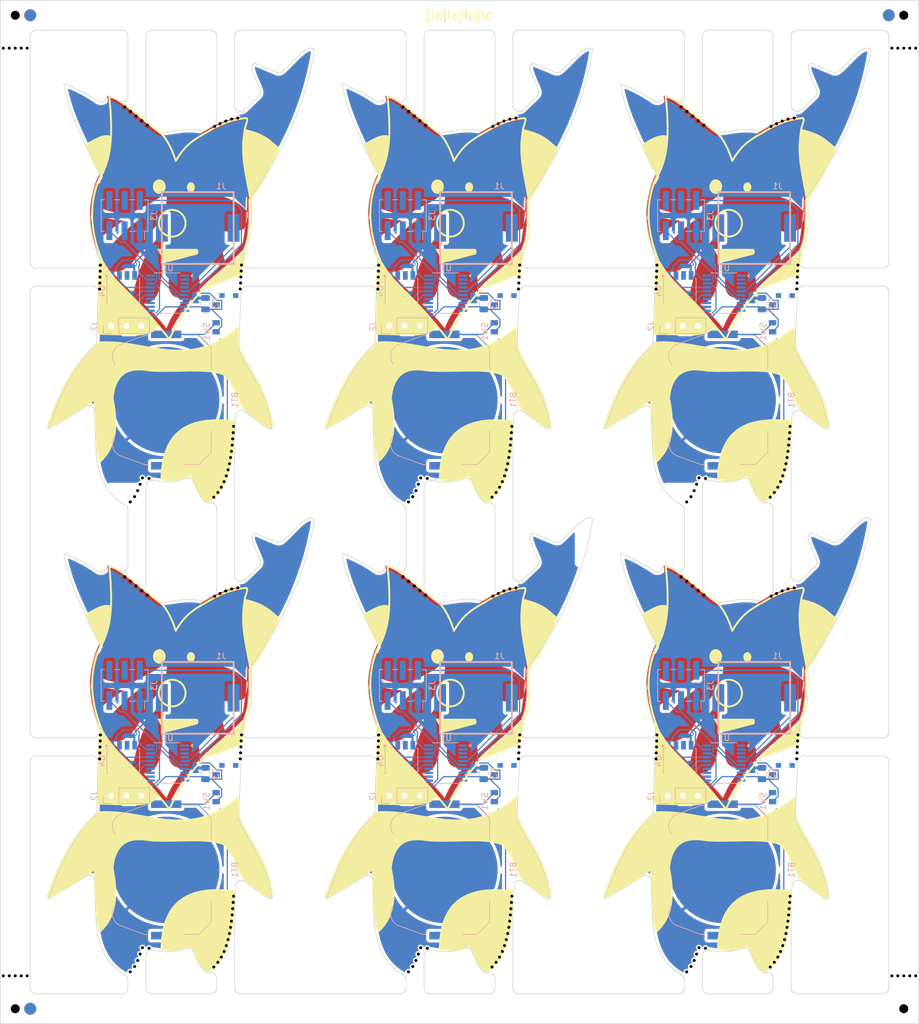
<source format=kicad_pcb>
(kicad_pcb (version 20241229) (generator "pcbnew") (generator_version "9.0")
  (layers (0 "F.Cu" signal) (2 "B.Cu" signal) (13 "F.Paste" user) (15 "B.Paste" user) (5 "F.SilkS" user "F.Silkscreen") (7 "B.SilkS" user "B.Silkscreen") (1 "F.Mask" user) (3 "B.Mask" user) (25 "Edge.Cuts" user))
  (net 0 "")
  (net 1 "Board_0-+3V3")
  (net 2 "Board_0-GND")
  (net 3 "Board_0-Net-(BT1-+)")
  (net 4 "Board_0-PA1")
  (net 5 "Board_0-PA2")
  (net 6 "Board_0-PC0")
  (net 7 "Board_0-PC1")
  (net 8 "Board_0-PC2")
  (net 9 "Board_0-PC3")
  (net 10 "Board_0-PC4")
  (net 11 "Board_0-PC5")
  (net 12 "Board_0-PC6")
  (net 13 "Board_0-PC7")
  (net 14 "Board_0-PD0")
  (net 15 "Board_0-PD2")
  (net 16 "Board_0-PD3")
  (net 17 "Board_0-PD4")
  (net 18 "Board_0-PD5")
  (net 19 "Board_0-PD6")
  (net 20 "Board_0-Reset")
  (net 21 "Board_0-SWIO")
  (net 22 "Board_0-unconnected-(J3-Pin_3-Pad3)")
  (net 23 "Board_0-unconnected-(J3-Pin_4-Pad4)")
  (net 24 "Board_0-unconnected-(J3-Pin_6-Pad6)")
  (net 25 "Board_0-unconnected-(SW1-C-Pad3)")
  (net 26 "Board_0-unconnected-(U4-IO2-Pad3)")
  (net 27 "Board_0-unconnected-(U4-IO3-Pad7)")
  (net 28 "Board_1-+3V3")
  (net 29 "Board_1-GND")
  (net 30 "Board_1-Net-(BT1-+)")
  (net 31 "Board_1-PA1")
  (net 32 "Board_1-PA2")
  (net 33 "Board_1-PC0")
  (net 34 "Board_1-PC1")
  (net 35 "Board_1-PC2")
  (net 36 "Board_1-PC3")
  (net 37 "Board_1-PC4")
  (net 38 "Board_1-PC5")
  (net 39 "Board_1-PC6")
  (net 40 "Board_1-PC7")
  (net 41 "Board_1-PD0")
  (net 42 "Board_1-PD2")
  (net 43 "Board_1-PD3")
  (net 44 "Board_1-PD4")
  (net 45 "Board_1-PD5")
  (net 46 "Board_1-PD6")
  (net 47 "Board_1-Reset")
  (net 48 "Board_1-SWIO")
  (net 49 "Board_1-unconnected-(J3-Pin_3-Pad3)")
  (net 50 "Board_1-unconnected-(J3-Pin_4-Pad4)")
  (net 51 "Board_1-unconnected-(J3-Pin_6-Pad6)")
  (net 52 "Board_1-unconnected-(SW1-C-Pad3)")
  (net 53 "Board_1-unconnected-(U4-IO2-Pad3)")
  (net 54 "Board_1-unconnected-(U4-IO3-Pad7)")
  (net 55 "Board_2-+3V3")
  (net 56 "Board_2-GND")
  (net 57 "Board_2-Net-(BT1-+)")
  (net 58 "Board_2-PA1")
  (net 59 "Board_2-PA2")
  (net 60 "Board_2-PC0")
  (net 61 "Board_2-PC1")
  (net 62 "Board_2-PC2")
  (net 63 "Board_2-PC3")
  (net 64 "Board_2-PC4")
  (net 65 "Board_2-PC5")
  (net 66 "Board_2-PC6")
  (net 67 "Board_2-PC7")
  (net 68 "Board_2-PD0")
  (net 69 "Board_2-PD2")
  (net 70 "Board_2-PD3")
  (net 71 "Board_2-PD4")
  (net 72 "Board_2-PD5")
  (net 73 "Board_2-PD6")
  (net 74 "Board_2-Reset")
  (net 75 "Board_2-SWIO")
  (net 76 "Board_2-unconnected-(J3-Pin_3-Pad3)")
  (net 77 "Board_2-unconnected-(J3-Pin_4-Pad4)")
  (net 78 "Board_2-unconnected-(J3-Pin_6-Pad6)")
  (net 79 "Board_2-unconnected-(SW1-C-Pad3)")
  (net 80 "Board_2-unconnected-(U4-IO2-Pad3)")
  (net 81 "Board_2-unconnected-(U4-IO3-Pad7)")
  (net 82 "Board_3-+3V3")
  (net 83 "Board_3-GND")
  (net 84 "Board_3-Net-(BT1-+)")
  (net 85 "Board_3-PA1")
  (net 86 "Board_3-PA2")
  (net 87 "Board_3-PC0")
  (net 88 "Board_3-PC1")
  (net 89 "Board_3-PC2")
  (net 90 "Board_3-PC3")
  (net 91 "Board_3-PC4")
  (net 92 "Board_3-PC5")
  (net 93 "Board_3-PC6")
  (net 94 "Board_3-PC7")
  (net 95 "Board_3-PD0")
  (net 96 "Board_3-PD2")
  (net 97 "Board_3-PD3")
  (net 98 "Board_3-PD4")
  (net 99 "Board_3-PD5")
  (net 100 "Board_3-PD6")
  (net 101 "Board_3-Reset")
  (net 102 "Board_3-SWIO")
  (net 103 "Board_3-unconnected-(J3-Pin_3-Pad3)")
  (net 104 "Board_3-unconnected-(J3-Pin_4-Pad4)")
  (net 105 "Board_3-unconnected-(J3-Pin_6-Pad6)")
  (net 106 "Board_3-unconnected-(SW1-C-Pad3)")
  (net 107 "Board_3-unconnected-(U4-IO2-Pad3)")
  (net 108 "Board_3-unconnected-(U4-IO3-Pad7)")
  (net 109 "Board_4-+3V3")
  (net 110 "Board_4-GND")
  (net 111 "Board_4-Net-(BT1-+)")
  (net 112 "Board_4-PA1")
  (net 113 "Board_4-PA2")
  (net 114 "Board_4-PC0")
  (net 115 "Board_4-PC1")
  (net 116 "Board_4-PC2")
  (net 117 "Board_4-PC3")
  (net 118 "Board_4-PC4")
  (net 119 "Board_4-PC5")
  (net 120 "Board_4-PC6")
  (net 121 "Board_4-PC7")
  (net 122 "Board_4-PD0")
  (net 123 "Board_4-PD2")
  (net 124 "Board_4-PD3")
  (net 125 "Board_4-PD4")
  (net 126 "Board_4-PD5")
  (net 127 "Board_4-PD6")
  (net 128 "Board_4-Reset")
  (net 129 "Board_4-SWIO")
  (net 130 "Board_4-unconnected-(J3-Pin_3-Pad3)")
  (net 131 "Board_4-unconnected-(J3-Pin_4-Pad4)")
  (net 132 "Board_4-unconnected-(J3-Pin_6-Pad6)")
  (net 133 "Board_4-unconnected-(SW1-C-Pad3)")
  (net 134 "Board_4-unconnected-(U4-IO2-Pad3)")
  (net 135 "Board_4-unconnected-(U4-IO3-Pad7)")
  (net 136 "Board_5-+3V3")
  (net 137 "Board_5-GND")
  (net 138 "Board_5-Net-(BT1-+)")
  (net 139 "Board_5-PA1")
  (net 140 "Board_5-PA2")
  (net 141 "Board_5-PC0")
  (net 142 "Board_5-PC1")
  (net 143 "Board_5-PC2")
  (net 144 "Board_5-PC3")
  (net 145 "Board_5-PC4")
  (net 146 "Board_5-PC5")
  (net 147 "Board_5-PC6")
  (net 148 "Board_5-PC7")
  (net 149 "Board_5-PD0")
  (net 150 "Board_5-PD2")
  (net 151 "Board_5-PD3")
  (net 152 "Board_5-PD4")
  (net 153 "Board_5-PD5")
  (net 154 "Board_5-PD6")
  (net 155 "Board_5-Reset")
  (net 156 "Board_5-SWIO")
  (net 157 "Board_5-unconnected-(J3-Pin_3-Pad3)")
  (net 158 "Board_5-unconnected-(J3-Pin_4-Pad4)")
  (net 159 "Board_5-unconnected-(J3-Pin_6-Pad6)")
  (net 160 "Board_5-unconnected-(SW1-C-Pad3)")
  (net 161 "Board_5-unconnected-(U4-IO2-Pad3)")
  (net 162 "Board_5-unconnected-(U4-IO3-Pad7)")
  (footprint "NPTH" (layer "F.Cu") (at 156.920592 118.395879)
    (property "Reference" "KiKit_MB_28_4" (hide yes))
    (property "Value" "NPTH" (hide yes))
  )
  (footprint "NPTH" (layer "F.Cu") (at 134.942661 65.277159)
    (property "Reference" "KiKit_MB_7_4" (hide yes))
    (property "Value" "NPTH" (hide yes))
  )
  (footprint "NPTH" (layer "F.Cu") (at 158.363346 146.799648)
    (property "Reference" "KiKit_MB_26_5" (hide yes))
    (property "Value" "NPTH" (hide yes))
  )
  (footprint "NPTH" (layer "F.Cu") (at 157.182136 170.812487)
    (property "Reference" "KiKit_MB_30_2" (hide yes))
    (property "Value" "NPTH" (hide yes))
  )
  (footprint "NPTH" (layer "F.Cu") (at 158.518465 65.260219)
    (property "Reference" "KiKit_MB_8_2" (hide yes))
    (property "Value" "NPTH" (hide yes))
  )
  (footprint "NPTH" (layer "F.Cu") (at 188.147478 179.442975)
    (property "Reference" "KiKit_MB_35_3" (hide yes))
    (property "Value" "NPTH" (hide yes))
  )
  (footprint "NPTH" (layer "F.Cu") (at 204.999085 144.800315)
    (property "Reference" "KiKit_MB_32_3" (hide yes))
    (property "Value" "NPTH" (hide yes))
  )
  (footprint "NPTH" (layer "F.Cu") (at 203.714462 170.812487)
    (property "Reference" "KiKit_MB_36_2" (hide yes))
    (property "Value" "NPTH" (hide yes))
  )
  (footprint "NPTH" (layer "F.Cu") (at 110.220238 174.976825)
    (property "Reference" "KiKit_MB_24_6" (hide yes))
    (property "Value" "NPTH" (hide yes))
  )
  (footprint "NPTH" (layer "F.Cu") (at 94.154426 102.982266)
    (property "Reference" "KiKit_MB_5_5" (hide yes))
    (property "Value" "NPTH" (hide yes))
  )
  (footprint "NPTH" (layer "F.Cu") (at 74.201511 188.580862)
    (property "Reference" "KiKit_TO_3" (hide yes))
    (property "Value" "NPTH" (hide yes))
  )
  (footprint "NPTH" (layer "F.Cu") (at 201.154453 180.818929)
    (property "Reference" "KiKit_MB_36_12" (hide yes))
    (property "Value" "NPTH" (hide yes))
  )
  (footprint "NPTH" (layer "F.Cu") (at 76.201511 183.080862)
    (property "Reference" "KiKit_MB_38_6" (hide yes))
    (property "Value" "NPTH" (hide yes))
  )
  (footprint "NPTH" (layer "F.Cu") (at 204.475259 118.224143)
    (property "Reference" "KiKit_MB_34_5" (hide yes))
    (property "Value" "NPTH" (hide yes))
  )
  (footprint "NPTH" (layer "F.Cu") (at 154.622127 102.278498)
    (property "Reference" "KiKit_MB_12_12" (hide yes))
    (property "Value" "NPTH" (hide yes))
  )
  (footprint "NPTH" (layer "F.Cu") (at 109.79737 177.026405)
    (property "Reference" "KiKit_MB_24_8" (hide yes))
    (property "Value" "NPTH" (hide yes))
  )
  (footprint "NPTH" (layer "F.Cu") (at 110.033789 97.466434)
    (property "Reference" "KiKit_MB_6_7" (hide yes))
    (property "Value" "NPTH" (hide yes))
  )
  (footprint "NPTH" (layer "F.Cu") (at 110.724483 91.227774)
    (property "Reference" "KiKit_MB_6_1" (hide yes))
    (property "Value" "NPTH" (hide yes))
  )
  (footprint "NPTH" (layer "F.Cu") (at 95.364521 40.122792)
    (property "Reference" "KiKit_MB_3_4" (hide yes))
    (property "Value" "NPTH" (hide yes))
  )
  (footprint "NPTH" (layer "F.Cu") (at 93.482422 38.576491)
    (property "Reference" "KiKit_MB_3_2" (hide yes))
    (property "Value" "NPTH" (hide yes))
  )
  (footprint "NPTH" (layer "F.Cu") (at 134.840634 146.817156)
    (property "Reference" "KiKit_MB_25_1" (hide yes))
    (property "Value" "NPTH" (hide yes))
  )
  (footprint "NPTH" (layer "F.Cu") (at 156.752564 96.436394)
    (property "Reference" "KiKit_MB_12_6" (hide yes))
    (property "Value" "NPTH" (hide yes))
  )
  (footprint "NPTH" (layer "F.Cu") (at 107.40492 103.069553)
    (property "Reference" "KiKit_MB_6_13" (hide yes))
    (property "Value" "NPTH" (hide yes))
  )
  (footprint "NPTH" (layer "F.Cu") (at 203.098441 176.006865)
    (property "Reference" "KiKit_MB_36_7" (hide yes))
    (property "Value" "NPTH" (hide yes))
  )
  (footprint "NPTH" (layer "F.Cu") (at 88.342318 145.8173)
    (property "Reference" "KiKit_MB_19_2" (hide yes))
    (property "Value" "NPTH" (hide yes))
  )
  (footprint "NPTH" (layer "F.Cu") (at 92.529188 37.818475)
    (property "Reference" "KiKit_MB_3_1" (hide yes))
    (property "Value" "NPTH" (hide yes))
  )
  (footprint "NPTH" (layer "F.Cu") (at 95.082827 179.442975)
    (property "Reference" "KiKit_MB_23_3" (hide yes))
    (property "Value" "NPTH" (hide yes))
  )
  (footprint "NPTH" (layer "F.Cu") (at 202.197888 179.009585)
    (property "Reference" "KiKit_MB_36_10" (hide yes))
    (property "Value" "NPTH" (hide yes))
  )
  (footprint "NPTH" (layer "F.Cu") (at 95.082827 100.902544)
    (property "Reference" "KiKit_MB_5_3" (hide yes))
    (property "Value" "NPTH" (hide yes))
  )
  (footprint "NPTH" (layer "F.Cu") (at 96.575135 99.933175)
    (property "Reference" "KiKit_MB_5_1" (hide yes))
    (property "Value" "NPTH" (hide yes))
  )
  (footprint "NPTH" (layer "F.Cu") (at 110.033789 176.006865)
    (property "Reference" "KiKit_MB_24_7" (hide yes))
    (property "Value" "NPTH" (hide yes))
  )
  (footprint "NPTH" (layer "F.Cu") (at 204.895672 146.799648)
    (property "Reference" "KiKit_MB_32_5" (hide yes))
    (property "Value" "NPTH" (hide yes))
  )
  (footprint "NPTH" (layer "F.Cu") (at 223.798489 28)
    (property "Reference" "KiKit_MB_39_5" (hide yes))
    (property "Value" "NPTH" (hide yes))
  )
  (footprint "NPTH" (layer "F.Cu") (at 88.444345 64.277304)
    (property "Reference" "KiKit_MB_1_5" (hide yes))
    (property "Value" "NPTH" (hide yes))
  )
  (footprint "NPTH" (layer "F.Cu") (at 110.367103 95.399845)
    (property "Reference" "KiKit_MB_6_5" (hide yes))
    (property "Value" "NPTH" (hide yes))
  )
  (footprint "NPTH" (layer "F.Cu") (at 189.374006 40.891292)
    (property "Reference" "KiKit_MB_15_5" (hide yes))
    (property "Value" "NPTH" (hide yes))
  )
  (footprint "NPTH" (layer "F.Cu") (at 203.28489 96.436394)
    (property "Reference" "KiKit_MB_18_6" (hide yes))
    (property "Value" "NPTH" (hide yes))
  )
  (footprint "NPTH" (layer "F.Cu") (at 108.089801 102.278498)
    (property "Reference" "KiKit_MB_6_12" (hide yes))
    (property "Value" "NPTH" (hide yes))
  )
  (footprint "NPTH" (layer "F.Cu") (at 186.547073 38.576491)
    (property "Reference" "KiKit_MB_15_2" (hide yes))
    (property "Value" "NPTH" (hide yes))
  )
  (footprint "NPTH" (layer "F.Cu") (at 157.098852 93.315698)
    (property "Reference" "KiKit_MB_12_3" (hide yes))
    (property "Value" "NPTH" (hide yes))
  )
  (footprint "NPTH" (layer "F.Cu") (at 111.83102 68.259217)
    (property "Reference" "KiKit_MB_2_5" (hide yes))
    (property "Value" "NPTH" (hide yes))
  )
  (footprint "NPTH" (layer "F.Cu") (at 110.64981 170.812487)
    (property "Reference" "KiKit_MB_24_2" (hide yes))
    (property "Value" "NPTH" (hide yes))
  )
  (footprint "NPTH" (layer "F.Cu") (at 202.862022 177.026405)
    (property "Reference" "KiKit_MB_36_8" (hide yes))
    (property "Value" "NPTH" (hide yes))
  )
  (footprint "NPTH" (layer "F.Cu") (at 75.201511 28)
    (property "Reference" "KiKit_MB_37_5" (hide yes))
    (property "Value" "NPTH" (hide yes))
  )
  (footprint "NPTH" (layer "F.Cu") (at 94.676725 101.968981)
    (property "Reference" "KiKit_MB_5_4" (hide yes))
    (property "Value" "NPTH" (hide yes))
  )
  (footprint "NPTH" (layer "F.Cu") (at 204.475259 39.683713)
    (property "Reference" "KiKit_MB_16_5" (hide yes))
    (property "Value" "NPTH" (hide yes))
  )
  (footprint "NPTH" (layer "F.Cu") (at 188.543199 178.373195)
    (property "Reference" "KiKit_MB_35_2" (hide yes))
    (property "Value" "NPTH" (hide yes))
  )
  (footprint "NPTH" (layer "F.Cu") (at 200.469572 103.069553)
    (property "Reference" "KiKit_MB_18_13" (hide yes))
    (property "Value" "NPTH" (hide yes))
  )
  (footprint "NPTH" (layer "F.Cu") (at 204.895672 68.259217)
    (property "Reference" "KiKit_MB_14_5" (hide yes))
    (property "Value" "NPTH" (hide yes))
  )
  (footprint "NPTH" (layer "F.Cu") (at 96.309355 119.431722)
    (property "Reference" "KiKit_MB_21_5" (hide yes))
    (property "Value" "NPTH" (hide yes))
  )
  (footprint "NPTH" (layer "F.Cu") (at 186.496038 103.861294)
    (property "Reference" "KiKit_MB_17_6" (hide yes))
    (property "Value" "NPTH" (hide yes))
  )
  (footprint "NPTH" (layer "F.Cu") (at 187.219077 102.982266)
    (property "Reference" "KiKit_MB_17_5" (hide yes))
    (property "Value" "NPTH" (hide yes))
  )
  (footprint "NPTH" (layer "F.Cu") (at 181.440978 144.817445)
    (property "Reference" "KiKit_MB_31_3" (hide yes))
    (property "Value" "NPTH" (hide yes))
  )
  (footprint "NPTH" (layer "F.Cu") (at 154.068086 41.087894)
    (property "Reference" "KiKit_MB_10_1" (hide yes))
    (property "Value" "NPTH" (hide yes))
  )
  (footprint "NPTH" (layer "F.Cu") (at 88.376327 66.277014)
    (property "Reference" "KiKit_MB_1_3" (hide yes))
    (property "Value" "NPTH" (hide yes))
  )
  (footprint "NPTH" (layer "F.Cu") (at 142.010873 178.373195)
    (property "Reference" "KiKit_MB_29_2" (hide yes))
    (property "Value" "NPTH" (hide yes))
  )
  (footprint "NPTH" (layer "F.Cu") (at 134.97667 142.817734)
    (property "Reference" "KiKit_MB_25_5" (hide yes))
    (property "Value" "NPTH" (hide yes))
  )
  (footprint "NPTH" (layer "F.Cu") (at 110.64981 92.272056)
    (property "Reference" "KiKit_MB_6_2" (hide yes))
    (property "Value" "NPTH" (hide yes))
  )
  (footprint "NPTH" (layer "F.Cu") (at 181.37296 146.817156)
    (property "Reference" "KiKit_MB_31_1" (hide yes))
    (property "Value" "NPTH" (hide yes))
  )
  (footprint "NPTH" (layer "F.Cu") (at 155.93878 118.730347)
    (property "Reference" "KiKit_MB_28_3" (hide yes))
    (property "Value" "NPTH" (hide yes))
  )
  (footprint "NPTH" (layer "F.Cu") (at 186.547073 117.116921)
    (property "Reference" "KiKit_MB_33_2" (hide yes))
    (property "Value" "NPTH" (hide yes))
  )
  (footprint "NPTH" (layer "F.Cu") (at 223.798489 183.080862)
    (property "Reference" "KiKit_MB_40_5" (hide yes))
    (property "Value" "NPTH" (hide yes))
  )
  (footprint "NPTH" (layer "F.Cu") (at 155.665562 179.009585)
    (property "Reference" "KiKit_MB_30_10" (hide yes))
    (property "Value" "NPTH" (hide yes))
  )
  (footprint "NPTH" (layer "F.Cu") (at 157.015188 94.359304)
    (property "Reference" "KiKit_MB_12_4" (hide yes))
    (property "Value" "NPTH" (hide yes))
  )
  (footprint "NPTH" (layer "F.Cu") (at 109.406454 40.189917)
    (property "Reference" "KiKit_MB_4_3" (hide yes))
    (property "Value" "NPTH" (hide yes))
  )
  (footprint "NPTH" (layer "F.Cu") (at 141.896846 40.122792)
    (property "Reference" "KiKit_MB_9_4" (hide yes))
    (property "Value" "NPTH" (hide yes))
  )
  (footprint "NPTH" (layer "F.Cu") (at 94.154426 181.522697)
    (property "Reference" "KiKit_MB_23_5" (hide yes))
    (property "Value" "NPTH" (hide yes))
  )
  (footprint "NPTH" (layer "F.Cu") (at 112.037846 64.260553)
    (property "Reference" "KiKit_MB_2_1" (hide yes))
    (property "Value" "NPTH" (hide yes))
  )
  (footprint "NPTH" (layer "F.Cu") (at 181.508996 142.817734)
    (property "Reference" "KiKit_MB_31_5" (hide yes))
    (property "Value" "NPTH" (hide yes))
  )
  (footprint "NPTH" (layer "F.Cu") (at 111.882726 67.25955)
    (property "Reference" "KiKit_MB_2_4" (hide yes))
    (property "Value" "NPTH" (hide yes))
  )
  (footprint "NPTH" (layer "F.Cu") (at 158.518465 143.800649)
    (property "Reference" "KiKit_MB_26_2" (hide yes))
    (property "Value" "NPTH" (hide yes))
  )
  (footprint "NPTH" (layer "F.Cu") (at 200.600412 41.087894)
    (property "Reference" "KiKit_MB_16_1" (hide yes))
    (property "Value" "NPTH" (hide yes))
  )
  (footprint "NPTH" (layer "F.Cu") (at 96.309355 40.891292)
    (property "Reference" "KiKit_MB_3_5" (hide yes))
    (property "Value" "NPTH" (hide yes))
  )
  (footprint "NPTH" (layer "F.Cu") (at 94.676725 180.509412)
    (property "Reference" "KiKit_MB_23_4" (hide yes))
    (property "Value" "NPTH" (hide yes))
  )
  (footprint "NPTH" (layer "F.Cu") (at 203.547514 172.899735)
    (property "Reference" "KiKit_MB_36_4" (hide yes))
    (property "Value" "NPTH" (hide yes))
  )
  (footprint "NPTH" (layer "F.Cu") (at 112.037846 142.800983)
    (property "Reference" "KiKit_MB_20_1" (hide yes))
    (property "Value" "NPTH" (hide yes))
  )
  (footprint "NPTH" (layer "F.Cu") (at 157.098852 171.856129)
    (property "Reference" "KiKit_MB_30_3" (hide yes))
    (property "Value" "NPTH" (hide yes))
  )
  (footprint "NPTH" (layer "F.Cu") (at 108.665829 179.94577)
    (property "Reference" "KiKit_MB_24_11" (hide yes))
    (property "Value" "NPTH" (hide yes))
  )
  (footprint "NPTH" (layer "F.Cu") (at 203.789135 169.768205)
    (property "Reference" "KiKit_MB_36_1" (hide yes))
    (property "Value" "NPTH" (hide yes))
  )
  (footprint "NPTH" (layer "F.Cu") (at 153.937246 181.609984)
    (property "Reference" "KiKit_MB_30_13" (hide yes))
    (property "Value" "NPTH" (hide yes))
  )
  (footprint "NPTH" (layer "F.Cu") (at 108.460875 40.617371)
    (property "Reference" "KiKit_MB_4_2" (hide yes))
    (property "Value" "NPTH" (hide yes))
  )
  (footprint "NPTH" (layer "F.Cu") (at 221.798489 28)
    (property "Reference" "KiKit_MB_39_3" (hide yes))
    (property "Value" "NPTH" (hide yes))
  )
  (footprint "NPTH" (layer "F.Cu") (at 110.482862 172.899735)
    (property "Reference" "KiKit_MB_24_4" (hide yes))
    (property "Value" "NPTH" (hide yes))
  )
  (footprint "NPTH" (layer "F.Cu") (at 224.798489 28)
    (property "Reference" "KiKit_MB_39_6" (hide yes))
    (property "Value" "NPTH" (hide yes))
  )
  (footprint "NPTH" (layer "F.Cu") (at 157.256809 91.227774)
    (property "Reference" "KiKit_MB_12_1" (hide yes))
    (property "Value" "NPTH" (hide yes))
  )
  (footprint "NPTH" (layer "F.Cu") (at 140.955796 39.349641)
    (property "Reference" "KiKit_MB_9_3" (hide yes))
    (property "Value" "NPTH" (hide yes))
  )
  (footprint "NPTH" (layer "F.Cu") (at 157.942933 39.683713)
    (property "Reference" "KiKit_MB_10_5" (hide yes))
    (property "Value" "NPTH" (hide yes))
  )
  (footprint "NPTH" (layer "F.Cu") (at 109.498572 178.029165)
    (property "Reference" "KiKit_MB_24_9" (hide yes))
    (property "Value" "NPTH" (hide yes))
  )
  (footprint "NPTH" (layer "F.Cu") (at 154.622127 180.818929)
    (property "Reference" "KiKit_MB_30_12" (hide yes))
    (property "Value" "NPTH" (hide yes))
  )
  (footprint "NPTH" (layer "F.Cu") (at 181.474987 65.277159)
    (property "Reference" "KiKit_MB_13_4" (hide yes))
    (property "Value" "NPTH" (hide yes))
  )
  (footprint "NPTH" (layer "F.Cu") (at 108.089801 180.818929)
    (property "Reference" "KiKit_MB_24_12" (hide yes))
    (property "Value" "NPTH" (hide yes))
  )
  (footprint "NPTH" (layer "F.Cu") (at 203.431755 95.399845)
    (property "Reference" "KiKit_MB_18_5" (hide yes))
    (property "Value" "NPTH" (hide yes))
  )
  (footprint "NPTH" (layer "F.Cu") (at 140.955796 117.890071)
    (property "Reference" "KiKit_MB_27_3" (hide yes))
    (property "Value" "NPTH" (hide yes))
  )
  (footprint "NPTH" (layer "F.Cu") (at 187.219077 181.522697)
    (property "Reference" "KiKit_MB_35_5" (hide yes))
    (property "Value" "NPTH" (hide yes))
  )
  (footprint "NPTH" (layer "F.Cu") (at 134.908652 144.817445)
    (property "Reference" "KiKit_MB_25_3" (hide yes))
    (property "Value" "NPTH" (hide yes))
  )
  (footprint "NPTH" (layer "F.Cu") (at 73.201511 183.080862)
    (property "Reference" "KiKit_MB_38_3" (hide yes))
    (property "Value" "NPTH" (hide yes))
  )
  (footprint "NPTH" (layer "F.Cu") (at 156.030898 178.029165)
    (property "Reference" "KiKit_MB_30_9" (hide yes))
    (property "Value" "NPTH" (hide yes))
  )
  (footprint "NPTH" (layer "F.Cu") (at 156.752564 174.976825)
    (property "Reference" "KiKit_MB_30_6" (hide yes))
    (property "Value" "NPTH" (hide yes))
  )
  (footprint "NPTH" (layer "F.Cu") (at 158.466759 144.800315)
    (property "Reference" "KiKit_MB_26_3" (hide yes))
    (property "Value" "NPTH" (hide yes))
  )
  (footprint "NPTH" (layer "F.Cu") (at 220.798489 183.080862)
    (property "Reference" "KiKit_MB_40_2" (hide yes))
    (property "Value" "NPTH" (hide yes))
  )
  (footprint "NPTH" (layer "F.Cu") (at 155.93878 40.189917)
    (property "Reference" "KiKit_MB_10_3" (hide yes))
    (property "Value" "NPTH" (hide yes))
  )
  (footprint "NPTH" (layer "F.Cu") (at 202.197888 100.469154)
    (property "Reference" "KiKit_MB_18_10" (hide yes))
    (property "Value" "NPTH" (hide yes))
  )
  (footprint "Fiducial" (layer "F.Cu") (at 220.298489 22.5)
    (property "Reference" "KiKit_FID_T_2" (hide yes))
    (property "Value" "Fiducial" (hide yes))
  )
  (footprint "NPTH" (layer "F.Cu") (at 110.566526 171.856129)
    (property "Reference" "KiKit_MB_24_3" (hide yes))
    (property "Value" "NPTH" (hide yes))
  )
  (footprint "NPTH" (layer "F.Cu") (at 158.570172 64.260553)
    (property "Reference" "KiKit_MB_8_1" (hide yes))
    (property "Value" "NPTH" (hide yes))
  )
  (footprint "NPTH" (layer "F.Cu") (at 221.798489 183.080862)
    (property "Reference" "KiKit_MB_40_3" (hide yes))
    (property "Value" "NPTH" (hide yes))
  )
  (footprint "NPTH" (layer "F.Cu") (at 156.566115 176.006865)
    (property "Reference" "KiKit_MB_30_7" (hide yes))
    (property "Value" "NPTH" (hide yes))
  )
  (footprint "NPTH" (layer "F.Cu") (at 187.488122 39.349641)
    (property "Reference" "KiKit_MB_15_3" (hide yes))
    (property "Value" "NPTH" (hide yes))
  )
  (footprint "NPTH" (layer "F.Cu") (at 158.570172 142.800983)
    (property "Reference" "KiKit_MB_26_1" (hide yes))
    (property "Value" "NPTH" (hide yes))
  )
  (footprint "NPTH" (layer "F.Cu") (at 205.102498 142.800983)
    (property "Reference" "KiKit_MB_32_1" (hide yes))
    (property "Value" "NPTH" (hide yes))
  )
  (footprint "NPTH" (layer "F.Cu") (at 140.014747 117.116921)
    (property "Reference" "KiKit_MB_27_2" (hide yes))
    (property "Value" "NPTH" (hide yes))
  )
  (footprint "NPTH" (layer "F.Cu") (at 158.415052 67.25955)
    (property "Reference" "KiKit_MB_8_4" (hide yes))
    (property "Value" "NPTH" (hide yes))
  )
  (footprint "NPTH" (layer "F.Cu") (at 157.182136 92.272056)
    (property "Reference" "KiKit_MB_12_2" (hide yes))
    (property "Value" "NPTH" (hide yes))
  )
  (footprint "NPTH" (layer "F.Cu") (at 109.133236 100.469154)
    (property "Reference" "KiKit_MB_6_10" (hide yes))
    (property "Value" "NPTH" (hide yes))
  )
  (footprint "NPTH" (layer "F.Cu") (at 181.440978 66.277014)
    (property "Reference" "KiKit_MB_13_3" (hide yes))
    (property "Value" "NPTH" (hide yes))
  )
  (footprint "NPTH" (layer "F.Cu") (at 158.466759 66.259885)
    (property "Reference" "KiKit_MB_8_3" (hide yes))
    (property "Value" "NPTH" (hide yes))
  )
  (footprint "NPTH" (layer "F.Cu") (at 88.444345 142.817734)
    (property "Reference" "KiKit_MB_19_5" (hide yes))
    (property "Value" "NPTH" (hide yes))
  )
  (footprint "NPTH" (layer "F.Cu") (at 141.615152 100.902544)
    (property "Reference" "KiKit_MB_11_3" (hide yes))
    (property "Value" "NPTH" (hide yes))
  )
  (footprint "NPTH" (layer "F.Cu") (at 110.388266 118.395879)
    (property "Reference" "KiKit_MB_22_4" (hide yes))
    (property "Value" "NPTH" (hide yes))
  )
  (footprint "NPTH" (layer "F.Cu") (at 156.329696 177.026405)
    (property "Reference" "KiKit_MB_30_8" (hide yes))
    (property "Value" "NPTH" (hide yes))
  )
  (footprint "NPTH" (layer "F.Cu") (at 203.631178 171.856129)
    (property "Reference" "KiKit_MB_36_3" (hide yes))
    (property "Value" "NPTH" (hide yes))
  )
  (footprint "NPTH" (layer "F.Cu") (at 181.508996 64.277304)
    (property "Reference" "KiKit_MB_13_5" (hide yes))
    (property "Value" "NPTH" (hide yes))
  )
  (footprint "NPTH" (layer "F.Cu") (at 134.942661 143.817589)
    (property "Reference" "KiKit_MB_25_4" (hide yes))
    (property "Value" "NPTH" (hide yes))
  )
  (footprint "NPTH" (layer "F.Cu") (at 205.102498 64.260553)
    (property "Reference" "KiKit_MB_14_1" (hide yes))
    (property "Value" "NPTH" (hide yes))
  )
  (footprint "NPTH" (layer "F.Cu") (at 201.525527 119.157801)
    (property "Reference" "KiKit_MB_34_2" (hide yes))
    (property "Value" "NPTH" (hide yes))
  )
  (footprint "NPTH" (layer "F.Cu") (at 88.308309 146.817156)
    (property "Reference" "KiKit_MB_19_1" (hide yes))
    (property "Value" "NPTH" (hide yes))
  )
  (footprint "NPTH" (layer "F.Cu") (at 96.575135 178.473606)
    (property "Reference" "KiKit_MB_23_1" (hide yes))
    (property "Value" "NPTH" (hide yes))
  )
  (footprint "NPTH" (layer "F.Cu") (at 139.963712 103.861294)
    (property "Reference" "KiKit_MB_11_6" (hide yes))
    (property "Value" "NPTH" (hide yes))
  )
  (footprint "NPTH" (layer "F.Cu") (at 185.593839 116.358905)
    (property "Reference" "KiKit_MB_33_1" (hide yes))
    (property "Value" "NPTH" (hide yes))
  )
  (footprint "NPTH" (layer "F.Cu") (at 203.452918 39.855449)
    (property "Reference" "KiKit_MB_16_4" (hide yes))
    (property "Value" "NPTH" (hide yes))
  )
  (footprint "NPTH" (layer "F.Cu") (at 111.986139 143.800649)
    (property "Reference" "KiKit_MB_20_2" (hide yes))
    (property "Value" "NPTH" (hide yes))
  )
  (footprint "NPTH" (layer "F.Cu") (at 110.388266 39.855449)
    (property "Reference" "KiKit_MB_4_4" (hide yes))
    (property "Value" "NPTH" (hide yes))
  )
  (footprint "NPTH" (layer "F.Cu") (at 142.84168 40.891292)
    (property "Reference" "KiKit_MB_9_5" (hide yes))
    (property "Value" "NPTH" (hide yes))
  )
  (footprint "NPTH" (layer "F.Cu") (at 201.730481 101.405339)
    (property "Reference" "KiKit_MB_18_11" (hide yes))
    (property "Value" "NPTH" (hide yes))
  )
  (footprint "NPTH" (layer "F.Cu") (at 156.566115 97.466434)
    (property "Reference" "KiKit_MB_12_7" (hide yes))
    (property "Value" "NPTH" (hide yes))
  )
  (footprint "NPTH" (layer "F.Cu") (at 155.198155 101.405339)
    (property "Reference" "KiKit_MB_12_11" (hide yes))
    (property "Value" "NPTH" (hide yes))
  )
  (footprint "NPTH" (layer "F.Cu") (at 157.942933 118.224143)
    (property "Reference" "KiKit_MB_28_5" (hide yes))
    (property "Value" "NPTH" (hide yes))
  )
  (footprint "NPTH" (layer "F.Cu") (at 200.469572 181.609984)
    (property "Reference" "KiKit_MB_36_13" (hide yes))
    (property "Value" "NPTH" (hide yes))
  )
  (footprint "NPTH" (layer "F.Cu") (at 143.10746 178.473606)
    (property "Reference" "KiKit_MB_29_1" (hide yes))
    (property "Value" "NPTH" (hide yes))
  )
  (footprint "NPTH" (layer "F.Cu") (at 141.896846 118.663222)
    (property "Reference" "KiKit_MB_27_4" (hide yes))
    (property "Value" "NPTH" (hide yes))
  )
  (footprint "NPTH" (layer "F.Cu") (at 158.415052 145.799981)
    (property "Reference" "KiKit_MB_26_4" (hide yes))
    (property "Value" "NPTH" (hide yes))
  )
  (footprint "NPTH" (layer "F.Cu") (at 201.525527 40.617371)
    (property "Reference" "KiKit_MB_16_2" (hide yes))
    (property "Value" "NPTH" (hide yes))
  )
  (footprint "NPTH" (layer "F.Cu") (at 154.993201 119.157801)
    (property "Reference" "KiKit_MB_28_2" (hide yes))
    (property "Value" "NPTH" (hide yes))
  )
  (footprint "NPTH" (layer "F.Cu") (at 88.342318 67.276869)
    (property "Reference" "KiKit_MB_1_2" (hide yes))
    (property "Value" "NPTH" (hide yes))
  )
  (footprint "NPTH" (layer "F.Cu") (at 142.84168 119.431722)
    (property "Reference" "KiKit_MB_27_5" (hide yes))
    (property "Value" "NPTH" (hide yes))
  )
  (footprint "NPTH" (layer "F.Cu") (at 222.798489 183.080862)
    (property "Reference" "KiKit_MB_40_4" (hide yes))
    (property "Value" "NPTH" (hide yes))
  )
  (footprint "NPTH" (layer "F.Cu") (at 110.367103 173.940276)
    (property "Reference" "KiKit_MB_24_5" (hide yes))
    (property "Value" "NPTH" (hide yes))
  )
  (footprint "NPTH" (layer "F.Cu") (at 202.563224 99.488734)
    (property "Reference" "KiKit_MB_18_9" (hide yes))
    (property "Value" "NPTH" (hide yes))
  )
  (footprint "NPTH" (layer "F.Cu") (at 203.789135 91.227774)
    (property "Reference" "KiKit_MB_18_1" (hide yes))
    (property "Value" "NPTH" (hide yes))
  )
  (footprint "NPTH" (layer "F.Cu") (at 153.937246 103.069553)
    (property "Reference" "KiKit_MB_12_13" (hide yes))
    (property "Value" "NPTH" (hide yes))
  )
  (footprint "NPTH" (layer "F.Cu") (at 110.482862 94.359304)
    (property "Reference" "KiKit_MB_6_4" (hide yes))
    (property "Value" "NPTH" (hide yes))
  )
  (footprint "NPTH" (layer "F.Cu") (at 92.529188 116.358905)
    (property "Reference" "KiKit_MB_21_1" (hide yes))
    (property "Value" "NPTH" (hide yes))
  )
  (footprint "NPTH" (layer "F.Cu") (at 94.423471 117.890071)
    (property "Reference" "KiKit_MB_21_3" (hide yes))
    (property "Value" "NPTH" (hide yes))
  )
  (footprint "NPTH" (layer "F.Cu") (at 74.201511 183.080862)
    (property "Reference" "KiKit_MB_38_4" (hide yes))
    (property "Value" "NPTH" (hide yes))
  )
  (footprint "NPTH" (layer "F.Cu") (at 155.198155 179.94577)
    (property "Reference" "KiKit_MB_30_11" (hide yes))
    (property "Value" "NPTH" (hide yes))
  )
  (footprint "NPTH" (layer "F.Cu") (at 203.431755 173.940276)
    (property "Reference" "KiKit_MB_36_5" (hide yes))
    (property "Value" "NPTH" (hide yes))
  )
  (footprint "NPTH" (layer "F.Cu") (at 204.947378 145.799981)
    (property "Reference" "KiKit_MB_32_4" (hide yes))
    (property "Value" "NPTH" (hide yes))
  )
  (footprint "NPTH" (layer "F.Cu") (at 156.899429 173.940276)
    (property "Reference" "KiKit_MB_30_5" (hide yes))
    (property "Value" "NPTH" (hide yes))
  )
  (footprint "NPTH" (layer "F.Cu") (at 76.201511 28)
    (property "Reference" "KiKit_MB_37_6" (hide yes))
    (property "Value" "NPTH" (hide yes))
  )
  (footprint "NPTH" (layer "F.Cu") (at 107.53576 41.087894)
    (property "Reference" "KiKit_MB_4_1" (hide yes))
    (property "Value" "NPTH" (hide yes))
  )
  (footprint "NPTH" (layer "F.Cu") (at 111.882726 145.799981)
    (property "Reference" "KiKit_MB_20_4" (hide yes))
    (property "Value" "NPTH" (hide yes))
  )
  (footprint "NPTH" (layer "F.Cu") (at 154.993201 40.617371)
    (property "Reference" "KiKit_MB_10_2" (hide yes))
    (property "Value" "NPTH" (hide yes))
  )
  (footprint "NPTH" (layer "F.Cu") (at 139.061513 37.818475)
    (property "Reference" "KiKit_MB_9_1" (hide yes))
    (property "Value" "NPTH" (hide yes))
  )
  (footprint "NPTH" (layer "F.Cu") (at 73.201511 28)
    (property "Reference" "KiKit_MB_37_3" (hide yes))
    (property "Value" "NPTH" (hide yes))
  )
  (footprint "NPTH" (layer "F.Cu") (at 156.329696 98.485974)
    (property "Reference" "KiKit_MB_12_8" (hide yes))
    (property "Value" "NPTH" (hide yes))
  )
  (footprint "NPTH" (layer "F.Cu") (at 72.201511 28)
    (property "Reference" "KiKit_MB_37_2" (hide yes))
    (property "Value" "NPTH" (hide yes))
  )
  (footprint "NPTH" (layer "F.Cu") (at 110.566526 93.315698)
    (property "Reference" "KiKit_MB_6_3" (hide yes))
    (property "Value" "NPTH" (hide yes))
  )
  (footprint "NPTH" (layer "F.Cu") (at 74.201511 22.5)
    (property "Reference" "KiKit_TO_1" (hide yes))
    (property "Value" "NPTH" (hide yes))
  )
  (footprint "NPTH" (layer "F.Cu") (at 88.410336 65.277159)
    (property "Reference" "KiKit_MB_1_4" (hide yes))
    (property "Value" "NPTH" (hide yes))
  )
  (footprint "NPTH" (layer "F.Cu") (at 188.147478 100.902544)
    (property "Reference" "KiKit_MB_17_3" (hide yes))
    (property "Value" "NPTH" (hide yes))
  )
  (footprint "NPTH" (layer "F.Cu") (at 156.920592 39.855449)
    (property "Reference" "KiKit_MB_10_4" (hide yes))
    (property "Value" "NPTH" (hide yes))
  )
  (footprint "NPTH" (layer "F.Cu") (at 222.798489 28)
    (property "Reference" "KiKit_MB_39_4" (hide yes))
    (property "Value" "NPTH" (hide yes))
  )
  (footprint "NPTH" (layer "F.Cu") (at 140.014747 38.576491)
    (property "Reference" "KiKit_MB_9_2" (hide yes))
    (property "Value" "NPTH" (hide yes))
  )
  (footprint "NPTH" (layer "F.Cu") (at 95.478548 178.373195)
    (property "Reference" "KiKit_MB_23_2" (hide yes))
    (property "Value" "NPTH" (hide yes))
  )
  (footprint "NPTH" (layer "F.Cu") (at 188.429172 40.122792)
    (property "Reference" "KiKit_MB_15_4" (hide yes))
    (property "Value" "NPTH" (hide yes))
  )
  (footprint "NPTH" (layer "F.Cu") (at 107.53576 119.628324)
    (property "Reference" "KiKit_MB_22_1" (hide yes))
    (property "Value" "NPTH" (hide yes))
  )
  (footprint "NPTH" (layer "F.Cu") (at 93.431387 182.401725)
    (property "Reference" "KiKit_MB_23_6" (hide yes))
    (property "Value" "NPTH" (hide yes))
  )
  (footprint "NPTH" (layer "F.Cu") (at 141.20905 101.968981)
    (property "Reference" "KiKit_MB_11_4" (hide yes))
    (property "Value" "NPTH" (hide yes))
  )
  (footprint "NPTH" (layer "F.Cu") (at 134.97667 64.277304)
    (property "Reference" "KiKit_MB_7_5" (hide yes))
    (property "Value" "NPTH" (hide yes))
  )
  (footprint "NPTH" (layer "F.Cu") (at 74.201511 28)
    (property "Reference" "KiKit_MB_37_4" (hide yes))
    (property "Value" "NPTH" (hide yes))
  )
  (footprint "NPTH" (layer "F.Cu") (at 95.478548 99.832764)
    (property "Reference" "KiKit_MB_5_2" (hide yes))
    (property "Value" "NPTH" (hide yes))
  )
  (footprint "NPTH" (layer "F.Cu") (at 202.563224 178.029165)
    (property "Reference" "KiKit_MB_36_9" (hide yes))
    (property "Value" "NPTH" (hide yes))
  )
  (footprint "NPTH" (layer "F.Cu") (at 134.908652 66.277014)
    (property "Reference" "KiKit_MB_7_3" (hide yes))
    (property "Value" "NPTH" (hide yes))
  )
  (footprint "NPTH" (layer "F.Cu") (at 189.639786 178.473606)
    (property "Reference" "KiKit_MB_35_1" (hide yes))
    (property "Value" "NPTH" (hide yes))
  )
  (footprint "NPTH" (layer "F.Cu") (at 141.615152 179.442975)
    (property "Reference" "KiKit_MB_29_3" (hide yes))
    (property "Value" "NPTH" (hide yes))
  )
  (footprint "NPTH" (layer "F.Cu") (at 222.798489 188.580862)
    (property "Reference" "KiKit_TO_4" (hide yes))
    (property "Value" "NPTH" (hide yes))
  )
  (footprint "NPTH" (layer "F.Cu") (at 93.431387 103.861294)
    (property "Reference" "KiKit_MB_5_6" (hide yes))
    (property "Value" "NPTH" (hide yes))
  )
  (footprint "NPTH" (layer "F.Cu") (at 224.798489 183.080862)
    (property "Reference" "KiKit_MB_40_6" (hide yes))
    (property "Value" "NPTH" (hide yes))
  )
  (footprint "NPTH" (layer "F.Cu") (at 88.308309 68.276725)
    (property "Reference" "KiKit_MB_1_1" (hide yes))
    (property "Value" "NPTH" (hide yes))
  )
  (footprint "NPTH" (layer "F.Cu") (at 134.874643 145.8173)
    (property "Reference" "KiKit_MB_25_2" (hide yes))
    (property "Value" "NPTH" (hide yes))
  )
  (footprint "NPTH" (layer "F.Cu") (at 202.862022 98.485974)
    (property "Reference" "KiKit_MB_18_8" (hide yes))
    (property "Value" "NPTH" (hide yes))
  )
  (footprint "Fiducial" (layer "F.Cu") (at 76.701511 22.5)
    (property "Reference" "KiKit_FID_T_1" (hide yes))
    (property "Value" "Fiducial" (hide yes))
  )
  (footprint "NPTH" (layer "F.Cu") (at 111.934433 144.800315)
    (property "Reference" "KiKit_MB_20_3" (hide yes))
    (property "Value" "NPTH" (hide yes))
  )
  (footprint "NPTH" (layer "F.Cu") (at 222.798489 22.5)
    (property "Reference" "KiKit_TO_2" (hide yes))
    (property "Value" "NPTH" (hide yes))
  )
  (footprint "NPTH" (layer "F.Cu") (at 187.741376 101.968981)
    (property "Reference" "KiKit_MB_17_4" (hide yes))
    (property "Value" "NPTH" (hide yes))
  )
  (footprint "NPTH" (layer "F.Cu") (at 189.374006 119.431722)
    (property "Reference" "KiKit_MB_33_5" (hide yes))
    (property "Value" "NPTH" (hide yes))
  )
  (footprint "NPTH" (layer "F.Cu") (at 111.934433 66.259885)
    (property "Reference" "KiKit_MB_2_3" (hide yes))
    (property "Value" "NPTH" (hide yes))
  )
  (footprint "NPTH" (layer "F.Cu") (at 140.686751 102.982266)
    (property "Reference" "KiKit_MB_11_5" (hide yes))
    (property "Value" "NPTH" (hide yes))
  )
  (footprint "NPTH" (layer "F.Cu") (at 156.899429 95.399845)
    (property "Reference" "KiKit_MB_12_5" (hide yes))
    (property "Value" "NPTH" (hide yes))
  )
  (footprint "NPTH" (layer "F.Cu") (at 181.406969 145.8173)
    (property "Reference" "KiKit_MB_31_2" (hide yes))
    (property "Value" "NPTH" (hide yes))
  )
  (footprint "NPTH" (layer "F.Cu") (at 111.410607 118.224143)
    (property "Reference" "KiKit_MB_22_5" (hide yes))
    (property "Value" "NPTH" (hide yes))
  )
  (footprint "NPTH" (layer "F.Cu") (at 203.631178 93.315698)
    (property "Reference" "KiKit_MB_18_3" (hide yes))
    (property "Value" "NPTH" (hide yes))
  )
  (footprint "NPTH" (layer "F.Cu") (at 110.220238 96.436394)
    (property "Reference" "KiKit_MB_6_6" (hide yes))
    (property "Value" "NPTH" (hide yes))
  )
  (footprint "NPTH" (layer "F.Cu") (at 75.201511 183.080862)
    (property "Reference" "KiKit_MB_38_5" (hide yes))
    (property "Value" "NPTH" (hide yes))
  )
  (footprint "NPTH" (layer "F.Cu") (at 181.406969 67.276869)
    (property "Reference" "KiKit_MB_13_2" (hide yes))
    (property "Value" "NPTH" (hide yes))
  )
  (footprint "NPTH" (layer "F.Cu") (at 205.050791 65.260219)
    (property "Reference" "KiKit_MB_14_2" (hide yes))
    (property "Value" "NPTH" (hide yes))
  )
  (footprint "NPTH" (layer "F.Cu") (at 203.452918 118.395879)
    (property "Reference" "KiKit_MB_34_4" (hide yes))
    (property "Value" "NPTH" (hide yes))
  )
  (footprint "NPTH" (layer "F.Cu") (at 187.488122 117.890071)
    (property "Reference" "KiKit_MB_33_3" (hide yes))
    (property "Value" "NPTH" (hide yes))
  )
  (footprint "NPTH" (layer "F.Cu") (at 181.474987 143.817589)
    (property "Reference" "KiKit_MB_31_4" (hide yes))
    (property "Value" "NPTH" (hide yes))
  )
  (footprint "NPTH" (layer "F.Cu") (at 201.154453 102.278498)
    (property "Reference" "KiKit_MB_18_12" (hide yes))
    (property "Value" "NPTH" (hide yes))
  )
  (footprint "NPTH" (layer "F.Cu") (at 188.429172 118.663222)
    (property "Reference" "KiKit_MB_33_4" (hide yes))
    (property "Value" "NPTH" (hide yes))
  )
  (footprint "NPTH" (layer "F.Cu") (at 95.364521 118.663222)
    (property "Reference" "KiKit_MB_21_4" (hide yes))
    (property "Value" "NPTH" (hide yes))
  )
  (footprint "NPTH" (layer "F.Cu") (at 88.410336 143.817589)
    (property "Reference" "KiKit_MB_19_4" (hide yes))
    (property "Value" "NPTH" (hide yes))
  )
  (footprint "NPTH" (layer "F.Cu") (at 185.593839 37.818475)
    (property "Reference" "KiKit_MB_15_1" (hide yes))
    (property "Value" "NPTH" (hide yes))
  )
  (footprint "NPTH" (layer "F.Cu") (at 107.40492 181.609984)
    (property "Reference" "KiKit_MB_24_13" (hide yes))
    (property "Value" "NPTH" (hide yes))
  )
  (footprint "NPTH" (layer "F.Cu") (at 72.201511 183.080862)
    (property "Reference" "KiKit_MB_38_2" (hide yes))
    (property "Value" "NPTH" (hide yes))
  )
  (footprint "NPTH" (layer "F.Cu") (at 140.686751 181.522697)
    (property "Reference" "KiKit_MB_29_5" (hide yes))
    (property "Value" "NPTH" (hide yes))
  )
  (footprint "NPTH" (layer "F.Cu") (at 203.098441 97.466434)
    (property "Reference" "KiKit_MB_18_7" (hide yes))
    (property "Value" "NPTH" (hide yes))
  )
  (footprint "NPTH" (layer "F.Cu") (at 108.460875 119.157801)
    (property "Reference" "KiKit_MB_22_2" (hide yes))
    (property "Value" "NPTH" (hide yes))
  )
  (footprint "NPTH" (layer "F.Cu") (at 220.798489 28)
    (property "Reference" "KiKit_MB_39_2" (hide yes))
    (property "Value" "NPTH" (hide yes))
  )
  (footprint "NPTH" (layer "F.Cu") (at 142.010873 99.832764)
    (property "Reference" "KiKit_MB_11_2" (hide yes))
    (property "Value" "NPTH" (hide yes))
  )
  (footprint "NPTH" (layer "F.Cu") (at 109.133236 179.009585)
    (property "Reference" "KiKit_MB_24_10" (hide yes))
    (property "Value" "NPTH" (hide yes))
  )
  (footprint "NPTH" (layer "F.Cu") (at 139.061513 116.358905)
    (property "Reference" "KiKit_MB_27_1" (hide yes))
    (property "Value" "NPTH" (hide yes))
  )
  (footprint "NPTH" (layer "F.Cu") (at 111.410607 39.683713)
    (property "Reference" "KiKit_MB_4_5" (hide yes))
    (property "Value" "NPTH" (hide yes))
  )
  (footprint "NPTH" (layer "F.Cu") (at 110.724483 169.768205)
    (property "Reference" "KiKit_MB_24_1" (hide yes))
    (property "Value" "NPTH" (hide yes))
  )
  (footprint "NPTH" (layer "F.Cu") (at 134.840634 68.276725)
    (property "Reference" "KiKit_MB_7_1" (hide yes))
    (property "Value" "NPTH" (hide yes))
  )
  (footprint "NPTH" (layer "F.Cu") (at 189.639786 99.933175)
    (property "Reference" "KiKit_MB_17_1" (hide yes))
    (property "Value" "NPTH" (hide yes))
  )
  (footprint "NPTH" (layer "F.Cu") (at 94.423471 39.349641)
    (property "Reference" "KiKit_MB_3_3" (hide yes))
    (property "Value" "NPTH" (hide yes))
  )
  (footprint "NPTH" (layer "F.Cu") (at 108.665829 101.405339)
    (property "Reference" "KiKit_MB_6_11" (hide yes))
    (property "Value" "NPTH" (hide yes))
  )
  (footprint "NPTH" (layer "F.Cu") (at 155.665562 100.469154)
    (property "Reference" "KiKit_MB_12_10" (hide yes))
    (property "Value" "NPTH" (hide yes))
  )
  (footprint "NPTH" (layer "F.Cu") (at 203.547514 94.359304)
    (property "Reference" "KiKit_MB_18_4" (hide yes))
    (property "Value" "NPTH" (hide yes))
  )
  (footprint "NPTH" (layer "F.Cu") (at 201.730481 179.94577)
    (property "Reference" "KiKit_MB_36_11" (hide yes))
    (property "Value" "NPTH" (hide yes))
  )
  (footprint "NPTH" (layer "F.Cu") (at 205.050791 143.800649)
    (property "Reference" "KiKit_MB_32_2" (hide yes))
    (property "Value" "NPTH" (hide yes))
  )
  (footprint "NPTH" (layer "F.Cu") (at 141.20905 180.509412)
    (property "Reference" "KiKit_MB_29_4" (hide yes))
    (property "Value" "NPTH" (hide yes))
  )
  (footprint "NPTH" (layer "F.Cu") (at 93.482422 117.116921)
    (property "Reference" "KiKit_MB_21_2" (hide yes))
    (property "Value" "NPTH" (hide yes))
  )
  (footprint "NPTH" (layer "F.Cu") (at 202.471106 118.730347)
    (property "Reference" "KiKit_MB_34_3" (hide yes))
    (property "Value" "NPTH" (hide yes))
  )
  (footprint "NPTH" (layer "F.Cu") (at 186.496038 182.401725)
    (property "Reference" "KiKit_MB_35_6" (hide yes))
    (property "Value" "NPTH" (hide yes))
  )
  (footprint "NPTH" (layer "F.Cu") (at 181.37296 68.276725)
    (property "Reference" "KiKit_MB_13_1" (hide yes))
    (property "Value" "NPTH" (hide yes))
  )
  (footprint "NPTH" (layer "F.Cu") (at 143.10746 99.933175)
    (property "Reference" "KiKit_MB_11_1" (hide yes))
    (property "Value" "NPTH" (hide yes))
  )
  (footprint "NPTH" (layer "F.Cu") (at 203.714462 92.272056)
    (property "Reference" "KiKit_MB_18_2" (hide yes))
    (property "Value" "NPTH" (hide yes))
  )
  (footprint "NPTH" (layer "F.Cu") (at 187.741376 180.509412)
    (property "Reference" "KiKit_MB_35_4" (hide yes))
    (property "Value" "NPTH" (hide yes))
  )
  (footprint "NPTH" (layer "F.Cu") (at 111.83102 146.799648)
    (property "Reference" "KiKit_MB_20_5" (hide yes))
    (property "Value" "NPTH" (hide yes))
  )
  (footprint "NPTH" (layer "F.Cu") (at 157.256809 169.768205)
    (property "Reference" "KiKit_MB_30_1" (hide yes))
    (property "Value" "NPTH" (hide yes))
  )
  (footprint "NPTH" (layer "F.Cu") (at 134.874643 67.276869)
    (property "Reference" "KiKit_MB_7_2" (hide yes))
    (property "Value" "NPTH" (hide yes))
  )
  (footprint "NPTH" (layer "F.Cu") (at 111.986139 65.260219)
    (property "Reference" "KiKit_MB_2_2" (hide yes))
    (property "Value" "NPTH" (hide yes))
  )
  (footprint "NPTH" (layer "F.Cu") (at 202.471106 40.189917)
    (property "Reference" "KiKit_MB_16_3" (hide yes))
    (property "Value" "NPTH" (hide yes))
  )
  (footprint "NPTH" (layer "F.Cu") (at 139.963712 182.401725)
    (property "Reference" "KiKit_MB_29_6" (hide yes))
    (property "Value" "NPTH" (hide yes))
  )
  (footprint "NPTH" (layer "F.Cu") (at 109.79737 98.485974)
    (property "Reference" "KiKit_MB_6_8" (hide yes))
    (property "Value" "NPTH" (hide yes))
  )
  (footprint "NPTH" (layer "F.Cu") (at 188.543199 99.832764)
    (property "Reference" "KiKit_MB_17_2" (hide yes))
    (property "Value" "NPTH" (hide yes))
  )
  (footprint "NPTH" (layer "F.Cu") (at 154.068086 119.628324)
    (property "Reference" "KiKit_MB_28_1" (hide yes))
    (property "Value" "NPTH" (hide yes))
  )
  (footprint "NPTH" (layer "F.Cu") (at 158.363346 68.259217)
    (property "Reference" "KiKit_MB_8_5" (hide yes))
    (property "Value" "NPTH" (hide yes))
  )
  (footprint "NPTH" (layer "F.Cu") (at 204.999085 66.259885)
    (property "Reference" "KiKit_MB_14_3" (hide yes))
    (property "Value" "NPTH" (hide yes))
  )
  (footprint "NPTH" (layer "F.Cu") (at 203.28489 174.976825)
    (property "Reference" "KiKit_MB_36_6" (hide yes))
    (property "Value" "NPTH" (hide yes))
  )
  (footprint "NPTH" (layer "F.Cu") (at 109.498572 99.488734)
    (property "Reference" "KiKit_MB_6_9" (hide yes))
    (property "Value" "NPTH" (hide yes))
  )
  (footprint "NPTH" (layer "F.Cu") (at 157.015188 172.899735)
    (property "Reference" "KiKit_MB_30_4" (hide yes))
    (property "Value" "NPTH" (hide yes))
  )
  (footprint "NPTH" (layer "F.Cu") (at 204.947378 67.25955)
    (property "Reference" "KiKit_MB_14_4" (hide yes))
    (property "Value" "NPTH" (hide yes))
  )
  (footprint "NPTH" (layer "F.Cu") (at 109.406454 118.730347)
    (property "Reference" "KiKit_MB_22_3" (hide yes))
    (property "Value" "NPTH" (hide yes))
  )
  (footprint "Fiducial" (layer "F.Cu") (at 76.701511 188.580862)
    (property "Reference" "KiKit_FID_T_3" (hide yes))
    (property "Value" "Fiducial" (hide yes))
  )
  (footprint "NPTH" (layer "F.Cu") (at 88.376327 144.817445)
    (property "Reference" "KiKit_MB_19_3" (hide yes))
    (property "Value" "NPTH" (hide yes))
  )
  (footprint "NPTH" (layer "F.Cu") (at 200.600412 119.628324)
    (property "Reference" "KiKit_MB_34_1" (hide yes))
    (property "Value" "NPTH" (hide yes))
  )
  (footprint "NPTH" (layer "F.Cu") (at 156.030898 99.488734)
    (property "Reference" "KiKit_MB_12_9" (hide yes))
    (property "Value" "NPTH" (hide yes))
  )
  (footprint "Battery:BatteryHolder_Keystone_3034_1x20mm" (layer "B.Cu") (at 99.447561 165.370334 90)
    (property "Reference" "BT1")
    (property "Value" "Battery_Cell")
  )
  (footprint "Connector_PinHeader_2.54mm:PinHeader_2x03_P2.54mm_Vertical_SMD" (layer "B.Cu") (at 139.014887 134.530334 90)
    (property "Reference" "J3")
    (property "Value" "Conn_02x03_Odd_Even")
  )
  (footprint "Package_SO:TSSOP-20_4.4x6.5mm_P0.65mm" (layer "B.Cu") (at 192.737213 68.964903 180)
    (property "Reference" "U1")
    (property "Value" "CH32V006")
  )
  (footprint "Battery:BatteryHolder_Keystone_3034_1x20mm" (layer "B.Cu") (at 145.979887 165.370334 90)
    (property "Reference" "BT1")
    (property "Value" "Battery_Cell")
  )
  (footprint "Fiducial" (layer "B.Cu") (at 76.701511 188.580862 180)
    (property "Reference" "KiKit_FID_B_3" (hide yes))
    (property "Value" "Fiducial" (hide yes))
  )
  (footprint "Connector_PinHeader_2.54mm:PinHeader_2x03_P2.54mm_Vertical_SMD" (layer "B.Cu") (at 185.547213 134.530334 90)
    (property "Reference" "J3")
    (property "Value" "Conn_02x03_Odd_Even")
  )
  (footprint "UE_Buttons:SK-3296S_switch" (layer "B.Cu") (at 202.987213 151.705334 90)
    (property "Reference" "SW1")
    (property "Value" "SW_SPDT")
  )
  (footprint "Battery:BatteryHolder_Keystone_3034_1x20mm" (layer "B.Cu") (at 192.512213 165.370334 90)
    (property "Reference" "BT1")
    (property "Value" "Battery_Cell")
  )
  (footprint "Package_SO:TSSOP-20_4.4x6.5mm_P0.65mm" (layer "B.Cu") (at 99.672561 147.505334 180)
    (property "Reference" "U1")
    (property "Value" "CH32V006")
  )
  (footprint "Battery:BatteryHolder_Keystone_3034_1x20mm" (layer "B.Cu") (at 192.512213 86.829903 90)
    (property "Reference" "BT1")
    (property "Value" "Battery_Cell")
  )
  (footprint "Package_SO:SSOP-8_3.95x5.21x3.27mm_P1.27mm" (layer "B.Cu") (at 92.267561 68.614903 -90)
    (property "Reference" "U4")
    (property "Value" "W25Q16JVSS")
  )
  (footprint "Connector_PinSocket_2.54mm:PinSocket_1x03_P2.54mm_Vertical" (layer "B.Cu") (at 183.307213 74.414903 -90)
    (property "Reference" "J2")
    (property "Value" "Debug")
  )
  (footprint "UE_Buzzer:Fuet-1230" (layer "B.Cu") (at 151.254887 136.605334 180)
    (property "Reference" "J1")
    (property "Value" "Speaker")
  )
  (footprint "Capacitor_SMD:C_0805_2012Metric" (layer "B.Cu") (at 152.554887 149.255334 90)
    (property "Reference" "C3")
    (property "Value" "100n")
  )
  (footprint "Connector_PinHeader_2.54mm:PinHeader_2x03_P2.54mm_Vertical_SMD" (layer "B.Cu") (at 92.482561 55.989903 90)
    (property "Reference" "J3")
    (property "Value" "Conn_02x03_Odd_Even")
  )
  (footprint "UE_Buzzer:Fuet-1230" (layer "B.Cu") (at 104.722561 58.064903 180)
    (property "Reference" "J1")
    (property "Value" "Speaker")
  )
  (footprint "UE_Buzzer:Fuet-1230" (layer "B.Cu") (at 104.722561 136.605334 180)
    (property "Reference" "J1")
    (property "Value" "Speaker")
  )
  (footprint "UE_Buttons:SK-3296S_switch" (layer "B.Cu") (at 156.454887 73.164903 90)
    (property "Reference" "SW1")
    (property "Value" "SW_SPDT")
  )
  (footprint "Capacitor_SMD:C_0805_2012Metric" (layer "B.Cu") (at 199.087213 149.255334 90)
    (property "Reference" "C3")
    (property "Value" "100n")
  )
  (footprint "UE_Buzzer:Fuet-1230" (layer "B.Cu") (at 151.254887 58.064903 180)
    (property "Reference" "J1")
    (property "Value" "Speaker")
  )
  (footprint "Capacitor_SMD:C_0805_2012Metric" (layer "B.Cu") (at 106.022561 149.255334 90)
    (property "Reference" "C3")
    (property "Value" "100n")
  )
  (footprint "Package_SO:TSSOP-20_4.4x6.5mm_P0.65mm" (layer "B.Cu") (at 99.672561 68.964903 180)
    (property "Reference" "U1")
    (property "Value" "CH32V006")
  )
  (footprint "Connector_PinSocket_2.54mm:PinSocket_1x03_P2.54mm_Vertical" (layer "B.Cu") (at 136.774887 74.414903 -90)
    (property "Reference" "J2")
    (property "Value" "Debug")
  )
  (footprint "Fiducial" (layer "B.Cu") (at 220.298489 22.5 180)
    (property "Reference" "KiKit_FID_B_2" (hide yes))
    (property "Value" "Fiducial" (hide yes))
  )
  (footprint "Capacitor_SMD:C_0805_2012Metric" (layer "B.Cu") (at 152.554887 70.714903 90)
    (property "Reference" "C3")
    (property "Value" "100n")
  )
  (footprint "Connector_PinHeader_2.54mm:PinHeader_2x03_P2.54mm_Vertical_SMD" (layer "B.Cu") (at 185.547213 55.989903 90)
    (property "Reference" "J3")
    (property "Value" "Conn_02x03_Odd_Even")
  )
  (footprint "Battery:BatteryHolder_Keystone_3034_1x20mm" (layer "B.Cu") (at 99.447561 86.829903 90)
    (property "Reference" "BT1")
    (property "Value" "Battery_Cell")
  )
  (footprint "Package_SO:TSSOP-20_4.4x6.5mm_P0.65mm" (layer "B.Cu") (at 146.204887 68.964903 180)
    (property "Reference" "U1")
    (property "Value" "CH32V006")
  )
  (footprint "Connector_PinSocket_2.54mm:PinSocket_1x03_P2.54mm_Vertical" (layer "B.Cu") (at 136.774887 152.955334 -90)
    (property "Reference" "J2")
    (property "Value" "Debug")
  )
  (footprint "Connector_PinSocket_2.54mm:PinSocket_1x03_P2.54mm_Vertical" (layer "B.Cu") (at 183.307213 152.955334 -90)
    (property "Reference" "J2")
    (property "Value" "Debug")
  )
  (footprint "Capacitor_SMD:C_0805_2012Metric" (layer "B.Cu") (at 106.022561 70.714903 90)
    (property "Reference" "C3")
    (property "Value" "100n")
  )
  (footprint "Battery:BatteryHolder_Keystone_3034_1x20mm" (layer "B.Cu") (at 145.979887 86.829903 90)
    (property "Reference" "BT1")
    (property "Value" "Battery_Cell")
  )
  (footprint "Connector_PinSocket_2.54mm:PinSocket_1x03_P2.54mm_Vertical" (layer "B.Cu") (at 90.242561 74.414903 -90)
    (property "Reference" "J2")
    (property "Value" "Debug")
  )
  (footprint "UE_Buttons:SK-3296S_switch" (layer "B.Cu") (at 156.454887 151.705334 90)
    (property "Reference" "SW1")
    (property "Value" "SW_SPDT")
  )
  (footprint "Connector_PinHeader_2.54mm:PinHeader_2x03_P2.54mm_Vertical_SMD" (layer "B.Cu") (at 139.014887 55.989903 90)
    (property "Reference" "J3")
    (property "Value" "Conn_02x03_Odd_Even")
  )
  (footprint "UE_Buzzer:Fuet-1230" (layer "B.Cu") (at 197.787213 136.605334 180)
    (property "Reference" "J1")
    (property "Value" "Speaker")
  )
  (footprint "Package_SO:TSSOP-20_4.4x6.5mm_P0.65mm" (layer "B.Cu") (at 192.737213 147.505334 180)
    (property "Reference" "U1")
    (property "Value" "CH32V006")
  )
  (footprint "Package_SO:SSOP-8_3.95x5.21x3.27mm_P1.27mm" (layer "B.Cu") (at 138.799887 68.614903 -90)
    (property "Reference" "U4")
    (property "Value" "W25Q16JVSS")
  )
  (footprint "Connector_PinSocket_2.54mm:PinSocket_1x03_P2.54mm_Vertical" (layer "B.Cu") (at 90.242561 152.955334 -90)
    (property "Reference" "J2")
    (property "Value" "Debug")
  )
  (footprint "Package_SO:SSOP-8_3.95x5.21x3.27mm_P1.27mm" (layer "B.Cu") (at 92.267561 147.155334 -90)
    (property "Reference" "U4")
    (property "Value" "W25Q16JVSS")
  )
  (footprint "UE_Buttons:SK-3296S_switch" (layer "B.Cu") (at 202.987213 73.164903 90)
    (property "Reference" "SW1")
    (property "Value" "SW_SPDT")
  )
  (footprint "Fiducial" (layer "B.Cu") (at 76.701511 22.5 180)
    (property "Reference" "KiKit_FID_B_1" (hide yes))
    (property "Value" "Fiducial" (hide yes))
  )
  (footprint "UE_Buttons:SK-3296S_switch" (layer "B.Cu") (at 109.922561 73.164903 90)
    (property "Reference" "SW1")
    (property "Value" "SW_SPDT")
  )
  (footprint "Capacitor_SMD:C_0805_2012Metric" (layer "B.Cu") (at 199.087213 70.714903 90)
    (property "Reference" "C3")
    (property "Value" "100n")
  )
  (footprint "Package_SO:SSOP-8_3.95x5.21x3.27mm_P1.27mm" (layer "B.Cu") (at 185.332213 68.614903 -90)
    (property "Reference" "U4")
    (property "Value" "W25Q16JVSS")
  )
  (footprint "Package_SO:SSOP-8_3.95x5.21x3.27mm_P1.27mm" (layer "B.Cu") (at 138.799887 147.155334 -90)
    (property "Reference" "U4")
    (property "Value" "W25Q16JVSS")
  )
  (footprint "UE_Buzzer:Fuet-1230" (layer "B.Cu") (at 197.787213 58.064903 180)
    (property "Reference" "J1")
    (property "Value" "Speaker")
  )
  (footprint "Connector_PinHeader_2.54mm:PinHeader_2x03_P2.54mm_Vertical_SMD" (layer "B.Cu") (at 92.482561 134.530334 90)
    (property "Reference" "J3")
    (property "Value" "Conn_02x03_Odd_Even")
  )
  (footprint "Package_SO:SSOP-8_3.95x5.21x3.27mm_P1.27mm" (layer "B.Cu") (at 185.332213 147.155334 -90)
    (property "Reference" "U4")
    (property "Value" "W25Q16JVSS")
  )
  (footprint "Package_SO:TSSOP-20_4.4x6.5mm_P0.65mm" (layer "B.Cu") (at 146.204887 147.505334 180)
    (property "Reference" "U1")
    (property "Value" "CH32V006")
  )
  (footprint "UE_Buttons:SK-3296S_switch" (layer "B.Cu") (at 109.922561 151.705334 90)
    (property "Reference" "SW1")
    (property "Value" "SW_SPDT")
  )
  (gr_poly (pts (xy 136.304887 35.939903) (xy 136.47806 35.967645) (xy 136.665304 36.018407) (xy 136.865891 36.090999) (xy 137.304182 36.296909) (xy 137.787112 36.575849) (xy 138.308857 36.918292) (xy 138.863594 37.314714) (xy 139.445499 37.755587) (xy 140.048751 38.231387) (xy 142.558748 40.293331) (xy 143.79042 41.286187) (xy 144.380043 41.739746) (xy 144.944426 42.152024) (xy 145.098122 42.318031) (xy 145.2541 42.505368) (xy 145.411598 42.712726) (xy 145.569851 42.938794) (xy 145.728095 43.18226) (xy 145.885566 43.441815) (xy 146.041501 43.716149) (xy 146.195135 44.003949) (xy 146.345704 44.303906) (xy 146.492445 44.61471) (xy 146.634593 44.93505) (xy 146.771385 45.263614) (xy 146.902056 45.599093) (xy 147.025843 45.940176) (xy 147.141982 46.285553) (xy 147.249709 46.633912) (xy 147.497813 46.22378) (xy 147.742364 45.840727) (xy 147.986241 45.482154) (xy 148.232317 45.14546) (xy 148.483472 44.828044) (xy 148.742579 44.527307) (xy 149.012517 44.240649) (xy 149.296161 43.965468) (xy 149.596388 43.699166) (xy 149.916075 43.439141) (xy 150.258097 43.182794) (xy 150.625332 42.927524) (xy 151.020655 42.670731) (xy 151.446944 42.409815) (xy 151.907074 42.142175) (xy 152.403922 41.865212) (xy 152.848629 41.59522) (xy 153.285715 41.343442) (xy 153.715634 41.109427) (xy 154.138838 40.892724) (xy 154.555779 40.69288) (xy 154.966911 40.509446) (xy 155.372685 40.341969) (xy 155.773556 40.189999) (xy 156.169976 40.053082) (xy 156.562397 39.930769) (xy 156.951273 39.822608) (xy 157.337056 39.728147) (xy 157.720198 39.646935) (xy 158.101153 39.578521) (xy 158.480374 39.522453) (xy 158.858313 39.47828) (xy 158.929939 39.464573) (xy 158.992145 39.460509) (xy 159.045395 39.465616) (xy 159.090151 39.479419) (xy 159.126877 39.501443) (xy 159.156035 39.531216) (xy 159.178089 39.568263) (xy 159.193501 39.612109) (xy 159.202735 39.662282) (xy 159.206253 39.718306) (xy 159.204518 39.779708) (xy 159.197994 39.846014) (xy 159.172427 39.991442) (xy 159.133257 40.150797) (xy 159.028922 40.496119) (xy 158.914616 40.851643) (xy 158.862983 41.02375) (xy 158.819969 41.187032) (xy 158.789277 41.337695) (xy 158.774611 41.471948) (xy 158.68191 42.210086) (xy 158.625014 42.943455) (xy 158.600796 43.672472) (xy 158.606127 44.397553) (xy 158.637877 45.119114) (xy 158.692919 45.837571) (xy 158.768123 46.553342) (xy 158.860362 47.266843) (xy 159.083425 48.688698) (xy 159.337081 50.10647) (xy 159.596299 51.523488) (xy 159.836051 52.943086) (xy 159.850443 55.360051) (xy 159.840932 56.52674) (xy 159.823487 57.096999) (xy 159.79434 57.657531) (xy 159.751057 58.207582) (xy 159.691208 58.746398) (xy 159.612358 59.273228) (xy 159.512077 59.787317) (xy 159.387932 60.287912) (xy 159.237491 60.774261) (xy 159.058321 61.245609) (xy 158.847991 61.701203) (xy 158.069916 62.487029) (xy 157.2901 63.219508) (xy 155.725207 64.585463) (xy 154.153229 65.921145) (xy 153.364557 66.615782) (xy 152.574083 67.34863) (xy 151.781796 68.134948) (xy 150.987687 68.989995) (xy 150.191744 69.929032) (xy 149.393958 70.967317) (xy 148.594318 72.120111) (xy 147.792814 73.402672) (xy 146.989436 74.830261) (xy 146.184172 76.418137) (xy 144.980418 74.918756) (xy 143.884684 73.60266) (xy 142.888234 72.4502) (xy 141.982329 71.441724) (xy 141.349929 70.763245) (xy 142.236861 70.763245) (xy 143.332443 71.821001) (xy 143.797035 72.280769) (xy 144.230631 72.725608) (xy 144.651585 73.178874) (xy 145.07825 73.663926) (xy 145.528982 74.204121) (xy 146.022132 74.822816) (xy 146.18431 74.437976) (xy 146.34364 74.079689) (xy 146.501578 73.744311) (xy 146.659584 73.4282) (xy 146.819113 73.127711) (xy 146.981623 72.839202) (xy 147.148572 72.55903) (xy 147.321416 72.283551) (xy 147.501615 72.009123) (xy 147.690624 71.732102) (xy 148.100905 71.155708) (xy 149.091323 69.811509) (xy 148.613873 69.81583) (xy 148.191875 69.777752) (xy 147.822435 69.699444) (xy 147.50266 69.583076) (xy 147.229658 69.430816) (xy 147.000537 69.244836) (xy 146.812404 69.027304) (xy 146.662367 68.780389) (xy 146.547533 68.506263) (xy 146.465009 68.207093) (xy 146.411904 67.88505) (xy 146.385324 67.542303) (xy 146.400172 66.803375) (xy 146.486413 66.007667) (xy 147.082502 62.604154) (xy 147.178607 61.784888) (xy 147.207265 61.012981) (xy 147.18907 60.65021) (xy 147.145336 60.305787) (xy 147.07317 59.981882) (xy 146.969679 59.680665) (xy 145.758383 59.312213) (xy 145.640513 59.687845) (xy 145.542331 60.078453) (xy 145.461919 60.482423) (xy 145.397359 60.898142) (xy 145.308121 61.758381) (xy 145.259269 62.646272) (xy 145.221337 64.453421) (xy 145.201562 65.346885) (xy 145.160785 66.216412) (xy 145.08366 67.049106) (xy 145.02667 67.44761) (xy 144.954838 67.832068) (xy 144.866246 68.20087) (xy 144.758974 68.552403) (xy 144.631105 68.885054) (xy 144.48072 69.197211) (xy 144.3059 69.487263) (xy 144.104728 69.753597) (xy 143.875285 69.994601) (xy 143.615653 70.208663) (xy 143.323912 70.39417) (xy 142.998146 70.549511) (xy 142.636435 70.673074) (xy 142.236861 70.763245) (xy 141.349929 70.763245) (xy 141.158232 70.557581) (xy 140.407207 69.778122) (xy 139.089419 68.454648) (xy 137.959067 67.314095) (xy 137.442336 66.763286) (xy 136.946252 66.199256) (xy 136.462077 65.602352) (xy 136.300876 65.384705) (xy 136.910857 65.384705) (xy 137.329436 65.853219) (xy 137.748038 66.307121) (xy 138.170342 66.752202) (xy 138.600029 67.194257) (xy 139.496269 68.092453) (xy 140.4662 69.048051) (xy 140.607637 68.426997) (xy 140.750206 67.837122) (xy 140.893819 67.277252) (xy 141.038393 66.746212) (xy 141.183839 66.242826) (xy 141.330072 65.765919) (xy 141.477007 65.314317) (xy 141.624556 64.886845) (xy 141.772634 64.482327) (xy 141.921155 64.099589) (xy 142.070033 63.737456) (xy 142.219181 63.394752) (xy 142.368514 63.070303) (xy 142.517945 62.762934) (xy 142.816758 62.194735) (xy 143.114931 61.680756) (xy 143.411776 61.211596) (xy 143.706604 60.777857) (xy 143.998726 60.370137) (xy 144.572097 59.595159) (xy 144.851969 59.2091) (xy 145.12638 58.811463) (xy 145.093459 58.782663) (xy 145.062107 58.752293) (xy 145.003846 58.687111) (xy 144.951064 58.616452) (xy 144.903226 58.540848) (xy 144.859799 58.460833) (xy 144.820251 58.376941) (xy 144.784047 58.289703) (xy 144.750655 58.199654) (xy 144.719541 58.107328) (xy 144.690171 58.013256) (xy 144.634533 57.822011) (xy 144.579474 57.630187) (xy 144.520728 57.442048) (xy 144.520728 57.442033) (xy 144.277574 57.708817) (xy 144.044381 57.989469) (xy 143.820187 58.282484) (xy 143.604031 58.586353) (xy 143.191983 59.220632) (xy 142.800546 59.88025) (xy 142.048733 61.227294) (xy 141.672973 61.890612) (xy 141.287053 62.531056) (xy 140.883281 63.136573) (xy 140.672297 63.422466) (xy 140.453965 63.695107) (xy 140.227324 63.95299) (xy 139.991412 64.194607) (xy 139.745268 64.418452) (xy 139.487929 64.623019) (xy 139.218436 64.806799) (xy 138.935825 64.968288) (xy 138.639136 65.105977) (xy 138.327407 65.218361) (xy 137.999676 65.303932) (xy 137.654981 65.361185) (xy 137.292362 65.388611) (xy 136.910857 65.384705) (xy 136.300876 65.384705) (xy 135.981074 64.952924) (xy 135.739032 64.602373) (xy 135.494506 64.231322) (xy 135.246405 63.837314) (xy 134.993636 63.417893) (xy 134.922628 63.247569) (xy 134.853079 63.077348) (xy 136.053093 61.709669) (xy 137.27729 60.37767) (xy 137.902992 59.731747) (xy 138.540181 59.102777) (xy 139.190671 58.49344) (xy 139.856274 57.906413) (xy 140.538806 57.344374) (xy 140.692071 57.227586) (xy 144.906249 57.227586) (xy 144.909165 57.342407) (xy 144.917794 57.45572) (xy 144.931994 57.567386) (xy 144.951627 57.677265) (xy 144.976551 57.785215) (xy 145.006626 57.891097) (xy 145.041713 57.994771) (xy 145.081672 58.096097) (xy 145.126361 58.194934) (xy 145.175641 58.291142) (xy 145.229372 58.384581) (xy 145.287414 58.475111) (xy 145.349626 58.562592) (xy 145.415868 58.646884) (xy 145.486001 58.727846) (xy 145.559884 58.805339) (xy 145.637376 58.879221) (xy 145.718338 58.949354) (xy 145.80263 59.015596) (xy 145.890111 59.077808) (xy 145.980641 59.13585) (xy 146.074081 59.189581) (xy 146.170289 59.238861) (xy 146.269126 59.28355) (xy 146.370452 59.323508) (xy 146.474126 59.358595) (xy 146.580009 59.388671) (xy 146.687959 59.413594) (xy 146.797838 59.433226) (xy 146.909505 59.447426) (xy 147.022819 59.456054) (xy 147.137641 59.45897) (xy 147.23417 59.456882) (xy 147.330201 59.450649) (xy 147.42561 59.440314) (xy 147.520272 59.425923) (xy 147.614061 59.40752) (xy 147.706854 59.38515) (xy 147.798525 59.358857) (xy 147.888951 59.328687) (xy 147.978006 59.294682) (xy 148.065566 59.256889) (xy 148.151505 59.215352) (xy 148.2357 59.170115) (xy 148.318026 59.121224) (xy 148.398358 59.068722) (xy 148.476572 59.012654) (xy 148.552542 58.953065) (xy 148.444533 59.075013) (xy 148.698711 59.504334) (xy 148.951182 59.906118) (xy 149.445823 60.661263) (xy 149.918105 61.408833) (xy 150.142626 61.801147) (xy 150.357676 62.21721) (xy 150.56196 62.66557) (xy 150.754184 63.154776) (xy 150.933055 63.693374) (xy 151.097278 64.289914) (xy 151.24556 64.952942) (xy 151.376606 65.691007) (xy 151.489123 66.512657) (xy 151.581816 67.426438) (xy 154.995628 64.366402) (xy 154.891662 64.332134) (xy 154.642803 64.235098) (xy 154.402246 64.12647) (xy 154.169556 64.006791) (xy 153.944295 63.876602) (xy 153.726028 63.736443) (xy 153.514318 63.586855) (xy 153.308729 63.428379) (xy 152.914168 63.086923) (xy 152.538857 62.716401) (xy 152.179303 62.321136) (xy 151.832017 61.905455) (xy 151.493508 61.473683) (xy 151.160286 61.030142) (xy 150.495743 60.12506) (xy 149.810465 59.224808) (xy 149.451325 58.787305) (xy 149.076529 58.363984) (xy 149.018126 58.429582) (xy 149.049337 58.379291) (xy 149.079169 58.328253) (xy 149.107609 58.276499) (xy 149.134647 58.224055) (xy 149.160272 58.170952) (xy 149.184474 58.117218) (xy 149.20724 58.062883) (xy 149.228561 58.007975) (xy 149.248425 57.952524) (xy 149.266821 57.896559) (xy 149.283738 57.840108) (xy 149.299165 57.783201) (xy 149.313091 57.725867) (xy 149.325506 57.668134) (xy 149.336397 57.610033) (xy 149.345755 57.551591) (xy 149.345763 57.551606) (xy 149.571882 57.691583) (xy 149.80225 57.818802) (xy 150.2734 58.041462) (xy 150.754552 58.232579) (xy 151.241046 58.405147) (xy 152.211414 58.746614) (xy 152.685967 58.941501) (xy 153.147216 59.169816) (xy 153.371396 59.300569) (xy 153.590503 59.444552) (xy 153.803953 59.603389) (xy 154.011164 59.778704) (xy 154.211554 59.972121) (xy 154.40454 60.185265) (xy 154.58954 60.419759) (xy 154.76597 60.677229) (xy 154.933248 60.959299) (xy 155.090792 61.267592) (xy 155.238018 61.603732) (xy 155.374345 61.969345) (xy 155.49919 62.366055) (xy 155.611969 62.795485) (xy 155.712101 63.25926) (xy 155.782068 63.661619) (xy 156.629718 62.902594) (xy 157.085082 62.489325) (xy 157.299248 62.288659) (xy 157.504394 62.090167) (xy 157.700515 61.892495) (xy 157.887604 61.694291) (xy 158.065656 61.4942) (xy 158.234664 61.290869) (xy 158.394622 61.082945) (xy 158.545524 60.869074) (xy 158.687364 60.647902) (xy 158.820136 60.418076) (xy 159.041566 58.955518) (xy 159.143126 58.235501) (xy 159.236647 57.520585) (xy 159.380771 56.998675) (xy 159.451177 56.732303) (xy 159.5146 56.464585) (xy 159.542315 56.330753) (xy 159.56663 56.197223) (xy 159.586995 56.064206) (xy 159.602858 55.931915) (xy 159.613668 55.800562) (xy 159.618873 55.670361) (xy 159.617923 55.541523) (xy 159.610266 55.414262) (xy 159.574485 55.369804) (xy 159.538487 55.325833) (xy 159.502205 55.28228) (xy 159.465575 55.239076) (xy 159.491662 54.845551) (xy 159.513076 54.450922) (xy 159.529599 54.054893) (xy 159.541011 53.657168) (xy 159.547094 53.257453) (xy 159.547628 52.855452) (xy 159.542394 52.45087) (xy 159.531172 52.043412) (xy 159.335566 50.726199) (xy 158.781818 50.894939) (xy 158.161072 51.022632) (xy 157.509655 51.104572) (xy 156.831291 51.145985) (xy 156.129703 51.152099) (xy 155.408614 51.12814) (xy 154.671748 51.079336) (xy 153.922826 51.010915) (xy 150.881059 50.645595) (xy 149.384651 50.481136) (xy 148.655597 50.421752) (xy 147.944274 50.384568) (xy 148.023375 52.227876) (xy 149.41921 52.216925) (xy 150.918197 52.232967) (xy 151.691791 52.264185) (xy 152.473678 52.31784) (xy 153.258025 52.399164) (xy 154.039 52.513385) (xy 154.810771 52.665733) (xy 155.567506 52.861439) (xy 156.303374 53.105733) (xy 156.661659 53.247734) (xy 157.012541 53.403844) (xy 157.35529 53.574715) (xy 157.689177 53.761002) (xy 158.013473 53.963359) (xy 158.327449 54.182438) (xy 158.630376 54.418894) (xy 158.921526 54.673381) (xy 159.200168 54.946551) (xy 159.465575 55.23906) (xy 159.420166 55.809544) (xy 159.366343 56.379336) (xy 159.304904 56.949372) (xy 159.236647 57.520585) (xy 159.19304 57.686931) (xy 159.172641 57.768889) (xy 159.153386 57.849969) (xy 159.13543 57.930119) (xy 159.11893 58.009288) (xy 159.104041 58.087424) (xy 159.090918 58.164475) (xy 158.724889 58.320214) (xy 158.365035 58.446863) (xy 158.011018 58.545816) (xy 157.662499 58.618464) (xy 157.319139 58.666199) (xy 156.980599 58.690413) (xy 156.646541 58.6925) (xy 156.316627 58.67385) (xy 155.990516 58.635856) (xy 155.667871 58.579911) (xy 155.348352 58.507406) (xy 155.031622 58.419734) (xy 154.40517 58.204456) (xy 153.785804 57.945214) (xy 153.170816 57.653147) (xy 152.557494 57.339391) (xy 151.32501 56.691363) (xy 150.700428 56.379366) (xy 150.066673 56.090231) (xy 149.421034 55.835094) (xy 149.092912 55.723755) (xy 148.760802 55.625092) (xy 148.7918 55.728959) (xy 148.710419 55.643762) (xy 148.625089 55.563364) (xy 148.536029 55.487862) (xy 148.443455 55.417352) (xy 148.347585 55.35193) (xy 148.248636 55.291692) (xy 148.146826 55.236736) (xy 148.042371 55.187158) (xy 147.935491 55.143053) (xy 147.826401 55.104518) (xy 147.715319 55.07165) (xy 147.602463 55.044545) (xy 147.488049 55.023299) (xy 147.372296 55.00801) (xy 147.255421 54.998772) (xy 147.137641 54.995683) (xy 147.022801 54.998599) (xy 146.90947 55.00723) (xy 146.797787 55.021434) (xy 146.687893 55.041072) (xy 146.579928 55.066004) (xy 146.474031 55.096088) (xy 146.370344 55.131186) (xy 146.269006 55.171155) (xy 146.170158 55.215858) (xy 146.073939 55.265152) (xy 145.980491 55.318898) (xy 145.889953 55.376956) (xy 145.802465 55.439185) (xy 145.718168 55.505446) (xy 145.637202 55.575597) (xy 145.559706 55.649499) (xy 145.485822 55.727011) (xy 145.41569 55.807994) (xy 145.349449 55.892306) (xy 145.28724 55.979809) (xy 145.229202 56.07036) (xy 145.175478 56.163821) (xy 145.126205 56.260051) (xy 145.081526 56.35891) (xy 145.041579 56.460257) (xy 145.006505 56.563953) (xy 144.976445 56.669856) (xy 144.951538 56.777827) (xy 144.931924 56.887726) (xy 144.917745 56.999412) (xy 144.90914 57.112746) (xy 144.906249 57.227586) (xy 140.692071 57.227586) (xy 141.240078 56.810002) (xy 141.961906 56.305974) (xy 142.706102 55.834969) (xy 143.474481 55.399664) (xy 144.268856 55.002738) (xy 145.09104 54.646868) (xy 145.942847 54.334733) (xy 146.258589 51.332856) (xy 146.152558 51.528848) (xy 146.03809 51.716402) (xy 145.915577 51.895909) (xy 145.785411 52.067762) (xy 145.647982 52.232351) (xy 145.503683 52.390069) (xy 145.196041 52.686457) (xy 144.865616 52.96006) (xy 144.515541 53.214011) (xy 144.14895 53.451444) (xy 143.768975 53.675492) (xy 143.378748 53.889289) (xy 142.981403 54.095969) (xy 142.177889 54.500511) (xy 141.383495 54.914185) (xy 140.997549 55.132281) (xy 140.623282 55.362061) (xy 140.333635 55.424673) (xy 140.051826 55.476083) (xy 139.777506 55.516791) (xy 139.510327 55.547294) (xy 139.249939 55.568091) (xy 138.995994 55.579681) (xy 138.748144 55.582561) (xy 138.506039 55.577231) (xy 138.037671 55.543933) (xy 137.588101 55.483773) (xy 137.15454 55.400738) (xy 136.734198 55.298818) (xy 136.324286 55.181998) (xy 135.922013 55.054266) (xy 135.12923 54.782018) (xy 134.333532 54.513972) (xy 133.927616 54.391494) (xy 133.512602 54.282029) (xy 133.354987 56.599717) (xy 133.492065 56.535946) (xy 133.633317 56.481591) (xy 133.778544 56.436157) (xy 133.927549 56.399154) (xy 134.236103 56.348463) (xy 134.5574 56.325573) (xy 134.889862 56.32654) (xy 135.231909 56.347421) (xy 135.581962 56.384269) (xy 135.938442 56.433143) (xy 137.397053 56.669993) (xy 137.761983 56.719824) (xy 138.123866 56.758014) (xy 138.481123 56.780618) (xy 138.832175 56.783692) (xy 138.257954 57.224031) (xy 137.70648 57.625454) (xy 136.61397 58.410539) (xy 136.044031 58.843695) (xy 135.746818 59.081254) (xy 135.439035 59.336924) (xy 135.118873 59.613798) (xy 134.784528 59.914971) (xy 134.434193 60.243536) (xy 134.066062 60.602586) (xy 134.714087 62.726487) (xy 134.365368 61.767886) (xy 134.063832 60.814462) (xy 133.809899 59.867362) (xy 133.603986 58.927737) (xy 133.446511 57.996735) (xy 133.337894 57.075505) (xy 133.278551 56.165196) (xy 133.268902 55.266957) (xy 133.309365 54.381937) (xy 133.400358 53.511285) (xy 133.542299 52.65615) (xy 133.735607 51.817681) (xy 133.980699 50.997027) (xy 134.061395 50.77942) (xy 134.197325 50.77942) (xy 135.615725 50.44076) (xy 137.026437 50.083606) (xy 138.442301 49.738787) (xy 139.876156 49.437131) (xy 140.603843 49.312124) (xy 141.340843 49.209468) (xy 142.08876 49.133019) (xy 142.8492 49.086628) (xy 143.623768 49.074151) (xy 144.414068 49.09944) (xy 145.221705 49.16635) (xy 146.048285 49.278733) (xy 146.040095 49.199616) (xy 148.128226 49.199616) (xy 148.785808 49.00379) (xy 149.459029 48.780233) (xy 150.839283 48.275497) (xy 152.242779 47.736548) (xy 153.64331 47.21453) (xy 154.334273 46.975851) (xy 155.014667 46.760583) (xy 155.681216 46.575118) (xy 156.330643 46.42585) (xy 156.959673 46.31917) (xy 157.56503 46.261471) (xy 157.857807 46.252987) (xy 158.143437 46.259147) (xy 158.421511 46.280747) (xy 158.68081 46.317075) (xy 158.346236 44.06405) (xy 158.346205 44.064004) (xy 157.822698 44.404097) (xy 157.275886 44.714229) (xy 156.708181 44.997498) (xy 156.121994 45.257004) (xy 155.519733 45.495846) (xy 154.903812 45.717123) (xy 153.640627 46.119383) (xy 151.056387 46.849498) (xy 149.773904 47.226944) (xy 149.143508 47.429611) (xy 148.523558 47.645707) (xy 148.128226 49.199616) (xy 146.040095 49.199616) (xy 145.890158 47.751176) (xy 144.55363 47.844124) (xy 143.199969 47.953092) (xy 141.843857 48.056792) (xy 140.499977 48.133935) (xy 139.837211 48.155895) (xy 139.183009 48.163233) (xy 138.539205 48.153287) (xy 137.907635 48.123398) (xy 137.290134 48.070903) (xy 136.688537 47.993141) (xy 136.104679 47.887453) (xy 135.540396 47.751176) (xy 134.197325 50.77942) (xy 134.061395 50.77942) (xy 134.277994 50.195337) (xy 134.627911 49.413759) (xy 135.030867 48.653443) (xy 135.300083 48.05859) (xy 135.535749 47.452561) (xy 135.739695 46.835965) (xy 135.913751 46.209411) (xy 136.059748 45.573507) (xy 136.179515 44.928864) (xy 136.274884 44.27609) (xy 136.347684 43.615794) (xy 136.399745 42.948585) (xy 136.432899 42.275073) (xy 136.448975 41.595866) (xy 136.449803 40.911573) (xy 136.413039 39.530167) (xy 136.337248 38.135728) (xy 136.146567 35.936379) (xy 136.146514 35.936372)) (fill yes) (layer "F.Cu"))
  (gr_poly (pts (xy 182.837213 35.939903) (xy 183.010386 35.967645) (xy 183.19763 36.018407) (xy 183.398217 36.090999) (xy 183.836508 36.296909) (xy 184.319438 36.575849) (xy 184.841183 36.918292) (xy 185.39592 37.314714) (xy 185.977825 37.755587) (xy 186.581077 38.231387) (xy 189.091074 40.293331) (xy 190.322746 41.286187) (xy 190.912369 41.739746) (xy 191.476752 42.152024) (xy 191.630448 42.318031) (xy 191.786426 42.505368) (xy 191.943924 42.712726) (xy 192.102177 42.938794) (xy 192.260421 43.18226) (xy 192.417892 43.441815) (xy 192.573827 43.716149) (xy 192.727461 44.003949) (xy 192.87803 44.303906) (xy 193.024771 44.61471) (xy 193.166919 44.93505) (xy 193.303711 45.263614) (xy 193.434382 45.599093) (xy 193.558169 45.940176) (xy 193.674308 46.285553) (xy 193.782035 46.633912) (xy 194.030139 46.22378) (xy 194.27469 45.840727) (xy 194.518567 45.482154) (xy 194.764643 45.14546) (xy 195.015798 44.828044) (xy 195.274905 44.527307) (xy 195.544843 44.240649) (xy 195.828487 43.965468) (xy 196.128714 43.699166) (xy 196.448401 43.439141) (xy 196.790423 43.182794) (xy 197.157658 42.927524) (xy 197.552981 42.670731) (xy 197.97927 42.409815) (xy 198.4394 42.142175) (xy 198.936248 41.865212) (xy 199.380955 41.59522) (xy 199.818041 41.343442) (xy 200.24796 41.109427) (xy 200.671164 40.892724) (xy 201.088105 40.69288) (xy 201.499237 40.509446) (xy 201.905011 40.341969) (xy 202.305882 40.189999) (xy 202.702302 40.053082) (xy 203.094723 39.930769) (xy 203.483599 39.822608) (xy 203.869382 39.728147) (xy 204.252524 39.646935) (xy 204.633479 39.578521) (xy 205.0127 39.522453) (xy 205.390639 39.47828) (xy 205.462265 39.464573) (xy 205.524471 39.460509) (xy 205.577721 39.465616) (xy 205.622477 39.479419) (xy 205.659203 39.501443) (xy 205.688361 39.531216) (xy 205.710415 39.568263) (xy 205.725827 39.612109) (xy 205.735061 39.662282) (xy 205.738579 39.718306) (xy 205.736844 39.779708) (xy 205.73032 39.846014) (xy 205.704753 39.991442) (xy 205.665583 40.150797) (xy 205.561248 40.496119) (xy 205.446942 40.851643) (xy 205.395309 41.02375) (xy 205.352295 41.187032) (xy 205.321603 41.337695) (xy 205.306937 41.471948) (xy 205.214236 42.210086) (xy 205.15734 42.943455) (xy 205.133122 43.672472) (xy 205.138453 44.397553) (xy 205.170203 45.119114) (xy 205.225245 45.837571) (xy 205.300449 46.553342) (xy 205.392688 47.266843) (xy 205.615751 48.688698) (xy 205.869407 50.10647) (xy 206.128625 51.523488) (xy 206.368377 52.943086) (xy 206.382769 55.360051) (xy 206.373258 56.52674) (xy 206.355813 57.096999) (xy 206.326666 57.657531) (xy 206.283383 58.207582) (xy 206.223534 58.746398) (xy 206.144684 59.273228) (xy 206.044403 59.787317) (xy 205.920258 60.287912) (xy 205.769817 60.774261) (xy 205.590647 61.245609) (xy 205.380317 61.701203) (xy 204.602242 62.487029) (xy 203.822426 63.219508) (xy 202.257533 64.585463) (xy 200.685555 65.921145) (xy 199.896883 66.615782) (xy 199.106409 67.34863) (xy 198.314122 68.134948) (xy 197.520013 68.989995) (xy 196.72407 69.929032) (xy 195.926284 70.967317) (xy 195.126644 72.120111) (xy 194.32514 73.402672) (xy 193.521762 74.830261) (xy 192.716498 76.418137) (xy 191.512744 74.918756) (xy 190.41701 73.60266) (xy 189.42056 72.4502) (xy 188.514655 71.441724) (xy 187.882255 70.763245) (xy 188.769187 70.763245) (xy 189.864769 71.821001) (xy 190.329361 72.280769) (xy 190.762957 72.725608) (xy 191.183911 73.178874) (xy 191.610576 73.663926) (xy 192.061308 74.204121) (xy 192.554458 74.822816) (xy 192.716636 74.437976) (xy 192.875966 74.079689) (xy 193.033904 73.744311) (xy 193.19191 73.4282) (xy 193.351439 73.127711) (xy 193.513949 72.839202) (xy 193.680898 72.55903) (xy 193.853742 72.283551) (xy 194.033941 72.009123) (xy 194.22295 71.732102) (xy 194.633231 71.155708) (xy 195.623649 69.811509) (xy 195.146199 69.81583) (xy 194.724201 69.777752) (xy 194.354761 69.699444) (xy 194.034986 69.583076) (xy 193.761984 69.430816) (xy 193.532863 69.244836) (xy 193.34473 69.027304) (xy 193.194693 68.780389) (xy 193.079859 68.506263) (xy 192.997335 68.207093) (xy 192.94423 67.88505) (xy 192.91765 67.542303) (xy 192.932498 66.803375) (xy 193.018739 66.007667) (xy 193.614828 62.604154) (xy 193.710933 61.784888) (xy 193.739591 61.012981) (xy 193.721396 60.65021) (xy 193.677662 60.305787) (xy 193.605496 59.981882) (xy 193.502005 59.680665) (xy 192.290709 59.312213) (xy 192.172839 59.687845) (xy 192.074657 60.078453) (xy 191.994245 60.482423) (xy 191.929685 60.898142) (xy 191.840447 61.758381) (xy 191.791595 62.646272) (xy 191.753663 64.453421) (xy 191.733888 65.346885) (xy 191.693111 66.216412) (xy 191.615986 67.049106) (xy 191.558996 67.44761) (xy 191.487164 67.832068) (xy 191.398572 68.20087) (xy 191.2913 68.552403) (xy 191.163431 68.885054) (xy 191.013046 69.197211) (xy 190.838226 69.487263) (xy 190.637054 69.753597) (xy 190.407611 69.994601) (xy 190.147979 70.208663) (xy 189.856238 70.39417) (xy 189.530472 70.549511) (xy 189.168761 70.673074) (xy 188.769187 70.763245) (xy 187.882255 70.763245) (xy 187.690558 70.557581) (xy 186.939533 69.778122) (xy 185.621745 68.454648) (xy 184.491393 67.314095) (xy 183.974662 66.763286) (xy 183.478578 66.199256) (xy 182.994403 65.602352) (xy 182.833202 65.384705) (xy 183.443183 65.384705) (xy 183.861762 65.853219) (xy 184.280364 66.307121) (xy 184.702668 66.752202) (xy 185.132355 67.194257) (xy 186.028595 68.092453) (xy 186.998526 69.048051) (xy 187.139963 68.426997) (xy 187.282532 67.837122) (xy 187.426145 67.277252) (xy 187.570719 66.746212) (xy 187.716165 66.242826) (xy 187.862398 65.765919) (xy 188.009333 65.314317) (xy 188.156882 64.886845) (xy 188.30496 64.482327) (xy 188.453481 64.099589) (xy 188.602359 63.737456) (xy 188.751507 63.394752) (xy 188.90084 63.070303) (xy 189.050271 62.762934) (xy 189.349084 62.194735) (xy 189.647257 61.680756) (xy 189.944102 61.211596) (xy 190.23893 60.777857) (xy 190.531052 60.370137) (xy 191.104423 59.595159) (xy 191.384295 59.2091) (xy 191.658706 58.811463) (xy 191.625785 58.782663) (xy 191.594433 58.752293) (xy 191.536172 58.687111) (xy 191.48339 58.616452) (xy 191.435552 58.540848) (xy 191.392125 58.460833) (xy 191.352577 58.376941) (xy 191.316373 58.289703) (xy 191.282981 58.199654) (xy 191.251867 58.107328) (xy 191.222497 58.013256) (xy 191.166859 57.822011) (xy 191.1118 57.630187) (xy 191.053054 57.442048) (xy 191.053054 57.442033) (xy 190.8099 57.708817) (xy 190.576707 57.989469) (xy 190.352513 58.282484) (xy 190.136357 58.586353) (xy 189.724309 59.220632) (xy 189.332872 59.88025) (xy 188.581059 61.227294) (xy 188.205299 61.890612) (xy 187.819379 62.531056) (xy 187.415607 63.136573) (xy 187.204623 63.422466) (xy 186.986291 63.695107) (xy 186.75965 63.95299) (xy 186.523738 64.194607) (xy 186.277594 64.418452) (xy 186.020255 64.623019) (xy 185.750762 64.806799) (xy 185.468151 64.968288) (xy 185.171462 65.105977) (xy 184.859733 65.218361) (xy 184.532002 65.303932) (xy 184.187307 65.361185) (xy 183.824688 65.388611) (xy 183.443183 65.384705) (xy 182.833202 65.384705) (xy 182.5134 64.952924) (xy 182.271358 64.602373) (xy 182.026832 64.231322) (xy 181.778731 63.837314) (xy 181.525962 63.417893) (xy 181.454954 63.247569) (xy 181.385405 63.077348) (xy 182.585419 61.709669) (xy 183.809616 60.37767) (xy 184.435318 59.731747) (xy 185.072507 59.102777) (xy 185.722997 58.49344) (xy 186.3886 57.906413) (xy 187.071132 57.344374) (xy 187.224397 57.227586) (xy 191.438575 57.227586) (xy 191.441491 57.342407) (xy 191.45012 57.45572) (xy 191.46432 57.567386) (xy 191.483953 57.677265) (xy 191.508877 57.785215) (xy 191.538952 57.891097) (xy 191.574039 57.994771) (xy 191.613998 58.096097) (xy 191.658687 58.194934) (xy 191.707967 58.291142) (xy 191.761698 58.384581) (xy 191.81974 58.475111) (xy 191.881952 58.562592) (xy 191.948194 58.646884) (xy 192.018327 58.727846) (xy 192.09221 58.805339) (xy 192.169702 58.879221) (xy 192.250664 58.949354) (xy 192.334956 59.015596) (xy 192.422437 59.077808) (xy 192.512967 59.13585) (xy 192.606407 59.189581) (xy 192.702615 59.238861) (xy 192.801452 59.28355) (xy 192.902778 59.323508) (xy 193.006452 59.358595) (xy 193.112335 59.388671) (xy 193.220285 59.413594) (xy 193.330164 59.433226) (xy 193.441831 59.447426) (xy 193.555145 59.456054) (xy 193.669967 59.45897) (xy 193.766496 59.456882) (xy 193.862527 59.450649) (xy 193.957936 59.440314) (xy 194.052598 59.425923) (xy 194.146387 59.40752) (xy 194.23918 59.38515) (xy 194.330851 59.358857) (xy 194.421277 59.328687) (xy 194.510332 59.294682) (xy 194.597892 59.256889) (xy 194.683831 59.215352) (xy 194.768026 59.170115) (xy 194.850352 59.121224) (xy 194.930684 59.068722) (xy 195.008898 59.012654) (xy 195.084868 58.953065) (xy 194.976859 59.075013) (xy 195.231037 59.504334) (xy 195.483508 59.906118) (xy 195.978149 60.661263) (xy 196.450431 61.408833) (xy 196.674952 61.801147) (xy 196.890002 62.21721) (xy 197.094286 62.66557) (xy 197.28651 63.154776) (xy 197.465381 63.693374) (xy 197.629604 64.289914) (xy 197.777886 64.952942) (xy 197.908932 65.691007) (xy 198.021449 66.512657) (xy 198.114142 67.426438) (xy 201.527954 64.366402) (xy 201.423988 64.332134) (xy 201.175129 64.235098) (xy 200.934572 64.12647) (xy 200.701882 64.006791) (xy 200.476621 63.876602) (xy 200.258354 63.736443) (xy 200.046644 63.586855) (xy 199.841055 63.428379) (xy 199.446494 63.086923) (xy 199.071183 62.716401) (xy 198.711629 62.321136) (xy 198.364343 61.905455) (xy 198.025834 61.473683) (xy 197.692612 61.030142) (xy 197.028069 60.12506) (xy 196.342791 59.224808) (xy 195.983651 58.787305) (xy 195.608855 58.363984) (xy 195.550452 58.429582) (xy 195.581663 58.379291) (xy 195.611495 58.328253) (xy 195.639935 58.276499) (xy 195.666973 58.224055) (xy 195.692598 58.170952) (xy 195.7168 58.117218) (xy 195.739566 58.062883) (xy 195.760887 58.007975) (xy 195.780751 57.952524) (xy 195.799147 57.896559) (xy 195.816064 57.840108) (xy 195.831491 57.783201) (xy 195.845417 57.725867) (xy 195.857832 57.668134) (xy 195.868723 57.610033) (xy 195.878081 57.551591) (xy 195.878089 57.551606) (xy 196.104208 57.691583) (xy 196.334576 57.818802) (xy 196.805726 58.041462) (xy 197.286878 58.232579) (xy 197.773372 58.405147) (xy 198.74374 58.746614) (xy 199.218293 58.941501) (xy 199.679542 59.169816) (xy 199.903722 59.300569) (xy 200.122829 59.444552) (xy 200.336279 59.603389) (xy 200.54349 59.778704) (xy 200.74388 59.972121) (xy 200.936866 60.185265) (xy 201.121866 60.419759) (xy 201.298296 60.677229) (xy 201.465574 60.959299) (xy 201.623118 61.267592) (xy 201.770344 61.603732) (xy 201.906671 61.969345) (xy 202.031516 62.366055) (xy 202.144295 62.795485) (xy 202.244427 63.25926) (xy 202.314394 63.661619) (xy 203.162044 62.902594) (xy 203.617408 62.489325) (xy 203.831574 62.288659) (xy 204.03672 62.090167) (xy 204.232841 61.892495) (xy 204.41993 61.694291) (xy 204.597982 61.4942) (xy 204.76699 61.290869) (xy 204.926948 61.082945) (xy 205.07785 60.869074) (xy 205.21969 60.647902) (xy 205.352462 60.418076) (xy 205.573892 58.955518) (xy 205.675452 58.235501) (xy 205.768973 57.520585) (xy 205.913097 56.998675) (xy 205.983503 56.732303) (xy 206.046926 56.464585) (xy 206.074641 56.330753) (xy 206.098956 56.197223) (xy 206.119321 56.064206) (xy 206.135184 55.931915) (xy 206.145994 55.800562) (xy 206.151199 55.670361) (xy 206.150249 55.541523) (xy 206.142592 55.414262) (xy 206.106811 55.369804) (xy 206.070813 55.325833) (xy 206.034531 55.28228) (xy 205.997901 55.239076) (xy 206.023988 54.845551) (xy 206.045402 54.450922) (xy 206.061925 54.054893) (xy 206.073337 53.657168) (xy 206.07942 53.257453) (xy 206.079954 52.855452) (xy 206.07472 52.45087) (xy 206.063498 52.043412) (xy 205.867892 50.726199) (xy 205.314144 50.894939) (xy 204.693398 51.022632) (xy 204.041981 51.104572) (xy 203.363617 51.145985) (xy 202.662029 51.152099) (xy 201.94094 51.12814) (xy 201.204074 51.079336) (xy 200.455152 51.010915) (xy 197.413385 50.645595) (xy 195.916977 50.481136) (xy 195.187923 50.421752) (xy 194.4766 50.384568) (xy 194.555701 52.227876) (xy 195.951536 52.216925) (xy 197.450523 52.232967) (xy 198.224117 52.264185) (xy 199.006004 52.31784) (xy 199.790351 52.399164) (xy 200.571326 52.513385) (xy 201.343097 52.665733) (xy 202.099832 52.861439) (xy 202.8357 53.105733) (xy 203.193985 53.247734) (xy 203.544867 53.403844) (xy 203.887616 53.574715) (xy 204.221503 53.761002) (xy 204.545799 53.963359) (xy 204.859775 54.182438) (xy 205.162702 54.418894) (xy 205.453852 54.673381) (xy 205.732494 54.946551) (xy 205.997901 55.23906) (xy 205.952492 55.809544) (xy 205.898669 56.379336) (xy 205.83723 56.949372) (xy 205.768973 57.520585) (xy 205.725366 57.686931) (xy 205.704967 57.768889) (xy 205.685712 57.849969) (xy 205.667756 57.930119) (xy 205.651256 58.009288) (xy 205.636367 58.087424) (xy 205.623244 58.164475) (xy 205.257215 58.320214) (xy 204.897361 58.446863) (xy 204.543344 58.545816) (xy 204.194825 58.618464) (xy 203.851465 58.666199) (xy 203.512925 58.690413) (xy 203.178867 58.6925) (xy 202.848953 58.67385) (xy 202.522842 58.635856) (xy 202.200197 58.579911) (xy 201.880678 58.507406) (xy 201.563948 58.419734) (xy 200.937496 58.204456) (xy 200.31813 57.945214) (xy 199.703142 57.653147) (xy 199.08982 57.339391) (xy 197.857336 56.691363) (xy 197.232754 56.379366) (xy 196.598999 56.090231) (xy 195.95336 55.835094) (xy 195.625238 55.723755) (xy 195.293128 55.625092) (xy 195.324126 55.728959) (xy 195.242745 55.643762) (xy 195.157415 55.563364) (xy 195.068355 55.487862) (xy 194.975781 55.417352) (xy 194.879911 55.35193) (xy 194.780962 55.291692) (xy 194.679152 55.236736) (xy 194.574697 55.187158) (xy 194.467817 55.143053) (xy 194.358727 55.104518) (xy 194.247645 55.07165) (xy 194.134789 55.044545) (xy 194.020375 55.023299) (xy 193.904622 55.00801) (xy 193.787747 54.998772) (xy 193.669967 54.995683) (xy 193.555127 54.998599) (xy 193.441796 55.00723) (xy 193.330113 55.021434) (xy 193.220219 55.041072) (xy 193.112254 55.066004) (xy 193.006357 55.096088) (xy 192.90267 55.131186) (xy 192.801332 55.171155) (xy 192.702484 55.215858) (xy 192.606265 55.265152) (xy 192.512817 55.318898) (xy 192.422279 55.376956) (xy 192.334791 55.439185) (xy 192.250494 55.505446) (xy 192.169528 55.575597) (xy 192.092032 55.649499) (xy 192.018148 55.727011) (xy 191.948016 55.807994) (xy 191.881775 55.892306) (xy 191.819566 55.979809) (xy 191.761528 56.07036) (xy 191.707804 56.163821) (xy 191.658531 56.260051) (xy 191.613852 56.35891) (xy 191.573905 56.460257) (xy 191.538831 56.563953) (xy 191.508771 56.669856) (xy 191.483864 56.777827) (xy 191.46425 56.887726) (xy 191.450071 56.999412) (xy 191.441466 57.112746) (xy 191.438575 57.227586) (xy 187.224397 57.227586) (xy 187.772404 56.810002) (xy 188.494232 56.305974) (xy 189.238428 55.834969) (xy 190.006807 55.399664) (xy 190.801182 55.002738) (xy 191.623366 54.646868) (xy 192.475173 54.334733) (xy 192.790915 51.332856) (xy 192.684884 51.528848) (xy 192.570416 51.716402) (xy 192.447903 51.895909) (xy 192.317737 52.067762) (xy 192.180308 52.232351) (xy 192.036009 52.390069) (xy 191.728367 52.686457) (xy 191.397942 52.96006) (xy 191.047867 53.214011) (xy 190.681276 53.451444) (xy 190.301301 53.675492) (xy 189.911074 53.889289) (xy 189.513729 54.095969) (xy 188.710215 54.500511) (xy 187.915821 54.914185) (xy 187.529875 55.132281) (xy 187.155608 55.362061) (xy 186.865961 55.424673) (xy 186.584152 55.476083) (xy 186.309832 55.516791) (xy 186.042653 55.547294) (xy 185.782265 55.568091) (xy 185.52832 55.579681) (xy 185.28047 55.582561) (xy 185.038365 55.577231) (xy 184.569997 55.543933) (xy 184.120427 55.483773) (xy 183.686866 55.400738) (xy 183.266524 55.298818) (xy 182.856612 55.181998) (xy 182.454339 55.054266) (xy 181.661556 54.782018) (xy 180.865858 54.513972) (xy 180.459942 54.391494) (xy 180.044928 54.282029) (xy 179.887313 56.599717) (xy 180.024391 56.535946) (xy 180.165643 56.481591) (xy 180.31087 56.436157) (xy 180.459875 56.399154) (xy 180.768429 56.348463) (xy 181.089726 56.325573) (xy 181.422188 56.32654) (xy 181.764235 56.347421) (xy 182.114288 56.384269) (xy 182.470768 56.433143) (xy 183.929379 56.669993) (xy 184.294309 56.719824) (xy 184.656192 56.758014) (xy 185.013449 56.780618) (xy 185.364501 56.783692) (xy 184.79028 57.224031) (xy 184.238806 57.625454) (xy 183.146296 58.410539) (xy 182.576357 58.843695) (xy 182.279144 59.081254) (xy 181.971361 59.336924) (xy 181.651199 59.613798) (xy 181.316854 59.914971) (xy 180.966519 60.243536) (xy 180.598388 60.602586) (xy 181.246413 62.726487) (xy 180.897694 61.767886) (xy 180.596158 60.814462) (xy 180.342225 59.867362) (xy 180.136312 58.927737) (xy 179.978837 57.996735) (xy 179.87022 57.075505) (xy 179.810877 56.165196) (xy 179.801228 55.266957) (xy 179.841691 54.381937) (xy 179.932684 53.511285) (xy 180.074625 52.65615) (xy 180.267933 51.817681) (xy 180.513025 50.997027) (xy 180.593721 50.77942) (xy 180.729651 50.77942) (xy 182.148051 50.44076) (xy 183.558763 50.083606) (xy 184.974627 49.738787) (xy 186.408482 49.437131) (xy 187.136169 49.312124) (xy 187.873169 49.209468) (xy 188.621086 49.133019) (xy 189.381526 49.086628) (xy 190.156094 49.074151) (xy 190.946394 49.09944) (xy 191.754031 49.16635) (xy 192.580611 49.278733) (xy 192.572421 49.199616) (xy 194.660552 49.199616) (xy 195.318134 49.00379) (xy 195.991355 48.780233) (xy 197.371609 48.275497) (xy 198.775105 47.736548) (xy 200.175636 47.21453) (xy 200.866599 46.975851) (xy 201.546993 46.760583) (xy 202.213542 46.575118) (xy 202.862969 46.42585) (xy 203.491999 46.31917) (xy 204.097356 46.261471) (xy 204.390133 46.252987) (xy 204.675763 46.259147) (xy 204.953837 46.280747) (xy 205.213136 46.317075) (xy 204.878562 44.06405) (xy 204.878531 44.064004) (xy 204.355024 44.404097) (xy 203.808212 44.714229) (xy 203.240507 44.997498) (xy 202.65432 45.257004) (xy 202.052059 45.495846) (xy 201.436138 45.717123) (xy 200.172953 46.119383) (xy 197.588713 46.849498) (xy 196.30623 47.226944) (xy 195.675834 47.429611) (xy 195.055884 47.645707) (xy 194.660552 49.199616) (xy 192.572421 49.199616) (xy 192.422484 47.751176) (xy 191.085956 47.844124) (xy 189.732295 47.953092) (xy 188.376183 48.056792) (xy 187.032303 48.133935) (xy 186.369537 48.155895) (xy 185.715335 48.163233) (xy 185.071531 48.153287) (xy 184.439961 48.123398) (xy 183.82246 48.070903) (xy 183.220863 47.993141) (xy 182.637005 47.887453) (xy 182.072722 47.751176) (xy 180.729651 50.77942) (xy 180.593721 50.77942) (xy 180.81032 50.195337) (xy 181.160237 49.413759) (xy 181.563193 48.653443) (xy 181.832409 48.05859) (xy 182.068075 47.452561) (xy 182.272021 46.835965) (xy 182.446077 46.209411) (xy 182.592074 45.573507) (xy 182.711841 44.928864) (xy 182.80721 44.27609) (xy 182.88001 43.615794) (xy 182.932071 42.948585) (xy 182.965225 42.275073) (xy 182.981301 41.595866) (xy 182.982129 40.911573) (xy 182.945365 39.530167) (xy 182.869574 38.135728) (xy 182.678893 35.936379) (xy 182.67884 35.936372)) (fill yes) (layer "F.Cu"))
  (gr_poly (pts (xy 136.304887 114.480334) (xy 136.47806 114.508076) (xy 136.665304 114.558838) (xy 136.865891 114.63143) (xy 137.304182 114.83734) (xy 137.787112 115.11628) (xy 138.308857 115.458723) (xy 138.863594 115.855145) (xy 139.445499 116.296018) (xy 140.048751 116.771818) (xy 142.558748 118.833762) (xy 143.79042 119.826618) (xy 144.380043 120.280177) (xy 144.944426 120.692455) (xy 145.098122 120.858462) (xy 145.2541 121.045799) (xy 145.411598 121.253157) (xy 145.569851 121.479225) (xy 145.728095 121.722691) (xy 145.885566 121.982246) (xy 146.041501 122.25658) (xy 146.195135 122.54438) (xy 146.345704 122.844337) (xy 146.492445 123.155141) (xy 146.634593 123.475481) (xy 146.771385 123.804045) (xy 146.902056 124.139524) (xy 147.025843 124.480607) (xy 147.141982 124.825984) (xy 147.249709 125.174343) (xy 147.497813 124.764211) (xy 147.742364 124.381158) (xy 147.986241 124.022585) (xy 148.232317 123.685891) (xy 148.483472 123.368475) (xy 148.742579 123.067738) (xy 149.012517 122.78108) (xy 149.296161 122.505899) (xy 149.596388 122.239597) (xy 149.916075 121.979572) (xy 150.258097 121.723225) (xy 150.625332 121.467955) (xy 151.020655 121.211162) (xy 151.446944 120.950246) (xy 151.907074 120.682606) (xy 152.403922 120.405643) (xy 152.848629 120.135651) (xy 153.285715 119.883873) (xy 153.715634 119.649858) (xy 154.138838 119.433155) (xy 154.555779 119.233311) (xy 154.966911 119.049877) (xy 155.372685 118.8824) (xy 155.773556 118.73043) (xy 156.169976 118.593513) (xy 156.562397 118.4712) (xy 156.951273 118.363039) (xy 157.337056 118.268578) (xy 157.720198 118.187366) (xy 158.101153 118.118952) (xy 158.480374 118.062884) (xy 158.858313 118.018711) (xy 158.929939 118.005004) (xy 158.992145 118.00094) (xy 159.045395 118.006047) (xy 159.090151 118.01985) (xy 159.126877 118.041874) (xy 159.156035 118.071647) (xy 159.178089 118.108694) (xy 159.193501 118.15254) (xy 159.202735 118.202713) (xy 159.206253 118.258737) (xy 159.204518 118.320139) (xy 159.197994 118.386445) (xy 159.172427 118.531873) (xy 159.133257 118.691228) (xy 159.028922 119.03655) (xy 158.914616 119.392074) (xy 158.862983 119.564181) (xy 158.819969 119.727463) (xy 158.789277 119.878126) (xy 158.774611 120.012379) (xy 158.68191 120.750517) (xy 158.625014 121.483886) (xy 158.600796 122.212903) (xy 158.606127 122.937984) (xy 158.637877 123.659545) (xy 158.692919 124.378002) (xy 158.768123 125.093773) (xy 158.860362 125.807274) (xy 159.083425 127.229129) (xy 159.337081 128.646901) (xy 159.596299 130.063919) (xy 159.836051 131.483517) (xy 159.850443 133.900482) (xy 159.840932 135.067171) (xy 159.823487 135.63743) (xy 159.79434 136.197962) (xy 159.751057 136.748013) (xy 159.691208 137.286829) (xy 159.612358 137.813659) (xy 159.512077 138.327748) (xy 159.387932 138.828343) (xy 159.237491 139.314692) (xy 159.058321 139.78604) (xy 158.847991 140.241634) (xy 158.069916 141.02746) (xy 157.2901 141.759939) (xy 155.725207 143.125894) (xy 154.153229 144.461576) (xy 153.364557 145.156213) (xy 152.574083 145.889061) (xy 151.781796 146.675379) (xy 150.987687 147.530426) (xy 150.191744 148.469463) (xy 149.393958 149.507748) (xy 148.594318 150.660542) (xy 147.792814 151.943103) (xy 146.989436 153.370692) (xy 146.184172 154.958568) (xy 144.980418 153.459187) (xy 143.884684 152.143091) (xy 142.888234 150.990631) (xy 141.982329 149.982155) (xy 141.349929 149.303676) (xy 142.236861 149.303676) (xy 143.332443 150.361432) (xy 143.797035 150.8212) (xy 144.230631 151.266039) (xy 144.651585 151.719305) (xy 145.07825 152.204357) (xy 145.528982 152.744552) (xy 146.022132 153.363247) (xy 146.18431 152.978407) (xy 146.34364 152.62012) (xy 146.501578 152.284742) (xy 146.659584 151.968631) (xy 146.819113 151.668142) (xy 146.981623 151.379633) (xy 147.148572 151.099461) (xy 147.321416 150.823982) (xy 147.501615 150.549554) (xy 147.690624 150.272533) (xy 148.100905 149.696139) (xy 149.091323 148.35194) (xy 148.613873 148.356261) (xy 148.191875 148.318183) (xy 147.822435 148.239875) (xy 147.50266 148.123507) (xy 147.229658 147.971247) (xy 147.000537 147.785267) (xy 146.812404 147.567735) (xy 146.662367 147.32082) (xy 146.547533 147.046694) (xy 146.465009 146.747524) (xy 146.411904 146.425481) (xy 146.385324 146.082734) (xy 146.400172 145.343806) (xy 146.486413 144.548098) (xy 147.082502 141.144585) (xy 147.178607 140.325319) (xy 147.207265 139.553412) (xy 147.18907 139.190641) (xy 147.145336 138.846218) (xy 147.07317 138.522313) (xy 146.969679 138.221096) (xy 145.758383 137.852644) (xy 145.640513 138.228276) (xy 145.542331 138.618884) (xy 145.461919 139.022854) (xy 145.397359 139.438573) (xy 145.308121 140.298812) (xy 145.259269 141.186703) (xy 145.221337 142.993852) (xy 145.201562 143.887316) (xy 145.160785 144.756843) (xy 145.08366 145.589537) (xy 145.02667 145.988041) (xy 144.954838 146.372499) (xy 144.866246 146.741301) (xy 144.758974 147.092834) (xy 144.631105 147.425485) (xy 144.48072 147.737642) (xy 144.3059 148.027694) (xy 144.104728 148.294028) (xy 143.875285 148.535032) (xy 143.615653 148.749094) (xy 143.323912 148.934601) (xy 142.998146 149.089942) (xy 142.636435 149.213505) (xy 142.236861 149.303676) (xy 141.349929 149.303676) (xy 141.158232 149.098012) (xy 140.407207 148.318553) (xy 139.089419 146.995079) (xy 137.959067 145.854526) (xy 137.442336 145.303717) (xy 136.946252 144.739687) (xy 136.462077 144.142783) (xy 136.300876 143.925136) (xy 136.910857 143.925136) (xy 137.329436 144.39365) (xy 137.748038 144.847552) (xy 138.170342 145.292633) (xy 138.600029 145.734688) (xy 139.496269 146.632884) (xy 140.4662 147.588482) (xy 140.607637 146.967428) (xy 140.750206 146.377553) (xy 140.893819 145.817683) (xy 141.038393 145.286643) (xy 141.183839 144.783257) (xy 141.330072 144.30635) (xy 141.477007 143.854748) (xy 141.624556 143.427276) (xy 141.772634 143.022758) (xy 141.921155 142.64002) (xy 142.070033 142.277887) (xy 142.219181 141.935183) (xy 142.368514 141.610734) (xy 142.517945 141.303365) (xy 142.816758 140.735166) (xy 143.114931 140.221187) (xy 143.411776 139.752027) (xy 143.706604 139.318288) (xy 143.998726 138.910568) (xy 144.572097 138.13559) (xy 144.851969 137.749531) (xy 145.12638 137.351894) (xy 145.093459 137.323094) (xy 145.062107 137.292724) (xy 145.003846 137.227542) (xy 144.951064 137.156883) (xy 144.903226 137.081279) (xy 144.859799 137.001264) (xy 144.820251 136.917372) (xy 144.784047 136.830134) (xy 144.750655 136.740085) (xy 144.719541 136.647759) (xy 144.690171 136.553687) (xy 144.634533 136.362442) (xy 144.579474 136.170618) (xy 144.520728 135.982479) (xy 144.520728 135.982464) (xy 144.277574 136.249248) (xy 144.044381 136.5299) (xy 143.820187 136.822915) (xy 143.604031 137.126784) (xy 143.191983 137.761063) (xy 142.800546 138.420681) (xy 142.048733 139.767725) (xy 141.672973 140.431043) (xy 141.287053 141.071487) (xy 140.883281 141.677004) (xy 140.672297 141.962897) (xy 140.453965 142.235538) (xy 140.227324 142.493421) (xy 139.991412 142.735038) (xy 139.745268 142.958883) (xy 139.487929 143.16345) (xy 139.218436 143.34723) (xy 138.935825 143.508719) (xy 138.639136 143.646408) (xy 138.327407 143.758792) (xy 137.999676 143.844363) (xy 137.654981 143.901616) (xy 137.292362 143.929042) (xy 136.910857 143.925136) (xy 136.300876 143.925136) (xy 135.981074 143.493355) (xy 135.739032 143.142804) (xy 135.494506 142.771753) (xy 135.246405 142.377745) (xy 134.993636 141.958324) (xy 134.922628 141.788) (xy 134.853079 141.617779) (xy 136.053093 140.2501) (xy 137.27729 138.918101) (xy 137.902992 138.272178) (xy 138.540181 137.643208) (xy 139.190671 137.033871) (xy 139.856274 136.446844) (xy 140.538806 135.884805) (xy 140.692071 135.768017) (xy 144.906249 135.768017) (xy 144.909165 135.882838) (xy 144.917794 135.996151) (xy 144.931994 136.107817) (xy 144.951627 136.217696) (xy 144.976551 136.325646) (xy 145.006626 136.431528) (xy 145.041713 136.535202) (xy 145.081672 136.636528) (xy 145.126361 136.735365) (xy 145.175641 136.831573) (xy 145.229372 136.925012) (xy 145.287414 137.015542) (xy 145.349626 137.103023) (xy 145.415868 137.187315) (xy 145.486001 137.268277) (xy 145.559884 137.34577) (xy 145.637376 137.419652) (xy 145.718338 137.489785) (xy 145.80263 137.556027) (xy 145.890111 137.618239) (xy 145.980641 137.676281) (xy 146.074081 137.730012) (xy 146.170289 137.779292) (xy 146.269126 137.823981) (xy 146.370452 137.863939) (xy 146.474126 137.899026) (xy 146.580009 137.929102) (xy 146.687959 137.954025) (xy 146.797838 137.973657) (xy 146.909505 137.987857) (xy 147.022819 137.996485) (xy 147.137641 137.999401) (xy 147.23417 137.997313) (xy 147.330201 137.99108) (xy 147.42561 137.980745) (xy 147.520272 137.966354) (xy 147.614061 137.947951) (xy 147.706854 137.925581) (xy 147.798525 137.899288) (xy 147.888951 137.869118) (xy 147.978006 137.835113) (xy 148.065566 137.79732) (xy 148.151505 137.755783) (xy 148.2357 137.710546) (xy 148.318026 137.661655) (xy 148.398358 137.609153) (xy 148.476572 137.553085) (xy 148.552542 137.493496) (xy 148.444533 137.615444) (xy 148.698711 138.044765) (xy 148.951182 138.446549) (xy 149.445823 139.201694) (xy 149.918105 139.949264) (xy 150.142626 140.341578) (xy 150.357676 140.757641) (xy 150.56196 141.206001) (xy 150.754184 141.695207) (xy 150.933055 142.233805) (xy 151.097278 142.830345) (xy 151.24556 143.493373) (xy 151.376606 144.231438) (xy 151.489123 145.053088) (xy 151.581816 145.966869) (xy 154.995628 142.906833) (xy 154.891662 142.872565) (xy 154.642803 142.775529) (xy 154.402246 142.666901) (xy 154.169556 142.547222) (xy 153.944295 142.417033) (xy 153.726028 142.276874) (xy 153.514318 142.127286) (xy 153.308729 141.96881) (xy 152.914168 141.627354) (xy 152.538857 141.256832) (xy 152.179303 140.861567) (xy 151.832017 140.445886) (xy 151.493508 140.014114) (xy 151.160286 139.570573) (xy 150.495743 138.665491) (xy 149.810465 137.765239) (xy 149.451325 137.327736) (xy 149.076529 136.904415) (xy 149.018126 136.970013) (xy 149.049337 136.919722) (xy 149.079169 136.868684) (xy 149.107609 136.81693) (xy 149.134647 136.764486) (xy 149.160272 136.711383) (xy 149.184474 136.657649) (xy 149.20724 136.603314) (xy 149.228561 136.548406) (xy 149.248425 136.492955) (xy 149.266821 136.43699) (xy 149.283738 136.380539) (xy 149.299165 136.323632) (xy 149.313091 136.266298) (xy 149.325506 136.208565) (xy 149.336397 136.150464) (xy 149.345755 136.092022) (xy 149.345763 136.092037) (xy 149.571882 136.232014) (xy 149.80225 136.359233) (xy 150.2734 136.581893) (xy 150.754552 136.77301) (xy 151.241046 136.945578) (xy 152.211414 137.287045) (xy 152.685967 137.481932) (xy 153.147216 137.710247) (xy 153.371396 137.841) (xy 153.590503 137.984983) (xy 153.803953 138.14382) (xy 154.011164 138.319135) (xy 154.211554 138.512552) (xy 154.40454 138.725696) (xy 154.58954 138.96019) (xy 154.76597 139.21766) (xy 154.933248 139.49973) (xy 155.090792 139.808023) (xy 155.238018 140.144163) (xy 155.374345 140.509776) (xy 155.49919 140.906486) (xy 155.611969 141.335916) (xy 155.712101 141.799691) (xy 155.782068 142.20205) (xy 156.629718 141.443025) (xy 157.085082 141.029756) (xy 157.299248 140.82909) (xy 157.504394 140.630598) (xy 157.700515 140.432926) (xy 157.887604 140.234722) (xy 158.065656 140.034631) (xy 158.234664 139.8313) (xy 158.394622 139.623376) (xy 158.545524 139.409505) (xy 158.687364 139.188333) (xy 158.820136 138.958507) (xy 159.041566 137.495949) (xy 159.143126 136.775932) (xy 159.236647 136.061016) (xy 159.380771 135.539106) (xy 159.451177 135.272734) (xy 159.5146 135.005016) (xy 159.542315 134.871184) (xy 159.56663 134.737654) (xy 159.586995 134.604637) (xy 159.602858 134.472346) (xy 159.613668 134.340993) (xy 159.618873 134.210792) (xy 159.617923 134.081954) (xy 159.610266 133.954693) (xy 159.574485 133.910235) (xy 159.538487 133.866264) (xy 159.502205 133.822711) (xy 159.465575 133.779507) (xy 159.491662 133.385982) (xy 159.513076 132.991353) (xy 159.529599 132.595324) (xy 159.541011 132.197599) (xy 159.547094 131.797884) (xy 159.547628 131.395883) (xy 159.542394 130.991301) (xy 159.531172 130.583843) (xy 159.335566 129.26663) (xy 158.781818 129.43537) (xy 158.161072 129.563063) (xy 157.509655 129.645003) (xy 156.831291 129.686416) (xy 156.129703 129.69253) (xy 155.408614 129.668571) (xy 154.671748 129.619767) (xy 153.922826 129.551346) (xy 150.881059 129.186026) (xy 149.384651 129.021567) (xy 148.655597 128.962183) (xy 147.944274 128.924999) (xy 148.023375 130.768307) (xy 149.41921 130.757356) (xy 150.918197 130.773398) (xy 151.691791 130.804616) (xy 152.473678 130.858271) (xy 153.258025 130.939595) (xy 154.039 131.053816) (xy 154.810771 131.206164) (xy 155.567506 131.40187) (xy 156.303374 131.646164) (xy 156.661659 131.788165) (xy 157.012541 131.944275) (xy 157.35529 132.115146) (xy 157.689177 132.301433) (xy 158.013473 132.50379) (xy 158.327449 132.722869) (xy 158.630376 132.959325) (xy 158.921526 133.213812) (xy 159.200168 133.486982) (xy 159.465575 133.779491) (xy 159.420166 134.349975) (xy 159.366343 134.919767) (xy 159.304904 135.489803) (xy 159.236647 136.061016) (xy 159.19304 136.227362) (xy 159.172641 136.30932) (xy 159.153386 136.3904) (xy 159.13543 136.47055) (xy 159.11893 136.549719) (xy 159.104041 136.627855) (xy 159.090918 136.704906) (xy 158.724889 136.860645) (xy 158.365035 136.987294) (xy 158.011018 137.086247) (xy 157.662499 137.158895) (xy 157.319139 137.20663) (xy 156.980599 137.230844) (xy 156.646541 137.232931) (xy 156.316627 137.214281) (xy 155.990516 137.176287) (xy 155.667871 137.120342) (xy 155.348352 137.047837) (xy 155.031622 136.960165) (xy 154.40517 136.744887) (xy 153.785804 136.485645) (xy 153.170816 136.193578) (xy 152.557494 135.879822) (xy 151.32501 135.231794) (xy 150.700428 134.919797) (xy 150.066673 134.630662) (xy 149.421034 134.375525) (xy 149.092912 134.264186) (xy 148.760802 134.165523) (xy 148.7918 134.26939) (xy 148.710419 134.184193) (xy 148.625089 134.103795) (xy 148.536029 134.028293) (xy 148.443455 133.957783) (xy 148.347585 133.892361) (xy 148.248636 133.832123) (xy 148.146826 133.777167) (xy 148.042371 133.727589) (xy 147.935491 133.683484) (xy 147.826401 133.644949) (xy 147.715319 133.612081) (xy 147.602463 133.584976) (xy 147.488049 133.56373) (xy 147.372296 133.548441) (xy 147.255421 133.539203) (xy 147.137641 133.536114) (xy 147.022801 133.53903) (xy 146.90947 133.547661) (xy 146.797787 133.561865) (xy 146.687893 133.581503) (xy 146.579928 133.606435) (xy 146.474031 133.636519) (xy 146.370344 133.671617) (xy 146.269006 133.711586) (xy 146.170158 133.756289) (xy 146.073939 133.805583) (xy 145.980491 133.859329) (xy 145.889953 133.917387) (xy 145.802465 133.979616) (xy 145.718168 134.045877) (xy 145.637202 134.116028) (xy 145.559706 134.18993) (xy 145.485822 134.267442) (xy 145.41569 134.348425) (xy 145.349449 134.432737) (xy 145.28724 134.52024) (xy 145.229202 134.610791) (xy 145.175478 134.704252) (xy 145.126205 134.800482) (xy 145.081526 134.899341) (xy 145.041579 135.000688) (xy 145.006505 135.104384) (xy 144.976445 135.210287) (xy 144.951538 135.318258) (xy 144.931924 135.428157) (xy 144.917745 135.539843) (xy 144.90914 135.653177) (xy 144.906249 135.768017) (xy 140.692071 135.768017) (xy 141.240078 135.350433) (xy 141.961906 134.846405) (xy 142.706102 134.3754) (xy 143.474481 133.940095) (xy 144.268856 133.543169) (xy 145.09104 133.187299) (xy 145.942847 132.875164) (xy 146.258589 129.873287) (xy 146.152558 130.069279) (xy 146.03809 130.256833) (xy 145.915577 130.43634) (xy 145.785411 130.608193) (xy 145.647982 130.772782) (xy 145.503683 130.9305) (xy 145.196041 131.226888) (xy 144.865616 131.500491) (xy 144.515541 131.754442) (xy 144.14895 131.991875) (xy 143.768975 132.215923) (xy 143.378748 132.42972) (xy 142.981403 132.6364) (xy 142.177889 133.040942) (xy 141.383495 133.454616) (xy 140.997549 133.672712) (xy 140.623282 133.902492) (xy 140.333635 133.965104) (xy 140.051826 134.016514) (xy 139.777506 134.057222) (xy 139.510327 134.087725) (xy 139.249939 134.108522) (xy 138.995994 134.120112) (xy 138.748144 134.122992) (xy 138.506039 134.117662) (xy 138.037671 134.084364) (xy 137.588101 134.024204) (xy 137.15454 133.941169) (xy 136.734198 133.839249) (xy 136.324286 133.722429) (xy 135.922013 133.594697) (xy 135.12923 133.322449) (xy 134.333532 133.054403) (xy 133.927616 132.931925) (xy 133.512602 132.82246) (xy 133.354987 135.140148) (xy 133.492065 135.076377) (xy 133.633317 135.022022) (xy 133.778544 134.976588) (xy 133.927549 134.939585) (xy 134.236103 134.888894) (xy 134.5574 134.866004) (xy 134.889862 134.866971) (xy 135.231909 134.887852) (xy 135.581962 134.9247) (xy 135.938442 134.973574) (xy 137.397053 135.210424) (xy 137.761983 135.260255) (xy 138.123866 135.298445) (xy 138.481123 135.321049) (xy 138.832175 135.324123) (xy 138.257954 135.764462) (xy 137.70648 136.165885) (xy 136.61397 136.95097) (xy 136.044031 137.384126) (xy 135.746818 137.621685) (xy 135.439035 137.877355) (xy 135.118873 138.154229) (xy 134.784528 138.455402) (xy 134.434193 138.783967) (xy 134.066062 139.143017) (xy 134.714087 141.266918) (xy 134.365368 140.308317) (xy 134.063832 139.354893) (xy 133.809899 138.407793) (xy 133.603986 137.468168) (xy 133.446511 136.537166) (xy 133.337894 135.615936) (xy 133.278551 134.705627) (xy 133.268902 133.807388) (xy 133.309365 132.922368) (xy 133.400358 132.051716) (xy 133.542299 131.196581) (xy 133.735607 130.358112) (xy 133.980699 129.537458) (xy 134.061395 129.319851) (xy 134.197325 129.319851) (xy 135.615725 128.981191) (xy 137.026437 128.624037) (xy 138.442301 128.279218) (xy 139.876156 127.977562) (xy 140.603843 127.852555) (xy 141.340843 127.749899) (xy 142.08876 127.67345) (xy 142.8492 127.627059) (xy 143.623768 127.614582) (xy 144.414068 127.639871) (xy 145.221705 127.706781) (xy 146.048285 127.819164) (xy 146.040095 127.740047) (xy 148.128226 127.740047) (xy 148.785808 127.544221) (xy 149.459029 127.320664) (xy 150.839283 126.815928) (xy 152.242779 126.276979) (xy 153.64331 125.754961) (xy 154.334273 125.516282) (xy 155.014667 125.301014) (xy 155.681216 125.115549) (xy 156.330643 124.966281) (xy 156.959673 124.859601) (xy 157.56503 124.801902) (xy 157.857807 124.793418) (xy 158.143437 124.799578) (xy 158.421511 124.821178) (xy 158.68081 124.857506) (xy 158.346236 122.604481) (xy 158.346205 122.604435) (xy 157.822698 122.944528) (xy 157.275886 123.25466) (xy 156.708181 123.537929) (xy 156.121994 123.797435) (xy 155.519733 124.036277) (xy 154.903812 124.257554) (xy 153.640627 124.659814) (xy 151.056387 125.389929) (xy 149.773904 125.767375) (xy 149.143508 125.970042) (xy 148.523558 126.186138) (xy 148.128226 127.740047) (xy 146.040095 127.740047) (xy 145.890158 126.291607) (xy 144.55363 126.384555) (xy 143.199969 126.493523) (xy 141.843857 126.597223) (xy 140.499977 126.674366) (xy 139.837211 126.696326) (xy 139.183009 126.703664) (xy 138.539205 126.693718) (xy 137.907635 126.663829) (xy 137.290134 126.611334) (xy 136.688537 126.533572) (xy 136.104679 126.427884) (xy 135.540396 126.291607) (xy 134.197325 129.319851) (xy 134.061395 129.319851) (xy 134.277994 128.735768) (xy 134.627911 127.95419) (xy 135.030867 127.193874) (xy 135.300083 126.599021) (xy 135.535749 125.992992) (xy 135.739695 125.376396) (xy 135.913751 124.749842) (xy 136.059748 124.113938) (xy 136.179515 123.469295) (xy 136.274884 122.816521) (xy 136.347684 122.156225) (xy 136.399745 121.489016) (xy 136.432899 120.815504) (xy 136.448975 120.136297) (xy 136.449803 119.452004) (xy 136.413039 118.070598) (xy 136.337248 116.676159) (xy 136.146567 114.47681) (xy 136.146514 114.476803)) (fill yes) (layer "F.Cu"))
  (gr_poly (pts (xy 89.772561 35.939903) (xy 89.945734 35.967645) (xy 90.132978 36.018407) (xy 90.333565 36.090999) (xy 90.771856 36.296909) (xy 91.254786 36.575849) (xy 91.776531 36.918292) (xy 92.331268 37.314714) (xy 92.913173 37.755587) (xy 93.516425 38.231387) (xy 96.026422 40.293331) (xy 97.258094 41.286187) (xy 97.847717 41.739746) (xy 98.4121 42.152024) (xy 98.565796 42.318031) (xy 98.721774 42.505368) (xy 98.879272 42.712726) (xy 99.037525 42.938794) (xy 99.195769 43.18226) (xy 99.35324 43.441815) (xy 99.509175 43.716149) (xy 99.662809 44.003949) (xy 99.813378 44.303906) (xy 99.960119 44.61471) (xy 100.102267 44.93505) (xy 100.239059 45.263614) (xy 100.36973 45.599093) (xy 100.493517 45.940176) (xy 100.609656 46.285553) (xy 100.717383 46.633912) (xy 100.965487 46.22378) (xy 101.210038 45.840727) (xy 101.453915 45.482154) (xy 101.699991 45.14546) (xy 101.951146 44.828044) (xy 102.210253 44.527307) (xy 102.480191 44.240649) (xy 102.763835 43.965468) (xy 103.064062 43.699166) (xy 103.383749 43.439141) (xy 103.725771 43.182794) (xy 104.093006 42.927524) (xy 104.488329 42.670731) (xy 104.914618 42.409815) (xy 105.374748 42.142175) (xy 105.871596 41.865212) (xy 106.316303 41.59522) (xy 106.753389 41.343442) (xy 107.183308 41.109427) (xy 107.606512 40.892724) (xy 108.023453 40.69288) (xy 108.434585 40.509446) (xy 108.840359 40.341969) (xy 109.24123 40.189999) (xy 109.63765 40.053082) (xy 110.030071 39.930769) (xy 110.418947 39.822608) (xy 110.80473 39.728147) (xy 111.187872 39.646935) (xy 111.568827 39.578521) (xy 111.948048 39.522453) (xy 112.325987 39.47828) (xy 112.397613 39.464573) (xy 112.459819 39.460509) (xy 112.513069 39.465616) (xy 112.557825 39.479419) (xy 112.594551 39.501443) (xy 112.623709 39.531216) (xy 112.645763 39.568263) (xy 112.661175 39.612109) (xy 112.670409 39.662282) (xy 112.673927 39.718306) (xy 112.672192 39.779708) (xy 112.665668 39.846014) (xy 112.640101 39.991442) (xy 112.600931 40.150797) (xy 112.496596 40.496119) (xy 112.38229 40.851643) (xy 112.330657 41.02375) (xy 112.287643 41.187032) (xy 112.256951 41.337695) (xy 112.242285 41.471948) (xy 112.149584 42.210086) (xy 112.092688 42.943455) (xy 112.06847 43.672472) (xy 112.073801 44.397553) (xy 112.105551 45.119114) (xy 112.160593 45.837571) (xy 112.235797 46.553342) (xy 112.328036 47.266843) (xy 112.551099 48.688698) (xy 112.804755 50.10647) (xy 113.063973 51.523488) (xy 113.303725 52.943086) (xy 113.318117 55.360051) (xy 113.308606 56.52674) (xy 113.291161 57.096999) (xy 113.262014 57.657531) (xy 113.218731 58.207582) (xy 113.158882 58.746398) (xy 113.080032 59.273228) (xy 112.979751 59.787317) (xy 112.855606 60.287912) (xy 112.705165 60.774261) (xy 112.525995 61.245609) (xy 112.315665 61.701203) (xy 111.53759 62.487029) (xy 110.757774 63.219508) (xy 109.192881 64.585463) (xy 107.620903 65.921145) (xy 106.832231 66.615782) (xy 106.041757 67.34863) (xy 105.24947 68.134948) (xy 104.455361 68.989995) (xy 103.659418 69.929032) (xy 102.861632 70.967317) (xy 102.061992 72.120111) (xy 101.260488 73.402672) (xy 100.45711 74.830261) (xy 99.651846 76.418137) (xy 98.448092 74.918756) (xy 97.352358 73.60266) (xy 96.355908 72.4502) (xy 95.450003 71.441724) (xy 94.817603 70.763245) (xy 95.704535 70.763245) (xy 96.800117 71.821001) (xy 97.264709 72.280769) (xy 97.698305 72.725608) (xy 98.119259 73.178874) (xy 98.545924 73.663926) (xy 98.996656 74.204121) (xy 99.489806 74.822816) (xy 99.651984 74.437976) (xy 99.811314 74.079689) (xy 99.969252 73.744311) (xy 100.127258 73.4282) (xy 100.286787 73.127711) (xy 100.449297 72.839202) (xy 100.616246 72.55903) (xy 100.78909 72.283551) (xy 100.969289 72.009123) (xy 101.158298 71.732102) (xy 101.568579 71.155708) (xy 102.558997 69.811509) (xy 102.081547 69.81583) (xy 101.659549 69.777752) (xy 101.290109 69.699444) (xy 100.970334 69.583076) (xy 100.697332 69.430816) (xy 100.468211 69.244836) (xy 100.280078 69.027304) (xy 100.130041 68.780389) (xy 100.015207 68.506263) (xy 99.932683 68.207093) (xy 99.879578 67.88505) (xy 99.852998 67.542303) (xy 99.867846 66.803375) (xy 99.954087 66.007667) (xy 100.550176 62.604154) (xy 100.646281 61.784888) (xy 100.674939 61.012981) (xy 100.656744 60.65021) (xy 100.61301 60.305787) (xy 100.540844 59.981882) (xy 100.437353 59.680665) (xy 99.226057 59.312213) (xy 99.108187 59.687845) (xy 99.010005 60.078453) (xy 98.929593 60.482423) (xy 98.865033 60.898142) (xy 98.775795 61.758381) (xy 98.726943 62.646272) (xy 98.689011 64.453421) (xy 98.669236 65.346885) (xy 98.628459 66.216412) (xy 98.551334 67.049106) (xy 98.494344 67.44761) (xy 98.422512 67.832068) (xy 98.33392 68.20087) (xy 98.226648 68.552403) (xy 98.098779 68.885054) (xy 97.948394 69.197211) (xy 97.773574 69.487263) (xy 97.572402 69.753597) (xy 97.342959 69.994601) (xy 97.083327 70.208663) (xy 96.791586 70.39417) (xy 96.46582 70.549511) (xy 96.104109 70.673074) (xy 95.704535 70.763245) (xy 94.817603 70.763245) (xy 94.625906 70.557581) (xy 93.874881 69.778122) (xy 92.557093 68.454648) (xy 91.426741 67.314095) (xy 90.91001 66.763286) (xy 90.413926 66.199256) (xy 89.929751 65.602352) (xy 89.76855 65.384705) (xy 90.378531 65.384705) (xy 90.79711 65.853219) (xy 91.215712 66.307121) (xy 91.638016 66.752202) (xy 92.067703 67.194257) (xy 92.963943 68.092453) (xy 93.933874 69.048051) (xy 94.075311 68.426997) (xy 94.21788 67.837122) (xy 94.361493 67.277252) (xy 94.506067 66.746212) (xy 94.651513 66.242826) (xy 94.797746 65.765919) (xy 94.944681 65.314317) (xy 95.09223 64.886845) (xy 95.240308 64.482327) (xy 95.388829 64.099589) (xy 95.537707 63.737456) (xy 95.686855 63.394752) (xy 95.836188 63.070303) (xy 95.985619 62.762934) (xy 96.284432 62.194735) (xy 96.582605 61.680756) (xy 96.87945 61.211596) (xy 97.174278 60.777857) (xy 97.4664 60.370137) (xy 98.039771 59.595159) (xy 98.319643 59.2091) (xy 98.594054 58.811463) (xy 98.561133 58.782663) (xy 98.529781 58.752293) (xy 98.47152 58.687111) (xy 98.418738 58.616452) (xy 98.3709 58.540848) (xy 98.327473 58.460833) (xy 98.287925 58.376941) (xy 98.251721 58.289703) (xy 98.218329 58.199654) (xy 98.187215 58.107328) (xy 98.157845 58.013256) (xy 98.102207 57.822011) (xy 98.047148 57.630187) (xy 97.988402 57.442048) (xy 97.988402 57.442033) (xy 97.745248 57.708817) (xy 97.512055 57.989469) (xy 97.287861 58.282484) (xy 97.071705 58.586353) (xy 96.659657 59.220632) (xy 96.26822 59.88025) (xy 95.516407 61.227294) (xy 95.140647 61.890612) (xy 94.754727 62.531056) (xy 94.350955 63.136573) (xy 94.139971 63.422466) (xy 93.921639 63.695107) (xy 93.694998 63.95299) (xy 93.459086 64.194607) (xy 93.212942 64.418452) (xy 92.955603 64.623019) (xy 92.68611 64.806799) (xy 92.403499 64.968288) (xy 92.10681 65.105977) (xy 91.795081 65.218361) (xy 91.46735 65.303932) (xy 91.122655 65.361185) (xy 90.760036 65.388611) (xy 90.378531 65.384705) (xy 89.76855 65.384705) (xy 89.448748 64.952924) (xy 89.206706 64.602373) (xy 88.96218 64.231322) (xy 88.714079 63.837314) (xy 88.46131 63.417893) (xy 88.390302 63.247569) (xy 88.320753 63.077348) (xy 89.520767 61.709669) (xy 90.744964 60.37767) (xy 91.370666 59.731747) (xy 92.007855 59.102777) (xy 92.658345 58.49344) (xy 93.323948 57.906413) (xy 94.00648 57.344374) (xy 94.159745 57.227586) (xy 98.373923 57.227586) (xy 98.376839 57.342407) (xy 98.385468 57.45572) (xy 98.399668 57.567386) (xy 98.419301 57.677265) (xy 98.444225 57.785215) (xy 98.4743 57.891097) (xy 98.509387 57.994771) (xy 98.549346 58.096097) (xy 98.594035 58.194934) (xy 98.643315 58.291142) (xy 98.697046 58.384581) (xy 98.755088 58.475111) (xy 98.8173 58.562592) (xy 98.883542 58.646884) (xy 98.953675 58.727846) (xy 99.027558 58.805339) (xy 99.10505 58.879221) (xy 99.186012 58.949354) (xy 99.270304 59.015596) (xy 99.357785 59.077808) (xy 99.448315 59.13585) (xy 99.541755 59.189581) (xy 99.637963 59.238861) (xy 99.7368 59.28355) (xy 99.838126 59.323508) (xy 99.9418 59.358595) (xy 100.047683 59.388671) (xy 100.155633 59.413594) (xy 100.265512 59.433226) (xy 100.377179 59.447426) (xy 100.490493 59.456054) (xy 100.605315 59.45897) (xy 100.701844 59.456882) (xy 100.797875 59.450649) (xy 100.893284 59.440314) (xy 100.987946 59.425923) (xy 101.081735 59.40752) (xy 101.174528 59.38515) (xy 101.266199 59.358857) (xy 101.356625 59.328687) (xy 101.44568 59.294682) (xy 101.53324 59.256889) (xy 101.619179 59.215352) (xy 101.703374 59.170115) (xy 101.7857 59.121224) (xy 101.866032 59.068722) (xy 101.944246 59.012654) (xy 102.020216 58.953065) (xy 101.912207 59.075013) (xy 102.166385 59.504334) (xy 102.418856 59.906118) (xy 102.913497 60.661263) (xy 103.385779 61.408833) (xy 103.6103 61.801147) (xy 103.82535 62.21721) (xy 104.029634 62.66557) (xy 104.221858 63.154776) (xy 104.400729 63.693374) (xy 104.564952 64.289914) (xy 104.713234 64.952942) (xy 104.84428 65.691007) (xy 104.956797 66.512657) (xy 105.04949 67.426438) (xy 108.463302 64.366402) (xy 108.359336 64.332134) (xy 108.110477 64.235098) (xy 107.86992 64.12647) (xy 107.63723 64.006791) (xy 107.411969 63.876602) (xy 107.193702 63.736443) (xy 106.981992 63.586855) (xy 106.776403 63.428379) (xy 106.381842 63.086923) (xy 106.006531 62.716401) (xy 105.646977 62.321136) (xy 105.299691 61.905455) (xy 104.961182 61.473683) (xy 104.62796 61.030142) (xy 103.963417 60.12506) (xy 103.278139 59.224808) (xy 102.918999 58.787305) (xy 102.544203 58.363984) (xy 102.4858 58.429582) (xy 102.517011 58.379291) (xy 102.546843 58.328253) (xy 102.575283 58.276499) (xy 102.602321 58.224055) (xy 102.627946 58.170952) (xy 102.652148 58.117218) (xy 102.674914 58.062883) (xy 102.696235 58.007975) (xy 102.716099 57.952524) (xy 102.734495 57.896559) (xy 102.751412 57.840108) (xy 102.766839 57.783201) (xy 102.780765 57.725867) (xy 102.79318 57.668134) (xy 102.804071 57.610033) (xy 102.813429 57.551591) (xy 102.813437 57.551606) (xy 103.039556 57.691583) (xy 103.269924 57.818802) (xy 103.741074 58.041462) (xy 104.222226 58.232579) (xy 104.70872 58.405147) (xy 105.679088 58.746614) (xy 106.153641 58.941501) (xy 106.61489 59.169816) (xy 106.83907 59.300569) (xy 107.058177 59.444552) (xy 107.271627 59.603389) (xy 107.478838 59.778704) (xy 107.679228 59.972121) (xy 107.872214 60.185265) (xy 108.057214 60.419759) (xy 108.233644 60.677229) (xy 108.400922 60.959299) (xy 108.558466 61.267592) (xy 108.705692 61.603732) (xy 108.842019 61.969345) (xy 108.966864 62.366055) (xy 109.079643 62.795485) (xy 109.179775 63.25926) (xy 109.249742 63.661619) (xy 110.097392 62.902594) (xy 110.552756 62.489325) (xy 110.766922 62.288659) (xy 110.972068 62.090167) (xy 111.168189 61.892495) (xy 111.355278 61.694291) (xy 111.53333 61.4942) (xy 111.702338 61.290869) (xy 111.862296 61.082945) (xy 112.013198 60.869074) (xy 112.155038 60.647902) (xy 112.28781 60.418076) (xy 112.50924 58.955518) (xy 112.6108 58.235501) (xy 112.704321 57.520585) (xy 112.848445 56.998675) (xy 112.918851 56.732303) (xy 112.982274 56.464585) (xy 113.009989 56.330753) (xy 113.034304 56.197223) (xy 113.054669 56.064206) (xy 113.070532 55.931915) (xy 113.081342 55.800562) (xy 113.086547 55.670361) (xy 113.085597 55.541523) (xy 113.07794 55.414262) (xy 113.042159 55.369804) (xy 113.006161 55.325833) (xy 112.969879 55.28228) (xy 112.933249 55.239076) (xy 112.959336 54.845551) (xy 112.98075 54.450922) (xy 112.997273 54.054893) (xy 113.008685 53.657168) (xy 113.014768 53.257453) (xy 113.015302 52.855452) (xy 113.010068 52.45087) (xy 112.998846 52.043412) (xy 112.80324 50.726199) (xy 112.249492 50.894939) (xy 111.628746 51.022632) (xy 110.977329 51.104572) (xy 110.298965 51.145985) (xy 109.597377 51.152099) (xy 108.876288 51.12814) (xy 108.139422 51.079336) (xy 107.3905 51.010915) (xy 104.348733 50.645595) (xy 102.852325 50.481136) (xy 102.123271 50.421752) (xy 101.411948 50.384568) (xy 101.491049 52.227876) (xy 102.886884 52.216925) (xy 104.385871 52.232967) (xy 105.159465 52.264185) (xy 105.941352 52.31784) (xy 106.725699 52.399164) (xy 107.506674 52.513385) (xy 108.278445 52.665733) (xy 109.03518 52.861439) (xy 109.771048 53.105733) (xy 110.129333 53.247734) (xy 110.480215 53.403844) (xy 110.822964 53.574715) (xy 111.156851 53.761002) (xy 111.481147 53.963359) (xy 111.795123 54.182438) (xy 112.09805 54.418894) (xy 112.3892 54.673381) (xy 112.667842 54.946551) (xy 112.933249 55.23906) (xy 112.88784 55.809544) (xy 112.834017 56.379336) (xy 112.772578 56.949372) (xy 112.704321 57.520585) (xy 112.660714 57.686931) (xy 112.640315 57.768889) (xy 112.62106 57.849969) (xy 112.603104 57.930119) (xy 112.586604 58.009288) (xy 112.571715 58.087424) (xy 112.558592 58.164475) (xy 112.192563 58.320214) (xy 111.832709 58.446863) (xy 111.478692 58.545816) (xy 111.130173 58.618464) (xy 110.786813 58.666199) (xy 110.448273 58.690413) (xy 110.114215 58.6925) (xy 109.784301 58.67385) (xy 109.45819 58.635856) (xy 109.135545 58.579911) (xy 108.816026 58.507406) (xy 108.499296 58.419734) (xy 107.872844 58.204456) (xy 107.253478 57.945214) (xy 106.63849 57.653147) (xy 106.025168 57.339391) (xy 104.792684 56.691363) (xy 104.168102 56.379366) (xy 103.534347 56.090231) (xy 102.888708 55.835094) (xy 102.560586 55.723755) (xy 102.228476 55.625092) (xy 102.259474 55.728959) (xy 102.178093 55.643762) (xy 102.092763 55.563364) (xy 102.003703 55.487862) (xy 101.911129 55.417352) (xy 101.815259 55.35193) (xy 101.71631 55.291692) (xy 101.6145 55.236736) (xy 101.510045 55.187158) (xy 101.403165 55.143053) (xy 101.294075 55.104518) (xy 101.182993 55.07165) (xy 101.070137 55.044545) (xy 100.955723 55.023299) (xy 100.83997 55.00801) (xy 100.723095 54.998772) (xy 100.605315 54.995683) (xy 100.490475 54.998599) (xy 100.377144 55.00723) (xy 100.265461 55.021434) (xy 100.155567 55.041072) (xy 100.047602 55.066004) (xy 99.941705 55.096088) (xy 99.838018 55.131186) (xy 99.73668 55.171155) (xy 99.637832 55.215858) (xy 99.541613 55.265152) (xy 99.448165 55.318898) (xy 99.357627 55.376956) (xy 99.270139 55.439185) (xy 99.185842 55.505446) (xy 99.104876 55.575597) (xy 99.02738 55.649499) (xy 98.953496 55.727011) (xy 98.883364 55.807994) (xy 98.817123 55.892306) (xy 98.754914 55.979809) (xy 98.696876 56.07036) (xy 98.643152 56.163821) (xy 98.593879 56.260051) (xy 98.5492 56.35891) (xy 98.509253 56.460257) (xy 98.474179 56.563953) (xy 98.444119 56.669856) (xy 98.419212 56.777827) (xy 98.399598 56.887726) (xy 98.385419 56.999412) (xy 98.376814 57.112746) (xy 98.373923 57.227586) (xy 94.159745 57.227586) (xy 94.707752 56.810002) (xy 95.42958 56.305974) (xy 96.173776 55.834969) (xy 96.942155 55.399664) (xy 97.73653 55.002738) (xy 98.558714 54.646868) (xy 99.410521 54.334733) (xy 99.726263 51.332856) (xy 99.620232 51.528848) (xy 99.505764 51.716402) (xy 99.383251 51.895909) (xy 99.253085 52.067762) (xy 99.115656 52.232351) (xy 98.971357 52.390069) (xy 98.663715 52.686457) (xy 98.33329 52.96006) (xy 97.983215 53.214011) (xy 97.616624 53.451444) (xy 97.236649 53.675492) (xy 96.846422 53.889289) (xy 96.449077 54.095969) (xy 95.645563 54.500511) (xy 94.851169 54.914185) (xy 94.465223 55.132281) (xy 94.090956 55.362061) (xy 93.801309 55.424673) (xy 93.5195 55.476083) (xy 93.24518 55.516791) (xy 92.978001 55.547294) (xy 92.717613 55.568091) (xy 92.463668 55.579681) (xy 92.215818 55.582561) (xy 91.973713 55.577231) (xy 91.505345 55.543933) (xy 91.055775 55.483773) (xy 90.622214 55.400738) (xy 90.201872 55.298818) (xy 89.79196 55.181998) (xy 89.389687 55.054266) (xy 88.596904 54.782018) (xy 87.801206 54.513972) (xy 87.39529 54.391494) (xy 86.980276 54.282029) (xy 86.822661 56.599717) (xy 86.959739 56.535946) (xy 87.100991 56.481591) (xy 87.246218 56.436157) (xy 87.395223 56.399154) (xy 87.703777 56.348463) (xy 88.025074 56.325573) (xy 88.357536 56.32654) (xy 88.699583 56.347421) (xy 89.049636 56.384269) (xy 89.406116 56.433143) (xy 90.864727 56.669993) (xy 91.229657 56.719824) (xy 91.59154 56.758014) (xy 91.948797 56.780618) (xy 92.299849 56.783692) (xy 91.725628 57.224031) (xy 91.174154 57.625454) (xy 90.081644 58.410539) (xy 89.511705 58.843695) (xy 89.214492 59.081254) (xy 88.906709 59.336924) (xy 88.586547 59.613798) (xy 88.252202 59.914971) (xy 87.901867 60.243536) (xy 87.533736 60.602586) (xy 88.181761 62.726487) (xy 87.833042 61.767886) (xy 87.531506 60.814462) (xy 87.277573 59.867362) (xy 87.07166 58.927737) (xy 86.914185 57.996735) (xy 86.805568 57.075505) (xy 86.746225 56.165196) (xy 86.736576 55.266957) (xy 86.777039 54.381937) (xy 86.868032 53.511285) (xy 87.009973 52.65615) (xy 87.203281 51.817681) (xy 87.448373 50.997027) (xy 87.529069 50.77942) (xy 87.664999 50.77942) (xy 89.083399 50.44076) (xy 90.494111 50.083606) (xy 91.909975 49.738787) (xy 93.34383 49.437131) (xy 94.071517 49.312124) (xy 94.808517 49.209468) (xy 95.556434 49.133019) (xy 96.316874 49.086628) (xy 97.091442 49.074151) (xy 97.881742 49.09944) (xy 98.689379 49.16635) (xy 99.515959 49.278733) (xy 99.507769 49.199616) (xy 101.5959 49.199616) (xy 102.253482 49.00379) (xy 102.926703 48.780233) (xy 104.306957 48.275497) (xy 105.710453 47.736548) (xy 107.110984 47.21453) (xy 107.801947 46.975851) (xy 108.482341 46.760583) (xy 109.14889 46.575118) (xy 109.798317 46.42585) (xy 110.427347 46.31917) (xy 111.032704 46.261471) (xy 111.325481 46.252987) (xy 111.611111 46.259147) (xy 111.889185 46.280747) (xy 112.148484 46.317075) (xy 111.81391 44.06405) (xy 111.813879 44.064004) (xy 111.290372 44.404097) (xy 110.74356 44.714229) (xy 110.175855 44.997498) (xy 109.589668 45.257004) (xy 108.987407 45.495846) (xy 108.371486 45.717123) (xy 107.108301 46.119383) (xy 104.524061 46.849498) (xy 103.241578 47.226944) (xy 102.611182 47.429611) (xy 101.991232 47.645707) (xy 101.5959 49.199616) (xy 99.507769 49.199616) (xy 99.357832 47.751176) (xy 98.021304 47.844124) (xy 96.667643 47.953092) (xy 95.311531 48.056792) (xy 93.967651 48.133935) (xy 93.304885 48.155895) (xy 92.650683 48.163233) (xy 92.006879 48.153287) (xy 91.375309 48.123398) (xy 90.757808 48.070903) (xy 90.156211 47.993141) (xy 89.572353 47.887453) (xy 89.00807 47.751176) (xy 87.664999 50.77942) (xy 87.529069 50.77942) (xy 87.745668 50.195337) (xy 88.095585 49.413759) (xy 88.498541 48.653443) (xy 88.767757 48.05859) (xy 89.003423 47.452561) (xy 89.207369 46.835965) (xy 89.381425 46.209411) (xy 89.527422 45.573507) (xy 89.647189 44.928864) (xy 89.742558 44.27609) (xy 89.815358 43.615794) (xy 89.867419 42.948585) (xy 89.900573 42.275073) (xy 89.916649 41.595866) (xy 89.917477 40.911573) (xy 89.880713 39.530167) (xy 89.804922 38.135728) (xy 89.614241 35.936379) (xy 89.614188 35.936372)) (fill yes) (layer "F.Cu"))
  (gr_poly (pts (xy 182.837213 114.480334) (xy 183.010386 114.508076) (xy 183.19763 114.558838) (xy 183.398217 114.63143) (xy 183.836508 114.83734) (xy 184.319438 115.11628) (xy 184.841183 115.458723) (xy 185.39592 115.855145) (xy 185.977825 116.296018) (xy 186.581077 116.771818) (xy 189.091074 118.833762) (xy 190.322746 119.826618) (xy 190.912369 120.280177) (xy 191.476752 120.692455) (xy 191.630448 120.858462) (xy 191.786426 121.045799) (xy 191.943924 121.253157) (xy 192.102177 121.479225) (xy 192.260421 121.722691) (xy 192.417892 121.982246) (xy 192.573827 122.25658) (xy 192.727461 122.54438) (xy 192.87803 122.844337) (xy 193.024771 123.155141) (xy 193.166919 123.475481) (xy 193.303711 123.804045) (xy 193.434382 124.139524) (xy 193.558169 124.480607) (xy 193.674308 124.825984) (xy 193.782035 125.174343) (xy 194.030139 124.764211) (xy 194.27469 124.381158) (xy 194.518567 124.022585) (xy 194.764643 123.685891) (xy 195.015798 123.368475) (xy 195.274905 123.067738) (xy 195.544843 122.78108) (xy 195.828487 122.505899) (xy 196.128714 122.239597) (xy 196.448401 121.979572) (xy 196.790423 121.723225) (xy 197.157658 121.467955) (xy 197.552981 121.211162) (xy 197.97927 120.950246) (xy 198.4394 120.682606) (xy 198.936248 120.405643) (xy 199.380955 120.135651) (xy 199.818041 119.883873) (xy 200.24796 119.649858) (xy 200.671164 119.433155) (xy 201.088105 119.233311) (xy 201.499237 119.049877) (xy 201.905011 118.8824) (xy 202.305882 118.73043) (xy 202.702302 118.593513) (xy 203.094723 118.4712) (xy 203.483599 118.363039) (xy 203.869382 118.268578) (xy 204.252524 118.187366) (xy 204.633479 118.118952) (xy 205.0127 118.062884) (xy 205.390639 118.018711) (xy 205.462265 118.005004) (xy 205.524471 118.00094) (xy 205.577721 118.006047) (xy 205.622477 118.01985) (xy 205.659203 118.041874) (xy 205.688361 118.071647) (xy 205.710415 118.108694) (xy 205.725827 118.15254) (xy 205.735061 118.202713) (xy 205.738579 118.258737) (xy 205.736844 118.320139) (xy 205.73032 118.386445) (xy 205.704753 118.531873) (xy 205.665583 118.691228) (xy 205.561248 119.03655) (xy 205.446942 119.392074) (xy 205.395309 119.564181) (xy 205.352295 119.727463) (xy 205.321603 119.878126) (xy 205.306937 120.012379) (xy 205.214236 120.750517) (xy 205.15734 121.483886) (xy 205.133122 122.212903) (xy 205.138453 122.937984) (xy 205.170203 123.659545) (xy 205.225245 124.378002) (xy 205.300449 125.093773) (xy 205.392688 125.807274) (xy 205.615751 127.229129) (xy 205.869407 128.646901) (xy 206.128625 130.063919) (xy 206.368377 131.483517) (xy 206.382769 133.900482) (xy 206.373258 135.067171) (xy 206.355813 135.63743) (xy 206.326666 136.197962) (xy 206.283383 136.748013) (xy 206.223534 137.286829) (xy 206.144684 137.813659) (xy 206.044403 138.327748) (xy 205.920258 138.828343) (xy 205.769817 139.314692) (xy 205.590647 139.78604) (xy 205.380317 140.241634) (xy 204.602242 141.02746) (xy 203.822426 141.759939) (xy 202.257533 143.125894) (xy 200.685555 144.461576) (xy 199.896883 145.156213) (xy 199.106409 145.889061) (xy 198.314122 146.675379) (xy 197.520013 147.530426) (xy 196.72407 148.469463) (xy 195.926284 149.507748) (xy 195.126644 150.660542) (xy 194.32514 151.943103) (xy 193.521762 153.370692) (xy 192.716498 154.958568) (xy 191.512744 153.459187) (xy 190.41701 152.143091) (xy 189.42056 150.990631) (xy 188.514655 149.982155) (xy 187.882255 149.303676) (xy 188.769187 149.303676) (xy 189.864769 150.361432) (xy 190.329361 150.8212) (xy 190.762957 151.266039) (xy 191.183911 151.719305) (xy 191.610576 152.204357) (xy 192.061308 152.744552) (xy 192.554458 153.363247) (xy 192.716636 152.978407) (xy 192.875966 152.62012) (xy 193.033904 152.284742) (xy 193.19191 151.968631) (xy 193.351439 151.668142) (xy 193.513949 151.379633) (xy 193.680898 151.099461) (xy 193.853742 150.823982) (xy 194.033941 150.549554) (xy 194.22295 150.272533) (xy 194.633231 149.696139) (xy 195.623649 148.35194) (xy 195.146199 148.356261) (xy 194.724201 148.318183) (xy 194.354761 148.239875) (xy 194.034986 148.123507) (xy 193.761984 147.971247) (xy 193.532863 147.785267) (xy 193.34473 147.567735) (xy 193.194693 147.32082) (xy 193.079859 147.046694) (xy 192.997335 146.747524) (xy 192.94423 146.425481) (xy 192.91765 146.082734) (xy 192.932498 145.343806) (xy 193.018739 144.548098) (xy 193.614828 141.144585) (xy 193.710933 140.325319) (xy 193.739591 139.553412) (xy 193.721396 139.190641) (xy 193.677662 138.846218) (xy 193.605496 138.522313) (xy 193.502005 138.221096) (xy 192.290709 137.852644) (xy 192.172839 138.228276) (xy 192.074657 138.618884) (xy 191.994245 139.022854) (xy 191.929685 139.438573) (xy 191.840447 140.298812) (xy 191.791595 141.186703) (xy 191.753663 142.993852) (xy 191.733888 143.887316) (xy 191.693111 144.756843) (xy 191.615986 145.589537) (xy 191.558996 145.988041) (xy 191.487164 146.372499) (xy 191.398572 146.741301) (xy 191.2913 147.092834) (xy 191.163431 147.425485) (xy 191.013046 147.737642) (xy 190.838226 148.027694) (xy 190.637054 148.294028) (xy 190.407611 148.535032) (xy 190.147979 148.749094) (xy 189.856238 148.934601) (xy 189.530472 149.089942) (xy 189.168761 149.213505) (xy 188.769187 149.303676) (xy 187.882255 149.303676) (xy 187.690558 149.098012) (xy 186.939533 148.318553) (xy 185.621745 146.995079) (xy 184.491393 145.854526) (xy 183.974662 145.303717) (xy 183.478578 144.739687) (xy 182.994403 144.142783) (xy 182.833202 143.925136) (xy 183.443183 143.925136) (xy 183.861762 144.39365) (xy 184.280364 144.847552) (xy 184.702668 145.292633) (xy 185.132355 145.734688) (xy 186.028595 146.632884) (xy 186.998526 147.588482) (xy 187.139963 146.967428) (xy 187.282532 146.377553) (xy 187.426145 145.817683) (xy 187.570719 145.286643) (xy 187.716165 144.783257) (xy 187.862398 144.30635) (xy 188.009333 143.854748) (xy 188.156882 143.427276) (xy 188.30496 143.022758) (xy 188.453481 142.64002) (xy 188.602359 142.277887) (xy 188.751507 141.935183) (xy 188.90084 141.610734) (xy 189.050271 141.303365) (xy 189.349084 140.735166) (xy 189.647257 140.221187) (xy 189.944102 139.752027) (xy 190.23893 139.318288) (xy 190.531052 138.910568) (xy 191.104423 138.13559) (xy 191.384295 137.749531) (xy 191.658706 137.351894) (xy 191.625785 137.323094) (xy 191.594433 137.292724) (xy 191.536172 137.227542) (xy 191.48339 137.156883) (xy 191.435552 137.081279) (xy 191.392125 137.001264) (xy 191.352577 136.917372) (xy 191.316373 136.830134) (xy 191.282981 136.740085) (xy 191.251867 136.647759) (xy 191.222497 136.553687) (xy 191.166859 136.362442) (xy 191.1118 136.170618) (xy 191.053054 135.982479) (xy 191.053054 135.982464) (xy 190.8099 136.249248) (xy 190.576707 136.5299) (xy 190.352513 136.822915) (xy 190.136357 137.126784) (xy 189.724309 137.761063) (xy 189.332872 138.420681) (xy 188.581059 139.767725) (xy 188.205299 140.431043) (xy 187.819379 141.071487) (xy 187.415607 141.677004) (xy 187.204623 141.962897) (xy 186.986291 142.235538) (xy 186.75965 142.493421) (xy 186.523738 142.735038) (xy 186.277594 142.958883) (xy 186.020255 143.16345) (xy 185.750762 143.34723) (xy 185.468151 143.508719) (xy 185.171462 143.646408) (xy 184.859733 143.758792) (xy 184.532002 143.844363) (xy 184.187307 143.901616) (xy 183.824688 143.929042) (xy 183.443183 143.925136) (xy 182.833202 143.925136) (xy 182.5134 143.493355) (xy 182.271358 143.142804) (xy 182.026832 142.771753) (xy 181.778731 142.377745) (xy 181.525962 141.958324) (xy 181.454954 141.788) (xy 181.385405 141.617779) (xy 182.585419 140.2501) (xy 183.809616 138.918101) (xy 184.435318 138.272178) (xy 185.072507 137.643208) (xy 185.722997 137.033871) (xy 186.3886 136.446844) (xy 187.071132 135.884805) (xy 187.224397 135.768017) (xy 191.438575 135.768017) (xy 191.441491 135.882838) (xy 191.45012 135.996151) (xy 191.46432 136.107817) (xy 191.483953 136.217696) (xy 191.508877 136.325646) (xy 191.538952 136.431528) (xy 191.574039 136.535202) (xy 191.613998 136.636528) (xy 191.658687 136.735365) (xy 191.707967 136.831573) (xy 191.761698 136.925012) (xy 191.81974 137.015542) (xy 191.881952 137.103023) (xy 191.948194 137.187315) (xy 192.018327 137.268277) (xy 192.09221 137.34577) (xy 192.169702 137.419652) (xy 192.250664 137.489785) (xy 192.334956 137.556027) (xy 192.422437 137.618239) (xy 192.512967 137.676281) (xy 192.606407 137.730012) (xy 192.702615 137.779292) (xy 192.801452 137.823981) (xy 192.902778 137.863939) (xy 193.006452 137.899026) (xy 193.112335 137.929102) (xy 193.220285 137.954025) (xy 193.330164 137.973657) (xy 193.441831 137.987857) (xy 193.555145 137.996485) (xy 193.669967 137.999401) (xy 193.766496 137.997313) (xy 193.862527 137.99108) (xy 193.957936 137.980745) (xy 194.052598 137.966354) (xy 194.146387 137.947951) (xy 194.23918 137.925581) (xy 194.330851 137.899288) (xy 194.421277 137.869118) (xy 194.510332 137.835113) (xy 194.597892 137.79732) (xy 194.683831 137.755783) (xy 194.768026 137.710546) (xy 194.850352 137.661655) (xy 194.930684 137.609153) (xy 195.008898 137.553085) (xy 195.084868 137.493496) (xy 194.976859 137.615444) (xy 195.231037 138.044765) (xy 195.483508 138.446549) (xy 195.978149 139.201694) (xy 196.450431 139.949264) (xy 196.674952 140.341578) (xy 196.890002 140.757641) (xy 197.094286 141.206001) (xy 197.28651 141.695207) (xy 197.465381 142.233805) (xy 197.629604 142.830345) (xy 197.777886 143.493373) (xy 197.908932 144.231438) (xy 198.021449 145.053088) (xy 198.114142 145.966869) (xy 201.527954 142.906833) (xy 201.423988 142.872565) (xy 201.175129 142.775529) (xy 200.934572 142.666901) (xy 200.701882 142.547222) (xy 200.476621 142.417033) (xy 200.258354 142.276874) (xy 200.046644 142.127286) (xy 199.841055 141.96881) (xy 199.446494 141.627354) (xy 199.071183 141.256832) (xy 198.711629 140.861567) (xy 198.364343 140.445886) (xy 198.025834 140.014114) (xy 197.692612 139.570573) (xy 197.028069 138.665491) (xy 196.342791 137.765239) (xy 195.983651 137.327736) (xy 195.608855 136.904415) (xy 195.550452 136.970013) (xy 195.581663 136.919722) (xy 195.611495 136.868684) (xy 195.639935 136.81693) (xy 195.666973 136.764486) (xy 195.692598 136.711383) (xy 195.7168 136.657649) (xy 195.739566 136.603314) (xy 195.760887 136.548406) (xy 195.780751 136.492955) (xy 195.799147 136.43699) (xy 195.816064 136.380539) (xy 195.831491 136.323632) (xy 195.845417 136.266298) (xy 195.857832 136.208565) (xy 195.868723 136.150464) (xy 195.878081 136.092022) (xy 195.878089 136.092037) (xy 196.104208 136.232014) (xy 196.334576 136.359233) (xy 196.805726 136.581893) (xy 197.286878 136.77301) (xy 197.773372 136.945578) (xy 198.74374 137.287045) (xy 199.218293 137.481932) (xy 199.679542 137.710247) (xy 199.903722 137.841) (xy 200.122829 137.984983) (xy 200.336279 138.14382) (xy 200.54349 138.319135) (xy 200.74388 138.512552) (xy 200.936866 138.725696) (xy 201.121866 138.96019) (xy 201.298296 139.21766) (xy 201.465574 139.49973) (xy 201.623118 139.808023) (xy 201.770344 140.144163) (xy 201.906671 140.509776) (xy 202.031516 140.906486) (xy 202.144295 141.335916) (xy 202.244427 141.799691) (xy 202.314394 142.20205) (xy 203.162044 141.443025) (xy 203.617408 141.029756) (xy 203.831574 140.82909) (xy 204.03672 140.630598) (xy 204.232841 140.432926) (xy 204.41993 140.234722) (xy 204.597982 140.034631) (xy 204.76699 139.8313) (xy 204.926948 139.623376) (xy 205.07785 139.409505) (xy 205.21969 139.188333) (xy 205.352462 138.958507) (xy 205.573892 137.495949) (xy 205.675452 136.775932) (xy 205.768973 136.061016) (xy 205.913097 135.539106) (xy 205.983503 135.272734) (xy 206.046926 135.005016) (xy 206.074641 134.871184) (xy 206.098956 134.737654) (xy 206.119321 134.604637) (xy 206.135184 134.472346) (xy 206.145994 134.340993) (xy 206.151199 134.210792) (xy 206.150249 134.081954) (xy 206.142592 133.954693) (xy 206.106811 133.910235) (xy 206.070813 133.866264) (xy 206.034531 133.822711) (xy 205.997901 133.779507) (xy 206.023988 133.385982) (xy 206.045402 132.991353) (xy 206.061925 132.595324) (xy 206.073337 132.197599) (xy 206.07942 131.797884) (xy 206.079954 131.395883) (xy 206.07472 130.991301) (xy 206.063498 130.583843) (xy 205.867892 129.26663) (xy 205.314144 129.43537) (xy 204.693398 129.563063) (xy 204.041981 129.645003) (xy 203.363617 129.686416) (xy 202.662029 129.69253) (xy 201.94094 129.668571) (xy 201.204074 129.619767) (xy 200.455152 129.551346) (xy 197.413385 129.186026) (xy 195.916977 129.021567) (xy 195.187923 128.962183) (xy 194.4766 128.924999) (xy 194.555701 130.768307) (xy 195.951536 130.757356) (xy 197.450523 130.773398) (xy 198.224117 130.804616) (xy 199.006004 130.858271) (xy 199.790351 130.939595) (xy 200.571326 131.053816) (xy 201.343097 131.206164) (xy 202.099832 131.40187) (xy 202.8357 131.646164) (xy 203.193985 131.788165) (xy 203.544867 131.944275) (xy 203.887616 132.115146) (xy 204.221503 132.301433) (xy 204.545799 132.50379) (xy 204.859775 132.722869) (xy 205.162702 132.959325) (xy 205.453852 133.213812) (xy 205.732494 133.486982) (xy 205.997901 133.779491) (xy 205.952492 134.349975) (xy 205.898669 134.919767) (xy 205.83723 135.489803) (xy 205.768973 136.061016) (xy 205.725366 136.227362) (xy 205.704967 136.30932) (xy 205.685712 136.3904) (xy 205.667756 136.47055) (xy 205.651256 136.549719) (xy 205.636367 136.627855) (xy 205.623244 136.704906) (xy 205.257215 136.860645) (xy 204.897361 136.987294) (xy 204.543344 137.086247) (xy 204.194825 137.158895) (xy 203.851465 137.20663) (xy 203.512925 137.230844) (xy 203.178867 137.232931) (xy 202.848953 137.214281) (xy 202.522842 137.176287) (xy 202.200197 137.120342) (xy 201.880678 137.047837) (xy 201.563948 136.960165) (xy 200.937496 136.744887) (xy 200.31813 136.485645) (xy 199.703142 136.193578) (xy 199.08982 135.879822) (xy 197.857336 135.231794) (xy 197.232754 134.919797) (xy 196.598999 134.630662) (xy 195.95336 134.375525) (xy 195.625238 134.264186) (xy 195.293128 134.165523) (xy 195.324126 134.26939) (xy 195.242745 134.184193) (xy 195.157415 134.103795) (xy 195.068355 134.028293) (xy 194.975781 133.957783) (xy 194.879911 133.892361) (xy 194.780962 133.832123) (xy 194.679152 133.777167) (xy 194.574697 133.727589) (xy 194.467817 133.683484) (xy 194.358727 133.644949) (xy 194.247645 133.612081) (xy 194.134789 133.584976) (xy 194.020375 133.56373) (xy 193.904622 133.548441) (xy 193.787747 133.539203) (xy 193.669967 133.536114) (xy 193.555127 133.53903) (xy 193.441796 133.547661) (xy 193.330113 133.561865) (xy 193.220219 133.581503) (xy 193.112254 133.606435) (xy 193.006357 133.636519) (xy 192.90267 133.671617) (xy 192.801332 133.711586) (xy 192.702484 133.756289) (xy 192.606265 133.805583) (xy 192.512817 133.859329) (xy 192.422279 133.917387) (xy 192.334791 133.979616) (xy 192.250494 134.045877) (xy 192.169528 134.116028) (xy 192.092032 134.18993) (xy 192.018148 134.267442) (xy 191.948016 134.348425) (xy 191.881775 134.432737) (xy 191.819566 134.52024) (xy 191.761528 134.610791) (xy 191.707804 134.704252) (xy 191.658531 134.800482) (xy 191.613852 134.899341) (xy 191.573905 135.000688) (xy 191.538831 135.104384) (xy 191.508771 135.210287) (xy 191.483864 135.318258) (xy 191.46425 135.428157) (xy 191.450071 135.539843) (xy 191.441466 135.653177) (xy 191.438575 135.768017) (xy 187.224397 135.768017) (xy 187.772404 135.350433) (xy 188.494232 134.846405) (xy 189.238428 134.3754) (xy 190.006807 133.940095) (xy 190.801182 133.543169) (xy 191.623366 133.187299) (xy 192.475173 132.875164) (xy 192.790915 129.873287) (xy 192.684884 130.069279) (xy 192.570416 130.256833) (xy 192.447903 130.43634) (xy 192.317737 130.608193) (xy 192.180308 130.772782) (xy 192.036009 130.9305) (xy 191.728367 131.226888) (xy 191.397942 131.500491) (xy 191.047867 131.754442) (xy 190.681276 131.991875) (xy 190.301301 132.215923) (xy 189.911074 132.42972) (xy 189.513729 132.6364) (xy 188.710215 133.040942) (xy 187.915821 133.454616) (xy 187.529875 133.672712) (xy 187.155608 133.902492) (xy 186.865961 133.965104) (xy 186.584152 134.016514) (xy 186.309832 134.057222) (xy 186.042653 134.087725) (xy 185.782265 134.108522) (xy 185.52832 134.120112) (xy 185.28047 134.122992) (xy 185.038365 134.117662) (xy 184.569997 134.084364) (xy 184.120427 134.024204) (xy 183.686866 133.941169) (xy 183.266524 133.839249) (xy 182.856612 133.722429) (xy 182.454339 133.594697) (xy 181.661556 133.322449) (xy 180.865858 133.054403) (xy 180.459942 132.931925) (xy 180.044928 132.82246) (xy 179.887313 135.140148) (xy 180.024391 135.076377) (xy 180.165643 135.022022) (xy 180.31087 134.976588) (xy 180.459875 134.939585) (xy 180.768429 134.888894) (xy 181.089726 134.866004) (xy 181.422188 134.866971) (xy 181.764235 134.887852) (xy 182.114288 134.9247) (xy 182.470768 134.973574) (xy 183.929379 135.210424) (xy 184.294309 135.260255) (xy 184.656192 135.298445) (xy 185.013449 135.321049) (xy 185.364501 135.324123) (xy 184.79028 135.764462) (xy 184.238806 136.165885) (xy 183.146296 136.95097) (xy 182.576357 137.384126) (xy 182.279144 137.621685) (xy 181.971361 137.877355) (xy 181.651199 138.154229) (xy 181.316854 138.455402) (xy 180.966519 138.783967) (xy 180.598388 139.143017) (xy 181.246413 141.266918) (xy 180.897694 140.308317) (xy 180.596158 139.354893) (xy 180.342225 138.407793) (xy 180.136312 137.468168) (xy 179.978837 136.537166) (xy 179.87022 135.615936) (xy 179.810877 134.705627) (xy 179.801228 133.807388) (xy 179.841691 132.922368) (xy 179.932684 132.051716) (xy 180.074625 131.196581) (xy 180.267933 130.358112) (xy 180.513025 129.537458) (xy 180.593721 129.319851) (xy 180.729651 129.319851) (xy 182.148051 128.981191) (xy 183.558763 128.624037) (xy 184.974627 128.279218) (xy 186.408482 127.977562) (xy 187.136169 127.852555) (xy 187.873169 127.749899) (xy 188.621086 127.67345) (xy 189.381526 127.627059) (xy 190.156094 127.614582) (xy 190.946394 127.639871) (xy 191.754031 127.706781) (xy 192.580611 127.819164) (xy 192.572421 127.740047) (xy 194.660552 127.740047) (xy 195.318134 127.544221) (xy 195.991355 127.320664) (xy 197.371609 126.815928) (xy 198.775105 126.276979) (xy 200.175636 125.754961) (xy 200.866599 125.516282) (xy 201.546993 125.301014) (xy 202.213542 125.115549) (xy 202.862969 124.966281) (xy 203.491999 124.859601) (xy 204.097356 124.801902) (xy 204.390133 124.793418) (xy 204.675763 124.799578) (xy 204.953837 124.821178) (xy 205.213136 124.857506) (xy 204.878562 122.604481) (xy 204.878531 122.604435) (xy 204.355024 122.944528) (xy 203.808212 123.25466) (xy 203.240507 123.537929) (xy 202.65432 123.797435) (xy 202.052059 124.036277) (xy 201.436138 124.257554) (xy 200.172953 124.659814) (xy 197.588713 125.389929) (xy 196.30623 125.767375) (xy 195.675834 125.970042) (xy 195.055884 126.186138) (xy 194.660552 127.740047) (xy 192.572421 127.740047) (xy 192.422484 126.291607) (xy 191.085956 126.384555) (xy 189.732295 126.493523) (xy 188.376183 126.597223) (xy 187.032303 126.674366) (xy 186.369537 126.696326) (xy 185.715335 126.703664) (xy 185.071531 126.693718) (xy 184.439961 126.663829) (xy 183.82246 126.611334) (xy 183.220863 126.533572) (xy 182.637005 126.427884) (xy 182.072722 126.291607) (xy 180.729651 129.319851) (xy 180.593721 129.319851) (xy 180.81032 128.735768) (xy 181.160237 127.95419) (xy 181.563193 127.193874) (xy 181.832409 126.599021) (xy 182.068075 125.992992) (xy 182.272021 125.376396) (xy 182.446077 124.749842) (xy 182.592074 124.113938) (xy 182.711841 123.469295) (xy 182.80721 122.816521) (xy 182.88001 122.156225) (xy 182.932071 121.489016) (xy 182.965225 120.815504) (xy 182.981301 120.136297) (xy 182.982129 119.452004) (xy 182.945365 118.070598) (xy 182.869574 116.676159) (xy 182.678893 114.47681) (xy 182.67884 114.476803)) (fill yes) (layer "F.Cu"))
  (gr_poly (pts (xy 89.772561 114.480334) (xy 89.945734 114.508076) (xy 90.132978 114.558838) (xy 90.333565 114.63143) (xy 90.771856 114.83734) (xy 91.254786 115.11628) (xy 91.776531 115.458723) (xy 92.331268 115.855145) (xy 92.913173 116.296018) (xy 93.516425 116.771818) (xy 96.026422 118.833762) (xy 97.258094 119.826618) (xy 97.847717 120.280177) (xy 98.4121 120.692455) (xy 98.565796 120.858462) (xy 98.721774 121.045799) (xy 98.879272 121.253157) (xy 99.037525 121.479225) (xy 99.195769 121.722691) (xy 99.35324 121.982246) (xy 99.509175 122.25658) (xy 99.662809 122.54438) (xy 99.813378 122.844337) (xy 99.960119 123.155141) (xy 100.102267 123.475481) (xy 100.239059 123.804045) (xy 100.36973 124.139524) (xy 100.493517 124.480607) (xy 100.609656 124.825984) (xy 100.717383 125.174343) (xy 100.965487 124.764211) (xy 101.210038 124.381158) (xy 101.453915 124.022585) (xy 101.699991 123.685891) (xy 101.951146 123.368475) (xy 102.210253 123.067738) (xy 102.480191 122.78108) (xy 102.763835 122.505899) (xy 103.064062 122.239597) (xy 103.383749 121.979572) (xy 103.725771 121.723225) (xy 104.093006 121.467955) (xy 104.488329 121.211162) (xy 104.914618 120.950246) (xy 105.374748 120.682606) (xy 105.871596 120.405643) (xy 106.316303 120.135651) (xy 106.753389 119.883873) (xy 107.183308 119.649858) (xy 107.606512 119.433155) (xy 108.023453 119.233311) (xy 108.434585 119.049877) (xy 108.840359 118.8824) (xy 109.24123 118.73043) (xy 109.63765 118.593513) (xy 110.030071 118.4712) (xy 110.418947 118.363039) (xy 110.80473 118.268578) (xy 111.187872 118.187366) (xy 111.568827 118.118952) (xy 111.948048 118.062884) (xy 112.325987 118.018711) (xy 112.397613 118.005004) (xy 112.459819 118.00094) (xy 112.513069 118.006047) (xy 112.557825 118.01985) (xy 112.594551 118.041874) (xy 112.623709 118.071647) (xy 112.645763 118.108694) (xy 112.661175 118.15254) (xy 112.670409 118.202713) (xy 112.673927 118.258737) (xy 112.672192 118.320139) (xy 112.665668 118.386445) (xy 112.640101 118.531873) (xy 112.600931 118.691228) (xy 112.496596 119.03655) (xy 112.38229 119.392074) (xy 112.330657 119.564181) (xy 112.287643 119.727463) (xy 112.256951 119.878126) (xy 112.242285 120.012379) (xy 112.149584 120.750517) (xy 112.092688 121.483886) (xy 112.06847 122.212903) (xy 112.073801 122.937984) (xy 112.105551 123.659545) (xy 112.160593 124.378002) (xy 112.235797 125.093773) (xy 112.328036 125.807274) (xy 112.551099 127.229129) (xy 112.804755 128.646901) (xy 113.063973 130.063919) (xy 113.303725 131.483517) (xy 113.318117 133.900482) (xy 113.308606 135.067171) (xy 113.291161 135.63743) (xy 113.262014 136.197962) (xy 113.218731 136.748013) (xy 113.158882 137.286829) (xy 113.080032 137.813659) (xy 112.979751 138.327748) (xy 112.855606 138.828343) (xy 112.705165 139.314692) (xy 112.525995 139.78604) (xy 112.315665 140.241634) (xy 111.53759 141.02746) (xy 110.757774 141.759939) (xy 109.192881 143.125894) (xy 107.620903 144.461576) (xy 106.832231 145.156213) (xy 106.041757 145.889061) (xy 105.24947 146.675379) (xy 104.455361 147.530426) (xy 103.659418 148.469463) (xy 102.861632 149.507748) (xy 102.061992 150.660542) (xy 101.260488 151.943103) (xy 100.45711 153.370692) (xy 99.651846 154.958568) (xy 98.448092 153.459187) (xy 97.352358 152.143091) (xy 96.355908 150.990631) (xy 95.450003 149.982155) (xy 94.817603 149.303676) (xy 95.704535 149.303676) (xy 96.800117 150.361432) (xy 97.264709 150.8212) (xy 97.698305 151.266039) (xy 98.119259 151.719305) (xy 98.545924 152.204357) (xy 98.996656 152.744552) (xy 99.489806 153.363247) (xy 99.651984 152.978407) (xy 99.811314 152.62012) (xy 99.969252 152.284742) (xy 100.127258 151.968631) (xy 100.286787 151.668142) (xy 100.449297 151.379633) (xy 100.616246 151.099461) (xy 100.78909 150.823982) (xy 100.969289 150.549554) (xy 101.158298 150.272533) (xy 101.568579 149.696139) (xy 102.558997 148.35194) (xy 102.081547 148.356261) (xy 101.659549 148.318183) (xy 101.290109 148.239875) (xy 100.970334 148.123507) (xy 100.697332 147.971247) (xy 100.468211 147.785267) (xy 100.280078 147.567735) (xy 100.130041 147.32082) (xy 100.015207 147.046694) (xy 99.932683 146.747524) (xy 99.879578 146.425481) (xy 99.852998 146.082734) (xy 99.867846 145.343806) (xy 99.954087 144.548098) (xy 100.550176 141.144585) (xy 100.646281 140.325319) (xy 100.674939 139.553412) (xy 100.656744 139.190641) (xy 100.61301 138.846218) (xy 100.540844 138.522313) (xy 100.437353 138.221096) (xy 99.226057 137.852644) (xy 99.108187 138.228276) (xy 99.010005 138.618884) (xy 98.929593 139.022854) (xy 98.865033 139.438573) (xy 98.775795 140.298812) (xy 98.726943 141.186703) (xy 98.689011 142.993852) (xy 98.669236 143.887316) (xy 98.628459 144.756843) (xy 98.551334 145.589537) (xy 98.494344 145.988041) (xy 98.422512 146.372499) (xy 98.33392 146.741301) (xy 98.226648 147.092834) (xy 98.098779 147.425485) (xy 97.948394 147.737642) (xy 97.773574 148.027694) (xy 97.572402 148.294028) (xy 97.342959 148.535032) (xy 97.083327 148.749094) (xy 96.791586 148.934601) (xy 96.46582 149.089942) (xy 96.104109 149.213505) (xy 95.704535 149.303676) (xy 94.817603 149.303676) (xy 94.625906 149.098012) (xy 93.874881 148.318553) (xy 92.557093 146.995079) (xy 91.426741 145.854526) (xy 90.91001 145.303717) (xy 90.413926 144.739687) (xy 89.929751 144.142783) (xy 89.76855 143.925136) (xy 90.378531 143.925136) (xy 90.79711 144.39365) (xy 91.215712 144.847552) (xy 91.638016 145.292633) (xy 92.067703 145.734688) (xy 92.963943 146.632884) (xy 93.933874 147.588482) (xy 94.075311 146.967428) (xy 94.21788 146.377553) (xy 94.361493 145.817683) (xy 94.506067 145.286643) (xy 94.651513 144.783257) (xy 94.797746 144.30635) (xy 94.944681 143.854748) (xy 95.09223 143.427276) (xy 95.240308 143.022758) (xy 95.388829 142.64002) (xy 95.537707 142.277887) (xy 95.686855 141.935183) (xy 95.836188 141.610734) (xy 95.985619 141.303365) (xy 96.284432 140.735166) (xy 96.582605 140.221187) (xy 96.87945 139.752027) (xy 97.174278 139.318288) (xy 97.4664 138.910568) (xy 98.039771 138.13559) (xy 98.319643 137.749531) (xy 98.594054 137.351894) (xy 98.561133 137.323094) (xy 98.529781 137.292724) (xy 98.47152 137.227542) (xy 98.418738 137.156883) (xy 98.3709 137.081279) (xy 98.327473 137.001264) (xy 98.287925 136.917372) (xy 98.251721 136.830134) (xy 98.218329 136.740085) (xy 98.187215 136.647759) (xy 98.157845 136.553687) (xy 98.102207 136.362442) (xy 98.047148 136.170618) (xy 97.988402 135.982479) (xy 97.988402 135.982464) (xy 97.745248 136.249248) (xy 97.512055 136.5299) (xy 97.287861 136.822915) (xy 97.071705 137.126784) (xy 96.659657 137.761063) (xy 96.26822 138.420681) (xy 95.516407 139.767725) (xy 95.140647 140.431043) (xy 94.754727 141.071487) (xy 94.350955 141.677004) (xy 94.139971 141.962897) (xy 93.921639 142.235538) (xy 93.694998 142.493421) (xy 93.459086 142.735038) (xy 93.212942 142.958883) (xy 92.955603 143.16345) (xy 92.68611 143.34723) (xy 92.403499 143.508719) (xy 92.10681 143.646408) (xy 91.795081 143.758792) (xy 91.46735 143.844363) (xy 91.122655 143.901616) (xy 90.760036 143.929042) (xy 90.378531 143.925136) (xy 89.76855 143.925136) (xy 89.448748 143.493355) (xy 89.206706 143.142804) (xy 88.96218 142.771753) (xy 88.714079 142.377745) (xy 88.46131 141.958324) (xy 88.390302 141.788) (xy 88.320753 141.617779) (xy 89.520767 140.2501) (xy 90.744964 138.918101) (xy 91.370666 138.272178) (xy 92.007855 137.643208) (xy 92.658345 137.033871) (xy 93.323948 136.446844) (xy 94.00648 135.884805) (xy 94.159745 135.768017) (xy 98.373923 135.768017) (xy 98.376839 135.882838) (xy 98.385468 135.996151) (xy 98.399668 136.107817) (xy 98.419301 136.217696) (xy 98.444225 136.325646) (xy 98.4743 136.431528) (xy 98.509387 136.535202) (xy 98.549346 136.636528) (xy 98.594035 136.735365) (xy 98.643315 136.831573) (xy 98.697046 136.925012) (xy 98.755088 137.015542) (xy 98.8173 137.103023) (xy 98.883542 137.187315) (xy 98.953675 137.268277) (xy 99.027558 137.34577) (xy 99.10505 137.419652) (xy 99.186012 137.489785) (xy 99.270304 137.556027) (xy 99.357785 137.618239) (xy 99.448315 137.676281) (xy 99.541755 137.730012) (xy 99.637963 137.779292) (xy 99.7368 137.823981) (xy 99.838126 137.863939) (xy 99.9418 137.899026) (xy 100.047683 137.929102) (xy 100.155633 137.954025) (xy 100.265512 137.973657) (xy 100.377179 137.987857) (xy 100.490493 137.996485) (xy 100.605315 137.999401) (xy 100.701844 137.997313) (xy 100.797875 137.99108) (xy 100.893284 137.980745) (xy 100.987946 137.966354) (xy 101.081735 137.947951) (xy 101.174528 137.925581) (xy 101.266199 137.899288) (xy 101.356625 137.869118) (xy 101.44568 137.835113) (xy 101.53324 137.79732) (xy 101.619179 137.755783) (xy 101.703374 137.710546) (xy 101.7857 137.661655) (xy 101.866032 137.609153) (xy 101.944246 137.553085) (xy 102.020216 137.493496) (xy 101.912207 137.615444) (xy 102.166385 138.044765) (xy 102.418856 138.446549) (xy 102.913497 139.201694) (xy 103.385779 139.949264) (xy 103.6103 140.341578) (xy 103.82535 140.757641) (xy 104.029634 141.206001) (xy 104.221858 141.695207) (xy 104.400729 142.233805) (xy 104.564952 142.830345) (xy 104.713234 143.493373) (xy 104.84428 144.231438) (xy 104.956797 145.053088) (xy 105.04949 145.966869) (xy 108.463302 142.906833) (xy 108.359336 142.872565) (xy 108.110477 142.775529) (xy 107.86992 142.666901) (xy 107.63723 142.547222) (xy 107.411969 142.417033) (xy 107.193702 142.276874) (xy 106.981992 142.127286) (xy 106.776403 141.96881) (xy 106.381842 141.627354) (xy 106.006531 141.256832) (xy 105.646977 140.861567) (xy 105.299691 140.445886) (xy 104.961182 140.014114) (xy 104.62796 139.570573) (xy 103.963417 138.665491) (xy 103.278139 137.765239) (xy 102.918999 137.327736) (xy 102.544203 136.904415) (xy 102.4858 136.970013) (xy 102.517011 136.919722) (xy 102.546843 136.868684) (xy 102.575283 136.81693) (xy 102.602321 136.764486) (xy 102.627946 136.711383) (xy 102.652148 136.657649) (xy 102.674914 136.603314) (xy 102.696235 136.548406) (xy 102.716099 136.492955) (xy 102.734495 136.43699) (xy 102.751412 136.380539) (xy 102.766839 136.323632) (xy 102.780765 136.266298) (xy 102.79318 136.208565) (xy 102.804071 136.150464) (xy 102.813429 136.092022) (xy 102.813437 136.092037) (xy 103.039556 136.232014) (xy 103.269924 136.359233) (xy 103.741074 136.581893) (xy 104.222226 136.77301) (xy 104.70872 136.945578) (xy 105.679088 137.287045) (xy 106.153641 137.481932) (xy 106.61489 137.710247) (xy 106.83907 137.841) (xy 107.058177 137.984983) (xy 107.271627 138.14382) (xy 107.478838 138.319135) (xy 107.679228 138.512552) (xy 107.872214 138.725696) (xy 108.057214 138.96019) (xy 108.233644 139.21766) (xy 108.400922 139.49973) (xy 108.558466 139.808023) (xy 108.705692 140.144163) (xy 108.842019 140.509776) (xy 108.966864 140.906486) (xy 109.079643 141.335916) (xy 109.179775 141.799691) (xy 109.249742 142.20205) (xy 110.097392 141.443025) (xy 110.552756 141.029756) (xy 110.766922 140.82909) (xy 110.972068 140.630598) (xy 111.168189 140.432926) (xy 111.355278 140.234722) (xy 111.53333 140.034631) (xy 111.702338 139.8313) (xy 111.862296 139.623376) (xy 112.013198 139.409505) (xy 112.155038 139.188333) (xy 112.28781 138.958507) (xy 112.50924 137.495949) (xy 112.6108 136.775932) (xy 112.704321 136.061016) (xy 112.848445 135.539106) (xy 112.918851 135.272734) (xy 112.982274 135.005016) (xy 113.009989 134.871184) (xy 113.034304 134.737654) (xy 113.054669 134.604637) (xy 113.070532 134.472346) (xy 113.081342 134.340993) (xy 113.086547 134.210792) (xy 113.085597 134.081954) (xy 113.07794 133.954693) (xy 113.042159 133.910235) (xy 113.006161 133.866264) (xy 112.969879 133.822711) (xy 112.933249 133.779507) (xy 112.959336 133.385982) (xy 112.98075 132.991353) (xy 112.997273 132.595324) (xy 113.008685 132.197599) (xy 113.014768 131.797884) (xy 113.015302 131.395883) (xy 113.010068 130.991301) (xy 112.998846 130.583843) (xy 112.80324 129.26663) (xy 112.249492 129.43537) (xy 111.628746 129.563063) (xy 110.977329 129.645003) (xy 110.298965 129.686416) (xy 109.597377 129.69253) (xy 108.876288 129.668571) (xy 108.139422 129.619767) (xy 107.3905 129.551346) (xy 104.348733 129.186026) (xy 102.852325 129.021567) (xy 102.123271 128.962183) (xy 101.411948 128.924999) (xy 101.491049 130.768307) (xy 102.886884 130.757356) (xy 104.385871 130.773398) (xy 105.159465 130.804616) (xy 105.941352 130.858271) (xy 106.725699 130.939595) (xy 107.506674 131.053816) (xy 108.278445 131.206164) (xy 109.03518 131.40187) (xy 109.771048 131.646164) (xy 110.129333 131.788165) (xy 110.480215 131.944275) (xy 110.822964 132.115146) (xy 111.156851 132.301433) (xy 111.481147 132.50379) (xy 111.795123 132.722869) (xy 112.09805 132.959325) (xy 112.3892 133.213812) (xy 112.667842 133.486982) (xy 112.933249 133.779491) (xy 112.88784 134.349975) (xy 112.834017 134.919767) (xy 112.772578 135.489803) (xy 112.704321 136.061016) (xy 112.660714 136.227362) (xy 112.640315 136.30932) (xy 112.62106 136.3904) (xy 112.603104 136.47055) (xy 112.586604 136.549719) (xy 112.571715 136.627855) (xy 112.558592 136.704906) (xy 112.192563 136.860645) (xy 111.832709 136.987294) (xy 111.478692 137.086247) (xy 111.130173 137.158895) (xy 110.786813 137.20663) (xy 110.448273 137.230844) (xy 110.114215 137.232931) (xy 109.784301 137.214281) (xy 109.45819 137.176287) (xy 109.135545 137.120342) (xy 108.816026 137.047837) (xy 108.499296 136.960165) (xy 107.872844 136.744887) (xy 107.253478 136.485645) (xy 106.63849 136.193578) (xy 106.025168 135.879822) (xy 104.792684 135.231794) (xy 104.168102 134.919797) (xy 103.534347 134.630662) (xy 102.888708 134.375525) (xy 102.560586 134.264186) (xy 102.228476 134.165523) (xy 102.259474 134.26939) (xy 102.178093 134.184193) (xy 102.092763 134.103795) (xy 102.003703 134.028293) (xy 101.911129 133.957783) (xy 101.815259 133.892361) (xy 101.71631 133.832123) (xy 101.6145 133.777167) (xy 101.510045 133.727589) (xy 101.403165 133.683484) (xy 101.294075 133.644949) (xy 101.182993 133.612081) (xy 101.070137 133.584976) (xy 100.955723 133.56373) (xy 100.83997 133.548441) (xy 100.723095 133.539203) (xy 100.605315 133.536114) (xy 100.490475 133.53903) (xy 100.377144 133.547661) (xy 100.265461 133.561865) (xy 100.155567 133.581503) (xy 100.047602 133.606435) (xy 99.941705 133.636519) (xy 99.838018 133.671617) (xy 99.73668 133.711586) (xy 99.637832 133.756289) (xy 99.541613 133.805583) (xy 99.448165 133.859329) (xy 99.357627 133.917387) (xy 99.270139 133.979616) (xy 99.185842 134.045877) (xy 99.104876 134.116028) (xy 99.02738 134.18993) (xy 98.953496 134.267442) (xy 98.883364 134.348425) (xy 98.817123 134.432737) (xy 98.754914 134.52024) (xy 98.696876 134.610791) (xy 98.643152 134.704252) (xy 98.593879 134.800482) (xy 98.5492 134.899341) (xy 98.509253 135.000688) (xy 98.474179 135.104384) (xy 98.444119 135.210287) (xy 98.419212 135.318258) (xy 98.399598 135.428157) (xy 98.385419 135.539843) (xy 98.376814 135.653177) (xy 98.373923 135.768017) (xy 94.159745 135.768017) (xy 94.707752 135.350433) (xy 95.42958 134.846405) (xy 96.173776 134.3754) (xy 96.942155 133.940095) (xy 97.73653 133.543169) (xy 98.558714 133.187299) (xy 99.410521 132.875164) (xy 99.726263 129.873287) (xy 99.620232 130.069279) (xy 99.505764 130.256833) (xy 99.383251 130.43634) (xy 99.253085 130.608193) (xy 99.115656 130.772782) (xy 98.971357 130.9305) (xy 98.663715 131.226888) (xy 98.33329 131.500491) (xy 97.983215 131.754442) (xy 97.616624 131.991875) (xy 97.236649 132.215923) (xy 96.846422 132.42972) (xy 96.449077 132.6364) (xy 95.645563 133.040942) (xy 94.851169 133.454616) (xy 94.465223 133.672712) (xy 94.090956 133.902492) (xy 93.801309 133.965104) (xy 93.5195 134.016514) (xy 93.24518 134.057222) (xy 92.978001 134.087725) (xy 92.717613 134.108522) (xy 92.463668 134.120112) (xy 92.215818 134.122992) (xy 91.973713 134.117662) (xy 91.505345 134.084364) (xy 91.055775 134.024204) (xy 90.622214 133.941169) (xy 90.201872 133.839249) (xy 89.79196 133.722429) (xy 89.389687 133.594697) (xy 88.596904 133.322449) (xy 87.801206 133.054403) (xy 87.39529 132.931925) (xy 86.980276 132.82246) (xy 86.822661 135.140148) (xy 86.959739 135.076377) (xy 87.100991 135.022022) (xy 87.246218 134.976588) (xy 87.395223 134.939585) (xy 87.703777 134.888894) (xy 88.025074 134.866004) (xy 88.357536 134.866971) (xy 88.699583 134.887852) (xy 89.049636 134.9247) (xy 89.406116 134.973574) (xy 90.864727 135.210424) (xy 91.229657 135.260255) (xy 91.59154 135.298445) (xy 91.948797 135.321049) (xy 92.299849 135.324123) (xy 91.725628 135.764462) (xy 91.174154 136.165885) (xy 90.081644 136.95097) (xy 89.511705 137.384126) (xy 89.214492 137.621685) (xy 88.906709 137.877355) (xy 88.586547 138.154229) (xy 88.252202 138.455402) (xy 87.901867 138.783967) (xy 87.533736 139.143017) (xy 88.181761 141.266918) (xy 87.833042 140.308317) (xy 87.531506 139.354893) (xy 87.277573 138.407793) (xy 87.07166 137.468168) (xy 86.914185 136.537166) (xy 86.805568 135.615936) (xy 86.746225 134.705627) (xy 86.736576 133.807388) (xy 86.777039 132.922368) (xy 86.868032 132.051716) (xy 87.009973 131.196581) (xy 87.203281 130.358112) (xy 87.448373 129.537458) (xy 87.529069 129.319851) (xy 87.664999 129.319851) (xy 89.083399 128.981191) (xy 90.494111 128.624037) (xy 91.909975 128.279218) (xy 93.34383 127.977562) (xy 94.071517 127.852555) (xy 94.808517 127.749899) (xy 95.556434 127.67345) (xy 96.316874 127.627059) (xy 97.091442 127.614582) (xy 97.881742 127.639871) (xy 98.689379 127.706781) (xy 99.515959 127.819164) (xy 99.507769 127.740047) (xy 101.5959 127.740047) (xy 102.253482 127.544221) (xy 102.926703 127.320664) (xy 104.306957 126.815928) (xy 105.710453 126.276979) (xy 107.110984 125.754961) (xy 107.801947 125.516282) (xy 108.482341 125.301014) (xy 109.14889 125.115549) (xy 109.798317 124.966281) (xy 110.427347 124.859601) (xy 111.032704 124.801902) (xy 111.325481 124.793418) (xy 111.611111 124.799578) (xy 111.889185 124.821178) (xy 112.148484 124.857506) (xy 111.81391 122.604481) (xy 111.813879 122.604435) (xy 111.290372 122.944528) (xy 110.74356 123.25466) (xy 110.175855 123.537929) (xy 109.589668 123.797435) (xy 108.987407 124.036277) (xy 108.371486 124.257554) (xy 107.108301 124.659814) (xy 104.524061 125.389929) (xy 103.241578 125.767375) (xy 102.611182 125.970042) (xy 101.991232 126.186138) (xy 101.5959 127.740047) (xy 99.507769 127.740047) (xy 99.357832 126.291607) (xy 98.021304 126.384555) (xy 96.667643 126.493523) (xy 95.311531 126.597223) (xy 93.967651 126.674366) (xy 93.304885 126.696326) (xy 92.650683 126.703664) (xy 92.006879 126.693718) (xy 91.375309 126.663829) (xy 90.757808 126.611334) (xy 90.156211 126.533572) (xy 89.572353 126.427884) (xy 89.00807 126.291607) (xy 87.664999 129.319851) (xy 87.529069 129.319851) (xy 87.745668 128.735768) (xy 88.095585 127.95419) (xy 88.498541 127.193874) (xy 88.767757 126.599021) (xy 89.003423 125.992992) (xy 89.207369 125.376396) (xy 89.381425 124.749842) (xy 89.527422 124.113938) (xy 89.647189 123.469295) (xy 89.742558 122.816521) (xy 89.815358 122.156225) (xy 89.867419 121.489016) (xy 89.900573 120.815504) (xy 89.916649 120.136297) (xy 89.917477 119.452004) (xy 89.880713 118.070598) (xy 89.804922 116.676159) (xy 89.614241 114.47681) (xy 89.614188 114.476803)) (fill yes) (layer "F.Cu"))
  (gr_poly (pts (xy 183.159957 114.710233) (xy 183.333099 114.737903) (xy 183.520314 114.788603) (xy 183.720875 114.86114) (xy 184.159122 115.066964) (xy 184.642018 115.345845) (xy 185.163737 115.688256) (xy 185.718457 116.084667) (xy 186.300354 116.525548) (xy 186.903605 117.001372) (xy 189.413677 119.063514) (xy 190.645425 120.056487) (xy 191.235094 120.510098) (xy 191.79953 120.92242) (xy 191.953226 121.088428) (xy 192.109204 121.275767) (xy 192.266702 121.483126) (xy 192.424956 121.709195) (xy 192.5832 121.952663) (xy 192.740672 122.212219) (xy 192.896608 122.486553) (xy 193.050242 122.774355) (xy 193.200812 123.074313) (xy 193.347554 123.385118) (xy 193.489703 123.705458) (xy 193.626495 124.034024) (xy 193.757167 124.369503) (xy 193.880954 124.710587) (xy 193.997093 125.055963) (xy 194.10482 125.404323) (xy 194.352923 124.994191) (xy 194.597473 124.611138) (xy 194.841348 124.252565) (xy 195.087424 123.91587) (xy 195.338577 123.598455) (xy 195.597684 123.297718) (xy 195.867621 123.011059) (xy 196.151265 122.735879) (xy 196.451491 122.469577) (xy 196.771177 122.209552) (xy 197.113199 121.953205) (xy 197.480433 121.697935) (xy 197.875755 121.441142) (xy 198.302042 121.180226) (xy 198.762171 120.912586) (xy 199.259018 120.635623) (xy 199.703725 120.365632) (xy 200.140812 120.113854) (xy 200.57073 119.87984) (xy 200.993934 119.663136) (xy 201.410875 119.463293) (xy 201.822007 119.279858) (xy 202.227782 119.11238) (xy 202.628652 118.960408) (xy 203.025072 118.823491) (xy 203.417493 118.701177) (xy 203.806369 118.593015) (xy 204.192152 118.498553) (xy 204.575294 118.41734) (xy 204.956249 118.348925) (xy 205.33547 118.292857) (xy 205.713409 118.248683) (xy 205.785033 118.234976) (xy 205.847237 118.230914) (xy 205.900485 118.236021) (xy 205.94524 118.249825) (xy 205.981965 118.27185) (xy 206.011123 118.301623) (xy 206.033176 118.338671) (xy 206.048588 118.382518) (xy 206.057821 118.432691) (xy 206.061339 118.488716) (xy 206.059604 118.550119) (xy 206.05308 118.616426) (xy 206.027514 118.761855) (xy 205.988345 118.92121) (xy 205.884012 119.266534) (xy 205.769709 119.62206) (xy 205.718078 119.794168) (xy 205.675064 119.95745) (xy 205.644373 120.108113) (xy 205.629707 120.242366) (xy 205.537006 120.980504) (xy 205.48011 121.713873) (xy 205.455892 122.44289) (xy 205.461222 123.16797) (xy 205.492972 123.88953) (xy 205.548013 124.607987) (xy 205.623216 125.323757) (xy 205.715454 126.037257) (xy 205.938516 127.459112) (xy 206.192171 128.876882) (xy 206.451388 130.293899) (xy 206.691139 131.713496) (xy 206.705529 134.130471) (xy 206.69602 135.297162) (xy 206.678576 135.867422) (xy 206.649429 136.427955) (xy 206.606148 136.978006) (xy 206.546299 137.516824) (xy 206.467451 138.043653) (xy 206.367171 138.557743) (xy 206.243027 139.058338) (xy 206.092586 139.544686) (xy 205.913417 140.016035) (xy 205.703087 140.471629) (xy 204.925011 141.257455) (xy 204.145196 141.989934) (xy 202.580301 143.355889) (xy 201.00832 144.691571) (xy 200.219647 145.386208) (xy 199.429171 146.119056) (xy 198.636883 146.905374) (xy 197.842772 147.760421) (xy 197.046829 148.699458) (xy 196.249041 149.737743) (xy 195.4494 150.890537) (xy 194.647896 152.173098) (xy 193.844517 153.600687) (xy 193.039253 155.188563) (xy 191.8355 153.689182) (xy 190.739768 152.373086) (xy 189.743318 151.220626) (xy 188.837414 150.21215) (xy 188.013318 149.328007) (xy 187.262292 148.548548) (xy 185.944505 147.225074) (xy 184.814151 146.084521) (xy 184.297419 145.533712) (xy 183.801334 144.969682) (xy 183.317157 144.372778) (xy 182.836152 143.72335) (xy 182.594109 143.372799) (xy 182.349582 143.001748) (xy 182.101479 142.60774) (xy 181.848709 142.188319) (xy 181.450247 141.183597) (xy 181.102996 140.183687) (xy 180.807435 139.189898) (xy 180.564039 138.20354) (xy 180.373286 137.225925) (xy 180.235654 136.258362) (xy 180.151619 135.302161) (xy 180.121659 134.358632) (xy 180.14625 133.429087) (xy 180.22587 132.514834) (xy 180.360996 131.617184) (xy 180.552104 130.737448) (xy 180.799673 129.876935) (xy 181.104179 129.036955) (xy 181.466099 128.21882) (xy 181.88591 127.423839) (xy 182.155133 126.828986) (xy 182.390817 126.222957) (xy 182.594789 125.606361) (xy 182.768878 124.979808) (xy 182.914914 124.343905) (xy 183.034725 123.699262) (xy 183.13014 123.046489) (xy 183.202988 122.386193) (xy 183.255098 121.718985) (xy 183.288298 121.045474) (xy 183.304417 120.366267) (xy 183.305284 119.681975) (xy 183.268578 118.30057) (xy 183.19281 116.906131) (xy 183.00161 114.706782) (xy 183.001617 114.706782)) (stroke (width 0.319999)) (fill no) (layer "F.SilkS"))
  (gr_poly (pts (xy 135.404887 142.730334) (xy 135.862415 143.426864) (xy 136.308677 144.052514) (xy 136.750783 144.623545) (xy 137.19584 145.156216) (xy 137.650958 145.666788) (xy 138.619807 146.686671) (xy 139.714199 147.813274) (xy 140.991002 149.176674) (xy 141.715579 149.987823) (xy 142.507084 150.90695) (xy 143.372625 151.950316) (xy 144.319313 153.134181) (xy 144.319305 153.134181) (xy 144.192508 153.305123) (xy 144.04524 153.460216) (xy 143.8784 153.600156) (xy 143.692888 153.725641) (xy 143.489605 153.837368) (xy 143.269451 153.936033) (xy 142.782128 154.096966) (xy 142.238121 154.214014) (xy 141.644631 154.292754) (xy 141.008859 154.338759) (xy 140.338007 154.357604) (xy 134.57238 154.199611) (xy 134.928985 141.946666)) (stroke (width 0.499998)) (fill yes) (layer "F.SilkS"))
  (gr_poly (pts (xy 144.875704 49.941604) (xy 144.929547 49.946265) (xy 144.982608 49.953941) (xy 145.03482 49.964556) (xy 145.086115 49.978034) (xy 145.136428 49.994299) (xy 145.185692 50.013275) (xy 145.233839 50.034888) (xy 145.280804 50.05906) (xy 145.32652 50.085716) (xy 145.37092 50.114779) (xy 145.413938 50.146176) (xy 145.455506 50.179828) (xy 145.495559 50.215661) (xy 145.53403 50.253599) (xy 145.570852 50.293566) (xy 145.605958 50.335486) (xy 145.639282 50.379283) (xy 145.670758 50.424881) (xy 145.700318 50.472205) (xy 145.727896 50.521179) (xy 145.753426 50.571726) (xy 145.77684 50.623772) (xy 145.798073 50.677239) (xy 145.817057 50.732053) (xy 145.833726 50.788138) (xy 145.848013 50.845417) (xy 145.859852 50.903815) (xy 145.869176 50.963257) (xy 145.875919 51.023665) (xy 145.880013 51.084964) (xy 145.881393 51.14708) (xy 145.880013 51.209195) (xy 145.875919 51.270494) (xy 145.869176 51.330903) (xy 145.859852 51.390344) (xy 145.848013 51.448742) (xy 145.833726 51.506021) (xy 145.817057 51.562106) (xy 145.798073 51.61692) (xy 145.77684 51.670388) (xy 145.753426 51.722433) (xy 145.727896 51.772981) (xy 145.700318 51.821954) (xy 145.670758 51.869278) (xy 145.639282 51.914877) (xy 145.605958 51.958674) (xy 145.570852 52.000593) (xy 145.53403 52.04056) (xy 145.495559 52.078498) (xy 145.455506 52.114331) (xy 145.413938 52.147984) (xy 145.37092 52.17938) (xy 145.32652 52.208444) (xy 145.280804 52.2351) (xy 145.233839 52.259272) (xy 145.185692 52.280884) (xy 145.136428 52.29986) (xy 145.086115 52.316126) (xy 145.03482 52.329604) (xy 144.982608 52.340218) (xy 144.929547 52.347894) (xy 144.875704 52.352556) (xy 144.821144 52.354126) (xy 144.766584 52.352556) (xy 144.71274 52.347894) (xy 144.659679 52.340218) (xy 144.607467 52.329604) (xy 144.556172 52.316126) (xy 144.505859 52.29986) (xy 144.456596 52.280884) (xy 144.408448 52.259272) (xy 144.361483 52.2351) (xy 144.315767 52.208444) (xy 144.271367 52.17938) (xy 144.22835 52.147984) (xy 144.186781 52.114331) (xy 144.146728 52.078498) (xy 144.108257 52.04056) (xy 144.071435 52.000593) (xy 144.036329 51.958674) (xy 144.003005 51.914877) (xy 143.971529 51.869278) (xy 143.941969 51.821954) (xy 143.914391 51.772981) (xy 143.888861 51.722433) (xy 143.865447 51.670388) (xy 143.844214 51.61692) (xy 143.82523 51.562106) (xy 143.808561 51.506021) (xy 143.794274 51.448742) (xy 143.782435 51.390344) (xy 143.773111 51.330903) (xy 143.766368 51.270494) (xy 143.762274 51.209195) (xy 143.760894 51.14708) (xy 143.762274 51.084964) (xy 143.766368 51.023665) (xy 143.773111 50.963257) (xy 143.782435 50.903815) (xy 143.794274 50.845417) (xy 143.808561 50.788138) (xy 143.82523 50.732053) (xy 143.844214 50.677239) (xy 143.865447 50.623772) (xy 143.888861 50.571726) (xy 143.914391 50.521179) (xy 143.941969 50.472205) (xy 143.971529 50.424881) (xy 144.003005 50.379283) (xy 144.036329 50.335486) (xy 144.071435 50.293566) (xy 144.108257 50.253599) (xy 144.146728 50.215661) (xy 144.186781 50.179828) (xy 144.22835 50.146176) (xy 144.271367 50.114779) (xy 144.315767 50.085716) (xy 144.361483 50.05906) (xy 144.408448 50.034888) (xy 144.456596 50.013275) (xy 144.505859 49.994299) (xy 144.556172 49.978034) (xy 144.607467 49.964556) (xy 144.659679 49.953941) (xy 144.71274 49.946265) (xy 144.766584 49.941604) (xy 144.821144 49.940033)) (fill yes) (layer "F.SilkS"))
  (gr_poly (pts (xy 182.68881 121.335043) (xy 182.796691 121.347869) (xy 182.901866 121.368473) (xy 183.004143 121.39722) (xy 182.945172 122.286646) (xy 182.865514 123.111244) (xy 182.815539 123.503789) (xy 182.757524 123.885593) (xy 182.690514 124.258481) (xy 182.613555 124.624273) (xy 182.525689 124.984793) (xy 182.425962 125.341863) (xy 182.313417 125.697305) (xy 182.1871 126.052941) (xy 182.046054 126.410595) (xy 181.889323 126.772088) (xy 181.715952 127.139242) (xy 181.524986 127.513881) (xy 181.128864 126.83855) (xy 180.780579 126.204153) (xy 180.472213 125.60074) (xy 180.195849 125.018361) (xy 179.943571 124.447066) (xy 179.70746 123.876906) (xy 179.479601 123.297931) (xy 179.252075 122.700191) (xy 179.252083 122.700191) (xy 179.677807 122.470917) (xy 180.140631 122.213741) (xy 180.628189 121.9521) (xy 180.877378 121.826929) (xy 181.128113 121.709431) (xy 181.378847 121.602535) (xy 181.628037 121.509171) (xy 181.874134 121.432269) (xy 182.115594 121.374758) (xy 182.234102 121.35419) (xy 182.350871 121.339568) (xy 182.465707 121.331259) (xy 182.578418 121.329628)) (stroke (width 0.499998)) (fill yes) (layer "F.SilkS"))
  (gr_poly (pts (xy 89.624158 42.794612) (xy 89.732039 42.807438) (xy 89.837214 42.828042) (xy 89.939491 42.856789) (xy 89.88052 43.746215) (xy 89.800862 44.570813) (xy 89.750887 44.963358) (xy 89.692872 45.345162) (xy 89.625862 45.71805) (xy 89.548903 46.083842) (xy 89.461037 46.444362) (xy 89.36131 46.801432) (xy 89.248765 47.156874) (xy 89.122448 47.51251) (xy 88.981402 47.870164) (xy 88.824671 48.231657) (xy 88.6513 48.598811) (xy 88.460334 48.97345) (xy 88.064212 48.298119) (xy 87.715927 47.663722) (xy 87.407561 47.060309) (xy 87.131197 46.47793) (xy 86.878919 45.906635) (xy 86.642808 45.336475) (xy 86.414949 44.7575) (xy 86.187423 44.15976) (xy 86.187431 44.15976) (xy 86.613155 43.930486) (xy 87.075979 43.67331) (xy 87.563537 43.411669) (xy 87.812726 43.286498) (xy 88.063461 43.169) (xy 88.314195 43.062104) (xy 88.563385 42.96874) (xy 88.809482 42.891838) (xy 89.050942 42.834327) (xy 89.16945 42.813759) (xy 89.286219 42.799137) (xy 89.401055 42.790828) (xy 89.513766 42.789197)) (stroke (width 0.499998)) (fill yes) (layer "F.SilkS"))
  (gr_poly (pts (xy 147.094491 133.576583) (xy 147.207843 133.585191) (xy 147.319547 133.599374) (xy 147.429463 133.618993) (xy 147.53745 133.643908) (xy 147.643368 133.673977) (xy 147.747077 133.709061) (xy 147.848437 133.74902) (xy 147.947307 133.793712) (xy 148.043547 133.842998) (xy 148.137017 133.896738) (xy 148.227577 133.954791) (xy 148.315086 134.017017) (xy 148.399403 134.083275) (xy 148.48039 134.153426) (xy 148.557904 134.227329) (xy 148.631807 134.304844) (xy 148.701958 134.385831) (xy 148.768216 134.470148) (xy 148.830442 134.557657) (xy 148.888494 134.648216) (xy 148.942233 134.741686) (xy 148.991519 134.837926) (xy 149.036211 134.936796) (xy 149.076169 135.038155) (xy 149.111252 135.141863) (xy 149.141321 135.247781) (xy 149.166234 135.355767) (xy 149.185853 135.465682) (xy 149.200036 135.577385) (xy 149.208643 135.690735) (xy 149.211535 135.805594) (xy 149.208618 135.920433) (xy 149.199987 136.033764) (xy 149.185783 136.145447) (xy 149.166145 136.255342) (xy 149.141214 136.363307) (xy 149.11113 136.469204) (xy 149.076032 136.572891) (xy 149.036063 136.674229) (xy 148.991361 136.773078) (xy 148.942067 136.869296) (xy 148.888321 136.962745) (xy 148.830263 137.053283) (xy 148.768034 137.140771) (xy 148.701774 137.225068) (xy 148.631623 137.306035) (xy 148.557721 137.38353) (xy 148.480209 137.457414) (xy 148.399226 137.527546) (xy 148.314914 137.593787) (xy 148.227412 137.655996) (xy 148.13686 137.714033) (xy 148.043399 137.767758) (xy 147.947169 137.817029) (xy 147.84831 137.861709) (xy 147.746963 137.901655) (xy 147.643267 137.936728) (xy 147.537364 137.966788) (xy 147.429392 137.991694) (xy 147.319493 138.011306) (xy 147.207806 138.025484) (xy 147.094472 138.034088) (xy 146.979631 138.036978) (xy 146.86481 138.034062) (xy 146.751495 138.025434) (xy 146.639829 138.011234) (xy 146.52995 137.991602) (xy 146.422 137.966679) (xy 146.316117 137.936603) (xy 146.212443 137.901516) (xy 146.111117 137.861558) (xy 146.01228 137.816869) (xy 145.916072 137.767589) (xy 145.822632 137.713858) (xy 145.732102 137.655817) (xy 145.644621 137.593604) (xy 145.560329 137.527362) (xy 145.479367 137.457229) (xy 145.401875 137.383347) (xy 145.327992 137.305854) (xy 145.257859 137.224892) (xy 145.191617 137.1406) (xy 145.129405 137.053119) (xy 145.071363 136.962589) (xy 145.017632 136.86915) (xy 144.968352 136.772942) (xy 144.923662 136.674105) (xy 144.883704 136.572779) (xy 144.848617 136.469105) (xy 144.818542 136.363223) (xy 144.793617 136.255273) (xy 144.773985 136.145394) (xy 144.759784 136.033728) (xy 144.751156 135.920415) (xy 144.74824 135.805594) (xy 144.751129 135.690752) (xy 144.759733 135.577418) (xy 144.773911 135.465731) (xy 144.793524 135.355831) (xy 144.818429 135.247859) (xy 144.848489 135.141955) (xy 144.883562 135.038259) (xy 144.923508 134.936912) (xy 144.968187 134.838053) (xy 145.017459 134.741823) (xy 145.071183 134.648362) (xy 145.12922 134.55781) (xy 145.191428 134.470308) (xy 145.257669 134.385996) (xy 145.327802 134.305013) (xy 145.401686 134.227501) (xy 145.479181 134.1536) (xy 145.560148 134.083449) (xy 145.644445 134.017189) (xy 145.731933 133.95496) (xy 145.822472 133.896903) (xy 145.91592 133.843157) (xy 146.012139 133.793863) (xy 146.110988 133.749161) (xy 146.212327 133.709192) (xy 146.316015 133.674095) (xy 146.421912 133.644011) (xy 146.529879 133.61908) (xy 146.639774 133.599442) (xy 146.751458 133.585238) (xy 146.864791 133.576607) (xy 146.979631 133.573691)) (stroke (width 0.319999)) (fill no) (layer "F.SilkS"))
  (gr_poly (pts (xy 136.156484 42.794612) (xy 136.264365 42.807438) (xy 136.36954 42.828042) (xy 136.471817 42.856789) (xy 136.412846 43.746215) (xy 136.333188 44.570813) (xy 136.283213 44.963358) (xy 136.225198 45.345162) (xy 136.158188 45.71805) (xy 136.081229 46.083842) (xy 135.993363 46.444362) (xy 135.893636 46.801432) (xy 135.781091 47.156874) (xy 135.654774 47.51251) (xy 135.513728 47.870164) (xy 135.356997 48.231657) (xy 135.183626 48.598811) (xy 134.99266 48.97345) (xy 134.596538 48.298119) (xy 134.248253 47.663722) (xy 133.939887 47.060309) (xy 133.663523 46.47793) (xy 133.411245 45.906635) (xy 133.175134 45.336475) (xy 132.947275 44.7575) (xy 132.719749 44.15976) (xy 132.719757 44.15976) (xy 133.145481 43.930486) (xy 133.608305 43.67331) (xy 134.095863 43.411669) (xy 134.345052 43.286498) (xy 134.595787 43.169) (xy 134.846521 43.062104) (xy 135.095711 42.96874) (xy 135.341808 42.891838) (xy 135.583268 42.834327) (xy 135.701776 42.813759) (xy 135.818545 42.799137) (xy 135.933381 42.790828) (xy 136.046092 42.789197)) (stroke (width 0.499998)) (fill yes) (layer "F.SilkS"))
  (gr_poly (pts (xy 136.156484 121.335043) (xy 136.264365 121.347869) (xy 136.36954 121.368473) (xy 136.471817 121.39722) (xy 136.412846 122.286646) (xy 136.333188 123.111244) (xy 136.283213 123.503789) (xy 136.225198 123.885593) (xy 136.158188 124.258481) (xy 136.081229 124.624273) (xy 135.993363 124.984793) (xy 135.893636 125.341863) (xy 135.781091 125.697305) (xy 135.654774 126.052941) (xy 135.513728 126.410595) (xy 135.356997 126.772088) (xy 135.183626 127.139242) (xy 134.99266 127.513881) (xy 134.596538 126.83855) (xy 134.248253 126.204153) (xy 133.939887 125.60074) (xy 133.663523 125.018361) (xy 133.411245 124.447066) (xy 133.175134 123.876906) (xy 132.947275 123.297931) (xy 132.719749 122.700191) (xy 132.719757 122.700191) (xy 133.145481 122.470917) (xy 133.608305 122.213741) (xy 134.095863 121.9521) (xy 134.345052 121.826929) (xy 134.595787 121.709431) (xy 134.846521 121.602535) (xy 135.095711 121.509171) (xy 135.341808 121.432269) (xy 135.583268 121.374758) (xy 135.701776 121.35419) (xy 135.818545 121.339568) (xy 135.933381 121.331259) (xy 136.046092 121.329628)) (stroke (width 0.499998)) (fill yes) (layer "F.SilkS"))
  (gr_poly (pts (xy 159.829849 120.489058) (xy 160.375625 120.646378) (xy 160.868625 120.811046) (xy 161.313802 120.982451) (xy 161.716103 121.159985) (xy 162.08048 121.343039) (xy 162.411881 121.531003) (xy 162.715258 121.723269) (xy 162.99556 121.919226) (xy 163.257737 122.118267) (xy 163.747515 122.523159) (xy 164.224193 122.933073) (xy 164.727371 123.343135) (xy 163.699122 125.476497) (xy 163.198868 126.505183) (xy 162.684643 127.518239) (xy 162.139035 128.522939) (xy 161.849021 129.024428) (xy 161.54463 129.526556) (xy 161.223688 130.030232) (xy 160.884016 130.536366) (xy 160.523438 131.045866) (xy 160.139778 131.559642) (xy 159.579772 128.70701) (xy 159.321589 127.28704) (xy 159.110535 125.874269) (xy 159.030318 125.171278) (xy 158.971047 124.470922) (xy 158.935777 123.773479) (xy 158.927562 123.079227) (xy 158.949457 122.388444) (xy 159.004517 121.701409) (xy 159.095796 121.018399) (xy 159.226348 120.339694)) (stroke (width 0.499998)) (fill yes) (layer "F.SilkS"))
  (gr_poly (pts (xy 155.61843 90.32291) (xy 156.411819 90.380645) (xy 157.241394 90.468918) (xy 157.165888 92.407901) (xy 157.051562 94.360325) (xy 156.965301 95.327397) (xy 156.851885 96.280813) (xy 156.705499 97.214901) (xy 156.520326 98.123989) (xy 156.29055 99.002406) (xy 156.010355 99.844478) (xy 155.673923 100.644534) (xy 155.27544 101.396903) (xy 155.051111 101.753431) (xy 154.809087 102.095911) (xy 154.548643 102.423633) (xy 154.26905 102.735887) (xy 153.969582 103.031966) (xy 153.649512 103.311159) (xy 153.308112 103.572759) (xy 152.944656 103.816055) (xy 152.837491 103.78194) (xy 152.732542 103.736012) (xy 152.629718 103.678745) (xy 152.52893 103.610617) (xy 152.43009 103.532104) (xy 152.333108 103.44368) (xy 152.237895 103.345823) (xy 152.144361 103.239008) (xy 152.052417 103.123712) (xy 151.961975 103.00041) (xy 151.785235 102.731693) (xy 151.613429 102.436665) (xy 151.445842 102.119135) (xy 151.28176 101.78291) (xy 151.12047 101.431799) (xy 150.803406 100.70015) (xy 150.488938 99.954652) (xy 150.171356 99.225769) (xy 149.879753 99.385802) (xy 149.583787 99.529697) (xy 149.283989 99.657638) (xy 148.980888 99.769805) (xy 148.675014 99.866383) (xy 148.366898 99.947553) (xy 148.057069 100.013499) (xy 147.746057 100.064402) (xy 147.434392 100.100445) (xy 147.122605 100.12181) (xy 146.811224 100.128681) (xy 146.500781 100.121239) (xy 146.191804 100.099667) (xy 145.884824 100.064147) (xy 145.580372 100.014863) (xy 145.278976 99.951996) (xy 145.341209 98.780859) (xy 145.469511 97.665481) (xy 145.66931 96.61044) (xy 145.797715 96.106977) (xy 145.946029 95.620315) (xy 146.114929 95.151027) (xy 146.305095 94.699685) (xy 146.517203 94.266861) (xy 146.751932 93.853128) (xy 147.009961 93.459058) (xy 147.291968 93.085223) (xy 147.59863 92.732196) (xy 147.930626 92.400549) (xy 148.288635 92.090855) (xy 148.673334 91.803685) (xy 149.085401 91.539612) (xy 149.525515 91.299209) (xy 149.994354 91.083047) (xy 150.492597 90.8917) (xy 151.02092 90.725739) (xy 151.580003 90.585737) (xy 152.170524 90.472266) (xy 152.793161 90.385899) (xy 153.448591 90.327207) (xy 154.137495 90.296764) (xy 154.860548 90.295141)) (stroke (width 0.499998)) (fill yes) (layer "F.SilkS"))
  (gr_poly (pts (xy 135.404887 64.189903) (xy 135.862415 64.886433) (xy 136.308677 65.512083) (xy 136.750783 66.083114) (xy 137.19584 66.615785) (xy 137.650958 67.126357) (xy 138.619807 68.14624) (xy 139.714199 69.272843) (xy 140.991002 70.636243) (xy 141.715579 71.447392) (xy 142.507084 72.366519) (xy 143.372625 73.409885) (xy 144.319313 74.59375) (xy 144.319305 74.59375) (xy 144.192508 74.764692) (xy 144.04524 74.919785) (xy 143.8784 75.059725) (xy 143.692888 75.18521) (xy 143.489605 75.296937) (xy 143.269451 75.395602) (xy 142.782128 75.556535) (xy 142.238121 75.673583) (xy 141.644631 75.752323) (xy 141.008859 75.798328) (xy 140.338007 75.817173) (xy 134.57238 75.65918) (xy 134.928985 63.406235)) (stroke (width 0.499998)) (fill yes) (layer "F.SilkS"))
  (gr_poly (pts (xy 181.937213 142.730334) (xy 182.394741 143.426864) (xy 182.841003 144.052514) (xy 183.283109 144.623545) (xy 183.728166 145.156216) (xy 184.183284 145.666788) (xy 185.152133 146.686671) (xy 186.246525 147.813274) (xy 187.523328 149.176674) (xy 188.247905 149.987823) (xy 189.03941 150.90695) (xy 189.904951 151.950316) (xy 190.851639 153.134181) (xy 190.851631 153.134181) (xy 190.724834 153.305123) (xy 190.577566 153.460216) (xy 190.410726 153.600156) (xy 190.225214 153.725641) (xy 190.021931 153.837368) (xy 189.801777 153.936033) (xy 189.314454 154.096966) (xy 188.770447 154.214014) (xy 188.176957 154.292754) (xy 187.541185 154.338759) (xy 186.870333 154.357604) (xy 181.104706 154.199611) (xy 181.461311 141.946666)) (stroke (width 0.499998)) (fill yes) (layer "F.SilkS"))
  (gr_poly (pts (xy 98.343378 128.482035) (xy 98.397221 128.486696) (xy 98.450282 128.494372) (xy 98.502494 128.504987) (xy 98.553789 128.518465) (xy 98.604102 128.53473) (xy 98.653366 128.553706) (xy 98.701513 128.575319) (xy 98.748478 128.599491) (xy 98.794194 128.626147) (xy 98.838594 128.65521) (xy 98.881612 128.686607) (xy 98.92318 128.720259) (xy 98.963233 128.756092) (xy 99.001704 128.79403) (xy 99.038526 128.833997) (xy 99.073632 128.875917) (xy 99.106956 128.919714) (xy 99.138432 128.965312) (xy 99.167992 129.012636) (xy 99.19557 129.06161) (xy 99.2211 129.112157) (xy 99.244514 129.164203) (xy 99.265747 129.21767) (xy 99.284731 129.272484) (xy 99.3014 129.328569) (xy 99.315687 129.385848) (xy 99.327526 129.444246) (xy 99.33685 129.503688) (xy 99.343593 129.564096) (xy 99.347687 129.625395) (xy 99.349067 129.687511) (xy 99.347687 129.749626) (xy 99.343593 129.810925) (xy 99.33685 129.871334) (xy 99.327526 129.930775) (xy 99.315687 129.989173) (xy 99.3014 130.046452) (xy 99.284731 130.102537) (xy 99.265747 130.157351) (xy 99.244514 130.210819) (xy 99.2211 130.262864) (xy 99.19557 130.313412) (xy 99.167992 130.362385) (xy 99.138432 130.409709) (xy 99.106956 130.455308) (xy 99.073632 130.499105) (xy 99.038526 130.541024) (xy 99.001704 130.580991) (xy 98.963233 130.618929) (xy 98.92318 130.654762) (xy 98.881612 130.688415) (xy 98.838594 130.719811) (xy 98.794194 130.748875) (xy 98.748478 130.775531) (xy 98.701513 130.799703) (xy 98.653366 130.821315) (xy 98.604102 130.840291) (xy 98.553789 130.856557) (xy 98.502494 130.870035) (xy 98.450282 130.880649) (xy 98.397221 130.888325) (xy 98.343378 130.892987) (xy 98.288818 130.894557) (xy 98.234258 130.892987) (xy 98.180414 130.888325) (xy 98.127353 130.880649) (xy 98.075141 130.870035) (xy 98.023846 130.856557) (xy 97.973533 130.840291) (xy 97.92427 130.821315) (xy 97.876122 130.799703) (xy 97.829157 130.775531) (xy 97.783441 130.748875) (xy 97.739041 130.719811) (xy 97.696024 130.688415) (xy 97.654455 130.654762) (xy 97.614402 130.618929) (xy 97.575931 130.580991) (xy 97.539109 130.541024) (xy 97.504003 130.499105) (xy 97.470679 130.455308) (xy 97.439203 130.409709) (xy 97.409643 130.362385) (xy 97.382065 130.313412) (xy 97.356535 130.262864) (xy 97.333121 130.210819) (xy 97.311888 130.157351) (xy 97.292904 130.102537) (xy 97.276235 130.046452) (xy 97.261948 129.989173) (xy 97.250109 129.930775) (xy 97.240785 129.871334) (xy 97.234042 129.810925) (xy 97.229948 129.749626) (xy 97.228568 129.687511) (xy 97.229948 129.625395) (xy 97.234042 129.564096) (xy 97.240785 129.503688) (xy 97.250109 129.444246) (xy 97.261948 129.385848) (xy 97.276235 129.328569) (xy 97.292904 129.272484) (xy 97.311888 129.21767) (xy 97.333121 129.164203) (xy 97.356535 129.112157) (xy 97.382065 129.06161) (xy 97.409643 129.012636) (xy 97.439203 128.965312) (xy 97.470679 128.919714) (xy 97.504003 128.875917) (xy 97.539109 128.833997) (xy 97.575931 128.79403) (xy 97.614402 128.756092) (xy 97.654455 128.720259) (xy 97.696024 128.686607) (xy 97.739041 128.65521) (xy 97.783441 128.626147) (xy 97.829157 128.599491) (xy 97.876122 128.575319) (xy 97.92427 128.553706) (xy 97.973533 128.53473) (xy 98.023846 128.518465) (xy 98.075141 128.504987) (xy 98.127353 128.494372) (xy 98.180414 128.486696) (xy 98.234258 128.482035) (xy 98.288818 128.480464)) (fill yes) (layer "F.SilkS"))
  (gr_poly (pts (xy 103.608152 50.430444) (xy 103.642116 50.433593) (xy 103.675585 50.43878) (xy 103.708519 50.445952) (xy 103.740874 50.455059) (xy 103.77261 50.466049) (xy 103.803684 50.478871) (xy 103.834054 50.493474) (xy 103.863678 50.509806) (xy 103.892514 50.527817) (xy 103.92052 50.547455) (xy 103.947654 50.568669) (xy 103.973874 50.591407) (xy 103.999138 50.615619) (xy 104.023404 50.641252) (xy 104.04663 50.668257) (xy 104.068774 50.696581) (xy 104.089794 50.726174) (xy 104.109647 50.756983) (xy 104.128293 50.788959) (xy 104.145688 50.822049) (xy 104.161791 50.856202) (xy 104.17656 50.891368) (xy 104.189952 50.927494) (xy 104.201927 50.964531) (xy 104.212441 51.002425) (xy 104.221453 51.041127) (xy 104.22892 51.080585) (xy 104.234802 51.120747) (xy 104.239054 51.161563) (xy 104.241637 51.202981) (xy 104.242507 51.244949) (xy 104.241637 51.286918) (xy 104.239054 51.328336) (xy 104.234802 51.369152) (xy 104.22892 51.409314) (xy 104.221453 51.448772) (xy 104.212441 51.487474) (xy 104.201927 51.525368) (xy 104.189952 51.562405) (xy 104.17656 51.598531) (xy 104.161791 51.633697) (xy 104.128293 51.70094) (xy 104.109647 51.732916) (xy 104.089794 51.763725) (xy 104.068774 51.793318) (xy 104.04663 51.821642) (xy 104.023404 51.848647) (xy 103.999138 51.87428) (xy 103.973874 51.898492) (xy 103.947654 51.92123) (xy 103.92052 51.942444) (xy 103.892514 51.962082) (xy 103.863678 51.980093) (xy 103.834054 51.996425) (xy 103.803684 52.011028) (xy 103.77261 52.02385) (xy 103.740874 52.03484) (xy 103.708519 52.043947) (xy 103.675585 52.051119) (xy 103.642116 52.056306) (xy 103.608152 52.059455) (xy 103.573737 52.060516) (xy 103.539322 52.059455) (xy 103.505359 52.056306) (xy 103.47189 52.051119) (xy 103.438956 52.043947) (xy 103.4066 52.03484) (xy 103.374865 52.02385) (xy 103.343791 52.011028) (xy 103.313421 51.996425) (xy 103.283797 51.980093) (xy 103.254961 51.962082) (xy 103.226955 51.942444) (xy 103.199821 51.92123) (xy 103.173601 51.898492) (xy 103.148336 51.87428) (xy 103.124071 51.848647) (xy 103.100845 51.821642) (xy 103.078701 51.793318) (xy 103.057681 51.763725) (xy 103.037828 51.732916) (xy 103.019182 51.70094) (xy 103.001787 51.66785) (xy 102.985684 51.633697) (xy 102.970915 51.598531) (xy 102.957522 51.562405) (xy 102.945548 51.525368) (xy 102.935034 51.487474) (xy 102.926022 51.448772) (xy 102.918554 51.409314) (xy 102.912673 51.369152) (xy 102.90842 51.328336) (xy 102.905838 51.286918) (xy 102.904968 51.244949) (xy 102.905838 51.202981) (xy 102.90842 51.161563) (xy 102.912673 51.120747) (xy 102.918554 51.080585) (xy 102.926022 51.041127) (xy 102.935034 51.002425) (xy 102.945548 50.964531) (xy 102.957522 50.927494) (xy 102.970915 50.891368) (xy 102.985684 50.856202) (xy 103.019182 50.788959) (xy 103.037828 50.756983) (xy 103.057681 50.726174) (xy 103.078701 50.696581) (xy 103.100845 50.668257) (xy 103.124071 50.641252) (xy 103.148336 50.615619) (xy 103.173601 50.591407) (xy 103.199821 50.568669) (xy 103.226955 50.547455) (xy 103.254961 50.527817) (xy 103.283797 50.509806) (xy 103.313421 50.493474) (xy 103.343791 50.478871) (xy 103.374865 50.466049) (xy 103.4066 50.455059) (xy 103.438956 50.445952) (xy 103.47189 50.43878) (xy 103.505359 50.433593) (xy 103.539322 50.430444) (xy 103.573737 50.429382)) (fill yes) (layer "F.SilkS"))
  (gr_poly (pts (xy 204.964195 144.251781) (xy 199.235588 146.396098) (xy 199.635083 145.963315) (xy 200.027711 145.560117) (xy 200.414902 145.182514) (xy 200.798088 144.826515) (xy 201.178698 144.48813) (xy 201.558163 144.163368) (xy 202.319382 143.538755) (xy 203.891029 142.277433) (xy 204.724349 141.576879) (xy 205.157889 141.195163) (xy 205.604591 140.787166)) (stroke (width 0.499998)) (fill yes) (layer "F.SilkS"))
  (gr_poly (pts (xy 182.68881 42.794612) (xy 182.796691 42.807438) (xy 182.901866 42.828042) (xy 183.004143 42.856789) (xy 182.945172 43.746215) (xy 182.865514 44.570813) (xy 182.815539 44.963358) (xy 182.757524 45.345162) (xy 182.690514 45.71805) (xy 182.613555 46.083842) (xy 182.525689 46.444362) (xy 182.425962 46.801432) (xy 182.313417 47.156874) (xy 182.1871 47.51251) (xy 182.046054 47.870164) (xy 181.889323 48.231657) (xy 181.715952 48.598811) (xy 181.524986 48.97345) (xy 181.128864 48.298119) (xy 180.780579 47.663722) (xy 180.472213 47.060309) (xy 180.195849 46.47793) (xy 179.943571 45.906635) (xy 179.70746 45.336475) (xy 179.479601 44.7575) (xy 179.252075 44.15976) (xy 179.252083 44.15976) (xy 179.677807 43.930486) (xy 180.140631 43.67331) (xy 180.628189 43.411669) (xy 180.877378 43.286498) (xy 181.128113 43.169) (xy 181.378847 43.062104) (xy 181.628037 42.96874) (xy 181.874134 42.891838) (xy 182.115594 42.834327) (xy 182.234102 42.813759) (xy 182.350871 42.799137) (xy 182.465707 42.790828) (xy 182.578418 42.789197)) (stroke (width 0.499998)) (fill yes) (layer "F.SilkS"))
  (gr_poly (pts (xy 111.899543 65.71135) (xy 106.170936 67.855667) (xy 106.570431 67.422884) (xy 106.963059 67.019686) (xy 107.35025 66.642083) (xy 107.733436 66.286084) (xy 108.114046 65.947699) (xy 108.493511 65.622937) (xy 109.25473 64.998324) (xy 110.826377 63.737002) (xy 111.659697 63.036448) (xy 112.093237 62.654732) (xy 112.539939 62.246735)) (stroke (width 0.499998)) (fill yes) (layer "F.SilkS"))
  (gr_poly (pts (xy 88.872561 64.189903) (xy 89.330089 64.886433) (xy 89.776351 65.512083) (xy 90.218457 66.083114) (xy 90.663514 66.615785) (xy 91.118632 67.126357) (xy 92.087481 68.14624) (xy 93.181873 69.272843) (xy 94.458676 70.636243) (xy 95.183253 71.447392) (xy 95.974758 72.366519) (xy 96.840299 73.409885) (xy 97.786987 74.59375) (xy 97.786979 74.59375) (xy 97.660182 74.764692) (xy 97.512914 74.919785) (xy 97.346074 75.059725) (xy 97.160562 75.18521) (xy 96.957279 75.296937) (xy 96.737125 75.395602) (xy 96.249802 75.556535) (xy 95.705795 75.673583) (xy 95.112305 75.752323) (xy 94.476533 75.798328) (xy 93.805681 75.817173) (xy 88.040054 75.65918) (xy 88.396659 63.406235)) (stroke (width 0.499998)) (fill yes) (layer "F.SilkS"))
  (gr_poly (pts (xy 206.362175 41.948627) (xy 206.907951 42.105947) (xy 207.400951 42.270615) (xy 207.846128 42.44202) (xy 208.248429 42.619554) (xy 208.612806 42.802608) (xy 208.944207 42.990572) (xy 209.247584 43.182838) (xy 209.527886 43.378795) (xy 209.790063 43.577836) (xy 210.279841 43.982728) (xy 210.756519 44.392642) (xy 211.259697 44.802704) (xy 210.231448 46.936066) (xy 209.731194 47.964752) (xy 209.216969 48.977808) (xy 208.671361 49.982508) (xy 208.381347 50.483997) (xy 208.076956 50.986125) (xy 207.756014 51.489801) (xy 207.416342 51.995935) (xy 207.055764 52.505435) (xy 206.672104 53.019211) (xy 206.112098 50.166579) (xy 205.853915 48.746609) (xy 205.642861 47.333838) (xy 205.562644 46.630847) (xy 205.503373 45.930491) (xy 205.468103 45.233048) (xy 205.459888 44.538796) (xy 205.481783 43.848013) (xy 205.536843 43.160978) (xy 205.628122 42.477968) (xy 205.758674 41.799263)) (stroke (width 0.499998)) (fill yes) (layer "F.SilkS"))
  (gr_poly (pts (xy 196.672804 128.970875) (xy 196.706768 128.974024) (xy 196.740237 128.979211) (xy 196.773171 128.986383) (xy 196.805526 128.99549) (xy 196.837262 129.00648) (xy 196.868336 129.019302) (xy 196.898706 129.033905) (xy 196.92833 129.050237) (xy 196.957166 129.068248) (xy 196.985172 129.087886) (xy 197.012306 129.1091) (xy 197.038526 129.131838) (xy 197.06379 129.15605) (xy 197.088056 129.181683) (xy 197.111282 129.208688) (xy 197.133426 129.237012) (xy 197.154446 129.266605) (xy 197.174299 129.297414) (xy 197.192945 129.32939) (xy 197.21034 129.36248) (xy 197.226443 129.396633) (xy 197.241212 129.431799) (xy 197.254604 129.467925) (xy 197.266579 129.504962) (xy 197.277093 129.542856) (xy 197.286105 129.581558) (xy 197.293572 129.621016) (xy 197.299454 129.661178) (xy 197.303706 129.701994) (xy 197.306289 129.743412) (xy 197.307159 129.78538) (xy 197.306289 129.827349) (xy 197.303706 129.868767) (xy 197.299454 129.909583) (xy 197.293572 129.949745) (xy 197.286105 129.989203) (xy 197.277093 130.027905) (xy 197.266579 130.065799) (xy 197.254604 130.102836) (xy 197.241212 130.138962) (xy 197.226443 130.174128) (xy 197.192945 130.241371) (xy 197.174299 130.273347) (xy 197.154446 130.304156) (xy 197.133426 130.333749) (xy 197.111282 130.362073) (xy 197.088056 130.389078) (xy 197.06379 130.414711) (xy 197.038526 130.438923) (xy 197.012306 130.461661) (xy 196.985172 130.482875) (xy 196.957166 130.502513) (xy 196.92833 130.520524) (xy 196.898706 130.536856) (xy 196.868336 130.551459) (xy 196.837262 130.564281) (xy 196.805526 130.575271) (xy 196.773171 130.584378) (xy 196.740237 130.59155) (xy 196.706768 130.596737) (xy 196.672804 130.599886) (xy 196.638389 130.600947) (xy 196.603974 130.599886) (xy 196.570011 130.596737) (xy 196.536542 130.59155) (xy 196.503608 130.584378) (xy 196.471252 130.575271) (xy 196.439517 130.564281) (xy 196.408443 130.551459) (xy 196.378073 130.536856) (xy 196.348449 130.520524) (xy 196.319613 130.502513) (xy 196.291607 130.482875) (xy 196.264473 130.461661) (xy 196.238253 130.438923) (xy 196.212988 130.414711) (xy 196.188723 130.389078) (xy 196.165497 130.362073) (xy 196.143353 130.333749) (xy 196.122333 130.304156) (xy 196.10248 130.273347) (xy 196.083834 130.241371) (xy 196.066439 130.208281) (xy 196.050336 130.174128) (xy 196.035567 130.138962) (xy 196.022174 130.102836) (xy 196.0102 130.065799) (xy 195.999686 130.027905) (xy 195.990674 129.989203) (xy 195.983206 129.949745) (xy 195.977325 129.909583) (xy 195.973072 129.868767) (xy 195.97049 129.827349) (xy 195.96962 129.78538) (xy 195.97049 129.743412) (xy 195.973072 129.701994) (xy 195.977325 129.661178) (xy 195.983206 129.621016) (xy 195.990674 129.581558) (xy 195.999686 129.542856) (xy 196.0102 129.504962) (xy 196.022174 129.467925) (xy 196.035567 129.431799) (xy 196.050336 129.396633) (xy 196.083834 129.32939) (xy 196.10248 129.297414) (xy 196.122333 129.266605) (xy 196.143353 129.237012) (xy 196.165497 129.208688) (xy 196.188723 129.181683) (xy 196.212988 129.15605) (xy 196.238253 129.131838) (xy 196.264473 129.1091) (xy 196.291607 129.087886) (xy 196.319613 129.068248) (xy 196.348449 129.050237) (xy 196.378073 129.033905) (xy 196.408443 129.019302) (xy 196.439517 129.00648) (xy 196.471252 128.99549) (xy 196.503608 128.986383) (xy 196.536542 128.979211) (xy 196.570011 128.974024) (xy 196.603974 128.970875) (xy 196.638389 128.969813)) (fill yes) (layer "F.SilkS"))
  (gr_poly (pts (xy 159.829849 41.948627) (xy 160.375625 42.105947) (xy 160.868625 42.270615) (xy 161.313802 42.44202) (xy 161.716103 42.619554) (xy 162.08048 42.802608) (xy 162.411881 42.990572) (xy 162.715258 43.182838) (xy 162.99556 43.378795) (xy 163.257737 43.577836) (xy 163.747515 43.982728) (xy 164.224193 44.392642) (xy 164.727371 44.802704) (xy 163.699122 46.936066) (xy 163.198868 47.964752) (xy 162.684643 48.977808) (xy 162.139035 49.982508) (xy 161.849021 50.483997) (xy 161.54463 50.986125) (xy 161.223688 51.489801) (xy 160.884016 51.995935) (xy 160.523438 52.505435) (xy 160.139778 53.019211) (xy 159.579772 50.166579) (xy 159.321589 48.746609) (xy 159.110535 47.333838) (xy 159.030318 46.630847) (xy 158.971047 45.930491) (xy 158.935777 45.233048) (xy 158.927562 44.538796) (xy 158.949457 43.848013) (xy 159.004517 43.160978) (xy 159.095796 42.477968) (xy 159.226348 41.799263)) (stroke (width 0.499998)) (fill yes) (layer "F.SilkS"))
  (gr_poly (pts (xy 150.140478 128.970875) (xy 150.174442 128.974024) (xy 150.207911 128.979211) (xy 150.240845 128.986383) (xy 150.2732 128.99549) (xy 150.304936 129.00648) (xy 150.33601 129.019302) (xy 150.36638 129.033905) (xy 150.396004 129.050237) (xy 150.42484 129.068248) (xy 150.452846 129.087886) (xy 150.47998 129.1091) (xy 150.5062 129.131838) (xy 150.531464 129.15605) (xy 150.55573 129.181683) (xy 150.578956 129.208688) (xy 150.6011 129.237012) (xy 150.62212 129.266605) (xy 150.641973 129.297414) (xy 150.660619 129.32939) (xy 150.678014 129.36248) (xy 150.694117 129.396633) (xy 150.708886 129.431799) (xy 150.722278 129.467925) (xy 150.734253 129.504962) (xy 150.744767 129.542856) (xy 150.753779 129.581558) (xy 150.761246 129.621016) (xy 150.767128 129.661178) (xy 150.77138 129.701994) (xy 150.773963 129.743412) (xy 150.774833 129.78538) (xy 150.773963 129.827349) (xy 150.77138 129.868767) (xy 150.767128 129.909583) (xy 150.761246 129.949745) (xy 150.753779 129.989203) (xy 150.744767 130.027905) (xy 150.734253 130.065799) (xy 150.722278 130.102836) (xy 150.708886 130.138962) (xy 150.694117 130.174128) (xy 150.660619 130.241371) (xy 150.641973 130.273347) (xy 150.62212 130.304156) (xy 150.6011 130.333749) (xy 150.578956 130.362073) (xy 150.55573 130.389078) (xy 150.531464 130.414711) (xy 150.5062 130.438923) (xy 150.47998 130.461661) (xy 150.452846 130.482875) (xy 150.42484 130.502513) (xy 150.396004 130.520524) (xy 150.36638 130.536856) (xy 150.33601 130.551459) (xy 150.304936 130.564281) (xy 150.2732 130.575271) (xy 150.240845 130.584378) (xy 150.207911 130.59155) (xy 150.174442 130.596737) (xy 150.140478 130.599886) (xy 150.106063 130.600947) (xy 150.071648 130.599886) (xy 150.037685 130.596737) (xy 150.004216 130.59155) (xy 149.971282 130.584378) (xy 149.938926 130.575271) (xy 149.907191 130.564281) (xy 149.876117 130.551459) (xy 149.845747 130.536856) (xy 149.816123 130.520524) (xy 149.787287 130.502513) (xy 149.759281 130.482875) (xy 149.732147 130.461661) (xy 149.705927 130.438923) (xy 149.680662 130.414711) (xy 149.656397 130.389078) (xy 149.633171 130.362073) (xy 149.611027 130.333749) (xy 149.590007 130.304156) (xy 149.570154 130.273347) (xy 149.551508 130.241371) (xy 149.534113 130.208281) (xy 149.51801 130.174128) (xy 149.503241 130.138962) (xy 149.489848 130.102836) (xy 149.477874 130.065799) (xy 149.46736 130.027905) (xy 149.458348 129.989203) (xy 149.45088 129.949745) (xy 149.444999 129.909583) (xy 149.440746 129.868767) (xy 149.438164 129.827349) (xy 149.437294 129.78538) (xy 149.438164 129.743412) (xy 149.440746 129.701994) (xy 149.444999 129.661178) (xy 149.45088 129.621016) (xy 149.458348 129.581558) (xy 149.46736 129.542856) (xy 149.477874 129.504962) (xy 149.489848 129.467925) (xy 149.503241 129.431799) (xy 149.51801 129.396633) (xy 149.551508 129.32939) (xy 149.570154 129.297414) (xy 149.590007 129.266605) (xy 149.611027 129.237012) (xy 149.633171 129.208688) (xy 149.656397 129.181683) (xy 149.680662 129.15605) (xy 149.705927 129.131838) (xy 149.732147 129.1091) (xy 149.759281 129.087886) (xy 149.787287 129.068248) (xy 149.816123 129.050237) (xy 149.845747 129.033905) (xy 149.876117 129.019302) (xy 149.907191 129.00648) (xy 149.938926 128.99549) (xy 149.971282 128.986383) (xy 150.004216 128.979211) (xy 150.037685 128.974024) (xy 150.071648 128.970875) (xy 150.106063 128.969813)) (fill yes) (layer "F.SilkS"))
  (gr_poly (pts (xy 204.545364 77.995743) (xy 204.908652 78.799259) (xy 205.2904 79.565856) (xy 205.686348 80.304053) (xy 206.092236 81.022371) (xy 206.916791 82.433447) (xy 207.729987 83.867243) (xy 208.121675 84.61396) (xy 208.497744 85.391917) (xy 208.853932 86.209633) (xy 209.185982 87.075628) (xy 209.489631 87.998422) (xy 209.760622 88.986534) (xy 209.994692 90.048485) (xy 210.187584 91.192795) (xy 210.171452 91.271874) (xy 210.143251 91.334408) (xy 210.103362 91.380944) (xy 210.052163 91.412028) (xy 209.990036 91.428205) (xy 209.917359 91.430022) (xy 209.834513 91.418025) (xy 209.741877 91.392759) (xy 209.528758 91.304607) (xy 209.28104 91.169933) (xy 209.001762 90.993107) (xy 208.693965 90.778496) (xy 208.360687 90.530468) (xy 208.004967 90.253391) (xy 207.238361 89.629565) (xy 205.56958 88.225525) (xy 205.343601 87.826378) (xy 205.133553 87.422584) (xy 204.93631 87.016222) (xy 204.748748 86.609369) (xy 204.39017 85.802502) (xy 204.032819 85.018604) (xy 203.846791 84.640464) (xy 203.651697 84.274299) (xy 203.44441 83.922189) (xy 203.221807 83.586209) (xy 202.980762 83.268439) (xy 202.852347 83.117031) (xy 202.718151 82.970955) (xy 202.577781 82.83047) (xy 202.430848 82.695836) (xy 202.276961 82.567313) (xy 202.11573 82.44516) (xy 201.572956 82.257133) (xy 200.982979 82.107728) (xy 200.350681 81.992947) (xy 199.680947 81.908797) (xy 198.978658 81.851282) (xy 198.248698 81.816407) (xy 196.725299 81.798594) (xy 193.561304 81.858853) (xy 191.998838 81.873001) (xy 191.239579 81.862096) (xy 190.50148 81.833878) (xy 190.277999 81.839979) (xy 189.960773 81.806703) (xy 189.100621 81.688548) (xy 188.585464 81.636935) (xy 188.032097 81.612473) (xy 187.454406 81.631795) (xy 187.160777 81.663073) (xy 186.866274 81.711535) (xy 186.572631 81.779258) (xy 186.281584 81.868323) (xy 185.99487 81.980808) (xy 185.714222 82.118792) (xy 185.441377 82.284355) (xy 185.178071 82.479575) (xy 184.926038 82.706532) (xy 184.687015 82.967304) (xy 184.462737 83.263971) (xy 184.254938 83.598611) (xy 184.065356 83.973304) (xy 183.895725 84.390129) (xy 183.747781 84.851164) (xy 183.623259 85.358489) (xy 183.523894 85.914183) (xy 183.451423 86.520325) (xy 183.725365 88.096948) (xy 183.806942 88.704098) (xy 183.873298 89.373594) (xy 183.914202 90.094011) (xy 183.919425 90.853922) (xy 183.878738 91.641902) (xy 183.781911 92.446526) (xy 183.618715 93.256367) (xy 183.509032 93.659673) (xy 183.378921 94.059999) (xy 183.227103 94.455917) (xy 183.052299 94.845998) (xy 182.853231 95.228814) (xy 182.62862 95.602937) (xy 182.377188 95.966939) (xy 182.097654 96.31939) (xy 181.788742 96.658865) (xy 181.449173 96.983933) (xy 181.28286 96.246756) (xy 181.146552 95.504133) (xy 181.036951 94.759584) (xy 180.95076 94.016629) (xy 180.884681 93.278789) (xy 180.835416 92.549583) (xy 180.774137 91.131155) (xy 180.70825 88.552803) (xy 180.650878 87.449202) (xy 180.604543 86.956116) (xy 180.542045 86.506867) (xy 180.118453 86.880591) (xy 179.559023 87.314246) (xy 178.852723 87.812697) (xy 177.988518 88.380814) (xy 176.955371 89.023463) (xy 175.74225 89.745512) (xy 174.338118 90.551829) (xy 172.731941 91.447281) (xy 173.400145 89.549578) (xy 173.759995 88.597973) (xy 174.140483 87.64795) (xy 174.544213 86.702074) (xy 174.97379 85.762907) (xy 175.431817 84.833013) (xy 175.920898 83.914955) (xy 176.443639 83.011298) (xy 177.002642 82.124605) (xy 177.600513 81.257439) (xy 178.239855 80.412364) (xy 178.923273 79.591944) (xy 179.653371 78.798741) (xy 180.432753 78.035321) (xy 181.264023 77.304245) (xy 181.264023 77.30426) (xy 181.985664 77.264667) (xy 182.703501 77.256595) (xy 184.129393 77.321498) (xy 185.544961 77.471942) (xy 186.953466 77.680898) (xy 189.762339 78.166236) (xy 191.169231 78.388562) (xy 192.582108 78.561289) (xy 194.004234 78.657388) (xy 195.438869 78.649832) (xy 196.161898 78.598737) (xy 196.889277 78.511593) (xy 197.621414 78.385021) (xy 198.358718 78.215643) (xy 199.101596 78.00008) (xy 199.850456 77.734953) (xy 200.605705 77.416885) (xy 201.367751 77.042496) (xy 202.137003 76.608409) (xy 202.913867 76.111245) (xy 203.698752 75.547624) (xy 204.492065 74.914169)) (stroke (width 0.499998)) (fill yes) (layer "F.SilkS"))
  (gr_poly (pts (xy 103.608152 128.970875) (xy 103.642116 128.974024) (xy 103.675585 128.979211) (xy 103.708519 128.986383) (xy 103.740874 128.99549) (xy 103.77261 129.00648) (xy 103.803684 129.019302) (xy 103.834054 129.033905) (xy 103.863678 129.050237) (xy 103.892514 129.068248) (xy 103.92052 129.087886) (xy 103.947654 129.1091) (xy 103.973874 129.131838) (xy 103.999138 129.15605) (xy 104.023404 129.181683) (xy 104.04663 129.208688) (xy 104.068774 129.237012) (xy 104.089794 129.266605) (xy 104.109647 129.297414) (xy 104.128293 129.32939) (xy 104.145688 129.36248) (xy 104.161791 129.396633) (xy 104.17656 129.431799) (xy 104.189952 129.467925) (xy 104.201927 129.504962) (xy 104.212441 129.542856) (xy 104.221453 129.581558) (xy 104.22892 129.621016) (xy 104.234802 129.661178) (xy 104.239054 129.701994) (xy 104.241637 129.743412) (xy 104.242507 129.78538) (xy 104.241637 129.827349) (xy 104.239054 129.868767) (xy 104.234802 129.909583) (xy 104.22892 129.949745) (xy 104.221453 129.989203) (xy 104.212441 130.027905) (xy 104.201927 130.065799) (xy 104.189952 130.102836) (xy 104.17656 130.138962) (xy 104.161791 130.174128) (xy 104.128293 130.241371) (xy 104.109647 130.273347) (xy 104.089794 130.304156) (xy 104.068774 130.333749) (xy 104.04663 130.362073) (xy 104.023404 130.389078) (xy 103.999138 130.414711) (xy 103.973874 130.438923) (xy 103.947654 130.461661) (xy 103.92052 130.482875) (xy 103.892514 130.502513) (xy 103.863678 130.520524) (xy 103.834054 130.536856) (xy 103.803684 130.551459) (xy 103.77261 130.564281) (xy 103.740874 130.575271) (xy 103.708519 130.584378) (xy 103.675585 130.59155) (xy 103.642116 130.596737) (xy 103.608152 130.599886) (xy 103.573737 130.600947) (xy 103.539322 130.599886) (xy 103.505359 130.596737) (xy 103.47189 130.59155) (xy 103.438956 130.584378) (xy 103.4066 130.575271) (xy 103.374865 130.564281) (xy 103.343791 130.551459) (xy 103.313421 130.536856) (xy 103.283797 130.520524) (xy 103.254961 130.502513) (xy 103.226955 130.482875) (xy 103.199821 130.461661) (xy 103.173601 130.438923) (xy 103.148336 130.414711) (xy 103.124071 130.389078) (xy 103.100845 130.362073) (xy 103.078701 130.333749) (xy 103.057681 130.304156) (xy 103.037828 130.273347) (xy 103.019182 130.241371) (xy 103.001787 130.208281) (xy 102.985684 130.174128) (xy 102.970915 130.138962) (xy 102.957522 130.102836) (xy 102.945548 130.065799) (xy 102.935034 130.027905) (xy 102.926022 129.989203) (xy 102.918554 129.949745) (xy 102.912673 129.909583) (xy 102.90842 129.868767) (xy 102.905838 129.827349) (xy 102.904968 129.78538) (xy 102.905838 129.743412) (xy 102.90842 129.701994) (xy 102.912673 129.661178) (xy 102.918554 129.621016) (xy 102.926022 129.581558) (xy 102.935034 129.542856) (xy 102.945548 129.504962) (xy 102.957522 129.467925) (xy 102.970915 129.431799) (xy 102.985684 129.396633) (xy 103.019182 129.32939) (xy 103.037828 129.297414) (xy 103.057681 129.266605) (xy 103.078701 129.237012) (xy 103.100845 129.208688) (xy 103.124071 129.181683) (xy 103.148336 129.15605) (xy 103.173601 129.131838) (xy 103.199821 129.1091) (xy 103.226955 129.087886) (xy 103.254961 129.068248) (xy 103.283797 129.050237) (xy 103.313421 129.033905) (xy 103.343791 129.019302) (xy 103.374865 129.00648) (xy 103.4066 128.99549) (xy 103.438956 128.986383) (xy 103.47189 128.979211) (xy 103.505359 128.974024) (xy 103.539322 128.970875) (xy 103.573737 128.969813)) (fill yes) (layer "F.SilkS"))
  (gr_poly (pts (xy 181.937213 64.189903) (xy 182.394741 64.886433) (xy 182.841003 65.512083) (xy 183.283109 66.083114) (xy 183.728166 66.615785) (xy 184.183284 67.126357) (xy 185.152133 68.14624) (xy 186.246525 69.272843) (xy 187.523328 70.636243) (xy 188.247905 71.447392) (xy 189.03941 72.366519) (xy 189.904951 73.409885) (xy 190.851639 74.59375) (xy 190.851631 74.59375) (xy 190.724834 74.764692) (xy 190.577566 74.919785) (xy 190.410726 75.059725) (xy 190.225214 75.18521) (xy 190.021931 75.296937) (xy 189.801777 75.395602) (xy 189.314454 75.556535) (xy 188.770447 75.673583) (xy 188.176957 75.752323) (xy 187.541185 75.798328) (xy 186.870333 75.817173) (xy 181.104706 75.65918) (xy 181.461311 63.406235)) (stroke (width 0.499998)) (fill yes) (layer "F.SilkS"))
  (gr_poly (pts (xy 193.626817 55.036152) (xy 193.740169 55.04476) (xy 193.851873 55.058943) (xy 193.961789 55.078562) (xy 194.069776 55.103477) (xy 194.175694 55.133546) (xy 194.279403 55.16863) (xy 194.380763 55.208589) (xy 194.479633 55.253281) (xy 194.575873 55.302567) (xy 194.669343 55.356307) (xy 194.759903 55.41436) (xy 194.847412 55.476586) (xy 194.931729 55.542844) (xy 195.012716 55.612995) (xy 195.09023 55.686898) (xy 195.164133 55.764413) (xy 195.234284 55.8454) (xy 195.300542 55.929717) (xy 195.362768 56.017226) (xy 195.42082 56.107785) (xy 195.474559 56.201255) (xy 195.523845 56.297495) (xy 195.568537 56.396365) (xy 195.608495 56.497724) (xy 195.643578 56.601432) (xy 195.673647 56.70735) (xy 195.69856 56.815336) (xy 195.718179 56.925251) (xy 195.732362 57.036954) (xy 195.740969 57.150304) (xy 195.743861 57.265163) (xy 195.740944 57.380002) (xy 195.732313 57.493333) (xy 195.718109 57.605016) (xy 195.698471 57.714911) (xy 195.67354 57.822876) (xy 195.643456 57.928773) (xy 195.608358 58.03246) (xy 195.568389 58.133798) (xy 195.523687 58.232647) (xy 195.474393 58.328865) (xy 195.420647 58.422314) (xy 195.362589 58.512852) (xy 195.30036 58.60034) (xy 195.2341 58.684637) (xy 195.163949 58.765604) (xy 195.090047 58.843099) (xy 195.012535 58.916983) (xy 194.931552 58.987115) (xy 194.84724 59.053356) (xy 194.759738 59.115565) (xy 194.669186 59.173602) (xy 194.575725 59.227327) (xy 194.479495 59.276598) (xy 194.380636 59.321278) (xy 194.279289 59.361224) (xy 194.175593 59.396297) (xy 194.06969 59.426357) (xy 193.961718 59.451263) (xy 193.851819 59.470875) (xy 193.740132 59.485053) (xy 193.626798 59.493657) (xy 193.511957 59.496547) (xy 193.397136 59.493631) (xy 193.283821 59.485003) (xy 193.172155 59.470803) (xy 193.062276 59.451171) (xy 192.954326 59.426248) (xy 192.848443 59.396172) (xy 192.744769 59.361085) (xy 192.643443 59.321127) (xy 192.544606 59.276438) (xy 192.448398 59.227158) (xy 192.354958 59.173427) (xy 192.264428 59.115386) (xy 192.176947 59.053173) (xy 192.092655 58.986931) (xy 192.011693 58.916798) (xy 191.934201 58.842916) (xy 191.860318 58.765423) (xy 191.790185 58.684461) (xy 191.723943 58.600169) (xy 191.661731 58.512688) (xy 191.603689 58.422158) (xy 191.549958 58.328719) (xy 191.500678 58.232511) (xy 191.455988 58.133674) (xy 191.41603 58.032348) (xy 191.380943 57.928674) (xy 191.350868 57.822792) (xy 191.325943 57.714842) (xy 191.306311 57.604963) (xy 191.29211 57.493297) (xy 191.283482 57.379984) (xy 191.280566 57.265163) (xy 191.283455 57.150321) (xy 191.292059 57.036987) (xy 191.306237 56.9253) (xy 191.32585 56.8154) (xy 191.350755 56.707428) (xy 191.380815 56.601524) (xy 191.415888 56.497828) (xy 191.455834 56.396481) (xy 191.500513 56.297622) (xy 191.549785 56.201392) (xy 191.603509 56.107931) (xy 191.661546 56.017379) (xy 191.723754 55.929877) (xy 191.789995 55.845565) (xy 191.860128 55.764582) (xy 191.934012 55.68707) (xy 192.011507 55.613169) (xy 192.092474 55.543018) (xy 192.176771 55.476758) (xy 192.264259 55.414529) (xy 192.354798 55.356472) (xy 192.448246 55.302726) (xy 192.544465 55.253432) (xy 192.643314 55.20873) (xy 192.744653 55.168761) (xy 192.848341 55.133664) (xy 192.954238 55.10358) (xy 193.062205 55.078649) (xy 193.1721 55.059011) (xy 193.283784 55.044807) (xy 193.397117 55.036176) (xy 193.511957 55.03326)) (stroke (width 0.319999)) (fill no) (layer "F.SilkS"))
  (gr_poly (pts (xy 113.297523 120.489058) (xy 113.843299 120.646378) (xy 114.336299 120.811046) (xy 114.781476 120.982451) (xy 115.183777 121.159985) (xy 115.548154 121.343039) (xy 115.879555 121.531003) (xy 116.182932 121.723269) (xy 116.463234 121.919226) (xy 116.725411 122.118267) (xy 117.215189 122.523159) (xy 117.691867 122.933073) (xy 118.195045 123.343135) (xy 117.166796 125.476497) (xy 116.666542 126.505183) (xy 116.152317 127.518239) (xy 115.606709 128.522939) (xy 115.316695 129.024428) (xy 115.012304 129.526556) (xy 114.691362 130.030232) (xy 114.35169 130.536366) (xy 113.991112 131.045866) (xy 113.607452 131.559642) (xy 113.047446 128.70701) (xy 112.789263 127.28704) (xy 112.578209 125.874269) (xy 112.497992 125.171278) (xy 112.438721 124.470922) (xy 112.403451 123.773479) (xy 112.395236 123.079227) (xy 112.417131 122.388444) (xy 112.472191 121.701409) (xy 112.56347 121.018399) (xy 112.694022 120.339694)) (stroke (width 0.499998)) (fill yes) (layer "F.SilkS"))
  (gr_poly (pts (xy 90.095305 114.710233) (xy 90.268447 114.737903) (xy 90.455662 114.788603) (xy 90.656223 114.86114) (xy 91.09447 115.066964) (xy 91.577366 115.345845) (xy 92.099085 115.688256) (xy 92.653805 116.084667) (xy 93.235702 116.525548) (xy 93.838953 117.001372) (xy 96.349025 119.063514) (xy 97.580773 120.056487) (xy 98.170442 120.510098) (xy 98.734878 120.92242) (xy 98.888574 121.088428) (xy 99.044552 121.275767) (xy 99.20205 121.483126) (xy 99.360304 121.709195) (xy 99.518548 121.952663) (xy 99.67602 122.212219) (xy 99.831956 122.486553) (xy 99.98559 122.774355) (xy 100.13616 123.074313) (xy 100.282902 123.385118) (xy 100.425051 123.705458) (xy 100.561843 124.034024) (xy 100.692515 124.369503) (xy 100.816302 124.710587) (xy 100.932441 125.055963) (xy 101.040168 125.404323) (xy 101.288271 124.994191) (xy 101.532821 124.611138) (xy 101.776696 124.252565) (xy 102.022772 123.91587) (xy 102.273925 123.598455) (xy 102.533032 123.297718) (xy 102.802969 123.011059) (xy 103.086613 122.735879) (xy 103.386839 122.469577) (xy 103.706525 122.209552) (xy 104.048547 121.953205) (xy 104.415781 121.697935) (xy 104.811103 121.441142) (xy 105.23739 121.180226) (xy 105.697519 120.912586) (xy 106.194366 120.635623) (xy 106.639073 120.365632) (xy 107.07616 120.113854) (xy 107.506078 119.87984) (xy 107.929282 119.663136) (xy 108.346223 119.463293) (xy 108.757355 119.279858) (xy 109.16313 119.11238) (xy 109.564 118.960408) (xy 109.96042 118.823491) (xy 110.352841 118.701177) (xy 110.741717 118.593015) (xy 111.1275 118.498553) (xy 111.510642 118.41734) (xy 111.891597 118.348925) (xy 112.270818 118.292857) (xy 112.648757 118.248683) (xy 112.720381 118.234976) (xy 112.782585 118.230914) (xy 112.835833 118.236021) (xy 112.880588 118.249825) (xy 112.917313 118.27185) (xy 112.946471 118.301623) (xy 112.968524 118.338671) (xy 112.983936 118.382518) (xy 112.993169 118.432691) (xy 112.996687 118.488716) (xy 112.994952 118.550119) (xy 112.988428 118.616426) (xy 112.962862 118.761855) (xy 112.923693 118.92121) (xy 112.81936 119.266534) (xy 112.705057 119.62206) (xy 112.653426 119.794168) (xy 112.610412 119.95745) (xy 112.579721 120.108113) (xy 112.565055 120.242366) (xy 112.472354 120.980504) (xy 112.415458 121.713873) (xy 112.39124 122.44289) (xy 112.39657 123.16797) (xy 112.42832 123.88953) (xy 112.483361 124.607987) (xy 112.558564 125.323757) (xy 112.650802 126.037257) (xy 112.873864 127.459112) (xy 113.127519 128.876882) (xy 113.386736 130.293899) (xy 113.626487 131.713496) (xy 113.640877 134.130471) (xy 113.631368 135.297162) (xy 113.613924 135.867422) (xy 113.584777 136.427955) (xy 113.541496 136.978006) (xy 113.481647 137.516824) (xy 113.402799 138.043653) (xy 113.302519 138.557743) (xy 113.178375 139.058338) (xy 113.027934 139.544686) (xy 112.848765 140.016035) (xy 112.638435 140.471629) (xy 111.860359 141.257455) (xy 111.080544 141.989934) (xy 109.515649 143.355889) (xy 107.943668 144.691571) (xy 107.154995 145.386208) (xy 106.364519 146.119056) (xy 105.572231 146.905374) (xy 104.77812 147.760421) (xy 103.982177 148.699458) (xy 103.184389 149.737743) (xy 102.384748 150.890537) (xy 101.583244 152.173098) (xy 100.779865 153.600687) (xy 99.974601 155.188563) (xy 98.770848 153.689182) (xy 97.675116 152.373086) (xy 96.678666 151.220626) (xy 95.772762 150.21215) (xy 94.948666 149.328007) (xy 94.19764 148.548548) (xy 92.879853 147.225074) (xy 91.749499 146.084521) (xy 91.232767 145.533712) (xy 90.736682 144.969682) (xy 90.252505 144.372778) (xy 89.7715 143.72335) (xy 89.529457 143.372799) (xy 89.28493 143.001748) (xy 89.036827 142.60774) (xy 88.784057 142.188319) (xy 88.385595 141.183597) (xy 88.038344 140.183687) (xy 87.742783 139.189898) (xy 87.499387 138.20354) (xy 87.308634 137.225925) (xy 87.171002 136.258362) (xy 87.086967 135.302161) (xy 87.057007 134.358632) (xy 87.081598 133.429087) (xy 87.161218 132.514834) (xy 87.296344 131.617184) (xy 87.487452 130.737448) (xy 87.735021 129.876935) (xy 88.039527 129.036955) (xy 88.401447 128.21882) (xy 88.821258 127.423839) (xy 89.090481 126.828986) (xy 89.326165 126.222957) (xy 89.530137 125.606361) (xy 89.704226 124.979808) (xy 89.850262 124.343905) (xy 89.970073 123.699262) (xy 90.065488 123.046489) (xy 90.138336 122.386193) (xy 90.190446 121.718985) (xy 90.223646 121.045474) (xy 90.239765 120.366267) (xy 90.240632 119.681975) (xy 90.203926 118.30057) (xy 90.128158 116.906131) (xy 89.936958 114.706782) (xy 89.936965 114.706782)) (stroke (width 0.319999)) (fill no) (layer "F.SilkS"))
  (gr_poly (pts (xy 204.964195 65.71135) (xy 199.235588 67.855667) (xy 199.635083 67.422884) (xy 200.027711 67.019686) (xy 200.414902 66.642083) (xy 200.798088 66.286084) (xy 201.178698 65.947699) (xy 201.558163 65.622937) (xy 202.319382 64.998324) (xy 203.891029 63.737002) (xy 204.724349 63.036448) (xy 205.157889 62.654732) (xy 205.604591 62.246735)) (stroke (width 0.499998)) (fill yes) (layer "F.SilkS"))
  (gr_poly (pts (xy 158.013038 77.995743) (xy 158.376326 78.799259) (xy 158.758074 79.565856) (xy 159.154022 80.304053) (xy 159.55991 81.022371) (xy 160.384465 82.433447) (xy 161.197661 83.867243) (xy 161.589349 84.61396) (xy 161.965418 85.391917) (xy 162.321606 86.209633) (xy 162.653656 87.075628) (xy 162.957305 87.998422) (xy 163.228296 88.986534) (xy 163.462366 90.048485) (xy 163.655258 91.192795) (xy 163.639126 91.271874) (xy 163.610925 91.334408) (xy 163.571036 91.380944) (xy 163.519837 91.412028) (xy 163.45771 91.428205) (xy 163.385033 91.430022) (xy 163.302187 91.418025) (xy 163.209551 91.392759) (xy 162.996432 91.304607) (xy 162.748714 91.169933) (xy 162.469436 90.993107) (xy 162.161639 90.778496) (xy 161.828361 90.530468) (xy 161.472641 90.253391) (xy 160.706035 89.629565) (xy 159.037254 88.225525) (xy 158.811275 87.826378) (xy 158.601227 87.422584) (xy 158.403984 87.016222) (xy 158.216422 86.609369) (xy 157.857844 85.802502) (xy 157.500493 85.018604) (xy 157.314465 84.640464) (xy 157.119371 84.274299) (xy 156.912084 83.922189) (xy 156.689481 83.586209) (xy 156.448436 83.268439) (xy 156.320021 83.117031) (xy 156.185825 82.970955) (xy 156.045455 82.83047) (xy 155.898522 82.695836) (xy 155.744635 82.567313) (xy 155.583404 82.44516) (xy 155.04063 82.257133) (xy 154.450653 82.107728) (xy 153.818355 81.992947) (xy 153.148621 81.908797) (xy 152.446332 81.851282) (xy 151.716372 81.816407) (xy 150.192973 81.798594) (xy 147.028978 81.858853) (xy 145.466512 81.873001) (xy 144.707253 81.862096) (xy 143.969154 81.833878) (xy 143.745673 81.839979) (xy 143.428447 81.806703) (xy 142.568295 81.688548) (xy 142.053138 81.636935) (xy 141.499771 81.612473) (xy 140.92208 81.631795) (xy 140.628451 81.663073) (xy 140.333948 81.711535) (xy 140.040305 81.779258) (xy 139.749258 81.868323) (xy 139.462544 81.980808) (xy 139.181896 82.118792) (xy 138.909051 82.284355) (xy 138.645745 82.479575) (xy 138.393712 82.706532) (xy 138.154689 82.967304) (xy 137.930411 83.263971) (xy 137.722612 83.598611) (xy 137.53303 83.973304) (xy 137.363399 84.390129) (xy 137.215455 84.851164) (xy 137.090933 85.358489) (xy 136.991568 85.914183) (xy 136.919097 86.520325) (xy 137.193039 88.096948) (xy 137.274616 88.704098) (xy 137.340972 89.373594) (xy 137.381876 90.094011) (xy 137.387099 90.853922) (xy 137.346412 91.641902) (xy 137.249585 92.446526) (xy 137.086389 93.256367) (xy 136.976706 93.659673) (xy 136.846595 94.059999) (xy 136.694777 94.455917) (xy 136.519973 94.845998) (xy 136.320905 95.228814) (xy 136.096294 95.602937) (xy 135.844862 95.966939) (xy 135.565328 96.31939) (xy 135.256416 96.658865) (xy 134.916847 96.983933) (xy 134.750534 96.246756) (xy 134.614226 95.504133) (xy 134.504625 94.759584) (xy 134.418434 94.016629) (xy 134.352355 93.278789) (xy 134.30309 92.549583) (xy 134.241811 91.131155) (xy 134.175924 88.552803) (xy 134.118552 87.449202) (xy 134.072217 86.956116) (xy 134.009719 86.506867) (xy 133.586127 86.880591) (xy 133.026697 87.314246) (xy 132.320397 87.812697) (xy 131.456192 88.380814) (xy 130.423045 89.023463) (xy 129.209924 89.745512) (xy 127.805792 90.551829) (xy 126.199615 91.447281) (xy 126.867819 89.549578) (xy 127.227669 88.597973) (xy 127.608157 87.64795) (xy 128.011887 86.702074) (xy 128.441464 85.762907) (xy 128.899491 84.833013) (xy 129.388572 83.914955) (xy 129.911313 83.011298) (xy 130.470316 82.124605) (xy 131.068187 81.257439) (xy 131.707529 80.412364) (xy 132.390947 79.591944) (xy 133.121045 78.798741) (xy 133.900427 78.035321) (xy 134.731697 77.304245) (xy 134.731697 77.30426) (xy 135.453338 77.264667) (xy 136.171175 77.256595) (xy 137.597067 77.321498) (xy 139.012635 77.471942) (xy 140.42114 77.680898) (xy 143.230013 78.166236) (xy 144.636905 78.388562) (xy 146.049782 78.561289) (xy 147.471908 78.657388) (xy 148.906543 78.649832) (xy 149.629572 78.598737) (xy 150.356951 78.511593) (xy 151.089088 78.385021) (xy 151.826392 78.215643) (xy 152.56927 78.00008) (xy 153.31813 77.734953) (xy 154.073379 77.416885) (xy 154.835425 77.042496) (xy 155.604677 76.608409) (xy 156.381541 76.111245) (xy 157.166426 75.547624) (xy 157.959739 74.914169)) (stroke (width 0.499998)) (fill yes) (layer "F.SilkS"))
  (gr_poly (pts (xy 191.40803 49.941604) (xy 191.461873 49.946265) (xy 191.514934 49.953941) (xy 191.567146 49.964556) (xy 191.618441 49.978034) (xy 191.668754 49.994299) (xy 191.718018 50.013275) (xy 191.766165 50.034888) (xy 191.81313 50.05906) (xy 191.858846 50.085716) (xy 191.903246 50.114779) (xy 191.946264 50.146176) (xy 191.987832 50.179828) (xy 192.027885 50.215661) (xy 192.066356 50.253599) (xy 192.103178 50.293566) (xy 192.138284 50.335486) (xy 192.171608 50.379283) (xy 192.203084 50.424881) (xy 192.232644 50.472205) (xy 192.260222 50.521179) (xy 192.285752 50.571726) (xy 192.309166 50.623772) (xy 192.330399 50.677239) (xy 192.349383 50.732053) (xy 192.366052 50.788138) (xy 192.380339 50.845417) (xy 192.392178 50.903815) (xy 192.401502 50.963257) (xy 192.408245 51.023665) (xy 192.412339 51.084964) (xy 192.413719 51.14708) (xy 192.412339 51.209195) (xy 192.408245 51.270494) (xy 192.401502 51.330903) (xy 192.392178 51.390344) (xy 192.380339 51.448742) (xy 192.366052 51.506021) (xy 192.349383 51.562106) (xy 192.330399 51.61692) (xy 192.309166 51.670388) (xy 192.285752 51.722433) (xy 192.260222 51.772981) (xy 192.232644 51.821954) (xy 192.203084 51.869278) (xy 192.171608 51.914877) (xy 192.138284 51.958674) (xy 192.103178 52.000593) (xy 192.066356 52.04056) (xy 192.027885 52.078498) (xy 191.987832 52.114331) (xy 191.946264 52.147984) (xy 191.903246 52.17938) (xy 191.858846 52.208444) (xy 191.81313 52.2351) (xy 191.766165 52.259272) (xy 191.718018 52.280884) (xy 191.668754 52.29986) (xy 191.618441 52.316126) (xy 191.567146 52.329604) (xy 191.514934 52.340218) (xy 191.461873 52.347894) (xy 191.40803 52.352556) (xy 191.35347 52.354126) (xy 191.29891 52.352556) (xy 191.245066 52.347894) (xy 191.192005 52.340218) (xy 191.139793 52.329604) (xy 191.088498 52.316126) (xy 191.038185 52.29986) (xy 190.988922 52.280884) (xy 190.940774 52.259272) (xy 190.893809 52.2351) (xy 190.848093 52.208444) (xy 190.803693 52.17938) (xy 190.760676 52.147984) (xy 190.719107 52.114331) (xy 190.679054 52.078498) (xy 190.640583 52.04056) (xy 190.603761 52.000593) (xy 190.568655 51.958674) (xy 190.535331 51.914877) (xy 190.503855 51.869278) (xy 190.474295 51.821954) (xy 190.446717 51.772981) (xy 190.421187 51.722433) (xy 190.397773 51.670388) (xy 190.37654 51.61692) (xy 190.357556 51.562106) (xy 190.340887 51.506021) (xy 190.3266 51.448742) (xy 190.314761 51.390344) (xy 190.305437 51.330903) (xy 190.298694 51.270494) (xy 190.2946 51.209195) (xy 190.29322 51.14708) (xy 190.2946 51.084964) (xy 190.298694 51.023665) (xy 190.305437 50.963257) (xy 190.314761 50.903815) (xy 190.3266 50.845417) (xy 190.340887 50.788138) (xy 190.357556 50.732053) (xy 190.37654 50.677239) (xy 190.397773 50.623772) (xy 190.421187 50.571726) (xy 190.446717 50.521179) (xy 190.474295 50.472205) (xy 190.503855 50.424881) (xy 190.535331 50.379283) (xy 190.568655 50.335486) (xy 190.603761 50.293566) (xy 190.640583 50.253599) (xy 190.679054 50.215661) (xy 190.719107 50.179828) (xy 190.760676 50.146176) (xy 190.803693 50.114779) (xy 190.848093 50.085716) (xy 190.893809 50.05906) (xy 190.940774 50.034888) (xy 190.988922 50.013275) (xy 191.038185 49.994299) (xy 191.088498 49.978034) (xy 191.139793 49.964556) (xy 191.192005 49.953941) (xy 191.245066 49.946265) (xy 191.29891 49.941604) (xy 191.35347 49.940033)) (fill yes) (layer "F.SilkS"))
  (gr_poly (pts (xy 158.431869 65.71135) (xy 152.703262 67.855667) (xy 153.102757 67.422884) (xy 153.495385 67.019686) (xy 153.882576 66.642083) (xy 154.265762 66.286084) (xy 154.646372 65.947699) (xy 155.025837 65.622937) (xy 155.787056 64.998324) (xy 157.358703 63.737002) (xy 158.192023 63.036448) (xy 158.625563 62.654732) (xy 159.072265 62.246735)) (stroke (width 0.499998)) (fill yes) (layer "F.SilkS"))
  (gr_poly (pts (xy 109.086104 90.32291) (xy 109.879493 90.380645) (xy 110.709068 90.468918) (xy 110.633562 92.407901) (xy 110.519236 94.360325) (xy 110.432975 95.327397) (xy 110.319559 96.280813) (xy 110.173173 97.214901) (xy 109.988 98.123989) (xy 109.758224 99.002406) (xy 109.478029 99.844478) (xy 109.141597 100.644534) (xy 108.743114 101.396903) (xy 108.518785 101.753431) (xy 108.276761 102.095911) (xy 108.016317 102.423633) (xy 107.736724 102.735887) (xy 107.437256 103.031966) (xy 107.117186 103.311159) (xy 106.775786 103.572759) (xy 106.41233 103.816055) (xy 106.305165 103.78194) (xy 106.200216 103.736012) (xy 106.097392 103.678745) (xy 105.996604 103.610617) (xy 105.897764 103.532104) (xy 105.800782 103.44368) (xy 105.705569 103.345823) (xy 105.612035 103.239008) (xy 105.520091 103.123712) (xy 105.429649 103.00041) (xy 105.252909 102.731693) (xy 105.081103 102.436665) (xy 104.913516 102.119135) (xy 104.749434 101.78291) (xy 104.588144 101.431799) (xy 104.27108 100.70015) (xy 103.956612 99.954652) (xy 103.63903 99.225769) (xy 103.347427 99.385802) (xy 103.051461 99.529697) (xy 102.751663 99.657638) (xy 102.448562 99.769805) (xy 102.142688 99.866383) (xy 101.834572 99.947553) (xy 101.524743 100.013499) (xy 101.213731 100.064402) (xy 100.902066 100.100445) (xy 100.590279 100.12181) (xy 100.278898 100.128681) (xy 99.968455 100.121239) (xy 99.659478 100.099667) (xy 99.352498 100.064147) (xy 99.048046 100.014863) (xy 98.74665 99.951996) (xy 98.808883 98.780859) (xy 98.937185 97.665481) (xy 99.136984 96.61044) (xy 99.265389 96.106977) (xy 99.413703 95.620315) (xy 99.582603 95.151027) (xy 99.772769 94.699685) (xy 99.984877 94.266861) (xy 100.219606 93.853128) (xy 100.477635 93.459058) (xy 100.759642 93.085223) (xy 101.066304 92.732196) (xy 101.3983 92.400549) (xy 101.756309 92.090855) (xy 102.141008 91.803685) (xy 102.553075 91.539612) (xy 102.993189 91.299209) (xy 103.462028 91.083047) (xy 103.960271 90.8917) (xy 104.488594 90.725739) (xy 105.047677 90.585737) (xy 105.638198 90.472266) (xy 106.260835 90.385899) (xy 106.916265 90.327207) (xy 107.605169 90.296764) (xy 108.328222 90.295141)) (stroke (width 0.499998)) (fill yes) (layer "F.SilkS"))
  (gr_poly (pts (xy 136.627631 36.169802) (xy 136.800773 36.197472) (xy 136.987988 36.248172) (xy 137.188549 36.320709) (xy 137.626796 36.526533) (xy 138.109692 36.805414) (xy 138.631411 37.147825) (xy 139.186131 37.544236) (xy 139.768028 37.985117) (xy 140.371279 38.460941) (xy 142.881351 40.523083) (xy 144.113099 41.516056) (xy 144.702768 41.969667) (xy 145.267204 42.381989) (xy 145.4209 42.547997) (xy 145.576878 42.735336) (xy 145.734376 42.942695) (xy 145.89263 43.168764) (xy 146.050874 43.412232) (xy 146.208346 43.671788) (xy 146.364282 43.946122) (xy 146.517916 44.233924) (xy 146.668486 44.533882) (xy 146.815228 44.844687) (xy 146.957377 45.165027) (xy 147.094169 45.493593) (xy 147.224841 45.829072) (xy 147.348628 46.170156) (xy 147.464767 46.515532) (xy 147.572494 46.863892) (xy 147.820597 46.45376) (xy 148.065147 46.070707) (xy 148.309022 45.712134) (xy 148.555098 45.375439) (xy 148.806251 45.058024) (xy 149.065358 44.757287) (xy 149.335295 44.470628) (xy 149.618939 44.195448) (xy 149.919165 43.929146) (xy 150.238851 43.669121) (xy 150.580873 43.412774) (xy 150.948107 43.157504) (xy 151.343429 42.900711) (xy 151.769716 42.639795) (xy 152.229845 42.372155) (xy 152.726692 42.095192) (xy 153.171399 41.825201) (xy 153.608486 41.573423) (xy 154.038404 41.339409) (xy 154.461608 41.122705) (xy 154.878549 40.922862) (xy 155.289681 40.739427) (xy 155.695456 40.571949) (xy 156.096326 40.419977) (xy 156.492746 40.28306) (xy 156.885167 40.160746) (xy 157.274043 40.052584) (xy 157.659826 39.958122) (xy 158.042968 39.876909) (xy 158.423923 39.808494) (xy 158.803144 39.752426) (xy 159.181083 39.708252) (xy 159.252707 39.694545) (xy 159.314911 39.690483) (xy 159.368159 39.69559) (xy 159.412914 39.709394) (xy 159.449639 39.731419) (xy 159.478797 39.761192) (xy 159.50085 39.79824) (xy 159.516262 39.842087) (xy 159.525495 39.89226) (xy 159.529013 39.948285) (xy 159.527278 40.009688) (xy 159.520754 40.075995) (xy 159.495188 40.221424) (xy 159.456019 40.380779) (xy 159.351686 40.726103) (xy 159.237383 41.081629) (xy 159.185752 41.253737) (xy 159.142738 41.417019) (xy 159.112047 41.567682) (xy 159.097381 41.701935) (xy 159.00468 42.440073) (xy 158.947784 43.173442) (xy 158.923566 43.902459) (xy 158.928896 44.627539) (xy 158.960646 45.349099) (xy 159.015687 46.067556) (xy 159.09089 46.783326) (xy 159.183128 47.496826) (xy 159.40619 48.918681) (xy 159.659845 50.336451) (xy 159.919062 51.753468) (xy 160.158813 53.173065) (xy 160.173203 55.59004) (xy 160.163694 56.756731) (xy 160.14625 57.326991) (xy 160.117103 57.887524) (xy 160.073822 58.437575) (xy 160.013973 58.976393) (xy 159.935125 59.503222) (xy 159.834845 60.017312) (xy 159.710701 60.517907) (xy 159.56026 61.004255) (xy 159.381091 61.475604) (xy 159.170761 61.931198) (xy 158.392685 62.717024) (xy 157.61287 63.449503) (xy 156.047975 64.815458) (xy 154.475994 66.15114) (xy 153.687321 66.845777) (xy 152.896845 67.578625) (xy 152.104557 68.364943) (xy 151.310446 69.21999) (xy 150.514503 70.159027) (xy 149.716715 71.197312) (xy 148.917074 72.350106) (xy 148.11557 73.632667) (xy 147.312191 75.060256) (xy 146.506927 76.648132) (xy 145.303174 75.148751) (xy 144.207442 73.832655) (xy 143.210992 72.680195) (xy 142.305088 71.671719) (xy 141.480992 70.787576) (xy 140.729966 70.008117) (xy 139.412179 68.684643) (xy 138.281825 67.54409) (xy 137.765093 66.993281) (xy 137.269008 66.429251) (xy 136.784831 65.832347) (xy 136.303826 65.182919) (xy 136.061783 64.832368) (xy 135.817256 64.461317) (xy 135.569153 64.067309) (xy 135.316383 63.647888) (xy 134.917921 62.643166) (xy 134.57067 61.643256) (xy 134.275109 60.649467) (xy 134.031713 59.663109) (xy 133.84096 58.685494) (xy 133.703328 57.717931) (xy 133.619293 56.76173) (xy 133.589333 55.818201) (xy 133.613924 54.888656) (xy 133.693544 53.974403) (xy 133.82867 53.076753) (xy 134.019778 52.197017) (xy 134.267347 51.336504) (xy 134.571853 50.496524) (xy 134.933773 49.678389) (xy 135.353584 48.883408) (xy 135.622807 48.288555) (xy 135.858491 47.682526) (xy 136.062463 47.06593) (xy 136.236552 46.439377) (xy 136.382588 45.803474) (xy 136.502399 45.158831) (xy 136.597814 44.506058) (xy 136.670662 43.845762) (xy 136.722772 43.178554) (xy 136.755972 42.505043) (xy 136.772091 41.825836) (xy 136.772958 41.141544) (xy 136.736252 39.760139) (xy 136.660484 38.3657) (xy 136.469284 36.166351) (xy 136.469291 36.166351)) (stroke (width 0.319999)) (fill no) (layer "F.SilkS"))
  (gr_poly (pts (xy 104.503455 61.553818) (xy 104.543374 61.558815) (xy 104.580314 61.568533) (xy 104.614338 61.582659) (xy 104.645504 61.600878) (xy 104.673872 61.622878) (xy 104.699503 61.648344) (xy 104.722456 61.676964) (xy 104.742791 61.708423) (xy 104.760568 61.742408) (xy 104.775848 61.778605) (xy 104.788689 61.8167) (xy 104.799153 61.856381) (xy 104.807299 61.897333) (xy 104.813186 61.939243) (xy 104.816875 61.981797) (xy 104.818426 62.024681) (xy 104.817899 62.067583) (xy 104.815354 62.110188) (xy 104.81085 62.152183) (xy 104.804447 62.193254) (xy 104.796206 62.233087) (xy 104.786187 62.271369) (xy 104.774448 62.307787) (xy 104.761052 62.342027) (xy 104.746056 62.373775) (xy 104.729521 62.402717) (xy 104.711508 62.42854) (xy 104.692076 62.45093) (xy 104.671284 62.469575) (xy 104.649194 62.484159) (xy 104.625865 62.49437) (xy 104.601356 62.499893) (xy 103.853215 62.685368) (xy 103.009165 62.908618) (xy 101.263517 63.377785) (xy 100.477011 63.578373) (xy 99.824779 63.726079) (xy 99.566999 63.773019) (xy 99.364367 63.798238) (xy 99.224076 63.798905) (xy 99.179556 63.789146) (xy 99.15332 63.772186) (xy 98.01152 61.684311) (xy 97.927512 61.551819)) (fill yes) (layer "F.SilkS"))
  (gr_poly (pts (xy 109.086104 168.863341) (xy 109.879493 168.921076) (xy 110.709068 169.009349) (xy 110.633562 170.948332) (xy 110.519236 172.900756) (xy 110.432975 173.867828) (xy 110.319559 174.821244) (xy 110.173173 175.755332) (xy 109.988 176.66442) (xy 109.758224 177.542837) (xy 109.478029 178.384909) (xy 109.141597 179.184965) (xy 108.743114 179.937334) (xy 108.518785 180.293862) (xy 108.276761 180.636342) (xy 108.016317 180.964064) (xy 107.736724 181.276318) (xy 107.437256 181.572397) (xy 107.117186 181.85159) (xy 106.775786 182.11319) (xy 106.41233 182.356486) (xy 106.305165 182.322371) (xy 106.200216 182.276443) (xy 106.097392 182.219176) (xy 105.996604 182.151048) (xy 105.897764 182.072535) (xy 105.800782 181.984111) (xy 105.705569 181.886254) (xy 105.612035 181.779439) (xy 105.520091 181.664143) (xy 105.429649 181.540841) (xy 105.252909 181.272124) (xy 105.081103 180.977096) (xy 104.913516 180.659566) (xy 104.749434 180.323341) (xy 104.588144 179.97223) (xy 104.27108 179.240581) (xy 103.956612 178.495083) (xy 103.63903 177.7662) (xy 103.347427 177.926233) (xy 103.051461 178.070128) (xy 102.751663 178.198069) (xy 102.448562 178.310236) (xy 102.142688 178.406814) (xy 101.834572 178.487984) (xy 101.524743 178.55393) (xy 101.213731 178.604833) (xy 100.902066 178.640876) (xy 100.590279 178.662241) (xy 100.278898 178.669112) (xy 99.968455 178.66167) (xy 99.659478 178.640098) (xy 99.352498 178.604578) (xy 99.048046 178.555294) (xy 98.74665 178.492427) (xy 98.808883 177.32129) (xy 98.937185 176.205912) (xy 99.136984 175.150871) (xy 99.265389 174.647408) (xy 99.413703 174.160746) (xy 99.582603 173.691458) (xy 99.772769 173.240116) (xy 99.984877 172.807292) (xy 100.219606 172.393559) (xy 100.477635 171.999489) (xy 100.759642 171.625654) (xy 101.066304 171.272627) (xy 101.3983 170.94098) (xy 101.756309 170.631286) (xy 102.141008 170.344116) (xy 102.553075 170.080043) (xy 102.993189 169.83964) (xy 103.462028 169.623478) (xy 103.960271 169.432131) (xy 104.488594 169.26617) (xy 105.047677 169.126168) (xy 105.638198 169.012697) (xy 106.260835 168.92633) (xy 106.916265 168.867638) (xy 107.605169 168.837195) (xy 108.328222 168.835572)) (stroke (width 0.499998)) (fill yes) (layer "F.SilkS"))
  (gr_poly (pts (xy 89.624158 121.335043) (xy 89.732039 121.347869) (xy 89.837214 121.368473) (xy 89.939491 121.39722) (xy 89.88052 122.286646) (xy 89.800862 123.111244) (xy 89.750887 123.503789) (xy 89.692872 123.885593) (xy 89.625862 124.258481) (xy 89.548903 124.624273) (xy 89.461037 124.984793) (xy 89.36131 125.341863) (xy 89.248765 125.697305) (xy 89.122448 126.052941) (xy 88.981402 126.410595) (xy 88.824671 126.772088) (xy 88.6513 127.139242) (xy 88.460334 127.513881) (xy 88.064212 126.83855) (xy 87.715927 126.204153) (xy 87.407561 125.60074) (xy 87.131197 125.018361) (xy 86.878919 124.447066) (xy 86.642808 123.876906) (xy 86.414949 123.297931) (xy 86.187423 122.700191) (xy 86.187431 122.700191) (xy 86.613155 122.470917) (xy 87.075979 122.213741) (xy 87.563537 121.9521) (xy 87.812726 121.826929) (xy 88.063461 121.709431) (xy 88.314195 121.602535) (xy 88.563385 121.509171) (xy 88.809482 121.432269) (xy 89.050942 121.374758) (xy 89.16945 121.35419) (xy 89.286219 121.339568) (xy 89.401055 121.331259) (xy 89.513766 121.329628)) (stroke (width 0.499998)) (fill yes) (layer "F.SilkS"))
  (gr_poly (pts (xy 111.480712 77.995743) (xy 111.844 78.799259) (xy 112.225748 79.565856) (xy 112.621696 80.304053) (xy 113.027584 81.022371) (xy 113.852139 82.433447) (xy 114.665335 83.867243) (xy 115.057023 84.61396) (xy 115.433092 85.391917) (xy 115.78928 86.209633) (xy 116.12133 87.075628) (xy 116.424979 87.998422) (xy 116.69597 88.986534) (xy 116.93004 90.048485) (xy 117.122932 91.192795) (xy 117.1068 91.271874) (xy 117.078599 91.334408) (xy 117.03871 91.380944) (xy 116.987511 91.412028) (xy 116.925384 91.428205) (xy 116.852707 91.430022) (xy 116.769861 91.418025) (xy 116.677225 91.392759) (xy 116.464106 91.304607) (xy 116.216388 91.169933) (xy 115.93711 90.993107) (xy 115.629313 90.778496) (xy 115.296035 90.530468) (xy 114.940315 90.253391) (xy 114.173709 89.629565) (xy 112.504928 88.225525) (xy 112.278949 87.826378) (xy 112.068901 87.422584) (xy 111.871658 87.016222) (xy 111.684096 86.609369) (xy 111.325518 85.802502) (xy 110.968167 85.018604) (xy 110.782139 84.640464) (xy 110.587045 84.274299) (xy 110.379758 83.922189) (xy 110.157155 83.586209) (xy 109.91611 83.268439) (xy 109.787695 83.117031) (xy 109.653499 82.970955) (xy 109.513129 82.83047) (xy 109.366196 82.695836) (xy 109.212309 82.567313) (xy 109.051078 82.44516) (xy 108.508304 82.257133) (xy 107.918327 82.107728) (xy 107.286029 81.992947) (xy 106.616295 81.908797) (xy 105.914006 81.851282) (xy 105.184046 81.816407) (xy 103.660647 81.798594) (xy 100.496652 81.858853) (xy 98.934186 81.873001) (xy 98.174927 81.862096) (xy 97.436828 81.833878) (xy 97.213347 81.839979) (xy 96.896121 81.806703) (xy 96.035969 81.688548) (xy 95.520812 81.636935) (xy 94.967445 81.612473) (xy 94.389754 81.631795) (xy 94.096125 81.663073) (xy 93.801622 81.711535) (xy 93.507979 81.779258) (xy 93.216932 81.868323) (xy 92.930218 81.980808) (xy 92.64957 82.118792) (xy 92.376725 82.284355) (xy 92.113419 82.479575) (xy 91.861386 82.706532) (xy 91.622363 82.967304) (xy 91.398085 83.263971) (xy 91.190286 83.598611) (xy 91.000704 83.973304) (xy 90.831073 84.390129) (xy 90.683129 84.851164) (xy 90.558607 85.358489) (xy 90.459242 85.914183) (xy 90.386771 86.520325) (xy 90.660713 88.096948) (xy 90.74229 88.704098) (xy 90.808646 89.373594) (xy 90.84955 90.094011) (xy 90.854773 90.853922) (xy 90.814086 91.641902) (xy 90.717259 92.446526) (xy 90.554063 93.256367) (xy 90.44438 93.659673) (xy 90.314269 94.059999) (xy 90.162451 94.455917) (xy 89.987647 94.845998) (xy 89.788579 95.228814) (xy 89.563968 95.602937) (xy 89.312536 95.966939) (xy 89.033002 96.31939) (xy 88.72409 96.658865) (xy 88.384521 96.983933) (xy 88.218208 96.246756) (xy 88.0819 95.504133) (xy 87.972299 94.759584) (xy 87.886108 94.016629) (xy 87.820029 93.278789) (xy 87.770764 92.549583) (xy 87.709485 91.131155) (xy 87.643598 88.552803) (xy 87.586226 87.449202) (xy 87.539891 86.956116) (xy 87.477393 86.506867) (xy 87.053801 86.880591) (xy 86.494371 87.314246) (xy 85.788071 87.812697) (xy 84.923866 88.380814) (xy 83.890719 89.023463) (xy 82.677598 89.745512) (xy 81.273466 90.551829) (xy 79.667289 91.447281) (xy 80.335493 89.549578) (xy 80.695343 88.597973) (xy 81.075831 87.64795) (xy 81.479561 86.702074) (xy 81.909138 85.762907) (xy 82.367165 84.833013) (xy 82.856246 83.914955) (xy 83.378987 83.011298) (xy 83.93799 82.124605) (xy 84.535861 81.257439) (xy 85.175203 80.412364) (xy 85.858621 79.591944) (xy 86.588719 78.798741) (xy 87.368101 78.035321) (xy 88.199371 77.304245) (xy 88.199371 77.30426) (xy 88.921012 77.264667) (xy 89.638849 77.256595) (xy 91.064741 77.321498) (xy 92.480309 77.471942) (xy 93.888814 77.680898) (xy 96.697687 78.166236) (xy 98.104579 78.388562) (xy 99.517456 78.561289) (xy 100.939582 78.657388) (xy 102.374217 78.649832) (xy 103.097246 78.598737) (xy 103.824625 78.511593) (xy 104.556762 78.385021) (xy 105.294066 78.215643) (xy 106.036944 78.00008) (xy 106.785804 77.734953) (xy 107.541053 77.416885) (xy 108.303099 77.042496) (xy 109.072351 76.608409) (xy 109.849215 76.111245) (xy 110.6341 75.547624) (xy 111.427413 74.914169)) (stroke (width 0.499998)) (fill yes) (layer "F.SilkS"))
  (gr_poly (pts (xy 111.899543 144.251781) (xy 106.170936 146.396098) (xy 106.570431 145.963315) (xy 106.963059 145.560117) (xy 107.35025 145.182514) (xy 107.733436 144.826515) (xy 108.114046 144.48813) (xy 108.493511 144.163368) (xy 109.25473 143.538755) (xy 110.826377 142.277433) (xy 111.659697 141.576879) (xy 112.093237 141.195163) (xy 112.539939 140.787166)) (stroke (width 0.499998)) (fill yes) (layer "F.SilkS"))
  (gr_poly (pts (xy 193.626817 133.576583) (xy 193.740169 133.585191) (xy 193.851873 133.599374) (xy 193.961789 133.618993) (xy 194.069776 133.643908) (xy 194.175694 133.673977) (xy 194.279403 133.709061) (xy 194.380763 133.74902) (xy 194.479633 133.793712) (xy 194.575873 133.842998) (xy 194.669343 133.896738) (xy 194.759903 133.954791) (xy 194.847412 134.017017) (xy 194.931729 134.083275) (xy 195.012716 134.153426) (xy 195.09023 134.227329) (xy 195.164133 134.304844) (xy 195.234284 134.385831) (xy 195.300542 134.470148) (xy 195.362768 134.557657) (xy 195.42082 134.648216) (xy 195.474559 134.741686) (xy 195.523845 134.837926) (xy 195.568537 134.936796) (xy 195.608495 135.038155) (xy 195.643578 135.141863) (xy 195.673647 135.247781) (xy 195.69856 135.355767) (xy 195.718179 135.465682) (xy 195.732362 135.577385) (xy 195.740969 135.690735) (xy 195.743861 135.805594) (xy 195.740944 135.920433) (xy 195.732313 136.033764) (xy 195.718109 136.145447) (xy 195.698471 136.255342) (xy 195.67354 136.363307) (xy 195.643456 136.469204) (xy 195.608358 136.572891) (xy 195.568389 136.674229) (xy 195.523687 136.773078) (xy 195.474393 136.869296) (xy 195.420647 136.962745) (xy 195.362589 137.053283) (xy 195.30036 137.140771) (xy 195.2341 137.225068) (xy 195.163949 137.306035) (xy 195.090047 137.38353) (xy 195.012535 137.457414) (xy 194.931552 137.527546) (xy 194.84724 137.593787) (xy 194.759738 137.655996) (xy 194.669186 137.714033) (xy 194.575725 137.767758) (xy 194.479495 137.817029) (xy 194.380636 137.861709) (xy 194.279289 137.901655) (xy 194.175593 137.936728) (xy 194.06969 137.966788) (xy 193.961718 137.991694) (xy 193.851819 138.011306) (xy 193.740132 138.025484) (xy 193.626798 138.034088) (xy 193.511957 138.036978) (xy 193.397136 138.034062) (xy 193.283821 138.025434) (xy 193.172155 138.011234) (xy 193.062276 137.991602) (xy 192.954326 137.966679) (xy 192.848443 137.936603) (xy 192.744769 137.901516) (xy 192.643443 137.861558) (xy 192.544606 137.816869) (xy 192.448398 137.767589) (xy 192.354958 137.713858) (xy 192.264428 137.655817) (xy 192.176947 137.593604) (xy 192.092655 137.527362) (xy 192.011693 137.457229) (xy 191.934201 137.383347) (xy 191.860318 137.305854) (xy 191.790185 137.224892) (xy 191.723943 137.1406) (xy 191.661731 137.053119) (xy 191.603689 136.962589) (xy 191.549958 136.86915) (xy 191.500678 136.772942) (xy 191.455988 136.674105) (xy 191.41603 136.572779) (xy 191.380943 136.469105) (xy 191.350868 136.363223) (xy 191.325943 136.255273) (xy 191.306311 136.145394) (xy 191.29211 136.033728) (xy 191.283482 135.920415) (xy 191.280566 135.805594) (xy 191.283455 135.690752) (xy 191.292059 135.577418) (xy 191.306237 135.465731) (xy 191.32585 135.355831) (xy 191.350755 135.247859) (xy 191.380815 135.141955) (xy 191.415888 135.038259) (xy 191.455834 134.936912) (xy 191.500513 134.838053) (xy 191.549785 134.741823) (xy 191.603509 134.648362) (xy 191.661546 134.55781) (xy 191.723754 134.470308) (xy 191.789995 134.385996) (xy 191.860128 134.305013) (xy 191.934012 134.227501) (xy 192.011507 134.1536) (xy 192.092474 134.083449) (xy 192.176771 134.017189) (xy 192.264259 133.95496) (xy 192.354798 133.896903) (xy 192.448246 133.843157) (xy 192.544465 133.793863) (xy 192.643314 133.749161) (xy 192.744653 133.709192) (xy 192.848341 133.674095) (xy 192.954238 133.644011) (xy 193.062205 133.61908) (xy 193.1721 133.599442) (xy 193.283784 133.585238) (xy 193.397117 133.576607) (xy 193.511957 133.573691)) (stroke (width 0.319999)) (fill no) (layer "F.SilkS"))
  (gr_poly (pts (xy 136.627631 114.710233) (xy 136.800773 114.737903) (xy 136.987988 114.788603) (xy 137.188549 114.86114) (xy 137.626796 115.066964) (xy 138.109692 115.345845) (xy 138.631411 115.688256) (xy 139.186131 116.084667) (xy 139.768028 116.525548) (xy 140.371279 117.001372) (xy 142.881351 119.063514) (xy 144.113099 120.056487) (xy 144.702768 120.510098) (xy 145.267204 120.92242) (xy 145.4209 121.088428) (xy 145.576878 121.275767) (xy 145.734376 121.483126) (xy 145.89263 121.709195) (xy 146.050874 121.952663) (xy 146.208346 122.212219) (xy 146.364282 122.486553) (xy 146.517916 122.774355) (xy 146.668486 123.074313) (xy 146.815228 123.385118) (xy 146.957377 123.705458) (xy 147.094169 124.034024) (xy 147.224841 124.369503) (xy 147.348628 124.710587) (xy 147.464767 125.055963) (xy 147.572494 125.404323) (xy 147.820597 124.994191) (xy 148.065147 124.611138) (xy 148.309022 124.252565) (xy 148.555098 123.91587) (xy 148.806251 123.598455) (xy 149.065358 123.297718) (xy 149.335295 123.011059) (xy 149.618939 122.735879) (xy 149.919165 122.469577) (xy 150.238851 122.209552) (xy 150.580873 121.953205) (xy 150.948107 121.697935) (xy 151.343429 121.441142) (xy 151.769716 121.180226) (xy 152.229845 120.912586) (xy 152.726692 120.635623) (xy 153.171399 120.365632) (xy 153.608486 120.113854) (xy 154.038404 119.87984) (xy 154.461608 119.663136) (xy 154.878549 119.463293) (xy 155.289681 119.279858) (xy 155.695456 119.11238) (xy 156.096326 118.960408) (xy 156.492746 118.823491) (xy 156.885167 118.701177) (xy 157.274043 118.593015) (xy 157.659826 118.498553) (xy 158.042968 118.41734) (xy 158.423923 118.348925) (xy 158.803144 118.292857) (xy 159.181083 118.248683) (xy 159.252707 118.234976) (xy 159.314911 118.230914) (xy 159.368159 118.236021) (xy 159.412914 118.249825) (xy 159.449639 118.27185) (xy 159.478797 118.301623) (xy 159.50085 118.338671) (xy 159.516262 118.382518) (xy 159.525495 118.432691) (xy 159.529013 118.488716) (xy 159.527278 118.550119) (xy 159.520754 118.616426) (xy 159.495188 118.761855) (xy 159.456019 118.92121) (xy 159.351686 119.266534) (xy 159.237383 119.62206) (xy 159.185752 119.794168) (xy 159.142738 119.95745) (xy 159.112047 120.108113) (xy 159.097381 120.242366) (xy 159.00468 120.980504) (xy 158.947784 121.713873) (xy 158.923566 122.44289) (xy 158.928896 123.16797) (xy 158.960646 123.88953) (xy 159.015687 124.607987) (xy 159.09089 125.323757) (xy 159.183128 126.037257) (xy 159.40619 127.459112) (xy 159.659845 128.876882) (xy 159.919062 130.293899) (xy 160.158813 131.713496) (xy 160.173203 134.130471) (xy 160.163694 135.297162) (xy 160.14625 135.867422) (xy 160.117103 136.427955) (xy 160.073822 136.978006) (xy 160.013973 137.516824) (xy 159.935125 138.043653) (xy 159.834845 138.557743) (xy 159.710701 139.058338) (xy 159.56026 139.544686) (xy 159.381091 140.016035) (xy 159.170761 140.471629) (xy 158.392685 141.257455) (xy 157.61287 141.989934) (xy 156.047975 143.355889) (xy 154.475994 144.691571) (xy 153.687321 145.386208) (xy 152.896845 146.119056) (xy 152.104557 146.905374) (xy 151.310446 147.760421) (xy 150.514503 148.699458) (xy 149.716715 149.737743) (xy 148.917074 150.890537) (xy 148.11557 152.173098) (xy 147.312191 153.600687) (xy 146.506927 155.188563) (xy 145.303174 153.689182) (xy 144.207442 152.373086) (xy 143.210992 151.220626) (xy 142.305088 150.21215) (xy 141.480992 149.328007) (xy 140.729966 148.548548) (xy 139.412179 147.225074) (xy 138.281825 146.084521) (xy 137.765093 145.533712) (xy 137.269008 144.969682) (xy 136.784831 144.372778) (xy 136.303826 143.72335) (xy 136.061783 143.372799) (xy 135.817256 143.001748) (xy 135.569153 142.60774) (xy 135.316383 142.188319) (xy 134.917921 141.183597) (xy 134.57067 140.183687) (xy 134.275109 139.189898) (xy 134.031713 138.20354) (xy 133.84096 137.225925) (xy 133.703328 136.258362) (xy 133.619293 135.302161) (xy 133.589333 134.358632) (xy 133.613924 133.429087) (xy 133.693544 132.514834) (xy 133.82867 131.617184) (xy 134.019778 130.737448) (xy 134.267347 129.876935) (xy 134.571853 129.036955) (xy 134.933773 128.21882) (xy 135.353584 127.423839) (xy 135.622807 126.828986) (xy 135.858491 126.222957) (xy 136.062463 125.606361) (xy 136.236552 124.979808) (xy 136.382588 124.343905) (xy 136.502399 123.699262) (xy 136.597814 123.046489) (xy 136.670662 122.386193) (xy 136.722772 121.718985) (xy 136.755972 121.045474) (xy 136.772091 120.366267) (xy 136.772958 119.681975) (xy 136.736252 118.30057) (xy 136.660484 116.906131) (xy 136.469284 114.706782) (xy 136.469291 114.706782)) (stroke (width 0.319999)) (fill no) (layer "F.SilkS"))
  (gr_poly (pts (xy 104.503455 140.094249) (xy 104.543374 140.099246) (xy 104.580314 140.108964) (xy 104.614338 140.12309) (xy 104.645504 140.141309) (xy 104.673872 140.163309) (xy 104.699503 140.188775) (xy 104.722456 140.217395) (xy 104.742791 140.248854) (xy 104.760568 140.282839) (xy 104.775848 140.319036) (xy 104.788689 140.357131) (xy 104.799153 140.396812) (xy 104.807299 140.437764) (xy 104.813186 140.479674) (xy 104.816875 140.522228) (xy 104.818426 140.565112) (xy 104.817899 140.608014) (xy 104.815354 140.650619) (xy 104.81085 140.692614) (xy 104.804447 140.733685) (xy 104.796206 140.773518) (xy 104.786187 140.8118) (xy 104.774448 140.848218) (xy 104.761052 140.882458) (xy 104.746056 140.914206) (xy 104.729521 140.943148) (xy 104.711508 140.968971) (xy 104.692076 140.991361) (xy 104.671284 141.010006) (xy 104.649194 141.02459) (xy 104.625865 141.034801) (xy 104.601356 141.040324) (xy 103.853215 141.225799) (xy 103.009165 141.449049) (xy 101.263517 141.918216) (xy 100.477011 142.118804) (xy 99.824779 142.26651) (xy 99.566999 142.31345) (xy 99.364367 142.338669) (xy 99.224076 142.339336) (xy 99.179556 142.329577) (xy 99.15332 142.312617) (xy 98.01152 140.224742) (xy 97.927512 140.09225)) (fill yes) (layer "F.SilkS"))
  (gr_poly (pts (xy 155.61843 168.863341) (xy 156.411819 168.921076) (xy 157.241394 169.009349) (xy 157.165888 170.948332) (xy 157.051562 172.900756) (xy 156.965301 173.867828) (xy 156.851885 174.821244) (xy 156.705499 175.755332) (xy 156.520326 176.66442) (xy 156.29055 177.542837) (xy 156.010355 178.384909) (xy 155.673923 179.184965) (xy 155.27544 179.937334) (xy 155.051111 180.293862) (xy 154.809087 180.636342) (xy 154.548643 180.964064) (xy 154.26905 181.276318) (xy 153.969582 181.572397) (xy 153.649512 181.85159) (xy 153.308112 182.11319) (xy 152.944656 182.356486) (xy 152.837491 182.322371) (xy 152.732542 182.276443) (xy 152.629718 182.219176) (xy 152.52893 182.151048) (xy 152.43009 182.072535) (xy 152.333108 181.984111) (xy 152.237895 181.886254) (xy 152.144361 181.779439) (xy 152.052417 181.664143) (xy 151.961975 181.540841) (xy 151.785235 181.272124) (xy 151.613429 180.977096) (xy 151.445842 180.659566) (xy 151.28176 180.323341) (xy 151.12047 179.97223) (xy 150.803406 179.240581) (xy 150.488938 178.495083) (xy 150.171356 177.7662) (xy 149.879753 177.926233) (xy 149.583787 178.070128) (xy 149.283989 178.198069) (xy 148.980888 178.310236) (xy 148.675014 178.406814) (xy 148.366898 178.487984) (xy 148.057069 178.55393) (xy 147.746057 178.604833) (xy 147.434392 178.640876) (xy 147.122605 178.662241) (xy 146.811224 178.669112) (xy 146.500781 178.66167) (xy 146.191804 178.640098) (xy 145.884824 178.604578) (xy 145.580372 178.555294) (xy 145.278976 178.492427) (xy 145.341209 177.32129) (xy 145.469511 176.205912) (xy 145.66931 175.150871) (xy 145.797715 174.647408) (xy 145.946029 174.160746) (xy 146.114929 173.691458) (xy 146.305095 173.240116) (xy 146.517203 172.807292) (xy 146.751932 172.393559) (xy 147.009961 171.999489) (xy 147.291968 171.625654) (xy 147.59863 171.272627) (xy 147.930626 170.94098) (xy 148.288635 170.631286) (xy 148.673334 170.344116) (xy 149.085401 170.080043) (xy 149.525515 169.83964) (xy 149.994354 169.623478) (xy 150.492597 169.432131) (xy 151.02092 169.26617) (xy 151.580003 169.126168) (xy 152.170524 169.012697) (xy 152.793161 168.92633) (xy 153.448591 168.867638) (xy 154.137495 168.837195) (xy 154.860548 168.835572)) (stroke (width 0.499998)) (fill yes) (layer "F.SilkS"))
  (gr_poly (pts (xy 98.343378 49.941604) (xy 98.397221 49.946265) (xy 98.450282 49.953941) (xy 98.502494 49.964556) (xy 98.553789 49.978034) (xy 98.604102 49.994299) (xy 98.653366 50.013275) (xy 98.701513 50.034888) (xy 98.748478 50.05906) (xy 98.794194 50.085716) (xy 98.838594 50.114779) (xy 98.881612 50.146176) (xy 98.92318 50.179828) (xy 98.963233 50.215661) (xy 99.001704 50.253599) (xy 99.038526 50.293566) (xy 99.073632 50.335486) (xy 99.106956 50.379283) (xy 99.138432 50.424881) (xy 99.167992 50.472205) (xy 99.19557 50.521179) (xy 99.2211 50.571726) (xy 99.244514 50.623772) (xy 99.265747 50.677239) (xy 99.284731 50.732053) (xy 99.3014 50.788138) (xy 99.315687 50.845417) (xy 99.327526 50.903815) (xy 99.33685 50.963257) (xy 99.343593 51.023665) (xy 99.347687 51.084964) (xy 99.349067 51.14708) (xy 99.347687 51.209195) (xy 99.343593 51.270494) (xy 99.33685 51.330903) (xy 99.327526 51.390344) (xy 99.315687 51.448742) (xy 99.3014 51.506021) (xy 99.284731 51.562106) (xy 99.265747 51.61692) (xy 99.244514 51.670388) (xy 99.2211 51.722433) (xy 99.19557 51.772981) (xy 99.167992 51.821954) (xy 99.138432 51.869278) (xy 99.106956 51.914877) (xy 99.073632 51.958674) (xy 99.038526 52.000593) (xy 99.001704 52.04056) (xy 98.963233 52.078498) (xy 98.92318 52.114331) (xy 98.881612 52.147984) (xy 98.838594 52.17938) (xy 98.794194 52.208444) (xy 98.748478 52.2351) (xy 98.701513 52.259272) (xy 98.653366 52.280884) (xy 98.604102 52.29986) (xy 98.553789 52.316126) (xy 98.502494 52.329604) (xy 98.450282 52.340218) (xy 98.397221 52.347894) (xy 98.343378 52.352556) (xy 98.288818 52.354126) (xy 98.234258 52.352556) (xy 98.180414 52.347894) (xy 98.127353 52.340218) (xy 98.075141 52.329604) (xy 98.023846 52.316126) (xy 97.973533 52.29986) (xy 97.92427 52.280884) (xy 97.876122 52.259272) (xy 97.829157 52.2351) (xy 97.783441 52.208444) (xy 97.739041 52.17938) (xy 97.696024 52.147984) (xy 97.654455 52.114331) (xy 97.614402 52.078498) (xy 97.575931 52.04056) (xy 97.539109 52.000593) (xy 97.504003 51.958674) (xy 97.470679 51.914877) (xy 97.439203 51.869278) (xy 97.409643 51.821954) (xy 97.382065 51.772981) (xy 97.356535 51.722433) (xy 97.333121 51.670388) (xy 97.311888 51.61692) (xy 97.292904 51.562106) (xy 97.276235 51.506021) (xy 97.261948 51.448742) (xy 97.250109 51.390344) (xy 97.240785 51.330903) (xy 97.234042 51.270494) (xy 97.229948 51.209195) (xy 97.228568 51.14708) (xy 97.229948 51.084964) (xy 97.234042 51.023665) (xy 97.240785 50.963257) (xy 97.250109 50.903815) (xy 97.261948 50.845417) (xy 97.276235 50.788138) (xy 97.292904 50.732053) (xy 97.311888 50.677239) (xy 97.333121 50.623772) (xy 97.356535 50.571726) (xy 97.382065 50.521179) (xy 97.409643 50.472205) (xy 97.439203 50.424881) (xy 97.470679 50.379283) (xy 97.504003 50.335486) (xy 97.539109 50.293566) (xy 97.575931 50.253599) (xy 97.614402 50.215661) (xy 97.654455 50.179828) (xy 97.696024 50.146176) (xy 97.739041 50.114779) (xy 97.783441 50.085716) (xy 97.829157 50.05906) (xy 97.876122 50.034888) (xy 97.92427 50.013275) (xy 97.973533 49.994299) (xy 98.023846 49.978034) (xy 98.075141 49.964556) (xy 98.127353 49.953941) (xy 98.180414 49.946265) (xy 98.234258 49.941604) (xy 98.288818 49.940033)) (fill yes) (layer "F.SilkS"))
  (gr_poly (pts (xy 100.562165 55.036152) (xy 100.675517 55.04476) (xy 100.787221 55.058943) (xy 100.897137 55.078562) (xy 101.005124 55.103477) (xy 101.111042 55.133546) (xy 101.214751 55.16863) (xy 101.316111 55.208589) (xy 101.414981 55.253281) (xy 101.511221 55.302567) (xy 101.604691 55.356307) (xy 101.695251 55.41436) (xy 101.78276 55.476586) (xy 101.867077 55.542844) (xy 101.948064 55.612995) (xy 102.025578 55.686898) (xy 102.099481 55.764413) (xy 102.169632 55.8454) (xy 102.23589 55.929717) (xy 102.298116 56.017226) (xy 102.356168 56.107785) (xy 102.409907 56.201255) (xy 102.459193 56.297495) (xy 102.503885 56.396365) (xy 102.543843 56.497724) (xy 102.578926 56.601432) (xy 102.608995 56.70735) (xy 102.633908 56.815336) (xy 102.653527 56.925251) (xy 102.66771 57.036954) (xy 102.676317 57.150304) (xy 102.679209 57.265163) (xy 102.676292 57.380002) (xy 102.667661 57.493333) (xy 102.653457 57.605016) (xy 102.633819 57.714911) (xy 102.608888 57.822876) (xy 102.578804 57.928773) (xy 102.543706 58.03246) (xy 102.503737 58.133798) (xy 102.459035 58.232647) (xy 102.409741 58.328865) (xy 102.355995 58.422314) (xy 102.297937 58.512852) (xy 102.235708 58.60034) (xy 102.169448 58.684637) (xy 102.099297 58.765604) (xy 102.025395 58.843099) (xy 101.947883 58.916983) (xy 101.8669 58.987115) (xy 101.782588 59.053356) (xy 101.695086 59.115565) (xy 101.604534 59.173602) (xy 101.511073 59.227327) (xy 101.414843 59.276598) (xy 101.315984 59.321278) (xy 101.214637 59.361224) (xy 101.110941 59.396297) (xy 101.005038 59.426357) (xy 100.897066 59.451263) (xy 100.787167 59.470875) (xy 100.67548 59.485053) (xy 100.562146 59.493657) (xy 100.447305 59.496547) (xy 100.332484 59.493631) (xy 100.219169 59.485003) (xy 100.107503 59.470803) (xy 99.997624 59.451171) (xy 99.889674 59.426248) (xy 99.783791 59.396172) (xy 99.680117 59.361085) (xy 99.578791 59.321127) (xy 99.479954 59.276438) (xy 99.383746 59.227158) (xy 99.290306 59.173427) (xy 99.199776 59.115386) (xy 99.112295 59.053173) (xy 99.028003 58.986931) (xy 98.947041 58.916798) (xy 98.869549 58.842916) (xy 98.795666 58.765423) (xy 98.725533 58.684461) (xy 98.659291 58.600169) (xy 98.597079 58.512688) (xy 98.539037 58.422158) (xy 98.485306 58.328719) (xy 98.436026 58.232511) (xy 98.391336 58.133674) (xy 98.351378 58.032348) (xy 98.316291 57.928674) (xy 98.286216 57.822792) (xy 98.261291 57.714842) (xy 98.241659 57.604963) (xy 98.227458 57.493297) (xy 98.21883 57.379984) (xy 98.215914 57.265163) (xy 98.218803 57.150321) (xy 98.227407 57.036987) (xy 98.241585 56.9253) (xy 98.261198 56.8154) (xy 98.286103 56.707428) (xy 98.316163 56.601524) (xy 98.351236 56.497828) (xy 98.391182 56.396481) (xy 98.435861 56.297622) (xy 98.485133 56.201392) (xy 98.538857 56.107931) (xy 98.596894 56.017379) (xy 98.659102 55.929877) (xy 98.725343 55.845565) (xy 98.795476 55.764582) (xy 98.86936 55.68707) (xy 98.946855 55.613169) (xy 99.027822 55.543018) (xy 99.112119 55.476758) (xy 99.199607 55.414529) (xy 99.290146 55.356472) (xy 99.383594 55.302726) (xy 99.479813 55.253432) (xy 99.578662 55.20873) (xy 99.680001 55.168761) (xy 99.783689 55.133664) (xy 99.889586 55.10358) (xy 99.997553 55.078649) (xy 100.107448 55.059011) (xy 100.219132 55.044807) (xy 100.332465 55.036176) (xy 100.447305 55.03326)) (stroke (width 0.319999)) (fill no) (layer "F.SilkS"))
  (gr_poly (pts (xy 144.875704 128.482035) (xy 144.929547 128.486696) (xy 144.982608 128.494372) (xy 145.03482 128.504987) (xy 145.086115 128.518465) (xy 145.136428 128.53473) (xy 145.185692 128.553706) (xy 145.233839 128.575319) (xy 145.280804 128.599491) (xy 145.32652 128.626147) (xy 145.37092 128.65521) (xy 145.413938 128.686607) (xy 145.455506 128.720259) (xy 145.495559 128.756092) (xy 145.53403 128.79403) (xy 145.570852 128.833997) (xy 145.605958 128.875917) (xy 145.639282 128.919714) (xy 145.670758 128.965312) (xy 145.700318 129.012636) (xy 145.727896 129.06161) (xy 145.753426 129.112157) (xy 145.77684 129.164203) (xy 145.798073 129.21767) (xy 145.817057 129.272484) (xy 145.833726 129.328569) (xy 145.848013 129.385848) (xy 145.859852 129.444246) (xy 145.869176 129.503688) (xy 145.875919 129.564096) (xy 145.880013 129.625395) (xy 145.881393 129.687511) (xy 145.880013 129.749626) (xy 145.875919 129.810925) (xy 145.869176 129.871334) (xy 145.859852 129.930775) (xy 145.848013 129.989173) (xy 145.833726 130.046452) (xy 145.817057 130.102537) (xy 145.798073 130.157351) (xy 145.77684 130.210819) (xy 145.753426 130.262864) (xy 145.727896 130.313412) (xy 145.700318 130.362385) (xy 145.670758 130.409709) (xy 145.639282 130.455308) (xy 145.605958 130.499105) (xy 145.570852 130.541024) (xy 145.53403 130.580991) (xy 145.495559 130.618929) (xy 145.455506 130.654762) (xy 145.413938 130.688415) (xy 145.37092 130.719811) (xy 145.32652 130.748875) (xy 145.280804 130.775531) (xy 145.233839 130.799703) (xy 145.185692 130.821315) (xy 145.136428 130.840291) (xy 145.086115 130.856557) (xy 145.03482 130.870035) (xy 144.982608 130.880649) (xy 144.929547 130.888325) (xy 144.875704 130.892987) (xy 144.821144 130.894557) (xy 144.766584 130.892987) (xy 144.71274 130.888325) (xy 144.659679 130.880649) (xy 144.607467 130.870035) (xy 144.556172 130.856557) (xy 144.505859 130.840291) (xy 144.456596 130.821315) (xy 144.408448 130.799703) (xy 144.361483 130.775531) (xy 144.315767 130.748875) (xy 144.271367 130.719811) (xy 144.22835 130.688415) (xy 144.186781 130.654762) (xy 144.146728 130.618929) (xy 144.108257 130.580991) (xy 144.071435 130.541024) (xy 144.036329 130.499105) (xy 144.003005 130.455308) (xy 143.971529 130.409709) (xy 143.941969 130.362385) (xy 143.914391 130.313412) (xy 143.888861 130.262864) (xy 143.865447 130.210819) (xy 143.844214 130.157351) (xy 143.82523 130.102537) (xy 143.808561 130.046452) (xy 143.794274 129.989173) (xy 143.782435 129.930775) (xy 143.773111 129.871334) (xy 143.766368 129.810925) (xy 143.762274 129.749626) (xy 143.760894 129.687511) (xy 143.762274 129.625395) (xy 143.766368 129.564096) (xy 143.773111 129.503688) (xy 143.782435 129.444246) (xy 143.794274 129.385848) (xy 143.808561 129.328569) (xy 143.82523 129.272484) (xy 143.844214 129.21767) (xy 143.865447 129.164203) (xy 143.888861 129.112157) (xy 143.914391 129.06161) (xy 143.941969 129.012636) (xy 143.971529 128.965312) (xy 144.003005 128.919714) (xy 144.036329 128.875917) (xy 144.071435 128.833997) (xy 144.108257 128.79403) (xy 144.146728 128.756092) (xy 144.186781 128.720259) (xy 144.22835 128.686607) (xy 144.271367 128.65521) (xy 144.315767 128.626147) (xy 144.361483 128.599491) (xy 144.408448 128.575319) (xy 144.456596 128.553706) (xy 144.505859 128.53473) (xy 144.556172 128.518465) (xy 144.607467 128.504987) (xy 144.659679 128.494372) (xy 144.71274 128.486696) (xy 144.766584 128.482035) (xy 144.821144 128.480464)) (fill yes) (layer "F.SilkS"))
  (gr_poly (pts (xy 90.095305 36.169802) (xy 90.268447 36.197472) (xy 90.455662 36.248172) (xy 90.656223 36.320709) (xy 91.09447 36.526533) (xy 91.577366 36.805414) (xy 92.099085 37.147825) (xy 92.653805 37.544236) (xy 93.235702 37.985117) (xy 93.838953 38.460941) (xy 96.349025 40.523083) (xy 97.580773 41.516056) (xy 98.170442 41.969667) (xy 98.734878 42.381989) (xy 98.888574 42.547997) (xy 99.044552 42.735336) (xy 99.20205 42.942695) (xy 99.360304 43.168764) (xy 99.518548 43.412232) (xy 99.67602 43.671788) (xy 99.831956 43.946122) (xy 99.98559 44.233924) (xy 100.13616 44.533882) (xy 100.282902 44.844687) (xy 100.425051 45.165027) (xy 100.561843 45.493593) (xy 100.692515 45.829072) (xy 100.816302 46.170156) (xy 100.932441 46.515532) (xy 101.040168 46.863892) (xy 101.288271 46.45376) (xy 101.532821 46.070707) (xy 101.776696 45.712134) (xy 102.022772 45.375439) (xy 102.273925 45.058024) (xy 102.533032 44.757287) (xy 102.802969 44.470628) (xy 103.086613 44.195448) (xy 103.386839 43.929146) (xy 103.706525 43.669121) (xy 104.048547 43.412774) (xy 104.415781 43.157504) (xy 104.811103 42.900711) (xy 105.23739 42.639795) (xy 105.697519 42.372155) (xy 106.194366 42.095192) (xy 106.639073 41.825201) (xy 107.07616 41.573423) (xy 107.506078 41.339409) (xy 107.929282 41.122705) (xy 108.346223 40.922862) (xy 108.757355 40.739427) (xy 109.16313 40.571949) (xy 109.564 40.419977) (xy 109.96042 40.28306) (xy 110.352841 40.160746) (xy 110.741717 40.052584) (xy 111.1275 39.958122) (xy 111.510642 39.876909) (xy 111.891597 39.808494) (xy 112.270818 39.752426) (xy 112.648757 39.708252) (xy 112.720381 39.694545) (xy 112.782585 39.690483) (xy 112.835833 39.69559) (xy 112.880588 39.709394) (xy 112.917313 39.731419) (xy 112.946471 39.761192) (xy 112.968524 39.79824) (xy 112.983936 39.842087) (xy 112.993169 39.89226) (xy 112.996687 39.948285) (xy 112.994952 40.009688) (xy 112.988428 40.075995) (xy 112.962862 40.221424) (xy 112.923693 40.380779) (xy 112.81936 40.726103) (xy 112.705057 41.081629) (xy 112.653426 41.253737) (xy 112.610412 41.417019) (xy 112.579721 41.567682) (xy 112.565055 41.701935) (xy 112.472354 42.440073) (xy 112.415458 43.173442) (xy 112.39124 43.902459) (xy 112.39657 44.627539) (xy 112.42832 45.349099) (xy 112.483361 46.067556) (xy 112.558564 46.783326) (xy 112.650802 47.496826) (xy 112.873864 48.918681) (xy 113.127519 50.336451) (xy 113.386736 51.753468) (xy 113.626487 53.173065) (xy 113.640877 55.59004) (xy 113.631368 56.756731) (xy 113.613924 57.326991) (xy 113.584777 57.887524) (xy 113.541496 58.437575) (xy 113.481647 58.976393) (xy 113.402799 59.503222) (xy 113.302519 60.017312) (xy 113.178375 60.517907) (xy 113.027934 61.004255) (xy 112.848765 61.475604) (xy 112.638435 61.931198) (xy 111.860359 62.717024) (xy 111.080544 63.449503) (xy 109.515649 64.815458) (xy 107.943668 66.15114) (xy 107.154995 66.845777) (xy 106.364519 67.578625) (xy 105.572231 68.364943) (xy 104.77812 69.21999) (xy 103.982177 70.159027) (xy 103.184389 71.197312) (xy 102.384748 72.350106) (xy 101.583244 73.632667) (xy 100.779865 75.060256) (xy 99.974601 76.648132) (xy 98.770848 75.148751) (xy 97.675116 73.832655) (xy 96.678666 72.680195) (xy 95.772762 71.671719) (xy 94.948666 70.787576) (xy 94.19764 70.008117) (xy 92.879853 68.684643) (xy 91.749499 67.54409) (xy 91.232767 66.993281) (xy 90.736682 66.429251) (xy 90.252505 65.832347) (xy 89.7715 65.182919) (xy 89.529457 64.832368) (xy 89.28493 64.461317) (xy 89.036827 64.067309) (xy 88.784057 63.647888) (xy 88.385595 62.643166) (xy 88.038344 61.643256) (xy 87.742783 60.649467) (xy 87.499387 59.663109) (xy 87.308634 58.685494) (xy 87.171002 57.717931) (xy 87.086967 56.76173) (xy 87.057007 55.818201) (xy 87.081598 54.888656) (xy 87.161218 53.974403) (xy 87.296344 53.076753) (xy 87.487452 52.197017) (xy 87.735021 51.336504) (xy 88.039527 50.496524) (xy 88.401447 49.678389) (xy 88.821258 48.883408) (xy 89.090481 48.288555) (xy 89.326165 47.682526) (xy 89.530137 47.06593) (xy 89.704226 46.439377) (xy 89.850262 45.803474) (xy 89.970073 45.158831) (xy 90.065488 44.506058) (xy 90.138336 43.845762) (xy 90.190446 43.178554) (xy 90.223646 42.505043) (xy 90.239765 41.825836) (xy 90.240632 41.141544) (xy 90.203926 39.760139) (xy 90.128158 38.3657) (xy 89.936958 36.166351) (xy 89.936965 36.166351)) (stroke (width 0.319999)) (fill no) (layer "F.SilkS"))
  (gr_poly (pts (xy 113.297523 41.948627) (xy 113.843299 42.105947) (xy 114.336299 42.270615) (xy 114.781476 42.44202) (xy 115.183777 42.619554) (xy 115.548154 42.802608) (xy 115.879555 42.990572) (xy 116.182932 43.182838) (xy 116.463234 43.378795) (xy 116.725411 43.577836) (xy 117.215189 43.982728) (xy 117.691867 44.392642) (xy 118.195045 44.802704) (xy 117.166796 46.936066) (xy 116.666542 47.964752) (xy 116.152317 48.977808) (xy 115.606709 49.982508) (xy 115.316695 50.483997) (xy 115.012304 50.986125) (xy 114.691362 51.489801) (xy 114.35169 51.995935) (xy 113.991112 52.505435) (xy 113.607452 53.019211) (xy 113.047446 50.166579) (xy 112.789263 48.746609) (xy 112.578209 47.333838) (xy 112.497992 46.630847) (xy 112.438721 45.930491) (xy 112.403451 45.233048) (xy 112.395236 44.538796) (xy 112.417131 43.848013) (xy 112.472191 43.160978) (xy 112.56347 42.477968) (xy 112.694022 41.799263)) (stroke (width 0.499998)) (fill yes) (layer "F.SilkS"))
  (gr_poly (pts (xy 151.035781 140.094249) (xy 151.0757 140.099246) (xy 151.11264 140.108964) (xy 151.146664 140.12309) (xy 151.17783 140.141309) (xy 151.206198 140.163309) (xy 151.231829 140.188775) (xy 151.254782 140.217395) (xy 151.275117 140.248854) (xy 151.292894 140.282839) (xy 151.308174 140.319036) (xy 151.321015 140.357131) (xy 151.331479 140.396812) (xy 151.339625 140.437764) (xy 151.345512 140.479674) (xy 151.349201 140.522228) (xy 151.350752 140.565112) (xy 151.350225 140.608014) (xy 151.34768 140.650619) (xy 151.343176 140.692614) (xy 151.336773 140.733685) (xy 151.328532 140.773518) (xy 151.318513 140.8118) (xy 151.306774 140.848218) (xy 151.293378 140.882458) (xy 151.278382 140.914206) (xy 151.261847 140.943148) (xy 151.243834 140.968971) (xy 151.224402 140.991361) (xy 151.20361 141.010006) (xy 151.18152 141.02459) (xy 151.158191 141.034801) (xy 151.133682 141.040324) (xy 150.385541 141.225799) (xy 149.541491 141.449049) (xy 147.795843 141.918216) (xy 147.009337 142.118804) (xy 146.357105 142.26651) (xy 146.099325 142.31345) (xy 145.896693 142.338669) (xy 145.756402 142.339336) (xy 145.711882 142.329577) (xy 145.685646 142.312617) (xy 144.543846 140.224742) (xy 144.459838 140.09225)) (fill yes) (layer "F.SilkS"))
  (gr_poly (pts (xy 150.140478 50.430444) (xy 150.174442 50.433593) (xy 150.207911 50.43878) (xy 150.240845 50.445952) (xy 150.2732 50.455059) (xy 150.304936 50.466049) (xy 150.33601 50.478871) (xy 150.36638 50.493474) (xy 150.396004 50.509806) (xy 150.42484 50.527817) (xy 150.452846 50.547455) (xy 150.47998 50.568669) (xy 150.5062 50.591407) (xy 150.531464 50.615619) (xy 150.55573 50.641252) (xy 150.578956 50.668257) (xy 150.6011 50.696581) (xy 150.62212 50.726174) (xy 150.641973 50.756983) (xy 150.660619 50.788959) (xy 150.678014 50.822049) (xy 150.694117 50.856202) (xy 150.708886 50.891368) (xy 150.722278 50.927494) (xy 150.734253 50.964531) (xy 150.744767 51.002425) (xy 150.753779 51.041127) (xy 150.761246 51.080585) (xy 150.767128 51.120747) (xy 150.77138 51.161563) (xy 150.773963 51.202981) (xy 150.774833 51.244949) (xy 150.773963 51.286918) (xy 150.77138 51.328336) (xy 150.767128 51.369152) (xy 150.761246 51.409314) (xy 150.753779 51.448772) (xy 150.744767 51.487474) (xy 150.734253 51.525368) (xy 150.722278 51.562405) (xy 150.708886 51.598531) (xy 150.694117 51.633697) (xy 150.660619 51.70094) (xy 150.641973 51.732916) (xy 150.62212 51.763725) (xy 150.6011 51.793318) (xy 150.578956 51.821642) (xy 150.55573 51.848647) (xy 150.531464 51.87428) (xy 150.5062 51.898492) (xy 150.47998 51.92123) (xy 150.452846 51.942444) (xy 150.42484 51.962082) (xy 150.396004 51.980093) (xy 150.36638 51.996425) (xy 150.33601 52.011028) (xy 150.304936 52.02385) (xy 150.2732 52.03484) (xy 150.240845 52.043947) (xy 150.207911 52.051119) (xy 150.174442 52.056306) (xy 150.140478 52.059455) (xy 150.106063 52.060516) (xy 150.071648 52.059455) (xy 150.037685 52.056306) (xy 150.004216 52.051119) (xy 149.971282 52.043947) (xy 149.938926 52.03484) (xy 149.907191 52.02385) (xy 149.876117 52.011028) (xy 149.845747 51.996425) (xy 149.816123 51.980093) (xy 149.787287 51.962082) (xy 149.759281 51.942444) (xy 149.732147 51.92123) (xy 149.705927 51.898492) (xy 149.680662 51.87428) (xy 149.656397 51.848647) (xy 149.633171 51.821642) (xy 149.611027 51.793318) (xy 149.590007 51.763725) (xy 149.570154 51.732916) (xy 149.551508 51.70094) (xy 149.534113 51.66785) (xy 149.51801 51.633697) (xy 149.503241 51.598531) (xy 149.489848 51.562405) (xy 149.477874 51.525368) (xy 149.46736 51.487474) (xy 149.458348 51.448772) (xy 149.45088 51.409314) (xy 149.444999 51.369152) (xy 149.440746 51.328336) (xy 149.438164 51.286918) (xy 149.437294 51.244949) (xy 149.438164 51.202981) (xy 149.440746 51.161563) (xy 149.444999 51.120747) (xy 149.45088 51.080585) (xy 149.458348 51.041127) (xy 149.46736 51.002425) (xy 149.477874 50.964531) (xy 149.489848 50.927494) (xy 149.503241 50.891368) (xy 149.51801 50.856202) (xy 149.551508 50.788959) (xy 149.570154 50.756983) (xy 149.590007 50.726174) (xy 149.611027 50.696581) (xy 149.633171 50.668257) (xy 149.656397 50.641252) (xy 149.680662 50.615619) (xy 149.705927 50.591407) (xy 149.732147 50.568669) (xy 149.759281 50.547455) (xy 149.787287 50.527817) (xy 149.816123 50.509806) (xy 149.845747 50.493474) (xy 149.876117 50.478871) (xy 149.907191 50.466049) (xy 149.938926 50.455059) (xy 149.971282 50.445952) (xy 150.004216 50.43878) (xy 150.037685 50.433593) (xy 150.071648 50.430444) (xy 150.106063 50.429382)) (fill yes) (layer "F.SilkS"))
  (gr_poly (pts (xy 183.159957 36.169802) (xy 183.333099 36.197472) (xy 183.520314 36.248172) (xy 183.720875 36.320709) (xy 184.159122 36.526533) (xy 184.642018 36.805414) (xy 185.163737 37.147825) (xy 185.718457 37.544236) (xy 186.300354 37.985117) (xy 186.903605 38.460941) (xy 189.413677 40.523083) (xy 190.645425 41.516056) (xy 191.235094 41.969667) (xy 191.79953 42.381989) (xy 191.953226 42.547997) (xy 192.109204 42.735336) (xy 192.266702 42.942695) (xy 192.424956 43.168764) (xy 192.5832 43.412232) (xy 192.740672 43.671788) (xy 192.896608 43.946122) (xy 193.050242 44.233924) (xy 193.200812 44.533882) (xy 193.347554 44.844687) (xy 193.489703 45.165027) (xy 193.626495 45.493593) (xy 193.757167 45.829072) (xy 193.880954 46.170156) (xy 193.997093 46.515532) (xy 194.10482 46.863892) (xy 194.352923 46.45376) (xy 194.597473 46.070707) (xy 194.841348 45.712134) (xy 195.087424 45.375439) (xy 195.338577 45.058024) (xy 195.597684 44.757287) (xy 195.867621 44.470628) (xy 196.151265 44.195448) (xy 196.451491 43.929146) (xy 196.771177 43.669121) (xy 197.113199 43.412774) (xy 197.480433 43.157504) (xy 197.875755 42.900711) (xy 198.302042 42.639795) (xy 198.762171 42.372155) (xy 199.259018 42.095192) (xy 199.703725 41.825201) (xy 200.140812 41.573423) (xy 200.57073 41.339409) (xy 200.993934 41.122705) (xy 201.410875 40.922862) (xy 201.822007 40.739427) (xy 202.227782 40.571949) (xy 202.628652 40.419977) (xy 203.025072 40.28306) (xy 203.417493 40.160746) (xy 203.806369 40.052584) (xy 204.192152 39.958122) (xy 204.575294 39.876909) (xy 204.956249 39.808494) (xy 205.33547 39.752426) (xy 205.713409 39.708252) (xy 205.785033 39.694545) (xy 205.847237 39.690483) (xy 205.900485 39.69559) (xy 205.94524 39.709394) (xy 205.981965 39.731419) (xy 206.011123 39.761192) (xy 206.033176 39.79824) (xy 206.048588 39.842087) (xy 206.057821 39.89226) (xy 206.061339 39.948285) (xy 206.059604 40.009688) (xy 206.05308 40.075995) (xy 206.027514 40.221424) (xy 205.988345 40.380779) (xy 205.884012 40.726103) (xy 205.769709 41.081629) (xy 205.718078 41.253737) (xy 205.675064 41.417019) (xy 205.644373 41.567682) (xy 205.629707 41.701935) (xy 205.537006 42.440073) (xy 205.48011 43.173442) (xy 205.455892 43.902459) (xy 205.461222 44.627539) (xy 205.492972 45.349099) (xy 205.548013 46.067556) (xy 205.623216 46.783326) (xy 205.715454 47.496826) (xy 205.938516 48.918681) (xy 206.192171 50.336451) (xy 206.451388 51.753468) (xy 206.691139 53.173065) (xy 206.705529 55.59004) (xy 206.69602 56.756731) (xy 206.678576 57.326991) (xy 206.649429 57.887524) (xy 206.606148 58.437575) (xy 206.546299 58.976393) (xy 206.467451 59.503222) (xy 206.367171 60.017312) (xy 206.243027 60.517907) (xy 206.092586 61.004255) (xy 205.913417 61.475604) (xy 205.703087 61.931198) (xy 204.925011 62.717024) (xy 204.145196 63.449503) (xy 202.580301 64.815458) (xy 201.00832 66.15114) (xy 200.219647 66.845777) (xy 199.429171 67.578625) (xy 198.636883 68.364943) (xy 197.842772 69.21999) (xy 197.046829 70.159027) (xy 196.249041 71.197312) (xy 195.4494 72.350106) (xy 194.647896 73.632667) (xy 193.844517 75.060256) (xy 193.039253 76.648132) (xy 191.8355 75.148751) (xy 190.739768 73.832655) (xy 189.743318 72.680195) (xy 188.837414 71.671719) (xy 188.013318 70.787576) (xy 187.262292 70.008117) (xy 185.944505 68.684643) (xy 184.814151 67.54409) (xy 184.297419 66.993281) (xy 183.801334 66.429251) (xy 183.317157 65.832347) (xy 182.836152 65.182919) (xy 182.594109 64.832368) (xy 182.349582 64.461317) (xy 182.101479 64.067309) (xy 181.848709 63.647888) (xy 181.450247 62.643166) (xy 181.102996 61.643256) (xy 180.807435 60.649467) (xy 180.564039 59.663109) (xy 180.373286 58.685494) (xy 180.235654 57.717931) (xy 180.151619 56.76173) (xy 180.121659 55.818201) (xy 180.14625 54.888656) (xy 180.22587 53.974403) (xy 180.360996 53.076753) (xy 180.552104 52.197017) (xy 180.799673 51.336504) (xy 181.104179 50.496524) (xy 181.466099 49.678389) (xy 181.88591 48.883408) (xy 182.155133 48.288555) (xy 182.390817 47.682526) (xy 182.594789 47.06593) (xy 182.768878 46.439377) (xy 182.914914 45.803474) (xy 183.034725 45.158831) (xy 183.13014 44.506058) (xy 183.202988 43.845762) (xy 183.255098 43.178554) (xy 183.288298 42.505043) (xy 183.304417 41.825836) (xy 183.305284 41.141544) (xy 183.268578 39.760139) (xy 183.19281 38.3657) (xy 183.00161 36.166351) (xy 183.001617 36.166351)) (stroke (width 0.319999)) (fill no) (layer "F.SilkS"))
  (gr_poly (pts (xy 202.150756 90.32291) (xy 202.944145 90.380645) (xy 203.77372 90.468918) (xy 203.698214 92.407901) (xy 203.583888 94.360325) (xy 203.497627 95.327397) (xy 203.384211 96.280813) (xy 203.237825 97.214901) (xy 203.052652 98.123989) (xy 202.822876 99.002406) (xy 202.542681 99.844478) (xy 202.206249 100.644534) (xy 201.807766 101.396903) (xy 201.583437 101.753431) (xy 201.341413 102.095911) (xy 201.080969 102.423633) (xy 200.801376 102.735887) (xy 200.501908 103.031966) (xy 200.181838 103.311159) (xy 199.840438 103.572759) (xy 199.476982 103.816055) (xy 199.369817 103.78194) (xy 199.264868 103.736012) (xy 199.162044 103.678745) (xy 199.061256 103.610617) (xy 198.962416 103.532104) (xy 198.865434 103.44368) (xy 198.770221 103.345823) (xy 198.676687 103.239008) (xy 198.584743 103.123712) (xy 198.494301 103.00041) (xy 198.317561 102.731693) (xy 198.145755 102.436665) (xy 197.978168 102.119135) (xy 197.814086 101.78291) (xy 197.652796 101.431799) (xy 197.335732 100.70015) (xy 197.021264 99.954652) (xy 196.703682 99.225769) (xy 196.412079 99.385802) (xy 196.116113 99.529697) (xy 195.816315 99.657638) (xy 195.513214 99.769805) (xy 195.20734 99.866383) (xy 194.899224 99.947553) (xy 194.589395 100.013499) (xy 194.278383 100.064402) (xy 193.966718 100.100445) (xy 193.654931 100.12181) (xy 193.34355 100.128681) (xy 193.033107 100.121239) (xy 192.72413 100.099667) (xy 192.41715 100.064147) (xy 192.112698 100.014863) (xy 191.811302 99.951996) (xy 191.873535 98.780859) (xy 192.001837 97.665481) (xy 192.201636 96.61044) (xy 192.330041 96.106977) (xy 192.478355 95.620315) (xy 192.647255 95.151027) (xy 192.837421 94.699685) (xy 193.049529 94.266861) (xy 193.284258 93.853128) (xy 193.542287 93.459058) (xy 193.824294 93.085223) (xy 194.130956 92.732196) (xy 194.462952 92.400549) (xy 194.820961 92.090855) (xy 195.20566 91.803685) (xy 195.617727 91.539612) (xy 196.057841 91.299209) (xy 196.52668 91.083047) (xy 197.024923 90.8917) (xy 197.553246 90.725739) (xy 198.112329 90.585737) (xy 198.70285 90.472266) (xy 199.325487 90.385899) (xy 199.980917 90.327207) (xy 200.669821 90.296764) (xy 201.392874 90.295141)) (stroke (width 0.499998)) (fill yes) (layer "F.SilkS"))
  (gr_poly (pts (xy 88.872561 142.730334) (xy 89.330089 143.426864) (xy 89.776351 144.052514) (xy 90.218457 144.623545) (xy 90.663514 145.156216) (xy 91.118632 145.666788) (xy 92.087481 146.686671) (xy 93.181873 147.813274) (xy 94.458676 149.176674) (xy 95.183253 149.987823) (xy 95.974758 150.90695) (xy 96.840299 151.950316) (xy 97.786987 153.134181) (xy 97.786979 153.134181) (xy 97.660182 153.305123) (xy 97.512914 153.460216) (xy 97.346074 153.600156) (xy 97.160562 153.725641) (xy 96.957279 153.837368) (xy 96.737125 153.936033) (xy 96.249802 154.096966) (xy 95.705795 154.214014) (xy 95.112305 154.292754) (xy 94.476533 154.338759) (xy 93.805681 154.357604) (xy 88.040054 154.199611) (xy 88.396659 141.946666)) (stroke (width 0.499998)) (fill yes) (layer "F.SilkS"))
  (gr_poly (pts (xy 202.150756 168.863341) (xy 202.944145 168.921076) (xy 203.77372 169.009349) (xy 203.698214 170.948332) (xy 203.583888 172.900756) (xy 203.497627 173.867828) (xy 203.384211 174.821244) (xy 203.237825 175.755332) (xy 203.052652 176.66442) (xy 202.822876 177.542837) (xy 202.542681 178.384909) (xy 202.206249 179.184965) (xy 201.807766 179.937334) (xy 201.583437 180.293862) (xy 201.341413 180.636342) (xy 201.080969 180.964064) (xy 200.801376 181.276318) (xy 200.501908 181.572397) (xy 200.181838 181.85159) (xy 199.840438 182.11319) (xy 199.476982 182.356486) (xy 199.369817 182.322371) (xy 199.264868 182.276443) (xy 199.162044 182.219176) (xy 199.061256 182.151048) (xy 198.962416 182.072535) (xy 198.865434 181.984111) (xy 198.770221 181.886254) (xy 198.676687 181.779439) (xy 198.584743 181.664143) (xy 198.494301 181.540841) (xy 198.317561 181.272124) (xy 198.145755 180.977096) (xy 197.978168 180.659566) (xy 197.814086 180.323341) (xy 197.652796 179.97223) (xy 197.335732 179.240581) (xy 197.021264 178.495083) (xy 196.703682 177.7662) (xy 196.412079 177.926233) (xy 196.116113 178.070128) (xy 195.816315 178.198069) (xy 195.513214 178.310236) (xy 195.20734 178.406814) (xy 194.899224 178.487984) (xy 194.589395 178.55393) (xy 194.278383 178.604833) (xy 193.966718 178.640876) (xy 193.654931 178.662241) (xy 193.34355 178.669112) (xy 193.033107 178.66167) (xy 192.72413 178.640098) (xy 192.41715 178.604578) (xy 192.112698 178.555294) (xy 191.811302 178.492427) (xy 191.873535 177.32129) (xy 192.001837 176.205912) (xy 192.201636 175.150871) (xy 192.330041 174.647408) (xy 192.478355 174.160746) (xy 192.647255 173.691458) (xy 192.837421 173.240116) (xy 193.049529 172.807292) (xy 193.284258 172.393559) (xy 193.542287 171.999489) (xy 193.824294 171.625654) (xy 194.130956 171.272627) (xy 194.462952 170.94098) (xy 194.820961 170.631286) (xy 195.20566 170.344116) (xy 195.617727 170.080043) (xy 196.057841 169.83964) (xy 196.52668 169.623478) (xy 197.024923 169.432131) (xy 197.553246 169.26617) (xy 198.112329 169.126168) (xy 198.70285 169.012697) (xy 199.325487 168.92633) (xy 199.980917 168.867638) (xy 200.669821 168.837195) (xy 201.392874 168.835572)) (stroke (width 0.499998)) (fill yes) (layer "F.SilkS"))
  (gr_poly (pts (xy 191.40803 128.482035) (xy 191.461873 128.486696) (xy 191.514934 128.494372) (xy 191.567146 128.504987) (xy 191.618441 128.518465) (xy 191.668754 128.53473) (xy 191.718018 128.553706) (xy 191.766165 128.575319) (xy 191.81313 128.599491) (xy 191.858846 128.626147) (xy 191.903246 128.65521) (xy 191.946264 128.686607) (xy 191.987832 128.720259) (xy 192.027885 128.756092) (xy 192.066356 128.79403) (xy 192.103178 128.833997) (xy 192.138284 128.875917) (xy 192.171608 128.919714) (xy 192.203084 128.965312) (xy 192.232644 129.012636) (xy 192.260222 129.06161) (xy 192.285752 129.112157) (xy 192.309166 129.164203) (xy 192.330399 129.21767) (xy 192.349383 129.272484) (xy 192.366052 129.328569) (xy 192.380339 129.385848) (xy 192.392178 129.444246) (xy 192.401502 129.503688) (xy 192.408245 129.564096) (xy 192.412339 129.625395) (xy 192.413719 129.687511) (xy 192.412339 129.749626) (xy 192.408245 129.810925) (xy 192.401502 129.871334) (xy 192.392178 129.930775) (xy 192.380339 129.989173) (xy 192.366052 130.046452) (xy 192.349383 130.102537) (xy 192.330399 130.157351) (xy 192.309166 130.210819) (xy 192.285752 130.262864) (xy 192.260222 130.313412) (xy 192.232644 130.362385) (xy 192.203084 130.409709) (xy 192.171608 130.455308) (xy 192.138284 130.499105) (xy 192.103178 130.541024) (xy 192.066356 130.580991) (xy 192.027885 130.618929) (xy 191.987832 130.654762) (xy 191.946264 130.688415) (xy 191.903246 130.719811) (xy 191.858846 130.748875) (xy 191.81313 130.775531) (xy 191.766165 130.799703) (xy 191.718018 130.821315) (xy 191.668754 130.840291) (xy 191.618441 130.856557) (xy 191.567146 130.870035) (xy 191.514934 130.880649) (xy 191.461873 130.888325) (xy 191.40803 130.892987) (xy 191.35347 130.894557) (xy 191.29891 130.892987) (xy 191.245066 130.888325) (xy 191.192005 130.880649) (xy 191.139793 130.870035) (xy 191.088498 130.856557) (xy 191.038185 130.840291) (xy 190.988922 130.821315) (xy 190.940774 130.799703) (xy 190.893809 130.775531) (xy 190.848093 130.748875) (xy 190.803693 130.719811) (xy 190.760676 130.688415) (xy 190.719107 130.654762) (xy 190.679054 130.618929) (xy 190.640583 130.580991) (xy 190.603761 130.541024) (xy 190.568655 130.499105) (xy 190.535331 130.455308) (xy 190.503855 130.409709) (xy 190.474295 130.362385) (xy 190.446717 130.313412) (xy 190.421187 130.262864) (xy 190.397773 130.210819) (xy 190.37654 130.157351) (xy 190.357556 130.102537) (xy 190.340887 130.046452) (xy 190.3266 129.989173) (xy 190.314761 129.930775) (xy 190.305437 129.871334) (xy 190.298694 129.810925) (xy 190.2946 129.749626) (xy 190.29322 129.687511) (xy 190.2946 129.625395) (xy 190.298694 129.564096) (xy 190.305437 129.503688) (xy 190.314761 129.444246) (xy 190.3266 129.385848) (xy 190.340887 129.328569) (xy 190.357556 129.272484) (xy 190.37654 129.21767) (xy 190.397773 129.164203) (xy 190.421187 129.112157) (xy 190.446717 129.06161) (xy 190.474295 129.012636) (xy 190.503855 128.965312) (xy 190.535331 128.919714) (xy 190.568655 128.875917) (xy 190.603761 128.833997) (xy 190.640583 128.79403) (xy 190.679054 128.756092) (xy 190.719107 128.720259) (xy 190.760676 128.686607) (xy 190.803693 128.65521) (xy 190.848093 128.626147) (xy 190.893809 128.599491) (xy 190.940774 128.575319) (xy 190.988922 128.553706) (xy 191.038185 128.53473) (xy 191.088498 128.518465) (xy 191.139793 128.504987) (xy 191.192005 128.494372) (xy 191.245066 128.486696) (xy 191.29891 128.482035) (xy 191.35347 128.480464)) (fill yes) (layer "F.SilkS"))
  (gr_poly (pts (xy 158.431869 144.251781) (xy 152.703262 146.396098) (xy 153.102757 145.963315) (xy 153.495385 145.560117) (xy 153.882576 145.182514) (xy 154.265762 144.826515) (xy 154.646372 144.48813) (xy 155.025837 144.163368) (xy 155.787056 143.538755) (xy 157.358703 142.277433) (xy 158.192023 141.576879) (xy 158.625563 141.195163) (xy 159.072265 140.787166)) (stroke (width 0.499998)) (fill yes) (layer "F.SilkS"))
  (gr_poly (pts (xy 196.672804 50.430444) (xy 196.706768 50.433593) (xy 196.740237 50.43878) (xy 196.773171 50.445952) (xy 196.805526 50.455059) (xy 196.837262 50.466049) (xy 196.868336 50.478871) (xy 196.898706 50.493474) (xy 196.92833 50.509806) (xy 196.957166 50.527817) (xy 196.985172 50.547455) (xy 197.012306 50.568669) (xy 197.038526 50.591407) (xy 197.06379 50.615619) (xy 197.088056 50.641252) (xy 197.111282 50.668257) (xy 197.133426 50.696581) (xy 197.154446 50.726174) (xy 197.174299 50.756983) (xy 197.192945 50.788959) (xy 197.21034 50.822049) (xy 197.226443 50.856202) (xy 197.241212 50.891368) (xy 197.254604 50.927494) (xy 197.266579 50.964531) (xy 197.277093 51.002425) (xy 197.286105 51.041127) (xy 197.293572 51.080585) (xy 197.299454 51.120747) (xy 197.303706 51.161563) (xy 197.306289 51.202981) (xy 197.307159 51.244949) (xy 197.306289 51.286918) (xy 197.303706 51.328336) (xy 197.299454 51.369152) (xy 197.293572 51.409314) (xy 197.286105 51.448772) (xy 197.277093 51.487474) (xy 197.266579 51.525368) (xy 197.254604 51.562405) (xy 197.241212 51.598531) (xy 197.226443 51.633697) (xy 197.192945 51.70094) (xy 197.174299 51.732916) (xy 197.154446 51.763725) (xy 197.133426 51.793318) (xy 197.111282 51.821642) (xy 197.088056 51.848647) (xy 197.06379 51.87428) (xy 197.038526 51.898492) (xy 197.012306 51.92123) (xy 196.985172 51.942444) (xy 196.957166 51.962082) (xy 196.92833 51.980093) (xy 196.898706 51.996425) (xy 196.868336 52.011028) (xy 196.837262 52.02385) (xy 196.805526 52.03484) (xy 196.773171 52.043947) (xy 196.740237 52.051119) (xy 196.706768 52.056306) (xy 196.672804 52.059455) (xy 196.638389 52.060516) (xy 196.603974 52.059455) (xy 196.570011 52.056306) (xy 196.536542 52.051119) (xy 196.503608 52.043947) (xy 196.471252 52.03484) (xy 196.439517 52.02385) (xy 196.408443 52.011028) (xy 196.378073 51.996425) (xy 196.348449 51.980093) (xy 196.319613 51.962082) (xy 196.291607 51.942444) (xy 196.264473 51.92123) (xy 196.238253 51.898492) (xy 196.212988 51.87428) (xy 196.188723 51.848647) (xy 196.165497 51.821642) (xy 196.143353 51.793318) (xy 196.122333 51.763725) (xy 196.10248 51.732916) (xy 196.083834 51.70094) (xy 196.066439 51.66785) (xy 196.050336 51.633697) (xy 196.035567 51.598531) (xy 196.022174 51.562405) (xy 196.0102 51.525368) (xy 195.999686 51.487474) (xy 195.990674 51.448772) (xy 195.983206 51.409314) (xy 195.977325 51.369152) (xy 195.973072 51.328336) (xy 195.97049 51.286918) (xy 195.96962 51.244949) (xy 195.97049 51.202981) (xy 195.973072 51.161563) (xy 195.977325 51.120747) (xy 195.983206 51.080585) (xy 195.990674 51.041127) (xy 195.999686 51.002425) (xy 196.0102 50.964531) (xy 196.022174 50.927494) (xy 196.035567 50.891368) (xy 196.050336 50.856202) (xy 196.083834 50.788959) (xy 196.10248 50.756983) (xy 196.122333 50.726174) (xy 196.143353 50.696581) (xy 196.165497 50.668257) (xy 196.188723 50.641252) (xy 196.212988 50.615619) (xy 196.238253 50.591407) (xy 196.264473 50.568669) (xy 196.291607 50.547455) (xy 196.319613 50.527817) (xy 196.348449 50.509806) (xy 196.378073 50.493474) (xy 196.408443 50.478871) (xy 196.439517 50.466049) (xy 196.471252 50.455059) (xy 196.503608 50.445952) (xy 196.536542 50.43878) (xy 196.570011 50.433593) (xy 196.603974 50.430444) (xy 196.638389 50.429382)) (fill yes) (layer "F.SilkS"))
  (gr_poly (pts (xy 147.094491 55.036152) (xy 147.207843 55.04476) (xy 147.319547 55.058943) (xy 147.429463 55.078562) (xy 147.53745 55.103477) (xy 147.643368 55.133546) (xy 147.747077 55.16863) (xy 147.848437 55.208589) (xy 147.947307 55.253281) (xy 148.043547 55.302567) (xy 148.137017 55.356307) (xy 148.227577 55.41436) (xy 148.315086 55.476586) (xy 148.399403 55.542844) (xy 148.48039 55.612995) (xy 148.557904 55.686898) (xy 148.631807 55.764413) (xy 148.701958 55.8454) (xy 148.768216 55.929717) (xy 148.830442 56.017226) (xy 148.888494 56.107785) (xy 148.942233 56.201255) (xy 148.991519 56.297495) (xy 149.036211 56.396365) (xy 149.076169 56.497724) (xy 149.111252 56.601432) (xy 149.141321 56.70735) (xy 149.166234 56.815336) (xy 149.185853 56.925251) (xy 149.200036 57.036954) (xy 149.208643 57.150304) (xy 149.211535 57.265163) (xy 149.208618 57.380002) (xy 149.199987 57.493333) (xy 149.185783 57.605016) (xy 149.166145 57.714911) (xy 149.141214 57.822876) (xy 149.11113 57.928773) (xy 149.076032 58.03246) (xy 149.036063 58.133798) (xy 148.991361 58.232647) (xy 148.942067 58.328865) (xy 148.888321 58.422314) (xy 148.830263 58.512852) (xy 148.768034 58.60034) (xy 148.701774 58.684637) (xy 148.631623 58.765604) (xy 148.557721 58.843099) (xy 148.480209 58.916983) (xy 148.399226 58.987115) (xy 148.314914 59.053356) (xy 148.227412 59.115565) (xy 148.13686 59.173602) (xy 148.043399 59.227327) (xy 147.947169 59.276598) (xy 147.84831 59.321278) (xy 147.746963 59.361224) (xy 147.643267 59.396297) (xy 147.537364 59.426357) (xy 147.429392 59.451263) (xy 147.319493 59.470875) (xy 147.207806 59.485053) (xy 147.094472 59.493657) (xy 146.979631 59.496547) (xy 146.86481 59.493631) (xy 146.751495 59.485003) (xy 146.639829 59.470803) (xy 146.52995 59.451171) (xy 146.422 59.426248) (xy 146.316117 59.396172) (xy 146.212443 59.361085) (xy 146.111117 59.321127) (xy 146.01228 59.276438) (xy 145.916072 59.227158) (xy 145.822632 59.173427) (xy 145.732102 59.115386) (xy 145.644621 59.053173) (xy 145.560329 58.986931) (xy 145.479367 58.916798) (xy 145.401875 58.842916) (xy 145.327992 58.765423) (xy 145.257859 58.684461) (xy 145.191617 58.600169) (xy 145.129405 58.512688) (xy 145.071363 58.422158) (xy 145.017632 58.328719) (xy 144.968352 58.232511) (xy 144.923662 58.133674) (xy 144.883704 58.032348) (xy 144.848617 57.928674) (xy 144.818542 57.822792) (xy 144.793617 57.714842) (xy 144.773985 57.604963) (xy 144.759784 57.493297) (xy 144.751156 57.379984) (xy 144.74824 57.265163) (xy 144.751129 57.150321) (xy 144.759733 57.036987) (xy 144.773911 56.9253) (xy 144.793524 56.8154) (xy 144.818429 56.707428) (xy 144.848489 56.601524) (xy 144.883562 56.497828) (xy 144.923508 56.396481) (xy 144.968187 56.297622) (xy 145.017459 56.201392) (xy 145.071183 56.107931) (xy 145.12922 56.017379) (xy 145.191428 55.929877) (xy 145.257669 55.845565) (xy 145.327802 55.764582) (xy 145.401686 55.68707) (xy 145.479181 55.613169) (xy 145.560148 55.543018) (xy 145.644445 55.476758) (xy 145.731933 55.414529) (xy 145.822472 55.356472) (xy 145.91592 55.302726) (xy 146.012139 55.253432) (xy 146.110988 55.20873) (xy 146.212327 55.168761) (xy 146.316015 55.133664) (xy 146.421912 55.10358) (xy 146.529879 55.078649) (xy 146.639774 55.059011) (xy 146.751458 55.044807) (xy 146.864791 55.036176) (xy 146.979631 55.03326)) (stroke (width 0.319999)) (fill no) (layer "F.SilkS"))
  (gr_poly (pts (xy 197.568107 61.553818) (xy 197.608026 61.558815) (xy 197.644966 61.568533) (xy 197.67899 61.582659) (xy 197.710156 61.600878) (xy 197.738524 61.622878) (xy 197.764155 61.648344) (xy 197.787108 61.676964) (xy 197.807443 61.708423) (xy 197.82522 61.742408) (xy 197.8405 61.778605) (xy 197.853341 61.8167) (xy 197.863805 61.856381) (xy 197.871951 61.897333) (xy 197.877838 61.939243) (xy 197.881527 61.981797) (xy 197.883078 62.024681) (xy 197.882551 62.067583) (xy 197.880006 62.110188) (xy 197.875502 62.152183) (xy 197.869099 62.193254) (xy 197.860858 62.233087) (xy 197.850839 62.271369) (xy 197.8391 62.307787) (xy 197.825704 62.342027) (xy 197.810708 62.373775) (xy 197.794173 62.402717) (xy 197.77616 62.42854) (xy 197.756728 62.45093) (xy 197.735936 62.469575) (xy 197.713846 62.484159) (xy 197.690517 62.49437) (xy 197.666008 62.499893) (xy 196.917867 62.685368) (xy 196.073817 62.908618) (xy 194.328169 63.377785) (xy 193.541663 63.578373) (xy 192.889431 63.726079) (xy 192.631651 63.773019) (xy 192.429019 63.798238) (xy 192.288728 63.798905) (xy 192.244208 63.789146) (xy 192.217972 63.772186) (xy 191.076172 61.684311) (xy 190.992164 61.551819)) (fill yes) (layer "F.SilkS"))
  (gr_poly (pts (xy 151.035781 61.553818) (xy 151.0757 61.558815) (xy 151.11264 61.568533) (xy 151.146664 61.582659) (xy 151.17783 61.600878) (xy 151.206198 61.622878) (xy 151.231829 61.648344) (xy 151.254782 61.676964) (xy 151.275117 61.708423) (xy 151.292894 61.742408) (xy 151.308174 61.778605) (xy 151.321015 61.8167) (xy 151.331479 61.856381) (xy 151.339625 61.897333) (xy 151.345512 61.939243) (xy 151.349201 61.981797) (xy 151.350752 62.024681) (xy 151.350225 62.067583) (xy 151.34768 62.110188) (xy 151.343176 62.152183) (xy 151.336773 62.193254) (xy 151.328532 62.233087) (xy 151.318513 62.271369) (xy 151.306774 62.307787) (xy 151.293378 62.342027) (xy 151.278382 62.373775) (xy 151.261847 62.402717) (xy 151.243834 62.42854) (xy 151.224402 62.45093) (xy 151.20361 62.469575) (xy 151.18152 62.484159) (xy 151.158191 62.49437) (xy 151.133682 62.499893) (xy 150.385541 62.685368) (xy 149.541491 62.908618) (xy 147.795843 63.377785) (xy 147.009337 63.578373) (xy 146.357105 63.726079) (xy 146.099325 63.773019) (xy 145.896693 63.798238) (xy 145.756402 63.798905) (xy 145.711882 63.789146) (xy 145.685646 63.772186) (xy 144.543846 61.684311) (xy 144.459838 61.551819)) (fill yes) (layer "F.SilkS"))
  (gr_poly (pts (xy 111.480712 156.536174) (xy 111.844 157.33969) (xy 112.225748 158.106287) (xy 112.621696 158.844484) (xy 113.027584 159.562802) (xy 113.852139 160.973878) (xy 114.665335 162.407674) (xy 115.057023 163.154391) (xy 115.433092 163.932348) (xy 115.78928 164.750064) (xy 116.12133 165.616059) (xy 116.424979 166.538853) (xy 116.69597 167.526965) (xy 116.93004 168.588916) (xy 117.122932 169.733226) (xy 117.1068 169.812305) (xy 117.078599 169.874839) (xy 117.03871 169.921375) (xy 116.987511 169.952459) (xy 116.925384 169.968636) (xy 116.852707 169.970453) (xy 116.769861 169.958456) (xy 116.677225 169.93319) (xy 116.464106 169.845038) (xy 116.216388 169.710364) (xy 115.93711 169.533538) (xy 115.629313 169.318927) (xy 115.296035 169.070899) (xy 114.940315 168.793822) (xy 114.173709 168.169996) (xy 112.504928 166.765956) (xy 112.278949 166.366809) (xy 112.068901 165.963015) (xy 111.871658 165.556653) (xy 111.684096 165.1498) (xy 111.325518 164.342933) (xy 110.968167 163.559035) (xy 110.782139 163.180895) (xy 110.587045 162.81473) (xy 110.379758 162.46262) (xy 110.157155 162.12664) (xy 109.91611 161.80887) (xy 109.787695 161.657462) (xy 109.653499 161.511386) (xy 109.513129 161.370901) (xy 109.366196 161.236267) (xy 109.212309 161.107744) (xy 109.051078 160.985591) (xy 108.508304 160.797564) (xy 107.918327 160.648159) (xy 107.286029 160.533378) (xy 106.616295 160.449228) (xy 105.914006 160.391713) (xy 105.184046 160.356838) (xy 103.660647 160.339025) (xy 100.496652 160.399284) (xy 98.934186 160.413432) (xy 98.174927 160.402527) (xy 97.436828 160.374309) (xy 97.213347 160.38041) (xy 96.896121 160.347134) (xy 96.035969 160.228979) (xy 95.520812 160.177366) (xy 94.967445 160.152904) (xy 94.389754 160.172226) (xy 94.096125 160.203504) (xy 93.801622 160.251966) (xy 93.507979 160.319689) (xy 93.216932 160.408754) (xy 92.930218 160.521239) (xy 92.64957 160.659223) (xy 92.376725 160.824786) (xy 92.113419 161.020006) (xy 91.861386 161.246963) (xy 91.622363 161.507735) (xy 91.398085 161.804402) (xy 91.190286 162.139042) (xy 91.000704 162.513735) (xy 90.831073 162.93056) (xy 90.683129 163.391595) (xy 90.558607 163.89892) (xy 90.459242 164.454614) (xy 90.386771 165.060756) (xy 90.660713 166.637379) (xy 90.74229 167.244529) (xy 90.808646 167.914025) (xy 90.84955 168.634442) (xy 90.854773 169.394353) (xy 90.814086 170.182333) (xy 90.717259 170.986957) (xy 90.554063 171.796798) (xy 90.44438 172.200104) (xy 90.314269 172.60043) (xy 90.162451 172.996348) (xy 89.987647 173.386429) (xy 89.788579 173.769245) (xy 89.563968 174.143368) (xy 89.312536 174.50737) (xy 89.033002 174.859821) (xy 88.72409 175.199296) (xy 88.384521 175.524364) (xy 88.218208 174.787187) (xy 88.0819 174.044564) (xy 87.972299 173.300015) (xy 87.886108 172.55706) (xy 87.820029 171.81922) (xy 87.770764 171.090014) (xy 87.709485 169.671586) (xy 87.643598 167.093234) (xy 87.586226 165.989633) (xy 87.539891 165.496547) (xy 87.477393 165.047298) (xy 87.053801 165.421022) (xy 86.494371 165.854677) (xy 85.788071 166.353128) (xy 84.923866 166.921245) (xy 83.890719 167.563894) (xy 82.677598 168.285943) (xy 81.273466 169.09226) (xy 79.667289 169.987712) (xy 80.335493 168.090009) (xy 80.695343 167.138404) (xy 81.075831 166.188381) (xy 81.479561 165.242505) (xy 81.909138 164.303338) (xy 82.367165 163.373444) (xy 82.856246 162.455386) (xy 83.378987 161.551729) (xy 83.93799 160.665036) (xy 84.535861 159.79787) (xy 85.175203 158.952795) (xy 85.858621 158.132375) (xy 86.588719 157.339172) (xy 87.368101 156.575752) (xy 88.199371 155.844676) (xy 88.199371 155.844691) (xy 88.921012 155.805098) (xy 89.638849 155.797026) (xy 91.064741 155.861929) (xy 92.480309 156.012373) (xy 93.888814 156.221329) (xy 96.697687 156.706667) (xy 98.104579 156.928993) (xy 99.517456 157.10172) (xy 100.939582 157.197819) (xy 102.374217 157.190263) (xy 103.097246 157.139168) (xy 103.824625 157.052024) (xy 104.556762 156.925452) (xy 105.294066 156.756074) (xy 106.036944 156.540511) (xy 106.785804 156.275384) (xy 107.541053 155.957316) (xy 108.303099 155.582927) (xy 109.072351 155.14884) (xy 109.849215 154.651676) (xy 110.6341 154.088055) (xy 111.427413 153.4546)) (stroke (width 0.499998)) (fill yes) (layer "F.SilkS"))
  (gr_poly (pts (xy 197.568107 140.094249) (xy 197.608026 140.099246) (xy 197.644966 140.108964) (xy 197.67899 140.12309) (xy 197.710156 140.141309) (xy 197.738524 140.163309) (xy 197.764155 140.188775) (xy 197.787108 140.217395) (xy 197.807443 140.248854) (xy 197.82522 140.282839) (xy 197.8405 140.319036) (xy 197.853341 140.357131) (xy 197.863805 140.396812) (xy 197.871951 140.437764) (xy 197.877838 140.479674) (xy 197.881527 140.522228) (xy 197.883078 140.565112) (xy 197.882551 140.608014) (xy 197.880006 140.650619) (xy 197.875502 140.692614) (xy 197.869099 140.733685) (xy 197.860858 140.773518) (xy 197.850839 140.8118) (xy 197.8391 140.848218) (xy 197.825704 140.882458) (xy 197.810708 140.914206) (xy 197.794173 140.943148) (xy 197.77616 140.968971) (xy 197.756728 140.991361) (xy 197.735936 141.010006) (xy 197.713846 141.02459) (xy 197.690517 141.034801) (xy 197.666008 141.040324) (xy 196.917867 141.225799) (xy 196.073817 141.449049) (xy 194.328169 141.918216) (xy 193.541663 142.118804) (xy 192.889431 142.26651) (xy 192.631651 142.31345) (xy 192.429019 142.338669) (xy 192.288728 142.339336) (xy 192.244208 142.329577) (xy 192.217972 142.312617) (xy 191.076172 140.224742) (xy 190.992164 140.09225)) (fill yes) (layer "F.SilkS"))
  (gr_poly (pts (xy 204.545364 156.536174) (xy 204.908652 157.33969) (xy 205.2904 158.106287) (xy 205.686348 158.844484) (xy 206.092236 159.562802) (xy 206.916791 160.973878) (xy 207.729987 162.407674) (xy 208.121675 163.154391) (xy 208.497744 163.932348) (xy 208.853932 164.750064) (xy 209.185982 165.616059) (xy 209.489631 166.538853) (xy 209.760622 167.526965) (xy 209.994692 168.588916) (xy 210.187584 169.733226) (xy 210.171452 169.812305) (xy 210.143251 169.874839) (xy 210.103362 169.921375) (xy 210.052163 169.952459) (xy 209.990036 169.968636) (xy 209.917359 169.970453) (xy 209.834513 169.958456) (xy 209.741877 169.93319) (xy 209.528758 169.845038) (xy 209.28104 169.710364) (xy 209.001762 169.533538) (xy 208.693965 169.318927) (xy 208.360687 169.070899) (xy 208.004967 168.793822) (xy 207.238361 168.169996) (xy 205.56958 166.765956) (xy 205.343601 166.366809) (xy 205.133553 165.963015) (xy 204.93631 165.556653) (xy 204.748748 165.1498) (xy 204.39017 164.342933) (xy 204.032819 163.559035) (xy 203.846791 163.180895) (xy 203.651697 162.81473) (xy 203.44441 162.46262) (xy 203.221807 162.12664) (xy 202.980762 161.80887) (xy 202.852347 161.657462) (xy 202.718151 161.511386) (xy 202.577781 161.370901) (xy 202.430848 161.236267) (xy 202.276961 161.107744) (xy 202.11573 160.985591) (xy 201.572956 160.797564) (xy 200.982979 160.648159) (xy 200.350681 160.533378) (xy 199.680947 160.449228) (xy 198.978658 160.391713) (xy 198.248698 160.356838) (xy 196.725299 160.339025) (xy 193.561304 160.399284) (xy 191.998838 160.413432) (xy 191.239579 160.402527) (xy 190.50148 160.374309) (xy 190.277999 160.38041) (xy 189.960773 160.347134) (xy 189.100621 160.228979) (xy 188.585464 160.177366) (xy 188.032097 160.152904) (xy 187.454406 160.172226) (xy 187.160777 160.203504) (xy 186.866274 160.251966) (xy 186.572631 160.319689) (xy 186.281584 160.408754) (xy 185.99487 160.521239) (xy 185.714222 160.659223) (xy 185.441377 160.824786) (xy 185.178071 161.020006) (xy 184.926038 161.246963) (xy 184.687015 161.507735) (xy 184.462737 161.804402) (xy 184.254938 162.139042) (xy 184.065356 162.513735) (xy 183.895725 162.93056) (xy 183.747781 163.391595) (xy 183.623259 163.89892) (xy 183.523894 164.454614) (xy 183.451423 165.060756) (xy 183.725365 166.637379) (xy 183.806942 167.244529) (xy 183.873298 167.914025) (xy 183.914202 168.634442) (xy 183.919425 169.394353) (xy 183.878738 170.182333) (xy 183.781911 170.986957) (xy 183.618715 171.796798) (xy 183.509032 172.200104) (xy 183.378921 172.60043) (xy 183.227103 172.996348) (xy 183.052299 173.386429) (xy 182.853231 173.769245) (xy 182.62862 174.143368) (xy 182.377188 174.50737) (xy 182.097654 174.859821) (xy 181.788742 175.199296) (xy 181.449173 175.524364) (xy 181.28286 174.787187) (xy 181.146552 174.044564) (xy 181.036951 173.300015) (xy 180.95076 172.55706) (xy 180.884681 171.81922) (xy 180.835416 171.090014) (xy 180.774137 169.671586) (xy 180.70825 167.093234) (xy 180.650878 165.989633) (xy 180.604543 165.496547) (xy 180.542045 165.047298) (xy 180.118453 165.421022) (xy 179.559023 165.854677) (xy 178.852723 166.353128) (xy 177.988518 166.921245) (xy 176.955371 167.563894) (xy 175.74225 168.285943) (xy 174.338118 169.09226) (xy 172.731941 169.987712) (xy 173.400145 168.090009) (xy 173.759995 167.138404) (xy 174.140483 166.188381) (xy 174.544213 165.242505) (xy 174.97379 164.303338) (xy 175.431817 163.373444) (xy 175.920898 162.455386) (xy 176.443639 161.551729) (xy 177.002642 160.665036) (xy 177.600513 159.79787) (xy 178.239855 158.952795) (xy 178.923273 158.132375) (xy 179.653371 157.339172) (xy 180.432753 156.575752) (xy 181.264023 155.844676) (xy 181.264023 155.844691) (xy 181.985664 155.805098) (xy 182.703501 155.797026) (xy 184.129393 155.861929) (xy 185.544961 156.012373) (xy 186.953466 156.221329) (xy 189.762339 156.706667) (xy 191.169231 156.928993) (xy 192.582108 157.10172) (xy 194.004234 157.197819) (xy 195.438869 157.190263) (xy 196.161898 157.139168) (xy 196.889277 157.052024) (xy 197.621414 156.925452) (xy 198.358718 156.756074) (xy 199.101596 156.540511) (xy 199.850456 156.275384) (xy 200.605705 155.957316) (xy 201.367751 155.582927) (xy 202.137003 155.14884) (xy 202.913867 154.651676) (xy 203.698752 154.088055) (xy 204.492065 153.4546)) (stroke (width 0.499998)) (fill yes) (layer "F.SilkS"))
  (gr_poly (pts (xy 100.562165 133.576583) (xy 100.675517 133.585191) (xy 100.787221 133.599374) (xy 100.897137 133.618993) (xy 101.005124 133.643908) (xy 101.111042 133.673977) (xy 101.214751 133.709061) (xy 101.316111 133.74902) (xy 101.414981 133.793712) (xy 101.511221 133.842998) (xy 101.604691 133.896738) (xy 101.695251 133.954791) (xy 101.78276 134.017017) (xy 101.867077 134.083275) (xy 101.948064 134.153426) (xy 102.025578 134.227329) (xy 102.099481 134.304844) (xy 102.169632 134.385831) (xy 102.23589 134.470148) (xy 102.298116 134.557657) (xy 102.356168 134.648216) (xy 102.409907 134.741686) (xy 102.459193 134.837926) (xy 102.503885 134.936796) (xy 102.543843 135.038155) (xy 102.578926 135.141863) (xy 102.608995 135.247781) (xy 102.633908 135.355767) (xy 102.653527 135.465682) (xy 102.66771 135.577385) (xy 102.676317 135.690735) (xy 102.679209 135.805594) (xy 102.676292 135.920433) (xy 102.667661 136.033764) (xy 102.653457 136.145447) (xy 102.633819 136.255342) (xy 102.608888 136.363307) (xy 102.578804 136.469204) (xy 102.543706 136.572891) (xy 102.503737 136.674229) (xy 102.459035 136.773078) (xy 102.409741 136.869296) (xy 102.355995 136.962745) (xy 102.297937 137.053283) (xy 102.235708 137.140771) (xy 102.169448 137.225068) (xy 102.099297 137.306035) (xy 102.025395 137.38353) (xy 101.947883 137.457414) (xy 101.8669 137.527546) (xy 101.782588 137.593787) (xy 101.695086 137.655996) (xy 101.604534 137.714033) (xy 101.511073 137.767758) (xy 101.414843 137.817029) (xy 101.315984 137.861709) (xy 101.214637 137.901655) (xy 101.110941 137.936728) (xy 101.005038 137.966788) (xy 100.897066 137.991694) (xy 100.787167 138.011306) (xy 100.67548 138.025484) (xy 100.562146 138.034088) (xy 100.447305 138.036978) (xy 100.332484 138.034062) (xy 100.219169 138.025434) (xy 100.107503 138.011234) (xy 99.997624 137.991602) (xy 99.889674 137.966679) (xy 99.783791 137.936603) (xy 99.680117 137.901516) (xy 99.578791 137.861558) (xy 99.479954 137.816869) (xy 99.383746 137.767589) (xy 99.290306 137.713858) (xy 99.199776 137.655817) (xy 99.112295 137.593604) (xy 99.028003 137.527362) (xy 98.947041 137.457229) (xy 98.869549 137.383347) (xy 98.795666 137.305854) (xy 98.725533 137.224892) (xy 98.659291 137.1406) (xy 98.597079 137.053119) (xy 98.539037 136.962589) (xy 98.485306 136.86915) (xy 98.436026 136.772942) (xy 98.391336 136.674105) (xy 98.351378 136.572779) (xy 98.316291 136.469105) (xy 98.286216 136.363223) (xy 98.261291 136.255273) (xy 98.241659 136.145394) (xy 98.227458 136.033728) (xy 98.21883 135.920415) (xy 98.215914 135.805594) (xy 98.218803 135.690752) (xy 98.227407 135.577418) (xy 98.241585 135.465731) (xy 98.261198 135.355831) (xy 98.286103 135.247859) (xy 98.316163 135.141955) (xy 98.351236 135.038259) (xy 98.391182 134.936912) (xy 98.435861 134.838053) (xy 98.485133 134.741823) (xy 98.538857 134.648362) (xy 98.596894 134.55781) (xy 98.659102 134.470308) (xy 98.725343 134.385996) (xy 98.795476 134.305013) (xy 98.86936 134.227501) (xy 98.946855 134.1536) (xy 99.027822 134.083449) (xy 99.112119 134.017189) (xy 99.199607 133.95496) (xy 99.290146 133.896903) (xy 99.383594 133.843157) (xy 99.479813 133.793863) (xy 99.578662 133.749161) (xy 99.680001 133.709192) (xy 99.783689 133.674095) (xy 99.889586 133.644011) (xy 99.997553 133.61908) (xy 100.107448 133.599442) (xy 100.219132 133.585238) (xy 100.332465 133.576607) (xy 100.447305 133.573691)) (stroke (width 0.319999)) (fill no) (layer "F.SilkS"))
  (gr_poly (pts (xy 158.013038 156.536174) (xy 158.376326 157.33969) (xy 158.758074 158.106287) (xy 159.154022 158.844484) (xy 159.55991 159.562802) (xy 160.384465 160.973878) (xy 161.197661 162.407674) (xy 161.589349 163.154391) (xy 161.965418 163.932348) (xy 162.321606 164.750064) (xy 162.653656 165.616059) (xy 162.957305 166.538853) (xy 163.228296 167.526965) (xy 163.462366 168.588916) (xy 163.655258 169.733226) (xy 163.639126 169.812305) (xy 163.610925 169.874839) (xy 163.571036 169.921375) (xy 163.519837 169.952459) (xy 163.45771 169.968636) (xy 163.385033 169.970453) (xy 163.302187 169.958456) (xy 163.209551 169.93319) (xy 162.996432 169.845038) (xy 162.748714 169.710364) (xy 162.469436 169.533538) (xy 162.161639 169.318927) (xy 161.828361 169.070899) (xy 161.472641 168.793822) (xy 160.706035 168.169996) (xy 159.037254 166.765956) (xy 158.811275 166.366809) (xy 158.601227 165.963015) (xy 158.403984 165.556653) (xy 158.216422 165.1498) (xy 157.857844 164.342933) (xy 157.500493 163.559035) (xy 157.314465 163.180895) (xy 157.119371 162.81473) (xy 156.912084 162.46262) (xy 156.689481 162.12664) (xy 156.448436 161.80887) (xy 156.320021 161.657462) (xy 156.185825 161.511386) (xy 156.045455 161.370901) (xy 155.898522 161.236267) (xy 155.744635 161.107744) (xy 155.583404 160.985591) (xy 155.04063 160.797564) (xy 154.450653 160.648159) (xy 153.818355 160.533378) (xy 153.148621 160.449228) (xy 152.446332 160.391713) (xy 151.716372 160.356838) (xy 150.192973 160.339025) (xy 147.028978 160.399284) (xy 145.466512 160.413432) (xy 144.707253 160.402527) (xy 143.969154 160.374309) (xy 143.745673 160.38041) (xy 143.428447 160.347134) (xy 142.568295 160.228979) (xy 142.053138 160.177366) (xy 141.499771 160.152904) (xy 140.92208 160.172226) (xy 140.628451 160.203504) (xy 140.333948 160.251966) (xy 140.040305 160.319689) (xy 139.749258 160.408754) (xy 139.462544 160.521239) (xy 139.181896 160.659223) (xy 138.909051 160.824786) (xy 138.645745 161.020006) (xy 138.393712 161.246963) (xy 138.154689 161.507735) (xy 137.930411 161.804402) (xy 137.722612 162.139042) (xy 137.53303 162.513735) (xy 137.363399 162.93056) (xy 137.215455 163.391595) (xy 137.090933 163.89892) (xy 136.991568 164.454614) (xy 136.919097 165.060756) (xy 137.193039 166.637379) (xy 137.274616 167.244529) (xy 137.340972 167.914025) (xy 137.381876 168.634442) (xy 137.387099 169.394353) (xy 137.346412 170.182333) (xy 137.249585 170.986957) (xy 137.086389 171.796798) (xy 136.976706 172.200104) (xy 136.846595 172.60043) (xy 136.694777 172.996348) (xy 136.519973 173.386429) (xy 136.320905 173.769245) (xy 136.096294 174.143368) (xy 135.844862 174.50737) (xy 135.565328 174.859821) (xy 135.256416 175.199296) (xy 134.916847 175.524364) (xy 134.750534 174.787187) (xy 134.614226 174.044564) (xy 134.504625 173.300015) (xy 134.418434 172.55706) (xy 134.352355 171.81922) (xy 134.30309 171.090014) (xy 134.241811 169.671586) (xy 134.175924 167.093234) (xy 134.118552 165.989633) (xy 134.072217 165.496547) (xy 134.009719 165.047298) (xy 133.586127 165.421022) (xy 133.026697 165.854677) (xy 132.320397 166.353128) (xy 131.456192 166.921245) (xy 130.423045 167.563894) (xy 129.209924 168.285943) (xy 127.805792 169.09226) (xy 126.199615 169.987712) (xy 126.867819 168.090009) (xy 127.227669 167.138404) (xy 127.608157 166.188381) (xy 128.011887 165.242505) (xy 128.441464 164.303338) (xy 128.899491 163.373444) (xy 129.388572 162.455386) (xy 129.911313 161.551729) (xy 130.470316 160.665036) (xy 131.068187 159.79787) (xy 131.707529 158.952795) (xy 132.390947 158.132375) (xy 133.121045 157.339172) (xy 133.900427 156.575752) (xy 134.731697 155.844676) (xy 134.731697 155.844691) (xy 135.453338 155.805098) (xy 136.171175 155.797026) (xy 137.597067 155.861929) (xy 139.012635 156.012373) (xy 140.42114 156.221329) (xy 143.230013 156.706667) (xy 144.636905 156.928993) (xy 146.049782 157.10172) (xy 147.471908 157.197819) (xy 148.906543 157.190263) (xy 149.629572 157.139168) (xy 150.356951 157.052024) (xy 151.089088 156.925452) (xy 151.826392 156.756074) (xy 152.56927 156.540511) (xy 153.31813 156.275384) (xy 154.073379 155.957316) (xy 154.835425 155.582927) (xy 155.604677 155.14884) (xy 156.381541 154.651676) (xy 157.166426 154.088055) (xy 157.959739 153.4546)) (stroke (width 0.499998)) (fill yes) (layer "F.SilkS"))
  (gr_poly (pts (xy 206.362175 120.489058) (xy 206.907951 120.646378) (xy 207.400951 120.811046) (xy 207.846128 120.982451) (xy 208.248429 121.159985) (xy 208.612806 121.343039) (xy 208.944207 121.531003) (xy 209.247584 121.723269) (xy 209.527886 121.919226) (xy 209.790063 122.118267) (xy 210.279841 122.523159) (xy 210.756519 122.933073) (xy 211.259697 123.343135) (xy 210.231448 125.476497) (xy 209.731194 126.505183) (xy 209.216969 127.518239) (xy 208.671361 128.522939) (xy 208.381347 129.024428) (xy 208.076956 129.526556) (xy 207.756014 130.030232) (xy 207.416342 130.536366) (xy 207.055764 131.045866) (xy 206.672104 131.559642) (xy 206.112098 128.70701) (xy 205.853915 127.28704) (xy 205.642861 125.874269) (xy 205.562644 125.171278) (xy 205.503373 124.470922) (xy 205.468103 123.773479) (xy 205.459888 123.079227) (xy 205.481783 122.388444) (xy 205.536843 121.701409) (xy 205.628122 121.018399) (xy 205.758674 120.339694)) (stroke (width 0.499998)) (fill yes) (layer "F.SilkS"))
  (gr_line (start 179.944065 58.574243) (end 180.116402 59.477447) (stroke (width 0.1)) (layer "Edge.Cuts"))
  (gr_line (start 204.072341 185.552787) (end 204.050295 185.508989) (stroke (width 0.1)) (layer "Edge.Cuts"))
  (gr_line (start 139.10428 182.919015) (end 139.144801 182.945445) (stroke (width 0.1)) (layer "Edge.Cuts"))
  (gr_line (start 134.312359 143.165755) (end 134.269398 143.190383) (stroke (width 0.1)) (layer "Edge.Cuts"))
  (gr_line (start 159.2366 60.758013) (end 159.245979 60.728097) (stroke (width 0.1)) (layer "Edge.Cuts"))
  (gr_line (start 163.012234 170.078803) (end 163.021856 170.083537) (stroke (width 0.1)) (layer "Edge.Cuts"))
  (gr_line (start 180.801724 64.649952) (end 180.757596 64.672421) (stroke (width 0.1)) (layer "Edge.Cuts"))
  (gr_line (start 159.189051 167.321282) (end 159.603463 167.642379) (stroke (width 0.1)) (layer "Edge.Cuts"))
  (gr_line (start 206.311368 132.00334) (end 206.319551 131.955676) (stroke (width 0.1)) (layer "Edge.Cuts"))
  (gr_line (start 90.038479 114.595609) (end 90.02862 114.592719) (stroke (width 0.1)) (layer "Edge.Cuts"))
  (gr_line (start 163.285654 91.640007) (end 163.300493 91.643257) (stroke (width 0.1)) (layer "Edge.Cuts"))
  (gr_line (start 76.869873 185.636876) (end 76.84364 185.59545) (stroke (width 0.1)) (layer "Edge.Cuts"))
  (gr_line (start 163.632837 170.127316) (end 163.660678 170.082188) (stroke (width 0.1)) (layer "Edge.Cuts"))
  (gr_line (start 84.963328 167.16404) (end 85.815398 166.603902) (stroke (width 0.1)) (layer "Edge.Cuts"))
  (gr_line (start 134.575572 115.449596) (end 134.532698 115.424723) (stroke (width 0.1)) (layer "Edge.Cuts"))
  (gr_line (start 151.816466 41.789204) (end 151.789371 41.783775) (stroke (width 0.1)) (layer "Edge.Cuts"))
  (gr_line (start 106.856277 182.498829) (end 106.904867 182.498335) (stroke (width 0.1)) (layer "Edge.Cuts"))
  (gr_line (start 184.563092 36.834227) (end 184.236862 36.620104) (stroke (width 0.1)) (layer "Edge.Cuts"))
  (gr_line (start 200.198117 25.029939) (end 200.245374 25.043016) (stroke (width 0.1)) (layer "Edge.Cuts"))
  (gr_line (start 77.229585 25.11796) (end 77.273383 25.095914) (stroke (width 0.1)) (layer "Edge.Cuts"))
  (gr_line (start 96.105165 40.283682) (end 96.089484 40.236713) (stroke (width 0.1)) (layer "Edge.Cuts"))
  (gr_line (start 194.990014 41.681755) (end 191.783796 42.13272) (stroke (width 0.1)) (layer "Edge.Cuts"))
  (gr_line (start 167.783517 39.196053) (end 167.789349 39.181313) (stroke (width 0.1)) (layer "Edge.Cuts"))
  (gr_line (start 129.371989 162.673939) (end 129.365025 162.687122) (stroke (width 0.1)) (layer "Edge.Cuts"))
  (gr_line (start 143.032104 100.395533) (end 143.074374 100.369501) (stroke (width 0.1)) (layer "Edge.Cuts"))
  (gr_line (start 197.850835 180.574822) (end 198.008886 180.898688) (stroke (width 0.1)) (layer "Edge.Cuts"))
  (gr_line (start 215.757218 106.889238) (end 215.734965 106.903426) (stroke (width 0.1)) (layer "Edge.Cuts"))
  (gr_line (start 134.778789 48.747117) (end 134.797955 48.791567) (stroke (width 0.1)) (layer "Edge.Cuts"))
  (gr_line (start 139.577945 35.99905) (end 139.576751 36.047895) (stroke (width 0.1)) (layer "Edge.Cuts"))
  (gr_line (start 107.699515 40.672647) (end 107.670288 40.710978) (stroke (width 0.1)) (layer "Edge.Cuts"))
  (gr_line (start 168.073054 29.285398) (end 167.685811 29.659407) (stroke (width 0.1)) (layer "Edge.Cuts"))
  (gr_line (start 107.377674 40.958535) (end 107.07581 41.127053) (stroke (width 0.1)) (layer "Edge.Cuts"))
  (gr_line (start 98.671341 42.138273) (end 98.623338 42.141518) (stroke (width 0.1)) (layer "Edge.Cuts"))
  (gr_line (start 172.776936 170.227946) (end 174.369571 169.340044) (stroke (width 0.1)) (layer "Edge.Cuts"))
  (gr_line (start 216.344665 32.932704) (end 216.348629 32.917061) (stroke (width 0.1)) (layer "Edge.Cuts"))
  (gr_line (start 175.548634 113.311299) (end 175.552914 113.333513) (stroke (width 0.1)) (layer "Edge.Cuts"))
  (gr_line (start 180.191871 36.301182) (end 179.751953 36.02544) (stroke (width 0.1)) (layer "Edge.Cuts"))
  (gr_line (start 96.123154 40.329817) (end 96.105165 40.283682) (stroke (width 0.1)) (layer "Edge.Cuts"))
  (gr_line (start 96.277822 100.59255) (end 96.310578 100.555248) (stroke (width 0.1)) (layer "Edge.Cuts"))
  (gr_line (start 134.797955 127.331998) (end 134.814945 127.377325) (stroke (width 0.1)) (layer "Edge.Cuts"))
  (gr_line (start 77.651492 25.001203) (end 77.700523 25) (stroke (width 0.1)) (layer "Edge.Cuts"))
  (gr_line (start 134.304961 155.775366) (end 134.289873 155.82279) (stroke (width 0.1)) (layer "Edge.Cuts"))
  (gr_line (start 104.624592 180.223384) (end 104.781177 180.564253) (stroke (width 0.1)) (layer "Edge.Cuts"))
  (gr_line (start 112.427705 140.024997) (end 112.446582 139.977942) (stroke (width 0.1)) (layer "Edge.Cuts"))
  (gr_line (start 105.639227 182.016518) (end 105.646408 182.025475) (stroke (width 0.1)) (layer "Edge.Cuts"))
  (gr_line (start 208.262001 35.209617) (end 208.269181 35.258101) (stroke (width 0.1)) (layer "Edge.Cuts"))
  (gr_line (start 158.408615 88.585857) (end 158.456798 88.578813) (stroke (width 0.1)) (layer "Edge.Cuts"))
  (gr_line (start 152.483493 120.313734) (end 152.437681 120.329555) (stroke (width 0.1)) (layer "Edge.Cuts"))
  (gr_line (start 206.328423 143.310646) (end 206.279314 143.309439) (stroke (width 0.1)) (layer "Edge.Cuts"))
  (gr_line (start 87.391887 125.642616) (end 88.225161 127.244067) (stroke (width 0.1)) (layer "Edge.Cuts"))
  (gr_line (start 197.368036 100.94192) (end 197.684835 101.673075) (stroke (width 0.1)) (layer "Edge.Cuts"))
  (gr_line (start 180.754601 50.747751) (end 180.742222 50.777571) (stroke (width 0.1)) (layer "Edge.Cuts"))
  (gr_line (start 131.071847 41.089252) (end 131.077026 41.101373) (stroke (width 0.1)) (layer "Edge.Cuts"))
  (gr_line (start 185.784505 36.737138) (end 185.747623 36.769164) (stroke (width 0.1)) (layer "Edge.Cuts"))
  (gr_line (start 87.522666 156.199829) (end 87.052144 156.674199) (stroke (width 0.1)) (layer "Edge.Cuts"))
  (gr_line (start 105.639227 103.476087) (end 105.646408 103.485044) (stroke (width 0.1)) (layer "Edge.Cuts"))
  (gr_line (start 169.913086 106.574579) (end 169.898906 106.57766) (stroke (width 0.1)) (layer "Edge.Cuts"))
  (gr_line (start 142.597521 118.681165) (end 142.588972 118.632391) (stroke (width 0.1)) (layer "Edge.Cuts"))
  (gr_line (start 107.572007 119.357336) (end 107.535969 119.389348) (stroke (width 0.1)) (layer "Edge.Cuts"))
  (gr_line (start 112.858907 146.321422) (end 112.90749 146.31544) (stroke (width 0.1)) (layer "Edge.Cuts"))
  (gr_line (start 152.483493 41.773303) (end 152.437681 41.789124) (stroke (width 0.1)) (layer "Edge.Cuts"))
  (gr_line (start 206.867382 30.968315) (end 206.850668 31.064876) (stroke (width 0.1)) (layer "Edge.Cuts"))
  (gr_line (start 134.880338 99.002001) (end 135.079361 99.59081) (stroke (width 0.1)) (layer "Edge.Cuts"))
  (gr_line (start 185.166067 36.996558) (end 185.117242 36.998044) (stroke (width 0.1)) (layer "Edge.Cuts"))
  (gr_line (start 209.527175 166.797148) (end 209.519943 166.773159) (stroke (width 0.1)) (layer "Edge.Cuts"))
  (gr_line (start 89.119884 36.833921) (end 89.079417 36.862543) (stroke (width 0.1)) (layer "Edge.Cuts"))
  (gr_line (start 154.392115 25.756262) (end 154.402858 25.804104) (stroke (width 0.1)) (layer "Edge.Cuts"))
  (gr_line (start 116.499406 91.547447) (end 116.618497 91.596763) (stroke (width 0.1)) (layer "Edge.Cuts"))
  (gr_line (start 93.045619 185.081849) (end 93.044416 185.13088) (stroke (width 0.1)) (layer "Edge.Cuts"))
  (gr_line (start 112.432251 64.324925) (end 112.406043 64.28339) (stroke (width 0.1)) (layer "Edge.Cuts"))
  (gr_line (start 149.635828 178.374244) (end 149.68534 178.372067) (stroke (width 0.1)) (layer "Edge.Cuts"))
  (gr_line (start 157.644329 116.762452) (end 157.614737 116.723993) (stroke (width 0.1)) (layer "Edge.Cuts"))
  (gr_line (start 208.190959 114.325432) (end 208.170004 114.369739) (stroke (width 0.1)) (layer "Edge.Cuts"))
  (gr_line (start 114.901971 114.644013) (end 112.577703 116.857606) (stroke (width 0.1)) (layer "Edge.Cuts"))
  (gr_line (start 220.039698 68.098328) (end 220.071726 68.135456) (stroke (width 0.1)) (layer "Edge.Cuts"))
  (gr_line (start 92.907171 183.261338) (end 92.930726 183.303595) (stroke (width 0.1)) (layer "Edge.Cuts"))
  (gr_line (start 106.904867 182.498335) (end 106.953422 182.500204) (stroke (width 0.1)) (layer "Edge.Cuts"))
  (gr_line (start 163.566717 170.180589) (end 163.577214 170.173383) (stroke (width 0.1)) (layer "Edge.Cuts"))
  (gr_line (start 198.016042 180.912782) (end 198.175073 181.2141) (stroke (width 0.1)) (layer "Edge.Cuts"))
  (gr_line (start 160.702777 109.09444) (end 160.692332 109.09751) (stroke (width 0.1)) (layer "Edge.Cuts"))
  (gr_line (start 123.21347 106.624826) (end 123.202126 106.628656) (stroke (width 0.1)) (layer "Edge.Cuts"))
  (gr_line (start 182.531094 36.361247) (end 182.513645 36.407641) (stroke (width 0.1)) (layer "Edge.Cuts"))
  (gr_line (start 107.567162 182.76209) (end 107.602109 182.795852) (stroke (width 0.1)) (layer "Edge.Cuts"))
  (gr_line (start 150.83571 179.482351) (end 151.152509 180.213506) (stroke (width 0.1)) (layer "Edge.Cuts"))
  (gr_line (start 118.78219 110.481132) (end 118.741038 110.505824) (stroke (width 0.1)) (layer "Edge.Cuts"))
  (gr_line (start 159.607199 167.645287) (end 160.575653 168.403039) (stroke (width 0.1)) (layer "Edge.Cuts"))
  (gr_line (start 96.272382 185.71562) (end 96.242215 185.676965) (stroke (width 0.1)) (layer "Edge.Cuts"))
  (gr_line (start 106.456025 104.057665) (end 106.480046 104.046122) (stroke (width 0.1)) (layer "Edge.Cuts"))
  (gr_line (start 199.103401 103.862224) (end 199.187295 103.918932) (stroke (width 0.1)) (layer "Edge.Cuts"))
  (gr_line (start 88.169674 64.188207) (end 88.147895 64.23268) (stroke (width 0.1)) (layer "Edge.Cuts"))
  (gr_line (start 115.463026 85.629241) (end 115.094822 84.867555) (stroke (width 0.1)) (layer "Edge.Cuts"))
  (gr_line (start 116.753328 170.180438) (end 116.768167 170.183688) (stroke (width 0.1)) (layer "Edge.Cuts"))
  (gr_line (start 204.679507 157.003371) (end 204.660939 156.959553) (stroke (width 0.1)) (layer "Edge.Cuts"))
  (gr_line (start 180.239255 87.973631) (end 180.277186 88.004769) (stroke (width 0.1)) (layer "Edge.Cuts"))
  (gr_line (start 180.963124 97.079901) (end 180.964868 97.089069) (stroke (width 0.1)) (layer "Edge.Cuts"))
  (gr_line (start 158.097845 78.329108) (end 158.08571 78.283104) (stroke (width 0.1)) (layer "Edge.Cuts"))
  (gr_line (start 111.824002 38.590671) (end 111.775669 38.586352) (stroke (width 0.1)) (layer "Edge.Cuts"))
  (gr_line (start 122.377031 36.064428) (end 122.381976 36.049135) (stroke (width 0.1)) (layer "Edge.Cuts"))
  (gr_line (start 111.211473 38.328159) (end 111.17661 38.294405) (stroke (width 0.1)) (layer "Edge.Cuts"))
  (gr_line (start 204.21317 25.328112) (end 204.24698 25.2926) (stroke (width 0.1)) (layer "Edge.Cuts"))
  (gr_line (start 150.366988 100.082761) (end 150.403254 100.11654) (stroke (width 0.1)) (layer "Edge.Cuts"))
  (gr_line (start 191.448697 120.663485) (end 191.40176 120.652915) (stroke (width 0.1)) (layer "Edge.Cuts"))
  (gr_line (start 107.597127 185.788261) (end 107.561615 185.822071) (stroke (width 0.1)) (layer "Edge.Cuts"))
  (gr_line (start 175.734902 35.632566) (end 175.953322 36.477813) (stroke (width 0.1)) (layer "Edge.Cuts"))
  (gr_line (start 154.365598 40.417323) (end 154.348531 40.462403) (stroke (width 0.1)) (layer "Edge.Cuts"))
  (gr_line (start 107.361653 25.11796) (end 107.404316 25.142129) (stroke (width 0.1)) (layer "Edge.Cuts"))
  (gr_line (start 170.185982 31.351049) (end 170.499721 29.800885) (stroke (width 0.1)) (layer "Edge.Cuts"))
  (gr_line (start 158.456798 88.578813) (end 158.505267 88.574126) (stroke (width 0.1)) (layer "Edge.Cuts"))
  (gr_line (start 89.298317 36.662805) (end 89.266117 36.700488) (stroke (width 0.1)) (layer "Edge.Cuts"))
  (gr_line (start 190.060253 186.079658) (end 190.011352 186.076051) (stroke (width 0.1)) (layer "Edge.Cuts"))
  (gr_line (start 169.224892 106.889238) (end 169.202639 106.903426) (stroke (width 0.1)) (layer "Edge.Cuts"))
  (gr_line (start 116.638526 91.604073) (end 116.738627 91.635833) (stroke (width 0.1)) (layer "Edge.Cuts"))
  (gr_line (start 205.512698 88.656517) (end 205.556758 88.677251) (stroke (width 0.1)) (layer "Edge.Cuts"))
  (gr_line (start 116.47154 127.118708) (end 117.413914 125.565233) (stroke (width 0.1)) (layer "Edge.Cuts"))
  (gr_line (start 112.715728 146.353518) (end 112.762911 146.340484) (stroke (width 0.1)) (layer "Edge.Cuts"))
  (gr_line (start 158.550045 38.584407) (end 158.501787 38.589503) (stroke (width 0.1)) (layer "Edge.Cuts"))
  (gr_line (start 87.560312 61.372282) (end 87.567082 61.393518) (stroke (width 0.1)) (layer "Edge.Cuts"))
  (gr_line (start 146.744464 100.477508) (end 147.21773 100.439811) (stroke (width 0.1)) (layer "Edge.Cuts"))
  (gr_line (start 159.932666 131.599723) (end 159.96021 131.559956) (stroke (width 0.1)) (layer "Edge.Cuts"))
  (gr_line (start 139.321032 36.667873) (end 139.287453 36.703347) (stroke (width 0.1)) (layer "Edge.Cuts"))
  (gr_line (start 93.044425 114.588326) (end 93.040845 114.637041) (stroke (width 0.1)) (layer "Edge.Cuts"))
  (gr_line (start 205.64159 88.725032) (end 205.682159 88.751965) (stroke (width 0.1)) (layer "Edge.Cuts"))
  (gr_line (start 162.691648 87.333273) (end 162.683575 87.310597) (stroke (width 0.1)) (layer "Edge.Cuts"))
  (gr_line (start 185.354008 25.029939) (end 185.401265 25.043016) (stroke (width 0.1)) (layer "Edge.Cuts"))
  (gr_line (start 92.725713 183.036047) (end 92.760388 183.069783) (stroke (width 0.1)) (layer "Edge.Cuts"))
  (gr_line (start 98.479172 42.137358) (end 98.431436 42.131352) (stroke (width 0.1)) (layer "Edge.Cuts"))
  (gr_line (start 204.028878 37.972317) (end 204.011587 37.926976) (stroke (width 0.1)) (layer "Edge.Cuts"))
  (gr_line (start 111.099353 89.247966) (end 111.116195 89.202276) (stroke (width 0.1)) (layer "Edge.Cuts"))
  (gr_line (start 157.983404 38.491803) (end 157.940312 38.469491) (stroke (width 0.1)) (layer "Edge.Cuts"))
  (gr_line (start 154.093941 185.822071) (end 154.056813 185.854099) (stroke (width 0.1)) (layer "Edge.Cuts"))
  (gr_line (start 142.577945 101.232892) (end 142.579179 101.183252) (stroke (width 0.1)) (layer "Edge.Cuts"))
  (gr_line (start 204.012778 25.662447) (end 204.030424 25.616699) (stroke (width 0.1)) (layer "Edge.Cuts"))
  (gr_line (start 143.705125 119.870579) (end 143.687246 119.856498) (stroke (width 0.1)) (layer "Edge.Cuts"))
  (gr_line (start 110.89444 116.23111) (end 110.890907 116.182713) (stroke (width 0.1)) (layer "Edge.Cuts"))
  (gr_line (start 93.026423 25.804104) (end 93.034806 25.852416) (stroke (width 0.1)) (layer "Edge.Cuts"))
  (gr_line (start 132.894211 123.591726) (end 132.898725 123.60095) (stroke (width 0.1)) (layer "Edge.Cuts"))
  (gr_line (start 157.517969 25.571872) (end 157.540015 25.528074) (stroke (width 0.1)) (layer "Edge.Cuts"))
  (gr_line (start 205.856794 64.651884) (end 205.814083 64.627642) (stroke (width 0.1)) (layer "Edge.Cuts"))
  (gr_line (start 114.159883 109.097555) (end 114.149932 109.101972) (stroke (width 0.1)) (layer "Edge.Cuts"))
  (gr_line (start 118.331592 110.632577) (end 118.283686 110.635454) (stroke (width 0.1)) (layer "Edge.Cuts"))
  (gr_line (start 150.20657 99.966812) (end 150.248784 99.992777) (stroke (width 0.1)) (layer "Edge.Cuts"))
  (gr_line (start 167.140993 40.747421) (end 167.783511 39.196068) (stroke (width 0.1)) (layer "Edge.Cuts"))
  (gr_line (start 76.712323 63.917799) (end 76.706321 63.869134) (stroke (width 0.1)) (layer "Edge.Cuts"))
  (gr_line (start 86.4859 166.305293) (end 86.534914 166.302862) (stroke (width 0.1)) (layer "Edge.Cuts"))
  (gr_line (start 158.89223 142.737142) (end 158.872411 142.692207) (stroke (width 0.1)) (layer "Edge.Cuts"))
  (gr_line (start 198.899798 182.230185) (end 198.9076 182.237614) (stroke (width 0.1)) (layer "Edge.Cuts"))
  (gr_line (start 87.429333 88.269102) (end 87.452447 88.312393) (stroke (width 0.1)) (layer "Edge.Cuts"))
  (gr_line (start 204.276125 116.86859) (end 204.241262 116.834836) (stroke (width 0.1)) (layer "Edge.Cuts"))
  (gr_line (start 204.710643 186.050922) (end 204.663386 186.037845) (stroke (width 0.1)) (layer "Edge.Cuts"))
  (gr_line (start 86.687292 114.565865) (end 86.67822 114.560313) (stroke (width 0.1)) (layer "Edge.Cuts"))
  (gr_line (start 207.446538 51.71068) (end 208.515497 50.156223) (stroke (width 0.1)) (layer "Edge.Cuts"))
  (gr_line (start 92.988756 183.436502) (end 93.003735 183.482503) (stroke (width 0.1)) (layer "Edge.Cuts"))
  (gr_line (start 185.493572 186.004817) (end 185.447824 186.022464) (stroke (width 0.1)) (layer "Edge.Cuts"))
  (gr_line (start 159.590574 81.262272) (end 159.193662 80.559839) (stroke (width 0.1)) (layer "Edge.Cuts"))
  (gr_line (start 89.119884 115.374352) (end 89.079417 115.402974) (stroke (width 0.1)) (layer "Edge.Cuts"))
  (gr_line (start 181.851704 178.72982) (end 181.864082 178.758031) (stroke (width 0.1)) (layer "Edge.Cuts"))
  (gr_line (start 90.578818 102.887261) (end 90.585786 102.894625) (stroke (width 0.1)) (layer "Edge.Cuts"))
  (gr_line (start 111.049451 89.485697) (end 111.05477 89.437281) (stroke (width 0.1)) (layer "Edge.Cuts"))
  (gr_line (start 160.34015 31.513183) (end 160.365824 31.645519) (stroke (width 0.1)) (layer "Edge.Cuts"))
  (gr_line (start 87.897066 97.070637) (end 87.898466 97.079864) (stroke (width 0.1)) (layer "Edge.Cuts"))
  (gr_line (start 105.654039 103.493714) (end 105.827628 103.681949) (stroke (width 0.1)) (layer "Edge.Cuts"))
  (gr_line (start 164.720062 32.093864) (end 164.672239 32.08983) (stroke (width 0.1)) (layer "Edge.Cuts"))
  (gr_line (start 185.99231 25.528074) (end 186.014356 25.571872) (stroke (width 0.1)) (layer "Edge.Cuts"))
  (gr_line (start 182.142793 100.800402) (end 182.441367 101.332764) (stroke (width 0.1)) (layer "Edge.Cuts"))
  (gr_line (start 189.278633 185.636876) (end 189.252401 185.59545) (stroke (width 0.1)) (layer "Edge.Cuts"))
  (gr_line (start 199.196368 182.465215) (end 199.205628 182.470637) (stroke (width 0.1)) (layer "Edge.Cuts"))
  (gr_line (start 117.093972 91.596928) (end 117.100498 91.586905) (stroke (width 0.1)) (layer "Edge.Cuts"))
  (gr_line (start 185.447824 186.022464) (end 185.401265 186.037845) (stroke (width 0.1)) (layer "Edge.Cuts"))
  (gr_line (start 144.295793 120.324578) (end 144.275948 120.3097) (stroke (width 0.1)) (layer "Edge.Cuts"))
  (gr_line (start 142.637491 118.824113) (end 142.62181 118.777144) (stroke (width 0.1)) (layer "Edge.Cuts"))
  (gr_line (start 84.544705 119.641816) (end 85.405574 121.585331) (stroke (width 0.1)) (layer "Edge.Cuts"))
  (gr_line (start 136.274128 180.429248) (end 136.279748 180.436805) (stroke (width 0.1)) (layer "Edge.Cuts"))
  (gr_line (start 149.635828 99.833813) (end 149.68534 99.831636) (stroke (width 0.1)) (layer "Edge.Cuts"))
  (gr_line (start 112.541752 38.349786) (end 112.504269 38.380605) (stroke (width 0.1)) (layer "Edge.Cuts"))
  (gr_line (start 206.279314 143.309439) (end 206.230336 143.30582) (stroke (width 0.1)) (layer "Edge.Cuts"))
  (gr_line (start 113.778619 31.193423) (end 113.778338 31.205676) (stroke (width 0.1)) (layer "Edge.Cuts"))
  (gr_line (start 205.587306 142.981545) (end 205.555279 142.944313) (stroke (width 0.1)) (layer "Edge.Cuts"))
  (gr_line (start 132.294345 114.026827) (end 131.837161 113.780833) (stroke (width 0.1)) (layer "Edge.Cuts"))
  (gr_line (start 120.602432 40.761832) (end 120.608661 40.747435) (stroke (width 0.1)) (layer "Edge.Cuts"))
  (gr_line (start 115.1878 113.701974) (end 115.197349 113.750048) (stroke (width 0.1)) (layer "Edge.Cuts"))
  (gr_line (start 205.361606 117.045986) (end 205.316848 117.064734) (stroke (width 0.1)) (layer "Edge.Cuts"))
  (gr_line (start 158.747865 167.126657) (end 158.795627 167.136144) (stroke (width 0.1)) (layer "Edge.Cuts"))
  (gr_line (start 153.630068 182.519919) (end 153.677346 182.531141) (stroke (width 0.1)) (layer "Edge.Cuts"))
  (gr_line (start 76.720706 142.506541) (end 76.712323 142.45823) (stroke (width 0.1)) (layer "Edge.Cuts"))
  (gr_line (start 134.180238 77.505051) (end 134.151853 77.545929) (stroke (width 0.1)) (layer "Edge.Cuts"))
  (gr_line (start 134.902513 115.560557) (end 134.853733 115.551765) (stroke (width 0.1)) (layer "Edge.Cuts"))
  (gr_line (start 220.180528 68.29829) (end 220.202574 68.342088) (stroke (width 0.1)) (layer "Edge.Cuts"))
  (gr_line (start 89.429265 114.993543) (end 89.407305 115.037979) (stroke (width 0.1)) (layer "Edge.Cuts"))
  (gr_line (start 116.499406 170.087878) (end 116.618497 170.137194) (stroke (width 0.1)) (layer "Edge.Cuts"))
  (gr_line (start 107.227281 25.058397) (end 107.273028 25.076044) (stroke (width 0.1)) (layer "Edge.Cuts"))
  (gr_line (start 158.582219 68.477144) (end 158.597672 68.430698) (stroke (width 0.1)) (layer "Edge.Cuts"))
  (gr_line (start 204.571079 25.076044) (end 204.616827 25.058397) (stroke (width 0.1)) (layer "Edge.Cuts"))
  (gr_line (start 150.829455 41.644846) (end 150.804526 41.642553) (stroke (width 0.1)) (layer "Edge.Cuts"))
  (gr_line (start 144.777357 120.625061) (end 144.732431 120.607842) (stroke (width 0.1)) (layer "Edge.Cuts"))
  (gr_line (start 191.735993 42.138273) (end 191.68799 42.141518) (stroke (width 0.1)) (layer "Edge.Cuts"))
  (gr_line (start 175.734902 114.172997) (end 175.953322 115.018244) (stroke (width 0.1)) (layer "Edge.Cuts"))
  (gr_line (start 103.398845 178.397952) (end 103.446818 178.410393) (stroke (width 0.1)) (layer "Edge.Cuts"))
  (gr_line (start 138.584916 36.998044) (end 138.536078 36.997142) (stroke (width 0.1)) (layer "Edge.Cuts"))
  (gr_line (start 111.247934 38.36018) (end 111.211473 38.328159) (stroke (width 0.1)) (layer "Edge.Cuts"))
  (gr_line (start 159.825455 131.815834) (end 159.842658 131.770635) (stroke (width 0.1)) (layer "Edge.Cuts"))
  (gr_line (start 143.117884 100.345601) (end 143.162528 100.323892) (stroke (width 0.1)) (layer "Edge.Cuts"))
  (gr_line (start 161.532958 114.535131) (end 161.501869 114.573021) (stroke (width 0.1)) (layer "Edge.Cuts"))
  (gr_line (start 96.165874 118.959562) (end 96.143407 118.915434) (stroke (width 0.1)) (layer "Edge.Cuts"))
  (gr_line (start 210.03468 170.198369) (end 210.086513 170.184374) (stroke (width 0.1)) (layer "Edge.Cuts"))
  (gr_line (start 114.170451 30.554009) (end 114.160006 30.557079) (stroke (width 0.1)) (layer "Edge.Cuts"))
  (gr_line (start 204.150976 25.403896) (end 204.181143 25.365241) (stroke (width 0.1)) (layer "Edge.Cuts"))
  (gr_line (start 111.4616 185.984947) (end 111.417803 185.962901) (stroke (width 0.1)) (layer "Edge.Cuts"))
  (gr_line (start 216.417172 106.581585) (end 216.278145 106.624819) (stroke (width 0.1)) (layer "Edge.Cuts"))
  (gr_line (start 98.719144 120.673151) (end 98.671341 120.678704) (stroke (width 0.1)) (layer "Edge.Cuts"))
  (gr_line (start 133.455095 53.264337) (end 133.317873 54.086764) (stroke (width 0.1)) (layer "Edge.Cuts"))
  (gr_line (start 101.925362 120.222186) (end 98.719144 120.673151) (stroke (width 0.1)) (layer "Edge.Cuts"))
  (gr_line (start 219.348507 25.001203) (end 219.397408 25.00481) (stroke (width 0.1)) (layer "Edge.Cuts"))
  (gr_line (start 184.922969 115.520586) (end 184.875237 115.510209) (stroke (width 0.1)) (layer "Edge.Cuts"))
  (gr_line (start 163.150843 91.596771) (end 163.16074 91.600624) (stroke (width 0.1)) (layer "Edge.Cuts"))
  (gr_line (start 114.972386 90.569239) (end 114.982585 90.576792) (stroke (width 0.1)) (layer "Edge.Cuts"))
  (gr_line (start 158.736111 68.172838) (end 158.766286 68.134295) (stroke (width 0.1)) (layer "Edge.Cuts"))
  (gr_line (start 154.056813 25.226762) (end 154.093941 25.25879) (stroke (width 0.1)) (layer "Edge.Cuts"))
  (gr_line (start 123.537326 106.546942) (end 123.525818 106.547736) (stroke (width 0.1)) (layer "Edge.Cuts"))
  (gr_line (start 159.756497 56.657837) (end 159.756816 56.644124) (stroke (width 0.1)) (layer "Edge.Cuts"))
  (gr_line (start 206.439412 131.640766) (end 206.464992 131.599723) (stroke (width 0.1)) (layer "Edge.Cuts"))
  (gr_line (start 113.802847 31.482429) (end 113.807818 31.513153) (stroke (width 0.1)) (layer "Edge.Cuts"))
  (gr_line (start 211.204565 110.630261) (end 211.156991 110.623935) (stroke (width 0.1)) (layer "Edge.Cuts"))
  (gr_line (start 112.310545 88.607517) (end 112.357157 88.621609) (stroke (width 0.1)) (layer "Edge.Cuts"))
  (gr_line (start 189.231121 100.756589) (end 189.255866 100.713554) (stroke (width 0.1)) (layer "Edge.Cuts"))
  (gr_line (start 190.808274 120.3097) (end 190.237451 119.870579) (stroke (width 0.1)) (layer "Edge.Cuts"))
  (gr_line (start 135.198841 37.021506) (end 135.149628 37.02741) (stroke (width 0.1)) (layer "Edge.Cuts"))
  (gr_line (start 161.736855 113.798532) (end 161.741648 113.84731) (stroke (width 0.1)) (layer "Edge.Cuts"))
  (gr_line (start 111.972941 88.574126) (end 112.021582 88.571806) (stroke (width 0.1)) (layer "Edge.Cuts"))
  (gr_line (start 160.595671 109.142709) (end 160.584513 109.148307) (stroke (width 0.1)) (layer "Edge.Cuts"))
  (gr_line (start 180.573319 166.988763) (end 180.587535 167.035733) (stroke (width 0.1)) (layer "Edge.Cuts"))
  (gr_line (start 77.273383 64.6743) (end 77.229585 64.652254) (stroke (width 0.1)) (layer "Edge.Cuts"))
  (gr_line (start 113.071137 89.101948) (end 113.074873 89.104856) (stroke (width 0.1)) (layer "Edge.Cuts"))
  (gr_line (start 179.939792 58.548109) (end 179.94406 58.574217) (stroke (width 0.1)) (layer "Edge.Cuts"))
  (gr_line (start 142.65548 40.329817) (end 142.637491 40.283682) (stroke (width 0.1)) (layer "Edge.Cuts"))
  (gr_line (start 182.582841 36.119502) (end 182.57732 36.168759) (stroke (width 0.1)) (layer "Edge.Cuts"))
  (gr_line (start 113.884741 82.676872) (end 113.06547 81.274839) (stroke (width 0.1)) (layer "Edge.Cuts"))
  (gr_line (start 102.67285 178.49785) (end 102.706789 178.484318) (stroke (width 0.1)) (layer "Edge.Cuts"))
  (gr_line (start 87.237092 146.321259) (end 87.284967 146.329487) (stroke (width 0.1)) (layer "Edge.Cuts"))
  (gr_line (start 135.961591 114.993543) (end 135.939631 115.037979) (stroke (width 0.1)) (layer "Edge.Cuts"))
  (gr_line (start 204.937141 38.592638) (end 204.888654 38.590671) (stroke (width 0.1)) (layer "Edge.Cuts"))
  (gr_line (start 189.438384 25.25879) (end 189.475512 25.226762) (stroke (width 0.1)) (layer "Edge.Cuts"))
  (gr_line (start 111.182328 25.2926) (end 111.217841 25.25879) (stroke (width 0.1)) (layer "Edge.Cuts"))
  (gr_line (start 133.659545 36.301182) (end 133.219627 36.02544) (stroke (width 0.1)) (layer "Edge.Cuts"))
  (gr_line (start 200.838493 183.030211) (end 200.860158 183.073705) (stroke (width 0.1)) (layer "Edge.Cuts"))
  (gr_line (start 123.82759 28.017323) (end 123.816755 28.015829) (stroke (width 0.1)) (layer "Edge.Cuts"))
  (gr_line (start 158.128613 156.959553) (end 158.112157 156.914912) (stroke (width 0.1)) (layer "Edge.Cuts"))
  (gr_line (start 142.637788 179.432745) (end 142.655866 179.386511) (stroke (width 0.1)) (layer "Edge.Cuts"))
  (gr_line (start 159.109264 167.265463) (end 159.149833 167.292396) (stroke (width 0.1)) (layer "Edge.Cuts"))
  (gr_line (start 134.430942 62.357168) (end 134.733907 63.131629) (stroke (width 0.1)) (layer "Edge.Cuts"))
  (gr_line (start 93.040808 25.90108) (end 93.044416 25.949981) (stroke (width 0.1)) (layer "Edge.Cuts"))
  (gr_line (start 158.26692 167.161362) (end 158.313563 167.147372) (stroke (width 0.1)) (layer "Edge.Cuts"))
  (gr_line (start 144.214335 178.868125) (end 144.704881 178.933941) (stroke (width 0.1)) (layer "Edge.Cuts"))
  (gr_line (start 205.496903 142.865356) (end 205.470695 142.823821) (stroke (width 0.1)) (layer "Edge.Cuts"))
  (gr_line (start 98.071021 42.003082) (end 98.030223 41.977579) (stroke (width 0.1)) (layer "Edge.Cuts"))
  (gr_line (start 160.310664 31.205726) (end 160.310987 31.217978) (stroke (width 0.1)) (layer "Edge.Cuts"))
  (gr_line (start 134.868863 49.217966) (end 134.865115 49.266227) (stroke (width 0.1)) (layer "Edge.Cuts"))
  (gr_line (start 83.155238 115.918612) (end 83.449161 116.809343) (stroke (width 0.1)) (layer "Edge.Cuts"))
  (gr_line (start 86.340398 87.78653) (end 86.388524 87.776927) (stroke (width 0.1)) (layer "Edge.Cuts"))
  (gr_line (start 71.713783 191.080862) (end 225.286216 191.080862) (stroke (width 0.1)) (layer "Edge.Cuts"))
  (gr_line (start 196.78111 178.533208) (end 196.821984 178.561235) (stroke (width 0.1)) (layer "Edge.Cuts"))
  (gr_line (start 150.118542 178.461749) (end 150.16312 178.483404) (stroke (width 0.1)) (layer "Edge.Cuts"))
  (gr_line (start 181.374569 127.470179) (end 181.384814 127.517489) (stroke (width 0.1)) (layer "Edge.Cuts"))
  (gr_line (start 134.522734 146.873046) (end 134.542895 146.917242) (stroke (width 0.1)) (layer "Edge.Cuts"))
  (gr_line (start 142.778309 40.544088) (end 142.749551 40.503777) (stroke (width 0.1)) (layer "Edge.Cuts"))
  (gr_line (start 176.513817 116.809356) (end 176.518227 116.822135) (stroke (width 0.1)) (layer "Edge.Cuts"))
  (gr_line (start 139.567132 25.852416) (end 139.573134 25.90108) (stroke (width 0.1)) (layer "Edge.Cuts"))
  (gr_line (start 134.789704 63.854609) (end 134.784348 63.903838) (stroke (width 0.1)) (layer "Edge.Cuts"))
  (gr_line (start 111.135243 167.697892) (end 111.156453 167.654058) (stroke (width 0.1)) (layer "Edge.Cuts"))
  (gr_line (start 169.377569 28.257052) (end 169.224914 28.348794) (stroke (width 0.1)) (layer "Edge.Cuts"))
  (gr_line (start 154.403501 40.277885) (end 154.393115 40.324956) (stroke (width 0.1)) (layer "Edge.Cuts"))
  (gr_line (start 76.759908 146.973093) (end 76.777555 146.927345) (stroke (width 0.1)) (layer "Edge.Cuts"))
  (gr_line (start 180.100567 78.150922) (end 179.403667 78.923277) (stroke (width 0.1)) (layer "Edge.Cuts"))
  (gr_line (start 139.174049 25.196595) (end 139.212704 25.226762) (stroke (width 0.1)) (layer "Edge.Cuts"))
  (gr_line (start 128.030678 165.488724) (end 127.638336 166.4254) (stroke (width 0.1)) (layer "Edge.Cuts"))
  (gr_line (start 87.188874 67.774937) (end 87.237092 67.780828) (stroke (width 0.1)) (layer "Edge.Cuts"))
  (gr_line (start 115.403975 169.421101) (end 115.41591 169.429446) (stroke (width 0.1)) (layer "Edge.Cuts"))
  (gr_line (start 115.415922 90.889023) (end 115.801467 91.150295) (stroke (width 0.1)) (layer "Edge.Cuts"))
  (gr_line (start 93.026569 114.733656) (end 93.015906 114.781325) (stroke (width 0.1)) (layer "Edge.Cuts"))
  (gr_line (start 181.155408 147.295032) (end 181.154938 147.343618) (stroke (width 0.1)) (layer "Edge.Cuts"))
  (gr_line (start 96.143407 118.915434) (end 96.123154 118.870248) (stroke (width 0.1)) (layer "Edge.Cuts"))
  (gr_line (start 107.317855 25.095914) (end 107.361653 25.11796) (stroke (width 0.1)) (layer "Edge.Cuts"))
  (gr_line (start 138.826566 36.966887) (end 138.778962 36.977834) (stroke (width 0.1)) (layer "Edge.Cuts"))
  (gr_line (start 185.883508 25.365241) (end 185.913675 25.403896) (stroke (width 0.1)) (layer "Edge.Cuts"))
  (gr_line (start 96.104017 185.418414) (end 96.088636 185.371856) (stroke (width 0.1)) (layer "Edge.Cuts"))
  (gr_line (start 96.373732 185.822071) (end 96.33822 185.788261) (stroke (width 0.1)) (layer "Edge.Cuts"))
  (gr_line (start 111.614855 157.003371) (end 111.596287 156.959553) (stroke (width 0.1)) (layer "Edge.Cuts"))
  (gr_line (start 158.935353 167.178386) (end 158.980372 167.196948) (stroke (width 0.1)) (layer "Edge.Cuts"))
  (gr_line (start 220.240091 146.973093) (end 220.255472 147.019652) (stroke (width 0.1)) (layer "Edge.Cuts"))
  (gr_line (start 205.44656 64.240618) (end 205.424556 64.196711) (stroke (width 0.1)) (layer "Edge.Cuts"))
  (gr_line (start 151.313508 102.023832) (end 151.318504 102.03438) (stroke (width 0.1)) (layer "Edge.Cuts"))
  (gr_line (start 88.904895 115.496411) (end 88.858638 115.514219) (stroke (width 0.1)) (layer "Edge.Cuts"))
  (gr_line (start 134.542895 146.917242) (end 134.560884 146.962365) (stroke (width 0.1)) (layer "Edge.Cuts"))
  (gr_line (start 181.032774 146.829883) (end 181.05506 146.873046) (stroke (width 0.1)) (layer "Edge.Cuts"))
  (gr_line (start 117.100511 91.586885) (end 117.128352 91.541757) (stroke (width 0.1)) (layer "Edge.Cuts"))
  (gr_line (start 204.050295 185.508989) (end 204.030424 185.464162) (stroke (width 0.1)) (layer "Edge.Cuts"))
  (gr_line (start 194.746659 100.269484) (end 194.779762 100.261478) (stroke (width 0.1)) (layer "Edge.Cuts"))
  (gr_line (start 112.203785 68.172838) (end 112.23396 68.134295) (stroke (width 0.1)) (layer "Edge.Cuts"))
  (gr_line (start 105.570916 41.835729) (end 105.522525 41.833035) (stroke (width 0.1)) (layer "Edge.Cuts"))
  (gr_line (start 198.684034 120.376504) (end 198.635568 120.37616) (stroke (width 0.1)) (layer "Edge.Cuts"))
  (gr_line (start 196.414966 178.387905) (end 196.463497 178.397952) (stroke (width 0.1)) (layer "Edge.Cuts"))
  (gr_line (start 133.781217 166.578163) (end 133.81591 166.612872) (stroke (width 0.1)) (layer "Edge.Cuts"))
  (gr_line (start 96.07615 40.189025) (end 96.065195 40.140734) (stroke (width 0.1)) (layer "Edge.Cuts"))
  (gr_line (start 89.504709 36.217683) (end 89.494335 36.266151) (stroke (width 0.1)) (layer "Edge.Cuts"))
  (gr_line (start 96.191214 100.713554) (end 96.218066 100.6718) (stroke (width 0.1)) (layer "Edge.Cuts"))
  (gr_line (start 96.304409 185.752749) (end 96.272382 185.71562) (stroke (width 0.1)) (layer "Edge.Cuts"))
  (gr_line (start 154.167698 104.290842) (end 154.199201 104.327839) (stroke (width 0.1)) (layer "Edge.Cuts"))
  (gr_line (start 88.225161 127.244067) (end 88.246463 127.287548) (stroke (width 0.1)) (layer "Edge.Cuts"))
  (gr_line (start 132.825128 166.338916) (end 132.872724 166.326961) (stroke (width 0.1)) (layer "Edge.Cuts"))
  (gr_line (start 180.579924 67.86438) (end 180.623408 67.886032) (stroke (width 0.1)) (layer "Edge.Cuts"))
  (gr_line (start 159.024769 146.452304) (end 159.06738 146.428214) (stroke (width 0.1)) (layer "Edge.Cuts"))
  (gr_line (start 98.623338 120.681949) (end 98.575235 120.682878) (stroke (width 0.1)) (layer "Edge.Cuts"))
  (gr_line (start 206.212202 136.81161) (end 206.248041 136.293062) (stroke (width 0.1)) (layer "Edge.Cuts"))
  (gr_line (start 77.105407 25.196595) (end 77.145496 25.168362) (stroke (width 0.1)) (layer "Edge.Cuts"))
  (gr_line (start 209.54456 91.538372) (end 209.554182 91.543106) (stroke (width 0.1)) (layer "Edge.Cuts"))
  (gr_line (start 98.677265 178.986039) (end 98.695542 178.987578) (stroke (width 0.1)) (layer "Edge.Cuts"))
  (gr_line (start 107.670288 40.710978) (end 107.639245 40.747855) (stroke (width 0.1)) (layer "Edge.Cuts"))
  (gr_line (start 152.563239 182.397136) (end 152.571059 182.402644) (stroke (width 0.1)) (layer "Edge.Cuts"))
  (gr_line (start 161.729614 35.551057) (end 161.720047 35.599127) (stroke (width 0.1)) (layer "Edge.Cuts"))
  (gr_line (start 204.57924 88.723876) (end 204.621128 88.699042) (stroke (width 0.1)) (layer "Edge.Cuts"))
  (gr_line (start 205.43704 146.536668) (end 205.475664 146.506596) (stroke (width 0.1)) (layer "Edge.Cuts"))
  (gr_line (start 199.589467 182.56766) (end 199.635101 182.550967) (stroke (width 0.1)) (layer "Edge.Cuts"))
  (gr_line (start 180.253526 146.315368) (end 180.301744 146.321259) (stroke (width 0.1)) (layer "Edge.Cuts"))
  (gr_line (start 204.845889 167.147372) (end 204.893158 167.135671) (stroke (width 0.1)) (layer "Edge.Cuts"))
  (gr_line (start 145.059468 120.681491) (end 145.011498 120.677789) (stroke (width 0.1)) (layer "Edge.Cuts"))
  (gr_line (start 189.787099 178.827686) (end 189.834473 178.812849) (stroke (width 0.1)) (layer "Edge.Cuts"))
  (gr_line (start 200.953217 118.674868) (end 200.94973 118.722945) (stroke (width 0.1)) (layer "Edge.Cuts"))
  (gr_line (start 139.534928 185.371856) (end 139.519547 185.418414) (stroke (width 0.1)) (layer "Edge.Cuts"))
  (gr_line (start 163.476036 170.201804) (end 163.489277 170.201507) (stroke (width 0.1)) (layer "Edge.Cuts"))
  (gr_line (start 87.452447 88.312393) (end 87.473406 88.356766) (stroke (width 0.1)) (layer "Edge.Cuts"))
  (gr_line (start 200.840303 119.090265) (end 200.81691 119.132412) (stroke (width 0.1)) (layer "Edge.Cuts"))
  (gr_line (start 87.135845 36.306712) (end 87.127228 36.301187) (stroke (width 0.1)) (layer "Edge.Cuts"))
  (gr_line (start 138.295744 115.497511) (end 138.249253 115.482522) (stroke (width 0.1)) (layer "Edge.Cuts"))
  (gr_line (start 204.150976 185.676965) (end 204.122742 185.636876) (stroke (width 0.1)) (layer "Edge.Cuts"))
  (gr_line (start 191.355386 42.099666) (end 191.309683 42.08463) (stroke (width 0.1)) (layer "Edge.Cuts"))
  (gr_line (start 185.885163 115.17123) (end 185.853358 115.208304) (stroke (width 0.1)) (layer "Edge.Cuts"))
  (gr_line (start 130.318355 39.203995) (end 130.678685 40.133997) (stroke (width 0.1)) (layer "Edge.Cuts"))
  (gr_line (start 86.4859 87.764862) (end 86.534914 87.762431) (stroke (width 0.1)) (layer "Edge.Cuts"))
  (gr_line (start 76.928273 142.945405) (end 76.898106 142.906749) (stroke (width 0.1)) (layer "Edge.Cuts"))
  (gr_line (start 186.10546 25.90108) (end 186.109068 25.949981) (stroke (width 0.1)) (layer "Edge.Cuts"))
  (gr_line (start 204.499342 88.779513) (end 204.538613 88.750721) (stroke (width 0.1)) (layer "Edge.Cuts"))
  (gr_line (start 182.569361 36.217683) (end 182.558987 36.266151) (stroke (width 0.1)) (layer "Edge.Cuts"))
  (gr_line (start 116.151241 87.310574) (end 115.827507 86.466269) (stroke (width 0.1)) (layer "Edge.Cuts"))
  (gr_line (start 111.025561 168.306388) (end 111.049451 168.026128) (stroke (width 0.1)) (layer "Edge.Cuts"))
  (gr_line (start 219.894592 64.573619) (end 219.854503 64.601853) (stroke (width 0.1)) (layer "Edge.Cuts"))
  (gr_line (start 96.05055 101.133748) (end 96.056702 101.084488) (stroke (width 0.1)) (layer "Edge.Cuts"))
  (gr_line (start 190.237451 119.870579) (end 190.219572 119.856498) (stroke (width 0.1)) (layer "Edge.Cuts"))
  (gr_line (start 185.497705 36.920295) (end 185.452213 36.938083) (stroke (width 0.1)) (layer "Edge.Cuts"))
  (gr_line (start 154.253692 185.636876) (end 154.225458 185.676965) (stroke (width 0.1)) (layer "Edge.Cuts"))
  (gr_line (start 190.828119 41.784147) (end 190.808274 41.769269) (stroke (width 0.1)) (layer "Edge.Cuts"))
  (gr_line (start 200.757784 25.403896) (end 200.786018 25.443985) (stroke (width 0.1)) (layer "Edge.Cuts"))
  (gr_line (start 137.200127 36.32887) (end 136.781866 36.132416) (stroke (width 0.1)) (layer "Edge.Cuts"))
  (gr_line (start 148.921533 41.639472) (end 148.482607 41.678885) (stroke (width 0.1)) (layer "Edge.Cuts"))
  (gr_line (start 180.620901 88.688445) (end 180.623268 88.737475) (stroke (width 0.1)) (layer "Edge.Cuts"))
  (gr_line (start 142.579173 39.993441) (end 142.577945 39.943926) (stroke (width 0.1)) (layer "Edge.Cuts"))
  (gr_line (start 182.059128 36.913595) (end 182.014864 36.935899) (stroke (width 0.1)) (layer "Edge.Cuts"))
  (gr_line (start 76.994111 25.2926) (end 77.029623 25.25879) (stroke (width 0.1)) (layer "Edge.Cuts"))
  (gr_line (start 154.304093 25.528074) (end 154.326139 25.571872) (stroke (width 0.1)) (layer "Edge.Cuts"))
  (gr_line (start 169.574163 106.695683) (end 169.565193 106.699661) (stroke (width 0.1)) (layer "Edge.Cuts"))
  (gr_line (start 160.822181 111.506676) (end 160.993703 111.907953) (stroke (width 0.1)) (layer "Edge.Cuts"))
  (gr_line (start 185.784505 115.277569) (end 185.747623 115.309595) (stroke (width 0.1)) (layer "Edge.Cuts"))
  (gr_line (start 135.998768 36.361247) (end 135.981319 36.407641) (stroke (width 0.1)) (layer "Edge.Cuts"))
  (gr_line (start 206.848418 31.085348) (end 206.843272 31.193399) (stroke (width 0.1)) (layer "Edge.Cuts"))
  (gr_line (start 181.290106 36.98655) (end 181.243169 36.97062) (stroke (width 0.1)) (layer "Edge.Cuts"))
  (gr_line (start 176.431863 112.88468) (end 176.419787 112.879825) (stroke (width 0.1)) (layer "Edge.Cuts"))
  (gr_line (start 90.677256 114.873988) (end 90.66782 114.86931) (stroke (width 0.1)) (layer "Edge.Cuts"))
  (gr_line (start 205.492357 61.484566) (end 205.511234 61.437511) (stroke (width 0.1)) (layer "Edge.Cuts"))
  (gr_line (start 87.522666 77.659398) (end 87.052144 78.133768) (stroke (width 0.1)) (layer "Edge.Cuts"))
  (gr_line (start 204.758485 186.061666) (end 204.710643 186.050922) (stroke (width 0.1)) (layer "Edge.Cuts"))
  (gr_line (start 181.286093 142.589521) (end 181.271144 142.63673) (stroke (width 0.1)) (layer "Edge.Cuts"))
  (gr_line (start 159.96021 53.019525) (end 160.906248 51.721927) (stroke (width 0.1)) (layer "Edge.Cuts"))
  (gr_line (start 200.302312 182.560411) (end 200.347456 182.578389) (stroke (width 0.1)) (layer "Edge.Cuts"))
  (gr_line (start 87.286439 60.441787) (end 87.560306 61.37226) (stroke (width 0.1)) (layer "Edge.Cuts"))
  (gr_line (start 165.667937 43.879724) (end 166.427552 42.327606) (stroke (width 0.1)) (layer "Edge.Cuts"))
  (gr_line (start 158.957364 38.436606) (end 158.915803 38.461655) (stroke (width 0.1)) (layer "Edge.Cuts"))
  (gr_line (start 110.89208 91.706084) (end 111.024302 89.782314) (stroke (width 0.1)) (layer "Edge.Cuts"))
  (gr_line (start 204.840321 38.586352) (end 204.792254 38.579691) (stroke (width 0.1)) (layer "Edge.Cuts"))
  (gr_line (start 185.257855 25.010812) (end 185.306166 25.019195) (stroke (width 0.1)) (layer "Edge.Cuts"))
  (gr_line (start 190.828119 120.324578) (end 190.808274 120.3097) (stroke (width 0.1)) (layer "Edge.Cuts"))
  (gr_line (start 185.790365 104.495616) (end 185.82504 104.529352) (stroke (width 0.1)) (layer "Edge.Cuts"))
  (gr_line (start 112.403027 88.637955) (end 112.448046 88.656517) (stroke (width 0.1)) (layer "Edge.Cuts"))
  (gr_line (start 129.365018 84.146704) (end 128.900378 85.059) (stroke (width 0.1)) (layer "Edge.Cuts"))
  (gr_line (start 180.493985 88.269102) (end 180.517099 88.312393) (stroke (width 0.1)) (layer "Edge.Cuts"))
  (gr_line (start 111.205149 89.029318) (end 111.23252 88.989043) (stroke (width 0.1)) (layer "Edge.Cuts"))
  (gr_line (start 175.414021 112.515749) (end 175.414276 112.517524) (stroke (width 0.1)) (layer "Edge.Cuts"))
  (gr_line (start 175.904315 84.133508) (end 175.897351 84.146691) (stroke (width 0.1)) (layer "Edge.Cuts"))
  (gr_line (start 129.365018 162.687135) (end 128.900378 163.599431) (stroke (width 0.1)) (layer "Edge.Cuts"))
  (gr_line (start 107.524487 185.854099) (end 107.485831 185.884266) (stroke (width 0.1)) (layer "Edge.Cuts"))
  (gr_line (start 93.015906 36.240894) (end 93.002927 36.287985) (stroke (width 0.1)) (layer "Edge.Cuts"))
  (gr_line (start 142.981842 185.884266) (end 142.943186 185.854099) (stroke (width 0.1)) (layer "Edge.Cuts"))
  (gr_line (start 151.789344 120.324201) (end 151.318921 120.243429) (stroke (width 0.1)) (layer "Edge.Cuts"))
  (gr_line (start 142.579173 118.533872) (end 142.577945 118.484357) (stroke (width 0.1)) (layer "Edge.Cuts"))
  (gr_line (start 220.101893 185.676965) (end 220.071726 185.71562) (stroke (width 0.1)) (layer "Edge.Cuts"))
  (gr_line (start 205.232023 88.579077) (end 205.280191 88.586226) (stroke (width 0.1)) (layer "Edge.Cuts"))
  (gr_line (start 181.347271 127.377325) (end 181.362045 127.423421) (stroke (width 0.1)) (layer "Edge.Cuts"))
  (gr_line (start 219.854503 185.912499) (end 219.813077 185.938732) (stroke (width 0.1)) (layer "Edge.Cuts"))
  (gr_line (start 170.058052 106.547747) (end 170.046726 106.549596) (stroke (width 0.1)) (layer "Edge.Cuts"))
  (gr_line (start 111.086324 25.403896) (end 111.116491 25.365241) (stroke (width 0.1)) (layer "Edge.Cuts"))
  (gr_line (start 103.997965 100.268327) (end 104.024827 100.309976) (stroke (width 0.1)) (layer "Edge.Cuts"))
  (gr_line (start 189.208544 179.341232) (end 189.231121 179.29702) (stroke (width 0.1)) (layer "Edge.Cuts"))
  (gr_line (start 71.701781 20.001245) (end 71.701511 20.012247) (stroke (width 0.1)) (layer "Edge.Cuts"))
  (gr_line (start 88.087301 115.472311) (end 88.043246 115.449596) (stroke (width 0.1)) (layer "Edge.Cuts"))
  (gr_line (start 158.889483 167.16204) (end 158.935353 167.178386) (stroke (width 0.1)) (layer "Edge.Cuts"))
  (gr_line (start 204.180847 167.742707) (end 204.199895 167.697892) (stroke (width 0.1)) (layer "Edge.Cuts"))
  (gr_line (start 88.163902 176.886617) (end 88.171939 176.91938) (stroke (width 0.1)) (layer "Edge.Cuts"))
  (gr_line (start 183.292957 36.123611) (end 183.11292 36.058491) (stroke (width 0.1)) (layer "Edge.Cuts"))
  (gr_line (start 92.42892 186.004817) (end 92.383172 186.022464) (stroke (width 0.1)) (layer "Edge.Cuts"))
  (gr_line (start 138.161989 182.330989) (end 138.740359 182.715412) (stroke (width 0.1)) (layer "Edge.Cuts"))
  (gr_line (start 200.661779 25.2926) (end 200.69559 25.328112) (stroke (width 0.1)) (layer "Edge.Cuts"))
  (gr_line (start 160.914212 51.71068) (end 161.983171 50.156223) (stroke (width 0.1)) (layer "Edge.Cuts"))
  (gr_line (start 107.775651 119.090265) (end 107.752258 119.132412) (stroke (width 0.1)) (layer "Edge.Cuts"))
  (gr_line (start 163.003866 127.118708) (end 163.94624 125.565233) (stroke (width 0.1)) (layer "Edge.Cuts"))
  (gr_line (start 148.93711 120.178749) (end 148.921549 120.179901) (stroke (width 0.1)) (layer "Edge.Cuts"))
  (gr_line (start 147.716727 178.911366) (end 147.748299 178.905913) (stroke (width 0.1)) (layer "Edge.Cuts"))
  (gr_line (start 142.870546 25.2926) (end 142.906058 25.25879) (stroke (width 0.1)) (layer "Edge.Cuts"))
  (gr_line (start 134.757487 127.244067) (end 134.778789 127.287548) (stroke (width 0.1)) (layer "Edge.Cuts"))
  (gr_line (start 184.685856 103.78468) (end 184.694298 103.790546) (stroke (width 0.1)) (layer "Edge.Cuts"))
  (gr_line (start 87.506959 64.739682) (end 87.458667 64.750638) (stroke (width 0.1)) (layer "Edge.Cuts"))
  (gr_line (start 205.298612 68.134295) (end 205.330639 68.097277) (stroke (width 0.1)) (layer "Edge.Cuts"))
  (gr_line (start 133.902763 130.134246) (end 133.659826 130.931609) (stroke (width 0.1)) (layer "Edge.Cuts"))
  (gr_line (start 134.590181 147.054966) (end 134.601419 147.102225) (stroke (width 0.1)) (layer "Edge.Cuts"))
  (gr_line (start 152.528483 120.295709) (end 152.483493 120.313734) (stroke (width 0.1)) (layer "Edge.Cuts"))
  (gr_line (start 110.900319 116.279279) (end 110.89444 116.23111) (stroke (width 0.1)) (layer "Edge.Cuts"))
  (gr_line (start 159.189051 88.780851) (end 159.603463 89.101948) (stroke (width 0.1)) (layer "Edge.Cuts"))
  (gr_line (start 135.569906 115.429554) (end 135.526802 115.454026) (stroke (width 0.1)) (layer "Edge.Cuts"))
  (gr_line (start 154.403501 118.818316) (end 154.393115 118.865387) (stroke (width 0.1)) (layer "Edge.Cuts"))
  (gr_line (start 92.952208 183.346943) (end 92.971567 183.39128) (stroke (width 0.1)) (layer "Edge.Cuts"))
  (gr_line (start 133.213168 135.295563) (end 133.283194 136.171341) (stroke (width 0.1)) (layer "Edge.Cuts"))
  (gr_line (start 204.753341 167.177609) (end 204.799246 167.161362) (stroke (width 0.1)) (layer "Edge.Cuts"))
  (gr_line (start 142.582876 179.674179) (end 142.589028 179.624919) (stroke (width 0.1)) (layer "Edge.Cuts"))
  (gr_line (start 189.980188 178.782685) (end 190.029559 178.777496) (stroke (width 0.1)) (layer "Edge.Cuts"))
  (gr_line (start 158.097845 156.869539) (end 158.08571 156.823535) (stroke (width 0.1)) (layer "Edge.Cuts"))
  (gr_line (start 113.068556 64.750958) (end 113.020642 64.740181) (stroke (width 0.1)) (layer "Edge.Cuts"))
  (gr_line (start 134.872725 177.517835) (end 134.88033 177.542407) (stroke (width 0.1)) (layer "Edge.Cuts"))
  (gr_line (start 82.715174 168.530187) (end 83.920735 167.812638) (stroke (width 0.1)) (layer "Edge.Cuts"))
  (gr_line (start 220.279293 185.276757) (end 220.268549 185.324599) (stroke (width 0.1)) (layer "Edge.Cuts"))
  (gr_line (start 93.035093 105.083664) (end 93.040936 105.131688) (stroke (width 0.1)) (layer "Edge.Cuts"))
  (gr_line (start 133.228631 54.953891) (end 133.226447 54.984956) (stroke (width 0.1)) (layer "Edge.Cuts"))
  (gr_line (start 134.95167 115.566919) (end 134.902513 115.560557) (stroke (width 0.1)) (layer "Edge.Cuts"))
  (gr_line (start 190.746661 178.868125) (end 191.237207 178.933941) (stroke (width 0.1)) (layer "Edge.Cuts"))
  (gr_line (start 208.515505 128.696643) (end 208.523325 128.68492) (stroke (width 0.1)) (layer "Edge.Cuts"))
  (gr_line (start 186.109099 105.179939) (end 186.110271 105.228316) (stroke (width 0.1)) (layer "Edge.Cuts"))
  (gr_line (start 159.088799 143.017158) (end 159.05498 142.981545) (stroke (width 0.1)) (layer "Edge.Cuts"))
  (gr_line (start 149.784383 99.834657) (end 149.833671 99.839846) (stroke (width 0.1)) (layer "Edge.Cuts"))
  (gr_line (start 112.656725 167.321282) (end 113.071137 167.642379) (stroke (width 0.1)) (layer "Edge.Cuts"))
  (gr_line (start 96.104017 25.662447) (end 96.121664 25.616699) (stroke (width 0.1)) (layer "Edge.Cuts"))
  (gr_line (start 153.437193 103.957904) (end 153.485748 103.959773) (stroke (width 0.1)) (layer "Edge.Cuts"))
  (gr_line (start 90.585815 102.894654) (end 90.593077 102.901728) (stroke (width 0.1)) (layer "Edge.Cuts"))
  (gr_line (start 111.734594 88.620931) (end 111.781237 88.606941) (stroke (width 0.1)) (layer "Edge.Cuts"))
  (gr_line (start 167.679302 29.66581) (end 167.283799 30.062009) (stroke (width 0.1)) (layer "Edge.Cuts"))
  (gr_line (start 89.504709 114.758114) (end 89.494335 114.806582) (stroke (width 0.1)) (layer "Edge.Cuts"))
  (gr_line (start 163.946247 125.565221) (end 163.953694 125.552526) (stroke (width 0.1)) (layer "Edge.Cuts"))
  (gr_line (start 181.359284 49.455765) (end 181.344066 49.501717) (stroke (width 0.1)) (layer "Edge.Cuts"))
  (gr_line (start 89.512668 114.70919) (end 89.504709 114.758114) (stroke (width 0.1)) (layer "Edge.Cuts"))
  (gr_line (start 181.072252 64.435955) (end 181.038395 64.472093) (stroke (width 0.1)) (layer "Edge.Cuts"))
  (gr_line (start 180.205078 146.311827) (end 180.253526 146.315368) (stroke (width 0.1)) (layer "Edge.Cuts"))
  (gr_line (start 76.73145 147.066909) (end 76.744527 147.019652) (stroke (width 0.1)) (layer "Edge.Cuts"))
  (gr_line (start 111.23252 167.529474) (end 111.261821 167.49058) (stroke (width 0.1)) (layer "Edge.Cuts"))
  (gr_line (start 117.100511 170.127316) (end 117.128352 170.082188) (stroke (width 0.1)) (layer "Edge.Cuts"))
  (gr_line (start 203.959092 116.23111) (end 203.955559 116.182713) (stroke (width 0.1)) (layer "Edge.Cuts"))
  (gr_line (start 101.682007 100.269484) (end 101.71511 100.261478) (stroke (width 0.1)) (layer "Edge.Cuts"))
  (gr_line (start 142.804708 185.71562) (end 142.774541 185.676965) (stroke (width 0.1)) (layer "Edge.Cuts"))
  (gr_line (start 133.879978 166.687187) (end 133.909199 166.726614) (stroke (width 0.1)) (layer "Edge.Cuts"))
  (gr_line (start 190.011352 25.00481) (end 190.060253 25.001203) (stroke (width 0.1)) (layer "Edge.Cuts"))
  (gr_line (start 76.960301 68.098328) (end 76.994111 68.062816) (stroke (width 0.1)) (layer "Edge.Cuts"))
  (gr_line (start 85.031917 80.579219) (end 85.020159 80.595474) (stroke (width 0.1)) (layer "Edge.Cuts"))
  (gr_line (start 205.470695 64.28339) (end 205.44656 64.240618) (stroke (width 0.1)) (layer "Edge.Cuts"))
  (gr_line (start 154.363656 185.418414) (end 154.346009 185.464162) (stroke (width 0.1)) (layer "Edge.Cuts"))
  (gr_line (start 174.563004 165.488724) (end 174.170662 166.4254) (stroke (width 0.1)) (layer "Edge.Cuts"))
  (gr_line (start 198.008893 102.358272) (end 198.016034 102.372336) (stroke (width 0.1)) (layer "Edge.Cuts"))
  (gr_line (start 114.990912 34.607793) (end 115.125383 34.960384) (stroke (width 0.1)) (layer "Edge.Cuts"))
  (gr_line (start 189.37523 100.555248) (end 189.409799 100.51962) (stroke (width 0.1)) (layer "Edge.Cuts"))
  (gr_line (start 92.144538 25.00481) (end 92.193203 25.010812) (stroke (width 0.1)) (layer "Edge.Cuts"))
  (gr_line (start 135.390964 115.514219) (end 135.343881 115.529711) (stroke (width 0.1)) (layer "Edge.Cuts"))
  (gr_line (start 204.650784 38.54584) (end 204.604909 38.530023) (stroke (width 0.1)) (layer "Edge.Cuts"))
  (gr_line (start 174.170656 87.884983) (end 174.165345 87.898188) (stroke (width 0.1)) (layer "Edge.Cuts"))
  (gr_line (start 200.053299 186.076051) (end 200.004398 186.079658) (stroke (width 0.1)) (layer "Edge.Cuts"))
  (gr_line (start 103.870928 178.656971) (end 103.905474 178.692506) (stroke (width 0.1)) (layer "Edge.Cuts"))
  (gr_line (start 88.246094 141.817708) (end 88.255932 141.867551) (stroke (width 0.1)) (layer "Edge.Cuts"))
  (gr_line (start 154.225458 185.676965) (end 154.195291 185.71562) (stroke (width 0.1)) (layer "Edge.Cuts"))
  (gr_line (start 208.22623 35.693572) (end 208.209716 35.739719) (stroke (width 0.1)) (layer "Edge.Cuts"))
  (gr_line (start 87.677558 50.777601) (end 87.380975 51.56289) (stroke (width 0.1)) (layer "Edge.Cuts"))
  (gr_line (start 128.45022 86.005887) (end 128.035099 86.938059) (stroke (width 0.1)) (layer "Edge.Cuts"))
  (gr_line (start 211.016857 110.591377) (end 210.971367 110.576081) (stroke (width 0.1)) (layer "Edge.Cuts"))
  (gr_line (start 151.156918 180.223384) (end 151.313503 180.564253) (stroke (width 0.1)) (layer "Edge.Cuts"))
  (gr_line (start 138.676864 186.076051) (end 138.627964 186.079658) (stroke (width 0.1)) (layer "Edge.Cuts"))
  (gr_line (start 105.378917 120.35137) (end 105.284167 120.32964) (stroke (width 0.1)) (layer "Edge.Cuts"))
  (gr_line (start 205.972142 146.31544) (end 206.02096 146.311846) (stroke (width 0.1)) (layer "Edge.Cuts"))
  (gr_line (start 138.74895 182.720873) (end 138.757703 182.72595) (stroke (width 0.1)) (layer "Edge.Cuts"))
  (gr_line (start 205.114545 147.017575) (end 205.129998 146.971129) (stroke (width 0.1)) (layer "Edge.Cuts"))
  (gr_line (start 107.273028 186.004817) (end 107.227281 186.022464) (stroke (width 0.1)) (layer "Edge.Cuts"))
  (gr_line (start 189.169817 118.824113) (end 189.154136 118.777144) (stroke (width 0.1)) (layer "Edge.Cuts"))
  (gr_line (start 199.015819 120.313734) (end 198.970007 120.329555) (stroke (width 0.1)) (layer "Edge.Cuts"))
  (gr_line (start 82.888674 36.47783) (end 82.893344 36.494677) (stroke (width 0.1)) (layer "Edge.Cuts"))
  (gr_line (start 180.857729 146.598098) (end 180.891489 146.633026) (stroke (width 0.1)) (layer "Edge.Cuts"))
  (gr_line (start 139.503893 104.850849) (end 139.521082 104.896071) (stroke (width 0.1)) (layer "Edge.Cuts"))
  (gr_line (start 112.411012 146.506596) (end 112.451062 146.478452) (stroke (width 0.1)) (layer "Edge.Cuts"))
  (gr_line (start 117.998377 32.06404) (end 117.952205 32.050946) (stroke (width 0.1)) (layer "Edge.Cuts"))
  (gr_line (start 185.594842 182.894572) (end 185.636606 182.919015) (stroke (width 0.1)) (layer "Edge.Cuts"))
  (gr_line (start 104.272175 41.642551) (end 103.815041 41.612045) (stroke (width 0.1)) (layer "Edge.Cuts"))
  (gr_line (start 113.005256 67.770215) (end 133.624177 67.770215) (stroke (width 0.1)) (layer "Edge.Cuts"))
  (gr_line (start 129.421 36.47783) (end 129.42567 36.494677) (stroke (width 0.1)) (layer "Edge.Cuts"))
  (gr_line (start 219.589483 64.727198) (end 219.542226 64.740276) (stroke (width 0.1)) (layer "Edge.Cuts"))
  (gr_line (start 206.949393 82.676872) (end 206.130122 81.274839) (stroke (width 0.1)) (layer "Edge.Cuts"))
  (gr_line (start 180.631741 139.93397) (end 180.956036 140.877904) (stroke (width 0.1)) (layer "Edge.Cuts"))
  (gr_line (start 205.167633 146.880784) (end 205.189723 146.837102) (stroke (width 0.1)) (layer "Edge.Cuts"))
  (gr_line (start 92.560208 25.142129) (end 92.601634 25.168362) (stroke (width 0.1)) (layer "Edge.Cuts"))
  (gr_line (start 92.786829 25.328112) (end 92.818856 25.365241) (stroke (width 0.1)) (layer "Edge.Cuts"))
  (gr_line (start 205.450366 140.171011) (end 205.461887 140.12165) (stroke (width 0.1)) (layer "Edge.Cuts"))
  (gr_line (start 92.878499 115.092645) (end 92.850466 115.132647) (stroke (width 0.1)) (layer "Edge.Cuts"))
  (gr_line (start 217.160014 28.124212) (end 217.04445 28.064912) (stroke (width 0.1)) (layer "Edge.Cuts"))
  (gr_line (start 152.451736 103.766898) (end 152.477559 103.788882) (stroke (width 0.1)) (layer "Edge.Cuts"))
  (gr_line (start 204.164005 167.788397) (end 204.180847 167.742707) (stroke (width 0.1)) (layer "Edge.Cuts"))
  (gr_line (start 135.611743 115.402974) (end 135.569906 115.429554) (stroke (width 0.1)) (layer "Edge.Cuts"))
  (gr_line (start 185.993188 36.468341) (end 185.969195 36.510889) (stroke (width 0.1)) (layer "Edge.Cuts"))
  (gr_line (start 134.054992 156.199829) (end 133.58447 156.674199) (stroke (width 0.1)) (layer "Edge.Cuts"))
  (gr_line (start 87.968122 68.289452) (end 87.990408 68.332615) (stroke (width 0.1)) (layer "Edge.Cuts"))
  (gr_line (start 138.342911 115.510209) (end 138.295744 115.497511) (stroke (width 0.1)) (layer "Edge.Cuts"))
  (gr_line (start 208.047247 90.5768) (end 208.468615 90.880661) (stroke (width 0.1)) (layer "Edge.Cuts"))
  (gr_line (start 87.826837 68.092595) (end 87.858859 68.129123) (stroke (width 0.1)) (layer "Edge.Cuts"))
  (gr_line (start 85.983867 166.485344) (end 86.024655 166.458034) (stroke (width 0.1)) (layer "Edge.Cuts"))
  (gr_line (start 200.524126 40.907545) (end 200.483846 40.934024) (stroke (width 0.1)) (layer "Edge.Cuts"))
  (gr_line (start 134.753767 142.589521) (end 134.738818 142.63673) (stroke (width 0.1)) (layer "Edge.Cuts"))
  (gr_line (start 96.05055 179.674179) (end 96.056702 179.624919) (stroke (width 0.1)) (layer "Edge.Cuts"))
  (gr_line (start 217.034982 29.785081) (end 217.296426 28.239248) (stroke (width 0.1)) (layer "Edge.Cuts"))
  (gr_line (start 200.935184 25.804104) (end 200.943567 25.852416) (stroke (width 0.1)) (layer "Edge.Cuts"))
  (gr_line (start 84.820108 113.534583) (end 84.350257 113.310054) (stroke (width 0.1)) (layer "Edge.Cuts"))
  (gr_line (start 206.248042 136.293046) (end 206.248888 136.2771) (stroke (width 0.1)) (layer "Edge.Cuts"))
  (gr_line (start 199.310005 182.527462) (end 199.392056 182.563369) (stroke (width 0.1)) (layer "Edge.Cuts"))
  (gr_line (start 205.991341 64.711632) (end 205.945531 64.69393) (stroke (width 0.1)) (layer "Edge.Cuts"))
  (gr_line (start 180.74684 67.963288) (end 180.785319 67.992937) (stroke (width 0.1)) (layer "Edge.Cuts"))
  (gr_line (start 107.888524 25.949981) (end 107.889728 25.999012) (stroke (width 0.1)) (layer "Edge.Cuts"))
  (gr_line (start 179.431056 123.60096) (end 180.453278 125.636238) (stroke (width 0.1)) (layer "Edge.Cuts"))
  (gr_line (start 106.234548 182.522423) (end 106.245331 182.527452) (stroke (width 0.1)) (layer "Edge.Cuts"))
  (gr_line (start 111.553384 78.283104) (end 111.543453 78.236574) (stroke (width 0.1)) (layer "Edge.Cuts"))
  (gr_line (start 205.213927 146.794555) (end 205.240186 146.753244) (stroke (width 0.1)) (layer "Edge.Cuts"))
  (gr_line (start 113.983477 32.170864) (end 113.991886 32.195823) (stroke (width 0.1)) (layer "Edge.Cuts"))
  (gr_line (start 135.100182 37.030866) (end 135.050626 37.031865) (stroke (width 0.1)) (layer "Edge.Cuts"))
  (gr_line (start 158.635307 68.340353) (end 158.657397 68.296671) (stroke (width 0.1)) (layer "Edge.Cuts"))
  (gr_line (start 139.463052 104.763164) (end 139.484534 104.806512) (stroke (width 0.1)) (layer "Edge.Cuts"))
  (gr_line (start 132.778176 87.812764) (end 132.825128 87.798485) (stroke (width 0.1)) (layer "Edge.Cuts"))
  (gr_line (start 97.212275 100.248048) (end 97.664593 100.325044) (stroke (width 0.1)) (layer "Edge.Cuts"))
  (gr_line (start 123.816733 28.015826) (end 123.692934 28.001535) (stroke (width 0.1)) (layer "Edge.Cuts"))
  (gr_line (start 198.32167 41.78377) (end 197.851247 41.702998) (stroke (width 0.1)) (layer "Edge.Cuts"))
  (gr_line (start 91.147924 36.605138) (end 90.686542 36.338661) (stroke (width 0.1)) (layer "Edge.Cuts"))
  (gr_line (start 183.303655 36.127761) (end 183.292979 36.123619) (stroke (width 0.1)) (layer "Edge.Cuts"))
  (gr_line (start 134.814945 127.377325) (end 134.829719 127.423421) (stroke (width 0.1)) (layer "Edge.Cuts"))
  (gr_line (start 178.893688 166.594611) (end 179.048519 166.485344) (stroke (width 0.1)) (layer "Edge.Cuts"))
  (gr_line (start 132.304333 114.032349) (end 132.294355 114.026832) (stroke (width 0.1)) (layer "Edge.Cuts"))
  (gr_line (start 181.780027 115.5536) (end 181.731167 115.561937) (stroke (width 0.1)) (layer "Edge.Cuts"))
  (gr_line (start 153.769986 104.01998) (end 153.81513 104.037958) (stroke (width 0.1)) (layer "Edge.Cuts"))
  (gr_line (start 88.044332 68.467878) (end 88.057855 68.514535) (stroke (width 0.1)) (layer "Edge.Cuts"))
  (gr_line (start 128.881954 33.977117) (end 129.016303 34.770846) (stroke (width 0.1)) (layer "Edge.Cuts"))
  (gr_line (start 200.631814 182.76209) (end 200.666761 182.795852) (stroke (width 0.1)) (layer "Edge.Cuts"))
  (gr_line (start 129.887449 112.87982) (end 129.396793 112.689928) (stroke (width 0.1)) (layer "Edge.Cuts"))
  (gr_line (start 116.188925 169.927762) (end 116.479889 170.078793) (stroke (width 0.1)) (layer "Edge.Cuts"))
  (gr_line (start 146.215989 179.031509) (end 146.240145 179.03148) (stroke (width 0.1)) (layer "Edge.Cuts"))
  (gr_line (start 212.200263 122.420155) (end 212.959878 120.868037) (stroke (width 0.1)) (layer "Edge.Cuts"))
  (gr_line (start 83.45358 116.822148) (end 83.781859 117.733271) (stroke (width 0.1)) (layer "Edge.Cuts"))
  (gr_line (start 105.667807 41.834066) (end 105.619382 41.836073) (stroke (width 0.1)) (layer "Edge.Cuts"))
  (gr_line (start 98.384045 120.663485) (end 98.337108 120.652915) (stroke (width 0.1)) (layer "Edge.Cuts"))
  (gr_line (start 204.710643 25.029939) (end 204.758485 25.019195) (stroke (width 0.1)) (layer "Edge.Cuts"))
  (gr_line (start 96.769821 100.272418) (end 96.817873 100.259953) (stroke (width 0.1)) (layer "Edge.Cuts"))
  (gr_line (start 207.340627 109.065931) (end 207.235124 109.094434) (stroke (width 0.1)) (layer "Edge.Cuts"))
  (gr_line (start 116.732923 167.785535) (end 116.726852 167.76097) (stroke (width 0.1)) (layer "Edge.Cuts"))
  (gr_line (start 163.498667 90.306985) (end 163.493913 90.282525) (stroke (width 0.1)) (layer "Edge.Cuts"))
  (gr_line (start 182.142793 179.340833) (end 182.441367 179.873195) (stroke (width 0.1)) (layer "Edge.Cuts"))
  (gr_line (start 148.93711 41.638318) (end 148.921549 41.63947) (stroke (width 0.1)) (layer "Edge.Cuts"))
  (gr_line (start 205.330498 142.358236) (end 205.329414 142.309137) (stroke (width 0.1)) (layer "Edge.Cuts"))
  (gr_line (start 92.850466 36.592216) (end 92.820511 36.630799) (stroke (width 0.1)) (layer "Edge.Cuts"))
  (gr_line (start 134.794314 128.087309) (end 134.774721 128.131573) (stroke (width 0.1)) (layer "Edge.Cuts"))
  (gr_line (start 118.655415 32.008712) (end 118.611142 32.027237) (stroke (width 0.1)) (layer "Edge.Cuts"))
  (gr_line (start 211.720067 32.008712) (end 211.675794 32.027237) (stroke (width 0.1)) (layer "Edge.Cuts"))
  (gr_line (start 181.401656 127.661614) (end 181.402595 127.710011) (stroke (width 0.1)) (layer "Edge.Cuts"))
  (gr_line (start 204.989124 167.119244) (end 205.037593 167.114557) (stroke (width 0.1)) (layer "Edge.Cuts"))
  (gr_line (start 111.543453 78.236574) (end 111.535748 78.189625) (stroke (width 0.1)) (layer "Edge.Cuts"))
  (gr_line (start 204.663386 25.043016) (end 204.710643 25.029939) (stroke (width 0.1)) (layer "Edge.Cuts"))
  (gr_line (start 180.857729 68.057667) (end 180.891489 68.092595) (stroke (width 0.1)) (layer "Edge.Cuts"))
  (gr_line (start 129.020592 113.333535) (end 129.197976 114.15361) (stroke (width 0.1)) (layer "Edge.Cuts"))
  (gr_line (start 159.678714 136.825575) (end 159.679875 136.811624) (stroke (width 0.1)) (layer "Edge.Cuts"))
  (gr_line (start 97.15492 41.316067) (end 96.417635 40.721686) (stroke (width 0.1)) (layer "Edge.Cuts"))
  (gr_line (start 92.003752 36.997142) (end 91.955016 36.993853) (stroke (width 0.1)) (layer "Edge.Cuts"))
  (gr_line (start 162.352611 91.162441) (end 162.689938 91.369619) (stroke (width 0.1)) (layer "Edge.Cuts"))
  (gr_line (start 112.704274 60.758013) (end 112.713653 60.728097) (stroke (width 0.1)) (layer "Edge.Cuts"))
  (gr_line (start 189.444509 119.230085) (end 189.408374 119.196229) (stroke (width 0.1)) (layer "Edge.Cuts"))
  (gr_line (start 180.517099 88.312393) (end 180.538058 88.356766) (stroke (width 0.1)) (layer "Edge.Cuts"))
  (gr_line (start 220.156359 25.485411) (end 220.180528 25.528074) (stroke (width 0.1)) (layer "Edge.Cuts"))
  (gr_line (start 87.470786 67.844868) (end 87.515272 67.86438) (stroke (width 0.1)) (layer "Edge.Cuts"))
  (gr_line (start 204.758485 25.019195) (end 204.806796 25.010812) (stroke (width 0.1)) (layer "Edge.Cuts"))
  (gr_line (start 165.273364 110.505824) (end 165.231073 110.528512) (stroke (width 0.1)) (layer "Edge.Cuts"))
  (gr_line (start 169.556333 28.163585) (end 169.405734 28.24134) (stroke (width 0.1)) (layer "Edge.Cuts"))
  (gr_line (start 173.436213 168.328928) (end 173.431031 168.342989) (stroke (width 0.1)) (layer "Edge.Cuts"))
  (gr_line (start 189.140802 118.729456) (end 189.129847 118.681165) (stroke (width 0.1)) (layer "Edge.Cuts"))
  (gr_line (start 200.700024 182.831273) (end 200.731527 182.86827) (stroke (width 0.1)) (layer "Edge.Cuts"))
  (gr_line (start 161.627141 163.407971) (end 161.619776 163.393353) (stroke (width 0.1)) (layer "Edge.Cuts"))
  (gr_line (start 88.5183 37.031865) (end 88.468755 37.030405) (stroke (width 0.1)) (layer "Edge.Cuts"))
  (gr_line (start 115.140647 113.543752) (end 115.161687 113.607509) (stroke (width 0.1)) (layer "Edge.Cuts"))
  (gr_line (start 139.548232 114.781325) (end 139.535253 114.828416) (stroke (width 0.1)) (layer "Edge.Cuts"))
  (gr_line (start 93.045619 105.228316) (end 93.045619 114.539481) (stroke (width 0.1)) (layer "Edge.Cuts"))
  (gr_line (start 185.166067 115.536989) (end 185.117242 115.538475) (stroke (width 0.1)) (layer "Edge.Cuts"))
  (gr_line (start 88.269662 63.529561) (end 88.260288 63.805163) (stroke (width 0.1)) (layer "Edge.Cuts"))
  (gr_line (start 86.69412 54.984987) (end 86.661047 55.833668) (stroke (width 0.1)) (layer "Edge.Cuts"))
  (gr_line (start 208.170004 114.369739) (end 208.1469 114.412965) (stroke (width 0.1)) (layer "Edge.Cuts"))
  (gr_line (start 170.764104 106.779655) (end 170.765754 106.768179) (stroke (width 0.1)) (layer "Edge.Cuts"))
  (gr_line (start 206.938564 110.352538) (end 206.946139 110.379899) (stroke (width 0.1)) (layer "Edge.Cuts"))
  (gr_line (start 89.532184 35.973415) (end 89.521178 35.973447) (stroke (width 0.1)) (layer "Edge.Cuts"))
  (gr_line (start 153.149167 182.536513) (end 153.196207 182.524331) (stroke (width 0.1)) (layer "Edge.Cuts"))
  (gr_line (start 152.884101 182.572552) (end 152.966843 182.598893) (stroke (width 0.1)) (layer "Edge.Cuts"))
  (gr_line (start 89.266117 36.700488) (end 89.232089 36.736528) (stroke (width 0.1)) (layer "Edge.Cuts"))
  (gr_line (start 197.089479 100.309976) (end 197.114243 100.352906) (stroke (width 0.1)) (layer "Edge.Cuts"))
  (gr_line (start 200.51772 104.131108) (end 200.557205 104.159429) (stroke (width 0.1)) (layer "Edge.Cuts"))
  (gr_line (start 161.672973 35.003321) (end 161.694013 35.067078) (stroke (width 0.1)) (layer "Edge.Cuts"))
  (gr_line (start 189.154356 179.479819) (end 189.170114 179.432745) (stroke (width 0.1)) (layer "Edge.Cuts"))
  (gr_line (start 200.626267 25.25879) (end 200.661779 25.2926) (stroke (width 0.1)) (layer "Edge.Cuts"))
  (gr_line (start 200.89702 104.623164) (end 200.912129 104.669347) (stroke (width 0.1)) (layer "Edge.Cuts"))
  (gr_line (start 160.371198 110.210368) (end 160.40623 110.35251) (stroke (width 0.1)) (layer "Edge.Cuts"))
  (gr_line (start 219.446072 186.070049) (end 219.397408 186.076051) (stroke (width 0.1)) (layer "Edge.Cuts"))
  (gr_line (start 169.565157 106.699678) (end 169.55635 106.704007) (stroke (width 0.1)) (layer "Edge.Cuts"))
  (gr_line (start 134.532698 115.424723) (end 134.4911 115.397748) (stroke (width 0.1)) (layer "Edge.Cuts"))
  (gr_line (start 107.796983 40.506608) (end 107.775651 40.549834) (stroke (width 0.1)) (layer "Edge.Cuts"))
  (gr_line (start 107.879277 40.230367) (end 107.871175 40.277885) (stroke (width 0.1)) (layer "Edge.Cuts"))
  (gr_line (start 185.452213 36.938083) (end 185.405905 36.953626) (stroke (width 0.1)) (layer "Edge.Cuts"))
  (gr_line (start 154.093941 25.25879) (end 154.129453 25.2926) (stroke (width 0.1)) (layer "Edge.Cuts"))
  (gr_line (start 104.786183 102.034391) (end 104.944234 102.358257) (stroke (width 0.1)) (layer "Edge.Cuts"))
  (gr_line (start 112.592001 143.051065) (end 112.556473 143.017158) (stroke (width 0.1)) (layer "Edge.Cuts"))
  (gr_line (start 138.868939 186.037845) (end 138.821682 186.050922) (stroke (width 0.1)) (layer "Edge.Cuts"))
  (gr_line (start 181.969547 36.95598) (end 181.92329 36.973788) (stroke (width 0.1)) (layer "Edge.Cuts"))
  (gr_line (start 186.036219 183.39128) (end 186.053408 183.436502) (stroke (width 0.1)) (layer "Edge.Cuts"))
  (gr_line (start 165.098356 32.043615) (end 165.05251 32.057808) (stroke (width 0.1)) (layer "Edge.Cuts"))
  (gr_line (start 165.671773 110.188574) (end 165.430218 110.395609) (stroke (width 0.1)) (layer "Edge.Cuts"))
  (gr_line (start 210.478573 47.02479) (end 210.48602 47.012095) (stroke (width 0.1)) (layer "Edge.Cuts"))
  (gr_line (start 90.048249 114.598915) (end 90.038518 114.595621) (stroke (width 0.1)) (layer "Edge.Cuts"))
  (gr_line (start 217.160014 106.664643) (end 217.04445 106.605343) (stroke (width 0.1)) (layer "Edge.Cuts"))
  (gr_line (start 111.579831 78.374481) (end 111.565519 78.329108) (stroke (width 0.1)) (layer "Edge.Cuts"))
  (gr_line (start 112.669241 67.828416) (end 112.715728 67.813087) (stroke (width 0.1)) (layer "Edge.Cuts"))
  (gr_line (start 113.838872 110.210368) (end 113.873904 110.35251) (stroke (width 0.1)) (layer "Edge.Cuts"))
  (gr_line (start 217.034141 28.059926) (end 217.023403 28.056433) (stroke (width 0.1)) (layer "Edge.Cuts"))
  (gr_line (start 145.107561 120.682878) (end 145.059468 120.681491) (stroke (width 0.1)) (layer "Edge.Cuts"))
  (gr_line (start 129.371989 84.133508) (end 129.365025 84.146691) (stroke (width 0.1)) (layer "Edge.Cuts"))
  (gr_line (start 206.873632 109.484064) (end 206.869883 109.496216) (stroke (width 0.1)) (layer "Edge.Cuts"))
  (gr_line (start 87.567089 139.93397) (end 87.891384 140.877904) (stroke (width 0.1)) (layer "Edge.Cuts"))
  (gr_line (start 133.210537 36.019876) (end 132.76509 35.753723) (stroke (width 0.1)) (layer "Edge.Cuts"))
  (gr_line (start 136.383572 114.545044) (end 136.370613 114.542619) (stroke (width 0.1)) (layer "Edge.Cuts"))
  (gr_line (start 77.457773 67.800154) (end 77.505615 67.789411) (stroke (width 0.1)) (layer "Edge.Cuts"))
  (gr_line (start 205.656653 64.510634) (end 205.621125 64.476727) (stroke (width 0.1)) (layer "Edge.Cuts"))
  (gr_line (start 185.993188 115.008772) (end 185.969195 115.05132) (stroke (width 0.1)) (layer "Edge.Cuts"))
  (gr_line (start 163.946247 47.02479) (end 163.953694 47.012095) (stroke (width 0.1)) (layer "Edge.Cuts"))
  (gr_line (start 216.902915 106.560693) (end 216.892372 106.55778) (stroke (width 0.1)) (layer "Edge.Cuts"))
  (gr_line (start 179.987421 131.804768) (end 179.850199 132.627195) (stroke (width 0.1)) (layer "Edge.Cuts"))
  (gr_line (start 205.606404 38.349786) (end 205.568921 38.380605) (stroke (width 0.1)) (layer "Edge.Cuts"))
  (gr_line (start 111.64363 167.196073) (end 111.688689 167.177609) (stroke (width 0.1)) (layer "Edge.Cuts"))
  (gr_line (start 157.857629 38.418727) (end 157.818233 38.390393) (stroke (width 0.1)) (layer "Edge.Cuts"))
  (gr_line (start 85.4114 43.057572) (end 86.36188 45.051286) (stroke (width 0.1)) (layer "Edge.Cuts"))
  (gr_line (start 143.497233 100.237065) (end 143.5468 100.234335) (stroke (width 0.1)) (layer "Edge.Cuts"))
  (gr_line (start 91.086346 181.902299) (end 91.612961 182.318864) (stroke (width 0.1)) (layer "Edge.Cuts"))
  (gr_line (start 106.80777 103.961254) (end 106.856277 103.958398) (stroke (width 0.1)) (layer "Edge.Cuts"))
  (gr_line (start 152.756301 182.516862) (end 152.766831 182.522401) (stroke (width 0.1)) (layer "Edge.Cuts"))
  (gr_line (start 115.204485 35.502576) (end 115.197288 35.551057) (stroke (width 0.1)) (layer "Edge.Cuts"))
  (gr_line (start 199.087932 182.391309) (end 199.095534 182.397113) (stroke (width 0.1)) (layer "Edge.Cuts"))
  (gr_line (start 160.822181 32.966245) (end 160.993703 33.367522) (stroke (width 0.1)) (layer "Edge.Cuts"))
  (gr_line (start 86.87514 137.08854) (end 86.879408 137.114648) (stroke (width 0.1)) (layer "Edge.Cuts"))
  (gr_line (start 206.898155 31.645544) (end 206.903518 31.669913) (stroke (width 0.1)) (layer "Edge.Cuts"))
  (gr_line (start 87.551478 167.180033) (end 87.556249 167.228876) (stroke (width 0.1)) (layer "Edge.Cuts"))
  (gr_line (start 77.066752 146.537409) (end 77.105407 146.507242) (stroke (width 0.1)) (layer "Edge.Cuts"))
  (gr_line (start 206.357781 131.815834) (end 206.374984 131.770635) (stroke (width 0.1)) (layer "Edge.Cuts"))
  (gr_line (start 159.716562 136.277084) (end 159.756496 135.198282) (stroke (width 0.1)) (layer "Edge.Cuts"))
  (gr_line (start 96.769821 178.812849) (end 96.817873 178.800384) (stroke (width 0.1)) (layer "Edge.Cuts"))
  (gr_line (start 87.311369 64.768987) (end 87.261852 64.770215) (stroke (width 0.1)) (layer "Edge.Cuts"))
  (gr_line (start 88.097865 64.318118) (end 88.069737 64.358874) (stroke (width 0.1)) (layer "Edge.Cuts"))
  (gr_line (start 185.782158 25.25879) (end 185.817671 25.2926) (stroke (width 0.1)) (layer "Edge.Cuts"))
  (gr_line (start 103.796765 100.050823) (end 103.834662 100.082761) (stroke (width 0.1)) (layer "Edge.Cuts"))
  (gr_line (start 220.287676 25.852416) (end 220.293678 25.90108) (stroke (width 0.1)) (layer "Edge.Cuts"))
  (gr_line (start 203.95438 170.31505) (end 203.956732 170.246515) (stroke (width 0.1)) (layer "Edge.Cuts"))
  (gr_line (start 182.731466 114.516782) (end 182.59686 114.513847) (stroke (width 0.1)) (layer "Edge.Cuts"))
  (gr_line (start 132.755545 35.748162) (end 132.304343 35.491924) (stroke (width 0.1)) (layer "Edge.Cuts"))
  (gr_line (start 205.557095 146.452304) (end 205.599706 146.428214) (stroke (width 0.1)) (layer "Edge.Cuts"))
  (gr_line (start 196.414966 99.847474) (end 196.463497 99.857521) (stroke (width 0.1)) (layer "Edge.Cuts"))
  (gr_line (start 96.866484 178.790321) (end 96.915536 178.782685) (stroke (width 0.1)) (layer "Edge.Cuts"))
  (gr_line (start 134.870269 127.710011) (end 134.868863 127.758397) (stroke (width 0.1)) (layer "Edge.Cuts"))
  (gr_line (start 161.468958 36.068911) (end 161.434297 36.103582) (stroke (width 0.1)) (layer "Edge.Cuts"))
  (gr_line (start 215.909895 28.257052) (end 215.75724 28.348794) (stroke (width 0.1)) (layer "Edge.Cuts"))
  (gr_line (start 116.738656 170.176273) (end 116.753269 170.180423) (stroke (width 0.1)) (layer "Edge.Cuts"))
  (gr_line (start 160.906256 130.262347) (end 160.914204 130.251123) (stroke (width 0.1)) (layer "Edge.Cuts"))
  (gr_line (start 200.666761 182.795852) (end 200.700024 182.831273) (stroke (width 0.1)) (layer "Edge.Cuts"))
  (gr_line (start 152.756301 103.976431) (end 152.766831 103.98197) (stroke (width 0.1)) (layer "Edge.Cuts"))
  (gr_line (start 154.417404 40.182514) (end 154.411603 40.230367) (stroke (width 0.1)) (layer "Edge.Cuts"))
  (gr_line (start 154.018157 185.884266) (end 153.978068 185.912499) (stroke (width 0.1)) (layer "Edge.Cuts"))
  (gr_line (start 139.10428 104.378584) (end 139.144801 104.405014) (stroke (width 0.1)) (layer "Edge.Cuts"))
  (gr_line (start 179.987421 53.264337) (end 179.850199 54.086764) (stroke (width 0.1)) (layer "Edge.Cuts"))
  (gr_line (start 195.973005 178.407336) (end 196.021116 178.39544) (stroke (width 0.1)) (layer "Edge.Cuts"))
  (gr_line (start 134.003112 67.844868) (end 134.047598 67.86438) (stroke (width 0.1)) (layer "Edge.Cuts"))
  (gr_line (start 184.82807 115.497511) (end 184.781579 115.482522) (stroke (width 0.1)) (layer "Edge.Cuts"))
  (gr_line (start 134.354047 64.598597) (end 134.312359 64.625324) (stroke (width 0.1)) (layer "Edge.Cuts"))
  (gr_line (start 112.840924 138.810117) (end 112.941299 138.356566) (stroke (width 0.1)) (layer "Edge.Cuts"))
  (gr_line (start 138.730879 115.526872) (end 138.682434 115.533118) (stroke (width 0.1)) (layer "Edge.Cuts"))
  (gr_line (start 158.059795 156.540185) (end 158.539902 147.258055) (stroke (width 0.1)) (layer "Edge.Cuts"))
  (gr_line (start 112.370253 61.730736) (end 112.376713 61.680462) (stroke (width 0.1)) (layer "Edge.Cuts"))
  (gr_line (start 143.596442 100.23407) (end 143.646036 100.236272) (stroke (width 0.1)) (layer "Edge.Cuts"))
  (gr_line (start 215.389393 28.60781) (end 215.369447 28.623382) (stroke (width 0.1)) (layer "Edge.Cuts"))
  (gr_line (start 185.853358 115.208304) (end 185.819779 115.243778) (stroke (width 0.1)) (layer "Edge.Cuts"))
  (gr_line (start 134.853733 37.011334) (end 134.805449 37.000133) (stroke (width 0.1)) (layer "Edge.Cuts"))
  (gr_line (start 205.621125 64.476727) (end 205.587306 64.441114) (stroke (width 0.1)) (layer "Edge.Cuts"))
  (gr_line (start 134.133946 64.710665) (end 134.086975 64.726347) (stroke (width 0.1)) (layer "Edge.Cuts"))
  (gr_line (start 204.621128 88.699042) (end 204.664176 88.67628) (stroke (width 0.1)) (layer "Edge.Cuts"))
  (gr_line (start 129.39678 112.689923) (end 129.384345 112.6853) (stroke (width 0.1)) (layer "Edge.Cuts"))
  (gr_line (start 98.527142 120.681491) (end 98.479172 120.677789) (stroke (width 0.1)) (layer "Edge.Cuts"))
  (gr_line (start 88.799442 178.758059) (end 89.062796 179.311195) (stroke (width 0.1)) (layer "Edge.Cuts"))
  (gr_line (start 189.281877 40.503777) (end 189.255152 40.46209) (stroke (width 0.1)) (layer "Edge.Cuts"))
  (gr_line (start 116.46388 48.590503) (end 116.471533 48.578289) (stroke (width 0.1)) (layer "Edge.Cuts"))
  (gr_line (start 159.366638 60.296124) (end 159.373244 60.269712) (stroke (width 0.1)) (layer "Edge.Cuts"))
  (gr_line (start 159.022953 142.944313) (end 158.992794 142.905552) (stroke (width 0.1)) (layer "Edge.Cuts"))
  (gr_line (start 134.766357 64.001198) (end 134.753767 64.04909) (stroke (width 0.1)) (layer "Edge.Cuts"))
  (gr_line (start 197.850835 102.034391) (end 198.008886 102.358257) (stroke (width 0.1)) (layer "Edge.Cuts"))
  (gr_line (start 180.785038 155.915093) (end 180.763056 155.959742) (stroke (width 0.1)) (layer "Edge.Cuts"))
  (gr_line (start 134.784348 63.903838) (end 134.77656 63.952741) (stroke (width 0.1)) (layer "Edge.Cuts"))
  (gr_line (start 87.118995 52.422763) (end 86.92915 53.232502) (stroke (width 0.1)) (layer "Edge.Cuts"))
  (gr_line (start 76.706321 63.869134) (end 76.702714 63.820234) (stroke (width 0.1)) (layer "Edge.Cuts"))
  (gr_line (start 181.00279 143.046939) (end 180.965522 143.079547) (stroke (width 0.1)) (layer "Edge.Cuts"))
  (gr_line (start 111.781237 167.147372) (end 111.828506 167.135671) (stroke (width 0.1)) (layer "Edge.Cuts"))
  (gr_line (start 132.871326 78.923294) (end 132.856651 78.940314) (stroke (width 0.1)) (layer "Edge.Cuts"))
  (gr_line (start 138.487342 115.534284) (end 138.438825 115.528618) (stroke (width 0.1)) (layer "Edge.Cuts"))
  (gr_line (start 207.35084 32.957434) (end 207.354503 32.966236) (stroke (width 0.1)) (layer "Edge.Cuts"))
  (gr_line (start 157.743799 116.86859) (end 157.708936 116.834836) (stroke (width 0.1)) (layer "Edge.Cuts"))
  (gr_line (start 92.644567 115.33978) (end 92.604733 115.368052) (stroke (width 0.1)) (layer "Edge.Cuts"))
  (gr_line (start 107.793813 185.508989) (end 107.771767 185.552787) (stroke (width 0.1)) (layer "Edge.Cuts"))
  (gr_line (start 158.05941 156.635324) (end 158.058469 156.587755) (stroke (width 0.1)) (layer "Edge.Cuts"))
  (gr_line (start 142.676218 100.800801) (end 142.698795 100.756589) (stroke (width 0.1)) (layer "Edge.Cuts"))
  (gr_line (start 158.94357 61.532506) (end 158.960031 61.484566) (stroke (width 0.1)) (layer "Edge.Cuts"))
  (gr_line (start 189.121298 118.632391) (end 189.115177 118.583253) (stroke (width 0.1)) (layer "Edge.Cuts"))
  (gr_line (start 152.966867 104.058469) (end 152.978468 104.061843) (stroke (width 0.1)) (layer "Edge.Cuts"))
  (gr_line (start 139.009948 36.900304) (end 138.965379 36.920295) (stroke (width 0.1)) (layer "Edge.Cuts"))
  (gr_line (start 134.421394 146.707595) (end 134.449718 146.74706) (stroke (width 0.1)) (layer "Edge.Cuts"))
  (gr_line (start 175.916659 112.685295) (end 175.424177 112.509602) (stroke (width 0.1)) (layer "Edge.Cuts"))
  (gr_line (start 160.914212 130.251111) (end 161.983171 128.696654) (stroke (width 0.1)) (layer "Edge.Cuts"))
  (gr_line (start 159.081288 139.740361) (end 159.094246 139.707059) (stroke (width 0.1)) (layer "Edge.Cuts"))
  (gr_line (start 103.630794 178.483404) (end 103.674244 178.507243) (stroke (width 0.1)) (layer "Edge.Cuts"))
  (gr_line (start 98.290734 42.099666) (end 98.245031 42.08463) (stroke (width 0.1)) (layer "Edge.Cuts"))
  (gr_line (start 134.802424 142.019176) (end 134.801988 142.069992) (stroke (width 0.1)) (layer "Edge.Cuts"))
  (gr_line (start 169.023235 28.484737) (end 168.857087 28.607795) (stroke (width 0.1)) (layer "Edge.Cuts"))
  (gr_line (start 88.255932 63.32712) (end 88.263224 63.3774) (stroke (width 0.1)) (layer "Edge.Cuts"))
  (gr_line (start 121.257029 39.181298) (end 121.842416 37.630267) (stroke (width 0.1)) (layer "Edge.Cuts"))
  (gr_line (start 197.033723 178.768493) (end 197.062617 178.808758) (stroke (width 0.1)) (layer "Edge.Cuts"))
  (gr_line (start 191.237223 178.933943) (end 191.252576 178.935762) (stroke (width 0.1)) (layer "Edge.Cuts"))
  (gr_line (start 112.62356 67.846004) (end 112.669241 67.828416) (stroke (width 0.1)) (layer "Edge.Cuts"))
  (gr_line (start 181.142672 68.609543) (end 181.149268 68.65767) (stroke (width 0.1)) (layer "Edge.Cuts"))
  (gr_line (start 152.555606 103.850878) (end 152.563208 103.856682) (stroke (width 0.1)) (layer "Edge.Cuts"))
  (gr_line (start 158.505267 88.574126) (end 158.553908 88.571806) (stroke (width 0.1)) (layer "Edge.Cuts"))
  (gr_line (start 185.889292 104.601659) (end 185.918717 104.64006) (stroke (width 0.1)) (layer "Edge.Cuts"))
  (gr_line (start 172.770246 91.681908) (end 172.767438 91.690572) (stroke (width 0.1)) (layer "Edge.Cuts"))
  (gr_line (start 110.931865 116.421281) (end 110.919053 116.374476) (stroke (width 0.1)) (layer "Edge.Cuts"))
  (gr_line (start 205.441365 140.220893) (end 205.450366 140.171011) (stroke (width 0.1)) (layer "Edge.Cuts"))
  (gr_line (start 200.727617 185.71562) (end 200.69559 185.752749) (stroke (width 0.1)) (layer "Edge.Cuts"))
  (gr_line (start 113.778619 109.733854) (end 113.778338 109.746107) (stroke (width 0.1)) (layer "Edge.Cuts"))
  (gr_line (start 204.14941 89.294423) (end 204.164005 89.247966) (stroke (width 0.1)) (layer "Edge.Cuts"))
  (gr_line (start 114.901971 36.103582) (end 112.577703 38.317175) (stroke (width 0.1)) (layer "Edge.Cuts"))
  (gr_line (start 196.87967 41.612044) (end 196.856574 41.611039) (stroke (width 0.1)) (layer "Edge.Cuts"))
  (gr_line (start 211.348338 32.095023) (end 211.300349 32.095596) (stroke (width 0.1)) (layer "Edge.Cuts"))
  (gr_line (start 180.844685 64.625324) (end 180.801724 64.649952) (stroke (width 0.1)) (layer "Edge.Cuts"))
  (gr_line (start 181.405051 98.977404) (end 181.412656 99.001976) (stroke (width 0.1)) (layer "Edge.Cuts"))
  (gr_line (start 215.369427 28.623397) (end 215.009385 28.919476) (stroke (width 0.1)) (layer "Edge.Cuts"))
  (gr_line (start 104.786569 120.243424) (end 104.760289 120.239629) (stroke (width 0.1)) (layer "Edge.Cuts"))
  (gr_line (start 170.756315 28.219568) (end 170.646215 28.13588) (stroke (width 0.1)) (layer "Edge.Cuts"))
  (gr_line (start 206.439412 53.100335) (end 206.464992 53.059292) (stroke (width 0.1)) (layer "Edge.Cuts"))
  (gr_line (start 159.439816 67.775009) (end 159.488634 67.771415) (stroke (width 0.1)) (layer "Edge.Cuts"))
  (gr_line (start 163.502354 91.657938) (end 163.554187 91.643943) (stroke (width 0.1)) (layer "Edge.Cuts"))
  (gr_line (start 204.282493 185.822071) (end 204.24698 185.788261) (stroke (width 0.1)) (layer "Edge.Cuts"))
  (gr_line (start 128.455397 85.99464) (end 128.450225 86.005876) (stroke (width 0.1)) (layer "Edge.Cuts"))
  (gr_line (start 181.154938 147.343618) (end 180.876479 155.530251) (stroke (width 0.1)) (layer "Edge.Cuts"))
  (gr_line (start 87.737072 143.190383) (end 87.692944 143.212852) (stroke (width 0.1)) (layer "Edge.Cuts"))
  (gr_line (start 107.23766 104.01998) (end 107.282804 104.037958) (stroke (width 0.1)) (layer "Edge.Cuts"))
  (gr_line (start 96.065293 101.035594) (end 96.076303 100.987188) (stroke (width 0.1)) (layer "Edge.Cuts"))
  (gr_line (start 181.397441 127.806658) (end 181.39136 127.85468) (stroke (width 0.1)) (layer "Edge.Cuts"))
  (gr_line (start 123.35252 28.041154) (end 123.213493 28.084388) (stroke (width 0.1)) (layer "Edge.Cuts"))
  (gr_line (start 112.294186 64.011898) (end 112.283529 63.963956) (stroke (width 0.1)) (layer "Edge.Cuts"))
  (gr_line (start 212.959885 120.868023) (end 212.966476 120.854009) (stroke (width 0.1)) (layer "Edge.Cuts"))
  (gr_line (start 159.2366 139.298444) (end 159.245979 139.268528) (stroke (width 0.1)) (layer "Edge.Cuts"))
  (gr_line (start 176.926184 82.337089) (end 176.404553 83.220437) (stroke (width 0.1)) (layer "Edge.Cuts"))
  (gr_line (start 90.593091 102.901742) (end 91.07069 103.348396) (stroke (width 0.1)) (layer "Edge.Cuts"))
  (gr_line (start 91.612977 103.778445) (end 91.62117 103.784656) (stroke (width 0.1)) (layer "Edge.Cuts"))
  (gr_line (start 115.145064 114.28015) (end 115.126307 114.325432) (stroke (width 0.1)) (layer "Edge.Cuts"))
  (gr_line (start 97.212275 178.788479) (end 97.664593 178.865475) (stroke (width 0.1)) (layer "Edge.Cuts"))
  (gr_line (start 107.771767 25.528074) (end 107.793813 25.571872) (stroke (width 0.1)) (layer "Edge.Cuts"))
  (gr_line (start 96.046823 25.949981) (end 96.05043 25.90108) (stroke (width 0.1)) (layer "Edge.Cuts"))
  (gr_line (start 88.260288 142.345594) (end 88.257378 142.39504) (stroke (width 0.1)) (layer "Edge.Cuts"))
  (gr_line (start 154.402858 185.276757) (end 154.392115 185.324599) (stroke (width 0.1)) (layer "Edge.Cuts"))
  (gr_line (start 110.919053 116.374476) (end 110.90853 116.327105) (stroke (width 0.1)) (layer "Edge.Cuts"))
  (gr_line (start 214.60538 107.825829) (end 214.218137 108.199838) (stroke (width 0.1)) (layer "Edge.Cuts"))
  (gr_line (start 107.870532 25.804104) (end 107.878915 25.852416) (stroke (width 0.1)) (layer "Edge.Cuts"))
  (gr_line (start 118.379305 32.086971) (end 118.331592 32.092146) (stroke (width 0.1)) (layer "Edge.Cuts"))
  (gr_line (start 88.178517 36.97062) (end 88.132428 36.952382) (stroke (width 0.1)) (layer "Edge.Cuts"))
  (gr_line (start 88.000372 115.424723) (end 87.958774 115.397748) (stroke (width 0.1)) (layer "Edge.Cuts"))
  (gr_line (start 87.601137 67.909772) (end 87.642313 67.935545) (stroke (width 0.1)) (layer "Edge.Cuts"))
  (gr_line (start 115.087443 163.393338) (end 114.703377 162.661154) (stroke (width 0.1)) (layer "Edge.Cuts"))
  (gr_line (start 87.091851 146.310646) (end 87.140426 146.311827) (stroke (width 0.1)) (layer "Edge.Cuts"))
  (gr_line (start 206.069908 67.770215) (end 219.299476 67.770215) (stroke (width 0.1)) (layer "Edge.Cuts"))
  (gr_line (start 142.608629 100.987188) (end 142.62203 100.939388) (stroke (width 0.1)) (layer "Edge.Cuts"))
  (gr_line (start 186.068387 104.942072) (end 186.081122 104.988744) (stroke (width 0.1)) (layer "Edge.Cuts"))
  (gr_line (start 123.190912 106.633052) (end 123.041855 106.695675) (stroke (width 0.1)) (layer "Edge.Cuts"))
  (gr_line (start 179.648641 87.762409) (end 179.697658 87.764797) (stroke (width 0.1)) (layer "Edge.Cuts"))
  (gr_line (start 76.720706 63.96611) (end 76.712323 63.917799) (stroke (width 0.1)) (layer "Edge.Cuts"))
  (gr_line (start 185.628217 115.394343) (end 185.585813 115.41859) (stroke (width 0.1)) (layer "Edge.Cuts"))
  (gr_line (start 186.110271 183.768747) (end 186.110271 185.081849) (stroke (width 0.1)) (layer "Edge.Cuts"))
  (gr_line (start 206.374984 53.230204) (end 206.394355 53.185891) (stroke (width 0.1)) (layer "Edge.Cuts"))
  (gr_line (start 87.473406 166.897197) (end 87.492161 166.942547) (stroke (width 0.1)) (layer "Edge.Cuts"))
  (gr_line (start 134.174639 146.475976) (end 134.214514 146.503719) (stroke (width 0.1)) (layer "Edge.Cuts"))
  (gr_line (start 88.950212 115.47633) (end 88.904895 115.496411) (stroke (width 0.1)) (layer "Edge.Cuts"))
  (gr_line (start 113.873912 110.352538) (end 113.881487 110.379899) (stroke (width 0.1)) (layer "Edge.Cuts"))
  (gr_line (start 134.610346 68.609543) (end 134.616942 68.65767) (stroke (width 0.1)) (layer "Edge.Cuts"))
  (gr_line (start 92.241514 25.019195) (end 92.289356 25.029939) (stroke (width 0.1)) (layer "Edge.Cuts"))
  (gr_line (start 180.326504 143.310646) (end 159.796097 143.310646) (stroke (width 0.1)) (layer "Edge.Cuts"))
  (gr_line (start 87.425405 67.827541) (end 87.470786 67.844868) (stroke (width 0.1)) (layer "Edge.Cuts"))
  (gr_line (start 195.915939 41.612266) (end 195.469452 41.638317) (stroke (width 0.1)) (layer "Edge.Cuts"))
  (gr_line (start 185.669385 115.368052) (end 185.628217 115.394343) (stroke (width 0.1)) (layer "Edge.Cuts"))
  (gr_line (start 96.309309 40.620192) (end 96.276702 40.582925) (stroke (width 0.1)) (layer "Edge.Cuts"))
  (gr_line (start 107.492553 182.69986) (end 107.530614 182.730067) (stroke (width 0.1)) (layer "Edge.Cuts"))
  (gr_line (start 133.226446 54.984987) (end 133.193373 55.833668) (stroke (width 0.1)) (layer "Edge.Cuts"))
  (gr_line (start 219.933247 25.226762) (end 219.970376 25.25879) (stroke (width 0.1)) (layer "Edge.Cuts"))
  (gr_line (start 205.130324 117.117406) (end 205.082371 117.124838) (stroke (width 0.1)) (layer "Edge.Cuts"))
  (gr_line (start 205.461887 140.12165) (end 205.475896 140.072937) (stroke (width 0.1)) (layer "Edge.Cuts"))
  (gr_line (start 135.830643 115.203236) (end 135.798443 115.240919) (stroke (width 0.1)) (layer "Edge.Cuts"))
  (gr_line (start 111.156453 167.654058) (end 111.179773 167.61131) (stroke (width 0.1)) (layer "Edge.Cuts"))
  (gr_line (start 160.310988 109.758433) (end 160.317062 109.877565) (stroke (width 0.1)) (layer "Edge.Cuts"))
  (gr_line (start 172.768855 170.232197) (end 172.776915 170.227958) (stroke (width 0.1)) (layer "Edge.Cuts"))
  (gr_line (start 134.601419 68.561794) (end 134.610346 68.609543) (stroke (width 0.1)) (layer "Edge.Cuts"))
  (gr_line (start 136.370587 36.002183) (end 136.221777 35.978398) (stroke (width 0.1)) (layer "Edge.Cuts"))
  (gr_line (start 139.567419 183.624095) (end 139.573262 183.672119) (stroke (width 0.1)) (layer "Edge.Cuts"))
  (gr_line (start 133.672752 146.311827) (end 133.7212 146.315368) (stroke (width 0.1)) (layer "Edge.Cuts"))
  (gr_line (start 97.743622 41.769269) (end 97.172799 41.330148) (stroke (width 0.1)) (layer "Edge.Cuts"))
  (gr_line (start 150.557153 100.309976) (end 150.581917 100.352906) (stroke (width 0.1)) (layer "Edge.Cuts"))
  (gr_line (start 205.075955 68.668804) (end 205.082066 68.620237) (stroke (width 0.1)) (layer "Edge.Cuts"))
  (gr_line (start 169.202617 28.363009) (end 169.040969 28.47219) (stroke (width 0.1)) (layer "Edge.Cuts"))
  (gr_line (start 111.407986 117.009922) (end 111.366027 116.985544) (stroke (width 0.1)) (layer "Edge.Cuts"))
  (gr_line (start 142.675733 40.375003) (end 142.65548 40.329817) (stroke (width 0.1)) (layer "Edge.Cuts"))
  (gr_line (start 154.379037 25.709005) (end 154.392115 25.756262) (stroke (width 0.1)) (layer "Edge.Cuts"))
  (gr_line (start 139.459984 25.528074) (end 139.48203 25.571872) (stroke (width 0.1)) (layer "Edge.Cuts"))
  (gr_line (start 86.826133 166.338679) (end 86.873098 166.352916) (stroke (width 0.1)) (layer "Edge.Cuts"))
  (gr_line (start 139.176893 115.33978) (end 139.137059 115.368052) (stroke (width 0.1)) (layer "Edge.Cuts"))
  (gr_line (start 121.944714 28.919492) (end 121.926449 28.935268) (stroke (width 0.1)) (layer "Edge.Cuts"))
  (gr_line (start 205.642355 38.317175) (end 205.606404 38.349786) (stroke (width 0.1)) (layer "Edge.Cuts"))
  (gr_line (start 148.744468 100.121833) (end 149.205141 99.957432) (stroke (width 0.1)) (layer "Edge.Cuts"))
  (gr_line (start 185.943151 115.092645) (end 185.915118 115.132647) (stroke (width 0.1)) (layer "Edge.Cuts"))
  (gr_line (start 89.383169 36.540841) (end 89.356915 36.582883) (stroke (width 0.1)) (layer "Edge.Cuts"))
  (gr_line (start 164.911631 32.086971) (end 164.863918 32.092146) (stroke (width 0.1)) (layer "Edge.Cuts"))
  (gr_line (start 189.65021 178.886032) (end 189.694854 178.864323) (stroke (width 0.1)) (layer "Edge.Cuts"))
  (gr_line (start 203.973182 116.327105) (end 203.964971 116.279279) (stroke (width 0.1)) (layer "Edge.Cuts"))
  (gr_line (start 159.478159 59.7931) (end 159.559813 59.319788) (stroke (width 0.1)) (layer "Edge.Cuts"))
  (gr_line (start 189.772718 25.058397) (end 189.819277 25.043016) (stroke (width 0.1)) (layer "Edge.Cuts"))
  (gr_line (start 126.236529 91.691766) (end 126.244589 91.687527) (stroke (width 0.1)) (layer "Edge.Cuts"))
  (gr_line (start 113.974211 30.665707) (end 113.963822 30.673908) (stroke (width 0.1)) (layer "Edge.Cuts"))
  (gr_line (start 152.777679 182.527462) (end 152.85973 182.563369) (stroke (width 0.1)) (layer "Edge.Cuts"))
  (gr_line (start 206.374984 131.770635) (end 206.394355 131.726322) (stroke (width 0.1)) (layer "Edge.Cuts"))
  (gr_line (start 92.818856 25.365241) (end 92.849023 25.403896) (stroke (width 0.1)) (layer "Edge.Cuts"))
  (gr_line (start 98.112999 42.02659) (end 98.071021 42.003082) (stroke (width 0.1)) (layer "Edge.Cuts"))
  (gr_line (start 107.485831 25.196595) (end 107.524487 25.226762) (stroke (width 0.1)) (layer "Edge.Cuts"))
  (gr_line (start 142.949961 119.262117) (end 142.912183 119.230085) (stroke (width 0.1)) (layer "Edge.Cuts"))
  (gr_line (start 106.327428 182.563379) (end 106.339445 182.568269) (stroke (width 0.1)) (layer "Edge.Cuts"))
  (gr_line (start 87.473406 88.356766) (end 87.492161 88.402116) (stroke (width 0.1)) (layer "Edge.Cuts"))
  (gr_line (start 133.541339 166.409195) (end 133.584619 166.432328) (stroke (width 0.1)) (layer "Edge.Cuts"))
  (gr_line (start 176.915349 34.546018) (end 176.431875 34.344254) (stroke (width 0.1)) (layer "Edge.Cuts"))
  (gr_line (start 189.252401 185.59545) (end 189.228232 185.552787) (stroke (width 0.1)) (layer "Edge.Cuts"))
  (gr_line (start 82.368046 163.599443) (end 82.362026 163.611672) (stroke (width 0.1)) (layer "Edge.Cuts"))
  (gr_line (start 97.99069 120.490567) (end 97.763467 120.324578) (stroke (width 0.1)) (layer "Edge.Cuts"))
  (gr_line (start 163.554212 91.643936) (end 163.566436 91.640292) (stroke (width 0.1)) (layer "Edge.Cuts"))
  (gr_line (start 117.135022 170.070635) (end 117.13839 170.058025) (stroke (width 0.1)) (layer "Edge.Cuts"))
  (gr_line (start 208.226339 35.067078) (end 208.240556 35.113996) (stroke (width 0.1)) (layer "Edge.Cuts"))
  (gr_line (start 92.521161 115.41859) (end 92.477622 115.440735) (stroke (width 0.1)) (layer "Edge.Cuts"))
  (gr_line (start 88.309917 127.470179) (end 88.320162 127.517489) (stroke (width 0.1)) (layer "Edge.Cuts"))
  (gr_line (start 200.858465 185.508989) (end 200.836419 185.552787) (stroke (width 0.1)) (layer "Edge.Cuts"))
  (gr_line (start 92.563565 115.394343) (end 92.521161 115.41859) (stroke (width 0.1)) (layer "Edge.Cuts"))
  (gr_line (start 77.410516 146.353663) (end 77.457773 146.340585) (stroke (width 0.1)) (layer "Edge.Cuts"))
  (gr_line (start 106.446831 182.602226) (end 106.456001 182.598107) (stroke (width 0.1)) (layer "Edge.Cuts"))
  (gr_line (start 76.744527 64.061209) (end 76.73145 64.013952) (stroke (width 0.1)) (layer "Edge.Cuts"))
  (gr_line (start 163.554212 170.184367) (end 163.566436 170.180723) (stroke (width 0.1)) (layer "Edge.Cuts"))
  (gr_line (start 130.383023 34.546018) (end 129.899549 34.344254) (stroke (width 0.1)) (layer "Edge.Cuts"))
  (gr_line (start 76.960301 64.442102) (end 76.928273 64.404974) (stroke (width 0.1)) (layer "Edge.Cuts"))
  (gr_line (start 134.209884 129.318032) (end 133.913301 130.103321) (stroke (width 0.1)) (layer "Edge.Cuts"))
  (gr_line (start 200.814739 182.987821) (end 200.838493 183.030211) (stroke (width 0.1)) (layer "Edge.Cuts"))
  (gr_line (start 131.937906 43.044913) (end 131.94372 43.057559) (stroke (width 0.1)) (layer "Edge.Cuts"))
  (gr_line (start 179.890785 87.798248) (end 179.93775 87.812485) (stroke (width 0.1)) (layer "Edge.Cuts"))
  (gr_line (start 153.713048 25.043016) (end 153.759607 25.058397) (stroke (width 0.1)) (layer "Edge.Cuts"))
  (gr_line (start 118.698747 110.528512) (end 118.655415 110.549143) (stroke (width 0.1)) (layer "Edge.Cuts"))
  (gr_line (start 87.558756 146.426463) (end 87.601137 146.450203) (stroke (width 0.1)) (layer "Edge.Cuts"))
  (gr_line (start 77.273383 25.095914) (end 77.31821 25.076044) (stroke (width 0.1)) (layer "Edge.Cuts"))
  (gr_line (start 180.538058 88.356766) (end 180.556813 88.402116) (stroke (width 0.1)) (layer "Edge.Cuts"))
  (gr_line (start 111.285907 116.930824) (end 111.247934 116.900611) (stroke (width 0.1)) (layer "Edge.Cuts"))
  (gr_line (start 133.7212 67.774937) (end 133.769418 67.780828) (stroke (width 0.1)) (layer "Edge.Cuts"))
  (gr_line (start 153.196207 182.524331) (end 153.243784 182.514451) (stroke (width 0.1)) (layer "Edge.Cuts"))
  (gr_line (start 87.821721 64.598597) (end 87.780033 64.625324) (stroke (width 0.1)) (layer "Edge.Cuts"))
  (gr_line (start 158.569059 68.524292) (end 158.582219 68.477144) (stroke (width 0.1)) (layer "Edge.Cuts"))
  (gr_line (start 85.031917 159.11965) (end 85.020159 159.135905) (stroke (width 0.1)) (layer "Edge.Cuts"))
  (gr_line (start 116.489569 91.543124) (end 116.499386 91.547439) (stroke (width 0.1)) (layer "Edge.Cuts"))
  (gr_line (start 111.556476 88.699042) (end 111.599524 88.67628) (stroke (width 0.1)) (layer "Edge.Cuts"))
  (gr_line (start 180.239255 166.514062) (end 180.277186 166.5452) (stroke (width 0.1)) (layer "Edge.Cuts"))
  (gr_line (start 87.757547 77.282359) (end 87.740116 77.328974) (stroke (width 0.1)) (layer "Edge.Cuts"))
  (gr_line (start 179.815523 57.630938) (end 179.818509 57.658572) (stroke (width 0.1)) (layer "Edge.Cuts"))
  (gr_line (start 81.100688 166.438633) (end 80.371567 168.328914) (stroke (width 0.1)) (layer "Edge.Cuts"))
  (gr_line (start 77.105407 67.966811) (end 77.145496 67.938577) (stroke (width 0.1)) (layer "Edge.Cuts"))
  (gr_line (start 204.904361 25.001203) (end 204.953392 25) (stroke (width 0.1)) (layer "Edge.Cuts"))
  (gr_line (start 114.043333 89.862612) (end 114.048759 89.866798) (stroke (width 0.1)) (layer "Edge.Cuts"))
  (gr_line (start 134.317669 155.727249) (end 134.304961 155.775366) (stroke (width 0.1)) (layer "Edge.Cuts"))
  (gr_line (start 138.915498 25.058397) (end 138.961246 25.076044) (stroke (width 0.1)) (layer "Edge.Cuts"))
  (gr_line (start 200.943929 40.230367) (end 200.935827 40.277885) (stroke (width 0.1)) (layer "Edge.Cuts"))
  (gr_line (start 111.007689 25.528074) (end 111.031857 25.485411) (stroke (width 0.1)) (layer "Edge.Cuts"))
  (gr_line (start 197.002867 178.72971) (end 197.033723 178.768493) (stroke (width 0.1)) (layer "Edge.Cuts"))
  (gr_line (start 96.166469 100.756589) (end 96.191214 100.713554) (stroke (width 0.1)) (layer "Edge.Cuts"))
  (gr_line (start 163.170852 91.604073) (end 163.270953 91.635833) (stroke (width 0.1)) (layer "Edge.Cuts"))
  (gr_line (start 199.087932 103.850878) (end 199.095534 103.856682) (stroke (width 0.1)) (layer "Edge.Cuts"))
  (gr_line (start 134.110966 36.597193) (end 134.102799 36.591721) (stroke (width 0.1)) (layer "Edge.Cuts"))
  (gr_line (start 210.218904 169.991615) (end 210.221457 169.979599) (stroke (width 0.1)) (layer "Edge.Cuts"))
  (gr_line (start 197.136846 100.397011) (end 197.15724 100.442194) (stroke (width 0.1)) (layer "Edge.Cuts"))
  (gr_line (start 154.348531 40.462403) (end 154.329309 40.506608) (stroke (width 0.1)) (layer "Edge.Cuts"))
  (gr_line (start 133.651321 52.422763) (end 133.461476 53.232502) (stroke (width 0.1)) (layer "Edge.Cuts"))
  (gr_line (start 144.720266 178.935763) (end 145.209573 178.986037) (stroke (width 0.1)) (layer "Edge.Cuts"))
  (gr_line (start 91.078395 181.895738) (end 91.08633 181.902286) (stroke (width 0.1)) (layer "Edge.Cuts"))
  (gr_line (start 169.040951 107.012633) (end 169.023253 107.025155) (stroke (width 0.1)) (layer "Edge.Cuts"))
  (gr_line (start 136.013894 114.854476) (end 135.998768 114.901678) (stroke (width 0.1)) (layer "Edge.Cuts"))
  (gr_line (start 159.074078 38.349786) (end 159.036595 38.380605) (stroke (width 0.1)) (layer "Edge.Cuts"))
  (gr_line (start 161.744043 113.896264) (end 161.744035 113.945277) (stroke (width 0.1)) (layer "Edge.Cuts"))
  (gr_line (start 160.341306 30.943633) (end 160.337557 30.955785) (stroke (width 0.1)) (layer "Edge.Cuts"))
  (gr_line (start 93.044425 36.047895) (end 93.040845 36.09661) (stroke (width 0.1)) (layer "Edge.Cuts"))
  (gr_line (start 189.694854 100.323892) (end 189.740521 100.304427) (stroke (width 0.1)) (layer "Edge.Cuts"))
  (gr_line (start 110.894539 25.90108) (end 110.900541 25.852416) (stroke (width 0.1)) (layer "Edge.Cuts"))
  (gr_line (start 134.088575 88.688445) (end 134.090942 88.737475) (stroke (width 0.1)) (layer "Edge.Cuts"))
  (gr_line (start 87.720667 67.992937) (end 87.757659 68.024422) (stroke (width 0.1)) (layer "Edge.Cuts"))
  (gr_line (start 129.425675 115.035125) (end 129.682963 115.903912) (stroke (width 0.1)) (layer "Edge.Cuts"))
  (gr_line (start 154.326139 25.571872) (end 154.346009 25.616699) (stroke (width 0.1)) (layer "Edge.Cuts"))
  (gr_line (start 139.04987 185.962901) (end 139.006073 185.984947) (stroke (width 0.1)) (layer "Edge.Cuts"))
  (gr_line (start 86.199656 87.829331) (end 86.24585 87.812764) (stroke (width 0.1)) (layer "Edge.Cuts"))
  (gr_line (start 161.744035 113.945277) (end 161.741622 113.994231) (stroke (width 0.1)) (layer "Edge.Cuts"))
  (gr_line (start 158.27447 186.070049) (end 158.226159 186.061666) (stroke (width 0.1)) (layer "Edge.Cuts"))
  (gr_line (start 204.389955 116.959158) (end 204.350559 116.930824) (stroke (width 0.1)) (layer "Edge.Cuts"))
  (gr_line (start 112.576938 88.725032) (end 112.617507 88.751965) (stroke (width 0.1)) (layer "Edge.Cuts"))
  (gr_line (start 116.159322 87.333273) (end 116.151249 87.310597) (stroke (width 0.1)) (layer "Edge.Cuts"))
  (gr_line (start 118.47371 110.610213) (end 118.426714 110.619942) (stroke (width 0.1)) (layer "Edge.Cuts"))
  (gr_line (start 112.265846 142.358236) (end 112.264762 142.309137) (stroke (width 0.1)) (layer "Edge.Cuts"))
  (gr_line (start 204.319621 185.854099) (end 204.282493 185.822071) (stroke (width 0.1)) (layer "Edge.Cuts"))
  (gr_line (start 167.789355 39.181298) (end 168.374742 37.630267) (stroke (width 0.1)) (layer "Edge.Cuts"))
  (gr_line (start 134.121467 156.125773) (end 134.089156 156.163625) (stroke (width 0.1)) (layer "Edge.Cuts"))
  (gr_line (start 175.953326 115.018261) (end 175.957996 115.035108) (stroke (width 0.1)) (layer "Edge.Cuts"))
  (gr_line (start 88.054836 128.486202) (end 88.040827 128.514647) (stroke (width 0.1)) (layer "Edge.Cuts"))
  (gr_line (start 76.819471 68.29829) (end 76.84364 68.255627) (stroke (width 0.1)) (layer "Edge.Cuts"))
  (gr_line (start 199.499193 182.5989) (end 199.510794 182.602274) (stroke (width 0.1)) (layer "Edge.Cuts"))
  (gr_line (start 213.673319 40.747421) (end 214.315837 39.196068) (stroke (width 0.1)) (layer "Edge.Cuts"))
  (gr_line (start 92.949704 185.508989) (end 92.927658 185.552787) (stroke (width 0.1)) (layer "Edge.Cuts"))
  (gr_line (start 208.045121 34.581531) (end 208.055564 34.607793) (stroke (width 0.1)) (layer "Edge.Cuts"))
  (gr_line (start 136.279759 101.896389) (end 136.667194 102.397339) (stroke (width 0.1)) (layer "Edge.Cuts"))
  (gr_line (start 181.327876 63.3774) (end 181.332602 63.427985) (stroke (width 0.1)) (layer "Edge.Cuts"))
  (gr_line (start 207.887319 34.200487) (end 208.045121 34.581531) (stroke (width 0.1)) (layer "Edge.Cuts"))
  (gr_line (start 159.756816 135.184541) (end 159.767335 134.078329) (stroke (width 0.1)) (layer "Edge.Cuts"))
  (gr_line (start 157.423257 185.13088) (end 157.422054 185.081849) (stroke (width 0.1)) (layer "Edge.Cuts"))
  (gr_line (start 76.702714 147.260627) (end 76.706321 147.211727) (stroke (width 0.1)) (layer "Edge.Cuts"))
  (gr_line (start 165.187741 110.549143) (end 165.143468 110.567668) (stroke (width 0.1)) (layer "Edge.Cuts"))
  (gr_line (start 149.537432 178.385945) (end 149.586485 178.378874) (stroke (width 0.1)) (layer "Edge.Cuts"))
  (gr_line (start 143.447862 100.242254) (end 143.497233 100.237065) (stroke (width 0.1)) (layer "Edge.Cuts"))
  (gr_line (start 92.604733 115.368052) (end 92.563565 115.394343) (stroke (width 0.1)) (layer "Edge.Cuts"))
  (gr_line (start 181.969547 115.496411) (end 181.92329 115.514219) (stroke (width 0.1)) (layer "Edge.Cuts"))
  (gr_line (start 200.510394 25.168362) (end 200.550483 25.196595) (stroke (width 0.1)) (layer "Edge.Cuts"))
  (gr_line (start 209.54456 170.078803) (end 209.554182 170.083537) (stroke (width 0.1)) (layer "Edge.Cuts"))
  (gr_line (start 77.651492 146.31185) (end 77.700523 146.310646) (stroke (width 0.1)) (layer "Edge.Cuts"))
  (gr_line (start 118.426714 32.079511) (end 118.379305 32.086971) (stroke (width 0.1)) (layer "Edge.Cuts"))
  (gr_line (start 211.252388 110.634295) (end 211.204565 110.630261) (stroke (width 0.1)) (layer "Edge.Cuts"))
  (gr_line (start 180.876479 76.98982) (end 180.873548 77.039513) (stroke (width 0.1)) (layer "Edge.Cuts"))
  (gr_line (start 111.366027 116.985544) (end 111.325303 116.959158) (stroke (width 0.1)) (layer "Edge.Cuts"))
  (gr_line (start 198.635568 41.835729) (end 198.587177 41.833035) (stroke (width 0.1)) (layer "Edge.Cuts"))
  (gr_line (start 82.893349 36.494694) (end 83.150637 37.363481) (stroke (width 0.1)) (layer "Edge.Cuts"))
  (gr_line (start 180.425403 143.305739) (end 180.376021 143.309418) (stroke (width 0.1)) (layer "Edge.Cuts"))
  (gr_line (start 115.204529 113.798532) (end 115.209322 113.84731) (stroke (width 0.1)) (layer "Edge.Cuts"))
  (gr_line (start 126.903887 89.788497) (end 126.898705 89.802558) (stroke (width 0.1)) (layer "Edge.Cuts"))
  (gr_line (start 150.581917 178.893337) (end 150.60452 178.937442) (stroke (width 0.1)) (layer "Edge.Cuts"))
  (gr_line (start 220.130126 142.86666) (end 220.101893 142.906749) (stroke (width 0.1)) (layer "Edge.Cuts"))
  (gr_line (start 151.152513 101.673085) (end 151.156913 101.682943) (stroke (width 0.1)) (layer "Edge.Cuts"))
  (gr_line (start 134.539926 64.435955) (end 134.506069 64.472093) (stroke (width 0.1)) (layer "Edge.Cuts"))
  (gr_line (start 112.065346 68.430698) (end 112.083056 68.385064) (stroke (width 0.1)) (layer "Edge.Cuts"))
  (gr_line (start 153.291784 103.966466) (end 153.340096 103.961254) (stroke (width 0.1)) (layer "Edge.Cuts"))
  (gr_line (start 93.044416 25.949981) (end 93.045619 25.999012) (stroke (width 0.1)) (layer "Edge.Cuts"))
  (gr_line (start 89.429265 36.453112) (end 89.407305 36.497548) (stroke (width 0.1)) (layer "Edge.Cuts"))
  (gr_line (start 89.232089 36.736528) (end 89.196314 36.770836) (stroke (width 0.1)) (layer "Edge.Cuts"))
  (gr_line (start 115.415922 169.429454) (end 115.801467 169.690726) (stroke (width 0.1)) (layer "Edge.Cuts"))
  (gr_line (start 211.373748 123.986329) (end 212.193334 122.433782) (stroke (width 0.1)) (layer "Edge.Cuts"))
  (gr_line (start 182.902913 114.542614) (end 182.754103 114.518829) (stroke (width 0.1)) (layer "Edge.Cuts"))
  (gr_line (start 206.849113 31.075132) (end 206.848419 31.085328) (stroke (width 0.1)) (layer "Edge.Cuts"))
  (gr_line (start 181.582952 115.572296) (end 181.533407 115.570836) (stroke (width 0.1)) (layer "Edge.Cuts"))
  (gr_line (start 205.434905 140.271167) (end 205.441365 140.220893) (stroke (width 0.1)) (layer "Edge.Cuts"))
  (gr_line (start 111.969461 38.589503) (end 111.921013 38.592248) (stroke (width 0.1)) (layer "Edge.Cuts"))
  (gr_line (start 81.502769 165.478501) (end 81.498356 165.488714) (stroke (width 0.1)) (layer "Edge.Cuts"))
  (gr_line (start 83.870701 82.322166) (end 83.861541 82.337074) (stroke (width 0.1)) (layer "Edge.Cuts"))
  (gr_line (start 191.68799 42.141518) (end 191.639887 42.142447) (stroke (width 0.1)) (layer "Edge.Cuts"))
  (gr_line (start 215.757218 28.348807) (end 215.734965 28.362995) (stroke (width 0.1)) (layer "Edge.Cuts"))
  (gr_line (start 134.616942 68.65767) (end 134.621191 68.706061) (stroke (width 0.1)) (layer "Edge.Cuts"))
  (gr_line (start 96.16358 25.528074) (end 96.187749 25.485411) (stroke (width 0.1)) (layer "Edge.Cuts"))
  (gr_line (start 198.732459 41.834066) (end 198.684034 41.836073) (stroke (width 0.1)) (layer "Edge.Cuts"))
  (gr_line (start 139.095891 36.853912) (end 139.053487 36.878159) (stroke (width 0.1)) (layer "Edge.Cuts"))
  (gr_line (start 76.797425 68.342088) (end 76.819471 68.29829) (stroke (width 0.1)) (layer "Edge.Cuts"))
  (gr_line (start 219.299476 25) (end 219.348507 25.001203) (stroke (width 0.1)) (layer "Edge.Cuts"))
  (gr_line (start 131.826716 35.23494) (end 131.363316 34.999515) (stroke (width 0.1)) (layer "Edge.Cuts"))
  (gr_line (start 181.122507 147.054966) (end 181.133745 147.102225) (stroke (width 0.1)) (layer "Edge.Cuts"))
  (gr_line (start 137.618672 103.361868) (end 138.145287 103.778433) (stroke (width 0.1)) (layer "Edge.Cuts"))
  (gr_line (start 179.599566 166.302862) (end 179.648641 166.30284) (stroke (width 0.1)) (layer "Edge.Cuts"))
  (gr_line (start 185.493572 25.076044) (end 185.538399 25.095914) (stroke (width 0.1)) (layer "Edge.Cuts"))
  (gr_line (start 137.209582 114.873988) (end 137.200146 114.86931) (stroke (width 0.1)) (layer "Edge.Cuts"))
  (gr_line (start 200.442326 40.958535) (end 200.140462 41.127053) (stroke (width 0.1)) (layer "Edge.Cuts"))
  (gr_line (start 206.005956 59.816112) (end 206.01048 59.793123) (stroke (width 0.1)) (layer "Edge.Cuts"))
  (gr_line (start 139.48203 25.571872) (end 139.501901 25.616699) (stroke (width 0.1)) (layer "Edge.Cuts"))
  (gr_line (start 77.186922 146.452775) (end 77.229585 146.428607) (stroke (width 0.1)) (layer "Edge.Cuts"))
  (gr_line (start 92.969575 185.464162) (end 92.949704 185.508989) (stroke (width 0.1)) (layer "Edge.Cuts"))
  (gr_line (start 115.057053 35.914575) (end 115.029825 35.95533) (stroke (width 0.1)) (layer "Edge.Cuts"))
  (gr_line (start 153.759607 186.022464) (end 153.713048 186.037845) (stroke (width 0.1)) (layer "Edge.Cuts"))
  (gr_line (start 139.519987 36.334385) (end 139.502471 36.379983) (stroke (width 0.1)) (layer "Edge.Cuts"))
  (gr_line (start 157.587048 38.143711) (end 157.561327 38.102563) (stroke (width 0.1)) (layer "Edge.Cuts"))
  (gr_line (start 135.915495 36.540841) (end 135.889241 36.582883) (stroke (width 0.1)) (layer "Edge.Cuts"))
  (gr_line (start 123.967398 108.3413) (end 123.970327 108.325528) (stroke (width 0.1)) (layer "Edge.Cuts"))
  (gr_line (start 91.955016 36.993853) (end 91.906499 36.988187) (stroke (width 0.1)) (layer "Edge.Cuts"))
  (gr_line (start 151.483716 180.912782) (end 151.642747 181.2141) (stroke (width 0.1)) (layer "Edge.Cuts"))
  (gr_line (start 219.970376 185.822071) (end 219.933247 185.854099) (stroke (width 0.1)) (layer "Edge.Cuts"))
  (gr_line (start 180.684179 77.545929) (end 180.653793 77.585342) (stroke (width 0.1)) (layer "Edge.Cuts"))
  (gr_line (start 146.240169 179.03148) (end 146.717465 179.019356) (stroke (width 0.1)) (layer "Edge.Cuts"))
  (gr_line (start 92.850466 115.132647) (end 92.820511 115.17123) (stroke (width 0.1)) (layer "Edge.Cuts"))
  (gr_line (start 180.754601 129.288182) (end 180.742222 129.318002) (stroke (width 0.1)) (layer "Edge.Cuts"))
  (gr_line (start 112.340749 38.484656) (end 112.296954 38.505555) (stroke (width 0.1)) (layer "Edge.Cuts"))
  (gr_line (start 130.871277 34.764391) (end 130.394736 34.551082) (stroke (width 0.1)) (layer "Edge.Cuts"))
  (gr_line (start 139.351182 25.365241) (end 139.381349 25.403896) (stroke (width 0.1)) (layer "Edge.Cuts"))
  (gr_line (start 154.195291 185.71562) (end 154.163264 185.752749) (stroke (width 0.1)) (layer "Edge.Cuts"))
  (gr_line (start 185.306166 25.019195) (end 185.354008 25.029939) (stroke (width 0.1)) (layer "Edge.Cuts"))
  (gr_line (start 96.381443 179.026184) (end 96.419377 178.994162) (stroke (width 0.1)) (layer "Edge.Cuts"))
  (gr_line (start 160.426092 109.294948) (end 160.419577 109.30596) (stroke (width 0.1)) (layer "Edge.Cuts"))
  (gr_line (start 204.888654 117.131102) (end 204.840321 117.126783) (stroke (width 0.1)) (layer "Edge.Cuts"))
  (gr_line (start 185.306166 186.061666) (end 185.257855 186.070049) (stroke (width 0.1)) (layer "Edge.Cuts"))
  (gr_line (start 138.536078 36.997142) (end 138.487342 36.993853) (stroke (width 0.1)) (layer "Edge.Cuts"))
  (gr_line (start 112.296954 38.505555) (end 112.252196 38.524303) (stroke (width 0.1)) (layer "Edge.Cuts"))
  (gr_line (start 118.045124 110.615332) (end 117.998377 110.604471) (stroke (width 0.1)) (layer "Edge.Cuts"))
  (gr_line (start 158.983388 67.938021) (end 159.024769 67.911873) (stroke (width 0.1)) (layer "Edge.Cuts"))
  (gr_line (start 134.801988 63.529561) (end 134.792614 63.805163) (stroke (width 0.1)) (layer "Edge.Cuts"))
  (gr_line (start 136.760631 114.664042) (end 136.580594 114.598922) (stroke (width 0.1)) (layer "Edge.Cuts"))
  (gr_line (start 216.106489 28.155252) (end 216.097519 28.15923) (stroke (width 0.1)) (layer "Edge.Cuts"))
  (gr_line (start 185.709219 36.799349) (end 185.669385 36.827621) (stroke (width 0.1)) (layer "Edge.Cuts"))
  (gr_line (start 220.255472 147.019652) (end 220.268549 147.066909) (stroke (width 0.1)) (layer "Edge.Cuts"))
  (gr_line (start 112.266093 142.260031) (end 112.36635 140.321717) (stroke (width 0.1)) (layer "Edge.Cuts"))
  (gr_line (start 205.330745 63.7196) (end 205.431002 61.781286) (stroke (width 0.1)) (layer "Edge.Cuts"))
  (gr_line (start 87.458667 64.750638) (end 87.409891 64.759187) (stroke (width 0.1)) (layer "Edge.Cuts"))
  (gr_line (start 200.786018 185.636876) (end 200.757784 185.676965) (stroke (width 0.1)) (layer "Edge.Cuts"))
  (gr_line (start 180.608966 167.131484) (end 180.61613 167.180033) (stroke (width 0.1)) (layer "Edge.Cuts"))
  (gr_line (start 185.819779 115.243778) (end 185.784505 115.277569) (stroke (width 0.1)) (layer "Edge.Cuts"))
  (gr_line (start 136.044994 114.70919) (end 136.037035 114.758114) (stroke (width 0.1)) (layer "Edge.Cuts"))
  (gr_line (start 204.472638 117.009922) (end 204.430679 116.985544) (stroke (width 0.1)) (layer "Edge.Cuts"))
  (gr_line (start 131.83715 35.240397) (end 131.826726 35.234945) (stroke (width 0.1)) (layer "Edge.Cuts"))
  (gr_line (start 172.776936 91.687515) (end 174.369571 90.799613) (stroke (width 0.1)) (layer "Edge.Cuts"))
  (gr_line (start 160.43432 109.284948) (end 160.426181 109.294821) (stroke (width 0.1)) (layer "Edge.Cuts"))
  (gr_line (start 157.967016 167.319944) (end 158.006287 167.291152) (stroke (width 0.1)) (layer "Edge.Cuts"))
  (gr_line (start 76.960301 142.982533) (end 76.928273 142.945405) (stroke (width 0.1)) (layer "Edge.Cuts"))
  (gr_line (start 132.347738 166.603893) (end 132.361348 166.594621) (stroke (width 0.1)) (layer "Edge.Cuts"))
  (gr_line (start 179.218984 166.388577) (end 179.264308 166.369762) (stroke (width 0.1)) (layer "Edge.Cuts"))
  (gr_line (start 184.781579 115.482522) (end 184.735877 115.465279) (stroke (width 0.1)) (layer "Edge.Cuts"))
  (gr_line (start 87.347652 88.146756) (end 87.376873 88.186183) (stroke (width 0.1)) (layer "Edge.Cuts"))
  (gr_line (start 186.080558 114.781325) (end 186.067579 114.828416) (stroke (width 0.1)) (layer "Edge.Cuts"))
  (gr_line (start 200.880857 119.002834) (end 200.861635 119.047039) (stroke (width 0.1)) (layer "Edge.Cuts"))
  (gr_line (start 204.119422 89.437281) (end 204.127091 89.389193) (stroke (width 0.1)) (layer "Edge.Cuts"))
  (gr_line (start 208.276369 113.896264) (end 208.276361 113.945277) (stroke (width 0.1)) (layer "Edge.Cuts"))
  (gr_line (start 88.763762 115.542849) (end 88.715375 115.5536) (stroke (width 0.1)) (layer "Edge.Cuts"))
  (gr_line (start 183.112901 114.598915) (end 183.10317 114.595621) (stroke (width 0.1)) (layer "Edge.Cuts"))
  (gr_line (start 87.283584 166.612872) (end 87.316531 166.649242) (stroke (width 0.1)) (layer "Edge.Cuts"))
  (gr_line (start 183.64347 181.427692) (end 183.650438 181.435056) (stroke (width 0.1)) (layer "Edge.Cuts"))
  (gr_line (start 77.029623 64.511425) (end 76.994111 64.477614) (stroke (width 0.1)) (layer "Edge.Cuts"))
  (gr_line (start 82.67025 114.172997) (end 82.88867 115.018244) (stroke (width 0.1)) (layer "Edge.Cuts"))
  (gr_line (start 163.493907 168.822931) (end 163.265255 167.78556) (stroke (width 0.1)) (layer "Edge.Cuts"))
  (gr_line (start 205.375197 167.147948) (end 205.421809 167.16204) (stroke (width 0.1)) (layer "Edge.Cuts"))
  (gr_line (start 122.855925 113.03901) (end 122.860389 113.023515) (stroke (width 0.1)) (layer "Edge.Cuts"))
  (gr_line (start 209.215893 87.310574) (end 208.892159 86.466269) (stroke (width 0.1)) (layer "Edge.Cuts"))
  (gr_line (start 88.044332 147.008309) (end 88.057855 147.054966) (stroke (width 0.1)) (layer "Edge.Cuts"))
  (gr_line (start 93.045619 35.99905) (end 93.044425 36.047895) (stroke (width 0.1)) (layer "Edge.Cuts"))
  (gr_line (start 90.038479 36.055178) (end 90.02862 36.052288) (stroke (width 0.1)) (layer "Edge.Cuts"))
  (gr_line (start 180.253526 67.774937) (end 180.301744 67.780828) (stroke (width 0.1)) (layer "Edge.Cuts"))
  (gr_line (start 112.275241 63.915549) (end 112.269342 63.866793) (stroke (width 0.1)) (layer "Edge.Cuts"))
  (gr_line (start 159.773175 53.510914) (end 159.779042 53.462909) (stroke (width 0.1)) (layer "Edge.Cuts"))
  (gr_line (start 97.763467 120.324578) (end 97.743622 120.3097) (stroke (width 0.1)) (layer "Edge.Cuts"))
  (gr_line (start 102.389207 41.639472) (end 101.950281 41.678885) (stroke (width 0.1)) (layer "Edge.Cuts"))
  (gr_line (start 215.573277 107.012633) (end 215.555579 107.025155) (stroke (width 0.1)) (layer "Edge.Cuts"))
  (gr_line (start 138.757721 182.72596) (end 139.062516 182.894572) (stroke (width 0.1)) (layer "Edge.Cuts"))
  (gr_line (start 207.438582 130.262347) (end 207.44653 130.251123) (stroke (width 0.1)) (layer "Edge.Cuts"))
  (gr_line (start 200.483846 40.934024) (end 200.442326 40.958535) (stroke (width 0.1)) (layer "Edge.Cuts"))
  (gr_line (start 159.47363 59.816112) (end 159.478154 59.793123) (stroke (width 0.1)) (layer "Edge.Cuts"))
  (gr_line (start 112.411244 61.532506) (end 112.427705 61.484566) (stroke (width 0.1)) (layer "Edge.Cuts"))
  (gr_line (start 154.199201 182.86827) (end 154.228866 182.906754) (stroke (width 0.1)) (layer "Edge.Cuts"))
  (gr_line (start 88.246094 63.277277) (end 88.255932 63.32712) (stroke (width 0.1)) (layer "Edge.Cuts"))
  (gr_line (start 138.77384 25.019195) (end 138.821682 25.029939) (stroke (width 0.1)) (layer "Edge.Cuts"))
  (gr_line (start 129.899537 112.88468) (end 129.887461 112.879825) (stroke (width 0.1)) (layer "Edge.Cuts"))
  (gr_line (start 158.872411 142.692207) (end 158.854824 142.646352) (stroke (width 0.1)) (layer "Edge.Cuts"))
  (gr_line (start 197.851221 41.702993) (end 197.824941 41.699198) (stroke (width 0.1)) (layer "Edge.Cuts"))
  (gr_line (start 163.021895 91.543124) (end 163.031712 91.547439) (stroke (width 0.1)) (layer "Edge.Cuts"))
  (gr_line (start 216.714854 31.366801) (end 216.718304 31.351064) (stroke (width 0.1)) (layer "Edge.Cuts"))
  (gr_line (start 159.343002 146.329777) (end 159.391233 146.321422) (stroke (width 0.1)) (layer "Edge.Cuts"))
  (gr_line (start 115.801485 169.690738) (end 115.820266 169.70286) (stroke (width 0.1)) (layer "Edge.Cuts"))
  (gr_line (start 205.082371 38.584407) (end 205.034113 38.589503) (stroke (width 0.1)) (layer "Edge.Cuts"))
  (gr_line (start 135.089182 178.157793) (end 135.319366 178.729791) (stroke (width 0.1)) (layer "Edge.Cuts"))
  (gr_line (start 217.03205 108.3413) (end 217.034979 108.325528) (stroke (width 0.1)) (layer "Edge.Cuts"))
  (gr_line (start 112.713662 139.268498) (end 112.834305 138.836582) (stroke (width 0.1)) (layer "Edge.Cuts"))
  (gr_line (start 153.859346 182.598541) (end 153.902529 182.620819) (stroke (width 0.1)) (layer "Edge.Cuts"))
  (gr_line (start 166.08884 31.260267) (end 166.069936 31.278347) (stroke (width 0.1)) (layer "Edge.Cuts"))
  (gr_line (start 115.126307 114.325432) (end 115.105352 114.369739) (stroke (width 0.1)) (layer "Edge.Cuts"))
  (gr_line (start 134.721548 142.683141) (end 134.702 142.728638) (stroke (width 0.1)) (layer "Edge.Cuts"))
  (gr_line (start 157.667569 89.157461) (end 157.688779 89.113627) (stroke (width 0.1)) (layer "Edge.Cuts"))
  (gr_line (start 185.542274 115.440735) (end 185.497705 115.460726) (stroke (width 0.1)) (layer "Edge.Cuts"))
  (gr_line (start 143.254773 178.827686) (end 143.302147 178.812849) (stroke (width 0.1)) (layer "Edge.Cuts"))
  (gr_line (start 159.627435 58.808864) (end 159.629349 58.792135) (stroke (width 0.1)) (layer "Edge.Cuts"))
  (gr_line (start 157.426865 25.90108) (end 157.432867 25.852416) (stroke (width 0.1)) (layer "Edge.Cuts"))
  (gr_line (start 219.542226 25.029939) (end 219.589483 25.043016) (stroke (width 0.1)) (layer "Edge.Cuts"))
  (gr_line (start 144.732431 120.607842) (end 144.688386 120.588481) (stroke (width 0.1)) (layer "Edge.Cuts"))
  (gr_line (start 114.972386 169.10967) (end 114.982585 169.117223) (stroke (width 0.1)) (layer "Edge.Cuts"))
  (gr_line (start 205.923559 67.780991) (end 205.972142 67.775009) (stroke (width 0.1)) (layer "Edge.Cuts"))
  (gr_line (start 204.571079 186.004817) (end 204.526252 185.984947) (stroke (width 0.1)) (layer "Edge.Cuts"))
  (gr_line (start 208.190959 35.785001) (end 208.170004 35.829308) (stroke (width 0.1)) (layer "Edge.Cuts"))
  (gr_line (start 204.708282 88.655642) (end 204.753341 88.637178) (stroke (width 0.1)) (layer "Edge.Cuts"))
  (gr_line (start 181.402595 127.710011) (end 181.401189 127.758397) (stroke (width 0.1)) (layer "Edge.Cuts"))
  (gr_line (start 111.143427 38.258998) (end 111.112003 38.222021) (stroke (width 0.1)) (layer "Edge.Cuts"))
  (gr_line (start 129.682968 37.363495) (end 129.68756 37.378167) (stroke (width 0.1)) (layer "Edge.Cuts"))
  (gr_line (start 204.21317 185.752749) (end 204.181143 185.71562) (stroke (width 0.1)) (layer "Edge.Cuts"))
  (gr_line (start 128.035095 86.93807) (end 128.030682 86.948283) (stroke (width 0.1)) (layer "Edge.Cuts"))
  (gr_line (start 128.886079 33.967262) (end 128.881705 33.965817) (stroke (width 0.1)) (layer "Edge.Cuts"))
  (gr_line (start 76.928273 25.365241) (end 76.960301 25.328112) (stroke (width 0.1)) (layer "Edge.Cuts"))
  (gr_line (start 142.675733 118.915434) (end 142.65548 118.870248) (stroke (width 0.1)) (layer "Edge.Cuts"))
  (gr_line (start 205.448129 38.461655) (end 205.405401 38.484656) (stroke (width 0.1)) (layer "Edge.Cuts"))
  (gr_line (start 142.6982 118.959562) (end 142.675733 118.915434) (stroke (width 0.1)) (layer "Edge.Cuts"))
  (gr_line (start 110.889728 37.593758) (end 110.889728 25.999012) (stroke (width 0.1)) (layer "Edge.Cuts"))
  (gr_line (start 158.91804 140.171011) (end 158.929561 140.12165) (stroke (width 0.1)) (layer "Edge.Cuts"))
  (gr_line (start 82.488266 113.333535) (end 82.66565 114.15361) (stroke (width 0.1)) (layer "Edge.Cuts"))
  (gr_line (start 151.292588 41.699194) (end 150.82948 41.644849) (stroke (width 0.1)) (layer "Edge.Cuts"))
  (gr_line (start 219.854503 146.479008) (end 219.894592 146.507242) (stroke (width 0.1)) (layer "Edge.Cuts"))
  (gr_line (start 215.734943 106.90344) (end 215.573295 107.012621) (stroke (width 0.1)) (layer "Edge.Cuts"))
  (gr_line (start 196.118811 99.838443) (end 196.168154 99.833813) (stroke (width 0.1)) (layer "Edge.Cuts"))
  (gr_line (start 206.095146 59.300005) (end 206.159759 58.808881) (stroke (width 0.1)) (layer "Edge.Cuts"))
  (gr_line (start 107.069144 119.671273) (end 106.655149 119.910788) (stroke (width 0.1)) (layer "Edge.Cuts"))
  (gr_line (start 142.809028 40.582925) (end 142.778309 40.544088) (stroke (width 0.1)) (layer "Edge.Cuts"))
  (gr_line (start 88.273123 37.000133) (end 88.225454 36.98655) (stroke (width 0.1)) (layer "Edge.Cuts"))
  (gr_line (start 181.155408 68.754601) (end 181.154938 68.803187) (stroke (width 0.1)) (layer "Edge.Cuts"))
  (gr_line (start 92.29424 115.507318) (end 92.246636 115.518265) (stroke (width 0.1)) (layer "Edge.Cuts"))
  (gr_line (start 186.01686 183.346943) (end 186.036219 183.39128) (stroke (width 0.1)) (layer "Edge.Cuts"))
  (gr_line (start 126.24461 170.227946) (end 127.837245 169.340044) (stroke (width 0.1)) (layer "Edge.Cuts"))
  (gr_line (start 200.81691 40.591981) (end 200.791512 40.63295) (stroke (width 0.1)) (layer "Edge.Cuts"))
  (gr_line (start 210.926653 110.558614) (end 207.3646 109.067523) (stroke (width 0.1)) (layer "Edge.Cuts"))
  (gr_line (start 92.877257 25.443985) (end 92.90349 25.485411) (stroke (width 0.1)) (layer "Edge.Cuts"))
  (gr_line (start 180.587535 167.035733) (end 180.599427 167.083346) (stroke (width 0.1)) (layer "Edge.Cuts"))
  (gr_line (start 150.248784 99.992777) (end 150.289658 100.020804) (stroke (width 0.1)) (layer "Edge.Cuts"))
  (gr_line (start 143.447862 178.782685) (end 143.497233 178.777496) (stroke (width 0.1)) (layer "Edge.Cuts"))
  (gr_line (start 185.853358 36.667873) (end 185.819779 36.703347) (stroke (width 0.1)) (layer "Edge.Cuts"))
  (gr_line (start 96.191214 179.253985) (end 96.218066 179.212231) (stroke (width 0.1)) (layer "Edge.Cuts"))
  (gr_line (start 181.327876 141.917831) (end 181.332602 141.968416) (stroke (width 0.1)) (layer "Edge.Cuts"))
  (gr_line (start 211.063029 32.06404) (end 211.016857 32.050946) (stroke (width 0.1)) (layer "Edge.Cuts"))
  (gr_line (start 89.356915 36.582883) (end 89.328607 36.623571) (stroke (width 0.1)) (layer "Edge.Cuts"))
  (gr_line (start 220.287676 147.163062) (end 220.293678 147.211727) (stroke (width 0.1)) (layer "Edge.Cuts"))
  (gr_line (start 76.898106 68.174112) (end 76.928273 68.135456) (stroke (width 0.1)) (layer "Edge.Cuts"))
  (gr_line (start 152.367472 182.230185) (end 152.375274 182.237614) (stroke (width 0.1)) (layer "Edge.Cuts"))
  (gr_line (start 208.205299 35.003321) (end 208.226339 35.067078) (stroke (width 0.1)) (layer "Edge.Cuts"))
  (gr_line (start 169.816307 111.457476) (end 170.182525 109.907248) (stroke (width 0.1)) (layer "Edge.Cuts"))
  (gr_line (start 123.202081 106.628672) (end 123.190935 106.633043) (stroke (width 0.1)) (layer "Edge.Cuts"))
  (gr_line (start 199.104872 41.735092) (end 199.060809 41.755278) (stroke (width 0.1)) (layer "Edge.Cuts"))
  (gr_line (start 162.003581 85.647158) (end 161.99536 85.629259) (stroke (width 0.1)) (layer "Edge.Cuts"))
  (gr_line (start 180.156503 67.770215) (end 180.205078 67.771396) (stroke (width 0.1)) (layer "Edge.Cuts"))
  (gr_line (start 90.686523 114.879081) (end 90.677293 114.874008) (stroke (width 0.1)) (layer "Edge.Cuts"))
  (gr_line (start 181.075221 146.917242) (end 181.09321 146.962365) (stroke (width 0.1)) (layer "Edge.Cuts"))
  (gr_line (start 145.209591 178.986039) (end 145.227868 178.987578) (stroke (width 0.1)) (layer "Edge.Cuts"))
  (gr_line (start 96.05043 25.90108) (end 96.056432 25.852416) (stroke (width 0.1)) (layer "Edge.Cuts"))
  (gr_line (start 203.95438 91.774619) (end 203.956732 91.706084) (stroke (width 0.1)) (layer "Edge.Cuts"))
  (gr_line (start 189.694854 178.864323) (end 189.740521 178.844858) (stroke (width 0.1)) (layer "Edge.Cuts"))
  (gr_line (start 153.91 119.498966) (end 153.608136 119.667484) (stroke (width 0.1)) (layer "Edge.Cuts"))
  (gr_line (start 158.539902 147.258055) (end 158.543629 147.209235) (stroke (width 0.1)) (layer "Edge.Cuts"))
  (gr_line (start 110.948126 25.662447) (end 110.965772 25.616699) (stroke (width 0.1)) (layer "Edge.Cuts"))
  (gr_line (start 209.832849 91.643263) (end 209.916606 91.658943) (stroke (width 0.1)) (layer "Edge.Cuts"))
  (gr_line (start 189.140955 179.527619) (end 189.154356 179.479819) (stroke (width 0.1)) (layer "Edge.Cuts"))
  (gr_line (start 138.145303 182.318876) (end 138.153496 182.325087) (stroke (width 0.1)) (layer "Edge.Cuts"))
  (gr_line (start 107.606459 119.323622) (end 107.572007 119.357336) (stroke (width 0.1)) (layer "Edge.Cuts"))
  (gr_line (start 182.742757 114.517283) (end 182.731488 114.516783) (stroke (width 0.1)) (layer "Edge.Cuts"))
  (gr_line (start 76.819471 142.782571) (end 76.797425 142.738773) (stroke (width 0.1)) (layer "Edge.Cuts"))
  (gr_line (start 177.609357 119.641816) (end 178.470226 121.585331) (stroke (width 0.1)) (layer "Edge.Cuts"))
  (gr_line (start 93.035093 183.624095) (end 93.040936 183.672119) (stroke (width 0.1)) (layer "Edge.Cuts"))
  (gr_line (start 134.055209 88.495302) (end 134.067101 88.542915) (stroke (width 0.1)) (layer "Edge.Cuts"))
  (gr_line (start 152.749902 41.631656) (end 152.657488 41.688427) (stroke (width 0.1)) (layer "Edge.Cuts"))
  (gr_line (start 154.326139 185.508989) (end 154.304093 185.552787) (stroke (width 0.1)) (layer "Edge.Cuts"))
  (gr_line (start 196.168154 99.833813) (end 196.217666 99.831636) (stroke (width 0.1)) (layer "Edge.Cuts"))
  (gr_line (start 170.225233 28.001532) (end 170.211964 28.000359) (stroke (width 0.1)) (layer "Edge.Cuts"))
  (gr_line (start 123.958729 28.056427) (end 123.838284 28.020268) (stroke (width 0.1)) (layer "Edge.Cuts"))
  (gr_line (start 139.567214 114.685523) (end 139.558895 114.733656) (stroke (width 0.1)) (layer "Edge.Cuts"))
  (gr_line (start 200.434855 104.080388) (end 200.476905 104.10474) (stroke (width 0.1)) (layer "Edge.Cuts"))
  (gr_line (start 181.271144 64.096299) (end 181.253874 64.14271) (stroke (width 0.1)) (layer "Edge.Cuts"))
  (gr_line (start 88.950212 36.935899) (end 88.904895 36.95598) (stroke (width 0.1)) (layer "Edge.Cuts"))
  (gr_line (start 199.520677 182.598096) (end 199.544698 182.586553) (stroke (width 0.1)) (layer "Edge.Cuts"))
  (gr_line (start 208.523332 50.144477) (end 209.528524 48.590515) (stroke (width 0.1)) (layer "Edge.Cuts"))
  (gr_line (start 139.258039 183.036047) (end 139.292714 183.069783) (stroke (width 0.1)) (layer "Edge.Cuts"))
  (gr_line (start 211.36654 123.999501) (end 211.373741 123.986342) (stroke (width 0.1)) (layer "Edge.Cuts"))
  (gr_line (start 142.809028 119.123356) (end 142.778309 119.084519) (stroke (width 0.1)) (layer "Edge.Cuts"))
  (gr_line (start 205.682159 167.292396) (end 205.721377 167.321282) (stroke (width 0.1)) (layer "Edge.Cuts"))
  (gr_line (start 106.02328 103.850878) (end 106.030882 103.856682) (stroke (width 0.1)) (layer "Edge.Cuts"))
  (gr_line (start 189.6067 100.369501) (end 189.65021 100.345601) (stroke (width 0.1)) (layer "Edge.Cuts"))
  (gr_line (start 103.905474 100.152075) (end 103.938215 100.189279) (stroke (width 0.1)) (layer "Edge.Cuts"))
  (gr_line (start 87.051755 138.017902) (end 87.057071 138.042403) (stroke (width 0.1)) (layer "Edge.Cuts"))
  (gr_line (start 189.111499 39.993441) (end 189.110271 39.943926) (stroke (width 0.1)) (layer "Edge.Cuts"))
  (gr_line (start 93.003735 183.482503) (end 93.01647 183.529175) (stroke (width 0.1)) (layer "Edge.Cuts"))
  (gr_line (start 199.147904 41.712793) (end 199.104872 41.735092) (stroke (width 0.1)) (layer "Edge.Cuts"))
  (gr_line (start 139.460862 115.008772) (end 139.436869 115.05132) (stroke (width 0.1)) (layer "Edge.Cuts"))
  (gr_line (start 102.956464 178.39544) (end 103.005106 178.385945) (stroke (width 0.1)) (layer "Edge.Cuts"))
  (gr_line (start 83.850697 113.086449) (end 83.367223 112.884685) (stroke (width 0.1)) (layer "Edge.Cuts"))
  (gr_line (start 115.000632 35.9947) (end 114.969543 36.03259) (stroke (width 0.1)) (layer "Edge.Cuts"))
  (gr_line (start 208.252373 114.139558) (end 208.24046 114.187101) (stroke (width 0.1)) (layer "Edge.Cuts"))
  (gr_line (start 88.201581 141.67206) (end 88.218886 141.719842) (stroke (width 0.1)) (layer "Edge.Cuts"))
  (gr_line (start 116.726845 89.220515) (end 116.46253 88.256741) (stroke (width 0.1)) (layer "Edge.Cuts"))
  (gr_line (start 200.33768 186.004817) (end 200.291933 186.022464) (stroke (width 0.1)) (layer "Edge.Cuts"))
  (gr_line (start 121.926431 107.475715) (end 121.552197 107.815095) (stroke (width 0.1)) (layer "Edge.Cuts"))
  (gr_line (start 152.178763 103.48508) (end 152.18635 103.493697) (stroke (width 0.1)) (layer "Edge.Cuts"))
  (gr_line (start 205.972142 67.775009) (end 206.02096 67.771415) (stroke (width 0.1)) (layer "Edge.Cuts"))
  (gr_line (start 148.457688 41.681755) (end 145.25147 42.13272) (stroke (width 0.1)) (layer "Edge.Cuts"))
  (gr_line (start 220.039698 146.638759) (end 220.071726 146.675887) (stroke (width 0.1)) (layer "Edge.Cuts"))
  (gr_line (start 131.943726 121.598003) (end 132.894206 123.591717) (stroke (width 0.1)) (layer "Edge.Cuts"))
  (gr_line (start 160.317063 31.337154) (end 160.31775 31.346871) (stroke (width 0.1)) (layer "Edge.Cuts"))
  (gr_line (start 180.621482 77.623194) (end 180.587318 77.659398) (stroke (width 0.1)) (layer "Edge.Cuts"))
  (gr_line (start 136.052517 35.975265) (end 136.054201 36.020468) (stroke (width 0.1)) (layer "Edge.Cuts"))
  (gr_line (start 162.98761 88.232704) (end 162.691656 87.333296) (stroke (width 0.1)) (layer "Edge.Cuts"))
  (gr_line (start 139.381349 25.403896) (end 139.409583 25.443985) (stroke (width 0.1)) (layer "Edge.Cuts"))
  (gr_line (start 192.772495 100.491049) (end 193.249791 100.478925) (stroke (width 0.1)) (layer "Edge.Cuts"))
  (gr_line (start 112.577703 38.317175) (end 112.541752 38.349786) (stroke (width 0.1)) (layer "Edge.Cuts"))
  (gr_line (start 185.019668 36.993853) (end 184.971151 36.988187) (stroke (width 0.1)) (layer "Edge.Cuts"))
  (gr_line (start 135.198841 115.561937) (end 135.149628 115.567841) (stroke (width 0.1)) (layer "Edge.Cuts"))
  (gr_line (start 77.31821 143.234601) (end 77.273383 143.214731) (stroke (width 0.1)) (layer "Edge.Cuts"))
  (gr_line (start 142.579149 185.13088) (end 142.577945 185.081849) (stroke (width 0.1)) (layer "Edge.Cuts"))
  (gr_line (start 163.626298 170.137359) (end 163.632824 170.127336) (stroke (width 0.1)) (layer "Edge.Cuts"))
  (gr_line (start 179.742863 36.019876) (end 179.297416 35.753723) (stroke (width 0.1)) (layer "Edge.Cuts"))
  (gr_line (start 92.563565 36.853912) (end 92.521161 36.878159) (stroke (width 0.1)) (layer "Edge.Cuts"))
  (gr_line (start 204.630171 78.329108) (end 204.618036 78.283104) (stroke (width 0.1)) (layer "Edge.Cuts"))
  (gr_line (start 111.870526 79.028432) (end 111.614855 78.46294) (stroke (width 0.1)) (layer "Edge.Cuts"))
  (gr_line (start 160.662393 111.112403) (end 160.81851 111.497856) (stroke (width 0.1)) (layer "Edge.Cuts"))
  (gr_line (start 134.206552 156.003241) (end 134.180238 156.045482) (stroke (width 0.1)) (layer "Edge.Cuts"))
  (gr_line (start 211.396244 32.092146) (end 211.348338 32.095023) (stroke (width 0.1)) (layer "Edge.Cuts"))
  (gr_line (start 134.23073 77.419311) (end 134.206552 77.46281) (stroke (width 0.1)) (layer "Edge.Cuts"))
  (gr_line (start 200.426305 185.962901) (end 200.382507 185.984947) (stroke (width 0.1)) (layer "Edge.Cuts"))
  (gr_line (start 161.741648 35.306879) (end 161.744043 35.355833) (stroke (width 0.1)) (layer "Edge.Cuts"))
  (gr_line (start 204.425239 88.842665) (end 204.46152 88.810186) (stroke (width 0.1)) (layer "Edge.Cuts"))
  (gr_line (start 180.635117 115.132147) (end 180.200505 114.847149) (stroke (width 0.1)) (layer "Edge.Cuts"))
  (gr_line (start 152.391157 41.802706) (end 152.344028 41.814014) (stroke (width 0.1)) (layer "Edge.Cuts"))
  (gr_line (start 204.326473 88.950149) (end 204.357635 88.91273) (stroke (width 0.1)) (layer "Edge.Cuts"))
  (gr_line (start 137.218849 114.879081) (end 137.209619 114.874008) (stroke (width 0.1)) (layer "Edge.Cuts"))
  (gr_line (start 112.834312 60.296124) (end 112.840918 60.269712) (stroke (width 0.1)) (layer "Edge.Cuts"))
  (gr_line (start 198.175083 181.214119) (end 198.185176 181.232314) (stroke (width 0.1)) (layer "Edge.Cuts"))
  (gr_line (start 199.681493 182.536513) (end 199.728533 182.524331) (stroke (width 0.1)) (layer "Edge.Cuts"))
  (gr_line (start 87.283584 88.072441) (end 87.316531 88.108811) (stroke (width 0.1)) (layer "Edge.Cuts"))
  (gr_line (start 180.643292 115.137624) (end 180.635125 115.132152) (stroke (width 0.1)) (layer "Edge.Cuts"))
  (gr_line (start 152.200133 120.374497) (end 152.151708 120.376504) (stroke (width 0.1)) (layer "Edge.Cuts"))
  (gr_line (start 205.183564 167.114715) (end 205.232023 167.119508) (stroke (width 0.1)) (layer "Edge.Cuts"))
  (gr_line (start 149.979144 178.410393) (end 150.02644 178.425198) (stroke (width 0.1)) (layer "Edge.Cuts"))
  (gr_line (start 123.653656 109.89148) (end 123.967395 108.341316) (stroke (width 0.1)) (layer "Edge.Cuts"))
  (gr_line (start 121.251191 39.196053) (end 121.257023 39.181313) (stroke (width 0.1)) (layer "Edge.Cuts"))
  (gr_line (start 153.944579 104.10474) (end 153.985394 104.131108) (stroke (width 0.1)) (layer "Edge.Cuts"))
  (gr_line (start 204.608105 78.236574) (end 204.6004 78.189625) (stroke (width 0.1)) (layer "Edge.Cuts"))
  (gr_line (start 93.026569 36.193225) (end 93.015906 36.240894) (stroke (width 0.1)) (layer "Edge.Cuts"))
  (gr_line (start 89.666814 114.516782) (end 89.532208 114.513847) (stroke (width 0.1)) (layer "Edge.Cuts"))
  (gr_line (start 163.493907 90.2825) (end 163.265255 89.245129) (stroke (width 0.1)) (layer "Edge.Cuts"))
  (gr_line (start 89.158882 36.803327) (end 89.119884 36.833921) (stroke (width 0.1)) (layer "Edge.Cuts"))
  (gr_line (start 107.085623 186.061666) (end 107.037312 186.070049) (stroke (width 0.1)) (layer "Edge.Cuts"))
  (gr_line (start 112.267133 158.365839) (end 112.253229 158.338945) (stroke (width 0.1)) (layer "Edge.Cuts"))
  (gr_line (start 206.84299 109.746157) (end 206.843313 109.758409) (stroke (width 0.1)) (layer "Edge.Cuts"))
  (gr_line (start 180.571611 143.280113) (end 180.523319 143.291069) (stroke (width 0.1)) (layer "Edge.Cuts"))
  (gr_line (start 159.842658 53.230204) (end 159.862029 53.185891) (stroke (width 0.1)) (layer "Edge.Cuts"))
  (gr_line (start 107.752258 119.132412) (end 107.72686 119.173381) (stroke (width 0.1)) (layer "Edge.Cuts"))
  (gr_line (start 142.779285 179.171863) (end 142.810148 179.132981) (stroke (width 0.1)) (layer "Edge.Cuts"))
  (gr_line (start 151.65286 181.232332) (end 151.812569 181.506586) (stroke (width 0.1)) (layer "Edge.Cuts"))
  (gr_line (start 87.127491 52.39121) (end 87.119003 52.422731) (stroke (width 0.1)) (layer "Edge.Cuts"))
  (gr_line (start 161.354993 112.740918) (end 161.512795 113.121962) (stroke (width 0.1)) (layer "Edge.Cuts"))
  (gr_line (start 214.907074 37.630252) (end 214.912476 37.615212) (stroke (width 0.1)) (layer "Edge.Cuts"))
  (gr_line (start 151.812583 102.966178) (end 151.826885 102.989269) (stroke (width 0.1)) (layer "Edge.Cuts"))
  (gr_line (start 112.835994 64.673998) (end 112.792142 64.651884) (stroke (width 0.1)) (layer "Edge.Cuts"))
  (gr_line (start 206.873632 30.943633) (end 206.869883 30.955785) (stroke (width 0.1)) (layer "Edge.Cuts"))
  (gr_line (start 139.576751 114.588326) (end 139.573171 114.637041) (stroke (width 0.1)) (layer "Edge.Cuts"))
  (gr_line (start 154.304093 185.552787) (end 154.279924 185.59545) (stroke (width 0.1)) (layer "Edge.Cuts"))
  (gr_line (start 134.95167 37.026488) (end 134.902513 37.020126) (stroke (width 0.1)) (layer "Edge.Cuts"))
  (gr_line (start 86.066725 87.892335) (end 86.109986 87.869164) (stroke (width 0.1)) (layer "Edge.Cuts"))
  (gr_line (start 206.288823 135.198268) (end 206.289142 135.184555) (stroke (width 0.1)) (layer "Edge.Cuts"))
  (gr_line (start 106.988647 25.00481) (end 107.037312 25.010812) (stroke (width 0.1)) (layer "Edge.Cuts"))
  (gr_line (start 134.623082 68.754601) (end 134.622612 68.803187) (stroke (width 0.1)) (layer "Edge.Cuts"))
  (gr_line (start 207.760167 162.646745) (end 206.952612 161.222895) (stroke (width 0.1)) (layer "Edge.Cuts"))
  (gr_line (start 186.080558 36.240894) (end 186.067579 36.287985) (stroke (width 0.1)) (layer "Edge.Cuts"))
  (gr_line (start 180.116945 166.432328) (end 180.159038 166.457558) (stroke (width 0.1)) (layer "Edge.Cuts"))
  (gr_line (start 158.798313 146.637708) (end 158.832115 146.602303) (stroke (width 0.1)) (layer "Edge.Cuts"))
  (gr_line (start 85.304824 35.240397) (end 85.2944 35.234945) (stroke (width 0.1)) (layer "Edge.Cuts"))
  (gr_line (start 92.927658 25.528074) (end 92.949704 25.571872) (stroke (width 0.1)) (layer "Edge.Cuts"))
  (gr_line (start 160.575659 89.862612) (end 160.581085 89.866798) (stroke (width 0.1)) (layer "Edge.Cuts"))
  (gr_line (start 200.858465 25.571872) (end 200.878335 25.616699) (stroke (width 0.1)) (layer "Edge.Cuts"))
  (gr_line (start 200.895982 25.662447) (end 200.911363 25.709005) (stroke (width 0.1)) (layer "Edge.Cuts"))
  (gr_line (start 180.351091 60.441787) (end 180.624958 61.37226) (stroke (width 0.1)) (layer "Edge.Cuts"))
  (gr_line (start 178.476052 43.057572) (end 179.426532 45.051286) (stroke (width 0.1)) (layer "Edge.Cuts"))
  (gr_line (start 181.234326 64.188207) (end 181.212547 64.23268) (stroke (width 0.1)) (layer "Edge.Cuts"))
  (gr_line (start 88.218886 63.179411) (end 88.233734 63.227998) (stroke (width 0.1)) (layer "Edge.Cuts"))
  (gr_line (start 185.913675 25.403896) (end 185.941909 25.443985) (stroke (width 0.1)) (layer "Edge.Cuts"))
  (gr_line (start 164.841422 123.986329) (end 165.661008 122.433782) (stroke (width 0.1)) (layer "Edge.Cuts"))
  (gr_line (start 185.883508 185.71562) (end 185.851481 185.752749) (stroke (width 0.1)) (layer "Edge.Cuts"))
  (gr_line (start 220.222444 142.693947) (end 220.202574 142.738773) (stroke (width 0.1)) (layer "Edge.Cuts"))
  (gr_line (start 77.273383 143.214731) (end 77.229585 143.192685) (stroke (width 0.1)) (layer "Edge.Cuts"))
  (gr_line (start 84.150238 118.684138) (end 84.539516 119.629671) (stroke (width 0.1)) (layer "Edge.Cuts"))
  (gr_line (start 112.264762 63.768706) (end 112.266093 63.7196) (stroke (width 0.1)) (layer "Edge.Cuts"))
  (gr_line (start 112.556473 64.476727) (end 112.522654 64.441114) (stroke (width 0.1)) (layer "Edge.Cuts"))
  (gr_line (start 215.555561 28.484737) (end 215.389413 28.607795) (stroke (width 0.1)) (layer "Edge.Cuts"))
  (gr_line (start 116.753328 91.640007) (end 116.768167 91.643257) (stroke (width 0.1)) (layer "Edge.Cuts"))
  (gr_line (start 107.075804 41.127056) (end 107.06915 41.130838) (stroke (width 0.1)) (layer "Edge.Cuts"))
  (gr_line (start 219.933247 64.543452) (end 219.894592 64.573619) (stroke (width 0.1)) (layer "Edge.Cuts"))
  (gr_line (start 205.693804 143.083186) (end 205.656653 143.051065) (stroke (width 0.1)) (layer "Edge.Cuts"))
  (gr_line (start 107.7243 104.406205) (end 107.750087 104.44739) (stroke (width 0.1)) (layer "Edge.Cuts"))
  (gr_line (start 138.873579 115.494057) (end 138.826566 115.507318) (stroke (width 0.1)) (layer "Edge.Cuts"))
  (gr_line (start 88.270098 63.478745) (end 88.269662 63.529561) (stroke (width 0.1)) (layer "Edge.Cuts"))
  (gr_line (start 192.266905 179.020424) (end 192.748291 179.031509) (stroke (width 0.1)) (layer "Edge.Cuts"))
  (gr_line (start 87.698404 155.959742) (end 87.674226 156.003241) (stroke (width 0.1)) (layer "Edge.Cuts"))
  (gr_line (start 133.116315 166.30284) (end 133.165332 166.305228) (stroke (width 0.1)) (layer "Edge.Cuts"))
  (gr_line (start 198.587177 41.833035) (end 198.538973 41.827997) (stroke (width 0.1)) (layer "Edge.Cuts"))
  (gr_line (start 175.552918 113.333535) (end 175.730302 114.15361) (stroke (width 0.1)) (layer "Edge.Cuts"))
  (gr_line (start 139.573171 36.09661) (end 139.567214 36.145092) (stroke (width 0.1)) (layer "Edge.Cuts"))
  (gr_line (start 106.351775 182.572552) (end 106.434517 182.598893) (stroke (width 0.1)) (layer "Edge.Cuts"))
  (gr_line (start 111.596287 78.419122) (end 111.579831 78.374481) (stroke (width 0.1)) (layer "Edge.Cuts"))
  (gr_line (start 87.052127 78.133785) (end 87.035931 78.150905) (stroke (width 0.1)) (layer "Edge.Cuts"))
  (gr_line (start 158.221015 167.177609) (end 158.26692 167.161362) (stroke (width 0.1)) (layer "Edge.Cuts"))
  (gr_line (start 88.069093 68.561794) (end 88.07802 68.609543) (stroke (width 0.1)) (layer "Edge.Cuts"))
  (gr_line (start 112.629152 143.083186) (end 112.592001 143.051065) (stroke (width 0.1)) (layer "Edge.Cuts"))
  (gr_line (start 106.351775 104.032121) (end 106.434517 104.058462) (stroke (width 0.1)) (layer "Edge.Cuts"))
  (gr_line (start 219.446072 143.299833) (end 219.397408 143.305835) (stroke (width 0.1)) (layer "Edge.Cuts"))
  (gr_line (start 111.645991 186.050922) (end 111.598734 186.037845) (stroke (width 0.1)) (layer "Edge.Cuts"))
  (gr_line (start 204.282493 25.25879) (end 204.319621 25.226762) (stroke (width 0.1)) (layer "Edge.Cuts"))
  (gr_line (start 121.552186 29.274674) (end 121.54074 29.285387) (stroke (width 0.1)) (layer "Edge.Cuts"))
  (gr_line (start 107.752258 40.591981) (end 107.72686 40.63295) (stroke (width 0.1)) (layer "Edge.Cuts"))
  (gr_line (start 217.034141 106.600357) (end 217.023403 106.596864) (stroke (width 0.1)) (layer "Edge.Cuts"))
  (gr_line (start 134.133463 146.450203) (end 134.174639 146.475976) (stroke (width 0.1)) (layer "Edge.Cuts"))
  (gr_line (start 204.937141 117.133069) (end 204.888654 117.131102) (stroke (width 0.1)) (layer "Edge.Cuts"))
  (gr_line (start 152.766874 182.522423) (end 152.777657 182.527452) (stroke (width 0.1)) (layer "Edge.Cuts"))
  (gr_line (start 92.336613 25.043016) (end 92.383172 25.058397) (stroke (width 0.1)) (layer "Edge.Cuts"))
  (gr_line (start 217.178523 28.135867) (end 217.169716 28.129473) (stroke (width 0.1)) (layer "Edge.Cuts"))
  (gr_line (start 134.394359 143.110269) (end 134.354047 143.139028) (stroke (width 0.1)) (layer "Edge.Cuts"))
  (gr_line (start 181.401656 49.121183) (end 181.402595 49.16958) (stroke (width 0.1)) (layer "Edge.Cuts"))
  (gr_line (start 76.720706 185.276757) (end 76.712323 185.228445) (stroke (width 0.1)) (layer "Edge.Cuts"))
  (gr_line (start 134.788258 141.867551) (end 134.79555 141.917831) (stroke (width 0.1)) (layer "Edge.Cuts"))
  (gr_line (start 206.1229 159.802703) (end 205.725988 159.10027) (stroke (width 0.1)) (layer "Edge.Cuts"))
  (gr_line (start 176.985396 167.812633) (end 176.993742 167.807554) (stroke (width 0.1)) (layer "Edge.Cuts"))
  (gr_line (start 180.631741 61.393539) (end 180.956036 62.337473) (stroke (width 0.1)) (layer "Edge.Cuts"))
  (gr_line (start 180.348236 166.612872) (end 180.381183 166.649242) (stroke (width 0.1)) (layer "Edge.Cuts"))
  (gr_line (start 114.70337 162.661139) (end 114.695523 162.646759) (stroke (width 0.1)) (layer "Edge.Cuts"))
  (gr_line (start 134.702 64.188207) (end 134.680221 64.23268) (stroke (width 0.1)) (layer "Edge.Cuts"))
  (gr_line (start 203.983705 116.374476) (end 203.973182 116.327105) (stroke (width 0.1)) (layer "Edge.Cuts"))
  (gr_line (start 112.617507 167.292396) (end 112.656725 167.321282) (stroke (width 0.1)) (layer "Edge.Cuts"))
  (gr_line (start 133.193109 55.863907) (end 133.211694 56.726062) (stroke (width 0.1)) (layer "Edge.Cuts"))
  (gr_line (start 175.730306 35.613198) (end 175.734897 35.632547) (stroke (width 0.1)) (layer "Edge.Cuts"))
  (gr_line (start 111.293624 25.196595) (end 111.333713 25.168362) (stroke (width 0.1)) (layer "Edge.Cuts"))
  (gr_line (start 180.964872 97.089088) (end 181.228546 98.346153) (stroke (width 0.1)) (layer "Edge.Cuts"))
  (gr_line (start 135.482538 36.935899) (end 135.437221 36.95598) (stroke (width 0.1)) (layer "Edge.Cuts"))
  (gr_line (start 119.901831 42.313564) (end 120.602425 40.761846) (stroke (width 0.1)) (layer "Edge.Cuts"))
  (gr_line (start 88.244234 142.493172) (end 88.234031 142.541629) (stroke (width 0.1)) (layer "Edge.Cuts"))
  (gr_line (start 111.876289 88.585857) (end 111.924472 88.578813) (stroke (width 0.1)) (layer "Edge.Cuts"))
  (gr_line (start 220.202574 68.342088) (end 220.222444 68.386914) (stroke (width 0.1)) (layer "Edge.Cuts"))
  (gr_line (start 189.228232 185.552787) (end 189.206186 185.508989) (stroke (width 0.1)) (layer "Edge.Cuts"))
  (gr_line (start 211.109776 32.074901) (end 211.063029 32.06404) (stroke (width 0.1)) (layer "Edge.Cuts"))
  (gr_line (start 87.429333 166.809533) (end 87.452447 166.852824) (stroke (width 0.1)) (layer "Edge.Cuts"))
  (gr_line (start 159.907086 53.100335) (end 159.932666 53.059292) (stroke (width 0.1)) (layer "Edge.Cuts"))
  (gr_line (start 206.288823 56.657837) (end 206.289142 56.644124) (stroke (width 0.1)) (layer "Edge.Cuts"))
  (gr_line (start 220.071726 68.135456) (end 220.101893 68.174112) (stroke (width 0.1)) (layer "Edge.Cuts"))
  (gr_line (start 185.497705 115.460726) (end 185.452213 115.478514) (stroke (width 0.1)) (layer "Edge.Cuts"))
  (gr_line (start 92.144538 186.076051) (end 92.095638 186.079658) (stroke (width 0.1)) (layer "Edge.Cuts"))
  (gr_line (start 138.158746 36.905392) (end 138.114946 36.883769) (stroke (width 0.1)) (layer "Edge.Cuts"))
  (gr_line (start 142.607884 25.756262) (end 142.620962 25.709005) (stroke (width 0.1)) (layer "Edge.Cuts"))
  (gr_line (start 87.522883 167.035733) (end 87.534775 167.083346) (stroke (width 0.1)) (layer "Edge.Cuts"))
  (gr_line (start 103.054159 99.838443) (end 103.103502 99.833813) (stroke (width 0.1)) (layer "Edge.Cuts"))
  (gr_line (start 207.019394 109.224225) (end 206.966662 109.284928) (stroke (width 0.1)) (layer "Edge.Cuts"))
  (gr_line (start 181.134389 64.358874) (end 181.104276 64.398185) (stroke (width 0.1)) (layer "Edge.Cuts"))
  (gr_line (start 203.983705 37.834045) (end 203.973182 37.786674) (stroke (width 0.1)) (layer "Edge.Cuts"))
  (gr_line (start 204.590795 78.047324) (end 204.592121 77.999754) (stroke (width 0.1)) (layer "Edge.Cuts"))
  (gr_line (start 104.024827 100.309976) (end 104.049591 100.352906) (stroke (width 0.1)) (layer "Edge.Cuts"))
  (gr_line (start 112.385714 61.63058) (end 112.397235 61.581219) (stroke (width 0.1)) (layer "Edge.Cuts"))
  (gr_line (start 154.06294 104.189636) (end 154.099488 104.221659) (stroke (width 0.1)) (layer "Edge.Cuts"))
  (gr_line (start 181.134389 142.899305) (end 181.104276 142.938616) (stroke (width 0.1)) (layer "Edge.Cuts"))
  (gr_line (start 200.860158 183.073705) (end 200.879682 183.118202) (stroke (width 0.1)) (layer "Edge.Cuts"))
  (gr_line (start 205.38715 142.646352) (end 205.371838 142.599689) (stroke (width 0.1)) (layer "Edge.Cuts"))
  (gr_line (start 136.580575 114.598915) (end 136.570844 114.595621) (stroke (width 0.1)) (layer "Edge.Cuts"))
  (gr_line (start 105.28414 120.329635) (end 105.257045 120.324206) (stroke (width 0.1)) (layer "Edge.Cuts"))
  (gr_line (start 160.584384 30.607954) (end 160.574197 30.615169) (stroke (width 0.1)) (layer "Edge.Cuts"))
  (gr_line (start 133.818765 138.982218) (end 134.092632 139.912691) (stroke (width 0.1)) (layer "Edge.Cuts"))
  (gr_line (start 77.31821 186.004817) (end 77.273383 185.984947) (stroke (width 0.1)) (layer "Edge.Cuts"))
  (gr_line (start 157.465071 25.709005) (end 157.480452 25.662447) (stroke (width 0.1)) (layer "Edge.Cuts"))
  (gr_line (start 149.239149 99.943872) (end 149.300695 99.916679) (stroke (width 0.1)) (layer "Edge.Cuts"))
  (gr_line (start 76.84364 25.485411) (end 76.869873 25.443985) (stroke (width 0.1)) (layer "Edge.Cuts"))
  (gr_line (start 159.245988 139.268498) (end 159.366631 138.836582) (stroke (width 0.1)) (layer "Edge.Cuts"))
  (gr_line (start 208.883702 164.986037) (end 208.535915 164.187607) (stroke (width 0.1)) (layer "Edge.Cuts"))
  (gr_line (start 157.426766 37.690679) (end 157.423233 37.642282) (stroke (width 0.1)) (layer "Edge.Cuts"))
  (gr_line (start 134.341222 155.579944) (end 134.335822 155.629416) (stroke (width 0.1)) (layer "Edge.Cuts"))
  (gr_line (start 107.097742 182.519919) (end 107.14502 182.531141) (stroke (width 0.1)) (layer "Edge.Cuts"))
  (gr_line (start 170.637279 28.129403) (end 170.627707 28.124222) (stroke (width 0.1)) (layer "Edge.Cuts"))
  (gr_line (start 197.824914 41.699194) (end 197.361806 41.644849) (stroke (width 0.1)) (layer "Edge.Cuts"))
  (gr_line (start 204.538613 88.750721) (end 204.57924 88.723876) (stroke (width 0.1)) (layer "Edge.Cuts"))
  (gr_line (start 180.523319 64.750638) (end 180.474543 64.759187) (stroke (width 0.1)) (layer "Edge.Cuts"))
  (gr_line (start 142.810148 100.59255) (end 142.842904 100.555248) (stroke (width 0.1)) (layer "Edge.Cuts"))
  (gr_line (start 111.88874 186.080862) (end 111.839709 186.079658) (stroke (width 0.1)) (layer "Edge.Cuts"))
  (gr_line (start 138.161989 103.790558) (end 138.740359 104.174981) (stroke (width 0.1)) (layer "Edge.Cuts"))
  (gr_line (start 107.404316 185.938732) (end 107.361653 185.962901) (stroke (width 0.1)) (layer "Edge.Cuts"))
  (gr_line (start 87.570465 36.591716) (end 87.135853 36.306718) (stroke (width 0.1)) (layer "Edge.Cuts"))
  (gr_line (start 158.075779 156.777005) (end 158.068074 156.730056) (stroke (width 0.1)) (layer "Edge.Cuts"))
  (gr_line (start 219.933247 143.083883) (end 219.894592 143.11405) (stroke (width 0.1)) (layer "Edge.Cuts"))
  (gr_line (start 189.682144 185.984947) (end 189.638346 185.962901) (stroke (width 0.1)) (layer "Edge.Cuts"))
  (gr_line (start 139.053487 115.41859) (end 139.009948 115.440735) (stroke (width 0.1)) (layer "Edge.Cuts"))
  (gr_line (start 163.395474 170.2012) (end 163.406654 170.201501) (stroke (width 0.1)) (layer "Edge.Cuts"))
  (gr_line (start 83.355123 112.87982) (end 82.864467 112.689928) (stroke (width 0.1)) (layer "Edge.Cuts"))
  (gr_line (start 88.328103 49.024809) (end 88.333721 49.072888) (stroke (width 0.1)) (layer "Edge.Cuts"))
  (gr_line (start 182.441385 101.332795) (end 182.459928 101.363252) (stroke (width 0.1)) (layer "Edge.Cuts"))
  (gr_line (start 92.571954 104.378584) (end 92.612475 104.405014) (stroke (width 0.1)) (layer "Edge.Cuts"))
  (gr_line (start 89.407305 115.037979) (end 89.383169 115.081272) (stroke (width 0.1)) (layer "Edge.Cuts"))
  (gr_line (start 86.154332 87.848146) (end 86.199656 87.829331) (stroke (width 0.1)) (layer "Edge.Cuts"))
  (gr_line (start 115.209322 113.84731) (end 115.211717 113.896264) (stroke (width 0.1)) (layer "Edge.Cuts"))
  (gr_line (start 119.895233 120.868023) (end 119.901824 120.854009) (stroke (width 0.1)) (layer "Edge.Cuts"))
  (gr_line (start 210.148883 91.604432) (end 210.158393 91.597178) (stroke (width 0.1)) (layer "Edge.Cuts"))
  (gr_line (start 134.312359 64.625324) (end 134.269398 64.649952) (stroke (width 0.1)) (layer "Edge.Cuts"))
  (gr_line (start 106.524815 182.56766) (end 106.570449 182.550967) (stroke (width 0.1)) (layer "Edge.Cuts"))
  (gr_line (start 87.772635 77.234935) (end 87.757547 77.282359) (stroke (width 0.1)) (layer "Edge.Cuts"))
  (gr_line (start 129.981491 116.809356) (end 129.985901 116.822135) (stroke (width 0.1)) (layer "Edge.Cuts"))
  (gr_line (start 205.905576 138.810117) (end 206.005951 138.356566) (stroke (width 0.1)) (layer "Edge.Cuts"))
  (gr_line (start 87.90087 143.079547) (end 87.862033 143.110269) (stroke (width 0.1)) (layer "Edge.Cuts"))
  (gr_line (start 103.339446 41.601854) (end 103.318581 41.601867) (stroke (width 0.1)) (layer "Edge.Cuts"))
  (gr_line (start 134.797955 48.791567) (end 134.814945 48.836894) (stroke (width 0.1)) (layer "Edge.Cuts"))
  (gr_line (start 87.284967 67.789056) (end 87.332385 67.799602) (stroke (width 0.1)) (layer "Edge.Cuts"))
  (gr_line (start 205.358838 142.552329) (end 205.348181 142.504387) (stroke (width 0.1)) (layer "Edge.Cuts"))
  (gr_line (start 182.447821 115.081272) (end 182.421567 115.123314) (stroke (width 0.1)) (layer "Edge.Cuts"))
  (gr_line (start 157.688779 167.654058) (end 157.712099 167.61131) (stroke (width 0.1)) (layer "Edge.Cuts"))
  (gr_line (start 106.616841 182.536513) (end 106.663881 182.524331) (stroke (width 0.1)) (layer "Edge.Cuts"))
  (gr_line (start 182.801103 180.421453) (end 182.806432 180.429217) (stroke (width 0.1)) (layer "Edge.Cuts"))
  (gr_line (start 204.090213 89.765957) (end 204.114103 89.485697) (stroke (width 0.1)) (layer "Edge.Cuts"))
  (gr_line (start 158.914234 64.240618) (end 158.89223 64.196711) (stroke (width 0.1)) (layer "Edge.Cuts"))
  (gr_line (start 144.196936 178.865478) (end 144.214317 178.868122) (stroke (width 0.1)) (layer "Edge.Cuts"))
  (gr_line (start 138.961246 25.076044) (end 139.006073 25.095914) (stroke (width 0.1)) (layer "Edge.Cuts"))
  (gr_line (start 123.024007 28.163585) (end 122.873408 28.24134) (stroke (width 0.1)) (layer "Edge.Cuts"))
  (gr_line (start 158.212242 117.111134) (end 158.165048 117.099842) (stroke (width 0.1)) (layer "Edge.Cuts"))
  (gr_line (start 158.059795 77.999754) (end 158.539902 68.717624) (stroke (width 0.1)) (layer "Edge.Cuts"))
  (gr_line (start 181.316674 142.444269) (end 181.308886 142.493172) (stroke (width 0.1)) (layer "Edge.Cuts"))
  (gr_line (start 157.590416 185.636876) (end 157.564183 185.59545) (stroke (width 0.1)) (layer "Edge.Cuts"))
  (gr_line (start 143.646036 178.776703) (end 143.695459 178.781365) (stroke (width 0.1)) (layer "Edge.Cuts"))
  (gr_line (start 88.084616 68.65767) (end 88.088865 68.706061) (stroke (width 0.1)) (layer "Edge.Cuts"))
  (gr_line (start 153.340096 182.501685) (end 153.388603 182.498829) (stroke (width 0.1)) (layer "Edge.Cuts"))
  (gr_line (start 111.596287 156.959553) (end 111.579831 156.914912) (stroke (width 0.1)) (layer "Edge.Cuts"))
  (gr_line (start 158.992794 142.905552) (end 158.964577 142.865356) (stroke (width 0.1)) (layer "Edge.Cuts"))
  (gr_line (start 160.993705 111.907958) (end 161.348447 112.72548) (stroke (width 0.1)) (layer "Edge.Cuts"))
  (gr_line (start 207.966623 114.644013) (end 205.642355 116.857606) (stroke (width 0.1)) (layer "Edge.Cuts"))
  (gr_line (start 183.292957 114.664042) (end 183.11292 114.598922) (stroke (width 0.1)) (layer "Edge.Cuts"))
  (gr_line (start 158.980372 167.196948) (end 159.024432 167.217682) (stroke (width 0.1)) (layer "Edge.Cuts"))
  (gr_line (start 185.068404 115.537573) (end 185.019668 115.534284) (stroke (width 0.1)) (layer "Edge.Cuts"))
  (gr_line (start 112.175534 68.212813) (end 112.203785 68.172838) (stroke (width 0.1)) (layer "Edge.Cuts"))
  (gr_line (start 77.700523 186.080862) (end 77.651492 186.079658) (stroke (width 0.1)) (layer "Edge.Cuts"))
  (gr_line (start 112.36635 140.321717) (end 112.370253 140.271167) (stroke (width 0.1)) (layer "Edge.Cuts"))
  (gr_line (start 87.785343 77.186818) (end 87.772635 77.234935) (stroke (width 0.1)) (layer "Edge.Cuts"))
  (gr_line (start 84.338951 34.764391) (end 83.86241 34.551082) (stroke (width 0.1)) (layer "Edge.Cuts"))
  (gr_line (start 189.154136 40.236713) (end 189.140802 40.189025) (stroke (width 0.1)) (layer "Edge.Cuts"))
  (gr_line (start 113.351196 53.142567) (end 113.37476 53.100335) (stroke (width 0.1)) (layer "Edge.Cuts"))
  (gr_line (start 134.174639 67.935545) (end 134.214514 67.963288) (stroke (width 0.1)) (layer "Edge.Cuts"))
  (gr_line (start 104.944241 180.898703) (end 104.951382 180.912767) (stroke (width 0.1)) (layer "Edge.Cuts"))
  (gr_line (start 181.133745 68.561794) (end 181.142672 68.609543) (stroke (width 0.1)) (layer "Edge.Cuts"))
  (gr_line (start 96.849724 25.019195) (end 96.898035 25.010812) (stroke (width 0.1)) (layer "Edge.Cuts"))
  (gr_line (start 205.329414 63.768706) (end 205.330745 63.7196) (stroke (width 0.1)) (layer "Edge.Cuts"))
  (gr_line (start 96.542048 100.369501) (end 96.585558 100.345601) (stroke (width 0.1)) (layer "Edge.Cuts"))
  (gr_line (start 208.468627 169.421101) (end 208.480562 169.429446) (stroke (width 0.1)) (layer "Edge.Cuts"))
  (gr_line (start 204.088954 168.322745) (end 204.090213 168.306388) (stroke (width 0.1)) (layer "Edge.Cuts"))
  (gr_line (start 113.030494 59.300005) (end 113.095107 58.808881) (stroke (width 0.1)) (layer "Edge.Cuts"))
  (gr_line (start 88.307607 127.949561) (end 88.294632 127.996196) (stroke (width 0.1)) (layer "Edge.Cuts"))
  (gr_line (start 185.709219 115.33978) (end 185.669385 115.368052) (stroke (width 0.1)) (layer "Edge.Cuts"))
  (gr_line (start 195.925543 178.421603) (end 195.973005 178.407336) (stroke (width 0.1)) (layer "Edge.Cuts"))
  (gr_line (start 113.805206 109.496316) (end 113.802734 109.508722) (stroke (width 0.1)) (layer "Edge.Cuts"))
  (gr_line (start 185.946249 183.220271) (end 185.971823 183.261338) (stroke (width 0.1)) (layer "Edge.Cuts"))
  (gr_line (start 116.479908 170.078803) (end 116.48953 170.083537) (stroke (width 0.1)) (layer "Edge.Cuts"))
  (gr_line (start 122.670291 28.363009) (end 122.508643 28.47219) (stroke (width 0.1)) (layer "Edge.Cuts"))
  (gr_line (start 104.781182 180.564263) (end 104.786178 180.574811) (stroke (width 0.1)) (layer "Edge.Cuts"))
  (gr_line (start 152.171553 182.016518) (end 152.178734 182.025475) (stroke (width 0.1)) (layer "Edge.Cuts"))
  (gr_line (start 113.833503 31.645544) (end 113.838866 31.669913) (stroke (width 0.1)) (layer "Edge.Cuts"))
  (gr_line (start 107.097742 103.979488) (end 107.14502 103.99071) (stroke (width 0.1)) (layer "Edge.Cuts"))
  (gr_line (start 119.53761 31.278347) (end 119.170342 31.620532) (stroke (width 0.1)) (layer "Edge.Cuts"))
  (gr_line (start 181.483996 37.026488) (end 181.434839 37.020126) (stroke (width 0.1)) (layer "Edge.Cuts"))
  (gr_line (start 160.808301 109.065931) (end 160.702798 109.094434) (stroke (width 0.1)) (layer "Edge.Cuts"))
  (gr_line (start 185.819779 36.703347) (end 185.784505 36.737138) (stroke (width 0.1)) (layer "Edge.Cuts"))
  (gr_line (start 149.239149 178.484303) (end 149.300695 178.45711) (stroke (width 0.1)) (layer "Edge.Cuts"))
  (gr_line (start 199.635101 182.550967) (end 199.681493 182.536513) (stroke (width 0.1)) (layer "Edge.Cuts"))
  (gr_line (start 203.956732 170.246515) (end 204.088954 168.322745) (stroke (width 0.1)) (layer "Edge.Cuts"))
  (gr_line (start 130.394724 113.091508) (end 130.383034 113.086454) (stroke (width 0.1)) (layer "Edge.Cuts"))
  (gr_line (start 92.971567 183.39128) (end 92.988756 183.436502) (stroke (width 0.1)) (layer "Edge.Cuts"))
  (gr_line (start 206.330032 131.908463) (end 206.342785 131.861813) (stroke (width 0.1)) (layer "Edge.Cuts"))
  (gr_line (start 191.741917 100.445608) (end 191.760194 100.447147) (stroke (width 0.1)) (layer "Edge.Cuts"))
  (gr_line (start 220.222444 146.927345) (end 220.240091 146.973093) (stroke (width 0.1)) (layer "Edge.Cuts"))
  (gr_line (start 105.716077 41.829713) (end 105.667807 41.834066) (stroke (width 0.1)) (layer "Edge.Cuts"))
  (gr_line (start 86.730392 166.317206) (end 86.778526 166.326766) (stroke (width 0.1)) (layer "Edge.Cuts"))
  (gr_line (start 200.703897 119.288286) (end 200.671111 119.323622) (stroke (width 0.1)) (layer "Edge.Cuts"))
  (gr_line (start 207.048129 110.711295) (end 207.056538 110.736254) (stroke (width 0.1)) (layer "Edge.Cuts"))
  (gr_line (start 209.222295 91.369637) (end 209.253545 91.387314) (stroke (width 0.1)) (layer "Edge.Cuts"))
  (gr_line (start 185.117242 36.998044) (end 185.068404 36.997142) (stroke (width 0.1)) (layer "Edge.Cuts"))
  (gr_line (start 170.637279 106.669834) (end 170.627707 106.664653) (stroke (width 0.1)) (layer "Edge.Cuts"))
  (gr_line (start 87.990408 146.873046) (end 88.010569 146.917242) (stroke (width 0.1)) (layer "Edge.Cuts"))
  (gr_line (start 160.832251 30.527082) (end 160.820826 30.522637) (stroke (width 0.1)) (layer "Edge.Cuts"))
  (gr_line (start 139.573262 183.672119) (end 139.576773 183.72037) (stroke (width 0.1)) (layer "Edge.Cuts"))
  (gr_line (start 174.369576 90.79961) (end 174.375083 90.796494) (stroke (width 0.1)) (layer "Edge.Cuts"))
  (gr_line (start 111.876289 167.126288) (end 111.924472 167.119244) (stroke (width 0.1)) (layer "Edge.Cuts"))
  (gr_line (start 158.785555 158.338945) (end 158.41889 157.602638) (stroke (width 0.1)) (layer "Edge.Cuts"))
  (gr_line (start 161.658633 35.785001) (end 161.637678 35.829308) (stroke (width 0.1)) (layer "Edge.Cuts"))
  (gr_line (start 106.04022 41.735092) (end 105.996157 41.755278) (stroke (width 0.1)) (layer "Edge.Cuts"))
  (gr_line (start 180.073665 166.409195) (end 180.116945 166.432328) (stroke (width 0.1)) (layer "Edge.Cuts"))
  (gr_line (start 134.252993 67.992937) (end 134.289985 68.024422) (stroke (width 0.1)) (layer "Edge.Cuts"))
  (gr_line (start 204.06996 38.060214) (end 204.048351 38.016764) (stroke (width 0.1)) (layer "Edge.Cuts"))
  (gr_line (start 206.319551 53.415245) (end 206.330032 53.368032) (stroke (width 0.1)) (layer "Edge.Cuts"))
  (gr_line (start 111.254969 25.226762) (end 111.293624 25.196595) (stroke (width 0.1)) (layer "Edge.Cuts"))
  (gr_line (start 205.732489 143.113442) (end 205.693804 143.083186) (stroke (width 0.1)) (layer "Edge.Cuts"))
  (gr_line (start 185.21476 115.533118) (end 185.166067 115.536989) (stroke (width 0.1)) (layer "Edge.Cuts"))
  (gr_line (start 186.081122 104.988744) (end 186.091583 105.035979) (stroke (width 0.1)) (layer "Edge.Cuts"))
  (gr_line (start 92.904543 36.510889) (end 92.878499 36.552214) (stroke (width 0.1)) (layer "Edge.Cuts"))
  (gr_line (start 139.092534 25.142129) (end 139.13396 25.168362) (stroke (width 0.1)) (layer "Edge.Cuts"))
  (gr_line (start 132.686658 87.848146) (end 132.731982 87.829331) (stroke (width 0.1)) (layer "Edge.Cuts"))
  (gr_line (start 113.224171 135.198268) (end 113.22449 135.184555) (stroke (width 0.1)) (layer "Edge.Cuts"))
  (gr_line (start 130.393858 82.337089) (end 129.872227 83.220437) (stroke (width 0.1)) (layer "Edge.Cuts"))
  (gr_line (start 196.605271 99.9019) (end 196.650868 99.921318) (stroke (width 0.1)) (layer "Edge.Cuts"))
  (gr_line (start 111.116195 167.742707) (end 111.135243 167.697892) (stroke (width 0.1)) (layer "Edge.Cuts"))
  (gr_line (start 115.197288 114.091488) (end 115.187721 114.139558) (stroke (width 0.1)) (layer "Edge.Cuts"))
  (gr_line (start 158.13106 186.037845) (end 158.084501 186.022464) (stroke (width 0.1)) (layer "Edge.Cuts"))
  (gr_line (start 116.970028 91.657938) (end 117.021861 91.643943) (stroke (width 0.1)) (layer "Edge.Cuts"))
  (gr_line (start 113.097025 137.332549) (end 113.146387 136.825589) (stroke (width 0.1)) (layer "Edge.Cuts"))
  (gr_line (start 207.11671 30.607954) (end 207.106523 30.615169) (stroke (width 0.1)) (layer "Edge.Cuts"))
  (gr_line (start 149.734899 99.831918) (end 149.784383 99.834657) (stroke (width 0.1)) (layer "Edge.Cuts"))
  (gr_line (start 154.422054 183.497247) (end 154.422054 185.081849) (stroke (width 0.1)) (layer "Edge.Cuts"))
  (gr_line (start 86.292802 166.338916) (end 86.340398 166.326961) (stroke (width 0.1)) (layer "Edge.Cuts"))
  (gr_line (start 220.180528 185.552787) (end 220.156359 185.59545) (stroke (width 0.1)) (layer "Edge.Cuts"))
  (gr_line (start 180.665789 67.909772) (end 180.706965 67.935545) (stroke (width 0.1)) (layer "Edge.Cuts"))
  (gr_line (start 200.761192 104.366323) (end 200.788952 104.406205) (stroke (width 0.1)) (layer "Edge.Cuts"))
  (gr_line (start 96.531031 185.938732) (end 96.489605 185.912499) (stroke (width 0.1)) (layer "Edge.Cuts"))
  (gr_line (start 88.297393 48.88299) (end 88.309917 48.929748) (stroke (width 0.1)) (layer "Edge.Cuts"))
  (gr_line (start 112.20658 38.540856) (end 112.160215 38.555173) (stroke (width 0.1)) (layer "Edge.Cuts"))
  (gr_line (start 180.623268 167.277906) (end 180.789625 174.301415) (stroke (width 0.1)) (layer "Edge.Cuts"))
  (gr_line (start 76.869873 142.86666) (end 76.84364 142.825234) (stroke (width 0.1)) (layer "Edge.Cuts"))
  (gr_line (start 113.237313 132.099578) (end 113.240849 132.051345) (stroke (width 0.1)) (layer "Edge.Cuts"))
  (gr_line (start 142.588758 185.228445) (end 142.582756 185.179781) (stroke (width 0.1)) (layer "Edge.Cuts"))
  (gr_line (start 205.082371 117.124838) (end 205.034113 117.129934) (stroke (width 0.1)) (layer "Edge.Cuts"))
  (gr_line (start 118.56603 32.043615) (end 118.520184 32.057808) (stroke (width 0.1)) (layer "Edge.Cuts"))
  (gr_line (start 204.51573 117.032234) (end 204.472638 117.009922) (stroke (width 0.1)) (layer "Edge.Cuts"))
  (gr_line (start 219.299476 186.080862) (end 204.953392 186.080862) (stroke (width 0.1)) (layer "Edge.Cuts"))
  (gr_line (start 205.424556 64.196711) (end 205.404737 64.151776) (stroke (width 0.1)) (layer "Edge.Cuts"))
  (gr_line (start 157.464191 116.421281) (end 157.451379 116.374476) (stroke (width 0.1)) (layer "Edge.Cuts"))
  (gr_line (start 161.657709 113.500815) (end 161.672973 113.543752) (stroke (width 0.1)) (layer "Edge.Cuts"))
  (gr_line (start 175.432698 163.599443) (end 175.426678 163.611672) (stroke (width 0.1)) (layer "Edge.Cuts"))
  (gr_line (start 180.599427 167.083346) (end 180.608966 167.131484) (stroke (width 0.1)) (layer "Edge.Cuts"))
  (gr_line (start 174.567421 165.478501) (end 174.563008 165.488714) (stroke (width 0.1)) (layer "Edge.Cuts"))
  (gr_line (start 160.993705 33.367527) (end 161.348447 34.185049) (stroke (width 0.1)) (layer "Edge.Cuts"))
  (gr_line (start 179.599566 87.762431) (end 179.648641 87.762409) (stroke (width 0.1)) (layer "Edge.Cuts"))
  (gr_line (start 88.000372 36.884292) (end 87.958774 36.857317) (stroke (width 0.1)) (layer "Edge.Cuts"))
  (gr_line (start 162.994849 88.256717) (end 162.987617 88.232728) (stroke (width 0.1)) (layer "Edge.Cuts"))
  (gr_line (start 200.209672 182.531141) (end 200.256348 182.544649) (stroke (width 0.1)) (layer "Edge.Cuts"))
  (gr_line (start 209.81798 91.640007) (end 209.832819 91.643257) (stroke (width 0.1)) (layer "Edge.Cuts"))
  (gr_line (start 152.555606 182.391309) (end 152.563208 182.397113) (stroke (width 0.1)) (layer "Edge.Cuts"))
  (gr_line (start 159.022953 64.403882) (end 158.992794 64.365121) (stroke (width 0.1)) (layer "Edge.Cuts"))
  (gr_line (start 76.994111 146.603247) (end 77.029623 146.569436) (stroke (width 0.1)) (layer "Edge.Cuts"))
  (gr_line (start 134.619627 115.472311) (end 134.575572 115.449596) (stroke (width 0.1)) (layer "Edge.Cuts"))
  (gr_line (start 163.259171 89.220515) (end 162.994856 88.256741) (stroke (width 0.1)) (layer "Edge.Cuts"))
  (gr_line (start 184.781579 36.942091) (end 184.735877 36.924848) (stroke (width 0.1)) (layer "Edge.Cuts"))
  (gr_line (start 92.101415 36.996558) (end 92.05259 36.998044) (stroke (width 0.1)) (layer "Edge.Cuts"))
  (gr_line (start 91.62642 115.445823) (end 91.58262 115.4242) (stroke (width 0.1)) (layer "Edge.Cuts"))
  (gr_line (start 180.523319 143.291069) (end 180.474543 143.299618) (stroke (width 0.1)) (layer "Edge.Cuts"))
  (gr_line (start 161.512795 34.581531) (end 161.523238 34.607793) (stroke (width 0.1)) (layer "Edge.Cuts"))
  (gr_line (start 92.682971 36.769164) (end 92.644567 36.799349) (stroke (width 0.1)) (layer "Edge.Cuts"))
  (gr_line (start 139.183996 182.973805) (end 139.221771 183.004029) (stroke (width 0.1)) (layer "Edge.Cuts"))
  (gr_line (start 144.562549 41.977579) (end 144.523016 41.950136) (stroke (width 0.1)) (layer "Edge.Cuts"))
  (gr_line (start 111.025561 89.765957) (end 111.049451 89.485697) (stroke (width 0.1)) (layer "Edge.Cuts"))
  (gr_line (start 87.698404 77.419311) (end 87.674226 77.46281) (stroke (width 0.1)) (layer "Edge.Cuts"))
  (gr_line (start 219.770414 185.962901) (end 219.726616 185.984947) (stroke (width 0.1)) (layer "Edge.Cuts"))
  (gr_line (start 210.021816 170.201479) (end 210.034655 170.198375) (stroke (width 0.1)) (layer "Edge.Cuts"))
  (gr_line (start 214.315843 39.196053) (end 214.321675 39.181313) (stroke (width 0.1)) (layer "Edge.Cuts"))
  (gr_line (start 159.600882 143.291389) (end 159.552968 143.280612) (stroke (width 0.1)) (layer "Edge.Cuts"))
  (gr_line (start 107.530614 104.189636) (end 107.567162 104.221659) (stroke (width 0.1)) (layer "Edge.Cuts"))
  (gr_line (start 160.820227 109.063029) (end 160.808326 109.065925) (stroke (width 0.1)) (layer "Edge.Cuts"))
  (gr_line (start 158.935353 88.637955) (end 158.980372 88.656517) (stroke (width 0.1)) (layer "Edge.Cuts"))
  (gr_line (start 219.494384 67.789411) (end 219.542226 67.800154) (stroke (width 0.1)) (layer "Edge.Cuts"))
  (gr_line (start 186.067254 25.709005) (end 186.080332 25.756262) (stroke (width 0.1)) (layer "Edge.Cuts"))
  (gr_line (start 149.784383 178.375088) (end 149.833671 178.380277) (stroke (width 0.1)) (layer "Edge.Cuts"))
  (gr_line (start 158.175956 88.655642) (end 158.221015 88.637178) (stroke (width 0.1)) (layer "Edge.Cuts"))
  (gr_line (start 159.36832 64.673998) (end 159.324468 64.651884) (stroke (width 0.1)) (layer "Edge.Cuts"))
  (gr_line (start 220.255472 185.371856) (end 220.240091 185.418414) (stroke (width 0.1)) (layer "Edge.Cuts"))
  (gr_line (start 97.763467 41.784147) (end 97.743622 41.769269) (stroke (width 0.1)) (layer "Edge.Cuts"))
  (gr_line (start 133.706929 87.973631) (end 133.74486 88.004769) (stroke (width 0.1)) (layer "Edge.Cuts"))
  (gr_line (start 181.334314 142.069992) (end 181.32494 142.345594) (stroke (width 0.1)) (layer "Edge.Cuts"))
  (gr_line (start 153.978068 25.168362) (end 154.018157 25.196595) (stroke (width 0.1)) (layer "Edge.Cuts"))
  (gr_line (start 208.273974 35.306879) (end 208.276369 35.355833) (stroke (width 0.1)) (layer "Edge.Cuts"))
  (gr_line (start 216.714854 109.907232) (end 216.718304 109.891495) (stroke (width 0.1)) (layer "Edge.Cuts"))
  (gr_line (start 180.200497 36.306712) (end 180.19188 36.301187) (stroke (width 0.1)) (layer "Edge.Cuts"))
  (gr_line (start 84.338951 113.304822) (end 83.86241 113.091513) (stroke (width 0.1)) (layer "Edge.Cuts"))
  (gr_line (start 143.705125 41.330148) (end 143.687246 41.316067) (stroke (width 0.1)) (layer "Edge.Cuts"))
  (gr_line (start 220.240091 185.418414) (end 220.222444 185.464162) (stroke (width 0.1)) (layer "Edge.Cuts"))
  (gr_line (start 154.228866 104.366323) (end 154.256626 104.406205) (stroke (width 0.1)) (layer "Edge.Cuts"))
  (gr_line (start 189.446095 179.026184) (end 189.484029 178.994162) (stroke (width 0.1)) (layer "Edge.Cuts"))
  (gr_line (start 181.266233 63.131629) (end 181.283538 63.179411) (stroke (width 0.1)) (layer "Edge.Cuts"))
  (gr_line (start 142.637788 100.892314) (end 142.655866 100.84608) (stroke (width 0.1)) (layer "Edge.Cuts"))
  (gr_line (start 153.534156 182.504432) (end 153.5823 182.511009) (stroke (width 0.1)) (layer "Edge.Cuts"))
  (gr_line (start 196.168154 178.374244) (end 196.217666 178.372067) (stroke (width 0.1)) (layer "Edge.Cuts"))
  (gr_line (start 148.482582 41.678888) (end 148.457713 41.681752) (stroke (width 0.1)) (layer "Edge.Cuts"))
  (gr_line (start 133.902763 51.593815) (end 133.659826 52.391178) (stroke (width 0.1)) (layer "Edge.Cuts"))
  (gr_line (start 190.746661 100.327694) (end 191.237207 100.39351) (stroke (width 0.1)) (layer "Edge.Cuts"))
  (gr_line (start 98.69556 100.447148) (end 99.180978 100.479049) (stroke (width 0.1)) (layer "Edge.Cuts"))
  (gr_line (start 199.205647 103.930217) (end 199.288606 103.97642) (stroke (width 0.1)) (layer "Edge.Cuts"))
  (gr_line (start 106.223975 103.976431) (end 106.234505 103.98197) (stroke (width 0.1)) (layer "Edge.Cuts"))
  (gr_line (start 157.540015 25.528074) (end 157.564183 25.485411) (stroke (width 0.1)) (layer "Edge.Cuts"))
  (gr_line (start 200.935527 104.763642) (end 200.943761 104.811531) (stroke (width 0.1)) (layer "Edge.Cuts"))
  (gr_line (start 153.423042 25) (end 153.472072 25.001203) (stroke (width 0.1)) (layer "Edge.Cuts"))
  (gr_line (start 207.214564 30.56155) (end 207.12802 30.602267) (stroke (width 0.1)) (layer "Edge.Cuts"))
  (gr_line (start 158.075779 78.236574) (end 158.068074 78.189625) (stroke (width 0.1)) (layer "Edge.Cuts"))
  (gr_line (start 159.094258 61.166594) (end 159.23659 60.758043) (stroke (width 0.1)) (layer "Edge.Cuts"))
  (gr_line (start 134.738818 64.096299) (end 134.721548 64.14271) (stroke (width 0.1)) (layer "Edge.Cuts"))
  (gr_line (start 116.966341 168.847416) (end 116.961587 168.822956) (stroke (width 0.1)) (layer "Edge.Cuts"))
  (gr_line (start 200.791512 40.63295) (end 200.764167 40.672647) (stroke (width 0.1)) (layer "Edge.Cuts"))
  (gr_line (start 107.459474 40.907545) (end 107.419194 40.934024) (stroke (width 0.1)) (layer "Edge.Cuts"))
  (gr_line (start 153.388603 103.958398) (end 153.437193 103.957904) (stroke (width 0.1)) (layer "Edge.Cuts"))
  (gr_line (start 102.814196 178.438206) (end 102.860891 178.421603) (stroke (width 0.1)) (layer "Edge.Cuts"))
  (gr_line (start 157.44125 25.804104) (end 157.451993 25.756262) (stroke (width 0.1)) (layer "Edge.Cuts"))
  (gr_line (start 179.93775 87.812485) (end 179.983959 87.82901) (stroke (width 0.1)) (layer "Edge.Cuts"))
  (gr_line (start 139.48203 185.508989) (end 139.459984 185.552787) (stroke (width 0.1)) (layer "Edge.Cuts"))
  (gr_line (start 77.186922 185.938732) (end 77.145496 185.912499) (stroke (width 0.1)) (layer "Edge.Cuts"))
  (gr_line (start 102.814196 99.897775) (end 102.860891 99.881172) (stroke (width 0.1)) (layer "Edge.Cuts"))
  (gr_line (start 207.364577 109.067513) (end 207.353152 109.063068) (stroke (width 0.1)) (layer "Edge.Cuts"))
  (gr_line (start 77.457773 64.740276) (end 77.410516 64.727198) (stroke (width 0.1)) (layer "Edge.Cuts"))
  (gr_line (start 112.858907 67.780991) (end 112.90749 67.775009) (stroke (width 0.1)) (layer "Edge.Cuts"))
  (gr_line (start 211.348338 110.635454) (end 211.300349 110.636027) (stroke (width 0.1)) (layer "Edge.Cuts"))
  (gr_line (start 154.279924 25.485411) (end 154.304093 25.528074) (stroke (width 0.1)) (layer "Edge.Cuts"))
  (gr_line (start 159.459015 143.252063) (end 159.413205 143.234361) (stroke (width 0.1)) (layer "Edge.Cuts"))
  (gr_line (start 86.696305 54.953891) (end 86.694121 54.984956) (stroke (width 0.1)) (layer "Edge.Cuts"))
  (gr_line (start 105.280257 181.506609) (end 105.294559 181.5297) (stroke (width 0.1)) (layer "Edge.Cuts"))
  (gr_line (start 205.317881 79.798514) (end 204.951216 79.062207) (stroke (width 0.1)) (layer "Edge.Cuts"))
  (gr_line (start 206.301965 53.559147) (end 206.305501 53.510914) (stroke (width 0.1)) (layer "Edge.Cuts"))
  (gr_line (start 157.594765 167.929624) (end 157.604769 167.881967) (stroke (width 0.1)) (layer "Edge.Cuts"))
  (gr_line (start 206.872476 110.053614) (end 206.89815 110.18595) (stroke (width 0.1)) (layer "Edge.Cuts"))
  (gr_line (start 90.239003 36.127761) (end 90.228327 36.123619) (stroke (width 0.1)) (layer "Edge.Cuts"))
  (gr_line (start 149.401955 41.611533) (end 149.383632 41.612265) (stroke (width 0.1)) (layer "Edge.Cuts"))
  (gr_line (start 105.76408 41.823024) (end 105.716077 41.829713) (stroke (width 0.1)) (layer "Edge.Cuts"))
  (gr_line (start 133.461469 131.772964) (end 133.455101 131.804736) (stroke (width 0.1)) (layer "Edge.Cuts"))
  (gr_line (start 153.423042 186.080862) (end 143.576957 186.080862) (stroke (width 0.1)) (layer "Edge.Cuts"))
  (gr_line (start 113.783766 31.085348) (end 113.77862 31.193399) (stroke (width 0.1)) (layer "Edge.Cuts"))
  (gr_line (start 182.812085 101.896389) (end 183.19952 102.397339) (stroke (width 0.1)) (layer "Edge.Cuts"))
  (gr_line (start 189.110271 118.484357) (end 189.110271 101.232892) (stroke (width 0.1)) (layer "Edge.Cuts"))
  (gr_line (start 134.47609 146.787855) (end 134.500448 146.829883) (stroke (width 0.1)) (layer "Edge.Cuts"))
  (gr_line (start 199.095565 103.856705) (end 199.103385 103.862213) (stroke (width 0.1)) (layer "Edge.Cuts"))
  (gr_line (start 206.903524 110.210368) (end 206.938556 110.35251) (stroke (width 0.1)) (layer "Edge.Cuts"))
  (gr_line (start 76.994111 143.018045) (end 76.960301 142.982533) (stroke (width 0.1)) (layer "Edge.Cuts"))
  (gr_line (start 180.435089 130.134246) (end 180.192152 130.931609) (stroke (width 0.1)) (layer "Edge.Cuts"))
  (gr_line (start 111.292983 167.453161) (end 111.32593 167.417304) (stroke (width 0.1)) (layer "Edge.Cuts"))
  (gr_line (start 79.705594 91.681908) (end 79.702786 91.690572) (stroke (width 0.1)) (layer "Edge.Cuts"))
  (gr_line (start 200.924441 25.756262) (end 200.935184 25.804104) (stroke (width 0.1)) (layer "Edge.Cuts"))
  (gr_line (start 159.488634 67.771415) (end 159.537582 67.770215) (stroke (width 0.1)) (layer "Edge.Cuts"))
  (gr_line (start 110.890931 185.13088) (end 110.889728 185.081849) (stroke (width 0.1)) (layer "Edge.Cuts"))
  (gr_line (start 149.88264 99.847474) (end 149.931171 99.857521) (stroke (width 0.1)) (layer "Edge.Cuts"))
  (gr_line (start 199.287584 120.168843) (end 199.282233 120.172084) (stroke (width 0.1)) (layer "Edge.Cuts"))
  (gr_line (start 157.967016 88.779513) (end 158.006287 88.750721) (stroke (width 0.1)) (layer "Edge.Cuts"))
  (gr_line (start 88.171948 98.378981) (end 88.340392 98.97738) (stroke (width 0.1)) (layer "Edge.Cuts"))
  (gr_line (start 205.643447 67.865809) (end 205.688212 67.846004) (stroke (width 0.1)) (layer "Edge.Cuts"))
  (gr_line (start 134.656265 64.27602) (end 134.630191 64.318118) (stroke (width 0.1)) (layer "Edge.Cuts"))
  (gr_line (start 180.443887 67.81244) (end 180.490057 67.827541) (stroke (width 0.1)) (layer "Edge.Cuts"))
  (gr_line (start 77.105407 143.11405) (end 77.066752 143.083883) (stroke (width 0.1)) (layer "Edge.Cuts"))
  (gr_line (start 189.228232 25.528074) (end 189.252401 25.485411) (stroke (width 0.1)) (layer "Edge.Cuts"))
  (gr_line (start 185.677127 104.405014) (end 185.716322 104.433374) (stroke (width 0.1)) (layer "Edge.Cuts"))
  (gr_line (start 83.155238 37.378181) (end 83.449161 38.268912) (stroke (width 0.1)) (layer "Edge.Cuts"))
  (gr_line (start 103.815018 41.612044) (end 103.791922 41.611039) (stroke (width 0.1)) (layer "Edge.Cuts"))
  (gr_line (start 92.970145 114.920414) (end 92.950421 114.965102) (stroke (width 0.1)) (layer "Edge.Cuts"))
  (gr_line (start 183.657743 102.901742) (end 184.135342 103.348396) (stroke (width 0.1)) (layer "Edge.Cuts"))
  (gr_line (start 158.084501 25.058397) (end 158.13106 25.043016) (stroke (width 0.1)) (layer "Edge.Cuts"))
  (gr_line (start 205.037593 167.114557) (end 205.086234 167.112237) (stroke (width 0.1)) (layer "Edge.Cuts"))
  (gr_line (start 205.434905 61.730736) (end 205.441365 61.680462) (stroke (width 0.1)) (layer "Edge.Cuts"))
  (gr_line (start 139.502471 36.379983) (end 139.482747 36.424671) (stroke (width 0.1)) (layer "Edge.Cuts"))
  (gr_line (start 147.247257 178.977005) (end 147.716695 178.911371) (stroke (width 0.1)) (layer "Edge.Cuts"))
  (gr_line (start 180.556813 166.942547) (end 180.573319 166.988763) (stroke (width 0.1)) (layer "Edge.Cuts"))
  (gr_line (start 113.235009 134.07832) (end 113.236114 132.147937) (stroke (width 0.1)) (layer "Edge.Cuts"))
  (gr_line (start 154.104333 119.357336) (end 154.068295 119.389348) (stroke (width 0.1)) (layer "Edge.Cuts"))
  (gr_line (start 139.535253 36.287985) (end 139.519987 36.334385) (stroke (width 0.1)) (layer "Edge.Cuts"))
  (gr_line (start 123.38076 28.034148) (end 123.36658 28.037229) (stroke (width 0.1)) (layer "Edge.Cuts"))
  (gr_line (start 212.966483 120.853995) (end 213.667077 119.302277) (stroke (width 0.1)) (layer "Edge.Cuts"))
  (gr_line (start 159.559817 137.860199) (end 159.562817 137.840456) (stroke (width 0.1)) (layer "Edge.Cuts"))
  (gr_line (start 186.09954 36.145092) (end 186.091221 36.193225) (stroke (width 0.1)) (layer "Edge.Cuts"))
  (gr_line (start 161.235696 84.120708) (end 161.227849 84.106328) (stroke (width 0.1)) (layer "Edge.Cuts"))
  (gr_line (start 136.053587 114.610462) (end 136.050515 114.659933) (stroke (width 0.1)) (layer "Edge.Cuts"))
  (gr_line (start 183.212214 180.952907) (end 183.643457 181.427677) (stroke (width 0.1)) (layer "Edge.Cuts"))
  (gr_line (start 102.178188 178.673033) (end 102.212108 178.662276) (stroke (width 0.1)) (layer "Edge.Cuts"))
  (gr_line (start 177.21489 40.143707) (end 177.604168 41.08924) (stroke (width 0.1)) (layer "Edge.Cuts"))
  (gr_line (start 154.231841 40.672647) (end 154.202614 40.710978) (stroke (width 0.1)) (layer "Edge.Cuts"))
  (gr_line (start 186.099458 25.852416) (end 186.10546 25.90108) (stroke (width 0.1)) (layer "Edge.Cuts"))
  (gr_line (start 96.046847 118.533872) (end 96.045619 118.484357) (stroke (width 0.1)) (layer "Edge.Cuts"))
  (gr_line (start 220.279293 63.96611) (end 220.268549 64.013952) (stroke (width 0.1)) (layer "Edge.Cuts"))
  (gr_line (start 163.667348 91.530204) (end 163.670716 91.517594) (stroke (width 0.1)) (layer "Edge.Cuts"))
  (gr_line (start 157.557887 89.765957) (end 157.581777 89.485697) (stroke (width 0.1)) (layer "Edge.Cuts"))
  (gr_line (start 120.751469 30.062013) (end 119.950807 30.872969) (stroke (width 0.1)) (layer "Edge.Cuts"))
  (gr_line (start 180.790311 174.31492) (end 180.791716 174.328288) (stroke (width 0.1)) (layer "Edge.Cuts"))
  (gr_line (start 113.785427 109.887341) (end 113.786493 109.897023) (stroke (width 0.1)) (layer "Edge.Cuts"))
  (gr_line (start 180.712564 156.045482) (end 180.684179 156.08636) (stroke (width 0.1)) (layer "Edge.Cuts"))
  (gr_line (start 185.915118 36.592216) (end 185.885163 36.630799) (stroke (width 0.1)) (layer "Edge.Cuts"))
  (gr_line (start 189.402872 25.2926) (end 189.438384 25.25879) (stroke (width 0.1)) (layer "Edge.Cuts"))
  (gr_line (start 181.337775 37.000133) (end 181.290106 36.98655) (stroke (width 0.1)) (layer "Edge.Cuts"))
  (gr_line (start 142.608629 179.527619) (end 142.62203 179.479819) (stroke (width 0.1)) (layer "Edge.Cuts"))
  (gr_line (start 136.580575 36.058484) (end 136.570844 36.05519) (stroke (width 0.1)) (layer "Edge.Cuts"))
  (gr_line (start 135.939631 36.497548) (end 135.915495 36.540841) (stroke (width 0.1)) (layer "Edge.Cuts"))
  (gr_line (start 184.875237 36.969778) (end 184.82807 36.95708) (stroke (width 0.1)) (layer "Edge.Cuts"))
  (gr_line (start 133.74486 88.004769) (end 133.781217 88.037732) (stroke (width 0.1)) (layer "Edge.Cuts"))
  (gr_line (start 87.551478 88.639602) (end 87.556249 88.688445) (stroke (width 0.1)) (layer "Edge.Cuts"))
  (gr_line (start 206.02096 146.311846) (end 206.069908 146.310646) (stroke (width 0.1)) (layer "Edge.Cuts"))
  (gr_line (start 154.307977 119.090265) (end 154.284584 119.132412) (stroke (width 0.1)) (layer "Edge.Cuts"))
  (gr_line (start 180.963268 62.357168) (end 181.266233 63.131629) (stroke (width 0.1)) (layer "Edge.Cuts"))
  (gr_line (start 182.144069 36.862543) (end 182.102232 36.889123) (stroke (width 0.1)) (layer "Edge.Cuts"))
  (gr_line (start 162.351376 164.986037) (end 162.003589 164.187607) (stroke (width 0.1)) (layer "Edge.Cuts"))
  (gr_line (start 196.861417 178.591254) (end 196.899314 178.623192) (stroke (width 0.1)) (layer "Edge.Cuts"))
  (gr_line (start 161.736855 35.258101) (end 161.741648 35.306879) (stroke (width 0.1)) (layer "Edge.Cuts"))
  (gr_line (start 205.034113 38.589503) (end 204.985665 38.592248) (stroke (width 0.1)) (layer "Edge.Cuts"))
  (gr_line (start 217.29643 28.239224) (end 217.29808 28.227748) (stroke (width 0.1)) (layer "Edge.Cuts"))
  (gr_line (start 197.684839 180.213516) (end 197.689239 180.223374) (stroke (width 0.1)) (layer "Edge.Cuts"))
  (gr_line (start 184.691072 36.905392) (end 184.647272 36.883769) (stroke (width 0.1)) (layer "Edge.Cuts"))
  (gr_line (start 97.044631 25) (end 106.890716 25) (stroke (width 0.1)) (layer "Edge.Cuts"))
  (gr_line (start 165.006036 32.069782) (end 164.95904 32.079511) (stroke (width 0.1)) (layer "Edge.Cuts"))
  (gr_line (start 107.795506 183.073705) (end 107.81503 183.118202) (stroke (width 0.1)) (layer "Edge.Cuts"))
  (gr_line (start 207.106503 30.615184) (end 207.038884 30.66569) (stroke (width 0.1)) (layer "Edge.Cuts"))
  (gr_line (start 158.898676 140.321717) (end 158.902579 140.271167) (stroke (width 0.1)) (layer "Edge.Cuts"))
  (gr_line (start 180.538058 166.897197) (end 180.556813 166.942547) (stroke (width 0.1)) (layer "Edge.Cuts"))
  (gr_line (start 182.014864 115.47633) (end 181.969547 115.496411) (stroke (width 0.1)) (layer "Edge.Cuts"))
  (gr_line (start 178.836659 35.491918) (end 178.826681 35.486401) (stroke (width 0.1)) (layer "Edge.Cuts"))
  (gr_line (start 220.279293 147.114751) (end 220.287676 147.163062) (stroke (width 0.1)) (layer "Edge.Cuts"))
  (gr_line (start 138.114946 115.4242) (end 138.072255 115.400461) (stroke (width 0.1)) (layer "Edge.Cuts"))
  (gr_line (start 182.57732 36.168759) (end 182.569361 36.217683) (stroke (width 0.1)) (layer "Edge.Cuts"))
  (gr_line (start 134.656265 142.816451) (end 134.630191 142.858549) (stroke (width 0.1)) (layer "Edge.Cuts"))
  (gr_line (start 112.62356 146.386435) (end 112.669241 146.368847) (stroke (width 0.1)) (layer "Edge.Cuts"))
  (gr_line (start 110.89444 37.690679) (end 110.890907 37.642282) (stroke (width 0.1)) (layer "Edge.Cuts"))
  (gr_line (start 92.988756 104.896071) (end 93.003735 104.942072) (stroke (width 0.1)) (layer "Edge.Cuts"))
  (gr_line (start 184.971151 36.988187) (end 184.922969 36.980155) (stroke (width 0.1)) (layer "Edge.Cuts"))
  (gr_line (start 105.858831 41.802706) (end 105.811702 41.814014) (stroke (width 0.1)) (layer "Edge.Cuts"))
  (gr_line (start 135.798443 115.240919) (end 135.764415 115.276959) (stroke (width 0.1)) (layer "Edge.Cuts"))
  (gr_line (start 220.180528 142.782571) (end 220.156359 142.825234) (stroke (width 0.1)) (layer "Edge.Cuts"))
  (gr_line (start 83.449165 116.809356) (end 83.453575 116.822135) (stroke (width 0.1)) (layer "Edge.Cuts"))
  (gr_line (start 204.904361 186.079658) (end 204.855461 186.076051) (stroke (width 0.1)) (layer "Edge.Cuts"))
  (gr_line (start 139.577945 185.081849) (end 139.576742 185.13088) (stroke (width 0.1)) (layer "Edge.Cuts"))
  (gr_line (start 123.666259 106.541042) (end 123.537349 106.546941) (stroke (width 0.1)) (layer "Edge.Cuts"))
  (gr_line (start 106.083252 41.712793) (end 106.04022 41.735092) (stroke (width 0.1)) (layer "Edge.Cuts"))
  (gr_line (start 88.763762 37.002418) (end 88.715375 37.013169) (stroke (width 0.1)) (layer "Edge.Cuts"))
  (gr_line (start 86.69412 133.525418) (end 86.661047 134.374099) (stroke (width 0.1)) (layer "Edge.Cuts"))
  (gr_line (start 87.376873 166.726614) (end 87.404122 166.767429) (stroke (width 0.1)) (layer "Edge.Cuts"))
  (gr_line (start 134.865115 127.806658) (end 134.859034 127.85468) (stroke (width 0.1)) (layer "Edge.Cuts"))
  (gr_line (start 159.767335 134.07832) (end 159.76844 132.147937) (stroke (width 0.1)) (layer "Edge.Cuts"))
  (gr_line (start 76.712323 142.45823) (end 76.706321 142.409565) (stroke (width 0.1)) (layer "Edge.Cuts"))
  (gr_line (start 112.504269 38.380605) (end 112.465334 38.409568) (stroke (width 0.1)) (layer "Edge.Cuts"))
  (gr_line (start 111.4616 25.095914) (end 111.506427 25.076044) (stroke (width 0.1)) (layer "Edge.Cuts"))
  (gr_line (start 105.667807 120.374497) (end 105.619382 120.376504) (stroke (width 0.1)) (layer "Edge.Cuts"))
  (gr_line (start 149.205176 99.957419) (end 149.239115 99.943887) (stroke (width 0.1)) (layer "Edge.Cuts"))
  (gr_line (start 118.301888 45.45907) (end 118.309089 45.445911) (stroke (width 0.1)) (layer "Edge.Cuts"))
  (gr_line (start 92.601634 185.912499) (end 92.560208 185.938732) (stroke (width 0.1)) (layer "Edge.Cuts"))
  (gr_line (start 184.735877 36.924848) (end 184.691072 36.905392) (stroke (width 0.1)) (layer "Edge.Cuts"))
  (gr_line (start 105.951167 41.773303) (end 105.905355 41.789124) (stroke (width 0.1)) (layer "Edge.Cuts"))
  (gr_line (start 91.539929 36.86003) (end 91.49844 36.834227) (stroke (width 0.1)) (layer "Edge.Cuts"))
  (gr_line (start 178.02798 167.16404) (end 178.88005 166.603902) (stroke (width 0.1)) (layer "Edge.Cuts"))
  (gr_line (start 110.964226 116.512748) (end 110.946935 116.467407) (stroke (width 0.1)) (layer "Edge.Cuts"))
  (gr_line (start 180.326504 64.770215) (end 159.796097 64.770215) (stroke (width 0.1)) (layer "Edge.Cuts"))
  (gr_line (start 116.768197 170.183694) (end 116.851954 170.199374) (stroke (width 0.1)) (layer "Edge.Cuts"))
  (gr_line (start 207.127997 30.602278) (end 207.116839 30.607876) (stroke (width 0.1)) (layer "Edge.Cuts"))
  (gr_line (start 181.285327 49.634415) (end 181.119502 49.945743) (stroke (width 0.1)) (layer "Edge.Cuts"))
  (gr_line (start 189.914376 186.061666) (end 189.866534 186.050922) (stroke (width 0.1)) (layer "Edge.Cuts"))
  (gr_line (start 138.072255 115.400461) (end 138.030766 115.374658) (stroke (width 0.1)) (layer "Edge.Cuts"))
  (gr_line (start 114.695515 84.106314) (end 113.88796 82.682464) (stroke (width 0.1)) (layer "Edge.Cuts"))
  (gr_line (start 96.213981 185.636876) (end 96.187749 185.59545) (stroke (width 0.1)) (layer "Edge.Cuts"))
  (gr_line (start 135.691208 115.343758) (end 135.65221 115.374352) (stroke (width 0.1)) (layer "Edge.Cuts"))
  (gr_line (start 182.459947 179.903713) (end 182.801092 180.421437) (stroke (width 0.1)) (layer "Edge.Cuts"))
  (gr_line (start 107.771767 185.552787) (end 107.747598 185.59545) (stroke (width 0.1)) (layer "Edge.Cuts"))
  (gr_line (start 210.008362 170.201804) (end 210.021603 170.201507) (stroke (width 0.1)) (layer "Edge.Cuts"))
  (gr_line (start 150.329091 100.050823) (end 150.366988 100.082761) (stroke (width 0.1)) (layer "Edge.Cuts"))
  (gr_line (start 144.916371 42.123054) (end 144.869434 42.112484) (stroke (width 0.1)) (layer "Edge.Cuts"))
  (gr_line (start 175.929106 34.149492) (end 175.916671 34.144869) (stroke (width 0.1)) (layer "Edge.Cuts"))
  (gr_line (start 185.677127 182.945445) (end 185.716322 182.973805) (stroke (width 0.1)) (layer "Edge.Cuts"))
  (gr_line (start 124.233063 106.767256) (end 124.224009 106.760014) (stroke (width 0.1)) (layer "Edge.Cuts"))
  (gr_line (start 185.918717 183.180491) (end 185.946249 183.220271) (stroke (width 0.1)) (layer "Edge.Cuts"))
  (gr_line (start 143.149818 185.984947) (end 143.10602 185.962901) (stroke (width 0.1)) (layer "Edge.Cuts"))
  (gr_line (start 182.915898 36.004613) (end 182.902939 36.002188) (stroke (width 0.1)) (layer "Edge.Cuts"))
  (gr_line (start 160.515803 110.711295) (end 160.524212 110.736254) (stroke (width 0.1)) (layer "Edge.Cuts"))
  (gr_line (start 134.344153 76.98982) (end 134.341222 77.039513) (stroke (width 0.1)) (layer "Edge.Cuts"))
  (gr_line (start 115.820285 91.162441) (end 116.157612 91.369619) (stroke (width 0.1)) (layer "Edge.Cuts"))
  (gr_line (start 208.269181 113.798532) (end 208.273974 113.84731) (stroke (width 0.1)) (layer "Edge.Cuts"))
  (gr_line (start 129.19798 35.613198) (end 129.202571 35.632547) (stroke (width 0.1)) (layer "Edge.Cuts"))
  (gr_line (start 198.538973 41.827997) (end 198.49107 41.820626) (stroke (width 0.1)) (layer "Edge.Cuts"))
  (gr_line (start 152.87182 182.568287) (end 152.884076 182.572544) (stroke (width 0.1)) (layer "Edge.Cuts"))
  (gr_line (start 186.034227 25.616699) (end 186.051873 25.662447) (stroke (width 0.1)) (layer "Edge.Cuts"))
  (gr_line (start 115.463026 164.169672) (end 115.094822 163.407986) (stroke (width 0.1)) (layer "Edge.Cuts"))
  (gr_line (start 150.403254 178.656971) (end 150.4378 178.692506) (stroke (width 0.1)) (layer "Edge.Cuts"))
  (gr_line (start 134.532698 36.884292) (end 134.4911 36.857317) (stroke (width 0.1)) (layer "Edge.Cuts"))
  (gr_line (start 179.550552 166.305293) (end 179.599566 166.302862) (stroke (width 0.1)) (layer "Edge.Cuts"))
  (gr_line (start 219.348507 67.771419) (end 219.397408 67.775026) (stroke (width 0.1)) (layer "Edge.Cuts"))
  (gr_line (start 97.11371 178.776703) (end 97.163133 178.781365) (stroke (width 0.1)) (layer "Edge.Cuts"))
  (gr_line (start 150.289658 100.020804) (end 150.329091 100.050823) (stroke (width 0.1)) (layer "Edge.Cuts"))
  (gr_line (start 210.218904 91.451184) (end 210.221457 91.439168) (stroke (width 0.1)) (layer "Edge.Cuts"))
  (gr_line (start 107.14502 103.99071) (end 107.191696 104.004218) (stroke (width 0.1)) (layer "Edge.Cuts"))
  (gr_line (start 185.354008 186.050922) (end 185.306166 186.061666) (stroke (width 0.1)) (layer "Edge.Cuts"))
  (gr_line (start 152.151708 41.836073) (end 152.103242 41.835729) (stroke (width 0.1)) (layer "Edge.Cuts"))
  (gr_line (start 134.391185 146.669554) (end 134.421394 146.707595) (stroke (width 0.1)) (layer "Edge.Cuts"))
  (gr_line (start 142.695906 25.528074) (end 142.720075 25.485411) (stroke (width 0.1)) (layer "Edge.Cuts"))
  (gr_line (start 77.029623 185.822071) (end 76.994111 185.788261) (stroke (width 0.1)) (layer "Edge.Cuts"))
  (gr_line (start 189.282718 179.212231) (end 189.311611 179.171863) (stroke (width 0.1)) (layer "Edge.Cuts"))
  (gr_line (start 180.351091 138.982218) (end 180.624958 139.912691) (stroke (width 0.1)) (layer "Edge.Cuts"))
  (gr_line (start 142.906058 25.25879) (end 142.943186 25.226762) (stroke (width 0.1)) (layer "Edge.Cuts"))
  (gr_line (start 158.873075 117.025087) (end 158.82928 117.045986) (stroke (width 0.1)) (layer "Edge.Cuts"))
  (gr_line (start 157.614737 38.183562) (end 157.587048 38.143711) (stroke (width 0.1)) (layer "Edge.Cuts"))
  (gr_line (start 161.741622 35.4538) (end 161.736811 35.502576) (stroke (width 0.1)) (layer "Edge.Cuts"))
  (gr_line (start 123.979777 106.605333) (end 123.969616 106.600408) (stroke (width 0.1)) (layer "Edge.Cuts"))
  (gr_line (start 180.517099 166.852824) (end 180.538058 166.897197) (stroke (width 0.1)) (layer "Edge.Cuts"))
  (gr_line (start 137.603032 181.88884) (end 137.610689 181.895711) (stroke (width 0.1)) (layer "Edge.Cuts"))
  (gr_line (start 195.453859 41.639472) (end 195.014933 41.678885) (stroke (width 0.1)) (layer "Edge.Cuts"))
  (gr_line (start 198.828732 120.363455) (end 198.780729 120.370144) (stroke (width 0.1)) (layer "Edge.Cuts"))
  (gr_line (start 204.390582 88.876873) (end 204.425239 88.842665) (stroke (width 0.1)) (layer "Edge.Cuts"))
  (gr_line (start 86.778526 166.326766) (end 86.826133 166.338679) (stroke (width 0.1)) (layer "Edge.Cuts"))
  (gr_line (start 205.856794 143.192315) (end 205.814083 143.168073) (stroke (width 0.1)) (layer "Edge.Cuts"))
  (gr_line (start 180.277186 88.004769) (end 180.313543 88.037732) (stroke (width 0.1)) (layer "Edge.Cuts"))
  (gr_line (start 210.030993 168.847416) (end 210.026239 168.822956) (stroke (width 0.1)) (layer "Edge.Cuts"))
  (gr_line (start 107.870875 104.763642) (end 107.879109 104.811531) (stroke (width 0.1)) (layer "Edge.Cuts"))
  (gr_line (start 157.648817 185.71562) (end 157.61865 185.676965) (stroke (width 0.1)) (layer "Edge.Cuts"))
  (gr_line (start 116.957164 170.201479) (end 116.970003 170.198375) (stroke (width 0.1)) (layer "Edge.Cuts"))
  (gr_line (start 112.945833 138.333531) (end 113.027487 137.860219) (stroke (width 0.1)) (layer "Edge.Cuts"))
  (gr_line (start 134.325403 146.598098) (end 134.359163 146.633026) (stroke (width 0.1)) (layer "Edge.Cuts"))
  (gr_line (start 96.817873 178.800384) (end 96.866484 178.790321) (stroke (width 0.1)) (layer "Edge.Cuts"))
  (gr_line (start 216.266733 106.628672) (end 216.255587 106.633043) (stroke (width 0.1)) (layer "Edge.Cuts"))
  (gr_line (start 161.70823 35.113996) (end 161.720126 35.161543) (stroke (width 0.1)) (layer "Edge.Cuts"))
  (gr_line (start 88.348012 99.002001) (end 88.547035 99.59081) (stroke (width 0.1)) (layer "Edge.Cuts"))
  (gr_line (start 83.781863 39.192852) (end 83.786025 39.203984) (stroke (width 0.1)) (layer "Edge.Cuts"))
  (gr_line (start 118.78219 31.940701) (end 118.741038 31.965393) (stroke (width 0.1)) (layer "Edge.Cuts"))
  (gr_line (start 112.125071 68.296671) (end 112.149275 68.254124) (stroke (width 0.1)) (layer "Edge.Cuts"))
  (gr_line (start 208.26194 35.551057) (end 208.252373 35.599127) (stroke (width 0.1)) (layer "Edge.Cuts"))
  (gr_line (start 134.784348 142.444269) (end 134.77656 142.493172) (stroke (width 0.1)) (layer "Edge.Cuts"))
  (gr_line (start 112.749431 143.168073) (end 112.707962 143.141761) (stroke (width 0.1)) (layer "Edge.Cuts"))
  (gr_line (start 208.273974 113.84731) (end 208.276369 113.896264) (stroke (width 0.1)) (layer "Edge.Cuts"))
  (gr_line (start 210.219728 91.426634) (end 210.030997 90.30701) (stroke (width 0.1)) (layer "Edge.Cuts"))
  (gr_line (start 92.65167 182.973805) (end 92.689445 183.004029) (stroke (width 0.1)) (layer "Edge.Cuts"))
  (gr_line (start 179.174638 166.409595) (end 179.218984 166.388577) (stroke (width 0.1)) (layer "Edge.Cuts"))
  (gr_line (start 118.379305 110.627402) (end 118.331592 110.632577) (stroke (width 0.1)) (layer "Edge.Cuts"))
  (gr_line (start 107.860323 104.71621) (end 107.870875 104.763642) (stroke (width 0.1)) (layer "Edge.Cuts"))
  (gr_line (start 196.738896 178.507243) (end 196.78111 178.533208) (stroke (width 0.1)) (layer "Edge.Cuts"))
  (gr_line (start 106.570449 182.550967) (end 106.616841 182.536513) (stroke (width 0.1)) (layer "Edge.Cuts"))
  (gr_line (start 91.539929 115.400461) (end 91.49844 115.374658) (stroke (width 0.1)) (layer "Edge.Cuts"))
  (gr_line (start 159.478159 138.333531) (end 159.559813 137.860219) (stroke (width 0.1)) (layer "Edge.Cuts"))
  (gr_line (start 200.788952 182.946636) (end 200.814739 182.987821) (stroke (width 0.1)) (layer "Edge.Cuts"))
  (gr_line (start 136.560926 114.592713) (end 136.396461 114.548169) (stroke (width 0.1)) (layer "Edge.Cuts"))
  (gr_line (start 200.291933 186.022464) (end 200.245374 186.037845) (stroke (width 0.1)) (layer "Edge.Cuts"))
  (gr_line (start 198.348792 41.789204) (end 198.321697 41.783775) (stroke (width 0.1)) (layer "Edge.Cuts"))
  (gr_line (start 105.110431 181.214119) (end 105.120524 181.232314) (stroke (width 0.1)) (layer "Edge.Cuts"))
  (gr_line (start 220.005888 68.062816) (end 220.039698 68.098328) (stroke (width 0.1)) (layer "Edge.Cuts"))
  (gr_line (start 116.732923 89.245104) (end 116.726852 89.220539) (stroke (width 0.1)) (layer "Edge.Cuts"))
  (gr_line (start 209.916628 91.658947) (end 209.927665 91.660756) (stroke (width 0.1)) (layer "Edge.Cuts"))
  (gr_line (start 186.099458 185.228445) (end 186.091075 185.276757) (stroke (width 0.1)) (layer "Edge.Cuts"))
  (gr_line (start 161.523238 113.148224) (end 161.657709 113.500815) (stroke (width 0.1)) (layer "Edge.Cuts"))
  (gr_line (start 191.252592 100.395332) (end 191.741899 100.445606) (stroke (width 0.1)) (layer "Edge.Cuts"))
  (gr_line (start 115.187721 35.599127) (end 115.175808 35.64667) (stroke (width 0.1)) (layer "Edge.Cuts"))
  (gr_line (start 157.556628 168.322745) (end 157.557887 168.306388) (stroke (width 0.1)) (layer "Edge.Cuts"))
  (gr_line (start 96.573694 25.11796) (end 96.617492 25.095914) (stroke (width 0.1)) (layer "Edge.Cuts"))
  (gr_line (start 107.885078 118.722945) (end 107.879277 118.770798) (stroke (width 0.1)) (layer "Edge.Cuts"))
  (gr_line (start 179.745494 56.755132) (end 179.81552 57.63091) (stroke (width 0.1)) (layer "Edge.Cuts"))
  (gr_line (start 194.746659 178.809915) (end 194.779762 178.801909) (stroke (width 0.1)) (layer "Edge.Cuts"))
  (gr_line (start 159.124327 143.051065) (end 159.088799 143.017158) (stroke (width 0.1)) (layer "Edge.Cuts"))
  (gr_line (start 113.778338 109.746157) (end 113.778661 109.758409) (stroke (width 0.1)) (layer "Edge.Cuts"))
  (gr_line (start 152.664042 103.924784) (end 152.673302 103.930206) (stroke (width 0.1)) (layer "Edge.Cuts"))
  (gr_line (start 157.556628 89.782314) (end 157.557887 89.765957) (stroke (width 0.1)) (layer "Edge.Cuts"))
  (gr_line (start 138.961246 186.004817) (end 138.915498 186.022464) (stroke (width 0.1)) (layer "Edge.Cuts"))
  (gr_line (start 77.186922 64.628086) (end 77.145496 64.601853) (stroke (width 0.1)) (layer "Edge.Cuts"))
  (gr_line (start 180.623268 88.737475) (end 180.789625 95.760984) (stroke (width 0.1)) (layer "Edge.Cuts"))
  (gr_line (start 143.194645 186.004817) (end 143.149818 185.984947) (stroke (width 0.1)) (layer "Edge.Cuts"))
  (gr_line (start 158.13185 167.216711) (end 158.175956 167.196073) (stroke (width 0.1)) (layer "Edge.Cuts"))
  (gr_line (start 107.282804 104.037958) (end 107.32702 104.05811) (stroke (width 0.1)) (layer "Edge.Cuts"))
  (gr_line (start 200.700024 104.290842) (end 200.731527 104.327839) (stroke (width 0.1)) (layer "Edge.Cuts"))
  (gr_line (start 112.465334 116.949999) (end 112.425038 116.977037) (stroke (width 0.1)) (layer "Edge.Cuts"))
  (gr_line (start 82.708441 89.993693) (end 82.715167 89.98976) (stroke (width 0.1)) (layer "Edge.Cuts"))
  (gr_line (start 206.867499 31.482429) (end 206.87247 31.513153) (stroke (width 0.1)) (layer "Edge.Cuts"))
  (gr_line (start 161.434297 114.644013) (end 159.110029 116.857606) (stroke (width 0.1)) (layer "Edge.Cuts"))
  (gr_line (start 87.589141 77.585342) (end 87.55683 77.623194) (stroke (width 0.1)) (layer "Edge.Cuts"))
  (gr_line (start 203.955559 37.642282) (end 203.95438 37.593758) (stroke (width 0.1)) (layer "Edge.Cuts"))
  (gr_line (start 135.001081 37.030405) (end 134.95167 37.026488) (stroke (width 0.1)) (layer "Edge.Cuts"))
  (gr_line (start 105.280257 102.966178) (end 105.294559 102.989269) (stroke (width 0.1)) (layer "Edge.Cuts"))
  (gr_line (start 158.356328 117.131102) (end 158.307995 117.126783) (stroke (width 0.1)) (layer "Edge.Cuts"))
  (gr_line (start 87.379235 146.352871) (end 87.425405 146.367972) (stroke (width 0.1)) (layer "Edge.Cuts"))
  (gr_line (start 139.519547 185.418414) (end 139.501901 185.464162) (stroke (width 0.1)) (layer "Edge.Cuts"))
  (gr_line (start 77.029623 146.569436) (end 77.066752 146.537409) (stroke (width 0.1)) (layer "Edge.Cuts"))
  (gr_line (start 200.949569 25.90108) (end 200.953176 25.949981) (stroke (width 0.1)) (layer "Edge.Cuts"))
  (gr_line (start 134.151853 77.545929) (end 134.121467 77.585342) (stroke (width 0.1)) (layer "Edge.Cuts"))
  (gr_line (start 116.455284 88.232704) (end 116.15933 87.333296) (stroke (width 0.1)) (layer "Edge.Cuts"))
  (gr_line (start 106.327428 104.022948) (end 106.339445 104.027838) (stroke (width 0.1)) (layer "Edge.Cuts"))
  (gr_line (start 96.07615 118.729456) (end 96.065195 118.681165) (stroke (width 0.1)) (layer "Edge.Cuts"))
  (gr_line (start 87.380964 51.562921) (end 87.370447 51.593784) (stroke (width 0.1)) (layer "Edge.Cuts"))
  (gr_line (start 77.273383 146.406561) (end 77.31821 146.386691) (stroke (width 0.1)) (layer "Edge.Cuts"))
  (gr_line (start 119.556514 109.800698) (end 119.53761 109.818778) (stroke (width 0.1)) (layer "Edge.Cuts"))
  (gr_line (start 88.0076 142.976386) (end 87.973743 143.012524) (stroke (width 0.1)) (layer "Edge.Cuts"))
  (gr_line (start 107.662965 185.71562) (end 107.630938 185.752749) (stroke (width 0.1)) (layer "Edge.Cuts"))
  (gr_line (start 96.33822 25.2926) (end 96.373732 25.25879) (stroke (width 0.1)) (layer "Edge.Cuts"))
  (gr_line (start 180.712564 77.505051) (end 180.684179 77.545929) (stroke (width 0.1)) (layer "Edge.Cuts"))
  (gr_line (start 177.895631 113.539941) (end 177.884771 113.534588) (stroke (width 0.1)) (layer "Edge.Cuts"))
  (gr_line (start 105.996157 41.755278) (end 105.951167 41.773303) (stroke (width 0.1)) (layer "Edge.Cuts"))
  (gr_line (start 209.916628 170.199378) (end 209.927665 170.201187) (stroke (width 0.1)) (layer "Edge.Cuts"))
  (gr_line (start 157.631679 167.788397) (end 157.648521 167.742707) (stroke (width 0.1)) (layer "Edge.Cuts"))
  (gr_line (start 157.564183 185.59545) (end 157.540015 185.552787) (stroke (width 0.1)) (layer "Edge.Cuts"))
  (gr_line (start 157.907465 185.938732) (end 157.866039 185.912499) (stroke (width 0.1)) (layer "Edge.Cuts"))
  (gr_line (start 152.979157 182.602226) (end 152.988327 182.598107) (stroke (width 0.1)) (layer "Edge.Cuts"))
  (gr_line (start 142.99118 100.423633) (end 143.032104 100.395533) (stroke (width 0.1)) (layer "Edge.Cuts"))
  (gr_line (start 107.419194 40.934024) (end 107.377674 40.958535) (stroke (width 0.1)) (layer "Edge.Cuts"))
  (gr_line (start 129.240767 89.993693) (end 129.247493 89.98976) (stroke (width 0.1)) (layer "Edge.Cuts"))
  (gr_line (start 106.122661 182.459375) (end 106.131679 182.465192) (stroke (width 0.1)) (layer "Edge.Cuts"))
  (gr_line (start 199.189814 120.228858) (end 199.147904 120.253224) (stroke (width 0.1)) (layer "Edge.Cuts"))
  (gr_line (start 111.921013 38.592248) (end 111.872489 38.592638) (stroke (width 0.1)) (layer "Edge.Cuts"))
  (gr_line (start 161.983179 128.696643) (end 161.990999 128.68492) (stroke (width 0.1)) (layer "Edge.Cuts"))
  (gr_line (start 219.348507 186.079658) (end 219.299476 186.080862) (stroke (width 0.1)) (layer "Edge.Cuts"))
  (gr_line (start 177.211014 118.674438) (end 177.214886 118.684128) (stroke (width 0.1)) (layer "Edge.Cuts"))
  (gr_line (start 158.738906 38.540856) (end 158.692541 38.555173) (stroke (width 0.1)) (layer "Edge.Cuts"))
  (gr_line (start 135.691208 36.803327) (end 135.65221 36.833921) (stroke (width 0.1)) (layer "Edge.Cuts"))
  (gr_line (start 150.347344 41.612044) (end 150.324248 41.611039) (stroke (width 0.1)) (layer "Edge.Cuts"))
  (gr_line (start 157.561327 116.642994) (end 157.537634 116.600645) (stroke (width 0.1)) (layer "Edge.Cuts"))
  (gr_line (start 182.362969 36.662805) (end 182.330769 36.700488) (stroke (width 0.1)) (layer "Edge.Cuts"))
  (gr_line (start 142.597521 40.140734) (end 142.588972 40.09196) (stroke (width 0.1)) (layer "Edge.Cuts"))
  (gr_line (start 164.863918 110.632577) (end 164.816012 110.635454) (stroke (width 0.1)) (layer "Edge.Cuts"))
  (gr_line (start 107.535969 119.389348) (end 107.498429 119.419585) (stroke (width 0.1)) (layer "Edge.Cuts"))
  (gr_line (start 83.786029 117.744426) (end 84.146359 118.674428) (stroke (width 0.1)) (layer "Edge.Cuts"))
  (gr_line (start 113.020642 143.280612) (end 112.973315 143.267492) (stroke (width 0.1)) (layer "Edge.Cuts"))
  (gr_line (start 206.843314 109.758433) (end 206.849388 109.877565) (stroke (width 0.1)) (layer "Edge.Cuts"))
  (gr_line (start 200.764167 40.672647) (end 200.73494 40.710978) (stroke (width 0.1)) (layer "Edge.Cuts"))
  (gr_line (start 158.582219 147.017575) (end 158.597672 146.971129) (stroke (width 0.1)) (layer "Edge.Cuts"))
  (gr_line (start 219.681789 186.004817) (end 219.636041 186.022464) (stroke (width 0.1)) (layer "Edge.Cuts"))
  (gr_line (start 190.219572 41.316067) (end 189.482287 40.721686) (stroke (width 0.1)) (layer "Edge.Cuts"))
  (gr_line (start 208.273948 35.4538) (end 208.269137 35.502576) (stroke (width 0.1)) (layer "Edge.Cuts"))
  (gr_line (start 86.873098 166.352916) (end 86.919307 166.369441) (stroke (width 0.1)) (layer "Edge.Cuts"))
  (gr_line (start 162.683567 165.851005) (end 162.359833 165.0067) (stroke (width 0.1)) (layer "Edge.Cuts"))
  (gr_line (start 144.704897 100.393512) (end 144.72025 100.395331) (stroke (width 0.1)) (layer "Edge.Cuts"))
  (gr_line (start 191.055342 120.490567) (end 190.828119 120.324578) (stroke (width 0.1)) (layer "Edge.Cuts"))
  (gr_line (start 105.76408 120.363455) (end 105.716077 120.370144) (stroke (width 0.1)) (layer "Edge.Cuts"))
  (gr_line (start 189.282718 100.6718) (end 189.311611 100.631432) (stroke (width 0.1)) (layer "Edge.Cuts"))
  (gr_line (start 112.762911 67.800053) (end 112.810676 67.789346) (stroke (width 0.1)) (layer "Edge.Cuts"))
  (gr_line (start 150.60452 100.397011) (end 150.624914 100.442194) (stroke (width 0.1)) (layer "Edge.Cuts"))
  (gr_line (start 92.90349 185.59545) (end 92.877257 185.636876) (stroke (width 0.1)) (layer "Edge.Cuts"))
  (gr_line (start 212.621166 31.260267) (end 212.602262 31.278347) (stroke (width 0.1)) (layer "Edge.Cuts"))
  (gr_line (start 200.757784 185.676965) (end 200.727617 185.71562) (stroke (width 0.1)) (layer "Edge.Cuts"))
  (gr_line (start 207.11671 109.148385) (end 207.106523 109.1556) (stroke (width 0.1)) (layer "Edge.Cuts"))
  (gr_line (start 96.708066 25.058397) (end 96.754625 25.043016) (stroke (width 0.1)) (layer "Edge.Cuts"))
  (gr_line (start 145.734579 179.020424) (end 146.215965 179.031509) (stroke (width 0.1)) (layer "Edge.Cuts"))
  (gr_line (start 198.344909 181.506609) (end 198.359211 181.5297) (stroke (width 0.1)) (layer "Edge.Cuts"))
  (gr_line (start 159.797706 131.908463) (end 159.810459 131.861813) (stroke (width 0.1)) (layer "Edge.Cuts"))
  (gr_line (start 160.662393 32.571972) (end 160.81851 32.957425) (stroke (width 0.1)) (layer "Edge.Cuts"))
  (gr_line (start 195.276794 100.121833) (end 195.737467 99.957432) (stroke (width 0.1)) (layer "Edge.Cuts"))
  (gr_line (start 200.382507 185.984947) (end 200.33768 186.004817) (stroke (width 0.1)) (layer "Edge.Cuts"))
  (gr_line (start 112.522654 64.441114) (end 112.490627 64.403882) (stroke (width 0.1)) (layer "Edge.Cuts"))
  (gr_line (start 82.483982 34.770868) (end 82.488262 34.793082) (stroke (width 0.1)) (layer "Edge.Cuts"))
  (gr_line (start 179.795044 87.776775) (end 179.843178 87.786335) (stroke (width 0.1)) (layer "Edge.Cuts"))
  (gr_line (start 158.795627 88.595713) (end 158.842871 88.607517) (stroke (width 0.1)) (layer "Edge.Cuts"))
  (gr_line (start 87.347652 166.687187) (end 87.376873 166.726614) (stroke (width 0.1)) (layer "Edge.Cuts"))
  (gr_line (start 90.0286 36.052282) (end 89.864135 36.007738) (stroke (width 0.1)) (layer "Edge.Cuts"))
  (gr_line (start 157.581777 168.026128) (end 157.587096 167.977712) (stroke (width 0.1)) (layer "Edge.Cuts"))
  (gr_line (start 200.33768 25.076044) (end 200.382507 25.095914) (stroke (width 0.1)) (layer "Edge.Cuts"))
  (gr_line (start 107.885003 104.859764) (end 107.888546 104.908226) (stroke (width 0.1)) (layer "Edge.Cuts"))
  (gr_line (start 150.60452 178.937442) (end 150.624914 178.982625) (stroke (width 0.1)) (layer "Edge.Cuts"))
  (gr_line (start 170.512103 106.605333) (end 170.501942 106.600408) (stroke (width 0.1)) (layer "Edge.Cuts"))
  (gr_line (start 163.476036 91.661373) (end 163.489277 91.661076) (stroke (width 0.1)) (layer "Edge.Cuts"))
  (gr_line (start 178.836659 114.032349) (end 178.826681 114.026832) (stroke (width 0.1)) (layer "Edge.Cuts"))
  (gr_line (start 87.725659 95.774489) (end 87.727064 95.787857) (stroke (width 0.1)) (layer "Edge.Cuts"))
  (gr_line (start 160.581091 168.407233) (end 161.504702 169.109662) (stroke (width 0.1)) (layer "Edge.Cuts"))
  (gr_line (start 219.681789 143.234601) (end 219.636041 143.252248) (stroke (width 0.1)) (layer "Edge.Cuts"))
  (gr_line (start 186.015073 114.965102) (end 185.993188 115.008772) (stroke (width 0.1)) (layer "Edge.Cuts"))
  (gr_line (start 87.808896 77.039513) (end 87.803496 77.088985) (stroke (width 0.1)) (layer "Edge.Cuts"))
  (gr_line (start 86.785542 132.627227) (end 86.781301 132.658838) (stroke (width 0.1)) (layer "Edge.Cuts"))
  (gr_line (start 196.463497 178.397952) (end 196.51147 178.410393) (stroke (width 0.1)) (layer "Edge.Cuts"))
  (gr_line (start 219.636041 143.252248) (end 219.589483 143.267629) (stroke (width 0.1)) (layer "Edge.Cuts"))
  (gr_line (start 204.51573 38.491803) (end 204.472638 38.469491) (stroke (width 0.1)) (layer "Edge.Cuts"))
  (gr_line (start 88.257378 142.39504) (end 88.252022 142.444269) (stroke (width 0.1)) (layer "Edge.Cuts"))
  (gr_line (start 157.794147 88.950149) (end 157.825309 88.91273) (stroke (width 0.1)) (layer "Edge.Cuts"))
  (gr_line (start 107.370203 104.080388) (end 107.412253 104.10474) (stroke (width 0.1)) (layer "Edge.Cuts"))
  (gr_line (start 189.206186 25.571872) (end 189.228232 25.528074) (stroke (width 0.1)) (layer "Edge.Cuts"))
  (gr_line (start 116.863148 170.2012) (end 116.874328 170.201501) (stroke (width 0.1)) (layer "Edge.Cuts"))
  (gr_line (start 170.359916 28.017323) (end 170.349081 28.015829) (stroke (width 0.1)) (layer "Edge.Cuts"))
  (gr_line (start 166.434157 120.853995) (end 167.134751 119.302277) (stroke (width 0.1)) (layer "Edge.Cuts"))
  (gr_line (start 77.505615 25.019195) (end 77.553927 25.010812) (stroke (width 0.1)) (layer "Edge.Cuts"))
  (gr_line (start 161.729614 114.091488) (end 161.720047 114.139558) (stroke (width 0.1)) (layer "Edge.Cuts"))
  (gr_line (start 204.276125 38.328159) (end 204.241262 38.294405) (stroke (width 0.1)) (layer "Edge.Cuts"))
  (gr_line (start 106.759458 103.966466) (end 106.80777 103.961254) (stroke (width 0.1)) (layer "Edge.Cuts"))
  (gr_line (start 200.476905 104.10474) (end 200.51772 104.131108) (stroke (width 0.1)) (layer "Edge.Cuts"))
  (gr_line (start 206.843271 109.733854) (end 206.84299 109.746107) (stroke (width 0.1)) (layer "Edge.Cuts"))
  (gr_line (start 206.851148 31.356612) (end 206.867494 31.482398) (stroke (width 0.1)) (layer "Edge.Cuts"))
  (gr_line (start 111.062439 89.389193) (end 111.072443 89.341536) (stroke (width 0.1)) (layer "Edge.Cuts"))
  (gr_line (start 150.624914 100.442194) (end 150.835706 100.941911) (stroke (width 0.1)) (layer "Edge.Cuts"))
  (gr_line (start 158.938369 142.823821) (end 158.914234 142.781049) (stroke (width 0.1)) (layer "Edge.Cuts"))
  (gr_line (start 154.129453 185.788261) (end 154.093941 185.822071) (stroke (width 0.1)) (layer "Edge.Cuts"))
  (gr_line (start 178.359042 35.23494) (end 177.895642 34.999515) (stroke (width 0.1)) (layer "Edge.Cuts"))
  (gr_line (start 208.209716 114.28015) (end 208.190959 114.325432) (stroke (width 0.1)) (layer "Edge.Cuts"))
  (gr_line (start 184.691072 115.445823) (end 184.647272 115.4242) (stroke (width 0.1)) (layer "Edge.Cuts"))
  (gr_line (start 209.791497 89.220515) (end 209.527182 88.256741) (stroke (width 0.1)) (layer "Edge.Cuts"))
  (gr_line (start 209.803308 170.176273) (end 209.817921 170.180423) (stroke (width 0.1)) (layer "Edge.Cuts"))
  (gr_line (start 200.557205 104.159429) (end 200.595266 104.189636) (stroke (width 0.1)) (layer "Edge.Cuts"))
  (gr_line (start 180.837287 155.775366) (end 180.822199 155.82279) (stroke (width 0.1)) (layer "Edge.Cuts"))
  (gr_line (start 135.764415 36.736528) (end 135.72864 36.770836) (stroke (width 0.1)) (layer "Edge.Cuts"))
  (gr_line (start 181.075221 68.376811) (end 181.09321 68.421934) (stroke (width 0.1)) (layer "Edge.Cuts"))
  (gr_line (start 133.626712 166.457558) (end 133.667515 166.484824) (stroke (width 0.1)) (layer "Edge.Cuts"))
  (gr_line (start 157.564183 25.485411) (end 157.590416 25.443985) (stroke (width 0.1)) (layer "Edge.Cuts"))
  (gr_line (start 96.915536 100.242254) (end 96.964907 100.237065) (stroke (width 0.1)) (layer "Edge.Cuts"))
  (gr_line (start 107.773841 183.030211) (end 107.795506 183.073705) (stroke (width 0.1)) (layer "Edge.Cuts"))
  (gr_line (start 134.79555 63.3774) (end 134.800276 63.427985) (stroke (width 0.1)) (layer "Edge.Cuts"))
  (gr_line (start 154.056813 185.854099) (end 154.018157 185.884266) (stroke (width 0.1)) (layer "Edge.Cuts"))
  (gr_line (start 118.092339 32.083504) (end 118.045124 32.074901) (stroke (width 0.1)) (layer "Edge.Cuts"))
  (gr_line (start 136.044994 36.168759) (end 136.037035 36.217683) (stroke (width 0.1)) (layer "Edge.Cuts"))
  (gr_line (start 88.468755 115.570836) (end 88.419344 115.566919) (stroke (width 0.1)) (layer "Edge.Cuts"))
  (gr_line (start 169.405705 106.781786) (end 169.377596 106.797467) (stroke (width 0.1)) (layer "Edge.Cuts"))
  (gr_line (start 159.324468 64.651884) (end 159.281757 64.627642) (stroke (width 0.1)) (layer "Edge.Cuts"))
  (gr_line (start 133.455095 131.804768) (end 133.317873 132.627195) (stroke (width 0.1)) (layer "Edge.Cuts"))
  (gr_line (start 220.287676 63.917799) (end 220.279293 63.96611) (stroke (width 0.1)) (layer "Edge.Cuts"))
  (gr_line (start 98.030223 120.51801) (end 97.99069 120.490567) (stroke (width 0.1)) (layer "Edge.Cuts"))
  (gr_line (start 146.240169 100.491049) (end 146.717465 100.478925) (stroke (width 0.1)) (layer "Edge.Cuts"))
  (gr_line (start 142.582851 40.042822) (end 142.579173 39.993441) (stroke (width 0.1)) (layer "Edge.Cuts"))
  (gr_line (start 150.366988 178.623192) (end 150.403254 178.656971) (stroke (width 0.1)) (layer "Edge.Cuts"))
  (gr_line (start 157.858256 167.417304) (end 157.892913 167.383096) (stroke (width 0.1)) (layer "Edge.Cuts"))
  (gr_line (start 145.155664 42.141518) (end 145.107561 42.142447) (stroke (width 0.1)) (layer "Edge.Cuts"))
  (gr_line (start 112.372388 146.536668) (end 112.411012 146.506596) (stroke (width 0.1)) (layer "Edge.Cuts"))
  (gr_line (start 90.249519 114.672838) (end 90.239045 114.668209) (stroke (width 0.1)) (layer "Edge.Cuts"))
  (gr_line (start 92.928536 36.468341) (end 92.904543 36.510889) (stroke (width 0.1)) (layer "Edge.Cuts"))
  (gr_line (start 88.090286 68.803187) (end 87.811827 76.98982) (stroke (width 0.1)) (layer "Edge.Cuts"))
  (gr_line (start 175.897344 162.687135) (end 175.432704 163.599431) (stroke (width 0.1)) (layer "Edge.Cuts"))
  (gr_line (start 180.599427 88.542915) (end 180.608966 88.591053) (stroke (width 0.1)) (layer "Edge.Cuts"))
  (gr_line (start 211.584836 32.057808) (end 211.538362 32.069782) (stroke (width 0.1)) (layer "Edge.Cuts"))
  (gr_line (start 113.785427 31.34691) (end 113.786493 31.356592) (stroke (width 0.1)) (layer "Edge.Cuts"))
  (gr_line (start 107.133465 186.050922) (end 107.085623 186.061666) (stroke (width 0.1)) (layer "Edge.Cuts"))
  (gr_line (start 96.277822 179.132981) (end 96.310578 179.095679) (stroke (width 0.1)) (layer "Edge.Cuts"))
  (gr_line (start 158.904714 67.996237) (end 158.943338 67.966165) (stroke (width 0.1)) (layer "Edge.Cuts"))
  (gr_line (start 180.763056 77.419311) (end 180.738878 77.46281) (stroke (width 0.1)) (layer "Edge.Cuts"))
  (gr_line (start 204.893158 88.59524) (end 204.940941 88.585857) (stroke (width 0.1)) (layer "Edge.Cuts"))
  (gr_line (start 189.230526 40.419131) (end 189.208059 40.375003) (stroke (width 0.1)) (layer "Edge.Cuts"))
  (gr_line (start 207.880773 34.185049) (end 207.887319 34.200487) (stroke (width 0.1)) (layer "Edge.Cuts"))
  (gr_line (start 113.887238 30.765551) (end 113.846586 30.838503) (stroke (width 0.1)) (layer "Edge.Cuts"))
  (gr_line (start 158.501787 117.129934) (end 158.453339 117.132679) (stroke (width 0.1)) (layer "Edge.Cuts"))
  (gr_line (start 112.357157 88.621609) (end 112.403027 88.637955) (stroke (width 0.1)) (layer "Edge.Cuts"))
  (gr_line (start 185.405905 36.953626) (end 185.358892 36.966887) (stroke (width 0.1)) (layer "Edge.Cuts"))
  (gr_line (start 220.297285 142.360665) (end 220.293678 142.409565) (stroke (width 0.1)) (layer "Edge.Cuts"))
  (gr_line (start 76.819471 185.552787) (end 76.797425 185.508989) (stroke (width 0.1)) (layer "Edge.Cuts"))
  (gr_line (start 86.661046 55.833698) (end 86.660783 55.863877) (stroke (width 0.1)) (layer "Edge.Cuts"))
  (gr_line (start 180.790311 95.774489) (end 180.791716 95.787857) (stroke (width 0.1)) (layer "Edge.Cuts"))
  (gr_line (start 205.405401 117.025087) (end 205.361606 117.045986) (stroke (width 0.1)) (layer "Edge.Cuts"))
  (gr_line (start 181.32203 63.854609) (end 181.316674 63.903838) (stroke (width 0.1)) (layer "Edge.Cuts"))
  (gr_line (start 163.012234 91.538372) (end 163.021856 91.543106) (stroke (width 0.1)) (layer "Edge.Cuts"))
  (gr_line (start 220.268549 68.526478) (end 220.279293 68.57432) (stroke (width 0.1)) (layer "Edge.Cuts"))
  (gr_line (start 115.105352 35.829308) (end 115.082248 35.872534) (stroke (width 0.1)) (layer "Edge.Cuts"))
  (gr_line (start 143.350199 178.800384) (end 143.39881 178.790321) (stroke (width 0.1)) (layer "Edge.Cuts"))
  (gr_line (start 139.137059 36.827621) (end 139.095891 36.853912) (stroke (width 0.1)) (layer "Edge.Cuts"))
  (gr_line (start 180.425403 64.765308) (end 180.376021 64.768987) (stroke (width 0.1)) (layer "Edge.Cuts"))
  (gr_line (start 88.069093 147.102225) (end 88.07802 147.149974) (stroke (width 0.1)) (layer "Edge.Cuts"))
  (gr_line (start 112.762911 146.340484) (end 112.810676 146.329777) (stroke (width 0.1)) (layer "Edge.Cuts"))
  (gr_line (start 208.055564 34.607793) (end 208.190035 34.960384) (stroke (width 0.1)) (layer "Edge.Cuts"))
  (gr_line (start 219.542226 143.280707) (end 219.494384 143.29145) (stroke (width 0.1)) (layer "Edge.Cuts"))
  (gr_line (start 112.561932 61.166594) (end 112.704264 60.758043) (stroke (width 0.1)) (layer "Edge.Cuts"))
  (gr_line (start 163.667348 170.070635) (end 163.670716 170.058025) (stroke (width 0.1)) (layer "Edge.Cuts"))
  (gr_line (start 157.422054 25.999012) (end 157.423257 25.949981) (stroke (width 0.1)) (layer "Edge.Cuts"))
  (gr_line (start 163.300523 170.183694) (end 163.38428 170.199374) (stroke (width 0.1)) (layer "Edge.Cuts"))
  (gr_line (start 158.068074 156.730056) (end 158.062614 156.682793) (stroke (width 0.1)) (layer "Edge.Cuts"))
  (gr_line (start 87.057076 138.042428) (end 87.280283 138.959311) (stroke (width 0.1)) (layer "Edge.Cuts"))
  (gr_line (start 215.009366 28.919492) (end 214.991101 28.935268) (stroke (width 0.1)) (layer "Edge.Cuts"))
  (gr_line (start 204.57924 167.264307) (end 204.621128 167.239473) (stroke (width 0.1)) (layer "Edge.Cuts"))
  (gr_line (start 111.247934 116.900611) (end 111.211473 116.86859) (stroke (width 0.1)) (layer "Edge.Cuts"))
  (gr_line (start 110.90853 37.786674) (end 110.900319 37.738848) (stroke (width 0.1)) (layer "Edge.Cuts"))
  (gr_line (start 88.169674 142.728638) (end 88.147895 142.773111) (stroke (width 0.1)) (layer "Edge.Cuts"))
  (gr_line (start 181.681954 115.567841) (end 181.632508 115.571297) (stroke (width 0.1)) (layer "Edge.Cuts"))
  (gr_line (start 96.662319 186.004817) (end 96.617492 185.984947) (stroke (width 0.1)) (layer "Edge.Cuts"))
  (gr_line (start 158.54974 147.160668) (end 158.558224 147.112459) (stroke (width 0.1)) (layer "Edge.Cuts"))
  (gr_line (start 178.826671 35.486396) (end 178.369487 35.240402) (stroke (width 0.1)) (layer "Edge.Cuts"))
  (gr_line (start 92.849023 25.403896) (end 92.877257 25.443985) (stroke (width 0.1)) (layer "Edge.Cuts"))
  (gr_line (start 163.670723 91.517568) (end 163.686573 91.451208) (stroke (width 0.1)) (layer "Edge.Cuts"))
  (gr_line (start 158.738906 117.081287) (end 158.692541 117.095604) (stroke (width 0.1)) (layer "Edge.Cuts"))
  (gr_line (start 89.838261 36.002183) (end 89.689451 35.978398) (stroke (width 0.1)) (layer "Edge.Cuts"))
  (gr_line (start 88.069737 142.899305) (end 88.039624 142.938616) (stroke (width 0.1)) (layer "Edge.Cuts"))
  (gr_line (start 88.811555 115.529711) (end 88.763762 115.542849) (stroke (width 0.1)) (layer "Edge.Cuts"))
  (gr_line (start 210.486028 125.552514) (end 211.366533 123.999514) (stroke (width 0.1)) (layer "Edge.Cuts"))
  (gr_line (start 180.801724 143.190383) (end 180.757596 143.212852) (stroke (width 0.1)) (layer "Edge.Cuts"))
  (gr_line (start 158.027529 117.052427) (end 157.983404 117.032234) (stroke (width 0.1)) (layer "Edge.Cuts"))
  (gr_line (start 208.523332 128.684908) (end 209.528524 127.130946) (stroke (width 0.1)) (layer "Edge.Cuts"))
  (gr_line (start 208.866137 91.150307) (end 208.884918 91.162429) (stroke (width 0.1)) (layer "Edge.Cuts"))
  (gr_line (start 194.990014 120.222186) (end 191.783796 120.673151) (stroke (width 0.1)) (layer "Edge.Cuts"))
  (gr_line (start 204.792254 38.579691) (end 204.744568 38.570703) (stroke (width 0.1)) (layer "Edge.Cuts"))
  (gr_line (start 191.220712 42.04805) (end 191.177651 42.02659) (stroke (width 0.1)) (layer "Edge.Cuts"))
  (gr_line (start 123.979777 28.064902) (end 123.969616 28.059977) (stroke (width 0.1)) (layer "Edge.Cuts"))
  (gr_line (start 186.091583 183.57641) (end 186.099745 183.624095) (stroke (width 0.1)) (layer "Edge.Cuts"))
  (gr_line (start 92.680378 185.854099) (end 92.641723 185.884266) (stroke (width 0.1)) (layer "Edge.Cuts"))
  (gr_line (start 142.943186 25.226762) (end 142.981842 25.196595) (stroke (width 0.1)) (layer "Edge.Cuts"))
  (gr_line (start 133.672752 67.771396) (end 133.7212 67.774937) (stroke (width 0.1)) (layer "Edge.Cuts"))
  (gr_line (start 96.379857 40.689654) (end 96.343722 40.655798) (stroke (width 0.1)) (layer "Edge.Cuts"))
  (gr_line (start 132.686658 166.388577) (end 132.731982 166.369762) (stroke (width 0.1)) (layer "Edge.Cuts"))
  (gr_line (start 159.810459 53.321382) (end 159.825455 53.275403) (stroke (width 0.1)) (layer "Edge.Cuts"))
  (gr_line (start 110.932745 185.371856) (end 110.919667 185.324599) (stroke (width 0.1)) (layer "Edge.Cuts"))
  (gr_line (start 206.092143 59.319768) (end 206.095143 59.300025) (stroke (width 0.1)) (layer "Edge.Cuts"))
  (gr_line (start 133.286186 136.199031) (end 133.407462 137.088513) (stroke (width 0.1)) (layer "Edge.Cuts"))
  (gr_line (start 135.998768 114.901678) (end 135.981319 114.948072) (stroke (width 0.1)) (layer "Edge.Cuts"))
  (gr_line (start 142.72354 179.253985) (end 142.750392 179.212231) (stroke (width 0.1)) (layer "Edge.Cuts"))
  (gr_line (start 189.255866 100.713554) (end 189.282718 100.6718) (stroke (width 0.1)) (layer "Edge.Cuts"))
  (gr_line (start 133.7212 146.315368) (end 133.769418 146.321259) (stroke (width 0.1)) (layer "Edge.Cuts"))
  (gr_line (start 142.870546 185.788261) (end 142.836735 185.752749) (stroke (width 0.1)) (layer "Edge.Cuts"))
  (gr_line (start 158.408615 167.126288) (end 158.456798 167.119244) (stroke (width 0.1)) (layer "Edge.Cuts"))
  (gr_line (start 159.629351 58.792118) (end 159.678713 58.285158) (stroke (width 0.1)) (layer "Edge.Cuts"))
  (gr_line (start 219.933247 146.537409) (end 219.970376 146.569436) (stroke (width 0.1)) (layer "Edge.Cuts"))
  (gr_line (start 113.427884 131.559956) (end 114.373922 130.262358) (stroke (width 0.1)) (layer "Edge.Cuts"))
  (gr_line (start 139.053487 36.878159) (end 139.009948 36.900304) (stroke (width 0.1)) (layer "Edge.Cuts"))
  (gr_line (start 129.384333 112.685295) (end 128.891851 112.509602) (stroke (width 0.1)) (layer "Edge.Cuts"))
  (gr_line (start 96.542048 178.909932) (end 96.585558 178.886032) (stroke (width 0.1)) (layer "Edge.Cuts"))
  (gr_line (start 206.005956 138.356543) (end 206.01048 138.333554) (stroke (width 0.1)) (layer "Edge.Cuts"))
  (gr_line (start 76.777555 146.927345) (end 76.797425 146.882519) (stroke (width 0.1)) (layer "Edge.Cuts"))
  (gr_line (start 153.472072 25.001203) (end 153.520973 25.00481) (stroke (width 0.1)) (layer "Edge.Cuts"))
  (gr_line (start 158.356328 38.590671) (end 158.307995 38.586352) (stroke (width 0.1)) (layer "Edge.Cuts"))
  (gr_line (start 116.455284 166.773135) (end 116.15933 165.873727) (stroke (width 0.1)) (layer "Edge.Cuts"))
  (gr_line (start 92.150108 36.992687) (end 92.101415 36.996558) (stroke (width 0.1)) (layer "Edge.Cuts"))
  (gr_line (start 179.993795 131.772964) (end 179.987427 131.804736) (stroke (width 0.1)) (layer "Edge.Cuts"))
  (gr_line (start 77.602591 67.775026) (end 77.651492 67.771419) (stroke (width 0.1)) (layer "Edge.Cuts"))
  (gr_line (start 77.229585 67.888176) (end 77.273383 67.86613) (stroke (width 0.1)) (layer "Edge.Cuts"))
  (gr_line (start 181.372259 49.40913) (end 181.359284 49.455765) (stroke (width 0.1)) (layer "Edge.Cuts"))
  (gr_line (start 204.59494 78.142362) (end 204.591736 78.094893) (stroke (width 0.1)) (layer "Edge.Cuts"))
  (gr_line (start 96.056432 185.228445) (end 96.05043 185.179781) (stroke (width 0.1)) (layer "Edge.Cuts"))
  (gr_line (start 214.321681 117.721729) (end 214.907068 116.170698) (stroke (width 0.1)) (layer "Edge.Cuts"))
  (gr_line (start 82.864454 34.149492) (end 82.852019 34.144869) (stroke (width 0.1)) (layer "Edge.Cuts"))
  (gr_line (start 112.299789 146.602303) (end 112.335284 146.568596) (stroke (width 0.1)) (layer "Edge.Cuts"))
  (gr_line (start 90.249519 36.132407) (end 90.239045 36.127778) (stroke (width 0.1)) (layer "Edge.Cuts"))
  (gr_line (start 205.101385 68.524292) (end 205.114545 68.477144) (stroke (width 0.1)) (layer "Edge.Cuts"))
  (gr_line (start 133.911561 146.352871) (end 133.957731 146.367972) (stroke (width 0.1)) (layer "Edge.Cuts"))
  (gr_line (start 204.114103 168.026128) (end 204.119422 167.977712) (stroke (width 0.1)) (layer "Edge.Cuts"))
  (gr_line (start 117.421376 47.012083) (end 118.301881 45.459083) (stroke (width 0.1)) (layer "Edge.Cuts"))
  (gr_line (start 210.109561 170.173368) (end 210.148864 170.144877) (stroke (width 0.1)) (layer "Edge.Cuts"))
  (gr_line (start 138.740376 104.174992) (end 138.748916 104.180421) (stroke (width 0.1)) (layer "Edge.Cuts"))
  (gr_line (start 111.156453 89.113627) (end 111.179773 89.070879) (stroke (width 0.1)) (layer "Edge.Cuts"))
  (gr_line (start 88.028558 68.421934) (end 88.044332 68.467878) (stroke (width 0.1)) (layer "Edge.Cuts"))
  (gr_line (start 159.932666 53.059292) (end 159.96021 53.019525) (stroke (width 0.1)) (layer "Edge.Cuts"))
  (gr_line (start 136.570805 36.055178) (end 136.560946 36.052288) (stroke (width 0.1)) (layer "Edge.Cuts"))
  (gr_line (start 112.427705 61.484566) (end 112.446582 61.437511) (stroke (width 0.1)) (layer "Edge.Cuts"))
  (gr_line (start 106.245353 182.527462) (end 106.327404 182.563369) (stroke (width 0.1)) (layer "Edge.Cuts"))
  (gr_line (start 132.92085 87.776927) (end 132.96939 87.769698) (stroke (width 0.1)) (layer "Edge.Cuts"))
  (gr_line (start 163.689143 91.438819) (end 163.687406 91.426659) (stroke (width 0.1)) (layer "Edge.Cuts"))
  (gr_line (start 76.744527 142.60164) (end 76.73145 142.554383) (stroke (width 0.1)) (layer "Edge.Cuts"))
  (gr_line (start 144.82306 120.640097) (end 144.777357 120.625061) (stroke (width 0.1)) (layer "Edge.Cuts"))
  (gr_line (start 136.396435 114.548163) (end 136.383624 114.545055) (stroke (width 0.1)) (layer "Edge.Cuts"))
  (gr_line (start 149.931171 178.397952) (end 149.979144 178.410393) (stroke (width 0.1)) (layer "Edge.Cuts"))
  (gr_line (start 184.143047 181.895738) (end 184.150982 181.902286) (stroke (width 0.1)) (layer "Edge.Cuts"))
  (gr_line (start 203.956732 91.706084) (end 204.088954 89.782314) (stroke (width 0.1)) (layer "Edge.Cuts"))
  (gr_line (start 112.792142 64.651884) (end 112.749431 64.627642) (stroke (width 0.1)) (layer "Edge.Cuts"))
  (gr_line (start 189.56443 100.395533) (end 189.6067 100.369501) (stroke (width 0.1)) (layer "Edge.Cuts"))
  (gr_line (start 180.666272 64.710665) (end 180.619301 64.726347) (stroke (width 0.1)) (layer "Edge.Cuts"))
  (gr_line (start 77.145496 25.168362) (end 77.186922 25.142129) (stroke (width 0.1)) (layer "Edge.Cuts"))
  (gr_line (start 112.704274 139.298444) (end 112.713653 139.268528) (stroke (width 0.1)) (layer "Edge.Cuts"))
  (gr_line (start 158.360832 88.59524) (end 158.408615 88.585857) (stroke (width 0.1)) (layer "Edge.Cuts"))
  (gr_line (start 181.119488 49.945771) (end 181.105479 49.974216) (stroke (width 0.1)) (layer "Edge.Cuts"))
  (gr_line (start 210.221469 169.97925) (end 210.219732 169.96709) (stroke (width 0.1)) (layer "Edge.Cuts"))
  (gr_line (start 163.48949 91.661048) (end 163.502329 91.657944) (stroke (width 0.1)) (layer "Edge.Cuts"))
  (gr_line (start 111.514588 88.723876) (end 111.556476 88.699042) (stroke (width 0.1)) (layer "Edge.Cuts"))
  (gr_line (start 159.629351 137.332549) (end 159.678713 136.825589) (stroke (width 0.1)) (layer "Edge.Cuts"))
  (gr_line (start 122.490909 28.484737) (end 122.324761 28.607795) (stroke (width 0.1)) (layer "Edge.Cuts"))
  (gr_line (start 91.629663 182.330989) (end 92.208033 182.715412) (stroke (width 0.1)) (layer "Edge.Cuts"))
  (gr_line (start 157.498098 185.464162) (end 157.480452 185.418414) (stroke (width 0.1)) (layer "Edge.Cuts"))
  (gr_line (start 211.063029 110.604471) (end 211.016857 110.591377) (stroke (width 0.1)) (layer "Edge.Cuts"))
  (gr_line (start 134.77842 63.277277) (end 134.788258 63.32712) (stroke (width 0.1)) (layer "Edge.Cuts"))
  (gr_line (start 139.436869 36.510889) (end 139.410825 36.552214) (stroke (width 0.1)) (layer "Edge.Cuts"))
  (gr_line (start 158.960031 61.484566) (end 158.978908 61.437511) (stroke (width 0.1)) (layer "Edge.Cuts"))
  (gr_line (start 159.715716 57.752615) (end 159.716562 57.736669) (stroke (width 0.1)) (layer "Edge.Cuts"))
  (gr_line (start 134.587162 49.945771) (end 134.573153 49.974216) (stroke (width 0.1)) (layer "Edge.Cuts"))
  (gr_line (start 158.645534 117.107654) (end 158.597998 117.117406) (stroke (width 0.1)) (layer "Edge.Cuts"))
  (gr_line (start 205.147708 68.385064) (end 205.167633 68.340353) (stroke (width 0.1)) (layer "Edge.Cuts"))
  (gr_line (start 205.129998 68.430698) (end 205.147708 68.385064) (stroke (width 0.1)) (layer "Edge.Cuts"))
  (gr_line (start 143.074374 178.909932) (end 143.117884 178.886032) (stroke (width 0.1)) (layer "Edge.Cuts"))
  (gr_line (start 158.558224 147.112459) (end 158.569059 147.064723) (stroke (width 0.1)) (layer "Edge.Cuts"))
  (gr_line (start 185.716322 104.433374) (end 185.754097 104.463598) (stroke (width 0.1)) (layer "Edge.Cuts"))
  (gr_line (start 123.38076 106.574579) (end 123.36658 106.57766) (stroke (width 0.1)) (layer "Edge.Cuts"))
  (gr_line (start 206.161677 137.332549) (end 206.211039 136.825589) (stroke (width 0.1)) (layer "Edge.Cuts"))
  (gr_line (start 96.754625 25.043016) (end 96.801882 25.029939) (stroke (width 0.1)) (layer "Edge.Cuts"))
  (gr_line (start 208.884937 91.162441) (end 209.222264 91.369619) (stroke (width 0.1)) (layer "Edge.Cuts"))
  (gr_line (start 142.582756 25.90108) (end 142.588758 25.852416) (stroke (width 0.1)) (layer "Edge.Cuts"))
  (gr_line (start 96.045619 179.773323) (end 96.046853 179.723683) (stroke (width 0.1)) (layer "Edge.Cuts"))
  (gr_line (start 113.020642 64.740181) (end 112.973315 64.727061) (stroke (width 0.1)) (layer "Edge.Cuts"))
  (gr_line (start 138.249253 36.942091) (end 138.203551 36.924848) (stroke (width 0.1)) (layer "Edge.Cuts"))
  (gr_line (start 198.344909 102.966178) (end 198.359211 102.989269) (stroke (width 0.1)) (layer "Edge.Cuts"))
  (gr_line (start 205.733893 146.368847) (end 205.78038 146.353518) (stroke (width 0.1)) (layer "Edge.Cuts"))
  (gr_line (start 200.442326 119.498966) (end 200.140462 119.667484) (stroke (width 0.1)) (layer "Edge.Cuts"))
  (gr_line (start 165.354436 110.454491) (end 165.314516 110.481132) (stroke (width 0.1)) (layer "Edge.Cuts"))
  (gr_line (start 159.76844 53.607506) (end 159.769639 53.559147) (stroke (width 0.1)) (layer "Edge.Cuts"))
  (gr_line (start 134.151853 156.08636) (end 134.121467 156.125773) (stroke (width 0.1)) (layer "Edge.Cuts"))
  (gr_line (start 134.335822 77.088985) (end 134.327964 77.138128) (stroke (width 0.1)) (layer "Edge.Cuts"))
  (gr_line (start 142.842904 179.095679) (end 142.877473 179.060051) (stroke (width 0.1)) (layer "Edge.Cuts"))
  (gr_line (start 216.088659 28.163585) (end 215.93806 28.24134) (stroke (width 0.1)) (layer "Edge.Cuts"))
  (gr_line (start 105.454114 103.231859) (end 105.474574 103.260686) (stroke (width 0.1)) (layer "Edge.Cuts"))
  (gr_line (start 200.943929 118.770798) (end 200.935827 118.818316) (stroke (width 0.1)) (layer "Edge.Cuts"))
  (gr_line (start 88.617302 115.567841) (end 88.567856 115.571297) (stroke (width 0.1)) (layer "Edge.Cuts"))
  (gr_line (start 160.310945 31.193423) (end 160.310664 31.205676) (stroke (width 0.1)) (layer "Edge.Cuts"))
  (gr_line (start 157.743799 38.328159) (end 157.708936 38.294405) (stroke (width 0.1)) (layer "Edge.Cuts"))
  (gr_line (start 89.376733 179.873226) (end 89.395276 179.903683) (stroke (width 0.1)) (layer "Edge.Cuts"))
  (gr_line (start 152.296406 41.823024) (end 152.248403 41.829713) (stroke (width 0.1)) (layer "Edge.Cuts"))
  (gr_line (start 134.560884 146.962365) (end 134.576658 147.008309) (stroke (width 0.1)) (layer "Edge.Cuts"))
  (gr_line (start 107.037312 186.070049) (end 106.988647 186.076051) (stroke (width 0.1)) (layer "Edge.Cuts"))
  (gr_line (start 118.331592 32.092146) (end 118.283686 32.095023) (stroke (width 0.1)) (layer "Edge.Cuts"))
  (gr_line (start 157.818233 38.390393) (end 157.78026 38.36018) (stroke (width 0.1)) (layer "Edge.Cuts"))
  (gr_line (start 159.552968 64.740181) (end 159.505641 64.727061) (stroke (width 0.1)) (layer "Edge.Cuts"))
  (gr_line (start 176.419775 34.339389) (end 175.929119 34.149497) (stroke (width 0.1)) (layer "Edge.Cuts"))
  (gr_line (start 195.833021 99.916679) (end 195.878848 99.897775) (stroke (width 0.1)) (layer "Edge.Cuts"))
  (gr_line (start 180.587318 156.199829) (end 180.116796 156.674199) (stroke (width 0.1)) (layer "Edge.Cuts"))
  (gr_line (start 107.317855 185.984947) (end 107.273028 186.004817) (stroke (width 0.1)) (layer "Edge.Cuts"))
  (gr_line (start 152.200133 41.834066) (end 152.151708 41.836073) (stroke (width 0.1)) (layer "Edge.Cuts"))
  (gr_line (start 204.181143 185.71562) (end 204.150976 185.676965) (stroke (width 0.1)) (layer "Edge.Cuts"))
  (gr_line (start 198.876354 120.354445) (end 198.828732 120.363455) (stroke (width 0.1)) (layer "Edge.Cuts"))
  (gr_line (start 152.749902 120.172087) (end 152.657488 120.228858) (stroke (width 0.1)) (layer "Edge.Cuts"))
  (gr_line (start 96.141534 185.508989) (end 96.121664 185.464162) (stroke (width 0.1)) (layer "Edge.Cuts"))
  (gr_line (start 219.970376 146.569436) (end 220.005888 146.603247) (stroke (width 0.1)) (layer "Edge.Cuts"))
  (gr_line (start 96.898035 25.010812) (end 96.9467 25.00481) (stroke (width 0.1)) (layer "Edge.Cuts"))
  (gr_line (start 184.685856 182.325111) (end 184.694298 182.330977) (stroke (width 0.1)) (layer "Edge.Cuts"))
  (gr_line (start 176.518232 116.822148) (end 176.846511 117.733271) (stroke (width 0.1)) (layer "Edge.Cuts"))
  (gr_line (start 117.154252 169.991615) (end 117.156805 169.979599) (stroke (width 0.1)) (layer "Edge.Cuts"))
  (gr_line (start 91.810585 115.510209) (end 91.763418 115.497511) (stroke (width 0.1)) (layer "Edge.Cuts"))
  (gr_line (start 160.515803 32.170864) (end 160.524212 32.195823) (stroke (width 0.1)) (layer "Edge.Cuts"))
  (gr_line (start 181.332602 63.427985) (end 181.33475 63.478745) (stroke (width 0.1)) (layer "Edge.Cuts"))
  (gr_line (start 88.321407 37.011334) (end 88.273123 37.000133) (stroke (width 0.1)) (layer "Edge.Cuts"))
  (gr_line (start 205.280191 88.586226) (end 205.327953 88.595713) (stroke (width 0.1)) (layer "Edge.Cuts"))
  (gr_line (start 181.154938 68.803187) (end 180.876479 76.98982) (stroke (width 0.1)) (layer "Edge.Cuts"))
  (gr_line (start 107.796983 119.047039) (end 107.775651 119.090265) (stroke (width 0.1)) (layer "Edge.Cuts"))
  (gr_line (start 153.5823 103.970578) (end 153.630068 103.979488) (stroke (width 0.1)) (layer "Edge.Cuts"))
  (gr_line (start 106.80777 182.501685) (end 106.856277 182.498829) (stroke (width 0.1)) (layer "Edge.Cuts"))
  (gr_line (start 114.822667 34.200487) (end 114.980469 34.581531) (stroke (width 0.1)) (layer "Edge.Cuts"))
  (gr_line (start 200.81225 185.59545) (end 200.786018 185.636876) (stroke (width 0.1)) (layer "Edge.Cuts"))
  (gr_line (start 198.984062 103.766898) (end 199.009885 103.788882) (stroke (width 0.1)) (layer "Edge.Cuts"))
  (gr_line (start 134.054992 77.659398) (end 133.58447 78.133768) (stroke (width 0.1)) (layer "Edge.Cuts"))
  (gr_line (start 154.06294 182.730067) (end 154.099488 182.76209) (stroke (width 0.1)) (layer "Edge.Cuts"))
  (gr_line (start 114.982595 169.117231) (end 115.403963 169.421092) (stroke (width 0.1)) (layer "Edge.Cuts"))
  (gr_line (start 204.24698 25.2926) (end 204.282493 25.25879) (stroke (width 0.1)) (layer "Edge.Cuts"))
  (gr_line (start 154.380471 118.911902) (end 154.365598 118.957754) (stroke (width 0.1)) (layer "Edge.Cuts"))
  (gr_line (start 158.699697 88.579077) (end 158.747865 88.586226) (stroke (width 0.1)) (layer "Edge.Cuts"))
  (gr_line (start 158.41889 79.062207) (end 158.402852 79.028432) (stroke (width 0.1)) (layer "Edge.Cuts"))
  (gr_line (start 134.429392 97.070637) (end 134.430792 97.079864) (stroke (width 0.1)) (layer "Edge.Cuts"))
  (gr_line (start 180.301744 146.321259) (end 180.349619 146.329487) (stroke (width 0.1)) (layer "Edge.Cuts"))
  (gr_line (start 181.212547 64.23268) (end 181.188591 64.27602) (stroke (width 0.1)) (layer "Edge.Cuts"))
  (gr_line (start 113.786496 109.897043) (end 113.802842 110.022829) (stroke (width 0.1)) (layer "Edge.Cuts"))
  (gr_line (start 133.812615 138.959334) (end 133.818759 138.982195) (stroke (width 0.1)) (layer "Edge.Cuts"))
  (gr_line (start 107.227281 186.022464) (end 107.180722 186.037845) (stroke (width 0.1)) (layer "Edge.Cuts"))
  (gr_line (start 96.064815 185.276757) (end 96.056432 185.228445) (stroke (width 0.1)) (layer "Edge.Cuts"))
  (gr_line (start 168.914307 114.589551) (end 169.388247 113.039026) (stroke (width 0.1)) (layer "Edge.Cuts"))
  (gr_line (start 161.354993 34.200487) (end 161.512795 34.581531) (stroke (width 0.1)) (layer "Edge.Cuts"))
  (gr_line (start 142.636343 185.418414) (end 142.620962 185.371856) (stroke (width 0.1)) (layer "Edge.Cuts"))
  (gr_line (start 100.685434 178.980239) (end 100.714901 178.977009) (stroke (width 0.1)) (layer "Edge.Cuts"))
  (gr_line (start 76.928273 68.135456) (end 76.960301 68.098328) (stroke (width 0.1)) (layer "Edge.Cuts"))
  (gr_line (start 182.801103 101.881022) (end 182.806432 101.888786) (stroke (width 0.1)) (layer "Edge.Cuts"))
  (gr_line (start 180.873548 77.039513) (end 180.868148 77.088985) (stroke (width 0.1)) (layer "Edge.Cuts"))
  (gr_line (start 158.960031 140.024997) (end 158.978908 139.977942) (stroke (width 0.1)) (layer "Edge.Cuts"))
  (gr_line (start 111.693833 25.019195) (end 111.742144 25.010812) (stroke (width 0.1)) (layer "Edge.Cuts"))
  (gr_line (start 191.68799 120.681949) (end 191.639887 120.682878) (stroke (width 0.1)) (layer "Edge.Cuts"))
  (gr_line (start 96.304409 25.328112) (end 96.33822 25.2926) (stroke (width 0.1)) (layer "Edge.Cuts"))
  (gr_line (start 96.045619 118.484357) (end 96.045619 101.232892) (stroke (width 0.1)) (layer "Edge.Cuts"))
  (gr_line (start 143.39881 100.24989) (end 143.447862 100.242254) (stroke (width 0.1)) (layer "Edge.Cuts"))
  (gr_line (start 87.740116 155.869405) (end 87.720386 155.915093) (stroke (width 0.1)) (layer "Edge.Cuts"))
  (gr_line (start 206.1229 81.262272) (end 205.725988 80.559839) (stroke (width 0.1)) (layer "Edge.Cuts"))
  (gr_line (start 139.558749 25.804104) (end 139.567132 25.852416) (stroke (width 0.1)) (layer "Edge.Cuts"))
  (gr_line (start 213.816121 108.602444) (end 213.015459 109.4134) (stroke (width 0.1)) (layer "Edge.Cuts"))
  (gr_line (start 92.682971 115.309595) (end 92.644567 115.33978) (stroke (width 0.1)) (layer "Edge.Cuts"))
  (gr_line (start 150.20657 178.507243) (end 150.248784 178.533208) (stroke (width 0.1)) (layer "Edge.Cuts"))
  (gr_line (start 112.535054 146.428214) (end 112.578795 146.40624) (stroke (width 0.1)) (layer "Edge.Cuts"))
  (gr_line (start 153.724022 104.004218) (end 153.769986 104.01998) (stroke (width 0.1)) (layer "Edge.Cuts"))
  (gr_line (start 189.523506 178.964064) (end 189.56443 178.935964) (stroke (width 0.1)) (layer "Edge.Cuts"))
  (gr_line (start 103.005106 178.385945) (end 103.054159 178.378874) (stroke (width 0.1)) (layer "Edge.Cuts"))
  (gr_line (start 157.464191 37.88085) (end 157.451379 37.834045) (stroke (width 0.1)) (layer "Edge.Cuts"))
  (gr_line (start 132.361362 166.594611) (end 132.516193 166.485344) (stroke (width 0.1)) (layer "Edge.Cuts"))
  (gr_line (start 142.695906 185.552787) (end 142.67386 185.508989) (stroke (width 0.1)) (layer "Edge.Cuts"))
  (gr_line (start 133.957731 146.367972) (end 134.003112 146.385299) (stroke (width 0.1)) (layer "Edge.Cuts"))
  (gr_line (start 134.680221 64.23268) (end 134.656265 64.27602) (stroke (width 0.1)) (layer "Edge.Cuts"))
  (gr_line (start 150.581917 100.352906) (end 150.60452 100.397011) (stroke (width 0.1)) (layer "Edge.Cuts"))
  (gr_line (start 216.278122 106.624826) (end 216.266778 106.628656) (stroke (width 0.1)) (layer "Edge.Cuts"))
  (gr_line (start 86.964648 166.388216) (end 87.009013 166.409195) (stroke (width 0.1)) (layer "Edge.Cuts"))
  (gr_line (start 199.520677 104.057665) (end 199.544698 104.046122) (stroke (width 0.1)) (layer "Edge.Cuts"))
  (gr_line (start 134.214514 67.963288) (end 134.252993 67.992937) (stroke (width 0.1)) (layer "Edge.Cuts"))
  (gr_line (start 182.596836 35.973415) (end 182.58583 35.973447) (stroke (width 0.1)) (layer "Edge.Cuts"))
  (gr_line (start 77.145496 185.912499) (end 77.105407 185.884266) (stroke (width 0.1)) (layer "Edge.Cuts"))
  (gr_line (start 87.091851 67.770215) (end 87.140426 67.771396) (stroke (width 0.1)) (layer "Edge.Cuts"))
  (gr_line (start 93.026931 183.57641) (end 93.035093 183.624095) (stroke (width 0.1)) (layer "Edge.Cuts"))
  (gr_line (start 198.923483 120.343137) (end 198.876354 120.354445) (stroke (width 0.1)) (layer "Edge.Cuts"))
  (gr_line (start 152.477585 182.329334) (end 152.55559 182.391297) (stroke (width 0.1)) (layer "Edge.Cuts"))
  (gr_line (start 159.767335 55.537889) (end 159.76844 53.607506) (stroke (width 0.1)) (layer "Edge.Cuts"))
  (gr_line (start 139.548796 183.529175) (end 139.559257 183.57641) (stroke (width 0.1)) (layer "Edge.Cuts"))
  (gr_line (start 86.679369 135.266522) (end 86.68084 135.295534) (stroke (width 0.1)) (layer "Edge.Cuts"))
  (gr_line (start 139.144801 104.405014) (end 139.183996 104.433374) (stroke (width 0.1)) (layer "Edge.Cuts"))
  (gr_line (start 162.691648 165.873704) (end 162.683575 165.851028) (stroke (width 0.1)) (layer "Edge.Cuts"))
  (gr_line (start 199.416427 182.572552) (end 199.499169 182.598893) (stroke (width 0.1)) (layer "Edge.Cuts"))
  (gr_line (start 185.20919 186.076051) (end 185.16029 186.079658) (stroke (width 0.1)) (layer "Edge.Cuts"))
  (gr_line (start 100.714931 178.977005) (end 101.184369 178.911371) (stroke (width 0.1)) (layer "Edge.Cuts"))
  (gr_line (start 111.506427 186.004817) (end 111.4616 185.984947) (stroke (width 0.1)) (layer "Edge.Cuts"))
  (gr_line (start 169.89885 106.577674) (end 169.884874 106.581577) (stroke (width 0.1)) (layer "Edge.Cuts"))
  (gr_line (start 134.433196 143.079547) (end 134.394359 143.110269) (stroke (width 0.1)) (layer "Edge.Cuts"))
  (gr_line (start 170.499724 29.800869) (end 170.502653 29.785097) (stroke (width 0.1)) (layer "Edge.Cuts"))
  (gr_line (start 186.110271 35.99905) (end 186.109077 36.047895) (stroke (width 0.1)) (layer "Edge.Cuts"))
  (gr_line (start 92.433053 36.920295) (end 92.387561 36.938083) (stroke (width 0.1)) (layer "Edge.Cuts"))
  (gr_line (start 206.938564 31.812107) (end 206.946139 31.839468) (stroke (width 0.1)) (layer "Edge.Cuts"))
  (gr_line (start 88.787052 178.72982) (end 88.79943 178.758031) (stroke (width 0.1)) (layer "Edge.Cuts"))
  (gr_line (start 119.950807 109.4134) (end 119.939797 109.42438) (stroke (width 0.1)) (layer "Edge.Cuts"))
  (gr_line (start 176.935353 160.862597) (end 176.926193 160.877505) (stroke (width 0.1)) (layer "Edge.Cuts"))
  (gr_line (start 91.858317 115.520586) (end 91.810585 115.510209) (stroke (width 0.1)) (layer "Edge.Cuts"))
  (gr_line (start 138.633741 115.536989) (end 138.584916 115.538475) (stroke (width 0.1)) (layer "Edge.Cuts"))
  (gr_line (start 200.895982 185.418414) (end 200.878335 185.464162) (stroke (width 0.1)) (layer "Edge.Cuts"))
  (gr_line (start 88.318307 127.902352) (end 88.307607 127.949561) (stroke (width 0.1)) (layer "Edge.Cuts"))
  (gr_line (start 182.330769 36.700488) (end 182.296741 36.736528) (stroke (width 0.1)) (layer "Edge.Cuts"))
  (gr_line (start 185.538399 25.095914) (end 185.582196 25.11796) (stroke (width 0.1)) (layer "Edge.Cuts"))
  (gr_line (start 118.045124 32.074901) (end 117.998377 32.06404) (stroke (width 0.1)) (layer "Edge.Cuts"))
  (gr_line (start 142.876048 119.196229) (end 142.841635 119.160623) (stroke (width 0.1)) (layer "Edge.Cuts"))
  (gr_line (start 205.900646 143.214429) (end 205.856794 143.192315) (stroke (width 0.1)) (layer "Edge.Cuts"))
  (gr_line (start 211.156991 32.083504) (end 211.109776 32.074901) (stroke (width 0.1)) (layer "Edge.Cuts"))
  (gr_line (start 204.744568 117.111134) (end 204.697374 117.099842) (stroke (width 0.1)) (layer "Edge.Cuts"))
  (gr_line (start 91.147924 115.145569) (end 90.686542 114.879092) (stroke (width 0.1)) (layer "Edge.Cuts"))
  (gr_line (start 113.254899 131.955676) (end 113.26538 131.908463) (stroke (width 0.1)) (layer "Edge.Cuts"))
  (gr_line (start 77.410516 64.727198) (end 77.363958 64.711817) (stroke (width 0.1)) (layer "Edge.Cuts"))
  (gr_line (start 107.879109 104.811531) (end 107.885003 104.859764) (stroke (width 0.1)) (layer "Edge.Cuts"))
  (gr_line (start 154.329309 40.506608) (end 154.307977 40.549834) (stroke (width 0.1)) (layer "Edge.Cuts"))
  (gr_line (start 84.423634 159.997067) (end 83.870711 160.862582) (stroke (width 0.1)) (layer "Edge.Cuts"))
  (gr_line (start 210.221469 91.438819) (end 210.219732 91.426659) (stroke (width 0.1)) (layer "Edge.Cuts"))
  (gr_line (start 106.030913 182.397136) (end 106.038733 182.402644) (stroke (width 0.1)) (layer "Edge.Cuts"))
  (gr_line (start 76.819471 25.528074) (end 76.84364 25.485411) (stroke (width 0.1)) (layer "Edge.Cuts"))
  (gr_line (start 158.784522 38.524303) (end 158.738906 38.540856) (stroke (width 0.1)) (layer "Edge.Cuts"))
  (gr_line (start 111.086324 185.676965) (end 111.05809 185.636876) (stroke (width 0.1)) (layer "Edge.Cuts"))
  (gr_line (start 159.590574 159.802703) (end 159.193662 159.10027) (stroke (width 0.1)) (layer "Edge.Cuts"))
  (gr_line (start 111.148518 25.328112) (end 111.182328 25.2926) (stroke (width 0.1)) (layer "Edge.Cuts"))
  (gr_line (start 139.558749 185.276757) (end 139.548006 185.324599) (stroke (width 0.1)) (layer "Edge.Cuts"))
  (gr_line (start 204.985665 38.592248) (end 204.937141 38.592638) (stroke (width 0.1)) (layer "Edge.Cuts"))
  (gr_line (start 158.323135 186.076051) (end 158.27447 186.070049) (stroke (width 0.1)) (layer "Edge.Cuts"))
  (gr_line (start 184.694315 182.330989) (end 185.272685 182.715412) (stroke (width 0.1)) (layer "Edge.Cuts"))
  (gr_line (start 198.907615 103.697198) (end 198.984037 103.766876) (stroke (width 0.1)) (layer "Edge.Cuts"))
  (gr_line (start 199.872422 182.501685) (end 199.920929 182.498829) (stroke (width 0.1)) (layer "Edge.Cuts"))
  (gr_line (start 216.097483 28.159247) (end 216.088676 28.163576) (stroke (width 0.1)) (layer "Edge.Cuts"))
  (gr_line (start 137.125417 102.901742) (end 137.603016 103.348396) (stroke (width 0.1)) (layer "Edge.Cuts"))
  (gr_line (start 87.642313 146.475976) (end 87.682188 146.503719) (stroke (width 0.1)) (layer "Edge.Cuts"))
  (gr_line (start 162.683567 87.310574) (end 162.359833 86.466269) (stroke (width 0.1)) (layer "Edge.Cuts"))
  (gr_line (start 204.241262 38.294405) (end 204.208079 38.258998) (stroke (width 0.1)) (layer "Edge.Cuts"))
  (gr_line (start 132.361362 88.05418) (end 132.516193 87.944913) (stroke (width 0.1)) (layer "Edge.Cuts"))
  (gr_line (start 132.872724 166.326961) (end 132.92085 166.317358) (stroke (width 0.1)) (layer "Edge.Cuts"))
  (gr_line (start 190.029559 100.237065) (end 190.079126 100.234335) (stroke (width 0.1)) (layer "Edge.Cuts"))
  (gr_line (start 77.029623 25.25879) (end 77.066752 25.226762) (stroke (width 0.1)) (layer "Edge.Cuts"))
  (gr_line (start 157.892913 167.383096) (end 157.929194 167.350617) (stroke (width 0.1)) (layer "Edge.Cuts"))
  (gr_line (start 157.440856 37.786674) (end 157.432645 37.738848) (stroke (width 0.1)) (layer "Edge.Cuts"))
  (gr_line (start 170.370589 106.560693) (end 170.360046 106.55778) (stroke (width 0.1)) (layer "Edge.Cuts"))
  (gr_line (start 189.129467 185.276757) (end 189.121084 185.228445) (stroke (width 0.1)) (layer "Edge.Cuts"))
  (gr_line (start 113.784461 31.075132) (end 113.783767 31.085328) (stroke (width 0.1)) (layer "Edge.Cuts"))
  (gr_line (start 158.832115 68.061872) (end 158.86761 68.028165) (stroke (width 0.1)) (layer "Edge.Cuts"))
  (gr_line (start 111.333713 25.168362) (end 111.375139 25.142129) (stroke (width 0.1)) (layer "Edge.Cuts"))
  (gr_line (start 220.222444 64.153516) (end 220.202574 64.198342) (stroke (width 0.1)) (layer "Edge.Cuts"))
  (gr_line (start 195.973005 99.866905) (end 196.021116 99.855009) (stroke (width 0.1)) (layer "Edge.Cuts"))
  (gr_line (start 107.370203 182.620819) (end 107.412253 182.645171) (stroke (width 0.1)) (layer "Edge.Cuts"))
  (gr_line (start 139.285345 185.788261) (end 139.249832 185.822071) (stroke (width 0.1)) (layer "Edge.Cuts"))
  (gr_line (start 170.756315 106.759999) (end 170.646215 106.676311) (stroke (width 0.1)) (layer "Edge.Cuts"))
  (gr_line (start 185.666286 25.168362) (end 185.706375 25.196595) (stroke (width 0.1)) (layer "Edge.Cuts"))
  (gr_line (start 86.388524 87.776927) (end 86.437064 87.769698) (stroke (width 0.1)) (layer "Edge.Cuts"))
  (gr_line (start 114.149912 30.56155) (end 114.063368 30.602267) (stroke (width 0.1)) (layer "Edge.Cuts"))
  (gr_line (start 204.663386 186.037845) (end 204.616827 186.022464) (stroke (width 0.1)) (layer "Edge.Cuts"))
  (gr_line (start 157.422054 185.081849) (end 157.422054 170.31505) (stroke (width 0.1)) (layer "Edge.Cuts"))
  (gr_line (start 89.689429 35.978394) (end 89.678196 35.97686) (stroke (width 0.1)) (layer "Edge.Cuts"))
  (gr_line (start 205.721377 167.321282) (end 206.135789 167.642379) (stroke (width 0.1)) (layer "Edge.Cuts"))
  (gr_line (start 176.21989 115.918612) (end 176.513813 116.809343) (stroke (width 0.1)) (layer "Edge.Cuts"))
  (gr_line (start 166.427559 42.327592) (end 166.43415 42.313578) (stroke (width 0.1)) (layer "Edge.Cuts"))
  (gr_line (start 133.584081 59.477471) (end 133.589397 59.501972) (stroke (width 0.1)) (layer "Edge.Cuts"))
  (gr_line (start 107.00183 103.964001) (end 107.049974 103.970578) (stroke (width 0.1)) (layer "Edge.Cuts"))
  (gr_line (start 184.922969 36.980155) (end 184.875237 36.969778) (stroke (width 0.1)) (layer "Edge.Cuts"))
  (gr_line (start 142.589028 101.084488) (end 142.597619 101.035594) (stroke (width 0.1)) (layer "Edge.Cuts"))
  (gr_line (start 210.086538 170.184367) (end 210.098762 170.180723) (stroke (width 0.1)) (layer "Edge.Cuts"))
  (gr_line (start 180.608966 88.591053) (end 180.61613 88.639602) (stroke (width 0.1)) (layer "Edge.Cuts"))
  (gr_line (start 92.641723 185.884266) (end 92.601634 185.912499) (stroke (width 0.1)) (layer "Edge.Cuts"))
  (gr_line (start 170.491055 28.056427) (end 170.37061 28.020268) (stroke (width 0.1)) (layer "Edge.Cuts"))
  (gr_line (start 107.498429 40.879154) (end 107.459474 40.907545) (stroke (width 0.1)) (layer "Edge.Cuts"))
  (gr_line (start 112.448046 88.656517) (end 112.492106 88.677251) (stroke (width 0.1)) (layer "Edge.Cuts"))
  (gr_line (start 154.393115 118.865387) (end 154.380471 118.911902) (stroke (width 0.1)) (layer "Edge.Cuts"))
  (gr_line (start 142.779285 100.631432) (end 142.810148 100.59255) (stroke (width 0.1)) (layer "Edge.Cuts"))
  (gr_line (start 205.778314 139.268498) (end 205.898957 138.836582) (stroke (width 0.1)) (layer "Edge.Cuts"))
  (gr_line (start 180.344941 60.418903) (end 180.351085 60.441764) (stroke (width 0.1)) (layer "Edge.Cuts"))
  (gr_line (start 157.78026 38.36018) (end 157.743799 38.328159) (stroke (width 0.1)) (layer "Edge.Cuts"))
  (gr_line (start 154.327832 104.533274) (end 154.347356 104.577771) (stroke (width 0.1)) (layer "Edge.Cuts"))
  (gr_line (start 219.446072 64.759402) (end 219.397408 64.765404) (stroke (width 0.1)) (layer "Edge.Cuts"))
  (gr_line (start 219.813077 185.938732) (end 219.770414 185.962901) (stroke (width 0.1)) (layer "Edge.Cuts"))
  (gr_line (start 216.590378 28.007316) (end 216.579052 28.009165) (stroke (width 0.1)) (layer "Edge.Cuts"))
  (gr_line (start 213.667084 119.302263) (end 213.673313 119.287866) (stroke (width 0.1)) (layer "Edge.Cuts"))
  (gr_line (start 113.214662 143.309439) (end 113.165684 143.30582) (stroke (width 0.1)) (layer "Edge.Cuts"))
  (gr_line (start 153.60147 41.130842) (end 153.187475 41.370357) (stroke (width 0.1)) (layer "Edge.Cuts"))
  (gr_line (start 84.434056 159.98141) (end 84.423644 159.997051) (stroke (width 0.1)) (layer "Edge.Cuts"))
  (gr_line (start 150.83571 100.94192) (end 151.152509 101.673075) (stroke (width 0.1)) (layer "Edge.Cuts"))
  (gr_line (start 85.829036 88.05418) (end 85.983867 87.944913) (stroke (width 0.1)) (layer "Edge.Cuts"))
  (gr_line (start 179.944065 137.114674) (end 180.116402 138.017878) (stroke (width 0.1)) (layer "Edge.Cuts"))
  (gr_line (start 182.812085 180.43682) (end 183.19952 180.93777) (stroke (width 0.1)) (layer "Edge.Cuts"))
  (gr_line (start 87.647756 64.692675) (end 87.60162 64.710665) (stroke (width 0.1)) (layer "Edge.Cuts"))
  (gr_line (start 159.245988 60.728067) (end 159.366631 60.296151) (stroke (width 0.1)) (layer "Edge.Cuts"))
  (gr_line (start 97.15492 119.856498) (end 96.417635 119.262117) (stroke (width 0.1)) (layer "Edge.Cuts"))
  (gr_line (start 181.008416 68.247424) (end 181.032774 68.289452) (stroke (width 0.1)) (layer "Edge.Cuts"))
  (gr_line (start 107.846711 25.709005) (end 107.859789 25.756262) (stroke (width 0.1)) (layer "Edge.Cuts"))
  (gr_line (start 107.889728 183.497247) (end 107.889728 185.081849) (stroke (width 0.1)) (layer "Edge.Cuts"))
  (gr_line (start 98.18794 100.395332) (end 98.677247 100.445606) (stroke (width 0.1)) (layer "Edge.Cuts"))
  (gr_line (start 180.453281 47.095813) (end 180.456536 47.102179) (stroke (width 0.1)) (layer "Edge.Cuts"))
  (gr_line (start 199.015819 41.773303) (end 198.970007 41.789124) (stroke (width 0.1)) (layer "Edge.Cuts"))
  (gr_line (start 88.265629 127.331998) (end 88.282619 127.377325) (stroke (width 0.1)) (layer "Edge.Cuts"))
  (gr_line (start 134.859034 127.85468) (end 134.850633 127.902352) (stroke (width 0.1)) (layer "Edge.Cuts"))
  (gr_line (start 158.798313 68.097277) (end 158.832115 68.061872) (stroke (width 0.1)) (layer "Edge.Cuts"))
  (gr_line (start 206.300766 132.147937) (end 206.301965 132.099578) (stroke (width 0.1)) (layer "Edge.Cuts"))
  (gr_line (start 90.667801 114.869301) (end 90.24954 114.672847) (stroke (width 0.1)) (layer "Edge.Cuts"))
  (gr_line (start 200.066482 182.504432) (end 200.114626 182.511009) (stroke (width 0.1)) (layer "Edge.Cuts"))
  (gr_line (start 77.186922 67.912344) (end 77.229585 67.888176) (stroke (width 0.1)) (layer "Edge.Cuts"))
  (gr_line (start 172.768855 91.691766) (end 172.776915 91.687527) (stroke (width 0.1)) (layer "Edge.Cuts"))
  (gr_line (start 139.258039 104.495616) (end 139.292714 104.529352) (stroke (width 0.1)) (layer "Edge.Cuts"))
  (gr_line (start 200.245374 25.043016) (end 200.291933 25.058397) (stroke (width 0.1)) (layer "Edge.Cuts"))
  (gr_line (start 89.466442 114.901678) (end 89.448993 114.948072) (stroke (width 0.1)) (layer "Edge.Cuts"))
  (gr_line (start 189.129945 179.576025) (end 189.140955 179.527619) (stroke (width 0.1)) (layer "Edge.Cuts"))
  (gr_line (start 154.411603 40.230367) (end 154.403501 40.277885) (stroke (width 0.1)) (layer "Edge.Cuts"))
  (gr_line (start 142.676218 179.341232) (end 142.698795 179.29702) (stroke (width 0.1)) (layer "Edge.Cuts"))
  (gr_line (start 170.211857 106.540787) (end 170.198612 106.541042) (stroke (width 0.1)) (layer "Edge.Cuts"))
  (gr_line (start 162.689969 91.369637) (end 162.721219 91.387314) (stroke (width 0.1)) (layer "Edge.Cuts"))
  (gr_line (start 77.505615 146.329842) (end 77.553927 146.321459) (stroke (width 0.1)) (layer "Edge.Cuts"))
  (gr_line (start 107.699515 119.213078) (end 107.670288 119.251409) (stroke (width 0.1)) (layer "Edge.Cuts"))
  (gr_line (start 77.457773 143.280707) (end 77.410516 143.267629) (stroke (width 0.1)) (layer "Edge.Cuts"))
  (gr_line (start 220.222444 185.464162) (end 220.202574 185.508989) (stroke (width 0.1)) (layer "Edge.Cuts"))
  (gr_line (start 204.840321 117.126783) (end 204.792254 117.120122) (stroke (width 0.1)) (layer "Edge.Cuts"))
  (gr_line (start 142.588972 40.09196) (end 142.582851 40.042822) (stroke (width 0.1)) (layer "Edge.Cuts"))
  (gr_line (start 87.311369 143.309418) (end 87.261852 143.310646) (stroke (width 0.1)) (layer "Edge.Cuts"))
  (gr_line (start 219.446072 146.321459) (end 219.494384 146.329842) (stroke (width 0.1)) (layer "Edge.Cuts"))
  (gr_line (start 205.361606 38.505555) (end 205.316848 38.524303) (stroke (width 0.1)) (layer "Edge.Cuts"))
  (gr_line (start 180.468774 166.767429) (end 180.493985 166.809533) (stroke (width 0.1)) (layer "Edge.Cuts"))
  (gr_line (start 122.304775 28.623397) (end 121.944733 28.919476) (stroke (width 0.1)) (layer "Edge.Cuts"))
  (gr_line (start 79.704203 170.232197) (end 79.712263 170.227958) (stroke (width 0.1)) (layer "Edge.Cuts"))
  (gr_line (start 115.204485 114.043007) (end 115.197288 114.091488) (stroke (width 0.1)) (layer "Edge.Cuts"))
  (gr_line (start 219.726616 146.406561) (end 219.770414 146.428607) (stroke (width 0.1)) (layer "Edge.Cuts"))
  (gr_line (start 113.786013 31.064897) (end 113.784471 31.07505) (stroke (width 0.1)) (layer "Edge.Cuts"))
  (gr_line (start 111.828506 88.59524) (end 111.876289 88.585857) (stroke (width 0.1)) (layer "Edge.Cuts"))
  (gr_line (start 110.983699 116.557195) (end 110.964226 116.512748) (stroke (width 0.1)) (layer "Edge.Cuts"))
  (gr_line (start 179.501716 87.769698) (end 179.550552 87.764862) (stroke (width 0.1)) (layer "Edge.Cuts"))
  (gr_line (start 206.464992 131.599723) (end 206.492536 131.559956) (stroke (width 0.1)) (layer "Edge.Cuts"))
  (gr_line (start 206.159761 137.349295) (end 206.161675 137.332566) (stroke (width 0.1)) (layer "Edge.Cuts"))
  (gr_line (start 198.538973 120.368428) (end 198.49107 120.361057) (stroke (width 0.1)) (layer "Edge.Cuts"))
  (gr_line (start 113.293129 53.275403) (end 113.310332 53.230204) (stroke (width 0.1)) (layer "Edge.Cuts"))
  (gr_line (start 204.093653 38.102563) (end 204.06996 38.060214) (stroke (width 0.1)) (layer "Edge.Cuts"))
  (gr_line (start 105.110431 102.673688) (end 105.120524 102.691883) (stroke (width 0.1)) (layer "Edge.Cuts"))
  (gr_line (start 121.540728 29.285398) (end 121.153485 29.659407) (stroke (width 0.1)) (layer "Edge.Cuts"))
  (gr_line (start 191.177651 42.02659) (end 191.135673 42.003082) (stroke (width 0.1)) (layer "Edge.Cuts"))
  (gr_line (start 214.60538 29.285398) (end 214.218137 29.659407) (stroke (width 0.1)) (layer "Edge.Cuts"))
  (gr_line (start 89.079417 36.862543) (end 89.03758 36.889123) (stroke (width 0.1)) (layer "Edge.Cuts"))
  (gr_line (start 183.314171 114.672838) (end 183.303697 114.668209) (stroke (width 0.1)) (layer "Edge.Cuts"))
  (gr_line (start 111.135243 89.157461) (end 111.156453 89.113627) (stroke (width 0.1)) (layer "Edge.Cuts"))
  (gr_line (start 76.928273 185.71562) (end 76.898106 185.676965) (stroke (width 0.1)) (layer "Edge.Cuts"))
  (gr_line (start 152.054851 120.373466) (end 152.006647 120.368428) (stroke (width 0.1)) (layer "Edge.Cuts"))
  (gr_line (start 209.215893 165.851005) (end 208.892159 165.0067) (stroke (width 0.1)) (layer "Edge.Cuts"))
  (gr_line (start 142.750392 100.6718) (end 142.779285 100.631432) (stroke (width 0.1)) (layer "Edge.Cuts"))
  (gr_line (start 196.217666 178.372067) (end 196.267225 178.372349) (stroke (width 0.1)) (layer "Edge.Cuts"))
  (gr_line (start 92.689445 104.463598) (end 92.725713 104.495616) (stroke (width 0.1)) (layer "Edge.Cuts"))
  (gr_line (start 200.671111 40.783191) (end 200.636659 40.816905) (stroke (width 0.1)) (layer "Edge.Cuts"))
  (gr_line (start 133.568241 156.691353) (end 132.871341 157.463708) (stroke (width 0.1)) (layer "Edge.Cuts"))
  (gr_line (start 182.586527 36.020468) (end 182.585913 36.070031) (stroke (width 0.1)) (layer "Edge.Cuts"))
  (gr_line (start 77.700523 25) (end 92.046607 25) (stroke (width 0.1)) (layer "Edge.Cuts"))
  (gr_line (start 214.315843 117.736484) (end 214.321675 117.721744) (stroke (width 0.1)) (layer "Edge.Cuts"))
  (gr_line (start 135.610467 179.340833) (end 135.909041 179.873195) (stroke (width 0.1)) (layer "Edge.Cuts"))
  (gr_line (start 198.359226 181.529723) (end 198.518746 181.77226) (stroke (width 0.1)) (layer "Edge.Cuts"))
  (gr_line (start 168.837101 107.163828) (end 168.477059 107.459907) (stroke (width 0.1)) (layer "Edge.Cuts"))
  (gr_line (start 116.863148 91.660769) (end 116.874328 91.66107) (stroke (width 0.1)) (layer "Edge.Cuts"))
  (gr_line (start 87.492161 166.942547) (end 87.508667 166.988763) (stroke (width 0.1)) (layer "Edge.Cuts"))
  (gr_line (start 216.431176 106.577674) (end 216.4172 106.581577) (stroke (width 0.1)) (layer "Edge.Cuts"))
  (gr_line (start 130.461424 167.807549) (end 131.485088 167.170798) (stroke (width 0.1)) (layer "Edge.Cuts"))
  (gr_line (start 134.047598 67.86438) (end 134.091082 67.886032) (stroke (width 0.1)) (layer "Edge.Cuts"))
  (gr_line (start 220.101893 146.714543) (end 220.130126 146.754632) (stroke (width 0.1)) (layer "Edge.Cuts"))
  (gr_line (start 205.450366 61.63058) (end 205.461887 61.581219) (stroke (width 0.1)) (layer "Edge.Cuts"))
  (gr_line (start 142.620962 185.371856) (end 142.607884 185.324599) (stroke (width 0.1)) (layer "Edge.Cuts"))
  (gr_line (start 103.252057 99.834657) (end 103.301345 99.839846) (stroke (width 0.1)) (layer "Edge.Cuts"))
  (gr_line (start 93.01647 183.529175) (end 93.026931 183.57641) (stroke (width 0.1)) (layer "Edge.Cuts"))
  (gr_line (start 139.573134 185.179781) (end 139.567132 185.228445) (stroke (width 0.1)) (layer "Edge.Cuts"))
  (gr_line (start 85.772007 114.032349) (end 85.762029 114.026832) (stroke (width 0.1)) (layer "Edge.Cuts"))
  (gr_line (start 168.073054 107.825829) (end 167.685811 108.199838) (stroke (width 0.1)) (layer "Edge.Cuts"))
  (gr_line (start 118.309096 123.986329) (end 119.128682 122.433782) (stroke (width 0.1)) (layer "Edge.Cuts"))
  (gr_line (start 163.686578 169.991615) (end 163.689131 169.979599) (stroke (width 0.1)) (layer "Edge.Cuts"))
  (gr_line (start 185.401265 186.037845) (end 185.354008 186.050922) (stroke (width 0.1)) (layer "Edge.Cuts"))
  (gr_line (start 133.193109 134.404338) (end 133.211694 135.266493) (stroke (width 0.1)) (layer "Edge.Cuts"))
  (gr_line (start 189.740521 178.844858) (end 189.787099 178.827686) (stroke (width 0.1)) (layer "Edge.Cuts"))
  (gr_line (start 139.062516 104.354141) (end 139.10428 104.378584) (stroke (width 0.1)) (layer "Edge.Cuts"))
  (gr_line (start 113.893766 109.294948) (end 113.887251 109.30596) (stroke (width 0.1)) (layer "Edge.Cuts"))
  (gr_line (start 105.474321 120.368428) (end 105.426418 120.361057) (stroke (width 0.1)) (layer "Edge.Cuts"))
  (gr_line (start 107.81503 183.118202) (end 107.832368 183.163595) (stroke (width 0.1)) (layer "Edge.Cuts"))
  (gr_line (start 77.700523 143.310646) (end 77.651492 143.309442) (stroke (width 0.1)) (layer "Edge.Cuts"))
  (gr_line (start 161.637678 114.369739) (end 161.614574 114.412965) (stroke (width 0.1)) (layer "Edge.Cuts"))
  (gr_line (start 142.722826 40.46209) (end 142.6982 40.419131) (stroke (width 0.1)) (layer "Edge.Cuts"))
  (gr_line (start 181.038395 143.012524) (end 181.00279 143.046939) (stroke (width 0.1)) (layer "Edge.Cuts"))
  (gr_line (start 139.459984 185.552787) (end 139.435816 185.59545) (stroke (width 0.1)) (layer "Edge.Cuts"))
  (gr_line (start 123.958729 106.596858) (end 123.838284 106.560699) (stroke (width 0.1)) (layer "Edge.Cuts"))
  (gr_line (start 76.706321 147.211727) (end 76.712323 147.163062) (stroke (width 0.1)) (layer "Edge.Cuts"))
  (gr_line (start 112.340085 142.692207) (end 112.322498 142.646352) (stroke (width 0.1)) (layer "Edge.Cuts"))
  (gr_line (start 186.080332 185.324599) (end 186.067254 185.371856) (stroke (width 0.1)) (layer "Edge.Cuts"))
  (gr_line (start 186.034797 36.379983) (end 186.015073 36.424671) (stroke (width 0.1)) (layer "Edge.Cuts"))
  (gr_line (start 181.065024 115.424723) (end 181.023426 115.397748) (stroke (width 0.1)) (layer "Edge.Cuts"))
  (gr_line (start 212.602262 31.278347) (end 212.234994 31.620532) (stroke (width 0.1)) (layer "Edge.Cuts"))
  (gr_line (start 205.923559 146.321422) (end 205.972142 146.31544) (stroke (width 0.1)) (layer "Edge.Cuts"))
  (gr_line (start 182.127463 100.770794) (end 182.142777 100.800373) (stroke (width 0.1)) (layer "Edge.Cuts"))
  (gr_line (start 144.523016 120.490567) (end 144.295793 120.324578) (stroke (width 0.1)) (layer "Edge.Cuts"))
  (gr_line (start 107.83133 185.418414) (end 107.813683 185.464162) (stroke (width 0.1)) (layer "Edge.Cuts"))
  (gr_line (start 159.69801 64.765389) (end 159.649269 64.759367) (stroke (width 0.1)) (layer "Edge.Cuts"))
  (gr_line (start 128.900372 85.059012) (end 128.894352 85.071241) (stroke (width 0.1)) (layer "Edge.Cuts"))
  (gr_line (start 106.122661 103.918944) (end 106.131679 103.924761) (stroke (width 0.1)) (layer "Edge.Cuts"))
  (gr_line (start 179.501716 166.310129) (end 179.550552 166.305293) (stroke (width 0.1)) (layer "Edge.Cuts"))
  (gr_line (start 191.355386 120.640097) (end 191.309683 120.625061) (stroke (width 0.1)) (layer "Edge.Cuts"))
  (gr_line (start 189.154136 118.777144) (end 189.140802 118.729456) (stroke (width 0.1)) (layer "Edge.Cuts"))
  (gr_line (start 129.425675 36.494694) (end 129.682963 37.363481) (stroke (width 0.1)) (layer "Edge.Cuts"))
  (gr_line (start 177.403603 34.764391) (end 176.927062 34.551082) (stroke (width 0.1)) (layer "Edge.Cuts"))
  (gr_line (start 209.528532 127.130934) (end 209.536185 127.11872) (stroke (width 0.1)) (layer "Edge.Cuts"))
  (gr_line (start 159.607199 89.104856) (end 160.575653 89.862608) (stroke (width 0.1)) (layer "Edge.Cuts"))
  (gr_line (start 133.624177 146.310646) (end 133.672752 146.311827) (stroke (width 0.1)) (layer "Edge.Cuts"))
  (gr_line (start 159.715716 136.293046) (end 159.716562 136.2771) (stroke (width 0.1)) (layer "Edge.Cuts"))
  (gr_line (start 112.492106 88.677251) (end 112.535105 88.700107) (stroke (width 0.1)) (layer "Edge.Cuts"))
  (gr_line (start 181.023426 36.857317) (end 180.6433 36.597198) (stroke (width 0.1)) (layer "Edge.Cuts"))
  (gr_line (start 112.446582 139.977942) (end 112.548949 139.740395) (stroke (width 0.1)) (layer "Edge.Cuts"))
  (gr_line (start 154.256626 104.406205) (end 154.282413 104.44739) (stroke (width 0.1)) (layer "Edge.Cuts"))
  (gr_line (start 104.760262 41.699194) (end 104.297154 41.644849) (stroke (width 0.1)) (layer "Edge.Cuts"))
  (gr_line (start 76.960301 146.638759) (end 76.994111 146.603247) (stroke (width 0.1)) (layer "Edge.Cuts"))
  (gr_line (start 190.808274 41.769269) (end 190.237451 41.330148) (stroke (width 0.1)) (layer "Edge.Cuts"))
  (gr_line (start 85.829036 166.594611) (end 85.983867 166.485344) (stroke (width 0.1)) (layer "Edge.Cuts"))
  (gr_line (start 76.702714 25.949981) (end 76.706321 25.90108) (stroke (width 0.1)) (layer "Edge.Cuts"))
  (gr_line (start 219.970376 143.051856) (end 219.933247 143.083883) (stroke (width 0.1)) (layer "Edge.Cuts"))
  (gr_line (start 150.501397 178.768493) (end 150.530291 178.808758) (stroke (width 0.1)) (layer "Edge.Cuts"))
  (gr_line (start 159.155886 67.846004) (end 159.201567 67.828416) (stroke (width 0.1)) (layer "Edge.Cuts"))
  (gr_line (start 174.567421 86.93807) (end 174.563008 86.948283) (stroke (width 0.1)) (layer "Edge.Cuts"))
  (gr_line (start 113.963704 109.214449) (end 113.95476 109.224205) (stroke (width 0.1)) (layer "Edge.Cuts"))
  (gr_line (start 92.225395 182.72596) (end 92.53019 182.894572) (stroke (width 0.1)) (layer "Edge.Cuts"))
  (gr_line (start 139.212704 25.226762) (end 139.249832 25.25879) (stroke (width 0.1)) (layer "Edge.Cuts"))
  (gr_line (start 113.095109 137.349295) (end 113.097023 137.332566) (stroke (width 0.1)) (layer "Edge.Cuts"))
  (gr_line (start 191.094875 120.51801) (end 191.055342 120.490567) (stroke (width 0.1)) (layer "Edge.Cuts"))
  (gr_line (start 134.252993 146.533368) (end 134.289985 146.564853) (stroke (width 0.1)) (layer "Edge.Cuts"))
  (gr_line (start 206.966646 109.284948) (end 206.958507 109.294821) (stroke (width 0.1)) (layer "Edge.Cuts"))
  (gr_line (start 203.955559 116.182713) (end 203.95438 116.134189) (stroke (width 0.1)) (layer "Edge.Cuts"))
  (gr_line (start 220.156359 146.796058) (end 220.180528 146.838721) (stroke (width 0.1)) (layer "Edge.Cuts"))
  (gr_line (start 159.505641 143.267492) (end 159.459015 143.252063) (stroke (width 0.1)) (layer "Edge.Cuts"))
  (gr_line (start 214.907074 116.170683) (end 214.912476 116.155643) (stroke (width 0.1)) (layer "Edge.Cuts"))
  (gr_line (start 82.864454 112.689923) (end 82.852019 112.6853) (stroke (width 0.1)) (layer "Edge.Cuts"))
  (gr_line (start 181.05506 146.873046) (end 181.075221 146.917242) (stroke (width 0.1)) (layer "Edge.Cuts"))
  (gr_line (start 122.324741 107.148241) (end 122.304795 107.163813) (stroke (width 0.1)) (layer "Edge.Cuts"))
  (gr_line (start 88.244234 63.952741) (end 88.234031 64.001198) (stroke (width 0.1)) (layer "Edge.Cuts"))
  (gr_line (start 107.889728 118.626667) (end 107.888565 118.674868) (stroke (width 0.1)) (layer "Edge.Cuts"))
  (gr_line (start 137.209582 36.333557) (end 137.200146 36.328879) (stroke (width 0.1)) (layer "Edge.Cuts"))
  (gr_line (start 86.24585 87.812764) (end 86.292802 87.798485) (stroke (width 0.1)) (layer "Edge.Cuts"))
  (gr_line (start 157.82595 185.884266) (end 157.787295 185.854099) (stroke (width 0.1)) (layer "Edge.Cuts"))
  (gr_line (start 112.266093 63.7196) (end 112.36635 61.781286) (stroke (width 0.1)) (layer "Edge.Cuts"))
  (gr_line (start 189.484029 100.453731) (end 189.523506 100.423633) (stroke (width 0.1)) (layer "Edge.Cuts"))
  (gr_line (start 153.936642 25.142129) (end 153.978068 25.168362) (stroke (width 0.1)) (layer "Edge.Cuts"))
  (gr_line (start 219.681789 146.386691) (end 219.726616 146.406561) (stroke (width 0.1)) (layer "Edge.Cuts"))
  (gr_line (start 103.31856 41.601868) (end 102.869647 41.611533) (stroke (width 0.1)) (layer "Edge.Cuts"))
  (gr_line (start 113.165684 143.30582) (end 113.116943 143.299798) (stroke (width 0.1)) (layer "Edge.Cuts"))
  (gr_line (start 216.892242 106.557754) (end 216.881407 106.55626) (stroke (width 0.1)) (layer "Edge.Cuts"))
  (gr_line (start 180.86029 77.138128) (end 180.849995 77.186818) (stroke (width 0.1)) (layer "Edge.Cuts"))
  (gr_line (start 91.763418 115.497511) (end 91.716927 115.482522) (stroke (width 0.1)) (layer "Edge.Cuts"))
  (gr_line (start 158.112157 78.374481) (end 158.097845 78.329108) (stroke (width 0.1)) (layer "Edge.Cuts"))
  (gr_line (start 98.071021 120.543513) (end 98.030223 120.51801) (stroke (width 0.1)) (layer "Edge.Cuts"))
  (gr_line (start 88.07802 68.609543) (end 88.084616 68.65767) (stroke (width 0.1)) (layer "Edge.Cuts"))
  (gr_line (start 211.962544 110.395609) (end 211.925356 110.425964) (stroke (width 0.1)) (layer "Edge.Cuts"))
  (gr_line (start 77.553927 67.781028) (end 77.602591 67.775026) (stroke (width 0.1)) (layer "Edge.Cuts"))
  (gr_line (start 205.348181 63.963956) (end 205.339893 63.915549) (stroke (width 0.1)) (layer "Edge.Cuts"))
  (gr_line (start 143.063357 185.938732) (end 143.021931 185.912499) (stroke (width 0.1)) (layer "Edge.Cuts"))
  (gr_line (start 112.425038 116.977037) (end 112.383477 117.002086) (stroke (width 0.1)) (layer "Edge.Cuts"))
  (gr_line (start 219.813077 25.142129) (end 219.854503 25.168362) (stroke (width 0.1)) (layer "Edge.Cuts"))
  (gr_line (start 152.359969 182.222396) (end 152.367442 182.230155) (stroke (width 0.1)) (layer "Edge.Cuts"))
  (gr_line (start 174.987723 85.99464) (end 174.982551 86.005876) (stroke (width 0.1)) (layer "Edge.Cuts"))
  (gr_line (start 139.006073 185.984947) (end 138.961246 186.004817) (stroke (width 0.1)) (layer "Edge.Cuts"))
  (gr_line (start 111.742144 186.070049) (end 111.693833 186.061666) (stroke (width 0.1)) (layer "Edge.Cuts"))
  (gr_line (start 112.406043 64.28339) (end 112.381908 64.240618) (stroke (width 0.1)) (layer "Edge.Cuts"))
  (gr_line (start 112.167371 167.119508) (end 112.215539 167.126657) (stroke (width 0.1)) (layer "Edge.Cuts"))
  (gr_line (start 181.307047 49.591142) (end 181.285327 49.634415) (stroke (width 0.1)) (layer "Edge.Cuts"))
  (gr_line (start 208.226339 113.607509) (end 208.240556 113.654427) (stroke (width 0.1)) (layer "Edge.Cuts"))
  (gr_line (start 175.953326 36.47783) (end 175.957996 36.494677) (stroke (width 0.1)) (layer "Edge.Cuts"))
  (gr_line (start 219.726616 143.214731) (end 219.681789 143.234601) (stroke (width 0.1)) (layer "Edge.Cuts"))
  (gr_line (start 205.339893 63.915549) (end 205.333994 63.866793) (stroke (width 0.1)) (layer "Edge.Cuts"))
  (gr_line (start 158.798419 63.7196) (end 158.898676 61.781286) (stroke (width 0.1)) (layer "Edge.Cuts"))
  (gr_line (start 160.702777 30.554009) (end 160.692332 30.557079) (stroke (width 0.1)) (layer "Edge.Cuts"))
  (gr_line (start 204.326473 167.49058) (end 204.357635 167.453161) (stroke (width 0.1)) (layer "Edge.Cuts"))
  (gr_line (start 209.81798 170.180438) (end 209.832819 170.183688) (stroke (width 0.1)) (layer "Edge.Cuts"))
  (gr_line (start 198.684034 41.836073) (end 198.635568 41.835729) (stroke (width 0.1)) (layer "Edge.Cuts"))
  (gr_line (start 154.202614 119.251409) (end 154.171571 119.288286) (stroke (width 0.1)) (layer "Edge.Cuts"))
  (gr_line (start 107.572007 40.816905) (end 107.535969 40.848917) (stroke (width 0.1)) (layer "Edge.Cuts"))
  (gr_line (start 205.512698 167.196948) (end 205.556758 167.217682) (stroke (width 0.1)) (layer "Edge.Cuts"))
  (gr_line (start 199.77611 182.514451) (end 199.82411 182.506897) (stroke (width 0.1)) (layer "Edge.Cuts"))
  (gr_line (start 179.089307 166.458034) (end 179.131377 166.432766) (stroke (width 0.1)) (layer "Edge.Cuts"))
  (gr_line (start 208.037038 90.569239) (end 208.047237 90.576792) (stroke (width 0.1)) (layer "Edge.Cuts"))
  (gr_line (start 189.402872 185.788261) (end 189.369061 185.752749) (stroke (width 0.1)) (layer "Edge.Cuts"))
  (gr_line (start 204.181143 25.365241) (end 204.21317 25.328112) (stroke (width 0.1)) (layer "Edge.Cuts"))
  (gr_line (start 211.720067 110.549143) (end 211.675794 110.567668) (stroke (width 0.1)) (layer "Edge.Cuts"))
  (gr_line (start 87.360751 64.765308) (end 87.311369 64.768987) (stroke (width 0.1)) (layer "Edge.Cuts"))
  (gr_line (start 134.110966 115.137624) (end 134.102799 115.132152) (stroke (width 0.1)) (layer "Edge.Cuts"))
  (gr_line (start 98.112999 120.567021) (end 98.071021 120.543513) (stroke (width 0.1)) (layer "Edge.Cuts"))
  (gr_line (start 116.94371 91.661373) (end 116.956951 91.661076) (stroke (width 0.1)) (layer "Edge.Cuts"))
  (gr_line (start 142.597619 179.576025) (end 142.608629 179.527619) (stroke (width 0.1)) (layer "Edge.Cuts"))
  (gr_line (start 163.384302 170.199378) (end 163.395339 170.201187) (stroke (width 0.1)) (layer "Edge.Cuts"))
  (gr_line (start 86.583989 166.30284) (end 86.633006 166.305228) (stroke (width 0.1)) (layer "Edge.Cuts"))
  (gr_line (start 152.248403 120.370144) (end 152.200133 120.374497) (stroke (width 0.1)) (layer "Edge.Cuts"))
  (gr_line (start 207.224535 109.097555) (end 207.214584 109.101972) (stroke (width 0.1)) (layer "Edge.Cuts"))
  (gr_line (start 87.316531 166.649242) (end 87.347652 166.687187) (stroke (width 0.1)) (layer "Edge.Cuts"))
  (gr_line (start 197.089479 178.850407) (end 197.114243 178.893337) (stroke (width 0.1)) (layer "Edge.Cuts"))
  (gr_line (start 185.706375 185.884266) (end 185.666286 185.912499) (stroke (width 0.1)) (layer "Edge.Cuts"))
  (gr_line (start 84.539521 119.629683) (end 84.5447 119.641804) (stroke (width 0.1)) (layer "Edge.Cuts"))
  (gr_line (start 208.252373 35.599127) (end 208.24046 35.64667) (stroke (width 0.1)) (layer "Edge.Cuts"))
  (gr_line (start 106.570449 104.010536) (end 106.616841 103.996082) (stroke (width 0.1)) (layer "Edge.Cuts"))
  (gr_line (start 87.212534 166.5452) (end 87.248891 166.578163) (stroke (width 0.1)) (layer "Edge.Cuts"))
  (gr_line (start 92.950421 36.424671) (end 92.928536 36.468341) (stroke (width 0.1)) (layer "Edge.Cuts"))
  (gr_line (start 83.339893 161.760882) (end 83.331883 161.774963) (stroke (width 0.1)) (layer "Edge.Cuts"))
  (gr_line (start 160.318339 109.605328) (end 160.316797 109.615481) (stroke (width 0.1)) (layer "Edge.Cuts"))
  (gr_line (start 206.394355 131.726322) (end 206.415848 131.682998) (stroke (width 0.1)) (layer "Edge.Cuts"))
  (gr_line (start 112.548962 61.19993) (end 112.56192 61.166628) (stroke (width 0.1)) (layer "Edge.Cuts"))
  (gr_line (start 129.887449 34.339389) (end 129.396793 34.149497) (stroke (width 0.1)) (layer "Edge.Cuts"))
  (gr_line (start 195.453859 120.179903) (end 195.014933 120.219316) (stroke (width 0.1)) (layer "Edge.Cuts"))
  (gr_line (start 87.795638 77.138128) (end 87.785343 77.186818) (stroke (width 0.1)) (layer "Edge.Cuts"))
  (gr_line (start 154.225458 25.403896) (end 154.253692 25.443985) (stroke (width 0.1)) (layer "Edge.Cuts"))
  (gr_line (start 116.738656 91.635842) (end 116.753269 91.639992) (stroke (width 0.1)) (layer "Edge.Cuts"))
  (gr_line (start 200.382507 25.095914) (end 200.426305 25.11796) (stroke (width 0.1)) (layer "Edge.Cuts"))
  (gr_line (start 175.779826 168.530187) (end 176.985387 167.812638) (stroke (width 0.1)) (layer "Edge.Cuts"))
  (gr_line (start 152.437681 41.789124) (end 152.391157 41.802706) (stroke (width 0.1)) (layer "Edge.Cuts"))
  (gr_line (start 182.260966 115.311267) (end 182.223534 115.343758) (stroke (width 0.1)) (layer "Edge.Cuts"))
  (gr_line (start 219.299476 146.310646) (end 219.348507 146.31185) (stroke (width 0.1)) (layer "Edge.Cuts"))
  (gr_line (start 86.534914 166.302862) (end 86.583989 166.30284) (stroke (width 0.1)) (layer "Edge.Cuts"))
  (gr_line (start 158.404815 117.133069) (end 158.356328 117.131102) (stroke (width 0.1)) (layer "Edge.Cuts"))
  (gr_line (start 112.021582 167.112237) (end 112.070277 167.11229) (stroke (width 0.1)) (layer "Edge.Cuts"))
  (gr_line (start 197.114243 100.352906) (end 197.136846 100.397011) (stroke (width 0.1)) (layer "Edge.Cuts"))
  (gr_line (start 179.93775 166.352916) (end 179.983959 166.369441) (stroke (width 0.1)) (layer "Edge.Cuts"))
  (gr_line (start 112.617507 88.751965) (end 112.656725 88.780851) (stroke (width 0.1)) (layer "Edge.Cuts"))
  (gr_line (start 199.187313 103.918944) (end 199.196331 103.924761) (stroke (width 0.1)) (layer "Edge.Cuts"))
  (gr_line (start 200.764167 119.213078) (end 200.73494 119.251409) (stroke (width 0.1)) (layer "Edge.Cuts"))
  (gr_line (start 92.753019 25.2926) (end 92.786829 25.328112) (stroke (width 0.1)) (layer "Edge.Cuts"))
  (gr_line (start 114.936632 36.068911) (end 114.901971 36.103582) (stroke (width 0.1)) (layer "Edge.Cuts"))
  (gr_line (start 91.070706 181.88884) (end 91.078363 181.895711) (stroke (width 0.1)) (layer "Edge.Cuts"))
  (gr_line (start 113.224171 56.657837) (end 113.22449 56.644124) (stroke (width 0.1)) (layer "Edge.Cuts"))
  (gr_line (start 139.356966 183.14209) (end 139.386391 183.180491) (stroke (width 0.1)) (layer "Edge.Cuts"))
  (gr_line (start 217.044429 106.605333) (end 217.034268 106.600408) (stroke (width 0.1)) (layer "Edge.Cuts"))
  (gr_line (start 206.949393 161.217303) (end 206.130122 159.81527) (stroke (width 0.1)) (layer "Edge.Cuts"))
  (gr_line (start 135.331768 178.758059) (end 135.595122 179.311195) (stroke (width 0.1)) (layer "Edge.Cuts"))
  (gr_line (start 87.506959 143.280113) (end 87.458667 143.291069) (stroke (width 0.1)) (layer "Edge.Cuts"))
  (gr_line (start 111.693833 186.061666) (end 111.645991 186.050922) (stroke (width 0.1)) (layer "Edge.Cuts"))
  (gr_line (start 105.716077 120.370144) (end 105.667807 120.374497) (stroke (width 0.1)) (layer "Edge.Cuts"))
  (gr_line (start 105.426418 41.820626) (end 105.378917 41.810939) (stroke (width 0.1)) (layer "Edge.Cuts"))
  (gr_line (start 198.016042 102.372351) (end 198.175073 102.673669) (stroke (width 0.1)) (layer "Edge.Cuts"))
  (gr_line (start 136.274128 101.888817) (end 136.279748 101.896374) (stroke (width 0.1)) (layer "Edge.Cuts"))
  (gr_line (start 189.170114 179.432745) (end 189.188192 179.386511) (stroke (width 0.1)) (layer "Edge.Cuts"))
  (gr_line (start 215.938031 106.781786) (end 215.909922 106.797467) (stroke (width 0.1)) (layer "Edge.Cuts"))
  (gr_line (start 152.171553 103.476087) (end 152.178734 103.485044) (stroke (width 0.1)) (layer "Edge.Cuts"))
  (gr_line (start 219.299476 143.310646) (end 206.328423 143.310646) (stroke (width 0.1)) (layer "Edge.Cuts"))
  (gr_line (start 158.651238 167.114715) (end 158.699697 167.119508) (stroke (width 0.1)) (layer "Edge.Cuts"))
  (gr_line (start 185.290047 104.185529) (end 185.594842 104.354141) (stroke (width 0.1)) (layer "Edge.Cuts"))
  (gr_line (start 203.95438 25.999012) (end 203.955583 25.949981) (stroke (width 0.1)) (layer "Edge.Cuts"))
  (gr_line (start 92.216624 182.720873) (end 92.225377 182.72595) (stroke (width 0.1)) (layer "Edge.Cuts"))
  (gr_line (start 210.165163 170.127316) (end 210.193004 170.082188) (stroke (width 0.1)) (layer "Edge.Cuts"))
  (gr_line (start 134.800276 141.968416) (end 134.802424 142.019176) (stroke (width 0.1)) (layer "Edge.Cuts"))
  (gr_line (start 174.982546 86.005887) (end 174.567425 86.938059) (stroke (width 0.1)) (layer "Edge.Cuts"))
  (gr_line (start 115.145064 35.739719) (end 115.126307 35.785001) (stroke (width 0.1)) (layer "Edge.Cuts"))
  (gr_line (start 180.0293 166.388216) (end 180.073665 166.409195) (stroke (width 0.1)) (layer "Edge.Cuts"))
  (gr_line (start 160.426092 30.754517) (end 160.419577 30.765529) (stroke (width 0.1)) (layer "Edge.Cuts"))
  (gr_line (start 179.648641 166.30284) (end 179.697658 166.305228) (stroke (width 0.1)) (layer "Edge.Cuts"))
  (gr_line (start 142.579179 179.723683) (end 142.582876 179.674179) (stroke (width 0.1)) (layer "Edge.Cuts"))
  (gr_line (start 168.837101 28.623397) (end 168.477059 28.919476) (stroke (width 0.1)) (layer "Edge.Cuts"))
  (gr_line (start 169.202617 106.90344) (end 169.040969 107.012621) (stroke (width 0.1)) (layer "Edge.Cuts"))
  (gr_line (start 189.278633 25.443985) (end 189.306867 25.403896) (stroke (width 0.1)) (layer "Edge.Cuts"))
  (gr_line (start 103.796765 178.591254) (end 103.834662 178.623192) (stroke (width 0.1)) (layer "Edge.Cuts"))
  (gr_line (start 190.079126 178.774766) (end 190.128768 178.774501) (stroke (width 0.1)) (layer "Edge.Cuts"))
  (gr_line (start 92.760388 104.529352) (end 92.79339 104.564727) (stroke (width 0.1)) (layer "Edge.Cuts"))
  (gr_line (start 76.84364 146.796058) (end 76.869873 146.754632) (stroke (width 0.1)) (layer "Edge.Cuts"))
  (gr_line (start 154.329309 119.047039) (end 154.307977 119.090265) (stroke (width 0.1)) (layer "Edge.Cuts"))
  (gr_line (start 144.523016 41.950136) (end 144.295793 41.784147) (stroke (width 0.1)) (layer "Edge.Cuts"))
  (gr_line (start 86.680842 56.755132) (end 86.750868 57.63091) (stroke (width 0.1)) (layer "Edge.Cuts"))
  (gr_line (start 180.468774 88.226998) (end 180.493985 88.269102) (stroke (width 0.1)) (layer "Edge.Cuts"))
  (gr_line (start 143.021931 25.168362) (end 143.063357 25.142129) (stroke (width 0.1)) (layer "Edge.Cuts"))
  (gr_line (start 181.298386 141.768429) (end 181.310746 141.817708) (stroke (width 0.1)) (layer "Edge.Cuts"))
  (gr_line (start 157.432867 25.852416) (end 157.44125 25.804104) (stroke (width 0.1)) (layer "Edge.Cuts"))
  (gr_line (start 191.543824 42.137358) (end 191.496088 42.131352) (stroke (width 0.1)) (layer "Edge.Cuts"))
  (gr_line (start 115.45868 128.684908) (end 116.463872 127.130946) (stroke (width 0.1)) (layer "Edge.Cuts"))
  (gr_line (start 84.544705 41.101385) (end 85.405574 43.0449) (stroke (width 0.1)) (layer "Edge.Cuts"))
  (gr_line (start 134.850633 127.902352) (end 134.839933 127.949561) (stroke (width 0.1)) (layer "Edge.Cuts"))
  (gr_line (start 189.962687 186.070049) (end 189.914376 186.061666) (stroke (width 0.1)) (layer "Edge.Cuts"))
  (gr_line (start 113.846575 30.838524) (end 113.841272 30.848575) (stroke (width 0.1)) (layer "Edge.Cuts"))
  (gr_line (start 220.298489 142.311634) (end 220.297285 142.360665) (stroke (width 0.1)) (layer "Edge.Cuts"))
  (gr_line (start 112.548962 139.740361) (end 112.56192 139.707059) (stroke (width 0.1)) (layer "Edge.Cuts"))
  (gr_line (start 81.923071 164.535071) (end 81.917899 164.546307) (stroke (width 0.1)) (layer "Edge.Cuts"))
  (gr_line (start 112.383477 117.002086) (end 112.340749 117.025087) (stroke (width 0.1)) (layer "Edge.Cuts"))
  (gr_line (start 152.988351 104.057665) (end 153.012372 104.046122) (stroke (width 0.1)) (layer "Edge.Cuts"))
  (gr_line (start 133.942217 143.299618) (end 133.893077 143.305739) (stroke (width 0.1)) (layer "Edge.Cuts"))
  (gr_line (start 219.770414 146.428607) (end 219.813077 146.452775) (stroke (width 0.1)) (layer "Edge.Cuts"))
  (gr_line (start 88.787052 100.189389) (end 88.79943 100.2176) (stroke (width 0.1)) (layer "Edge.Cuts"))
  (gr_line (start 82.893349 115.035125) (end 83.150637 115.903912) (stroke (width 0.1)) (layer "Edge.Cuts"))
  (gr_line (start 104.620187 180.213516) (end 104.624587 180.223374) (stroke (width 0.1)) (layer "Edge.Cuts"))
  (gr_line (start 92.881597 104.67984) (end 92.907171 104.720907) (stroke (width 0.1)) (layer "Edge.Cuts"))
  (gr_line (start 115.801485 91.150307) (end 115.820266 91.162429) (stroke (width 0.1)) (layer "Edge.Cuts"))
  (gr_line (start 89.678105 114.517283) (end 89.666836 114.516783) (stroke (width 0.1)) (layer "Edge.Cuts"))
  (gr_line (start 219.970376 68.029005) (end 220.005888 68.062816) (stroke (width 0.1)) (layer "Edge.Cuts"))
  (gr_line (start 98.479172 120.677789) (end 98.431436 120.671783) (stroke (width 0.1)) (layer "Edge.Cuts"))
  (gr_line (start 143.744601 178.788479) (end 144.196919 178.865475) (stroke (width 0.1)) (layer "Edge.Cuts"))
  (gr_line (start 208.159467 84.86754) (end 208.152102 84.852922) (stroke (width 0.1)) (layer "Edge.Cuts"))
  (gr_line (start 159.796097 64.770215) (end 159.746988 64.769008) (stroke (width 0.1)) (layer "Edge.Cuts"))
  (gr_line (start 153.520973 186.076051) (end 153.472072 186.079658) (stroke (width 0.1)) (layer "Edge.Cuts"))
  (gr_line (start 123.969489 106.600357) (end 123.958751 106.596864) (stroke (width 0.1)) (layer "Edge.Cuts"))
  (gr_line (start 87.889068 68.167164) (end 87.917392 68.206629) (stroke (width 0.1)) (layer "Edge.Cuts"))
  (gr_line (start 204.350559 38.390393) (end 204.312586 38.36018) (stroke (width 0.1)) (layer "Edge.Cuts"))
  (gr_line (start 189.554257 185.912499) (end 189.514168 185.884266) (stroke (width 0.1)) (layer "Edge.Cuts"))
  (gr_line (start 219.894592 146.507242) (end 219.933247 146.537409) (stroke (width 0.1)) (layer "Edge.Cuts"))
  (gr_line (start 220.297285 185.13088) (end 220.293678 185.179781) (stroke (width 0.1)) (layer "Edge.Cuts"))
  (gr_line (start 157.516025 116.557195) (end 157.496552 116.512748) (stroke (width 0.1)) (layer "Edge.Cuts"))
  (gr_line (start 107.773841 104.48978) (end 107.795506 104.533274) (stroke (width 0.1)) (layer "Edge.Cuts"))
  (gr_line (start 110.90853 116.327105) (end 110.900319 116.279279) (stroke (width 0.1)) (layer "Edge.Cuts"))
  (gr_line (start 180.623408 146.426463) (end 180.665789 146.450203) (stroke (width 0.1)) (layer "Edge.Cuts"))
  (gr_line (start 86.826133 87.798248) (end 86.873098 87.812485) (stroke (width 0.1)) (layer "Edge.Cuts"))
  (gr_line (start 134.794314 49.546878) (end 134.774721 49.591142) (stroke (width 0.1)) (layer "Edge.Cuts"))
  (gr_line (start 112.359904 64.196711) (end 112.340085 64.151776) (stroke (width 0.1)) (layer "Edge.Cuts"))
  (gr_line (start 102.908353 99.866905) (end 102.956464 99.855009) (stroke (width 0.1)) (layer "Edge.Cuts"))
  (gr_line (start 96.045619 185.081849) (end 96.045619 179.773323) (stroke (width 0.1)) (layer "Edge.Cuts"))
  (gr_line (start 134.621191 147.246492) (end 134.623082 147.295032) (stroke (width 0.1)) (layer "Edge.Cuts"))
  (gr_line (start 151.292588 120.239625) (end 150.82948 120.18528) (stroke (width 0.1)) (layer "Edge.Cuts"))
  (gr_line (start 207.354507 111.506676) (end 207.526029 111.907953) (stroke (width 0.1)) (layer "Edge.Cuts"))
  (gr_line (start 92.05259 115.538475) (end 92.003752 115.537573) (stroke (width 0.1)) (layer "Edge.Cuts"))
  (gr_line (start 85.762019 114.026827) (end 85.304835 113.780833) (stroke (width 0.1)) (layer "Edge.Cuts"))
  (gr_line (start 77.700523 64.770215) (end 77.651492 64.769011) (stroke (width 0.1)) (layer "Edge.Cuts"))
  (gr_line (start 154.411435 183.351962) (end 154.417329 183.400195) (stroke (width 0.1)) (layer "Edge.Cuts"))
  (gr_line (start 88.220675 128.174846) (end 88.05485 128.486174) (stroke (width 0.1)) (layer "Edge.Cuts"))
  (gr_line (start 113.778662 31.218002) (end 113.784736 31.337134) (stroke (width 0.1)) (layer "Edge.Cuts"))
  (gr_line (start 176.935353 82.322166) (end 176.926193 82.337074) (stroke (width 0.1)) (layer "Edge.Cuts"))
  (gr_line (start 114.130067 111.112403) (end 114.286184 111.497856) (stroke (width 0.1)) (layer "Edge.Cuts"))
  (gr_line (start 88.294632 49.455765) (end 88.279414 49.501717) (stroke (width 0.1)) (layer "Edge.Cuts"))
  (gr_line (start 111.029001 116.642994) (end 111.005308 116.600645) (stroke (width 0.1)) (layer "Edge.Cuts"))
  (gr_line (start 92.225395 104.185529) (end 92.53019 104.354141) (stroke (width 0.1)) (layer "Edge.Cuts"))
  (gr_line (start 111.679916 117.111134) (end 111.632722 117.099842) (stroke (width 0.1)) (layer "Edge.Cuts"))
  (gr_line (start 100.714931 100.436574) (end 101.184369 100.37094) (stroke (width 0.1)) (layer "Edge.Cuts"))
  (gr_line (start 144.295793 41.784147) (end 144.275948 41.769269) (stroke (width 0.1)) (layer "Edge.Cuts"))
  (gr_line (start 103.398845 99.857521) (end 103.446818 99.869962) (stroke (width 0.1)) (layer "Edge.Cuts"))
  (gr_line (start 86.678211 36.019876) (end 86.232764 35.753723) (stroke (width 0.1)) (layer "Edge.Cuts"))
  (gr_line (start 161.983179 50.156212) (end 161.990999 50.144489) (stroke (width 0.1)) (layer "Edge.Cuts"))
  (gr_line (start 197.845834 180.564263) (end 197.85083 180.574811) (stroke (width 0.1)) (layer "Edge.Cuts"))
  (gr_line (start 216.902915 28.020262) (end 216.892372 28.017349) (stroke (width 0.1)) (layer "Edge.Cuts"))
  (gr_line (start 113.14755 136.81161) (end 113.183389 136.293062) (stroke (width 0.1)) (layer "Edge.Cuts"))
  (gr_line (start 205.642355 116.857606) (end 205.606404 116.890217) (stroke (width 0.1)) (layer "Edge.Cuts"))
  (gr_line (start 93.040936 183.672119) (end 93.044447 183.72037) (stroke (width 0.1)) (layer "Edge.Cuts"))
  (gr_line (start 158.550045 117.124838) (end 158.501787 117.129934) (stroke (width 0.1)) (layer "Edge.Cuts"))
  (gr_line (start 211.252388 32.093864) (end 211.204565 32.08983) (stroke (width 0.1)) (layer "Edge.Cuts"))
  (gr_line (start 161.501869 36.03259) (end 161.468958 36.068911) (stroke (width 0.1)) (layer "Edge.Cuts"))
  (gr_line (start 82.708441 168.534124) (end 82.715167 168.530191) (stroke (width 0.1)) (layer "Edge.Cuts"))
  (gr_line (start 182.296741 115.276959) (end 182.260966 115.311267) (stroke (width 0.1)) (layer "Edge.Cuts"))
  (gr_line (start 204.559855 38.511996) (end 204.51573 38.491803) (stroke (width 0.1)) (layer "Edge.Cuts"))
  (gr_line (start 180.684179 156.08636) (end 180.653793 156.125773) (stroke (width 0.1)) (layer "Edge.Cuts"))
  (gr_line (start 107.885078 40.182514) (end 107.879277 40.230367) (stroke (width 0.1)) (layer "Edge.Cuts"))
  (gr_line (start 204.048351 38.016764) (end 204.028878 37.972317) (stroke (width 0.1)) (layer "Edge.Cuts"))
  (gr_line (start 107.445742 185.912499) (end 107.404316 185.938732) (stroke (width 0.1)) (layer "Edge.Cuts"))
  (gr_line (start 168.857067 107.148241) (end 168.837121 107.163813) (stroke (width 0.1)) (layer "Edge.Cuts"))
  (gr_line (start 184.212576 115.145569) (end 183.751194 114.879092) (stroke (width 0.1)) (layer "Edge.Cuts"))
  (gr_line (start 96.050525 40.042822) (end 96.046847 39.993441) (stroke (width 0.1)) (layer "Edge.Cuts"))
  (gr_line (start 181.104276 64.398185) (end 181.072252 64.435955) (stroke (width 0.1)) (layer "Edge.Cuts"))
  (gr_line (start 111.64363 88.655642) (end 111.688689 88.637178) (stroke (width 0.1)) (layer "Edge.Cuts"))
  (gr_line (start 161.991006 128.684908) (end 162.996198 127.130946) (stroke (width 0.1)) (layer "Edge.Cuts"))
  (gr_line (start 112.265846 63.817805) (end 112.264762 63.768706) (stroke (width 0.1)) (layer "Edge.Cuts"))
  (gr_line (start 111.556476 167.239473) (end 111.599524 167.216711) (stroke (width 0.1)) (layer "Edge.Cuts"))
  (gr_line (start 91.629663 103.790558) (end 92.208033 104.174981) (stroke (width 0.1)) (layer "Edge.Cuts"))
  (gr_line (start 207.966623 36.103582) (end 205.642355 38.317175) (stroke (width 0.1)) (layer "Edge.Cuts"))
  (gr_line (start 181.19708 115.492813) (end 181.151953 115.472311) (stroke (width 0.1)) (layer "Edge.Cuts"))
  (gr_line (start 133.706929 166.514062) (end 133.74486 166.5452) (stroke (width 0.1)) (layer "Edge.Cuts"))
  (gr_line (start 142.778309 119.084519) (end 142.749551 119.044208) (stroke (width 0.1)) (layer "Edge.Cuts"))
  (gr_line (start 134.432546 97.089088) (end 134.69622 98.346153) (stroke (width 0.1)) (layer "Edge.Cuts"))
  (gr_line (start 135.860933 36.623571) (end 135.830643 36.662805) (stroke (width 0.1)) (layer "Edge.Cuts"))
  (gr_line (start 92.818856 185.71562) (end 92.786829 185.752749) (stroke (width 0.1)) (layer "Edge.Cuts"))
  (gr_line (start 210.008362 91.661373) (end 210.021603 91.661076) (stroke (width 0.1)) (layer "Edge.Cuts"))
  (gr_line (start 158.456798 167.119244) (end 158.505267 167.114557) (stroke (width 0.1)) (layer "Edge.Cuts"))
  (gr_line (start 110.965772 185.464162) (end 110.948126 185.418414) (stroke (width 0.1)) (layer "Edge.Cuts"))
  (gr_line (start 153.187469 41.370361) (end 153.181514 41.373862) (stroke (width 0.1)) (layer "Edge.Cuts"))
  (gr_line (start 134.391185 68.129123) (end 134.421394 68.167164) (stroke (width 0.1)) (layer "Edge.Cuts"))
  (gr_line (start 123.650202 109.907232) (end 123.653652 109.891495) (stroke (width 0.1)) (layer "Edge.Cuts"))
  (gr_line (start 132.825128 87.798485) (end 132.872724 87.78653) (stroke (width 0.1)) (layer "Edge.Cuts"))
  (gr_line (start 92.987221 185.418414) (end 92.969575 185.464162) (stroke (width 0.1)) (layer "Edge.Cuts"))
  (gr_line (start 216.730911 28.000611) (end 216.602001 28.00651) (stroke (width 0.1)) (layer "Edge.Cuts"))
  (gr_line (start 197.824914 120.239625) (end 197.361806 120.18528) (stroke (width 0.1)) (layer "Edge.Cuts"))
  (gr_line (start 159.746988 143.309439) (end 159.69801 143.30582) (stroke (width 0.1)) (layer "Edge.Cuts"))
  (gr_line (start 91.086346 103.361868) (end 91.612961 103.778433) (stroke (width 0.1)) (layer "Edge.Cuts"))
  (gr_line (start 77.553927 146.321459) (end 77.602591 146.315457) (stroke (width 0.1)) (layer "Edge.Cuts"))
  (gr_line (start 112.357157 167.16204) (end 112.403027 167.178386) (stroke (width 0.1)) (layer "Edge.Cuts"))
  (gr_line (start 96.964907 100.237065) (end 97.014474 100.234335) (stroke (width 0.1)) (layer "Edge.Cuts"))
  (gr_line (start 134.866047 49.072888) (end 134.86933 49.121183) (stroke (width 0.1)) (layer "Edge.Cuts"))
  (gr_line (start 204.526252 185.984947) (end 204.482455 185.962901) (stroke (width 0.1)) (layer "Edge.Cuts"))
  (gr_line (start 81.310437 169.336922) (end 82.708434 168.534127) (stroke (width 0.1)) (layer "Edge.Cuts"))
  (gr_line (start 159.756816 56.64411) (end 159.767335 55.537898) (stroke (width 0.1)) (layer "Edge.Cuts"))
  (gr_line (start 176.846515 117.733283) (end 176.850677 117.744415) (stroke (width 0.1)) (layer "Edge.Cuts"))
  (gr_line (start 87.898616 62.357168) (end 88.201581 63.131629) (stroke (width 0.1)) (layer "Edge.Cuts"))
  (gr_line (start 175.897344 84.146704) (end 175.432704 85.059) (stroke (width 0.1)) (layer "Edge.Cuts"))
  (gr_line (start 185.885163 36.630799) (end 185.853358 36.667873) (stroke (width 0.1)) (layer "Edge.Cuts"))
  (gr_line (start 159.459015 64.711632) (end 159.413205 64.69393) (stroke (width 0.1)) (layer "Edge.Cuts"))
  (gr_line (start 204.430679 38.445113) (end 204.389955 38.418727) (stroke (width 0.1)) (layer "Edge.Cuts"))
  (gr_line (start 160.52422 32.195848) (end 160.656371 32.556358) (stroke (width 0.1)) (layer "Edge.Cuts"))
  (gr_line (start 163.406676 170.201502) (end 163.476009 170.201804) (stroke (width 0.1)) (layer "Edge.Cuts"))
  (gr_line (start 211.443957 32.086971) (end 211.396244 32.092146) (stroke (width 0.1)) (layer "Edge.Cuts"))
  (gr_line (start 116.87435 91.661071) (end 116.943683 91.661373) (stroke (width 0.1)) (layer "Edge.Cuts"))
  (gr_line (start 103.969071 100.228062) (end 103.997965 100.268327) (stroke (width 0.1)) (layer "Edge.Cuts"))
  (gr_line (start 181.2366 176.919412) (end 181.405044 177.517811) (stroke (width 0.1)) (layer "Edge.Cuts"))
  (gr_line (start 134.802424 63.478745) (end 134.801988 63.529561) (stroke (width 0.1)) (layer "Edge.Cuts"))
  (gr_line (start 157.480452 25.662447) (end 157.498098 25.616699) (stroke (width 0.1)) (layer "Edge.Cuts"))
  (gr_line (start 157.929194 88.810186) (end 157.967016 88.779513) (stroke (width 0.1)) (layer "Edge.Cuts"))
  (gr_line (start 136.053587 36.070031) (end 136.050515 36.119502) (stroke (width 0.1)) (layer "Edge.Cuts"))
  (gr_line (start 92.719853 115.277569) (end 92.682971 115.309595) (stroke (width 0.1)) (layer "Edge.Cuts"))
  (gr_line (start 204.269801 167.569749) (end 204.297172 167.529474) (stroke (width 0.1)) (layer "Edge.Cuts"))
  (gr_line (start 89.078141 179.340833) (end 89.376715 179.873195) (stroke (width 0.1)) (layer "Edge.Cuts"))
  (gr_line (start 88.147895 64.23268) (end 88.123939 64.27602) (stroke (width 0.1)) (layer "Edge.Cuts"))
  (gr_line (start 180.199841 87.944393) (end 180.239255 87.973631) (stroke (width 0.1)) (layer "Edge.Cuts"))
  (gr_line (start 212.234994 110.160963) (end 212.204099 110.188574) (stroke (width 0.1)) (layer "Edge.Cuts"))
  (gr_line (start 160.52422 110.736279) (end 160.656371 111.096789) (stroke (width 0.1)) (layer "Edge.Cuts"))
  (gr_line (start 111.143427 116.799429) (end 111.112003 116.762452) (stroke (width 0.1)) (layer "Edge.Cuts"))
  (gr_line (start 98.18794 178.935763) (end 98.677247 178.986037) (stroke (width 0.1)) (layer "Edge.Cuts"))
  (gr_line (start 88.221441 142.589521) (end 88.206492 142.63673) (stroke (width 0.1)) (layer "Edge.Cuts"))
  (gr_line (start 133.496974 166.388216) (end 133.541339 166.409195) (stroke (width 0.1)) (layer "Edge.Cuts"))
  (gr_line (start 191.783796 120.673151) (end 191.735993 120.678704) (stroke (width 0.1)) (layer "Edge.Cuts"))
  (gr_line (start 147.21776 100.439808) (end 147.247227 100.436578) (stroke (width 0.1)) (layer "Edge.Cuts"))
  (gr_line (start 110.889728 25.999012) (end 110.890931 25.949981) (stroke (width 0.1)) (layer "Edge.Cuts"))
  (gr_line (start 134.81174 128.042148) (end 134.794314 128.087309) (stroke (width 0.1)) (layer "Edge.Cuts"))
  (gr_line (start 158.798172 63.817805) (end 158.797088 63.768706) (stroke (width 0.1)) (layer "Edge.Cuts"))
  (gr_line (start 169.224892 28.348807) (end 169.202639 28.362995) (stroke (width 0.1)) (layer "Edge.Cuts"))
  (gr_line (start 96.449516 25.196595) (end 96.489605 25.168362) (stroke (width 0.1)) (layer "Edge.Cuts"))
  (gr_line (start 112.167371 88.579077) (end 112.215539 88.586226) (stroke (width 0.1)) (layer "Edge.Cuts"))
  (gr_line (start 112.578795 67.865809) (end 112.62356 67.846004) (stroke (width 0.1)) (layer "Edge.Cuts"))
  (gr_line (start 134.089156 156.163625) (end 134.054992 156.199829) (stroke (width 0.1)) (layer "Edge.Cuts"))
  (gr_line (start 139.463052 183.303595) (end 139.484534 183.346943) (stroke (width 0.1)) (layer "Edge.Cuts"))
  (gr_line (start 203.984319 25.756262) (end 203.997397 25.709005) (stroke (width 0.1)) (layer "Edge.Cuts"))
  (gr_line (start 123.679531 106.540787) (end 123.666286 106.541042) (stroke (width 0.1)) (layer "Edge.Cuts"))
  (gr_line (start 157.587096 167.977712) (end 157.594765 167.929624) (stroke (width 0.1)) (layer "Edge.Cuts"))
  (gr_line (start 189.121354 179.624919) (end 189.129945 179.576025) (stroke (width 0.1)) (layer "Edge.Cuts"))
  (gr_line (start 183.303655 114.668192) (end 183.292979 114.66405) (stroke (width 0.1)) (layer "Edge.Cuts"))
  (gr_line (start 145.25147 42.13272) (end 145.203667 42.138273) (stroke (width 0.1)) (layer "Edge.Cuts"))
  (gr_line (start 142.836735 25.328112) (end 142.870546 25.2926) (stroke (width 0.1)) (layer "Edge.Cuts"))
  (gr_line (start 112.432251 142.865356) (end 112.406043 142.823821) (stroke (width 0.1)) (layer "Edge.Cuts"))
  (gr_line (start 112.667837 64.573011) (end 112.629152 64.542755) (stroke (width 0.1)) (layer "Edge.Cuts"))
  (gr_line (start 219.770414 25.11796) (end 219.813077 25.142129) (stroke (width 0.1)) (layer "Edge.Cuts"))
  (gr_line (start 86.583989 87.762409) (end 86.633006 87.764797) (stroke (width 0.1)) (layer "Edge.Cuts"))
  (gr_line (start 207.028356 109.214449) (end 207.019412 109.224205) (stroke (width 0.1)) (layer "Edge.Cuts"))
  (gr_line (start 112.941304 59.816112) (end 112.945828 59.793123) (stroke (width 0.1)) (layer "Edge.Cuts"))
  (gr_line (start 134.733907 141.67206) (end 134.751212 141.719842) (stroke (width 0.1)) (layer "Edge.Cuts"))
  (gr_line (start 76.898106 64.366318) (end 76.869873 64.326229) (stroke (width 0.1)) (layer "Edge.Cuts"))
  (gr_line (start 144.963762 42.131352) (end 144.916371 42.123054) (stroke (width 0.1)) (layer "Edge.Cuts"))
  (gr_line (start 76.928273 146.675887) (end 76.960301 146.638759) (stroke (width 0.1)) (layer "Edge.Cuts"))
  (gr_line (start 180.61613 88.639602) (end 180.620901 88.688445) (stroke (width 0.1)) (layer "Edge.Cuts"))
  (gr_line (start 111.082411 38.183562) (end 111.054722 38.143711) (stroke (width 0.1)) (layer "Edge.Cuts"))
  (gr_line (start 163.686578 91.451184) (end 163.689131 91.439168) (stroke (width 0.1)) (layer "Edge.Cuts"))
  (gr_line (start 181.243169 115.511051) (end 181.19708 115.492813) (stroke (width 0.1)) (layer "Edge.Cuts"))
  (gr_line (start 134.099415 61.393539) (end 134.42371 62.337473) (stroke (width 0.1)) (layer "Edge.Cuts"))
  (gr_line (start 82.665654 114.153629) (end 82.670245 114.172978) (stroke (width 0.1)) (layer "Edge.Cuts"))
  (gr_line (start 165.143468 110.567668) (end 165.098356 110.584046) (stroke (width 0.1)) (layer "Edge.Cuts"))
  (gr_line (start 179.453176 166.317358) (end 179.501716 166.310129) (stroke (width 0.1)) (layer "Edge.Cuts"))
  (gr_line (start 160.420283 161.222889) (end 160.41707 161.217309) (stroke (width 0.1)) (layer "Edge.Cuts"))
  (gr_line (start 205.475664 67.966165) (end 205.515714 67.938021) (stroke (width 0.1)) (layer "Edge.Cuts"))
  (gr_line (start 142.6982 40.419131) (end 142.675733 40.375003) (stroke (width 0.1)) (layer "Edge.Cuts"))
  (gr_line (start 182.014864 36.935899) (end 181.969547 36.95598) (stroke (width 0.1)) (layer "Edge.Cuts"))
  (gr_line (start 159.06738 146.428214) (end 159.111121 146.40624) (stroke (width 0.1)) (layer "Edge.Cuts"))
  (gr_line (start 203.95438 37.593758) (end 203.95438 25.999012) (stroke (width 0.1)) (layer "Edge.Cuts"))
  (gr_line (start 180.445616 51.562921) (end 180.435099 51.593784) (stroke (width 0.1)) (layer "Edge.Cuts"))
  (gr_line (start 180.849995 155.727249) (end 180.837287 155.775366) (stroke (width 0.1)) (layer "Edge.Cuts"))
  (gr_line (start 182.558987 36.266151) (end 182.54622 36.314045) (stroke (width 0.1)) (layer "Edge.Cuts"))
  (gr_line (start 106.339494 104.027856) (end 106.35175 104.032113) (stroke (width 0.1)) (layer "Edge.Cuts"))
  (gr_line (start 87.391887 47.102185) (end 88.225161 48.703636) (stroke (width 0.1)) (layer "Edge.Cuts"))
  (gr_line (start 96.417635 40.721686) (end 96.379857 40.689654) (stroke (width 0.1)) (layer "Edge.Cuts"))
  (gr_line (start 136.667206 180.937785) (end 136.673379 180.945449) (stroke (width 0.1)) (layer "Edge.Cuts"))
  (gr_line (start 220.297285 147.260627) (end 220.298489 147.309658) (stroke (width 0.1)) (layer "Edge.Cuts"))
  (gr_line (start 216.757559 28.001532) (end 216.74429 28.000359) (stroke (width 0.1)) (layer "Edge.Cuts"))
  (gr_line (start 105.257018 120.324201) (end 104.786595 120.243429) (stroke (width 0.1)) (layer "Edge.Cuts"))
  (gr_line (start 158.501787 38.589503) (end 158.453339 38.592248) (stroke (width 0.1)) (layer "Edge.Cuts"))
  (gr_line (start 87.554649 143.266778) (end 87.506959 143.280113) (stroke (width 0.1)) (layer "Edge.Cuts"))
  (gr_line (start 81.100688 87.898202) (end 80.371567 89.788483) (stroke (width 0.1)) (layer "Edge.Cuts"))
  (gr_line (start 112.294186 142.552329) (end 112.283529 142.504387) (stroke (width 0.1)) (layer "Edge.Cuts"))
  (gr_line (start 87.127219 114.841613) (end 86.687301 114.565871) (stroke (width 0.1)) (layer "Edge.Cuts"))
  (gr_line (start 211.538362 110.610213) (end 211.491366 110.619942) (stroke (width 0.1)) (layer "Edge.Cuts"))
  (gr_line (start 205.461887 61.581219) (end 205.475896 61.532506) (stroke (width 0.1)) (layer "Edge.Cuts"))
  (gr_line (start 71.701511 191.068614) (end 71.701781 191.079616) (stroke (width 0.1)) (layer "Edge.Cuts"))
  (gr_line (start 197.845834 102.023832) (end 197.85083 102.03438) (stroke (width 0.1)) (layer "Edge.Cuts"))
  (gr_line (start 160.365829 110.185975) (end 160.371192 110.210344) (stroke (width 0.1)) (layer "Edge.Cuts"))
  (gr_line (start 92.53019 104.354141) (end 92.571954 104.378584) (stroke (width 0.1)) (layer "Edge.Cuts"))
  (gr_line (start 113.784737 31.337154) (end 113.785424 31.346871) (stroke (width 0.1)) (layer "Edge.Cuts"))
  (gr_line (start 90.578818 181.427692) (end 90.585786 181.435056) (stroke (width 0.1)) (layer "Edge.Cuts"))
  (gr_line (start 89.747433 180.43682) (end 90.134868 180.93777) (stroke (width 0.1)) (layer "Edge.Cuts"))
  (gr_line (start 136.050515 36.119502) (end 136.044994 36.168759) (stroke (width 0.1)) (layer "Edge.Cuts"))
  (gr_line (start 134.500448 68.289452) (end 134.522734 68.332615) (stroke (width 0.1)) (layer "Edge.Cuts"))
  (gr_line (start 87.958774 115.397748) (end 87.578648 115.137629) (stroke (width 0.1)) (layer "Edge.Cuts"))
  (gr_line (start 135.079371 178.131268) (end 135.089172 178.157767) (stroke (width 0.1)) (layer "Edge.Cuts"))
  (gr_line (start 77.457773 146.340585) (end 77.505615 146.329842) (stroke (width 0.1)) (layer "Edge.Cuts"))
  (gr_line (start 123.650202 31.366801) (end 123.653652 31.351064) (stroke (width 0.1)) (layer "Edge.Cuts"))
  (gr_line (start 116.462523 166.797148) (end 116.455291 166.773159) (stroke (width 0.1)) (layer "Edge.Cuts"))
  (gr_line (start 154.024879 182.69986) (end 154.06294 182.730067) (stroke (width 0.1)) (layer "Edge.Cuts"))
  (gr_line (start 92.949704 25.571872) (end 92.969575 25.616699) (stroke (width 0.1)) (layer "Edge.Cuts"))
  (gr_line (start 204.208079 38.258998) (end 204.176655 38.222021) (stroke (width 0.1)) (layer "Edge.Cuts"))
  (gr_line (start 190.011352 186.076051) (end 189.962687 186.070049) (stroke (width 0.1)) (layer "Edge.Cuts"))
  (gr_line (start 98.527142 42.14106) (end 98.479172 42.137358) (stroke (width 0.1)) (layer "Edge.Cuts"))
  (gr_line (start 152.673321 103.930217) (end 152.75628 103.97642) (stroke (width 0.1)) (layer "Edge.Cuts"))
  (gr_line (start 139.534928 25.709005) (end 139.548006 25.756262) (stroke (width 0.1)) (layer "Edge.Cuts"))
  (gr_line (start 113.027491 137.860199) (end 113.030491 137.840456) (stroke (width 0.1)) (layer "Edge.Cuts"))
  (gr_line (start 205.467679 167.178386) (end 205.512698 167.196948) (stroke (width 0.1)) (layer "Edge.Cuts"))
  (gr_line (start 111.88874 25) (end 138.578933 25) (stroke (width 0.1)) (layer "Edge.Cuts"))
  (gr_line (start 107.750087 104.44739) (end 107.773841 104.48978) (stroke (width 0.1)) (layer "Edge.Cuts"))
  (gr_line (start 157.587048 116.684142) (end 157.561327 116.642994) (stroke (width 0.1)) (layer "Edge.Cuts"))
  (gr_line (start 215.734943 28.363009) (end 215.573295 28.47219) (stroke (width 0.1)) (layer "Edge.Cuts"))
  (gr_line (start 111.599524 167.216711) (end 111.64363 167.196073) (stroke (width 0.1)) (layer "Edge.Cuts"))
  (gr_line (start 113.802847 110.02286) (end 113.807818 110.053584) (stroke (width 0.1)) (layer "Edge.Cuts"))
  (gr_line (start 210.165163 91.586885) (end 210.193004 91.541757) (stroke (width 0.1)) (layer "Edge.Cuts"))
  (gr_line (start 92.930726 183.303595) (end 92.952208 183.346943) (stroke (width 0.1)) (layer "Edge.Cuts"))
  (gr_line (start 206.492536 53.019525) (end 207.438574 51.721927) (stroke (width 0.1)) (layer "Edge.Cuts"))
  (gr_line (start 204.06996 116.600645) (end 204.048351 116.557195) (stroke (width 0.1)) (layer "Edge.Cuts"))
  (gr_line (start 181.122507 68.514535) (end 181.133745 68.561794) (stroke (width 0.1)) (layer "Edge.Cuts"))
  (gr_line (start 204.591736 78.094893) (end 204.590795 78.047324) (stroke (width 0.1)) (layer "Edge.Cuts"))
  (gr_line (start 157.78026 116.900611) (end 157.743799 116.86859) (stroke (width 0.1)) (layer "Edge.Cuts"))
  (gr_line (start 195.915939 120.152697) (end 195.469452 120.178748) (stroke (width 0.1)) (layer "Edge.Cuts"))
  (gr_line (start 181.32203 142.39504) (end 181.316674 142.444269) (stroke (width 0.1)) (layer "Edge.Cuts"))
  (gr_line (start 135.981319 114.948072) (end 135.961591 114.993543) (stroke (width 0.1)) (layer "Edge.Cuts"))
  (gr_line (start 134.751212 141.719842) (end 134.76606 141.768429) (stroke (width 0.1)) (layer "Edge.Cuts"))
  (gr_line (start 135.65221 36.833921) (end 135.611743 36.862543) (stroke (width 0.1)) (layer "Edge.Cuts"))
  (gr_line (start 158.221015 88.637178) (end 158.26692 88.620931) (stroke (width 0.1)) (layer "Edge.Cuts"))
  (gr_line (start 182.513645 36.407641) (end 182.493917 36.453112) (stroke (width 0.1)) (layer "Edge.Cuts"))
  (gr_line (start 142.877473 100.51962) (end 142.913769 100.485753) (stroke (width 0.1)) (layer "Edge.Cuts"))
  (gr_line (start 111.43469 167.319944) (end 111.473961 167.291152) (stroke (width 0.1)) (layer "Edge.Cuts"))
  (gr_line (start 76.720706 68.57432) (end 76.73145 68.526478) (stroke (width 0.1)) (layer "Edge.Cuts"))
  (gr_line (start 211.80569 31.965393) (end 211.763399 31.988081) (stroke (width 0.1)) (layer "Edge.Cuts"))
  (gr_line (start 136.771329 114.668192) (end 136.760653 114.66405) (stroke (width 0.1)) (layer "Edge.Cuts"))
  (gr_line (start 190.276927 100.248048) (end 190.729245 100.325044) (stroke (width 0.1)) (layer "Edge.Cuts"))
  (gr_line (start 225.286216 20) (end 71.713783 20) (stroke (width 0.1)) (layer "Edge.Cuts"))
  (gr_line (start 107.888524 185.13088) (end 107.884917 185.179781) (stroke (width 0.1)) (layer "Edge.Cuts"))
  (gr_line (start 111.535748 78.189625) (end 111.530288 78.142362) (stroke (width 0.1)) (layer "Edge.Cuts"))
  (gr_line (start 204.088954 89.782314) (end 204.090213 89.765957) (stroke (width 0.1)) (layer "Edge.Cuts"))
  (gr_line (start 89.521875 36.020468) (end 89.521261 36.070031) (stroke (width 0.1)) (layer "Edge.Cuts"))
  (gr_line (start 139.576773 105.179939) (end 139.577945 105.228316) (stroke (width 0.1)) (layer "Edge.Cuts"))
  (gr_line (start 213.015459 30.872969) (end 213.004449 30.883949) (stroke (width 0.1)) (layer "Edge.Cuts"))
  (gr_line (start 220.005888 64.477614) (end 219.970376 64.511425) (stroke (width 0.1)) (layer "Edge.Cuts"))
  (gr_line (start 185.968142 25.485411) (end 185.99231 25.528074) (stroke (width 0.1)) (layer "Edge.Cuts"))
  (gr_line (start 119.128689 43.893338) (end 119.135604 43.879737) (stroke (width 0.1)) (layer "Edge.Cuts"))
  (gr_line (start 143.687246 119.856498) (end 142.949961 119.262117) (stroke (width 0.1)) (layer "Edge.Cuts"))
  (gr_line (start 111.031857 185.59545) (end 111.007689 185.552787) (stroke (width 0.1)) (layer "Edge.Cuts"))
  (gr_line (start 198.635568 120.37616) (end 198.587177 120.373466) (stroke (width 0.1)) (layer "Edge.Cuts"))
  (gr_line (start 200.198117 186.050922) (end 200.150275 186.061666) (stroke (width 0.1)) (layer "Edge.Cuts"))
  (gr_line (start 206.901988 109.399838) (end 206.87364 109.484039) (stroke (width 0.1)) (layer "Edge.Cuts"))
  (gr_line (start 88.858638 36.973788) (end 88.811555 36.98928) (stroke (width 0.1)) (layer "Edge.Cuts"))
  (gr_line (start 134.091082 146.426463) (end 134.133463 146.450203) (stroke (width 0.1)) (layer "Edge.Cuts"))
  (gr_line (start 159.201567 67.828416) (end 159.248054 67.813087) (stroke (width 0.1)) (layer "Edge.Cuts"))
  (gr_line (start 205.183564 88.574284) (end 205.232023 88.579077) (stroke (width 0.1)) (layer "Edge.Cuts"))
  (gr_line (start 181.382959 127.902352) (end 181.372259 127.949561) (stroke (width 0.1)) (layer "Edge.Cuts"))
  (gr_line (start 86.32431 157.480762) (end 85.666261 158.279629) (stroke (width 0.1)) (layer "Edge.Cuts"))
  (gr_line (start 219.854503 67.938577) (end 219.894592 67.966811) (stroke (width 0.1)) (layer "Edge.Cuts"))
  (gr_line (start 113.030494 137.840436) (end 113.095107 137.349312) (stroke (width 0.1)) (layer "Edge.Cuts"))
  (gr_line (start 92.82464 183.14209) (end 92.854065 183.180491) (stroke (width 0.1)) (layer "Edge.Cuts"))
  (gr_line (start 143.479026 25.00481) (end 143.527927 25.001203) (stroke (width 0.1)) (layer "Edge.Cuts"))
  (gr_line (start 76.701511 63.771203) (end 76.701511 25.999012) (stroke (width 0.1)) (layer "Edge.Cuts"))
  (gr_line (start 137.200127 114.869301) (end 136.781866 114.672847) (stroke (width 0.1)) (layer "Edge.Cuts"))
  (gr_line (start 104.024827 178.850407) (end 104.049591 178.893337) (stroke (width 0.1)) (layer "Edge.Cuts"))
  (gr_line (start 180.74221 50.777601) (end 180.445627 51.56289) (stroke (width 0.1)) (layer "Edge.Cuts"))
  (gr_line (start 123.679531 28.000356) (end 123.666286 28.000611) (stroke (width 0.1)) (layer "Edge.Cuts"))
  (gr_line (start 81.498352 165.488724) (end 81.10601 166.4254) (stroke (width 0.1)) (layer "Edge.Cuts"))
  (gr_line (start 200.524126 119.447976) (end 200.483846 119.474455) (stroke (width 0.1)) (layer "Edge.Cuts"))
  (gr_line (start 150.557153 178.850407) (end 150.581917 178.893337) (stroke (width 0.1)) (layer "Edge.Cuts"))
  (gr_line (start 102.851287 41.612266) (end 102.4048 41.638317) (stroke (width 0.1)) (layer "Edge.Cuts"))
  (gr_line (start 76.702714 68.720196) (end 76.706321 68.671296) (stroke (width 0.1)) (layer "Edge.Cuts"))
  (gr_line (start 158.062614 156.682793) (end 158.05941 156.635324) (stroke (width 0.1)) (layer "Edge.Cuts"))
  (gr_line (start 189.484029 178.994162) (end 189.523506 178.964064) (stroke (width 0.1)) (layer "Edge.Cuts"))
  (gr_line (start 197.062617 178.808758) (end 197.089479 178.850407) (stroke (width 0.1)) (layer "Edge.Cuts"))
  (gr_line (start 196.267225 99.831918) (end 196.316709 99.834657) (stroke (width 0.1)) (layer "Edge.Cuts"))
  (gr_line (start 114.37393 130.262347) (end 114.381878 130.251123) (stroke (width 0.1)) (layer "Edge.Cuts"))
  (gr_line (start 112.160215 117.095604) (end 112.113208 117.107654) (stroke (width 0.1)) (layer "Edge.Cuts"))
  (gr_line (start 169.405705 28.241355) (end 169.377596 28.257036) (stroke (width 0.1)) (layer "Edge.Cuts"))
  (gr_line (start 211.675794 110.567668) (end 211.630682 110.584046) (stroke (width 0.1)) (layer "Edge.Cuts"))
  (gr_line (start 88.123939 142.816451) (end 88.097865 142.858549) (stroke (width 0.1)) (layer "Edge.Cuts"))
  (gr_line (start 133.893077 143.305739) (end 133.843695 143.309418) (stroke (width 0.1)) (layer "Edge.Cuts"))
  (gr_line (start 158.453339 117.132679) (end 158.404815 117.133069) (stroke (width 0.1)) (layer "Edge.Cuts"))
  (gr_line (start 189.595683 25.142129) (end 189.638346 25.11796) (stroke (width 0.1)) (layer "Edge.Cuts"))
  (gr_line (start 113.097025 58.792118) (end 113.146387 58.285158) (stroke (width 0.1)) (layer "Edge.Cuts"))
  (gr_line (start 138.203551 115.465279) (end 138.158746 115.445823) (stroke (width 0.1)) (layer "Edge.Cuts"))
  (gr_line (start 181.038395 64.472093) (end 181.00279 64.506508) (stroke (width 0.1)) (layer "Edge.Cuts"))
  (gr_line (start 206.230336 143.30582) (end 206.181595 143.299798) (stroke (width 0.1)) (layer "Edge.Cuts"))
  (gr_line (start 181.731167 37.021506) (end 181.681954 37.02741) (stroke (width 0.1)) (layer "Edge.Cuts"))
  (gr_line (start 130.95596 159.997067) (end 130.403037 160.862582) (stroke (width 0.1)) (layer "Edge.Cuts"))
  (gr_line (start 158.307995 38.586352) (end 158.259928 38.579691) (stroke (width 0.1)) (layer "Edge.Cuts"))
  (gr_line (start 220.101893 64.366318) (end 220.071726 64.404974) (stroke (width 0.1)) (layer "Edge.Cuts"))
  (gr_line (start 134.133946 143.251096) (end 134.086975 143.266778) (stroke (width 0.1)) (layer "Edge.Cuts"))
  (gr_line (start 133.651321 130.963194) (end 133.461476 131.772933) (stroke (width 0.1)) (layer "Edge.Cuts"))
  (gr_line (start 136.221755 35.978394) (end 136.210522 35.97686) (stroke (width 0.1)) (layer "Edge.Cuts"))
  (gr_line (start 185.969195 36.510889) (end 185.943151 36.552214) (stroke (width 0.1)) (layer "Edge.Cuts"))
  (gr_line (start 124.113871 106.676298) (end 124.105064 106.669904) (stroke (width 0.1)) (layer "Edge.Cuts"))
  (gr_line (start 199.713834 41.373865) (end 199.287589 41.628409) (stroke (width 0.1)) (layer "Edge.Cuts"))
  (gr_line (start 119.895233 42.327592) (end 119.901824 42.313578) (stroke (width 0.1)) (layer "Edge.Cuts"))
  (gr_line (start 204.072341 25.528074) (end 204.096509 25.485411) (stroke (width 0.1)) (layer "Edge.Cuts"))
  (gr_line (start 111.116195 89.202276) (end 111.135243 89.157461) (stroke (width 0.1)) (layer "Edge.Cuts"))
  (gr_line (start 144.214335 100.327694) (end 144.704881 100.39351) (stroke (width 0.1)) (layer "Edge.Cuts"))
  (gr_line (start 152.248403 41.829713) (end 152.200133 41.834066) (stroke (width 0.1)) (layer "Edge.Cuts"))
  (gr_line (start 158.323135 25.00481) (end 158.372035 25.001203) (stroke (width 0.1)) (layer "Edge.Cuts"))
  (gr_line (start 112.252196 117.064734) (end 112.20658 117.081287) (stroke (width 0.1)) (layer "Edge.Cuts"))
  (gr_line (start 103.870928 100.11654) (end 103.905474 100.152075) (stroke (width 0.1)) (layer "Edge.Cuts"))
  (gr_line (start 98.623338 42.141518) (end 98.575235 42.142447) (stroke (width 0.1)) (layer "Edge.Cuts"))
  (gr_line (start 178.084799 159.135922) (end 177.498718 159.981395) (stroke (width 0.1)) (layer "Edge.Cuts"))
  (gr_line (start 112.017414 147.160668) (end 112.025898 147.112459) (stroke (width 0.1)) (layer "Edge.Cuts"))
  (gr_line (start 206.130122 159.81527) (end 206.1229 159.802703) (stroke (width 0.1)) (layer "Edge.Cuts"))
  (gr_line (start 154.422054 40.086236) (end 154.420891 40.134437) (stroke (width 0.1)) (layer "Edge.Cuts"))
  (gr_line (start 204.430679 116.985544) (end 204.389955 116.959158) (stroke (width 0.1)) (layer "Edge.Cuts"))
  (gr_line (start 134.289985 68.024422) (end 134.325403 68.057667) (stroke (width 0.1)) (layer "Edge.Cuts"))
  (gr_line (start 179.744021 56.726091) (end 179.745492 56.755103) (stroke (width 0.1)) (layer "Edge.Cuts"))
  (gr_line (start 204.604909 38.530023) (end 204.559855 38.511996) (stroke (width 0.1)) (layer "Edge.Cuts"))
  (gr_line (start 159.559817 59.319768) (end 159.562817 59.300025) (stroke (width 0.1)) (layer "Edge.Cuts"))
  (gr_line (start 200.636659 40.816905) (end 200.600621 40.848917) (stroke (width 0.1)) (layer "Edge.Cuts"))
  (gr_line (start 170.627688 106.664643) (end 170.512124 106.605343) (stroke (width 0.1)) (layer "Edge.Cuts"))
  (gr_line (start 96.41086 185.854099) (end 96.373732 185.822071) (stroke (width 0.1)) (layer "Edge.Cuts"))
  (gr_line (start 163.953702 47.012083) (end 164.834207 45.459083) (stroke (width 0.1)) (layer "Edge.Cuts"))
  (gr_line (start 132.755545 114.288593) (end 132.304343 114.032355) (stroke (width 0.1)) (layer "Edge.Cuts"))
  (gr_line (start 96.187749 25.485411) (end 96.213981 25.443985) (stroke (width 0.1)) (layer "Edge.Cuts"))
  (gr_line (start 89.736451 101.881022) (end 89.74178 101.888786) (stroke (width 0.1)) (layer "Edge.Cuts"))
  (gr_line (start 116.961581 168.822931) (end 116.732929 167.78556) (stroke (width 0.1)) (layer "Edge.Cuts"))
  (gr_line (start 92.907171 104.720907) (end 92.930726 104.763164) (stroke (width 0.1)) (layer "Edge.Cuts"))
  (gr_line (start 196.87967 120.152475) (end 196.856574 120.15147) (stroke (width 0.1)) (layer "Edge.Cuts"))
  (gr_line (start 87.720386 155.915093) (end 87.698404 155.959742) (stroke (width 0.1)) (layer "Edge.Cuts"))
  (gr_line (start 139.521082 104.896071) (end 139.536061 104.942072) (stroke (width 0.1)) (layer "Edge.Cuts"))
  (gr_line (start 204.59494 156.682793) (end 204.591736 156.635324) (stroke (width 0.1)) (layer "Edge.Cuts"))
  (gr_line (start 220.298489 147.309658) (end 220.298489 185.081849) (stroke (width 0.1)) (layer "Edge.Cuts"))
  (gr_line (start 204.940941 167.126288) (end 204.989124 167.119244) (stroke (width 0.1)) (layer "Edge.Cuts"))
  (gr_line (start 136.037035 114.758114) (end 136.026661 114.806582) (stroke (width 0.1)) (layer "Edge.Cuts"))
  (gr_line (start 134.865115 49.266227) (end 134.859034 49.314249) (stroke (width 0.1)) (layer "Edge.Cuts"))
  (gr_line (start 106.217576 41.631656) (end 106.125162 41.688427) (stroke (width 0.1)) (layer "Edge.Cuts"))
  (gr_line (start 191.135673 42.003082) (end 191.094875 41.977579) (stroke (width 0.1)) (layer "Edge.Cuts"))
  (gr_line (start 181.149268 147.198101) (end 181.153517 147.246492) (stroke (width 0.1)) (layer "Edge.Cuts"))
  (gr_line (start 165.098356 110.584046) (end 165.05251 110.598239) (stroke (width 0.1)) (layer "Edge.Cuts"))
  (gr_line (start 134.359163 68.092595) (end 134.391185 68.129123) (stroke (width 0.1)) (layer "Edge.Cuts"))
  (gr_line (start 106.904867 103.957904) (end 106.953422 103.959773) (stroke (width 0.1)) (layer "Edge.Cuts"))
  (gr_line (start 136.210431 114.517283) (end 136.199162 114.516783) (stroke (width 0.1)) (layer "Edge.Cuts"))
  (gr_line (start 149.833671 99.839846) (end 149.88264 99.847474) (stroke (width 0.1)) (layer "Edge.Cuts"))
  (gr_line (start 158.088802 88.699042) (end 158.13185 88.67628) (stroke (width 0.1)) (layer "Edge.Cuts"))
  (gr_line (start 114.048765 89.866802) (end 114.972376 90.569231) (stroke (width 0.1)) (layer "Edge.Cuts"))
  (gr_line (start 89.328607 36.623571) (end 89.298317 36.662805) (stroke (width 0.1)) (layer "Edge.Cuts"))
  (gr_line (start 142.722826 119.002521) (end 142.6982 118.959562) (stroke (width 0.1)) (layer "Edge.Cuts"))
  (gr_line (start 211.396244 110.632577) (end 211.348338 110.635454) (stroke (width 0.1)) (layer "Edge.Cuts"))
  (gr_line (start 180.653793 77.585342) (end 180.621482 77.623194) (stroke (width 0.1)) (layer "Edge.Cuts"))
  (gr_line (start 182.362969 115.203236) (end 182.330769 115.240919) (stroke (width 0.1)) (layer "Edge.Cuts"))
  (gr_line (start 97.163133 100.240934) (end 97.212275 100.248048) (stroke (width 0.1)) (layer "Edge.Cuts"))
  (gr_line (start 179.845949 54.118439) (end 179.760959 54.95386) (stroke (width 0.1)) (layer "Edge.Cuts"))
  (gr_line (start 92.477622 36.900304) (end 92.433053 36.920295) (stroke (width 0.1)) (layer "Edge.Cuts"))
  (gr_line (start 118.741038 110.505824) (end 118.698747 110.528512) (stroke (width 0.1)) (layer "Edge.Cuts"))
  (gr_line (start 88.567856 115.571297) (end 88.5183 115.572296) (stroke (width 0.1)) (layer "Edge.Cuts"))
  (gr_line (start 203.997397 185.371856) (end 203.984319 185.324599) (stroke (width 0.1)) (layer "Edge.Cuts"))
  (gr_line (start 121.84783 37.615197) (end 122.377025 36.064444) (stroke (width 0.1)) (layer "Edge.Cuts"))
  (gr_line (start 189.65021 100.345601) (end 189.694854 100.323892) (stroke (width 0.1)) (layer "Edge.Cuts"))
  (gr_line (start 86.75386 57.6586) (end 86.875136 58.548082) (stroke (width 0.1)) (layer "Edge.Cuts"))
  (gr_line (start 142.951703 178.994162) (end 142.99118 178.964064) (stroke (width 0.1)) (layer "Edge.Cuts"))
  (gr_line (start 158.898676 61.781286) (end 158.902579 61.730736) (stroke (width 0.1)) (layer "Edge.Cuts"))
  (gr_line (start 161.708134 35.64667) (end 161.693904 35.693572) (stroke (width 0.1)) (layer "Edge.Cuts"))
  (gr_line (start 98.172571 178.933943) (end 98.187924 178.935762) (stroke (width 0.1)) (layer "Edge.Cuts"))
  (gr_line (start 117.862001 110.558614) (end 114.299948 109.067523) (stroke (width 0.1)) (layer "Edge.Cuts"))
  (gr_line (start 180.535438 67.844868) (end 180.579924 67.86438) (stroke (width 0.1)) (layer "Edge.Cuts"))
  (gr_line (start 133.668171 36.306712) (end 133.659554 36.301187) (stroke (width 0.1)) (layer "Edge.Cuts"))
  (gr_line (start 184.971151 115.528618) (end 184.922969 115.520586) (stroke (width 0.1)) (layer "Edge.Cuts"))
  (gr_line (start 77.505615 67.789411) (end 77.553927 67.781028) (stroke (width 0.1)) (layer "Edge.Cuts"))
  (gr_line (start 139.413923 104.67984) (end 139.439497 104.720907) (stroke (width 0.1)) (layer "Edge.Cuts"))
  (gr_line (start 185.666286 185.912499) (end 185.62486 185.938732) (stroke (width 0.1)) (layer "Edge.Cuts"))
  (gr_line (start 182.731466 35.976351) (end 182.59686 35.973416) (stroke (width 0.1)) (layer "Edge.Cuts"))
  (gr_line (start 133.843695 143.309418) (end 133.794178 143.310646) (stroke (width 0.1)) (layer "Edge.Cuts"))
  (gr_line (start 134.272442 77.328974) (end 134.252712 77.374662) (stroke (width 0.1)) (layer "Edge.Cuts"))
  (gr_line (start 204.630171 156.869539) (end 204.618036 156.823535) (stroke (width 0.1)) (layer "Edge.Cuts"))
  (gr_line (start 157.594765 89.389193) (end 157.604769 89.341536) (stroke (width 0.1)) (layer "Edge.Cuts"))
  (gr_line (start 212.966483 42.313564) (end 213.667077 40.761846) (stroke (width 0.1)) (layer "Edge.Cuts"))
  (gr_line (start 115.197288 35.551057) (end 115.187721 35.599127) (stroke (width 0.1)) (layer "Edge.Cuts"))
  (gr_line (start 216.097483 106.699678) (end 216.088676 106.704007) (stroke (width 0.1)) (layer "Edge.Cuts"))
  (gr_line (start 96.817873 100.259953) (end 96.866484 100.24989) (stroke (width 0.1)) (layer "Edge.Cuts"))
  (gr_line (start 185.817671 185.788261) (end 185.782158 185.822071) (stroke (width 0.1)) (layer "Edge.Cuts"))
  (gr_line (start 211.886762 31.91406) (end 211.846842 31.940701) (stroke (width 0.1)) (layer "Edge.Cuts"))
  (gr_line (start 105.905355 41.789124) (end 105.858831 41.802706) (stroke (width 0.1)) (layer "Edge.Cuts"))
  (gr_line (start 139.558895 36.193225) (end 139.548232 36.240894) (stroke (width 0.1)) (layer "Edge.Cuts"))
  (gr_line (start 197.002867 100.189279) (end 197.033723 100.228062) (stroke (width 0.1)) (layer "Edge.Cuts"))
  (gr_line (start 181.107898 36.909165) (end 181.065024 36.884292) (stroke (width 0.1)) (layer "Edge.Cuts"))
  (gr_line (start 219.589483 146.353663) (end 219.636041 146.369044) (stroke (width 0.1)) (layer "Edge.Cuts"))
  (gr_line (start 157.440856 116.327105) (end 157.432645 116.279279) (stroke (width 0.1)) (layer "Edge.Cuts"))
  (gr_line (start 183.20573 102.405048) (end 183.212201 102.412461) (stroke (width 0.1)) (layer "Edge.Cuts"))
  (gr_line (start 123.514377 28.009169) (end 123.380788 28.034142) (stroke (width 0.1)) (layer "Edge.Cuts"))
  (gr_line (start 96.246959 100.631432) (end 96.277822 100.59255) (stroke (width 0.1)) (layer "Edge.Cuts"))
  (gr_line (start 104.303384 100.94192) (end 104.620183 101.673075) (stroke (width 0.1)) (layer "Edge.Cuts"))
  (gr_line (start 134.622612 147.343618) (end 134.344153 155.530251) (stroke (width 0.1)) (layer "Edge.Cuts"))
  (gr_line (start 157.424406 91.706084) (end 157.556628 89.782314) (stroke (width 0.1)) (layer "Edge.Cuts"))
  (gr_line (start 205.17786 38.567223) (end 205.130324 38.576975) (stroke (width 0.1)) (layer "Edge.Cuts"))
  (gr_line (start 128.880403 33.966919) (end 128.881695 33.975318) (stroke (width 0.1)) (layer "Edge.Cuts"))
  (gr_line (start 158.038753 186.004817) (end 157.993926 185.984947) (stroke (width 0.1)) (layer "Edge.Cuts"))
  (gr_line (start 106.988647 186.076051) (end 106.939746 186.079658) (stroke (width 0.1)) (layer "Edge.Cuts"))
  (gr_line (start 159.240288 64.60133) (end 159.200163 64.573011) (stroke (width 0.1)) (layer "Edge.Cuts"))
  (gr_line (start 163.953702 125.552514) (end 164.834207 123.999514) (stroke (width 0.1)) (layer "Edge.Cuts"))
  (gr_line (start 168.857067 28.60781) (end 168.837121 28.623382) (stroke (width 0.1)) (layer "Edge.Cuts"))
  (gr_line (start 92.969575 25.616699) (end 92.987221 25.662447) (stroke (width 0.1)) (layer "Edge.Cuts"))
  (gr_line (start 115.450853 50.156212) (end 115.458673 50.144489) (stroke (width 0.1)) (layer "Edge.Cuts"))
  (gr_line (start 101.184401 100.370935) (end 101.215973 100.365482) (stroke (width 0.1)) (layer "Edge.Cuts"))
  (gr_line (start 208.535907 164.187589) (end 208.527686 164.16969) (stroke (width 0.1)) (layer "Edge.Cuts"))
  (gr_line (start 158.902579 140.271167) (end 158.909039 140.220893) (stroke (width 0.1)) (layer "Edge.Cuts"))
  (gr_line (start 134.289873 77.282359) (end 134.272442 77.328974) (stroke (width 0.1)) (layer "Edge.Cuts"))
  (gr_line (start 118.187736 110.634295) (end 118.139913 110.630261) (stroke (width 0.1)) (layer "Edge.Cuts"))
  (gr_line (start 160.487068 109.224225) (end 160.434336 109.284928) (stroke (width 0.1)) (layer "Edge.Cuts"))
  (gr_line (start 130.403027 160.862597) (end 130.393867 160.877505) (stroke (width 0.1)) (layer "Edge.Cuts"))
  (gr_line (start 96.076303 179.527619) (end 96.089704 179.479819) (stroke (width 0.1)) (layer "Edge.Cuts"))
  (gr_line (start 112.253229 158.338945) (end 111.886564 157.602638) (stroke (width 0.1)) (layer "Edge.Cuts"))
  (gr_line (start 177.604173 41.089252) (end 177.609352 41.101373) (stroke (width 0.1)) (layer "Edge.Cuts"))
  (gr_line (start 182.471957 115.037979) (end 182.447821 115.081272) (stroke (width 0.1)) (layer "Edge.Cuts"))
  (gr_line (start 153.388603 182.498829) (end 153.437193 182.498335) (stroke (width 0.1)) (layer "Edge.Cuts"))
  (gr_line (start 92.095638 186.079658) (end 92.046607 186.080862) (stroke (width 0.1)) (layer "Edge.Cuts"))
  (gr_line (start 82.368046 85.059012) (end 82.362026 85.071241) (stroke (width 0.1)) (layer "Edge.Cuts"))
  (gr_line (start 159.155886 146.386435) (end 159.201567 146.368847) (stroke (width 0.1)) (layer "Edge.Cuts"))
  (gr_line (start 220.279293 142.506541) (end 220.268549 142.554383) (stroke (width 0.1)) (layer "Edge.Cuts"))
  (gr_line (start 110.946935 116.467407) (end 110.931865 116.421281) (stroke (width 0.1)) (layer "Edge.Cuts"))
  (gr_line (start 196.51147 99.869962) (end 196.558766 99.884767) (stroke (width 0.1)) (layer "Edge.Cuts"))
  (gr_line (start 113.837336 30.859407) (end 113.808988 30.943608) (stroke (width 0.1)) (layer "Edge.Cuts"))
  (gr_line (start 161.741648 113.84731) (end 161.744043 113.896264) (stroke (width 0.1)) (layer "Edge.Cuts"))
  (gr_line (start 84.350246 113.310048) (end 84.338962 113.304828) (stroke (width 0.1)) (layer "Edge.Cuts"))
  (gr_line (start 92.571954 182.919015) (end 92.612475 182.945445) (stroke (width 0.1)) (layer "Edge.Cuts"))
  (gr_line (start 96.218066 100.6718) (end 96.246959 100.631432) (stroke (width 0.1)) (layer "Edge.Cuts"))
  (gr_line (start 86.109986 166.409595) (end 86.154332 166.388577) (stroke (width 0.1)) (layer "Edge.Cuts"))
  (gr_line (start 204.618036 156.823535) (end 204.608105 156.777005) (stroke (width 0.1)) (layer "Edge.Cuts"))
  (gr_line (start 200.81691 119.132412) (end 200.791512 119.173381) (stroke (width 0.1)) (layer "Edge.Cuts"))
  (gr_line (start 87.522883 88.495302) (end 87.534775 88.542915) (stroke (width 0.1)) (layer "Edge.Cuts"))
  (gr_line (start 205.327953 167.136144) (end 205.375197 167.147948) (stroke (width 0.1)) (layer "Edge.Cuts"))
  (gr_line (start 181.271144 142.63673) (end 181.253874 142.683141) (stroke (width 0.1)) (layer "Edge.Cuts"))
  (gr_line (start 113.893766 30.754517) (end 113.887251 30.765529) (stroke (width 0.1)) (layer "Edge.Cuts"))
  (gr_line (start 134.500448 146.829883) (end 134.522734 146.873046) (stroke (width 0.1)) (layer "Edge.Cuts"))
  (gr_line (start 138.821682 186.050922) (end 138.77384 186.061666) (stroke (width 0.1)) (layer "Edge.Cuts"))
  (gr_line (start 87.508667 88.448332) (end 87.522883 88.495302) (stroke (width 0.1)) (layer "Edge.Cuts"))
  (gr_line (start 154.392649 183.256641) (end 154.403201 183.304073) (stroke (width 0.1)) (layer "Edge.Cuts"))
  (gr_line (start 76.797425 142.738773) (end 76.777555 142.693947) (stroke (width 0.1)) (layer "Edge.Cuts"))
  (gr_line (start 104.95139 102.372351) (end 105.110421 102.673669) (stroke (width 0.1)) (layer "Edge.Cuts"))
  (gr_line (start 166.483133 30.872969) (end 166.472123 30.883949) (stroke (width 0.1)) (layer "Edge.Cuts"))
  (gr_line (start 89.678105 35.976852) (end 89.666836 35.976352) (stroke (width 0.1)) (layer "Edge.Cuts"))
  (gr_line (start 138.778962 36.977834) (end 138.730879 36.986441) (stroke (width 0.1)) (layer "Edge.Cuts"))
  (gr_line (start 114.043333 168.403043) (end 114.048759 168.407229) (stroke (width 0.1)) (layer "Edge.Cuts"))
  (gr_line (start 85.815412 88.063462) (end 85.829022 88.05419) (stroke (width 0.1)) (layer "Edge.Cuts"))
  (gr_line (start 159.081288 61.19993) (end 159.094246 61.166628) (stroke (width 0.1)) (layer "Edge.Cuts"))
  (gr_line (start 111.514588 167.264307) (end 111.556476 167.239473) (stroke (width 0.1)) (layer "Edge.Cuts"))
  (gr_line (start 88.261988 128.087309) (end 88.242395 128.131573) (stroke (width 0.1)) (layer "Edge.Cuts"))
  (gr_line (start 160.595671 30.602278) (end 160.584513 30.607876) (stroke (width 0.1)) (layer "Edge.Cuts"))
  (gr_line (start 158.360832 167.135671) (end 158.408615 167.126288) (stroke (width 0.1)) (layer "Edge.Cuts"))
  (gr_line (start 181.334314 63.529561) (end 181.32494 63.805163) (stroke (width 0.1)) (layer "Edge.Cuts"))
  (gr_line (start 161.741622 113.994231) (end 161.736811 114.043007) (stroke (width 0.1)) (layer "Edge.Cuts"))
  (gr_line (start 158.826512 64.011898) (end 158.815855 63.963956) (stroke (width 0.1)) (layer "Edge.Cuts"))
  (gr_line (start 219.854503 64.601853) (end 219.813077 64.628086) (stroke (width 0.1)) (layer "Edge.Cuts"))
  (gr_line (start 181.483996 115.566919) (end 181.434839 115.560557) (stroke (width 0.1)) (layer "Edge.Cuts"))
  (gr_line (start 180.635117 36.591716) (end 180.200505 36.306718) (stroke (width 0.1)) (layer "Edge.Cuts"))
  (gr_line (start 153.485748 182.500204) (end 153.534156 182.504432) (stroke (width 0.1)) (layer "Edge.Cuts"))
  (gr_line (start 170.069652 106.546942) (end 170.058144 106.547736) (stroke (width 0.1)) (layer "Edge.Cuts"))
  (gr_line (start 185.790365 183.036047) (end 185.82504 183.069783) (stroke (width 0.1)) (layer "Edge.Cuts"))
  (gr_line (start 182.57732 114.70919) (end 182.569361 114.758114) (stroke (width 0.1)) (layer "Edge.Cuts"))
  (gr_line (start 181.864094 178.758059) (end 182.127448 179.311195) (stroke (width 0.1)) (layer "Edge.Cuts"))
  (gr_line (start 152.988351 182.598096) (end 153.012372 182.586553) (stroke (width 0.1)) (layer "Edge.Cuts"))
  (gr_line (start 216.590378 106.547747) (end 216.579052 106.549596) (stroke (width 0.1)) (layer "Edge.Cuts"))
  (gr_line (start 89.521875 114.560899) (end 89.521261 114.610462) (stroke (width 0.1)) (layer "Edge.Cuts"))
  (gr_line (start 98.575235 42.142447) (end 98.527142 42.14106) (stroke (width 0.1)) (layer "Edge.Cuts"))
  (gr_line (start 100.185166 100.478924) (end 100.212111 100.47751) (stroke (width 0.1)) (layer "Edge.Cuts"))
  (gr_line (start 82.839663 84.133508) (end 82.832699 84.146691) (stroke (width 0.1)) (layer "Edge.Cuts"))
  (gr_line (start 154.402858 25.804104) (end 154.411241 25.852416) (stroke (width 0.1)) (layer "Edge.Cuts"))
  (gr_line (start 206.869858 30.955885) (end 206.867386 30.968291) (stroke (width 0.1)) (layer "Edge.Cuts"))
  (gr_line (start 104.303384 179.482351) (end 104.620183 180.213506) (stroke (width 0.1)) (layer "Edge.Cuts"))
  (gr_line (start 114.381886 130.251111) (end 115.450845 128.696654) (stroke (width 0.1)) (layer "Edge.Cuts"))
  (gr_line (start 76.73145 185.324599) (end 76.720706 185.276757) (stroke (width 0.1)) (layer "Edge.Cuts"))
  (gr_line (start 134.792614 63.805163) (end 134.789704 63.854609) (stroke (width 0.1)) (layer "Edge.Cuts"))
  (gr_line (start 89.376733 101.332795) (end 89.395276 101.363252) (stroke (width 0.1)) (layer "Edge.Cuts"))
  (gr_line (start 200.51772 182.671539) (end 200.557205 182.69986) (stroke (width 0.1)) (layer "Edge.Cuts"))
  (gr_line (start 89.196314 115.311267) (end 89.158882 115.343758) (stroke (width 0.1)) (layer "Edge.Cuts"))
  (gr_line (start 176.513817 38.268925) (end 176.518227 38.281704) (stroke (width 0.1)) (layer "Edge.Cuts"))
  (gr_line (start 220.293678 63.869134) (end 220.287676 63.917799) (stroke (width 0.1)) (layer "Edge.Cuts"))
  (gr_line (start 112.576938 167.265463) (end 112.617507 167.292396) (stroke (width 0.1)) (layer "Edge.Cuts"))
  (gr_line (start 86.781297 132.65887) (end 86.696307 133.494291) (stroke (width 0.1)) (layer "Edge.Cuts"))
  (gr_line (start 195.24284 178.673033) (end 195.27676 178.662276) (stroke (width 0.1)) (layer "Edge.Cuts"))
  (gr_line (start 104.95139 180.912782) (end 105.110421 181.2141) (stroke (width 0.1)) (layer "Edge.Cuts"))
  (gr_line (start 165.671773 31.648143) (end 165.430218 31.855178) (stroke (width 0.1)) (layer "Edge.Cuts"))
  (gr_line (start 181.311115 127.287548) (end 181.330281 127.331998) (stroke (width 0.1)) (layer "Edge.Cuts"))
  (gr_line (start 122.381981 114.589551) (end 122.855921 113.039026) (stroke (width 0.1)) (layer "Edge.Cuts"))
  (gr_line (start 92.046607 25) (end 92.095638 25.001203) (stroke (width 0.1)) (layer "Edge.Cuts"))
  (gr_line (start 93.002927 36.287985) (end 92.987661 36.334385) (stroke (width 0.1)) (layer "Edge.Cuts"))
  (gr_line (start 77.410516 143.267629) (end 77.363958 143.252248) (stroke (width 0.1)) (layer "Edge.Cuts"))
  (gr_line (start 133.584619 166.432328) (end 133.626712 166.457558) (stroke (width 0.1)) (layer "Edge.Cuts"))
  (gr_line (start 185.111259 186.080862) (end 158.421066 186.080862) (stroke (width 0.1)) (layer "Edge.Cuts"))
  (gr_line (start 158.147181 157.003371) (end 158.128613 156.959553) (stroke (width 0.1)) (layer "Edge.Cuts"))
  (gr_line (start 88.233734 141.768429) (end 88.246094 141.817708) (stroke (width 0.1)) (layer "Edge.Cuts"))
  (gr_line (start 88.26795 63.427985) (end 88.270098 63.478745) (stroke (width 0.1)) (layer "Edge.Cuts"))
  (gr_line (start 106.655143 41.370361) (end 106.649188 41.373862) (stroke (width 0.1)) (layer "Edge.Cuts"))
  (gr_line (start 158.543629 68.668804) (end 158.54974 68.620237) (stroke (width 0.1)) (layer "Edge.Cuts"))
  (gr_line (start 180.837287 77.234935) (end 180.822199 77.282359) (stroke (width 0.1)) (layer "Edge.Cuts"))
  (gr_line (start 181.632508 37.030866) (end 181.582952 37.031865) (stroke (width 0.1)) (layer "Edge.Cuts"))
  (gr_line (start 189.514168 185.884266) (end 189.475512 185.854099) (stroke (width 0.1)) (layer "Edge.Cuts"))
  (gr_line (start 77.410516 186.037845) (end 77.363958 186.022464) (stroke (width 0.1)) (layer "Edge.Cuts"))
  (gr_line (start 123.692907 106.541963) (end 123.679638 106.54079) (stroke (width 0.1)) (layer "Edge.Cuts"))
  (gr_line (start 106.480046 104.046122) (end 106.524815 104.027229) (stroke (width 0.1)) (layer "Edge.Cuts"))
  (gr_line (start 204.357635 167.453161) (end 204.390582 167.417304) (stroke (width 0.1)) (layer "Edge.Cuts"))
  (gr_line (start 157.537634 116.600645) (end 157.516025 116.557195) (stroke (width 0.1)) (layer "Edge.Cuts"))
  (gr_line (start 134.766357 142.541629) (end 134.753767 142.589521) (stroke (width 0.1)) (layer "Edge.Cuts"))
  (gr_line (start 196.069758 99.845514) (end 196.118811 99.838443) (stroke (width 0.1)) (layer "Edge.Cuts"))
  (gr_line (start 206.010485 138.333531) (end 206.092139 137.860219) (stroke (width 0.1)) (layer "Edge.Cuts"))
  (gr_line (start 133.219618 114.565865) (end 133.210546 114.560313) (stroke (width 0.1)) (layer "Edge.Cuts"))
  (gr_line (start 92.003752 115.537573) (end 91.955016 115.534284) (stroke (width 0.1)) (layer "Edge.Cuts"))
  (gr_line (start 163.170852 170.144504) (end 163.270953 170.176264) (stroke (width 0.1)) (layer "Edge.Cuts"))
  (gr_line (start 134.751212 63.179411) (end 134.76606 63.227998) (stroke (width 0.1)) (layer "Edge.Cuts"))
  (gr_line (start 134.852488 127.517489) (end 134.860429 127.56524) (stroke (width 0.1)) (layer "Edge.Cuts"))
  (gr_line (start 114.286188 111.497865) (end 114.289851 111.506667) (stroke (width 0.1)) (layer "Edge.Cuts"))
  (gr_line (start 134.092638 139.912713) (end 134.099408 139.933949) (stroke (width 0.1)) (layer "Edge.Cuts"))
  (gr_line (start 158.795627 167.136144) (end 158.842871 167.147948) (stroke (width 0.1)) (layer "Edge.Cuts"))
  (gr_line (start 205.331785 158.365839) (end 205.317881 158.338945) (stroke (width 0.1)) (layer "Edge.Cuts"))
  (gr_line (start 162.352611 169.702872) (end 162.689938 169.91005) (stroke (width 0.1)) (layer "Edge.Cuts"))
  (gr_line (start 106.131716 103.924784) (end 106.140976 103.930206) (stroke (width 0.1)) (layer "Edge.Cuts"))
  (gr_line (start 96.217225 119.044208) (end 96.1905 119.002521) (stroke (width 0.1)) (layer "Edge.Cuts"))
  (gr_line (start 180.757596 143.212852) (end 180.712408 143.233106) (stroke (width 0.1)) (layer "Edge.Cuts"))
  (gr_line (start 180.822199 77.282359) (end 180.804768 77.328974) (stroke (width 0.1)) (layer "Edge.Cuts"))
  (gr_line (start 169.745796 106.624826) (end 169.734452 106.628656) (stroke (width 0.1)) (layer "Edge.Cuts"))
  (gr_line (start 158.41889 157.602638) (end 158.402852 157.568863) (stroke (width 0.1)) (layer "Edge.Cuts"))
  (gr_line (start 220.156359 142.825234) (end 220.130126 142.86666) (stroke (width 0.1)) (layer "Edge.Cuts"))
  (gr_line (start 158.404815 38.592638) (end 158.356328 38.590671) (stroke (width 0.1)) (layer "Edge.Cuts"))
  (gr_line (start 111.614855 78.46294) (end 111.596287 78.419122) (stroke (width 0.1)) (layer "Edge.Cuts"))
  (gr_line (start 186.109068 25.949981) (end 186.110271 25.999012) (stroke (width 0.1)) (layer "Edge.Cuts"))
  (gr_line (start 211.204565 32.08983) (end 211.156991 32.083504) (stroke (width 0.1)) (layer "Edge.Cuts"))
  (gr_line (start 112.835994 143.214429) (end 112.792142 143.192315) (stroke (width 0.1)) (layer "Edge.Cuts"))
  (gr_line (start 131.363305 34.99951) (end 131.352445 34.994157) (stroke (width 0.1)) (layer "Edge.Cuts"))
  (gr_line (start 76.702714 142.360665) (end 76.701511 142.311634) (stroke (width 0.1)) (layer "Edge.Cuts"))
  (gr_line (start 96.617492 185.984947) (end 96.573694 185.962901) (stroke (width 0.1)) (layer "Edge.Cuts"))
  (gr_line (start 112.340085 64.151776) (end 112.322498 64.105921) (stroke (width 0.1)) (layer "Edge.Cuts"))
  (gr_line (start 158.657397 146.837102) (end 158.681601 146.794555) (stroke (width 0.1)) (layer "Edge.Cuts"))
  (gr_line (start 176.215294 115.903926) (end 176.219886 115.918598) (stroke (width 0.1)) (layer "Edge.Cuts"))
  (gr_line (start 160.369662 30.859407) (end 160.341314 30.943608) (stroke (width 0.1)) (layer "Edge.Cuts"))
  (gr_line (start 93.01568 185.324599) (end 93.002602 185.371856) (stroke (width 0.1)) (layer "Edge.Cuts"))
  (gr_line (start 111.790809 186.076051) (end 111.742144 186.070049) (stroke (width 0.1)) (layer "Edge.Cuts"))
  (gr_line (start 175.41428 112.517548) (end 175.548629 113.311277) (stroke (width 0.1)) (layer "Edge.Cuts"))
  (gr_line (start 86.437064 87.769698) (end 86.4859 87.764862) (stroke (width 0.1)) (layer "Edge.Cuts"))
  (gr_line (start 150.804501 120.182982) (end 150.347367 120.152476) (stroke (width 0.1)) (layer "Edge.Cuts"))
  (gr_line (start 87.570465 115.132147) (end 87.135853 114.847149) (stroke (width 0.1)) (layer "Edge.Cuts"))
  (gr_line (start 175.779826 89.989756) (end 176.985387 89.272207) (stroke (width 0.1)) (layer "Edge.Cuts"))
  (gr_line (start 181.337775 115.540564) (end 181.290106 115.526981) (stroke (width 0.1)) (layer "Edge.Cuts"))
  (gr_line (start 216.445412 28.034148) (end 216.431232 28.037229) (stroke (width 0.1)) (layer "Edge.Cuts"))
  (gr_line (start 150.4378 178.692506) (end 150.470541 178.72971) (stroke (width 0.1)) (layer "Edge.Cuts"))
  (gr_line (start 154.380471 40.371471) (end 154.365598 40.417323) (stroke (width 0.1)) (layer "Edge.Cuts"))
  (gr_line (start 88.132428 115.492813) (end 88.087301 115.472311) (stroke (width 0.1)) (layer "Edge.Cuts"))
  (gr_line (start 112.669241 146.368847) (end 112.715728 146.353518) (stroke (width 0.1)) (layer "Edge.Cuts"))
  (gr_line (start 135.319378 100.189389) (end 135.331756 100.2176) (stroke (width 0.1)) (layer "Edge.Cuts"))
  (gr_line (start 212.204099 31.648143) (end 211.962544 31.855178) (stroke (width 0.1)) (layer "Edge.Cuts"))
  (gr_line (start 96.381443 100.485753) (end 96.419377 100.453731) (stroke (width 0.1)) (layer "Edge.Cuts"))
  (gr_line (start 107.133465 25.029939) (end 107.180722 25.043016) (stroke (width 0.1)) (layer "Edge.Cuts"))
  (gr_line (start 112.945833 59.7931) (end 113.027487 59.319788) (stroke (width 0.1)) (layer "Edge.Cuts"))
  (gr_line (start 159.37325 60.269686) (end 159.473625 59.816135) (stroke (width 0.1)) (layer "Edge.Cuts"))
  (gr_line (start 220.005888 146.603247) (end 220.039698 146.638759) (stroke (width 0.1)) (layer "Edge.Cuts"))
  (gr_line (start 139.573134 25.90108) (end 139.576742 25.949981) (stroke (width 0.1)) (layer "Edge.Cuts"))
  (gr_line (start 197.15724 178.982625) (end 197.368032 179.482342) (stroke (width 0.1)) (layer "Edge.Cuts"))
  (gr_line (start 116.151241 165.851005) (end 115.827507 165.0067) (stroke (width 0.1)) (layer "Edge.Cuts"))
  (gr_line (start 112.070277 88.571859) (end 112.118912 88.574284) (stroke (width 0.1)) (layer "Edge.Cuts"))
  (gr_line (start 163.16078 91.600639) (end 163.170832 91.604066) (stroke (width 0.1)) (layer "Edge.Cuts"))
  (gr_line (start 136.679888 102.412476) (end 137.111131 102.887246) (stroke (width 0.1)) (layer "Edge.Cuts"))
  (gr_line (start 76.898106 185.676965) (end 76.869873 185.636876) (stroke (width 0.1)) (layer "Edge.Cuts"))
  (gr_line (start 206.181595 143.299798) (end 206.133208 143.291389) (stroke (width 0.1)) (layer "Edge.Cuts"))
  (gr_line (start 180.121728 138.042428) (end 180.344935 138.959311) (stroke (width 0.1)) (layer "Edge.Cuts"))
  (gr_line (start 96.617492 25.095914) (end 96.662319 25.076044) (stroke (width 0.1)) (layer "Edge.Cuts"))
  (gr_line (start 77.700523 67.770215) (end 87.091851 67.770215) (stroke (width 0.1)) (layer "Edge.Cuts"))
  (gr_line (start 146.717492 100.478924) (end 146.744437 100.47751) (stroke (width 0.1)) (layer "Edge.Cuts"))
  (gr_line (start 88.233734 63.227998) (end 88.246094 63.277277) (stroke (width 0.1)) (layer "Edge.Cuts"))
  (gr_line (start 205.224867 38.555173) (end 205.17786 38.567223) (stroke (width 0.1)) (layer "Edge.Cuts"))
  (gr_line (start 180.435089 51.593815) (end 180.192152 52.391178) (stroke (width 0.1)) (layer "Edge.Cuts"))
  (gr_line (start 76.797425 185.508989) (end 76.777555 185.464162) (stroke (width 0.1)) (layer "Edge.Cuts"))
  (gr_line (start 180.121728 59.501997) (end 180.344935 60.41888) (stroke (width 0.1)) (layer "Edge.Cuts"))
  (gr_line (start 178.476052 121.598003) (end 179.426532 123.591717) (stroke (width 0.1)) (layer "Edge.Cuts"))
  (gr_line (start 208.24046 35.64667) (end 208.22623 35.693572) (stroke (width 0.1)) (layer "Edge.Cuts"))
  (gr_line (start 154.411241 185.228445) (end 154.402858 185.276757) (stroke (width 0.1)) (layer "Edge.Cuts"))
  (gr_line (start 115.45868 50.144477) (end 116.463872 48.590515) (stroke (width 0.1)) (layer "Edge.Cuts"))
  (gr_line (start 189.37523 179.095679) (end 189.409799 179.060051) (stroke (width 0.1)) (layer "Edge.Cuts"))
  (gr_line (start 133.909199 166.726614) (end 133.936448 166.767429) (stroke (width 0.1)) (layer "Edge.Cuts"))
  (gr_line (start 159.109264 88.725032) (end 159.149833 88.751965) (stroke (width 0.1)) (layer "Edge.Cuts"))
  (gr_line (start 89.494335 36.266151) (end 89.481568 36.314045) (stroke (width 0.1)) (layer "Edge.Cuts"))
  (gr_line (start 198.907615 182.237629) (end 198.984037 182.307307) (stroke (width 0.1)) (layer "Edge.Cuts"))
  (gr_line (start 203.965193 185.228445) (end 203.959191 185.179781) (stroke (width 0.1)) (layer "Edge.Cuts"))
  (gr_line (start 165.187741 32.008712) (end 165.143468 32.027237) (stroke (width 0.1)) (layer "Edge.Cuts"))
  (gr_line (start 200.636659 119.357336) (end 200.600621 119.389348) (stroke (width 0.1)) (layer "Edge.Cuts"))
  (gr_line (start 163.395474 91.660769) (end 163.406654 91.66107) (stroke (width 0.1)) (layer "Edge.Cuts"))
  (gr_line (start 113.329703 53.185891) (end 113.351196 53.142567) (stroke (width 0.1)) (layer "Edge.Cuts"))
  (gr_line (start 199.681493 103.996082) (end 199.728533 103.9839) (stroke (width 0.1)) (layer "Edge.Cuts"))
  (gr_line (start 107.879277 118.770798) (end 107.871175 118.818316) (stroke (width 0.1)) (layer "Edge.Cuts"))
  (gr_line (start 164.394327 110.558614) (end 160.832274 109.067523) (stroke (width 0.1)) (layer "Edge.Cuts"))
  (gr_line (start 158.402852 157.568863) (end 158.147181 157.003371) (stroke (width 0.1)) (layer "Edge.Cuts"))
  (gr_line (start 136.667206 102.397354) (end 136.673379 102.405018) (stroke (width 0.1)) (layer "Edge.Cuts"))
  (gr_line (start 154.365598 118.957754) (end 154.348531 119.002834) (stroke (width 0.1)) (layer "Edge.Cuts"))
  (gr_line (start 197.336827 41.642551) (end 196.879693 41.612045) (stroke (width 0.1)) (layer "Edge.Cuts"))
  (gr_line (start 167.134758 119.302263) (end 167.140987 119.287866) (stroke (width 0.1)) (layer "Edge.Cuts"))
  (gr_line (start 131.363305 113.539941) (end 131.352445 113.534588) (stroke (width 0.1)) (layer "Edge.Cuts"))
  (gr_line (start 96.050525 118.583253) (end 96.046847 118.533872) (stroke (width 0.1)) (layer "Edge.Cuts"))
  (gr_line (start 204.119374 38.143711) (end 204.093653 38.102563) (stroke (width 0.1)) (layer "Edge.Cuts"))
  (gr_line (start 220.071726 25.365241) (end 220.101893 25.403896) (stroke (width 0.1)) (layer "Edge.Cuts"))
  (gr_line (start 205.082066 68.620237) (end 205.09055 68.572028) (stroke (width 0.1)) (layer "Edge.Cuts"))
  (gr_line (start 112.264762 142.309137) (end 112.266093 142.260031) (stroke (width 0.1)) (layer "Edge.Cuts"))
  (gr_line (start 151.8269 102.989292) (end 151.98642 103.231829) (stroke (width 0.1)) (layer "Edge.Cuts"))
  (gr_line (start 186.014356 185.508989) (end 185.99231 185.552787) (stroke (width 0.1)) (layer "Edge.Cuts"))
  (gr_line (start 111.112003 38.222021) (end 111.082411 38.183562) (stroke (width 0.1)) (layer "Edge.Cuts"))
  (gr_line (start 178.893688 88.05418) (end 179.048519 87.944913) (stroke (width 0.1)) (layer "Edge.Cuts"))
  (gr_line (start 154.417329 104.859764) (end 154.420872 104.908226) (stroke (width 0.1)) (layer "Edge.Cuts"))
  (gr_line (start 178.369476 113.780828) (end 178.359052 113.775376) (stroke (width 0.1)) (layer "Edge.Cuts"))
  (gr_line (start 165.667937 122.420155) (end 166.427552 120.868037) (stroke (width 0.1)) (layer "Edge.Cuts"))
  (gr_line (start 134.102791 36.591716) (end 133.668179 36.306718) (stroke (width 0.1)) (layer "Edge.Cuts"))
  (gr_line (start 86.730392 87.776775) (end 86.778526 87.786335) (stroke (width 0.1)) (layer "Edge.Cuts"))
  (gr_line (start 180.965522 143.079547) (end 180.926685 143.110269) (stroke (width 0.1)) (layer "Edge.Cuts"))
  (gr_line (start 182.596836 114.513846) (end 182.58583 114.513878) (stroke (width 0.1)) (layer "Edge.Cuts"))
  (gr_line (start 142.774541 25.403896) (end 142.804708 25.365241) (stroke (width 0.1)) (layer "Edge.Cuts"))
  (gr_line (start 134.090942 88.737475) (end 134.257299 95.760984) (stroke (width 0.1)) (layer "Edge.Cuts"))
  (gr_line (start 92.604733 36.827621) (end 92.563565 36.853912) (stroke (width 0.1)) (layer "Edge.Cuts"))
  (gr_line (start 179.131377 87.892335) (end 179.174638 87.869164) (stroke (width 0.1)) (layer "Edge.Cuts"))
  (gr_line (start 110.894539 185.179781) (end 110.890931 185.13088) (stroke (width 0.1)) (layer "Edge.Cuts"))
  (gr_line (start 113.887238 109.305982) (end 113.846586 109.378934) (stroke (width 0.1)) (layer "Edge.Cuts"))
  (gr_line (start 204.753341 88.637178) (end 204.799246 88.620931) (stroke (width 0.1)) (layer "Edge.Cuts"))
  (gr_line (start 112.492443 146.452304) (end 112.535054 146.428214) (stroke (width 0.1)) (layer "Edge.Cuts"))
  (gr_line (start 93.01568 25.756262) (end 93.026423 25.804104) (stroke (width 0.1)) (layer "Edge.Cuts"))
  (gr_line (start 180.964872 175.629519) (end 181.228546 176.886584) (stroke (width 0.1)) (layer "Edge.Cuts"))
  (gr_line (start 216.730911 106.541042) (end 216.602001 106.546941) (stroke (width 0.1)) (layer "Edge.Cuts"))
  (gr_line (start 89.356915 115.123314) (end 89.328607 115.164002) (stroke (width 0.1)) (layer "Edge.Cuts"))
  (gr_line (start 196.899314 178.623192) (end 196.93558 178.656971) (stroke (width 0.1)) (layer "Edge.Cuts"))
  (gr_line (start 205.371838 64.059258) (end 205.358838 64.011898) (stroke (width 0.1)) (layer "Edge.Cuts"))
  (gr_line (start 107.693132 185.676965) (end 107.662965 185.71562) (stroke (width 0.1)) (layer "Edge.Cuts"))
  (gr_line (start 103.301345 99.839846) (end 103.350314 99.847474) (stroke (width 0.1)) (layer "Edge.Cuts"))
  (gr_line (start 77.066752 25.226762) (end 77.105407 25.196595) (stroke (width 0.1)) (layer "Edge.Cuts"))
  (gr_line (start 143.063357 25.142129) (end 143.10602 25.11796) (stroke (width 0.1)) (layer "Edge.Cuts"))
  (gr_line (start 152.375289 182.237629) (end 152.451711 182.307307) (stroke (width 0.1)) (layer "Edge.Cuts"))
  (gr_line (start 139.410825 115.092645) (end 139.382792 115.132647) (stroke (width 0.1)) (layer "Edge.Cuts"))
  (gr_line (start 154.030755 40.879154) (end 153.9918 40.907545) (stroke (width 0.1)) (layer "Edge.Cuts"))
  (gr_line (start 203.973576 25.804104) (end 203.984319 25.756262) (stroke (width 0.1)) (layer "Edge.Cuts"))
  (gr_line (start 157.764846 88.989043) (end 157.794147 88.950149) (stroke (width 0.1)) (layer "Edge.Cuts"))
  (gr_line (start 122.692566 106.889238) (end 122.670313 106.903426) (stroke (width 0.1)) (layer "Edge.Cuts"))
  (gr_line (start 168.909357 114.604859) (end 168.914302 114.589566) (stroke (width 0.1)) (layer "Edge.Cuts"))
  (gr_line (start 185.263205 115.526872) (end 185.21476 115.533118) (stroke (width 0.1)) (layer "Edge.Cuts"))
  (gr_line (start 130.314189 117.733283) (end 130.318351 117.744415) (stroke (width 0.1)) (layer "Edge.Cuts"))
  (gr_line (start 162.689969 169.910068) (end 162.721219 169.927745) (stroke (width 0.1)) (layer "Edge.Cuts"))
  (gr_line (start 136.19914 114.516782) (end 136.064534 114.513847) (stroke (width 0.1)) (layer "Edge.Cuts"))
  (gr_line (start 88.348012 177.542432) (end 88.547035 178.131241) (stroke (width 0.1)) (layer "Edge.Cuts"))
  (gr_line (start 134.269398 143.190383) (end 134.22527 143.212852) (stroke (width 0.1)) (layer "Edge.Cuts"))
  (gr_line (start 200.703897 40.747855) (end 200.671111 40.783191) (stroke (width 0.1)) (layer "Edge.Cuts"))
  (gr_line (start 134.76606 63.227998) (end 134.77842 63.277277) (stroke (width 0.1)) (layer "Edge.Cuts"))
  (gr_line (start 159.281757 143.168073) (end 159.240288 143.141761) (stroke (width 0.1)) (layer "Edge.Cuts"))
  (gr_line (start 112.007576 147.258055) (end 112.011303 147.209235) (stroke (width 0.1)) (layer "Edge.Cuts"))
  (gr_line (start 112.376713 61.680462) (end 112.385714 61.63058) (stroke (width 0.1)) (layer "Edge.Cuts"))
  (gr_line (start 189.110271 179.773323) (end 189.111505 179.723683) (stroke (width 0.1)) (layer "Edge.Cuts"))
  (gr_line (start 92.046607 186.080862) (end 77.700523 186.080862) (stroke (width 0.1)) (layer "Edge.Cuts"))
  (gr_line (start 88.265629 48.791567) (end 88.282619 48.836894) (stroke (width 0.1)) (layer "Edge.Cuts"))
  (gr_line (start 205.424556 142.737142) (end 205.404737 142.692207) (stroke (width 0.1)) (layer "Edge.Cuts"))
  (gr_line (start 220.005888 185.788261) (end 219.970376 185.822071) (stroke (width 0.1)) (layer "Edge.Cuts"))
  (gr_line (start 138.145303 103.778445) (end 138.153496 103.784656) (stroke (width 0.1)) (layer "Edge.Cuts"))
  (gr_line (start 136.760631 36.123611) (end 136.580594 36.058491) (stroke (width 0.1)) (layer "Edge.Cuts"))
  (gr_line (start 204.127091 167.929624) (end 204.137095 167.881967) (stroke (width 0.1)) (layer "Edge.Cuts"))
  (gr_line (start 89.518189 36.119502) (end 89.512668 36.168759) (stroke (width 0.1)) (layer "Edge.Cuts"))
  (gr_line (start 220.222444 25.616699) (end 220.240091 25.662447) (stroke (width 0.1)) (layer "Edge.Cuts"))
  (gr_line (start 134.852488 48.977058) (end 134.860429 49.024809) (stroke (width 0.1)) (layer "Edge.Cuts"))
  (gr_line (start 199.511483 182.602226) (end 199.520653 182.598107) (stroke (width 0.1)) (layer "Edge.Cuts"))
  (gr_line (start 206.867382 109.508746) (end 206.850668 109.605307) (stroke (width 0.1)) (layer "Edge.Cuts"))
  (gr_line (start 139.501901 185.464162) (end 139.48203 185.508989) (stroke (width 0.1)) (layer "Edge.Cuts"))
  (gr_line (start 134.76606 141.768429) (end 134.77842 141.817708) (stroke (width 0.1)) (layer "Edge.Cuts"))
  (gr_line (start 105.811702 120.354445) (end 105.76408 120.363455) (stroke (width 0.1)) (layer "Edge.Cuts"))
  (gr_line (start 102.389207 120.179903) (end 101.950281 120.219316) (stroke (width 0.1)) (layer "Edge.Cuts"))
  (gr_line (start 181.142672 147.149974) (end 181.149268 147.198101) (stroke (width 0.1)) (layer "Edge.Cuts"))
  (gr_line (start 200.95438 118.626667) (end 200.953217 118.674868) (stroke (width 0.1)) (layer "Edge.Cuts"))
  (gr_line (start 133.794178 143.310646) (end 113.263771 143.310646) (stroke (width 0.1)) (layer "Edge.Cuts"))
  (gr_line (start 112.269342 63.866793) (end 112.265846 63.817805) (stroke (width 0.1)) (layer "Edge.Cuts"))
  (gr_line (start 219.813077 64.628086) (end 219.770414 64.652254) (stroke (width 0.1)) (layer "Edge.Cuts"))
  (gr_line (start 76.73145 68.526478) (end 76.744527 68.479221) (stroke (width 0.1)) (layer "Edge.Cuts"))
  (gr_line (start 204.119422 167.977712) (end 204.127091 167.929624) (stroke (width 0.1)) (layer "Edge.Cuts"))
  (gr_line (start 131.352434 34.994152) (end 130.882583 34.769623) (stroke (width 0.1)) (layer "Edge.Cuts"))
  (gr_line (start 92.725713 104.495616) (end 92.760388 104.529352) (stroke (width 0.1)) (layer "Edge.Cuts"))
  (gr_line (start 204.24698 185.788261) (end 204.21317 185.752749) (stroke (width 0.1)) (layer "Edge.Cuts"))
  (gr_line (start 185.117242 115.538475) (end 185.068404 115.537573) (stroke (width 0.1)) (layer "Edge.Cuts"))
  (gr_line (start 138.915498 186.022464) (end 138.868939 186.037845) (stroke (width 0.1)) (layer "Edge.Cuts"))
  (gr_line (start 134.839933 127.949561) (end 134.826958 127.996196) (stroke (width 0.1)) (layer "Edge.Cuts"))
  (gr_line (start 205.232023 167.119508) (end 205.280191 167.126657) (stroke (width 0.1)) (layer "Edge.Cuts"))
  (gr_line (start 135.927621 179.903713) (end 136.268766 180.421437) (stroke (width 0.1)) (layer "Edge.Cuts"))
  (gr_line (start 161.70823 113.654427) (end 161.720126 113.701974) (stroke (width 0.1)) (layer "Edge.Cuts"))
  (gr_line (start 142.589028 179.624919) (end 142.597619 179.576025) (stroke (width 0.1)) (layer "Edge.Cuts"))
  (gr_line (start 151.65286 102.691901) (end 151.812569 102.966155) (stroke (width 0.1)) (layer "Edge.Cuts"))
  (gr_line (start 118.235697 32.095596) (end 118.187736 32.093864) (stroke (width 0.1)) (layer "Edge.Cuts"))
  (gr_line (start 180.653793 156.125773) (end 180.621482 156.163625) (stroke (width 0.1)) (layer "Edge.Cuts"))
  (gr_line (start 89.062811 100.770794) (end 89.078125 100.800373) (stroke (width 0.1)) (layer "Edge.Cuts"))
  (gr_line (start 138.390643 115.520586) (end 138.342911 115.510209) (stroke (width 0.1)) (layer "Edge.Cuts"))
  (gr_line (start 176.915349 113.086449) (end 176.431875 112.884685) (stroke (width 0.1)) (layer "Edge.Cuts"))
  (gr_line (start 87.558756 67.886032) (end 87.601137 67.909772) (stroke (width 0.1)) (layer "Edge.Cuts"))
  (gr_line (start 139.095891 115.394343) (end 139.053487 115.41859) (stroke (width 0.1)) (layer "Edge.Cuts"))
  (gr_line (start 89.736451 180.421453) (end 89.74178 180.429217) (stroke (width 0.1)) (layer "Edge.Cuts"))
  (gr_line (start 111.527469 156.540185) (end 112.007576 147.258055) (stroke (width 0.1)) (layer "Edge.Cuts"))
  (gr_line (start 138.584916 115.538475) (end 138.536078 115.537573) (stroke (width 0.1)) (layer "Edge.Cuts"))
  (gr_line (start 199.009911 103.788903) (end 199.087916 103.850866) (stroke (width 0.1)) (layer "Edge.Cuts"))
  (gr_line (start 90.239003 114.668192) (end 90.228327 114.66405) (stroke (width 0.1)) (layer "Edge.Cuts"))
  (gr_line (start 152.571075 182.402655) (end 152.654969 182.459363) (stroke (width 0.1)) (layer "Edge.Cuts"))
  (gr_line (start 206.301965 132.099578) (end 206.305501 132.051345) (stroke (width 0.1)) (layer "Edge.Cuts"))
  (gr_line (start 197.136846 178.937442) (end 197.15724 178.982625) (stroke (width 0.1)) (layer "Edge.Cuts"))
  (gr_line (start 88.040813 49.974245) (end 87.689962 50.747721) (stroke (width 0.1)) (layer "Edge.Cuts"))
  (gr_line (start 139.287453 36.703347) (end 139.252179 36.737138) (stroke (width 0.1)) (layer "Edge.Cuts"))
  (gr_line (start 181.09321 68.421934) (end 181.108984 68.467878) (stroke (width 0.1)) (layer "Edge.Cuts"))
  (gr_line (start 161.736811 114.043007) (end 161.729614 114.091488) (stroke (width 0.1)) (layer "Edge.Cuts"))
  (gr_line (start 198.185186 102.691901) (end 198.344895 102.966155) (stroke (width 0.1)) (layer "Edge.Cuts"))
  (gr_line (start 157.617084 89.294423) (end 157.631679 89.247966) (stroke (width 0.1)) (layer "Edge.Cuts"))
  (gr_line (start 211.763399 31.988081) (end 211.720067 32.008712) (stroke (width 0.1)) (layer "Edge.Cuts"))
  (gr_line (start 127.63833 87.884983) (end 127.633019 87.898188) (stroke (width 0.1)) (layer "Edge.Cuts"))
  (gr_line (start 111.007689 185.552787) (end 110.985643 185.508989) (stroke (width 0.1)) (layer "Edge.Cuts"))
  (gr_line (start 200.943761 104.811531) (end 200.949655 104.859764) (stroke (width 0.1)) (layer "Edge.Cuts"))
  (gr_line (start 220.202574 25.571872) (end 220.222444 25.616699) (stroke (width 0.1)) (layer "Edge.Cuts"))
  (gr_line (start 116.462523 88.256717) (end 116.455291 88.232728) (stroke (width 0.1)) (layer "Edge.Cuts"))
  (gr_line (start 159.295237 67.800053) (end 159.343002 67.789346) (stroke (width 0.1)) (layer "Edge.Cuts"))
  (gr_line (start 100.685434 100.439808) (end 100.714901 100.436578) (stroke (width 0.1)) (layer "Edge.Cuts"))
  (gr_line (start 158.915803 38.461655) (end 158.873075 38.484656) (stroke (width 0.1)) (layer "Edge.Cuts"))
  (gr_line (start 152.528483 41.755278) (end 152.483493 41.773303) (stroke (width 0.1)) (layer "Edge.Cuts"))
  (gr_line (start 220.297285 25.949981) (end 220.298489 25.999012) (stroke (width 0.1)) (layer "Edge.Cuts"))
  (gr_line (start 103.674244 178.507243) (end 103.716458 178.533208) (stroke (width 0.1)) (layer "Edge.Cuts"))
  (gr_line (start 176.404545 161.760882) (end 176.396535 161.774963) (stroke (width 0.1)) (layer "Edge.Cuts"))
  (gr_line (start 207.188703 111.096805) (end 207.194713 111.112387) (stroke (width 0.1)) (layer "Edge.Cuts"))
  (gr_line (start 191.760212 100.447148) (end 192.24563 100.479049) (stroke (width 0.1)) (layer "Edge.Cuts"))
  (gr_line (start 205.330498 63.817805) (end 205.329414 63.768706) (stroke (width 0.1)) (layer "Edge.Cuts"))
  (gr_line (start 105.646437 103.48508) (end 105.654024 103.493697) (stroke (width 0.1)) (layer "Edge.Cuts"))
  (gr_line (start 134.77656 142.493172) (end 134.766357 142.541629) (stroke (width 0.1)) (layer "Edge.Cuts"))
  (gr_line (start 123.024007 106.704016) (end 122.873408 106.781771) (stroke (width 0.1)) (layer "Edge.Cuts"))
  (gr_line (start 199.189814 41.688427) (end 199.147904 41.712793) (stroke (width 0.1)) (layer "Edge.Cuts"))
  (gr_line (start 204.893158 167.135671) (end 204.940941 167.126288) (stroke (width 0.1)) (layer "Edge.Cuts"))
  (gr_line (start 88.234031 142.541629) (end 88.221441 142.589521) (stroke (width 0.1)) (layer "Edge.Cuts"))
  (gr_line (start 96.065195 118.681165) (end 96.056646 118.632391) (stroke (width 0.1)) (layer "Edge.Cuts"))
  (gr_line (start 96.1905 40.46209) (end 96.165874 40.419131) (stroke (width 0.1)) (layer "Edge.Cuts"))
  (gr_line (start 134.704274 176.919412) (end 134.872718 177.517811) (stroke (width 0.1)) (layer "Edge.Cuts"))
  (gr_line (start 200.786018 25.443985) (end 200.81225 25.485411) (stroke (width 0.1)) (layer "Edge.Cuts"))
  (gr_line (start 102.67285 99.957419) (end 102.706789 99.943887) (stroke (width 0.1)) (layer "Edge.Cuts"))
  (gr_line (start 169.816307 32.917045) (end 170.182525 31.366817) (stroke (width 0.1)) (layer "Edge.Cuts"))
  (gr_line (start 180.587535 88.495302) (end 180.599427 88.542915) (stroke (width 0.1)) (layer "Edge.Cuts"))
  (gr_line (start 77.029623 143.051856) (end 76.994111 143.018045) (stroke (width 0.1)) (layer "Edge.Cuts"))
  (gr_line (start 111.072443 167.881967) (end 111.084758 167.834854) (stroke (width 0.1)) (layer "Edge.Cuts"))
  (gr_line (start 96.166469 179.29702) (end 96.191214 179.253985) (stroke (width 0.1)) (layer "Edge.Cuts"))
  (gr_line (start 163.031732 170.087878) (end 163.150823 170.137194) (stroke (width 0.1)) (layer "Edge.Cuts"))
  (gr_line (start 207.107985 168.403043) (end 207.113411 168.407229) (stroke (width 0.1)) (layer "Edge.Cuts"))
  (gr_line (start 96.499778 178.935964) (end 96.542048 178.909932) (stroke (width 0.1)) (layer "Edge.Cuts"))
  (gr_line (start 107.602109 104.255421) (end 107.635372 104.290842) (stroke (width 0.1)) (layer "Edge.Cuts"))
  (gr_line (start 102.869629 41.611533) (end 102.851306 41.612265) (stroke (width 0.1)) (layer "Edge.Cuts"))
  (gr_line (start 186.068387 183.482503) (end 186.081122 183.529175) (stroke (width 0.1)) (layer "Edge.Cuts"))
  (gr_line (start 170.512103 28.064902) (end 170.501942 28.059977) (stroke (width 0.1)) (layer "Edge.Cuts"))
  (gr_line (start 104.786183 180.574822) (end 104.944234 180.898688) (stroke (width 0.1)) (layer "Edge.Cuts"))
  (gr_line (start 200.245374 186.037845) (end 200.198117 186.050922) (stroke (width 0.1)) (layer "Edge.Cuts"))
  (gr_line (start 215.925045 113.023499) (end 216.344661 111.473151) (stroke (width 0.1)) (layer "Edge.Cuts"))
  (gr_line (start 134.753001 128.174846) (end 134.587176 128.486174) (stroke (width 0.1)) (layer "Edge.Cuts"))
  (gr_line (start 149.383613 120.152697) (end 148.937126 120.178748) (stroke (width 0.1)) (layer "Edge.Cuts"))
  (gr_line (start 89.532184 114.513846) (end 89.521178 114.513878) (stroke (width 0.1)) (layer "Edge.Cuts"))
  (gr_line (start 77.186922 143.168517) (end 77.145496 143.142284) (stroke (width 0.1)) (layer "Edge.Cuts"))
  (gr_line (start 168.47704 107.459923) (end 168.458775 107.475699) (stroke (width 0.1)) (layer "Edge.Cuts"))
  (gr_line (start 208.065284 114.535131) (end 208.034195 114.573021) (stroke (width 0.1)) (layer "Edge.Cuts"))
  (gr_line (start 90.147562 180.952907) (end 90.578805 181.427677) (stroke (width 0.1)) (layer "Edge.Cuts"))
  (gr_line (start 214.991083 107.475715) (end 214.616849 107.815095) (stroke (width 0.1)) (layer "Edge.Cuts"))
  (gr_line (start 189.438384 185.822071) (end 189.402872 185.788261) (stroke (width 0.1)) (layer "Edge.Cuts"))
  (gr_line (start 139.536061 104.942072) (end 139.548796 104.988744) (stroke (width 0.1)) (layer "Edge.Cuts"))
  (gr_line (start 180.073665 87.868764) (end 180.116945 87.891897) (stroke (width 0.1)) (layer "Edge.Cuts"))
  (gr_line (start 107.816205 40.462403) (end 107.796983 40.506608) (stroke (width 0.1)) (layer "Edge.Cuts"))
  (gr_line (start 113.074873 89.104856) (end 114.043327 89.862608) (stroke (width 0.1)) (layer "Edge.Cuts"))
  (gr_line (start 195.833021 178.45711) (end 195.878848 178.438206) (stroke (width 0.1)) (layer "Edge.Cuts"))
  (gr_line (start 135.319378 178.72982) (end 135.331756 178.758031) (stroke (width 0.1)) (layer "Edge.Cuts"))
  (gr_line (start 190.276927 178.788479) (end 190.729245 178.865475) (stroke (width 0.1)) (layer "Edge.Cuts"))
  (gr_line (start 200.550483 185.884266) (end 200.510394 185.912499) (stroke (width 0.1)) (layer "Edge.Cuts"))
  (gr_line (start 121.842422 37.630252) (end 121.847824 37.615212) (stroke (width 0.1)) (layer "Edge.Cuts"))
  (gr_line (start 208.527678 85.629241) (end 208.159474 84.867555) (stroke (width 0.1)) (layer "Edge.Cuts"))
  (gr_line (start 208.240556 35.113996) (end 208.252452 35.161543) (stroke (width 0.1)) (layer "Edge.Cuts"))
  (gr_line (start 134.573139 49.974245) (end 134.222288 50.747721) (stroke (width 0.1)) (layer "Edge.Cuts"))
  (gr_line (start 180.349619 67.789056) (end 180.397037 67.799602) (stroke (width 0.1)) (layer "Edge.Cuts"))
  (gr_line (start 180.61613 167.180033) (end 180.620901 167.228876) (stroke (width 0.1)) (layer "Edge.Cuts"))
  (gr_line (start 85.983867 87.944913) (end 86.024655 87.917603) (stroke (width 0.1)) (layer "Edge.Cuts"))
  (gr_line (start 107.00183 182.504432) (end 107.049974 182.511009) (stroke (width 0.1)) (layer "Edge.Cuts"))
  (gr_line (start 145.155664 120.681949) (end 145.107561 120.682878) (stroke (width 0.1)) (layer "Edge.Cuts"))
  (gr_line (start 113.807824 110.053614) (end 113.833498 110.18595) (stroke (width 0.1)) (layer "Edge.Cuts"))
  (gr_line (start 199.404146 104.027856) (end 199.416402 104.032113) (stroke (width 0.1)) (layer "Edge.Cuts"))
  (gr_line (start 208.515505 50.156212) (end 208.523325 50.144489) (stroke (width 0.1)) (layer "Edge.Cuts"))
  (gr_line (start 139.325716 183.105158) (end 139.356966 183.14209) (stroke (width 0.1)) (layer "Edge.Cuts"))
  (gr_line (start 88.220675 49.634415) (end 88.05485 49.945743) (stroke (width 0.1)) (layer "Edge.Cuts"))
  (gr_line (start 86.879413 58.574243) (end 87.05175 59.477447) (stroke (width 0.1)) (layer "Edge.Cuts"))
  (gr_line (start 123.838263 28.020262) (end 123.82772 28.017349) (stroke (width 0.1)) (layer "Edge.Cuts"))
  (gr_line (start 116.638526 170.144504) (end 116.738627 170.176264) (stroke (width 0.1)) (layer "Edge.Cuts"))
  (gr_line (start 159.96021 131.559956) (end 160.906248 130.262358) (stroke (width 0.1)) (layer "Edge.Cuts"))
  (gr_line (start 204.012778 185.418414) (end 203.997397 185.371856) (stroke (width 0.1)) (layer "Edge.Cuts"))
  (gr_line (start 161.744035 35.404846) (end 161.741622 35.4538) (stroke (width 0.1)) (layer "Edge.Cuts"))
  (gr_line (start 133.226446 133.525418) (end 133.193373 134.374099) (stroke (width 0.1)) (layer "Edge.Cuts"))
  (gr_line (start 142.577945 179.773323) (end 142.579179 179.723683) (stroke (width 0.1)) (layer "Edge.Cuts"))
  (gr_line (start 220.101893 25.403896) (end 220.130126 25.443985) (stroke (width 0.1)) (layer "Edge.Cuts"))
  (gr_line (start 209.939002 170.201502) (end 210.008335 170.201804) (stroke (width 0.1)) (layer "Edge.Cuts"))
  (gr_line (start 153.893979 25.11796) (end 153.936642 25.142129) (stroke (width 0.1)) (layer "Edge.Cuts"))
  (gr_line (start 98.200105 42.067411) (end 98.15606 42.04805) (stroke (width 0.1)) (layer "Edge.Cuts"))
  (gr_line (start 190.237451 41.330148) (end 190.219572 41.316067) (stroke (width 0.1)) (layer "Edge.Cuts"))
  (gr_line (start 182.471957 36.497548) (end 182.447821 36.540841) (stroke (width 0.1)) (layer "Edge.Cuts"))
  (gr_line (start 211.156991 110.623935) (end 211.109776 110.615332) (stroke (width 0.1)) (layer "Edge.Cuts"))
  (gr_line (start 88.904895 36.95598) (end 88.858638 36.973788) (stroke (width 0.1)) (layer "Edge.Cuts"))
  (gr_line (start 159.883522 131.682998) (end 159.907086 131.640766) (stroke (width 0.1)) (layer "Edge.Cuts"))
  (gr_line (start 114.990912 113.148224) (end 115.125383 113.500815) (stroke (width 0.1)) (layer "Edge.Cuts"))
  (gr_line (start 142.99118 178.964064) (end 143.032104 178.935964) (stroke (width 0.1)) (layer "Edge.Cuts"))
  (gr_line (start 139.573262 105.131688) (end 139.576773 105.179939) (stroke (width 0.1)) (layer "Edge.Cuts"))
  (gr_line (start 205.037593 88.574126) (end 205.086234 88.571806) (stroke (width 0.1)) (layer "Edge.Cuts"))
  (gr_line (start 191.055342 41.950136) (end 190.828119 41.784147) (stroke (width 0.1)) (layer "Edge.Cuts"))
  (gr_line (start 159.201567 146.368847) (end 159.248054 146.353518) (stroke (width 0.1)) (layer "Edge.Cuts"))
  (gr_line (start 153.91 40.958535) (end 153.608136 41.127053) (stroke (width 0.1)) (layer "Edge.Cuts"))
  (gr_line (start 112.451062 67.938021) (end 112.492443 67.911873) (stroke (width 0.1)) (layer "Edge.Cuts"))
  (gr_line (start 161.619769 84.852907) (end 161.235703 84.120723) (stroke (width 0.1)) (layer "Edge.Cuts"))
  (gr_line (start 211.538362 32.069782) (end 211.491366 32.079511) (stroke (width 0.1)) (layer "Edge.Cuts"))
  (gr_line (start 87.601137 146.450203) (end 87.642313 146.475976) (stroke (width 0.1)) (layer "Edge.Cuts"))
  (gr_line (start 158.068074 78.189625) (end 158.062614 78.142362) (stroke (width 0.1)) (layer "Edge.Cuts"))
  (gr_line (start 203.959191 25.90108) (end 203.965193 25.852416) (stroke (width 0.1)) (layer "Edge.Cuts"))
  (gr_line (start 205.316848 117.064734) (end 205.271232 117.081287) (stroke (width 0.1)) (layer "Edge.Cuts"))
  (gr_line (start 158.178317 186.050922) (end 158.13106 186.037845) (stroke (width 0.1)) (layer "Edge.Cuts"))
  (gr_line (start 82.888674 115.018261) (end 82.893344 115.035108) (stroke (width 0.1)) (layer "Edge.Cuts"))
  (gr_line (start 118.301888 123.999501) (end 118.309089 123.986342) (stroke (width 0.1)) (layer "Edge.Cuts"))
  (gr_line (start 190.227785 100.240934) (end 190.276927 100.248048) (stroke (width 0.1)) (layer "Edge.Cuts"))
  (gr_line (start 149.88264 178.387905) (end 149.931171 178.397952) (stroke (width 0.1)) (layer "Edge.Cuts"))
  (gr_line (start 205.768926 60.758013) (end 205.778305 60.728097) (stroke (width 0.1)) (layer "Edge.Cuts"))
  (gr_line (start 138.778962 115.518265) (end 138.730879 115.526872) (stroke (width 0.1)) (layer "Edge.Cuts"))
  (gr_line (start 204.176655 38.222021) (end 204.147063 38.183562) (stroke (width 0.1)) (layer "Edge.Cuts"))
  (gr_line (start 114.381886 51.71068) (end 115.450845 50.156223) (stroke (width 0.1)) (layer "Edge.Cuts"))
  (gr_line (start 132.96939 166.310129) (end 133.018226 166.305293) (stroke (width 0.1)) (layer "Edge.Cuts"))
  (gr_line (start 86.292802 87.798485) (end 86.340398 87.78653) (stroke (width 0.1)) (layer "Edge.Cuts"))
  (gr_line (start 206.394355 53.185891) (end 206.415848 53.142567) (stroke (width 0.1)) (layer "Edge.Cuts"))
  (gr_line (start 206.133208 143.291389) (end 206.085294 143.280612) (stroke (width 0.1)) (layer "Edge.Cuts"))
  (gr_line (start 219.770414 67.888176) (end 219.813077 67.912344) (stroke (width 0.1)) (layer "Edge.Cuts"))
  (gr_line (start 86.687292 36.025434) (end 86.67822 36.019882) (stroke (width 0.1)) (layer "Edge.Cuts"))
  (gr_line (start 112.275241 142.45598) (end 112.269342 142.407224) (stroke (width 0.1)) (layer "Edge.Cuts"))
  (gr_line (start 158.797088 142.309137) (end 158.798419 142.260031) (stroke (width 0.1)) (layer "Edge.Cuts"))
  (gr_line (start 186.034227 185.464162) (end 186.014356 185.508989) (stroke (width 0.1)) (layer "Edge.Cuts"))
  (gr_line (start 76.702714 185.13088) (end 76.701511 185.081849) (stroke (width 0.1)) (layer "Edge.Cuts"))
  (gr_line (start 219.726616 25.095914) (end 219.770414 25.11796) (stroke (width 0.1)) (layer "Edge.Cuts"))
  (gr_line (start 87.724974 95.761011) (end 87.725655 95.774435) (stroke (width 0.1)) (layer "Edge.Cuts"))
  (gr_line (start 178.084799 80.595491) (end 177.498718 81.440964) (stroke (width 0.1)) (layer "Edge.Cuts"))
  (gr_line (start 158.94357 140.072937) (end 158.960031 140.024997) (stroke (width 0.1)) (layer "Edge.Cuts"))
  (gr_line (start 87.261852 143.310646) (end 77.700523 143.310646) (stroke (width 0.1)) (layer "Edge.Cuts"))
  (gr_line (start 158.799459 158.365839) (end 158.785555 158.338945) (stroke (width 0.1)) (layer "Edge.Cuts"))
  (gr_line (start 96.089704 179.479819) (end 96.105462 179.432745) (stroke (width 0.1)) (layer "Edge.Cuts"))
  (gr_line (start 185.971823 104.720907) (end 185.995378 104.763164) (stroke (width 0.1)) (layer "Edge.Cuts"))
  (gr_line (start 160.317753 109.887341) (end 160.318819 109.897023) (stroke (width 0.1)) (layer "Edge.Cuts"))
  (gr_line (start 180.192143 52.39121) (end 180.183655 52.422731) (stroke (width 0.1)) (layer "Edge.Cuts"))
  (gr_line (start 93.015906 114.781325) (end 93.002927 114.828416) (stroke (width 0.1)) (layer "Edge.Cuts"))
  (gr_line (start 181.32494 142.345594) (end 181.32203 142.39504) (stroke (width 0.1)) (layer "Edge.Cuts"))
  (gr_line (start 200.018074 182.500204) (end 200.066482 182.504432) (stroke (width 0.1)) (layer "Edge.Cuts"))
  (gr_line (start 205.688212 146.386435) (end 205.733893 146.368847) (stroke (width 0.1)) (layer "Edge.Cuts"))
  (gr_line (start 133.219618 36.025434) (end 133.210546 36.019882) (stroke (width 0.1)) (layer "Edge.Cuts"))
  (gr_line (start 169.023235 107.025168) (end 168.857087 107.148226) (stroke (width 0.1)) (layer "Edge.Cuts"))
  (gr_line (start 106.038749 103.862224) (end 106.122643 103.918932) (stroke (width 0.1)) (layer "Edge.Cuts"))
  (gr_line (start 92.193203 186.070049) (end 92.144538 186.076051) (stroke (width 0.1)) (layer "Edge.Cuts"))
  (gr_line (start 177.414898 34.769617) (end 177.403614 34.764397) (stroke (width 0.1)) (layer "Edge.Cuts"))
  (gr_line (start 112.749431 64.627642) (end 112.707962 64.60133) (stroke (width 0.1)) (layer "Edge.Cuts"))
  (gr_line (start 200.949655 104.859764) (end 200.953198 104.908226) (stroke (width 0.1)) (layer "Edge.Cuts"))
  (gr_line (start 93.002927 114.828416) (end 92.987661 114.874816) (stroke (width 0.1)) (layer "Edge.Cuts"))
  (gr_line (start 92.560208 185.938732) (end 92.517544 185.962901) (stroke (width 0.1)) (layer "Edge.Cuts"))
  (gr_line (start 134.859034 49.314249) (end 134.850633 49.361921) (stroke (width 0.1)) (layer "Edge.Cuts"))
  (gr_line (start 191.741917 178.986039) (end 191.760194 178.987578) (stroke (width 0.1)) (layer "Edge.Cuts"))
  (gr_line (start 189.408374 119.196229) (end 189.373961 119.160623) (stroke (width 0.1)) (layer "Edge.Cuts"))
  (gr_line (start 159.37325 138.810117) (end 159.473625 138.356566) (stroke (width 0.1)) (layer "Edge.Cuts"))
  (gr_line (start 181.310746 141.817708) (end 181.320584 141.867551) (stroke (width 0.1)) (layer "Edge.Cuts"))
  (gr_line (start 220.156359 68.255627) (end 220.180528 68.29829) (stroke (width 0.1)) (layer "Edge.Cuts"))
  (gr_line (start 113.841216 30.848701) (end 113.837344 30.859386) (stroke (width 0.1)) (layer "Edge.Cuts"))
  (gr_line (start 206.415848 53.142567) (end 206.439412 53.100335) (stroke (width 0.1)) (layer "Edge.Cuts"))
  (gr_line (start 111.775669 38.586352) (end 111.727602 38.579691) (stroke (width 0.1)) (layer "Edge.Cuts"))
  (gr_line (start 90.147562 102.412476) (end 90.578805 102.887246) (stroke (width 0.1)) (layer "Edge.Cuts"))
  (gr_line (start 204.122742 25.443985) (end 204.150976 25.403896) (stroke (width 0.1)) (layer "Edge.Cuts"))
  (gr_line (start 113.005256 146.310646) (end 133.624177 146.310646) (stroke (width 0.1)) (layer "Edge.Cuts"))
  (gr_line (start 158.872411 64.151776) (end 158.854824 64.105921) (stroke (width 0.1)) (layer "Edge.Cuts"))
  (gr_line (start 85.653048 158.296386) (end 85.031929 159.119634) (stroke (width 0.1)) (layer "Edge.Cuts"))
  (gr_line (start 189.311611 100.631432) (end 189.342474 100.59255) (stroke (width 0.1)) (layer "Edge.Cuts"))
  (gr_line (start 112.340749 117.025087) (end 112.296954 117.045986) (stroke (width 0.1)) (layer "Edge.Cuts"))
  (gr_line (start 190.729262 100.325047) (end 190.746643 100.327691) (stroke (width 0.1)) (layer "Edge.Cuts"))
  (gr_line (start 216.106489 106.695683) (end 216.097519 106.699661) (stroke (width 0.1)) (layer "Edge.Cuts"))
  (gr_line (start 139.212704 185.854099) (end 139.174049 185.884266) (stroke (width 0.1)) (layer "Edge.Cuts"))
  (gr_line (start 111.552175 186.022464) (end 111.506427 186.004817) (stroke (width 0.1)) (layer "Edge.Cuts"))
  (gr_line (start 129.2475 89.989756) (end 130.453061 89.272207) (stroke (width 0.1)) (layer "Edge.Cuts"))
  (gr_line (start 159.862029 131.726322) (end 159.883522 131.682998) (stroke (width 0.1)) (layer "Edge.Cuts"))
  (gr_line (start 220.071726 185.71562) (end 220.039698 185.752749) (stroke (width 0.1)) (layer "Edge.Cuts"))
  (gr_line (start 134.327964 77.138128) (end 134.317669 77.186818) (stroke (width 0.1)) (layer "Edge.Cuts"))
  (gr_line (start 92.760388 183.069783) (end 92.79339 183.105158) (stroke (width 0.1)) (layer "Edge.Cuts"))
  (gr_line (start 113.37476 53.100335) (end 113.40034 53.059292) (stroke (width 0.1)) (layer "Edge.Cuts"))
  (gr_line (start 170.502656 29.785081) (end 170.7641 28.239248) (stroke (width 0.1)) (layer "Edge.Cuts"))
  (gr_line (start 196.861417 100.050823) (end 196.899314 100.082761) (stroke (width 0.1)) (layer "Edge.Cuts"))
  (gr_line (start 209.703178 91.604073) (end 209.803279 91.635833) (stroke (width 0.1)) (layer "Edge.Cuts"))
  (gr_line (start 87.094386 87.917127) (end 87.135189 87.944393) (stroke (width 0.1)) (layer "Edge.Cuts"))
  (gr_line (start 111.082411 116.723993) (end 111.054722 116.684142) (stroke (width 0.1)) (layer "Edge.Cuts"))
  (gr_line (start 107.361653 185.962901) (end 107.317855 185.984947) (stroke (width 0.1)) (layer "Edge.Cuts"))
  (gr_line (start 191.496088 42.131352) (end 191.448697 42.123054) (stroke (width 0.1)) (layer "Edge.Cuts"))
  (gr_line (start 204.297172 167.529474) (end 204.326473 167.49058) (stroke (width 0.1)) (layer "Edge.Cuts"))
  (gr_line (start 200.666761 104.255421) (end 200.700024 104.290842) (stroke (width 0.1)) (layer "Edge.Cuts"))
  (gr_line (start 112.299789 68.061872) (end 112.335284 68.028165) (stroke (width 0.1)) (layer "Edge.Cuts"))
  (gr_line (start 217.023381 106.596858) (end 216.902936 106.560699) (stroke (width 0.1)) (layer "Edge.Cuts"))
  (gr_line (start 76.898106 25.403896) (end 76.928273 25.365241) (stroke (width 0.1)) (layer "Edge.Cuts"))
  (gr_line (start 205.568921 116.921036) (end 205.529986 116.949999) (stroke (width 0.1)) (layer "Edge.Cuts"))
  (gr_line (start 148.710514 178.673033) (end 148.744434 178.662276) (stroke (width 0.1)) (layer "Edge.Cuts"))
  (gr_line (start 129.240767 168.534124) (end 129.247493 168.530191) (stroke (width 0.1)) (layer "Edge.Cuts"))
  (gr_line (start 112.926689 64.711632) (end 112.880879 64.69393) (stroke (width 0.1)) (layer "Edge.Cuts"))
  (gr_line (start 180.474543 64.759187) (end 180.425403 64.765308) (stroke (width 0.1)) (layer "Edge.Cuts"))
  (gr_line (start 220.240091 64.107768) (end 220.222444 64.153516) (stroke (width 0.1)) (layer "Edge.Cuts"))
  (gr_line (start 209.554221 91.543124) (end 209.564038 91.547439) (stroke (width 0.1)) (layer "Edge.Cuts"))
  (gr_line (start 205.147708 146.925495) (end 205.167633 146.880784) (stroke (width 0.1)) (layer "Edge.Cuts"))
  (gr_line (start 84.830979 34.99951) (end 84.820119 34.994157) (stroke (width 0.1)) (layer "Edge.Cuts"))
  (gr_line (start 208.535907 85.647158) (end 208.527686 85.629259) (stroke (width 0.1)) (layer "Edge.Cuts"))
  (gr_line (start 143.074374 100.369501) (end 143.117884 100.345601) (stroke (width 0.1)) (layer "Edge.Cuts"))
  (gr_line (start 87.862033 143.110269) (end 87.821721 143.139028) (stroke (width 0.1)) (layer "Edge.Cuts"))
  (gr_line (start 77.273383 185.984947) (end 77.229585 185.962901) (stroke (width 0.1)) (layer "Edge.Cuts"))
  (gr_line (start 134.317669 77.186818) (end 134.304961 77.234935) (stroke (width 0.1)) (layer "Edge.Cuts"))
  (gr_line (start 115.197349 113.750048) (end 115.204529 113.798532) (stroke (width 0.1)) (layer "Edge.Cuts"))
  (gr_line (start 154.231841 119.213078) (end 154.202614 119.251409) (stroke (width 0.1)) (layer "Edge.Cuts"))
  (gr_line (start 110.931865 37.88085) (end 110.919053 37.834045) (stroke (width 0.1)) (layer "Edge.Cuts"))
  (gr_line (start 97.11371 100.236272) (end 97.163133 100.240934) (stroke (width 0.1)) (layer "Edge.Cuts"))
  (gr_line (start 220.268549 185.324599) (end 220.255472 185.371856) (stroke (width 0.1)) (layer "Edge.Cuts"))
  (gr_line (start 133.817293 146.329487) (end 133.864711 146.340033) (stroke (width 0.1)) (layer "Edge.Cuts"))
  (gr_line (start 111.179773 89.070879) (end 111.205149 89.029318) (stroke (width 0.1)) (layer "Edge.Cuts"))
  (gr_line (start 123.202081 28.088241) (end 123.190935 28.092612) (stroke (width 0.1)) (layer "Edge.Cuts"))
  (gr_line (start 134.430798 175.620332) (end 134.432542 175.6295) (stroke (width 0.1)) (layer "Edge.Cuts"))
  (gr_line (start 76.84364 64.284803) (end 76.819471 64.24214) (stroke (width 0.1)) (layer "Edge.Cuts"))
  (gr_line (start 175.958001 115.035125) (end 176.215289 115.903912) (stroke (width 0.1)) (layer "Edge.Cuts"))
  (gr_line (start 113.778662 109.758433) (end 113.784736 109.877565) (stroke (width 0.1)) (layer "Edge.Cuts"))
  (gr_line (start 204.011587 37.926976) (end 203.996517 37.88085) (stroke (width 0.1)) (layer "Edge.Cuts"))
  (gr_line (start 88.028558 146.962365) (end 88.044332 147.008309) (stroke (width 0.1)) (layer "Edge.Cuts"))
  (gr_line (start 86.361885 123.591726) (end 86.366399 123.60095) (stroke (width 0.1)) (layer "Edge.Cuts"))
  (gr_line (start 88.054836 49.945771) (end 88.040827 49.974216) (stroke (width 0.1)) (layer "Edge.Cuts"))
  (gr_line (start 89.520191 114.515696) (end 89.521875 114.560899) (stroke (width 0.1)) (layer "Edge.Cuts"))
  (gr_line (start 99.683663 100.491078) (end 99.707819 100.491049) (stroke (width 0.1)) (layer "Edge.Cuts"))
  (gr_line (start 154.167698 182.831273) (end 154.199201 182.86827) (stroke (width 0.1)) (layer "Edge.Cuts"))
  (gr_line (start 116.618517 170.137202) (end 116.628414 170.141055) (stroke (width 0.1)) (layer "Edge.Cuts"))
  (gr_line (start 149.48879 178.39544) (end 149.537432 178.385945) (stroke (width 0.1)) (layer "Edge.Cuts"))
  (gr_line (start 153.724022 182.544649) (end 153.769986 182.560411) (stroke (width 0.1)) (layer "Edge.Cuts"))
  (gr_line (start 168.458757 107.475715) (end 168.084523 107.815095) (stroke (width 0.1)) (layer "Edge.Cuts"))
  (gr_line (start 118.235697 110.636027) (end 118.187736 110.634295) (stroke (width 0.1)) (layer "Edge.Cuts"))
  (gr_line (start 205.814083 64.627642) (end 205.772614 64.60133) (stroke (width 0.1)) (layer "Edge.Cuts"))
  (gr_line (start 111.530288 78.142362) (end 111.527084 78.094893) (stroke (width 0.1)) (layer "Edge.Cuts"))
  (gr_line (start 81.304924 90.79961) (end 81.310431 90.796494) (stroke (width 0.1)) (layer "Edge.Cuts"))
  (gr_line (start 76.759908 142.648199) (end 76.744527 142.60164) (stroke (width 0.1)) (layer "Edge.Cuts"))
  (gr_line (start 204.799246 88.620931) (end 204.845889 88.606941) (stroke (width 0.1)) (layer "Edge.Cuts"))
  (gr_line (start 106.222932 41.628412) (end 106.217581 41.631653) (stroke (width 0.1)) (layer "Edge.Cuts"))
  (gr_line (start 87.674226 156.003241) (end 87.647912 156.045482) (stroke (width 0.1)) (layer "Edge.Cuts"))
  (gr_line (start 88.225454 115.526981) (end 88.178517 115.511051) (stroke (width 0.1)) (layer "Edge.Cuts"))
  (gr_line (start 180.923511 68.129123) (end 180.95372 68.167164) (stroke (width 0.1)) (layer "Edge.Cuts"))
  (gr_line (start 160.575659 168.403043) (end 160.581085 168.407229) (stroke (width 0.1)) (layer "Edge.Cuts"))
  (gr_line (start 136.06451 114.513846) (end 136.053504 114.513878) (stroke (width 0.1)) (layer "Edge.Cuts"))
  (gr_line (start 153.902529 182.620819) (end 153.944579 182.645171) (stroke (width 0.1)) (layer "Edge.Cuts"))
  (gr_line (start 219.542226 64.740276) (end 219.494384 64.751019) (stroke (width 0.1)) (layer "Edge.Cuts"))
  (gr_line (start 103.202573 99.831918) (end 103.252057 99.834657) (stroke (width 0.1)) (layer "Edge.Cuts"))
  (gr_line (start 139.006073 25.095914) (end 139.04987 25.11796) (stroke (width 0.1)) (layer "Edge.Cuts"))
  (gr_line (start 93.040808 185.179781) (end 93.034806 185.228445) (stroke (width 0.1)) (layer "Edge.Cuts"))
  (gr_line (start 128.894346 85.071253) (end 128.455402 85.994628) (stroke (width 0.1)) (layer "Edge.Cuts"))
  (gr_line (start 160.506537 109.206138) (end 160.496148 109.214339) (stroke (width 0.1)) (layer "Edge.Cuts"))
  (gr_line (start 115.175808 35.64667) (end 115.161578 35.693572) (stroke (width 0.1)) (layer "Edge.Cuts"))
  (gr_line (start 220.268549 142.554383) (end 220.255472 142.60164) (stroke (width 0.1)) (layer "Edge.Cuts"))
  (gr_line (start 87.052293 87.891897) (end 87.094386 87.917127) (stroke (width 0.1)) (layer "Edge.Cuts"))
  (gr_line (start 185.817671 25.2926) (end 185.851481 25.328112) (stroke (width 0.1)) (layer "Edge.Cuts"))
  (gr_line (start 92.20805 104.174992) (end 92.21659 104.180421) (stroke (width 0.1)) (layer "Edge.Cuts"))
  (gr_line (start 139.519547 25.662447) (end 139.534928 25.709005) (stroke (width 0.1)) (layer "Edge.Cuts"))
  (gr_line (start 87.780033 143.165755) (end 87.737072 143.190383) (stroke (width 0.1)) (layer "Edge.Cuts"))
  (gr_line (start 198.876354 41.814014) (end 198.828732 41.823024) (stroke (width 0.1)) (layer "Edge.Cuts"))
  (gr_line (start 199.104872 120.275523) (end 199.060809 120.295709) (stroke (width 0.1)) (layer "Edge.Cuts"))
  (gr_line (start 105.120534 181.232332) (end 105.280243 181.506586) (stroke (width 0.1)) (layer "Edge.Cuts"))
  (gr_line (start 96.045619 39.943926) (end 96.045619 25.999012) (stroke (width 0.1)) (layer "Edge.Cuts"))
  (gr_line (start 87.689949 50.747751) (end 87.67757 50.777571) (stroke (width 0.1)) (layer "Edge.Cuts"))
  (gr_line (start 210.971367 32.03565) (end 210.926653 32.018183) (stroke (width 0.1)) (layer "Edge.Cuts"))
  (gr_line (start 103.969071 178.768493) (end 103.997965 178.808758) (stroke (width 0.1)) (layer "Edge.Cuts"))
  (gr_line (start 198.32167 120.324201) (end 197.851247 120.243429) (stroke (width 0.1)) (layer "Edge.Cuts"))
  (gr_line (start 206.850079 31.34691) (end 206.851145 31.356592) (stroke (width 0.1)) (layer "Edge.Cuts"))
  (gr_line (start 181.320584 141.867551) (end 181.327876 141.917831) (stroke (width 0.1)) (layer "Edge.Cuts"))
  (gr_line (start 220.293678 147.211727) (end 220.297285 147.260627) (stroke (width 0.1)) (layer "Edge.Cuts"))
  (gr_line (start 134.621191 68.706061) (end 134.623082 68.754601) (stroke (width 0.1)) (layer "Edge.Cuts"))
  (gr_line (start 205.772614 64.60133) (end 205.732489 64.573011) (stroke (width 0.1)) (layer "Edge.Cuts"))
  (gr_line (start 123.838263 106.560693) (end 123.82772 106.55778) (stroke (width 0.1)) (layer "Edge.Cuts"))
  (gr_line (start 71.702756 191.080591) (end 71.713758 191.080861) (stroke (width 0.1)) (layer "Edge.Cuts"))
  (gr_line (start 121.926431 28.935284) (end 121.552197 29.274664) (stroke (width 0.1)) (layer "Edge.Cuts"))
  (gr_line (start 181.398373 49.072888) (end 181.401656 49.121183) (stroke (width 0.1)) (layer "Edge.Cuts"))
  (gr_line (start 189.115082 25.90108) (end 189.121084 25.852416) (stroke (width 0.1)) (layer "Edge.Cuts"))
  (gr_line (start 159.067431 167.240538) (end 159.109264 167.265463) (stroke (width 0.1)) (layer "Edge.Cuts"))
  (gr_line (start 124.231778 106.779655) (end 124.233428 106.768179) (stroke (width 0.1)) (layer "Edge.Cuts"))
  (gr_line (start 138.578933 25) (end 138.627964 25.001203) (stroke (width 0.1)) (layer "Edge.Cuts"))
  (gr_line (start 185.401265 25.043016) (end 185.447824 25.058397) (stroke (width 0.1)) (layer "Edge.Cuts"))
  (gr_line (start 107.7243 182.946636) (end 107.750087 182.987821) (stroke (width 0.1)) (layer "Edge.Cuts"))
  (gr_line (start 132.894211 45.051295) (end 132.898725 45.060519) (stroke (width 0.1)) (layer "Edge.Cuts"))
  (gr_line (start 154.163264 25.328112) (end 154.195291 25.365241) (stroke (width 0.1)) (layer "Edge.Cuts"))
  (gr_line (start 189.115177 118.583253) (end 189.111499 118.533872) (stroke (width 0.1)) (layer "Edge.Cuts"))
  (gr_line (start 98.172571 100.393512) (end 98.187924 100.395331) (stroke (width 0.1)) (layer "Edge.Cuts"))
  (gr_line (start 210.109561 91.632937) (end 210.148864 91.604446) (stroke (width 0.1)) (layer "Edge.Cuts"))
  (gr_line (start 189.111475 25.949981) (end 189.115082 25.90108) (stroke (width 0.1)) (layer "Edge.Cuts"))
  (gr_line (start 112.335284 146.568596) (end 112.372388 146.536668) (stroke (width 0.1)) (layer "Edge.Cuts"))
  (gr_line (start 123.280013 32.932704) (end 123.283977 32.917061) (stroke (width 0.1)) (layer "Edge.Cuts"))
  (gr_line (start 217.044429 28.064902) (end 217.034268 28.059977) (stroke (width 0.1)) (layer "Edge.Cuts"))
  (gr_line (start 96.9467 25.00481) (end 96.995601 25.001203) (stroke (width 0.1)) (layer "Edge.Cuts"))
  (gr_line (start 204.526252 25.095914) (end 204.571079 25.076044) (stroke (width 0.1)) (layer "Edge.Cuts"))
  (gr_line (start 160.43432 30.744517) (end 160.426181 30.75439) (stroke (width 0.1)) (layer "Edge.Cuts"))
  (gr_line (start 199.287584 41.628412) (end 199.282233 41.631653) (stroke (width 0.1)) (layer "Edge.Cuts"))
  (gr_line (start 104.072194 100.397011) (end 104.092588 100.442194) (stroke (width 0.1)) (layer "Edge.Cuts"))
  (gr_line (start 132.516193 87.944913) (end 132.556981 87.917603) (stroke (width 0.1)) (layer "Edge.Cuts"))
  (gr_line (start 180.623408 67.886032) (end 180.665789 67.909772) (stroke (width 0.1)) (layer "Edge.Cuts"))
  (gr_line (start 196.51147 178.410393) (end 196.558766 178.425198) (stroke (width 0.1)) (layer "Edge.Cuts"))
  (gr_line (start 96.242215 185.676965) (end 96.213981 185.636876) (stroke (width 0.1)) (layer "Edge.Cuts"))
  (gr_line (start 87.862033 64.569838) (end 87.821721 64.598597) (stroke (width 0.1)) (layer "Edge.Cuts"))
  (gr_line (start 165.661015 43.893338) (end 165.66793 43.879737) (stroke (width 0.1)) (layer "Edge.Cuts"))
  (gr_line (start 136.560926 36.052282) (end 136.396461 36.007738) (stroke (width 0.1)) (layer "Edge.Cuts"))
  (gr_line (start 139.567214 36.145092) (end 139.558895 36.193225) (stroke (width 0.1)) (layer "Edge.Cuts"))
  (gr_line (start 142.913769 179.026184) (end 142.951703 178.994162) (stroke (width 0.1)) (layer "Edge.Cuts"))
  (gr_line (start 134.055209 167.035733) (end 134.067101 167.083346) (stroke (width 0.1)) (layer "Edge.Cuts"))
  (gr_line (start 89.838261 114.542614) (end 89.689451 114.518829) (stroke (width 0.1)) (layer "Edge.Cuts"))
  (gr_line (start 190.128768 178.774501) (end 190.178362 178.776703) (stroke (width 0.1)) (layer "Edge.Cuts"))
  (gr_line (start 214.616838 107.815105) (end 214.605392 107.825818) (stroke (width 0.1)) (layer "Edge.Cuts"))
  (gr_line (start 198.49107 120.361057) (end 198.443569 120.35137) (stroke (width 0.1)) (layer "Edge.Cuts"))
  (gr_line (start 173.431026 168.343003) (end 172.770254 170.222316) (stroke (width 0.1)) (layer "Edge.Cuts"))
  (gr_line (start 157.892913 88.842665) (end 157.929194 88.810186) (stroke (width 0.1)) (layer "Edge.Cuts"))
  (gr_line (start 115.175808 114.187101) (end 115.161578 114.234003) (stroke (width 0.1)) (layer "Edge.Cuts"))
  (gr_line (start 88.297393 127.423421) (end 88.309917 127.470179) (stroke (width 0.1)) (layer "Edge.Cuts"))
  (gr_line (start 142.62203 179.479819) (end 142.637788 179.432745) (stroke (width 0.1)) (layer "Edge.Cuts"))
  (gr_line (start 149.205176 178.49785) (end 149.239115 178.484318) (stroke (width 0.1)) (layer "Edge.Cuts"))
  (gr_line (start 215.441683 114.604859) (end 215.446628 114.589566) (stroke (width 0.1)) (layer "Edge.Cuts"))
  (gr_line (start 133.310852 166.326766) (end 133.358459 166.338679) (stroke (width 0.1)) (layer "Edge.Cuts"))
  (gr_line (start 107.847477 104.669347) (end 107.860323 104.71621) (stroke (width 0.1)) (layer "Edge.Cuts"))
  (gr_line (start 200.347456 182.578389) (end 200.391672 182.598541) (stroke (width 0.1)) (layer "Edge.Cuts"))
  (gr_line (start 107.859789 185.324599) (end 107.846711 185.371856) (stroke (width 0.1)) (layer "Edge.Cuts"))
  (gr_line (start 130.45307 89.272202) (end 130.461416 89.267123) (stroke (width 0.1)) (layer "Edge.Cuts"))
  (gr_line (start 181.320584 63.32712) (end 181.327876 63.3774) (stroke (width 0.1)) (layer "Edge.Cuts"))
  (gr_line (start 110.964226 37.972317) (end 110.946935 37.926976) (stroke (width 0.1)) (layer "Edge.Cuts"))
  (gr_line (start 179.297407 35.753717) (end 179.287881 35.748167) (stroke (width 0.1)) (layer "Edge.Cuts"))
  (gr_line (start 134.573139 128.514676) (end 134.222288 129.288152) (stroke (width 0.1)) (layer "Edge.Cuts"))
  (gr_line (start 165.006036 110.610213) (end 164.95904 110.619942) (stroke (width 0.1)) (layer "Edge.Cuts"))
  (gr_line (start 206.464992 53.059292) (end 206.492536 53.019525) (stroke (width 0.1)) (layer "Edge.Cuts"))
  (gr_line (start 96.046853 179.723683) (end 96.05055 179.674179) (stroke (width 0.1)) (layer "Edge.Cuts"))
  (gr_line (start 157.787295 185.854099) (end 157.750167 185.822071) (stroke (width 0.1)) (layer "Edge.Cuts"))
  (gr_line (start 151.152513 180.213516) (end 151.156913 180.223374) (stroke (width 0.1)) (layer "Edge.Cuts"))
  (gr_line (start 134.07664 167.131484) (end 134.083804 167.180033) (stroke (width 0.1)) (layer "Edge.Cuts"))
  (gr_line (start 164.439041 32.03565) (end 164.394327 32.018183) (stroke (width 0.1)) (layer "Edge.Cuts"))
  (gr_line (start 161.736811 35.502576) (end 161.729614 35.551057) (stroke (width 0.1)) (layer "Edge.Cuts"))
  (gr_line (start 157.993926 185.984947) (end 157.950129 185.962901) (stroke (width 0.1)) (layer "Edge.Cuts"))
  (gr_line (start 181.289813 48.703636) (end 181.311115 48.747117) (stroke (width 0.1)) (layer "Edge.Cuts"))
  (gr_line (start 204.164005 89.247966) (end 204.180847 89.202276) (stroke (width 0.1)) (layer "Edge.Cuts"))
  (gr_line (start 159.343002 67.789346) (end 159.391233 67.780991) (stroke (width 0.1)) (layer "Edge.Cuts"))
  (gr_line (start 123.969489 28.059926) (end 123.958751 28.056433) (stroke (width 0.1)) (layer "Edge.Cuts"))
  (gr_line (start 207.056546 110.736279) (end 207.188697 111.096789) (stroke (width 0.1)) (layer "Edge.Cuts"))
  (gr_line (start 96.489605 25.168362) (end 96.531031 25.142129) (stroke (width 0.1)) (layer "Edge.Cuts"))
  (gr_line (start 142.774541 185.676965) (end 142.746307 185.636876) (stroke (width 0.1)) (layer "Edge.Cuts"))
  (gr_line (start 139.292714 104.529352) (end 139.325716 104.564727) (stroke (width 0.1)) (layer "Edge.Cuts"))
  (gr_line (start 114.982595 90.5768) (end 115.403963 90.880661) (stroke (width 0.1)) (layer "Edge.Cuts"))
  (gr_line (start 217.178523 106.676298) (end 217.169716 106.669904) (stroke (width 0.1)) (layer "Edge.Cuts"))
  (gr_line (start 116.726845 167.760946) (end 116.46253 166.797172) (stroke (width 0.1)) (layer "Edge.Cuts"))
  (gr_line (start 110.919667 25.756262) (end 110.932745 25.709005) (stroke (width 0.1)) (layer "Edge.Cuts"))
  (gr_line (start 105.570916 120.37616) (end 105.522525 120.373466) (stroke (width 0.1)) (layer "Edge.Cuts"))
  (gr_line (start 159.413205 143.234361) (end 159.36832 143.214429) (stroke (width 0.1)) (layer "Edge.Cuts"))
  (gr_line (start 99.202253 100.479993) (end 99.683639 100.491078) (stroke (width 0.1)) (layer "Edge.Cuts"))
  (gr_line (start 205.475664 146.506596) (end 205.515714 146.478452) (stroke (width 0.1)) (layer "Edge.Cuts"))
  (gr_line (start 153.472072 186.079658) (end 153.423042 186.080862) (stroke (width 0.1)) (layer "Edge.Cuts"))
  (gr_line (start 196.695446 99.942973) (end 196.738896 99.966812) (stroke (width 0.1)) (layer "Edge.Cuts"))
  (gr_line (start 181.344066 49.501717) (end 181.32664 49.546878) (stroke (width 0.1)) (layer "Edge.Cuts"))
  (gr_line (start 135.909059 101.332795) (end 135.927602 101.363252) (stroke (width 0.1)) (layer "Edge.Cuts"))
  (gr_line (start 92.198553 115.526872) (end 92.150108 115.533118) (stroke (width 0.1)) (layer "Edge.Cuts"))
  (gr_line (start 136.268777 101.881022) (end 136.274106 101.888786) (stroke (width 0.1)) (layer "Edge.Cuts"))
  (gr_line (start 111.084758 89.294423) (end 111.099353 89.247966) (stroke (width 0.1)) (layer "Edge.Cuts"))
  (gr_line (start 181.33475 63.478745) (end 181.334314 63.529561) (stroke (width 0.1)) (layer "Edge.Cuts"))
  (gr_line (start 76.777555 142.693947) (end 76.759908 142.648199) (stroke (width 0.1)) (layer "Edge.Cuts"))
  (gr_line (start 91.172185 36.620089) (end 91.147949 36.605153) (stroke (width 0.1)) (layer "Edge.Cuts"))
  (gr_line (start 152.664042 182.465215) (end 152.673302 182.470637) (stroke (width 0.1)) (layer "Edge.Cuts"))
  (gr_line (start 157.667569 167.697892) (end 157.688779 167.654058) (stroke (width 0.1)) (layer "Edge.Cuts"))
  (gr_line (start 189.14021 25.756262) (end 189.153288 25.709005) (stroke (width 0.1)) (layer "Edge.Cuts"))
  (gr_line (start 160.818514 32.957434) (end 160.822177 32.966236) (stroke (width 0.1)) (layer "Edge.Cuts"))
  (gr_line (start 158.784522 117.064734) (end 158.738906 117.081287) (stroke (width 0.1)) (layer "Edge.Cuts"))
  (gr_line (start 185.582196 185.962901) (end 185.538399 185.984947) (stroke (width 0.1)) (layer "Edge.Cuts"))
  (gr_line (start 128.45022 164.546318) (end 128.035099 165.47849) (stroke (width 0.1)) (layer "Edge.Cuts"))
  (gr_line (start 93.040845 114.637041) (end 93.034888 114.685523) (stroke (width 0.1)) (layer "Edge.Cuts"))
  (gr_line (start 77.553927 25.010812) (end 77.602591 25.00481) (stroke (width 0.1)) (layer "Edge.Cuts"))
  (gr_line (start 200.347456 104.037958) (end 200.391672 104.05811) (stroke (width 0.1)) (layer "Edge.Cuts"))
  (gr_line (start 103.301345 178.380277) (end 103.350314 178.387905) (stroke (width 0.1)) (layer "Edge.Cuts"))
  (gr_line (start 107.833272 40.417323) (end 107.816205 40.462403) (stroke (width 0.1)) (layer "Edge.Cuts"))
  (gr_line (start 154.024879 104.159429) (end 154.06294 104.189636) (stroke (width 0.1)) (layer "Edge.Cuts"))
  (gr_line (start 196.021116 178.39544) (end 196.069758 178.385945) (stroke (width 0.1)) (layer "Edge.Cuts"))
  (gr_line (start 192.245651 100.47905) (end 192.266884 100.479992) (stroke (width 0.1)) (layer "Edge.Cuts"))
  (gr_line (start 205.772614 143.141761) (end 205.732489 143.113442) (stroke (width 0.1)) (layer "Edge.Cuts"))
  (gr_line (start 177.88476 113.534583) (end 177.414909 113.310054) (stroke (width 0.1)) (layer "Edge.Cuts"))
  (gr_line (start 139.484534 183.346943) (end 139.503893 183.39128) (stroke (width 0.1)) (layer "Edge.Cuts"))
  (gr_line (start 211.36654 45.45907) (end 211.373741 45.445911) (stroke (width 0.1)) (layer "Edge.Cuts"))
  (gr_line (start 92.150108 115.533118) (end 92.101415 115.536989) (stroke (width 0.1)) (layer "Edge.Cuts"))
  (gr_line (start 158.681601 146.794555) (end 158.70786 146.753244) (stroke (width 0.1)) (layer "Edge.Cuts"))
  (gr_line (start 76.759908 185.418414) (end 76.744527 185.371856) (stroke (width 0.1)) (layer "Edge.Cuts"))
  (gr_line (start 97.99069 41.950136) (end 97.763467 41.784147) (stroke (width 0.1)) (layer "Edge.Cuts"))
  (gr_line (start 205.733893 67.828416) (end 205.78038 67.813087) (stroke (width 0.1)) (layer "Edge.Cuts"))
  (gr_line (start 149.537432 99.845514) (end 149.586485 99.838443) (stroke (width 0.1)) (layer "Edge.Cuts"))
  (gr_line (start 206.095146 137.840436) (end 206.159759 137.349312) (stroke (width 0.1)) (layer "Edge.Cuts"))
  (gr_line (start 182.223534 115.343758) (end 182.184536 115.374352) (stroke (width 0.1)) (layer "Edge.Cuts"))
  (gr_line (start 134.853733 115.551765) (end 134.805449 115.540564) (stroke (width 0.1)) (layer "Edge.Cuts"))
  (gr_line (start 163.16078 170.14107) (end 163.170832 170.144497) (stroke (width 0.1)) (layer "Edge.Cuts"))
  (gr_line (start 219.933247 67.996978) (end 219.970376 68.029005) (stroke (width 0.1)) (layer "Edge.Cuts"))
  (gr_line (start 220.293678 68.671296) (end 220.297285 68.720196) (stroke (width 0.1)) (layer "Edge.Cuts"))
  (gr_line (start 160.692209 109.097555) (end 160.682258 109.101972) (stroke (width 0.1)) (layer "Edge.Cuts"))
  (gr_line (start 88.333721 49.072888) (end 88.337004 49.121183) (stroke (width 0.1)) (layer "Edge.Cuts"))
  (gr_line (start 159.537582 146.310646) (end 180.156503 146.310646) (stroke (width 0.1)) (layer "Edge.Cuts"))
  (gr_line (start 122.377031 114.604859) (end 122.381976 114.589566) (stroke (width 0.1)) (layer "Edge.Cuts"))
  (gr_line (start 107.049974 182.511009) (end 107.097742 182.519919) (stroke (width 0.1)) (layer "Edge.Cuts"))
  (gr_line (start 180.445616 130.103352) (end 180.435099 130.134215) (stroke (width 0.1)) (layer "Edge.Cuts"))
  (gr_line (start 164.816012 110.635454) (end 164.768023 110.636027) (stroke (width 0.1)) (layer "Edge.Cuts"))
  (gr_line (start 84.150238 40.143707) (end 84.539516 41.08924) (stroke (width 0.1)) (layer "Edge.Cuts"))
  (gr_line (start 137.111144 181.427692) (end 137.118112 181.435056) (stroke (width 0.1)) (layer "Edge.Cuts"))
  (gr_line (start 154.134435 182.795852) (end 154.167698 182.831273) (stroke (width 0.1)) (layer "Edge.Cuts"))
  (gr_line (start 143.286951 25.043016) (end 143.334208 25.029939) (stroke (width 0.1)) (layer "Edge.Cuts"))
  (gr_line (start 180.789626 95.761011) (end 180.790307 95.774435) (stroke (width 0.1)) (layer "Edge.Cuts"))
  (gr_line (start 106.856277 103.958398) (end 106.904867 103.957904) (stroke (width 0.1)) (layer "Edge.Cuts"))
  (gr_line (start 205.898964 60.296124) (end 205.90557 60.269712) (stroke (width 0.1)) (layer "Edge.Cuts"))
  (gr_line (start 204.358276 185.884266) (end 204.319621 185.854099) (stroke (width 0.1)) (layer "Edge.Cuts"))
  (gr_line (start 98.245031 120.625061) (end 98.200105 120.607842) (stroke (width 0.1)) (layer "Edge.Cuts"))
  (gr_line (start 200.838493 104.48978) (end 200.860158 104.533274) (stroke (width 0.1)) (layer "Edge.Cuts"))
  (gr_line (start 113.837336 109.399838) (end 113.808988 109.484039) (stroke (width 0.1)) (layer "Edge.Cuts"))
  (gr_line (start 161.720126 35.161543) (end 161.729675 35.209617) (stroke (width 0.1)) (layer "Edge.Cuts"))
  (gr_line (start 142.582876 101.133748) (end 142.589028 101.084488) (stroke (width 0.1)) (layer "Edge.Cuts"))
  (gr_line (start 157.644329 38.222021) (end 157.614737 38.183562) (stroke (width 0.1)) (layer "Edge.Cuts"))
  (gr_line (start 204.708282 167.196073) (end 204.753341 167.177609) (stroke (width 0.1)) (layer "Edge.Cuts"))
  (gr_line (start 160.406238 31.812107) (end 160.413813 31.839468) (stroke (width 0.1)) (layer "Edge.Cuts"))
  (gr_line (start 87.135845 114.847143) (end 87.127228 114.841618) (stroke (width 0.1)) (layer "Edge.Cuts"))
  (gr_line (start 144.645325 42.02659) (end 144.603347 42.003082) (stroke (width 0.1)) (layer "Edge.Cuts"))
  (gr_line (start 77.145496 67.938577) (end 77.186922 67.912344) (stroke (width 0.1)) (layer "Edge.Cuts"))
  (gr_line (start 111.396868 88.810186) (end 111.43469 88.779513) (stroke (width 0.1)) (layer "Edge.Cuts"))
  (gr_line (start 107.860789 118.865387) (end 107.848145 118.911902) (stroke (width 0.1)) (layer "Edge.Cuts"))
  (gr_line (start 158.615382 68.385064) (end 158.635307 68.340353) (stroke (width 0.1)) (layer "Edge.Cuts"))
  (gr_line (start 206.95189 109.305982) (end 206.911238 109.378934) (stroke (width 0.1)) (layer "Edge.Cuts"))
  (gr_line (start 129.016308 113.311299) (end 129.020588 113.333513) (stroke (width 0.1)) (layer "Edge.Cuts"))
  (gr_line (start 96.866484 100.24989) (end 96.915536 100.242254) (stroke (width 0.1)) (layer "Edge.Cuts"))
  (gr_line (start 142.65399 25.616699) (end 142.67386 25.571872) (stroke (width 0.1)) (layer "Edge.Cuts"))
  (gr_line (start 204.855461 186.076051) (end 204.806796 186.070049) (stroke (width 0.1)) (layer "Edge.Cuts"))
  (gr_line (start 157.617084 167.834854) (end 157.631679 167.788397) (stroke (width 0.1)) (layer "Edge.Cuts"))
  (gr_line (start 92.53019 182.894572) (end 92.571954 182.919015) (stroke (width 0.1)) (layer "Edge.Cuts"))
  (gr_line (start 111.579831 156.914912) (end 111.565519 156.869539) (stroke (width 0.1)) (layer "Edge.Cuts"))
  (gr_line (start 142.810148 179.132981) (end 142.842904 179.095679) (stroke (width 0.1)) (layer "Edge.Cuts"))
  (gr_line (start 181.621508 99.617362) (end 181.851692 100.18936) (stroke (width 0.1)) (layer "Edge.Cuts"))
  (gr_line (start 186.105588 183.672119) (end 186.109099 183.72037) (stroke (width 0.1)) (layer "Edge.Cuts"))
  (gr_line (start 181.533407 37.030405) (end 181.483996 37.026488) (stroke (width 0.1)) (layer "Edge.Cuts"))
  (gr_line (start 205.52512 64.365121) (end 205.496903 64.324925) (stroke (width 0.1)) (layer "Edge.Cuts"))
  (gr_line (start 152.451736 182.307329) (end 152.477559 182.329313) (stroke (width 0.1)) (layer "Edge.Cuts"))
  (gr_line (start 205.339893 142.45598) (end 205.333994 142.407224) (stroke (width 0.1)) (layer "Edge.Cuts"))
  (gr_line (start 180.621482 156.163625) (end 180.587318 156.199829) (stroke (width 0.1)) (layer "Edge.Cuts"))
  (gr_line (start 87.938138 143.046939) (end 87.90087 143.079547) (stroke (width 0.1)) (layer "Edge.Cuts"))
  (gr_line (start 77.029623 68.029005) (end 77.066752 67.996978) (stroke (width 0.1)) (layer "Edge.Cuts"))
  (gr_line (start 107.747598 25.485411) (end 107.771767 25.528074) (stroke (width 0.1)) (layer "Edge.Cuts"))
  (gr_line (start 205.78038 67.813087) (end 205.827563 67.800053) (stroke (width 0.1)) (layer "Edge.Cuts"))
  (gr_line (start 180.804768 77.328974) (end 180.785038 77.374662) (stroke (width 0.1)) (layer "Edge.Cuts"))
  (gr_line (start 147.247257 100.436574) (end 147.716695 100.37094) (stroke (width 0.1)) (layer "Edge.Cuts"))
  (gr_line (start 200.140456 41.127056) (end 200.133802 41.130838) (stroke (width 0.1)) (layer "Edge.Cuts"))
  (gr_line (start 207.768022 162.661139) (end 207.760175 162.646759) (stroke (width 0.1)) (layer "Edge.Cuts"))
  (gr_line (start 186.110271 185.081849) (end 186.109068 185.13088) (stroke (width 0.1)) (layer "Edge.Cuts"))
  (gr_line (start 208.121705 35.914575) (end 208.094477 35.95533) (stroke (width 0.1)) (layer "Edge.Cuts"))
  (gr_line (start 115.094815 84.86754) (end 115.08745 84.852922) (stroke (width 0.1)) (layer "Edge.Cuts"))
  (gr_line (start 154.099488 182.76209) (end 154.134435 182.795852) (stroke (width 0.1)) (layer "Edge.Cuts"))
  (gr_line (start 152.006921 181.801146) (end 152.171539 182.016499) (stroke (width 0.1)) (layer "Edge.Cuts"))
  (gr_line (start 132.642312 87.869164) (end 132.686658 87.848146) (stroke (width 0.1)) (layer "Edge.Cuts"))
  (gr_line (start 183.093252 114.592713) (end 182.928787 114.548169) (stroke (width 0.1)) (layer "Edge.Cuts"))
  (gr_line (start 199.635101 104.010536) (end 199.681493 103.996082) (stroke (width 0.1)) (layer "Edge.Cuts"))
  (gr_line (start 106.217576 120.172087) (end 106.125162 120.228858) (stroke (width 0.1)) (layer "Edge.Cuts"))
  (gr_line (start 112.370253 140.271167) (end 112.376713 140.220893) (stroke (width 0.1)) (layer "Edge.Cuts"))
  (gr_line (start 170.502656 108.325512) (end 170.7641 106.779679) (stroke (width 0.1)) (layer "Edge.Cuts"))
  (gr_line (start 154.030755 119.419585) (end 153.9918 119.447976) (stroke (width 0.1)) (layer "Edge.Cuts"))
  (gr_line (start 185.913675 185.676965) (end 185.883508 185.71562) (stroke (width 0.1)) (layer "Edge.Cuts"))
  (gr_line (start 77.553927 186.070049) (end 77.505615 186.061666) (stroke (width 0.1)) (layer "Edge.Cuts"))
  (gr_line (start 86.232755 35.753717) (end 86.223229 35.748167) (stroke (width 0.1)) (layer "Edge.Cuts"))
  (gr_line (start 85.29439 35.23494) (end 84.83099 34.999515) (stroke (width 0.1)) (layer "Edge.Cuts"))
  (gr_line (start 112.926689 143.252063) (end 112.880879 143.234361) (stroke (width 0.1)) (layer "Edge.Cuts"))
  (gr_line (start 199.288627 103.976431) (end 199.299157 103.98197) (stroke (width 0.1)) (layer "Edge.Cuts"))
  (gr_line (start 204.127091 89.389193) (end 204.137095 89.341536) (stroke (width 0.1)) (layer "Edge.Cuts"))
  (gr_line (start 114.37393 51.721916) (end 114.381878 51.710692) (stroke (width 0.1)) (layer "Edge.Cuts"))
  (gr_line (start 110.889728 116.134189) (end 110.889728 91.774619) (stroke (width 0.1)) (layer "Edge.Cuts"))
  (gr_line (start 157.750167 185.822071) (end 157.714654 185.788261) (stroke (width 0.1)) (layer "Edge.Cuts"))
  (gr_line (start 91.621204 182.325111) (end 91.629646 182.330977) (stroke (width 0.1)) (layer "Edge.Cuts"))
  (gr_line (start 111.828506 167.135671) (end 111.876289 167.126288) (stroke (width 0.1)) (layer "Edge.Cuts"))
  (gr_line (start 143.38205 25.019195) (end 143.430361 25.010812) (stroke (width 0.1)) (layer "Edge.Cuts"))
  (gr_line (start 214.912482 37.615197) (end 215.441677 36.064444) (stroke (width 0.1)) (layer "Edge.Cuts"))
  (gr_line (start 131.495654 167.16404) (end 132.347724 166.603902) (stroke (width 0.1)) (layer "Edge.Cuts"))
  (gr_line (start 200.878335 185.464162) (end 200.858465 185.508989) (stroke (width 0.1)) (layer "Edge.Cuts"))
  (gr_line (start 111.632722 117.099842) (end 111.586132 117.086271) (stroke (width 0.1)) (layer "Edge.Cuts"))
  (gr_line (start 181.828414 115.542849) (end 181.780027 115.5536) (stroke (width 0.1)) (layer "Edge.Cuts"))
  (gr_line (start 86.879413 137.114674) (end 87.05175 138.017878) (stroke (width 0.1)) (layer "Edge.Cuts"))
  (gr_line (start 89.383169 115.081272) (end 89.356915 115.123314) (stroke (width 0.1)) (layer "Edge.Cuts"))
  (gr_line (start 82.348077 33.966919) (end 82.349369 33.975318) (stroke (width 0.1)) (layer "Edge.Cuts"))
  (gr_line (start 170.211857 28.000356) (end 170.198612 28.000611) (stroke (width 0.1)) (layer "Edge.Cuts"))
  (gr_line (start 134.850633 49.361921) (end 134.839933 49.40913) (stroke (width 0.1)) (layer "Edge.Cuts"))
  (gr_line (start 205.114545 68.477144) (end 205.129998 68.430698) (stroke (width 0.1)) (layer "Edge.Cuts"))
  (gr_line (start 86.922769 131.804768) (end 86.785547 132.627195) (stroke (width 0.1)) (layer "Edge.Cuts"))
  (gr_line (start 134.575572 36.909165) (end 134.532698 36.884292) (stroke (width 0.1)) (layer "Edge.Cuts"))
  (gr_line (start 137.618672 181.902299) (end 138.145287 182.318864) (stroke (width 0.1)) (layer "Edge.Cuts"))
  (gr_line (start 89.266117 115.240919) (end 89.232089 115.276959) (stroke (width 0.1)) (layer "Edge.Cuts"))
  (gr_line (start 175.958001 36.494694) (end 176.215289 37.363481) (stroke (width 0.1)) (layer "Edge.Cuts"))
  (gr_line (start 117.138397 91.517568) (end 117.154247 91.451208) (stroke (width 0.1)) (layer "Edge.Cuts"))
  (gr_line (start 152.186365 103.493714) (end 152.359954 103.681949) (stroke (width 0.1)) (layer "Edge.Cuts"))
  (gr_line (start 199.719795 119.910792) (end 199.71384 119.914293) (stroke (width 0.1)) (layer "Edge.Cuts"))
  (gr_line (start 116.479908 91.538372) (end 116.48953 91.543106) (stroke (width 0.1)) (layer "Edge.Cuts"))
  (gr_line (start 205.827563 67.800053) (end 205.875328 67.789346) (stroke (width 0.1)) (layer "Edge.Cuts"))
  (gr_line (start 128.455397 164.535071) (end 128.450225 164.546307) (stroke (width 0.1)) (layer "Edge.Cuts"))
  (gr_line (start 170.370589 28.020262) (end 170.360046 28.017349) (stroke (width 0.1)) (layer "Edge.Cuts"))
  (gr_line (start 111.526143 78.047324) (end 111.527469 77.999754) (stroke (width 0.1)) (layer "Edge.Cuts"))
  (gr_line (start 117.128365 91.541734) (end 117.134921 91.530448) (stroke (width 0.1)) (layer "Edge.Cuts"))
  (gr_line (start 152.884101 104.032121) (end 152.966843 104.058462) (stroke (width 0.1)) (layer "Edge.Cuts"))
  (gr_line (start 174.375089 90.796491) (end 175.773086 89.993696) (stroke (width 0.1)) (layer "Edge.Cuts"))
  (gr_line (start 181.412664 177.542432) (end 181.611687 178.131241) (stroke (width 0.1)) (layer "Edge.Cuts"))
  (gr_line (start 153.805354 25.076044) (end 153.850181 25.095914) (stroke (width 0.1)) (layer "Edge.Cuts"))
  (gr_line (start 134.23073 155.959742) (end 134.206552 156.003241) (stroke (width 0.1)) (layer "Edge.Cuts"))
  (gr_line (start 204.472638 38.469491) (end 204.430679 38.445113) (stroke (width 0.1)) (layer "Edge.Cuts"))
  (gr_line (start 112.522654 142.981545) (end 112.490627 142.944313) (stroke (width 0.1)) (layer "Edge.Cuts"))
  (gr_line (start 120.608667 40.747421) (end 121.251185 39.196068) (stroke (width 0.1)) (layer "Edge.Cuts"))
  (gr_line (start 216.757559 106.541963) (end 216.74429 106.54079) (stroke (width 0.1)) (layer "Edge.Cuts"))
  (gr_line (start 200.880857 40.462403) (end 200.861635 40.506608) (stroke (width 0.1)) (layer "Edge.Cuts"))
  (gr_line (start 111.552175 25.058397) (end 111.598734 25.043016) (stroke (width 0.1)) (layer "Edge.Cuts"))
  (gr_line (start 138.965379 36.920295) (end 138.919887 36.938083) (stroke (width 0.1)) (layer "Edge.Cuts"))
  (gr_line (start 153.630068 103.979488) (end 153.677346 103.99071) (stroke (width 0.1)) (layer "Edge.Cuts"))
  (gr_line (start 133.920955 47.095813) (end 133.92421 47.102179) (stroke (width 0.1)) (layer "Edge.Cuts"))
  (gr_line (start 196.316709 99.834657) (end 196.365997 99.839846) (stroke (width 0.1)) (layer "Edge.Cuts"))
  (gr_line (start 134.696228 98.346186) (end 134.704265 98.378949) (stroke (width 0.1)) (layer "Edge.Cuts"))
  (gr_line (start 207.224535 30.557124) (end 207.214584 30.561541) (stroke (width 0.1)) (layer "Edge.Cuts"))
  (gr_line (start 154.422054 185.081849) (end 154.42085 185.13088) (stroke (width 0.1)) (layer "Edge.Cuts"))
  (gr_line (start 205.333994 63.866793) (end 205.330498 63.817805) (stroke (width 0.1)) (layer "Edge.Cuts"))
  (gr_line (start 204.616827 25.058397) (end 204.663386 25.043016) (stroke (width 0.1)) (layer "Edge.Cuts"))
  (gr_line (start 219.726616 64.6743) (end 219.681789 64.69417) (stroke (width 0.1)) (layer "Edge.Cuts"))
  (gr_line (start 160.316787 109.615563) (end 160.316093 109.625759) (stroke (width 0.1)) (layer "Edge.Cuts"))
  (gr_line (start 158.602603 167.11229) (end 158.651238 167.114715) (stroke (width 0.1)) (layer "Edge.Cuts"))
  (gr_line (start 159.773175 132.051345) (end 159.779042 132.00334) (stroke (width 0.1)) (layer "Edge.Cuts"))
  (gr_line (start 96.964907 178.777496) (end 97.014474 178.774766) (stroke (width 0.1)) (layer "Edge.Cuts"))
  (gr_line (start 143.38205 186.061666) (end 143.334208 186.050922) (stroke (width 0.1)) (layer "Edge.Cuts"))
  (gr_line (start 158.736111 146.713269) (end 158.766286 146.674726) (stroke (width 0.1)) (layer "Edge.Cuts"))
  (gr_line (start 154.417243 25.90108) (end 154.42085 25.949981) (stroke (width 0.1)) (layer "Edge.Cuts"))
  (gr_line (start 107.72686 119.173381) (end 107.699515 119.213078) (stroke (width 0.1)) (layer "Edge.Cuts"))
  (gr_line (start 159.36832 143.214429) (end 159.324468 143.192315) (stroke (width 0.1)) (layer "Edge.Cuts"))
  (gr_line (start 180.923511 146.669554) (end 180.95372 146.707595) (stroke (width 0.1)) (layer "Edge.Cuts"))
  (gr_line (start 139.183996 104.433374) (end 139.221771 104.463598) (stroke (width 0.1)) (layer "Edge.Cuts"))
  (gr_line (start 185.747623 36.769164) (end 185.709219 36.799349) (stroke (width 0.1)) (layer "Edge.Cuts"))
  (gr_line (start 111.396868 167.350617) (end 111.43469 167.319944) (stroke (width 0.1)) (layer "Edge.Cuts"))
  (gr_line (start 210.926653 32.018183) (end 207.3646 30.527092) (stroke (width 0.1)) (layer "Edge.Cuts"))
  (gr_line (start 180.926685 64.569838) (end 180.886373 64.598597) (stroke (width 0.1)) (layer "Edge.Cuts"))
  (gr_line (start 204.269801 89.029318) (end 204.297172 88.989043) (stroke (width 0.1)) (layer "Edge.Cuts"))
  (gr_line (start 87.589141 156.125773) (end 87.55683 156.163625) (stroke (width 0.1)) (layer "Edge.Cuts"))
  (gr_line (start 158.785555 79.798514) (end 158.41889 79.062207) (stroke (width 0.1)) (layer "Edge.Cuts"))
  (gr_line (start 181.386059 37.011334) (end 181.337775 37.000133) (stroke (width 0.1)) (layer "Edge.Cuts"))
  (gr_line (start 112.23396 146.674726) (end 112.265987 146.637708) (stroke (width 0.1)) (layer "Edge.Cuts"))
  (gr_line (start 111.870526 157.568863) (end 111.614855 157.003371) (stroke (width 0.1)) (layer "Edge.Cuts"))
  (gr_line (start 181.386059 115.551765) (end 181.337775 115.540564) (stroke (width 0.1)) (layer "Edge.Cuts"))
  (gr_line (start 88.163902 98.346186) (end 88.171939 98.378949) (stroke (width 0.1)) (layer "Edge.Cuts"))
  (gr_line (start 82.839663 162.673939) (end 82.832699 162.687122) (stroke (width 0.1)) (layer "Edge.Cuts"))
  (gr_line (start 205.496903 64.324925) (end 205.470695 64.28339) (stroke (width 0.1)) (layer "Edge.Cuts"))
  (gr_line (start 220.287676 68.622631) (end 220.293678 68.671296) (stroke (width 0.1)) (layer "Edge.Cuts"))
  (gr_line (start 134.789704 142.39504) (end 134.784348 142.444269) (stroke (width 0.1)) (layer "Edge.Cuts"))
  (gr_line (start 199.499193 104.058469) (end 199.510794 104.061843) (stroke (width 0.1)) (layer "Edge.Cuts"))
  (gr_line (start 130.966382 81.440979) (end 130.95597 81.45662) (stroke (width 0.1)) (layer "Edge.Cuts"))
  (gr_line (start 88.326708 127.85468) (end 88.318307 127.902352) (stroke (width 0.1)) (layer "Edge.Cuts"))
  (gr_line (start 198.899798 103.689754) (end 198.9076 103.697183) (stroke (width 0.1)) (layer "Edge.Cuts"))
  (gr_line (start 204.028878 116.512748) (end 204.011587 116.467407) (stroke (width 0.1)) (layer "Edge.Cuts"))
  (gr_line (start 153.340096 103.961254) (end 153.388603 103.958398) (stroke (width 0.1)) (layer "Edge.Cuts"))
  (gr_line (start 138.682434 36.992687) (end 138.633741 36.996558) (stroke (width 0.1)) (layer "Edge.Cuts"))
  (gr_line (start 186.036219 104.850849) (end 186.053408 104.896071) (stroke (width 0.1)) (layer "Edge.Cuts"))
  (gr_line (start 139.548006 185.324599) (end 139.534928 185.371856) (stroke (width 0.1)) (layer "Edge.Cuts"))
  (gr_line (start 191.220712 120.588481) (end 191.177651 120.567021) (stroke (width 0.1)) (layer "Edge.Cuts"))
  (gr_line (start 113.427884 53.019525) (end 114.373922 51.721927) (stroke (width 0.1)) (layer "Edge.Cuts"))
  (gr_line (start 97.682009 100.327694) (end 98.172555 100.39351) (stroke (width 0.1)) (layer "Edge.Cuts"))
  (gr_line (start 206.849113 109.615563) (end 206.848419 109.625759) (stroke (width 0.1)) (layer "Edge.Cuts"))
  (gr_line (start 145.011498 120.677789) (end 144.963762 120.671783) (stroke (width 0.1)) (layer "Edge.Cuts"))
  (gr_line (start 87.558616 88.737475) (end 87.724973 95.760984) (stroke (width 0.1)) (layer "Edge.Cuts"))
  (gr_line (start 183.314171 36.132407) (end 183.303697 36.127778) (stroke (width 0.1)) (layer "Edge.Cuts"))
  (gr_line (start 93.034888 36.145092) (end 93.026569 36.193225) (stroke (width 0.1)) (layer "Edge.Cuts"))
  (gr_line (start 77.651492 64.769011) (end 77.602591 64.765404) (stroke (width 0.1)) (layer "Edge.Cuts"))
  (gr_line (start 204.985665 117.132679) (end 204.937141 117.133069) (stroke (width 0.1)) (layer "Edge.Cuts"))
  (gr_line (start 143.240392 25.058397) (end 143.286951 25.043016) (stroke (width 0.1)) (layer "Edge.Cuts"))
  (gr_line (start 121.146976 108.206241) (end 120.751473 108.60244) (stroke (width 0.1)) (layer "Edge.Cuts"))
  (gr_line (start 158.82928 38.505555) (end 158.784522 38.524303) (stroke (width 0.1)) (layer "Edge.Cuts"))
  (gr_line (start 158.815855 63.963956) (end 158.807567 63.915549) (stroke (width 0.1)) (layer "Edge.Cuts"))
  (gr_line (start 180.965522 64.539116) (end 180.926685 64.569838) (stroke (width 0.1)) (layer "Edge.Cuts"))
  (gr_line (start 92.473747 25.095914) (end 92.517544 25.11796) (stroke (width 0.1)) (layer "Edge.Cuts"))
  (gr_line (start 114.299925 109.067513) (end 114.2885 109.063068) (stroke (width 0.1)) (layer "Edge.Cuts"))
  (gr_line (start 204.618036 78.283104) (end 204.608105 78.236574) (stroke (width 0.1)) (layer "Edge.Cuts"))
  (gr_line (start 79.704203 91.691766) (end 79.712263 91.687527) (stroke (width 0.1)) (layer "Edge.Cuts"))
  (gr_line (start 112.577703 116.857606) (end 112.541752 116.890217) (stroke (width 0.1)) (layer "Edge.Cuts"))
  (gr_line (start 189.129467 25.804104) (end 189.14021 25.756262) (stroke (width 0.1)) (layer "Edge.Cuts"))
  (gr_line (start 92.517544 185.962901) (end 92.473747 185.984947) (stroke (width 0.1)) (layer "Edge.Cuts"))
  (gr_line (start 134.423717 62.337493) (end 134.430935 62.357148) (stroke (width 0.1)) (layer "Edge.Cuts"))
  (gr_line (start 181.162517 64.318118) (end 181.134389 64.358874) (stroke (width 0.1)) (layer "Edge.Cuts"))
  (gr_line (start 87.674226 77.46281) (end 87.647912 77.505051) (stroke (width 0.1)) (layer "Edge.Cuts"))
  (gr_line (start 115.204529 35.258101) (end 115.209322 35.306879) (stroke (width 0.1)) (layer "Edge.Cuts"))
  (gr_line (start 103.350314 178.387905) (end 103.398845 178.397952) (stroke (width 0.1)) (layer "Edge.Cuts"))
  (gr_line (start 157.675753 38.258998) (end 157.644329 38.222021) (stroke (width 0.1)) (layer "Edge.Cuts"))
  (gr_line (start 87.052293 166.432328) (end 87.094386 166.457558) (stroke (width 0.1)) (layer "Edge.Cuts"))
  (gr_line (start 96.458854 100.423633) (end 96.499778 100.395533) (stroke (width 0.1)) (layer "Edge.Cuts"))
  (gr_line (start 106.939746 186.079658) (end 106.890716 186.080862) (stroke (width 0.1)) (layer "Edge.Cuts"))
  (gr_line (start 138.77384 186.061666) (end 138.725529 186.070049) (stroke (width 0.1)) (layer "Edge.Cuts"))
  (gr_line (start 179.264308 87.829331) (end 179.310502 87.812764) (stroke (width 0.1)) (layer "Edge.Cuts"))
  (gr_line (start 200.953198 104.908226) (end 200.95438 104.956816) (stroke (width 0.1)) (layer "Edge.Cuts"))
  (gr_line (start 88.057855 68.514535) (end 88.069093 68.561794) (stroke (width 0.1)) (layer "Edge.Cuts"))
  (gr_line (start 181.611697 178.131268) (end 181.621498 178.157767) (stroke (width 0.1)) (layer "Edge.Cuts"))
  (gr_line (start 111.366027 38.445113) (end 111.325303 38.418727) (stroke (width 0.1)) (layer "Edge.Cuts"))
  (gr_line (start 161.693904 114.234003) (end 161.67739 114.28015) (stroke (width 0.1)) (layer "Edge.Cuts"))
  (gr_line (start 179.983959 87.82901) (end 180.0293 87.847785) (stroke (width 0.1)) (layer "Edge.Cuts"))
  (gr_line (start 158.402852 79.028432) (end 158.147181 78.46294) (stroke (width 0.1)) (layer "Edge.Cuts"))
  (gr_line (start 208.1469 35.872534) (end 208.121705 35.914575) (stroke (width 0.1)) (layer "Edge.Cuts"))
  (gr_line (start 122.508625 107.012633) (end 122.490927 107.025155) (stroke (width 0.1)) (layer "Edge.Cuts"))
  (gr_line (start 77.31821 25.076044) (end 77.363958 25.058397) (stroke (width 0.1)) (layer "Edge.Cuts"))
  (gr_line (start 179.725698 55.833698) (end 179.725435 55.863877) (stroke (width 0.1)) (layer "Edge.Cuts"))
  (gr_line (start 134.430942 140.897599) (end 134.733907 141.67206) (stroke (width 0.1)) (layer "Edge.Cuts"))
  (gr_line (start 175.548634 34.770868) (end 175.552914 34.793082) (stroke (width 0.1)) (layer "Edge.Cuts"))
  (gr_line (start 205.875328 146.329777) (end 205.923559 146.321422) (stroke (width 0.1)) (layer "Edge.Cuts"))
  (gr_line (start 103.202573 178.372349) (end 103.252057 178.375088) (stroke (width 0.1)) (layer "Edge.Cuts"))
  (gr_line (start 153.759607 25.058397) (end 153.805354 25.076044) (stroke (width 0.1)) (layer "Edge.Cuts"))
  (gr_line (start 211.846842 31.940701) (end 211.80569 31.965393) (stroke (width 0.1)) (layer "Edge.Cuts"))
  (gr_line (start 130.45307 167.812633) (end 130.461416 167.807554) (stroke (width 0.1)) (layer "Edge.Cuts"))
  (gr_line (start 96.246959 179.171863) (end 96.277822 179.132981) (stroke (width 0.1)) (layer "Edge.Cuts"))
  (gr_line (start 208.252452 113.701974) (end 208.262001 113.750048) (stroke (width 0.1)) (layer "Edge.Cuts"))
  (gr_line (start 185.447824 25.058397) (end 185.493572 25.076044) (stroke (width 0.1)) (layer "Edge.Cuts"))
  (gr_line (start 189.129847 40.140734) (end 189.121298 40.09196) (stroke (width 0.1)) (layer "Edge.Cuts"))
  (gr_line (start 96.585558 100.345601) (end 96.630202 100.323892) (stroke (width 0.1)) (layer "Edge.Cuts"))
  (gr_line (start 139.13396 185.912499) (end 139.092534 185.938732) (stroke (width 0.1)) (layer "Edge.Cuts"))
  (gr_line (start 207.880773 112.72548) (end 207.887319 112.740918) (stroke (width 0.1)) (layer "Edge.Cuts"))
  (gr_line (start 159.183053 80.540571) (end 158.799459 79.825408) (stroke (width 0.1)) (layer "Edge.Cuts"))
  (gr_line (start 182.493917 114.993543) (end 182.471957 115.037979) (stroke (width 0.1)) (layer "Edge.Cuts"))
  (gr_line (start 180.763056 155.959742) (end 180.738878 156.003241) (stroke (width 0.1)) (layer "Edge.Cuts"))
  (gr_line (start 163.270982 170.176273) (end 163.285595 170.180423) (stroke (width 0.1)) (layer "Edge.Cuts"))
  (gr_line (start 132.198573 158.279646) (end 132.185387 158.296369) (stroke (width 0.1)) (layer "Edge.Cuts"))
  (gr_line (start 157.587096 89.437281) (end 157.594765 89.389193) (stroke (width 0.1)) (layer "Edge.Cuts"))
  (gr_line (start 158.909039 61.680462) (end 158.91804 61.63058) (stroke (width 0.1)) (layer "Edge.Cuts"))
  (gr_line (start 130.882572 34.769617) (end 130.871288 34.764397) (stroke (width 0.1)) (layer "Edge.Cuts"))
  (gr_line (start 183.103131 114.595609) (end 183.093272 114.592719) (stroke (width 0.1)) (layer "Edge.Cuts"))
  (gr_line (start 111.293624 185.884266) (end 111.254969 185.854099) (stroke (width 0.1)) (layer "Edge.Cuts"))
  (gr_line (start 112.535105 88.700107) (end 112.576938 88.725032) (stroke (width 0.1)) (layer "Edge.Cuts"))
  (gr_line (start 220.255472 68.479221) (end 220.268549 68.526478) (stroke (width 0.1)) (layer "Edge.Cuts"))
  (gr_line (start 204.180847 89.202276) (end 204.199895 89.157461) (stroke (width 0.1)) (layer "Edge.Cuts"))
  (gr_line (start 205.555279 64.403882) (end 205.52512 64.365121) (stroke (width 0.1)) (layer "Edge.Cuts"))
  (gr_line (start 175.929106 112.689923) (end 175.916671 112.6853) (stroke (width 0.1)) (layer "Edge.Cuts"))
  (gr_line (start 200.162394 182.519919) (end 200.209672 182.531141) (stroke (width 0.1)) (layer "Edge.Cuts"))
  (gr_line (start 106.223975 182.516862) (end 106.234505 182.522401) (stroke (width 0.1)) (layer "Edge.Cuts"))
  (gr_line (start 134.733907 63.131629) (end 134.751212 63.179411) (stroke (width 0.1)) (layer "Edge.Cuts"))
  (gr_line (start 181.285327 128.174846) (end 181.119502 128.486174) (stroke (width 0.1)) (layer "Edge.Cuts"))
  (gr_line (start 111.679916 38.570703) (end 111.632722 38.559411) (stroke (width 0.1)) (layer "Edge.Cuts"))
  (gr_line (start 111.23252 88.989043) (end 111.261821 88.950149) (stroke (width 0.1)) (layer "Edge.Cuts"))
  (gr_line (start 111.029001 38.102563) (end 111.005308 38.060214) (stroke (width 0.1)) (layer "Edge.Cuts"))
  (gr_line (start 137.704511 115.16052) (end 137.680275 115.145584) (stroke (width 0.1)) (layer "Edge.Cuts"))
  (gr_line (start 112.460468 142.905552) (end 112.432251 142.865356) (stroke (width 0.1)) (layer "Edge.Cuts"))
  (gr_line (start 96.105462 100.892314) (end 96.12354 100.84608) (stroke (width 0.1)) (layer "Edge.Cuts"))
  (gr_line (start 89.494335 114.806582) (end 89.481568 114.854476) (stroke (width 0.1)) (layer "Edge.Cuts"))
  (gr_line (start 118.897892 31.855178) (end 118.860704 31.885533) (stroke (width 0.1)) (layer "Edge.Cuts"))
  (gr_line (start 118.655415 110.549143) (end 118.611142 110.567668) (stroke (width 0.1)) (layer "Edge.Cuts"))
  (gr_line (start 92.29424 36.966887) (end 92.246636 36.977834) (stroke (width 0.1)) (layer "Edge.Cuts"))
  (gr_line (start 86.661046 134.374129) (end 86.660783 134.404308) (stroke (width 0.1)) (layer "Edge.Cuts"))
  (gr_line (start 124.223989 28.219568) (end 124.113889 28.13588) (stroke (width 0.1)) (layer "Edge.Cuts"))
  (gr_line (start 154.253692 25.443985) (end 154.279924 25.485411) (stroke (width 0.1)) (layer "Edge.Cuts"))
  (gr_line (start 158.645534 38.567223) (end 158.597998 38.576975) (stroke (width 0.1)) (layer "Edge.Cuts"))
  (gr_line (start 138.757721 104.185529) (end 139.062516 104.354141) (stroke (width 0.1)) (layer "Edge.Cuts"))
  (gr_line (start 206.092143 137.860199) (end 206.095143 137.840456) (stroke (width 0.1)) (layer "Edge.Cuts"))
  (gr_line (start 204.621128 167.239473) (end 204.664176 167.216711) (stroke (width 0.1)) (layer "Edge.Cuts"))
  (gr_line (start 104.297129 41.644846) (end 104.2722 41.642553) (stroke (width 0.1)) (layer "Edge.Cuts"))
  (gr_line (start 89.520191 35.975265) (end 89.521875 36.020468) (stroke (width 0.1)) (layer "Edge.Cuts"))
  (gr_line (start 196.93558 178.656971) (end 196.970126 178.692506) (stroke (width 0.1)) (layer "Edge.Cuts"))
  (gr_line (start 111.781237 88.606941) (end 111.828506 88.59524) (stroke (width 0.1)) (layer "Edge.Cuts"))
  (gr_line (start 114.980469 34.581531) (end 114.990912 34.607793) (stroke (width 0.1)) (layer "Edge.Cuts"))
  (gr_line (start 105.91941 103.766898) (end 105.945233 103.788882) (stroke (width 0.1)) (layer "Edge.Cuts"))
  (gr_line (start 152.391157 120.343137) (end 152.344028 120.354445) (stroke (width 0.1)) (layer "Edge.Cuts"))
  (gr_line (start 112.810676 67.789346) (end 112.858907 67.780991) (stroke (width 0.1)) (layer "Edge.Cuts"))
  (gr_line (start 134.805449 115.540564) (end 134.75778 115.526981) (stroke (width 0.1)) (layer "Edge.Cuts"))
  (gr_line (start 181.434839 37.020126) (end 181.386059 37.011334) (stroke (width 0.1)) (layer "Edge.Cuts"))
  (gr_line (start 96.754625 186.037845) (end 96.708066 186.022464) (stroke (width 0.1)) (layer "Edge.Cuts"))
  (gr_line (start 180.344941 138.959334) (end 180.351085 138.982195) (stroke (width 0.1)) (layer "Edge.Cuts"))
  (gr_line (start 220.005888 25.2926) (end 220.039698 25.328112) (stroke (width 0.1)) (layer "Edge.Cuts"))
  (gr_line (start 216.718308 31.351049) (end 217.032047 29.800885) (stroke (width 0.1)) (layer "Edge.Cuts"))
  (gr_line (start 115.211709 35.404846) (end 115.209296 35.4538) (stroke (width 0.1)) (layer "Edge.Cuts"))
  (gr_line (start 83.929098 167.807549) (end 84.952762 167.170798) (stroke (width 0.1)) (layer "Edge.Cuts"))
  (gr_line (start 151.476567 180.898703) (end 151.483708 180.912767) (stroke (width 0.1)) (layer "Edge.Cuts"))
  (gr_line (start 209.527175 88.256717) (end 209.519943 88.232728) (stroke (width 0.1)) (layer "Edge.Cuts"))
  (gr_line (start 111.506427 25.076044) (end 111.552175 25.058397) (stroke (width 0.1)) (layer "Edge.Cuts"))
  (gr_line (start 133.624177 67.770215) (end 133.672752 67.771396) (stroke (width 0.1)) (layer "Edge.Cuts"))
  (gr_line (start 135.909059 179.873226) (end 135.927602 179.903683) (stroke (width 0.1)) (layer "Edge.Cuts"))
  (gr_line (start 113.37476 131.640766) (end 113.40034 131.599723) (stroke (width 0.1)) (layer "Edge.Cuts"))
  (gr_line (start 165.661015 122.433769) (end 165.66793 122.420168) (stroke (width 0.1)) (layer "Edge.Cuts"))
  (gr_line (start 96.165874 40.419131) (end 96.143407 40.375003) (stroke (width 0.1)) (layer "Edge.Cuts"))
  (gr_line (start 142.877473 179.060051) (end 142.913769 179.026184) (stroke (width 0.1)) (layer "Edge.Cuts"))
  (gr_line (start 209.791497 167.760946) (end 209.527182 166.797172) (stroke (width 0.1)) (layer "Edge.Cuts"))
  (gr_line (start 113.784737 109.877585) (end 113.785424 109.887302) (stroke (width 0.1)) (layer "Edge.Cuts"))
  (gr_line (start 116.851976 170.199378) (end 116.863013 170.201187) (stroke (width 0.1)) (layer "Edge.Cuts"))
  (gr_line (start 88.260288 63.805163) (end 88.257378 63.854609) (stroke (width 0.1)) (layer "Edge.Cuts"))
  (gr_line (start 134.07664 88.591053) (end 134.083804 88.639602) (stroke (width 0.1)) (layer "Edge.Cuts"))
  (gr_line (start 205.626584 61.166594) (end 205.768916 60.758043) (stroke (width 0.1)) (layer "Edge.Cuts"))
  (gr_line (start 158.842871 167.147948) (end 158.889483 167.16204) (stroke (width 0.1)) (layer "Edge.Cuts"))
  (gr_line (start 142.836735 185.752749) (end 142.804708 185.71562) (stroke (width 0.1)) (layer "Edge.Cuts"))
  (gr_line (start 135.72864 115.311267) (end 135.691208 115.343758) (stroke (width 0.1)) (layer "Edge.Cuts"))
  (gr_line (start 214.991083 28.935284) (end 214.616849 29.274664) (stroke (width 0.1)) (layer "Edge.Cuts"))
  (gr_line (start 111.261821 88.950149) (end 111.292983 88.91273) (stroke (width 0.1)) (layer "Edge.Cuts"))
  (gr_line (start 186.080332 25.756262) (end 186.091075 25.804104) (stroke (width 0.1)) (layer "Edge.Cuts"))
  (gr_line (start 179.742863 114.560307) (end 179.297416 114.294154) (stroke (width 0.1)) (layer "Edge.Cuts"))
  (gr_line (start 115.094815 163.407971) (end 115.08745 163.393353) (stroke (width 0.1)) (layer "Edge.Cuts"))
  (gr_line (start 83.850697 34.546018) (end 83.367223 34.344254) (stroke (width 0.1)) (layer "Edge.Cuts"))
  (gr_line (start 134.257985 95.774489) (end 134.25939 95.787857) (stroke (width 0.1)) (layer "Edge.Cuts"))
  (gr_line (start 180.573319 88.448332) (end 180.587535 88.495302) (stroke (width 0.1)) (layer "Edge.Cuts"))
  (gr_line (start 180.757596 64.672421) (end 180.712408 64.692675) (stroke (width 0.1)) (layer "Edge.Cuts"))
  (gr_line (start 81.923071 85.99464) (end 81.917899 86.005876) (stroke (width 0.1)) (layer "Edge.Cuts"))
  (gr_line (start 77.553927 143.299833) (end 77.505615 143.29145) (stroke (width 0.1)) (layer "Edge.Cuts"))
  (gr_line (start 86.199656 166.369762) (end 86.24585 166.353195) (stroke (width 0.1)) (layer "Edge.Cuts"))
  (gr_line (start 84.423634 81.456636) (end 83.870711 82.322151) (stroke (width 0.1)) (layer "Edge.Cuts"))
  (gr_line (start 111.495203 117.052427) (end 111.451078 117.032234) (stroke (width 0.1)) (layer "Edge.Cuts"))
  (gr_line (start 88.567856 37.030866) (end 88.5183 37.031865) (stroke (width 0.1)) (layer "Edge.Cuts"))
  (gr_line (start 116.618517 91.596771) (end 116.628414 91.600624) (stroke (width 0.1)) (layer "Edge.Cuts"))
  (gr_line (start 179.843178 87.786335) (end 179.890785 87.798248) (stroke (width 0.1)) (layer "Edge.Cuts"))
  (gr_line (start 103.674244 99.966812) (end 103.716458 99.992777) (stroke (width 0.1)) (layer "Edge.Cuts"))
  (gr_line (start 113.058248 81.262272) (end 112.661336 80.559839) (stroke (width 0.1)) (layer "Edge.Cuts"))
  (gr_line (start 170.046703 28.009169) (end 169.913114 28.034142) (stroke (width 0.1)) (layer "Edge.Cuts"))
  (gr_line (start 133.961659 166.809533) (end 133.984773 166.852824) (stroke (width 0.1)) (layer "Edge.Cuts"))
  (gr_line (start 111.360587 167.383096) (end 111.396868 167.350617) (stroke (width 0.1)) (layer "Edge.Cuts"))
  (gr_line (start 76.777555 25.616699) (end 76.797425 25.571872) (stroke (width 0.1)) (layer "Edge.Cuts"))
  (gr_line (start 181.307047 128.131573) (end 181.285327 128.174846) (stroke (width 0.1)) (layer "Edge.Cuts"))
  (gr_line (start 139.559257 183.57641) (end 139.567419 183.624095) (stroke (width 0.1)) (layer "Edge.Cuts"))
  (gr_line (start 116.961581 90.2825) (end 116.732929 89.245129) (stroke (width 0.1)) (layer "Edge.Cuts"))
  (gr_line (start 159.036595 116.921036) (end 158.99766 116.949999) (stroke (width 0.1)) (layer "Edge.Cuts"))
  (gr_line (start 207.526031 111.907958) (end 207.880773 112.72548) (stroke (width 0.1)) (layer "Edge.Cuts"))
  (gr_line (start 152.367472 103.689754) (end 152.375274 103.697183) (stroke (width 0.1)) (layer "Edge.Cuts"))
  (gr_line (start 118.56603 110.584046) (end 118.520184 110.598239) (stroke (width 0.1)) (layer "Edge.Cuts"))
  (gr_line (start 189.834473 178.812849) (end 189.882525 178.800384) (stroke (width 0.1)) (layer "Edge.Cuts"))
  (gr_line (start 178.096569 80.579219) (end 178.084811 80.595474) (stroke (width 0.1)) (layer "Edge.Cuts"))
  (gr_line (start 93.040845 36.09661) (end 93.034888 36.145092) (stroke (width 0.1)) (layer "Edge.Cuts"))
  (gr_line (start 150.530291 178.808758) (end 150.557153 178.850407) (stroke (width 0.1)) (layer "Edge.Cuts"))
  (gr_line (start 81.304924 169.340041) (end 81.310431 169.336925) (stroke (width 0.1)) (layer "Edge.Cuts"))
  (gr_line (start 139.092534 185.938732) (end 139.04987 185.962901) (stroke (width 0.1)) (layer "Edge.Cuts"))
  (gr_line (start 117.998377 110.604471) (end 117.952205 110.591377) (stroke (width 0.1)) (layer "Edge.Cuts"))
  (gr_line (start 206.159761 58.808864) (end 206.161675 58.792135) (stroke (width 0.1)) (layer "Edge.Cuts"))
  (gr_line (start 87.90022 175.629519) (end 88.163894 176.886584) (stroke (width 0.1)) (layer "Edge.Cuts"))
  (gr_line (start 133.358459 87.798248) (end 133.405424 87.812485) (stroke (width 0.1)) (layer "Edge.Cuts"))
  (gr_line (start 144.645325 120.567021) (end 144.603347 120.543513) (stroke (width 0.1)) (layer "Edge.Cuts"))
  (gr_line (start 197.114243 178.893337) (end 197.136846 178.937442) (stroke (width 0.1)) (layer "Edge.Cuts"))
  (gr_line (start 154.403201 183.304073) (end 154.411435 183.351962) (stroke (width 0.1)) (layer "Edge.Cuts"))
  (gr_line (start 204.096509 25.485411) (end 204.122742 25.443985) (stroke (width 0.1)) (layer "Edge.Cuts"))
  (gr_line (start 127.842763 169.336922) (end 129.24076 168.534127) (stroke (width 0.1)) (layer "Edge.Cuts"))
  (gr_line (start 139.482747 36.424671) (end 139.460862 36.468341) (stroke (width 0.1)) (layer "Edge.Cuts"))
  (gr_line (start 196.738896 99.966812) (end 196.78111 99.992777) (stroke (width 0.1)) (layer "Edge.Cuts"))
  (gr_line (start 162.721251 169.927762) (end 163.012215 170.078793) (stroke (width 0.1)) (layer "Edge.Cuts"))
  (gr_line (start 207.113417 168.407233) (end 208.037028 169.109662) (stroke (width 0.1)) (layer "Edge.Cuts"))
  (gr_line (start 204.989124 88.578813) (end 205.037593 88.574126) (stroke (width 0.1)) (layer "Edge.Cuts"))
  (gr_line (start 143.032104 178.935964) (end 143.074374 178.909932) (stroke (width 0.1)) (layer "Edge.Cuts"))
  (gr_line (start 86.660783 55.863907) (end 86.679368 56.726062) (stroke (width 0.1)) (layer "Edge.Cuts"))
  (gr_line (start 159.295237 146.340484) (end 159.343002 146.329777) (stroke (width 0.1)) (layer "Edge.Cuts"))
  (gr_line (start 158.82928 117.045986) (end 158.784522 117.064734) (stroke (width 0.1)) (layer "Edge.Cuts"))
  (gr_line (start 149.383613 41.612266) (end 148.937126 41.638317) (stroke (width 0.1)) (layer "Edge.Cuts"))
  (gr_line (start 88.097865 142.858549) (end 88.069737 142.899305) (stroke (width 0.1)) (layer "Edge.Cuts"))
  (gr_line (start 77.066752 185.854099) (end 77.029623 185.822071) (stroke (width 0.1)) (layer "Edge.Cuts"))
  (gr_line (start 87.237092 67.780828) (end 87.284967 67.789056) (stroke (width 0.1)) (layer "Edge.Cuts"))
  (gr_line (start 205.900646 64.673998) (end 205.856794 64.651884) (stroke (width 0.1)) (layer "Edge.Cuts"))
  (gr_line (start 133.909199 88.186183) (end 133.936448 88.226998) (stroke (width 0.1)) (layer "Edge.Cuts"))
  (gr_line (start 151.318509 102.034391) (end 151.47656 102.358257) (stroke (width 0.1)) (layer "Edge.Cuts"))
  (gr_line (start 88.234031 64.001198) (end 88.221441 64.04909) (stroke (width 0.1)) (layer "Edge.Cuts"))
  (gr_line (start 208.159467 163.407971) (end 208.152102 163.393353) (stroke (width 0.1)) (layer "Edge.Cuts"))
  (gr_line (start 113.22449 135.184541) (end 113.235009 134.078329) (stroke (width 0.1)) (layer "Edge.Cuts"))
  (gr_line (start 88.273123 115.540564) (end 88.225454 115.526981) (stroke (width 0.1)) (layer "Edge.Cuts"))
  (gr_line (start 87.772635 155.775366) (end 87.757547 155.82279) (stroke (width 0.1)) (layer "Edge.Cuts"))
  (gr_line (start 111.179773 167.61131) (end 111.205149 167.569749) (stroke (width 0.1)) (layer "Edge.Cuts"))
  (gr_line (start 191.448697 42.123054) (end 191.40176 42.112484) (stroke (width 0.1)) (layer "Edge.Cuts"))
  (gr_line (start 134.880338 177.542432) (end 135.079361 178.131241) (stroke (width 0.1)) (layer "Edge.Cuts"))
  (gr_line (start 87.858859 146.669554) (end 87.889068 146.707595) (stroke (width 0.1)) (layer "Edge.Cuts"))
  (gr_line (start 154.279924 185.59545) (end 154.253692 185.636876) (stroke (width 0.1)) (layer "Edge.Cuts"))
  (gr_line (start 130.682564 118.684138) (end 131.071842 119.629671) (stroke (width 0.1)) (layer "Edge.Cuts"))
  (gr_line (start 112.90749 67.775009) (end 112.956308 67.771415) (stroke (width 0.1)) (layer "Edge.Cuts"))
  (gr_line (start 112.335284 68.028165) (end 112.372388 67.996237) (stroke (width 0.1)) (layer "Edge.Cuts"))
  (gr_line (start 88.858638 115.514219) (end 88.811555 115.529711) (stroke (width 0.1)) (layer "Edge.Cuts"))
  (gr_line (start 200.256348 104.004218) (end 200.302312 104.01998) (stroke (width 0.1)) (layer "Edge.Cuts"))
  (gr_line (start 137.68025 36.605138) (end 137.218868 36.338661) (stroke (width 0.1)) (layer "Edge.Cuts"))
  (gr_line (start 205.43704 67.996237) (end 205.475664 67.966165) (stroke (width 0.1)) (layer "Edge.Cuts"))
  (gr_line (start 209.693106 91.600639) (end 209.703158 91.604066) (stroke (width 0.1)) (layer "Edge.Cuts"))
  (gr_line (start 170.499724 108.3413) (end 170.502653 108.325528) (stroke (width 0.1)) (layer "Edge.Cuts"))
  (gr_line (start 185.272702 104.174992) (end 185.281242 104.180421) (stroke (width 0.1)) (layer "Edge.Cuts"))
  (gr_line (start 154.420872 104.908226) (end 154.422054 104.956816) (stroke (width 0.1)) (layer "Edge.Cuts"))
  (gr_line (start 195.737502 99.957419) (end 195.771441 99.943887) (stroke (width 0.1)) (layer "Edge.Cuts"))
  (gr_line (start 189.187806 40.329817) (end 189.169817 40.283682) (stroke (width 0.1)) (layer "Edge.Cuts"))
  (gr_line (start 216.579029 106.5496) (end 216.44544 106.574573) (stroke (width 0.1)) (layer "Edge.Cuts"))
  (gr_line (start 88.090756 147.295032) (end 88.090286 147.343618) (stroke (width 0.1)) (layer "Edge.Cuts"))
  (gr_line (start 181.32664 49.546878) (end 181.307047 49.591142) (stroke (width 0.1)) (layer "Edge.Cuts"))
  (gr_line (start 92.341253 36.953626) (end 92.29424 36.966887) (stroke (width 0.1)) (layer "Edge.Cuts"))
  (gr_line (start 205.134929 167.11229) (end 205.183564 167.114715) (stroke (width 0.1)) (layer "Edge.Cuts"))
  (gr_line (start 204.147063 38.183562) (end 204.119374 38.143711) (stroke (width 0.1)) (layer "Edge.Cuts"))
  (gr_line (start 157.432645 116.279279) (end 157.426766 116.23111) (stroke (width 0.1)) (layer "Edge.Cuts"))
  (gr_line (start 76.744527 147.019652) (end 76.759908 146.973093) (stroke (width 0.1)) (layer "Edge.Cuts"))
  (gr_line (start 208.094477 114.495761) (end 208.065284 114.535131) (stroke (width 0.1)) (layer "Edge.Cuts"))
  (gr_line (start 89.158882 115.343758) (end 89.119884 115.374352) (stroke (width 0.1)) (layer "Edge.Cuts"))
  (gr_line (start 159.413205 64.69393) (end 159.36832 64.673998) (stroke (width 0.1)) (layer "Edge.Cuts"))
  (gr_line (start 196.856551 41.611038) (end 196.404119 41.601855) (stroke (width 0.1)) (layer "Edge.Cuts"))
  (gr_line (start 107.404316 25.142129) (end 107.445742 25.168362) (stroke (width 0.1)) (layer "Edge.Cuts"))
  (gr_line (start 135.526802 36.913595) (end 135.482538 36.935899) (stroke (width 0.1)) (layer "Edge.Cuts"))
  (gr_line (start 84.952772 167.170792) (end 84.963318 167.164047) (stroke (width 0.1)) (layer "Edge.Cuts"))
  (gr_line (start 207.352553 109.063029) (end 207.340652 109.065925) (stroke (width 0.1)) (layer "Edge.Cuts"))
  (gr_line (start 142.906058 185.822071) (end 142.870546 185.788261) (stroke (width 0.1)) (layer "Edge.Cuts"))
  (gr_line (start 204.951216 79.062207) (end 204.935178 79.028432) (stroke (width 0.1)) (layer "Edge.Cuts"))
  (gr_line (start 168.374748 37.630252) (end 168.38015 37.615212) (stroke (width 0.1)) (layer "Edge.Cuts"))
  (gr_line (start 185.582196 25.11796) (end 185.62486 25.142129) (stroke (width 0.1)) (layer "Edge.Cuts"))
  (gr_line (start 197.689244 101.682953) (end 197.845829 102.023822) (stroke (width 0.1)) (layer "Edge.Cuts"))
  (gr_line (start 204.048351 116.557195) (end 204.028878 116.512748) (stroke (width 0.1)) (layer "Edge.Cuts"))
  (gr_line (start 134.710843 36.97062) (end 134.664754 36.952382) (stroke (width 0.1)) (layer "Edge.Cuts"))
  (gr_line (start 196.78111 99.992777) (end 196.821984 100.020804) (stroke (width 0.1)) (layer "Edge.Cuts"))
  (gr_line (start 103.31856 120.142299) (end 102.869647 120.151964) (stroke (width 0.1)) (layer "Edge.Cuts"))
  (gr_line (start 149.734899 178.372349) (end 149.784383 178.375088) (stroke (width 0.1)) (layer "Edge.Cuts"))
  (gr_line (start 88.039624 142.938616) (end 88.0076 142.976386) (stroke (width 0.1)) (layer "Edge.Cuts"))
  (gr_line (start 83.781863 117.733283) (end 83.786025 117.744415) (stroke (width 0.1)) (layer "Edge.Cuts"))
  (gr_line (start 138.965379 115.460726) (end 138.919887 115.478514) (stroke (width 0.1)) (layer "Edge.Cuts"))
  (gr_line (start 133.893077 64.765308) (end 133.843695 64.768987) (stroke (width 0.1)) (layer "Edge.Cuts"))
  (gr_line (start 104.049591 178.893337) (end 104.072194 178.937442) (stroke (width 0.1)) (layer "Edge.Cuts"))
  (gr_line (start 87.379235 67.81244) (end 87.425405 67.827541) (stroke (width 0.1)) (layer "Edge.Cuts"))
  (gr_line (start 159.679876 136.81161) (end 159.715715 136.293062) (stroke (width 0.1)) (layer "Edge.Cuts"))
  (gr_line (start 208.152095 163.393338) (end 207.768029 162.661154) (stroke (width 0.1)) (layer "Edge.Cuts"))
  (gr_line (start 119.901831 120.853995) (end 120.602425 119.302277) (stroke (width 0.1)) (layer "Edge.Cuts"))
  (gr_line (start 112.406043 142.823821) (end 112.381908 142.781049) (stroke (width 0.1)) (layer "Edge.Cuts"))
  (gr_line (start 189.115082 185.179781) (end 189.111475 185.13088) (stroke (width 0.1)) (layer "Edge.Cuts"))
  (gr_line (start 132.856636 78.940331) (end 132.198587 79.739198) (stroke (width 0.1)) (layer "Edge.Cuts"))
  (gr_line (start 105.474321 41.827997) (end 105.426418 41.820626) (stroke (width 0.1)) (layer "Edge.Cuts"))
  (gr_line (start 158.553908 88.571806) (end 158.602603 88.571859) (stroke (width 0.1)) (layer "Edge.Cuts"))
  (gr_line (start 103.905474 178.692506) (end 103.938215 178.72971) (stroke (width 0.1)) (layer "Edge.Cuts"))
  (gr_line (start 115.125383 34.960384) (end 115.140647 35.003321) (stroke (width 0.1)) (layer "Edge.Cuts"))
  (gr_line (start 165.702668 31.620532) (end 165.671773 31.648143) (stroke (width 0.1)) (layer "Edge.Cuts"))
  (gr_line (start 163.384302 91.658947) (end 163.395339 91.660756) (stroke (width 0.1)) (layer "Edge.Cuts"))
  (gr_line (start 145.713325 179.019481) (end 145.734558 179.020423) (stroke (width 0.1)) (layer "Edge.Cuts"))
  (gr_line (start 134.702 142.728638) (end 134.680221 142.773111) (stroke (width 0.1)) (layer "Edge.Cuts"))
  (gr_line (start 139.576742 185.13088) (end 139.573134 185.179781) (stroke (width 0.1)) (layer "Edge.Cuts"))
  (gr_line (start 182.558987 114.806582) (end 182.54622 114.854476) (stroke (width 0.1)) (layer "Edge.Cuts"))
  (gr_line (start 204.806796 25.010812) (end 204.855461 25.00481) (stroke (width 0.1)) (layer "Edge.Cuts"))
  (gr_line (start 181.228554 176.886617) (end 181.236591 176.91938) (stroke (width 0.1)) (layer "Edge.Cuts"))
  (gr_line (start 192.748315 179.031509) (end 192.772471 179.03148) (stroke (width 0.1)) (layer "Edge.Cuts"))
  (gr_line (start 180.116407 59.477471) (end 180.121723 59.501972) (stroke (width 0.1)) (layer "Edge.Cuts"))
  (gr_line (start 103.054159 178.378874) (end 103.103502 178.374244) (stroke (width 0.1)) (layer "Edge.Cuts"))
  (gr_line (start 204.953392 25) (end 219.299476 25) (stroke (width 0.1)) (layer "Edge.Cuts"))
  (gr_line (start 89.851246 36.004613) (end 89.838287 36.002188) (stroke (width 0.1)) (layer "Edge.Cuts"))
  (gr_line (start 208.262001 113.750048) (end 208.269181 113.798532) (stroke (width 0.1)) (layer "Edge.Cuts"))
  (gr_line (start 130.461424 89.267118) (end 131.485088 88.630367) (stroke (width 0.1)) (layer "Edge.Cuts"))
  (gr_line (start 76.701511 142.311634) (end 76.701511 68.769227) (stroke (width 0.1)) (layer "Edge.Cuts"))
  (gr_line (start 220.202574 146.882519) (end 220.222444 146.927345) (stroke (width 0.1)) (layer "Edge.Cuts"))
  (gr_line (start 200.879682 104.577771) (end 200.89702 104.623164) (stroke (width 0.1)) (layer "Edge.Cuts"))
  (gr_line (start 151.318895 120.243424) (end 151.292615 120.239629) (stroke (width 0.1)) (layer "Edge.Cuts"))
  (gr_line (start 113.068556 143.291389) (end 113.020642 143.280612) (stroke (width 0.1)) (layer "Edge.Cuts"))
  (gr_line (start 111.031857 25.485411) (end 111.05809 25.443985) (stroke (width 0.1)) (layer "Edge.Cuts"))
  (gr_line (start 189.682144 25.095914) (end 189.726971 25.076044) (stroke (width 0.1)) (layer "Edge.Cuts"))
  (gr_line (start 180.381183 88.108811) (end 180.412304 88.146756) (stroke (width 0.1)) (layer "Edge.Cuts"))
  (gr_line (start 204.137095 89.341536) (end 204.14941 89.294423) (stroke (width 0.1)) (layer "Edge.Cuts"))
  (gr_line (start 199.544698 182.586553) (end 199.589467 182.56766) (stroke (width 0.1)) (layer "Edge.Cuts"))
  (gr_line (start 175.412729 33.966919) (end 175.414021 33.975318) (stroke (width 0.1)) (layer "Edge.Cuts"))
  (gr_line (start 137.218849 36.33865) (end 137.209619 36.333577) (stroke (width 0.1)) (layer "Edge.Cuts"))
  (gr_line (start 134.429392 175.611068) (end 134.430792 175.620295) (stroke (width 0.1)) (layer "Edge.Cuts"))
  (gr_line (start 119.139447 110.188574) (end 118.897892 110.395609) (stroke (width 0.1)) (layer "Edge.Cuts"))
  (gr_line (start 87.55683 156.163625) (end 87.522666 156.199829) (stroke (width 0.1)) (layer "Edge.Cuts"))
  (gr_line (start 106.649182 41.373865) (end 106.222937 41.628409) (stroke (width 0.1)) (layer "Edge.Cuts"))
  (gr_line (start 215.446633 36.04912) (end 215.920573 34.498595) (stroke (width 0.1)) (layer "Edge.Cuts"))
  (gr_line (start 82.832692 162.687135) (end 82.368052 163.599431) (stroke (width 0.1)) (layer "Edge.Cuts"))
  (gr_line (start 204.096509 185.59545) (end 204.072341 185.552787) (stroke (width 0.1)) (layer "Edge.Cuts"))
  (gr_line (start 178.096569 159.11965) (end 178.084811 159.135905) (stroke (width 0.1)) (layer "Edge.Cuts"))
  (gr_line (start 152.615578 41.712793) (end 152.572546 41.735092) (stroke (width 0.1)) (layer "Edge.Cuts"))
  (gr_line (start 185.636606 104.378584) (end 185.677127 104.405014) (stroke (width 0.1)) (layer "Edge.Cuts"))
  (gr_line (start 196.463497 99.857521) (end 196.51147 99.869962) (stroke (width 0.1)) (layer "Edge.Cuts"))
  (gr_line (start 136.383572 36.004613) (end 136.370613 36.002188) (stroke (width 0.1)) (layer "Edge.Cuts"))
  (gr_line (start 105.426418 120.361057) (end 105.378917 120.35137) (stroke (width 0.1)) (layer "Edge.Cuts"))
  (gr_line (start 200.018074 103.959773) (end 200.066482 103.964001) (stroke (width 0.1)) (layer "Edge.Cuts"))
  (gr_line (start 83.331875 83.234547) (end 82.83967 84.133495) (stroke (width 0.1)) (layer "Edge.Cuts"))
  (gr_line (start 143.021931 185.912499) (end 142.981842 185.884266) (stroke (width 0.1)) (layer "Edge.Cuts"))
  (gr_line (start 127.842763 90.796491) (end 129.24076 89.993696) (stroke (width 0.1)) (layer "Edge.Cuts"))
  (gr_line (start 143.334208 186.050922) (end 143.286951 186.037845) (stroke (width 0.1)) (layer "Edge.Cuts"))
  (gr_line (start 179.697658 87.764797) (end 179.746498 87.769589) (stroke (width 0.1)) (layer "Edge.Cuts"))
  (gr_line (start 179.850194 132.627227) (end 179.845953 132.658838) (stroke (width 0.1)) (layer "Edge.Cuts"))
  (gr_line (start 157.540015 185.552787) (end 157.517969 185.508989) (stroke (width 0.1)) (layer "Edge.Cuts"))
  (gr_line (start 111.05809 185.636876) (end 111.031857 185.59545) (stroke (width 0.1)) (layer "Edge.Cuts"))
  (gr_line (start 208.252452 35.161543) (end 208.262001 35.209617) (stroke (width 0.1)) (layer "Edge.Cuts"))
  (gr_line (start 181.372259 127.949561) (end 181.359284 127.996196) (stroke (width 0.1)) (layer "Edge.Cuts"))
  (gr_line (start 189.153288 185.371856) (end 189.14021 185.324599) (stroke (width 0.1)) (layer "Edge.Cuts"))
  (gr_line (start 181.151953 115.472311) (end 181.107898 115.449596) (stroke (width 0.1)) (layer "Edge.Cuts"))
  (gr_line (start 107.445742 25.168362) (end 107.485831 25.196595) (stroke (width 0.1)) (layer "Edge.Cuts"))
  (gr_line (start 185.358892 36.966887) (end 185.311288 36.977834) (stroke (width 0.1)) (layer "Edge.Cuts"))
  (gr_line (start 133.451633 87.82901) (end 133.496974 87.847785) (stroke (width 0.1)) (layer "Edge.Cuts"))
  (gr_line (start 205.268437 68.172838) (end 205.298612 68.134295) (stroke (width 0.1)) (layer "Edge.Cuts"))
  (gr_line (start 169.884846 106.581585) (end 169.745819 106.624819) (stroke (width 0.1)) (layer "Edge.Cuts"))
  (gr_line (start 205.587306 64.441114) (end 205.555279 64.403882) (stroke (width 0.1)) (layer "Edge.Cuts"))
  (gr_line (start 185.943151 36.552214) (end 185.915118 36.592216) (stroke (width 0.1)) (layer "Edge.Cuts"))
  (gr_line (start 180.822311 68.024422) (end 180.857729 68.057667) (stroke (width 0.1)) (layer "Edge.Cuts"))
  (gr_line (start 144.916371 120.663485) (end 144.869434 120.652915) (stroke (width 0.1)) (layer "Edge.Cuts"))
  (gr_line (start 158.909039 140.220893) (end 158.91804 140.171011) (stroke (width 0.1)) (layer "Edge.Cuts"))
  (gr_line (start 111.924472 167.119244) (end 111.972941 167.114557) (stroke (width 0.1)) (layer "Edge.Cuts"))
  (gr_line (start 186.067579 36.287985) (end 186.052313 36.334385) (stroke (width 0.1)) (layer "Edge.Cuts"))
  (gr_line (start 83.150642 115.903926) (end 83.155234 115.918598) (stroke (width 0.1)) (layer "Edge.Cuts"))
  (gr_line (start 101.950256 120.219319) (end 101.925387 120.222183) (stroke (width 0.1)) (layer "Edge.Cuts"))
  (gr_line (start 189.168669 25.662447) (end 189.186316 25.616699) (stroke (width 0.1)) (layer "Edge.Cuts"))
  (gr_line (start 189.369061 185.752749) (end 189.337034 185.71562) (stroke (width 0.1)) (layer "Edge.Cuts"))
  (gr_line (start 139.436869 115.05132) (end 139.410825 115.092645) (stroke (width 0.1)) (layer "Edge.Cuts"))
  (gr_line (start 133.313623 132.65887) (end 133.228633 133.494291) (stroke (width 0.1)) (layer "Edge.Cuts"))
  (gr_line (start 205.515714 67.938021) (end 205.557095 67.911873) (stroke (width 0.1)) (layer "Edge.Cuts"))
  (gr_line (start 112.011303 68.668804) (end 112.017414 68.620237) (stroke (width 0.1)) (layer "Edge.Cuts"))
  (gr_line (start 92.904543 115.05132) (end 92.878499 115.092645) (stroke (width 0.1)) (layer "Edge.Cuts"))
  (gr_line (start 134.289873 155.82279) (end 134.272442 155.869405) (stroke (width 0.1)) (layer "Edge.Cuts"))
  (gr_line (start 182.584843 114.515696) (end 182.586527 114.560899) (stroke (width 0.1)) (layer "Edge.Cuts"))
  (gr_line (start 138.487342 36.993853) (end 138.438825 36.988187) (stroke (width 0.1)) (layer "Edge.Cuts"))
  (gr_line (start 158.421066 186.080862) (end 158.372035 186.079658) (stroke (width 0.1)) (layer "Edge.Cuts"))
  (gr_line (start 189.310635 119.084519) (end 189.281877 119.044208) (stroke (width 0.1)) (layer "Edge.Cuts"))
  (gr_line (start 178.359042 113.775371) (end 177.895642 113.539946) (stroke (width 0.1)) (layer "Edge.Cuts"))
  (gr_line (start 114.289855 111.506676) (end 114.461377 111.907953) (stroke (width 0.1)) (layer "Edge.Cuts"))
  (gr_line (start 87.757659 146.564853) (end 87.793077 146.598098) (stroke (width 0.1)) (layer "Edge.Cuts"))
  (gr_line (start 139.287453 115.243778) (end 139.252179 115.277569) (stroke (width 0.1)) (layer "Edge.Cuts"))
  (gr_line (start 139.413923 183.220271) (end 139.439497 183.261338) (stroke (width 0.1)) (layer "Edge.Cuts"))
  (gr_line (start 120.602432 119.302263) (end 120.608661 119.287866) (stroke (width 0.1)) (layer "Edge.Cuts"))
  (gr_line (start 206.905868 109.389132) (end 206.901996 109.399817) (stroke (width 0.1)) (layer "Edge.Cuts"))
  (gr_line (start 199.969519 182.498335) (end 200.018074 182.500204) (stroke (width 0.1)) (layer "Edge.Cuts"))
  (gr_line (start 148.214333 178.809915) (end 148.247436 178.801909) (stroke (width 0.1)) (layer "Edge.Cuts"))
  (gr_line (start 211.925356 110.425964) (end 211.886762 110.454491) (stroke (width 0.1)) (layer "Edge.Cuts"))
  (gr_line (start 93.01647 104.988744) (end 93.026931 105.035979) (stroke (width 0.1)) (layer "Edge.Cuts"))
  (gr_line (start 209.554221 170.083555) (end 209.564038 170.08787) (stroke (width 0.1)) (layer "Edge.Cuts"))
  (gr_line (start 77.602591 186.076051) (end 77.553927 186.070049) (stroke (width 0.1)) (layer "Edge.Cuts"))
  (gr_line (start 189.121298 40.09196) (end 189.115177 40.042822) (stroke (width 0.1)) (layer "Edge.Cuts"))
  (gr_line (start 198.703879 182.016518) (end 198.71106 182.025475) (stroke (width 0.1)) (layer "Edge.Cuts"))
  (gr_line (start 158.915803 117.002086) (end 158.873075 117.025087) (stroke (width 0.1)) (layer "Edge.Cuts"))
  (gr_line (start 159.505641 64.727061) (end 159.459015 64.711632) (stroke (width 0.1)) (layer "Edge.Cuts"))
  (gr_line (start 92.788706 36.667873) (end 92.755127 36.703347) (stroke (width 0.1)) (layer "Edge.Cuts"))
  (gr_line (start 92.79339 183.105158) (end 92.82464 183.14209) (stroke (width 0.1)) (layer "Edge.Cuts"))
  (gr_line (start 92.387561 115.478514) (end 92.341253 115.494057) (stroke (width 0.1)) (layer "Edge.Cuts"))
  (gr_line (start 111.116491 25.365241) (end 111.148518 25.328112) (stroke (width 0.1)) (layer "Edge.Cuts"))
  (gr_line (start 200.101964 186.070049) (end 200.053299 186.076051) (stroke (width 0.1)) (layer "Edge.Cuts"))
  (gr_line (start 186.067254 185.371856) (end 186.051873 185.418414) (stroke (width 0.1)) (layer "Edge.Cuts"))
  (gr_line (start 199.2992 182.522423) (end 199.309983 182.527452) (stroke (width 0.1)) (layer "Edge.Cuts"))
  (gr_line (start 203.964971 37.738848) (end 203.959092 37.690679) (stroke (width 0.1)) (layer "Edge.Cuts"))
  (gr_line (start 115.161687 113.607509) (end 115.175904 113.654427) (stroke (width 0.1)) (layer "Edge.Cuts"))
  (gr_line (start 161.672973 113.543752) (end 161.694013 113.607509) (stroke (width 0.1)) (layer "Edge.Cuts"))
  (gr_line (start 198.970007 41.789124) (end 198.923483 41.802706) (stroke (width 0.1)) (layer "Edge.Cuts"))
  (gr_line (start 204.208079 116.799429) (end 204.176655 116.762452) (stroke (width 0.1)) (layer "Edge.Cuts"))
  (gr_line (start 122.692566 28.348807) (end 122.670313 28.362995) (stroke (width 0.1)) (layer "Edge.Cuts"))
  (gr_line (start 205.240186 68.212813) (end 205.268437 68.172838) (stroke (width 0.1)) (layer "Edge.Cuts"))
  (gr_line (start 189.230526 118.959562) (end 189.208059 118.915434) (stroke (width 0.1)) (layer "Edge.Cuts"))
  (gr_line (start 88.039624 64.398185) (end 88.0076 64.435955) (stroke (width 0.1)) (layer "Edge.Cuts"))
  (gr_line (start 154.018157 25.196595) (end 154.056813 25.226762) (stroke (width 0.1)) (layer "Edge.Cuts"))
  (gr_line (start 136.026661 36.266151) (end 136.013894 36.314045) (stroke (width 0.1)) (layer "Edge.Cuts"))
  (gr_line (start 114.969543 36.03259) (end 114.936632 36.068911) (stroke (width 0.1)) (layer "Edge.Cuts"))
  (gr_line (start 138.627964 25.001203) (end 138.676864 25.00481) (stroke (width 0.1)) (layer "Edge.Cuts"))
  (gr_line (start 207.354507 32.966245) (end 207.526029 33.367522) (stroke (width 0.1)) (layer "Edge.Cuts"))
  (gr_line (start 182.754081 35.978394) (end 182.742848 35.97686) (stroke (width 0.1)) (layer "Edge.Cuts"))
  (gr_line (start 205.375197 88.607517) (end 205.421809 88.621609) (stroke (width 0.1)) (layer "Edge.Cuts"))
  (gr_line (start 107.412253 104.10474) (end 107.453068 104.131108) (stroke (width 0.1)) (layer "Edge.Cuts"))
  (gr_line (start 92.42892 25.076044) (end 92.473747 25.095914) (stroke (width 0.1)) (layer "Edge.Cuts"))
  (gr_line (start 145.203667 42.138273) (end 145.155664 42.141518) (stroke (width 0.1)) (layer "Edge.Cuts"))
  (gr_line (start 133.843695 64.768987) (end 133.794178 64.770215) (stroke (width 0.1)) (layer "Edge.Cuts"))
  (gr_line (start 96.343722 119.196229) (end 96.309309 119.160623) (stroke (width 0.1)) (layer "Edge.Cuts"))
  (gr_line (start 137.610721 181.895738) (end 137.618656 181.902286) (stroke (width 0.1)) (layer "Edge.Cuts"))
  (gr_line (start 87.554649 64.726347) (end 87.506959 64.739682) (stroke (width 0.1)) (layer "Edge.Cuts"))
  (gr_line (start 204.644483 156.914912) (end 204.630171 156.869539) (stroke (width 0.1)) (layer "Edge.Cuts"))
  (gr_line (start 112.381908 64.240618) (end 112.359904 64.196711) (stroke (width 0.1)) (layer "Edge.Cuts"))
  (gr_line (start 160.316092 31.085348) (end 160.310946 31.193399) (stroke (width 0.1)) (layer "Edge.Cuts"))
  (gr_line (start 206.905868 30.848701) (end 206.901996 30.859386) (stroke (width 0.1)) (layer "Edge.Cuts"))
  (gr_line (start 104.049591 100.352906) (end 104.072194 100.397011) (stroke (width 0.1)) (layer "Edge.Cuts"))
  (gr_line (start 200.788952 104.406205) (end 200.814739 104.44739) (stroke (width 0.1)) (layer "Edge.Cuts"))
  (gr_line (start 112.661336 159.10027) (end 112.650727 159.081002) (stroke (width 0.1)) (layer "Edge.Cuts"))
  (gr_line (start 220.268549 64.013952) (end 220.255472 64.061209) (stroke (width 0.1)) (layer "Edge.Cuts"))
  (gr_line (start 170.764104 28.239224) (end 170.765754 28.227748) (stroke (width 0.1)) (layer "Edge.Cuts"))
  (gr_line (start 158.543629 147.209235) (end 158.54974 147.160668) (stroke (width 0.1)) (layer "Edge.Cuts"))
  (gr_line (start 103.494114 99.884767) (end 103.540619 99.9019) (stroke (width 0.1)) (layer "Edge.Cuts"))
  (gr_line (start 90.677256 36.333557) (end 90.66782 36.328879) (stroke (width 0.1)) (layer "Edge.Cuts"))
  (gr_line (start 139.04987 25.11796) (end 139.092534 25.142129) (stroke (width 0.1)) (layer "Edge.Cuts"))
  (gr_line (start 216.744183 106.540787) (end 216.730938 106.541042) (stroke (width 0.1)) (layer "Edge.Cuts"))
  (gr_line (start 77.229585 185.962901) (end 77.186922 185.938732) (stroke (width 0.1)) (layer "Edge.Cuts"))
  (gr_line (start 152.755258 41.628412) (end 152.749907 41.631653) (stroke (width 0.1)) (layer "Edge.Cuts"))
  (gr_line (start 206.850079 109.887341) (end 206.851145 109.897023) (stroke (width 0.1)) (layer "Edge.Cuts"))
  (gr_line (start 157.422054 170.31505) (end 157.424406 170.246515) (stroke (width 0.1)) (layer "Edge.Cuts"))
  (gr_line (start 134.067101 88.542915) (end 134.07664 88.591053) (stroke (width 0.1)) (layer "Edge.Cuts"))
  (gr_line (start 76.701511 185.081849) (end 76.701511 147.309658) (stroke (width 0.1)) (layer "Edge.Cuts"))
  (gr_line (start 181.234326 142.728638) (end 181.212547 142.773111) (stroke (width 0.1)) (layer "Edge.Cuts"))
  (gr_line (start 112.465334 38.409568) (end 112.425038 38.436606) (stroke (width 0.1)) (layer "Edge.Cuts"))
  (gr_line (start 205.404737 64.151776) (end 205.38715 64.105921) (stroke (width 0.1)) (layer "Edge.Cuts"))
  (gr_line (start 152.006921 103.260715) (end 152.171539 103.476068) (stroke (width 0.1)) (layer "Edge.Cuts"))
  (gr_line (start 206.319551 131.955676) (end 206.330032 131.908463) (stroke (width 0.1)) (layer "Edge.Cuts"))
  (gr_line (start 101.925362 41.681755) (end 98.719144 42.13272) (stroke (width 0.1)) (layer "Edge.Cuts"))
  (gr_line (start 189.208059 118.915434) (end 189.187806 118.870248) (stroke (width 0.1)) (layer "Edge.Cuts"))
  (gr_line (start 199.103401 182.402655) (end 199.187295 182.459363) (stroke (width 0.1)) (layer "Edge.Cuts"))
  (gr_line (start 130.882572 113.310048) (end 130.871288 113.304828) (stroke (width 0.1)) (layer "Edge.Cuts"))
  (gr_line (start 194.249053 100.370935) (end 194.280625 100.365482) (stroke (width 0.1)) (layer "Edge.Cuts"))
  (gr_line (start 129.864201 83.234547) (end 129.371996 84.133495) (stroke (width 0.1)) (layer "Edge.Cuts"))
  (gr_line (start 134.091082 67.886032) (end 134.133463 67.909772) (stroke (width 0.1)) (layer "Edge.Cuts"))
  (gr_line (start 111.05477 167.977712) (end 111.062439 167.929624) (stroke (width 0.1)) (layer "Edge.Cuts"))
  (gr_line (start 113.954742 30.683794) (end 113.90201 30.744497) (stroke (width 0.1)) (layer "Edge.Cuts"))
  (gr_line (start 158.602603 88.571859) (end 158.651238 88.574284) (stroke (width 0.1)) (layer "Edge.Cuts"))
  (gr_line (start 161.720047 35.599127) (end 161.708134 35.64667) (stroke (width 0.1)) (layer "Edge.Cuts"))
  (gr_line (start 87.757547 155.82279) (end 87.740116 155.869405) (stroke (width 0.1)) (layer "Edge.Cuts"))
  (gr_line (start 160.335056 109.508746) (end 160.318342 109.605307) (stroke (width 0.1)) (layer "Edge.Cuts"))
  (gr_line (start 180.791719 95.787884) (end 180.961716 97.070619) (stroke (width 0.1)) (layer "Edge.Cuts"))
  (gr_line (start 130.314189 39.192852) (end 130.318351 39.203984) (stroke (width 0.1)) (layer "Edge.Cuts"))
  (gr_line (start 103.834662 100.082761) (end 103.870928 100.11654) (stroke (width 0.1)) (layer "Edge.Cuts"))
  (gr_line (start 207.364577 30.527082) (end 207.353152 30.522637) (stroke (width 0.1)) (layer "Edge.Cuts"))
  (gr_line (start 200.840303 40.549834) (end 200.81691 40.591981) (stroke (width 0.1)) (layer "Edge.Cuts"))
  (gr_line (start 134.829719 127.423421) (end 134.842243 127.470179) (stroke (width 0.1)) (layer "Edge.Cuts"))
  (gr_line (start 112.102981 146.880784) (end 112.125071 146.837102) (stroke (width 0.1)) (layer "Edge.Cuts"))
  (gr_line (start 113.991894 32.195848) (end 114.124045 32.556358) (stroke (width 0.1)) (layer "Edge.Cuts"))
  (gr_line (start 129.2475 168.530187) (end 130.453061 167.812638) (stroke (width 0.1)) (layer "Edge.Cuts"))
  (gr_line (start 183.20573 180.945479) (end 183.212201 180.952892) (stroke (width 0.1)) (layer "Edge.Cuts"))
  (gr_line (start 161.504712 90.569239) (end 161.514911 90.576792) (stroke (width 0.1)) (layer "Edge.Cuts"))
  (gr_line (start 165.430218 31.855178) (end 165.39303 31.885533) (stroke (width 0.1)) (layer "Edge.Cuts"))
  (gr_line (start 113.983477 110.711295) (end 113.991886 110.736254) (stroke (width 0.1)) (layer "Edge.Cuts"))
  (gr_line (start 107.567162 104.221659) (end 107.602109 104.255421) (stroke (width 0.1)) (layer "Edge.Cuts"))
  (gr_line (start 198.718691 103.493714) (end 198.89228 103.681949) (stroke (width 0.1)) (layer "Edge.Cuts"))
  (gr_line (start 212.959885 42.327592) (end 212.966476 42.313578) (stroke (width 0.1)) (layer "Edge.Cuts"))
  (gr_line (start 86.534914 87.762431) (end 86.583989 87.762409) (stroke (width 0.1)) (layer "Edge.Cuts"))
  (gr_line (start 169.388251 113.03901) (end 169.392715 113.023515) (stroke (width 0.1)) (layer "Edge.Cuts"))
  (gr_line (start 133.405424 87.812485) (end 133.451633 87.82901) (stroke (width 0.1)) (layer "Edge.Cuts"))
  (gr_line (start 90.13488 102.397354) (end 90.141053 102.405018) (stroke (width 0.1)) (layer "Edge.Cuts"))
  (gr_line (start 205.64159 167.265463) (end 205.682159 167.292396) (stroke (width 0.1)) (layer "Edge.Cuts"))
  (gr_line (start 99.683663 179.031509) (end 99.707819 179.03148) (stroke (width 0.1)) (layer "Edge.Cuts"))
  (gr_line (start 215.446633 114.589551) (end 215.920573 113.039026) (stroke (width 0.1)) (layer "Edge.Cuts"))
  (gr_line (start 157.465071 185.371856) (end 157.451993 185.324599) (stroke (width 0.1)) (layer "Edge.Cuts"))
  (gr_line (start 139.321032 115.208304) (end 139.287453 115.243778) (stroke (width 0.1)) (layer "Edge.Cuts"))
  (gr_line (start 89.196314 36.770836) (end 89.158882 36.803327) (stroke (width 0.1)) (layer "Edge.Cuts"))
  (gr_line (start 87.035915 156.691353) (end 86.339015 157.463708) (stroke (width 0.1)) (layer "Edge.Cuts"))
  (gr_line (start 113.246716 132.00334) (end 113.254899 131.955676) (stroke (width 0.1)) (layer "Edge.Cuts"))
  (gr_line (start 160.906256 51.721916) (end 160.914204 51.710692) (stroke (width 0.1)) (layer "Edge.Cuts"))
  (gr_line (start 203.955583 185.13088) (end 203.95438 185.081849) (stroke (width 0.1)) (layer "Edge.Cuts"))
  (gr_line (start 161.235696 162.661139) (end 161.227849 162.646759) (stroke (width 0.1)) (layer "Edge.Cuts"))
  (gr_line (start 133.81591 166.612872) (end 133.848857 166.649242) (stroke (width 0.1)) (layer "Edge.Cuts"))
  (gr_line (start 134.860429 127.56524) (end 134.866047 127.613319) (stroke (width 0.1)) (layer "Edge.Cuts"))
  (gr_line (start 181.405051 177.517835) (end 181.412656 177.542407) (stroke (width 0.1)) (layer "Edge.Cuts"))
  (gr_line (start 138.919887 36.938083) (end 138.873579 36.953626) (stroke (width 0.1)) (layer "Edge.Cuts"))
  (gr_line (start 195.24284 100.132602) (end 195.27676 100.121845) (stroke (width 0.1)) (layer "Edge.Cuts"))
  (gr_line (start 89.689429 114.518825) (end 89.678196 114.517291) (stroke (width 0.1)) (layer "Edge.Cuts"))
  (gr_line (start 98.575235 120.682878) (end 98.527142 120.681491) (stroke (width 0.1)) (layer "Edge.Cuts"))
  (gr_line (start 180.712408 64.692675) (end 180.666272 64.710665) (stroke (width 0.1)) (layer "Edge.Cuts"))
  (gr_line (start 190.178362 100.236272) (end 190.227785 100.240934) (stroke (width 0.1)) (layer "Edge.Cuts"))
  (gr_line (start 198.923483 41.802706) (end 198.876354 41.814014) (stroke (width 0.1)) (layer "Edge.Cuts"))
  (gr_line (start 191.237223 100.393512) (end 191.252576 100.395331) (stroke (width 0.1)) (layer "Edge.Cuts"))
  (gr_line (start 197.336827 120.182982) (end 196.879693 120.152476) (stroke (width 0.1)) (layer "Edge.Cuts"))
  (gr_line (start 157.825309 88.91273) (end 157.858256 88.876873) (stroke (width 0.1)) (layer "Edge.Cuts"))
  (gr_line (start 153.665791 25.029939) (end 153.713048 25.043016) (stroke (width 0.1)) (layer "Edge.Cuts"))
  (gr_line (start 142.62181 118.777144) (end 142.608476 118.729456) (stroke (width 0.1)) (layer "Edge.Cuts"))
  (gr_line (start 92.341253 115.494057) (end 92.29424 115.507318) (stroke (width 0.1)) (layer "Edge.Cuts"))
  (gr_line (start 134.433196 64.539116) (end 134.394359 64.569838) (stroke (width 0.1)) (layer "Edge.Cuts"))
  (gr_line (start 178.017424 167.170792) (end 178.02797 167.164047) (stroke (width 0.1)) (layer "Edge.Cuts"))
  (gr_line (start 150.804501 41.642551) (end 150.347367 41.612045) (stroke (width 0.1)) (layer "Edge.Cuts"))
  (gr_line (start 180.116779 156.674216) (end 180.100583 156.691336) (stroke (width 0.1)) (layer "Edge.Cuts"))
  (gr_line (start 183.650467 181.435085) (end 183.657729 181.442159) (stroke (width 0.1)) (layer "Edge.Cuts"))
  (gr_line (start 159.391233 146.321422) (end 159.439816 146.31544) (stroke (width 0.1)) (layer "Edge.Cuts"))
  (gr_line (start 111.886564 157.602638) (end 111.870526 157.568863) (stroke (width 0.1)) (layer "Edge.Cuts"))
  (gr_line (start 207.235103 30.554009) (end 207.224658 30.557079) (stroke (width 0.1)) (layer "Edge.Cuts"))
  (gr_line (start 104.624592 101.682953) (end 104.781177 102.023822) (stroke (width 0.1)) (layer "Edge.Cuts"))
  (gr_line (start 144.196936 100.325047) (end 144.214317 100.327691) (stroke (width 0.1)) (layer "Edge.Cuts"))
  (gr_line (start 77.066752 143.083883) (end 77.029623 143.051856) (stroke (width 0.1)) (layer "Edge.Cuts"))
  (gr_line (start 87.052127 156.674216) (end 87.035931 156.691336) (stroke (width 0.1)) (layer "Edge.Cuts"))
  (gr_line (start 157.426766 116.23111) (end 157.423233 116.182713) (stroke (width 0.1)) (layer "Edge.Cuts"))
  (gr_line (start 90.686523 36.33865) (end 90.677293 36.333577) (stroke (width 0.1)) (layer "Edge.Cuts"))
  (gr_line (start 186.034797 114.920414) (end 186.015073 114.965102) (stroke (width 0.1)) (layer "Edge.Cuts"))
  (gr_line (start 111.333713 185.912499) (end 111.293624 185.884266) (stroke (width 0.1)) (layer "Edge.Cuts"))
  (gr_line (start 164.95904 110.619942) (end 164.911631 110.627402) (stroke (width 0.1)) (layer "Edge.Cuts"))
  (gr_line (start 165.231073 31.988081) (end 165.187741 32.008712) (stroke (width 0.1)) (layer "Edge.Cuts"))
  (gr_line (start 143.334208 25.029939) (end 143.38205 25.019195) (stroke (width 0.1)) (layer "Edge.Cuts"))
  (gr_line (start 139.521082 183.436502) (end 139.536061 183.482503) (stroke (width 0.1)) (layer "Edge.Cuts"))
  (gr_line (start 107.412253 182.645171) (end 107.453068 182.671539) (stroke (width 0.1)) (layer "Edge.Cuts"))
  (gr_line (start 134.209884 50.777601) (end 133.913301 51.56289) (stroke (width 0.1)) (layer "Edge.Cuts"))
  (gr_line (start 83.449165 38.268925) (end 83.453575 38.281704) (stroke (width 0.1)) (layer "Edge.Cuts"))
  (gr_line (start 115.082248 35.872534) (end 115.057053 35.914575) (stroke (width 0.1)) (layer "Edge.Cuts"))
  (gr_line (start 199.404146 182.568287) (end 199.416402 182.572544) (stroke (width 0.1)) (layer "Edge.Cuts"))
  (gr_line (start 220.202574 142.738773) (end 220.180528 142.782571) (stroke (width 0.1)) (layer "Edge.Cuts"))
  (gr_line (start 86.32431 78.940331) (end 85.666261 79.739198) (stroke (width 0.1)) (layer "Edge.Cuts"))
  (gr_line (start 154.420891 40.134437) (end 154.417404 40.182514) (stroke (width 0.1)) (layer "Edge.Cuts"))
  (gr_line (start 126.23792 91.681908) (end 126.235112 91.690572) (stroke (width 0.1)) (layer "Edge.Cuts"))
  (gr_line (start 111.32593 88.876873) (end 111.360587 88.842665) (stroke (width 0.1)) (layer "Edge.Cuts"))
  (gr_line (start 77.31821 67.84626) (end 77.363958 67.828613) (stroke (width 0.1)) (layer "Edge.Cuts"))
  (gr_line (start 160.581091 89.866802) (end 161.504702 90.569231) (stroke (width 0.1)) (layer "Edge.Cuts"))
  (gr_line (start 113.786013 109.605328) (end 113.784471 109.615481) (stroke (width 0.1)) (layer "Edge.Cuts"))
  (gr_line (start 106.339494 182.568287) (end 106.35175 182.572544) (stroke (width 0.1)) (layer "Edge.Cuts"))
  (gr_line (start 152.87182 104.027856) (end 152.884076 104.032113) (stroke (width 0.1)) (layer "Edge.Cuts"))
  (gr_line (start 134.039285 143.280113) (end 133.990993 143.291069) (stroke (width 0.1)) (layer "Edge.Cuts"))
  (gr_line (start 205.082066 147.160668) (end 205.09055 147.112459) (stroke (width 0.1)) (layer "Edge.Cuts"))
  (gr_line (start 207.760167 84.106314) (end 206.952612 82.682464) (stroke (width 0.1)) (layer "Edge.Cuts"))
  (gr_line (start 133.879978 88.146756) (end 133.909199 88.186183) (stroke (width 0.1)) (layer "Edge.Cuts"))
  (gr_line (start 110.908924 25.804104) (end 110.919667 25.756262) (stroke (width 0.1)) (layer "Edge.Cuts"))
  (gr_line (start 200.595266 182.730067) (end 200.631814 182.76209) (stroke (width 0.1)) (layer "Edge.Cuts"))
  (gr_line (start 206.95189 30.765551) (end 206.911238 30.838503) (stroke (width 0.1)) (layer "Edge.Cuts"))
  (gr_line (start 199.589467 104.027229) (end 199.635101 104.010536) (stroke (width 0.1)) (layer "Edge.Cuts"))
  (gr_line (start 182.54622 36.314045) (end 182.531094 36.361247) (stroke (width 0.1)) (layer "Edge.Cuts"))
  (gr_line (start 211.675794 32.027237) (end 211.630682 32.043615) (stroke (width 0.1)) (layer "Edge.Cuts"))
  (gr_line (start 139.352837 36.630799) (end 139.321032 36.667873) (stroke (width 0.1)) (layer "Edge.Cuts"))
  (gr_line (start 100.212138 179.017939) (end 100.685404 178.980242) (stroke (width 0.1)) (layer "Edge.Cuts"))
  (gr_line (start 160.419564 30.765551) (end 160.378912 30.838503) (stroke (width 0.1)) (layer "Edge.Cuts"))
  (gr_line (start 204.221105 167.654058) (end 204.244425 167.61131) (stroke (width 0.1)) (layer "Edge.Cuts"))
  (gr_line (start 99.180999 179.019481) (end 99.202232 179.020423) (stroke (width 0.1)) (layer "Edge.Cuts"))
  (gr_line (start 186.091221 114.733656) (end 186.080558 114.781325) (stroke (width 0.1)) (layer "Edge.Cuts"))
  (gr_line (start 153.057141 104.027229) (end 153.102775 104.010536) (stroke (width 0.1)) (layer "Edge.Cuts"))
  (gr_line (start 121.944714 107.459923) (end 121.926449 107.475699) (stroke (width 0.1)) (layer "Edge.Cuts"))
  (gr_line (start 142.720075 25.485411) (end 142.746307 25.443985) (stroke (width 0.1)) (layer "Edge.Cuts"))
  (gr_line (start 177.488286 159.997067) (end 176.935363 160.862582) (stroke (width 0.1)) (layer "Edge.Cuts"))
  (gr_line (start 87.90087 64.539116) (end 87.862033 64.569838) (stroke (width 0.1)) (layer "Edge.Cuts"))
  (gr_line (start 157.818233 116.930824) (end 157.78026 116.900611) (stroke (width 0.1)) (layer "Edge.Cuts"))
  (gr_line (start 142.72354 100.713554) (end 142.750392 100.6718) (stroke (width 0.1)) (layer "Edge.Cuts"))
  (gr_line (start 189.475512 25.226762) (end 189.514168 25.196595) (stroke (width 0.1)) (layer "Edge.Cuts"))
  (gr_line (start 206.946147 31.839496) (end 207.048121 32.170839) (stroke (width 0.1)) (layer "Edge.Cuts"))
  (gr_line (start 185.858042 183.105158) (end 185.889292 183.14209) (stroke (width 0.1)) (layer "Edge.Cuts"))
  (gr_line (start 181.153517 68.706061) (end 181.155408 68.754601) (stroke (width 0.1)) (layer "Edge.Cuts"))
  (gr_line (start 83.870701 160.862597) (end 83.861541 160.877505) (stroke (width 0.1)) (layer "Edge.Cuts"))
  (gr_line (start 115.057053 114.455006) (end 115.029825 114.495761) (stroke (width 0.1)) (layer "Edge.Cuts"))
  (gr_line (start 208.269137 114.043007) (end 208.26194 114.091488) (stroke (width 0.1)) (layer "Edge.Cuts"))
  (gr_line (start 106.222932 120.168843) (end 106.217581 120.172084) (stroke (width 0.1)) (layer "Edge.Cuts"))
  (gr_line (start 134.630191 64.318118) (end 134.602063 64.358874) (stroke (width 0.1)) (layer "Edge.Cuts"))
  (gr_line (start 157.82595 25.196595) (end 157.866039 25.168362) (stroke (width 0.1)) (layer "Edge.Cuts"))
  (gr_line (start 203.984319 185.324599) (end 203.973576 185.276757) (stroke (width 0.1)) (layer "Edge.Cuts"))
  (gr_line (start 139.502471 114.920414) (end 139.482747 114.965102) (stroke (width 0.1)) (layer "Edge.Cuts"))
  (gr_line (start 204.199895 167.697892) (end 204.221105 167.654058) (stroke (width 0.1)) (layer "Edge.Cuts"))
  (gr_line (start 114.149912 109.101981) (end 114.063368 109.142698) (stroke (width 0.1)) (layer "Edge.Cuts"))
  (gr_line (start 205.48969 116.977037) (end 205.448129 117.002086) (stroke (width 0.1)) (layer "Edge.Cuts"))
  (gr_line (start 157.604769 89.341536) (end 157.617084 89.294423) (stroke (width 0.1)) (layer "Edge.Cuts"))
  (gr_line (start 92.289356 25.029939) (end 92.336613 25.043016) (stroke (width 0.1)) (layer "Edge.Cuts"))
  (gr_line (start 214.211628 29.66581) (end 213.816125 30.062009) (stroke (width 0.1)) (layer "Edge.Cuts"))
  (gr_line (start 135.437221 36.95598) (end 135.390964 36.973788) (stroke (width 0.1)) (layer "Edge.Cuts"))
  (gr_line (start 158.128613 78.419122) (end 158.112157 78.374481) (stroke (width 0.1)) (layer "Edge.Cuts"))
  (gr_line (start 203.95438 116.134189) (end 203.95438 91.774619) (stroke (width 0.1)) (layer "Edge.Cuts"))
  (gr_line (start 86.366404 45.060529) (end 87.388626 47.095807) (stroke (width 0.1)) (layer "Edge.Cuts"))
  (gr_line (start 161.468958 114.609342) (end 161.434297 114.644013) (stroke (width 0.1)) (layer "Edge.Cuts"))
  (gr_line (start 157.898353 38.445113) (end 157.857629 38.418727) (stroke (width 0.1)) (layer "Edge.Cuts"))
  (gr_line (start 181.876207 36.98928) (end 181.828414 37.002418) (stroke (width 0.1)) (layer "Edge.Cuts"))
  (gr_line (start 113.80273 30.968315) (end 113.786016 31.064876) (stroke (width 0.1)) (layer "Edge.Cuts"))
  (gr_line (start 99.707843 179.03148) (end 100.185139 179.019356) (stroke (width 0.1)) (layer "Edge.Cuts"))
  (gr_line (start 112.283529 63.963956) (end 112.275241 63.915549) (stroke (width 0.1)) (layer "Edge.Cuts"))
  (gr_line (start 135.595137 179.311225) (end 135.610451 179.340804) (stroke (width 0.1)) (layer "Edge.Cuts"))
  (gr_line (start 185.995378 183.303595) (end 186.01686 183.346943) (stroke (width 0.1)) (layer "Edge.Cuts"))
  (gr_line (start 112.650727 80.540571) (end 112.267133 79.825408) (stroke (width 0.1)) (layer "Edge.Cuts"))
  (gr_line (start 219.348507 64.769011) (end 219.299476 64.770215) (stroke (width 0.1)) (layer "Edge.Cuts"))
  (gr_line (start 135.927621 101.363282) (end 136.268766 101.881006) (stroke (width 0.1)) (layer "Edge.Cuts"))
  (gr_line (start 107.453068 182.671539) (end 107.492553 182.69986) (stroke (width 0.1)) (layer "Edge.Cuts"))
  (gr_line (start 158.797088 63.768706) (end 158.798419 63.7196) (stroke (width 0.1)) (layer "Edge.Cuts"))
  (gr_line (start 206.299661 134.07832) (end 206.300766 132.147937) (stroke (width 0.1)) (layer "Edge.Cuts"))
  (gr_line (start 112.792142 143.192315) (end 112.749431 143.168073) (stroke (width 0.1)) (layer "Edge.Cuts"))
  (gr_line (start 154.282413 182.987821) (end 154.306167 183.030211) (stroke (width 0.1)) (layer "Edge.Cuts"))
  (gr_line (start 200.791512 119.173381) (end 200.764167 119.213078) (stroke (width 0.1)) (layer "Edge.Cuts"))
  (gr_line (start 112.397235 61.581219) (end 112.411244 61.532506) (stroke (width 0.1)) (layer "Edge.Cuts"))
  (gr_line (start 133.91329 130.103352) (end 133.902773 130.134215) (stroke (width 0.1)) (layer "Edge.Cuts"))
  (gr_line (start 209.222295 169.910068) (end 209.253545 169.927745) (stroke (width 0.1)) (layer "Edge.Cuts"))
  (gr_line (start 189.231121 179.29702) (end 189.255866 179.253985) (stroke (width 0.1)) (layer "Edge.Cuts"))
  (gr_line (start 191.783796 42.13272) (end 191.735993 42.138273) (stroke (width 0.1)) (layer "Edge.Cuts"))
  (gr_line (start 96.075558 185.324599) (end 96.064815 185.276757) (stroke (width 0.1)) (layer "Edge.Cuts"))
  (gr_line (start 96.345147 179.060051) (end 96.381443 179.026184) (stroke (width 0.1)) (layer "Edge.Cuts"))
  (gr_line (start 106.456025 182.598096) (end 106.480046 182.586553) (stroke (width 0.1)) (layer "Edge.Cuts"))
  (gr_line (start 183.64347 102.887261) (end 183.650438 102.894625) (stroke (width 0.1)) (layer "Edge.Cuts"))
  (gr_line (start 159.649269 64.759367) (end 159.600882 64.750958) (stroke (width 0.1)) (layer "Edge.Cuts"))
  (gr_line (start 153.60147 119.671273) (end 153.187475 119.910788) (stroke (width 0.1)) (layer "Edge.Cuts"))
  (gr_line (start 205.421809 167.16204) (end 205.467679 167.178386) (stroke (width 0.1)) (layer "Edge.Cuts"))
  (gr_line (start 96.218066 179.212231) (end 96.246959 179.171863) (stroke (width 0.1)) (layer "Edge.Cuts"))
  (gr_line (start 219.770414 64.652254) (end 219.726616 64.6743) (stroke (width 0.1)) (layer "Edge.Cuts"))
  (gr_line (start 160.310988 31.218002) (end 160.317062 31.337134) (stroke (width 0.1)) (layer "Edge.Cuts"))
  (gr_line (start 76.819471 146.838721) (end 76.84364 146.796058) (stroke (width 0.1)) (layer "Edge.Cuts"))
  (gr_line (start 103.938215 100.189279) (end 103.969071 100.228062) (stroke (width 0.1)) (layer "Edge.Cuts"))
  (gr_line (start 134.206552 77.46281) (end 134.180238 77.505051) (stroke (width 0.1)) (layer "Edge.Cuts"))
  (gr_line (start 152.375289 103.697198) (end 152.451711 103.766876) (stroke (width 0.1)) (layer "Edge.Cuts"))
  (gr_line (start 205.358838 64.011898) (end 205.348181 63.963956) (stroke (width 0.1)) (layer "Edge.Cuts"))
  (gr_line (start 200.897924 40.417323) (end 200.880857 40.462403) (stroke (width 0.1)) (layer "Edge.Cuts"))
  (gr_line (start 112.661336 80.559839) (end 112.650727 80.540571) (stroke (width 0.1)) (layer "Edge.Cuts"))
  (gr_line (start 112.265987 68.097277) (end 112.299789 68.061872) (stroke (width 0.1)) (layer "Edge.Cuts"))
  (gr_line (start 158.058469 156.587755) (end 158.059795 156.540185) (stroke (width 0.1)) (layer "Edge.Cuts"))
  (gr_line (start 136.268777 180.421453) (end 136.274106 180.429217) (stroke (width 0.1)) (layer "Edge.Cuts"))
  (gr_line (start 204.592121 77.999754) (end 205.072228 68.717624) (stroke (width 0.1)) (layer "Edge.Cuts"))
  (gr_line (start 127.633014 87.898202) (end 126.903893 89.788483) (stroke (width 0.1)) (layer "Edge.Cuts"))
  (gr_line (start 159.05498 142.981545) (end 159.022953 142.944313) (stroke (width 0.1)) (layer "Edge.Cuts"))
  (gr_line (start 161.67739 35.739719) (end 161.658633 35.785001) (stroke (width 0.1)) (layer "Edge.Cuts"))
  (gr_line (start 204.312586 116.900611) (end 204.276125 116.86859) (stroke (width 0.1)) (layer "Edge.Cuts"))
  (gr_line (start 170.349059 106.556257) (end 170.22526 106.541966) (stroke (width 0.1)) (layer "Edge.Cuts"))
  (gr_line (start 138.821682 25.029939) (end 138.868939 25.043016) (stroke (width 0.1)) (layer "Edge.Cuts"))
  (gr_line (start 135.610467 100.800402) (end 135.909041 101.332764) (stroke (width 0.1)) (layer "Edge.Cuts"))
  (gr_line (start 128.886079 112.507693) (end 128.881705 112.506248) (stroke (width 0.1)) (layer "Edge.Cuts"))
  (gr_line (start 130.318355 117.744426) (end 130.678685 118.674428) (stroke (width 0.1)) (layer "Edge.Cuts"))
  (gr_line (start 85.40558 43.044913) (end 85.411394 43.057559) (stroke (width 0.1)) (layer "Edge.Cuts"))
  (gr_line (start 118.309096 45.445898) (end 119.128682 43.893351) (stroke (width 0.1)) (layer "Edge.Cuts"))
  (gr_line (start 127.63833 166.425414) (end 127.633019 166.438619) (stroke (width 0.1)) (layer "Edge.Cuts"))
  (gr_line (start 123.97033 29.785081) (end 124.231774 28.239248) (stroke (width 0.1)) (layer "Edge.Cuts"))
  (gr_line (start 183.741908 114.873988) (end 183.732472 114.86931) (stroke (width 0.1)) (layer "Edge.Cuts"))
  (gr_line (start 83.929098 89.267118) (end 84.952762 88.630367) (stroke (width 0.1)) (layer "Edge.Cuts"))
  (gr_line (start 123.525726 28.007316) (end 123.5144 28.009165) (stroke (width 0.1)) (layer "Edge.Cuts"))
  (gr_line (start 181.289813 127.244067) (end 181.311115 127.287548) (stroke (width 0.1)) (layer "Edge.Cuts"))
  (gr_line (start 111.43469 88.779513) (end 111.473961 88.750721) (stroke (width 0.1)) (layer "Edge.Cuts"))
  (gr_line (start 180.397037 146.340033) (end 180.443887 146.352871) (stroke (width 0.1)) (layer "Edge.Cuts"))
  (gr_line (start 107.879109 183.351962) (end 107.885003 183.400195) (stroke (width 0.1)) (layer "Edge.Cuts"))
  (gr_line (start 104.786569 41.702993) (end 104.760289 41.699198) (stroke (width 0.1)) (layer "Edge.Cuts"))
  (gr_line (start 158.964577 64.324925) (end 158.938369 64.28339) (stroke (width 0.1)) (layer "Edge.Cuts"))
  (gr_line (start 182.184536 115.374352) (end 182.144069 115.402974) (stroke (width 0.1)) (layer "Edge.Cuts"))
  (gr_line (start 106.083252 120.253224) (end 106.04022 120.275523) (stroke (width 0.1)) (layer "Edge.Cuts"))
  (gr_line (start 180.665789 146.450203) (end 180.706965 146.475976) (stroke (width 0.1)) (layer "Edge.Cuts"))
  (gr_line (start 132.872724 87.78653) (end 132.92085 87.776927) (stroke (width 0.1)) (layer "Edge.Cuts"))
  (gr_line (start 205.515714 146.478452) (end 205.557095 146.452304) (stroke (width 0.1)) (layer "Edge.Cuts"))
  (gr_line (start 213.004449 30.883949) (end 212.621166 31.260267) (stroke (width 0.1)) (layer "Edge.Cuts"))
  (gr_line (start 76.994111 68.062816) (end 77.029623 68.029005) (stroke (width 0.1)) (layer "Edge.Cuts"))
  (gr_line (start 184.647272 115.4242) (end 184.604581 115.400461) (stroke (width 0.1)) (layer "Edge.Cuts"))
  (gr_line (start 185.585813 115.41859) (end 185.542274 115.440735) (stroke (width 0.1)) (layer "Edge.Cuts"))
  (gr_line (start 217.288641 106.759999) (end 217.178541 106.676311) (stroke (width 0.1)) (layer "Edge.Cuts"))
  (gr_line (start 189.595683 185.938732) (end 189.554257 185.912499) (stroke (width 0.1)) (layer "Edge.Cuts"))
  (gr_line (start 191.309683 42.08463) (end 191.264757 42.067411) (stroke (width 0.1)) (layer "Edge.Cuts"))
  (gr_line (start 117.084231 91.604432) (end 117.093741 91.597178) (stroke (width 0.1)) (layer "Edge.Cuts"))
  (gr_line (start 208.884937 169.702872) (end 209.222264 169.91005) (stroke (width 0.1)) (layer "Edge.Cuts"))
  (gr_line (start 88.309917 48.929748) (end 88.320162 48.977058) (stroke (width 0.1)) (layer "Edge.Cuts"))
  (gr_line (start 87.619527 77.545929) (end 87.589141 77.585342) (stroke (width 0.1)) (layer "Edge.Cuts"))
  (gr_line (start 145.059468 42.14106) (end 145.011498 42.137358) (stroke (width 0.1)) (layer "Edge.Cuts"))
  (gr_line (start 181.149268 68.65767) (end 181.153517 68.706061) (stroke (width 0.1)) (layer "Edge.Cuts"))
  (gr_line (start 164.863918 32.092146) (end 164.816012 32.095023) (stroke (width 0.1)) (layer "Edge.Cuts"))
  (gr_line (start 209.832849 170.183694) (end 209.916606 170.199374) (stroke (width 0.1)) (layer "Edge.Cuts"))
  (gr_line (start 87.370437 51.593815) (end 87.1275 52.391178) (stroke (width 0.1)) (layer "Edge.Cuts"))
  (gr_line (start 111.598734 25.043016) (end 111.645991 25.029939) (stroke (width 0.1)) (layer "Edge.Cuts"))
  (gr_line (start 96.064815 25.804104) (end 96.075558 25.756262) (stroke (width 0.1)) (layer "Edge.Cuts"))
  (gr_line (start 157.423257 25.949981) (end 157.426865 25.90108) (stroke (width 0.1)) (layer "Edge.Cuts"))
  (gr_line (start 157.498098 25.616699) (end 157.517969 25.571872) (stroke (width 0.1)) (layer "Edge.Cuts"))
  (gr_line (start 133.214172 87.769589) (end 133.262718 87.776775) (stroke (width 0.1)) (layer "Edge.Cuts"))
  (gr_line (start 93.026423 185.276757) (end 93.01568 185.324599) (stroke (width 0.1)) (layer "Edge.Cuts"))
  (gr_line (start 206.849389 109.877585) (end 206.850076 109.887302) (stroke (width 0.1)) (layer "Edge.Cuts"))
  (gr_line (start 92.689445 183.004029) (end 92.725713 183.036047) (stroke (width 0.1)) (layer "Edge.Cuts"))
  (gr_line (start 101.216005 178.905907) (end 101.681974 178.809922) (stroke (width 0.1)) (layer "Edge.Cuts"))
  (gr_line (start 194.779795 100.261469) (end 195.242806 100.132612) (stroke (width 0.1)) (layer "Edge.Cuts"))
  (gr_line (start 103.153014 178.372067) (end 103.202573 178.372349) (stroke (width 0.1)) (layer "Edge.Cuts"))
  (gr_line (start 112.149275 146.794555) (end 112.175534 146.753244) (stroke (width 0.1)) (layer "Edge.Cuts"))
  (gr_line (start 169.734407 106.628672) (end 169.723261 106.633043) (stroke (width 0.1)) (layer "Edge.Cuts"))
  (gr_line (start 134.587162 128.486202) (end 134.573153 128.514647) (stroke (width 0.1)) (layer "Edge.Cuts"))
  (gr_line (start 105.257018 41.78377) (end 104.786595 41.702998) (stroke (width 0.1)) (layer "Edge.Cuts"))
  (gr_line (start 115.126307 35.785001) (end 115.105352 35.829308) (stroke (width 0.1)) (layer "Edge.Cuts"))
  (gr_line (start 200.671111 119.323622) (end 200.636659 119.357336) (stroke (width 0.1)) (layer "Edge.Cuts"))
  (gr_line (start 180.587318 77.659398) (end 180.116796 78.133768) (stroke (width 0.1)) (layer "Edge.Cuts"))
  (gr_line (start 134.047598 146.404811) (end 134.091082 146.426463) (stroke (width 0.1)) (layer "Edge.Cuts"))
  (gr_line (start 153.60813 41.127056) (end 153.601476 41.130838) (stroke (width 0.1)) (layer "Edge.Cuts"))
  (gr_line (start 77.602591 64.765404) (end 77.553927 64.759402) (stroke (width 0.1)) (layer "Edge.Cuts"))
  (gr_line (start 200.133796 119.671273) (end 199.719801 119.910788) (stroke (width 0.1)) (layer "Edge.Cuts"))
  (gr_line (start 182.531094 114.901678) (end 182.513645 114.948072) (stroke (width 0.1)) (layer "Edge.Cuts"))
  (gr_line (start 104.944241 102.358272) (end 104.951382 102.372336) (stroke (width 0.1)) (layer "Edge.Cuts"))
  (gr_line (start 87.682188 67.963288) (end 87.720667 67.992937) (stroke (width 0.1)) (layer "Edge.Cuts"))
  (gr_line (start 152.571075 103.862224) (end 152.654969 103.918932) (stroke (width 0.1)) (layer "Edge.Cuts"))
  (gr_line (start 77.457773 186.050922) (end 77.410516 186.037845) (stroke (width 0.1)) (layer "Edge.Cuts"))
  (gr_line (start 154.202614 40.710978) (end 154.171571 40.747855) (stroke (width 0.1)) (layer "Edge.Cuts"))
  (gr_line (start 207.038863 109.206138) (end 207.028474 109.214339) (stroke (width 0.1)) (layer "Edge.Cuts"))
  (gr_line (start 134.289985 146.564853) (end 134.325403 146.598098) (stroke (width 0.1)) (layer "Edge.Cuts"))
  (gr_line (start 142.577945 39.943926) (end 142.577945 25.999012) (stroke (width 0.1)) (layer "Edge.Cuts"))
  (gr_line (start 200.256348 182.544649) (end 200.302312 182.560411) (stroke (width 0.1)) (layer "Edge.Cuts"))
  (gr_line (start 118.47371 32.069782) (end 118.426714 32.079511) (stroke (width 0.1)) (layer "Edge.Cuts"))
  (gr_line (start 189.115202 101.133748) (end 189.121354 101.084488) (stroke (width 0.1)) (layer "Edge.Cuts"))
  (gr_line (start 204.390582 167.417304) (end 204.425239 167.383096) (stroke (width 0.1)) (layer "Edge.Cuts"))
  (gr_line (start 88.321407 115.551765) (end 88.273123 115.540564) (stroke (width 0.1)) (layer "Edge.Cuts"))
  (gr_line (start 216.718308 109.89148) (end 217.032047 108.341316) (stroke (width 0.1)) (layer "Edge.Cuts"))
  (gr_line (start 139.410825 36.552214) (end 139.382792 36.592216) (stroke (width 0.1)) (layer "Edge.Cuts"))
  (gr_line (start 134.576658 68.467878) (end 134.590181 68.514535) (stroke (width 0.1)) (layer "Edge.Cuts"))
  (gr_line (start 89.512668 36.168759) (end 89.504709 36.217683) (stroke (width 0.1)) (layer "Edge.Cuts"))
  (gr_line (start 205.529986 38.409568) (end 205.48969 38.436606) (stroke (width 0.1)) (layer "Edge.Cuts"))
  (gr_line (start 206.21104 136.825575) (end 206.212201 136.811624) (stroke (width 0.1)) (layer "Edge.Cuts"))
  (gr_line (start 180.873548 155.579944) (end 180.868148 155.629416) (stroke (width 0.1)) (layer "Edge.Cuts"))
  (gr_line (start 199.955368 25) (end 200.004398 25.001203) (stroke (width 0.1)) (layer "Edge.Cuts"))
  (gr_line (start 102.908353 178.407336) (end 102.956464 178.39544) (stroke (width 0.1)) (layer "Edge.Cuts"))
  (gr_line (start 131.077031 119.641816) (end 131.9379 121.585331) (stroke (width 0.1)) (layer "Edge.Cuts"))
  (gr_line (start 142.67386 185.508989) (end 142.65399 185.464162) (stroke (width 0.1)) (layer "Edge.Cuts"))
  (gr_line (start 133.864711 146.340033) (end 133.911561 146.352871) (stroke (width 0.1)) (layer "Edge.Cuts"))
  (gr_line (start 131.485098 167.170792) (end 131.495644 167.164047) (stroke (width 0.1)) (layer "Edge.Cuts"))
  (gr_line (start 169.723238 106.633052) (end 169.574181 106.695675) (stroke (width 0.1)) (layer "Edge.Cuts"))
  (gr_line (start 157.423233 116.182713) (end 157.422054 116.134189) (stroke (width 0.1)) (layer "Edge.Cuts"))
  (gr_line (start 111.734594 167.161362) (end 111.781237 167.147372) (stroke (width 0.1)) (layer "Edge.Cuts"))
  (gr_line (start 160.574177 109.155615) (end 160.506558 109.206121) (stroke (width 0.1)) (layer "Edge.Cuts"))
  (gr_line (start 81.106004 166.425414) (end 81.100693 166.438619) (stroke (width 0.1)) (layer "Edge.Cuts"))
  (gr_line (start 87.57864 115.137624) (end 87.570473 115.132152) (stroke (width 0.1)) (layer "Edge.Cuts"))
  (gr_line (start 195.878848 178.438206) (end 195.925543 178.421603) (stroke (width 0.1)) (layer "Edge.Cuts"))
  (gr_line (start 161.995352 164.169672) (end 161.627148 163.407986) (stroke (width 0.1)) (layer "Edge.Cuts"))
  (gr_line (start 178.369476 35.240397) (end 178.359052 35.234945) (stroke (width 0.1)) (layer "Edge.Cuts"))
  (gr_line (start 135.569906 36.889123) (end 135.526802 36.913595) (stroke (width 0.1)) (layer "Edge.Cuts"))
  (gr_line (start 114.170451 109.09444) (end 114.160006 109.09751) (stroke (width 0.1)) (layer "Edge.Cuts"))
  (gr_line (start 138.390643 36.980155) (end 138.342911 36.969778) (stroke (width 0.1)) (layer "Edge.Cuts"))
  (gr_line (start 204.935178 79.028432) (end 204.679507 78.46294) (stroke (width 0.1)) (layer "Edge.Cuts"))
  (gr_line (start 194.280657 178.905907) (end 194.746626 178.809922) (stroke (width 0.1)) (layer "Edge.Cuts"))
  (gr_line (start 200.595266 104.189636) (end 200.631814 104.221659) (stroke (width 0.1)) (layer "Edge.Cuts"))
  (gr_line (start 112.049893 68.477144) (end 112.065346 68.430698) (stroke (width 0.1)) (layer "Edge.Cuts"))
  (gr_line (start 132.304333 35.491918) (end 132.294355 35.486401) (stroke (width 0.1)) (layer "Edge.Cuts"))
  (gr_line (start 88.715375 37.013169) (end 88.666515 37.021506) (stroke (width 0.1)) (layer "Edge.Cuts"))
  (gr_line (start 113.074873 167.645287) (end 114.043327 168.403039) (stroke (width 0.1)) (layer "Edge.Cuts"))
  (gr_line (start 92.241514 186.061666) (end 92.193203 186.070049) (stroke (width 0.1)) (layer "Edge.Cuts"))
  (gr_line (start 207.526031 33.367527) (end 207.880773 34.185049) (stroke (width 0.1)) (layer "Edge.Cuts"))
  (gr_line (start 88.715375 115.5536) (end 88.666515 115.561937) (stroke (width 0.1)) (layer "Edge.Cuts"))
  (gr_line (start 169.574163 28.155252) (end 169.565193 28.15923) (stroke (width 0.1)) (layer "Edge.Cuts"))
  (gr_line (start 106.939746 25.001203) (end 106.988647 25.00481) (stroke (width 0.1)) (layer "Edge.Cuts"))
  (gr_line (start 206.289142 135.184541) (end 206.299661 134.078329) (stroke (width 0.1)) (layer "Edge.Cuts"))
  (gr_line (start 160.574177 30.615184) (end 160.506558 30.66569) (stroke (width 0.1)) (layer "Edge.Cuts"))
  (gr_line (start 139.009948 115.440735) (end 138.965379 115.460726) (stroke (width 0.1)) (layer "Edge.Cuts"))
  (gr_line (start 165.314516 110.481132) (end 165.273364 110.505824) (stroke (width 0.1)) (layer "Edge.Cuts"))
  (gr_line (start 198.718691 182.034145) (end 198.89228 182.22238) (stroke (width 0.1)) (layer "Edge.Cuts"))
  (gr_line (start 206.843271 31.193423) (end 206.84299 31.205676) (stroke (width 0.1)) (layer "Edge.Cuts"))
  (gr_line (start 115.450853 128.696643) (end 115.458673 128.68492) (stroke (width 0.1)) (layer "Edge.Cuts"))
  (gr_line (start 180.643292 36.597193) (end 180.635125 36.591721) (stroke (width 0.1)) (layer "Edge.Cuts"))
  (gr_line (start 105.378917 41.810939) (end 105.284167 41.789209) (stroke (width 0.1)) (layer "Edge.Cuts"))
  (gr_line (start 160.506537 30.665707) (end 160.496148 30.673908) (stroke (width 0.1)) (layer "Edge.Cuts"))
  (gr_line (start 163.265249 89.245104) (end 163.259178 89.220539) (stroke (width 0.1)) (layer "Edge.Cuts"))
  (gr_line (start 217.169605 106.669834) (end 217.160033 106.664653) (stroke (width 0.1)) (layer "Edge.Cuts"))
  (gr_line (start 167.283795 30.062013) (end 166.483133 30.872969) (stroke (width 0.1)) (layer "Edge.Cuts"))
  (gr_line (start 77.066752 64.543452) (end 77.029623 64.511425) (stroke (width 0.1)) (layer "Edge.Cuts"))
  (gr_line (start 76.706321 185.179781) (end 76.702714 185.13088) (stroke (width 0.1)) (layer "Edge.Cuts"))
  (gr_line (start 189.121354 101.084488) (end 189.129945 101.035594) (stroke (width 0.1)) (layer "Edge.Cuts"))
  (gr_line (start 88.294632 127.996196) (end 88.279414 128.042148) (stroke (width 0.1)) (layer "Edge.Cuts"))
  (gr_line (start 93.045619 183.768747) (end 93.045619 185.081849) (stroke (width 0.1)) (layer "Edge.Cuts"))
  (gr_line (start 88.057855 147.054966) (end 88.069093 147.102225) (stroke (width 0.1)) (layer "Edge.Cuts"))
  (gr_line (start 107.085623 25.019195) (end 107.133465 25.029939) (stroke (width 0.1)) (layer "Edge.Cuts"))
  (gr_line (start 191.094875 41.977579) (end 191.055342 41.950136) (stroke (width 0.1)) (layer "Edge.Cuts"))
  (gr_line (start 177.211014 40.134007) (end 177.214886 40.143697) (stroke (width 0.1)) (layer "Edge.Cuts"))
  (gr_line (start 107.870875 183.304073) (end 107.879109 183.351962) (stroke (width 0.1)) (layer "Edge.Cuts"))
  (gr_line (start 159.627435 137.349295) (end 159.629349 137.332566) (stroke (width 0.1)) (layer "Edge.Cuts"))
  (gr_line (start 88.282619 48.836894) (end 88.297393 48.88299) (stroke (width 0.1)) (layer "Edge.Cuts"))
  (gr_line (start 158.86761 146.568596) (end 158.904714 146.536668) (stroke (width 0.1)) (layer "Edge.Cuts"))
  (gr_line (start 142.749551 40.503777) (end 142.722826 40.46209) (stroke (width 0.1)) (layer "Edge.Cuts"))
  (gr_line (start 122.860393 34.483068) (end 123.280009 32.93272) (stroke (width 0.1)) (layer "Edge.Cuts"))
  (gr_line (start 181.188591 64.27602) (end 181.162517 64.318118) (stroke (width 0.1)) (layer "Edge.Cuts"))
  (gr_line (start 131.937906 121.585344) (end 131.94372 121.59799) (stroke (width 0.1)) (layer "Edge.Cuts"))
  (gr_line (start 139.215297 115.309595) (end 139.176893 115.33978) (stroke (width 0.1)) (layer "Edge.Cuts"))
  (gr_line (start 138.725529 25.010812) (end 138.77384 25.019195) (stroke (width 0.1)) (layer "Edge.Cuts"))
  (gr_line (start 96.417635 119.262117) (end 96.379857 119.230085) (stroke (width 0.1)) (layer "Edge.Cuts"))
  (gr_line (start 180.453281 125.636244) (end 180.456536 125.64261) (stroke (width 0.1)) (layer "Edge.Cuts"))
  (gr_line (start 179.818512 136.199031) (end 179.939788 137.088513) (stroke (width 0.1)) (layer "Edge.Cuts"))
  (gr_line (start 111.586132 38.54584) (end 111.540257 38.530023) (stroke (width 0.1)) (layer "Edge.Cuts"))
  (gr_line (start 159.797706 53.368032) (end 159.810459 53.321382) (stroke (width 0.1)) (layer "Edge.Cuts"))
  (gr_line (start 88.328103 127.56524) (end 88.333721 127.613319) (stroke (width 0.1)) (layer "Edge.Cuts"))
  (gr_line (start 154.417404 118.722945) (end 154.411603 118.770798) (stroke (width 0.1)) (layer "Edge.Cuts"))
  (gr_line (start 131.495654 88.623609) (end 132.347724 88.063471) (stroke (width 0.1)) (layer "Edge.Cuts"))
  (gr_line (start 134.710843 115.511051) (end 134.664754 115.492813) (stroke (width 0.1)) (layer "Edge.Cuts"))
  (gr_line (start 219.494384 146.329842) (end 219.542226 146.340585) (stroke (width 0.1)) (layer "Edge.Cuts"))
  (gr_line (start 77.363958 25.058397) (end 77.410516 25.043016) (stroke (width 0.1)) (layer "Edge.Cuts"))
  (gr_line (start 96.045619 101.232892) (end 96.046853 101.183252) (stroke (width 0.1)) (layer "Edge.Cuts"))
  (gr_line (start 133.313623 54.118439) (end 133.228633 54.95386) (stroke (width 0.1)) (layer "Edge.Cuts"))
  (gr_line (start 189.787099 100.287255) (end 189.834473 100.272418) (stroke (width 0.1)) (layer "Edge.Cuts"))
  (gr_line (start 88.221441 64.04909) (end 88.206492 64.096299) (stroke (width 0.1)) (layer "Edge.Cuts"))
  (gr_line (start 205.556758 88.677251) (end 205.599757 88.700107) (stroke (width 0.1)) (layer "Edge.Cuts"))
  (gr_line (start 189.866534 186.050922) (end 189.819277 186.037845) (stroke (width 0.1)) (layer "Edge.Cuts"))
  (gr_line (start 103.834662 178.623192) (end 103.870928 178.656971) (stroke (width 0.1)) (layer "Edge.Cuts"))
  (gr_line (start 180.191871 114.841613) (end 179.751953 114.565871) (stroke (width 0.1)) (layer "Edge.Cuts"))
  (gr_line (start 92.854065 183.180491) (end 92.881597 183.220271) (stroke (width 0.1)) (layer "Edge.Cuts"))
  (gr_line (start 87.051755 59.477471) (end 87.057071 59.501972) (stroke (width 0.1)) (layer "Edge.Cuts"))
  (gr_line (start 148.214333 100.269484) (end 148.247436 100.261478) (stroke (width 0.1)) (layer "Edge.Cuts"))
  (gr_line (start 142.749551 119.044208) (end 142.722826 119.002521) (stroke (width 0.1)) (layer "Edge.Cuts"))
  (gr_line (start 200.066482 103.964001) (end 200.114626 103.970578) (stroke (width 0.1)) (layer "Edge.Cuts"))
  (gr_line (start 160.34015 110.053614) (end 160.365824 110.18595) (stroke (width 0.1)) (layer "Edge.Cuts"))
  (gr_line (start 96.276702 119.123356) (end 96.245983 119.084519) (stroke (width 0.1)) (layer "Edge.Cuts"))
  (gr_line (start 150.403254 100.11654) (end 150.4378 100.152075) (stroke (width 0.1)) (layer "Edge.Cuts"))
  (gr_line (start 180.963268 140.897599) (end 181.266233 141.67206) (stroke (width 0.1)) (layer "Edge.Cuts"))
  (gr_line (start 142.876048 40.655798) (end 142.841635 40.620192) (stroke (width 0.1)) (layer "Edge.Cuts"))
  (gr_line (start 131.564243 80.579219) (end 131.552485 80.595474) (stroke (width 0.1)) (layer "Edge.Cuts"))
  (gr_line (start 184.150998 103.361868) (end 184.677613 103.778433) (stroke (width 0.1)) (layer "Edge.Cuts"))
  (gr_line (start 138.15353 182.325111) (end 138.161972 182.330977) (stroke (width 0.1)) (layer "Edge.Cuts"))
  (gr_line (start 164.57745 110.615332) (end 164.530703 110.604471) (stroke (width 0.1)) (layer "Edge.Cuts"))
  (gr_line (start 220.130126 68.214201) (end 220.156359 68.255627) (stroke (width 0.1)) (layer "Edge.Cuts"))
  (gr_line (start 161.434297 36.103582) (end 159.110029 38.317175) (stroke (width 0.1)) (layer "Edge.Cuts"))
  (gr_line (start 76.994111 64.477614) (end 76.960301 64.442102) (stroke (width 0.1)) (layer "Edge.Cuts"))
  (gr_line (start 186.014356 25.571872) (end 186.034227 25.616699) (stroke (width 0.1)) (layer "Edge.Cuts"))
  (gr_line (start 205.130324 38.576975) (end 205.082371 38.584407) (stroke (width 0.1)) (layer "Edge.Cuts"))
  (gr_line (start 181.119488 128.486202) (end 181.105479 128.514647) (stroke (width 0.1)) (layer "Edge.Cuts"))
  (gr_line (start 86.223219 114.288593) (end 85.772017 114.032355) (stroke (width 0.1)) (layer "Edge.Cuts"))
  (gr_line (start 200.94973 40.182514) (end 200.943929 40.230367) (stroke (width 0.1)) (layer "Edge.Cuts"))
  (gr_line (start 96.12354 100.84608) (end 96.143892 100.800801) (stroke (width 0.1)) (layer "Edge.Cuts"))
  (gr_line (start 161.532958 35.9947) (end 161.501869 36.03259) (stroke (width 0.1)) (layer "Edge.Cuts"))
  (gr_line (start 133.984773 88.312393) (end 134.005732 88.356766) (stroke (width 0.1)) (layer "Edge.Cuts"))
  (gr_line (start 206.342785 131.861813) (end 206.357781 131.815834) (stroke (width 0.1)) (layer "Edge.Cuts"))
  (gr_line (start 199.147904 120.253224) (end 199.104872 120.275523) (stroke (width 0.1)) (layer "Edge.Cuts"))
  (gr_line (start 220.287676 185.228445) (end 220.279293 185.276757) (stroke (width 0.1)) (layer "Edge.Cuts"))
  (gr_line (start 88.263224 141.917831) (end 88.26795 141.968416) (stroke (width 0.1)) (layer "Edge.Cuts"))
  (gr_line (start 96.213981 25.443985) (end 96.242215 25.403896) (stroke (width 0.1)) (layer "Edge.Cuts"))
  (gr_line (start 107.282804 182.578389) (end 107.32702 182.598541) (stroke (width 0.1)) (layer "Edge.Cuts"))
  (gr_line (start 77.410516 67.813232) (end 77.457773 67.800154) (stroke (width 0.1)) (layer "Edge.Cuts"))
  (gr_line (start 217.169605 28.129403) (end 217.160033 28.124222) (stroke (width 0.1)) (layer "Edge.Cuts"))
  (gr_line (start 110.965772 25.616699) (end 110.985643 25.571872) (stroke (width 0.1)) (layer "Edge.Cuts"))
  (gr_line (start 138.158746 115.445823) (end 138.114946 115.4242) (stroke (width 0.1)) (layer "Edge.Cuts"))
  (gr_line (start 116.47154 48.578277) (end 117.413914 47.024802) (stroke (width 0.1)) (layer "Edge.Cuts"))
  (gr_line (start 200.631814 104.221659) (end 200.666761 104.255421) (stroke (width 0.1)) (layer "Edge.Cuts"))
  (gr_line (start 110.946935 37.926976) (end 110.931865 37.88085) (stroke (width 0.1)) (layer "Edge.Cuts"))
  (gr_line (start 88.666515 115.561937) (end 88.617302 115.567841) (stroke (width 0.1)) (layer "Edge.Cuts"))
  (gr_line (start 113.805206 30.955885) (end 113.802734 30.968291) (stroke (width 0.1)) (layer "Edge.Cuts"))
  (gr_line (start 134.4911 115.397748) (end 134.110974 115.137629) (stroke (width 0.1)) (layer "Edge.Cuts"))
  (gr_line (start 200.861635 119.047039) (end 200.840303 119.090265) (stroke (width 0.1)) (layer "Edge.Cuts"))
  (gr_line (start 152.296406 120.363455) (end 152.248403 120.370144) (stroke (width 0.1)) (layer "Edge.Cuts"))
  (gr_line (start 96.123154 118.870248) (end 96.105165 118.824113) (stroke (width 0.1)) (layer "Edge.Cuts"))
  (gr_line (start 181.243169 36.97062) (end 181.19708 36.952382) (stroke (width 0.1)) (layer "Edge.Cuts"))
  (gr_line (start 154.42085 25.949981) (end 154.422054 25.999012) (stroke (width 0.1)) (layer "Edge.Cuts"))
  (gr_line (start 96.121664 185.464162) (end 96.104017 185.418414) (stroke (width 0.1)) (layer "Edge.Cuts"))
  (gr_line (start 154.068295 119.389348) (end 154.030755 119.419585) (stroke (width 0.1)) (layer "Edge.Cuts"))
  (gr_line (start 220.071726 64.404974) (end 220.039698 64.442102) (stroke (width 0.1)) (layer "Edge.Cuts"))
  (gr_line (start 107.795506 104.533274) (end 107.81503 104.577771) (stroke (width 0.1)) (layer "Edge.Cuts"))
  (gr_line (start 121.153479 29.659413) (end 121.146983 29.665803) (stroke (width 0.1)) (layer "Edge.Cuts"))
  (gr_line (start 157.561327 38.102563) (end 157.537634 38.060214) (stroke (width 0.1)) (layer "Edge.Cuts"))
  (gr_line (start 161.348447 34.185049) (end 161.354993 34.200487) (stroke (width 0.1)) (layer "Edge.Cuts"))
  (gr_line (start 134.664754 36.952382) (end 134.619627 36.93188) (stroke (width 0.1)) (layer "Edge.Cuts"))
  (gr_line (start 181.19708 36.952382) (end 181.151953 36.93188) (stroke (width 0.1)) (layer "Edge.Cuts"))
  (gr_line (start 196.365997 99.839846) (end 196.414966 99.847474) (stroke (width 0.1)) (layer "Edge.Cuts"))
  (gr_line (start 220.298489 63.771203) (end 220.297285 63.820234) (stroke (width 0.1)) (layer "Edge.Cuts"))
  (gr_line (start 163.577235 170.173368) (end 163.616538 170.144877) (stroke (width 0.1)) (layer "Edge.Cuts"))
  (gr_line (start 167.140993 119.287852) (end 167.783511 117.736499) (stroke (width 0.1)) (layer "Edge.Cuts"))
  (gr_line (start 204.398365 185.912499) (end 204.358276 185.884266) (stroke (width 0.1)) (layer "Edge.Cuts"))
  (gr_line (start 96.449516 185.884266) (end 96.41086 185.854099) (stroke (width 0.1)) (layer "Edge.Cuts"))
  (gr_line (start 166.483133 109.4134) (end 166.472123 109.42438) (stroke (width 0.1)) (layer "Edge.Cuts"))
  (gr_line (start 133.193372 134.374129) (end 133.193109 134.404308) (stroke (width 0.1)) (layer "Edge.Cuts"))
  (gr_line (start 225.298218 191.079616) (end 225.298488 191.068614) (stroke (width 0.1)) (layer "Edge.Cuts"))
  (gr_line (start 113.26538 53.368032) (end 113.278133 53.321382) (stroke (width 0.1)) (layer "Edge.Cuts"))
  (gr_line (start 134.602063 142.899305) (end 134.57195 142.938616) (stroke (width 0.1)) (layer "Edge.Cuts"))
  (gr_line (start 88.087301 36.93188) (end 88.043246 36.909165) (stroke (width 0.1)) (layer "Edge.Cuts"))
  (gr_line (start 197.361781 41.644846) (end 197.336852 41.642553) (stroke (width 0.1)) (layer "Edge.Cuts"))
  (gr_line (start 220.297285 68.720196) (end 220.298489 68.769227) (stroke (width 0.1)) (layer "Edge.Cuts"))
  (gr_line (start 97.66461 178.865478) (end 97.681991 178.868122) (stroke (width 0.1)) (layer "Edge.Cuts"))
  (gr_line (start 133.06724 87.762431) (end 133.116315 87.762409) (stroke (width 0.1)) (layer "Edge.Cuts"))
  (gr_line (start 204.389955 38.418727) (end 204.350559 38.390393) (stroke (width 0.1)) (layer "Edge.Cuts"))
  (gr_line (start 206.357781 53.275403) (end 206.374984 53.230204) (stroke (width 0.1)) (layer "Edge.Cuts"))
  (gr_line (start 115.175904 113.654427) (end 115.1878 113.701974) (stroke (width 0.1)) (layer "Edge.Cuts"))
  (gr_line (start 159.391233 67.780991) (end 159.439816 67.775009) (stroke (width 0.1)) (layer "Edge.Cuts"))
  (gr_line (start 204.439791 25.142129) (end 204.482455 25.11796) (stroke (width 0.1)) (layer "Edge.Cuts"))
  (gr_line (start 154.171571 40.747855) (end 154.138785 40.783191) (stroke (width 0.1)) (layer "Edge.Cuts"))
  (gr_line (start 200.391672 104.05811) (end 200.434855 104.080388) (stroke (width 0.1)) (layer "Edge.Cuts"))
  (gr_line (start 219.636041 186.022464) (end 219.589483 186.037845) (stroke (width 0.1)) (layer "Edge.Cuts"))
  (gr_line (start 91.716927 36.942091) (end 91.671225 36.924848) (stroke (width 0.1)) (layer "Edge.Cuts"))
  (gr_line (start 98.337108 120.652915) (end 98.290734 120.640097) (stroke (width 0.1)) (layer "Edge.Cuts"))
  (gr_line (start 157.993926 25.095914) (end 158.038753 25.076044) (stroke (width 0.1)) (layer "Edge.Cuts"))
  (gr_line (start 132.765081 114.294148) (end 132.755555 114.288598) (stroke (width 0.1)) (layer "Edge.Cuts"))
  (gr_line (start 200.897924 118.957754) (end 200.880857 119.002834) (stroke (width 0.1)) (layer "Edge.Cuts"))
  (gr_line (start 147.748331 178.905907) (end 148.2143 178.809922) (stroke (width 0.1)) (layer "Edge.Cuts"))
  (gr_line (start 212.234994 31.620532) (end 212.204099 31.648143) (stroke (width 0.1)) (layer "Edge.Cuts"))
  (gr_line (start 217.034982 108.325512) (end 217.296426 106.779679) (stroke (width 0.1)) (layer "Edge.Cuts"))
  (gr_line (start 211.373748 45.445898) (end 212.193334 43.893351) (stroke (width 0.1)) (layer "Edge.Cuts"))
  (gr_line (start 161.720126 113.701974) (end 161.729675 113.750048) (stroke (width 0.1)) (layer "Edge.Cuts"))
  (gr_line (start 88.252022 142.444269) (end 88.244234 142.493172) (stroke (width 0.1)) (layer "Edge.Cuts"))
  (gr_line (start 130.678688 118.674438) (end 130.68256 118.684128) (stroke (width 0.1)) (layer "Edge.Cuts"))
  (gr_line (start 153.985394 104.131108) (end 154.024879 104.159429) (stroke (width 0.1)) (layer "Edge.Cuts"))
  (gr_line (start 159.149833 167.292396) (end 159.189051 167.321282) (stroke (width 0.1)) (layer "Edge.Cuts"))
  (gr_line (start 189.255152 119.002521) (end 189.230526 118.959562) (stroke (width 0.1)) (layer "Edge.Cuts"))
  (gr_line (start 113.06547 81.274839) (end 113.058248 81.262272) (stroke (width 0.1)) (layer "Edge.Cuts"))
  (gr_line (start 92.952208 104.806512) (end 92.971567 104.850849) (stroke (width 0.1)) (layer "Edge.Cuts"))
  (gr_line (start 84.350246 34.769617) (end 84.338962 34.764397) (stroke (width 0.1)) (layer "Edge.Cuts"))
  (gr_line (start 220.279293 68.57432) (end 220.287676 68.622631) (stroke (width 0.1)) (layer "Edge.Cuts"))
  (gr_line (start 186.10546 185.179781) (end 186.099458 185.228445) (stroke (width 0.1)) (layer "Edge.Cuts"))
  (gr_line (start 110.889728 91.774619) (end 110.89208 91.706084) (stroke (width 0.1)) (layer "Edge.Cuts"))
  (gr_line (start 113.833503 110.185975) (end 113.838866 110.210344) (stroke (width 0.1)) (layer "Edge.Cuts"))
  (gr_line (start 123.032831 28.159247) (end 123.024024 28.163576) (stroke (width 0.1)) (layer "Edge.Cuts"))
  (gr_line (start 205.072228 147.258055) (end 205.075955 147.209235) (stroke (width 0.1)) (layer "Edge.Cuts"))
  (gr_line (start 158.635307 146.880784) (end 158.657397 146.837102) (stroke (width 0.1)) (layer "Edge.Cuts"))
  (gr_line (start 118.860704 31.885533) (end 118.82211 31.91406) (stroke (width 0.1)) (layer "Edge.Cuts"))
  (gr_line (start 206.305501 132.051345) (end 206.311368 132.00334) (stroke (width 0.1)) (layer "Edge.Cuts"))
  (gr_line (start 87.619527 156.08636) (end 87.589141 156.125773) (stroke (width 0.1)) (layer "Edge.Cuts"))
  (gr_line (start 220.071726 146.675887) (end 220.101893 146.714543) (stroke (width 0.1)) (layer "Edge.Cuts"))
  (gr_line (start 169.89885 28.037243) (end 169.884874 28.041146) (stroke (width 0.1)) (layer "Edge.Cuts"))
  (gr_line (start 186.110271 114.539481) (end 186.109077 114.588326) (stroke (width 0.1)) (layer "Edge.Cuts"))
  (gr_line (start 138.030766 115.374658) (end 137.704536 115.160535) (stroke (width 0.1)) (layer "Edge.Cuts"))
  (gr_line (start 139.535253 114.828416) (end 139.519987 114.874816) (stroke (width 0.1)) (layer "Edge.Cuts"))
  (gr_line (start 96.898035 186.070049) (end 96.849724 186.061666) (stroke (width 0.1)) (layer "Edge.Cuts"))
  (gr_line (start 129.202576 114.172997) (end 129.420996 115.018244) (stroke (width 0.1)) (layer "Edge.Cuts"))
  (gr_line (start 83.45358 38.281717) (end 83.781859 39.19284) (stroke (width 0.1)) (layer "Edge.Cuts"))
  (gr_line (start 197.684839 101.673085) (end 197.689239 101.682943) (stroke (width 0.1)) (layer "Edge.Cuts"))
  (gr_line (start 134.092638 61.372282) (end 134.099408 61.393518) (stroke (width 0.1)) (layer "Edge.Cuts"))
  (gr_line (start 161.501869 114.573021) (end 161.468958 114.609342) (stroke (width 0.1)) (layer "Edge.Cuts"))
  (gr_line (start 183.751175 36.33865) (end 183.741945 36.333577) (stroke (width 0.1)) (layer "Edge.Cuts"))
  (gr_line (start 107.530614 182.730067) (end 107.567162 182.76209) (stroke (width 0.1)) (layer "Edge.Cuts"))
  (gr_line (start 225.298488 20.012247) (end 225.298218 20.001245) (stroke (width 0.1)) (layer "Edge.Cuts"))
  (gr_line (start 117.044909 91.632937) (end 117.084212 91.604446) (stroke (width 0.1)) (layer "Edge.Cuts"))
  (gr_line (start 77.363958 146.369044) (end 77.410516 146.353663) (stroke (width 0.1)) (layer "Edge.Cuts"))
  (gr_line (start 180.183647 130.963194) (end 179.993802 131.772933) (stroke (width 0.1)) (layer "Edge.Cuts"))
  (gr_line (start 159.248054 146.353518) (end 159.295237 146.340484) (stroke (width 0.1)) (layer "Edge.Cuts"))
  (gr_line (start 163.626298 91.596928) (end 163.632824 91.586905) (stroke (width 0.1)) (layer "Edge.Cuts"))
  (gr_line (start 204.114103 89.485697) (end 204.119422 89.437281) (stroke (width 0.1)) (layer "Edge.Cuts"))
  (gr_line (start 82.715174 89.989756) (end 83.920735 89.272207) (stroke (width 0.1)) (layer "Edge.Cuts"))
  (gr_line (start 143.5468 100.234335) (end 143.596442 100.23407) (stroke (width 0.1)) (layer "Edge.Cuts"))
  (gr_line (start 186.09954 114.685523) (end 186.091221 114.733656) (stroke (width 0.1)) (layer "Edge.Cuts"))
  (gr_line (start 179.357454 166.338916) (end 179.40505 166.326961) (stroke (width 0.1)) (layer "Edge.Cuts"))
  (gr_line (start 185.918717 104.64006) (end 185.946249 104.67984) (stroke (width 0.1)) (layer "Edge.Cuts"))
  (gr_line (start 183.212214 102.412476) (end 183.643457 102.887246) (stroke (width 0.1)) (layer "Edge.Cuts"))
  (gr_line (start 82.488266 34.793104) (end 82.66565 35.613179) (stroke (width 0.1)) (layer "Edge.Cuts"))
  (gr_line (start 153.617949 25.019195) (end 153.665791 25.029939) (stroke (width 0.1)) (layer "Edge.Cuts"))
  (gr_line (start 170.185982 109.89148) (end 170.499721 108.341316) (stroke (width 0.1)) (layer "Edge.Cuts"))
  (gr_line (start 87.990408 68.332615) (end 88.010569 68.376811) (stroke (width 0.1)) (layer "Edge.Cuts"))
  (gr_line (start 112.118912 88.574284) (end 112.167371 88.579077) (stroke (width 0.1)) (layer "Edge.Cuts"))
  (gr_line (start 200.563081 40.879154) (end 200.524126 40.907545) (stroke (width 0.1)) (layer "Edge.Cuts"))
  (gr_line (start 179.993795 53.232533) (end 179.987427 53.264305) (stroke (width 0.1)) (layer "Edge.Cuts"))
  (gr_line (start 215.909895 106.797483) (end 215.75724 106.889225) (stroke (width 0.1)) (layer "Edge.Cuts"))
  (gr_line (start 133.193372 55.833698) (end 133.193109 55.863877) (stroke (width 0.1)) (layer "Edge.Cuts"))
  (gr_line (start 200.943761 183.351962) (end 200.949655 183.400195) (stroke (width 0.1)) (layer "Edge.Cuts"))
  (gr_line (start 90.228305 114.664042) (end 90.048268 114.598922) (stroke (width 0.1)) (layer "Edge.Cuts"))
  (gr_line (start 206.248888 136.277084) (end 206.288822 135.198282) (stroke (width 0.1)) (layer "Edge.Cuts"))
  (gr_line (start 199.728533 103.9839) (end 199.77611 103.97402) (stroke (width 0.1)) (layer "Edge.Cuts"))
  (gr_line (start 205.189723 146.837102) (end 205.213927 146.794555) (stroke (width 0.1)) (layer "Edge.Cuts"))
  (gr_line (start 139.559257 105.035979) (end 139.567419 105.083664) (stroke (width 0.1)) (layer "Edge.Cuts"))
  (gr_line (start 100.185166 179.019355) (end 100.212111 179.017941) (stroke (width 0.1)) (layer "Edge.Cuts"))
  (gr_line (start 89.079417 115.402974) (end 89.03758 115.429554) (stroke (width 0.1)) (layer "Edge.Cuts"))
  (gr_line (start 160.365829 31.645544) (end 160.371192 31.669913) (stroke (width 0.1)) (layer "Edge.Cuts"))
  (gr_line (start 98.384045 42.123054) (end 98.337108 42.112484) (stroke (width 0.1)) (layer "Edge.Cuts"))
  (gr_line (start 159.200163 143.113442) (end 159.161478 143.083186) (stroke (width 0.1)) (layer "Edge.Cuts"))
  (gr_line (start 220.298489 185.081849) (end 220.297285 185.13088) (stroke (width 0.1)) (layer "Edge.Cuts"))
  (gr_line (start 118.860704 110.425964) (end 118.82211 110.454491) (stroke (width 0.1)) (layer "Edge.Cuts"))
  (gr_line (start 145.227886 178.987579) (end 145.713304 179.01948) (stroke (width 0.1)) (layer "Edge.Cuts"))
  (gr_line (start 111.451078 38.491803) (end 111.407986 38.469491) (stroke (width 0.1)) (layer "Edge.Cuts"))
  (gr_line (start 163.687402 169.967065) (end 163.498671 168.847441) (stroke (width 0.1)) (layer "Edge.Cuts"))
  (gr_line (start 200.661779 185.788261) (end 200.626267 185.822071) (stroke (width 0.1)) (layer "Edge.Cuts"))
  (gr_line (start 126.8987 168.343003) (end 126.237928 170.222316) (stroke (width 0.1)) (layer "Edge.Cuts"))
  (gr_line (start 81.502769 86.93807) (end 81.498356 86.948283) (stroke (width 0.1)) (layer "Edge.Cuts"))
  (gr_line (start 117.034391 170.180589) (end 117.044888 170.173383) (stroke (width 0.1)) (layer "Edge.Cuts"))
  (gr_line (start 76.819471 64.24214) (end 76.797425 64.198342) (stroke (width 0.1)) (layer "Edge.Cuts"))
  (gr_line (start 186.099745 105.083664) (end 186.105588 105.131688) (stroke (width 0.1)) (layer "Edge.Cuts"))
  (gr_line (start 206.850665 109.605328) (end 206.849123 109.615481) (stroke (width 0.1)) (layer "Edge.Cuts"))
  (gr_line (start 189.115177 40.042822) (end 189.111499 39.993441) (stroke (width 0.1)) (layer "Edge.Cuts"))
  (gr_line (start 88.336537 49.217966) (end 88.332789 49.266227) (stroke (width 0.1)) (layer "Edge.Cuts"))
  (gr_line (start 107.639245 119.288286) (end 107.606459 119.323622) (stroke (width 0.1)) (layer "Edge.Cuts"))
  (gr_line (start 133.262718 87.776775) (end 133.310852 87.786335) (stroke (width 0.1)) (layer "Edge.Cuts"))
  (gr_line (start 159.769639 53.559147) (end 159.773175 53.510914) (stroke (width 0.1)) (layer "Edge.Cuts"))
  (gr_line (start 191.639887 42.142447) (end 191.591794 42.14106) (stroke (width 0.1)) (layer "Edge.Cuts"))
  (gr_line (start 158.27447 25.010812) (end 158.323135 25.00481) (stroke (width 0.1)) (layer "Edge.Cuts"))
  (gr_line (start 76.84364 68.255627) (end 76.869873 68.214201) (stroke (width 0.1)) (layer "Edge.Cuts"))
  (gr_line (start 164.530703 32.06404) (end 164.484531 32.050946) (stroke (width 0.1)) (layer "Edge.Cuts"))
  (gr_line (start 134.753767 64.04909) (end 134.738818 64.096299) (stroke (width 0.1)) (layer "Edge.Cuts"))
  (gr_line (start 144.562549 120.51801) (end 144.523016 120.490567) (stroke (width 0.1)) (layer "Edge.Cuts"))
  (gr_line (start 158.904714 146.536668) (end 158.943338 146.506596) (stroke (width 0.1)) (layer "Edge.Cuts"))
  (gr_line (start 128.030678 86.948293) (end 127.638336 87.884969) (stroke (width 0.1)) (layer "Edge.Cuts"))
  (gr_line (start 101.950256 41.678888) (end 101.925387 41.681752) (stroke (width 0.1)) (layer "Edge.Cuts"))
  (gr_line (start 185.538399 185.984947) (end 185.493572 186.004817) (stroke (width 0.1)) (layer "Edge.Cuts"))
  (gr_line (start 154.417329 183.400195) (end 154.420872 183.448657) (stroke (width 0.1)) (layer "Edge.Cuts"))
  (gr_line (start 134.090942 167.277906) (end 134.257299 174.301415) (stroke (width 0.1)) (layer "Edge.Cuts"))
  (gr_line (start 117.156817 169.97925) (end 117.15508 169.96709) (stroke (width 0.1)) (layer "Edge.Cuts"))
  (gr_line (start 180.74684 146.503719) (end 180.785319 146.533368) (stroke (width 0.1)) (layer "Edge.Cuts"))
  (gr_line (start 181.266233 141.67206) (end 181.283538 141.719842) (stroke (width 0.1)) (layer "Edge.Cuts"))
  (gr_line (start 87.127219 36.301182) (end 86.687301 36.02544) (stroke (width 0.1)) (layer "Edge.Cuts"))
  (gr_line (start 180.738878 77.46281) (end 180.712564 77.505051) (stroke (width 0.1)) (layer "Edge.Cuts"))
  (gr_line (start 174.16534 166.438633) (end 173.436219 168.328914) (stroke (width 0.1)) (layer "Edge.Cuts"))
  (gr_line (start 205.213927 68.254124) (end 205.240186 68.212813) (stroke (width 0.1)) (layer "Edge.Cuts"))
  (gr_line (start 87.409891 143.299618) (end 87.360751 143.305739) (stroke (width 0.1)) (layer "Edge.Cuts"))
  (gr_line (start 134.22527 143.212852) (end 134.180082 143.233106) (stroke (width 0.1)) (layer "Edge.Cuts"))
  (gr_line (start 76.869873 68.214201) (end 76.898106 68.174112) (stroke (width 0.1)) (layer "Edge.Cuts"))
  (gr_line (start 200.761192 182.906754) (end 200.788952 182.946636) (stroke (width 0.1)) (layer "Edge.Cuts"))
  (gr_line (start 87.57864 36.597193) (end 87.570473 36.591721) (stroke (width 0.1)) (layer "Edge.Cuts"))
  (gr_line (start 96.088636 25.709005) (end 96.104017 25.662447) (stroke (width 0.1)) (layer "Edge.Cuts"))
  (gr_line (start 150.16312 99.942973) (end 150.20657 99.966812) (stroke (width 0.1)) (layer "Edge.Cuts"))
  (gr_line (start 82.349628 112.517548) (end 82.483977 113.311277) (stroke (width 0.1)) (layer "Edge.Cuts"))
  (gr_line (start 110.89208 170.246515) (end 111.024302 168.322745) (stroke (width 0.1)) (layer "Edge.Cuts"))
  (gr_line (start 76.712323 25.852416) (end 76.720706 25.804104) (stroke (width 0.1)) (layer "Edge.Cuts"))
  (gr_line (start 133.405424 166.352916) (end 133.451633 166.369441) (stroke (width 0.1)) (layer "Edge.Cuts"))
  (gr_line (start 154.256626 182.946636) (end 154.282413 182.987821) (stroke (width 0.1)) (layer "Edge.Cuts"))
  (gr_line (start 111.586132 117.086271) (end 111.540257 117.070454) (stroke (width 0.1)) (layer "Edge.Cuts"))
  (gr_line (start 200.95438 40.086236) (end 200.953217 40.134437) (stroke (width 0.1)) (layer "Edge.Cuts"))
  (gr_line (start 179.218984 87.848146) (end 179.264308 87.829331) (stroke (width 0.1)) (layer "Edge.Cuts"))
  (gr_line (start 181.212547 142.773111) (end 181.188591 142.816451) (stroke (width 0.1)) (layer "Edge.Cuts"))
  (gr_line (start 179.048519 87.944913) (end 179.089307 87.917603) (stroke (width 0.1)) (layer "Edge.Cuts"))
  (gr_line (start 133.74486 166.5452) (end 133.781217 166.578163) (stroke (width 0.1)) (layer "Edge.Cuts"))
  (gr_line (start 153.95152 119.474455) (end 153.91 119.498966) (stroke (width 0.1)) (layer "Edge.Cuts"))
  (gr_line (start 182.059128 115.454026) (end 182.014864 115.47633) (stroke (width 0.1)) (layer "Edge.Cuts"))
  (gr_line (start 219.894592 143.11405) (end 219.854503 143.142284) (stroke (width 0.1)) (layer "Edge.Cuts"))
  (gr_line (start 144.688386 120.588481) (end 144.645325 120.567021) (stroke (width 0.1)) (layer "Edge.Cuts"))
  (gr_line (start 144.720266 100.395332) (end 145.209573 100.445606) (stroke (width 0.1)) (layer "Edge.Cuts"))
  (gr_line (start 197.15724 100.442194) (end 197.368032 100.941911) (stroke (width 0.1)) (layer "Edge.Cuts"))
  (gr_line (start 220.279293 25.804104) (end 220.287676 25.852416) (stroke (width 0.1)) (layer "Edge.Cuts"))
  (gr_line (start 118.698747 31.988081) (end 118.655415 32.008712) (stroke (width 0.1)) (layer "Edge.Cuts"))
  (gr_line (start 134.180238 156.045482) (end 134.151853 156.08636) (stroke (width 0.1)) (layer "Edge.Cuts"))
  (gr_line (start 200.69559 25.328112) (end 200.727617 25.365241) (stroke (width 0.1)) (layer "Edge.Cuts"))
  (gr_line (start 86.154332 166.388577) (end 86.199656 166.369762) (stroke (width 0.1)) (layer "Edge.Cuts"))
  (gr_line (start 154.163264 185.752749) (end 154.129453 185.788261) (stroke (width 0.1)) (layer "Edge.Cuts"))
  (gr_line (start 189.14021 185.324599) (end 189.129467 185.276757) (stroke (width 0.1)) (layer "Edge.Cuts"))
  (gr_line (start 220.268549 147.066909) (end 220.279293 147.114751) (stroke (width 0.1)) (layer "Edge.Cuts"))
  (gr_line (start 160.318822 31.356612) (end 160.335168 31.482398) (stroke (width 0.1)) (layer "Edge.Cuts"))
  (gr_line (start 194.280657 100.365476) (end 194.746626 100.269491) (stroke (width 0.1)) (layer "Edge.Cuts"))
  (gr_line (start 153.057141 182.56766) (end 153.102775 182.550967) (stroke (width 0.1)) (layer "Edge.Cuts"))
  (gr_line (start 198.49107 41.820626) (end 198.443569 41.810939) (stroke (width 0.1)) (layer "Edge.Cuts"))
  (gr_line (start 159.05498 64.441114) (end 159.022953 64.403882) (stroke (width 0.1)) (layer "Edge.Cuts"))
  (gr_line (start 87.380964 130.103352) (end 87.370447 130.134215) (stroke (width 0.1)) (layer "Edge.Cuts"))
  (gr_line (start 113.974211 109.206138) (end 113.963822 109.214339) (stroke (width 0.1)) (layer "Edge.Cuts"))
  (gr_line (start 200.600621 119.389348) (end 200.563081 119.419585) (stroke (width 0.1)) (layer "Edge.Cuts"))
  (gr_line (start 77.105407 64.573619) (end 77.066752 64.543452) (stroke (width 0.1)) (layer "Edge.Cuts"))
  (gr_line (start 102.404784 41.638318) (end 102.389223 41.63947) (stroke (width 0.1)) (layer "Edge.Cuts"))
  (gr_line (start 76.777555 64.153516) (end 76.759908 64.107768) (stroke (width 0.1)) (layer "Edge.Cuts"))
  (gr_line (start 88.206492 64.096299) (end 88.189222 64.14271) (stroke (width 0.1)) (layer "Edge.Cuts"))
  (gr_line (start 211.886762 110.454491) (end 211.846842 110.481132) (stroke (width 0.1)) (layer "Edge.Cuts"))
  (gr_line (start 111.473961 167.291152) (end 111.514588 167.264307) (stroke (width 0.1)) (layer "Edge.Cuts"))
  (gr_line (start 159.47363 138.356543) (end 159.478154 138.333554) (stroke (width 0.1)) (layer "Edge.Cuts"))
  (gr_line (start 200.550483 25.196595) (end 200.589139 25.226762) (stroke (width 0.1)) (layer "Edge.Cuts"))
  (gr_line (start 199.39208 104.022948) (end 199.404097 104.027838) (stroke (width 0.1)) (layer "Edge.Cuts"))
  (gr_line (start 88.010569 68.376811) (end 88.028558 68.421934) (stroke (width 0.1)) (layer "Edge.Cuts"))
  (gr_line (start 208.24046 114.187101) (end 208.22623 114.234003) (stroke (width 0.1)) (layer "Edge.Cuts"))
  (gr_line (start 179.089307 87.917603) (end 179.131377 87.892335) (stroke (width 0.1)) (layer "Edge.Cuts"))
  (gr_line (start 107.885003 183.400195) (end 107.888546 183.448657) (stroke (width 0.1)) (layer "Edge.Cuts"))
  (gr_line (start 159.779042 53.462909) (end 159.787225 53.415245) (stroke (width 0.1)) (layer "Edge.Cuts"))
  (gr_line (start 83.920744 167.812633) (end 83.92909 167.807554) (stroke (width 0.1)) (layer "Edge.Cuts"))
  (gr_line (start 128.900372 163.599443) (end 128.894352 163.611672) (stroke (width 0.1)) (layer "Edge.Cuts"))
  (gr_line (start 87.556249 167.228876) (end 87.558616 167.277906) (stroke (width 0.1)) (layer "Edge.Cuts"))
  (gr_line (start 92.246636 115.518265) (end 92.198553 115.526872) (stroke (width 0.1)) (layer "Edge.Cuts"))
  (gr_line (start 135.296088 37.002418) (end 135.247701 37.013169) (stroke (width 0.1)) (layer "Edge.Cuts"))
  (gr_line (start 180.397037 67.799602) (end 180.443887 67.81244) (stroke (width 0.1)) (layer "Edge.Cuts"))
  (gr_line (start 205.271232 117.081287) (end 205.224867 117.095604) (stroke (width 0.1)) (layer "Edge.Cuts"))
  (gr_line (start 86.024655 166.458034) (end 86.066725 166.432766) (stroke (width 0.1)) (layer "Edge.Cuts"))
  (gr_line (start 198.732459 120.374497) (end 198.684034 120.376504) (stroke (width 0.1)) (layer "Edge.Cuts"))
  (gr_line (start 111.839709 25.001203) (end 111.88874 25) (stroke (width 0.1)) (layer "Edge.Cuts"))
  (gr_line (start 136.781845 36.132407) (end 136.771371 36.127778) (stroke (width 0.1)) (layer "Edge.Cuts"))
  (gr_line (start 113.235009 55.537889) (end 113.236114 53.607506) (stroke (width 0.1)) (layer "Edge.Cuts"))
  (gr_line (start 136.054201 36.020468) (end 136.053587 36.070031) (stroke (width 0.1)) (layer "Edge.Cuts"))
  (gr_line (start 96.089704 100.939388) (end 96.105462 100.892314) (stroke (width 0.1)) (layer "Edge.Cuts"))
  (gr_line (start 143.576957 186.080862) (end 143.527927 186.079658) (stroke (width 0.1)) (layer "Edge.Cuts"))
  (gr_line (start 92.849023 185.676965) (end 92.818856 185.71562) (stroke (width 0.1)) (layer "Edge.Cuts"))
  (gr_line (start 179.746498 166.31002) (end 179.795044 166.317206) (stroke (width 0.1)) (layer "Edge.Cuts"))
  (gr_line (start 112.296954 117.045986) (end 112.252196 117.064734) (stroke (width 0.1)) (layer "Edge.Cuts"))
  (gr_line (start 219.813077 143.168517) (end 219.770414 143.192685) (stroke (width 0.1)) (layer "Edge.Cuts"))
  (gr_line (start 204.644483 78.374481) (end 204.630171 78.329108) (stroke (width 0.1)) (layer "Edge.Cuts"))
  (gr_line (start 189.281877 119.044208) (end 189.255152 119.002521) (stroke (width 0.1)) (layer "Edge.Cuts"))
  (gr_line (start 89.078141 100.800402) (end 89.376715 101.332764) (stroke (width 0.1)) (layer "Edge.Cuts"))
  (gr_line (start 142.698795 179.29702) (end 142.72354 179.253985) (stroke (width 0.1)) (layer "Edge.Cuts"))
  (gr_line (start 92.216624 104.180442) (end 92.225377 104.185519) (stroke (width 0.1)) (layer "Edge.Cuts"))
  (gr_line (start 191.135673 120.543513) (end 191.094875 120.51801) (stroke (width 0.1)) (layer "Edge.Cuts"))
  (gr_line (start 114.70337 84.120708) (end 114.695523 84.106328) (stroke (width 0.1)) (layer "Edge.Cuts"))
  (gr_line (start 198.443569 41.810939) (end 198.348819 41.789209) (stroke (width 0.1)) (layer "Edge.Cuts"))
  (gr_line (start 205.511234 61.437511) (end 205.613601 61.199964) (stroke (width 0.1)) (layer "Edge.Cuts"))
  (gr_line (start 185.995378 104.763164) (end 186.01686 104.806512) (stroke (width 0.1)) (layer "Edge.Cuts"))
  (gr_line (start 118.283686 32.095023) (end 118.235697 32.095596) (stroke (width 0.1)) (layer "Edge.Cuts"))
  (gr_line (start 107.32702 182.598541) (end 107.370203 182.620819) (stroke (width 0.1)) (layer "Edge.Cuts"))
  (gr_line (start 131.83715 113.780828) (end 131.826726 113.775376) (stroke (width 0.1)) (layer "Edge.Cuts"))
  (gr_line (start 105.835146 182.230185) (end 105.842948 182.237614) (stroke (width 0.1)) (layer "Edge.Cuts"))
  (gr_line (start 102.768369 178.45711) (end 102.814196 178.438206) (stroke (width 0.1)) (layer "Edge.Cuts"))
  (gr_line (start 87.332385 67.799602) (end 87.379235 67.81244) (stroke (width 0.1)) (layer "Edge.Cuts"))
  (gr_line (start 134.272442 155.869405) (end 134.252712 155.915093) (stroke (width 0.1)) (layer "Edge.Cuts"))
  (gr_line (start 195.469436 41.638318) (end 195.453875 41.63947) (stroke (width 0.1)) (layer "Edge.Cuts"))
  (gr_line (start 113.071137 167.642379) (end 113.074873 167.645287) (stroke (width 0.1)) (layer "Edge.Cuts"))
  (gr_line (start 180.822199 155.82279) (end 180.804768 155.869405) (stroke (width 0.1)) (layer "Edge.Cuts"))
  (gr_line (start 87.898472 175.620332) (end 87.900216 175.6295) (stroke (width 0.1)) (layer "Edge.Cuts"))
  (gr_line (start 76.994111 185.788261) (end 76.960301 185.752749) (stroke (width 0.1)) (layer "Edge.Cuts"))
  (gr_line (start 186.091075 185.276757) (end 186.080332 185.324599) (stroke (width 0.1)) (layer "Edge.Cuts"))
  (gr_line (start 215.389393 107.148241) (end 215.369447 107.163813) (stroke (width 0.1)) (layer "Edge.Cuts"))
  (gr_line (start 220.293678 142.409565) (end 220.287676 142.45823) (stroke (width 0.1)) (layer "Edge.Cuts"))
  (gr_line (start 181.107898 115.449596) (end 181.065024 115.424723) (stroke (width 0.1)) (layer "Edge.Cuts"))
  (gr_line (start 159.488634 146.311846) (end 159.537582 146.310646) (stroke (width 0.1)) (layer "Edge.Cuts"))
  (gr_line (start 118.139913 110.630261) (end 118.092339 110.623935) (stroke (width 0.1)) (layer "Edge.Cuts"))
  (gr_line (start 83.331875 161.774978) (end 82.83967 162.673926) (stroke (width 0.1)) (layer "Edge.Cuts"))
  (gr_line (start 189.409799 100.51962) (end 189.446095 100.485753) (stroke (width 0.1)) (layer "Edge.Cuts"))
  (gr_line (start 87.458667 143.291069) (end 87.409891 143.299618) (stroke (width 0.1)) (layer "Edge.Cuts"))
  (gr_line (start 180.876479 155.530251) (end 180.873548 155.579944) (stroke (width 0.1)) (layer "Edge.Cuts"))
  (gr_line (start 92.612475 182.945445) (end 92.65167 182.973805) (stroke (width 0.1)) (layer "Edge.Cuts"))
  (gr_line (start 208.276361 113.945277) (end 208.273948 113.994231) (stroke (width 0.1)) (layer "Edge.Cuts"))
  (gr_line (start 181.290106 115.526981) (end 181.243169 115.511051) (stroke (width 0.1)) (layer "Edge.Cuts"))
  (gr_line (start 146.215989 100.491078) (end 146.240145 100.491049) (stroke (width 0.1)) (layer "Edge.Cuts"))
  (gr_line (start 158.914234 142.781049) (end 158.89223 142.737142) (stroke (width 0.1)) (layer "Edge.Cuts"))
  (gr_line (start 76.720706 25.804104) (end 76.73145 25.756262) (stroke (width 0.1)) (layer "Edge.Cuts"))
  (gr_line (start 207.038863 30.665707) (end 207.028474 30.673908) (stroke (width 0.1)) (layer "Edge.Cuts"))
  (gr_line (start 123.283981 32.917045) (end 123.650199 31.366817) (stroke (width 0.1)) (layer "Edge.Cuts"))
  (gr_line (start 195.737502 178.49785) (end 195.771441 178.484318) (stroke (width 0.1)) (layer "Edge.Cuts"))
  (gr_line (start 112.215539 167.126657) (end 112.263301 167.136144) (stroke (width 0.1)) (layer "Edge.Cuts"))
  (gr_line (start 160.417067 161.217303) (end 159.597796 159.81527) (stroke (width 0.1)) (layer "Edge.Cuts"))
  (gr_line (start 137.125417 181.442173) (end 137.603016 181.888827) (stroke (width 0.1)) (layer "Edge.Cuts"))
  (gr_line (start 142.698795 100.756589) (end 142.72354 100.713554) (stroke (width 0.1)) (layer "Edge.Cuts"))
  (gr_line (start 199.416427 104.032121) (end 199.499169 104.058462) (stroke (width 0.1)) (layer "Edge.Cuts"))
  (gr_line (start 92.820511 115.17123) (end 92.788706 115.208304) (stroke (width 0.1)) (layer "Edge.Cuts"))
  (gr_line (start 111.872489 38.592638) (end 111.824002 38.590671) (stroke (width 0.1)) (layer "Edge.Cuts"))
  (gr_line (start 98.030223 41.977579) (end 97.99069 41.950136) (stroke (width 0.1)) (layer "Edge.Cuts"))
  (gr_line (start 134.590181 68.514535) (end 134.601419 68.561794) (stroke (width 0.1)) (layer "Edge.Cuts"))
  (gr_line (start 89.747433 101.896389) (end 90.134868 102.397339) (stroke (width 0.1)) (layer "Edge.Cuts"))
  (gr_line (start 111.054722 38.143711) (end 111.029001 38.102563) (stroke (width 0.1)) (layer "Edge.Cuts"))
  (gr_line (start 138.438825 115.528618) (end 138.390643 115.520586) (stroke (width 0.1)) (layer "Edge.Cuts"))
  (gr_line (start 185.628217 36.853912) (end 185.585813 36.878159) (stroke (width 0.1)) (layer "Edge.Cuts"))
  (gr_line (start 111.495203 38.511996) (end 111.451078 38.491803) (stroke (width 0.1)) (layer "Edge.Cuts"))
  (gr_line (start 87.891391 140.877924) (end 87.898609 140.897579) (stroke (width 0.1)) (layer "Edge.Cuts"))
  (gr_line (start 87.135189 166.484824) (end 87.174603 166.514062) (stroke (width 0.1)) (layer "Edge.Cuts"))
  (gr_line (start 205.945531 143.234361) (end 205.900646 143.214429) (stroke (width 0.1)) (layer "Edge.Cuts"))
  (gr_line (start 181.876207 115.529711) (end 181.828414 115.542849) (stroke (width 0.1)) (layer "Edge.Cuts"))
  (gr_line (start 206.139525 167.645287) (end 207.107979 168.403039) (stroke (width 0.1)) (layer "Edge.Cuts"))
  (gr_line (start 185.542274 36.900304) (end 185.497705 36.920295) (stroke (width 0.1)) (layer "Edge.Cuts"))
  (gr_line (start 174.982546 164.546318) (end 174.567425 165.47849) (stroke (width 0.1)) (layer "Edge.Cuts"))
  (gr_line (start 198.185186 181.232332) (end 198.344895 181.506586) (stroke (width 0.1)) (layer "Edge.Cuts"))
  (gr_line (start 143.162528 178.864323) (end 143.208195 178.844858) (stroke (width 0.1)) (layer "Edge.Cuts"))
  (gr_line (start 82.665654 35.613198) (end 82.670245 35.632547) (stroke (width 0.1)) (layer "Edge.Cuts"))
  (gr_line (start 205.511234 139.977942) (end 205.613601 139.740395) (stroke (width 0.1)) (layer "Edge.Cuts"))
  (gr_line (start 106.434541 182.5989) (end 106.446142 182.602274) (stroke (width 0.1)) (layer "Edge.Cuts"))
  (gr_line (start 133.018226 166.305293) (end 133.06724 166.302862) (stroke (width 0.1)) (layer "Edge.Cuts"))
  (gr_line (start 86.339 157.463725) (end 86.324325 157.480745) (stroke (width 0.1)) (layer "Edge.Cuts"))
  (gr_line (start 139.558895 114.733656) (end 139.548232 114.781325) (stroke (width 0.1)) (layer "Edge.Cuts"))
  (gr_line (start 133.584453 156.674216) (end 133.568257 156.691336) (stroke (width 0.1)) (layer "Edge.Cuts"))
  (gr_line (start 88.340399 98.977404) (end 88.348004 99.001976) (stroke (width 0.1)) (layer "Edge.Cuts"))
  (gr_line (start 205.599706 146.428214) (end 205.643447 146.40624) (stroke (width 0.1)) (layer "Edge.Cuts"))
  (gr_line (start 196.404098 41.601854) (end 196.383233 41.601867) (stroke (width 0.1)) (layer "Edge.Cuts"))
  (gr_line (start 205.557095 67.911873) (end 205.599706 67.887783) (stroke (width 0.1)) (layer "Edge.Cuts"))
  (gr_line (start 133.781217 88.037732) (end 133.81591 88.072441) (stroke (width 0.1)) (layer "Edge.Cuts"))
  (gr_line (start 112.253229 79.798514) (end 111.886564 79.062207) (stroke (width 0.1)) (layer "Edge.Cuts"))
  (gr_line (start 205.715379 159.081002) (end 205.331785 158.365839) (stroke (width 0.1)) (layer "Edge.Cuts"))
  (gr_line (start 98.15606 120.588481) (end 98.112999 120.567021) (stroke (width 0.1)) (layer "Edge.Cuts"))
  (gr_line (start 189.110271 101.232892) (end 189.111505 101.183252) (stroke (width 0.1)) (layer "Edge.Cuts"))
  (gr_line (start 106.131716 182.465215) (end 106.140976 182.470637) (stroke (width 0.1)) (layer "Edge.Cuts"))
  (gr_line (start 135.65221 115.374352) (end 135.611743 115.402974) (stroke (width 0.1)) (layer "Edge.Cuts"))
  (gr_line (start 113.881495 31.839496) (end 113.983469 32.170839) (stroke (width 0.1)) (layer "Edge.Cuts"))
  (gr_line (start 87.808896 155.579944) (end 87.803496 155.629416) (stroke (width 0.1)) (layer "Edge.Cuts"))
  (gr_line (start 158.889483 88.621609) (end 158.935353 88.637955) (stroke (width 0.1)) (layer "Edge.Cuts"))
  (gr_line (start 153.9918 119.447976) (end 153.95152 119.474455) (stroke (width 0.1)) (layer "Edge.Cuts"))
  (gr_line (start 134.222275 50.747751) (end 134.209896 50.777571) (stroke (width 0.1)) (layer "Edge.Cuts"))
  (gr_line (start 88.218886 141.719842) (end 88.233734 141.768429) (stroke (width 0.1)) (layer "Edge.Cuts"))
  (gr_line (start 96.121664 25.616699) (end 96.141534 25.571872) (stroke (width 0.1)) (layer "Edge.Cuts"))
  (gr_line (start 179.890785 166.338679) (end 179.93775 166.352916) (stroke (width 0.1)) (layer "Edge.Cuts"))
  (gr_line (start 204.660939 156.959553) (end 204.644483 156.914912) (stroke (width 0.1)) (layer "Edge.Cuts"))
  (gr_line (start 152.572546 120.275523) (end 152.528483 120.295709) (stroke (width 0.1)) (layer "Edge.Cuts"))
  (gr_line (start 112.880879 143.234361) (end 112.835994 143.214429) (stroke (width 0.1)) (layer "Edge.Cuts"))
  (gr_line (start 157.680844 25.328112) (end 157.714654 25.2926) (stroke (width 0.1)) (layer "Edge.Cuts"))
  (gr_line (start 198.539247 181.801146) (end 198.703865 182.016499) (stroke (width 0.1)) (layer "Edge.Cuts"))
  (gr_line (start 113.246716 53.462909) (end 113.254899 53.415245) (stroke (width 0.1)) (layer "Edge.Cuts"))
  (gr_line (start 102.768369 99.916679) (end 102.814196 99.897775) (stroke (width 0.1)) (layer "Edge.Cuts"))
  (gr_line (start 207.35084 111.497865) (end 207.354503 111.506667) (stroke (width 0.1)) (layer "Edge.Cuts"))
  (gr_line (start 203.95438 185.081849) (end 203.95438 170.31505) (stroke (width 0.1)) (layer "Edge.Cuts"))
  (gr_line (start 112.021582 88.571806) (end 112.070277 88.571859) (stroke (width 0.1)) (layer "Edge.Cuts"))
  (gr_line (start 112.492106 167.217682) (end 112.535105 167.240538) (stroke (width 0.1)) (layer "Edge.Cuts"))
  (gr_line (start 180.493985 166.809533) (end 180.517099 166.852824) (stroke (width 0.1)) (layer "Edge.Cuts"))
  (gr_line (start 216.266733 28.088241) (end 216.255587 28.092612) (stroke (width 0.1)) (layer "Edge.Cuts"))
  (gr_line (start 170.646197 106.676298) (end 170.63739 106.669904) (stroke (width 0.1)) (layer "Edge.Cuts"))
  (gr_line (start 134.800276 63.427985) (end 134.802424 63.478745) (stroke (width 0.1)) (layer "Edge.Cuts"))
  (gr_line (start 200.162394 103.979488) (end 200.209672 103.99071) (stroke (width 0.1)) (layer "Edge.Cuts"))
  (gr_line (start 216.445412 106.574579) (end 216.431232 106.57766) (stroke (width 0.1)) (layer "Edge.Cuts"))
  (gr_line (start 93.002602 185.371856) (end 92.987221 185.418414) (stroke (width 0.1)) (layer "Edge.Cuts"))
  (gr_line (start 216.255564 106.633052) (end 216.106507 106.695675) (stroke (width 0.1)) (layer "Edge.Cuts"))
  (gr_line (start 143.430361 186.070049) (end 143.38205 186.061666) (stroke (width 0.1)) (layer "Edge.Cuts"))
  (gr_line (start 111.049451 168.026128) (end 111.05477 167.977712) (stroke (width 0.1)) (layer "Edge.Cuts"))
  (gr_line (start 157.496552 37.972317) (end 157.479261 37.926976) (stroke (width 0.1)) (layer "Edge.Cuts"))
  (gr_line (start 134.252712 77.374662) (end 134.23073 77.419311) (stroke (width 0.1)) (layer "Edge.Cuts"))
  (gr_line (start 200.731527 182.86827) (end 200.761192 182.906754) (stroke (width 0.1)) (layer "Edge.Cuts"))
  (gr_line (start 153.893979 185.962901) (end 153.850181 185.984947) (stroke (width 0.1)) (layer "Edge.Cuts"))
  (gr_line (start 87.811827 76.98982) (end 87.808896 77.039513) (stroke (width 0.1)) (layer "Edge.Cuts"))
  (gr_line (start 205.606404 116.890217) (end 205.568921 116.921036) (stroke (width 0.1)) (layer "Edge.Cuts"))
  (gr_line (start 89.666814 35.976351) (end 89.532208 35.973416) (stroke (width 0.1)) (layer "Edge.Cuts"))
  (gr_line (start 91.070706 103.348409) (end 91.078363 103.35528) (stroke (width 0.1)) (layer "Edge.Cuts"))
  (gr_line (start 92.387561 36.938083) (end 92.341253 36.953626) (stroke (width 0.1)) (layer "Edge.Cuts"))
  (gr_line (start 167.783517 117.736484) (end 167.789349 117.721744) (stroke (width 0.1)) (layer "Edge.Cuts"))
  (gr_line (start 92.930726 104.763164) (end 92.952208 104.806512) (stroke (width 0.1)) (layer "Edge.Cuts"))
  (gr_line (start 107.535969 40.848917) (end 107.498429 40.879154) (stroke (width 0.1)) (layer "Edge.Cuts"))
  (gr_line (start 87.556249 88.688445) (end 87.558616 88.737475) (stroke (width 0.1)) (layer "Edge.Cuts"))
  (gr_line (start 122.873379 28.241355) (end 122.84527 28.257036) (stroke (width 0.1)) (layer "Edge.Cuts"))
  (gr_line (start 84.539521 41.089252) (end 84.5447 41.101373) (stroke (width 0.1)) (layer "Edge.Cuts"))
  (gr_line (start 204.697374 117.099842) (end 204.650784 117.086271) (stroke (width 0.1)) (layer "Edge.Cuts"))
  (gr_line (start 208.240556 113.654427) (end 208.252452 113.701974) (stroke (width 0.1)) (layer "Edge.Cuts"))
  (gr_line (start 180.100567 156.691353) (end 179.403667 157.463708) (stroke (width 0.1)) (layer "Edge.Cuts"))
  (gr_line (start 152.657488 120.228858) (end 152.615578 120.253224) (stroke (width 0.1)) (layer "Edge.Cuts"))
  (gr_line (start 84.146362 118.674438) (end 84.150234 118.684128) (stroke (width 0.1)) (layer "Edge.Cuts"))
  (gr_line (start 133.589402 59.501997) (end 133.812609 60.41888) (stroke (width 0.1)) (layer "Edge.Cuts"))
  (gr_line (start 98.431436 42.131352) (end 98.384045 42.123054) (stroke (width 0.1)) (layer "Edge.Cuts"))
  (gr_line (start 176.404545 83.220451) (end 176.396535 83.234532) (stroke (width 0.1)) (layer "Edge.Cuts"))
  (gr_line (start 181.344066 128.042148) (end 181.32664 128.087309) (stroke (width 0.1)) (layer "Edge.Cuts"))
  (gr_line (start 154.284584 40.591981) (end 154.259186 40.63295) (stroke (width 0.1)) (layer "Edge.Cuts"))
  (gr_line (start 198.008893 180.898703) (end 198.016034 180.912767) (stroke (width 0.1)) (layer "Edge.Cuts"))
  (gr_line (start 114.124051 111.096805) (end 114.130061 111.112387) (stroke (width 0.1)) (layer "Edge.Cuts"))
  (gr_line (start 112.490627 142.944313) (end 112.460468 142.905552) (stroke (width 0.1)) (layer "Edge.Cuts"))
  (gr_line (start 104.297129 120.185277) (end 104.2722 120.182984) (stroke (width 0.1)) (layer "Edge.Cuts"))
  (gr_line (start 118.520184 110.598239) (end 118.47371 110.610213) (stroke (width 0.1)) (layer "Edge.Cuts"))
  (gr_line (start 189.726971 186.004817) (end 189.682144 185.984947) (stroke (width 0.1)) (layer "Edge.Cuts"))
  (gr_line (start 154.138785 119.323622) (end 154.104333 119.357336) (stroke (width 0.1)) (layer "Edge.Cuts"))
  (gr_line (start 106.480046 182.586553) (end 106.524815 182.56766) (stroke (width 0.1)) (layer "Edge.Cuts"))
  (gr_line (start 88.043246 36.909165) (end 88.000372 36.884292) (stroke (width 0.1)) (layer "Edge.Cuts"))
  (gr_line (start 139.174049 185.884266) (end 139.13396 185.912499) (stroke (width 0.1)) (layer "Edge.Cuts"))
  (gr_line (start 153.012372 182.586553) (end 153.057141 182.56766) (stroke (width 0.1)) (layer "Edge.Cuts"))
  (gr_line (start 186.110271 25.999012) (end 186.110271 35.99905) (stroke (width 0.1)) (layer "Edge.Cuts"))
  (gr_line (start 209.693106 170.14107) (end 209.703158 170.144497) (stroke (width 0.1)) (layer "Edge.Cuts"))
  (gr_line (start 153.677346 103.99071) (end 153.724022 104.004218) (stroke (width 0.1)) (layer "Edge.Cuts"))
  (gr_line (start 164.394327 32.018183) (end 160.832274 30.527092) (stroke (width 0.1)) (layer "Edge.Cuts"))
  (gr_line (start 150.248784 178.533208) (end 150.289658 178.561235) (stroke (width 0.1)) (layer "Edge.Cuts"))
  (gr_line (start 87.035915 78.150922) (end 86.339015 78.923277) (stroke (width 0.1)) (layer "Edge.Cuts"))
  (gr_line (start 158.854824 142.646352) (end 158.839512 142.599689) (stroke (width 0.1)) (layer "Edge.Cuts"))
  (gr_line (start 87.682188 146.503719) (end 87.720667 146.533368) (stroke (width 0.1)) (layer "Edge.Cuts"))
  (gr_line (start 128.891829 112.509594) (end 128.886079 112.507693) (stroke (width 0.1)) (layer "Edge.Cuts"))
  (gr_line (start 128.881695 33.975318) (end 128.88195 33.977093) (stroke (width 0.1)) (layer "Edge.Cuts"))
  (gr_line (start 92.987661 114.874816) (end 92.970145 114.920414) (stroke (width 0.1)) (layer "Edge.Cuts"))
  (gr_line (start 185.62486 185.938732) (end 185.582196 185.962901) (stroke (width 0.1)) (layer "Edge.Cuts"))
  (gr_line (start 113.963704 30.674018) (end 113.95476 30.683774) (stroke (width 0.1)) (layer "Edge.Cuts"))
  (gr_line (start 96.143892 100.800801) (end 96.166469 100.756589) (stroke (width 0.1)) (layer "Edge.Cuts"))
  (gr_line (start 133.541339 87.868764) (end 133.584619 87.891897) (stroke (width 0.1)) (layer "Edge.Cuts"))
  (gr_line (start 181.283538 63.179411) (end 181.298386 63.227998) (stroke (width 0.1)) (layer "Edge.Cuts"))
  (gr_line (start 139.439497 183.261338) (end 139.463052 183.303595) (stroke (width 0.1)) (layer "Edge.Cuts"))
  (gr_line (start 214.211628 108.206241) (end 213.816125 108.60244) (stroke (width 0.1)) (layer "Edge.Cuts"))
  (gr_line (start 186.109068 185.13088) (end 186.10546 185.179781) (stroke (width 0.1)) (layer "Edge.Cuts"))
  (gr_line (start 151.8269 181.529723) (end 151.98642 181.77226) (stroke (width 0.1)) (layer "Edge.Cuts"))
  (gr_line (start 211.80569 110.505824) (end 211.763399 110.528512) (stroke (width 0.1)) (layer "Edge.Cuts"))
  (gr_line (start 160.318822 109.897043) (end 160.335168 110.022829) (stroke (width 0.1)) (layer "Edge.Cuts"))
  (gr_line (start 198.828732 41.823024) (end 198.780729 41.829713) (stroke (width 0.1)) (layer "Edge.Cuts"))
  (gr_line (start 160.378901 109.378955) (end 160.373598 109.389006) (stroke (width 0.1)) (layer "Edge.Cuts"))
  (gr_line (start 209.536192 127.118708) (end 210.478566 125.565233) (stroke (width 0.1)) (layer "Edge.Cuts"))
  (gr_line (start 205.475896 140.072937) (end 205.492357 140.024997) (stroke (width 0.1)) (layer "Edge.Cuts"))
  (gr_line (start 86.964648 87.847785) (end 87.009013 87.868764) (stroke (width 0.1)) (layer "Edge.Cuts"))
  (gr_line (start 134.040993 88.448332) (end 134.055209 88.495302) (stroke (width 0.1)) (layer "Edge.Cuts"))
  (gr_line (start 154.306167 183.030211) (end 154.327832 183.073705) (stroke (width 0.1)) (layer "Edge.Cuts"))
  (gr_line (start 161.948248 90.889023) (end 162.333793 91.150295) (stroke (width 0.1)) (layer "Edge.Cuts"))
  (gr_line (start 89.328607 115.164002) (end 89.298317 115.203236) (stroke (width 0.1)) (layer "Edge.Cuts"))
  (gr_line (start 158.992794 64.365121) (end 158.964577 64.324925) (stroke (width 0.1)) (layer "Edge.Cuts"))
  (gr_line (start 123.514377 106.5496) (end 123.380788 106.574573) (stroke (width 0.1)) (layer "Edge.Cuts"))
  (gr_line (start 204.050295 25.571872) (end 204.072341 25.528074) (stroke (width 0.1)) (layer "Edge.Cuts"))
  (gr_line (start 113.293129 131.815834) (end 113.310332 131.770635) (stroke (width 0.1)) (layer "Edge.Cuts"))
  (gr_line (start 189.306867 185.676965) (end 189.278633 185.636876) (stroke (width 0.1)) (layer "Edge.Cuts"))
  (gr_line (start 193.27679 179.017939) (end 193.750056 178.980242) (stroke (width 0.1)) (layer "Edge.Cuts"))
  (gr_line (start 90.048249 36.058484) (end 90.038518 36.05519) (stroke (width 0.1)) (layer "Edge.Cuts"))
  (gr_line (start 111.32593 167.417304) (end 111.360587 167.383096) (stroke (width 0.1)) (layer "Edge.Cuts"))
  (gr_line (start 133.848857 166.649242) (end 133.879978 166.687187) (stroke (width 0.1)) (layer "Edge.Cuts"))
  (gr_line (start 200.924441 185.324599) (end 200.911363 185.371856) (stroke (width 0.1)) (layer "Edge.Cuts"))
  (gr_line (start 195.771475 99.943872) (end 195.833021 99.916679) (stroke (width 0.1)) (layer "Edge.Cuts"))
  (gr_line (start 159.537582 67.770215) (end 180.156503 67.770215) (stroke (width 0.1)) (layer "Edge.Cuts"))
  (gr_line (start 220.222444 68.386914) (end 220.240091 68.432662) (stroke (width 0.1)) (layer "Edge.Cuts"))
  (gr_line (start 204.14941 167.834854) (end 204.164005 167.788397) (stroke (width 0.1)) (layer "Edge.Cuts"))
  (gr_line (start 198.587177 120.373466) (end 198.538973 120.368428) (stroke (width 0.1)) (layer "Edge.Cuts"))
  (gr_line (start 204.845889 88.606941) (end 204.893158 88.59524) (stroke (width 0.1)) (layer "Edge.Cuts"))
  (gr_line (start 76.797425 25.571872) (end 76.819471 25.528074) (stroke (width 0.1)) (layer "Edge.Cuts"))
  (gr_line (start 115.827499 86.466249) (end 115.819059 86.445627) (stroke (width 0.1)) (layer "Edge.Cuts"))
  (gr_line (start 185.971823 183.261338) (end 185.995378 183.303595) (stroke (width 0.1)) (layer "Edge.Cuts"))
  (gr_line (start 133.584619 87.891897) (end 133.626712 87.917127) (stroke (width 0.1)) (layer "Edge.Cuts"))
  (gr_line (start 179.048519 166.485344) (end 179.089307 166.458034) (stroke (width 0.1)) (layer "Edge.Cuts"))
  (gr_line (start 103.103502 99.833813) (end 103.153014 99.831636) (stroke (width 0.1)) (layer "Edge.Cuts"))
  (gr_line (start 133.283197 136.171369) (end 133.286183 136.199003) (stroke (width 0.1)) (layer "Edge.Cuts"))
  (gr_line (start 186.053408 183.436502) (end 186.068387 183.482503) (stroke (width 0.1)) (layer "Edge.Cuts"))
  (gr_line (start 133.584453 78.133785) (end 133.568257 78.150905) (stroke (width 0.1)) (layer "Edge.Cuts"))
  (gr_line (start 158.046914 88.723876) (end 158.088802 88.699042) (stroke (width 0.1)) (layer "Edge.Cuts"))
  (gr_line (start 159.597796 81.274839) (end 159.590574 81.262272) (stroke (width 0.1)) (layer "Edge.Cuts"))
  (gr_line (start 182.915898 114.545044) (end 182.902939 114.542619) (stroke (width 0.1)) (layer "Edge.Cuts"))
  (gr_line (start 185.99231 185.552787) (end 185.968142 185.59545) (stroke (width 0.1)) (layer "Edge.Cuts"))
  (gr_line (start 189.170114 100.892314) (end 189.188192 100.84608) (stroke (width 0.1)) (layer "Edge.Cuts"))
  (gr_line (start 133.794178 64.770215) (end 113.263771 64.770215) (stroke (width 0.1)) (layer "Edge.Cuts"))
  (gr_line (start 91.716927 115.482522) (end 91.671225 115.465279) (stroke (width 0.1)) (layer "Edge.Cuts"))
  (gr_line (start 164.439041 110.576081) (end 164.394327 110.558614) (stroke (width 0.1)) (layer "Edge.Cuts"))
  (gr_line (start 105.842963 103.697198) (end 105.919385 103.766876) (stroke (width 0.1)) (layer "Edge.Cuts"))
  (gr_line (start 189.169817 40.283682) (end 189.154136 40.236713) (stroke (width 0.1)) (layer "Edge.Cuts"))
  (gr_line (start 112.667837 143.113442) (end 112.629152 143.083186) (stroke (width 0.1)) (layer "Edge.Cuts"))
  (gr_line (start 128.894346 163.611684) (end 128.455402 164.535059) (stroke (width 0.1)) (layer "Edge.Cuts"))
  (gr_line (start 220.101893 68.174112) (end 220.130126 68.214201) (stroke (width 0.1)) (layer "Edge.Cuts"))
  (gr_line (start 138.030766 36.834227) (end 137.704536 36.620104) (stroke (width 0.1)) (layer "Edge.Cuts"))
  (gr_line (start 158.692541 38.555173) (end 158.645534 38.567223) (stroke (width 0.1)) (layer "Edge.Cuts"))
  (gr_line (start 142.842904 100.555248) (end 142.877473 100.51962) (stroke (width 0.1)) (layer "Edge.Cuts"))
  (gr_line (start 105.996157 120.295709) (end 105.951167 120.313734) (stroke (width 0.1)) (layer "Edge.Cuts"))
  (gr_line (start 167.685805 29.659413) (end 167.679309 29.665803) (stroke (width 0.1)) (layer "Edge.Cuts"))
  (gr_line (start 185.754097 104.463598) (end 185.790365 104.495616) (stroke (width 0.1)) (layer "Edge.Cuts"))
  (gr_line (start 154.364694 104.623164) (end 154.379803 104.669347) (stroke (width 0.1)) (layer "Edge.Cuts"))
  (gr_line (start 163.265249 167.785535) (end 163.259178 167.76097) (stroke (width 0.1)) (layer "Edge.Cuts"))
  (gr_line (start 179.453176 87.776927) (end 179.501716 87.769698) (stroke (width 0.1)) (layer "Edge.Cuts"))
  (gr_line (start 191.252592 178.935763) (end 191.741899 178.986037) (stroke (width 0.1)) (layer "Edge.Cuts"))
  (gr_line (start 177.21489 118.684138) (end 177.604168 119.629671) (stroke (width 0.1)) (layer "Edge.Cuts"))
  (gr_line (start 142.841635 40.620192) (end 142.809028 40.582925) (stroke (width 0.1)) (layer "Edge.Cuts"))
  (gr_line (start 96.310578 179.095679) (end 96.345147 179.060051) (stroke (width 0.1)) (layer "Edge.Cuts"))
  (gr_line (start 114.124051 32.556374) (end 114.130061 32.571956) (stroke (width 0.1)) (layer "Edge.Cuts"))
  (gr_line (start 133.407466 58.548109) (end 133.411734 58.574217) (stroke (width 0.1)) (layer "Edge.Cuts"))
  (gr_line (start 113.329703 131.726322) (end 113.351196 131.682998) (stroke (width 0.1)) (layer "Edge.Cuts"))
  (gr_line (start 93.045619 25.999012) (end 93.045619 35.99905) (stroke (width 0.1)) (layer "Edge.Cuts"))
  (gr_line (start 208.121705 114.455006) (end 208.094477 114.495761) (stroke (width 0.1)) (layer "Edge.Cuts"))
  (gr_line (start 212.602262 109.818778) (end 212.234994 110.160963) (stroke (width 0.1)) (layer "Edge.Cuts"))
  (gr_line (start 200.004398 25.001203) (end 200.053299 25.00481) (stroke (width 0.1)) (layer "Edge.Cuts"))
  (gr_line (start 160.337532 30.955885) (end 160.33506 30.968291) (stroke (width 0.1)) (layer "Edge.Cuts"))
  (gr_line (start 76.84364 185.59545) (end 76.819471 185.552787) (stroke (width 0.1)) (layer "Edge.Cuts"))
  (gr_line (start 119.135611 122.420155) (end 119.895226 120.868037) (stroke (width 0.1)) (layer "Edge.Cuts"))
  (gr_line (start 96.915536 178.782685) (end 96.964907 178.777496) (stroke (width 0.1)) (layer "Edge.Cuts"))
  (gr_line (start 189.409799 179.060051) (end 189.446095 179.026184) (stroke (width 0.1)) (layer "Edge.Cuts"))
  (gr_line (start 198.348792 120.329635) (end 198.321697 120.324206) (stroke (width 0.1)) (layer "Edge.Cuts"))
  (gr_line (start 206.872476 31.513183) (end 206.89815 31.645519) (stroke (width 0.1)) (layer "Edge.Cuts"))
  (gr_line (start 126.24461 91.687515) (end 127.837245 90.799613) (stroke (width 0.1)) (layer "Edge.Cuts"))
  (gr_line (start 158.313563 88.606941) (end 158.360832 88.59524) (stroke (width 0.1)) (layer "Edge.Cuts"))
  (gr_line (start 112.307186 64.059258) (end 112.294186 64.011898) (stroke (width 0.1)) (layer "Edge.Cuts"))
  (gr_line (start 181.105465 49.974245) (end 180.754614 50.747721) (stroke (width 0.1)) (layer "Edge.Cuts"))
  (gr_line (start 76.701511 25.999012) (end 76.702714 25.949981) (stroke (width 0.1)) (layer "Edge.Cuts"))
  (gr_line (start 185.257855 186.070049) (end 185.20919 186.076051) (stroke (width 0.1)) (layer "Edge.Cuts"))
  (gr_line (start 76.706321 25.90108) (end 76.712323 25.852416) (stroke (width 0.1)) (layer "Edge.Cuts"))
  (gr_line (start 210.086538 91.643936) (end 210.098762 91.640292) (stroke (width 0.1)) (layer "Edge.Cuts"))
  (gr_line (start 136.026661 114.806582) (end 136.013894 114.854476) (stroke (width 0.1)) (layer "Edge.Cuts"))
  (gr_line (start 200.209672 103.99071) (end 200.256348 104.004218) (stroke (width 0.1)) (layer "Edge.Cuts"))
  (gr_line (start 205.317881 158.338945) (end 204.951216 157.602638) (stroke (width 0.1)) (layer "Edge.Cuts"))
  (gr_line (start 180.443887 146.352871) (end 180.490057 146.367972) (stroke (width 0.1)) (layer "Edge.Cuts"))
  (gr_line (start 200.589139 25.226762) (end 200.626267 25.25879) (stroke (width 0.1)) (layer "Edge.Cuts"))
  (gr_line (start 166.069936 109.818778) (end 165.702668 110.160963) (stroke (width 0.1)) (layer "Edge.Cuts"))
  (gr_line (start 150.501397 100.228062) (end 150.530291 100.268327) (stroke (width 0.1)) (layer "Edge.Cuts"))
  (gr_line (start 160.335056 30.968315) (end 160.318342 31.064876) (stroke (width 0.1)) (layer "Edge.Cuts"))
  (gr_line (start 112.492443 67.911873) (end 112.535054 67.887783) (stroke (width 0.1)) (layer "Edge.Cuts"))
  (gr_line (start 111.742144 25.010812) (end 111.790809 25.00481) (stroke (width 0.1)) (layer "Edge.Cuts"))
  (gr_line (start 138.627964 186.079658) (end 138.578933 186.080862) (stroke (width 0.1)) (layer "Edge.Cuts"))
  (gr_line (start 111.217841 25.25879) (end 111.254969 25.226762) (stroke (width 0.1)) (layer "Edge.Cuts"))
  (gr_line (start 189.638346 25.11796) (end 189.682144 25.095914) (stroke (width 0.1)) (layer "Edge.Cuts"))
  (gr_line (start 158.259928 38.579691) (end 158.212242 38.570703) (stroke (width 0.1)) (layer "Edge.Cuts"))
  (gr_line (start 199.196368 103.924784) (end 199.205628 103.930206) (stroke (width 0.1)) (layer "Edge.Cuts"))
  (gr_line (start 107.693132 25.403896) (end 107.721366 25.443985) (stroke (width 0.1)) (layer "Edge.Cuts"))
  (gr_line (start 180.441525 166.726614) (end 180.468774 166.767429) (stroke (width 0.1)) (layer "Edge.Cuts"))
  (gr_line (start 205.167633 68.340353) (end 205.189723 68.296671) (stroke (width 0.1)) (layer "Edge.Cuts"))
  (gr_line (start 177.498708 81.440979) (end 177.488296 81.45662) (stroke (width 0.1)) (layer "Edge.Cuts"))
  (gr_line (start 133.812615 60.418903) (end 133.818759 60.441764) (stroke (width 0.1)) (layer "Edge.Cuts"))
  (gr_line (start 157.451379 37.834045) (end 157.440856 37.786674) (stroke (width 0.1)) (layer "Edge.Cuts"))
  (gr_line (start 205.48969 38.436606) (end 205.448129 38.461655) (stroke (width 0.1)) (layer "Edge.Cuts"))
  (gr_line (start 178.730899 158.279646) (end 178.717713 158.296369) (stroke (width 0.1)) (layer "Edge.Cuts"))
  (gr_line (start 204.940941 88.585857) (end 204.989124 88.578813) (stroke (width 0.1)) (layer "Edge.Cuts"))
  (gr_line (start 200.73494 119.251409) (end 200.703897 119.288286) (stroke (width 0.1)) (layer "Edge.Cuts"))
  (gr_line (start 186.109077 36.047895) (end 186.105497 36.09661) (stroke (width 0.1)) (layer "Edge.Cuts"))
  (gr_line (start 154.347356 183.118202) (end 154.364694 183.163595) (stroke (width 0.1)) (layer "Edge.Cuts"))
  (gr_line (start 142.582851 118.583253) (end 142.579173 118.533872) (stroke (width 0.1)) (layer "Edge.Cuts"))
  (gr_line (start 205.682159 88.751965) (end 205.721377 88.780851) (stroke (width 0.1)) (layer "Edge.Cuts"))
  (gr_line (start 220.130126 64.326229) (end 220.101893 64.366318) (stroke (width 0.1)) (layer "Edge.Cuts"))
  (gr_line (start 88.010569 146.917242) (end 88.028558 146.962365) (stroke (width 0.1)) (layer "Edge.Cuts"))
  (gr_line (start 160.316092 109.625779) (end 160.310946 109.73383) (stroke (width 0.1)) (layer "Edge.Cuts"))
  (gr_line (start 134.902513 37.020126) (end 134.853733 37.011334) (stroke (width 0.1)) (layer "Edge.Cuts"))
  (gr_line (start 82.852007 34.144864) (end 82.359525 33.969171) (stroke (width 0.1)) (layer "Edge.Cuts"))
  (gr_line (start 195.014908 120.219319) (end 194.990039 120.222183) (stroke (width 0.1)) (layer "Edge.Cuts"))
  (gr_line (start 106.953422 182.500204) (end 107.00183 182.504432) (stroke (width 0.1)) (layer "Edge.Cuts"))
  (gr_line (start 200.924975 183.256641) (end 200.935527 183.304073) (stroke (width 0.1)) (layer "Edge.Cuts"))
  (gr_line (start 161.562151 114.495761) (end 161.532958 114.535131) (stroke (width 0.1)) (layer "Edge.Cuts"))
  (gr_line (start 189.208544 100.800801) (end 189.231121 100.756589) (stroke (width 0.1)) (layer "Edge.Cuts"))
  (gr_line (start 210.158624 170.137359) (end 210.16515 170.127336) (stroke (width 0.1)) (layer "Edge.Cuts"))
  (gr_line (start 103.586216 178.461749) (end 103.630794 178.483404) (stroke (width 0.1)) (layer "Edge.Cuts"))
  (gr_line (start 77.145496 64.601853) (end 77.105407 64.573619) (stroke (width 0.1)) (layer "Edge.Cuts"))
  (gr_line (start 164.911631 110.627402) (end 164.863918 110.632577) (stroke (width 0.1)) (layer "Edge.Cuts"))
  (gr_line (start 139.386391 104.64006) (end 139.413923 104.67984) (stroke (width 0.1)) (layer "Edge.Cuts"))
  (gr_line (start 111.148518 185.752749) (end 111.116491 185.71562) (stroke (width 0.1)) (layer "Edge.Cuts"))
  (gr_line (start 135.764415 115.276959) (end 135.72864 115.311267) (stroke (width 0.1)) (layer "Edge.Cuts"))
  (gr_line (start 174.170656 166.425414) (end 174.165345 166.438619) (stroke (width 0.1)) (layer "Edge.Cuts"))
  (gr_line (start 205.875328 67.789346) (end 205.923559 67.780991) (stroke (width 0.1)) (layer "Edge.Cuts"))
  (gr_line (start 86.679369 56.726091) (end 86.68084 56.755103) (stroke (width 0.1)) (layer "Edge.Cuts"))
  (gr_line (start 204.6004 156.730056) (end 204.59494 156.682793) (stroke (width 0.1)) (layer "Edge.Cuts"))
  (gr_line (start 152.103242 120.37616) (end 152.054851 120.373466) (stroke (width 0.1)) (layer "Edge.Cuts"))
  (gr_line (start 154.134435 104.255421) (end 154.167698 104.290842) (stroke (width 0.1)) (layer "Edge.Cuts"))
  (gr_line (start 180.956043 140.877924) (end 180.963261 140.897579) (stroke (width 0.1)) (layer "Edge.Cuts"))
  (gr_line (start 153.902529 104.080388) (end 153.944579 104.10474) (stroke (width 0.1)) (layer "Edge.Cuts"))
  (gr_line (start 96.105462 179.432745) (end 96.12354 179.386511) (stroke (width 0.1)) (layer "Edge.Cuts"))
  (gr_line (start 103.446818 178.410393) (end 103.494114 178.425198) (stroke (width 0.1)) (layer "Edge.Cuts"))
  (gr_line (start 198.703879 103.476087) (end 198.71106 103.485044) (stroke (width 0.1)) (layer "Edge.Cuts"))
  (gr_line (start 153.520973 25.00481) (end 153.569638 25.010812) (stroke (width 0.1)) (layer "Edge.Cuts"))
  (gr_line (start 189.188192 179.386511) (end 189.208544 179.341232) (stroke (width 0.1)) (layer "Edge.Cuts"))
  (gr_line (start 85.020147 159.135922) (end 84.434066 159.981395) (stroke (width 0.1)) (layer "Edge.Cuts"))
  (gr_line (start 158.978908 61.437511) (end 159.081275 61.199964) (stroke (width 0.1)) (layer "Edge.Cuts"))
  (gr_line (start 206.212202 58.271179) (end 206.248041 57.752631) (stroke (width 0.1)) (layer "Edge.Cuts"))
  (gr_line (start 206.248888 57.736653) (end 206.288822 56.657851) (stroke (width 0.1)) (layer "Edge.Cuts"))
  (gr_line (start 87.740116 77.328974) (end 87.720386 77.374662) (stroke (width 0.1)) (layer "Edge.Cuts"))
  (gr_line (start 197.062617 100.268327) (end 197.089479 100.309976) (stroke (width 0.1)) (layer "Edge.Cuts"))
  (gr_line (start 219.636041 146.369044) (end 219.681789 146.386691) (stroke (width 0.1)) (layer "Edge.Cuts"))
  (gr_line (start 111.530288 156.682793) (end 111.527084 156.635324) (stroke (width 0.1)) (layer "Edge.Cuts"))
  (gr_line (start 154.099488 104.221659) (end 154.134435 104.255421) (stroke (width 0.1)) (layer "Edge.Cuts"))
  (gr_line (start 112.160215 38.555173) (end 112.113208 38.567223) (stroke (width 0.1)) (layer "Edge.Cuts"))
  (gr_line (start 131.485098 88.630361) (end 131.495644 88.623616) (stroke (width 0.1)) (layer "Edge.Cuts"))
  (gr_line (start 117.413921 47.02479) (end 117.421368 47.012095) (stroke (width 0.1)) (layer "Edge.Cuts"))
  (gr_line (start 180.579924 146.404811) (end 180.623408 146.426463) (stroke (width 0.1)) (layer "Edge.Cuts"))
  (gr_line (start 220.287676 142.45823) (end 220.279293 142.506541) (stroke (width 0.1)) (layer "Edge.Cuts"))
  (gr_line (start 114.052058 109.148385) (end 114.041871 109.1556) (stroke (width 0.1)) (layer "Edge.Cuts"))
  (gr_line (start 133.769418 67.780828) (end 133.817293 67.789056) (stroke (width 0.1)) (layer "Edge.Cuts"))
  (gr_line (start 76.706321 68.671296) (end 76.712323 68.622631) (stroke (width 0.1)) (layer "Edge.Cuts"))
  (gr_line (start 142.597141 25.804104) (end 142.607884 25.756262) (stroke (width 0.1)) (layer "Edge.Cuts"))
  (gr_line (start 112.263301 88.595713) (end 112.310545 88.607517) (stroke (width 0.1)) (layer "Edge.Cuts"))
  (gr_line (start 98.15606 42.04805) (end 98.112999 42.02659) (stroke (width 0.1)) (layer "Edge.Cuts"))
  (gr_line (start 133.818765 60.441787) (end 134.092632 61.37226) (stroke (width 0.1)) (layer "Edge.Cuts"))
  (gr_line (start 96.708066 186.022464) (end 96.662319 186.004817) (stroke (width 0.1)) (layer "Edge.Cuts"))
  (gr_line (start 139.252179 36.737138) (end 139.215297 36.769164) (stroke (width 0.1)) (layer "Edge.Cuts"))
  (gr_line (start 116.188925 91.387331) (end 116.479889 91.538362) (stroke (width 0.1)) (layer "Edge.Cuts"))
  (gr_line (start 139.409583 185.636876) (end 139.381349 185.676965) (stroke (width 0.1)) (layer "Edge.Cuts"))
  (gr_line (start 87.642313 67.935545) (end 87.682188 67.963288) (stroke (width 0.1)) (layer "Edge.Cuts"))
  (gr_line (start 205.09055 68.572028) (end 205.101385 68.524292) (stroke (width 0.1)) (layer "Edge.Cuts"))
  (gr_line (start 142.655866 179.386511) (end 142.676218 179.341232) (stroke (width 0.1)) (layer "Edge.Cuts"))
  (gr_line (start 138.74895 104.180442) (end 138.757703 104.185519) (stroke (width 0.1)) (layer "Edge.Cuts"))
  (gr_line (start 134.842243 48.929748) (end 134.852488 48.977058) (stroke (width 0.1)) (layer "Edge.Cuts"))
  (gr_line (start 186.052313 114.874816) (end 186.034797 114.920414) (stroke (width 0.1)) (layer "Edge.Cuts"))
  (gr_line (start 110.890907 116.182713) (end 110.889728 116.134189) (stroke (width 0.1)) (layer "Edge.Cuts"))
  (gr_line (start 179.40505 87.78653) (end 179.453176 87.776927) (stroke (width 0.1)) (layer "Edge.Cuts"))
  (gr_line (start 132.185374 158.296386) (end 131.564255 159.119634) (stroke (width 0.1)) (layer "Edge.Cuts"))
  (gr_line (start 117.862001 32.018183) (end 114.299948 30.527092) (stroke (width 0.1)) (layer "Edge.Cuts"))
  (gr_line (start 154.129453 25.2926) (end 154.163264 25.328112) (stroke (width 0.1)) (layer "Edge.Cuts"))
  (gr_line (start 143.149818 25.095914) (end 143.194645 25.076044) (stroke (width 0.1)) (layer "Edge.Cuts"))
  (gr_line (start 181.401189 49.217966) (end 181.397441 49.266227) (stroke (width 0.1)) (layer "Edge.Cuts"))
  (gr_line (start 123.283981 111.457476) (end 123.650199 109.907248) (stroke (width 0.1)) (layer "Edge.Cuts"))
  (gr_line (start 87.140426 146.311827) (end 87.188874 146.315368) (stroke (width 0.1)) (layer "Edge.Cuts"))
  (gr_line (start 167.789355 117.721729) (end 168.374742 116.170698) (stroke (width 0.1)) (layer "Edge.Cuts"))
  (gr_line (start 181.311115 48.747117) (end 181.330281 48.791567) (stroke (width 0.1)) (layer "Edge.Cuts"))
  (gr_line (start 98.245031 42.08463) (end 98.200105 42.067411) (stroke (width 0.1)) (layer "Edge.Cuts"))
  (gr_line (start 162.98761 166.773135) (end 162.691656 165.873727) (stroke (width 0.1)) (layer "Edge.Cuts"))
  (gr_line (start 164.672239 32.08983) (end 164.624665 32.083504) (stroke (width 0.1)) (layer "Edge.Cuts"))
  (gr_line (start 176.926184 160.87752) (end 176.404553 161.760868) (stroke (width 0.1)) (layer "Edge.Cuts"))
  (gr_line (start 189.819277 186.037845) (end 189.772718 186.022464) (stroke (width 0.1)) (layer "Edge.Cuts"))
  (gr_line (start 92.755127 115.243778) (end 92.719853 115.277569) (stroke (width 0.1)) (layer "Edge.Cuts"))
  (gr_line (start 77.410516 25.043016) (end 77.457773 25.029939) (stroke (width 0.1)) (layer "Edge.Cuts"))
  (gr_line (start 181.298683 142.541629) (end 181.286093 142.589521) (stroke (width 0.1)) (layer "Edge.Cuts"))
  (gr_line (start 159.149833 88.751965) (end 159.189051 88.780851) (stroke (width 0.1)) (layer "Edge.Cuts"))
  (gr_line (start 158.766286 146.674726) (end 158.798313 146.637708) (stroke (width 0.1)) (layer "Edge.Cuts"))
  (gr_line (start 83.339893 83.220451) (end 83.331883 83.234532) (stroke (width 0.1)) (layer "Edge.Cuts"))
  (gr_line (start 175.916659 34.144864) (end 175.424177 33.969171) (stroke (width 0.1)) (layer "Edge.Cuts"))
  (gr_line (start 181.359284 127.996196) (end 181.344066 128.042148) (stroke (width 0.1)) (layer "Edge.Cuts"))
  (gr_line (start 111.969461 117.129934) (end 111.921013 117.132679) (stroke (width 0.1)) (layer "Edge.Cuts"))
  (gr_line (start 219.494384 186.061666) (end 219.446072 186.070049) (stroke (width 0.1)) (layer "Edge.Cuts"))
  (gr_line (start 112.403027 167.178386) (end 112.448046 167.196948) (stroke (width 0.1)) (layer "Edge.Cuts"))
  (gr_line (start 117.952205 110.591377) (end 117.906715 110.576081) (stroke (width 0.1)) (layer "Edge.Cuts"))
  (gr_line (start 132.731982 87.829331) (end 132.778176 87.812764) (stroke (width 0.1)) (layer "Edge.Cuts"))
  (gr_line (start 122.855925 34.498579) (end 122.860389 34.483084) (stroke (width 0.1)) (layer "Edge.Cuts"))
  (gr_line (start 107.630938 25.328112) (end 107.662965 25.365241) (stroke (width 0.1)) (layer "Edge.Cuts"))
  (gr_line (start 164.768023 110.636027) (end 164.720062 110.634295) (stroke (width 0.1)) (layer "Edge.Cuts"))
  (gr_line (start 82.353753 33.967262) (end 82.349379 33.965817) (stroke (width 0.1)) (layer "Edge.Cuts"))
  (gr_line (start 169.913086 28.034148) (end 169.898906 28.037229) (stroke (width 0.1)) (layer "Edge.Cuts"))
  (gr_line (start 211.846842 110.481132) (end 211.80569 110.505824) (stroke (width 0.1)) (layer "Edge.Cuts"))
  (gr_line (start 132.599051 166.432766) (end 132.642312 166.409595) (stroke (width 0.1)) (layer "Edge.Cuts"))
  (gr_line (start 87.508667 166.988763) (end 87.522883 167.035733) (stroke (width 0.1)) (layer "Edge.Cuts"))
  (gr_line (start 113.254899 53.415245) (end 113.26538 53.368032) (stroke (width 0.1)) (layer "Edge.Cuts"))
  (gr_line (start 96.379857 119.230085) (end 96.343722 119.196229) (stroke (width 0.1)) (layer "Edge.Cuts"))
  (gr_line (start 205.348181 142.504387) (end 205.339893 142.45598) (stroke (width 0.1)) (layer "Edge.Cuts"))
  (gr_line (start 116.157643 91.369637) (end 116.188893 91.387314) (stroke (width 0.1)) (layer "Edge.Cuts"))
  (gr_line (start 106.890716 25) (end 106.939746 25.001203) (stroke (width 0.1)) (layer "Edge.Cuts"))
  (gr_line (start 115.087443 84.852907) (end 114.703377 84.120723) (stroke (width 0.1)) (layer "Edge.Cuts"))
  (gr_line (start 169.734407 28.088241) (end 169.723261 28.092612) (stroke (width 0.1)) (layer "Edge.Cuts"))
  (gr_line (start 170.182528 31.366801) (end 170.185978 31.351064) (stroke (width 0.1)) (layer "Edge.Cuts"))
  (gr_line (start 121.153479 108.199844) (end 121.146983 108.206234) (stroke (width 0.1)) (layer "Edge.Cuts"))
  (gr_line (start 76.84364 142.825234) (end 76.819471 142.782571) (stroke (width 0.1)) (layer "Edge.Cuts"))
  (gr_line (start 83.862398 34.551077) (end 83.850708 34.546023) (stroke (width 0.1)) (layer "Edge.Cuts"))
  (gr_line (start 176.518232 38.281717) (end 176.846511 39.19284) (stroke (width 0.1)) (layer "Edge.Cuts"))
  (gr_line (start 123.366524 28.037243) (end 123.352548 28.041146) (stroke (width 0.1)) (layer "Edge.Cuts"))
  (gr_line (start 86.109986 87.869164) (end 86.154332 87.848146) (stroke (width 0.1)) (layer "Edge.Cuts"))
  (gr_line (start 161.627141 84.86754) (end 161.619776 84.852922) (stroke (width 0.1)) (layer "Edge.Cuts"))
  (gr_line (start 219.397408 146.315457) (end 219.446072 146.321459) (stroke (width 0.1)) (layer "Edge.Cuts"))
  (gr_line (start 96.33822 185.788261) (end 96.304409 185.752749) (stroke (width 0.1)) (layer "Edge.Cuts"))
  (gr_line (start 182.296741 36.736528) (end 182.260966 36.770836) (stroke (width 0.1)) (layer "Edge.Cuts"))
  (gr_line (start 97.014474 100.234335) (end 97.064116 100.23407) (stroke (width 0.1)) (layer "Edge.Cuts"))
  (gr_line (start 160.692209 30.557124) (end 160.682258 30.561541) (stroke (width 0.1)) (layer "Edge.Cuts"))
  (gr_line (start 182.806454 180.429248) (end 182.812074 180.436805) (stroke (width 0.1)) (layer "Edge.Cuts"))
  (gr_line (start 129.020592 34.793104) (end 129.197976 35.613179) (stroke (width 0.1)) (layer "Edge.Cuts"))
  (gr_line (start 107.561615 25.25879) (end 107.597127 25.2926) (stroke (width 0.1)) (layer "Edge.Cuts"))
  (gr_line (start 76.960301 25.328112) (end 76.994111 25.2926) (stroke (width 0.1)) (layer "Edge.Cuts"))
  (gr_line (start 133.213168 56.755132) (end 133.283194 57.63091) (stroke (width 0.1)) (layer "Edge.Cuts"))
  (gr_line (start 211.630682 110.584046) (end 211.584836 110.598239) (stroke (width 0.1)) (layer "Edge.Cuts"))
  (gr_line (start 103.339446 120.142285) (end 103.318581 120.142298) (stroke (width 0.1)) (layer "Edge.Cuts"))
  (gr_line (start 203.955583 25.949981) (end 203.959191 25.90108) (stroke (width 0.1)) (layer "Edge.Cuts"))
  (gr_line (start 126.23792 170.222339) (end 126.235112 170.231003) (stroke (width 0.1)) (layer "Edge.Cuts"))
  (gr_line (start 102.212142 100.121833) (end 102.672815 99.957432) (stroke (width 0.1)) (layer "Edge.Cuts"))
  (gr_line (start 87.009013 87.868764) (end 87.052293 87.891897) (stroke (width 0.1)) (layer "Edge.Cuts"))
  (gr_line (start 91.49844 36.834227) (end 91.17221 36.620104) (stroke (width 0.1)) (layer "Edge.Cuts"))
  (gr_line (start 133.228631 133.494322) (end 133.226447 133.525387) (stroke (width 0.1)) (layer "Edge.Cuts"))
  (gr_line (start 92.05259 36.998044) (end 92.003752 36.997142) (stroke (width 0.1)) (layer "Edge.Cuts"))
  (gr_line (start 219.348507 146.31185) (end 219.397408 146.315457) (stroke (width 0.1)) (layer "Edge.Cuts"))
  (gr_line (start 152.673321 182.470648) (end 152.75628 182.516851) (stroke (width 0.1)) (layer "Edge.Cuts"))
  (gr_line (start 220.039698 64.442102) (end 220.005888 64.477614) (stroke (width 0.1)) (layer "Edge.Cuts"))
  (gr_line (start 200.114626 182.511009) (end 200.162394 182.519919) (stroke (width 0.1)) (layer "Edge.Cuts"))
  (gr_line (start 159.76844 132.147937) (end 159.769639 132.099578) (stroke (width 0.1)) (layer "Edge.Cuts"))
  (gr_line (start 77.363958 186.022464) (end 77.31821 186.004817) (stroke (width 0.1)) (layer "Edge.Cuts"))
  (gr_line (start 170.225233 106.541963) (end 170.211964 106.54079) (stroke (width 0.1)) (layer "Edge.Cuts"))
  (gr_line (start 181.316674 63.903838) (end 181.308886 63.952741) (stroke (width 0.1)) (layer "Edge.Cuts"))
  (gr_line (start 204.119374 116.684142) (end 204.093653 116.642994) (stroke (width 0.1)) (layer "Edge.Cuts"))
  (gr_line (start 88.333721 127.613319) (end 88.337004 127.661614) (stroke (width 0.1)) (layer "Edge.Cuts"))
  (gr_line (start 175.424155 112.509594) (end 175.418405 112.507693) (stroke (width 0.1)) (layer "Edge.Cuts"))
  (gr_line (start 87.968122 146.829883) (end 87.990408 146.873046) (stroke (width 0.1)) (layer "Edge.Cuts"))
  (gr_line (start 139.548006 25.756262) (end 139.558749 25.804104) (stroke (width 0.1)) (layer "Edge.Cuts"))
  (gr_line (start 149.871772 41.601854) (end 149.850907 41.601867) (stroke (width 0.1)) (layer "Edge.Cuts"))
  (gr_line (start 90.593091 181.442173) (end 91.07069 181.888827) (stroke (width 0.1)) (layer "Edge.Cuts"))
  (gr_line (start 152.657488 41.688427) (end 152.615578 41.712793) (stroke (width 0.1)) (layer "Edge.Cuts"))
  (gr_line (start 134.067101 167.083346) (end 134.07664 167.131484) (stroke (width 0.1)) (layer "Edge.Cuts"))
  (gr_line (start 87.212534 88.004769) (end 87.248891 88.037732) (stroke (width 0.1)) (layer "Edge.Cuts"))
  (gr_line (start 180.381183 166.649242) (end 180.412304 166.687187) (stroke (width 0.1)) (layer "Edge.Cuts"))
  (gr_line (start 160.682238 109.101981) (end 160.595694 109.142698) (stroke (width 0.1)) (layer "Edge.Cuts"))
  (gr_line (start 96.722447 100.287255) (end 96.769821 100.272418) (stroke (width 0.1)) (layer "Edge.Cuts"))
  (gr_line (start 207.438582 51.721916) (end 207.44653 51.710692) (stroke (width 0.1)) (layer "Edge.Cuts"))
  (gr_line (start 205.086234 88.571806) (end 205.134929 88.571859) (stroke (width 0.1)) (layer "Edge.Cuts"))
  (gr_line (start 142.949961 40.721686) (end 142.912183 40.689654) (stroke (width 0.1)) (layer "Edge.Cuts"))
  (gr_line (start 180.822311 146.564853) (end 180.857729 146.598098) (stroke (width 0.1)) (layer "Edge.Cuts"))
  (gr_line (start 106.663881 103.9839) (end 106.711458 103.97402) (stroke (width 0.1)) (layer "Edge.Cuts"))
  (gr_line (start 112.017414 68.620237) (end 112.025898 68.572028) (stroke (width 0.1)) (layer "Edge.Cuts"))
  (gr_line (start 199.095565 182.397136) (end 199.103385 182.402644) (stroke (width 0.1)) (layer "Edge.Cuts"))
  (gr_line (start 89.864109 36.007732) (end 89.851298 36.004624) (stroke (width 0.1)) (layer "Edge.Cuts"))
  (gr_line (start 134.47609 68.247424) (end 134.500448 68.289452) (stroke (width 0.1)) (layer "Edge.Cuts"))
  (gr_line (start 113.783766 109.625779) (end 113.77862 109.73383) (stroke (width 0.1)) (layer "Edge.Cuts"))
  (gr_line (start 132.89873 45.060529) (end 133.920952 47.095807) (stroke (width 0.1)) (layer "Edge.Cuts"))
  (gr_line (start 206.867499 110.02286) (end 206.87247 110.053584) (stroke (width 0.1)) (layer "Edge.Cuts"))
  (gr_line (start 96.245983 40.544088) (end 96.217225 40.503777) (stroke (width 0.1)) (layer "Edge.Cuts"))
  (gr_line (start 170.182528 109.907232) (end 170.185978 109.891495) (stroke (width 0.1)) (layer "Edge.Cuts"))
  (gr_line (start 133.911561 67.81244) (end 133.957731 67.827541) (stroke (width 0.1)) (layer "Edge.Cuts"))
  (gr_line (start 168.909357 36.064428) (end 168.914302 36.049135) (stroke (width 0.1)) (layer "Edge.Cuts"))
  (gr_line (start 205.240186 146.753244) (end 205.268437 146.713269) (stroke (width 0.1)) (layer "Edge.Cuts"))
  (gr_line (start 123.032831 106.699678) (end 123.024024 106.704007) (stroke (width 0.1)) (layer "Edge.Cuts"))
  (gr_line (start 107.485831 185.884266) (end 107.445742 185.912499) (stroke (width 0.1)) (layer "Edge.Cuts"))
  (gr_line (start 184.236837 115.16052) (end 184.212601 115.145584) (stroke (width 0.1)) (layer "Edge.Cuts"))
  (gr_line (start 76.759908 25.662447) (end 76.777555 25.616699) (stroke (width 0.1)) (layer "Edge.Cuts"))
  (gr_line (start 107.630938 185.752749) (end 107.597127 185.788261) (stroke (width 0.1)) (layer "Edge.Cuts"))
  (gr_line (start 158.978908 139.977942) (end 159.081275 139.740395) (stroke (width 0.1)) (layer "Edge.Cuts"))
  (gr_line (start 106.711458 182.514451) (end 106.759458 182.506897) (stroke (width 0.1)) (layer "Edge.Cuts"))
  (gr_line (start 189.369061 25.328112) (end 189.402872 25.2926) (stroke (width 0.1)) (layer "Edge.Cuts"))
  (gr_line (start 208.170004 35.829308) (end 208.1469 35.872534) (stroke (width 0.1)) (layer "Edge.Cuts"))
  (gr_line (start 205.827563 146.340484) (end 205.875328 146.329777) (stroke (width 0.1)) (layer "Edge.Cuts"))
  (gr_line (start 113.873912 31.812107) (end 113.881487 31.839468) (stroke (width 0.1)) (layer "Edge.Cuts"))
  (gr_line (start 149.586485 99.838443) (end 149.635828 99.833813) (stroke (width 0.1)) (layer "Edge.Cuts"))
  (gr_line (start 199.187313 182.459375) (end 199.196331 182.465192) (stroke (width 0.1)) (layer "Edge.Cuts"))
  (gr_line (start 135.343881 115.529711) (end 135.296088 115.542849) (stroke (width 0.1)) (layer "Edge.Cuts"))
  (gr_line (start 216.348633 111.457476) (end 216.714851 109.907248) (stroke (width 0.1)) (layer "Edge.Cuts"))
  (gr_line (start 112.707962 143.141761) (end 112.667837 143.113442) (stroke (width 0.1)) (layer "Edge.Cuts"))
  (gr_line (start 96.089484 118.777144) (end 96.07615 118.729456) (stroke (width 0.1)) (layer "Edge.Cuts"))
  (gr_line (start 135.100182 115.571297) (end 135.050626 115.572296) (stroke (width 0.1)) (layer "Edge.Cuts"))
  (gr_line (start 158.766286 68.134295) (end 158.798313 68.097277) (stroke (width 0.1)) (layer "Edge.Cuts"))
  (gr_line (start 111.824002 117.131102) (end 111.775669 117.126783) (stroke (width 0.1)) (layer "Edge.Cuts"))
  (gr_line (start 111.632722 38.559411) (end 111.586132 38.54584) (stroke (width 0.1)) (layer "Edge.Cuts"))
  (gr_line (start 142.65399 185.464162) (end 142.636343 185.418414) (stroke (width 0.1)) (layer "Edge.Cuts"))
  (gr_line (start 165.39303 31.885533) (end 165.354436 31.91406) (stroke (width 0.1)) (layer "Edge.Cuts"))
  (gr_line (start 158.597672 68.430698) (end 158.615382 68.385064) (stroke (width 0.1)) (layer "Edge.Cuts"))
  (gr_line (start 182.586527 114.560899) (end 182.585913 114.610462) (stroke (width 0.1)) (layer "Edge.Cuts"))
  (gr_line (start 157.940312 38.469491) (end 157.898353 38.445113) (stroke (width 0.1)) (layer "Edge.Cuts"))
  (gr_line (start 200.935527 183.304073) (end 200.943761 183.351962) (stroke (width 0.1)) (layer "Edge.Cuts"))
  (gr_line (start 123.97033 108.325512) (end 124.231774 106.779679) (stroke (width 0.1)) (layer "Edge.Cuts"))
  (gr_line (start 143.430361 25.010812) (end 143.479026 25.00481) (stroke (width 0.1)) (layer "Edge.Cuts"))
  (gr_line (start 142.582756 185.179781) (end 142.579149 185.13088) (stroke (width 0.1)) (layer "Edge.Cuts"))
  (gr_line (start 102.851287 120.152697) (end 102.4048 120.178748) (stroke (width 0.1)) (layer "Edge.Cuts"))
  (gr_line (start 157.479261 37.926976) (end 157.464191 37.88085) (stroke (width 0.1)) (layer "Edge.Cuts"))
  (gr_line (start 133.310852 87.786335) (end 133.358459 87.798248) (stroke (width 0.1)) (layer "Edge.Cuts"))
  (gr_line (start 163.660691 91.541734) (end 163.667247 91.530448) (stroke (width 0.1)) (layer "Edge.Cuts"))
  (gr_line (start 184.135358 181.88884) (end 184.143015 181.895711) (stroke (width 0.1)) (layer "Edge.Cuts"))
  (gr_line (start 114.461379 111.907958) (end 114.816121 112.72548) (stroke (width 0.1)) (layer "Edge.Cuts"))
  (gr_line (start 87.452447 166.852824) (end 87.473406 166.897197) (stroke (width 0.1)) (layer "Edge.Cuts"))
  (gr_line (start 180.348236 88.072441) (end 180.381183 88.108811) (stroke (width 0.1)) (layer "Edge.Cuts"))
  (gr_line (start 133.848857 88.108811) (end 133.879978 88.146756) (stroke (width 0.1)) (layer "Edge.Cuts"))
  (gr_line (start 179.297407 114.294148) (end 179.287881 114.288598) (stroke (width 0.1)) (layer "Edge.Cuts"))
  (gr_line (start 169.565157 28.159247) (end 169.55635 28.163576) (stroke (width 0.1)) (layer "Edge.Cuts"))
  (gr_line (start 111.407986 38.469491) (end 111.366027 38.445113) (stroke (width 0.1)) (layer "Edge.Cuts"))
  (gr_line (start 179.818512 57.6586) (end 179.939788 58.548082) (stroke (width 0.1)) (layer "Edge.Cuts"))
  (gr_line (start 163.660691 170.082165) (end 163.667247 170.070879) (stroke (width 0.1)) (layer "Edge.Cuts"))
  (gr_line (start 112.372388 67.996237) (end 112.411012 67.966165) (stroke (width 0.1)) (layer "Edge.Cuts"))
  (gr_line (start 122.670291 106.90344) (end 122.508643 107.012621) (stroke (width 0.1)) (layer "Edge.Cuts"))
  (gr_line (start 132.185374 79.755955) (end 131.564255 80.579203) (stroke (width 0.1)) (layer "Edge.Cuts"))
  (gr_line (start 88.326708 49.314249) (end 88.318307 49.361921) (stroke (width 0.1)) (layer "Edge.Cuts"))
  (gr_line (start 198.780729 120.370144) (end 198.732459 120.374497) (stroke (width 0.1)) (layer "Edge.Cuts"))
  (gr_line (start 113.18339 57.752615) (end 113.184236 57.736669) (stroke (width 0.1)) (layer "Edge.Cuts"))
  (gr_line (start 159.193662 80.559839) (end 159.183053 80.540571) (stroke (width 0.1)) (layer "Edge.Cuts"))
  (gr_line (start 87.534775 88.542915) (end 87.544314 88.591053) (stroke (width 0.1)) (layer "Edge.Cuts"))
  (gr_line (start 92.289356 186.050922) (end 92.241514 186.061666) (stroke (width 0.1)) (layer "Edge.Cuts"))
  (gr_line (start 139.435816 185.59545) (end 139.409583 185.636876) (stroke (width 0.1)) (layer "Edge.Cuts"))
  (gr_line (start 153.485748 103.959773) (end 153.534156 103.964001) (stroke (width 0.1)) (layer "Edge.Cuts"))
  (gr_line (start 88.088865 68.706061) (end 88.090756 68.754601) (stroke (width 0.1)) (layer "Edge.Cuts"))
  (gr_line (start 110.948126 185.418414) (end 110.932745 185.371856) (stroke (width 0.1)) (layer "Edge.Cuts"))
  (gr_line (start 185.851481 25.328112) (end 185.883508 25.365241) (stroke (width 0.1)) (layer "Edge.Cuts"))
  (gr_line (start 117.154252 91.451184) (end 117.156805 91.439168) (stroke (width 0.1)) (layer "Edge.Cuts"))
  (gr_line (start 133.496974 87.847785) (end 133.541339 87.868764) (stroke (width 0.1)) (layer "Edge.Cuts"))
  (gr_line (start 195.014908 41.678888) (end 194.990039 41.681752) (stroke (width 0.1)) (layer "Edge.Cuts"))
  (gr_line (start 96.065195 40.140734) (end 96.056646 40.09196) (stroke (width 0.1)) (layer "Edge.Cuts"))
  (gr_line (start 208.527678 164.169672) (end 208.159474 163.407986) (stroke (width 0.1)) (layer "Edge.Cuts"))
  (gr_line (start 196.856551 120.151469) (end 196.404119 120.142286) (stroke (width 0.1)) (layer "Edge.Cuts"))
  (gr_line (start 220.298489 68.769227) (end 220.298489 142.311634) (stroke (width 0.1)) (layer "Edge.Cuts"))
  (gr_line (start 204.221105 89.113627) (end 204.244425 89.070879) (stroke (width 0.1)) (layer "Edge.Cuts"))
  (gr_line (start 206.911227 109.378955) (end 206.905924 109.389006) (stroke (width 0.1)) (layer "Edge.Cuts"))
  (gr_line (start 119.939797 109.42438) (end 119.556514 109.800698) (stroke (width 0.1)) (layer "Edge.Cuts"))
  (gr_line (start 114.822667 112.740918) (end 114.980469 113.121962) (stroke (width 0.1)) (layer "Edge.Cuts"))
  (gr_line (start 158.70786 146.753244) (end 158.736111 146.713269) (stroke (width 0.1)) (layer "Edge.Cuts"))
  (gr_line (start 96.675869 100.304427) (end 96.722447 100.287255) (stroke (width 0.1)) (layer "Edge.Cuts"))
  (gr_line (start 157.422054 91.774619) (end 157.424406 91.706084) (stroke (width 0.1)) (layer "Edge.Cuts"))
  (gr_line (start 162.003581 164.187589) (end 161.99536 164.16969) (stroke (width 0.1)) (layer "Edge.Cuts"))
  (gr_line (start 112.376713 140.220893) (end 112.385714 140.171011) (stroke (width 0.1)) (layer "Edge.Cuts"))
  (gr_line (start 77.31821 64.69417) (end 77.273383 64.6743) (stroke (width 0.1)) (layer "Edge.Cuts"))
  (gr_line (start 153.187469 119.910792) (end 153.181514 119.914293) (stroke (width 0.1)) (layer "Edge.Cuts"))
  (gr_line (start 77.186922 25.142129) (end 77.229585 25.11796) (stroke (width 0.1)) (layer "Edge.Cuts"))
  (gr_line (start 142.746307 185.636876) (end 142.720075 185.59545) (stroke (width 0.1)) (layer "Edge.Cuts"))
  (gr_line (start 157.929194 167.350617) (end 157.967016 167.319944) (stroke (width 0.1)) (layer "Edge.Cuts"))
  (gr_line (start 151.958744 120.361057) (end 151.911243 120.35137) (stroke (width 0.1)) (layer "Edge.Cuts"))
  (gr_line (start 134.222275 129.288182) (end 134.209896 129.318002) (stroke (width 0.1)) (layer "Edge.Cuts"))
  (gr_line (start 88.340399 177.517835) (end 88.348004 177.542407) (stroke (width 0.1)) (layer "Edge.Cuts"))
  (gr_line (start 205.626584 139.707025) (end 205.768916 139.298474) (stroke (width 0.1)) (layer "Edge.Cuts"))
  (gr_line (start 112.113208 117.107654) (end 112.065672 117.117406) (stroke (width 0.1)) (layer "Edge.Cuts"))
  (gr_line (start 92.65167 104.433374) (end 92.689445 104.463598) (stroke (width 0.1)) (layer "Edge.Cuts"))
  (gr_line (start 150.470541 178.72971) (end 150.501397 178.768493) (stroke (width 0.1)) (layer "Edge.Cuts"))
  (gr_line (start 158.226159 25.019195) (end 158.27447 25.010812) (stroke (width 0.1)) (layer "Edge.Cuts"))
  (gr_line (start 134.829719 48.88299) (end 134.842243 48.929748) (stroke (width 0.1)) (layer "Edge.Cuts"))
  (gr_line (start 129.985906 38.281717) (end 130.314185 39.19284) (stroke (width 0.1)) (layer "Edge.Cuts"))
  (gr_line (start 86.681846 166.31002) (end 86.730392 166.317206) (stroke (width 0.1)) (layer "Edge.Cuts"))
  (gr_line (start 132.347738 88.063462) (end 132.361348 88.05419) (stroke (width 0.1)) (layer "Edge.Cuts"))
  (gr_line (start 84.820108 34.994152) (end 84.350257 34.769623) (stroke (width 0.1)) (layer "Edge.Cuts"))
  (gr_line (start 210.099043 91.640158) (end 210.10954 91.632952) (stroke (width 0.1)) (layer "Edge.Cuts"))
  (gr_line (start 107.878915 25.852416) (end 107.884917 25.90108) (stroke (width 0.1)) (layer "Edge.Cuts"))
  (gr_line (start 206.952609 161.222889) (end 206.949396 161.217309) (stroke (width 0.1)) (layer "Edge.Cuts"))
  (gr_line (start 179.795044 166.317206) (end 179.843178 166.326766) (stroke (width 0.1)) (layer "Edge.Cuts"))
  (gr_line (start 85.762019 35.486396) (end 85.304835 35.240402) (stroke (width 0.1)) (layer "Edge.Cuts"))
  (gr_line (start 111.553384 156.823535) (end 111.543453 156.777005) (stroke (width 0.1)) (layer "Edge.Cuts"))
  (gr_line (start 205.421809 88.621609) (end 205.467679 88.637955) (stroke (width 0.1)) (layer "Edge.Cuts"))
  (gr_line (start 153.677346 182.531141) (end 153.724022 182.544649) (stroke (width 0.1)) (layer "Edge.Cuts"))
  (gr_line (start 142.750392 179.212231) (end 142.779285 179.171863) (stroke (width 0.1)) (layer "Edge.Cuts"))
  (gr_line (start 150.02644 178.425198) (end 150.072945 178.442331) (stroke (width 0.1)) (layer "Edge.Cuts"))
  (gr_line (start 160.341306 109.484064) (end 160.337557 109.496216) (stroke (width 0.1)) (layer "Edge.Cuts"))
  (gr_line (start 161.589379 35.914575) (end 161.562151 35.95533) (stroke (width 0.1)) (layer "Edge.Cuts"))
  (gr_line (start 153.9918 40.907545) (end 153.95152 40.934024) (stroke (width 0.1)) (layer "Edge.Cuts"))
  (gr_line (start 107.075804 119.667487) (end 107.06915 119.671269) (stroke (width 0.1)) (layer "Edge.Cuts"))
  (gr_line (start 111.211473 116.86859) (end 111.17661 116.834836) (stroke (width 0.1)) (layer "Edge.Cuts"))
  (gr_line (start 205.404737 142.692207) (end 205.38715 142.646352) (stroke (width 0.1)) (layer "Edge.Cuts"))
  (gr_line (start 134.449718 68.206629) (end 134.47609 68.247424) (stroke (width 0.1)) (layer "Edge.Cuts"))
  (gr_line (start 133.81591 88.072441) (end 133.848857 88.108811) (stroke (width 0.1)) (layer "Edge.Cuts"))
  (gr_line (start 116.159322 165.873704) (end 116.151249 165.851028) (stroke (width 0.1)) (layer "Edge.Cuts"))
  (gr_line (start 196.821984 178.561235) (end 196.861417 178.591254) (stroke (width 0.1)) (layer "Edge.Cuts"))
  (gr_line (start 105.858831 120.343137) (end 105.811702 120.354445) (stroke (width 0.1)) (layer "Edge.Cuts"))
  (gr_line (start 189.914376 25.019195) (end 189.962687 25.010812) (stroke (width 0.1)) (layer "Edge.Cuts"))
  (gr_line (start 143.5468 178.774766) (end 143.596442 178.774501) (stroke (width 0.1)) (layer "Edge.Cuts"))
  (gr_line (start 112.956308 146.311846) (end 113.005256 146.310646) (stroke (width 0.1)) (layer "Edge.Cuts"))
  (gr_line (start 208.269181 35.258101) (end 208.273974 35.306879) (stroke (width 0.1)) (layer "Edge.Cuts"))
  (gr_line (start 206.135789 89.101948) (end 206.139525 89.104856) (stroke (width 0.1)) (layer "Edge.Cuts"))
  (gr_line (start 181.32664 128.087309) (end 181.307047 128.131573) (stroke (width 0.1)) (layer "Edge.Cuts"))
  (gr_line (start 111.05809 25.443985) (end 111.086324 25.403896) (stroke (width 0.1)) (layer "Edge.Cuts"))
  (gr_line (start 159.248054 67.813087) (end 159.295237 67.800053) (stroke (width 0.1)) (layer "Edge.Cuts"))
  (gr_line (start 159.088799 64.476727) (end 159.05498 64.441114) (stroke (width 0.1)) (layer "Edge.Cuts"))
  (gr_line (start 134.252712 155.915093) (end 134.23073 155.959742) (stroke (width 0.1)) (layer "Edge.Cuts"))
  (gr_line (start 145.107561 42.142447) (end 145.059468 42.14106) (stroke (width 0.1)) (layer "Edge.Cuts"))
  (gr_line (start 144.869434 42.112484) (end 144.82306 42.099666) (stroke (width 0.1)) (layer "Edge.Cuts"))
  (gr_line (start 143.10602 185.962901) (end 143.063357 185.938732) (stroke (width 0.1)) (layer "Edge.Cuts"))
  (gr_line (start 89.741802 101.888817) (end 89.747422 101.896374) (stroke (width 0.1)) (layer "Edge.Cuts"))
  (gr_line (start 154.422054 118.626667) (end 154.420891 118.674868) (stroke (width 0.1)) (layer "Edge.Cuts"))
  (gr_line (start 77.229585 143.192685) (end 77.186922 143.168517) (stroke (width 0.1)) (layer "Edge.Cuts"))
  (gr_line (start 148.710514 100.132602) (end 148.744434 100.121845) (stroke (width 0.1)) (layer "Edge.Cuts"))
  (gr_line (start 200.727617 25.365241) (end 200.757784 25.403896) (stroke (width 0.1)) (layer "Edge.Cuts"))
  (gr_line (start 97.172799 41.330148) (end 97.15492 41.316067) (stroke (width 0.1)) (layer "Edge.Cuts"))
  (gr_line (start 139.484534 104.806512) (end 139.503893 104.850849) (stroke (width 0.1)) (layer "Edge.Cuts"))
  (gr_line (start 86.750871 57.630938) (end 86.753857 57.658572) (stroke (width 0.1)) (layer "Edge.Cuts"))
  (gr_line (start 182.330769 115.240919) (end 182.296741 115.276959) (stroke (width 0.1)) (layer "Edge.Cuts"))
  (gr_line (start 111.005308 38.060214) (end 110.983699 38.016764) (stroke (width 0.1)) (layer "Edge.Cuts"))
  (gr_line (start 133.942217 64.759187) (end 133.893077 64.765308) (stroke (width 0.1)) (layer "Edge.Cuts"))
  (gr_line (start 179.983959 166.369441) (end 180.0293 166.388216) (stroke (width 0.1)) (layer "Edge.Cuts"))
  (gr_line (start 76.701511 68.769227) (end 76.702714 68.720196) (stroke (width 0.1)) (layer "Edge.Cuts"))
  (gr_line (start 211.300349 32.095596) (end 211.252388 32.093864) (stroke (width 0.1)) (layer "Edge.Cuts"))
  (gr_line (start 154.393115 40.324956) (end 154.380471 40.371471) (stroke (width 0.1)) (layer "Edge.Cuts"))
  (gr_line (start 151.816466 120.329635) (end 151.789371 120.324206) (stroke (width 0.1)) (layer "Edge.Cuts"))
  (gr_line (start 180.868148 155.629416) (end 180.86029 155.678559) (stroke (width 0.1)) (layer "Edge.Cuts"))
  (gr_line (start 112.490627 64.403882) (end 112.460468 64.365121) (stroke (width 0.1)) (layer "Edge.Cuts"))
  (gr_line (start 92.987661 36.334385) (end 92.970145 36.379983) (stroke (width 0.1)) (layer "Edge.Cuts"))
  (gr_line (start 112.411244 140.072937) (end 112.427705 140.024997) (stroke (width 0.1)) (layer "Edge.Cuts"))
  (gr_line (start 160.310664 109.746157) (end 160.310987 109.758409) (stroke (width 0.1)) (layer "Edge.Cuts"))
  (gr_line (start 116.87435 170.201502) (end 116.943683 170.201804) (stroke (width 0.1)) (layer "Edge.Cuts"))
  (gr_line (start 124.095362 28.124212) (end 123.979798 28.064912) (stroke (width 0.1)) (layer "Edge.Cuts"))
  (gr_line (start 189.337034 185.71562) (end 189.306867 185.676965) (stroke (width 0.1)) (layer "Edge.Cuts"))
  (gr_line (start 199.955368 186.080862) (end 190.109283 186.080862) (stroke (width 0.1)) (layer "Edge.Cuts"))
  (gr_line (start 135.149628 37.02741) (end 135.100182 37.030866) (stroke (width 0.1)) (layer "Edge.Cuts"))
  (gr_line (start 184.135358 103.348409) (end 184.143015 103.35528) (stroke (width 0.1)) (layer "Edge.Cuts"))
  (gr_line (start 107.889728 40.086236) (end 107.888565 40.134437) (stroke (width 0.1)) (layer "Edge.Cuts"))
  (gr_line (start 164.624665 32.083504) (end 164.57745 32.074901) (stroke (width 0.1)) (layer "Edge.Cuts"))
  (gr_line (start 132.96939 87.769698) (end 133.018226 87.764862) (stroke (width 0.1)) (layer "Edge.Cuts"))
  (gr_line (start 88.419344 37.026488) (end 88.370187 37.020126) (stroke (width 0.1)) (layer "Edge.Cuts"))
  (gr_line (start 88.225454 36.98655) (end 88.178517 36.97062) (stroke (width 0.1)) (layer "Edge.Cuts"))
  (gr_line (start 107.878915 185.228445) (end 107.870532 185.276757) (stroke (width 0.1)) (layer "Edge.Cuts"))
  (gr_line (start 200.468968 185.938732) (end 200.426305 185.962901) (stroke (width 0.1)) (layer "Edge.Cuts"))
  (gr_line (start 158.597998 117.117406) (end 158.550045 117.124838) (stroke (width 0.1)) (layer "Edge.Cuts"))
  (gr_line (start 199.060809 120.295709) (end 199.015819 120.313734) (stroke (width 0.1)) (layer "Edge.Cuts"))
  (gr_line (start 220.101893 142.906749) (end 220.071726 142.945405) (stroke (width 0.1)) (layer "Edge.Cuts"))
  (gr_line (start 200.912129 104.669347) (end 200.924975 104.71621) (stroke (width 0.1)) (layer "Edge.Cuts"))
  (gr_line (start 77.229585 146.428607) (end 77.273383 146.406561) (stroke (width 0.1)) (layer "Edge.Cuts"))
  (gr_line (start 115.211717 113.896264) (end 115.211709 113.945277) (stroke (width 0.1)) (layer "Edge.Cuts"))
  (gr_line (start 161.658633 114.325432) (end 161.637678 114.369739) (stroke (width 0.1)) (layer "Edge.Cuts"))
  (gr_line (start 158.372035 186.079658) (end 158.323135 186.076051) (stroke (width 0.1)) (layer "Edge.Cuts"))
  (gr_line (start 180.619301 64.726347) (end 180.571611 64.739682) (stroke (width 0.1)) (layer "Edge.Cuts"))
  (gr_line (start 154.392649 104.71621) (end 154.403201 104.763642) (stroke (width 0.1)) (layer "Edge.Cuts"))
  (gr_line (start 154.348531 119.002834) (end 154.329309 119.047039) (stroke (width 0.1)) (layer "Edge.Cuts"))
  (gr_line (start 153.291784 182.506897) (end 153.340096 182.501685) (stroke (width 0.1)) (layer "Edge.Cuts"))
  (gr_line (start 159.074078 116.890217) (end 159.036595 116.921036) (stroke (width 0.1)) (layer "Edge.Cuts"))
  (gr_line (start 157.426865 185.179781) (end 157.423257 185.13088) (stroke (width 0.1)) (layer "Edge.Cuts"))
  (gr_line (start 85.020147 80.595491) (end 84.434066 81.440964) (stroke (width 0.1)) (layer "Edge.Cuts"))
  (gr_line (start 84.952772 88.630361) (end 84.963318 88.623616) (stroke (width 0.1)) (layer "Edge.Cuts"))
  (gr_line (start 158.964577 142.865356) (end 158.938369 142.823821) (stroke (width 0.1)) (layer "Edge.Cuts"))
  (gr_line (start 207.340627 30.5255) (end 207.235124 30.554003) (stroke (width 0.1)) (layer "Edge.Cuts"))
  (gr_line (start 196.605271 178.442331) (end 196.650868 178.461749) (stroke (width 0.1)) (layer "Edge.Cuts"))
  (gr_line (start 111.527469 77.999754) (end 112.007576 68.717624) (stroke (width 0.1)) (layer "Edge.Cuts"))
  (gr_line (start 142.841635 119.160623) (end 142.809028 119.123356) (stroke (width 0.1)) (layer "Edge.Cuts"))
  (gr_line (start 144.732431 42.067411) (end 144.688386 42.04805) (stroke (width 0.1)) (layer "Edge.Cuts"))
  (gr_line (start 154.327832 183.073705) (end 154.347356 183.118202) (stroke (width 0.1)) (layer "Edge.Cuts"))
  (gr_line (start 92.095638 25.001203) (end 92.144538 25.00481) (stroke (width 0.1)) (layer "Edge.Cuts"))
  (gr_line (start 157.590416 25.443985) (end 157.61865 25.403896) (stroke (width 0.1)) (layer "Edge.Cuts"))
  (gr_line (start 110.985643 25.571872) (end 111.007689 25.528074) (stroke (width 0.1)) (layer "Edge.Cuts"))
  (gr_line (start 210.030993 90.306985) (end 210.026239 90.282525) (stroke (width 0.1)) (layer "Edge.Cuts"))
  (gr_line (start 107.69654 104.366323) (end 107.7243 104.406205) (stroke (width 0.1)) (layer "Edge.Cuts"))
  (gr_line (start 185.585813 36.878159) (end 185.542274 36.900304) (stroke (width 0.1)) (layer "Edge.Cuts"))
  (gr_line (start 181.412664 99.002001) (end 181.611687 99.59081) (stroke (width 0.1)) (layer "Edge.Cuts"))
  (gr_line (start 219.854503 143.142284) (end 219.813077 143.168517) (stroke (width 0.1)) (layer "Edge.Cuts"))
  (gr_line (start 142.746307 25.443985) (end 142.774541 25.403896) (stroke (width 0.1)) (layer "Edge.Cuts"))
  (gr_line (start 189.931136 178.790321) (end 189.980188 178.782685) (stroke (width 0.1)) (layer "Edge.Cuts"))
  (gr_line (start 96.276702 40.582925) (end 96.245983 40.544088) (stroke (width 0.1)) (layer "Edge.Cuts"))
  (gr_line (start 179.426537 123.591726) (end 179.431051 123.60095) (stroke (width 0.1)) (layer "Edge.Cuts"))
  (gr_line (start 210.199674 170.070635) (end 210.203042 170.058025) (stroke (width 0.1)) (layer "Edge.Cuts"))
  (gr_line (start 182.754081 114.518825) (end 182.742848 114.517291) (stroke (width 0.1)) (layer "Edge.Cuts"))
  (gr_line (start 180.456539 47.102185) (end 181.289813 48.703636) (stroke (width 0.1)) (layer "Edge.Cuts"))
  (gr_line (start 205.44656 142.781049) (end 205.424556 142.737142) (stroke (width 0.1)) (layer "Edge.Cuts"))
  (gr_line (start 93.040936 105.131688) (end 93.044447 105.179939) (stroke (width 0.1)) (layer "Edge.Cuts"))
  (gr_line (start 185.019668 115.534284) (end 184.971151 115.528618) (stroke (width 0.1)) (layer "Edge.Cuts"))
  (gr_line (start 122.873379 106.781786) (end 122.84527 106.797467) (stroke (width 0.1)) (layer "Edge.Cuts"))
  (gr_line (start 164.768023 32.095596) (end 164.720062 32.093864) (stroke (width 0.1)) (layer "Edge.Cuts"))
  (gr_line (start 179.760957 54.953891) (end 179.758773 54.984956) (stroke (width 0.1)) (layer "Edge.Cuts"))
  (gr_line (start 157.422054 37.593758) (end 157.422054 25.999012) (stroke (width 0.1)) (layer "Edge.Cuts"))
  (gr_line (start 204.350559 116.930824) (end 204.312586 116.900611) (stroke (width 0.1)) (layer "Edge.Cuts"))
  (gr_line (start 205.333994 142.407224) (end 205.330498 142.358236) (stroke (width 0.1)) (layer "Edge.Cuts"))
  (gr_line (start 103.815018 120.152475) (end 103.791922 120.15147) (stroke (width 0.1)) (layer "Edge.Cuts"))
  (gr_line (start 204.46152 167.350617) (end 204.499342 167.319944) (stroke (width 0.1)) (layer "Edge.Cuts"))
  (gr_line (start 189.111505 101.183252) (end 189.115202 101.133748) (stroke (width 0.1)) (layer "Edge.Cuts"))
  (gr_line (start 87.360751 143.305739) (end 87.311369 143.309418) (stroke (width 0.1)) (layer "Edge.Cuts"))
  (gr_line (start 164.95904 32.079511) (end 164.911631 32.086971) (stroke (width 0.1)) (layer "Edge.Cuts"))
  (gr_line (start 219.636041 64.711817) (end 219.589483 64.727198) (stroke (width 0.1)) (layer "Edge.Cuts"))
  (gr_line (start 154.195291 25.365241) (end 154.225458 25.403896) (stroke (width 0.1)) (layer "Edge.Cuts"))
  (gr_line (start 103.540619 99.9019) (end 103.586216 99.921318) (stroke (width 0.1)) (layer "Edge.Cuts"))
  (gr_line (start 181.308886 142.493172) (end 181.298683 142.541629) (stroke (width 0.1)) (layer "Edge.Cuts"))
  (gr_line (start 211.016857 32.050946) (end 210.971367 32.03565) (stroke (width 0.1)) (layer "Edge.Cuts"))
  (gr_line (start 216.579029 28.009169) (end 216.44544 28.034142) (stroke (width 0.1)) (layer "Edge.Cuts"))
  (gr_line (start 89.395295 101.363282) (end 89.73644 101.881006) (stroke (width 0.1)) (layer "Edge.Cuts"))
  (gr_line (start 161.948248 169.429454) (end 162.333793 169.690726) (stroke (width 0.1)) (layer "Edge.Cuts"))
  (gr_line (start 138.249253 115.482522) (end 138.203551 115.465279) (stroke (width 0.1)) (layer "Edge.Cuts"))
  (gr_line (start 208.205299 113.543752) (end 208.226339 113.607509) (stroke (width 0.1)) (layer "Edge.Cuts"))
  (gr_line (start 122.490909 107.025168) (end 122.324761 107.148226) (stroke (width 0.1)) (layer "Edge.Cuts"))
  (gr_line (start 113.841216 109.389132) (end 113.837344 109.399817) (stroke (width 0.1)) (layer "Edge.Cuts"))
  (gr_line (start 183.103131 36.055178) (end 183.093272 36.052288) (stroke (width 0.1)) (layer "Edge.Cuts"))
  (gr_line (start 182.102232 115.429554) (end 182.059128 115.454026) (stroke (width 0.1)) (layer "Edge.Cuts"))
  (gr_line (start 219.397408 25.00481) (end 219.446072 25.010812) (stroke (width 0.1)) (layer "Edge.Cuts"))
  (gr_line (start 191.760212 178.987579) (end 192.24563 179.01948) (stroke (width 0.1)) (layer "Edge.Cuts"))
  (gr_line (start 204.244425 167.61131) (end 204.269801 167.569749) (stroke (width 0.1)) (layer "Edge.Cuts"))
  (gr_line (start 107.32702 104.05811) (end 107.370203 104.080388) (stroke (width 0.1)) (layer "Edge.Cuts"))
  (gr_line (start 77.105407 185.884266) (end 77.066752 185.854099) (stroke (width 0.1)) (layer "Edge.Cuts"))
  (gr_line (start 144.777357 42.08463) (end 144.732431 42.067411) (stroke (width 0.1)) (layer "Edge.Cuts"))
  (gr_line (start 107.180722 25.043016) (end 107.227281 25.058397) (stroke (width 0.1)) (layer "Edge.Cuts"))
  (gr_line (start 200.302312 104.01998) (end 200.347456 104.037958) (stroke (width 0.1)) (layer "Edge.Cuts"))
  (gr_line (start 154.411435 104.811531) (end 154.417329 104.859764) (stroke (width 0.1)) (layer "Edge.Cuts"))
  (gr_line (start 87.280289 60.418903) (end 87.286433 60.441764) (stroke (width 0.1)) (layer "Edge.Cuts"))
  (gr_line (start 190.178362 178.776703) (end 190.227785 178.781365) (stroke (width 0.1)) (layer "Edge.Cuts"))
  (gr_line (start 180.441525 88.186183) (end 180.468774 88.226998) (stroke (width 0.1)) (layer "Edge.Cuts"))
  (gr_line (start 159.603463 89.101948) (end 159.607199 89.104856) (stroke (width 0.1)) (layer "Edge.Cuts"))
  (gr_line (start 199.310005 103.987031) (end 199.392056 104.022938) (stroke (width 0.1)) (layer "Edge.Cuts"))
  (gr_line (start 110.985643 185.508989) (end 110.965772 185.464162) (stroke (width 0.1)) (layer "Edge.Cuts"))
  (gr_line (start 180.785038 77.374662) (end 180.763056 77.419311) (stroke (width 0.1)) (layer "Edge.Cuts"))
  (gr_line (start 206.133208 64.750958) (end 206.085294 64.740181) (stroke (width 0.1)) (layer "Edge.Cuts"))
  (gr_line (start 151.318895 41.702993) (end 151.292615 41.699198) (stroke (width 0.1)) (layer "Edge.Cuts"))
  (gr_line (start 92.788706 115.208304) (end 92.755127 115.243778) (stroke (width 0.1)) (layer "Edge.Cuts"))
  (gr_line (start 88.225161 48.703636) (end 88.246463 48.747117) (stroke (width 0.1)) (layer "Edge.Cuts"))
  (gr_line (start 154.306167 104.48978) (end 154.327832 104.533274) (stroke (width 0.1)) (layer "Edge.Cuts"))
  (gr_line (start 89.481568 114.854476) (end 89.466442 114.901678) (stroke (width 0.1)) (layer "Edge.Cuts"))
  (gr_line (start 97.044631 186.080862) (end 96.995601 186.079658) (stroke (width 0.1)) (layer "Edge.Cuts"))
  (gr_line (start 169.812339 111.473135) (end 169.816303 111.457492) (stroke (width 0.1)) (layer "Edge.Cuts"))
  (gr_line (start 179.131377 166.432766) (end 179.174638 166.409595) (stroke (width 0.1)) (layer "Edge.Cuts"))
  (gr_line (start 142.620962 25.709005) (end 142.636343 25.662447) (stroke (width 0.1)) (layer "Edge.Cuts"))
  (gr_line (start 148.921533 120.179903) (end 148.482607 120.219316) (stroke (width 0.1)) (layer "Edge.Cuts"))
  (gr_line (start 113.263771 64.770215) (end 113.214662 64.769008) (stroke (width 0.1)) (layer "Edge.Cuts"))
  (gr_line (start 139.548796 104.988744) (end 139.559257 105.035979) (stroke (width 0.1)) (layer "Edge.Cuts"))
  (gr_line (start 122.508625 28.472202) (end 122.490927 28.484724) (stroke (width 0.1)) (layer "Edge.Cuts"))
  (gr_line (start 189.482287 119.262117) (end 189.444509 119.230085) (stroke (width 0.1)) (layer "Edge.Cuts"))
  (gr_line (start 111.285907 38.390393) (end 111.247934 38.36018) (stroke (width 0.1)) (layer "Edge.Cuts"))
  (gr_line (start 181.286093 64.04909) (end 181.271144 64.096299) (stroke (width 0.1)) (layer "Edge.Cuts"))
  (gr_line (start 139.382792 115.132647) (end 139.352837 115.17123) (stroke (width 0.1)) (layer "Edge.Cuts"))
  (gr_line (start 150.324225 41.611038) (end 149.871793 41.601855) (stroke (width 0.1)) (layer "Edge.Cuts"))
  (gr_line (start 170.198585 106.541042) (end 170.069675 106.546941) (stroke (width 0.1)) (layer "Edge.Cuts"))
  (gr_line (start 107.884917 185.179781) (end 107.878915 185.228445) (stroke (width 0.1)) (layer "Edge.Cuts"))
  (gr_line (start 134.102791 115.132147) (end 133.668179 114.847149) (stroke (width 0.1)) (layer "Edge.Cuts"))
  (gr_line (start 114.816121 34.185049) (end 114.822667 34.200487) (stroke (width 0.1)) (layer "Edge.Cuts"))
  (gr_line (start 181.105465 128.514676) (end 180.754614 129.288152) (stroke (width 0.1)) (layer "Edge.Cuts"))
  (gr_line (start 153.60813 119.667487) (end 153.601476 119.671269) (stroke (width 0.1)) (layer "Edge.Cuts"))
  (gr_line (start 179.264308 166.369762) (end 179.310502 166.353195) (stroke (width 0.1)) (layer "Edge.Cuts"))
  (gr_line (start 157.794147 167.49058) (end 157.825309 167.453161) (stroke (width 0.1)) (layer "Edge.Cuts"))
  (gr_line (start 159.281757 64.627642) (end 159.240288 64.60133) (stroke (width 0.1)) (layer "Edge.Cuts"))
  (gr_line (start 159.06738 67.887783) (end 159.111121 67.865809) (stroke (width 0.1)) (layer "Edge.Cuts"))
  (gr_line (start 151.812583 181.506609) (end 151.826885 181.5297) (stroke (width 0.1)) (layer "Edge.Cuts"))
  (gr_line (start 116.46388 127.130934) (end 116.471533 127.11872) (stroke (width 0.1)) (layer "Edge.Cuts"))
  (gr_line (start 89.521261 114.610462) (end 89.518189 114.659933) (stroke (width 0.1)) (layer "Edge.Cuts"))
  (gr_line (start 209.9278 170.2012) (end 209.93898 170.201501) (stroke (width 0.1)) (layer "Edge.Cuts"))
  (gr_line (start 150.347344 120.152475) (end 150.324248 120.15147) (stroke (width 0.1)) (layer "Edge.Cuts"))
  (gr_line (start 158.027529 38.511996) (end 157.983404 38.491803) (stroke (width 0.1)) (layer "Edge.Cuts"))
  (gr_line (start 88.337004 49.121183) (end 88.337943 49.16958) (stroke (width 0.1)) (layer "Edge.Cuts"))
  (gr_line (start 200.291933 25.058397) (end 200.33768 25.076044) (stroke (width 0.1)) (layer "Edge.Cuts"))
  (gr_line (start 107.191696 182.544649) (end 107.23766 182.560411) (stroke (width 0.1)) (layer "Edge.Cuts"))
  (gr_line (start 88.088865 147.246492) (end 88.090756 147.295032) (stroke (width 0.1)) (layer "Edge.Cuts"))
  (gr_line (start 134.826958 127.996196) (end 134.81174 128.042148) (stroke (width 0.1)) (layer "Edge.Cuts"))
  (gr_line (start 197.033723 100.228062) (end 197.062617 100.268327) (stroke (width 0.1)) (layer "Edge.Cuts"))
  (gr_line (start 220.255472 142.60164) (end 220.240091 142.648199) (stroke (width 0.1)) (layer "Edge.Cuts"))
  (gr_line (start 161.504712 169.10967) (end 161.514911 169.117223) (stroke (width 0.1)) (layer "Edge.Cuts"))
  (gr_line (start 136.279759 180.43682) (end 136.667194 180.93777) (stroke (width 0.1)) (layer "Edge.Cuts"))
  (gr_line (start 153.243784 182.514451) (end 153.291784 182.506897) (stroke (width 0.1)) (layer "Edge.Cuts"))
  (gr_line (start 82.359503 112.509594) (end 82.353753 112.507693) (stroke (width 0.1)) (layer "Edge.Cuts"))
  (gr_line (start 159.787225 53.415245) (end 159.797706 53.368032) (stroke (width 0.1)) (layer "Edge.Cuts"))
  (gr_line (start 145.734579 100.479993) (end 146.215965 100.491078) (stroke (width 0.1)) (layer "Edge.Cuts"))
  (gr_line (start 87.958774 36.857317) (end 87.578648 36.597198) (stroke (width 0.1)) (layer "Edge.Cuts"))
  (gr_line (start 150.072945 99.9019) (end 150.118542 99.921318) (stroke (width 0.1)) (layer "Edge.Cuts"))
  (gr_line (start 87.917392 68.206629) (end 87.943764 68.247424) (stroke (width 0.1)) (layer "Edge.Cuts"))
  (gr_line (start 165.05251 110.598239) (end 165.006036 110.610213) (stroke (width 0.1)) (layer "Edge.Cuts"))
  (gr_line (start 112.941304 138.356543) (end 112.945828 138.333554) (stroke (width 0.1)) (layer "Edge.Cuts"))
  (gr_line (start 206.342785 53.321382) (end 206.357781 53.275403) (stroke (width 0.1)) (layer "Edge.Cuts"))
  (gr_line (start 204.855461 25.00481) (end 204.904361 25.001203) (stroke (width 0.1)) (layer "Edge.Cuts"))
  (gr_line (start 110.932745 25.709005) (end 110.948126 25.662447) (stroke (width 0.1)) (layer "Edge.Cuts"))
  (gr_line (start 184.604581 115.400461) (end 184.563092 115.374658) (stroke (width 0.1)) (layer "Edge.Cuts"))
  (gr_line (start 139.435816 25.485411) (end 139.459984 25.528074) (stroke (width 0.1)) (layer "Edge.Cuts"))
  (gr_line (start 154.068295 40.848917) (end 154.030755 40.879154) (stroke (width 0.1)) (layer "Edge.Cuts"))
  (gr_line (start 87.917392 146.74706) (end 87.943764 146.787855) (stroke (width 0.1)) (layer "Edge.Cuts"))
  (gr_line (start 79.712284 170.227946) (end 81.304919 169.340044) (stroke (width 0.1)) (layer "Edge.Cuts"))
  (gr_line (start 112.840924 60.269686) (end 112.941299 59.816135) (stroke (width 0.1)) (layer "Edge.Cuts"))
  (gr_line (start 133.018226 87.764862) (end 133.06724 87.762431) (stroke (width 0.1)) (layer "Edge.Cuts"))
  (gr_line (start 209.253577 169.927762) (end 209.544541 170.078793) (stroke (width 0.1)) (layer "Edge.Cuts"))
  (gr_line (start 142.588972 118.632391) (end 142.582851 118.583253) (stroke (width 0.1)) (layer "Edge.Cuts"))
  (gr_line (start 87.60162 64.710665) (end 87.554649 64.726347) (stroke (width 0.1)) (layer "Edge.Cuts"))
  (gr_line (start 77.363958 143.252248) (end 77.31821 143.234601) (stroke (width 0.1)) (layer "Edge.Cuts"))
  (gr_line (start 157.537634 38.060214) (end 157.516025 38.016764) (stroke (width 0.1)) (layer "Edge.Cuts"))
  (gr_line (start 132.778176 166.353195) (end 132.825128 166.338916) (stroke (width 0.1)) (layer "Edge.Cuts"))
  (gr_line (start 82.36202 85.071253) (end 81.923076 85.994628) (stroke (width 0.1)) (layer "Edge.Cuts"))
  (gr_line (start 144.603347 120.543513) (end 144.562549 120.51801) (stroke (width 0.1)) (layer "Edge.Cuts"))
  (gr_line (start 179.746498 87.769589) (end 179.795044 87.776775) (stroke (width 0.1)) (layer "Edge.Cuts"))
  (gr_line (start 162.333811 169.690738) (end 162.352592 169.70286) (stroke (width 0.1)) (layer "Edge.Cuts"))
  (gr_line (start 107.561615 185.822071) (end 107.524487 185.854099) (stroke (width 0.1)) (layer "Edge.Cuts"))
  (gr_line (start 110.900319 37.738848) (end 110.89444 37.690679) (stroke (width 0.1)) (layer "Edge.Cuts"))
  (gr_line (start 83.367211 112.88468) (end 83.355135 112.879825) (stroke (width 0.1)) (layer "Edge.Cuts"))
  (gr_line (start 181.392755 49.024809) (end 181.398373 49.072888) (stroke (width 0.1)) (layer "Edge.Cuts"))
  (gr_line (start 129.981491 38.268925) (end 129.985901 38.281704) (stroke (width 0.1)) (layer "Edge.Cuts"))
  (gr_line (start 96.045619 25.999012) (end 96.046823 25.949981) (stroke (width 0.1)) (layer "Edge.Cuts"))
  (gr_line (start 200.953176 185.13088) (end 200.949569 185.179781) (stroke (width 0.1)) (layer "Edge.Cuts"))
  (gr_line (start 149.346522 178.438206) (end 149.393217 178.421603) (stroke (width 0.1)) (layer "Edge.Cuts"))
  (gr_line (start 196.383212 120.142299) (end 195.934299 120.151964) (stroke (width 0.1)) (layer "Edge.Cuts"))
  (gr_line (start 186.091583 105.035979) (end 186.099745 105.083664) (stroke (width 0.1)) (layer "Edge.Cuts"))
  (gr_line (start 180.376021 143.309418) (end 180.326504 143.310646) (stroke (width 0.1)) (layer "Edge.Cuts"))
  (gr_line (start 129.864201 161.774978) (end 129.371996 162.673926) (stroke (width 0.1)) (layer "Edge.Cuts"))
  (gr_line (start 112.065672 117.117406) (end 112.017719 117.124838) (stroke (width 0.1)) (layer "Edge.Cuts"))
  (gr_line (start 139.319155 185.752749) (end 139.285345 185.788261) (stroke (width 0.1)) (layer "Edge.Cuts"))
  (gr_line (start 186.109077 114.588326) (end 186.105497 114.637041) (stroke (width 0.1)) (layer "Edge.Cuts"))
  (gr_line (start 113.351196 131.682998) (end 113.37476 131.640766) (stroke (width 0.1)) (layer "Edge.Cuts"))
  (gr_line (start 107.813683 25.616699) (end 107.83133 25.662447) (stroke (width 0.1)) (layer "Edge.Cuts"))
  (gr_line (start 158.938369 64.28339) (end 158.914234 64.240618) (stroke (width 0.1)) (layer "Edge.Cuts"))
  (gr_line (start 176.215294 37.363495) (end 176.219886 37.378167) (stroke (width 0.1)) (layer "Edge.Cuts"))
  (gr_line (start 182.584843 35.975265) (end 182.586527 36.020468) (stroke (width 0.1)) (layer "Edge.Cuts"))
  (gr_line (start 208.037038 169.10967) (end 208.047237 169.117223) (stroke (width 0.1)) (layer "Edge.Cuts"))
  (gr_line (start 200.81225 25.485411) (end 200.836419 25.528074) (stroke (width 0.1)) (layer "Edge.Cuts"))
  (gr_line (start 206.966646 30.744517) (end 206.958507 30.75439) (stroke (width 0.1)) (layer "Edge.Cuts"))
  (gr_line (start 161.523238 34.607793) (end 161.657709 34.960384) (stroke (width 0.1)) (layer "Edge.Cuts"))
  (gr_line (start 153.713048 186.037845) (end 153.665791 186.050922) (stroke (width 0.1)) (layer "Edge.Cuts"))
  (gr_line (start 170.349059 28.015826) (end 170.22526 28.001535) (stroke (width 0.1)) (layer "Edge.Cuts"))
  (gr_line (start 133.990993 64.750638) (end 133.942217 64.759187) (stroke (width 0.1)) (layer "Edge.Cuts"))
  (gr_line (start 134.86933 49.121183) (end 134.870269 49.16958) (stroke (width 0.1)) (layer "Edge.Cuts"))
  (gr_line (start 92.786829 185.752749) (end 92.753019 185.788261) (stroke (width 0.1)) (layer "Edge.Cuts"))
  (gr_line (start 105.294574 181.529723) (end 105.454094 181.77226) (stroke (width 0.1)) (layer "Edge.Cuts"))
  (gr_line (start 89.466442 36.361247) (end 89.448993 36.407641) (stroke (width 0.1)) (layer "Edge.Cuts"))
  (gr_line (start 121.251191 117.736484) (end 121.257023 117.721744) (stroke (width 0.1)) (layer "Edge.Cuts"))
  (gr_line (start 185.669385 36.827621) (end 185.628217 36.853912) (stroke (width 0.1)) (layer "Edge.Cuts"))
  (gr_line (start 132.556981 87.917603) (end 132.599051 87.892335) (stroke (width 0.1)) (layer "Edge.Cuts"))
  (gr_line (start 185.941909 25.443985) (end 185.968142 25.485411) (stroke (width 0.1)) (layer "Edge.Cuts"))
  (gr_line (start 190.729262 178.865478) (end 190.746643 178.868122) (stroke (width 0.1)) (layer "Edge.Cuts"))
  (gr_line (start 200.004398 186.079658) (end 199.955368 186.080862) (stroke (width 0.1)) (layer "Edge.Cuts"))
  (gr_line (start 103.252057 178.375088) (end 103.301345 178.380277) (stroke (width 0.1)) (layer "Edge.Cuts"))
  (gr_line (start 158.842871 88.607517) (end 158.889483 88.621609) (stroke (width 0.1)) (layer "Edge.Cuts"))
  (gr_line (start 133.407466 137.08854) (end 133.411734 137.114648) (stroke (width 0.1)) (layer "Edge.Cuts"))
  (gr_line (start 114.052058 30.607954) (end 114.041871 30.615169) (stroke (width 0.1)) (layer "Edge.Cuts"))
  (gr_line (start 107.81503 104.577771) (end 107.832368 104.623164) (stroke (width 0.1)) (layer "Edge.Cuts"))
  (gr_line (start 117.906715 110.576081) (end 117.862001 110.558614) (stroke (width 0.1)) (layer "Edge.Cuts"))
  (gr_line (start 205.715379 80.540571) (end 205.331785 79.825408) (stroke (width 0.1)) (layer "Edge.Cuts"))
  (gr_line (start 204.591736 156.635324) (end 204.590795 156.587755) (stroke (width 0.1)) (layer "Edge.Cuts"))
  (gr_line (start 113.237313 53.559147) (end 113.240849 53.510914) (stroke (width 0.1)) (layer "Edge.Cuts"))
  (gr_line (start 158.983388 146.478452) (end 159.024769 146.452304) (stroke (width 0.1)) (layer "Edge.Cuts"))
  (gr_line (start 185.941909 185.636876) (end 185.913675 185.676965) (stroke (width 0.1)) (layer "Edge.Cuts"))
  (gr_line (start 138.676864 25.00481) (end 138.725529 25.010812) (stroke (width 0.1)) (layer "Edge.Cuts"))
  (gr_line (start 89.062811 179.311225) (end 89.078125 179.340804) (stroke (width 0.1)) (layer "Edge.Cuts"))
  (gr_line (start 205.101385 147.064723) (end 205.114545 147.017575) (stroke (width 0.1)) (layer "Edge.Cuts"))
  (gr_line (start 76.701511 147.309658) (end 76.702714 147.260627) (stroke (width 0.1)) (layer "Edge.Cuts"))
  (gr_line (start 102.212142 178.662264) (end 102.672815 178.497863) (stroke (width 0.1)) (layer "Edge.Cuts"))
  (gr_line (start 175.418405 33.967262) (end 175.414031 33.965817) (stroke (width 0.1)) (layer "Edge.Cuts"))
  (gr_line (start 189.115202 179.674179) (end 189.121354 179.624919) (stroke (width 0.1)) (layer "Edge.Cuts"))
  (gr_line (start 160.406238 110.352538) (end 160.413813 110.379899) (stroke (width 0.1)) (layer "Edge.Cuts"))
  (gr_line (start 105.951167 120.313734) (end 105.905355 120.329555) (stroke (width 0.1)) (layer "Edge.Cuts"))
  (gr_line (start 96.531031 25.142129) (end 96.573694 25.11796) (stroke (width 0.1)) (layer "Edge.Cuts"))
  (gr_line (start 129.384333 34.144864) (end 128.891851 33.969171) (stroke (width 0.1)) (layer "Edge.Cuts"))
  (gr_line (start 113.278133 53.321382) (end 113.293129 53.275403) (stroke (width 0.1)) (layer "Edge.Cuts"))
  (gr_line (start 175.426672 163.611684) (end 174.987728 164.535059) (stroke (width 0.1)) (layer "Edge.Cuts"))
  (gr_line (start 189.129847 118.681165) (end 189.121298 118.632391) (stroke (width 0.1)) (layer "Edge.Cuts"))
  (gr_line (start 157.866039 25.168362) (end 157.907465 25.142129) (stroke (width 0.1)) (layer "Edge.Cuts"))
  (gr_line (start 134.753001 49.634415) (end 134.587176 49.945743) (stroke (width 0.1)) (layer "Edge.Cuts"))
  (gr_line (start 204.660939 78.419122) (end 204.644483 78.374481) (stroke (width 0.1)) (layer "Edge.Cuts"))
  (gr_line (start 113.40034 53.059292) (end 113.427884 53.019525) (stroke (width 0.1)) (layer "Edge.Cuts"))
  (gr_line (start 152.654987 182.459375) (end 152.664005 182.465192) (stroke (width 0.1)) (layer "Edge.Cuts"))
  (gr_line (start 184.647272 36.883769) (end 184.604581 36.86003) (stroke (width 0.1)) (layer "Edge.Cuts"))
  (gr_line (start 135.331768 100.217628) (end 135.595122 100.770764) (stroke (width 0.1)) (layer "Edge.Cuts"))
  (gr_line (start 144.275948 41.769269) (end 143.705125 41.330148) (stroke (width 0.1)) (layer "Edge.Cuts"))
  (gr_line (start 137.603032 103.348409) (end 137.610689 103.35528) (stroke (width 0.1)) (layer "Edge.Cuts"))
  (gr_line (start 152.437681 120.329555) (end 152.391157 120.343137) (stroke (width 0.1)) (layer "Edge.Cuts"))
  (gr_line (start 123.692907 28.001532) (end 123.679638 28.000359) (stroke (width 0.1)) (layer "Edge.Cuts"))
  (gr_line (start 131.564243 159.11965) (end 131.552485 159.135905) (stroke (width 0.1)) (layer "Edge.Cuts"))
  (gr_line (start 179.697658 166.305228) (end 179.746498 166.31002) (stroke (width 0.1)) (layer "Edge.Cuts"))
  (gr_line (start 112.036733 68.524292) (end 112.049893 68.477144) (stroke (width 0.1)) (layer "Edge.Cuts"))
  (gr_line (start 196.365997 178.380277) (end 196.414966 178.387905) (stroke (width 0.1)) (layer "Edge.Cuts"))
  (gr_line (start 87.858859 68.129123) (end 87.889068 68.167164) (stroke (width 0.1)) (layer "Edge.Cuts"))
  (gr_line (start 110.919053 37.834045) (end 110.90853 37.786674) (stroke (width 0.1)) (layer "Edge.Cuts"))
  (gr_line (start 166.427559 120.868023) (end 166.43415 120.854009) (stroke (width 0.1)) (layer "Edge.Cuts"))
  (gr_line (start 158.681601 68.254124) (end 158.70786 68.212813) (stroke (width 0.1)) (layer "Edge.Cuts"))
  (gr_line (start 220.156359 64.284803) (end 220.130126 64.326229) (stroke (width 0.1)) (layer "Edge.Cuts"))
  (gr_line (start 185.290047 182.72596) (end 185.594842 182.894572) (stroke (width 0.1)) (layer "Edge.Cuts"))
  (gr_line (start 180.183647 52.422763) (end 179.993802 53.232502) (stroke (width 0.1)) (layer "Edge.Cuts"))
  (gr_line (start 200.935827 40.277885) (end 200.925441 40.324956) (stroke (width 0.1)) (layer "Edge.Cuts"))
  (gr_line (start 183.732453 36.32887) (end 183.314192 36.132416) (stroke (width 0.1)) (layer "Edge.Cuts"))
  (gr_line (start 96.088636 185.371856) (end 96.075558 185.324599) (stroke (width 0.1)) (layer "Edge.Cuts"))
  (gr_line (start 186.01686 104.806512) (end 186.036219 104.850849) (stroke (width 0.1)) (layer "Edge.Cuts"))
  (gr_line (start 205.52512 142.905552) (end 205.496903 142.865356) (stroke (width 0.1)) (layer "Edge.Cuts"))
  (gr_line (start 157.432645 37.738848) (end 157.426766 37.690679) (stroke (width 0.1)) (layer "Edge.Cuts"))
  (gr_line (start 111.972941 167.114557) (end 112.021582 167.112237) (stroke (width 0.1)) (layer "Edge.Cuts"))
  (gr_line (start 198.780729 41.829713) (end 198.732459 41.834066) (stroke (width 0.1)) (layer "Edge.Cuts"))
  (gr_line (start 77.145496 146.479008) (end 77.186922 146.452775) (stroke (width 0.1)) (layer "Edge.Cuts"))
  (gr_line (start 180.982044 146.74706) (end 181.008416 146.787855) (stroke (width 0.1)) (layer "Edge.Cuts"))
  (gr_line (start 113.027491 59.319768) (end 113.030491 59.300025) (stroke (width 0.1)) (layer "Edge.Cuts"))
  (gr_line (start 212.193341 43.893338) (end 212.200256 43.879737) (stroke (width 0.1)) (layer "Edge.Cuts"))
  (gr_line (start 209.683169 170.137202) (end 209.693066 170.141055) (stroke (width 0.1)) (layer "Edge.Cuts"))
  (gr_line (start 87.785343 155.727249) (end 87.772635 155.775366) (stroke (width 0.1)) (layer "Edge.Cuts"))
  (gr_line (start 205.189723 68.296671) (end 205.213927 68.254124) (stroke (width 0.1)) (layer "Edge.Cuts"))
  (gr_line (start 199.288627 182.516862) (end 199.299157 182.522401) (stroke (width 0.1)) (layer "Edge.Cuts"))
  (gr_line (start 87.793077 68.057667) (end 87.826837 68.092595) (stroke (width 0.1)) (layer "Edge.Cuts"))
  (gr_line (start 77.066752 67.996978) (end 77.105407 67.966811) (stroke (width 0.1)) (layer "Edge.Cuts"))
  (gr_line (start 91.763418 36.95708) (end 91.716927 36.942091) (stroke (width 0.1)) (layer "Edge.Cuts"))
  (gr_line (start 151.958744 41.820626) (end 151.911243 41.810939) (stroke (width 0.1)) (layer "Edge.Cuts"))
  (gr_line (start 158.165048 117.099842) (end 158.118458 117.086271) (stroke (width 0.1)) (layer "Edge.Cuts"))
  (gr_line (start 160.310945 109.733854) (end 160.310664 109.746107) (stroke (width 0.1)) (layer "Edge.Cuts"))
  (gr_line (start 185.74503 25.226762) (end 185.782158 25.25879) (stroke (width 0.1)) (layer "Edge.Cuts"))
  (gr_line (start 200.557205 182.69986) (end 200.595266 182.730067) (stroke (width 0.1)) (layer "Edge.Cuts"))
  (gr_line (start 134.341222 77.039513) (end 134.335822 77.088985) (stroke (width 0.1)) (layer "Edge.Cuts"))
  (gr_line (start 185.311288 36.977834) (end 185.263205 36.986441) (stroke (width 0.1)) (layer "Edge.Cuts"))
  (gr_line (start 206.161677 58.792118) (end 206.211039 58.285158) (stroke (width 0.1)) (layer "Edge.Cuts"))
  (gr_line (start 199.920929 103.958398) (end 199.969519 103.957904) (stroke (width 0.1)) (layer "Edge.Cuts"))
  (gr_line (start 128.891829 33.969163) (end 128.886079 33.967262) (stroke (width 0.1)) (layer "Edge.Cuts"))
  (gr_line (start 83.861532 82.337089) (end 83.339901 83.220437) (stroke (width 0.1)) (layer "Edge.Cuts"))
  (gr_line (start 162.994849 166.797148) (end 162.987617 166.773159) (stroke (width 0.1)) (layer "Edge.Cuts"))
  (gr_line (start 112.956308 67.771415) (end 113.005256 67.770215) (stroke (width 0.1)) (layer "Edge.Cuts"))
  (gr_line (start 157.857629 116.959158) (end 157.818233 116.930824) (stroke (width 0.1)) (layer "Edge.Cuts"))
  (gr_line (start 112.880879 64.69393) (end 112.835994 64.673998) (stroke (width 0.1)) (layer "Edge.Cuts"))
  (gr_line (start 217.297715 28.226825) (end 217.288661 28.219583) (stroke (width 0.1)) (layer "Edge.Cuts"))
  (gr_line (start 86.232755 114.294148) (end 86.223229 114.288598) (stroke (width 0.1)) (layer "Edge.Cuts"))
  (gr_line (start 153.944579 182.645171) (end 153.985394 182.671539) (stroke (width 0.1)) (layer "Edge.Cuts"))
  (gr_line (start 219.894592 185.884266) (end 219.854503 185.912499) (stroke (width 0.1)) (layer "Edge.Cuts"))
  (gr_line (start 205.330639 146.637708) (end 205.364441 146.602303) (stroke (width 0.1)) (layer "Edge.Cuts"))
  (gr_line (start 159.56282 59.300005) (end 159.627433 58.808881) (stroke (width 0.1)) (layer "Edge.Cuts"))
  (gr_line (start 133.286186 57.6586) (end 133.407462 58.548082) (stroke (width 0.1)) (layer "Edge.Cuts"))
  (gr_line (start 111.062439 167.929624) (end 111.072443 167.881967) (stroke (width 0.1)) (layer "Edge.Cuts"))
  (gr_line (start 162.996206 48.590503) (end 163.003859 48.578289) (stroke (width 0.1)) (layer "Edge.Cuts"))
  (gr_line (start 76.73145 142.554383) (end 76.720706 142.506541) (stroke (width 0.1)) (layer "Edge.Cuts"))
  (gr_line (start 107.498429 119.419585) (end 107.459474 119.447976) (stroke (width 0.1)) (layer "Edge.Cuts"))
  (gr_line (start 176.419775 112.87982) (end 175.929119 112.689928) (stroke (width 0.1)) (layer "Edge.Cuts"))
  (gr_line (start 113.236114 132.147937) (end 113.237313 132.099578) (stroke (width 0.1)) (layer "Edge.Cuts"))
  (gr_line (start 198.892295 182.222396) (end 198.899768 182.230155) (stroke (width 0.1)) (layer "Edge.Cuts"))
  (gr_line (start 186.109099 183.72037) (end 186.110271 183.768747) (stroke (width 0.1)) (layer "Edge.Cuts"))
  (gr_line (start 157.479261 116.467407) (end 157.464191 116.421281) (stroke (width 0.1)) (layer "Edge.Cuts"))
  (gr_line (start 216.431176 28.037243) (end 216.4172 28.041146) (stroke (width 0.1)) (layer "Edge.Cuts"))
  (gr_line (start 199.77611 103.97402) (end 199.82411 103.966466) (stroke (width 0.1)) (layer "Edge.Cuts"))
  (gr_line (start 107.747598 185.59545) (end 107.721366 185.636876) (stroke (width 0.1)) (layer "Edge.Cuts"))
  (gr_line (start 161.512795 113.121962) (end 161.523238 113.148224) (stroke (width 0.1)) (layer "Edge.Cuts"))
  (gr_line (start 157.423233 37.642282) (end 157.422054 37.593758) (stroke (width 0.1)) (layer "Edge.Cuts"))
  (gr_line (start 87.286439 138.982218) (end 87.560306 139.912691) (stroke (width 0.1)) (layer "Edge.Cuts"))
  (gr_line (start 143.117884 178.886032) (end 143.162528 178.864323) (stroke (width 0.1)) (layer "Edge.Cuts"))
  (gr_line (start 204.559855 117.052427) (end 204.51573 117.032234) (stroke (width 0.1)) (layer "Edge.Cuts"))
  (gr_line (start 134.121467 77.585342) (end 134.089156 77.623194) (stroke (width 0.1)) (layer "Edge.Cuts"))
  (gr_line (start 204.538613 167.291152) (end 204.57924 167.264307) (stroke (width 0.1)) (layer "Edge.Cuts"))
  (gr_line (start 219.813077 67.912344) (end 219.854503 67.938577) (stroke (width 0.1)) (layer "Edge.Cuts"))
  (gr_line (start 105.474595 103.260715) (end 105.639213 103.476068) (stroke (width 0.1)) (layer "Edge.Cuts"))
  (gr_line (start 112.036733 147.064723) (end 112.049893 147.017575) (stroke (width 0.1)) (layer "Edge.Cuts"))
  (gr_line (start 198.970007 120.329555) (end 198.923483 120.343137) (stroke (width 0.1)) (layer "Edge.Cuts"))
  (gr_line (start 96.065293 179.576025) (end 96.076303 179.527619) (stroke (width 0.1)) (layer "Edge.Cuts"))
  (gr_line (start 96.419377 100.453731) (end 96.458854 100.423633) (stroke (width 0.1)) (layer "Edge.Cuts"))
  (gr_line (start 207.056546 32.195848) (end 207.188697 32.556358) (stroke (width 0.1)) (layer "Edge.Cuts"))
  (gr_line (start 206.181595 64.759367) (end 206.133208 64.750958) (stroke (width 0.1)) (layer "Edge.Cuts"))
  (gr_line (start 199.969519 103.957904) (end 200.018074 103.959773) (stroke (width 0.1)) (layer "Edge.Cuts"))
  (gr_line (start 158.13185 88.67628) (end 158.175956 88.655642) (stroke (width 0.1)) (layer "Edge.Cuts"))
  (gr_line (start 103.757332 178.561235) (end 103.796765 178.591254) (stroke (width 0.1)) (layer "Edge.Cuts"))
  (gr_line (start 152.777679 103.987031) (end 152.85973 104.022938) (stroke (width 0.1)) (layer "Edge.Cuts"))
  (gr_line (start 204.650784 117.086271) (end 204.604909 117.070454) (stroke (width 0.1)) (layer "Edge.Cuts"))
  (gr_line (start 134.75778 36.98655) (end 134.710843 36.97062) (stroke (width 0.1)) (layer "Edge.Cuts"))
  (gr_line (start 186.067579 114.828416) (end 186.052313 114.874816) (stroke (width 0.1)) (layer "Edge.Cuts"))
  (gr_line (start 181.228554 98.346186) (end 181.236591 98.378949) (stroke (width 0.1)) (layer "Edge.Cuts"))
  (gr_line (start 189.186316 185.464162) (end 189.168669 185.418414) (stroke (width 0.1)) (layer "Edge.Cuts"))
  (gr_line (start 189.882525 178.800384) (end 189.931136 178.790321) (stroke (width 0.1)) (layer "Edge.Cuts"))
  (gr_line (start 206.305501 53.510914) (end 206.311368 53.462909) (stroke (width 0.1)) (layer "Edge.Cuts"))
  (gr_line (start 158.839512 64.059258) (end 158.826512 64.011898) (stroke (width 0.1)) (layer "Edge.Cuts"))
  (gr_line (start 117.021886 170.184367) (end 117.03411 170.180723) (stroke (width 0.1)) (layer "Edge.Cuts"))
  (gr_line (start 158.505267 167.114557) (end 158.553908 167.112237) (stroke (width 0.1)) (layer "Edge.Cuts"))
  (gr_line (start 132.89873 123.60096) (end 133.920952 125.636238) (stroke (width 0.1)) (layer "Edge.Cuts"))
  (gr_line (start 92.950421 114.965102) (end 92.928536 115.008772) (stroke (width 0.1)) (layer "Edge.Cuts"))
  (gr_line (start 107.888546 183.448657) (end 107.889728 183.497247) (stroke (width 0.1)) (layer "Edge.Cuts"))
  (gr_line (start 180.961718 97.070637) (end 180.963118 97.079864) (stroke (width 0.1)) (layer "Edge.Cuts"))
  (gr_line (start 154.42085 185.13088) (end 154.417243 185.179781) (stroke (width 0.1)) (layer "Edge.Cuts"))
  (gr_line (start 166.08884 109.800698) (end 166.069936 109.818778) (stroke (width 0.1)) (layer "Edge.Cuts"))
  (gr_line (start 193.27679 100.477508) (end 193.750056 100.439811) (stroke (width 0.1)) (layer "Edge.Cuts"))
  (gr_line (start 133.961659 88.269102) (end 133.984773 88.312393) (stroke (width 0.1)) (layer "Edge.Cuts"))
  (gr_line (start 76.777555 185.464162) (end 76.759908 185.418414) (stroke (width 0.1)) (layer "Edge.Cuts"))
  (gr_line (start 157.950129 185.962901) (end 157.907465 185.938732) (stroke (width 0.1)) (layer "Edge.Cuts"))
  (gr_line (start 150.118542 99.921318) (end 150.16312 99.942973) (stroke (width 0.1)) (layer "Edge.Cuts"))
  (gr_line (start 220.156359 185.59545) (end 220.130126 185.636876) (stroke (width 0.1)) (layer "Edge.Cuts"))
  (gr_line (start 87.376873 88.186183) (end 87.404122 88.226998) (stroke (width 0.1)) (layer "Edge.Cuts"))
  (gr_line (start 191.639887 120.682878) (end 191.591794 120.681491) (stroke (width 0.1)) (layer "Edge.Cuts"))
  (gr_line (start 205.330639 68.097277) (end 205.364441 68.061872) (stroke (width 0.1)) (layer "Edge.Cuts"))
  (gr_line (start 185.16029 25.001203) (end 185.20919 25.00481) (stroke (width 0.1)) (layer "Edge.Cuts"))
  (gr_line (start 93.026931 105.035979) (end 93.035093 105.083664) (stroke (width 0.1)) (layer "Edge.Cuts"))
  (gr_line (start 149.300695 178.45711) (end 149.346522 178.438206) (stroke (width 0.1)) (layer "Edge.Cuts"))
  (gr_line (start 196.118811 178.378874) (end 196.168154 178.374244) (stroke (width 0.1)) (layer "Edge.Cuts"))
  (gr_line (start 169.723238 28.092621) (end 169.574181 28.155244) (stroke (width 0.1)) (layer "Edge.Cuts"))
  (gr_line (start 104.272175 120.182982) (end 103.815041 120.152476) (stroke (width 0.1)) (layer "Edge.Cuts"))
  (gr_line (start 144.963762 120.671783) (end 144.916371 120.663485) (stroke (width 0.1)) (layer "Edge.Cuts"))
  (gr_line (start 204.090213 168.306388) (end 204.114103 168.026128) (stroke (width 0.1)) (layer "Edge.Cuts"))
  (gr_line (start 181.362045 48.88299) (end 181.374569 48.929748) (stroke (width 0.1)) (layer "Edge.Cuts"))
  (gr_line (start 189.111475 185.13088) (end 189.110271 185.081849) (stroke (width 0.1)) (layer "Edge.Cuts"))
  (gr_line (start 134.774721 128.131573) (end 134.753001 128.174846) (stroke (width 0.1)) (layer "Edge.Cuts"))
  (gr_line (start 168.084512 107.815105) (end 168.073066 107.825818) (stroke (width 0.1)) (layer "Edge.Cuts"))
  (gr_line (start 210.148883 170.144863) (end 210.158393 170.137609) (stroke (width 0.1)) (layer "Edge.Cuts"))
  (gr_line (start 149.850886 41.601868) (end 149.401973 41.611533) (stroke (width 0.1)) (layer "Edge.Cuts"))
  (gr_line (start 91.906499 36.988187) (end 91.858317 36.980155) (stroke (width 0.1)) (layer "Edge.Cuts"))
  (gr_line (start 89.232089 115.276959) (end 89.196314 115.311267) (stroke (width 0.1)) (layer "Edge.Cuts"))
  (gr_line (start 87.544314 167.131484) (end 87.551478 167.180033) (stroke (width 0.1)) (layer "Edge.Cuts"))
  (gr_line (start 161.614574 35.872534) (end 161.589379 35.914575) (stroke (width 0.1)) (layer "Edge.Cuts"))
  (gr_line (start 77.651492 186.079658) (end 77.602591 186.076051) (stroke (width 0.1)) (layer "Edge.Cuts"))
  (gr_line (start 170.646197 28.135867) (end 170.63739 28.129473) (stroke (width 0.1)) (layer "Edge.Cuts"))
  (gr_line (start 157.787295 25.226762) (end 157.82595 25.196595) (stroke (width 0.1)) (layer "Edge.Cuts"))
  (gr_line (start 157.712099 89.070879) (end 157.737475 89.029318) (stroke (width 0.1)) (layer "Edge.Cuts"))
  (gr_line (start 181.298386 63.227998) (end 181.310746 63.277277) (stroke (width 0.1)) (layer "Edge.Cuts"))
  (gr_line (start 142.579179 101.183252) (end 142.582876 101.133748) (stroke (width 0.1)) (layer "Edge.Cuts"))
  (gr_line (start 178.017424 88.630361) (end 178.02797 88.623616) (stroke (width 0.1)) (layer "Edge.Cuts"))
  (gr_line (start 158.798172 142.358236) (end 158.797088 142.309137) (stroke (width 0.1)) (layer "Edge.Cuts"))
  (gr_line (start 113.240849 132.051345) (end 113.246716 132.00334) (stroke (width 0.1)) (layer "Edge.Cuts"))
  (gr_line (start 134.423717 140.877924) (end 134.430935 140.897579) (stroke (width 0.1)) (layer "Edge.Cuts"))
  (gr_line (start 161.657709 34.960384) (end 161.672973 35.003321) (stroke (width 0.1)) (layer "Edge.Cuts"))
  (gr_line (start 212.621166 109.800698) (end 212.602262 109.818778) (stroke (width 0.1)) (layer "Edge.Cuts"))
  (gr_line (start 181.153517 147.246492) (end 181.155408 147.295032) (stroke (width 0.1)) (layer "Edge.Cuts"))
  (gr_line (start 157.422054 116.134189) (end 157.422054 91.774619) (stroke (width 0.1)) (layer "Edge.Cuts"))
  (gr_line (start 193.779583 100.436574) (end 194.249021 100.37094) (stroke (width 0.1)) (layer "Edge.Cuts"))
  (gr_line (start 163.003866 48.578277) (end 163.94624 47.024802) (stroke (width 0.1)) (layer "Edge.Cuts"))
  (gr_line (start 219.494384 64.751019) (end 219.446072 64.759402) (stroke (width 0.1)) (layer "Edge.Cuts"))
  (gr_line (start 116.970028 170.198369) (end 117.021861 170.184374) (stroke (width 0.1)) (layer "Edge.Cuts"))
  (gr_line (start 123.21347 28.084395) (end 123.202126 28.088225) (stroke (width 0.1)) (layer "Edge.Cuts"))
  (gr_line (start 154.347356 104.577771) (end 154.364694 104.623164) (stroke (width 0.1)) (layer "Edge.Cuts"))
  (gr_line (start 87.757659 68.024422) (end 87.793077 68.057667) (stroke (width 0.1)) (layer "Edge.Cuts"))
  (gr_line (start 153.149167 103.996082) (end 153.196207 103.9839) (stroke (width 0.1)) (layer "Edge.Cuts"))
  (gr_line (start 153.81513 182.578389) (end 153.859346 182.598541) (stroke (width 0.1)) (layer "Edge.Cuts"))
  (gr_line (start 112.556473 143.017158) (end 112.522654 142.981545) (stroke (width 0.1)) (layer "Edge.Cuts"))
  (gr_line (start 114.159883 30.557124) (end 114.149932 30.561541) (stroke (width 0.1)) (layer "Edge.Cuts"))
  (gr_line (start 112.265987 146.637708) (end 112.299789 146.602303) (stroke (width 0.1)) (layer "Edge.Cuts"))
  (gr_line (start 158.832115 146.602303) (end 158.86761 146.568596) (stroke (width 0.1)) (layer "Edge.Cuts"))
  (gr_line (start 77.105407 146.507242) (end 77.145496 146.479008) (stroke (width 0.1)) (layer "Edge.Cuts"))
  (gr_line (start 112.149275 68.254124) (end 112.175534 68.212813) (stroke (width 0.1)) (layer "Edge.Cuts"))
  (gr_line (start 92.101415 115.536989) (end 92.05259 115.538475) (stroke (width 0.1)) (layer "Edge.Cuts"))
  (gr_line (start 207.352553 30.522598) (end 207.340652 30.525494) (stroke (width 0.1)) (layer "Edge.Cuts"))
  (gr_line (start 92.517544 25.11796) (end 92.560208 25.142129) (stroke (width 0.1)) (layer "Edge.Cuts"))
  (gr_line (start 207.235103 109.09444) (end 207.224658 109.09751) (stroke (width 0.1)) (layer "Edge.Cuts"))
  (gr_line (start 136.679888 180.952907) (end 137.111131 181.427677) (stroke (width 0.1)) (layer "Edge.Cuts"))
  (gr_line (start 142.597619 101.035594) (end 142.608629 100.987188) (stroke (width 0.1)) (layer "Edge.Cuts"))
  (gr_line (start 134.872725 98.977404) (end 134.88033 99.001976) (stroke (width 0.1)) (layer "Edge.Cuts"))
  (gr_line (start 84.963328 88.623609) (end 85.815398 88.063471) (stroke (width 0.1)) (layer "Edge.Cuts"))
  (gr_line (start 117.084231 170.144863) (end 117.093741 170.137609) (stroke (width 0.1)) (layer "Edge.Cuts"))
  (gr_line (start 181.008416 146.787855) (end 181.032774 146.829883) (stroke (width 0.1)) (layer "Edge.Cuts"))
  (gr_line (start 180.963124 175.620332) (end 180.964868 175.6295) (stroke (width 0.1)) (layer "Edge.Cuts"))
  (gr_line (start 134.005732 166.897197) (end 134.024487 166.942547) (stroke (width 0.1)) (layer "Edge.Cuts"))
  (gr_line (start 162.359825 86.466249) (end 162.351385 86.445627) (stroke (width 0.1)) (layer "Edge.Cuts"))
  (gr_line (start 88.994476 115.454026) (end 88.950212 115.47633) (stroke (width 0.1)) (layer "Edge.Cuts"))
  (gr_line (start 84.830979 113.539941) (end 84.820119 113.534588) (stroke (width 0.1)) (layer "Edge.Cuts"))
  (gr_line (start 138.919887 115.478514) (end 138.873579 115.494057) (stroke (width 0.1)) (layer "Edge.Cuts"))
  (gr_line (start 91.612977 182.318876) (end 91.62117 182.325087) (stroke (width 0.1)) (layer "Edge.Cuts"))
  (gr_line (start 200.860158 104.533274) (end 200.879682 104.577771) (stroke (width 0.1)) (layer "Edge.Cuts"))
  (gr_line (start 159.716562 57.736653) (end 159.756496 56.657851) (stroke (width 0.1)) (layer "Edge.Cuts"))
  (gr_line (start 189.514168 25.196595) (end 189.554257 25.168362) (stroke (width 0.1)) (layer "Edge.Cuts"))
  (gr_line (start 205.725988 159.10027) (end 205.715379 159.081002) (stroke (width 0.1)) (layer "Edge.Cuts"))
  (gr_line (start 138.633741 36.996558) (end 138.584916 36.998044) (stroke (width 0.1)) (layer "Edge.Cuts"))
  (gr_line (start 182.447821 36.540841) (end 182.421567 36.582883) (stroke (width 0.1)) (layer "Edge.Cuts"))
  (gr_line (start 182.902913 36.002183) (end 182.754103 35.978398) (stroke (width 0.1)) (layer "Edge.Cuts"))
  (gr_line (start 105.120534 102.691901) (end 105.280243 102.966155) (stroke (width 0.1)) (layer "Edge.Cuts"))
  (gr_line (start 179.815523 136.171369) (end 179.818509 136.199003) (stroke (width 0.1)) (layer "Edge.Cuts"))
  (gr_line (start 206.898155 110.185975) (end 206.903518 110.210344) (stroke (width 0.1)) (layer "Edge.Cuts"))
  (gr_line (start 200.101964 25.010812) (end 200.150275 25.019195) (stroke (width 0.1)) (layer "Edge.Cuts"))
  (gr_line (start 208.866137 169.690738) (end 208.884918 169.70286) (stroke (width 0.1)) (layer "Edge.Cuts"))
  (gr_line (start 88.279414 128.042148) (end 88.261988 128.087309) (stroke (width 0.1)) (layer "Edge.Cuts"))
  (gr_line (start 135.526802 115.454026) (end 135.482538 115.47633) (stroke (width 0.1)) (layer "Edge.Cuts"))
  (gr_line (start 205.898964 138.836555) (end 205.90557 138.810143) (stroke (width 0.1)) (layer "Edge.Cuts"))
  (gr_line (start 220.130126 185.636876) (end 220.101893 185.676965) (stroke (width 0.1)) (layer "Edge.Cuts"))
  (gr_line (start 134.259393 95.787884) (end 134.42939 97.070619) (stroke (width 0.1)) (layer "Edge.Cuts"))
  (gr_line (start 136.054201 114.560899) (end 136.053587 114.610462) (stroke (width 0.1)) (layer "Edge.Cuts"))
  (gr_line (start 86.929143 131.772964) (end 86.922775 131.804736) (stroke (width 0.1)) (layer "Edge.Cuts"))
  (gr_line (start 112.011303 147.209235) (end 112.017414 147.160668) (stroke (width 0.1)) (layer "Edge.Cuts"))
  (gr_line (start 129.872219 83.220451) (end 129.864209 83.234532) (stroke (width 0.1)) (layer "Edge.Cuts"))
  (gr_line (start 102.706823 99.943872) (end 102.768369 99.916679) (stroke (width 0.1)) (layer "Edge.Cuts"))
  (gr_line (start 175.412729 112.50735) (end 175.414021 112.515749) (stroke (width 0.1)) (layer "Edge.Cuts"))
  (gr_line (start 149.850886 120.142299) (end 149.401973 120.151964) (stroke (width 0.1)) (layer "Edge.Cuts"))
  (gr_line (start 80.371561 89.788497) (end 80.366379 89.802558) (stroke (width 0.1)) (layer "Edge.Cuts"))
  (gr_line (start 105.835146 103.689754) (end 105.842948 103.697183) (stroke (width 0.1)) (layer "Edge.Cuts"))
  (gr_line (start 133.924213 125.642616) (end 134.757487 127.244067) (stroke (width 0.1)) (layer "Edge.Cuts"))
  (gr_line (start 159.56282 137.840436) (end 159.627433 137.349312) (stroke (width 0.1)) (layer "Edge.Cuts"))
  (gr_line (start 111.17661 116.834836) (end 111.143427 116.799429) (stroke (width 0.1)) (layer "Edge.Cuts"))
  (gr_line (start 180.74221 129.318032) (end 180.445627 130.103321) (stroke (width 0.1)) (layer "Edge.Cuts"))
  (gr_line (start 111.005308 116.600645) (end 110.983699 116.557195) (stroke (width 0.1)) (layer "Edge.Cuts"))
  (gr_line (start 123.525726 106.547747) (end 123.5144 106.549596) (stroke (width 0.1)) (layer "Edge.Cuts"))
  (gr_line (start 113.778338 31.205726) (end 113.778661 31.217978) (stroke (width 0.1)) (layer "Edge.Cuts"))
  (gr_line (start 189.110271 25.999012) (end 189.111475 25.949981) (stroke (width 0.1)) (layer "Edge.Cuts"))
  (gr_line (start 205.441365 61.680462) (end 205.450366 61.63058) (stroke (width 0.1)) (layer "Edge.Cuts"))
  (gr_line (start 199.544698 104.046122) (end 199.589467 104.027229) (stroke (width 0.1)) (layer "Edge.Cuts"))
  (gr_line (start 112.322498 64.105921) (end 112.307186 64.059258) (stroke (width 0.1)) (layer "Edge.Cuts"))
  (gr_line (start 134.430798 97.079901) (end 134.432542 97.089069) (stroke (width 0.1)) (layer "Edge.Cuts"))
  (gr_line (start 150.289658 178.561235) (end 150.329091 178.591254) (stroke (width 0.1)) (layer "Edge.Cuts"))
  (gr_line (start 115.820285 169.702872) (end 116.157612 169.91005) (stroke (width 0.1)) (layer "Edge.Cuts"))
  (gr_line (start 179.760957 133.494322) (end 179.758773 133.525387) (stroke (width 0.1)) (layer "Edge.Cuts"))
  (gr_line (start 164.672239 110.630261) (end 164.624665 110.623935) (stroke (width 0.1)) (layer "Edge.Cuts"))
  (gr_line (start 138.826566 115.507318) (end 138.778962 115.518265) (stroke (width 0.1)) (layer "Edge.Cuts"))
  (gr_line (start 179.725698 134.374129) (end 179.725435 134.404308) (stroke (width 0.1)) (layer "Edge.Cuts"))
  (gr_line (start 106.02328 182.391309) (end 106.030882 182.397113) (stroke (width 0.1)) (layer "Edge.Cuts"))
  (gr_line (start 113.838872 31.669937) (end 113.873904 31.812079) (stroke (width 0.1)) (layer "Edge.Cuts"))
  (gr_line (start 76.898106 146.714543) (end 76.928273 146.675887) (stroke (width 0.1)) (layer "Edge.Cuts"))
  (gr_line (start 96.075558 25.756262) (end 96.088636 25.709005) (stroke (width 0.1)) (layer "Edge.Cuts"))
  (gr_line (start 133.06724 166.302862) (end 133.116315 166.30284) (stroke (width 0.1)) (layer "Edge.Cuts"))
  (gr_line (start 86.785542 54.086796) (end 86.781301 54.118407) (stroke (width 0.1)) (layer "Edge.Cuts"))
  (gr_line (start 135.889241 115.123314) (end 135.860933 115.164002) (stroke (width 0.1)) (layer "Edge.Cuts"))
  (gr_line (start 179.287871 35.748162) (end 178.836669 35.491924) (stroke (width 0.1)) (layer "Edge.Cuts"))
  (gr_line (start 142.588758 25.852416) (end 142.597141 25.804104) (stroke (width 0.1)) (layer "Edge.Cuts"))
  (gr_line (start 200.878335 25.616699) (end 200.895982 25.662447) (stroke (width 0.1)) (layer "Edge.Cuts"))
  (gr_line (start 209.803308 91.635842) (end 209.817921 91.639992) (stroke (width 0.1)) (layer "Edge.Cuts"))
  (gr_line (start 107.492553 104.159429) (end 107.530614 104.189636) (stroke (width 0.1)) (layer "Edge.Cuts"))
  (gr_line (start 112.267133 79.825408) (end 112.253229 79.798514) (stroke (width 0.1)) (layer "Edge.Cuts"))
  (gr_line (start 143.194645 25.076044) (end 143.240392 25.058397) (stroke (width 0.1)) (layer "Edge.Cuts"))
  (gr_line (start 90.141078 102.405048) (end 90.147549 102.412461) (stroke (width 0.1)) (layer "Edge.Cuts"))
  (gr_line (start 191.591794 42.14106) (end 191.543824 42.137358) (stroke (width 0.1)) (layer "Edge.Cuts"))
  (gr_line (start 166.434157 42.313564) (end 167.134751 40.761846) (stroke (width 0.1)) (layer "Edge.Cuts"))
  (gr_line (start 170.359916 106.557754) (end 170.349081 106.55626) (stroke (width 0.1)) (layer "Edge.Cuts"))
  (gr_line (start 179.758772 133.525418) (end 179.725699 134.374099) (stroke (width 0.1)) (layer "Edge.Cuts"))
  (gr_line (start 154.379803 183.209778) (end 154.392649 183.256641) (stroke (width 0.1)) (layer "Edge.Cuts"))
  (gr_line (start 205.134929 88.571859) (end 205.183564 88.574284) (stroke (width 0.1)) (layer "Edge.Cuts"))
  (gr_line (start 112.425038 38.436606) (end 112.383477 38.461655) (stroke (width 0.1)) (layer "Edge.Cuts"))
  (gr_line (start 144.82306 42.099666) (end 144.777357 42.08463) (stroke (width 0.1)) (layer "Edge.Cuts"))
  (gr_line (start 208.26194 114.091488) (end 208.252373 114.139558) (stroke (width 0.1)) (layer "Edge.Cuts"))
  (gr_line (start 208.055564 113.148224) (end 208.190035 113.500815) (stroke (width 0.1)) (layer "Edge.Cuts"))
  (gr_line (start 134.359163 146.633026) (end 134.391185 146.669554) (stroke (width 0.1)) (layer "Edge.Cuts"))
  (gr_line (start 115.197349 35.209617) (end 115.204529 35.258101) (stroke (width 0.1)) (layer "Edge.Cuts"))
  (gr_line (start 92.971567 104.850849) (end 92.988756 104.896071) (stroke (width 0.1)) (layer "Edge.Cuts"))
  (gr_line (start 219.589483 67.813232) (end 219.636041 67.828613) (stroke (width 0.1)) (layer "Edge.Cuts"))
  (gr_line (start 184.677629 103.778445) (end 184.685822 103.784656) (stroke (width 0.1)) (layer "Edge.Cuts"))
  (gr_line (start 134.088575 167.228876) (end 134.090942 167.277906) (stroke (width 0.1)) (layer "Edge.Cuts"))
  (gr_line (start 180.868148 77.088985) (end 180.86029 77.138128) (stroke (width 0.1)) (layer "Edge.Cuts"))
  (gr_line (start 110.919667 185.324599) (end 110.908924 185.276757) (stroke (width 0.1)) (layer "Edge.Cuts"))
  (gr_line (start 157.648521 167.742707) (end 157.667569 167.697892) (stroke (width 0.1)) (layer "Edge.Cuts"))
  (gr_line (start 185.82504 183.069783) (end 185.858042 183.105158) (stroke (width 0.1)) (layer "Edge.Cuts"))
  (gr_line (start 86.024655 87.917603) (end 86.066725 87.892335) (stroke (width 0.1)) (layer "Edge.Cuts"))
  (gr_line (start 134.432546 175.629519) (end 134.69622 176.886584) (stroke (width 0.1)) (layer "Edge.Cuts"))
  (gr_line (start 134.4911 36.857317) (end 134.110974 36.597198) (stroke (width 0.1)) (layer "Edge.Cuts"))
  (gr_line (start 139.501901 25.616699) (end 139.519547 25.662447) (stroke (width 0.1)) (layer "Edge.Cuts"))
  (gr_line (start 97.172799 119.870579) (end 97.15492 119.856498) (stroke (width 0.1)) (layer "Edge.Cuts"))
  (gr_line (start 88.337943 127.710011) (end 88.336537 127.758397) (stroke (width 0.1)) (layer "Edge.Cuts"))
  (gr_line (start 205.556758 167.217682) (end 205.599757 167.240538) (stroke (width 0.1)) (layer "Edge.Cuts"))
  (gr_line (start 107.377674 119.498966) (end 107.07581 119.667484) (stroke (width 0.1)) (layer "Edge.Cuts"))
  (gr_line (start 189.111499 118.533872) (end 189.110271 118.484357) (stroke (width 0.1)) (layer "Edge.Cuts"))
  (gr_line (start 117.155076 91.426634) (end 116.966345 90.30701) (stroke (width 0.1)) (layer "Edge.Cuts"))
  (gr_line (start 106.434541 104.058469) (end 106.446142 104.061843) (stroke (width 0.1)) (layer "Edge.Cuts"))
  (gr_line (start 175.773093 89.993693) (end 175.779819 89.98976) (stroke (width 0.1)) (layer "Edge.Cuts"))
  (gr_line (start 86.24585 166.353195) (end 86.292802 166.338916) (stroke (width 0.1)) (layer "Edge.Cuts"))
  (gr_line (start 189.980188 100.242254) (end 190.029559 100.237065) (stroke (width 0.1)) (layer "Edge.Cuts"))
  (gr_line (start 115.161578 114.234003) (end 115.145064 114.28015) (stroke (width 0.1)) (layer "Edge.Cuts"))
  (gr_line (start 158.259928 117.120122) (end 158.212242 117.111134) (stroke (width 0.1)) (layer "Edge.Cuts"))
  (gr_line (start 189.153288 25.709005) (end 189.168669 25.662447) (stroke (width 0.1)) (layer "Edge.Cuts"))
  (gr_line (start 112.715728 67.813087) (end 112.762911 67.800053) (stroke (width 0.1)) (layer "Edge.Cuts"))
  (gr_line (start 112.113208 38.567223) (end 112.065672 38.576975) (stroke (width 0.1)) (layer "Edge.Cuts"))
  (gr_line (start 87.821721 143.139028) (end 87.780033 143.165755) (stroke (width 0.1)) (layer "Edge.Cuts"))
  (gr_line (start 112.252196 38.524303) (end 112.20658 38.540856) (stroke (width 0.1)) (layer "Edge.Cuts"))
  (gr_line (start 160.820227 30.522598) (end 160.808326 30.525494) (stroke (width 0.1)) (layer "Edge.Cuts"))
  (gr_line (start 114.275975 30.5255) (end 114.170472 30.554003) (stroke (width 0.1)) (layer "Edge.Cuts"))
  (gr_line (start 87.803496 155.629416) (end 87.795638 155.678559) (stroke (width 0.1)) (layer "Edge.Cuts"))
  (gr_line (start 96.05043 185.179781) (end 96.046823 185.13088) (stroke (width 0.1)) (layer "Edge.Cuts"))
  (gr_line (start 170.058052 28.007316) (end 170.046726 28.009165) (stroke (width 0.1)) (layer "Edge.Cuts"))
  (gr_line (start 181.253874 142.683141) (end 181.234326 142.728638) (stroke (width 0.1)) (layer "Edge.Cuts"))
  (gr_line (start 158.815855 142.504387) (end 158.807567 142.45598) (stroke (width 0.1)) (layer "Edge.Cuts"))
  (gr_line (start 88.419344 115.566919) (end 88.370187 115.560557) (stroke (width 0.1)) (layer "Edge.Cuts"))
  (gr_line (start 112.713662 60.728067) (end 112.834305 60.296151) (stroke (width 0.1)) (layer "Edge.Cuts"))
  (gr_line (start 91.621204 103.78468) (end 91.629646 103.790546) (stroke (width 0.1)) (layer "Edge.Cuts"))
  (gr_line (start 154.392115 185.324599) (end 154.379037 185.371856) (stroke (width 0.1)) (layer "Edge.Cuts"))
  (gr_line (start 92.854065 104.64006) (end 92.881597 104.67984) (stroke (width 0.1)) (layer "Edge.Cuts"))
  (gr_line (start 104.072194 178.937442) (end 104.092588 178.982625) (stroke (width 0.1)) (layer "Edge.Cuts"))
  (gr_line (start 154.364694 183.163595) (end 154.379803 183.209778) (stroke (width 0.1)) (layer "Edge.Cuts"))
  (gr_line (start 119.950807 30.872969) (end 119.939797 30.883949) (stroke (width 0.1)) (layer "Edge.Cuts"))
  (gr_line (start 76.797425 64.198342) (end 76.777555 64.153516) (stroke (width 0.1)) (layer "Edge.Cuts"))
  (gr_line (start 133.924213 47.102185) (end 134.757487 48.703636) (stroke (width 0.1)) (layer "Edge.Cuts"))
  (gr_line (start 204.616827 186.022464) (end 204.571079 186.004817) (stroke (width 0.1)) (layer "Edge.Cuts"))
  (gr_line (start 211.925356 31.885533) (end 211.886762 31.91406) (stroke (width 0.1)) (layer "Edge.Cuts"))
  (gr_line (start 181.582952 37.031865) (end 181.533407 37.030405) (stroke (width 0.1)) (layer "Edge.Cuts"))
  (gr_line (start 107.639245 40.747855) (end 107.606459 40.783191) (stroke (width 0.1)) (layer "Edge.Cuts"))
  (gr_line (start 158.147181 78.46294) (end 158.128613 78.419122) (stroke (width 0.1)) (layer "Edge.Cuts"))
  (gr_line (start 161.694013 113.607509) (end 161.70823 113.654427) (stroke (width 0.1)) (layer "Edge.Cuts"))
  (gr_line (start 136.19914 35.976351) (end 136.064534 35.973416) (stroke (width 0.1)) (layer "Edge.Cuts"))
  (gr_line (start 159.193662 159.10027) (end 159.183053 159.081002) (stroke (width 0.1)) (layer "Edge.Cuts"))
  (gr_line (start 87.140426 67.771396) (end 87.188874 67.774937) (stroke (width 0.1)) (layer "Edge.Cuts"))
  (gr_line (start 205.271232 38.540856) (end 205.224867 38.555173) (stroke (width 0.1)) (layer "Edge.Cuts"))
  (gr_line (start 97.682009 178.868125) (end 98.172555 178.933941) (stroke (width 0.1)) (layer "Edge.Cuts"))
  (gr_line (start 181.533407 115.570836) (end 181.483996 115.566919) (stroke (width 0.1)) (layer "Edge.Cuts"))
  (gr_line (start 200.95438 25.999012) (end 200.95438 40.086236) (stroke (width 0.1)) (layer "Edge.Cuts"))
  (gr_line (start 181.33475 142.019176) (end 181.334314 142.069992) (stroke (width 0.1)) (layer "Edge.Cuts"))
  (gr_line (start 86.922769 53.264337) (end 86.785547 54.086764) (stroke (width 0.1)) (layer "Edge.Cuts"))
  (gr_line (start 158.597998 38.576975) (end 158.550045 38.584407) (stroke (width 0.1)) (layer "Edge.Cuts"))
  (gr_line (start 206.085294 143.280612) (end 206.037967 143.267492) (stroke (width 0.1)) (layer "Edge.Cuts"))
  (gr_line (start 178.730899 79.739215) (end 178.717713 79.755938) (stroke (width 0.1)) (layer "Edge.Cuts"))
  (gr_line (start 154.411241 25.852416) (end 154.417243 25.90108) (stroke (width 0.1)) (layer "Edge.Cuts"))
  (gr_line (start 149.48879 99.855009) (end 149.537432 99.845514) (stroke (width 0.1)) (layer "Edge.Cuts"))
  (gr_line (start 115.827499 165.00668) (end 115.819059 164.986058) (stroke (width 0.1)) (layer "Edge.Cuts"))
  (gr_line (start 87.174603 166.514062) (end 87.212534 166.5452) (stroke (width 0.1)) (layer "Edge.Cuts"))
  (gr_line (start 131.352434 113.534583) (end 130.882583 113.310054) (stroke (width 0.1)) (layer "Edge.Cuts"))
  (gr_line (start 199.282228 120.172087) (end 199.189814 120.228858) (stroke (width 0.1)) (layer "Edge.Cuts"))
  (gr_line (start 181.632508 115.571297) (end 181.582952 115.572296) (stroke (width 0.1)) (layer "Edge.Cuts"))
  (gr_line (start 139.386391 183.180491) (end 139.413923 183.220271) (stroke (width 0.1)) (layer "Edge.Cuts"))
  (gr_line (start 118.139913 32.08983) (end 118.092339 32.083504) (stroke (width 0.1)) (layer "Edge.Cuts"))
  (gr_line (start 189.931136 100.24989) (end 189.980188 100.242254) (stroke (width 0.1)) (layer "Edge.Cuts"))
  (gr_line (start 152.563239 103.856705) (end 152.571059 103.862213) (stroke (width 0.1)) (layer "Edge.Cuts"))
  (gr_line (start 88.337004 127.661614) (end 88.337943 127.710011) (stroke (width 0.1)) (layer "Edge.Cuts"))
  (gr_line (start 121.842422 116.170683) (end 121.847824 116.155643) (stroke (width 0.1)) (layer "Edge.Cuts"))
  (gr_line (start 106.524815 104.027229) (end 106.570449 104.010536) (stroke (width 0.1)) (layer "Edge.Cuts"))
  (gr_line (start 135.939631 115.037979) (end 135.915495 115.081272) (stroke (width 0.1)) (layer "Edge.Cuts"))
  (gr_line (start 134.801988 142.069992) (end 134.792614 142.345594) (stroke (width 0.1)) (layer "Edge.Cuts"))
  (gr_line (start 164.484531 110.591377) (end 164.439041 110.576081) (stroke (width 0.1)) (layer "Edge.Cuts"))
  (gr_line (start 216.881385 106.556257) (end 216.757586 106.541966) (stroke (width 0.1)) (layer "Edge.Cuts"))
  (gr_line (start 158.54974 68.620237) (end 158.558224 68.572028) (stroke (width 0.1)) (layer "Edge.Cuts"))
  (gr_line (start 88.799442 100.217628) (end 89.062796 100.770764) (stroke (width 0.1)) (layer "Edge.Cuts"))
  (gr_line (start 153.95152 40.934024) (end 153.91 40.958535) (stroke (width 0.1)) (layer "Edge.Cuts"))
  (gr_line (start 186.091221 36.193225) (end 186.080558 36.240894) (stroke (width 0.1)) (layer "Edge.Cuts"))
  (gr_line (start 184.735877 115.465279) (end 184.691072 115.445823) (stroke (width 0.1)) (layer "Edge.Cuts"))
  (gr_line (start 87.470786 146.385299) (end 87.515272 146.404811) (stroke (width 0.1)) (layer "Edge.Cuts"))
  (gr_line (start 106.038749 182.402655) (end 106.122643 182.459363) (stroke (width 0.1)) (layer "Edge.Cuts"))
  (gr_line (start 205.768926 139.298444) (end 205.778305 139.268528) (stroke (width 0.1)) (layer "Edge.Cuts"))
  (gr_line (start 192.245651 179.019481) (end 192.266884 179.020423) (stroke (width 0.1)) (layer "Edge.Cuts"))
  (gr_line (start 181.108984 147.008309) (end 181.122507 147.054966) (stroke (width 0.1)) (layer "Edge.Cuts"))
  (gr_line (start 90.0286 114.592713) (end 89.864135 114.548169) (stroke (width 0.1)) (layer "Edge.Cuts"))
  (gr_line (start 180.891489 146.633026) (end 180.923511 146.669554) (stroke (width 0.1)) (layer "Edge.Cuts"))
  (gr_line (start 116.489569 170.083555) (end 116.499386 170.08787) (stroke (width 0.1)) (layer "Edge.Cuts"))
  (gr_line (start 161.589379 114.455006) (end 161.562151 114.495761) (stroke (width 0.1)) (layer "Edge.Cuts"))
  (gr_line (start 204.6004 78.189625) (end 204.59494 78.142362) (stroke (width 0.1)) (layer "Edge.Cuts"))
  (gr_line (start 190.128768 100.23407) (end 190.178362 100.236272) (stroke (width 0.1)) (layer "Edge.Cuts"))
  (gr_line (start 120.751469 108.602444) (end 119.950807 109.4134) (stroke (width 0.1)) (layer "Edge.Cuts"))
  (gr_line (start 169.556333 106.704016) (end 169.405734 106.781771) (stroke (width 0.1)) (layer "Edge.Cuts"))
  (gr_line (start 198.892295 103.681965) (end 198.899768 103.689724) (stroke (width 0.1)) (layer "Edge.Cuts"))
  (gr_line (start 143.695459 178.781365) (end 143.744601 178.788479) (stroke (width 0.1)) (layer "Edge.Cuts"))
  (gr_line (start 143.527927 186.079658) (end 143.479026 186.076051) (stroke (width 0.1)) (layer "Edge.Cuts"))
  (gr_line (start 133.659817 130.931641) (end 133.651329 130.963162) (stroke (width 0.1)) (layer "Edge.Cuts"))
  (gr_line (start 92.383172 186.022464) (end 92.336613 186.037845) (stroke (width 0.1)) (layer "Edge.Cuts"))
  (gr_line (start 139.221771 183.004029) (end 139.258039 183.036047) (stroke (width 0.1)) (layer "Edge.Cuts"))
  (gr_line (start 123.653656 31.351049) (end 123.967395 29.800885) (stroke (width 0.1)) (layer "Edge.Cuts"))
  (gr_line (start 176.99375 167.807549) (end 178.017414 167.170798) (stroke (width 0.1)) (layer "Edge.Cuts"))
  (gr_line (start 158.539902 68.717624) (end 158.543629 68.668804) (stroke (width 0.1)) (layer "Edge.Cuts"))
  (gr_line (start 85.815412 166.603893) (end 85.829022 166.594621) (stroke (width 0.1)) (layer "Edge.Cuts"))
  (gr_line (start 134.083804 88.639602) (end 134.088575 88.688445) (stroke (width 0.1)) (layer "Edge.Cuts"))
  (gr_line (start 112.307186 142.599689) (end 112.294186 142.552329) (stroke (width 0.1)) (layer "Edge.Cuts"))
  (gr_line (start 185.716322 182.973805) (end 185.754097 183.004029) (stroke (width 0.1)) (layer "Edge.Cuts"))
  (gr_line (start 204.604909 117.070454) (end 204.559855 117.052427) (stroke (width 0.1)) (layer "Edge.Cuts"))
  (gr_line (start 87.724974 174.301442) (end 87.725655 174.314866) (stroke (width 0.1)) (layer "Edge.Cuts"))
  (gr_line (start 181.108984 68.467878) (end 181.122507 68.514535) (stroke (width 0.1)) (layer "Edge.Cuts"))
  (gr_line (start 157.866039 185.912499) (end 157.82595 185.884266) (stroke (width 0.1)) (layer "Edge.Cuts"))
  (gr_line (start 107.793813 25.571872) (end 107.813683 25.616699) (stroke (width 0.1)) (layer "Edge.Cuts"))
  (gr_line (start 157.688779 89.113627) (end 157.712099 89.070879) (stroke (width 0.1)) (layer "Edge.Cuts"))
  (gr_line (start 205.599706 67.887783) (end 205.643447 67.865809) (stroke (width 0.1)) (layer "Edge.Cuts"))
  (gr_line (start 154.307977 40.549834) (end 154.284584 40.591981) (stroke (width 0.1)) (layer "Edge.Cuts"))
  (gr_line (start 196.021116 99.855009) (end 196.069758 99.845514) (stroke (width 0.1)) (layer "Edge.Cuts"))
  (gr_line (start 115.161687 35.067078) (end 115.175904 35.113996) (stroke (width 0.1)) (layer "Edge.Cuts"))
  (gr_line (start 167.685805 108.199844) (end 167.679309 108.206234) (stroke (width 0.1)) (layer "Edge.Cuts"))
  (gr_line (start 158.943338 67.966165) (end 158.983388 67.938021) (stroke (width 0.1)) (layer "Edge.Cuts"))
  (gr_line (start 198.518766 103.231859) (end 198.539226 103.260686) (stroke (width 0.1)) (layer "Edge.Cuts"))
  (gr_line (start 183.199532 180.937785) (end 183.205705 180.945449) (stroke (width 0.1)) (layer "Edge.Cuts"))
  (gr_line (start 158.70786 68.212813) (end 158.736111 68.172838) (stroke (width 0.1)) (layer "Edge.Cuts"))
  (gr_line (start 153.850181 25.095914) (end 153.893979 25.11796) (stroke (width 0.1)) (layer "Edge.Cuts"))
  (gr_line (start 159.366638 138.836555) (end 159.373244 138.810143) (stroke (width 0.1)) (layer "Edge.Cuts"))
  (gr_line (start 219.494384 25.019195) (end 219.542226 25.029939) (stroke (width 0.1)) (layer "Edge.Cuts"))
  (gr_line (start 163.689143 169.97925) (end 163.687406 169.96709) (stroke (width 0.1)) (layer "Edge.Cuts"))
  (gr_line (start 164.834214 45.45907) (end 164.841415 45.445911) (stroke (width 0.1)) (layer "Edge.Cuts"))
  (gr_line (start 158.799459 79.825408) (end 158.785555 79.798514) (stroke (width 0.1)) (layer "Edge.Cuts"))
  (gr_line (start 158.839512 142.599689) (end 158.826512 142.552329) (stroke (width 0.1)) (layer "Edge.Cuts"))
  (gr_line (start 176.92705 113.091508) (end 176.91536 113.086454) (stroke (width 0.1)) (layer "Edge.Cuts"))
  (gr_line (start 165.231073 110.528512) (end 165.187741 110.549143) (stroke (width 0.1)) (layer "Edge.Cuts"))
  (gr_line (start 182.742757 35.976852) (end 182.731488 35.976352) (stroke (width 0.1)) (layer "Edge.Cuts"))
  (gr_line (start 86.340398 166.326961) (end 86.388524 166.317358) (stroke (width 0.1)) (layer "Edge.Cuts"))
  (gr_line (start 177.609357 41.101385) (end 178.470226 43.0449) (stroke (width 0.1)) (layer "Edge.Cuts"))
  (gr_line (start 87.248891 88.037732) (end 87.283584 88.072441) (stroke (width 0.1)) (layer "Edge.Cuts"))
  (gr_line (start 200.911363 25.709005) (end 200.924441 25.756262) (stroke (width 0.1)) (layer "Edge.Cuts"))
  (gr_line (start 190.219572 119.856498) (end 189.482287 119.262117) (stroke (width 0.1)) (layer "Edge.Cuts"))
  (gr_line (start 134.2573 95.761011) (end 134.257981 95.774435) (stroke (width 0.1)) (layer "Edge.Cuts"))
  (gr_line (start 88.242395 128.131573) (end 88.220675 128.174846) (stroke (width 0.1)) (layer "Edge.Cuts"))
  (gr_line (start 152.766874 103.981992) (end 152.777657 103.987021) (stroke (width 0.1)) (layer "Edge.Cuts"))
  (gr_line (start 206.069908 146.310646) (end 219.299476 146.310646) (stroke (width 0.1)) (layer "Edge.Cuts"))
  (gr_line (start 160.371198 31.669937) (end 160.40623 31.812079) (stroke (width 0.1)) (layer "Edge.Cuts"))
  (gr_line (start 157.714654 25.2926) (end 157.750167 25.25879) (stroke (width 0.1)) (layer "Edge.Cuts"))
  (gr_line (start 182.585913 36.070031) (end 182.582841 36.119502) (stroke (width 0.1)) (layer "Edge.Cuts"))
  (gr_line (start 189.341354 40.582925) (end 189.310635 40.544088) (stroke (width 0.1)) (layer "Edge.Cuts"))
  (gr_line (start 143.497233 178.777496) (end 143.5468 178.774766) (stroke (width 0.1)) (layer "Edge.Cuts"))
  (gr_line (start 180.619301 143.266778) (end 180.571611 143.280113) (stroke (width 0.1)) (layer "Edge.Cuts"))
  (gr_line (start 192.266905 100.479993) (end 192.748291 100.491078) (stroke (width 0.1)) (layer "Edge.Cuts"))
  (gr_line (start 153.102775 182.550967) (end 153.149167 182.536513) (stroke (width 0.1)) (layer "Edge.Cuts"))
  (gr_line (start 219.589483 186.037845) (end 219.542226 186.050922) (stroke (width 0.1)) (layer "Edge.Cuts"))
  (gr_line (start 89.03758 36.889123) (end 88.994476 36.913595) (stroke (width 0.1)) (layer "Edge.Cuts"))
  (gr_line (start 107.860789 40.324956) (end 107.848145 40.371471) (stroke (width 0.1)) (layer "Edge.Cuts"))
  (gr_line (start 92.644567 36.799349) (end 92.604733 36.827621) (stroke (width 0.1)) (layer "Edge.Cuts"))
  (gr_line (start 145.227886 100.447148) (end 145.713304 100.479049) (stroke (width 0.1)) (layer "Edge.Cuts"))
  (gr_line (start 178.7177 158.296386) (end 178.096581 159.119634) (stroke (width 0.1)) (layer "Edge.Cuts"))
  (gr_line (start 205.732489 64.573011) (end 205.693804 64.542755) (stroke (width 0.1)) (layer "Edge.Cuts"))
  (gr_line (start 163.031732 91.547447) (end 163.150823 91.596763) (stroke (width 0.1)) (layer "Edge.Cuts"))
  (gr_line (start 96.056646 40.09196) (end 96.050525 40.042822) (stroke (width 0.1)) (layer "Edge.Cuts"))
  (gr_line (start 175.773093 168.534124) (end 175.779819 168.530191) (stroke (width 0.1)) (layer "Edge.Cuts"))
  (gr_line (start 181.92329 36.973788) (end 181.876207 36.98928) (stroke (width 0.1)) (layer "Edge.Cuts"))
  (gr_line (start 205.621125 143.017158) (end 205.587306 142.981545) (stroke (width 0.1)) (layer "Edge.Cuts"))
  (gr_line (start 196.383212 41.601868) (end 195.934299 41.611533) (stroke (width 0.1)) (layer "Edge.Cuts"))
  (gr_line (start 183.650467 102.894654) (end 183.657729 102.901728) (stroke (width 0.1)) (layer "Edge.Cuts"))
  (gr_line (start 139.249832 25.25879) (end 139.285345 25.2926) (stroke (width 0.1)) (layer "Edge.Cuts"))
  (gr_line (start 191.496088 120.671783) (end 191.448697 120.663485) (stroke (width 0.1)) (layer "Edge.Cuts"))
  (gr_line (start 182.184536 36.833921) (end 182.144069 36.862543) (stroke (width 0.1)) (layer "Edge.Cuts"))
  (gr_line (start 112.118912 167.114715) (end 112.167371 167.119508) (stroke (width 0.1)) (layer "Edge.Cuts"))
  (gr_line (start 115.000632 114.535131) (end 114.969543 114.573021) (stroke (width 0.1)) (layer "Edge.Cuts"))
  (gr_line (start 189.110271 185.081849) (end 189.110271 179.773323) (stroke (width 0.1)) (layer "Edge.Cuts"))
  (gr_line (start 85.40558 121.585344) (end 85.411394 121.59799) (stroke (width 0.1)) (layer "Edge.Cuts"))
  (gr_line (start 219.494384 143.29145) (end 219.446072 143.299833) (stroke (width 0.1)) (layer "Edge.Cuts"))
  (gr_line (start 163.270982 91.635842) (end 163.285595 91.639992) (stroke (width 0.1)) (layer "Edge.Cuts"))
  (gr_line (start 159.183053 159.081002) (end 158.799459 158.365839) (stroke (width 0.1)) (layer "Edge.Cuts"))
  (gr_line (start 180.456539 125.642616) (end 181.289813 127.244067) (stroke (width 0.1)) (layer "Edge.Cuts"))
  (gr_line (start 145.25147 120.673151) (end 145.203667 120.678704) (stroke (width 0.1)) (layer "Edge.Cuts"))
  (gr_line (start 112.083056 68.385064) (end 112.102981 68.340353) (stroke (width 0.1)) (layer "Edge.Cuts"))
  (gr_line (start 113.901994 109.284948) (end 113.893855 109.294821) (stroke (width 0.1)) (layer "Edge.Cuts"))
  (gr_line (start 185.636606 182.919015) (end 185.677127 182.945445) (stroke (width 0.1)) (layer "Edge.Cuts"))
  (gr_line (start 103.716458 178.533208) (end 103.757332 178.561235) (stroke (width 0.1)) (layer "Edge.Cuts"))
  (gr_line (start 96.573694 185.962901) (end 96.531031 185.938732) (stroke (width 0.1)) (layer "Edge.Cuts"))
  (gr_line (start 162.721251 91.387331) (end 163.012215 91.538362) (stroke (width 0.1)) (layer "Edge.Cuts"))
  (gr_line (start 181.253874 64.14271) (end 181.234326 64.188207) (stroke (width 0.1)) (layer "Edge.Cuts"))
  (gr_line (start 163.577235 91.632937) (end 163.616538 91.604446) (stroke (width 0.1)) (layer "Edge.Cuts"))
  (gr_line (start 206.279314 64.769008) (end 206.230336 64.765389) (stroke (width 0.1)) (layer "Edge.Cuts"))
  (gr_line (start 159.240288 143.141761) (end 159.200163 143.113442) (stroke (width 0.1)) (layer "Edge.Cuts"))
  (gr_line (start 208.269137 35.502576) (end 208.26194 35.551057) (stroke (width 0.1)) (layer "Edge.Cuts"))
  (gr_line (start 154.171571 119.288286) (end 154.138785 119.323622) (stroke (width 0.1)) (layer "Edge.Cuts"))
  (gr_line (start 161.614574 114.412965) (end 161.589379 114.455006) (stroke (width 0.1)) (layer "Edge.Cuts"))
  (gr_line (start 91.671225 36.924848) (end 91.62642 36.905392) (stroke (width 0.1)) (layer "Edge.Cuts"))
  (gr_line (start 121.84783 116.155628) (end 122.377025 114.604875) (stroke (width 0.1)) (layer "Edge.Cuts"))
  (gr_line (start 143.687246 41.316067) (end 142.949961 40.721686) (stroke (width 0.1)) (layer "Edge.Cuts"))
  (gr_line (start 127.83725 90.79961) (end 127.842757 90.796494) (stroke (width 0.1)) (layer "Edge.Cuts"))
  (gr_line (start 145.011498 42.137358) (end 144.963762 42.131352) (stroke (width 0.1)) (layer "Edge.Cuts"))
  (gr_line (start 158.558224 68.572028) (end 158.569059 68.524292) (stroke (width 0.1)) (layer "Edge.Cuts"))
  (gr_line (start 206.02096 67.771415) (end 206.069908 67.770215) (stroke (width 0.1)) (layer "Edge.Cuts"))
  (gr_line (start 134.601419 147.102225) (end 134.610346 147.149974) (stroke (width 0.1)) (layer "Edge.Cuts"))
  (gr_line (start 129.016308 34.770868) (end 129.020588 34.793082) (stroke (width 0.1)) (layer "Edge.Cuts"))
  (gr_line (start 161.227841 84.106314) (end 160.420286 82.682464) (stroke (width 0.1)) (layer "Edge.Cuts"))
  (gr_line (start 151.789344 41.78377) (end 151.318921 41.702998) (stroke (width 0.1)) (layer "Edge.Cuts"))
  (gr_line (start 143.286951 186.037845) (end 143.240392 186.022464) (stroke (width 0.1)) (layer "Edge.Cuts"))
  (gr_line (start 142.62181 40.236713) (end 142.608476 40.189025) (stroke (width 0.1)) (layer "Edge.Cuts"))
  (gr_line (start 204.608105 156.777005) (end 204.6004 156.730056) (stroke (width 0.1)) (layer "Edge.Cuts"))
  (gr_line (start 111.527084 78.094893) (end 111.526143 78.047324) (stroke (width 0.1)) (layer "Edge.Cuts"))
  (gr_line (start 143.208195 178.844858) (end 143.254773 178.827686) (stroke (width 0.1)) (layer "Edge.Cuts"))
  (gr_line (start 181.392755 127.56524) (end 181.398373 127.613319) (stroke (width 0.1)) (layer "Edge.Cuts"))
  (gr_line (start 184.604581 36.86003) (end 184.563092 36.834227) (stroke (width 0.1)) (layer "Edge.Cuts"))
  (gr_line (start 83.861532 160.87752) (end 83.339901 161.760868) (stroke (width 0.1)) (layer "Edge.Cuts"))
  (gr_line (start 147.21776 178.980239) (end 147.247227 178.977009) (stroke (width 0.1)) (layer "Edge.Cuts"))
  (gr_line (start 220.255472 25.709005) (end 220.268549 25.756262) (stroke (width 0.1)) (layer "Edge.Cuts"))
  (gr_line (start 104.781182 102.023832) (end 104.786178 102.03438) (stroke (width 0.1)) (layer "Edge.Cuts"))
  (gr_line (start 92.820511 36.630799) (end 92.788706 36.667873) (stroke (width 0.1)) (layer "Edge.Cuts"))
  (gr_line (start 92.198553 36.986441) (end 92.150108 36.992687) (stroke (width 0.1)) (layer "Edge.Cuts"))
  (gr_line (start 107.750087 182.987821) (end 107.773841 183.030211) (stroke (width 0.1)) (layer "Edge.Cuts"))
  (gr_line (start 112.650727 159.081002) (end 112.267133 158.365839) (stroke (width 0.1)) (layer "Edge.Cuts"))
  (gr_line (start 107.459474 119.447976) (end 107.419194 119.474455) (stroke (width 0.1)) (layer "Edge.Cuts"))
  (gr_line (start 87.55683 77.623194) (end 87.522666 77.659398) (stroke (width 0.1)) (layer "Edge.Cuts"))
  (gr_line (start 113.310332 131.770635) (end 113.329703 131.726322) (stroke (width 0.1)) (layer "Edge.Cuts"))
  (gr_line (start 88.084616 147.198101) (end 88.088865 147.246492) (stroke (width 0.1)) (layer "Edge.Cuts"))
  (gr_line (start 76.759908 68.432662) (end 76.777555 68.386914) (stroke (width 0.1)) (layer "Edge.Cuts"))
  (gr_line (start 89.448993 114.948072) (end 89.429265 114.993543) (stroke (width 0.1)) (layer "Edge.Cuts"))
  (gr_line (start 138.114946 36.883769) (end 138.072255 36.86003) (stroke (width 0.1)) (layer "Edge.Cuts"))
  (gr_line (start 199.282228 41.631656) (end 199.189814 41.688427) (stroke (width 0.1)) (layer "Edge.Cuts"))
  (gr_line (start 76.706321 142.409565) (end 76.702714 142.360665) (stroke (width 0.1)) (layer "Edge.Cuts"))
  (gr_line (start 113.901994 30.744517) (end 113.893855 30.75439) (stroke (width 0.1)) (layer "Edge.Cuts"))
  (gr_line (start 205.905576 60.269686) (end 206.005951 59.816135) (stroke (width 0.1)) (layer "Edge.Cuts"))
  (gr_line (start 216.255564 28.092621) (end 216.106507 28.155244) (stroke (width 0.1)) (layer "Edge.Cuts"))
  (gr_line (start 177.414898 113.310048) (end 177.403614 113.304828) (stroke (width 0.1)) (layer "Edge.Cuts"))
  (gr_line (start 209.223974 165.873704) (end 209.215901 165.851028) (stroke (width 0.1)) (layer "Edge.Cuts"))
  (gr_line (start 149.68534 99.831636) (end 149.734899 99.831918) (stroke (width 0.1)) (layer "Edge.Cuts"))
  (gr_line (start 191.40176 120.652915) (end 191.355386 120.640097) (stroke (width 0.1)) (layer "Edge.Cuts"))
  (gr_line (start 118.426714 110.619942) (end 118.379305 110.627402) (stroke (width 0.1)) (layer "Edge.Cuts"))
  (gr_line (start 179.388962 157.480762) (end 178.730913 158.279629) (stroke (width 0.1)) (layer "Edge.Cuts"))
  (gr_line (start 205.599757 88.700107) (end 205.64159 88.725032) (stroke (width 0.1)) (layer "Edge.Cuts"))
  (gr_line (start 208.468627 90.88067) (end 208.480562 90.889015) (stroke (width 0.1)) (layer "Edge.Cuts"))
  (gr_line (start 87.404122 88.226998) (end 87.429333 88.269102) (stroke (width 0.1)) (layer "Edge.Cuts"))
  (gr_line (start 86.87514 58.548109) (end 86.879408 58.574217) (stroke (width 0.1)) (layer "Edge.Cuts"))
  (gr_line (start 180.844685 143.165755) (end 180.801724 143.190383) (stroke (width 0.1)) (layer "Edge.Cuts"))
  (gr_line (start 160.656377 111.096805) (end 160.662387 111.112387) (stroke (width 0.1)) (layer "Edge.Cuts"))
  (gr_line (start 111.565519 78.329108) (end 111.553384 78.283104) (stroke (width 0.1)) (layer "Edge.Cuts"))
  (gr_line (start 158.046914 167.264307) (end 158.088802 167.239473) (stroke (width 0.1)) (layer "Edge.Cuts"))
  (gr_line (start 96.143892 179.341232) (end 96.166469 179.29702) (stroke (width 0.1)) (layer "Edge.Cuts"))
  (gr_line (start 129.687564 37.378181) (end 129.981487 38.268912) (stroke (width 0.1)) (layer "Edge.Cuts"))
  (gr_line (start 198.539247 103.260715) (end 198.703865 103.476068) (stroke (width 0.1)) (layer "Edge.Cuts"))
  (gr_line (start 133.568241 78.150922) (end 132.871341 78.923277) (stroke (width 0.1)) (layer "Edge.Cuts"))
  (gr_line (start 163.300523 91.643263) (end 163.38428 91.658943) (stroke (width 0.1)) (layer "Edge.Cuts"))
  (gr_line (start 96.187749 185.59545) (end 96.16358 185.552787) (stroke (width 0.1)) (layer "Edge.Cuts"))
  (gr_line (start 167.679302 108.206241) (end 167.283799 108.60244) (stroke (width 0.1)) (layer "Edge.Cuts"))
  (gr_line (start 113.184236 57.736653) (end 113.22417 56.657851) (stroke (width 0.1)) (layer "Edge.Cuts"))
  (gr_line (start 86.919307 87.82901) (end 86.964648 87.847785) (stroke (width 0.1)) (layer "Edge.Cuts"))
  (gr_line (start 176.985396 89.272202) (end 176.993742 89.267123) (stroke (width 0.1)) (layer "Edge.Cuts"))
  (gr_line (start 176.431863 34.344249) (end 176.419787 34.339394) (stroke (width 0.1)) (layer "Edge.Cuts"))
  (gr_line (start 123.041837 28.155252) (end 123.032867 28.15923) (stroke (width 0.1)) (layer "Edge.Cuts"))
  (gr_line (start 106.04022 120.275523) (end 105.996157 120.295709) (stroke (width 0.1)) (layer "Edge.Cuts"))
  (gr_line (start 179.310502 87.812764) (end 179.357454 87.798485) (stroke (width 0.1)) (layer "Edge.Cuts"))
  (gr_line (start 76.720706 147.114751) (end 76.73145 147.066909) (stroke (width 0.1)) (layer "Edge.Cuts"))
  (gr_line (start 159.161478 64.542755) (end 159.124327 64.510634) (stroke (width 0.1)) (layer "Edge.Cuts"))
  (gr_line (start 134.470464 64.506508) (end 134.433196 64.539116) (stroke (width 0.1)) (layer "Edge.Cuts"))
  (gr_line (start 111.921013 117.132679) (end 111.872489 117.133069) (stroke (width 0.1)) (layer "Edge.Cuts"))
  (gr_line (start 198.711089 103.48508) (end 198.718676 103.493697) (stroke (width 0.1)) (layer "Edge.Cuts"))
  (gr_line (start 105.945259 103.788903) (end 106.023264 103.850866) (stroke (width 0.1)) (layer "Edge.Cuts"))
  (gr_line (start 180.571611 64.739682) (end 180.523319 64.750638) (stroke (width 0.1)) (layer "Edge.Cuts"))
  (gr_line (start 96.12354 179.386511) (end 96.143892 179.341232) (stroke (width 0.1)) (layer "Edge.Cuts"))
  (gr_line (start 180.789626 174.301442) (end 180.790307 174.314866) (stroke (width 0.1)) (layer "Edge.Cuts"))
  (gr_line (start 191.735993 120.678704) (end 191.68799 120.681949) (stroke (width 0.1)) (layer "Edge.Cuts"))
  (gr_line (start 204.439791 185.938732) (end 204.398365 185.912499) (stroke (width 0.1)) (layer "Edge.Cuts"))
  (gr_line (start 88.147895 142.773111) (end 88.123939 142.816451) (stroke (width 0.1)) (layer "Edge.Cuts"))
  (gr_line (start 158.929561 140.12165) (end 158.94357 140.072937) (stroke (width 0.1)) (layer "Edge.Cuts"))
  (gr_line (start 154.259186 119.173381) (end 154.231841 119.213078) (stroke (width 0.1)) (layer "Edge.Cuts"))
  (gr_line (start 203.996517 116.421281) (end 203.983705 116.374476) (stroke (width 0.1)) (layer "Edge.Cuts"))
  (gr_line (start 96.1905 119.002521) (end 96.165874 118.959562) (stroke (width 0.1)) (layer "Edge.Cuts"))
  (gr_line (start 96.141534 25.571872) (end 96.16358 25.528074) (stroke (width 0.1)) (layer "Edge.Cuts"))
  (gr_line (start 83.862398 113.091508) (end 83.850708 113.086454) (stroke (width 0.1)) (layer "Edge.Cuts"))
  (gr_line (start 96.419377 178.994162) (end 96.458854 178.964064) (stroke (width 0.1)) (layer "Edge.Cuts"))
  (gr_line (start 168.374748 116.170683) (end 168.38015 116.155643) (stroke (width 0.1)) (layer "Edge.Cuts"))
  (gr_line (start 181.162517 142.858549) (end 181.134389 142.899305) (stroke (width 0.1)) (layer "Edge.Cuts"))
  (gr_line (start 87.943764 68.247424) (end 87.968122 68.289452) (stroke (width 0.1)) (layer "Edge.Cuts"))
  (gr_line (start 130.95596 81.456636) (end 130.403037 82.322151) (stroke (width 0.1)) (layer "Edge.Cuts"))
  (gr_line (start 219.726616 185.984947) (end 219.681789 186.004817) (stroke (width 0.1)) (layer "Edge.Cuts"))
  (gr_line (start 144.275948 120.3097) (end 143.705125 119.870579) (stroke (width 0.1)) (layer "Edge.Cuts"))
  (gr_line (start 96.245983 119.084519) (end 96.217225 119.044208) (stroke (width 0.1)) (layer "Edge.Cuts"))
  (gr_line (start 122.845243 28.257052) (end 122.692588 28.348794) (stroke (width 0.1)) (layer "Edge.Cuts"))
  (gr_line (start 77.229585 64.652254) (end 77.186922 64.628086) (stroke (width 0.1)) (layer "Edge.Cuts"))
  (gr_line (start 134.842243 127.470179) (end 134.852488 127.517489) (stroke (width 0.1)) (layer "Edge.Cuts"))
  (gr_line (start 87.188874 146.315368) (end 87.237092 146.321259) (stroke (width 0.1)) (layer "Edge.Cuts"))
  (gr_line (start 133.936448 88.226998) (end 133.961659 88.269102) (stroke (width 0.1)) (layer "Edge.Cuts"))
  (gr_line (start 103.494114 178.425198) (end 103.540619 178.442331) (stroke (width 0.1)) (layer "Edge.Cuts"))
  (gr_line (start 189.111505 179.723683) (end 189.115202 179.674179) (stroke (width 0.1)) (layer "Edge.Cuts"))
  (gr_line (start 96.585558 178.886032) (end 96.630202 178.864323) (stroke (width 0.1)) (layer "Edge.Cuts"))
  (gr_line (start 97.064116 178.774501) (end 97.11371 178.776703) (stroke (width 0.1)) (layer "Edge.Cuts"))
  (gr_line (start 143.744601 100.248048) (end 144.196919 100.325044) (stroke (width 0.1)) (layer "Edge.Cuts"))
  (gr_line (start 220.298489 25.999012) (end 220.298489 63.771203) (stroke (width 0.1)) (layer "Edge.Cuts"))
  (gr_line (start 83.150642 37.363495) (end 83.155234 37.378167) (stroke (width 0.1)) (layer "Edge.Cuts"))
  (gr_line (start 204.358276 25.196595) (end 204.398365 25.168362) (stroke (width 0.1)) (layer "Edge.Cuts"))
  (gr_line (start 124.231778 28.239224) (end 124.233428 28.227748) (stroke (width 0.1)) (layer "Edge.Cuts"))
  (gr_line (start 87.826837 146.633026) (end 87.858859 146.669554) (stroke (width 0.1)) (layer "Edge.Cuts"))
  (gr_line (start 186.053408 104.896071) (end 186.068387 104.942072) (stroke (width 0.1)) (layer "Edge.Cuts"))
  (gr_line (start 181.382959 49.361921) (end 181.372259 49.40913) (stroke (width 0.1)) (layer "Edge.Cuts"))
  (gr_line (start 131.077031 41.101385) (end 131.9379 43.0449) (stroke (width 0.1)) (layer "Edge.Cuts"))
  (gr_line (start 182.393259 115.164002) (end 182.362969 115.203236) (stroke (width 0.1)) (layer "Edge.Cuts"))
  (gr_line (start 136.570805 114.595609) (end 136.560946 114.592719) (stroke (width 0.1)) (layer "Edge.Cuts"))
  (gr_line (start 133.626712 87.917127) (end 133.667515 87.944393) (stroke (width 0.1)) (layer "Edge.Cuts"))
  (gr_line (start 129.985906 116.822148) (end 130.314185 117.733271) (stroke (width 0.1)) (layer "Edge.Cuts"))
  (gr_line (start 138.578933 186.080862) (end 111.88874 186.080862) (stroke (width 0.1)) (layer "Edge.Cuts"))
  (gr_line (start 157.712099 167.61131) (end 157.737475 167.569749) (stroke (width 0.1)) (layer "Edge.Cuts"))
  (gr_line (start 198.443569 120.35137) (end 198.348819 120.32964) (stroke (width 0.1)) (layer "Edge.Cuts"))
  (gr_line (start 157.557887 168.306388) (end 157.581777 168.026128) (stroke (width 0.1)) (layer "Edge.Cuts"))
  (gr_line (start 158.05941 78.094893) (end 158.058469 78.047324) (stroke (width 0.1)) (layer "Edge.Cuts"))
  (gr_line (start 107.833272 118.957754) (end 107.816205 119.002834) (stroke (width 0.1)) (layer "Edge.Cuts"))
  (gr_line (start 189.726971 25.076044) (end 189.772718 25.058397) (stroke (width 0.1)) (layer "Edge.Cuts"))
  (gr_line (start 138.682434 115.533118) (end 138.633741 115.536989) (stroke (width 0.1)) (layer "Edge.Cuts"))
  (gr_line (start 161.991006 50.144477) (end 162.996198 48.590515) (stroke (width 0.1)) (layer "Edge.Cuts"))
  (gr_line (start 106.759458 182.506897) (end 106.80777 182.501685) (stroke (width 0.1)) (layer "Edge.Cuts"))
  (gr_line (start 200.912797 40.371471) (end 200.897924 40.417323) (stroke (width 0.1)) (layer "Edge.Cuts"))
  (gr_line (start 180.982044 68.206629) (end 181.008416 68.247424) (stroke (width 0.1)) (layer "Edge.Cuts"))
  (gr_line (start 175.432698 85.059012) (end 175.426678 85.071241) (stroke (width 0.1)) (layer "Edge.Cuts"))
  (gr_line (start 210.158624 91.596928) (end 210.16515 91.586905) (stroke (width 0.1)) (layer "Edge.Cuts"))
  (gr_line (start 98.671341 120.678704) (end 98.623338 120.681949) (stroke (width 0.1)) (layer "Edge.Cuts"))
  (gr_line (start 175.552918 34.793104) (end 175.730302 35.613179) (stroke (width 0.1)) (layer "Edge.Cuts"))
  (gr_line (start 142.67386 25.571872) (end 142.695906 25.528074) (stroke (width 0.1)) (layer "Edge.Cuts"))
  (gr_line (start 215.555561 107.025168) (end 215.389413 107.148226) (stroke (width 0.1)) (layer "Edge.Cuts"))
  (gr_line (start 111.872489 117.133069) (end 111.824002 117.131102) (stroke (width 0.1)) (layer "Edge.Cuts"))
  (gr_line (start 220.240091 25.662447) (end 220.255472 25.709005) (stroke (width 0.1)) (layer "Edge.Cuts"))
  (gr_line (start 135.050626 37.031865) (end 135.001081 37.030405) (stroke (width 0.1)) (layer "Edge.Cuts"))
  (gr_line (start 177.403603 113.304822) (end 176.927062 113.091513) (stroke (width 0.1)) (layer "Edge.Cuts"))
  (gr_line (start 219.894592 67.966811) (end 219.933247 67.996978) (stroke (width 0.1)) (layer "Edge.Cuts"))
  (gr_line (start 145.713325 100.47905) (end 145.734558 100.479992) (stroke (width 0.1)) (layer "Edge.Cuts"))
  (gr_line (start 217.03205 29.800869) (end 217.034979 29.785097) (stroke (width 0.1)) (layer "Edge.Cuts"))
  (gr_line (start 157.714654 185.788261) (end 157.680844 185.752749) (stroke (width 0.1)) (layer "Edge.Cuts"))
  (gr_line (start 134.086975 143.266778) (end 134.039285 143.280113) (stroke (width 0.1)) (layer "Edge.Cuts"))
  (gr_line (start 189.6067 178.909932) (end 189.65021 178.886032) (stroke (width 0.1)) (layer "Edge.Cuts"))
  (gr_line (start 112.083056 146.925495) (end 112.102981 146.880784) (stroke (width 0.1)) (layer "Edge.Cuts"))
  (gr_line (start 204.499342 167.319944) (end 204.538613 167.291152) (stroke (width 0.1)) (layer "Edge.Cuts"))
  (gr_line (start 219.397408 186.076051) (end 219.348507 186.079658) (stroke (width 0.1)) (layer "Edge.Cuts"))
  (gr_line (start 111.886564 79.062207) (end 111.870526 79.028432) (stroke (width 0.1)) (layer "Edge.Cuts"))
  (gr_line (start 142.804708 25.365241) (end 142.836735 25.328112) (stroke (width 0.1)) (layer "Edge.Cuts"))
  (gr_line (start 92.881597 183.220271) (end 92.907171 183.261338) (stroke (width 0.1)) (layer "Edge.Cuts"))
  (gr_line (start 91.955016 115.534284) (end 91.906499 115.528618) (stroke (width 0.1)) (layer "Edge.Cuts"))
  (gr_line (start 87.560312 139.912713) (end 87.567082 139.933949) (stroke (width 0.1)) (layer "Edge.Cuts"))
  (gr_line (start 179.725435 134.404338) (end 179.74402 135.266493) (stroke (width 0.1)) (layer "Edge.Cuts"))
  (gr_line (start 113.146388 136.825575) (end 113.147549 136.811624) (stroke (width 0.1)) (layer "Edge.Cuts"))
  (gr_line (start 157.451993 25.756262) (end 157.465071 25.709005) (stroke (width 0.1)) (layer "Edge.Cuts"))
  (gr_line (start 181.330281 127.331998) (end 181.347271 127.377325) (stroke (width 0.1)) (layer "Edge.Cuts"))
  (gr_line (start 162.351376 86.445606) (end 162.003589 85.647176) (stroke (width 0.1)) (layer "Edge.Cuts"))
  (gr_line (start 205.529986 116.949999) (end 205.48969 116.977037) (stroke (width 0.1)) (layer "Edge.Cuts"))
  (gr_line (start 158.307995 117.126783) (end 158.259928 117.120122) (stroke (width 0.1)) (layer "Edge.Cuts"))
  (gr_line (start 153.985394 182.671539) (end 154.024879 182.69986) (stroke (width 0.1)) (layer "Edge.Cuts"))
  (gr_line (start 132.599051 87.892335) (end 132.642312 87.869164) (stroke (width 0.1)) (layer "Edge.Cuts"))
  (gr_line (start 142.720075 185.59545) (end 142.695906 185.552787) (stroke (width 0.1)) (layer "Edge.Cuts"))
  (gr_line (start 190.060253 25.001203) (end 190.109283 25) (stroke (width 0.1)) (layer "Edge.Cuts"))
  (gr_line (start 204.011587 116.467407) (end 203.996517 116.421281) (stroke (width 0.1)) (layer "Edge.Cuts"))
  (gr_line (start 205.688212 67.846004) (end 205.733893 67.828416) (stroke (width 0.1)) (layer "Edge.Cuts"))
  (gr_line (start 123.366524 106.577674) (end 123.352548 106.581577) (stroke (width 0.1)) (layer "Edge.Cuts"))
  (gr_line (start 164.530703 110.604471) (end 164.484531 110.591377) (stroke (width 0.1)) (layer "Edge.Cuts"))
  (gr_line (start 115.81905 86.445606) (end 115.471263 85.647176) (stroke (width 0.1)) (layer "Edge.Cuts"))
  (gr_line (start 96.056432 25.852416) (end 96.064815 25.804104) (stroke (width 0.1)) (layer "Edge.Cuts"))
  (gr_line (start 163.150843 170.137202) (end 163.16074 170.141055) (stroke (width 0.1)) (layer "Edge.Cuts"))
  (gr_line (start 92.717506 185.822071) (end 92.680378 185.854099) (stroke (width 0.1)) (layer "Edge.Cuts"))
  (gr_line (start 135.390964 36.973788) (end 135.343881 36.98928) (stroke (width 0.1)) (layer "Edge.Cuts"))
  (gr_line (start 103.540619 178.442331) (end 103.586216 178.461749) (stroke (width 0.1)) (layer "Edge.Cuts"))
  (gr_line (start 180.349619 146.329487) (end 180.397037 146.340033) (stroke (width 0.1)) (layer "Edge.Cuts"))
  (gr_line (start 200.911363 185.371856) (end 200.895982 185.418414) (stroke (width 0.1)) (layer "Edge.Cuts"))
  (gr_line (start 220.202574 64.198342) (end 220.180528 64.24214) (stroke (width 0.1)) (layer "Edge.Cuts"))
  (gr_line (start 96.458854 178.964064) (end 96.499778 178.935964) (stroke (width 0.1)) (layer "Edge.Cuts"))
  (gr_line (start 214.218131 29.659413) (end 214.211635 29.665803) (stroke (width 0.1)) (layer "Edge.Cuts"))
  (gr_line (start 151.911243 120.35137) (end 151.816493 120.32964) (stroke (width 0.1)) (layer "Edge.Cuts"))
  (gr_line (start 79.705594 170.222339) (end 79.702786 170.231003) (stroke (width 0.1)) (layer "Edge.Cuts"))
  (gr_line (start 92.521161 36.878159) (end 92.477622 36.900304) (stroke (width 0.1)) (layer "Edge.Cuts"))
  (gr_line (start 92.20805 182.715423) (end 92.21659 182.720852) (stroke (width 0.1)) (layer "Edge.Cuts"))
  (gr_line (start 207.106503 109.155615) (end 207.038884 109.206121) (stroke (width 0.1)) (layer "Edge.Cuts"))
  (gr_line (start 198.518766 181.77229) (end 198.539226 181.801117) (stroke (width 0.1)) (layer "Edge.Cuts"))
  (gr_line (start 182.928761 36.007732) (end 182.91595 36.004624) (stroke (width 0.1)) (layer "Edge.Cuts"))
  (gr_line (start 87.803496 77.088985) (end 87.795638 77.138128) (stroke (width 0.1)) (layer "Edge.Cuts"))
  (gr_line (start 87.889068 146.707595) (end 87.917392 146.74706) (stroke (width 0.1)) (layer "Edge.Cuts"))
  (gr_line (start 138.725529 186.070049) (end 138.676864 186.076051) (stroke (width 0.1)) (layer "Edge.Cuts"))
  (gr_line (start 180.116779 78.133785) (end 180.100583 78.150905) (stroke (width 0.1)) (layer "Edge.Cuts"))
  (gr_line (start 153.617949 186.061666) (end 153.569638 186.070049) (stroke (width 0.1)) (layer "Edge.Cuts"))
  (gr_line (start 88.257378 63.854609) (end 88.252022 63.903838) (stroke (width 0.1)) (layer "Edge.Cuts"))
  (gr_line (start 98.337108 42.112484) (end 98.290734 42.099666) (stroke (width 0.1)) (layer "Edge.Cuts"))
  (gr_line (start 139.351182 185.71562) (end 139.319155 185.752749) (stroke (width 0.1)) (layer "Edge.Cuts"))
  (gr_line (start 152.615578 120.253224) (end 152.572546 120.275523) (stroke (width 0.1)) (layer "Edge.Cuts"))
  (gr_line (start 198.175083 102.673688) (end 198.185176 102.691883) (stroke (width 0.1)) (layer "Edge.Cuts"))
  (gr_line (start 204.590795 156.587755) (end 204.592121 156.540185) (stroke (width 0.1)) (layer "Edge.Cuts"))
  (gr_line (start 116.628454 170.14107) (end 116.638506 170.144497) (stroke (width 0.1)) (layer "Edge.Cuts"))
  (gr_line (start 153.181508 119.914296) (end 152.755263 120.16884) (stroke (width 0.1)) (layer "Edge.Cuts"))
  (gr_line (start 200.943567 25.852416) (end 200.949569 25.90108) (stroke (width 0.1)) (layer "Edge.Cuts"))
  (gr_line (start 112.36635 61.781286) (end 112.370253 61.730736) (stroke (width 0.1)) (layer "Edge.Cuts"))
  (gr_line (start 81.106004 87.884983) (end 81.100693 87.898188) (stroke (width 0.1)) (layer "Edge.Cuts"))
  (gr_line (start 152.572546 41.735092) (end 152.528483 41.755278) (stroke (width 0.1)) (layer "Edge.Cuts"))
  (gr_line (start 112.834312 138.836555) (end 112.840918 138.810143) (stroke (width 0.1)) (layer "Edge.Cuts"))
  (gr_line (start 181.188591 142.816451) (end 181.162517 142.858549) (stroke (width 0.1)) (layer "Edge.Cuts"))
  (gr_line (start 111.535748 156.730056) (end 111.530288 156.682793) (stroke (width 0.1)) (layer "Edge.Cuts"))
  (gr_line (start 206.299661 55.537889) (end 206.300766 53.607506) (stroke (width 0.1)) (layer "Edge.Cuts"))
  (gr_line (start 135.961591 36.453112) (end 135.939631 36.497548) (stroke (width 0.1)) (layer "Edge.Cuts"))
  (gr_line (start 170.491055 106.596858) (end 170.37061 106.560699) (stroke (width 0.1)) (layer "Edge.Cuts"))
  (gr_line (start 149.68534 178.372067) (end 149.734899 178.372349) (stroke (width 0.1)) (layer "Edge.Cuts"))
  (gr_line (start 152.054851 41.833035) (end 152.006647 41.827997) (stroke (width 0.1)) (layer "Edge.Cuts"))
  (gr_line (start 134.57195 64.398185) (end 134.539926 64.435955) (stroke (width 0.1)) (layer "Edge.Cuts"))
  (gr_line (start 113.184236 136.277084) (end 113.22417 135.198282) (stroke (width 0.1)) (layer "Edge.Cuts"))
  (gr_line (start 134.542895 68.376811) (end 134.560884 68.421934) (stroke (width 0.1)) (layer "Edge.Cuts"))
  (gr_line (start 180.490057 67.827541) (end 180.535438 67.844868) (stroke (width 0.1)) (layer "Edge.Cuts"))
  (gr_line (start 179.751944 114.565865) (end 179.742872 114.560313) (stroke (width 0.1)) (layer "Edge.Cuts"))
  (gr_line (start 133.214172 166.31002) (end 133.262718 166.317206) (stroke (width 0.1)) (layer "Edge.Cuts"))
  (gr_line (start 195.934281 120.151964) (end 195.915958 120.152696) (stroke (width 0.1)) (layer "Edge.Cuts"))
  (gr_line (start 186.105497 114.637041) (end 186.09954 114.685523) (stroke (width 0.1)) (layer "Edge.Cuts"))
  (gr_line (start 112.592001 64.510634) (end 112.556473 64.476727) (stroke (width 0.1)) (layer "Edge.Cuts"))
  (gr_line (start 92.193203 25.010812) (end 92.241514 25.019195) (stroke (width 0.1)) (layer "Edge.Cuts"))
  (gr_line (start 170.198585 28.000611) (end 170.069675 28.00651) (stroke (width 0.1)) (layer "Edge.Cuts"))
  (gr_line (start 127.633014 166.438633) (end 126.903893 168.328914) (stroke (width 0.1)) (layer "Edge.Cuts"))
  (gr_line (start 124.233063 28.226825) (end 124.224009 28.219583) (stroke (width 0.1)) (layer "Edge.Cuts"))
  (gr_line (start 148.482582 120.219319) (end 148.457713 120.222183) (stroke (width 0.1)) (layer "Edge.Cuts"))
  (gr_line (start 105.474595 181.801146) (end 105.639213 182.016499) (stroke (width 0.1)) (layer "Edge.Cuts"))
  (gr_line (start 85.653048 79.755955) (end 85.031929 80.579203) (stroke (width 0.1)) (layer "Edge.Cuts"))
  (gr_line (start 76.744527 25.709005) (end 76.759908 25.662447) (stroke (width 0.1)) (layer "Edge.Cuts"))
  (gr_line (start 189.110271 39.943926) (end 189.110271 25.999012) (stroke (width 0.1)) (layer "Edge.Cuts"))
  (gr_line (start 139.577945 183.768747) (end 139.577945 185.081849) (stroke (width 0.1)) (layer "Edge.Cuts"))
  (gr_line (start 114.299925 30.527082) (end 114.2885 30.522637) (stroke (width 0.1)) (layer "Edge.Cuts"))
  (gr_line (start 204.297172 88.989043) (end 204.326473 88.950149) (stroke (width 0.1)) (layer "Edge.Cuts"))
  (gr_line (start 207.107985 89.862612) (end 207.113411 89.866798) (stroke (width 0.1)) (layer "Edge.Cuts"))
  (gr_line (start 159.842658 131.770635) (end 159.862029 131.726322) (stroke (width 0.1)) (layer "Edge.Cuts"))
  (gr_line (start 185.889292 183.14209) (end 185.918717 183.180491) (stroke (width 0.1)) (layer "Edge.Cuts"))
  (gr_line (start 168.380156 116.155628) (end 168.909351 114.604875) (stroke (width 0.1)) (layer "Edge.Cuts"))
  (gr_line (start 138.873579 36.953626) (end 138.826566 36.966887) (stroke (width 0.1)) (layer "Edge.Cuts"))
  (gr_line (start 179.845949 132.65887) (end 179.760959 133.494291) (stroke (width 0.1)) (layer "Edge.Cuts"))
  (gr_line (start 158.854824 64.105921) (end 158.839512 64.059258) (stroke (width 0.1)) (layer "Edge.Cuts"))
  (gr_line (start 118.82211 31.91406) (end 118.78219 31.940701) (stroke (width 0.1)) (layer "Edge.Cuts"))
  (gr_line (start 132.642312 166.409595) (end 132.686658 166.388577) (stroke (width 0.1)) (layer "Edge.Cuts"))
  (gr_line (start 76.744527 68.479221) (end 76.759908 68.432662) (stroke (width 0.1)) (layer "Edge.Cuts"))
  (gr_line (start 161.562151 35.95533) (end 161.532958 35.9947) (stroke (width 0.1)) (layer "Edge.Cuts"))
  (gr_line (start 129.872219 161.760882) (end 129.864209 161.774963) (stroke (width 0.1)) (layer "Edge.Cuts"))
  (gr_line (start 134.805449 37.000133) (end 134.75778 36.98655) (stroke (width 0.1)) (layer "Edge.Cuts"))
  (gr_line (start 179.388962 78.940331) (end 178.730913 79.739198) (stroke (width 0.1)) (layer "Edge.Cuts"))
  (gr_line (start 114.816121 112.72548) (end 114.822667 112.740918) (stroke (width 0.1)) (layer "Edge.Cuts"))
  (gr_line (start 93.044447 105.179939) (end 93.045619 105.228316) (stroke (width 0.1)) (layer "Edge.Cuts"))
  (gr_line (start 142.65548 118.870248) (end 142.637491 118.824113) (stroke (width 0.1)) (layer "Edge.Cuts"))
  (gr_line (start 131.826716 113.775371) (end 131.363316 113.539946) (stroke (width 0.1)) (layer "Edge.Cuts"))
  (gr_line (start 219.299476 64.770215) (end 206.328423 64.770215) (stroke (width 0.1)) (layer "Edge.Cuts"))
  (gr_line (start 115.082248 114.412965) (end 115.057053 114.455006) (stroke (width 0.1)) (layer "Edge.Cuts"))
  (gr_line (start 133.667515 87.944393) (end 133.706929 87.973631) (stroke (width 0.1)) (layer "Edge.Cuts"))
  (gr_line (start 113.095109 58.808864) (end 113.097023 58.792135) (stroke (width 0.1)) (layer "Edge.Cuts"))
  (gr_line (start 98.677265 100.445608) (end 98.695542 100.447147) (stroke (width 0.1)) (layer "Edge.Cuts"))
  (gr_line (start 114.695515 162.646745) (end 113.88796 161.222895) (stroke (width 0.1)) (layer "Edge.Cuts"))
  (gr_line (start 200.391672 182.598541) (end 200.434855 182.620819) (stroke (width 0.1)) (layer "Edge.Cuts"))
  (gr_line (start 176.850681 39.203995) (end 177.211011 40.133997) (stroke (width 0.1)) (layer "Edge.Cuts"))
  (gr_line (start 189.121084 25.852416) (end 189.129467 25.804104) (stroke (width 0.1)) (layer "Edge.Cuts"))
  (gr_line (start 138.072255 36.86003) (end 138.030766 36.834227) (stroke (width 0.1)) (layer "Edge.Cuts"))
  (gr_line (start 86.223219 35.748162) (end 85.772017 35.491924) (stroke (width 0.1)) (layer "Edge.Cuts"))
  (gr_line (start 77.145496 143.142284) (end 77.105407 143.11405) (stroke (width 0.1)) (layer "Edge.Cuts"))
  (gr_line (start 196.316709 178.375088) (end 196.365997 178.380277) (stroke (width 0.1)) (layer "Edge.Cuts"))
  (gr_line (start 133.210537 114.560307) (end 132.76509 114.294154) (stroke (width 0.1)) (layer "Edge.Cuts"))
  (gr_line (start 158.212242 38.570703) (end 158.165048 38.559411) (stroke (width 0.1)) (layer "Edge.Cuts"))
  (gr_line (start 206.850665 31.064897) (end 206.849123 31.07505) (stroke (width 0.1)) (layer "Edge.Cuts"))
  (gr_line (start 209.519936 166.773135) (end 209.223982 165.873727) (stroke (width 0.1)) (layer "Edge.Cuts"))
  (gr_line (start 145.203667 120.678704) (end 145.155664 120.681949) (stroke (width 0.1)) (layer "Edge.Cuts"))
  (gr_line (start 180.313543 88.037732) (end 180.348236 88.072441) (stroke (width 0.1)) (layer "Edge.Cuts"))
  (gr_line (start 106.663881 182.524331) (end 106.711458 182.514451) (stroke (width 0.1)) (layer "Edge.Cuts"))
  (gr_line (start 111.182328 185.788261) (end 111.148518 185.752749) (stroke (width 0.1)) (layer "Edge.Cuts"))
  (gr_line (start 181.731167 115.561937) (end 181.681954 115.567841) (stroke (width 0.1)) (layer "Edge.Cuts"))
  (gr_line (start 111.543453 156.777005) (end 111.535748 156.730056) (stroke (width 0.1)) (layer "Edge.Cuts"))
  (gr_line (start 118.741038 31.965393) (end 118.698747 31.988081) (stroke (width 0.1)) (layer "Edge.Cuts"))
  (gr_line (start 134.421394 68.167164) (end 134.449718 68.206629) (stroke (width 0.1)) (layer "Edge.Cuts"))
  (gr_line (start 104.620187 101.673085) (end 104.624587 101.682943) (stroke (width 0.1)) (layer "Edge.Cuts"))
  (gr_line (start 200.925441 40.324956) (end 200.912797 40.371471) (stroke (width 0.1)) (layer "Edge.Cuts"))
  (gr_line (start 180.0293 87.847785) (end 180.073665 87.868764) (stroke (width 0.1)) (layer "Edge.Cuts"))
  (gr_line (start 127.83725 169.340041) (end 127.842757 169.336925) (stroke (width 0.1)) (layer "Edge.Cuts"))
  (gr_line (start 196.069758 178.385945) (end 196.118811 178.378874) (stroke (width 0.1)) (layer "Edge.Cuts"))
  (gr_line (start 160.413821 31.839496) (end 160.515795 32.170839) (stroke (width 0.1)) (layer "Edge.Cuts"))
  (gr_line (start 160.682238 30.56155) (end 160.595694 30.602267) (stroke (width 0.1)) (layer "Edge.Cuts"))
  (gr_line (start 185.272702 182.715423) (end 185.281242 182.720852) (stroke (width 0.1)) (layer "Edge.Cuts"))
  (gr_line (start 115.187721 114.139558) (end 115.175808 114.187101) (stroke (width 0.1)) (layer "Edge.Cuts"))
  (gr_line (start 184.150998 181.902299) (end 184.677613 182.318864) (stroke (width 0.1)) (layer "Edge.Cuts"))
  (gr_line (start 136.052517 114.515696) (end 136.054201 114.560899) (stroke (width 0.1)) (layer "Edge.Cuts"))
  (gr_line (start 158.597672 146.971129) (end 158.615382 146.925495) (stroke (width 0.1)) (layer "Edge.Cuts"))
  (gr_line (start 203.959092 37.690679) (end 203.955559 37.642282) (stroke (width 0.1)) (layer "Edge.Cuts"))
  (gr_line (start 185.068404 36.997142) (end 185.019668 36.993853) (stroke (width 0.1)) (layer "Edge.Cuts"))
  (gr_line (start 87.567089 61.393539) (end 87.891384 62.337473) (stroke (width 0.1)) (layer "Edge.Cuts"))
  (gr_line (start 205.431002 61.781286) (end 205.434905 61.730736) (stroke (width 0.1)) (layer "Edge.Cuts"))
  (gr_line (start 161.995352 85.629241) (end 161.627148 84.867555) (stroke (width 0.1)) (layer "Edge.Cuts"))
  (gr_line (start 206.139525 89.104856) (end 207.107979 89.862608) (stroke (width 0.1)) (layer "Edge.Cuts"))
  (gr_line (start 134.738818 142.63673) (end 134.721548 142.683141) (stroke (width 0.1)) (layer "Edge.Cuts"))
  (gr_line (start 204.792254 117.120122) (end 204.744568 117.111134) (stroke (width 0.1)) (layer "Edge.Cuts"))
  (gr_line (start 139.536061 183.482503) (end 139.548796 183.529175) (stroke (width 0.1)) (layer "Edge.Cuts"))
  (gr_line (start 112.065672 38.576975) (end 112.017719 38.584407) (stroke (width 0.1)) (layer "Edge.Cuts"))
  (gr_line (start 196.650868 99.921318) (end 196.695446 99.942973) (stroke (width 0.1)) (layer "Edge.Cuts"))
  (gr_line (start 185.946249 104.67984) (end 185.971823 104.720907) (stroke (width 0.1)) (layer "Edge.Cuts"))
  (gr_line (start 133.667515 166.484824) (end 133.706929 166.514062) (stroke (width 0.1)) (layer "Edge.Cuts"))
  (gr_line (start 88.270098 142.019176) (end 88.269662 142.069992) (stroke (width 0.1)) (layer "Edge.Cuts"))
  (gr_line (start 142.637491 40.283682) (end 142.62181 40.236713) (stroke (width 0.1)) (layer "Edge.Cuts"))
  (gr_line (start 98.719144 42.13272) (end 98.671341 42.138273) (stroke (width 0.1)) (layer "Edge.Cuts"))
  (gr_line (start 123.35252 106.581585) (end 123.213493 106.624819) (stroke (width 0.1)) (layer "Edge.Cuts"))
  (gr_line (start 117.034391 91.640158) (end 117.044888 91.632952) (stroke (width 0.1)) (layer "Edge.Cuts"))
  (gr_line (start 110.890907 37.642282) (end 110.889728 37.593758) (stroke (width 0.1)) (layer "Edge.Cuts"))
  (gr_line (start 189.168669 185.418414) (end 189.153288 185.371856) (stroke (width 0.1)) (layer "Edge.Cuts"))
  (gr_line (start 142.913769 100.485753) (end 142.951703 100.453731) (stroke (width 0.1)) (layer "Edge.Cuts"))
  (gr_line (start 132.765081 35.753717) (end 132.755555 35.748167) (stroke (width 0.1)) (layer "Edge.Cuts"))
  (gr_line (start 157.496552 116.512748) (end 157.479261 116.467407) (stroke (width 0.1)) (layer "Edge.Cuts"))
  (gr_line (start 83.355123 34.339389) (end 82.864467 34.149497) (stroke (width 0.1)) (layer "Edge.Cuts"))
  (gr_line (start 165.702668 110.160963) (end 165.671773 110.188574) (stroke (width 0.1)) (layer "Edge.Cuts"))
  (gr_line (start 87.409891 64.759187) (end 87.360751 64.765308) (stroke (width 0.1)) (layer "Edge.Cuts"))
  (gr_line (start 206.958418 30.754517) (end 206.951903 30.765529) (stroke (width 0.1)) (layer "Edge.Cuts"))
  (gr_line (start 143.302147 100.272418) (end 143.350199 100.259953) (stroke (width 0.1)) (layer "Edge.Cuts"))
  (gr_line (start 158.99766 38.409568) (end 158.957364 38.436606) (stroke (width 0.1)) (layer "Edge.Cuts"))
  (gr_line (start 87.248891 166.578163) (end 87.283584 166.612872) (stroke (width 0.1)) (layer "Edge.Cuts"))
  (gr_line (start 200.935827 118.818316) (end 200.925441 118.865387) (stroke (width 0.1)) (layer "Edge.Cuts"))
  (gr_line (start 105.454114 181.77229) (end 105.474574 181.801117) (stroke (width 0.1)) (layer "Edge.Cuts"))
  (gr_line (start 179.550552 87.764862) (end 179.599566 87.762431) (stroke (width 0.1)) (layer "Edge.Cuts"))
  (gr_line (start 189.140955 100.987188) (end 189.154356 100.939388) (stroke (width 0.1)) (layer "Edge.Cuts"))
  (gr_line (start 165.273364 31.965393) (end 165.231073 31.988081) (stroke (width 0.1)) (layer "Edge.Cuts"))
  (gr_line (start 76.869873 25.443985) (end 76.898106 25.403896) (stroke (width 0.1)) (layer "Edge.Cuts"))
  (gr_line (start 135.595137 100.770794) (end 135.610451 100.800373) (stroke (width 0.1)) (layer "Edge.Cuts"))
  (gr_line (start 136.673404 180.945479) (end 136.679875 180.952892) (stroke (width 0.1)) (layer "Edge.Cuts"))
  (gr_line (start 119.53761 109.818778) (end 119.170342 110.160963) (stroke (width 0.1)) (layer "Edge.Cuts"))
  (gr_line (start 161.694013 35.067078) (end 161.70823 35.113996) (stroke (width 0.1)) (layer "Edge.Cuts"))
  (gr_line (start 92.82464 104.601659) (end 92.854065 104.64006) (stroke (width 0.1)) (layer "Edge.Cuts"))
  (gr_line (start 204.744568 38.570703) (end 204.697374 38.559411) (stroke (width 0.1)) (layer "Edge.Cuts"))
  (gr_line (start 118.82211 110.454491) (end 118.78219 110.481132) (stroke (width 0.1)) (layer "Edge.Cuts"))
  (gr_line (start 205.330745 142.260031) (end 205.431002 140.321717) (stroke (width 0.1)) (layer "Edge.Cuts"))
  (gr_line (start 200.133796 41.130842) (end 199.719801 41.370357) (stroke (width 0.1)) (layer "Edge.Cuts"))
  (gr_line (start 205.399936 146.568596) (end 205.43704 146.536668) (stroke (width 0.1)) (layer "Edge.Cuts"))
  (gr_line (start 139.503893 183.39128) (end 139.521082 183.436502) (stroke (width 0.1)) (layer "Edge.Cuts"))
  (gr_line (start 152.006647 120.368428) (end 151.958744 120.361057) (stroke (width 0.1)) (layer "Edge.Cuts"))
  (gr_line (start 110.889728 185.081849) (end 110.889728 170.31505) (stroke (width 0.1)) (layer "Edge.Cuts"))
  (gr_line (start 123.967398 29.800869) (end 123.970327 29.785097) (stroke (width 0.1)) (layer "Edge.Cuts"))
  (gr_line (start 76.759908 64.107768) (end 76.744527 64.061209) (stroke (width 0.1)) (layer "Edge.Cuts"))
  (gr_line (start 92.612475 104.405014) (end 92.65167 104.433374) (stroke (width 0.1)) (layer "Edge.Cuts"))
  (gr_line (start 82.348077 112.50735) (end 82.349369 112.515749) (stroke (width 0.1)) (layer "Edge.Cuts"))
  (gr_line (start 92.383172 25.058397) (end 92.42892 25.076044) (stroke (width 0.1)) (layer "Edge.Cuts"))
  (gr_line (start 107.662965 25.365241) (end 107.693132 25.403896) (stroke (width 0.1)) (layer "Edge.Cuts"))
  (gr_line (start 157.764846 167.529474) (end 157.794147 167.49058) (stroke (width 0.1)) (layer "Edge.Cuts"))
  (gr_line (start 157.950129 25.11796) (end 157.993926 25.095914) (stroke (width 0.1)) (layer "Edge.Cuts"))
  (gr_line (start 134.257985 174.31492) (end 134.25939 174.328288) (stroke (width 0.1)) (layer "Edge.Cuts"))
  (gr_line (start 182.144069 115.402974) (end 182.102232 115.429554) (stroke (width 0.1)) (layer "Edge.Cuts"))
  (gr_line (start 96.630202 100.323892) (end 96.675869 100.304427) (stroke (width 0.1)) (layer "Edge.Cuts"))
  (gr_line (start 112.535105 167.240538) (end 112.576938 167.265463) (stroke (width 0.1)) (layer "Edge.Cuts"))
  (gr_line (start 76.712323 68.622631) (end 76.720706 68.57432) (stroke (width 0.1)) (layer "Edge.Cuts"))
  (gr_line (start 112.025898 147.112459) (end 112.036733 147.064723) (stroke (width 0.1)) (layer "Edge.Cuts"))
  (gr_line (start 210.478573 125.565221) (end 210.48602 125.552526) (stroke (width 0.1)) (layer "Edge.Cuts"))
  (gr_line (start 87.689949 129.288182) (end 87.67757 129.318002) (stroke (width 0.1)) (layer "Edge.Cuts"))
  (gr_line (start 115.105352 114.369739) (end 115.082248 114.412965) (stroke (width 0.1)) (layer "Edge.Cuts"))
  (gr_line (start 137.610721 103.355307) (end 137.618656 103.361855) (stroke (width 0.1)) (layer "Edge.Cuts"))
  (gr_line (start 199.511483 104.061795) (end 199.520653 104.057676) (stroke (width 0.1)) (layer "Edge.Cuts"))
  (gr_line (start 134.602063 64.358874) (end 134.57195 64.398185) (stroke (width 0.1)) (layer "Edge.Cuts"))
  (gr_line (start 113.22449 56.64411) (end 113.235009 55.537898) (stroke (width 0.1)) (layer "Edge.Cuts"))
  (gr_line (start 195.878848 99.897775) (end 195.925543 99.881172) (stroke (width 0.1)) (layer "Edge.Cuts"))
  (gr_line (start 116.94371 170.201804) (end 116.956951 170.201507) (stroke (width 0.1)) (layer "Edge.Cuts"))
  (gr_line (start 83.367211 34.344249) (end 83.355135 34.339394) (stroke (width 0.1)) (layer "Edge.Cuts"))
  (gr_line (start 203.965193 25.852416) (end 203.973576 25.804104) (stroke (width 0.1)) (layer "Edge.Cuts"))
  (gr_line (start 114.048765 168.407233) (end 114.972376 169.109662) (stroke (width 0.1)) (layer "Edge.Cuts"))
  (gr_line (start 126.903887 168.328928) (end 126.898705 168.342989) (stroke (width 0.1)) (layer "Edge.Cuts"))
  (gr_line (start 200.510394 185.912499) (end 200.468968 185.938732) (stroke (width 0.1)) (layer "Edge.Cuts"))
  (gr_line (start 87.492161 88.402116) (end 87.508667 88.448332) (stroke (width 0.1)) (layer "Edge.Cuts"))
  (gr_line (start 103.997965 178.808758) (end 104.024827 178.850407) (stroke (width 0.1)) (layer "Edge.Cuts"))
  (gr_line (start 151.156918 101.682953) (end 151.313503 102.023822) (stroke (width 0.1)) (layer "Edge.Cuts"))
  (gr_line (start 93.034806 185.228445) (end 93.026423 185.276757) (stroke (width 0.1)) (layer "Edge.Cuts"))
  (gr_line (start 200.73494 40.710978) (end 200.703897 40.747855) (stroke (width 0.1)) (layer "Edge.Cuts"))
  (gr_line (start 210.193017 91.541734) (end 210.199573 91.530448) (stroke (width 0.1)) (layer "Edge.Cuts"))
  (gr_line (start 134.704274 98.378981) (end 134.872718 98.97738) (stroke (width 0.1)) (layer "Edge.Cuts"))
  (gr_line (start 216.881385 28.015826) (end 216.757586 28.001535) (stroke (width 0.1)) (layer "Edge.Cuts"))
  (gr_line (start 103.586216 99.921318) (end 103.630794 99.942973) (stroke (width 0.1)) (layer "Edge.Cuts"))
  (gr_line (start 107.635372 182.831273) (end 107.666875 182.86827) (stroke (width 0.1)) (layer "Edge.Cuts"))
  (gr_line (start 107.453068 104.131108) (end 107.492553 104.159429) (stroke (width 0.1)) (layer "Edge.Cuts"))
  (gr_line (start 159.324468 143.192315) (end 159.281757 143.168073) (stroke (width 0.1)) (layer "Edge.Cuts"))
  (gr_line (start 113.846575 109.378955) (end 113.841272 109.389006) (stroke (width 0.1)) (layer "Edge.Cuts"))
  (gr_line (start 209.797575 167.785535) (end 209.791504 167.76097) (stroke (width 0.1)) (layer "Edge.Cuts"))
  (gr_line (start 88.263224 63.3774) (end 88.26795 63.427985) (stroke (width 0.1)) (layer "Edge.Cuts"))
  (gr_line (start 184.212576 36.605138) (end 183.751194 36.338661) (stroke (width 0.1)) (layer "Edge.Cuts"))
  (gr_line (start 220.039698 142.982533) (end 220.005888 143.018045) (stroke (width 0.1)) (layer "Edge.Cuts"))
  (gr_line (start 136.050515 114.659933) (end 136.044994 114.70919) (stroke (width 0.1)) (layer "Edge.Cuts"))
  (gr_line (start 134.2573 174.301442) (end 134.257981 174.314866) (stroke (width 0.1)) (layer "Edge.Cuts"))
  (gr_line (start 92.433053 115.460726) (end 92.387561 115.478514) (stroke (width 0.1)) (layer "Edge.Cuts"))
  (gr_line (start 158.957364 116.977037) (end 158.915803 117.002086) (stroke (width 0.1)) (layer "Edge.Cuts"))
  (gr_line (start 81.498352 86.948293) (end 81.10601 87.884969) (stroke (width 0.1)) (layer "Edge.Cuts"))
  (gr_line (start 87.647756 143.233106) (end 87.60162 143.251096) (stroke (width 0.1)) (layer "Edge.Cuts"))
  (gr_line (start 131.552473 80.595491) (end 130.966392 81.440964) (stroke (width 0.1)) (layer "Edge.Cuts"))
  (gr_line (start 96.056646 118.632391) (end 96.050525 118.583253) (stroke (width 0.1)) (layer "Edge.Cuts"))
  (gr_line (start 178.470232 121.585344) (end 178.476046 121.59799) (stroke (width 0.1)) (layer "Edge.Cuts"))
  (gr_line (start 134.778789 127.287548) (end 134.797955 127.331998) (stroke (width 0.1)) (layer "Edge.Cuts"))
  (gr_line (start 134.630191 142.858549) (end 134.602063 142.899305) (stroke (width 0.1)) (layer "Edge.Cuts"))
  (gr_line (start 134.680221 142.773111) (end 134.656265 142.816451) (stroke (width 0.1)) (layer "Edge.Cuts"))
  (gr_line (start 139.382792 36.592216) (end 139.352837 36.630799) (stroke (width 0.1)) (layer "Edge.Cuts"))
  (gr_line (start 158.313563 167.147372) (end 158.360832 167.135671) (stroke (width 0.1)) (layer "Edge.Cuts"))
  (gr_line (start 126.236529 170.232197) (end 126.244589 170.227958) (stroke (width 0.1)) (layer "Edge.Cuts"))
  (gr_line (start 170.501815 106.600357) (end 170.491077 106.596864) (stroke (width 0.1)) (layer "Edge.Cuts"))
  (gr_line (start 139.577945 114.539481) (end 139.576751 114.588326) (stroke (width 0.1)) (layer "Edge.Cuts"))
  (gr_line (start 200.935184 185.276757) (end 200.924441 185.324599) (stroke (width 0.1)) (layer "Edge.Cuts"))
  (gr_line (start 142.636343 25.662447) (end 142.65399 25.616699) (stroke (width 0.1)) (layer "Edge.Cuts"))
  (gr_line (start 112.397235 140.12165) (end 112.411244 140.072937) (stroke (width 0.1)) (layer "Edge.Cuts"))
  (gr_line (start 208.276369 35.355833) (end 208.276361 35.404846) (stroke (width 0.1)) (layer "Edge.Cuts"))
  (gr_line (start 134.623082 147.295032) (end 134.622612 147.343618) (stroke (width 0.1)) (layer "Edge.Cuts"))
  (gr_line (start 111.17661 38.294405) (end 111.143427 38.258998) (stroke (width 0.1)) (layer "Edge.Cuts"))
  (gr_line (start 208.001284 114.609342) (end 207.966623 114.644013) (stroke (width 0.1)) (layer "Edge.Cuts"))
  (gr_line (start 107.635372 104.290842) (end 107.666875 104.327839) (stroke (width 0.1)) (layer "Edge.Cuts"))
  (gr_line (start 91.49844 115.374658) (end 91.17221 115.160535) (stroke (width 0.1)) (layer "Edge.Cuts"))
  (gr_line (start 207.887319 112.740918) (end 208.045121 113.121962) (stroke (width 0.1)) (layer "Edge.Cuts"))
  (gr_line (start 181.611697 99.590837) (end 181.621498 99.617336) (stroke (width 0.1)) (layer "Edge.Cuts"))
  (gr_line (start 134.394359 64.569838) (end 134.354047 64.598597) (stroke (width 0.1)) (layer "Edge.Cuts"))
  (gr_line (start 137.704511 36.620089) (end 137.680275 36.605153) (stroke (width 0.1)) (layer "Edge.Cuts"))
  (gr_line (start 205.693804 64.542755) (end 205.656653 64.510634) (stroke (width 0.1)) (layer "Edge.Cuts"))
  (gr_line (start 84.434056 81.440979) (end 84.423644 81.45662) (stroke (width 0.1)) (layer "Edge.Cuts"))
  (gr_line (start 111.527084 156.635324) (end 111.526143 156.587755) (stroke (width 0.1)) (layer "Edge.Cuts"))
  (gr_line (start 114.936632 114.609342) (end 114.901971 114.644013) (stroke (width 0.1)) (layer "Edge.Cuts"))
  (gr_line (start 181.032774 68.289452) (end 181.05506 68.332615) (stroke (width 0.1)) (layer "Edge.Cuts"))
  (gr_line (start 180.301744 67.780828) (end 180.349619 67.789056) (stroke (width 0.1)) (layer "Edge.Cuts"))
  (gr_line (start 220.268549 25.756262) (end 220.279293 25.804104) (stroke (width 0.1)) (layer "Edge.Cuts"))
  (gr_line (start 86.778526 87.786335) (end 86.826133 87.798248) (stroke (width 0.1)) (layer "Edge.Cuts"))
  (gr_line (start 220.293678 25.90108) (end 220.297285 25.949981) (stroke (width 0.1)) (layer "Edge.Cuts"))
  (gr_line (start 116.628454 91.600639) (end 116.638506 91.604066) (stroke (width 0.1)) (layer "Edge.Cuts"))
  (gr_line (start 159.024432 167.217682) (end 159.067431 167.240538) (stroke (width 0.1)) (layer "Edge.Cuts"))
  (gr_line (start 87.793077 146.598098) (end 87.826837 146.633026) (stroke (width 0.1)) (layer "Edge.Cuts"))
  (gr_line (start 203.973182 37.786674) (end 203.964971 37.738848) (stroke (width 0.1)) (layer "Edge.Cuts"))
  (gr_line (start 130.678688 40.134007) (end 130.68256 40.143697) (stroke (width 0.1)) (layer "Edge.Cuts"))
  (gr_line (start 207.188703 32.556374) (end 207.194713 32.571956) (stroke (width 0.1)) (layer "Edge.Cuts"))
  (gr_line (start 129.687564 115.918612) (end 129.981487 116.809343) (stroke (width 0.1)) (layer "Edge.Cuts"))
  (gr_line (start 96.076303 100.987188) (end 96.089704 100.939388) (stroke (width 0.1)) (layer "Edge.Cuts"))
  (gr_line (start 118.187736 32.093864) (end 118.139913 32.08983) (stroke (width 0.1)) (layer "Edge.Cuts"))
  (gr_line (start 163.687402 91.426634) (end 163.498671 90.30701) (stroke (width 0.1)) (layer "Edge.Cuts"))
  (gr_line (start 112.017719 117.124838) (end 111.969461 117.129934) (stroke (width 0.1)) (layer "Edge.Cuts"))
  (gr_line (start 139.292714 183.069783) (end 139.325716 183.105158) (stroke (width 0.1)) (layer "Edge.Cuts"))
  (gr_line (start 210.03468 91.657938) (end 210.086513 91.643943) (stroke (width 0.1)) (layer "Edge.Cuts"))
  (gr_line (start 136.781845 114.672838) (end 136.771371 114.668209) (stroke (width 0.1)) (layer "Edge.Cuts"))
  (gr_line (start 181.023426 115.397748) (end 180.6433 115.137629) (stroke (width 0.1)) (layer "Edge.Cuts"))
  (gr_line (start 206.010485 59.7931) (end 206.092139 59.319788) (stroke (width 0.1)) (layer "Edge.Cuts"))
  (gr_line (start 143.254773 100.287255) (end 143.302147 100.272418) (stroke (width 0.1)) (layer "Edge.Cuts"))
  (gr_line (start 111.645991 25.029939) (end 111.693833 25.019195) (stroke (width 0.1)) (layer "Edge.Cuts"))
  (gr_line (start 159.036595 38.380605) (end 158.99766 38.409568) (stroke (width 0.1)) (layer "Edge.Cuts"))
  (gr_line (start 135.611743 36.862543) (end 135.569906 36.889123) (stroke (width 0.1)) (layer "Edge.Cuts"))
  (gr_line (start 158.118458 117.086271) (end 158.072583 117.070454) (stroke (width 0.1)) (layer "Edge.Cuts"))
  (gr_line (start 76.712323 185.228445) (end 76.706321 185.179781) (stroke (width 0.1)) (layer "Edge.Cuts"))
  (gr_line (start 200.861635 40.506608) (end 200.840303 40.549834) (stroke (width 0.1)) (layer "Edge.Cuts"))
  (gr_line (start 134.214514 146.503719) (end 134.252993 146.533368) (stroke (width 0.1)) (layer "Edge.Cuts"))
  (gr_line (start 114.969543 114.573021) (end 114.936632 114.609342) (stroke (width 0.1)) (layer "Edge.Cuts"))
  (gr_line (start 115.211709 113.945277) (end 115.209296 113.994231) (stroke (width 0.1)) (layer "Edge.Cuts"))
  (gr_line (start 158.873075 38.484656) (end 158.82928 38.505555) (stroke (width 0.1)) (layer "Edge.Cuts"))
  (gr_line (start 90.228305 36.123611) (end 90.048268 36.058491) (stroke (width 0.1)) (layer "Edge.Cuts"))
  (gr_line (start 150.16312 178.483404) (end 150.20657 178.507243) (stroke (width 0.1)) (layer "Edge.Cuts"))
  (gr_line (start 216.601978 106.546942) (end 216.59047 106.547736) (stroke (width 0.1)) (layer "Edge.Cuts"))
  (gr_line (start 112.385714 140.171011) (end 112.397235 140.12165) (stroke (width 0.1)) (layer "Edge.Cuts"))
  (gr_line (start 133.116315 87.762409) (end 133.165332 87.764797) (stroke (width 0.1)) (layer "Edge.Cuts"))
  (gr_line (start 207.048129 32.170864) (end 207.056538 32.195823) (stroke (width 0.1)) (layer "Edge.Cuts"))
  (gr_line (start 142.981842 25.196595) (end 143.021931 25.168362) (stroke (width 0.1)) (layer "Edge.Cuts"))
  (gr_line (start 208.883702 86.445606) (end 208.535915 85.647176) (stroke (width 0.1)) (layer "Edge.Cuts"))
  (gr_line (start 88.547045 178.131268) (end 88.556846 178.157767) (stroke (width 0.1)) (layer "Edge.Cuts"))
  (gr_line (start 122.304775 107.163828) (end 121.944733 107.459907) (stroke (width 0.1)) (layer "Edge.Cuts"))
  (gr_line (start 134.814945 48.836894) (end 134.829719 48.88299) (stroke (width 0.1)) (layer "Edge.Cuts"))
  (gr_line (start 185.968142 185.59545) (end 185.941909 185.636876) (stroke (width 0.1)) (layer "Edge.Cuts"))
  (gr_line (start 158.699697 167.119508) (end 158.747865 167.126657) (stroke (width 0.1)) (layer "Edge.Cuts"))
  (gr_line (start 189.310635 40.544088) (end 189.281877 40.503777) (stroke (width 0.1)) (layer "Edge.Cuts"))
  (gr_line (start 158.569059 147.064723) (end 158.582219 147.017575) (stroke (width 0.1)) (layer "Edge.Cuts"))
  (gr_line (start 134.449718 146.74706) (end 134.47609 146.787855) (stroke (width 0.1)) (layer "Edge.Cuts"))
  (gr_line (start 200.912129 183.209778) (end 200.924975 183.256641) (stroke (width 0.1)) (layer "Edge.Cuts"))
  (gr_line (start 217.288641 28.219568) (end 217.178541 28.13588) (stroke (width 0.1)) (layer "Edge.Cuts"))
  (gr_line (start 151.98644 181.77229) (end 152.0069 181.801117) (stroke (width 0.1)) (layer "Edge.Cuts"))
  (gr_line (start 206.848418 109.625779) (end 206.843272 109.73383) (stroke (width 0.1)) (layer "Edge.Cuts"))
  (gr_line (start 113.278133 131.861813) (end 113.293129 131.815834) (stroke (width 0.1)) (layer "Edge.Cuts"))
  (gr_line (start 215.920577 34.498579) (end 215.925041 34.483084) (stroke (width 0.1)) (layer "Edge.Cuts"))
  (gr_line (start 175.418405 112.507693) (end 175.414031 112.506248) (stroke (width 0.1)) (layer "Edge.Cuts"))
  (gr_line (start 206.330032 53.368032) (end 206.342785 53.321382) (stroke (width 0.1)) (layer "Edge.Cuts"))
  (gr_line (start 134.506069 143.012524) (end 134.470464 143.046939) (stroke (width 0.1)) (layer "Edge.Cuts"))
  (gr_line (start 96.722447 178.827686) (end 96.769821 178.812849) (stroke (width 0.1)) (layer "Edge.Cuts"))
  (gr_line (start 185.16029 186.079658) (end 185.111259 186.080862) (stroke (width 0.1)) (layer "Edge.Cuts"))
  (gr_line (start 178.880064 166.603893) (end 178.893674 166.594621) (stroke (width 0.1)) (layer "Edge.Cuts"))
  (gr_line (start 158.86761 68.028165) (end 158.904714 67.996237) (stroke (width 0.1)) (layer "Edge.Cuts"))
  (gr_line (start 179.843178 166.326766) (end 179.890785 166.338679) (stroke (width 0.1)) (layer "Edge.Cuts"))
  (gr_line (start 200.731527 104.327839) (end 200.761192 104.366323) (stroke (width 0.1)) (layer "Edge.Cuts"))
  (gr_line (start 130.682564 40.143707) (end 131.071842 41.08924) (stroke (width 0.1)) (layer "Edge.Cuts"))
  (gr_line (start 85.772007 35.491918) (end 85.762029 35.486401) (stroke (width 0.1)) (layer "Edge.Cuts"))
  (gr_line (start 86.929143 53.232533) (end 86.922775 53.264305) (stroke (width 0.1)) (layer "Edge.Cuts"))
  (gr_line (start 168.47704 28.919492) (end 168.458775 28.935268) (stroke (width 0.1)) (layer "Edge.Cuts"))
  (gr_line (start 150.470541 100.189279) (end 150.501397 100.228062) (stroke (width 0.1)) (layer "Edge.Cuts"))
  (gr_line (start 179.403652 78.923294) (end 179.388977 78.940314) (stroke (width 0.1)) (layer "Edge.Cuts"))
  (gr_line (start 154.363656 25.662447) (end 154.379037 25.709005) (stroke (width 0.1)) (layer "Edge.Cuts"))
  (gr_line (start 161.619769 163.393338) (end 161.235703 162.661154) (stroke (width 0.1)) (layer "Edge.Cuts"))
  (gr_line (start 157.61865 185.676965) (end 157.590416 185.636876) (stroke (width 0.1)) (layer "Edge.Cuts"))
  (gr_line (start 77.273383 67.86613) (end 77.31821 67.84626) (stroke (width 0.1)) (layer "Edge.Cuts"))
  (gr_line (start 91.58262 115.4242) (end 91.539929 115.400461) (stroke (width 0.1)) (layer "Edge.Cuts"))
  (gr_line (start 180.556813 88.402116) (end 180.573319 88.448332) (stroke (width 0.1)) (layer "Edge.Cuts"))
  (gr_line (start 143.646036 100.236272) (end 143.695459 100.240934) (stroke (width 0.1)) (layer "Edge.Cuts"))
  (gr_line (start 161.693904 35.693572) (end 161.67739 35.739719) (stroke (width 0.1)) (layer "Edge.Cuts"))
  (gr_line (start 179.939792 137.08854) (end 179.94406 137.114648) (stroke (width 0.1)) (layer "Edge.Cuts"))
  (gr_line (start 158.13106 25.043016) (end 158.178317 25.029939) (stroke (width 0.1)) (layer "Edge.Cuts"))
  (gr_line (start 198.984062 182.307329) (end 199.009885 182.329313) (stroke (width 0.1)) (layer "Edge.Cuts"))
  (gr_line (start 220.255472 64.061209) (end 220.240091 64.107768) (stroke (width 0.1)) (layer "Edge.Cuts"))
  (gr_line (start 159.200163 64.573011) (end 159.161478 64.542755) (stroke (width 0.1)) (layer "Edge.Cuts"))
  (gr_line (start 139.460862 36.468341) (end 139.436869 36.510889) (stroke (width 0.1)) (layer "Edge.Cuts"))
  (gr_line (start 107.721366 25.443985) (end 107.747598 25.485411) (stroke (width 0.1)) (layer "Edge.Cuts"))
  (gr_line (start 112.411012 67.966165) (end 112.451062 67.938021) (stroke (width 0.1)) (layer "Edge.Cuts"))
  (gr_line (start 111.775669 117.126783) (end 111.727602 117.120122) (stroke (width 0.1)) (layer "Edge.Cuts"))
  (gr_line (start 77.457773 25.029939) (end 77.505615 25.019195) (stroke (width 0.1)) (layer "Edge.Cuts"))
  (gr_line (start 144.704897 178.933943) (end 144.72025 178.935762) (stroke (width 0.1)) (layer "Edge.Cuts"))
  (gr_line (start 158.980372 88.656517) (end 159.024432 88.677251) (stroke (width 0.1)) (layer "Edge.Cuts"))
  (gr_line (start 179.745494 135.295563) (end 179.81552 136.171341) (stroke (width 0.1)) (layer "Edge.Cuts"))
  (gr_line (start 189.554257 25.168362) (end 189.595683 25.142129) (stroke (width 0.1)) (layer "Edge.Cuts"))
  (gr_line (start 179.725435 55.863907) (end 179.74402 56.726062) (stroke (width 0.1)) (layer "Edge.Cuts"))
  (gr_line (start 151.642757 181.214119) (end 151.65285 181.232314) (stroke (width 0.1)) (layer "Edge.Cuts"))
  (gr_line (start 105.827643 182.222396) (end 105.835116 182.230155) (stroke (width 0.1)) (layer "Edge.Cuts"))
  (gr_line (start 181.332602 141.968416) (end 181.33475 142.019176) (stroke (width 0.1)) (layer "Edge.Cuts"))
  (gr_line (start 180.192143 130.931641) (end 180.183655 130.963162) (stroke (width 0.1)) (layer "Edge.Cuts"))
  (gr_line (start 107.860323 183.256641) (end 107.870875 183.304073) (stroke (width 0.1)) (layer "Edge.Cuts"))
  (gr_line (start 189.446095 100.485753) (end 189.484029 100.453731) (stroke (width 0.1)) (layer "Edge.Cuts"))
  (gr_line (start 200.949655 183.400195) (end 200.953198 183.448657) (stroke (width 0.1)) (layer "Edge.Cuts"))
  (gr_line (start 118.611142 32.027237) (end 118.56603 32.043615) (stroke (width 0.1)) (layer "Edge.Cuts"))
  (gr_line (start 71.701511 20.012272) (end 71.701511 191.068589) (stroke (width 0.1)) (layer "Edge.Cuts"))
  (gr_line (start 160.413821 110.379927) (end 160.515795 110.71127) (stroke (width 0.1)) (layer "Edge.Cuts"))
  (gr_line (start 139.577945 25.999012) (end 139.577945 35.99905) (stroke (width 0.1)) (layer "Edge.Cuts"))
  (gr_line (start 193.750086 178.980239) (end 193.779553 178.977009) (stroke (width 0.1)) (layer "Edge.Cuts"))
  (gr_line (start 87.90022 97.089088) (end 88.163894 98.346153) (stroke (width 0.1)) (layer "Edge.Cuts"))
  (gr_line (start 209.564058 91.547447) (end 209.683149 91.596763) (stroke (width 0.1)) (layer "Edge.Cuts"))
  (gr_line (start 107.670288 119.251409) (end 107.639245 119.288286) (stroke (width 0.1)) (layer "Edge.Cuts"))
  (gr_line (start 112.707962 64.60133) (end 112.667837 64.573011) (stroke (width 0.1)) (layer "Edge.Cuts"))
  (gr_line (start 88.242395 49.591142) (end 88.220675 49.634415) (stroke (width 0.1)) (layer "Edge.Cuts"))
  (gr_line (start 112.656725 88.780851) (end 113.071137 89.101948) (stroke (width 0.1)) (layer "Edge.Cuts"))
  (gr_line (start 160.584384 109.148385) (end 160.574197 109.1556) (stroke (width 0.1)) (layer "Edge.Cuts"))
  (gr_line (start 199.009911 182.329334) (end 199.087916 182.391297) (stroke (width 0.1)) (layer "Edge.Cuts"))
  (gr_line (start 180.277186 166.5452) (end 180.313543 166.578163) (stroke (width 0.1)) (layer "Edge.Cuts"))
  (gr_line (start 207.446538 130.251111) (end 208.515497 128.696654) (stroke (width 0.1)) (layer "Edge.Cuts"))
  (gr_line (start 211.763399 110.528512) (end 211.720067 110.549143) (stroke (width 0.1)) (layer "Edge.Cuts"))
  (gr_line (start 160.373542 30.848701) (end 160.36967 30.859386) (stroke (width 0.1)) (layer "Edge.Cuts"))
  (gr_line (start 111.688689 167.177609) (end 111.734594 167.161362) (stroke (width 0.1)) (layer "Edge.Cuts"))
  (gr_line (start 161.227841 162.646745) (end 160.420286 161.222895) (stroke (width 0.1)) (layer "Edge.Cuts"))
  (gr_line (start 143.208195 100.304427) (end 143.254773 100.287255) (stroke (width 0.1)) (layer "Edge.Cuts"))
  (gr_line (start 157.750167 25.25879) (end 157.787295 25.226762) (stroke (width 0.1)) (layer "Edge.Cuts"))
  (gr_line (start 107.871175 40.277885) (end 107.860789 40.324956) (stroke (width 0.1)) (layer "Edge.Cuts"))
  (gr_line (start 135.079371 99.590837) (end 135.089172 99.617336) (stroke (width 0.1)) (layer "Edge.Cuts"))
  (gr_line (start 136.771329 36.127761) (end 136.760653 36.123619) (stroke (width 0.1)) (layer "Edge.Cuts"))
  (gr_line (start 134.133463 67.909772) (end 134.174639 67.935545) (stroke (width 0.1)) (layer "Edge.Cuts"))
  (gr_line (start 143.479026 186.076051) (end 143.430361 186.070049) (stroke (width 0.1)) (layer "Edge.Cuts"))
  (gr_line (start 82.483982 113.311299) (end 82.488262 113.333513) (stroke (width 0.1)) (layer "Edge.Cuts"))
  (gr_line (start 200.95438 104.956816) (end 200.95438 118.626667) (stroke (width 0.1)) (layer "Edge.Cuts"))
  (gr_line (start 139.249832 185.822071) (end 139.212704 185.854099) (stroke (width 0.1)) (layer "Edge.Cuts"))
  (gr_line (start 158.553908 167.112237) (end 158.602603 167.11229) (stroke (width 0.1)) (layer "Edge.Cuts"))
  (gr_line (start 182.127463 179.311225) (end 182.142777 179.340804) (stroke (width 0.1)) (layer "Edge.Cuts"))
  (gr_line (start 83.786029 39.203995) (end 84.146359 40.133997) (stroke (width 0.1)) (layer "Edge.Cuts"))
  (gr_line (start 142.577945 25.999012) (end 142.579149 25.949981) (stroke (width 0.1)) (layer "Edge.Cuts"))
  (gr_line (start 111.325303 116.959158) (end 111.285907 116.930824) (stroke (width 0.1)) (layer "Edge.Cuts"))
  (gr_line (start 174.563004 86.948293) (end 174.170662 87.884969) (stroke (width 0.1)) (layer "Edge.Cuts"))
  (gr_line (start 112.448046 167.196948) (end 112.492106 167.217682) (stroke (width 0.1)) (layer "Edge.Cuts"))
  (gr_line (start 135.482538 115.47633) (end 135.437221 115.496411) (stroke (width 0.1)) (layer "Edge.Cuts"))
  (gr_line (start 111.417803 185.962901) (end 111.375139 185.938732) (stroke (width 0.1)) (layer "Edge.Cuts"))
  (gr_line (start 189.140802 40.189025) (end 189.129847 40.140734) (stroke (width 0.1)) (layer "Edge.Cuts"))
  (gr_line (start 206.289142 56.64411) (end 206.299661 55.537898) (stroke (width 0.1)) (layer "Edge.Cuts"))
  (gr_line (start 181.151953 36.93188) (end 181.107898 36.909165) (stroke (width 0.1)) (layer "Edge.Cuts"))
  (gr_line (start 134.180082 143.233106) (end 134.133946 143.251096) (stroke (width 0.1)) (layer "Edge.Cuts"))
  (gr_line (start 190.029559 178.777496) (end 190.079126 178.774766) (stroke (width 0.1)) (layer "Edge.Cuts"))
  (gr_line (start 100.212138 100.477508) (end 100.685404 100.439811) (stroke (width 0.1)) (layer "Edge.Cuts"))
  (gr_line (start 200.426305 25.11796) (end 200.468968 25.142129) (stroke (width 0.1)) (layer "Edge.Cuts"))
  (gr_line (start 122.845243 106.797483) (end 122.692588 106.889225) (stroke (width 0.1)) (layer "Edge.Cuts"))
  (gr_line (start 161.514921 90.5768) (end 161.936289 90.880661) (stroke (width 0.1)) (layer "Edge.Cuts"))
  (gr_line (start 219.589483 25.043016) (end 219.636041 25.058397) (stroke (width 0.1)) (layer "Edge.Cuts"))
  (gr_line (start 161.637678 35.829308) (end 161.614574 35.872534) (stroke (width 0.1)) (layer "Edge.Cuts"))
  (gr_line (start 206.851148 109.897043) (end 206.867494 110.022829) (stroke (width 0.1)) (layer "Edge.Cuts"))
  (gr_line (start 159.69801 143.30582) (end 159.649269 143.299798) (stroke (width 0.1)) (layer "Edge.Cuts"))
  (gr_line (start 88.252022 63.903838) (end 88.244234 63.952741) (stroke (width 0.1)) (layer "Edge.Cuts"))
  (gr_line (start 133.864711 67.799602) (end 133.911561 67.81244) (stroke (width 0.1)) (layer "Edge.Cuts"))
  (gr_line (start 165.430218 110.395609) (end 165.39303 110.425964) (stroke (width 0.1)) (layer "Edge.Cuts"))
  (gr_line (start 112.269342 142.407224) (end 112.265846 142.358236) (stroke (width 0.1)) (layer "Edge.Cuts"))
  (gr_line (start 182.493917 36.453112) (end 182.471957 36.497548) (stroke (width 0.1)) (layer "Edge.Cuts"))
  (gr_line (start 219.542226 146.340585) (end 219.589483 146.353663) (stroke (width 0.1)) (layer "Edge.Cuts"))
  (gr_line (start 117.021886 91.643936) (end 117.03411 91.640292) (stroke (width 0.1)) (layer "Edge.Cuts"))
  (gr_line (start 102.860891 178.421603) (end 102.908353 178.407336) (stroke (width 0.1)) (layer "Edge.Cuts"))
  (gr_line (start 90.141078 180.945479) (end 90.147549 180.952892) (stroke (width 0.1)) (layer "Edge.Cuts"))
  (gr_line (start 150.072945 178.442331) (end 150.118542 178.461749) (stroke (width 0.1)) (layer "Edge.Cuts"))
  (gr_line (start 180.313543 166.578163) (end 180.348236 166.612872) (stroke (width 0.1)) (layer "Edge.Cuts"))
  (gr_line (start 205.399936 68.028165) (end 205.43704 67.996237) (stroke (width 0.1)) (layer "Edge.Cuts"))
  (gr_line (start 135.247701 37.013169) (end 135.198841 37.021506) (stroke (width 0.1)) (layer "Edge.Cuts"))
  (gr_line (start 204.935178 157.568863) (end 204.679507 157.003371) (stroke (width 0.1)) (layer "Edge.Cuts"))
  (gr_line (start 87.534775 167.083346) (end 87.544314 167.131484) (stroke (width 0.1)) (layer "Edge.Cuts"))
  (gr_line (start 185.754097 183.004029) (end 185.790365 183.036047) (stroke (width 0.1)) (layer "Edge.Cuts"))
  (gr_line (start 158.801668 63.866793) (end 158.798172 63.817805) (stroke (width 0.1)) (layer "Edge.Cuts"))
  (gr_line (start 107.832368 183.163595) (end 107.847477 183.209778) (stroke (width 0.1)) (layer "Edge.Cuts"))
  (gr_line (start 88.666515 37.021506) (end 88.617302 37.02741) (stroke (width 0.1)) (layer "Edge.Cuts"))
  (gr_line (start 159.907086 131.640766) (end 159.932666 131.599723) (stroke (width 0.1)) (layer "Edge.Cuts"))
  (gr_line (start 168.380156 37.615197) (end 168.909351 36.064444) (stroke (width 0.1)) (layer "Edge.Cuts"))
  (gr_line (start 205.09055 147.112459) (end 205.101385 147.064723) (stroke (width 0.1)) (layer "Edge.Cuts"))
  (gr_line (start 158.826512 142.552329) (end 158.815855 142.504387) (stroke (width 0.1)) (layer "Edge.Cuts"))
  (gr_line (start 111.099353 167.788397) (end 111.116195 167.742707) (stroke (width 0.1)) (layer "Edge.Cuts"))
  (gr_line (start 196.970126 178.692506) (end 197.002867 178.72971) (stroke (width 0.1)) (layer "Edge.Cuts"))
  (gr_line (start 153.102775 104.010536) (end 153.149167 103.996082) (stroke (width 0.1)) (layer "Edge.Cuts"))
  (gr_line (start 111.024302 168.322745) (end 111.025561 168.306388) (stroke (width 0.1)) (layer "Edge.Cuts"))
  (gr_line (start 200.953176 25.949981) (end 200.95438 25.999012) (stroke (width 0.1)) (layer "Edge.Cuts"))
  (gr_line (start 115.471255 164.187589) (end 115.463034 164.16969) (stroke (width 0.1)) (layer "Edge.Cuts"))
  (gr_line (start 180.712408 143.233106) (end 180.666272 143.251096) (stroke (width 0.1)) (layer "Edge.Cuts"))
  (gr_line (start 184.563092 115.374658) (end 184.236862 115.160535) (stroke (width 0.1)) (layer "Edge.Cuts"))
  (gr_line (start 134.024487 88.402116) (end 134.040993 88.448332) (stroke (width 0.1)) (layer "Edge.Cuts"))
  (gr_line (start 96.499778 100.395533) (end 96.542048 100.369501) (stroke (width 0.1)) (layer "Edge.Cuts"))
  (gr_line (start 128.880403 112.50735) (end 128.881695 112.515749) (stroke (width 0.1)) (layer "Edge.Cuts"))
  (gr_line (start 205.331785 79.825408) (end 205.317881 79.798514) (stroke (width 0.1)) (layer "Edge.Cuts"))
  (gr_line (start 180.159038 166.457558) (end 180.199841 166.484824) (stroke (width 0.1)) (layer "Edge.Cuts"))
  (gr_line (start 179.426537 45.051295) (end 179.431051 45.060519) (stroke (width 0.1)) (layer "Edge.Cuts"))
  (gr_line (start 96.849724 186.061666) (end 96.801882 186.050922) (stroke (width 0.1)) (layer "Edge.Cuts"))
  (gr_line (start 204.176655 116.762452) (end 204.147063 116.723993) (stroke (width 0.1)) (layer "Edge.Cuts"))
  (gr_line (start 162.996206 127.130934) (end 163.003859 127.11872) (stroke (width 0.1)) (layer "Edge.Cuts"))
  (gr_line (start 164.720062 110.634295) (end 164.672239 110.630261) (stroke (width 0.1)) (layer "Edge.Cuts"))
  (gr_line (start 206.300766 53.607506) (end 206.301965 53.559147) (stroke (width 0.1)) (layer "Edge.Cuts"))
  (gr_line (start 159.787225 131.955676) (end 159.797706 131.908463) (stroke (width 0.1)) (layer "Edge.Cuts"))
  (gr_line (start 138.868939 25.043016) (end 138.915498 25.058397) (stroke (width 0.1)) (layer "Edge.Cuts"))
  (gr_line (start 134.086975 64.726347) (end 134.039285 64.739682) (stroke (width 0.1)) (layer "Edge.Cuts"))
  (gr_line (start 173.436213 89.788497) (end 173.431031 89.802558) (stroke (width 0.1)) (layer "Edge.Cuts"))
  (gr_line (start 136.370587 114.542614) (end 136.221777 114.518829) (stroke (width 0.1)) (layer "Edge.Cuts"))
  (gr_line (start 134.826958 49.455765) (end 134.81174 49.501717) (stroke (width 0.1)) (layer "Edge.Cuts"))
  (gr_line (start 154.420891 118.674868) (end 154.417404 118.722945) (stroke (width 0.1)) (layer "Edge.Cuts"))
  (gr_line (start 217.297715 106.767256) (end 217.288661 106.760014) (stroke (width 0.1)) (layer "Edge.Cuts"))
  (gr_line (start 135.889241 36.582883) (end 135.860933 36.623571) (stroke (width 0.1)) (layer "Edge.Cuts"))
  (gr_line (start 189.962687 25.010812) (end 190.011352 25.00481) (stroke (width 0.1)) (layer "Edge.Cuts"))
  (gr_line (start 87.725659 174.31492) (end 87.727064 174.328288) (stroke (width 0.1)) (layer "Edge.Cuts"))
  (gr_line (start 143.302147 178.812849) (end 143.350199 178.800384) (stroke (width 0.1)) (layer "Edge.Cuts"))
  (gr_line (start 115.029825 114.495761) (end 115.000632 114.535131) (stroke (width 0.1)) (layer "Edge.Cuts"))
  (gr_line (start 88.994476 36.913595) (end 88.950212 36.935899) (stroke (width 0.1)) (layer "Edge.Cuts"))
  (gr_line (start 111.727602 38.579691) (end 111.679916 38.570703) (stroke (width 0.1)) (layer "Edge.Cuts"))
  (gr_line (start 199.2992 103.981992) (end 199.309983 103.987021) (stroke (width 0.1)) (layer "Edge.Cuts"))
  (gr_line (start 208.480574 169.429454) (end 208.866119 169.690726) (stroke (width 0.1)) (layer "Edge.Cuts"))
  (gr_line (start 149.393217 178.421603) (end 149.440679 178.407336) (stroke (width 0.1)) (layer "Edge.Cuts"))
  (gr_line (start 196.899314 100.082761) (end 196.93558 100.11654) (stroke (width 0.1)) (layer "Edge.Cuts"))
  (gr_line (start 206.037967 64.727061) (end 205.991341 64.711632) (stroke (width 0.1)) (layer "Edge.Cuts"))
  (gr_line (start 82.353753 112.507693) (end 82.349379 112.506248) (stroke (width 0.1)) (layer "Edge.Cuts"))
  (gr_line (start 160.419564 109.305982) (end 160.378912 109.378934) (stroke (width 0.1)) (layer "Edge.Cuts"))
  (gr_line (start 206.415848 131.682998) (end 206.439412 131.640766) (stroke (width 0.1)) (layer "Edge.Cuts"))
  (gr_line (start 180.376021 64.768987) (end 180.326504 64.770215) (stroke (width 0.1)) (layer "Edge.Cuts"))
  (gr_line (start 88.090286 147.343618) (end 87.811827 155.530251) (stroke (width 0.1)) (layer "Edge.Cuts"))
  (gr_line (start 88.26795 141.968416) (end 88.270098 142.019176) (stroke (width 0.1)) (layer "Edge.Cuts"))
  (gr_line (start 204.244425 89.070879) (end 204.269801 89.029318) (stroke (width 0.1)) (layer "Edge.Cuts"))
  (gr_line (start 186.052313 36.334385) (end 186.034797 36.379983) (stroke (width 0.1)) (layer "Edge.Cuts"))
  (gr_line (start 133.317868 132.627227) (end 133.313627 132.658838) (stroke (width 0.1)) (layer "Edge.Cuts"))
  (gr_line (start 129.19798 114.153629) (end 129.202571 114.172978) (stroke (width 0.1)) (layer "Edge.Cuts"))
  (gr_line (start 89.395295 179.903713) (end 89.73644 180.421437) (stroke (width 0.1)) (layer "Edge.Cuts"))
  (gr_line (start 88.5183 115.572296) (end 88.468755 115.570836) (stroke (width 0.1)) (layer "Edge.Cuts"))
  (gr_line (start 107.72686 40.63295) (end 107.699515 40.672647) (stroke (width 0.1)) (layer "Edge.Cuts"))
  (gr_line (start 107.191696 104.004218) (end 107.23766 104.01998) (stroke (width 0.1)) (layer "Edge.Cuts"))
  (gr_line (start 102.860891 99.881172) (end 102.908353 99.866905) (stroke (width 0.1)) (layer "Edge.Cuts"))
  (gr_line (start 151.911243 41.810939) (end 151.816493 41.789209) (stroke (width 0.1)) (layer "Edge.Cuts"))
  (gr_line (start 87.118995 130.963194) (end 86.92915 131.772933) (stroke (width 0.1)) (layer "Edge.Cuts"))
  (gr_line (start 87.943764 146.787855) (end 87.968122 146.829883) (stroke (width 0.1)) (layer "Edge.Cuts"))
  (gr_line (start 209.564058 170.087878) (end 209.683149 170.137194) (stroke (width 0.1)) (layer "Edge.Cuts"))
  (gr_line (start 112.973315 64.727061) (end 112.926689 64.711632) (stroke (width 0.1)) (layer "Edge.Cuts"))
  (gr_line (start 185.706375 25.196595) (end 185.74503 25.226762) (stroke (width 0.1)) (layer "Edge.Cuts"))
  (gr_line (start 180.785319 67.992937) (end 180.822311 68.024422) (stroke (width 0.1)) (layer "Edge.Cuts"))
  (gr_line (start 147.716727 100.370935) (end 147.748299 100.365482) (stroke (width 0.1)) (layer "Edge.Cuts"))
  (gr_line (start 101.184401 178.911366) (end 101.215973 178.905913) (stroke (width 0.1)) (layer "Edge.Cuts"))
  (gr_line (start 135.72864 36.770836) (end 135.691208 36.803327) (stroke (width 0.1)) (layer "Edge.Cuts"))
  (gr_line (start 112.973315 143.267492) (end 112.926689 143.252063) (stroke (width 0.1)) (layer "Edge.Cuts"))
  (gr_line (start 186.051873 185.418414) (end 186.034227 185.464162) (stroke (width 0.1)) (layer "Edge.Cuts"))
  (gr_line (start 185.594842 104.354141) (end 185.636606 104.378584) (stroke (width 0.1)) (layer "Edge.Cuts"))
  (gr_line (start 211.584836 110.598239) (end 211.538362 110.610213) (stroke (width 0.1)) (layer "Edge.Cuts"))
  (gr_line (start 181.39136 49.314249) (end 181.382959 49.361921) (stroke (width 0.1)) (layer "Edge.Cuts"))
  (gr_line (start 87.174603 87.973631) (end 87.212534 88.004769) (stroke (width 0.1)) (layer "Edge.Cuts"))
  (gr_line (start 205.129998 146.971129) (end 205.147708 146.925495) (stroke (width 0.1)) (layer "Edge.Cuts"))
  (gr_line (start 205.364441 146.602303) (end 205.399936 146.568596) (stroke (width 0.1)) (layer "Edge.Cuts"))
  (gr_line (start 101.715143 178.8019) (end 102.178154 178.673043) (stroke (width 0.1)) (layer "Edge.Cuts"))
  (gr_line (start 200.836419 185.552787) (end 200.81225 185.59545) (stroke (width 0.1)) (layer "Edge.Cuts"))
  (gr_line (start 220.130126 146.754632) (end 220.156359 146.796058) (stroke (width 0.1)) (layer "Edge.Cuts"))
  (gr_line (start 215.938031 28.241355) (end 215.909922 28.257036) (stroke (width 0.1)) (layer "Edge.Cuts"))
  (gr_line (start 211.630682 32.043615) (end 211.584836 32.057808) (stroke (width 0.1)) (layer "Edge.Cuts"))
  (gr_line (start 96.9467 186.076051) (end 96.898035 186.070049) (stroke (width 0.1)) (layer "Edge.Cuts"))
  (gr_line (start 181.133745 147.102225) (end 181.142672 147.149974) (stroke (width 0.1)) (layer "Edge.Cuts"))
  (gr_line (start 186.099745 183.624095) (end 186.105588 183.672119) (stroke (width 0.1)) (layer "Edge.Cuts"))
  (gr_line (start 180.535438 146.385299) (end 180.579924 146.404811) (stroke (width 0.1)) (layer "Edge.Cuts"))
  (gr_line (start 86.680842 135.295563) (end 86.750868 136.171341) (stroke (width 0.1)) (layer "Edge.Cuts"))
  (gr_line (start 180.490057 146.367972) (end 180.535438 146.385299) (stroke (width 0.1)) (layer "Edge.Cuts"))
  (gr_line (start 84.146362 40.134007) (end 84.150234 40.143697) (stroke (width 0.1)) (layer "Edge.Cuts"))
  (gr_line (start 88.090756 68.754601) (end 88.090286 68.803187) (stroke (width 0.1)) (layer "Edge.Cuts"))
  (gr_line (start 173.431026 89.802572) (end 172.770254 91.681885) (stroke (width 0.1)) (layer "Edge.Cuts"))
  (gr_line (start 204.398365 25.168362) (end 204.439791 25.142129) (stroke (width 0.1)) (layer "Edge.Cuts"))
  (gr_line (start 106.245353 103.987031) (end 106.327404 104.022938) (stroke (width 0.1)) (layer "Edge.Cuts"))
  (gr_line (start 121.146976 29.66581) (end 120.751473 30.062009) (stroke (width 0.1)) (layer "Edge.Cuts"))
  (gr_line (start 200.912797 118.911902) (end 200.897924 118.957754) (stroke (width 0.1)) (layer "Edge.Cuts"))
  (gr_line (start 110.890931 25.949981) (end 110.894539 25.90108) (stroke (width 0.1)) (layer "Edge.Cuts"))
  (gr_line (start 115.1878 35.161543) (end 115.197349 35.209617) (stroke (width 0.1)) (layer "Edge.Cuts"))
  (gr_line (start 137.118141 102.894654) (end 137.125403 102.901728) (stroke (width 0.1)) (layer "Edge.Cuts"))
  (gr_line (start 210.193017 170.082165) (end 210.199573 170.070879) (stroke (width 0.1)) (layer "Edge.Cuts"))
  (gr_line (start 158.89223 64.196711) (end 158.872411 64.151776) (stroke (width 0.1)) (layer "Edge.Cuts"))
  (gr_line (start 189.819277 25.043016) (end 189.866534 25.029939) (stroke (width 0.1)) (layer "Edge.Cuts"))
  (gr_line (start 86.633006 166.305228) (end 86.681846 166.31002) (stroke (width 0.1)) (layer "Edge.Cuts"))
  (gr_line (start 179.751944 36.025434) (end 179.742872 36.019882) (stroke (width 0.1)) (layer "Edge.Cuts"))
  (gr_line (start 220.005888 143.018045) (end 219.970376 143.051856) (stroke (width 0.1)) (layer "Edge.Cuts"))
  (gr_line (start 139.548232 36.240894) (end 139.535253 36.287985) (stroke (width 0.1)) (layer "Edge.Cuts"))
  (gr_line (start 205.316848 38.524303) (end 205.271232 38.540856) (stroke (width 0.1)) (layer "Edge.Cuts"))
  (gr_line (start 111.112003 116.762452) (end 111.082411 116.723993) (stroke (width 0.1)) (layer "Edge.Cuts"))
  (gr_line (start 204.093653 116.642994) (end 204.06996 116.600645) (stroke (width 0.1)) (layer "Edge.Cuts"))
  (gr_line (start 113.80898 109.484064) (end 113.805231 109.496216) (stroke (width 0.1)) (layer "Edge.Cuts"))
  (gr_line (start 151.476567 102.358272) (end 151.483708 102.372336) (stroke (width 0.1)) (layer "Edge.Cuts"))
  (gr_line (start 111.598734 186.037845) (end 111.552175 186.022464) (stroke (width 0.1)) (layer "Edge.Cuts"))
  (gr_line (start 134.325403 68.057667) (end 134.359163 68.092595) (stroke (width 0.1)) (layer "Edge.Cuts"))
  (gr_line (start 189.523506 100.423633) (end 189.56443 100.395533) (stroke (width 0.1)) (layer "Edge.Cuts"))
  (gr_line (start 199.728533 182.524331) (end 199.77611 182.514451) (stroke (width 0.1)) (layer "Edge.Cuts"))
  (gr_line (start 149.401955 120.151964) (end 149.383632 120.152696) (stroke (width 0.1)) (layer "Edge.Cuts"))
  (gr_line (start 185.21476 36.992687) (end 185.166067 36.996558) (stroke (width 0.1)) (layer "Edge.Cuts"))
  (gr_line (start 106.655143 119.910792) (end 106.649188 119.914293) (stroke (width 0.1)) (layer "Edge.Cuts"))
  (gr_line (start 76.73145 25.756262) (end 76.744527 25.709005) (stroke (width 0.1)) (layer "Edge.Cuts"))
  (gr_line (start 205.280191 167.126657) (end 205.327953 167.136144) (stroke (width 0.1)) (layer "Edge.Cuts"))
  (gr_line (start 134.083804 167.180033) (end 134.088575 167.228876) (stroke (width 0.1)) (layer "Edge.Cuts"))
  (gr_line (start 96.143407 40.375003) (end 96.123154 40.329817) (stroke (width 0.1)) (layer "Edge.Cuts"))
  (gr_line (start 93.034806 25.852416) (end 93.040808 25.90108) (stroke (width 0.1)) (layer "Edge.Cuts"))
  (gr_line (start 179.403652 157.463725) (end 179.388977 157.480745) (stroke (width 0.1)) (layer "Edge.Cuts"))
  (gr_line (start 206.135789 167.642379) (end 206.139525 167.645287) (stroke (width 0.1)) (layer "Edge.Cuts"))
  (gr_line (start 105.522525 120.373466) (end 105.474321 120.368428) (stroke (width 0.1)) (layer "Edge.Cuts"))
  (gr_line (start 99.707843 100.491049) (end 100.185139 100.478925) (stroke (width 0.1)) (layer "Edge.Cuts"))
  (gr_line (start 122.324741 28.60781) (end 122.304795 28.623382) (stroke (width 0.1)) (layer "Edge.Cuts"))
  (gr_line (start 204.697374 38.559411) (end 204.650784 38.54584) (stroke (width 0.1)) (layer "Edge.Cuts"))
  (gr_line (start 220.180528 25.528074) (end 220.202574 25.571872) (stroke (width 0.1)) (layer "Edge.Cuts"))
  (gr_line (start 204.888654 38.590671) (end 204.840321 38.586352) (stroke (width 0.1)) (layer "Edge.Cuts"))
  (gr_line (start 152.178763 182.025511) (end 152.18635 182.034128) (stroke (width 0.1)) (layer "Edge.Cuts"))
  (gr_line (start 112.263301 167.136144) (end 112.310545 167.147948) (stroke (width 0.1)) (layer "Edge.Cuts"))
  (gr_line (start 112.535054 67.887783) (end 112.578795 67.865809) (stroke (width 0.1)) (layer "Edge.Cuts"))
  (gr_line (start 204.482455 25.11796) (end 204.526252 25.095914) (stroke (width 0.1)) (layer "Edge.Cuts"))
  (gr_line (start 120.608667 119.287852) (end 121.251185 117.736499) (stroke (width 0.1)) (layer "Edge.Cuts"))
  (gr_line (start 87.284967 146.329487) (end 87.332385 146.340033) (stroke (width 0.1)) (layer "Edge.Cuts"))
  (gr_line (start 214.616838 29.274674) (end 214.605392 29.285387) (stroke (width 0.1)) (layer "Edge.Cuts"))
  (gr_line (start 200.69559 185.752749) (end 200.661779 185.788261) (stroke (width 0.1)) (layer "Edge.Cuts"))
  (gr_line (start 203.997397 25.709005) (end 204.012778 25.662447) (stroke (width 0.1)) (layer "Edge.Cuts"))
  (gr_line (start 205.072228 68.717624) (end 205.075955 68.668804) (stroke (width 0.1)) (layer "Edge.Cuts"))
  (gr_line (start 199.719795 41.370361) (end 199.71384 41.373862) (stroke (width 0.1)) (layer "Edge.Cuts"))
  (gr_line (start 130.871277 113.304822) (end 130.394736 113.091513) (stroke (width 0.1)) (layer "Edge.Cuts"))
  (gr_line (start 161.720047 114.139558) (end 161.708134 114.187101) (stroke (width 0.1)) (layer "Edge.Cuts"))
  (gr_line (start 211.491366 32.079511) (end 211.443957 32.086971) (stroke (width 0.1)) (layer "Edge.Cuts"))
  (gr_line (start 163.616557 91.604432) (end 163.626067 91.597178) (stroke (width 0.1)) (layer "Edge.Cuts"))
  (gr_line (start 113.887957 82.682458) (end 113.884744 82.676878) (stroke (width 0.1)) (layer "Edge.Cuts"))
  (gr_line (start 133.659545 114.841613) (end 133.219627 114.565871) (stroke (width 0.1)) (layer "Edge.Cuts"))
  (gr_line (start 163.48949 170.201479) (end 163.502329 170.198375) (stroke (width 0.1)) (layer "Edge.Cuts"))
  (gr_line (start 200.563081 119.419585) (end 200.524126 119.447976) (stroke (width 0.1)) (layer "Edge.Cuts"))
  (gr_line (start 157.631679 89.247966) (end 157.648521 89.202276) (stroke (width 0.1)) (layer "Edge.Cuts"))
  (gr_line (start 89.521261 36.070031) (end 89.518189 36.119502) (stroke (width 0.1)) (layer "Edge.Cuts"))
  (gr_line (start 111.024302 89.782314) (end 111.025561 89.765957) (stroke (width 0.1)) (layer "Edge.Cuts"))
  (gr_line (start 157.517969 185.508989) (end 157.498098 185.464162) (stroke (width 0.1)) (layer "Edge.Cuts"))
  (gr_line (start 87.009013 166.409195) (end 87.052293 166.432328) (stroke (width 0.1)) (layer "Edge.Cuts"))
  (gr_line (start 219.446072 67.781028) (end 219.494384 67.789411) (stroke (width 0.1)) (layer "Edge.Cuts"))
  (gr_line (start 200.953217 40.134437) (end 200.94973 40.182514) (stroke (width 0.1)) (layer "Edge.Cuts"))
  (gr_line (start 209.519936 88.232704) (end 209.223982 87.333296) (stroke (width 0.1)) (layer "Edge.Cuts"))
  (gr_line (start 91.671225 115.465279) (end 91.62642 115.445823) (stroke (width 0.1)) (layer "Edge.Cuts"))
  (gr_line (start 96.41086 25.226762) (end 96.449516 25.196595) (stroke (width 0.1)) (layer "Edge.Cuts"))
  (gr_line (start 98.69556 178.987579) (end 99.180978 179.01948) (stroke (width 0.1)) (layer "Edge.Cuts"))
  (gr_line (start 204.679507 78.46294) (end 204.660939 78.419122) (stroke (width 0.1)) (layer "Edge.Cuts"))
  (gr_line (start 107.847477 183.209778) (end 107.860323 183.256641) (stroke (width 0.1)) (layer "Edge.Cuts"))
  (gr_line (start 154.422054 104.956816) (end 154.422054 118.626667) (stroke (width 0.1)) (layer "Edge.Cuts"))
  (gr_line (start 210.203049 170.057999) (end 210.218899 169.991639) (stroke (width 0.1)) (layer "Edge.Cuts"))
  (gr_line (start 220.130126 25.443985) (end 220.156359 25.485411) (stroke (width 0.1)) (layer "Edge.Cuts"))
  (gr_line (start 176.846515 39.192852) (end 176.850677 39.203984) (stroke (width 0.1)) (layer "Edge.Cuts"))
  (gr_line (start 134.22527 64.672421) (end 134.180082 64.692675) (stroke (width 0.1)) (layer "Edge.Cuts"))
  (gr_line (start 220.180528 146.838721) (end 220.202574 146.882519) (stroke (width 0.1)) (layer "Edge.Cuts"))
  (gr_line (start 111.116491 185.71562) (end 111.086324 185.676965) (stroke (width 0.1)) (layer "Edge.Cuts"))
  (gr_line (start 205.467679 88.637955) (end 205.512698 88.656517) (stroke (width 0.1)) (layer "Edge.Cuts"))
  (gr_line (start 213.667084 40.761832) (end 213.673313 40.747435) (stroke (width 0.1)) (layer "Edge.Cuts"))
  (gr_line (start 205.17786 117.107654) (end 205.130324 117.117406) (stroke (width 0.1)) (layer "Edge.Cuts"))
  (gr_line (start 126.8987 89.802572) (end 126.237928 91.681885) (stroke (width 0.1)) (layer "Edge.Cuts"))
  (gr_line (start 216.278122 28.084395) (end 216.266778 28.088225) (stroke (width 0.1)) (layer "Edge.Cuts"))
  (gr_line (start 157.708936 116.834836) (end 157.675753 116.799429) (stroke (width 0.1)) (layer "Edge.Cuts"))
  (gr_line (start 142.951703 100.453731) (end 142.99118 100.423633) (stroke (width 0.1)) (layer "Edge.Cuts"))
  (gr_line (start 92.987221 25.662447) (end 93.002602 25.709005) (stroke (width 0.1)) (layer "Edge.Cuts"))
  (gr_line (start 159.110029 116.857606) (end 159.074078 116.890217) (stroke (width 0.1)) (layer "Edge.Cuts"))
  (gr_line (start 177.604173 119.629683) (end 177.609352 119.641804) (stroke (width 0.1)) (layer "Edge.Cuts"))
  (gr_line (start 88.617302 37.02741) (end 88.567856 37.030866) (stroke (width 0.1)) (layer "Edge.Cuts"))
  (gr_line (start 111.360587 88.842665) (end 111.396868 88.810186) (stroke (width 0.1)) (layer "Edge.Cuts"))
  (gr_line (start 206.911227 30.838524) (end 206.905924 30.848575) (stroke (width 0.1)) (layer "Edge.Cuts"))
  (gr_line (start 115.209322 35.306879) (end 115.211717 35.355833) (stroke (width 0.1)) (layer "Edge.Cuts"))
  (gr_line (start 159.161478 143.083186) (end 159.124327 143.051065) (stroke (width 0.1)) (layer "Edge.Cuts"))
  (gr_line (start 105.619382 120.376504) (end 105.570916 120.37616) (stroke (width 0.1)) (layer "Edge.Cuts"))
  (gr_line (start 103.630794 99.942973) (end 103.674244 99.966812) (stroke (width 0.1)) (layer "Edge.Cuts"))
  (gr_line (start 165.39303 110.425964) (end 165.354436 110.454491) (stroke (width 0.1)) (layer "Edge.Cuts"))
  (gr_line (start 117.138397 170.057999) (end 117.154247 169.991639) (stroke (width 0.1)) (layer "Edge.Cuts"))
  (gr_line (start 133.659817 52.39121) (end 133.651329 52.422731) (stroke (width 0.1)) (layer "Edge.Cuts"))
  (gr_line (start 88.206492 142.63673) (end 88.189222 142.683141) (stroke (width 0.1)) (layer "Edge.Cuts"))
  (gr_line (start 139.573171 114.637041) (end 139.567214 114.685523) (stroke (width 0.1)) (layer "Edge.Cuts"))
  (gr_line (start 205.778314 60.728067) (end 205.898957 60.296151) (stroke (width 0.1)) (layer "Edge.Cuts"))
  (gr_line (start 159.552968 143.280612) (end 159.505641 143.267492) (stroke (width 0.1)) (layer "Edge.Cuts"))
  (gr_line (start 111.565519 156.869539) (end 111.553384 156.823535) (stroke (width 0.1)) (layer "Edge.Cuts"))
  (gr_line (start 196.404098 120.142285) (end 196.383233 120.142298) (stroke (width 0.1)) (layer "Edge.Cuts"))
  (gr_line (start 154.199201 104.327839) (end 154.228866 104.366323) (stroke (width 0.1)) (layer "Edge.Cuts"))
  (gr_line (start 208.209716 35.739719) (end 208.190959 35.785001) (stroke (width 0.1)) (layer "Edge.Cuts"))
  (gr_line (start 82.832692 84.146704) (end 82.368052 85.059) (stroke (width 0.1)) (layer "Edge.Cuts"))
  (gr_line (start 107.419194 119.474455) (end 107.377674 119.498966) (stroke (width 0.1)) (layer "Edge.Cuts"))
  (gr_line (start 114.461379 33.367527) (end 114.816121 34.185049) (stroke (width 0.1)) (layer "Edge.Cuts"))
  (gr_line (start 205.371838 142.599689) (end 205.358838 142.552329) (stroke (width 0.1)) (layer "Edge.Cuts"))
  (gr_line (start 139.062516 182.894572) (end 139.10428 182.919015) (stroke (width 0.1)) (layer "Edge.Cuts"))
  (gr_line (start 162.359825 165.00668) (end 162.351385 164.986058) (stroke (width 0.1)) (layer "Edge.Cuts"))
  (gr_line (start 165.314516 31.940701) (end 165.273364 31.965393) (stroke (width 0.1)) (layer "Edge.Cuts"))
  (gr_line (start 130.403027 82.322166) (end 130.393867 82.337074) (stroke (width 0.1)) (layer "Edge.Cuts"))
  (gr_line (start 185.281276 182.720873) (end 185.290029 182.72595) (stroke (width 0.1)) (layer "Edge.Cuts"))
  (gr_line (start 209.939002 91.661071) (end 210.008335 91.661373) (stroke (width 0.1)) (layer "Edge.Cuts"))
  (gr_line (start 133.589402 138.042428) (end 133.812609 138.959311) (stroke (width 0.1)) (layer "Edge.Cuts"))
  (gr_line (start 182.928761 114.548163) (end 182.91595 114.545055) (stroke (width 0.1)) (layer "Edge.Cuts"))
  (gr_line (start 158.651238 88.574284) (end 158.699697 88.579077) (stroke (width 0.1)) (layer "Edge.Cuts"))
  (gr_line (start 96.343722 40.655798) (end 96.309309 40.620192) (stroke (width 0.1)) (layer "Edge.Cuts"))
  (gr_line (start 205.364441 68.061872) (end 205.399936 68.028165) (stroke (width 0.1)) (layer "Edge.Cuts"))
  (gr_line (start 200.925441 118.865387) (end 200.912797 118.911902) (stroke (width 0.1)) (layer "Edge.Cuts"))
  (gr_line (start 181.384814 48.977058) (end 181.392755 49.024809) (stroke (width 0.1)) (layer "Edge.Cuts"))
  (gr_line (start 87.515272 146.404811) (end 87.558756 146.426463) (stroke (width 0.1)) (layer "Edge.Cuts"))
  (gr_line (start 130.393858 160.87752) (end 129.872227 161.760868) (stroke (width 0.1)) (layer "Edge.Cuts"))
  (gr_line (start 92.755127 36.703347) (end 92.719853 36.737138) (stroke (width 0.1)) (layer "Edge.Cuts"))
  (gr_line (start 209.253577 91.387331) (end 209.544541 91.538362) (stroke (width 0.1)) (layer "Edge.Cuts"))
  (gr_line (start 136.396435 36.007732) (end 136.383624 36.004624) (stroke (width 0.1)) (layer "Edge.Cuts"))
  (gr_line (start 134.616942 147.198101) (end 134.621191 147.246492) (stroke (width 0.1)) (layer "Edge.Cuts"))
  (gr_line (start 157.708936 38.294405) (end 157.675753 38.258998) (stroke (width 0.1)) (layer "Edge.Cuts"))
  (gr_line (start 146.717492 179.019355) (end 146.744437 179.017941) (stroke (width 0.1)) (layer "Edge.Cuts"))
  (gr_line (start 142.597141 185.276757) (end 142.588758 185.228445) (stroke (width 0.1)) (layer "Edge.Cuts"))
  (gr_line (start 133.411739 58.574243) (end 133.584076 59.477447) (stroke (width 0.1)) (layer "Edge.Cuts"))
  (gr_line (start 134.539926 142.976386) (end 134.506069 143.012524) (stroke (width 0.1)) (layer "Edge.Cuts"))
  (gr_line (start 158.08571 78.283104) (end 158.075779 78.236574) (stroke (width 0.1)) (layer "Edge.Cuts"))
  (gr_line (start 119.170342 110.160963) (end 119.139447 110.188574) (stroke (width 0.1)) (layer "Edge.Cuts"))
  (gr_line (start 93.044416 185.13088) (end 93.040808 185.179781) (stroke (width 0.1)) (layer "Edge.Cuts"))
  (gr_line (start 206.903524 31.669937) (end 206.938556 31.812079) (stroke (width 0.1)) (layer "Edge.Cuts"))
  (gr_line (start 158.692541 117.095604) (end 158.645534 117.107654) (stroke (width 0.1)) (layer "Edge.Cuts"))
  (gr_line (start 134.003112 146.385299) (end 134.047598 146.404811) (stroke (width 0.1)) (layer "Edge.Cuts"))
  (gr_line (start 107.884917 25.90108) (end 107.888524 25.949981) (stroke (width 0.1)) (layer "Edge.Cuts"))
  (gr_line (start 200.949569 185.179781) (end 200.943567 185.228445) (stroke (width 0.1)) (layer "Edge.Cuts"))
  (gr_line (start 208.065284 35.9947) (end 208.034195 36.03259) (stroke (width 0.1)) (layer "Edge.Cuts"))
  (gr_line (start 211.109776 110.615332) (end 211.063029 110.604471) (stroke (width 0.1)) (layer "Edge.Cuts"))
  (gr_line (start 181.2366 98.378981) (end 181.405044 98.97738) (stroke (width 0.1)) (layer "Edge.Cuts"))
  (gr_line (start 185.20919 25.00481) (end 185.257855 25.010812) (stroke (width 0.1)) (layer "Edge.Cuts"))
  (gr_line (start 200.150275 25.019195) (end 200.198117 25.029939) (stroke (width 0.1)) (layer "Edge.Cuts"))
  (gr_line (start 199.060809 41.755278) (end 199.015819 41.773303) (stroke (width 0.1)) (layer "Edge.Cuts"))
  (gr_line (start 87.727067 174.328315) (end 87.897064 175.61105) (stroke (width 0.1)) (layer "Edge.Cuts"))
  (gr_line (start 172.770246 170.222339) (end 172.767438 170.231003) (stroke (width 0.1)) (layer "Edge.Cuts"))
  (gr_line (start 159.649269 143.299798) (end 159.600882 143.291389) (stroke (width 0.1)) (layer "Edge.Cuts"))
  (gr_line (start 153.243784 103.97402) (end 153.291784 103.966466) (stroke (width 0.1)) (layer "Edge.Cuts"))
  (gr_line (start 88.043246 115.449596) (end 88.000372 115.424723) (stroke (width 0.1)) (layer "Edge.Cuts"))
  (gr_line (start 200.814739 104.44739) (end 200.838493 104.48978) (stroke (width 0.1)) (layer "Edge.Cuts"))
  (gr_line (start 151.313508 180.564263) (end 151.318504 180.574811) (stroke (width 0.1)) (layer "Edge.Cuts"))
  (gr_line (start 87.647912 77.505051) (end 87.619527 77.545929) (stroke (width 0.1)) (layer "Edge.Cuts"))
  (gr_line (start 87.135189 87.944393) (end 87.174603 87.973631) (stroke (width 0.1)) (layer "Edge.Cuts"))
  (gr_line (start 133.411739 137.114674) (end 133.584076 138.017878) (stroke (width 0.1)) (layer "Edge.Cuts"))
  (gr_line (start 79.712284 91.687515) (end 81.304919 90.799613) (stroke (width 0.1)) (layer "Edge.Cuts"))
  (gr_line (start 148.744468 178.662264) (end 149.205141 178.497863) (stroke (width 0.1)) (layer "Edge.Cuts"))
  (gr_line (start 135.001081 115.570836) (end 134.95167 115.566919) (stroke (width 0.1)) (layer "Edge.Cuts"))
  (gr_line (start 161.936301 90.88067) (end 161.948236 90.889015) (stroke (width 0.1)) (layer "Edge.Cuts"))
  (gr_line (start 114.063345 109.142709) (end 114.052187 109.148307) (stroke (width 0.1)) (layer "Edge.Cuts"))
  (gr_line (start 200.476905 182.645171) (end 200.51772 182.671539) (stroke (width 0.1)) (layer "Edge.Cuts"))
  (gr_line (start 112.383477 38.461655) (end 112.340749 38.484656) (stroke (width 0.1)) (layer "Edge.Cuts"))
  (gr_line (start 208.152095 84.852907) (end 207.768029 84.120723) (stroke (width 0.1)) (layer "Edge.Cuts"))
  (gr_line (start 133.358459 166.338679) (end 133.405424 166.352916) (stroke (width 0.1)) (layer "Edge.Cuts"))
  (gr_line (start 189.208059 40.375003) (end 189.187806 40.329817) (stroke (width 0.1)) (layer "Edge.Cuts"))
  (gr_line (start 219.726616 67.86613) (end 219.770414 67.888176) (stroke (width 0.1)) (layer "Edge.Cuts"))
  (gr_line (start 113.26538 131.908463) (end 113.278133 131.861813) (stroke (width 0.1)) (layer "Edge.Cuts"))
  (gr_line (start 199.713834 119.914296) (end 199.287589 120.16884) (stroke (width 0.1)) (layer "Edge.Cuts"))
  (gr_line (start 220.071726 142.945405) (end 220.039698 142.982533) (stroke (width 0.1)) (layer "Edge.Cuts"))
  (gr_line (start 105.842963 182.237629) (end 105.919385 182.307307) (stroke (width 0.1)) (layer "Edge.Cuts"))
  (gr_line (start 181.347271 48.836894) (end 181.362045 48.88299) (stroke (width 0.1)) (layer "Edge.Cuts"))
  (gr_line (start 206.849389 31.337154) (end 206.850076 31.346871) (stroke (width 0.1)) (layer "Edge.Cuts"))
  (gr_line (start 160.317063 109.877585) (end 160.31775 109.887302) (stroke (width 0.1)) (layer "Edge.Cuts"))
  (gr_line (start 107.273028 25.076044) (end 107.317855 25.095914) (stroke (width 0.1)) (layer "Edge.Cuts"))
  (gr_line (start 181.283538 141.719842) (end 181.298386 141.768429) (stroke (width 0.1)) (layer "Edge.Cuts"))
  (gr_line (start 112.561932 139.707025) (end 112.704264 139.298474) (stroke (width 0.1)) (layer "Edge.Cuts"))
  (gr_line (start 210.199674 91.530204) (end 210.203042 91.517594) (stroke (width 0.1)) (layer "Edge.Cuts"))
  (gr_line (start 178.470232 43.044913) (end 178.476046 43.057559) (stroke (width 0.1)) (layer "Edge.Cuts"))
  (gr_line (start 112.460468 64.365121) (end 112.432251 64.324925) (stroke (width 0.1)) (layer "Edge.Cuts"))
  (gr_line (start 96.272382 25.365241) (end 96.304409 25.328112) (stroke (width 0.1)) (layer "Edge.Cuts"))
  (gr_line (start 181.298683 64.001198) (end 181.286093 64.04909) (stroke (width 0.1)) (layer "Edge.Cuts"))
  (gr_line (start 161.729675 113.750048) (end 161.736855 113.798532) (stroke (width 0.1)) (layer "Edge.Cuts"))
  (gr_line (start 158.929561 61.581219) (end 158.94357 61.532506) (stroke (width 0.1)) (layer "Edge.Cuts"))
  (gr_line (start 134.757487 48.703636) (end 134.778789 48.747117) (stroke (width 0.1)) (layer "Edge.Cuts"))
  (gr_line (start 149.300695 99.916679) (end 149.346522 99.897775) (stroke (width 0.1)) (layer "Edge.Cuts"))
  (gr_line (start 153.5823 182.511009) (end 153.630068 182.519919) (stroke (width 0.1)) (layer "Edge.Cuts"))
  (gr_line (start 87.316531 88.108811) (end 87.347652 88.146756) (stroke (width 0.1)) (layer "Edge.Cuts"))
  (gr_line (start 159.746988 64.769008) (end 159.69801 64.765389) (stroke (width 0.1)) (layer "Edge.Cuts"))
  (gr_line (start 107.666875 182.86827) (end 107.69654 182.906754) (stroke (width 0.1)) (layer "Edge.Cuts"))
  (gr_line (start 144.603347 42.003082) (end 144.562549 41.977579) (stroke (width 0.1)) (layer "Edge.Cuts"))
  (gr_line (start 217.29643 106.779655) (end 217.29808 106.768179) (stroke (width 0.1)) (layer "Edge.Cuts"))
  (gr_line (start 92.928536 115.008772) (end 92.904543 115.05132) (stroke (width 0.1)) (layer "Edge.Cuts"))
  (gr_line (start 87.515272 67.86438) (end 87.558756 67.886032) (stroke (width 0.1)) (layer "Edge.Cuts"))
  (gr_line (start 131.943726 43.057572) (end 132.894206 45.051286) (stroke (width 0.1)) (layer "Edge.Cuts"))
  (gr_line (start 103.103502 178.374244) (end 103.153014 178.372067) (stroke (width 0.1)) (layer "Edge.Cuts"))
  (gr_line (start 121.552186 107.815105) (end 121.54074 107.825818) (stroke (width 0.1)) (layer "Edge.Cuts"))
  (gr_line (start 116.768197 91.643263) (end 116.851954 91.658943) (stroke (width 0.1)) (layer "Edge.Cuts"))
  (gr_line (start 179.431056 45.060529) (end 180.453278 47.095807) (stroke (width 0.1)) (layer "Edge.Cuts"))
  (gr_line (start 112.451062 146.478452) (end 112.492443 146.452304) (stroke (width 0.1)) (layer "Edge.Cuts"))
  (gr_line (start 138.740376 182.715423) (end 138.748916 182.720852) (stroke (width 0.1)) (layer "Edge.Cuts"))
  (gr_line (start 88.556856 99.617362) (end 88.78704 100.18936) (stroke (width 0.1)) (layer "Edge.Cuts"))
  (gr_line (start 76.73145 64.013952) (end 76.720706 63.96611) (stroke (width 0.1)) (layer "Edge.Cuts"))
  (gr_line (start 112.310545 167.147948) (end 112.357157 167.16204) (stroke (width 0.1)) (layer "Edge.Cuts"))
  (gr_line (start 181.681954 37.02741) (end 181.632508 37.030866) (stroke (width 0.1)) (layer "Edge.Cuts"))
  (gr_line (start 208.190035 113.500815) (end 208.205299 113.543752) (stroke (width 0.1)) (layer "Edge.Cuts"))
  (gr_line (start 142.579149 25.949981) (end 142.582756 25.90108) (stroke (width 0.1)) (layer "Edge.Cuts"))
  (gr_line (start 205.725988 80.559839) (end 205.715379 80.540571) (stroke (width 0.1)) (layer "Edge.Cuts"))
  (gr_line (start 203.973576 185.276757) (end 203.965193 185.228445) (stroke (width 0.1)) (layer "Edge.Cuts"))
  (gr_line (start 134.619627 36.93188) (end 134.575572 36.909165) (stroke (width 0.1)) (layer "Edge.Cuts"))
  (gr_line (start 147.748331 100.365476) (end 148.2143 100.269491) (stroke (width 0.1)) (layer "Edge.Cuts"))
  (gr_line (start 143.596442 178.774501) (end 143.646036 178.776703) (stroke (width 0.1)) (layer "Edge.Cuts"))
  (gr_line (start 184.82807 36.95708) (end 184.781579 36.942091) (stroke (width 0.1)) (layer "Edge.Cuts"))
  (gr_line (start 149.440679 178.407336) (end 149.48879 178.39544) (stroke (width 0.1)) (layer "Edge.Cuts"))
  (gr_line (start 176.396527 161.774978) (end 175.904322 162.673926) (stroke (width 0.1)) (layer "Edge.Cuts"))
  (gr_line (start 194.779795 178.8019) (end 195.242806 178.673043) (stroke (width 0.1)) (layer "Edge.Cuts"))
  (gr_line (start 119.139447 31.648143) (end 118.897892 31.855178) (stroke (width 0.1)) (layer "Edge.Cuts"))
  (gr_line (start 118.283686 110.635454) (end 118.235697 110.636027) (stroke (width 0.1)) (layer "Edge.Cuts"))
  (gr_line (start 101.715143 100.261469) (end 102.178154 100.132612) (stroke (width 0.1)) (layer "Edge.Cuts"))
  (gr_line (start 160.818514 111.497865) (end 160.822177 111.506667) (stroke (width 0.1)) (layer "Edge.Cuts"))
  (gr_line (start 213.816121 30.062013) (end 213.015459 30.872969) (stroke (width 0.1)) (layer "Edge.Cuts"))
  (gr_line (start 157.451993 185.324599) (end 157.44125 185.276757) (stroke (width 0.1)) (layer "Edge.Cuts"))
  (gr_line (start 88.336537 127.758397) (end 88.332789 127.806658) (stroke (width 0.1)) (layer "Edge.Cuts"))
  (gr_line (start 159.825455 53.275403) (end 159.842658 53.230204) (stroke (width 0.1)) (layer "Edge.Cuts"))
  (gr_line (start 104.092588 178.982625) (end 104.30338 179.482342) (stroke (width 0.1)) (layer "Edge.Cuts"))
  (gr_line (start 88.07802 147.149974) (end 88.084616 147.198101) (stroke (width 0.1)) (layer "Edge.Cuts"))
  (gr_line (start 134.040993 166.988763) (end 134.055209 167.035733) (stroke (width 0.1)) (layer "Edge.Cuts"))
  (gr_line (start 196.821984 100.020804) (end 196.861417 100.050823) (stroke (width 0.1)) (layer "Edge.Cuts"))
  (gr_line (start 82.349369 33.975318) (end 82.349624 33.977093) (stroke (width 0.1)) (layer "Edge.Cuts"))
  (gr_line (start 88.811555 36.98928) (end 88.763762 37.002418) (stroke (width 0.1)) (layer "Edge.Cuts"))
  (gr_line (start 153.196207 103.9839) (end 153.243784 103.97402) (stroke (width 0.1)) (layer "Edge.Cuts"))
  (gr_line (start 208.892151 165.00668) (end 208.883711 164.986058) (stroke (width 0.1)) (layer "Edge.Cuts"))
  (gr_line (start 87.727067 95.787884) (end 87.897064 97.070619) (stroke (width 0.1)) (layer "Edge.Cuts"))
  (gr_line (start 189.252401 25.485411) (end 189.278633 25.443985) (stroke (width 0.1)) (layer "Edge.Cuts"))
  (gr_line (start 190.109283 186.080862) (end 190.060253 186.079658) (stroke (width 0.1)) (layer "Edge.Cuts"))
  (gr_line (start 116.157643 169.910068) (end 116.188893 169.927745) (stroke (width 0.1)) (layer "Edge.Cuts"))
  (gr_line (start 160.487068 30.683794) (end 160.434336 30.744497) (stroke (width 0.1)) (layer "Edge.Cuts"))
  (gr_line (start 169.812339 32.932704) (end 169.816303 32.917061) (stroke (width 0.1)) (layer "Edge.Cuts"))
  (gr_line (start 113.214662 64.769008) (end 113.165684 64.765389) (stroke (width 0.1)) (layer "Edge.Cuts"))
  (gr_line (start 199.205647 182.470648) (end 199.288606 182.516851) (stroke (width 0.1)) (layer "Edge.Cuts"))
  (gr_line (start 131.552473 159.135922) (end 130.966392 159.981395) (stroke (width 0.1)) (layer "Edge.Cuts"))
  (gr_line (start 82.359503 33.969163) (end 82.353753 33.967262) (stroke (width 0.1)) (layer "Edge.Cuts"))
  (gr_line (start 106.140995 103.930217) (end 106.223954 103.97642) (stroke (width 0.1)) (layer "Edge.Cuts"))
  (gr_line (start 117.044909 170.173368) (end 117.084212 170.144877) (stroke (width 0.1)) (layer "Edge.Cuts"))
  (gr_line (start 87.898616 140.897599) (end 88.201581 141.67206) (stroke (width 0.1)) (layer "Edge.Cuts"))
  (gr_line (start 207.194719 111.112403) (end 207.350836 111.497856) (stroke (width 0.1)) (layer "Edge.Cuts"))
  (gr_line (start 203.959191 185.179781) (end 203.955583 185.13088) (stroke (width 0.1)) (layer "Edge.Cuts"))
  (gr_line (start 207.019394 30.683794) (end 206.966662 30.744497) (stroke (width 0.1)) (layer "Edge.Cuts"))
  (gr_line (start 153.936642 185.938732) (end 153.893979 185.962901) (stroke (width 0.1)) (layer "Edge.Cuts"))
  (gr_line (start 96.345147 100.51962) (end 96.381443 100.485753) (stroke (width 0.1)) (layer "Edge.Cuts"))
  (gr_line (start 154.417243 185.179781) (end 154.411241 185.228445) (stroke (width 0.1)) (layer "Edge.Cuts"))
  (gr_line (start 189.834473 100.272418) (end 189.882525 100.259953) (stroke (width 0.1)) (layer "Edge.Cuts"))
  (gr_line (start 96.046823 185.13088) (end 96.045619 185.081849) (stroke (width 0.1)) (layer "Edge.Cuts"))
  (gr_line (start 105.522525 41.833035) (end 105.474321 41.827997) (stroke (width 0.1)) (layer "Edge.Cuts"))
  (gr_line (start 196.650868 178.461749) (end 196.695446 178.483404) (stroke (width 0.1)) (layer "Edge.Cuts"))
  (gr_line (start 86.678211 114.560307) (end 86.232764 114.294154) (stroke (width 0.1)) (layer "Edge.Cuts"))
  (gr_line (start 181.401189 127.758397) (end 181.397441 127.806658) (stroke (width 0.1)) (layer "Edge.Cuts"))
  (gr_line (start 181.397441 49.266227) (end 181.39136 49.314249) (stroke (width 0.1)) (layer "Edge.Cuts"))
  (gr_line (start 142.577945 118.484357) (end 142.577945 101.232892) (stroke (width 0.1)) (layer "Edge.Cuts"))
  (gr_line (start 176.21989 37.378181) (end 176.513813 38.268912) (stroke (width 0.1)) (layer "Edge.Cuts"))
  (gr_line (start 206.843314 31.218002) (end 206.849388 31.337134) (stroke (width 0.1)) (layer "Edge.Cuts"))
  (gr_line (start 183.751175 114.879081) (end 183.741945 114.874008) (stroke (width 0.1)) (layer "Edge.Cuts"))
  (gr_line (start 142.608476 118.729456) (end 142.597521 118.681165) (stroke (width 0.1)) (layer "Edge.Cuts"))
  (gr_line (start 134.868863 127.758397) (end 134.865115 127.806658) (stroke (width 0.1)) (layer "Edge.Cuts"))
  (gr_line (start 87.388629 47.095813) (end 87.391884 47.102179) (stroke (width 0.1)) (layer "Edge.Cuts"))
  (gr_line (start 213.004449 109.42438) (end 212.621166 109.800698) (stroke (width 0.1)) (layer "Edge.Cuts"))
  (gr_line (start 189.56443 178.935964) (end 189.6067 178.909932) (stroke (width 0.1)) (layer "Edge.Cuts"))
  (gr_line (start 177.488286 81.456636) (end 176.935363 82.322151) (stroke (width 0.1)) (layer "Edge.Cuts"))
  (gr_line (start 189.342474 100.59255) (end 189.37523 100.555248) (stroke (width 0.1)) (layer "Edge.Cuts"))
  (gr_line (start 189.255866 179.253985) (end 189.282718 179.212231) (stroke (width 0.1)) (layer "Edge.Cuts"))
  (gr_line (start 158.072583 117.070454) (end 158.027529 117.052427) (stroke (width 0.1)) (layer "Edge.Cuts"))
  (gr_line (start 142.62203 100.939388) (end 142.637788 100.892314) (stroke (width 0.1)) (layer "Edge.Cuts"))
  (gr_line (start 133.262718 166.317206) (end 133.310852 166.326766) (stroke (width 0.1)) (layer "Edge.Cuts"))
  (gr_line (start 174.375089 169.336922) (end 175.773086 168.534127) (stroke (width 0.1)) (layer "Edge.Cuts"))
  (gr_line (start 106.446831 104.061795) (end 106.456001 104.057676) (stroke (width 0.1)) (layer "Edge.Cuts"))
  (gr_line (start 135.437221 115.496411) (end 135.390964 115.514219) (stroke (width 0.1)) (layer "Edge.Cuts"))
  (gr_line (start 93.002602 25.709005) (end 93.01568 25.756262) (stroke (width 0.1)) (layer "Edge.Cuts"))
  (gr_line (start 154.284584 119.132412) (end 154.259186 119.173381) (stroke (width 0.1)) (layer "Edge.Cuts"))
  (gr_line (start 209.797575 89.245104) (end 209.791504 89.220539) (stroke (width 0.1)) (layer "Edge.Cuts"))
  (gr_line (start 88.255932 141.867551) (end 88.263224 141.917831) (stroke (width 0.1)) (layer "Edge.Cuts"))
  (gr_line (start 179.744021 135.266522) (end 179.745492 135.295534) (stroke (width 0.1)) (layer "Edge.Cuts"))
  (gr_line (start 185.858042 104.564727) (end 185.889292 104.601659) (stroke (width 0.1)) (layer "Edge.Cuts"))
  (gr_line (start 133.165332 166.305228) (end 133.214172 166.31002) (stroke (width 0.1)) (layer "Edge.Cuts"))
  (gr_line (start 114.063345 30.602278) (end 114.052187 30.607876) (stroke (width 0.1)) (layer "Edge.Cuts"))
  (gr_line (start 133.165332 87.764797) (end 133.214172 87.769589) (stroke (width 0.1)) (layer "Edge.Cuts"))
  (gr_line (start 157.614737 116.723993) (end 157.587048 116.684142) (stroke (width 0.1)) (layer "Edge.Cuts"))
  (gr_line (start 133.984773 166.852824) (end 134.005732 166.897197) (stroke (width 0.1)) (layer "Edge.Cuts"))
  (gr_line (start 111.261821 167.49058) (end 111.292983 167.453161) (stroke (width 0.1)) (layer "Edge.Cuts"))
  (gr_line (start 200.434855 182.620819) (end 200.476905 182.645171) (stroke (width 0.1)) (layer "Edge.Cuts"))
  (gr_line (start 133.990993 143.291069) (end 133.942217 143.299618) (stroke (width 0.1)) (layer "Edge.Cuts"))
  (gr_line (start 182.513645 114.948072) (end 182.493917 114.993543) (stroke (width 0.1)) (layer "Edge.Cuts"))
  (gr_line (start 111.084758 167.834854) (end 111.099353 167.788397) (stroke (width 0.1)) (layer "Edge.Cuts"))
  (gr_line (start 208.22623 114.234003) (end 208.209716 114.28015) (stroke (width 0.1)) (layer "Edge.Cuts"))
  (gr_line (start 212.204099 110.188574) (end 211.962544 110.395609) (stroke (width 0.1)) (layer "Edge.Cuts"))
  (gr_line (start 192.748315 100.491078) (end 192.772471 100.491049) (stroke (width 0.1)) (layer "Edge.Cuts"))
  (gr_line (start 189.772718 186.022464) (end 189.726971 186.004817) (stroke (width 0.1)) (layer "Edge.Cuts"))
  (gr_line (start 186.051873 25.662447) (end 186.067254 25.709005) (stroke (width 0.1)) (layer "Edge.Cuts"))
  (gr_line (start 124.113871 28.135867) (end 124.105064 28.129473) (stroke (width 0.1)) (layer "Edge.Cuts"))
  (gr_line (start 142.607884 185.324599) (end 142.597141 185.276757) (stroke (width 0.1)) (layer "Edge.Cuts"))
  (gr_line (start 86.437064 166.310129) (end 86.4859 166.305293) (stroke (width 0.1)) (layer "Edge.Cuts"))
  (gr_line (start 92.601634 25.168362) (end 92.641723 25.196595) (stroke (width 0.1)) (layer "Edge.Cuts"))
  (gr_line (start 96.310578 100.555248) (end 96.345147 100.51962) (stroke (width 0.1)) (layer "Edge.Cuts"))
  (gr_line (start 200.95438 185.081849) (end 200.953176 185.13088) (stroke (width 0.1)) (layer "Edge.Cuts"))
  (gr_line (start 105.654039 182.034145) (end 105.827628 182.22238) (stroke (width 0.1)) (layer "Edge.Cuts"))
  (gr_line (start 159.756497 135.198268) (end 159.756816 135.184555) (stroke (width 0.1)) (layer "Edge.Cuts"))
  (gr_line (start 216.601978 28.006511) (end 216.59047 28.007305) (stroke (width 0.1)) (layer "Edge.Cuts"))
  (gr_line (start 138.730879 36.986441) (end 138.682434 36.992687) (stroke (width 0.1)) (layer "Edge.Cuts"))
  (gr_line (start 129.39678 34.149492) (end 129.384345 34.144869) (stroke (width 0.1)) (layer "Edge.Cuts"))
  (gr_line (start 130.383023 113.086449) (end 129.899549 112.884685) (stroke (width 0.1)) (layer "Edge.Cuts"))
  (gr_line (start 134.470464 143.046939) (end 134.433196 143.079547) (stroke (width 0.1)) (layer "Edge.Cuts"))
  (gr_line (start 189.186316 25.616699) (end 189.206186 25.571872) (stroke (width 0.1)) (layer "Edge.Cuts"))
  (gr_line (start 164.834214 123.999501) (end 164.841415 123.986342) (stroke (width 0.1)) (layer "Edge.Cuts"))
  (gr_line (start 128.881954 112.517548) (end 129.016303 113.311277) (stroke (width 0.1)) (layer "Edge.Cuts"))
  (gr_line (start 88.246463 127.287548) (end 88.265629 127.331998) (stroke (width 0.1)) (layer "Edge.Cuts"))
  (gr_line (start 110.889728 170.31505) (end 110.89208 170.246515) (stroke (width 0.1)) (layer "Edge.Cuts"))
  (gr_line (start 107.848145 118.911902) (end 107.833272 118.957754) (stroke (width 0.1)) (layer "Edge.Cuts"))
  (gr_line (start 205.405401 38.484656) (end 205.361606 38.505555) (stroke (width 0.1)) (layer "Edge.Cuts"))
  (gr_line (start 122.860393 113.023499) (end 123.280009 111.473151) (stroke (width 0.1)) (layer "Edge.Cuts"))
  (gr_line (start 87.677558 129.318032) (end 87.380975 130.103321) (stroke (width 0.1)) (layer "Edge.Cuts"))
  (gr_line (start 139.381349 185.676965) (end 139.351182 185.71562) (stroke (width 0.1)) (layer "Edge.Cuts"))
  (gr_line (start 142.655866 100.84608) (end 142.676218 100.800801) (stroke (width 0.1)) (layer "Edge.Cuts"))
  (gr_line (start 81.310437 90.796491) (end 82.708434 89.993696) (stroke (width 0.1)) (layer "Edge.Cuts"))
  (gr_line (start 182.223534 36.803327) (end 182.184536 36.833921) (stroke (width 0.1)) (layer "Edge.Cuts"))
  (gr_line (start 152.344028 120.354445) (end 152.296406 120.363455) (stroke (width 0.1)) (layer "Edge.Cuts"))
  (gr_line (start 189.373961 119.160623) (end 189.341354 119.123356) (stroke (width 0.1)) (layer "Edge.Cuts"))
  (gr_line (start 124.104953 28.129403) (end 124.095381 28.124222) (stroke (width 0.1)) (layer "Edge.Cuts"))
  (gr_line (start 181.09321 146.962365) (end 181.108984 147.008309) (stroke (width 0.1)) (layer "Edge.Cuts"))
  (gr_line (start 123.190912 28.092621) (end 123.041855 28.155244) (stroke (width 0.1)) (layer "Edge.Cuts"))
  (gr_line (start 185.263205 36.986441) (end 185.21476 36.992687) (stroke (width 0.1)) (layer "Edge.Cuts"))
  (gr_line (start 106.140995 182.470648) (end 106.223954 182.516851) (stroke (width 0.1)) (layer "Edge.Cuts"))
  (gr_line (start 134.866047 127.613319) (end 134.86933 127.661614) (stroke (width 0.1)) (layer "Edge.Cuts"))
  (gr_line (start 77.602591 25.00481) (end 77.651492 25.001203) (stroke (width 0.1)) (layer "Edge.Cuts"))
  (gr_line (start 139.576742 25.949981) (end 139.577945 25.999012) (stroke (width 0.1)) (layer "Edge.Cuts"))
  (gr_line (start 111.599524 88.67628) (end 111.64363 88.655642) (stroke (width 0.1)) (layer "Edge.Cuts"))
  (gr_line (start 158.807567 63.915549) (end 158.801668 63.866793) (stroke (width 0.1)) (layer "Edge.Cuts"))
  (gr_line (start 92.90349 25.485411) (end 92.927658 25.528074) (stroke (width 0.1)) (layer "Edge.Cuts"))
  (gr_line (start 152.103242 41.835729) (end 152.054851 41.833035) (stroke (width 0.1)) (layer "Edge.Cuts"))
  (gr_line (start 118.092339 110.623935) (end 118.045124 110.615332) (stroke (width 0.1)) (layer "Edge.Cuts"))
  (gr_line (start 77.651492 143.309442) (end 77.602591 143.305835) (stroke (width 0.1)) (layer "Edge.Cuts"))
  (gr_line (start 167.283795 108.602444) (end 166.483133 109.4134) (stroke (width 0.1)) (layer "Edge.Cuts"))
  (gr_line (start 143.695459 100.240934) (end 143.744601 100.248048) (stroke (width 0.1)) (layer "Edge.Cuts"))
  (gr_line (start 133.461469 53.232533) (end 133.455101 53.264305) (stroke (width 0.1)) (layer "Edge.Cuts"))
  (gr_line (start 114.275975 109.065931) (end 114.170472 109.094434) (stroke (width 0.1)) (layer "Edge.Cuts"))
  (gr_line (start 211.443957 110.627402) (end 211.396244 110.632577) (stroke (width 0.1)) (layer "Edge.Cuts"))
  (gr_line (start 92.477622 115.440735) (end 92.433053 115.460726) (stroke (width 0.1)) (layer "Edge.Cuts"))
  (gr_line (start 85.304824 113.780828) (end 85.2944 113.775376) (stroke (width 0.1)) (layer "Edge.Cuts"))
  (gr_line (start 107.721366 185.636876) (end 107.693132 185.676965) (stroke (width 0.1)) (layer "Edge.Cuts"))
  (gr_line (start 88.332789 127.806658) (end 88.326708 127.85468) (stroke (width 0.1)) (layer "Edge.Cuts"))
  (gr_line (start 152.359969 103.681965) (end 152.367442 103.689724) (stroke (width 0.1)) (layer "Edge.Cuts"))
  (gr_line (start 134.792614 142.345594) (end 134.789704 142.39504) (stroke (width 0.1)) (layer "Edge.Cuts"))
  (gr_line (start 113.165684 64.765389) (end 113.116943 64.759367) (stroke (width 0.1)) (layer "Edge.Cuts"))
  (gr_line (start 204.199895 89.157461) (end 204.221105 89.113627) (stroke (width 0.1)) (layer "Edge.Cuts"))
  (gr_line (start 134.099415 139.93397) (end 134.42371 140.877904) (stroke (width 0.1)) (layer "Edge.Cuts"))
  (gr_line (start 139.567132 185.228445) (end 139.558749 185.276757) (stroke (width 0.1)) (layer "Edge.Cuts"))
  (gr_line (start 208.480574 90.889023) (end 208.866119 91.150295) (stroke (width 0.1)) (layer "Edge.Cuts"))
  (gr_line (start 206.492536 131.559956) (end 207.438574 130.262358) (stroke (width 0.1)) (layer "Edge.Cuts"))
  (gr_line (start 185.747623 115.309595) (end 185.709219 115.33978) (stroke (width 0.1)) (layer "Edge.Cuts"))
  (gr_line (start 103.716458 99.992777) (end 103.757332 100.020804) (stroke (width 0.1)) (layer "Edge.Cuts"))
  (gr_line (start 76.928273 64.404974) (end 76.898106 64.366318) (stroke (width 0.1)) (layer "Edge.Cuts"))
  (gr_line (start 92.753019 185.788261) (end 92.717506 185.822071) (stroke (width 0.1)) (layer "Edge.Cuts"))
  (gr_line (start 113.146388 58.285144) (end 113.147549 58.271193) (stroke (width 0.1)) (layer "Edge.Cuts"))
  (gr_line (start 123.666259 28.000611) (end 123.537349 28.00651) (stroke (width 0.1)) (layer "Edge.Cuts"))
  (gr_line (start 106.234548 103.981992) (end 106.245331 103.987021) (stroke (width 0.1)) (layer "Edge.Cuts"))
  (gr_line (start 106.890716 186.080862) (end 97.044631 186.080862) (stroke (width 0.1)) (layer "Edge.Cuts"))
  (gr_line (start 186.015073 36.424671) (end 185.993188 36.468341) (stroke (width 0.1)) (layer "Edge.Cuts"))
  (gr_line (start 196.970126 100.152075) (end 197.002867 100.189279) (stroke (width 0.1)) (layer "Edge.Cuts"))
  (gr_line (start 112.810676 146.329777) (end 112.858907 146.321422) (stroke (width 0.1)) (layer "Edge.Cuts"))
  (gr_line (start 178.02798 88.623609) (end 178.88005 88.063471) (stroke (width 0.1)) (layer "Edge.Cuts"))
  (gr_line (start 200.483846 119.474455) (end 200.442326 119.498966) (stroke (width 0.1)) (layer "Edge.Cuts"))
  (gr_line (start 134.86933 127.661614) (end 134.870269 127.710011) (stroke (width 0.1)) (layer "Edge.Cuts"))
  (gr_line (start 184.677629 182.318876) (end 184.685822 182.325087) (stroke (width 0.1)) (layer "Edge.Cuts"))
  (gr_line (start 219.813077 146.452775) (end 219.854503 146.479008) (stroke (width 0.1)) (layer "Edge.Cuts"))
  (gr_line (start 135.830643 36.662805) (end 135.798443 36.700488) (stroke (width 0.1)) (layer "Edge.Cuts"))
  (gr_line (start 134.81174 49.501717) (end 134.794314 49.546878) (stroke (width 0.1)) (layer "Edge.Cuts"))
  (gr_line (start 181.92329 115.514219) (end 181.876207 115.529711) (stroke (width 0.1)) (layer "Edge.Cuts"))
  (gr_line (start 80.371561 168.328928) (end 80.366379 168.342989) (stroke (width 0.1)) (layer "Edge.Cuts"))
  (gr_line (start 87.898472 97.079901) (end 87.900216 97.089069) (stroke (width 0.1)) (layer "Edge.Cuts"))
  (gr_line (start 160.832251 109.067513) (end 160.820826 109.063068) (stroke (width 0.1)) (layer "Edge.Cuts"))
  (gr_line (start 185.358892 115.507318) (end 185.311288 115.518265) (stroke (width 0.1)) (layer "Edge.Cuts"))
  (gr_line (start 189.740521 100.304427) (end 189.787099 100.287255) (stroke (width 0.1)) (layer "Edge.Cuts"))
  (gr_line (start 142.943186 185.854099) (end 142.906058 185.822071) (stroke (width 0.1)) (layer "Edge.Cuts"))
  (gr_line (start 107.832368 104.623164) (end 107.847477 104.669347) (stroke (width 0.1)) (layer "Edge.Cuts"))
  (gr_line (start 159.603463 167.642379) (end 159.607199 167.645287) (stroke (width 0.1)) (layer "Edge.Cuts"))
  (gr_line (start 204.137095 167.881967) (end 204.14941 167.834854) (stroke (width 0.1)) (layer "Edge.Cuts"))
  (gr_line (start 77.505615 143.29145) (end 77.457773 143.280707) (stroke (width 0.1)) (layer "Edge.Cuts"))
  (gr_line (start 89.448993 36.407641) (end 89.429265 36.453112) (stroke (width 0.1)) (layer "Edge.Cuts"))
  (gr_line (start 107.069144 41.130842) (end 106.655149 41.370357) (stroke (width 0.1)) (layer "Edge.Cuts"))
  (gr_line (start 180.849995 77.186818) (end 180.837287 77.234935) (stroke (width 0.1)) (layer "Edge.Cuts"))
  (gr_line (start 189.408374 40.655798) (end 189.373961 40.620192) (stroke (width 0.1)) (layer "Edge.Cuts"))
  (gr_line (start 92.680378 25.226762) (end 92.717506 25.25879) (stroke (width 0.1)) (layer "Edge.Cuts"))
  (gr_line (start 200.053299 25.00481) (end 200.101964 25.010812) (stroke (width 0.1)) (layer "Edge.Cuts"))
  (gr_line (start 154.282413 104.44739) (end 154.306167 104.48978) (stroke (width 0.1)) (layer "Edge.Cuts"))
  (gr_line (start 91.62642 36.905392) (end 91.58262 36.883769) (stroke (width 0.1)) (layer "Edge.Cuts"))
  (gr_line (start 142.608476 40.189025) (end 142.597521 40.140734) (stroke (width 0.1)) (layer "Edge.Cuts"))
  (gr_line (start 112.007576 68.717624) (end 112.011303 68.668804) (stroke (width 0.1)) (layer "Edge.Cuts"))
  (gr_line (start 88.178517 115.511051) (end 88.132428 115.492813) (stroke (width 0.1)) (layer "Edge.Cuts"))
  (gr_line (start 92.473747 185.984947) (end 92.42892 186.004817) (stroke (width 0.1)) (layer "Edge.Cuts"))
  (gr_line (start 90.585815 181.435085) (end 90.593077 181.442159) (stroke (width 0.1)) (layer "Edge.Cuts"))
  (gr_line (start 115.175904 35.113996) (end 115.1878 35.161543) (stroke (width 0.1)) (layer "Edge.Cuts"))
  (gr_line (start 177.88476 34.994152) (end 177.414909 34.769623) (stroke (width 0.1)) (layer "Edge.Cuts"))
  (gr_line (start 189.866534 25.029939) (end 189.914376 25.019195) (stroke (width 0.1)) (layer "Edge.Cuts"))
  (gr_line (start 166.472123 109.42438) (end 166.08884 109.800698) (stroke (width 0.1)) (layer "Edge.Cuts"))
  (gr_line (start 200.879682 183.118202) (end 200.89702 183.163595) (stroke (width 0.1)) (layer "Edge.Cuts"))
  (gr_line (start 206.952609 82.682458) (end 206.949396 82.676878) (stroke (width 0.1)) (layer "Edge.Cuts"))
  (gr_line (start 134.576658 147.008309) (end 134.590181 147.054966) (stroke (width 0.1)) (layer "Edge.Cuts"))
  (gr_line (start 157.825309 167.453161) (end 157.858256 167.417304) (stroke (width 0.1)) (layer "Edge.Cuts"))
  (gr_line (start 181.828414 37.002418) (end 181.780027 37.013169) (stroke (width 0.1)) (layer "Edge.Cuts"))
  (gr_line (start 139.577945 105.228316) (end 139.577945 114.539481) (stroke (width 0.1)) (layer "Edge.Cuts"))
  (gr_line (start 86.681846 87.769589) (end 86.730392 87.776775) (stroke (width 0.1)) (layer "Edge.Cuts"))
  (gr_line (start 124.223989 106.759999) (end 124.113889 106.676311) (stroke (width 0.1)) (layer "Edge.Cuts"))
  (gr_line (start 139.356966 104.601659) (end 139.386391 104.64006) (stroke (width 0.1)) (layer "Edge.Cuts"))
  (gr_line (start 113.807824 31.513183) (end 113.833498 31.645519) (stroke (width 0.1)) (layer "Edge.Cuts"))
  (gr_line (start 206.248042 57.752615) (end 206.248888 57.736669) (stroke (width 0.1)) (layer "Edge.Cuts"))
  (gr_line (start 93.045619 114.539481) (end 93.044425 114.588326) (stroke (width 0.1)) (layer "Edge.Cuts"))
  (gr_line (start 103.005106 99.845514) (end 103.054159 99.838443) (stroke (width 0.1)) (layer "Edge.Cuts"))
  (gr_line (start 160.369662 109.399838) (end 160.341314 109.484039) (stroke (width 0.1)) (layer "Edge.Cuts"))
  (gr_line (start 82.36202 163.611684) (end 81.923076 164.535059) (stroke (width 0.1)) (layer "Edge.Cuts"))
  (gr_line (start 204.46152 88.810186) (end 204.499342 88.779513) (stroke (width 0.1)) (layer "Edge.Cuts"))
  (gr_line (start 128.881695 112.515749) (end 128.88195 112.517524) (stroke (width 0.1)) (layer "Edge.Cuts"))
  (gr_line (start 133.211695 135.266522) (end 133.213166 135.295534) (stroke (width 0.1)) (layer "Edge.Cuts"))
  (gr_line (start 219.854503 25.168362) (end 219.894592 25.196595) (stroke (width 0.1)) (layer "Edge.Cuts"))
  (gr_line (start 219.681789 67.84626) (end 219.726616 67.86613) (stroke (width 0.1)) (layer "Edge.Cuts"))
  (gr_line (start 103.757332 100.020804) (end 103.796765 100.050823) (stroke (width 0.1)) (layer "Edge.Cuts"))
  (gr_line (start 152.755258 120.168843) (end 152.749907 120.172084) (stroke (width 0.1)) (layer "Edge.Cuts"))
  (gr_line (start 157.648817 25.365241) (end 157.680844 25.328112) (stroke (width 0.1)) (layer "Edge.Cuts"))
  (gr_line (start 113.786496 31.356612) (end 113.802842 31.482398) (stroke (width 0.1)) (layer "Edge.Cuts"))
  (gr_line (start 132.871326 157.463725) (end 132.856651 157.480745) (stroke (width 0.1)) (layer "Edge.Cuts"))
  (gr_line (start 219.299476 67.770215) (end 219.348507 67.771419) (stroke (width 0.1)) (layer "Edge.Cuts"))
  (gr_line (start 206.84299 31.205726) (end 206.843313 31.217978) (stroke (width 0.1)) (layer "Edge.Cuts"))
  (gr_line (start 92.79339 104.564727) (end 92.82464 104.601659) (stroke (width 0.1)) (layer "Edge.Cuts"))
  (gr_line (start 157.907465 25.142129) (end 157.950129 25.11796) (stroke (width 0.1)) (layer "Edge.Cuts"))
  (gr_line (start 134.039285 64.739682) (end 133.990993 64.750638) (stroke (width 0.1)) (layer "Edge.Cuts"))
  (gr_line (start 197.851221 120.243424) (end 197.824941 120.239629) (stroke (width 0.1)) (layer "Edge.Cuts"))
  (gr_line (start 123.280013 111.473135) (end 123.283977 111.457492) (stroke (width 0.1)) (layer "Edge.Cuts"))
  (gr_line (start 96.675869 178.844858) (end 96.722447 178.827686) (stroke (width 0.1)) (layer "Edge.Cuts"))
  (gr_line (start 107.888565 118.674868) (end 107.885078 118.722945) (stroke (width 0.1)) (layer "Edge.Cuts"))
  (gr_line (start 200.89702 183.163595) (end 200.912129 183.209778) (stroke (width 0.1)) (layer "Edge.Cuts"))
  (gr_line (start 198.711089 182.025511) (end 198.718676 182.034128) (stroke (width 0.1)) (layer "Edge.Cuts"))
  (gr_line (start 158.453339 38.592248) (end 158.404815 38.592638) (stroke (width 0.1)) (layer "Edge.Cuts"))
  (gr_line (start 143.39881 178.790321) (end 143.447862 178.782685) (stroke (width 0.1)) (layer "Edge.Cuts"))
  (gr_line (start 157.737475 89.029318) (end 157.764846 88.989043) (stroke (width 0.1)) (layer "Edge.Cuts"))
  (gr_line (start 134.560884 68.421934) (end 134.576658 68.467878) (stroke (width 0.1)) (layer "Edge.Cuts"))
  (gr_line (start 207.028356 30.674018) (end 207.019412 30.683774) (stroke (width 0.1)) (layer "Edge.Cuts"))
  (gr_line (start 181.434839 115.560557) (end 181.386059 115.551765) (stroke (width 0.1)) (layer "Edge.Cuts"))
  (gr_line (start 204.241262 116.834836) (end 204.208079 116.799429) (stroke (width 0.1)) (layer "Edge.Cuts"))
  (gr_line (start 87.544314 88.591053) (end 87.551478 88.639602) (stroke (width 0.1)) (layer "Edge.Cuts"))
  (gr_line (start 134.354047 143.139028) (end 134.312359 143.165755) (stroke (width 0.1)) (layer "Edge.Cuts"))
  (gr_line (start 160.317753 31.34691) (end 160.318819 31.356592) (stroke (width 0.1)) (layer "Edge.Cuts"))
  (gr_line (start 151.98644 103.231859) (end 152.0069 103.260686) (stroke (width 0.1)) (layer "Edge.Cuts"))
  (gr_line (start 106.711458 103.97402) (end 106.759458 103.966466) (stroke (width 0.1)) (layer "Edge.Cuts"))
  (gr_line (start 87.973743 143.012524) (end 87.938138 143.046939) (stroke (width 0.1)) (layer "Edge.Cuts"))
  (gr_line (start 134.335822 155.629416) (end 134.327964 155.678559) (stroke (width 0.1)) (layer "Edge.Cuts"))
  (gr_line (start 139.215297 36.769164) (end 139.176893 36.799349) (stroke (width 0.1)) (layer "Edge.Cuts"))
  (gr_line (start 143.240392 186.022464) (end 143.194645 186.004817) (stroke (width 0.1)) (layer "Edge.Cuts"))
  (gr_line (start 132.198573 79.739215) (end 132.185387 79.755938) (stroke (width 0.1)) (layer "Edge.Cuts"))
  (gr_line (start 216.344665 111.473135) (end 216.348629 111.457492) (stroke (width 0.1)) (layer "Edge.Cuts"))
  (gr_line (start 77.553927 64.759402) (end 77.505615 64.751019) (stroke (width 0.1)) (layer "Edge.Cuts"))
  (gr_line (start 152.654987 103.918944) (end 152.664005 103.924761) (stroke (width 0.1)) (layer "Edge.Cuts"))
  (gr_line (start 107.666875 104.327839) (end 107.69654 104.366323) (stroke (width 0.1)) (layer "Edge.Cuts"))
  (gr_line (start 107.602109 182.795852) (end 107.635372 182.831273) (stroke (width 0.1)) (layer "Edge.Cuts"))
  (gr_line (start 123.816733 106.556257) (end 123.692934 106.541966) (stroke (width 0.1)) (layer "Edge.Cuts"))
  (gr_line (start 163.406676 91.661071) (end 163.476009 91.661373) (stroke (width 0.1)) (layer "Edge.Cuts"))
  (gr_line (start 112.203785 146.713269) (end 112.23396 146.674726) (stroke (width 0.1)) (layer "Edge.Cuts"))
  (gr_line (start 206.130122 81.274839) (end 206.1229 81.262272) (stroke (width 0.1)) (layer "Edge.Cuts"))
  (gr_line (start 133.668171 114.847143) (end 133.659554 114.841618) (stroke (width 0.1)) (layer "Edge.Cuts"))
  (gr_line (start 152.859754 104.022948) (end 152.871771 104.027838) (stroke (width 0.1)) (layer "Edge.Cuts"))
  (gr_line (start 219.542226 67.800154) (end 219.589483 67.813232) (stroke (width 0.1)) (layer "Edge.Cuts"))
  (gr_line (start 158.165048 38.559411) (end 158.118458 38.54584) (stroke (width 0.1)) (layer "Edge.Cuts"))
  (gr_line (start 135.050626 115.572296) (end 135.001081 115.570836) (stroke (width 0.1)) (layer "Edge.Cuts"))
  (gr_line (start 148.247469 178.8019) (end 148.71048 178.673043) (stroke (width 0.1)) (layer "Edge.Cuts"))
  (gr_line (start 112.025898 68.572028) (end 112.036733 68.524292) (stroke (width 0.1)) (layer "Edge.Cuts"))
  (gr_line (start 189.188192 100.84608) (end 189.208544 100.800801) (stroke (width 0.1)) (layer "Edge.Cuts"))
  (gr_line (start 111.217841 185.822071) (end 111.182328 185.788261) (stroke (width 0.1)) (layer "Edge.Cuts"))
  (gr_line (start 170.046703 106.5496) (end 169.913114 106.574573) (stroke (width 0.1)) (layer "Edge.Cuts"))
  (gr_line (start 205.268437 146.713269) (end 205.298612 146.674726) (stroke (width 0.1)) (layer "Edge.Cuts"))
  (gr_line (start 134.506069 64.472093) (end 134.470464 64.506508) (stroke (width 0.1)) (layer "Edge.Cuts"))
  (gr_line (start 88.337943 49.16958) (end 88.336537 49.217966) (stroke (width 0.1)) (layer "Edge.Cuts"))
  (gr_line (start 96.801882 186.050922) (end 96.754625 186.037845) (stroke (width 0.1)) (layer "Edge.Cuts"))
  (gr_line (start 157.737475 167.569749) (end 157.764846 167.529474) (stroke (width 0.1)) (layer "Edge.Cuts"))
  (gr_line (start 159.111121 67.865809) (end 159.155886 67.846004) (stroke (width 0.1)) (layer "Edge.Cuts"))
  (gr_line (start 134.79555 141.917831) (end 134.800276 141.968416) (stroke (width 0.1)) (layer "Edge.Cuts"))
  (gr_line (start 219.542226 186.050922) (end 219.494384 186.061666) (stroke (width 0.1)) (layer "Edge.Cuts"))
  (gr_line (start 180.474543 143.299618) (end 180.425403 143.305739) (stroke (width 0.1)) (layer "Edge.Cuts"))
  (gr_line (start 90.667801 36.32887) (end 90.24954 36.132416) (stroke (width 0.1)) (layer "Edge.Cuts"))
  (gr_line (start 87.261852 64.770215) (end 77.700523 64.770215) (stroke (width 0.1)) (layer "Edge.Cuts"))
  (gr_line (start 205.492357 140.024997) (end 205.511234 139.977942) (stroke (width 0.1)) (layer "Edge.Cuts"))
  (gr_line (start 158.421066 25) (end 185.111259 25) (stroke (width 0.1)) (layer "Edge.Cuts"))
  (gr_line (start 159.024769 67.911873) (end 159.06738 67.887783) (stroke (width 0.1)) (layer "Edge.Cuts"))
  (gr_line (start 219.636041 25.058397) (end 219.681789 25.076044) (stroke (width 0.1)) (layer "Edge.Cuts"))
  (gr_line (start 133.769418 146.321259) (end 133.817293 146.329487) (stroke (width 0.1)) (layer "Edge.Cuts"))
  (gr_line (start 159.769639 132.099578) (end 159.773175 132.051345) (stroke (width 0.1)) (layer "Edge.Cuts"))
  (gr_line (start 77.700523 146.310646) (end 87.091851 146.310646) (stroke (width 0.1)) (layer "Edge.Cuts"))
  (gr_line (start 149.346522 99.897775) (end 149.393217 99.881172) (stroke (width 0.1)) (layer "Edge.Cuts"))
  (gr_line (start 115.403975 90.88067) (end 115.41591 90.889015) (stroke (width 0.1)) (layer "Edge.Cuts"))
  (gr_line (start 115.81905 164.986037) (end 115.471263 164.187607) (stroke (width 0.1)) (layer "Edge.Cuts"))
  (gr_line (start 163.502354 170.198369) (end 163.554187 170.184374) (stroke (width 0.1)) (layer "Edge.Cuts"))
  (gr_line (start 87.973743 64.472093) (end 87.938138 64.506508) (stroke (width 0.1)) (layer "Edge.Cuts"))
  (gr_line (start 105.28414 41.789204) (end 105.257045 41.783775) (stroke (width 0.1)) (layer "Edge.Cuts"))
  (gr_line (start 76.797425 146.882519) (end 76.819471 146.838721) (stroke (width 0.1)) (layer "Edge.Cuts"))
  (gr_line (start 89.03758 115.429554) (end 88.994476 115.454026) (stroke (width 0.1)) (layer "Edge.Cuts"))
  (gr_line (start 106.953422 103.959773) (end 107.00183 103.964001) (stroke (width 0.1)) (layer "Edge.Cuts"))
  (gr_line (start 153.850181 185.984947) (end 153.805354 186.004817) (stroke (width 0.1)) (layer "Edge.Cuts"))
  (gr_line (start 166.472123 30.883949) (end 166.08884 31.260267) (stroke (width 0.1)) (layer "Edge.Cuts"))
  (gr_line (start 146.744464 179.017939) (end 147.21773 178.980242) (stroke (width 0.1)) (layer "Edge.Cuts"))
  (gr_line (start 107.859789 25.756262) (end 107.870532 25.804104) (stroke (width 0.1)) (layer "Edge.Cuts"))
  (gr_line (start 118.611142 110.567668) (end 118.56603 110.584046) (stroke (width 0.1)) (layer "Edge.Cuts"))
  (gr_line (start 77.31821 146.386691) (end 77.363958 146.369044) (stroke (width 0.1)) (layer "Edge.Cuts"))
  (gr_line (start 181.398373 127.613319) (end 181.401656 127.661614) (stroke (width 0.1)) (layer "Edge.Cuts"))
  (gr_line (start 157.940312 117.009922) (end 157.898353 116.985544) (stroke (width 0.1)) (layer "Edge.Cuts"))
  (gr_line (start 182.421567 115.123314) (end 182.393259 115.164002) (stroke (width 0.1)) (layer "Edge.Cuts"))
  (gr_line (start 189.341354 119.123356) (end 189.310635 119.084519) (stroke (width 0.1)) (layer "Edge.Cuts"))
  (gr_line (start 112.446582 61.437511) (end 112.548949 61.199964) (stroke (width 0.1)) (layer "Edge.Cuts"))
  (gr_line (start 175.904315 162.673939) (end 175.897351 162.687122) (stroke (width 0.1)) (layer "Edge.Cuts"))
  (gr_line (start 199.82411 182.506897) (end 199.872422 182.501685) (stroke (width 0.1)) (layer "Edge.Cuts"))
  (gr_line (start 169.884846 28.041154) (end 169.745819 28.084388) (stroke (width 0.1)) (layer "Edge.Cuts"))
  (gr_line (start 191.264757 120.607842) (end 191.220712 120.588481) (stroke (width 0.1)) (layer "Edge.Cuts"))
  (gr_line (start 158.26692 88.620931) (end 158.313563 88.606941) (stroke (width 0.1)) (layer "Edge.Cuts"))
  (gr_line (start 215.925045 34.483068) (end 216.344661 32.93272) (stroke (width 0.1)) (layer "Edge.Cuts"))
  (gr_line (start 93.003735 104.942072) (end 93.01647 104.988744) (stroke (width 0.1)) (layer "Edge.Cuts"))
  (gr_line (start 114.287901 109.063029) (end 114.276 109.065925) (stroke (width 0.1)) (layer "Edge.Cuts"))
  (gr_line (start 161.744043 35.355833) (end 161.744035 35.404846) (stroke (width 0.1)) (layer "Edge.Cuts"))
  (gr_line (start 96.995601 186.079658) (end 96.9467 186.076051) (stroke (width 0.1)) (layer "Edge.Cuts"))
  (gr_line (start 150.829455 120.185277) (end 150.804526 120.182984) (stroke (width 0.1)) (layer "Edge.Cuts"))
  (gr_line (start 158.807567 142.45598) (end 158.801668 142.407224) (stroke (width 0.1)) (layer "Edge.Cuts"))
  (gr_line (start 119.128689 122.433769) (end 119.135604 122.420168) (stroke (width 0.1)) (layer "Edge.Cuts"))
  (gr_line (start 136.06451 35.973415) (end 136.053504 35.973447) (stroke (width 0.1)) (layer "Edge.Cuts"))
  (gr_line (start 205.78038 146.353518) (end 205.827563 146.340484) (stroke (width 0.1)) (layer "Edge.Cuts"))
  (gr_line (start 144.869434 120.652915) (end 144.82306 120.640097) (stroke (width 0.1)) (layer "Edge.Cuts"))
  (gr_line (start 118.520184 32.057808) (end 118.47371 32.069782) (stroke (width 0.1)) (layer "Edge.Cuts"))
  (gr_line (start 96.662319 25.076044) (end 96.708066 25.058397) (stroke (width 0.1)) (layer "Edge.Cuts"))
  (gr_line (start 180.412304 166.687187) (end 180.441525 166.726614) (stroke (width 0.1)) (layer "Edge.Cuts"))
  (gr_line (start 103.791899 120.151469) (end 103.339467 120.142286) (stroke (width 0.1)) (layer "Edge.Cuts"))
  (gr_line (start 89.518189 114.659933) (end 89.512668 114.70919) (stroke (width 0.1)) (layer "Edge.Cuts"))
  (gr_line (start 159.094258 139.707025) (end 159.23659 139.298474) (stroke (width 0.1)) (layer "Edge.Cuts"))
  (gr_line (start 178.880064 88.063462) (end 178.893674 88.05419) (stroke (width 0.1)) (layer "Edge.Cuts"))
  (gr_line (start 149.833671 178.380277) (end 149.88264 178.387905) (stroke (width 0.1)) (layer "Edge.Cuts"))
  (gr_line (start 174.987723 164.535071) (end 174.982551 164.546307) (stroke (width 0.1)) (layer "Edge.Cuts"))
  (gr_line (start 137.68025 115.145569) (end 137.218868 114.879092) (stroke (width 0.1)) (layer "Edge.Cuts"))
  (gr_line (start 157.648521 89.202276) (end 157.667569 89.157461) (stroke (width 0.1)) (layer "Edge.Cuts"))
  (gr_line (start 205.431002 140.321717) (end 205.434905 140.271167) (stroke (width 0.1)) (layer "Edge.Cuts"))
  (gr_line (start 206.21104 58.285144) (end 206.212201 58.271193) (stroke (width 0.1)) (layer "Edge.Cuts"))
  (gr_line (start 134.024487 166.942547) (end 134.040993 166.988763) (stroke (width 0.1)) (layer "Edge.Cuts"))
  (gr_line (start 150.02644 99.884767) (end 150.072945 99.9019) (stroke (width 0.1)) (layer "Edge.Cuts"))
  (gr_line (start 185.782158 185.822071) (end 185.74503 185.854099) (stroke (width 0.1)) (layer "Edge.Cuts"))
  (gr_line (start 207.127997 109.142709) (end 207.116839 109.148307) (stroke (width 0.1)) (layer "Edge.Cuts"))
  (gr_line (start 214.218131 108.199844) (end 214.211635 108.206234) (stroke (width 0.1)) (layer "Edge.Cuts"))
  (gr_line (start 114.289855 32.966245) (end 114.461377 33.367522) (stroke (width 0.1)) (layer "Edge.Cuts"))
  (gr_line (start 86.361885 45.051295) (end 86.366399 45.060519) (stroke (width 0.1)) (layer "Edge.Cuts"))
  (gr_line (start 182.569361 114.758114) (end 182.558987 114.806582) (stroke (width 0.1)) (layer "Edge.Cuts"))
  (gr_line (start 164.841422 45.445898) (end 165.661008 43.893351) (stroke (width 0.1)) (layer "Edge.Cuts"))
  (gr_line (start 158.175956 167.196073) (end 158.221015 167.177609) (stroke (width 0.1)) (layer "Edge.Cuts"))
  (gr_line (start 113.80898 30.943633) (end 113.805231 30.955785) (stroke (width 0.1)) (layer "Edge.Cuts"))
  (gr_line (start 184.236837 36.620089) (end 184.212601 36.605153) (stroke (width 0.1)) (layer "Edge.Cuts"))
  (gr_line (start 212.193341 122.433769) (end 212.200256 122.420168) (stroke (width 0.1)) (layer "Edge.Cuts"))
  (gr_line (start 133.91329 51.562921) (end 133.902773 51.593784) (stroke (width 0.1)) (layer "Edge.Cuts"))
  (gr_line (start 214.321681 39.181298) (end 214.907068 37.630267) (stroke (width 0.1)) (layer "Edge.Cuts"))
  (gr_line (start 183.741908 36.333557) (end 183.732472 36.328879) (stroke (width 0.1)) (layer "Edge.Cuts"))
  (gr_line (start 86.919307 166.369441) (end 86.964648 166.388216) (stroke (width 0.1)) (layer "Edge.Cuts"))
  (gr_line (start 133.211695 56.726091) (end 133.213166 56.755103) (stroke (width 0.1)) (layer "Edge.Cuts"))
  (gr_line (start 113.058248 159.802703) (end 112.661336 159.10027) (stroke (width 0.1)) (layer "Edge.Cuts"))
  (gr_line (start 113.310332 53.230204) (end 113.329703 53.185891) (stroke (width 0.1)) (layer "Edge.Cuts"))
  (gr_line (start 204.030424 25.616699) (end 204.050295 25.571872) (stroke (width 0.1)) (layer "Edge.Cuts"))
  (gr_line (start 204.951216 157.602638) (end 204.935178 157.568863) (stroke (width 0.1)) (layer "Edge.Cuts"))
  (gr_line (start 151.642757 102.673688) (end 151.65285 102.691883) (stroke (width 0.1)) (layer "Edge.Cuts"))
  (gr_line (start 159.110029 38.317175) (end 159.074078 38.349786) (stroke (width 0.1)) (layer "Edge.Cuts"))
  (gr_line (start 88.261988 49.546878) (end 88.242395 49.591142) (stroke (width 0.1)) (layer "Edge.Cuts"))
  (gr_line (start 135.247701 115.5536) (end 135.198841 115.561937) (stroke (width 0.1)) (layer "Edge.Cuts"))
  (gr_line (start 180.804768 155.869405) (end 180.785038 155.915093) (stroke (width 0.1)) (layer "Edge.Cuts"))
  (gr_line (start 139.576751 36.047895) (end 139.573171 36.09661) (stroke (width 0.1)) (layer "Edge.Cuts"))
  (gr_line (start 169.392719 34.483068) (end 169.812335 32.93272) (stroke (width 0.1)) (layer "Edge.Cuts"))
  (gr_line (start 97.163133 178.781365) (end 97.212275 178.788479) (stroke (width 0.1)) (layer "Edge.Cuts"))
  (gr_line (start 180.159038 87.917127) (end 180.199841 87.944393) (stroke (width 0.1)) (layer "Edge.Cuts"))
  (gr_line (start 211.491366 110.619942) (end 211.443957 110.627402) (stroke (width 0.1)) (layer "Edge.Cuts"))
  (gr_line (start 96.373732 25.25879) (end 96.41086 25.226762) (stroke (width 0.1)) (layer "Edge.Cuts"))
  (gr_line (start 123.041837 106.695683) (end 123.032867 106.699661) (stroke (width 0.1)) (layer "Edge.Cuts"))
  (gr_line (start 176.99375 89.267118) (end 178.017414 88.630367) (stroke (width 0.1)) (layer "Edge.Cuts"))
  (gr_line (start 206.085294 64.740181) (end 206.037967 64.727061) (stroke (width 0.1)) (layer "Edge.Cuts"))
  (gr_line (start 105.811702 41.814014) (end 105.76408 41.823024) (stroke (width 0.1)) (layer "Edge.Cuts"))
  (gr_line (start 157.516025 38.016764) (end 157.496552 37.972317) (stroke (width 0.1)) (layer "Edge.Cuts"))
  (gr_line (start 139.319155 25.328112) (end 139.351182 25.365241) (stroke (width 0.1)) (layer "Edge.Cuts"))
  (gr_line (start 174.16534 87.898202) (end 173.436219 89.788483) (stroke (width 0.1)) (layer "Edge.Cuts"))
  (gr_line (start 219.770414 143.192685) (end 219.726616 143.214731) (stroke (width 0.1)) (layer "Edge.Cuts"))
  (gr_line (start 87.558616 167.277906) (end 87.724973 174.301415) (stroke (width 0.1)) (layer "Edge.Cuts"))
  (gr_line (start 204.482455 185.962901) (end 204.439791 185.938732) (stroke (width 0.1)) (layer "Edge.Cuts"))
  (gr_line (start 154.403201 104.763642) (end 154.411435 104.811531) (stroke (width 0.1)) (layer "Edge.Cuts"))
  (gr_line (start 195.469436 120.178749) (end 195.453875 120.179901) (stroke (width 0.1)) (layer "Edge.Cuts"))
  (gr_line (start 182.582841 114.659933) (end 182.57732 114.70919) (stroke (width 0.1)) (layer "Edge.Cuts"))
  (gr_line (start 86.75386 136.199031) (end 86.875136 137.088513) (stroke (width 0.1)) (layer "Edge.Cuts"))
  (gr_line (start 205.568921 38.380605) (end 205.529986 38.409568) (stroke (width 0.1)) (layer "Edge.Cuts"))
  (gr_line (start 205.643447 146.40624) (end 205.688212 146.386435) (stroke (width 0.1)) (layer "Edge.Cuts"))
  (gr_line (start 88.547045 99.590837) (end 88.556846 99.617336) (stroke (width 0.1)) (layer "Edge.Cuts"))
  (gr_line (start 88.279414 49.501717) (end 88.261988 49.546878) (stroke (width 0.1)) (layer "Edge.Cuts"))
  (gr_line (start 154.228866 182.906754) (end 154.256626 182.946636) (stroke (width 0.1)) (layer "Edge.Cuts"))
  (gr_line (start 136.013894 36.314045) (end 135.998768 36.361247) (stroke (width 0.1)) (layer "Edge.Cuts"))
  (gr_line (start 132.731982 166.369762) (end 132.778176 166.353195) (stroke (width 0.1)) (layer "Edge.Cuts"))
  (gr_line (start 139.137059 115.368052) (end 139.095891 115.394343) (stroke (width 0.1)) (layer "Edge.Cuts"))
  (gr_line (start 168.458757 28.935284) (end 168.084523 29.274664) (stroke (width 0.1)) (layer "Edge.Cuts"))
  (gr_line (start 200.140456 119.667487) (end 200.133802 119.671269) (stroke (width 0.1)) (layer "Edge.Cuts"))
  (gr_line (start 175.424155 33.969163) (end 175.418405 33.967262) (stroke (width 0.1)) (layer "Edge.Cuts"))
  (gr_line (start 134.180082 64.692675) (end 134.133946 64.710665) (stroke (width 0.1)) (layer "Edge.Cuts"))
  (gr_line (start 133.451633 166.369441) (end 133.496974 166.388216) (stroke (width 0.1)) (layer "Edge.Cuts"))
  (gr_line (start 219.348507 143.309442) (end 219.299476 143.310646) (stroke (width 0.1)) (layer "Edge.Cuts"))
  (gr_line (start 196.558766 99.884767) (end 196.605271 99.9019) (stroke (width 0.1)) (layer "Edge.Cuts"))
  (gr_line (start 209.703178 170.144504) (end 209.803279 170.176264) (stroke (width 0.1)) (layer "Edge.Cuts"))
  (gr_line (start 142.577945 185.081849) (end 142.577945 179.773323) (stroke (width 0.1)) (layer "Edge.Cuts"))
  (gr_line (start 157.898353 116.985544) (end 157.857629 116.959158) (stroke (width 0.1)) (layer "Edge.Cuts"))
  (gr_line (start 111.839709 186.079658) (end 111.790809 186.076051) (stroke (width 0.1)) (layer "Edge.Cuts"))
  (gr_line (start 102.706823 178.484303) (end 102.768369 178.45711) (stroke (width 0.1)) (layer "Edge.Cuts"))
  (gr_line (start 204.312586 38.36018) (end 204.276125 38.328159) (stroke (width 0.1)) (layer "Edge.Cuts"))
  (gr_line (start 204.664176 88.67628) (end 204.708282 88.655642) (stroke (width 0.1)) (layer "Edge.Cuts"))
  (gr_line (start 206.230336 64.765389) (end 206.181595 64.759367) (stroke (width 0.1)) (layer "Edge.Cuts"))
  (gr_line (start 186.105497 36.09661) (end 186.09954 36.145092) (stroke (width 0.1)) (layer "Edge.Cuts"))
  (gr_line (start 88.556856 178.157793) (end 88.78704 178.729791) (stroke (width 0.1)) (layer "Edge.Cuts"))
  (gr_line (start 142.912183 40.689654) (end 142.876048 40.655798) (stroke (width 0.1)) (layer "Edge.Cuts"))
  (gr_line (start 170.765389 28.226825) (end 170.756335 28.219583) (stroke (width 0.1)) (layer "Edge.Cuts"))
  (gr_line (start 112.629152 64.542755) (end 112.592001 64.510634) (stroke (width 0.1)) (layer "Edge.Cuts"))
  (gr_line (start 184.875237 115.510209) (end 184.82807 115.497511) (stroke (width 0.1)) (layer "Edge.Cuts"))
  (gr_line (start 112.017719 38.584407) (end 111.969461 38.589503) (stroke (width 0.1)) (layer "Edge.Cuts"))
  (gr_line (start 111.292983 88.91273) (end 111.32593 88.876873) (stroke (width 0.1)) (layer "Edge.Cuts"))
  (gr_line (start 88.123939 64.27602) (end 88.097865 64.318118) (stroke (width 0.1)) (layer "Edge.Cuts"))
  (gr_line (start 163.632837 91.586885) (end 163.660678 91.541757) (stroke (width 0.1)) (layer "Edge.Cuts"))
  (gr_line (start 117.413921 125.565221) (end 117.421368 125.552526) (stroke (width 0.1)) (layer "Edge.Cuts"))
  (gr_line (start 114.980469 113.121962) (end 114.990912 113.148224) (stroke (width 0.1)) (layer "Edge.Cuts"))
  (gr_line (start 183.657743 181.442173) (end 184.135342 181.888827) (stroke (width 0.1)) (layer "Edge.Cuts"))
  (gr_line (start 143.576957 25) (end 153.423042 25) (stroke (width 0.1)) (layer "Edge.Cuts"))
  (gr_line (start 153.569638 186.070049) (end 153.520973 186.076051) (stroke (width 0.1)) (layer "Edge.Cuts"))
  (gr_line (start 180.886373 64.598597) (end 180.844685 64.625324) (stroke (width 0.1)) (layer "Edge.Cuts"))
  (gr_line (start 97.014474 178.774766) (end 97.064116 178.774501) (stroke (width 0.1)) (layer "Edge.Cuts"))
  (gr_line (start 132.516193 166.485344) (end 132.556981 166.458034) (stroke (width 0.1)) (layer "Edge.Cuts"))
  (gr_line (start 211.962544 31.855178) (end 211.925356 31.885533) (stroke (width 0.1)) (layer "Edge.Cuts"))
  (gr_line (start 157.581777 89.485697) (end 157.587096 89.437281) (stroke (width 0.1)) (layer "Edge.Cuts"))
  (gr_line (start 77.505615 186.061666) (end 77.457773 186.050922) (stroke (width 0.1)) (layer "Edge.Cuts"))
  (gr_line (start 117.156817 91.438819) (end 117.15508 91.426659) (stroke (width 0.1)) (layer "Edge.Cuts"))
  (gr_line (start 139.176893 36.799349) (end 139.137059 36.827621) (stroke (width 0.1)) (layer "Edge.Cuts"))
  (gr_line (start 160.49603 109.214449) (end 160.487086 109.224205) (stroke (width 0.1)) (layer "Edge.Cuts"))
  (gr_line (start 161.348447 112.72548) (end 161.354993 112.740918) (stroke (width 0.1)) (layer "Edge.Cuts"))
  (gr_line (start 89.741802 180.429248) (end 89.747422 180.436805) (stroke (width 0.1)) (layer "Edge.Cuts"))
  (gr_line (start 111.526143 156.587755) (end 111.527469 156.540185) (stroke (width 0.1)) (layer "Edge.Cuts"))
  (gr_line (start 154.104333 40.816905) (end 154.068295 40.848917) (stroke (width 0.1)) (layer "Edge.Cuts"))
  (gr_line (start 189.129945 101.035594) (end 189.140955 100.987188) (stroke (width 0.1)) (layer "Edge.Cuts"))
  (gr_line (start 76.869873 146.754632) (end 76.898106 146.714543) (stroke (width 0.1)) (layer "Edge.Cuts"))
  (gr_line (start 175.426672 85.071253) (end 174.987728 85.994628) (stroke (width 0.1)) (layer "Edge.Cuts"))
  (gr_line (start 158.99766 116.949999) (end 158.957364 116.977037) (stroke (width 0.1)) (layer "Edge.Cuts"))
  (gr_line (start 180.116407 138.017902) (end 180.121723 138.042403) (stroke (width 0.1)) (layer "Edge.Cuts"))
  (gr_line (start 214.912482 116.155628) (end 215.441677 114.604875) (stroke (width 0.1)) (layer "Edge.Cuts"))
  (gr_line (start 113.240849 53.510914) (end 113.246716 53.462909) (stroke (width 0.1)) (layer "Edge.Cuts"))
  (gr_line (start 180.199841 166.484824) (end 180.239255 166.514062) (stroke (width 0.1)) (layer "Edge.Cuts"))
  (gr_line (start 119.135611 43.879724) (end 119.895226 42.327606) (stroke (width 0.1)) (layer "Edge.Cuts"))
  (gr_line (start 105.91941 182.307329) (end 105.945233 182.329313) (stroke (width 0.1)) (layer "Edge.Cuts"))
  (gr_line (start 123.82759 106.557754) (end 123.816755 106.55626) (stroke (width 0.1)) (layer "Edge.Cuts"))
  (gr_line (start 158.062614 78.142362) (end 158.05941 78.094893) (stroke (width 0.1)) (layer "Edge.Cuts"))
  (gr_line (start 130.394724 34.551077) (end 130.383034 34.546023) (stroke (width 0.1)) (layer "Edge.Cuts"))
  (gr_line (start 219.397408 64.765404) (end 219.348507 64.769011) (stroke (width 0.1)) (layer "Edge.Cuts"))
  (gr_line (start 96.801882 25.029939) (end 96.849724 25.019195) (stroke (width 0.1)) (layer "Edge.Cuts"))
  (gr_line (start 134.774721 49.591142) (end 134.753001 49.634415) (stroke (width 0.1)) (layer "Edge.Cuts"))
  (gr_line (start 111.205149 167.569749) (end 111.23252 167.529474) (stroke (width 0.1)) (layer "Edge.Cuts"))
  (gr_line (start 180.961718 175.611068) (end 180.963118 175.620295) (stroke (width 0.1)) (layer "Edge.Cuts"))
  (gr_line (start 191.264757 42.067411) (end 191.220712 42.04805) (stroke (width 0.1)) (layer "Edge.Cuts"))
  (gr_line (start 98.431436 120.671783) (end 98.384045 120.663485) (stroke (width 0.1)) (layer "Edge.Cuts"))
  (gr_line (start 102.178188 100.132602) (end 102.212108 100.121845) (stroke (width 0.1)) (layer "Edge.Cuts"))
  (gr_line (start 169.388251 34.498579) (end 169.392715 34.483084) (stroke (width 0.1)) (layer "Edge.Cuts"))
  (gr_line (start 153.569638 25.010812) (end 153.617949 25.019195) (stroke (width 0.1)) (layer "Edge.Cuts"))
  (gr_line (start 163.021895 170.083555) (end 163.031712 170.08787) (stroke (width 0.1)) (layer "Edge.Cuts"))
  (gr_line (start 216.744183 28.000356) (end 216.730938 28.000611) (stroke (width 0.1)) (layer "Edge.Cuts"))
  (gr_line (start 116.957164 91.661048) (end 116.970003 91.657944) (stroke (width 0.1)) (layer "Edge.Cuts"))
  (gr_line (start 103.938215 178.72971) (end 103.969071 178.768493) (stroke (width 0.1)) (layer "Edge.Cuts"))
  (gr_line (start 87.795638 155.678559) (end 87.785343 155.727249) (stroke (width 0.1)) (layer "Edge.Cuts"))
  (gr_line (start 157.432867 185.228445) (end 157.426865 185.179781) (stroke (width 0.1)) (layer "Edge.Cuts"))
  (gr_line (start 128.035095 165.478501) (end 128.030682 165.488714) (stroke (width 0.1)) (layer "Edge.Cuts"))
  (gr_line (start 107.180722 186.037845) (end 107.133465 186.050922) (stroke (width 0.1)) (layer "Edge.Cuts"))
  (gr_line (start 88.132428 36.952382) (end 88.087301 36.93188) (stroke (width 0.1)) (layer "Edge.Cuts"))
  (gr_line (start 93.044447 183.72037) (end 93.045619 183.768747) (stroke (width 0.1)) (layer "Edge.Cuts"))
  (gr_line (start 164.57745 32.074901) (end 164.530703 32.06404) (stroke (width 0.1)) (layer "Edge.Cuts"))
  (gr_line (start 180.116945 87.891897) (end 180.159038 87.917127) (stroke (width 0.1)) (layer "Edge.Cuts"))
  (gr_line (start 148.457688 120.222186) (end 145.25147 120.673151) (stroke (width 0.1)) (layer "Edge.Cuts"))
  (gr_line (start 135.149628 115.567841) (end 135.100182 115.571297) (stroke (width 0.1)) (layer "Edge.Cuts"))
  (gr_line (start 92.927658 185.552787) (end 92.90349 185.59545) (stroke (width 0.1)) (layer "Edge.Cuts"))
  (gr_line (start 161.67739 114.28015) (end 161.658633 114.325432) (stroke (width 0.1)) (layer "Edge.Cuts"))
  (gr_line (start 181.330281 48.791567) (end 181.347271 48.836894) (stroke (width 0.1)) (layer "Edge.Cuts"))
  (gr_line (start 96.995601 25.001203) (end 97.044631 25) (stroke (width 0.1)) (layer "Edge.Cuts"))
  (gr_line (start 129.682968 115.903926) (end 129.68756 115.918598) (stroke (width 0.1)) (layer "Edge.Cuts"))
  (gr_line (start 180.738878 156.003241) (end 180.712564 156.045482) (stroke (width 0.1)) (layer "Edge.Cuts"))
  (gr_line (start 80.366374 168.343003) (end 79.705602 170.222316) (stroke (width 0.1)) (layer "Edge.Cuts"))
  (gr_line (start 76.744527 185.371856) (end 76.73145 185.324599) (stroke (width 0.1)) (layer "Edge.Cuts"))
  (gr_line (start 151.318509 180.574822) (end 151.47656 180.898688) (stroke (width 0.1)) (layer "Edge.Cuts"))
  (gr_line (start 138.203551 36.924848) (end 138.158746 36.905392) (stroke (width 0.1)) (layer "Edge.Cuts"))
  (gr_line (start 92.719853 36.737138) (end 92.682971 36.769164) (stroke (width 0.1)) (layer "Edge.Cuts"))
  (gr_line (start 208.045121 113.121962) (end 208.055564 113.148224) (stroke (width 0.1)) (layer "Edge.Cuts"))
  (gr_line (start 158.112157 156.914912) (end 158.097845 156.869539) (stroke (width 0.1)) (layer "Edge.Cuts"))
  (gr_line (start 215.920577 113.03901) (end 215.925041 113.023515) (stroke (width 0.1)) (layer "Edge.Cuts"))
  (gr_line (start 220.039698 25.328112) (end 220.071726 25.365241) (stroke (width 0.1)) (layer "Edge.Cuts"))
  (gr_line (start 149.979144 99.869962) (end 150.02644 99.884767) (stroke (width 0.1)) (layer "Edge.Cuts"))
  (gr_line (start 189.311611 179.171863) (end 189.342474 179.132981) (stroke (width 0.1)) (layer "Edge.Cuts"))
  (gr_line (start 150.530291 100.268327) (end 150.557153 100.309976) (stroke (width 0.1)) (layer "Edge.Cuts"))
  (gr_line (start 165.354436 31.91406) (end 165.314516 31.940701) (stroke (width 0.1)) (layer "Edge.Cuts"))
  (gr_line (start 220.240091 68.432662) (end 220.255472 68.479221) (stroke (width 0.1)) (layer "Edge.Cuts"))
  (gr_line (start 152.979157 104.061795) (end 152.988327 104.057676) (stroke (width 0.1)) (layer "Edge.Cuts"))
  (gr_line (start 139.352837 115.17123) (end 139.321032 115.208304) (stroke (width 0.1)) (layer "Edge.Cuts"))
  (gr_line (start 175.730306 114.153629) (end 175.734897 114.172978) (stroke (width 0.1)) (layer "Edge.Cuts"))
  (gr_line (start 111.254969 185.854099) (end 111.217841 185.822071) (stroke (width 0.1)) (layer "Edge.Cuts"))
  (gr_line (start 138.438825 36.988187) (end 138.390643 36.980155) (stroke (width 0.1)) (layer "Edge.Cuts"))
  (gr_line (start 160.656377 32.556374) (end 160.662387 32.571956) (stroke (width 0.1)) (layer "Edge.Cuts"))
  (gr_line (start 158.058469 78.047324) (end 158.059795 77.999754) (stroke (width 0.1)) (layer "Edge.Cuts"))
  (gr_line (start 137.111144 102.887261) (end 137.118112 102.894625) (stroke (width 0.1)) (layer "Edge.Cuts"))
  (gr_line (start 117.128365 170.082165) (end 117.134921 170.070879) (stroke (width 0.1)) (layer "Edge.Cuts"))
  (gr_line (start 102.956464 99.855009) (end 103.005106 99.845514) (stroke (width 0.1)) (layer "Edge.Cuts"))
  (gr_line (start 134.005732 88.356766) (end 134.024487 88.402116) (stroke (width 0.1)) (layer "Edge.Cuts"))
  (gr_line (start 136.037035 36.217683) (end 136.026661 36.266151) (stroke (width 0.1)) (layer "Edge.Cuts"))
  (gr_line (start 77.602591 146.315457) (end 77.651492 146.31185) (stroke (width 0.1)) (layer "Edge.Cuts"))
  (gr_line (start 87.811827 155.530251) (end 87.808896 155.579944) (stroke (width 0.1)) (layer "Edge.Cuts"))
  (gr_line (start 196.695446 178.483404) (end 196.738896 178.507243) (stroke (width 0.1)) (layer "Edge.Cuts"))
  (gr_line (start 96.105165 118.824113) (end 96.089484 118.777144) (stroke (width 0.1)) (layer "Edge.Cuts"))
  (gr_line (start 105.945259 182.329334) (end 106.023264 182.391297) (stroke (width 0.1)) (layer "Edge.Cuts"))
  (gr_line (start 185.281276 104.180442) (end 185.290029 104.185519) (stroke (width 0.1)) (layer "Edge.Cuts"))
  (gr_line (start 107.14502 182.531141) (end 107.191696 182.544649) (stroke (width 0.1)) (layer "Edge.Cuts"))
  (gr_line (start 219.681789 25.076044) (end 219.726616 25.095914) (stroke (width 0.1)) (layer "Edge.Cuts"))
  (gr_line (start 180.666272 143.251096) (end 180.619301 143.266778) (stroke (width 0.1)) (layer "Edge.Cuts"))
  (gr_line (start 132.556981 166.458034) (end 132.599051 166.432766) (stroke (width 0.1)) (layer "Edge.Cuts"))
  (gr_line (start 154.346009 25.616699) (end 154.363656 25.662447) (stroke (width 0.1)) (layer "Edge.Cuts"))
  (gr_line (start 180.886373 143.139028) (end 180.844685 143.165755) (stroke (width 0.1)) (layer "Edge.Cuts"))
  (gr_line (start 82.852007 112.685295) (end 82.359525 112.509602) (stroke (width 0.1)) (layer "Edge.Cuts"))
  (gr_line (start 111.05477 89.437281) (end 111.062439 89.389193) (stroke (width 0.1)) (layer "Edge.Cuts"))
  (gr_line (start 117.155076 169.967065) (end 116.966345 168.847441) (stroke (width 0.1)) (layer "Edge.Cuts"))
  (gr_line (start 85.29439 113.775371) (end 84.83099 113.539946) (stroke (width 0.1)) (layer "Edge.Cuts"))
  (gr_line (start 85.4114 121.598003) (end 86.36188 123.591717) (stroke (width 0.1)) (layer "Edge.Cuts"))
  (gr_line (start 87.60162 143.251096) (end 87.554649 143.266778) (stroke (width 0.1)) (layer "Edge.Cuts"))
  (gr_line (start 179.287871 114.288593) (end 178.836669 114.032355) (stroke (width 0.1)) (layer "Edge.Cuts"))
  (gr_line (start 178.826671 114.026827) (end 178.369487 113.780833) (stroke (width 0.1)) (layer "Edge.Cuts"))
  (gr_line (start 220.240091 142.648199) (end 220.222444 142.693947) (stroke (width 0.1)) (layer "Edge.Cuts"))
  (gr_line (start 139.221771 104.463598) (end 139.258039 104.495616) (stroke (width 0.1)) (layer "Edge.Cuts"))
  (gr_line (start 116.851976 91.658947) (end 116.863013 91.660756) (stroke (width 0.1)) (layer "Edge.Cuts"))
  (gr_line (start 134.77842 141.817708) (end 134.788258 141.867551) (stroke (width 0.1)) (layer "Edge.Cuts"))
  (gr_line (start 110.983699 38.016764) (end 110.964226 37.972317) (stroke (width 0.1)) (layer "Edge.Cuts"))
  (gr_line (start 107.888546 104.908226) (end 107.889728 104.956816) (stroke (width 0.1)) (layer "Edge.Cuts"))
  (gr_line (start 157.424406 170.246515) (end 157.556628 168.322745) (stroke (width 0.1)) (layer "Edge.Cuts"))
  (gr_line (start 134.344153 155.530251) (end 134.341222 155.579944) (stroke (width 0.1)) (layer "Edge.Cuts"))
  (gr_line (start 158.657397 68.296671) (end 158.681601 68.254124) (stroke (width 0.1)) (layer "Edge.Cuts"))
  (gr_line (start 185.311288 115.518265) (end 185.263205 115.526872) (stroke (width 0.1)) (layer "Edge.Cuts"))
  (gr_line (start 115.161578 35.693572) (end 115.145064 35.739719) (stroke (width 0.1)) (layer "Edge.Cuts"))
  (gr_line (start 220.297285 63.820234) (end 220.293678 63.869134) (stroke (width 0.1)) (layer "Edge.Cuts"))
  (gr_line (start 110.900541 25.852416) (end 110.908924 25.804104) (stroke (width 0.1)) (layer "Edge.Cuts"))
  (gr_line (start 194.249053 178.911366) (end 194.280625 178.905913) (stroke (width 0.1)) (layer "Edge.Cuts"))
  (gr_line (start 153.805354 186.004817) (end 153.759607 186.022464) (stroke (width 0.1)) (layer "Edge.Cuts"))
  (gr_line (start 88.468755 37.030405) (end 88.419344 37.026488) (stroke (width 0.1)) (layer "Edge.Cuts"))
  (gr_line (start 113.954742 109.224225) (end 113.90201 109.284928) (stroke (width 0.1)) (layer "Edge.Cuts"))
  (gr_line (start 200.468968 25.142129) (end 200.510394 25.168362) (stroke (width 0.1)) (layer "Edge.Cuts"))
  (gr_line (start 152.859754 182.563379) (end 152.871771 182.568269) (stroke (width 0.1)) (layer "Edge.Cuts"))
  (gr_line (start 83.920744 89.272202) (end 83.92909 89.267123) (stroke (width 0.1)) (layer "Edge.Cuts"))
  (gr_line (start 185.82504 104.529352) (end 185.858042 104.564727) (stroke (width 0.1)) (layer "Edge.Cuts"))
  (gr_line (start 87.891391 62.337493) (end 87.898609 62.357148) (stroke (width 0.1)) (layer "Edge.Cuts"))
  (gr_line (start 87.692944 143.212852) (end 87.647756 143.233106) (stroke (width 0.1)) (layer "Edge.Cuts"))
  (gr_line (start 193.249818 100.478924) (end 193.276763 100.47751) (stroke (width 0.1)) (layer "Edge.Cuts"))
  (gr_line (start 189.475512 185.854099) (end 189.438384 185.822071) (stroke (width 0.1)) (layer "Edge.Cuts"))
  (gr_line (start 107.775651 40.549834) (end 107.752258 40.591981) (stroke (width 0.1)) (layer "Edge.Cuts"))
  (gr_line (start 176.92705 34.551077) (end 176.91536 34.546023) (stroke (width 0.1)) (layer "Edge.Cuts"))
  (gr_line (start 180.412304 88.146756) (end 180.441525 88.186183) (stroke (width 0.1)) (layer "Edge.Cuts"))
  (gr_line (start 176.850681 117.744426) (end 177.211011 118.674428) (stroke (width 0.1)) (layer "Edge.Cuts"))
  (gr_line (start 208.001284 36.068911) (end 207.966623 36.103582) (stroke (width 0.1)) (layer "Edge.Cuts"))
  (gr_line (start 135.798443 36.700488) (end 135.764415 36.736528) (stroke (width 0.1)) (layer "Edge.Cuts"))
  (gr_line (start 134.259393 174.328315) (end 134.42939 175.61105) (stroke (width 0.1)) (layer "Edge.Cuts"))
  (gr_line (start 107.597127 25.2926) (end 107.630938 25.328112) (stroke (width 0.1)) (layer "Edge.Cuts"))
  (gr_line (start 134.610346 147.149974) (end 134.616942 147.198101) (stroke (width 0.1)) (layer "Edge.Cuts"))
  (gr_line (start 133.283197 57.630938) (end 133.286183 57.658572) (stroke (width 0.1)) (layer "Edge.Cuts"))
  (gr_line (start 87.370437 130.134246) (end 87.1275 130.931609) (stroke (width 0.1)) (layer "Edge.Cuts"))
  (gr_line (start 182.806454 101.888817) (end 182.812074 101.896374) (stroke (width 0.1)) (layer "Edge.Cuts"))
  (gr_line (start 98.290734 120.640097) (end 98.245031 120.625061) (stroke (width 0.1)) (layer "Edge.Cuts"))
  (gr_line (start 162.333811 91.150307) (end 162.352592 91.162429) (stroke (width 0.1)) (layer "Edge.Cuts"))
  (gr_line (start 200.836419 25.528074) (end 200.858465 25.571872) (stroke (width 0.1)) (layer "Edge.Cuts"))
  (gr_line (start 160.316787 31.075132) (end 160.316093 31.085328) (stroke (width 0.1)) (layer "Edge.Cuts"))
  (gr_line (start 186.081122 183.529175) (end 186.091583 183.57641) (stroke (width 0.1)) (layer "Edge.Cuts"))
  (gr_line (start 87.057076 59.501997) (end 87.280283 60.41888) (stroke (width 0.1)) (layer "Edge.Cuts"))
  (gr_line (start 189.306867 25.403896) (end 189.337034 25.365241) (stroke (width 0.1)) (layer "Edge.Cuts"))
  (gr_line (start 88.189222 64.14271) (end 88.169674 64.188207) (stroke (width 0.1)) (layer "Edge.Cuts"))
  (gr_line (start 121.257029 117.721729) (end 121.842416 116.170698) (stroke (width 0.1)) (layer "Edge.Cuts"))
  (gr_line (start 199.82411 103.966466) (end 199.872422 103.961254) (stroke (width 0.1)) (layer "Edge.Cuts"))
  (gr_line (start 153.978068 185.912499) (end 153.936642 185.938732) (stroke (width 0.1)) (layer "Edge.Cuts"))
  (gr_line (start 181.851704 100.189389) (end 181.864082 100.2176) (stroke (width 0.1)) (layer "Edge.Cuts"))
  (gr_line (start 193.249818 179.019355) (end 193.276763 179.017941) (stroke (width 0.1)) (layer "Edge.Cuts"))
  (gr_line (start 111.375139 25.142129) (end 111.417803 25.11796) (stroke (width 0.1)) (layer "Edge.Cuts"))
  (gr_line (start 220.293678 185.179781) (end 220.287676 185.228445) (stroke (width 0.1)) (layer "Edge.Cuts"))
  (gr_line (start 112.065346 146.971129) (end 112.083056 146.925495) (stroke (width 0.1)) (layer "Edge.Cuts"))
  (gr_line (start 209.9278 91.660769) (end 209.93898 91.66107) (stroke (width 0.1)) (layer "Edge.Cuts"))
  (gr_line (start 88.069737 64.358874) (end 88.039624 64.398185) (stroke (width 0.1)) (layer "Edge.Cuts"))
  (gr_line (start 209.536192 48.578277) (end 210.478566 47.024802) (stroke (width 0.1)) (layer "Edge.Cuts"))
  (gr_line (start 88.332789 49.266227) (end 88.326708 49.314249) (stroke (width 0.1)) (layer "Edge.Cuts"))
  (gr_line (start 161.514921 169.117231) (end 161.936289 169.421092) (stroke (width 0.1)) (layer "Edge.Cuts"))
  (gr_line (start 204.147063 116.723993) (end 204.119374 116.684142) (stroke (width 0.1)) (layer "Edge.Cuts"))
  (gr_line (start 208.892151 86.466249) (end 208.883711 86.445627) (stroke (width 0.1)) (layer "Edge.Cuts"))
  (gr_line (start 160.335173 110.02286) (end 160.340144 110.053584) (stroke (width 0.1)) (layer "Edge.Cuts"))
  (gr_line (start 114.286188 32.957434) (end 114.289851 32.966236) (stroke (width 0.1)) (layer "Edge.Cuts"))
  (gr_line (start 185.74503 185.854099) (end 185.706375 185.884266) (stroke (width 0.1)) (layer "Edge.Cuts"))
  (gr_line (start 114.130067 32.571972) (end 114.286184 32.957425) (stroke (width 0.1)) (layer "Edge.Cuts"))
  (gr_line (start 71.713758 20) (end 71.702756 20.00027) (stroke (width 0.1)) (layer "Edge.Cuts"))
  (gr_line (start 219.397408 67.775026) (end 219.446072 67.781028) (stroke (width 0.1)) (layer "Edge.Cuts"))
  (gr_line (start 215.441683 36.064428) (end 215.446628 36.049135) (stroke (width 0.1)) (layer "Edge.Cuts"))
  (gr_line (start 209.223974 87.333273) (end 209.215901 87.310597) (stroke (width 0.1)) (layer "Edge.Cuts"))
  (gr_line (start 86.750871 136.171369) (end 86.753857 136.199003) (stroke (width 0.1)) (layer "Edge.Cuts"))
  (gr_line (start 208.276361 35.404846) (end 208.273948 35.4538) (stroke (width 0.1)) (layer "Edge.Cuts"))
  (gr_line (start 107.049974 103.970578) (end 107.097742 103.979488) (stroke (width 0.1)) (layer "Edge.Cuts"))
  (gr_line (start 204.953392 186.080862) (end 204.904361 186.079658) (stroke (width 0.1)) (layer "Edge.Cuts"))
  (gr_line (start 88.269662 142.069992) (end 88.260288 142.345594) (stroke (width 0.1)) (layer "Edge.Cuts"))
  (gr_line (start 107.871175 118.818316) (end 107.860789 118.865387) (stroke (width 0.1)) (layer "Edge.Cuts"))
  (gr_line (start 112.102981 68.340353) (end 112.125071 68.296671) (stroke (width 0.1)) (layer "Edge.Cuts"))
  (gr_line (start 205.329414 142.309137) (end 205.330745 142.260031) (stroke (width 0.1)) (layer "Edge.Cuts"))
  (gr_line (start 163.616557 170.144863) (end 163.626067 170.137609) (stroke (width 0.1)) (layer "Edge.Cuts"))
  (gr_line (start 112.070277 167.11229) (end 112.118912 167.114715) (stroke (width 0.1)) (layer "Edge.Cuts"))
  (gr_line (start 152.151708 120.376504) (end 152.103242 120.37616) (stroke (width 0.1)) (layer "Edge.Cuts"))
  (gr_line (start 143.162528 100.323892) (end 143.208195 100.304427) (stroke (width 0.1)) (layer "Edge.Cuts"))
  (gr_line (start 86.660783 134.404338) (end 86.679368 135.266493) (stroke (width 0.1)) (layer "Edge.Cuts"))
  (gr_line (start 91.58262 36.883769) (end 91.539929 36.86003) (stroke (width 0.1)) (layer "Edge.Cuts"))
  (gr_line (start 88.370187 37.020126) (end 88.321407 37.011334) (stroke (width 0.1)) (layer "Edge.Cuts"))
  (gr_line (start 134.522734 68.332615) (end 134.542895 68.376811) (stroke (width 0.1)) (layer "Edge.Cuts"))
  (gr_line (start 77.602591 143.305835) (end 77.553927 143.299833) (stroke (width 0.1)) (layer "Edge.Cuts"))
  (gr_line (start 113.116943 143.299798) (end 113.068556 143.291389) (stroke (width 0.1)) (layer "Edge.Cuts"))
  (gr_line (start 93.034888 114.685523) (end 93.026569 114.733656) (stroke (width 0.1)) (layer "Edge.Cuts"))
  (gr_line (start 86.873098 87.812485) (end 86.919307 87.82901) (stroke (width 0.1)) (layer "Edge.Cuts"))
  (gr_line (start 116.966341 90.306985) (end 116.961587 90.282525) (stroke (width 0.1)) (layer "Edge.Cuts"))
  (gr_line (start 184.694315 103.790558) (end 185.272685 104.174981) (stroke (width 0.1)) (layer "Edge.Cuts"))
  (gr_line (start 195.925543 99.881172) (end 195.973005 99.866905) (stroke (width 0.1)) (layer "Edge.Cuts"))
  (gr_line (start 157.61865 25.403896) (end 157.648817 25.365241) (stroke (width 0.1)) (layer "Edge.Cuts"))
  (gr_line (start 160.335173 31.482429) (end 160.340144 31.513153) (stroke (width 0.1)) (layer "Edge.Cuts"))
  (gr_line (start 189.121084 185.228445) (end 189.115082 185.179781) (stroke (width 0.1)) (layer "Edge.Cuts"))
  (gr_line (start 180.791719 174.328315) (end 180.961716 175.61105) (stroke (width 0.1)) (layer "Edge.Cuts"))
  (gr_line (start 88.189222 142.683141) (end 88.169674 142.728638) (stroke (width 0.1)) (layer "Edge.Cuts"))
  (gr_line (start 159.124327 64.510634) (end 159.088799 64.476727) (stroke (width 0.1)) (layer "Edge.Cuts"))
  (gr_line (start 87.425405 146.367972) (end 87.470786 146.385299) (stroke (width 0.1)) (layer "Edge.Cuts"))
  (gr_line (start 87.737072 64.649952) (end 87.692944 64.672421) (stroke (width 0.1)) (layer "Edge.Cuts"))
  (gr_line (start 210.971367 110.576081) (end 210.926653 110.558614) (stroke (width 0.1)) (layer "Edge.Cuts"))
  (gr_line (start 96.046847 39.993441) (end 96.045619 39.943926) (stroke (width 0.1)) (layer "Edge.Cuts"))
  (gr_line (start 107.816205 119.002834) (end 107.796983 119.047039) (stroke (width 0.1)) (layer "Edge.Cuts"))
  (gr_line (start 204.806796 186.070049) (end 204.758485 186.061666) (stroke (width 0.1)) (layer "Edge.Cuts"))
  (gr_line (start 204.425239 167.383096) (end 204.46152 167.350617) (stroke (width 0.1)) (layer "Edge.Cuts"))
  (gr_line (start 160.49603 30.674018) (end 160.487086 30.683774) (stroke (width 0.1)) (layer "Edge.Cuts"))
  (gr_line (start 219.446072 25.010812) (end 219.494384 25.019195) (stroke (width 0.1)) (layer "Edge.Cuts"))
  (gr_line (start 87.388629 125.636244) (end 87.391884 125.64261) (stroke (width 0.1)) (layer "Edge.Cuts"))
  (gr_line (start 124.104953 106.669834) (end 124.095381 106.664653) (stroke (width 0.1)) (layer "Edge.Cuts"))
  (gr_line (start 97.743622 120.3097) (end 97.172799 119.870579) (stroke (width 0.1)) (layer "Edge.Cuts"))
  (gr_line (start 219.970376 64.511425) (end 219.933247 64.543452) (stroke (width 0.1)) (layer "Edge.Cuts"))
  (gr_line (start 139.567419 105.083664) (end 139.573262 105.131688) (stroke (width 0.1)) (layer "Edge.Cuts"))
  (gr_line (start 153.181508 41.373865) (end 152.755263 41.628409) (stroke (width 0.1)) (layer "Edge.Cuts"))
  (gr_line (start 199.39208 182.563379) (end 199.404097 182.568269) (stroke (width 0.1)) (layer "Edge.Cuts"))
  (gr_line (start 216.088659 106.704016) (end 215.93806 106.781771) (stroke (width 0.1)) (layer "Edge.Cuts"))
  (gr_line (start 204.030424 185.464162) (end 204.012778 185.418414) (stroke (width 0.1)) (layer "Edge.Cuts"))
  (gr_line (start 112.283529 142.504387) (end 112.275241 142.45598) (stroke (width 0.1)) (layer "Edge.Cuts"))
  (gr_line (start 81.917894 86.005887) (end 81.502773 86.938059) (stroke (width 0.1)) (layer "Edge.Cuts"))
  (gr_line (start 92.641723 25.196595) (end 92.680378 25.226762) (stroke (width 0.1)) (layer "Edge.Cuts"))
  (gr_line (start 134.860429 49.024809) (end 134.866047 49.072888) (stroke (width 0.1)) (layer "Edge.Cuts"))
  (gr_line (start 154.138785 40.783191) (end 154.104333 40.816905) (stroke (width 0.1)) (layer "Edge.Cuts"))
  (gr_line (start 111.727602 117.120122) (end 111.679916 117.111134) (stroke (width 0.1)) (layer "Edge.Cuts"))
  (gr_line (start 77.651492 67.771419) (end 77.700523 67.770215) (stroke (width 0.1)) (layer "Edge.Cuts"))
  (gr_line (start 219.933247 185.854099) (end 219.894592 185.884266) (stroke (width 0.1)) (layer "Edge.Cuts"))
  (gr_line (start 113.884741 161.217303) (end 113.06547 159.81527) (stroke (width 0.1)) (layer "Edge.Cuts"))
  (gr_line (start 175.41428 33.977117) (end 175.548629 34.770846) (stroke (width 0.1)) (layer "Edge.Cuts"))
  (gr_line (start 139.13396 25.168362) (end 139.174049 25.196595) (stroke (width 0.1)) (layer "Edge.Cuts"))
  (gr_line (start 96.242215 25.403896) (end 96.272382 25.365241) (stroke (width 0.1)) (layer "Edge.Cuts"))
  (gr_line (start 107.870532 185.276757) (end 107.859789 185.324599) (stroke (width 0.1)) (layer "Edge.Cuts"))
  (gr_line (start 207.214564 109.101981) (end 207.12802 109.142698) (stroke (width 0.1)) (layer "Edge.Cuts"))
  (gr_line (start 87.404122 166.767429) (end 87.429333 166.809533) (stroke (width 0.1)) (layer "Edge.Cuts"))
  (gr_line (start 107.037312 25.010812) (end 107.085623 25.019195) (stroke (width 0.1)) (layer "Edge.Cuts"))
  (gr_line (start 208.034195 114.573021) (end 208.001284 114.609342) (stroke (width 0.1)) (layer "Edge.Cuts"))
  (gr_line (start 205.448129 117.002086) (end 205.405401 117.025087) (stroke (width 0.1)) (layer "Edge.Cuts"))
  (gr_line (start 180.95372 146.707595) (end 180.982044 146.74706) (stroke (width 0.1)) (layer "Edge.Cuts"))
  (gr_line (start 134.664754 115.492813) (end 134.619627 115.472311) (stroke (width 0.1)) (layer "Edge.Cuts"))
  (gr_line (start 111.054722 116.684142) (end 111.029001 116.642994) (stroke (width 0.1)) (layer "Edge.Cuts"))
  (gr_line (start 157.451379 116.374476) (end 157.440856 116.327105) (stroke (width 0.1)) (layer "Edge.Cuts"))
  (gr_line (start 76.960301 185.752749) (end 76.928273 185.71562) (stroke (width 0.1)) (layer "Edge.Cuts"))
  (gr_line (start 209.683169 91.596771) (end 209.693066 91.600624) (stroke (width 0.1)) (layer "Edge.Cuts"))
  (gr_line (start 159.883522 53.142567) (end 159.907086 53.100335) (stroke (width 0.1)) (layer "Edge.Cuts"))
  (gr_line (start 179.758772 54.984987) (end 179.725699 55.833668) (stroke (width 0.1)) (layer "Edge.Cuts"))
  (gr_line (start 205.613614 61.19993) (end 205.626572 61.166628) (stroke (width 0.1)) (layer "Edge.Cuts"))
  (gr_line (start 81.917894 164.546318) (end 81.502773 165.47849) (stroke (width 0.1)) (layer "Edge.Cuts"))
  (gr_line (start 96.309309 119.160623) (end 96.276702 119.123356) (stroke (width 0.1)) (layer "Edge.Cuts"))
  (gr_line (start 158.08571 156.823535) (end 158.075779 156.777005) (stroke (width 0.1)) (layer "Edge.Cuts"))
  (gr_line (start 163.259171 167.760946) (end 162.994856 166.797172) (stroke (width 0.1)) (layer "Edge.Cuts"))
  (gr_line (start 154.346009 185.464162) (end 154.326139 185.508989) (stroke (width 0.1)) (layer "Edge.Cuts"))
  (gr_line (start 158.372035 25.001203) (end 158.421066 25) (stroke (width 0.1)) (layer "Edge.Cuts"))
  (gr_line (start 112.175534 146.753244) (end 112.203785 146.713269) (stroke (width 0.1)) (layer "Edge.Cuts"))
  (gr_line (start 181.780027 37.013169) (end 181.731167 37.021506) (stroke (width 0.1)) (layer "Edge.Cuts"))
  (gr_line (start 182.421567 36.582883) (end 182.393259 36.623571) (stroke (width 0.1)) (layer "Edge.Cuts"))
  (gr_line (start 193.779583 178.977005) (end 194.249021 178.911371) (stroke (width 0.1)) (layer "Edge.Cuts"))
  (gr_line (start 182.441385 179.873226) (end 182.459928 179.903683) (stroke (width 0.1)) (layer "Edge.Cuts"))
  (gr_line (start 208.1469 114.412965) (end 208.121705 114.455006) (stroke (width 0.1)) (layer "Edge.Cuts"))
  (gr_line (start 189.187806 118.870248) (end 189.169817 118.824113) (stroke (width 0.1)) (layer "Edge.Cuts"))
  (gr_line (start 107.69654 182.906754) (end 107.7243 182.946636) (stroke (width 0.1)) (layer "Edge.Cuts"))
  (gr_line (start 136.210431 35.976852) (end 136.199162 35.976352) (stroke (width 0.1)) (layer "Edge.Cuts"))
  (gr_line (start 88.370187 115.560557) (end 88.321407 115.551765) (stroke (width 0.1)) (layer "Edge.Cuts"))
  (gr_line (start 159.597796 159.81527) (end 159.590574 159.802703) (stroke (width 0.1)) (layer "Edge.Cuts"))
  (gr_line (start 92.878499 36.552214) (end 92.850466 36.592216) (stroke (width 0.1)) (layer "Edge.Cuts"))
  (gr_line (start 135.860933 115.164002) (end 135.830643 115.203236) (stroke (width 0.1)) (layer "Edge.Cuts"))
  (gr_line (start 106.030913 103.856705) (end 106.038733 103.862213) (stroke (width 0.1)) (layer "Edge.Cuts"))
  (gr_line (start 181.374569 48.929748) (end 181.384814 48.977058) (stroke (width 0.1)) (layer "Edge.Cuts"))
  (gr_line (start 196.558766 178.425198) (end 196.605271 178.442331) (stroke (width 0.1)) (layer "Edge.Cuts"))
  (gr_line (start 206.869858 109.496316) (end 206.867386 109.508722) (stroke (width 0.1)) (layer "Edge.Cuts"))
  (gr_line (start 159.862029 53.185891) (end 159.883522 53.142567) (stroke (width 0.1)) (layer "Edge.Cuts"))
  (gr_line (start 76.777555 68.386914) (end 76.797425 68.342088) (stroke (width 0.1)) (layer "Edge.Cuts"))
  (gr_line (start 159.067431 88.700107) (end 159.109264 88.725032) (stroke (width 0.1)) (layer "Edge.Cuts"))
  (gr_line (start 107.889728 185.081849) (end 107.888524 185.13088) (stroke (width 0.1)) (layer "Edge.Cuts"))
  (gr_line (start 164.816012 32.095023) (end 164.768023 32.095596) (stroke (width 0.1)) (layer "Edge.Cuts"))
  (gr_line (start 114.041851 30.615184) (end 113.974232 30.66569) (stroke (width 0.1)) (layer "Edge.Cuts"))
  (gr_line (start 169.377569 106.797483) (end 169.224914 106.889225) (stroke (width 0.1)) (layer "Edge.Cuts"))
  (gr_line (start 164.624665 110.623935) (end 164.57745 110.615332) (stroke (width 0.1)) (layer "Edge.Cuts"))
  (gr_line (start 205.470695 142.823821) (end 205.44656 142.781049) (stroke (width 0.1)) (layer "Edge.Cuts"))
  (gr_line (start 206.946147 110.379927) (end 207.048121 110.71127) (stroke (width 0.1)) (layer "Edge.Cuts"))
  (gr_line (start 181.402595 49.16958) (end 181.401189 49.217966) (stroke (width 0.1)) (layer "Edge.Cuts"))
  (gr_line (start 158.088802 167.239473) (end 158.13185 167.216711) (stroke (width 0.1)) (layer "Edge.Cuts"))
  (gr_line (start 205.086234 167.112237) (end 205.134929 167.11229) (stroke (width 0.1)) (layer "Edge.Cuts"))
  (gr_line (start 210.026233 90.2825) (end 209.797581 89.245129) (stroke (width 0.1)) (layer "Edge.Cuts"))
  (gr_line (start 180.156503 146.310646) (end 180.205078 146.311827) (stroke (width 0.1)) (layer "Edge.Cuts"))
  (gr_line (start 158.902579 61.730736) (end 158.909039 61.680462) (stroke (width 0.1)) (layer "Edge.Cuts"))
  (gr_line (start 170.501815 28.059926) (end 170.491077 28.056433) (stroke (width 0.1)) (layer "Edge.Cuts"))
  (gr_line (start 119.556514 31.260267) (end 119.53761 31.278347) (stroke (width 0.1)) (layer "Edge.Cuts"))
  (gr_line (start 88.246463 48.747117) (end 88.265629 48.791567) (stroke (width 0.1)) (layer "Edge.Cuts"))
  (gr_line (start 204.799246 167.161362) (end 204.845889 167.147372) (stroke (width 0.1)) (layer "Edge.Cuts"))
  (gr_line (start 106.649182 119.914296) (end 106.222937 120.16884) (stroke (width 0.1)) (layer "Edge.Cuts"))
  (gr_line (start 134.269398 64.649952) (end 134.22527 64.672421) (stroke (width 0.1)) (layer "Edge.Cuts"))
  (gr_line (start 205.613614 139.740361) (end 205.626572 139.707059) (stroke (width 0.1)) (layer "Edge.Cuts"))
  (gr_line (start 92.246636 36.977834) (end 92.198553 36.986441) (stroke (width 0.1)) (layer "Edge.Cuts"))
  (gr_line (start 215.009366 107.459923) (end 214.991101 107.475699) (stroke (width 0.1)) (layer "Edge.Cuts"))
  (gr_line (start 170.069652 28.006511) (end 170.058144 28.007305) (stroke (width 0.1)) (layer "Edge.Cuts"))
  (gr_line (start 89.481568 36.314045) (end 89.466442 36.361247) (stroke (width 0.1)) (layer "Edge.Cuts"))
  (gr_line (start 159.679876 58.271179) (end 159.715715 57.752631) (stroke (width 0.1)) (layer "Edge.Cuts"))
  (gr_line (start 180.956043 62.337493) (end 180.963261 62.357148) (stroke (width 0.1)) (layer "Edge.Cuts"))
  (gr_line (start 197.361781 120.185277) (end 197.336852 120.182984) (stroke (width 0.1)) (layer "Edge.Cuts"))
  (gr_line (start 89.407305 36.497548) (end 89.383169 36.540841) (stroke (width 0.1)) (layer "Edge.Cuts"))
  (gr_line (start 138.15353 103.78468) (end 138.161972 103.790546) (stroke (width 0.1)) (layer "Edge.Cuts"))
  (gr_line (start 185.915118 115.132647) (end 185.885163 115.17123) (stroke (width 0.1)) (layer "Edge.Cuts"))
  (gr_line (start 198.359226 102.989292) (end 198.518746 103.231829) (stroke (width 0.1)) (layer "Edge.Cuts"))
  (gr_line (start 134.696228 176.886617) (end 134.704265 176.91938) (stroke (width 0.1)) (layer "Edge.Cuts"))
  (gr_line (start 115.471255 85.647158) (end 115.463034 85.629259) (stroke (width 0.1)) (layer "Edge.Cuts"))
  (gr_line (start 111.540257 38.530023) (end 111.495203 38.511996) (stroke (width 0.1)) (layer "Edge.Cuts"))
  (gr_line (start 154.379037 185.371856) (end 154.363656 185.418414) (stroke (width 0.1)) (layer "Edge.Cuts"))
  (gr_line (start 205.991341 143.252063) (end 205.945531 143.234361) (stroke (width 0.1)) (layer "Edge.Cuts"))
  (gr_line (start 205.38715 64.105921) (end 205.371838 64.059258) (stroke (width 0.1)) (layer "Edge.Cuts"))
  (gr_line (start 199.920929 182.498829) (end 199.969519 182.498335) (stroke (width 0.1)) (layer "Edge.Cuts"))
  (gr_line (start 111.072443 89.341536) (end 111.084758 89.294423) (stroke (width 0.1)) (layer "Edge.Cuts"))
  (gr_line (start 161.729675 35.209617) (end 161.736855 35.258101) (stroke (width 0.1)) (layer "Edge.Cuts"))
  (gr_line (start 133.317868 54.086796) (end 133.313627 54.118407) (stroke (width 0.1)) (layer "Edge.Cuts"))
  (gr_line (start 189.342474 179.132981) (end 189.37523 179.095679) (stroke (width 0.1)) (layer "Edge.Cuts"))
  (gr_line (start 211.300349 110.636027) (end 211.252388 110.634295) (stroke (width 0.1)) (layer "Edge.Cuts"))
  (gr_line (start 133.920955 125.636244) (end 133.92421 125.64261) (stroke (width 0.1)) (layer "Edge.Cuts"))
  (gr_line (start 152.966867 182.5989) (end 152.978468 182.602274) (stroke (width 0.1)) (layer "Edge.Cuts"))
  (gr_line (start 219.397408 143.305835) (end 219.348507 143.309442) (stroke (width 0.1)) (layer "Edge.Cuts"))
  (gr_line (start 181.308886 63.952741) (end 181.298683 64.001198) (stroke (width 0.1)) (layer "Edge.Cuts"))
  (gr_line (start 208.190035 34.960384) (end 208.205299 35.003321) (stroke (width 0.1)) (layer "Edge.Cuts"))
  (gr_line (start 87.094386 166.457558) (end 87.135189 166.484824) (stroke (width 0.1)) (layer "Edge.Cuts"))
  (gr_line (start 105.294574 102.989292) (end 105.454094 103.231829) (stroke (width 0.1)) (layer "Edge.Cuts"))
  (gr_line (start 87.938138 64.506508) (end 87.90087 64.539116) (stroke (width 0.1)) (layer "Edge.Cuts"))
  (gr_line (start 132.294345 35.486396) (end 131.837161 35.240402) (stroke (width 0.1)) (layer "Edge.Cuts"))
  (gr_line (start 181.065024 36.884292) (end 181.023426 36.857317) (stroke (width 0.1)) (layer "Edge.Cuts"))
  (gr_line (start 189.255152 40.46209) (end 189.230526 40.419131) (stroke (width 0.1)) (layer "Edge.Cuts"))
  (gr_line (start 200.943567 185.228445) (end 200.935184 185.276757) (stroke (width 0.1)) (layer "Edge.Cuts"))
  (gr_line (start 205.475896 61.532506) (end 205.492357 61.484566) (stroke (width 0.1)) (layer "Edge.Cuts"))
  (gr_line (start 89.851246 114.545044) (end 89.838287 114.542619) (stroke (width 0.1)) (layer "Edge.Cuts"))
  (gr_line (start 135.089182 99.617362) (end 135.319366 100.18936) (stroke (width 0.1)) (layer "Edge.Cuts"))
  (gr_line (start 117.906715 32.03565) (end 117.862001 32.018183) (stroke (width 0.1)) (layer "Edge.Cuts"))
  (gr_line (start 186.091075 25.804104) (end 186.099458 25.852416) (stroke (width 0.1)) (layer "Edge.Cuts"))
  (gr_line (start 99.202253 179.020424) (end 99.683639 179.031509) (stroke (width 0.1)) (layer "Edge.Cuts"))
  (gr_line (start 153.665791 186.050922) (end 153.617949 186.061666) (stroke (width 0.1)) (layer "Edge.Cuts"))
  (gr_line (start 133.584081 138.017902) (end 133.589397 138.042403) (stroke (width 0.1)) (layer "Edge.Cuts"))
  (gr_line (start 181.05506 68.332615) (end 181.075221 68.376811) (stroke (width 0.1)) (layer "Edge.Cuts"))
  (gr_line (start 118.897892 110.395609) (end 118.860704 110.425964) (stroke (width 0.1)) (layer "Edge.Cuts"))
  (gr_line (start 113.263771 143.310646) (end 113.214662 143.309439) (stroke (width 0.1)) (layer "Edge.Cuts"))
  (gr_line (start 200.924975 104.71621) (end 200.935527 104.763642) (stroke (width 0.1)) (layer "Edge.Cuts"))
  (gr_line (start 200.114626 103.970578) (end 200.162394 103.979488) (stroke (width 0.1)) (layer "Edge.Cuts"))
  (gr_line (start 113.18339 136.293046) (end 113.184236 136.2771) (stroke (width 0.1)) (layer "Edge.Cuts"))
  (gr_line (start 136.673404 102.405048) (end 136.679875 102.412461) (stroke (width 0.1)) (layer "Edge.Cuts"))
  (gr_line (start 134.75778 115.526981) (end 134.710843 115.511051) (stroke (width 0.1)) (layer "Edge.Cuts"))
  (gr_line (start 189.444509 40.689654) (end 189.408374 40.655798) (stroke (width 0.1)) (layer "Edge.Cuts"))
  (gr_line (start 215.573277 28.472202) (end 215.555579 28.484724) (stroke (width 0.1)) (layer "Edge.Cuts"))
  (gr_line (start 103.153014 99.831636) (end 103.202573 99.831918) (stroke (width 0.1)) (layer "Edge.Cuts"))
  (gr_line (start 206.958418 109.294948) (end 206.951903 109.30596) (stroke (width 0.1)) (layer "Edge.Cuts"))
  (gr_line (start 88.201581 63.131629) (end 88.218886 63.179411) (stroke (width 0.1)) (layer "Edge.Cuts"))
  (gr_line (start 112.359904 142.737142) (end 112.340085 142.692207) (stroke (width 0.1)) (layer "Edge.Cuts"))
  (gr_line (start 152.477585 103.788903) (end 152.55559 103.850866) (stroke (width 0.1)) (layer "Edge.Cuts"))
  (gr_line (start 86.388524 166.317358) (end 86.437064 166.310129) (stroke (width 0.1)) (layer "Edge.Cuts"))
  (gr_line (start 92.336613 186.037845) (end 92.289356 186.050922) (stroke (width 0.1)) (layer "Edge.Cuts"))
  (gr_line (start 160.417067 82.676872) (end 159.597796 81.274839) (stroke (width 0.1)) (layer "Edge.Cuts"))
  (gr_line (start 96.630202 178.864323) (end 96.675869 178.844858) (stroke (width 0.1)) (layer "Edge.Cuts"))
  (gr_line (start 86.366404 123.60096) (end 87.388626 125.636238) (stroke (width 0.1)) (layer "Edge.Cuts"))
  (gr_line (start 177.895631 34.99951) (end 177.884771 34.994157) (stroke (width 0.1)) (layer "Edge.Cuts"))
  (gr_line (start 220.202574 185.508989) (end 220.180528 185.552787) (stroke (width 0.1)) (layer "Edge.Cuts"))
  (gr_line (start 112.322498 142.646352) (end 112.307186 142.599689) (stroke (width 0.1)) (layer "Edge.Cuts"))
  (gr_line (start 96.089484 40.236713) (end 96.07615 40.189025) (stroke (width 0.1)) (layer "Edge.Cuts"))
  (gr_line (start 190.079126 100.234335) (end 190.128768 100.23407) (stroke (width 0.1)) (layer "Edge.Cuts"))
  (gr_line (start 215.369427 107.163828) (end 215.009385 107.459907) (stroke (width 0.1)) (layer "Edge.Cuts"))
  (gr_line (start 150.4378 100.152075) (end 150.470541 100.189279) (stroke (width 0.1)) (layer "Edge.Cuts"))
  (gr_line (start 76.898106 142.906749) (end 76.869873 142.86666) (stroke (width 0.1)) (layer "Edge.Cuts"))
  (gr_line (start 169.392719 113.023499) (end 169.812335 111.473151) (stroke (width 0.1)) (layer "Edge.Cuts"))
  (gr_line (start 219.636041 67.828613) (end 219.681789 67.84626) (stroke (width 0.1)) (layer "Edge.Cuts"))
  (gr_line (start 101.216005 100.365476) (end 101.681974 100.269491) (stroke (width 0.1)) (layer "Edge.Cuts"))
  (gr_line (start 87.897066 175.611068) (end 87.898466 175.620295) (stroke (width 0.1)) (layer "Edge.Cuts"))
  (gr_line (start 159.779042 132.00334) (end 159.787225 131.955676) (stroke (width 0.1)) (layer "Edge.Cuts"))
  (gr_line (start 153.769986 182.560411) (end 153.81513 182.578389) (stroke (width 0.1)) (layer "Edge.Cuts"))
  (gr_line (start 185.851481 185.752749) (end 185.817671 185.788261) (stroke (width 0.1)) (layer "Edge.Cuts"))
  (gr_line (start 150.324225 120.151469) (end 149.871793 120.142286) (stroke (width 0.1)) (layer "Edge.Cuts"))
  (gr_line (start 163.670723 170.057999) (end 163.686573 169.991639) (stroke (width 0.1)) (layer "Edge.Cuts"))
  (gr_line (start 106.125162 120.228858) (end 106.083252 120.253224) (stroke (width 0.1)) (layer "Edge.Cuts"))
  (gr_line (start 160.420283 82.682458) (end 160.41707 82.676878) (stroke (width 0.1)) (layer "Edge.Cuts"))
  (gr_line (start 183.199532 102.397354) (end 183.205705 102.405018) (stroke (width 0.1)) (layer "Edge.Cuts"))
  (gr_line (start 91.906499 115.528618) (end 91.858317 115.520586) (stroke (width 0.1)) (layer "Edge.Cuts"))
  (gr_line (start 165.143468 32.027237) (end 165.098356 32.043615) (stroke (width 0.1)) (layer "Edge.Cuts"))
  (gr_line (start 210.021816 91.661048) (end 210.034655 91.657944) (stroke (width 0.1)) (layer "Edge.Cuts"))
  (gr_line (start 191.591794 120.681491) (end 191.543824 120.677789) (stroke (width 0.1)) (layer "Edge.Cuts"))
  (gr_line (start 107.848145 40.371471) (end 107.833272 40.417323) (stroke (width 0.1)) (layer "Edge.Cuts"))
  (gr_line (start 179.310502 166.353195) (end 179.357454 166.338916) (stroke (width 0.1)) (layer "Edge.Cuts"))
  (gr_line (start 180.205078 67.771396) (end 180.253526 67.774937) (stroke (width 0.1)) (layer "Edge.Cuts"))
  (gr_line (start 205.034113 117.129934) (end 204.985665 117.132679) (stroke (width 0.1)) (layer "Edge.Cuts"))
  (gr_line (start 158.615382 146.925495) (end 158.635307 146.880784) (stroke (width 0.1)) (layer "Edge.Cuts"))
  (gr_line (start 181.072252 142.976386) (end 181.038395 143.012524) (stroke (width 0.1)) (layer "Edge.Cuts"))
  (gr_line (start 135.915495 115.081272) (end 135.889241 115.123314) (stroke (width 0.1)) (layer "Edge.Cuts"))
  (gr_line (start 205.555279 142.944313) (end 205.52512 142.905552) (stroke (width 0.1)) (layer "Edge.Cuts"))
  (gr_line (start 204.664176 167.216711) (end 204.708282 167.196073) (stroke (width 0.1)) (layer "Edge.Cuts"))
  (gr_line (start 181.39136 127.85468) (end 181.382959 127.902352) (stroke (width 0.1)) (layer "Edge.Cuts"))
  (gr_line (start 82.349628 33.977117) (end 82.483977 34.770846) (stroke (width 0.1)) (layer "Edge.Cuts"))
  (gr_line (start 208.047247 169.117231) (end 208.468615 169.421092) (stroke (width 0.1)) (layer "Edge.Cuts"))
  (gr_line (start 129.202576 35.632566) (end 129.420996 36.477813) (stroke (width 0.1)) (layer "Edge.Cuts"))
  (gr_line (start 158.943338 146.506596) (end 158.983388 146.478452) (stroke (width 0.1)) (layer "Edge.Cuts"))
  (gr_line (start 195.276794 178.662264) (end 195.737467 178.497863) (stroke (width 0.1)) (layer "Edge.Cuts"))
  (gr_line (start 220.180528 64.24214) (end 220.156359 64.284803) (stroke (width 0.1)) (layer "Edge.Cuts"))
  (gr_line (start 134.839933 49.40913) (end 134.826958 49.455765) (stroke (width 0.1)) (layer "Edge.Cuts"))
  (gr_line (start 132.92085 166.317358) (end 132.96939 166.310129) (stroke (width 0.1)) (layer "Edge.Cuts"))
  (gr_line (start 111.688689 88.637178) (end 111.734594 88.620931) (stroke (width 0.1)) (layer "Edge.Cuts"))
  (gr_line (start 119.170342 31.620532) (end 119.139447 31.648143) (stroke (width 0.1)) (layer "Edge.Cuts"))
  (gr_line (start 143.10602 25.11796) (end 143.149818 25.095914) (stroke (width 0.1)) (layer "Edge.Cuts"))
  (gr_line (start 154.259186 40.63295) (end 154.231841 40.672647) (stroke (width 0.1)) (layer "Edge.Cuts"))
  (gr_line (start 204.122742 185.636876) (end 204.096509 185.59545) (stroke (width 0.1)) (layer "Edge.Cuts"))
  (gr_line (start 181.310746 63.277277) (end 181.320584 63.32712) (stroke (width 0.1)) (layer "Edge.Cuts"))
  (gr_line (start 133.957731 67.827541) (end 134.003112 67.844868) (stroke (width 0.1)) (layer "Edge.Cuts"))
  (gr_line (start 139.409583 25.443985) (end 139.435816 25.485411) (stroke (width 0.1)) (layer "Edge.Cuts"))
  (gr_line (start 134.77656 63.952741) (end 134.766357 64.001198) (stroke (width 0.1)) (layer "Edge.Cuts"))
  (gr_line (start 170.627688 28.124212) (end 170.512124 28.064912) (stroke (width 0.1)) (layer "Edge.Cuts"))
  (gr_line (start 92.970145 36.379983) (end 92.950421 36.424671) (stroke (width 0.1)) (layer "Edge.Cuts"))
  (gr_line (start 158.801668 142.407224) (end 158.798172 142.358236) (stroke (width 0.1)) (layer "Edge.Cuts"))
  (gr_line (start 134.721548 64.14271) (end 134.702 64.188207) (stroke (width 0.1)) (layer "Edge.Cuts"))
  (gr_line (start 107.889728 104.956816) (end 107.889728 118.626667) (stroke (width 0.1)) (layer "Edge.Cuts"))
  (gr_line (start 183.093252 36.052282) (end 182.928787 36.007738) (stroke (width 0.1)) (layer "Edge.Cuts"))
  (gr_line (start 149.393217 99.881172) (end 149.440679 99.866905) (stroke (width 0.1)) (layer "Edge.Cuts"))
  (gr_line (start 189.638346 185.962901) (end 189.595683 185.938732) (stroke (width 0.1)) (layer "Edge.Cuts"))
  (gr_line (start 136.221755 114.518825) (end 136.210522 114.517291) (stroke (width 0.1)) (layer "Edge.Cuts"))
  (gr_line (start 225.286241 191.080861) (end 225.297243 191.080591) (stroke (width 0.1)) (layer "Edge.Cuts"))
  (gr_line (start 87.720667 146.533368) (end 87.757659 146.564853) (stroke (width 0.1)) (layer "Edge.Cuts"))
  (gr_line (start 89.864109 114.548163) (end 89.851298 114.545055) (stroke (width 0.1)) (layer "Edge.Cuts"))
  (gr_line (start 217.023381 28.056427) (end 216.902936 28.020268) (stroke (width 0.1)) (layer "Edge.Cuts"))
  (gr_line (start 139.439497 104.720907) (end 139.463052 104.763164) (stroke (width 0.1)) (layer "Edge.Cuts"))
  (gr_line (start 105.619382 41.836073) (end 105.570916 41.835729) (stroke (width 0.1)) (layer "Edge.Cuts"))
  (gr_line (start 207.768022 84.120708) (end 207.760175 84.106328) (stroke (width 0.1)) (layer "Edge.Cuts"))
  (gr_line (start 181.621508 178.157793) (end 181.851692 178.729791) (stroke (width 0.1)) (layer "Edge.Cuts"))
  (gr_line (start 185.405905 115.494057) (end 185.358892 115.507318) (stroke (width 0.1)) (layer "Edge.Cuts"))
  (gr_line (start 139.325716 104.564727) (end 139.356966 104.601659) (stroke (width 0.1)) (layer "Edge.Cuts"))
  (gr_line (start 115.125383 113.500815) (end 115.140647 113.543752) (stroke (width 0.1)) (layer "Edge.Cuts"))
  (gr_line (start 135.343881 36.98928) (end 135.296088 37.002418) (stroke (width 0.1)) (layer "Edge.Cuts"))
  (gr_line (start 180.891489 68.092595) (end 180.923511 68.129123) (stroke (width 0.1)) (layer "Edge.Cuts"))
  (gr_line (start 138.342911 36.969778) (end 138.295744 36.95708) (stroke (width 0.1)) (layer "Edge.Cuts"))
  (gr_line (start 225.298489 191.068589) (end 225.298489 20.012272) (stroke (width 0.1)) (layer "Edge.Cuts"))
  (gr_line (start 180.706965 67.935545) (end 180.74684 67.963288) (stroke (width 0.1)) (layer "Edge.Cuts"))
  (gr_line (start 134.304961 77.234935) (end 134.289873 77.282359) (stroke (width 0.1)) (layer "Edge.Cuts"))
  (gr_line (start 200.626267 185.822071) (end 200.589139 185.854099) (stroke (width 0.1)) (layer "Edge.Cuts"))
  (gr_line (start 111.375139 185.938732) (end 111.333713 185.912499) (stroke (width 0.1)) (layer "Edge.Cuts"))
  (gr_line (start 148.247469 100.261469) (end 148.71048 100.132612) (stroke (width 0.1)) (layer "Edge.Cuts"))
  (gr_line (start 159.024432 88.677251) (end 159.067431 88.700107) (stroke (width 0.1)) (layer "Edge.Cuts"))
  (gr_line (start 200.600621 40.848917) (end 200.563081 40.879154) (stroke (width 0.1)) (layer "Edge.Cuts"))
  (gr_line (start 86.339 78.923294) (end 86.324325 78.940314) (stroke (width 0.1)) (layer "Edge.Cuts"))
  (gr_line (start 166.069936 31.278347) (end 165.702668 31.620532) (stroke (width 0.1)) (layer "Edge.Cuts"))
  (gr_line (start 87.280289 138.959334) (end 87.286433 138.982195) (stroke (width 0.1)) (layer "Edge.Cuts"))
  (gr_line (start 180.620901 167.228876) (end 180.623268 167.277906) (stroke (width 0.1)) (layer "Edge.Cuts"))
  (gr_line (start 107.524487 25.226762) (end 107.561615 25.25879) (stroke (width 0.1)) (layer "Edge.Cuts"))
  (gr_line (start 158.91804 61.63058) (end 158.929561 61.581219) (stroke (width 0.1)) (layer "Edge.Cuts"))
  (gr_line (start 189.373961 40.620192) (end 189.341354 40.582925) (stroke (width 0.1)) (layer "Edge.Cuts"))
  (gr_line (start 76.869873 64.326229) (end 76.84364 64.284803) (stroke (width 0.1)) (layer "Edge.Cuts"))
  (gr_line (start 111.790809 25.00481) (end 111.839709 25.001203) (stroke (width 0.1)) (layer "Edge.Cuts"))
  (gr_line (start 112.215539 88.586226) (end 112.263301 88.595713) (stroke (width 0.1)) (layer "Edge.Cuts"))
  (gr_line (start 88.040813 128.514676) (end 87.689962 129.288152) (stroke (width 0.1)) (layer "Edge.Cuts"))
  (gr_line (start 88.282619 127.377325) (end 88.297393 127.423421) (stroke (width 0.1)) (layer "Edge.Cuts"))
  (gr_line (start 149.586485 178.378874) (end 149.635828 178.374244) (stroke (width 0.1)) (layer "Edge.Cuts"))
  (gr_line (start 157.983404 117.032234) (end 157.940312 117.009922) (stroke (width 0.1)) (layer "Edge.Cuts"))
  (gr_line (start 158.118458 38.54584) (end 158.072583 38.530023) (stroke (width 0.1)) (layer "Edge.Cuts"))
  (gr_line (start 139.252179 115.277569) (end 139.215297 115.309595) (stroke (width 0.1)) (layer "Edge.Cuts"))
  (gr_line (start 159.111121 146.40624) (end 159.155886 146.386435) (stroke (width 0.1)) (layer "Edge.Cuts"))
  (gr_line (start 182.54622 114.854476) (end 182.531094 114.901678) (stroke (width 0.1)) (layer "Edge.Cuts"))
  (gr_line (start 115.209296 113.994231) (end 115.204485 114.043007) (stroke (width 0.1)) (layer "Edge.Cuts"))
  (gr_line (start 199.872422 103.961254) (end 199.920929 103.958398) (stroke (width 0.1)) (layer "Edge.Cuts"))
  (gr_line (start 135.296088 115.542849) (end 135.247701 115.5536) (stroke (width 0.1)) (layer "Edge.Cuts"))
  (gr_line (start 96.056702 101.084488) (end 96.065293 101.035594) (stroke (width 0.1)) (layer "Edge.Cuts"))
  (gr_line (start 133.936448 166.767429) (end 133.961659 166.809533) (stroke (width 0.1)) (layer "Edge.Cuts"))
  (gr_line (start 103.446818 99.869962) (end 103.494114 99.884767) (stroke (width 0.1)) (layer "Edge.Cuts"))
  (gr_line (start 119.939797 30.883949) (end 119.556514 31.260267) (stroke (width 0.1)) (layer "Edge.Cuts"))
  (gr_line (start 203.964971 116.279279) (end 203.959092 116.23111) (stroke (width 0.1)) (layer "Edge.Cuts"))
  (gr_line (start 139.519987 114.874816) (end 139.502471 114.920414) (stroke (width 0.1)) (layer "Edge.Cuts"))
  (gr_line (start 177.498708 159.98141) (end 177.488296 159.997051) (stroke (width 0.1)) (layer "Edge.Cuts"))
  (gr_line (start 184.143047 103.355307) (end 184.150982 103.361855) (stroke (width 0.1)) (layer "Edge.Cuts"))
  (gr_line (start 157.604769 167.881967) (end 157.617084 167.834854) (stroke (width 0.1)) (layer "Edge.Cuts"))
  (gr_line (start 149.871772 120.142285) (end 149.850907 120.142298) (stroke (width 0.1)) (layer "Edge.Cuts"))
  (gr_line (start 115.140647 35.003321) (end 115.161687 35.067078) (stroke (width 0.1)) (layer "Edge.Cuts"))
  (gr_line (start 144.688386 42.04805) (end 144.645325 42.02659) (stroke (width 0.1)) (layer "Edge.Cuts"))
  (gr_line (start 206.328423 64.770215) (end 206.279314 64.769008) (stroke (width 0.1)) (layer "Edge.Cuts"))
  (gr_line (start 88.318307 49.361921) (end 88.307607 49.40913) (stroke (width 0.1)) (layer "Edge.Cuts"))
  (gr_line (start 189.882525 100.259953) (end 189.931136 100.24989) (stroke (width 0.1)) (layer "Edge.Cuts"))
  (gr_line (start 134.788258 63.32712) (end 134.79555 63.3774) (stroke (width 0.1)) (layer "Edge.Cuts"))
  (gr_line (start 207.194719 32.571972) (end 207.350836 32.957425) (stroke (width 0.1)) (layer "Edge.Cuts"))
  (gr_line (start 117.952205 32.050946) (end 117.906715 32.03565) (stroke (width 0.1)) (layer "Edge.Cuts"))
  (gr_line (start 159.600882 64.750958) (end 159.552968 64.740181) (stroke (width 0.1)) (layer "Edge.Cuts"))
  (gr_line (start 210.219728 169.967065) (end 210.030997 168.847441) (stroke (width 0.1)) (layer "Edge.Cuts"))
  (gr_line (start 150.624914 178.982625) (end 150.835706 179.482342) (stroke (width 0.1)) (layer "Edge.Cuts"))
  (gr_line (start 180.86029 155.678559) (end 180.849995 155.727249) (stroke (width 0.1)) (layer "Edge.Cuts"))
  (gr_line (start 89.298317 115.203236) (end 89.266117 115.240919) (stroke (width 0.1)) (layer "Edge.Cuts"))
  (gr_line (start 124.095362 106.664643) (end 123.979798 106.605343) (stroke (width 0.1)) (layer "Edge.Cuts"))
  (gr_line (start 139.285345 25.2926) (end 139.319155 25.328112) (stroke (width 0.1)) (layer "Edge.Cuts"))
  (gr_line (start 107.846711 185.371856) (end 107.83133 185.418414) (stroke (width 0.1)) (layer "Edge.Cuts"))
  (gr_line (start 87.127491 130.931641) (end 87.119003 130.963162) (stroke (width 0.1)) (layer "Edge.Cuts"))
  (gr_line (start 191.40176 42.112484) (end 191.355386 42.099666) (stroke (width 0.1)) (layer "Edge.Cuts"))
  (gr_line (start 113.887957 161.222889) (end 113.884744 161.217309) (stroke (width 0.1)) (layer "Edge.Cuts"))
  (gr_line (start 165.05251 32.057808) (end 165.006036 32.069782) (stroke (width 0.1)) (layer "Edge.Cuts"))
  (gr_line (start 96.046853 101.183252) (end 96.05055 101.133748) (stroke (width 0.1)) (layer "Edge.Cuts"))
  (gr_line (start 77.363958 67.828613) (end 77.410516 67.813232) (stroke (width 0.1)) (layer "Edge.Cuts"))
  (gr_line (start 154.422054 25.999012) (end 154.422054 40.086236) (stroke (width 0.1)) (layer "Edge.Cuts"))
  (gr_line (start 182.260966 36.770836) (end 182.223534 36.803327) (stroke (width 0.1)) (layer "Edge.Cuts"))
  (gr_line (start 208.094477 35.95533) (end 208.065284 35.9947) (stroke (width 0.1)) (layer "Edge.Cuts"))
  (gr_line (start 190.109283 25) (end 199.955368 25) (stroke (width 0.1)) (layer "Edge.Cuts"))
  (gr_line (start 90.13488 180.937785) (end 90.141053 180.945449) (stroke (width 0.1)) (layer "Edge.Cuts"))
  (gr_line (start 189.154356 100.939388) (end 189.170114 100.892314) (stroke (width 0.1)) (layer "Edge.Cuts"))
  (gr_line (start 193.750086 100.439808) (end 193.779553 100.436578) (stroke (width 0.1)) (layer "Edge.Cuts"))
  (gr_line (start 153.012372 104.046122) (end 153.057141 104.027229) (stroke (width 0.1)) (layer "Edge.Cuts"))
  (gr_line (start 158.178317 25.029939) (end 158.226159 25.019195) (stroke (width 0.1)) (layer "Edge.Cuts"))
  (gr_line (start 111.540257 117.070454) (end 111.495203 117.052427) (stroke (width 0.1)) (layer "Edge.Cuts"))
  (gr_line (start 113.881495 110.379927) (end 113.983469 110.71127) (stroke (width 0.1)) (layer "Edge.Cuts"))
  (gr_line (start 180.95372 68.167164) (end 180.982044 68.206629) (stroke (width 0.1)) (layer "Edge.Cuts"))
  (gr_line (start 205.721377 88.780851) (end 206.135789 89.101948) (stroke (width 0.1)) (layer "Edge.Cuts"))
  (gr_line (start 225.297243 20.00027) (end 225.286241 20) (stroke (width 0.1)) (layer "Edge.Cuts"))
  (gr_line (start 216.417172 28.041154) (end 216.278145 28.084388) (stroke (width 0.1)) (layer "Edge.Cuts"))
  (gr_line (start 82.67025 35.632566) (end 82.88867 36.477813) (stroke (width 0.1)) (layer "Edge.Cuts"))
  (gr_line (start 77.363958 64.711817) (end 77.31821 64.69417) (stroke (width 0.1)) (layer "Edge.Cuts"))
  (gr_line (start 138.536078 115.537573) (end 138.487342 115.534284) (stroke (width 0.1)) (layer "Edge.Cuts"))
  (gr_line (start 115.209296 35.4538) (end 115.204485 35.502576) (stroke (width 0.1)) (layer "Edge.Cuts"))
  (gr_line (start 123.537326 28.006511) (end 123.525818 28.007305) (stroke (width 0.1)) (layer "Edge.Cuts"))
  (gr_line (start 190.227785 178.781365) (end 190.276927 178.788479) (stroke (width 0.1)) (layer "Edge.Cuts"))
  (gr_line (start 154.420872 183.448657) (end 154.422054 183.497247) (stroke (width 0.1)) (layer "Edge.Cuts"))
  (gr_line (start 191.177651 120.567021) (end 191.135673 120.543513) (stroke (width 0.1)) (layer "Edge.Cuts"))
  (gr_line (start 143.350199 100.259953) (end 143.39881 100.24989) (stroke (width 0.1)) (layer "Edge.Cuts"))
  (gr_line (start 169.040951 28.472202) (end 169.023253 28.484724) (stroke (width 0.1)) (layer "Edge.Cuts"))
  (gr_line (start 130.966382 159.98141) (end 130.95597 159.997051) (stroke (width 0.1)) (layer "Edge.Cuts"))
  (gr_line (start 91.078395 103.355307) (end 91.08633 103.361855) (stroke (width 0.1)) (layer "Edge.Cuts"))
  (gr_line (start 150.329091 178.591254) (end 150.366988 178.623192) (stroke (width 0.1)) (layer "Edge.Cuts"))
  (gr_line (start 195.934281 41.611533) (end 195.915958 41.612265) (stroke (width 0.1)) (layer "Edge.Cuts"))
  (gr_line (start 86.781297 54.118439) (end 86.696307 54.95386) (stroke (width 0.1)) (layer "Edge.Cuts"))
  (gr_line (start 181.104276 142.938616) (end 181.072252 142.976386) (stroke (width 0.1)) (layer "Edge.Cuts"))
  (gr_line (start 106.125162 41.688427) (end 106.083252 41.712793) (stroke (width 0.1)) (layer "Edge.Cuts"))
  (gr_line (start 210.203049 91.517568) (end 210.218899 91.451208) (stroke (width 0.1)) (layer "Edge.Cuts"))
  (gr_line (start 104.760262 120.239625) (end 104.297154 120.18528) (stroke (width 0.1)) (layer "Edge.Cuts"))
  (gr_line (start 183.732453 114.869301) (end 183.314192 114.672847) (stroke (width 0.1)) (layer "Edge.Cuts"))
  (gr_line (start 139.576773 183.72037) (end 139.577945 183.768747) (stroke (width 0.1)) (layer "Edge.Cuts"))
  (gr_line (start 185.62486 25.142129) (end 185.666286 25.168362) (stroke (width 0.1)) (layer "Edge.Cuts"))
  (gr_line (start 87.692944 64.672421) (end 87.647756 64.692675) (stroke (width 0.1)) (layer "Edge.Cuts"))
  (gr_line (start 182.102232 36.889123) (end 182.059128 36.913595) (stroke (width 0.1)) (layer "Edge.Cuts"))
  (gr_line (start 200.94973 118.722945) (end 200.943929 118.770798) (stroke (width 0.1)) (layer "Edge.Cuts"))
  (gr_line (start 86.066725 166.432766) (end 86.109986 166.409595) (stroke (width 0.1)) (layer "Edge.Cuts"))
  (gr_line (start 181.864094 100.217628) (end 182.127448 100.770764) (stroke (width 0.1)) (layer "Edge.Cuts"))
  (gr_line (start 183.112901 36.058484) (end 183.10317 36.05519) (stroke (width 0.1)) (layer "Edge.Cuts"))
  (gr_line (start 158.226159 186.061666) (end 158.178317 186.050922) (stroke (width 0.1)) (layer "Edge.Cuts"))
  (gr_line (start 163.498667 168.847416) (end 163.493913 168.822956) (stroke (width 0.1)) (layer "Edge.Cuts"))
  (gr_line (start 101.682007 178.809915) (end 101.71511 178.801909) (stroke (width 0.1)) (layer "Edge.Cuts"))
  (gr_line (start 153.81513 104.037958) (end 153.859346 104.05811) (stroke (width 0.1)) (layer "Edge.Cuts"))
  (gr_line (start 205.599757 167.240538) (end 205.64159 167.265463) (stroke (width 0.1)) (layer "Edge.Cuts"))
  (gr_line (start 134.089156 77.623194) (end 134.054992 77.659398) (stroke (width 0.1)) (layer "Edge.Cuts"))
  (gr_line (start 200.150275 186.061666) (end 200.101964 186.070049) (stroke (width 0.1)) (layer "Edge.Cuts"))
  (gr_line (start 210.026233 168.822931) (end 209.797581 167.78556) (stroke (width 0.1)) (layer "Edge.Cuts"))
  (gr_line (start 158.747865 88.586226) (end 158.795627 88.595713) (stroke (width 0.1)) (layer "Edge.Cuts"))
  (gr_line (start 114.287901 30.522598) (end 114.276 30.525494) (stroke (width 0.1)) (layer "Edge.Cuts"))
  (gr_line (start 213.015459 109.4134) (end 213.004449 109.42438) (stroke (width 0.1)) (layer "Edge.Cuts"))
  (gr_line (start 112.90749 146.31544) (end 112.956308 146.311846) (stroke (width 0.1)) (layer "Edge.Cuts"))
  (gr_line (start 111.924472 88.578813) (end 111.972941 88.574126) (stroke (width 0.1)) (layer "Edge.Cuts"))
  (gr_line (start 87.332385 146.340033) (end 87.379235 146.352871) (stroke (width 0.1)) (layer "Edge.Cuts"))
  (gr_line (start 80.366374 89.802572) (end 79.705602 91.681885) (stroke (width 0.1)) (layer "Edge.Cuts"))
  (gr_line (start 182.393259 36.623571) (end 182.362969 36.662805) (stroke (width 0.1)) (layer "Edge.Cuts"))
  (gr_line (start 186.110271 105.228316) (end 186.110271 114.539481) (stroke (width 0.1)) (layer "Edge.Cuts"))
  (gr_line (start 113.116943 64.759367) (end 113.068556 64.750958) (stroke (width 0.1)) (layer "Edge.Cuts"))
  (gr_line (start 107.813683 185.464162) (end 107.793813 185.508989) (stroke (width 0.1)) (layer "Edge.Cuts"))
  (gr_line (start 87.780033 64.625324) (end 87.737072 64.649952) (stroke (width 0.1)) (layer "Edge.Cuts"))
  (gr_line (start 203.996517 37.88085) (end 203.983705 37.834045) (stroke (width 0.1)) (layer "Edge.Cuts"))
  (gr_line (start 197.368036 179.482351) (end 197.684835 180.213506) (stroke (width 0.1)) (layer "Edge.Cuts"))
  (gr_line (start 191.543824 120.677789) (end 191.496088 120.671783) (stroke (width 0.1)) (layer "Edge.Cuts"))
  (gr_line (start 113.236114 53.607506) (end 113.237313 53.559147) (stroke (width 0.1)) (layer "Edge.Cuts"))
  (gr_line (start 158.084501 186.022464) (end 158.038753 186.004817) (stroke (width 0.1)) (layer "Edge.Cuts"))
  (gr_line (start 157.680844 185.752749) (end 157.648817 185.71562) (stroke (width 0.1)) (layer "Edge.Cuts"))
  (gr_line (start 115.029825 35.95533) (end 115.000632 35.9947) (stroke (width 0.1)) (layer "Edge.Cuts"))
  (gr_line (start 122.381981 36.04912) (end 122.855921 34.498595) (stroke (width 0.1)) (layer "Edge.Cuts"))
  (gr_line (start 77.505615 64.751019) (end 77.457773 64.740276) (stroke (width 0.1)) (layer "Edge.Cuts"))
  (gr_line (start 204.319621 25.226762) (end 204.358276 25.196595) (stroke (width 0.1)) (layer "Edge.Cuts"))
  (gr_line (start 139.144801 182.945445) (end 139.183996 182.973805) (stroke (width 0.1)) (layer "Edge.Cuts"))
  (gr_line (start 200.95438 183.497247) (end 200.95438 185.081849) (stroke (width 0.1)) (layer "Edge.Cuts"))
  (gr_line (start 98.200105 120.607842) (end 98.15606 120.588481) (stroke (width 0.1)) (layer "Edge.Cuts"))
  (gr_line (start 112.23396 68.134295) (end 112.265987 68.097277) (stroke (width 0.1)) (layer "Edge.Cuts"))
  (gr_line (start 115.211717 35.355833) (end 115.211709 35.404846) (stroke (width 0.1)) (layer "Edge.Cuts"))
  (gr_line (start 107.83133 25.662447) (end 107.846711 25.709005) (stroke (width 0.1)) (layer "Edge.Cuts"))
  (gr_line (start 117.421376 125.552514) (end 118.301881 123.999514) (stroke (width 0.1)) (layer "Edge.Cuts"))
  (gr_line (start 189.337034 25.365241) (end 189.369061 25.328112) (stroke (width 0.1)) (layer "Edge.Cuts"))
  (gr_line (start 181.362045 127.423421) (end 181.374569 127.470179) (stroke (width 0.1)) (layer "Edge.Cuts"))
  (gr_line (start 105.646437 182.025511) (end 105.654024 182.034128) (stroke (width 0.1)) (layer "Edge.Cuts"))
  (gr_line (start 205.945531 64.69393) (end 205.900646 64.673998) (stroke (width 0.1)) (layer "Edge.Cuts"))
  (gr_line (start 170.765389 106.767256) (end 170.756335 106.760014) (stroke (width 0.1)) (layer "Edge.Cuts"))
  (gr_line (start 208.034195 36.03259) (end 208.001284 36.068911) (stroke (width 0.1)) (layer "Edge.Cuts"))
  (gr_line (start 154.411603 118.770798) (end 154.403501 118.818316) (stroke (width 0.1)) (layer "Edge.Cuts"))
  (gr_line (start 152.344028 41.814014) (end 152.296406 41.823024) (stroke (width 0.1)) (layer "Edge.Cuts"))
  (gr_line (start 220.039698 185.752749) (end 220.005888 185.788261) (stroke (width 0.1)) (layer "Edge.Cuts"))
  (gr_line (start 96.217225 40.503777) (end 96.1905 40.46209) (stroke (width 0.1)) (layer "Edge.Cuts"))
  (gr_line (start 207.113417 89.866802) (end 208.037028 90.569231) (stroke (width 0.1)) (layer "Edge.Cuts"))
  (gr_line (start 160.337532 109.496316) (end 160.33506 109.508722) (stroke (width 0.1)) (layer "Edge.Cuts"))
  (gr_line (start 149.440679 99.866905) (end 149.48879 99.855009) (stroke (width 0.1)) (layer "Edge.Cuts"))
  (gr_line (start 205.327953 88.595713) (end 205.375197 88.607517) (stroke (width 0.1)) (layer "Edge.Cuts"))
  (gr_line (start 113.991894 110.736279) (end 114.124045 111.096789) (stroke (width 0.1)) (layer "Edge.Cuts"))
  (gr_line (start 113.14755 58.271179) (end 113.183389 57.752631) (stroke (width 0.1)) (layer "Edge.Cuts"))
  (gr_line (start 179.174638 87.869164) (end 179.218984 87.848146) (stroke (width 0.1)) (layer "Edge.Cuts"))
  (gr_line (start 208.273948 113.994231) (end 208.269137 114.043007) (stroke (width 0.1)) (layer "Edge.Cuts"))
  (gr_line (start 161.708134 114.187101) (end 161.693904 114.234003) (stroke (width 0.1)) (layer "Edge.Cuts"))
  (gr_line (start 205.814083 143.168073) (end 205.772614 143.141761) (stroke (width 0.1)) (layer "Edge.Cuts"))
  (gr_line (start 180.624964 139.912713) (end 180.631734 139.933949) (stroke (width 0.1)) (layer "Edge.Cuts"))
  (gr_line (start 137.118141 181.435085) (end 137.125403 181.442159) (stroke (width 0.1)) (layer "Edge.Cuts"))
  (gr_line (start 111.325303 38.418727) (end 111.285907 38.390393) (stroke (width 0.1)) (layer "Edge.Cuts"))
  (gr_line (start 106.616841 103.996082) (end 106.663881 103.9839) (stroke (width 0.1)) (layer "Edge.Cuts"))
  (gr_line (start 99.180999 100.47905) (end 99.202232 100.479992) (stroke (width 0.1)) (layer "Edge.Cuts"))
  (gr_line (start 88.0076 64.435955) (end 87.973743 64.472093) (stroke (width 0.1)) (layer "Edge.Cuts"))
  (gr_line (start 86.633006 87.764797) (end 86.681846 87.769589) (stroke (width 0.1)) (layer "Edge.Cuts"))
  (gr_line (start 102.404784 120.178749) (end 102.389223 120.179901) (stroke (width 0.1)) (layer "Edge.Cuts"))
  (gr_line (start 76.712323 147.163062) (end 76.720706 147.114751) (stroke (width 0.1)) (layer "Edge.Cuts"))
  (gr_line (start 158.038753 25.076044) (end 158.084501 25.058397) (stroke (width 0.1)) (layer "Edge.Cuts"))
  (gr_line (start 97.66461 100.325047) (end 97.681991 100.327691) (stroke (width 0.1)) (layer "Edge.Cuts"))
  (gr_line (start 158.072583 38.530023) (end 158.027529 38.511996) (stroke (width 0.1)) (layer "Edge.Cuts"))
  (gr_line (start 96.489605 185.912499) (end 96.449516 185.884266) (stroke (width 0.1)) (layer "Edge.Cuts"))
  (gr_line (start 86.696305 133.494322) (end 86.694121 133.525387) (stroke (width 0.1)) (layer "Edge.Cuts"))
  (gr_line (start 88.171948 176.919412) (end 88.340392 177.517811) (stroke (width 0.1)) (layer "Edge.Cuts"))
  (gr_line (start 181.32494 63.805163) (end 181.32203 63.854609) (stroke (width 0.1)) (layer "Edge.Cuts"))
  (gr_line (start 205.224867 117.095604) (end 205.17786 117.107654) (stroke (width 0.1)) (layer "Edge.Cuts"))
  (gr_line (start 135.981319 36.407641) (end 135.961591 36.453112) (stroke (width 0.1)) (layer "Edge.Cuts"))
  (gr_line (start 104.092588 100.442194) (end 104.30338 100.941911) (stroke (width 0.1)) (layer "Edge.Cuts"))
  (gr_line (start 158.006287 167.291152) (end 158.046914 167.264307) (stroke (width 0.1)) (layer "Edge.Cuts"))
  (gr_line (start 110.908924 185.276757) (end 110.900541 185.228445) (stroke (width 0.1)) (layer "Edge.Cuts"))
  (gr_line (start 107.889728 25.999012) (end 107.889728 40.086236) (stroke (width 0.1)) (layer "Edge.Cuts"))
  (gr_line (start 192.772495 179.03148) (end 193.249791 179.019356) (stroke (width 0.1)) (layer "Edge.Cuts"))
  (gr_line (start 113.06547 159.81527) (end 113.058248 159.802703) (stroke (width 0.1)) (layer "Edge.Cuts"))
  (gr_line (start 180.706965 146.475976) (end 180.74684 146.503719) (stroke (width 0.1)) (layer "Edge.Cuts"))
  (gr_line (start 160.373542 109.389132) (end 160.36967 109.399817) (stroke (width 0.1)) (layer "Edge.Cuts"))
  (gr_line (start 154.379803 104.669347) (end 154.392649 104.71621) (stroke (width 0.1)) (layer "Edge.Cuts"))
  (gr_line (start 206.901988 30.859407) (end 206.87364 30.943608) (stroke (width 0.1)) (layer "Edge.Cuts"))
  (gr_line (start 133.817293 67.789056) (end 133.864711 67.799602) (stroke (width 0.1)) (layer "Edge.Cuts"))
  (gr_line (start 219.970376 25.25879) (end 220.005888 25.2926) (stroke (width 0.1)) (layer "Edge.Cuts"))
  (gr_line (start 205.075955 147.209235) (end 205.082066 147.160668) (stroke (width 0.1)) (layer "Edge.Cuts"))
  (gr_line (start 82.349369 112.515749) (end 82.349624 112.517524) (stroke (width 0.1)) (layer "Edge.Cuts"))
  (gr_line (start 152.006647 41.827997) (end 151.958744 41.820626) (stroke (width 0.1)) (layer "Edge.Cuts"))
  (gr_line (start 96.16358 185.552787) (end 96.141534 185.508989) (stroke (width 0.1)) (layer "Edge.Cuts"))
  (gr_line (start 185.969195 115.05132) (end 185.943151 115.092645) (stroke (width 0.1)) (layer "Edge.Cuts"))
  (gr_line (start 159.678714 58.285144) (end 159.679875 58.271193) (stroke (width 0.1)) (layer "Edge.Cuts"))
  (gr_line (start 180.200497 114.847143) (end 180.19188 114.841618) (stroke (width 0.1)) (layer "Edge.Cuts"))
  (gr_line (start 112.381908 142.781049) (end 112.359904 142.737142) (stroke (width 0.1)) (layer "Edge.Cuts"))
  (gr_line (start 121.540728 107.825829) (end 121.153485 108.199838) (stroke (width 0.1)) (layer "Edge.Cuts"))
  (gr_line (start 151.483716 102.372351) (end 151.642747 102.673669) (stroke (width 0.1)) (layer "Edge.Cuts"))
  (gr_line (start 169.745796 28.084395) (end 169.734452 28.088225) (stroke (width 0.1)) (layer "Edge.Cuts"))
  (gr_line (start 85.666247 79.739215) (end 85.653061 79.755938) (stroke (width 0.1)) (layer "Edge.Cuts"))
  (gr_line (start 76.702714 63.820234) (end 76.701511 63.771203) (stroke (width 0.1)) (layer "Edge.Cuts"))
  (gr_line (start 103.350314 99.847474) (end 103.398845 99.857521) (stroke (width 0.1)) (layer "Edge.Cuts"))
  (gr_line (start 210.486028 47.012083) (end 211.366533 45.459083) (stroke (width 0.1)) (layer "Edge.Cuts"))
  (gr_line (start 164.484531 32.050946) (end 164.439041 32.03565) (stroke (width 0.1)) (layer "Edge.Cuts"))
  (gr_line (start 185.452213 115.478514) (end 185.405905 115.494057) (stroke (width 0.1)) (layer "Edge.Cuts"))
  (gr_line (start 134.327964 155.678559) (end 134.317669 155.727249) (stroke (width 0.1)) (layer "Edge.Cuts"))
  (gr_line (start 168.914307 36.04912) (end 169.388247 34.498595) (stroke (width 0.1)) (layer "Edge.Cuts"))
  (gr_line (start 157.480452 185.418414) (end 157.465071 185.371856) (stroke (width 0.1)) (layer "Edge.Cuts"))
  (gr_line (start 153.534156 103.964001) (end 153.5823 103.970578) (stroke (width 0.1)) (layer "Edge.Cuts"))
  (gr_line (start 196.217666 99.831636) (end 196.267225 99.831918) (stroke (width 0.1)) (layer "Edge.Cuts"))
  (gr_line (start 134.622612 68.803187) (end 134.344153 76.98982) (stroke (width 0.1)) (layer "Edge.Cuts"))
  (gr_line (start 160.318339 31.064897) (end 160.316797 31.07505) (stroke (width 0.1)) (layer "Edge.Cuts"))
  (gr_line (start 107.23766 182.560411) (end 107.282804 182.578389) (stroke (width 0.1)) (layer "Edge.Cuts"))
  (gr_line (start 129.899537 34.344249) (end 129.887461 34.339394) (stroke (width 0.1)) (layer "Edge.Cuts"))
  (gr_line (start 114.041851 109.155615) (end 113.974232 109.206121) (stroke (width 0.1)) (layer "Edge.Cuts"))
  (gr_line (start 213.673319 119.287852) (end 214.315837 117.736499) (stroke (width 0.1)) (layer "Edge.Cuts"))
  (gr_line (start 149.931171 99.857521) (end 149.979144 99.869962) (stroke (width 0.1)) (layer "Edge.Cuts"))
  (gr_line (start 157.44125 185.276757) (end 157.432867 185.228445) (stroke (width 0.1)) (layer "Edge.Cuts"))
  (gr_line (start 205.298612 146.674726) (end 205.330639 146.637708) (stroke (width 0.1)) (layer "Edge.Cuts"))
  (gr_line (start 181.384814 127.517489) (end 181.392755 127.56524) (stroke (width 0.1)) (layer "Edge.Cuts"))
  (gr_line (start 88.320162 48.977058) (end 88.328103 49.024809) (stroke (width 0.1)) (layer "Edge.Cuts"))
  (gr_line (start 157.858256 88.876873) (end 157.892913 88.842665) (stroke (width 0.1)) (layer "Edge.Cuts"))
  (gr_line (start 209.528532 48.590503) (end 209.536185 48.578289) (stroke (width 0.1)) (layer "Edge.Cuts"))
  (gr_line (start 143.527927 25.001203) (end 143.576957 25) (stroke (width 0.1)) (layer "Edge.Cuts"))
  (gr_line (start 113.80273 109.508746) (end 113.786016 109.605307) (stroke (width 0.1)) (layer "Edge.Cuts"))
  (gr_line (start 107.888565 40.134437) (end 107.885078 40.182514) (stroke (width 0.1)) (layer "Edge.Cuts"))
  (gr_line (start 153.437193 182.498335) (end 153.485748 182.500204) (stroke (width 0.1)) (layer "Edge.Cuts"))
  (gr_line (start 87.647912 156.045482) (end 87.619527 156.08636) (stroke (width 0.1)) (layer "Edge.Cuts"))
  (gr_line (start 212.200263 43.879724) (end 212.959878 42.327606) (stroke (width 0.1)) (layer "Edge.Cuts"))
  (gr_line (start 176.396527 83.234547) (end 175.904322 84.133495) (stroke (width 0.1)) (layer "Edge.Cuts"))
  (gr_line (start 200.953198 183.448657) (end 200.95438 183.497247) (stroke (width 0.1)) (layer "Edge.Cuts"))
  (gr_line (start 134.57195 142.938616) (end 134.539926 142.976386) (stroke (width 0.1)) (layer "Edge.Cuts"))
  (gr_line (start 200.589139 185.854099) (end 200.550483 185.884266) (stroke (width 0.1)) (layer "Edge.Cuts"))
  (gr_line (start 113.784461 109.615563) (end 113.783767 109.625759) (stroke (width 0.1)) (layer "Edge.Cuts"))
  (gr_line (start 159.439816 146.31544) (end 159.488634 146.311846) (stroke (width 0.1)) (layer "Edge.Cuts"))
  (gr_line (start 96.056702 179.624919) (end 96.065293 179.576025) (stroke (width 0.1)) (layer "Edge.Cuts"))
  (gr_line (start 112.20658 117.081287) (end 112.160215 117.095604) (stroke (width 0.1)) (layer "Edge.Cuts"))
  (gr_line (start 159.810459 131.861813) (end 159.825455 131.815834) (stroke (width 0.1)) (layer "Edge.Cuts"))
  (gr_line (start 157.675753 116.799429) (end 157.644329 116.762452) (stroke (width 0.1)) (layer "Edge.Cuts"))
  (gr_line (start 160.378901 30.838524) (end 160.373598 30.848575) (stroke (width 0.1)) (layer "Edge.Cuts"))
  (gr_line (start 219.589483 143.267629) (end 219.542226 143.280707) (stroke (width 0.1)) (layer "Edge.Cuts"))
  (gr_line (start 189.206186 185.508989) (end 189.186316 185.464162) (stroke (width 0.1)) (layer "Edge.Cuts"))
  (gr_line (start 204.357635 88.91273) (end 204.390582 88.876873) (stroke (width 0.1)) (layer "Edge.Cuts"))
  (gr_line (start 182.459947 101.363282) (end 182.801092 101.881006) (stroke (width 0.1)) (layer "Edge.Cuts"))
  (gr_line (start 91.172185 115.16052) (end 91.147949 115.145584) (stroke (width 0.1)) (layer "Edge.Cuts"))
  (gr_line (start 112.125071 146.837102) (end 112.149275 146.794555) (stroke (width 0.1)) (layer "Edge.Cuts"))
  (gr_line (start 105.827643 103.681965) (end 105.835116 103.689724) (stroke (width 0.1)) (layer "Edge.Cuts"))
  (gr_line (start 206.037967 143.267492) (end 205.991341 143.252063) (stroke (width 0.1)) (layer "Edge.Cuts"))
  (gr_line (start 197.689244 180.223384) (end 197.845829 180.564253) (stroke (width 0.1)) (layer "Edge.Cuts"))
  (gr_line (start 182.585913 114.610462) (end 182.582841 114.659933) (stroke (width 0.1)) (layer "Edge.Cuts"))
  (gr_line (start 145.209591 100.445608) (end 145.227868 100.447147) (stroke (width 0.1)) (layer "Edge.Cuts"))
  (gr_line (start 174.369576 169.340041) (end 174.375083 169.336925) (stroke (width 0.1)) (layer "Edge.Cuts"))
  (gr_line (start 92.877257 185.636876) (end 92.849023 185.676965) (stroke (width 0.1)) (layer "Edge.Cuts"))
  (gr_line (start 216.348633 32.917045) (end 216.714851 31.366817) (stroke (width 0.1)) (layer "Edge.Cuts"))
  (gr_line (start 107.606459 40.783191) (end 107.572007 40.816905) (stroke (width 0.1)) (layer "Edge.Cuts"))
  (gr_line (start 85.666247 158.279646) (end 85.653061 158.296369) (stroke (width 0.1)) (layer "Edge.Cuts"))
  (gr_line (start 175.414021 33.975318) (end 175.414276 33.977093) (stroke (width 0.1)) (layer "Edge.Cuts"))
  (gr_line (start 110.900541 185.228445) (end 110.894539 185.179781) (stroke (width 0.1)) (layer "Edge.Cuts"))
  (gr_line (start 179.357454 87.798485) (end 179.40505 87.78653) (stroke (width 0.1)) (layer "Edge.Cuts"))
  (gr_line (start 160.808301 30.5255) (end 160.702798 30.554003) (stroke (width 0.1)) (layer "Edge.Cuts"))
  (gr_line (start 191.309683 120.625061) (end 191.264757 120.607842) (stroke (width 0.1)) (layer "Edge.Cuts"))
  (gr_line (start 161.936301 169.421101) (end 161.948236 169.429446) (stroke (width 0.1)) (layer "Edge.Cuts"))
  (gr_line (start 103.791899 41.611038) (end 103.339467 41.601855) (stroke (width 0.1)) (layer "Edge.Cuts"))
  (gr_line (start 216.892242 28.017323) (end 216.881407 28.015829) (stroke (width 0.1)) (layer "Edge.Cuts"))
  (gr_line (start 111.417803 25.11796) (end 111.4616 25.095914) (stroke (width 0.1)) (layer "Edge.Cuts"))
  (gr_line (start 185.111259 25) (end 185.16029 25.001203) (stroke (width 0.1)) (layer "Edge.Cuts"))
  (gr_line (start 210.099043 170.180589) (end 210.10954 170.173383) (stroke (width 0.1)) (layer "Edge.Cuts"))
  (gr_line (start 163.566717 91.640158) (end 163.577214 91.632952) (stroke (width 0.1)) (layer "Edge.Cuts"))
  (gr_line (start 178.7177 79.755955) (end 178.096581 80.579203) (stroke (width 0.1)) (layer "Edge.Cuts"))
  (gr_line (start 159.796097 143.310646) (end 159.746988 143.309439) (stroke (width 0.1)) (layer "Edge.Cuts"))
  (gr_line (start 138.295744 36.95708) (end 138.249253 36.942091) (stroke (width 0.1)) (layer "Edge.Cuts"))
  (gr_line (start 196.267225 178.372349) (end 196.316709 178.375088) (stroke (width 0.1)) (layer "Edge.Cuts"))
  (gr_line (start 112.541752 116.890217) (end 112.504269 116.921036) (stroke (width 0.1)) (layer "Edge.Cuts"))
  (gr_line (start 132.856636 157.480762) (end 132.198587 158.279629) (stroke (width 0.1)) (layer "Edge.Cuts"))
  (gr_line (start 179.850194 54.086796) (end 179.845953 54.118407) (stroke (width 0.1)) (layer "Edge.Cuts"))
  (gr_line (start 167.134758 40.761832) (end 167.140987 40.747435) (stroke (width 0.1)) (layer "Edge.Cuts"))
  (gr_line (start 129.421 115.018261) (end 129.42567 115.035108) (stroke (width 0.1)) (layer "Edge.Cuts"))
  (gr_line (start 88.307607 49.40913) (end 88.294632 49.455765) (stroke (width 0.1)) (layer "Edge.Cuts"))
  (gr_line (start 179.40505 166.326961) (end 179.453176 166.317358) (stroke (width 0.1)) (layer "Edge.Cuts"))
  (gr_line (start 196.93558 100.11654) (end 196.970126 100.152075) (stroke (width 0.1)) (layer "Edge.Cuts"))
  (gr_line (start 87.720386 77.374662) (end 87.698404 77.419311) (stroke (width 0.1)) (layer "Edge.Cuts"))
  (gr_line (start 112.049893 147.017575) (end 112.065346 146.971129) (stroke (width 0.1)) (layer "Edge.Cuts"))
  (gr_line (start 205.656653 143.051065) (end 205.621125 143.017158) (stroke (width 0.1)) (layer "Edge.Cuts"))
  (gr_line (start 91.810585 36.969778) (end 91.763418 36.95708) (stroke (width 0.1)) (layer "Edge.Cuts"))
  (gr_line (start 189.482287 40.721686) (end 189.444509 40.689654) (stroke (width 0.1)) (layer "Edge.Cuts"))
  (gr_line (start 111.473961 88.750721) (end 111.514588 88.723876) (stroke (width 0.1)) (layer "Edge.Cuts"))
  (gr_line (start 139.482747 114.965102) (end 139.460862 115.008772) (stroke (width 0.1)) (layer "Edge.Cuts"))
  (gr_line (start 168.084512 29.274674) (end 168.073066 29.285387) (stroke (width 0.1)) (layer "Edge.Cuts"))
  (gr_line (start 195.771475 178.484303) (end 195.833021 178.45711) (stroke (width 0.1)) (layer "Edge.Cuts"))
  (gr_line (start 102.869629 120.151964) (end 102.851306 120.152696) (stroke (width 0.1)) (layer "Edge.Cuts"))
  (gr_line (start 134.870269 49.16958) (end 134.868863 49.217966) (stroke (width 0.1)) (layer "Edge.Cuts"))
  (gr_line (start 181.00279 64.506508) (end 180.965522 64.539116) (stroke (width 0.1)) (layer "Edge.Cuts"))
  (gr_line (start 219.681789 64.69417) (end 219.636041 64.711817) (stroke (width 0.1)) (layer "Edge.Cuts"))
  (gr_line (start 88.320162 127.517489) (end 88.328103 127.56524) (stroke (width 0.1)) (layer "Edge.Cuts"))
  (gr_line (start 219.894592 25.196595) (end 219.933247 25.226762) (stroke (width 0.1)) (layer "Edge.Cuts"))
  (gr_line (start 180.785319 146.533368) (end 180.822311 146.564853) (stroke (width 0.1)) (layer "Edge.Cuts"))
  (gr_line (start 97.064116 100.23407) (end 97.11371 100.236272) (stroke (width 0.1)) (layer "Edge.Cuts"))
  (gr_line (start 206.311368 53.462909) (end 206.319551 53.415245) (stroke (width 0.1)) (layer "Edge.Cuts"))
  (gr_line (start 142.912183 119.230085) (end 142.876048 119.196229) (stroke (width 0.1)) (layer "Edge.Cuts"))
  (gr_line (start 105.905355 120.329555) (end 105.858831 120.343137) (stroke (width 0.1)) (layer "Edge.Cuts"))
  (gr_line (start 163.285654 170.180438) (end 163.300493 170.183688) (stroke (width 0.1)) (layer "Edge.Cuts"))
  (gr_line (start 117.135022 91.530204) (end 117.13839 91.517594) (stroke (width 0.1)) (layer "Edge.Cuts"))
  (gr_line (start 117.093972 170.137359) (end 117.100498 170.127336) (stroke (width 0.1)) (layer "Edge.Cuts"))
  (gr_line (start 180.926685 143.110269) (end 180.886373 143.139028) (stroke (width 0.1)) (layer "Edge.Cuts"))
  (gr_line (start 112.578795 146.40624) (end 112.62356 146.386435) (stroke (width 0.1)) (layer "Edge.Cuts"))
  (gr_line (start 111.451078 117.032234) (end 111.407986 117.009922) (stroke (width 0.1)) (layer "Edge.Cuts"))
  (gr_line (start 186.105588 105.131688) (end 186.109099 105.179939) (stroke (width 0.1)) (layer "Edge.Cuts"))
  (gr_line (start 153.859346 104.05811) (end 153.902529 104.080388) (stroke (width 0.1)) (layer "Edge.Cuts"))
  (gr_line (start 113.40034 131.599723) (end 113.427884 131.559956) (stroke (width 0.1)) (layer "Edge.Cuts"))
  (gr_line (start 92.717506 25.25879) (end 92.753019 25.2926) (stroke (width 0.1)) (layer "Edge.Cuts"))
  (gr_line (start 112.504269 116.921036) (end 112.465334 116.949999) (stroke (width 0.1)) (layer "Edge.Cuts"))
  (gr_line (start 152.186365 182.034145) (end 152.359954 182.22238) (stroke (width 0.1)) (layer "Edge.Cuts"))
  (gr_line (start 131.071847 119.629683) (end 131.077026 119.641804) (stroke (width 0.1)) (layer "Edge.Cuts"))
  (gr_line (start 180.624964 61.372282) (end 180.631734 61.393518) (stroke (width 0.1)) (layer "Edge.Cuts"))
  (gr_line (start 204.592121 156.540185) (end 205.072228 147.258055) (stroke (width 0.1)) (layer "Edge.Cuts"))
  (gr_line (start 158.798419 142.260031) (end 158.898676 140.321717) (stroke (width 0.1)) (layer "Edge.Cuts"))
  (gr_line (start 91.858317 36.980155) (end 91.810585 36.969778) (stroke (width 0.1)) (layer "Edge.Cuts"))
  (gr_line (start 158.006287 88.750721) (end 158.046914 88.723876) (stroke (width 0.1)) (layer "Edge.Cuts"))
  (gr_text "jlcjlcjlcjlc" (at 148.5 22.5 0) (layer "F.SilkS") (effects (font (size 1.5 1.5) (thickness 0.3))))
  (segment (start 106.732721 68.963903) (end 107.932721 70.163903) (width 0.2) (layer "B.Cu") (net 1))
  (segment (start 91.631561 72.833903) (end 91.631561 74.891663) (width 0.2) (layer "B.Cu") (net 1))
  (segment (start 105.312401 68.963903) (end 106.732721 68.963903) (width 0.2) (layer "B.Cu") (net 1))
  (segment (start 110.472561 53.464903) (end 112.022561 55.014903) (width 0.2) (layer "B.Cu") (net 1))
  (segment (start 104.996561 67.840903) (end 104.996561 68.648063) (width 0.2) (layer "B.Cu") (net 1))
  (segment (start 112.022561 55.014903) (end 112.022561 60.814903) (width 0.2) (layer "B.Cu") (net 1))
  (segment (start 105.597561 71.239903) (end 106.022561 71.664903) (width 0.2) (layer "B.Cu") (net 1))
  (segment (start 108.723561 74.488903) (end 108.723561 73.315903) (width 0.2) (layer "B.Cu") (net 1))
  (segment (start 106.023561 71.665903) (end 106.022561 71.664903) (width 0.2) (layer "B.Cu") (net 1))
  (segment (start 97.782116 72.790903) (end 96.946561 72.790903) (width 0.2) (layer "B.Cu") (net 1))
  (segment (start 104.996561 68.648063) (end 105.312401 68.963903) (width 0.2) (layer "B.Cu") (net 1))
  (segment (start 108.723561 70.163903) (end 108.723561 71.665903) (width 0.2) (layer "B.Cu") (net 1))
  (segment (start 90.362561 71.239903) (end 90.362561 71.564903) (width 0.2) (layer "B.Cu") (net 1))
  (segment (start 107.072561 71.664903) (end 106.022561 71.664903) (width 0.2) (layer "B.Cu") (net 1))
  (segment (start 92.305801 75.565903) (end 94.171561 75.565903) (width 0.2) (layer "B.Cu") (net 1))
  (segment (start 108.723561 71.665903) (end 106.023561 71.665903) (width 0.2) (layer "B.Cu") (net 1))
  (segment (start 91.631561 74.891663) (end 92.305801 75.565903) (width 0.2) (layer "B.Cu") (net 1))
  (segment (start 107.932721 70.163903) (end 108.723561 70.163903) (width 0.2) (layer "B.Cu") (net 1))
  (segment (start 99.333116 71.239903) (end 97.782116 72.790903) (width 0.2) (layer "B.Cu") (net 1))
  (segment (start 94.171561 75.565903) (end 95.322561 74.414903) (width 0.2) (layer "B.Cu") (net 1))
  (segment (start 107.797561 75.414903) (end 108.723561 74.488903) (width 0.2) (layer "B.Cu") (net 1))
  (segment (start 95.022561 53.464903) (end 110.472561 53.464903) (width 0.2) (layer "B.Cu") (net 1))
  (segment (start 108.723561 73.315903) (end 107.072561 71.664903) (width 0.2) (layer "B.Cu") (net 1))
  (segment (start 112.022561 60.814903) (end 104.996561 67.840903) (width 0.2) (layer "B.Cu") (net 1))
  (segment (start 96.946561 72.790903) (end 95.322561 74.414903) (width 0.2) (layer "B.Cu") (net 1))
  (segment (start 90.362561 71.564903) (end 91.631561 72.833903) (width 0.2) (layer "B.Cu") (net 1))
  (segment (start 102.535061 71.239903) (end 105.597561 71.239903) (width 0.2) (layer "B.Cu") (net 1))
  (segment (start 102.535061 71.239903) (end 99.333116 71.239903) (width 0.2) (layer "B.Cu") (net 1))
  (segment (start 94.303179 64.094128) (end 94.303179 63.734285) (width 0.2) (layer "F.Cu") (net 2))
  (segment (start 94.303179 63.734285) (end 95.822561 62.214903) (width 0.2) (layer "F.Cu") (net 2))
  (segment (start 95.822561 62.214903) (end 95.822561 61.814903) (width 0.2) (layer "F.Cu") (net 2))
  (via (at 95.822561 61.814903) (size 0.6) (drill 0.3) (layers "F.Cu" "B.Cu") (net 2))
  (via (at 94.303179 64.094128) (size 0.6) (drill 0.3) (layers "F.Cu" "B.Cu") (net 2))
  (segment (start 98.250561 66.442903) (end 98.250561 64.242903) (width 0.2) (layer "B.Cu") (net 2))
  (segment (start 98.250561 64.242903) (end 95.822561 61.814903) (width 0.2) (layer "B.Cu") (net 2))
  (segment (start 105.847561 69.939903) (end 106.022561 69.764903) (width 0.2) (layer "B.Cu") (net 2))
  (segment (start 95.822561 61.814903) (end 95.022561 61.014903) (width 0.2) (layer "B.Cu") (net 2))
  (segment (start 94.172561 64.224746) (end 94.303179 64.094128) (width 0.2) (layer "B.Cu") (net 2))
  (segment (start 102.535061 69.939903) (end 105.847561 69.939903) (width 0.2) (layer "B.Cu") (net 2))
  (segment (start 95.022561 61.014903) (end 95.022561 58.514903) (width 0.2) (layer "B.Cu") (net 2))
  (segment (start 94.172561 65.989903) (end 94.172561 64.224746) (width 0.2) (layer "B.Cu") (net 2))
  (segment (start 102.535061 69.939903) (end 101.747561 69.939903) (width 0.2) (layer "B.Cu") (net 2))
  (segment (start 101.747561 69.939903) (end 98.250561 66.442903) (width 0.2) (layer "B.Cu") (net 2))
  (segment (start 105.867561 75.844903) (end 107.797561 73.914903) (width 0.2) (layer "B.Cu") (net 3))
  (segment (start 104.722561 75.844903) (end 105.867561 75.844903) (width 0.2) (layer "B.Cu") (net 3))
  (segment (start 109.672561 91.914903) (end 109.672561 80.794903) (width 0.2) (layer "B.Cu") (net 3))
  (segment (start 109.672561 80.794903) (end 104.722561 75.844903) (width 0.2) (layer "B.Cu") (net 3))
  (segment (start 103.772561 97.814903) (end 109.672561 91.914903) (width 0.2) (layer "B.Cu") (net 3))
  (segment (start 99.447561 75.844903) (end 104.722561 75.844903) (width 0.2) (layer "B.Cu") (net 3))
  (segment (start 99.447561 97.814903) (end 103.772561 97.814903) (width 0.2) (layer "B.Cu") (net 3))
  (segment (start 102.535061 68.639903) (end 103.27256 68.639903) (width 0.2) (layer "B.Cu") (net 4))
  (segment (start 110.722561 61.189902) (end 110.722561 58.064903) (width 0.2) (layer "B.Cu") (net 4))
  (segment (start 103.27256 68.639903) (end 110.722561 61.189902) (width 0.2) (layer "B.Cu") (net 4))
  (segment (start 102.535061 69.289903) (end 101.797562 69.289903) (width 0.2) (layer "B.Cu") (net 5))
  (segment (start 98.722561 66.214902) (end 98.722561 58.064903) (width 0.2) (layer "B.Cu") (net 5))
  (segment (start 101.797562 69.289903) (end 98.722561 66.214902) (width 0.2) (layer "B.Cu") (net 5))
  (segment (start 93.471561 72.265903) (end 94.873561 72.265903) (width 0.2) (layer "B.Cu") (net 11))
  (segment (start 95.872561 69.289903) (end 96.810061 69.289903) (width 0.2) (layer "B.Cu") (net 11))
  (segment (start 94.873561 72.265903) (end 94.873561 70.288903) (width 0.2) (layer "B.Cu") (net 11))
  (segment (start 94.873561 70.288903) (end 95.872561 69.289903) (width 0.2) (layer "B.Cu") (net 11))
  (segment (start 92.902561 71.696903) (end 93.471561 72.265903) (width 0.2) (layer "B.Cu") (net 11))
  (segment (start 92.902561 71.239903) (end 92.902561 71.696903) (width 0.2) (layer "B.Cu") (net 11))
  (segment (start 95.322561 68.639903) (end 96.810061 68.639903) (width 0.2) (layer "B.Cu") (net 12))
  (segment (start 94.172561 69.789903) (end 95.322561 68.639903) (width 0.2) (layer "B.Cu") (net 12))
  (segment (start 94.172561 71.239903) (end 94.172561 69.789903) (width 0.2) (layer "B.Cu") (net 12))
  (segment (start 92.707561 67.989903) (end 91.632561 66.914903) (width 0.2) (layer "B.Cu") (net 13))
  (segment (start 96.810061 67.989903) (end 92.707561 67.989903) (width 0.2) (layer "B.Cu") (net 13))
  (segment (start 91.632561 66.914903) (end 91.632561 65.989903) (width 0.2) (layer "B.Cu") (net 13))
  (segment (start 91.063561 64.963903) (end 90.362561 65.664903) (width 0.2) (layer "B.Cu") (net 15))
  (segment (start 94.873561 64.442985) (end 94.953179 64.363367) (width 0.2) (layer "B.Cu") (net 15))
  (segment (start 94.543193 63.414903) (end 92.222561 63.414903) (width 0.2) (layer "B.Cu") (net 15))
  (segment (start 92.222561 63.414903) (end 91.063561 64.573903) (width 0.2) (layer "B.Cu") (net 15))
  (segment (start 94.953179 64.363367) (end 94.953179 63.824889) (width 0.2) (layer "B.Cu") (net 15))
  (segment (start 96.810061 66.689903) (end 96.072562 66.689903) (width 0.2) (layer "B.Cu") (net 15))
  (segment (start 91.063561 64.573903) (end 91.063561 64.963903) (width 0.2) (layer "B.Cu") (net 15))
  (segment (start 96.072562 66.689903) (end 94.873561 65.490902) (width 0.2) (layer "B.Cu") (net 15))
  (segment (start 90.362561 65.664903) (end 90.362561 65.989903) (width 0.2) (layer "B.Cu") (net 15))
  (segment (start 94.953179 63.824889) (end 94.543193 63.414903) (width 0.2) (layer "B.Cu") (net 15))
  (segment (start 94.873561 65.490902) (end 94.873561 64.442985) (width 0.2) (layer "B.Cu") (net 15))
  (segment (start 96.810061 67.339903) (end 97.54756 67.339903) (width 0.2) (layer "B.Cu") (net 21))
  (segment (start 91.818561 60.390903) (end 89.942561 58.514903) (width 0.2) (layer "B.Cu") (net 21))
  (segment (start 98.322561 71.684773) (end 98.322561 68.195033) (width 0.2) (layer "B.Cu") (net 21))
  (segment (start 97.54756 67.339903) (end 97.848561 67.038902) (width 0.2) (layer "B.Cu") (net 21))
  (segment (start 92.782561 74.414903) (end 93.290246 74.414903) (width 0.2) (layer "B.Cu") (net 21))
  (segment (start 97.616431 72.390903) (end 98.322561 71.684773) (width 0.2) (layer "B.Cu") (net 21))
  (segment (start 95.314246 72.390903) (end 97.616431 72.390903) (width 0.2) (layer "B.Cu") (net 21))
  (segment (start 97.848561 65.771033) (end 92.468431 60.390903) (width 0.2) (layer "B.Cu") (net 21))
  (segment (start 97.848561 67.038902) (end 97.848561 65.771033) (width 0.2) (layer "B.Cu") (net 21))
  (segment (start 98.322561 68.195033) (end 97.467431 67.339903) (width 0.2) (layer "B.Cu") (net 21))
  (segment (start 97.467431 67.339903) (end 96.810061 67.339903) (width 0.2) (layer "B.Cu") (net 21))
  (segment (start 92.468431 60.390903) (end 91.818561 60.390903) (width 0.2) (layer "B.Cu") (net 21))
  (segment (start 93.290246 74.414903) (end 95.314246 72.390903) (width 0.2) (layer "B.Cu") (net 21))
  (segment (start 158.554887 60.814903) (end 151.528887 67.840903) (width 0.2) (layer "B.Cu") (net 28))
  (segment (start 138.163887 74.891663) (end 138.838127 75.565903) (width 0.2) (layer "B.Cu") (net 28))
  (segment (start 136.894887 71.239903) (end 136.894887 71.564903) (width 0.2) (layer "B.Cu") (net 28))
  (segment (start 140.703887 75.565903) (end 141.854887 74.414903) (width 0.2) (layer "B.Cu") (net 28))
  (segment (start 153.604887 71.664903) (end 152.554887 71.664903) (width 0.2) (layer "B.Cu") (net 28))
  (segment (start 138.838127 75.565903) (end 140.703887 75.565903) (width 0.2) (layer "B.Cu") (net 28))
  (segment (start 155.255887 74.488903) (end 155.255887 73.315903) (width 0.2) (layer "B.Cu") (net 28))
  (segment (start 151.844727 68.963903) (end 153.265047 68.963903) (width 0.2) (layer "B.Cu") (net 28))
  (segment (start 155.255887 73.315903) (end 153.604887 71.664903) (width 0.2) (layer "B.Cu") (net 28))
  (segment (start 152.129887 71.239903) (end 152.554887 71.664903) (width 0.2) (layer "B.Cu") (net 28))
  (segment (start 149.067387 71.239903) (end 145.865442 71.239903) (width 0.2) (layer "B.Cu") (net 28))
  (segment (start 151.528887 68.648063) (end 151.844727 68.963903) (width 0.2) (layer "B.Cu") (net 28))
  (segment (start 144.314442 72.790903) (end 143.478887 72.790903) (width 0.2) (layer "B.Cu") (net 28))
  (segment (start 136.894887 71.564903) (end 138.163887 72.833903) (width 0.2) (layer "B.Cu") (net 28))
  (segment (start 155.255887 71.665903) (end 152.555887 71.665903) (width 0.2) (layer "B.Cu") (net 28))
  (segment (start 152.555887 71.665903) (end 152.554887 71.664903) (width 0.2) (layer "B.Cu") (net 28))
  (segment (start 143.478887 72.790903) (end 141.854887 74.414903) (width 0.2) (layer "B.Cu") (net 28))
  (segment (start 153.265047 68.963903) (end 154.465047 70.163903) (width 0.2) (layer "B.Cu") (net 28))
  (segment (start 154.329887 75.414903) (end 155.255887 74.488903) (width 0.2) (layer "B.Cu") (net 28))
  (segment (start 157.004887 53.464903) (end 158.554887 55.014903) (width 0.2) (layer "B.Cu") (net 28))
  (segment (start 141.554887 53.464903) (end 157.004887 53.464903) (width 0.2) (layer "B.Cu") (net 28))
  (segment (start 138.163887 72.833903) (end 138.163887 74.891663) (width 0.2) (layer "B.Cu") (net 28))
  (segment (start 149.067387 71.239903) (end 152.129887 71.239903) (width 0.2) (layer "B.Cu") (net 28))
  (segment (start 155.255887 70.163903) (end 155.255887 71.665903) (width 0.2) (layer "B.Cu") (net 28))
  (segment (start 154.465047 70.163903) (end 155.255887 70.163903) (width 0.2) (layer "B.Cu") (net 28))
  (segment (start 151.528887 67.840903) (end 151.528887 68.648063) (width 0.2) (layer "B.Cu") (net 28))
  (segment (start 158.554887 55.014903) (end 158.554887 60.814903) (width 0.2) (layer "B.Cu") (net 28))
  (segment (start 145.865442 71.239903) (end 144.314442 72.790903) (width 0.2) (layer "B.Cu") (net 28))
  (segment (start 140.835505 63.734285) (end 142.354887 62.214903) (width 0.2) (layer "F.Cu") (net 29))
  (segment (start 142.354887 62.214903) (end 142.354887 61.814903) (width 0.2) (layer "F.Cu") (net 29))
  (segment (start 140.835505 64.094128) (end 140.835505 63.734285) (width 0.2) (layer "F.Cu") (net 29))
  (via (at 142.354887 61.814903) (size 0.6) (drill 0.3) (layers "F.Cu" "B.Cu") (net 29))
  (via (at 140.835505 64.094128) (size 0.6) (drill 0.3) (layers "F.Cu" "B.Cu") (net 29))
  (segment (start 142.354887 61.814903) (end 141.554887 61.014903) (width 0.2) (layer "B.Cu") (net 29))
  (segment (start 152.379887 69.939903) (end 152.554887 69.764903) (width 0.2) (layer "B.Cu") (net 29))
  (segment (start 144.782887 66.442903) (end 144.782887 64.242903) (width 0.2) (layer "B.Cu") (net 29))
  (segment (start 149.067387 69.939903) (end 148.279887 69.939903) (width 0.2) (layer "B.Cu") (net 29))
  (segment (start 140.704887 64.224746) (end 140.835505 64.094128) (width 0.2) (layer "B.Cu") (net 29))
  (segment (start 149.067387 69.939903) (end 152.379887 69.939903) (width 0.2) (layer "B.Cu") (net 29))
  (segment (start 141.554887 61.014903) (end 141.554887 58.514903) (width 0.2) (layer "B.Cu") (net 29))
  (segment (start 144.782887 64.242903) (end 142.354887 61.814903) (width 0.2) (layer "B.Cu") (net 29))
  (segment (start 140.704887 65.989903) (end 140.704887 64.224746) (width 0.2) (layer "B.Cu") (net 29))
  (segment (start 148.279887 69.939903) (end 144.782887 66.442903) (width 0.2) (layer "B.Cu") (net 29))
  (segment (start 152.399887 75.844903) (end 154.329887 73.914903) (width 0.2) (layer "B.Cu") (net 30))
  (segment (start 156.204887 80.794903) (end 151.254887 75.844903) (width 0.2) (layer "B.Cu") (net 30))
  (segment (start 150.304887 97.814903) (end 156.204887 91.914903) (width 0.2) (layer "B.Cu") (net 30))
  (segment (start 145.979887 97.814903) (end 150.304887 97.814903) (width 0.2) (layer "B.Cu") (net 30))
  (segment (start 156.204887 91.914903) (end 156.204887 80.794903) (width 0.2) (layer "B.Cu") (net 30))
  (segment (start 145.979887 75.844903) (end 151.254887 75.844903) (width 0.2) (layer "B.Cu") (net 30))
  (segment (start 151.254887 75.844903) (end 152.399887 75.844903) (width 0.2) (layer "B.Cu") (net 30))
  (segment (start 157.254887 61.189902) (end 157.254887 58.064903) (width 0.2) (layer "B.Cu") (net 31))
  (segment (start 149.067387 68.639903) (end 149.804886 68.639903) (width 0.2) (layer "B.Cu") (net 31))
  (segment (start 149.804886 68.639903) (end 157.254887 61.189902) (width 0.2) (layer "B.Cu") (net 31))
  (segment (start 149.067387 69.289903) (end 148.329888 69.289903) (width 0.2) (layer "B.Cu") (net 32))
  (segment (start 145.254887 66.214902) (end 145.254887 58.064903) (width 0.2) (layer "B.Cu") (net 32))
  (segment (start 148.329888 69.289903) (end 145.254887 66.214902) (width 0.2) (layer "B.Cu") (net 32))
  (segment (start 139.434887 71.239903) (end 139.434887 71.696903) (width 0.2) (layer "B.Cu") (net 38))
  (segment (start 141.405887 70.288903) (end 142.404887 69.289903) (width 0.2) (layer "B.Cu") (net 38))
  (segment (start 141.405887 72.265903) (end 141.405887 70.288903) (width 0.2) (layer "B.Cu") (net 38))
  (segment (start 140.003887 72.265903) (end 141.405887 72.265903) (width 0.2) (layer "B.Cu") (net 38))
  (segment (start 139.434887 71.696903) (end 140.003887 72.265903) (width 0.2) (layer "B.Cu") (net 38))
  (segment (start 142.404887 69.289903) (end 143.342387 69.289903) (width 0.2) (layer "B.Cu") (net 38))
  (segment (start 140.704887 71.239903) (end 140.704887 69.789903) (width 0.2) (layer "B.Cu") (net 39))
  (segment (start 140.704887 69.789903) (end 141.854887 68.639903) (width 0.2) (layer "B.Cu") (net 39))
  (segment (start 141.854887 68.639903) (end 143.342387 68.639903) (width 0.2) (layer "B.Cu") (net 39))
  (segment (start 143.342387 67.989903) (end 139.239887 67.989903) (width 0.2) (layer "B.Cu") (net 40))
  (segment (start 138.164887 66.914903) (end 138.164887 65.989903) (width 0.2) (layer "B.Cu") (net 40))
  (segment (start 139.239887 67.989903) (end 138.164887 66.914903) (width 0.2) (layer "B.Cu") (net 40))
  (segment (start 141.075519 63.414903) (end 138.754887 63.414903) (width 0.2) (layer "B.Cu") (net 42))
  (segment (start 138.754887 63.414903) (end 137.595887 64.573903) (width 0.2) (layer "B.Cu") (net 42))
  (segment (start 143.342387 66.689903) (end 142.604888 66.689903) (width 0.2) (layer "B.Cu") (net 42))
  (segment (start 141.405887 64.442985) (end 141.485505 64.363367) (width 0.2) (layer "B.Cu") (net 42))
  (segment (start 137.595887 64.573903) (end 137.595887 64.963903) (width 0.2) (layer "B.Cu") (net 42))
  (segment (start 141.485505 63.824889) (end 141.075519 63.414903) (width 0.2) (layer "B.Cu") (net 42))
  (segment (start 136.894887 65.664903) (end 136.894887 65.989903) (width 0.2) (layer "B.Cu") (net 42))
  (segment (start 141.485505 64.363367) (end 141.485505 63.824889) (width 0.2) (layer "B.Cu") (net 42))
  (segment (start 137.595887 64.963903) (end 136.894887 65.664903) (width 0.2) (layer "B.Cu") (net 42))
  (segment (start 141.405887 65.490902) (end 141.405887 64.442985) (width 0.2) (layer "B.Cu") (net 42))
  (segment (start 142.604888 66.689903) (end 141.405887 65.490902) (width 0.2) (layer "B.Cu") (net 42))
  (segment (start 144.380887 67.038902) (end 144.380887 65.771033) (width 0.2) (layer "B.Cu") (net 48))
  (segment (start 139.822572 74.414903) (end 141.846572 72.390903) (width 0.2) (layer "B.Cu") (net 48))
  (segment (start 144.854887 71.684773) (end 144.854887 68.195033) (width 0.2) (layer "B.Cu") (net 48))
  (segment (start 139.000757 60.390903) (end 138.350887 60.390903) (width 0.2) (layer "B.Cu") (net 48))
  (segment (start 139.314887 74.414903) (end 139.822572 74.414903) (width 0.2) (layer "B.Cu") (net 48))
  (segment (start 144.380887 65.771033) (end 139.000757 60.390903) (width 0.2) (layer "B.Cu") (net 48))
  (segment (start 143.999757 67.339903) (end 143.342387 67.339903) (width 0.2) (layer "B.Cu") (net 48))
  (segment (start 144.079886 67.339903) (end 144.380887 67.038902) (width 0.2) (layer "B.Cu") (net 48))
  (segment (start 138.350887 60.390903) (end 136.474887 58.514903) (width 0.2) (layer "B.Cu") (net 48))
  (segment (start 144.854887 68.195033) (end 143.999757 67.339903) (width 0.2) (layer "B.Cu") (net 48))
  (segment (start 143.342387 67.339903) (end 144.079886 67.339903) (width 0.2) (layer "B.Cu") (net 48))
  (segment (start 144.148757 72.390903) (end 144.854887 71.684773) (width 0.2) (layer "B.Cu") (net 48))
  (segment (start 141.846572 72.390903) (end 144.148757 72.390903) (width 0.2) (layer "B.Cu") (net 48))
  (segment (start 184.696213 74.891663) (end 185.370453 75.565903) (width 0.2) (layer "B.Cu") (net 55))
  (segment (start 187.236213 75.565903) (end 188.387213 74.414903) (width 0.2) (layer "B.Cu") (net 55))
  (segment (start 200.997373 70.163903) (end 201.788213 70.163903) (width 0.2) (layer "B.Cu") (net 55))
  (segment (start 184.696213 72.833903) (end 184.696213 74.891663) (width 0.2) (layer "B.Cu") (net 55))
  (segment (start 205.087213 60.814903) (end 198.061213 67.840903) (width 0.2) (layer "B.Cu") (net 55))
  (segment (start 183.427213 71.239903) (end 183.427213 71.564903) (width 0.2) (layer "B.Cu") (net 55))
  (segment (start 198.061213 68.648063) (end 198.377053 68.963903) (width 0.2) (layer "B.Cu") (net 55))
  (segment (start 183.427213 71.564903) (end 184.696213 72.833903) (width 0.2) (layer "B.Cu") (net 55))
  (segment (start 205.087213 55.014903) (end 205.087213 60.814903) (width 0.2) (layer "B.Cu") (net 55))
  (segment (start 200.862213 75.414903) (end 201.788213 74.488903) (width 0.2) (layer "B.Cu") (net 55))
  (segment (start 203.537213 53.464903) (end 205.087213 55.014903) (width 0.2) (layer "B.Cu") (net 55))
  (segment (start 190.011213 72.790903) (end 188.387213 74.414903) (width 0.2) (layer "B.Cu") (net 55))
  (segment (start 201.788213 74.488903) (end 201.788213 73.315903) (width 0.2) (layer "B.Cu") (net 55))
  (segment (start 185.370453 75.565903) (end 187.236213 75.565903) (width 0.2) (layer "B.Cu") (net 55))
  (segment (start 192.397768 71.239903) (end 190.846768 72.790903) (width 0.2) (layer "B.Cu") (net 55))
  (segment (start 201.788213 73.315903) (end 200.137213 71.664903) (width 0.2) (layer "B.Cu") (net 55))
  (segment (start 198.061213 67.840903) (end 198.061213 68.648063) (width 0.2) (layer "B.Cu") (net 55))
  (segment (start 198.377053 68.963903) (end 199.797373 68.963903) (width 0.2) (layer "B.Cu") (net 55))
  (segment (start 200.137213 71.664903) (end 199.087213 71.664903) (width 0.2) (layer "B.Cu") (net 55))
  (segment (start 188.087213 53.464903) (end 203.537213 53.464903) (width 0.2) (layer "B.Cu") (net 55))
  (segment (start 199.797373 68.963903) (end 200.997373 70.163903) (width 0.2) (layer "B.Cu") (net 55))
  (segment (start 201.788213 70.163903) (end 201.788213 71.665903) (width 0.2) (layer "B.Cu") (net 55))
  (segment (start 199.088213 71.665903) (end 199.087213 71.664903) (width 0.2) (layer "B.Cu") (net 55))
  (segment (start 190.846768 72.790903) (end 190.011213 72.790903) (width 0.2) (layer "B.Cu") (net 55))
  (segment (start 195.599713 71.239903) (end 192.397768 71.239903) (width 0.2) (layer "B.Cu") (net 55))
  (segment (start 201.788213 71.665903) (end 199.088213 71.665903) (width 0.2) (layer "B.Cu") (net 55))
  (segment (start 198.662213 71.239903) (end 199.087213 71.664903) (width 0.2) (layer "B.Cu") (net 55))
  (segment (start 195.599713 71.239903) (end 198.662213 71.239903) (width 0.2) (layer "B.Cu") (net 55))
  (segment (start 188.887213 62.214903) (end 188.887213 61.814903) (width 0.2) (layer "F.Cu") (net 56))
  (segment (start 187.367831 63.734285) (end 188.887213 62.214903) (width 0.2) (layer "F.Cu") (net 56))
  (segment (start 187.367831 64.094128) (end 187.367831 63.734285) (width 0.2) (layer "F.Cu") (net 56))
  (via (at 187.367831 64.094128) (size 0.6) (drill 0.3) (layers "F.Cu" "B.Cu") (net 56))
  (via (at 188.887213 61.814903) (size 0.6) (drill 0.3) (layers "F.Cu" "B.Cu") (net 56))
  (segment (start 188.887213 61.814903) (end 188.087213 61.014903) (width 0.2) (layer "B.Cu") (net 56))
  (segment (start 187.237213 64.224746) (end 187.367831 64.094128) (width 0.2) (layer "B.Cu") (net 56))
  (segment (start 198.912213 69.939903) (end 199.087213 69.764903) (width 0.2) (layer "B.Cu") (net 56))
  (segment (start 194.812213 69.939903) (end 191.315213 66.442903) (width 0.2) (layer "B.Cu") (net 56))
  (segment (start 191.315213 66.442903) (end 191.315213 64.242903) (width 0.2) (layer "B.Cu") (net 56))
  (segment (start 187.237213 65.989903) (end 187.237213 64.224746) (width 0.2) (layer "B.Cu") (net 56))
  (segment (start 195.599713 69.939903) (end 194.812213 69.939903) (width 0.2) (layer "B.Cu") (net 56))
  (segment (start 191.315213 64.242903) (end 188.887213 61.814903) (width 0.2) (layer "B.Cu") (net 56))
  (segment (start 195.599713 69.939903) (end 198.912213 69.939903) (width 0.2) (layer "B.Cu") (net 56))
  (segment (start 188.087213 61.014903) (end 188.087213 58.514903) (width 0.2) (layer "B.Cu") (net 56))
  (segment (start 198.932213 75.844903) (end 200.862213 73.914903) (width 0.2) (layer "B.Cu") (net 57))
  (segment (start 192.512213 75.844903) (end 197.787213 75.844903) (width 0.2) (layer "B.Cu") (net 57))
  (segment (start 192.512213 97.814903) (end 196.837213 97.814903) (width 0.2) (layer "B.Cu") (net 57))
  (segment (start 202.737213 80.794903) (end 197.787213 75.844903) (width 0.2) (layer "B.Cu") (net 57))
  (segment (start 197.787213 75.844903) (end 198.932213 75.844903) (width 0.2) (layer "B.Cu") (net 57))
  (segment (start 202.737213 91.914903) (end 202.737213 80.794903) (width 0.2) (layer "B.Cu") (net 57))
  (segment (start 196.837213 97.814903) (end 202.737213 91.914903) (width 0.2) (layer "B.Cu") (net 57))
  (segment (start 203.787213 61.189902) (end 203.787213 58.064903) (width 0.2) (layer "B.Cu") (net 58))
  (segment (start 196.337212 68.639903) (end 203.787213 61.189902) (width 0.2) (layer "B.Cu") (net 58))
  (segment (start 195.599713 68.639903) (end 196.337212 68.639903) (width 0.2) (layer "B.Cu") (net 58))
  (segment (start 195.599713 69.289903) (end 194.862214 69.289903) (width 0.2) (layer "B.Cu") (net 59))
  (segment (start 194.862214 69.289903) (end 191.787213 66.214902) (width 0.2) (layer "B.Cu") (net 59))
  (segment (start 191.787213 66.214902) (end 191.787213 58.064903) (width 0.2) (layer "B.Cu") (net 59))
  (segment (start 185.967213 71.696903) (end 186.536213 72.265903) (width 0.2) (layer "B.Cu") (net 65))
  (segment (start 185.967213 71.239903) (end 185.967213 71.696903) (width 0.2) (layer "B.Cu") (net 65))
  (segment (start 187.938213 70.288903) (end 188.937213 69.289903) (width 0.2) (layer "B.Cu") (net 65))
  (segment (start 188.937213 69.289903) (end 189.874713 69.289903) (width 0.2) (layer "B.Cu") (net 65))
  (segment (start 187.938213 72.265903) (end 187.938213 70.288903) (width 0.2) (layer "B.Cu") (net 65))
  (segment (start 186.536213 72.265903) (end 187.938213 72.265903) (width 0.2) (layer "B.Cu") (net 65))
  (segment (start 187.237213 71.239903) (end 187.237213 69.789903) (width 0.2) (layer "B.Cu") (net 66))
  (segment (start 187.237213 69.789903) (end 188.387213 68.639903) (width 0.2) (layer "B.Cu") (net 66))
  (segment (start 188.387213 68.639903) (end 189.874713 68.639903) (width 0.2) (layer "B.Cu") (net 66))
  (segment (start 185.772213 67.989903) (end 184.697213 66.914903) (width 0.2) (layer "B.Cu") (net 67))
  (segment (start 189.874713 67.989903) (end 185.772213 67.989903) (width 0.2) (layer "B.Cu") (net 67))
  (segment (start 184.697213 66.914903) (end 184.697213 65.989903) (width 0.2) (layer "B.Cu") (net 67))
  (segment (start 187.938213 65.490902) (end 187.938213 64.442985) (width 0.2) (layer "B.Cu") (net 69))
  (segment (start 184.128213 64.963903) (end 183.427213 65.664903) (width 0.2) (layer "B.Cu") (net 69))
  (segment (start 189.137214 66.689903) (end 187.938213 65.490902) (width 0.2) (layer "B.Cu") (net 69))
  (segment (start 188.017831 63.824889) (end 187.607845 63.414903) (width 0.2) (layer "B.Cu") (net 69))
  (segment (start 187.607845 63.414903) (end 185.287213 63.414903) (width 0.2) (layer "B.Cu") (net 69))
  (segment (start 185.287213 63.414903) (end 184.128213 64.573903) (width 0.2) (layer "B.Cu") (net 69))
  (segment (start 188.017831 64.363367) (end 188.017831 63.824889) (width 0.2) (layer "B.Cu") (net 69))
  (segment (start 189.874713 66.689903) (end 189.137214 66.689903) (width 0.2) (layer "B.Cu") (net 69))
  (segment (start 187.938213 64.442985) (end 188.017831 64.363367) (width 0.2) (layer "B.Cu") (net 69))
  (segment (start 183.427213 65.664903) (end 183.427213 65.989903) (width 0.2) (layer "B.Cu") (net 69))
  (segment (start 184.128213 64.573903) (end 184.128213 64.963903) (width 0.2) (layer "B.Cu") (net 69))
  (segment (start 190.913213 65.771033) (end 185.533083 60.390903) (width 0.2) (layer "B.Cu") (net 75))
  (segment (start 185.847213 74.414903) (end 186.354898 74.414903) (width 0.2) (layer "B.Cu") (net 75))
  (segment (start 185.533083 60.390903) (end 184.883213 60.390903) (width 0.2) (layer "B.Cu") (net 75))
  (segment (start 190.913213 67.038902) (end 190.913213 65.771033) (width 0.2) (layer "B.Cu") (net 75))
  (segment (start 184.883213 60.390903) (end 183.007213 58.514903) (width 0.2) (layer "B.Cu") (net 75))
  (segment (start 191.387213 71.684773) (end 191.387213 68.195033) (width 0.2) (layer "B.Cu") (net 75))
  (segment (start 190.532083 67.339903) (end 189.874713 67.339903) (width 0.2) (layer "B.Cu") (net 75))
  (segment (start 188.378898 72.390903) (end 190.681083 72.390903) (width 0.2) (layer "B.Cu") (net 75))
  (segment (start 186.354898 74.414903) (end 188.378898 72.390903) (width 0.2) (layer "B.Cu") (net 75))
  (segment (start 191.387213 68.195033) (end 190.532083 67.339903) (width 0.2) (layer "B.Cu") (net 75))
  (segment (start 190.681083 72.390903) (end 191.387213 71.684773) (width 0.2) (layer "B.Cu") (net 75))
  (segment (start 190.612212 67.339903) (end 190.913213 67.038902) (width 0.2) (layer "B.Cu") (net 75))
  (segment (start 189.874713 67.339903) (end 190.612212 67.339903) (width 0.2) (layer "B.Cu") (net 75))
  (segment (start 107.072561 150.205334) (end 106.022561 150.205334) (width 0.2) (layer "B.Cu") (net 82))
  (segment (start 105.597561 149.780334) (end 106.022561 150.205334) (width 0.2) (layer "B.Cu") (net 82))
  (segment (start 91.631561 153.432094) (end 92.305801 154.106334) (width 0.2) (layer "B.Cu") (net 82))
  (segment (start 95.022561 132.005334) (end 110.472561 132.005334) (width 0.2) (layer "B.Cu") (net 82))
  (segment (start 104.996561 146.381334) (end 104.996561 147.188494) (width 0.2) (layer "B.Cu") (net 82))
  (segment (start 106.732721 147.504334) (end 107.932721 148.704334) (width 0.2) (layer "B.Cu") (net 82))
  (segment (start 90.362561 150.105334) (end 91.631561 151.374334) (width 0.2) (layer "B.Cu") (net 82))
  (segment (start 99.333116 149.780334) (end 97.782116 151.331334) (width 0.2) (layer "B.Cu") (net 82))
  (segment (start 96.946561 151.331334) (end 95.322561 152.955334) (width 0.2) (layer "B.Cu") (net 82))
  (segment (start 94.171561 154.106334) (end 95.322561 152.955334) (width 0.2) (layer "B.Cu") (net 82))
  (segment (start 108.723561 148.704334) (end 108.723561 150.206334) (width 0.2) (layer "B.Cu") (net 82))
  (segment (start 112.022561 133.555334) (end 112.022561 139.355334) (width 0.2) (layer "B.Cu") (net 82))
  (segment (start 92.305801 154.106334) (end 94.171561 154.106334) (width 0.2) (layer "B.Cu") (net 82))
  (segment (start 102.535061 149.780334) (end 105.597561 149.780334) (width 0.2) (layer "B.Cu") (net 82))
  (segment (start 91.631561 151.374334) (end 91.631561 153.432094) (width 0.2) (layer "B.Cu") (net 82))
  (segment (start 102.535061 149.780334) (end 99.333116 149.780334) (width 0.2) (layer "B.Cu") (net 82))
  (segment (start 107.932721 148.704334) (end 108.723561 148.704334) (width 0.2) (layer "B.Cu") (net 82))
  (segment (start 110.472561 132.005334) (end 112.022561 133.555334) (width 0.2) (layer "B.Cu") (net 82))
  (segment (start 106.023561 150.206334) (end 106.022561 150.205334) (width 0.2) (layer "B.Cu") (net 82))
  (segment (start 90.362561 149.780334) (end 90.362561 150.105334) (width 0.2) (layer "B.Cu") (net 82))
  (segment (start 107.797561 153.955334) (end 108.723561 153.029334) (width 0.2) (layer "B.Cu") (net 82))
  (segment (start 105.312401 147.504334) (end 106.732721 147.504334) (width 0.2) (layer "B.Cu") (net 82))
  (segment (start 104.996561 147.188494) (end 105.312401 147.504334) (width 0.2) (layer "B.Cu") (net 82))
  (segment (start 97.782116 151.331334) (end 96.946561 151.331334) (width 0.2) (layer "B.Cu") (net 82))
  (segment (start 108.723561 153.029334) (end 108.723561 151.856334) (width 0.2) (layer "B.Cu") (net 82))
  (segment (start 112.022561 139.355334) (end 104.996561 146.381334) (width 0.2) (layer "B.Cu") (net 82))
  (segment (start 108.723561 150.206334) (end 106.023561 150.206334) (width 0.2) (layer "B.Cu") (net 82))
  (segment (start 108.723561 151.856334) (end 107.072561 150.205334) (width 0.2) (layer "B.Cu") (net 82))
  (segment (start 94.303179 142.274716) (end 95.822561 140.755334) (width 0.2) (layer "F.Cu") (net 83))
  (segment (start 95.822561 140.755334) (end 95.822561 140.355334) (width 0.2) (layer "F.Cu") (net 83))
  (segment (start 94.303179 142.634559) (end 94.303179 142.274716) (width 0.2) (layer "F.Cu") (net 83))
  (via (at 95.822561 140.355334) (size 0.6) (drill 0.3) (layers "F.Cu" "B.Cu") (net 83))
  (via (at 94.303179 142.634559) (size 0.6) (drill 0.3) (layers "F.Cu" "B.Cu") (net 83))
  (segment (start 105.847561 148.480334) (end 106.022561 148.305334) (width 0.2) (layer "B.Cu") (net 83))
  (segment (start 98.250561 144.983334) (end 98.250561 142.783334) (width 0.2) (layer "B.Cu") (net 83))
  (segment (start 101.747561 148.480334) (end 98.250561 144.983334) (width 0.2) (layer "B.Cu") (net 83))
  (segment (start 95.822561 140.355334) (end 95.022561 139.555334) (width 0.2) (layer "B.Cu") (net 83))
  (segment (start 98.250561 142.783334) (end 95.822561 140.355334) (width 0.2) (layer "B.Cu") (net 83))
  (segment (start 94.172561 142.765177) (end 94.303179 142.634559) (width 0.2) (layer "B.Cu") (net 83))
  (segment (start 95.022561 139.555334) (end 95.022561 137.055334) (width 0.2) (layer "B.Cu") (net 83))
  (segment (start 102.535061 148.480334) (end 101.747561 148.480334) (width 0.2) (layer "B.Cu") (net 83))
  (segment (start 102.535061 148.480334) (end 105.847561 148.480334) (width 0.2) (layer "B.Cu") (net 83))
  (segment (start 94.172561 144.530334) (end 94.172561 142.765177) (width 0.2) (layer "B.Cu") (net 83))
  (segment (start 103.772561 176.355334) (end 109.672561 170.455334) (width 0.2) (layer "B.Cu") (net 84))
  (segment (start 99.447561 154.385334) (end 104.722561 154.385334) (width 0.2) (layer "B.Cu") (net 84))
  (segment (start 109.672561 159.335334) (end 104.722561 154.385334) (width 0.2) (layer "B.Cu") (net 84))
  (segment (start 104.722561 154.385334) (end 105.867561 154.385334) (width 0.2) (layer "B.Cu") (net 84))
  (segment (start 99.447561 176.355334) (end 103.772561 176.355334) (width 0.2) (layer "B.Cu") (net 84))
  (segment (start 105.867561 154.385334) (end 107.797561 152.455334) (width 0.2) (layer "B.Cu") (net 84))
  (segment (start 109.672561 170.455334) (end 109.672561 159.335334) (width 0.2) (layer "B.Cu") (net 84))
  (segment (start 103.27256 147.180334) (end 110.722561 139.730333) (width 0.2) (layer "B.Cu") (net 85))
  (segment (start 110.722561 139.730333) (end 110.722561 136.605334) (width 0.2) (layer "B.Cu") (net 85))
  (segment (start 102.535061 147.180334) (end 103.27256 147.180334) (width 0.2) (layer "B.Cu") (net 85))
  (segment (start 98.722561 144.755333) (end 98.722561 136.605334) (width 0.2) (layer "B.Cu") (net 86))
  (segment (start 102.535061 147.830334) (end 101.797562 147.830334) (width 0.2) (layer "B.Cu") (net 86))
  (segment (start 101.797562 147.830334) (end 98.722561 144.755333) (width 0.2) (layer "B.Cu") (net 86))
  (segment (start 95.872561 147.830334) (end 96.810061 147.830334) (width 0.2) (layer "B.Cu") (net 92))
  (segment (start 93.471561 150.806334) (end 94.873561 150.806334) (width 0.2) (layer "B.Cu") (net 92))
  (segment (start 94.873561 148.829334) (end 95.872561 147.830334) (width 0.2) (layer "B.Cu") (net 92))
  (segment (start 94.873561 150.806334) (end 94.873561 148.829334) (width 0.2) (layer "B.Cu") (net 92))
  (segment (start 92.902561 150.237334) (end 93.471561 150.806334) (width 0.2) (layer "B.Cu") (net 92))
  (segment (start 92.902561 149.780334) (end 92.902561 150.237334) (width 0.2) (layer "B.Cu") (net 92))
  (segment (start 94.172561 149.780334) (end 94.172561 148.330334) (width 0.2) (layer "B.Cu") (net 93))
  (segment (start 94.172561 148.330334) (end 95.322561 147.180334) (width 0.2) (layer "B.Cu") (net 93))
  (segment (start 95.322561 147.180334) (end 96.810061 147.180334) (width 0.2) (layer "B.Cu") (net 93))
  (segment (start 92.707561 146.530334) (end 91.632561 145.455334) (width 0.2) (layer "B.Cu") (net 94))
  (segment (start 96.810061 146.530334) (end 92.707561 146.530334) (width 0.2) (layer "B.Cu") (net 94))
  (segment (start 91.632561 145.455334) (end 91.632561 144.530334) (width 0.2) (layer "B.Cu") (net 94))
  (segment (start 92.222561 141.955334) (end 91.063561 143.114334) (width 0.2) (layer "B.Cu") (net 96))
  (segment (start 91.063561 143.504334) (end 90.362561 144.205334) (width 0.2) (layer "B.Cu") (net 96))
  (segment (start 94.543193 141.955334) (end 92.222561 141.955334) (width 0.2) (layer "B.Cu") (net 96))
  (segment (start 91.063561 143.114334) (end 91.063561 143.504334) (width 0.2) (layer "B.Cu") (net 96))
  (segment (start 96.072562 145.230334) (end 94.873561 144.031333) (width 0.2) (layer "B.Cu") (net 96))
  (segment (start 90.362561 144.205334) (end 90.362561 144.530334) (width 0.2) (layer "B.Cu") (net 96))
  (segment (start 94.953179 142.903798) (end 94.953179 142.36532) (width 0.2) (layer "B.Cu") (net 96))
  (segment (start 94.953179 142.36532) (end 94.543193 141.955334) (width 0.2) (layer "B.Cu") (net 96))
  (segment (start 94.873561 144.031333) (end 94.873561 142.983416) (width 0.2) (layer "B.Cu") (net 96))
  (segment (start 94.873561 142.983416) (end 94.953179 142.903798) (width 0.2) (layer "B.Cu") (net 96))
  (segment (start 96.810061 145.230334) (end 96.072562 145.230334) (width 0.2) (layer "B.Cu") (net 96))
  (segment (start 97.467431 145.880334) (end 96.810061 145.880334) (width 0.2) (layer "B.Cu") (net 102))
  (segment (start 98.322561 150.225204) (end 98.322561 146.735464) (width 0.2) (layer "B.Cu") (net 102))
  (segment (start 91.818561 138.931334) (end 89.942561 137.055334) (width 0.2) (layer "B.Cu") (net 102))
  (segment (start 96.810061 145.880334) (end 97.54756 145.880334) (width 0.2) (layer "B.Cu") (net 102))
  (segment (start 97.54756 145.880334) (end 97.848561 145.579333) (width 0.2) (layer "B.Cu") (net 102))
  (segment (start 92.468431 138.931334) (end 91.818561 138.931334) (width 0.2) (layer "B.Cu") (net 102))
  (segment (start 93.290246 152.955334) (end 95.314246 150.931334) (width 0.2) (layer "B.Cu") (net 102))
  (segment (start 97.848561 145.579333) (end 97.848561 144.311464) (width 0.2) (layer "B.Cu") (net 102))
  (segment (start 97.616431 150.931334) (end 98.322561 150.225204) (width 0.2) (layer "B.Cu") (net 102))
  (segment (start 97.848561 144.311464) (end 92.468431 138.931334) (width 0.2) (layer "B.Cu") (net 102))
  (segment (start 95.314246 150.931334) (end 97.616431 150.931334) (width 0.2) (layer "B.Cu") (net 102))
  (segment (start 98.322561 146.735464) (end 97.467431 145.880334) (width 0.2) (layer "B.Cu") (net 102))
  (segment (start 92.782561 152.955334) (end 93.290246 152.955334) (width 0.2) (layer "B.Cu") (net 102))
  (segment (start 155.255887 151.856334) (end 153.604887 150.205334) (width 0.2) (layer "B.Cu") (net 109))
  (segment (start 141.554887 132.005334) (end 157.004887 132.005334) (width 0.2) (layer "B.Cu") (net 109))
  (segment (start 144.314442 151.331334) (end 143.478887 151.331334) (width 0.2) (layer "B.Cu") (net 109))
  (segment (start 155.255887 148.704334) (end 155.255887 150.206334) (width 0.2) (layer "B.Cu") (net 109))
  (segment (start 151.528887 146.381334) (end 151.528887 147.188494) (width 0.2) (layer "B.Cu") (net 109))
  (segment (start 158.554887 139.355334) (end 151.528887 146.381334) (width 0.2) (layer "B.Cu") (net 109))
  (segment (start 140.703887 154.106334) (end 141.854887 152.955334) (width 0.2) (layer "B.Cu") (net 109))
  (segment (start 153.265047 147.504334) (end 154.465047 148.704334) (width 0.2) (layer "B.Cu") (net 109))
  (segment (start 136.894887 150.105334) (end 138.163887 151.374334) (width 0.2) (layer "B.Cu") (net 109))
  (segment (start 157.004887 132.005334) (end 158.554887 133.555334) (width 0.2) (layer "B.Cu") (net 109))
  (segment (start 155.255887 150.206334) (end 152.555887 150.206334) (width 0.2) (layer "B.Cu") (net 109))
  (segment (start 138.163887 151.374334) (end 138.163887 153.432094) (width 0.2) (layer "B.Cu") (net 109))
  (segment (start 149.067387 149.780334) (end 152.129887 149.780334) (width 0.2) (layer "B.Cu") (net 109))
  (segment (start 151.528887 147.188494) (end 151.844727 147.504334) (width 0.2) (layer "B.Cu") (net 109))
  (segment (start 138.838127 154.106334) (end 140.703887 154.106334) (width 0.2) (layer "B.Cu") (net 109))
  (segment (start 149.067387 149.780334) (end 145.865442 149.780334) (width 0.2) (layer "B.Cu") (net 109))
  (segment (start 152.129887 149.780334) (end 152.554887 150.205334) (width 0.2) (layer "B.Cu") (net 109))
  (segment (start 155.255887 153.029334) (end 155.255887 151.856334) (width 0.2) (layer "B.Cu") (net 109))
  (segment (start 143.478887 151.331334) (end 141.854887 152.955334) (width 0.2) (layer "B.Cu") (net 109))
  (segment (start 154.329887 153.955334) (end 155.255887 153.029334) (width 0.2) (layer "B.Cu") (net 109))
  (segment (start 151.844727 147.504334) (end 153.265047 147.504334) (width 0.2) (layer "B.Cu") (net 109))
  (segment (start 152.555887 150.206334) (end 152.554887 150.205334) (width 0.2) (layer "B.Cu") (net 109))
  (segment (start 158.554887 133.555334) (end 158.554887 139.355334) (width 0.2) (layer "B.Cu") (net 109))
  (segment (start 153.604887 150.205334) (end 152.554887 150.205334) (width 0.2) (layer "B.Cu") (net 109))
  (segment (start 136.894887 149.780334) (end 136.894887 150.105334) (width 0.2) (layer "B.Cu") (net 109))
  (segment (start 138.163887 153.432094) (end 138.838127 154.106334) (width 0.2) (layer "B.Cu") (net 109))
  (segment (start 145.865442 149.780334) (end 144.314442 151.331334) (width 0.2) (layer "B.Cu") (net 109))
  (segment (start 154.465047 148.704334) (end 155.255887 148.704334) (width 0.2) (layer "B.Cu") (net 109))
  (segment (start 140.835505 142.634559) (end 140.835505 142.274716) (width 0.2) (layer "F.Cu") (net 110))
  (segment (start 142.354887 140.755334) (end 142.354887 140.355334) (width 0.2) (layer "F.Cu") (net 110))
  (segment (start 140.835505 142.274716) (end 142.354887 140.755334) (width 0.2) (layer "F.Cu") (net 110))
  (via (at 140.835505 142.634559) (size 0.6) (drill 0.3) (layers "F.Cu" "B.Cu") (net 110))
  (via (at 142.354887 140.355334) (size 0.6) (drill 0.3) (layers "F.Cu" "B.Cu") (net 110))
  (segment (start 142.354887 140.355334) (end 141.554887 139.555334) (width 0.2) (layer "B.Cu") (net 110))
  (segment (start 140.704887 144.530334) (end 140.704887 142.765177) (width 0.2) (layer "B.Cu") (net 110))
  (segment (start 149.067387 148.480334) (end 152.379887 148.480334) (width 0.2) (layer "B.Cu") (net 110))
  (segment (start 144.782887 142.783334) (end 142.354887 140.355334) (width 0.2) (layer "B.Cu") (net 110))
  (segment (start 149.067387 148.480334) (end 148.279887 148.480334) (width 0.2) (layer "B.Cu") (net 110))
  (segment (start 152.379887 148.480334) (end 152.554887 148.305334) (width 0.2) (layer "B.Cu") (net 110))
  (segment (start 140.704887 142.765177) (end 140.835505 142.634559) (width 0.2) (layer "B.Cu") (net 110))
  (segment (start 144.782887 144.983334) (end 144.782887 142.783334) (width 0.2) (layer "B.Cu") (net 110))
  (segment (start 141.554887 139.555334) (end 141.554887 137.055334) (width 0.2) (layer "B.Cu") (net 110))
  (segment (start 148.279887 148.480334) (end 144.782887 144.983334) (width 0.2) (layer "B.Cu") (net 110))
  (segment (start 156.204887 170.455334) (end 156.204887 159.335334) (width 0.2) (layer "B.Cu") (net 111))
  (segment (start 151.254887 154.385334) (end 152.399887 154.385334) (width 0.2) (layer "B.Cu") (net 111))
  (segment (start 152.399887 154.385334) (end 154.329887 152.455334) (width 0.2) (layer "B.Cu") (net 111))
  (segment (start 150.304887 176.355334) (end 156.204887 170.455334) (width 0.2) (layer "B.Cu") (net 111))
  (segment (start 145.979887 154.385334) (end 151.254887 154.385334) (width 0.2) (layer "B.Cu") (net 111))
  (segment (start 145.979887 176.355334) (end 150.304887 176.355334) (width 0.2) (layer "B.Cu") (net 111))
  (segment (start 156.204887 159.335334) (end 151.254887 154.385334) (width 0.2) (layer "B.Cu") (net 111))
  (segment (start 149.804886 147.180334) (end 157.254887 139.730333) (width 0.2) (layer "B.Cu") (net 112))
  (segment (start 157.254887 139.730333) (end 157.254887 136.605334) (width 0.2) (layer "B.Cu") (net 112))
  (segment (start 149.067387 147.180334) (end 149.804886 147.180334) (width 0.2) (layer "B.Cu") (net 112))
  (segment (start 148.329888 147.830334) (end 145.254887 144.755333) (width 0.2) (layer "B.Cu") (net 113))
  (segment (start 145.254887 144.755333) (end 145.254887 136.605334) (width 0.2) (layer "B.Cu") (net 113))
  (segment (start 149.067387 147.830334) (end 148.329888 147.830334) (width 0.2) (layer "B.Cu") (net 113))
  (segment (start 141.405887 150.806334) (end 141.405887 148.829334) (width 0.2) (layer "B.Cu") (net 119))
  (segment (start 142.404887 147.830334) (end 143.342387 147.830334) (width 0.2) (layer "B.Cu") (net 119))
  (segment (start 141.405887 148.829334) (end 142.404887 147.830334) (width 0.2) (layer "B.Cu") (net 119))
  (segment (start 140.003887 150.806334) (end 141.405887 150.806334) (width 0.2) (layer "B.Cu") (net 119))
  (segment (start 139.434887 150.237334) (end 140.003887 150.806334) (width 0.2) (layer "B.Cu") (net 119))
  (segment (start 139.434887 149.780334) (end 139.434887 150.237334) (width 0.2) (layer "B.Cu") (net 119))
  (segment (start 140.704887 148.330334) (end 141.854887 147.180334) (width 0.2) (layer "B.Cu") (net 120))
  (segment (start 141.854887 147.180334) (end 143.342387 147.180334) (width 0.2) (layer "B.Cu") (net 120))
  (segment (start 140.704887 149.780334) (end 140.704887 148.330334) (width 0.2) (layer "B.Cu") (net 120))
  (segment (start 138.164887 145.455334) (end 138.164887 144.530334) (width 0.2) (layer "B.Cu") (net 121))
  (segment (start 139.239887 146.530334) (end 138.164887 145.455334) (width 0.2) (layer "B.Cu") (net 121))
  (segment (start 143.342387 146.530334) (end 139.239887 146.530334) (width 0.2) (layer "B.Cu") (net 121))
  (segment (start 138.754887 141.955334) (end 137.595887 143.114334) (width 0.2) (layer "B.Cu") (net 123))
  (segment (start 143.342387 145.230334) (end 142.604888 145.230334) (width 0.2) (layer "B.Cu") (net 123))
  (segment (start 142.604888 145.230334) (end 141.405887 144.031333) (width 0.2) (layer "B.Cu") (net 123))
  (segment (start 141.485505 142.36532) (end 141.075519 141.955334) (width 0.2) (layer "B.Cu") (net 123))
  (segment (start 137.595887 143.504334) (end 136.894887 144.205334) (width 0.2) (layer "B.Cu") (net 123))
  (segment (start 141.405887 144.031333) (end 141.405887 142.983416) (width 0.2) (layer "B.Cu") (net 123))
  (segment (start 136.894887 144.205334) (end 136.894887 144.530334) (width 0.2) (layer "B.Cu") (net 123))
  (segment (start 141.075519 141.955334) (end 138.754887 141.955334) (width 0.2) (layer "B.Cu") (net 123))
  (segment (start 141.405887 142.983416) (end 141.485505 142.903798) (width 0.2) (layer "B.Cu") (net 123))
  (segment (start 141.485505 142.903798) (end 141.485505 142.36532) (width 0.2) (layer "B.Cu") (net 123))
  (segment (start 137.595887 143.114334) (end 137.595887 143.504334) (width 0.2) (layer "B.Cu") (net 123))
  (segment (start 144.079886 145.880334) (end 144.380887 145.579333) (width 0.2) (layer "B.Cu") (net 129))
  (segment (start 144.854887 146.735464) (end 143.999757 145.880334) (width 0.2) (layer "B.Cu") (net 129))
  (segment (start 144.380887 144.311464) (end 139.000757 138.931334) (width 0.2) (layer "B.Cu") (net 129))
  (segment (start 144.854887 150.225204) (end 144.854887 146.735464) (width 0.2) (layer "B.Cu") (net 129))
  (segment (start 141.846572 150.931334) (end 144.148757 150.931334) (width 0.2) (layer "B.Cu") (net 129))
  (segment (start 143.999757 145.880334) (end 143.342387 145.880334) (width 0.2) (layer "B.Cu") (net 129))
  (segment (start 138.350887 138.931334) (end 136.474887 137.055334) (width 0.2) (layer "B.Cu") (net 129))
  (segment (start 144.380887 145.579333) (end 144.380887 144.311464) (width 0.2) (layer "B.Cu") (net 129))
  (segment (start 144.148757 150.931334) (end 144.854887 150.225204) (width 0.2) (layer "B.Cu") (net 129))
  (segment (start 139.000757 138.931334) (end 138.350887 138.931334) (width 0.2) (layer "B.Cu") (net 129))
  (segment (start 143.342387 145.880334) (end 144.079886 145.880334) (width 0.2) (layer "B.Cu") (net 129))
  (segment (start 139.314887 152.955334) (end 139.822572 152.955334) (width 0.2) (layer "B.Cu") (net 129))
  (segment (start 139.822572 152.955334) (end 141.846572 150.931334) (width 0.2) (layer "B.Cu") (net 129))
  (segment (start 201.788213 150.206334) (end 199.088213 150.206334) (width 0.2) (layer "B.Cu") (net 136))
  (segment (start 190.011213 151.331334) (end 188.387213 152.955334) (width 0.2) (layer "B.Cu") (net 136))
  (segment (start 185.370453 154.106334) (end 187.236213 154.106334) (width 0.2) (layer "B.Cu") (net 136))
  (segment (start 192.397768 149.780334) (end 190.846768 151.331334) (width 0.2) (layer "B.Cu") (net 136))
  (segment (start 201.788213 151.856334) (end 200.137213 150.205334) (width 0.2) (layer "B.Cu") (net 136))
  (segment (start 184.696213 151.374334) (end 184.696213 153.432094) (width 0.2) (layer "B.Cu") (net 136))
  (segment (start 184.696213 153.432094) (end 185.370453 154.106334) (width 0.2) (layer "B.Cu") (net 136))
  (segment (start 188.087213 132.005334) (end 203.537213 132.005334) (width 0.2) (layer "B.Cu") (net 136))
  (segment (start 198.377053 147.504334) (end 199.797373 147.504334) (width 0.2) (layer "B.Cu") (net 136))
  (segment (start 205.087213 133.555334) (end 205.087213 139.355334) (width 0.2) (layer "B.Cu") (net 136))
  (segment (start 200.862213 153.955334) (end 201.788213 153.029334) (width 0.2) (layer "B.Cu") (net 136))
  (segment (start 203.537213 132.005334) (end 205.087213 133.555334) (width 0.2) (layer "B.Cu") (net 136))
  (segment (start 183.427213 149.780334) (end 183.427213 150.105334) (width 0.2) (layer "B.Cu") (net 136))
  (segment (start 187.236213 154.106334) (end 188.387213 152.955334) (width 0.2) (layer "B.Cu") (net 136))
  (segment (start 205.087213 139.355334) (end 198.061213 146.381334) (width 0.2) (layer "B.Cu") (net 136))
  (segment (start 190.846768 151.331334) (end 190.011213 151.331334) (width 0.2) (layer "B.Cu") (net 136))
  (segment (start 200.997373 148.704334) (end 201.788213 148.704334) (width 0.2) (layer "B.Cu") (net 136))
  (segment (start 195.599713 149.780334) (end 198.662213 149.780334) (width 0.2) (layer "B.Cu") (net 136))
  (segment (start 199.797373 147.504334) (end 200.997373 148.704334) (width 0.2) (layer "B.Cu") (net 136))
  (segment (start 198.061213 147.188494) (end 198.377053 147.504334) (width 0.2) (layer "B.Cu") (net 136))
  (segment (start 200.137213 150.205334) (end 199.087213 150.205334) (width 0.2) (layer "B.Cu") (net 136))
  (segment (start 183.427213 150.105334) (end 184.696213 151.374334) (width 0.2) (layer "B.Cu") (net 136))
  (segment (start 199.088213 150.206334) (end 199.087213 150.205334) (width 0.2) (layer "B.Cu") (net 136))
  (segment (start 198.662213 149.780334) (end 199.087213 150.205334) (width 0.2) (layer "B.Cu") (net 136))
  (segment (start 195.599713 149.780334) (end 192.397768 149.780334) (width 0.2) (layer "B.Cu") (net 136))
  (segment (start 201.788213 148.704334) (end 201.788213 150.206334) (width 0.2) (layer "B.Cu") (net 136))
  (segment (start 198.061213 146.381334) (end 198.061213 147.188494) (width 0.2) (layer "B.Cu") (net 136))
  (segment (start 201.788213 153.029334) (end 201.788213 151.856334) (width 0.2) (layer "B.Cu") (net 136))
  (segment (start 187.367831 142.274716) (end 188.887213 140.755334) (width 0.2) (layer "F.Cu") (net 137))
  (segment (start 187.367831 142.634559) (end 187.367831 142.274716) (width 0.2) (layer "F.Cu") (net 137))
  (segment (start 188.887213 140.755334) (end 188.887213 140.355334) (width 0.2) (layer "F.Cu") (net 137))
  (via (at 187.367831 142.634559) (size 0.6) (drill 0.3) (layers "F.Cu" "B.Cu") (net 137))
  (via (at 188.887213 140.355334) (size 0.6) (drill 0.3) (layers "F.Cu" "B.Cu") (net 137))
  (segment (start 191.315213 142.783334) (end 188.887213 140.355334) (width 0.2) (layer "B.Cu") (net 137))
  (segment (start 198.912213 148.480334) (end 199.087213 148.305334) (width 0.2) (layer "B.Cu") (net 137))
  (segment (start 194.812213 148.480334) (end 191.315213 144.983334) (width 0.2) (layer "B.Cu") (net 137))
  (segment (start 191.315213 144.983334) (end 191.315213 142.783334) (width 0.2) (layer "B.Cu") (net 137))
  (segment (start 195.599713 148.480334) (end 198.912213 148.480334) (width 0.2) (layer "B.Cu") (net 137))
  (segment (start 188.887213 140.355334) (end 188.087213 139.555334) (width 0.2) (layer "B.Cu") (net 137))
  (segment (start 187.237213 144.530334) (end 187.237213 142.765177) (width 0.2) (layer "B.Cu") (net 137))
  (segment (start 187.237213 142.765177) (end 187.367831 142.634559) (width 0.2) (layer "B.Cu") (net 137))
  (segment (start 195.599713 148.480334) (end 194.812213 148.480334) (width 0.2) (layer "B.Cu") (net 137))
  (segment (start 188.087213 139.555334) (end 188.087213 137.055334) (width 0.2) (layer "B.Cu") (net 137))
  (segment (start 192.512213 154.385334) (end 197.787213 154.385334) (width 0.2) (layer "B.Cu") (net 138))
  (segment (start 192.512213 176.355334) (end 196.837213 176.355334) (width 0.2) (layer "B.Cu") (net 138))
  (segment (start 202.737213 170.455334) (end 202.737213 159.335334) (width 0.2) (layer "B.Cu") (net 138))
  (segment (start 196.837213 176.355334) (end 202.737213 170.455334) (width 0.2) (layer "B.Cu") (net 138))
  (segment (start 198.932213 154.385334) (end 200.862213 152.455334) (width 0.2) (layer "B.Cu") (net 138))
  (segment (start 197.787213 154.385334) (end 198.932213 154.385334) (width 0.2) (layer "B.Cu") (net 138))
  (segment (start 202.737213 159.335334) (end 197.787213 154.385334) (width 0.2) (layer "B.Cu") (net 138))
  (segment (start 203.787213 139.730333) (end 203.787213 136.605334) (width 0.2) (layer "B.Cu") (net 139))
  (segment (start 196.337212 147.180334) (end 203.787213 139.730333) (width 0.2) (layer "B.Cu") (net 139))
  (segment (start 195.599713 147.180334) (end 196.337212 147.180334) (width 0.2) (layer "B.Cu") (net 139))
  (segment (start 194.862214 147.830334) (end 191.787213 144.755333) (width 0.2) (layer "B.Cu") (net 140))
  (segment (start 195.599713 147.830334) (end 194.862214 147.830334) (width 0.2) (layer "B.Cu") (net 140))
  (segment (start 191.787213 144.755333) (end 191.787213 136.605334) (width 0.2) (layer "B.Cu") (net 140))
  (segment (start 186.536213 150.806334) (end 187.938213 150.806334) (width 0.2) (layer "B.Cu") (net 146))
  (segment (start 187.938213 148.829334) (end 188.937213 147.830334) (width 0.2) (layer "B.Cu") (net 146))
  (segment (start 188.937213 147.830334) (end 189.874713 147.830334) (width 0.2) (layer "B.Cu") (net 146))
  (segment (start 185.967213 149.780334) (end 185.967213 150.237334) (width 0.2) (layer "B.Cu") (net 146))
  (segment (start 185.967213 150.237334) (end 186.536213 150.806334) (width 0.2) (layer "B.Cu") (net 146))
  (segment (start 187.938213 150.806334) (end 187.938213 148.829334) (width 0.2) (layer "B.Cu") (net 146))
  (segment (start 187.237213 149.780334) (end 187.237213 148.330334) (width 0.2) (layer "B.Cu") (net 147))
  (segment (start 187.237213 148.330334) (end 188.387213 147.180334) (width 0.2) (layer "B.Cu") (net 147))
  (segment (start 188.387213 147.180334) (end 189.874713 147.180334) (width 0.2) (layer "B.Cu") (net 147))
  (segment (start 189.874713 146.530334) (end 185.772213 146.530334) (width 0.2) (layer "B.Cu") (net 148))
  (segment (start 184.697213 145.455334) (end 184.697213 144.530334) (width 0.2) (layer "B.Cu") (net 148))
  (segment (start 185.772213 146.530334) (end 184.697213 145.455334) (width 0.2) (layer "B.Cu") (net 148))
  (segment (start 183.427213 144.205334) (end 183.427213 144.530334) (width 0.2) (layer "B.Cu") (net 150))
  (segment (start 184.128213 143.114334) (end 184.128213 143.504334) (width 0.2) (layer "B.Cu") (net 150))
  (segment (start 185.287213 141.955334) (end 184.128213 143.114334) (width 0.2) (layer "B.Cu") (net 150))
  (segment (start 187.938213 142.983416) (end 188.017831 142.903798) (width 0.2) (layer "B.Cu") (net 150))
  (segment (start 189.137214 145.230334) (end 187.938213 144.031333) (width 0.2) (layer "B.Cu") (net 150))
  (segment (start 188.017831 142.903798) (end 188.017831 142.36532) (width 0.2) (layer "B.Cu") (net 150))
  (segment (start 187.607845 141.955334) (end 185.287213 141.955334) (width 0.2) (layer "B.Cu") (net 150))
  (segment (start 188.017831 142.36532) (end 187.607845 141.955334) (width 0.2) (layer "B.Cu") (net 150))
  (segment (start 187.938213 144.031333) (end 187.938213 142.983416) (width 0.2) (layer "B.Cu") (net 150))
  (segment (start 184.128213 143.504334) (end 183.427213 144.205334) (width 0.2) (layer "B.Cu") (net 150))
  (segment (start 189.874713 145.230334) (end 189.137214 145.230334) (width 0.2) (layer "B.Cu") (net 150))
  (segment (start 190.532083 145.880334) (end 189.874713 145.880334) (width 0.2) (layer "B.Cu") (net 156))
  (segment (start 190.913213 145.579333) (end 190.913213 144.311464) (width 0.2) (layer "B.Cu") (net 156))
  (segment (start 188.378898 150.931334) (end 190.681083 150.931334) (width 0.2) (layer "B.Cu") (net 156))
  (segment (start 186.354898 152.955334) (end 188.378898 150.931334) (width 0.2) (layer "B.Cu") (net 156))
  (segment (start 190.913213 144.311464) (end 185.533083 138.931334) (width 0.2) (layer "B.Cu") (net 156))
  (segment (start 191.387213 146.735464) (end 190.532083 145.880334) (width 0.2) (layer "B.Cu") (net 156))
  (segment (start 189.874713 145.880334) (end 190.612212 145.880334) (width 0.2) (layer "B.Cu") (net 156))
  (segment (start 191.387213 150.225204) (end 191.387213 146.735464) (width 0.2) (layer "B.Cu") (net 156))
  (segment (start 185.533083 138.931334) (end 184.883213 138.931334) (width 0.2) (layer "B.Cu") (net 156))
  (segment (start 190.681083 150.931334) (end 191.387213 150.225204) (width 0.2) (layer "B.Cu") (net 156))
  (segment (start 184.883213 138.931334) (end 183.007213 137.055334) (width 0.2) (layer "B.Cu") (net 156))
  (segment (start 190.612212 145.880334) (end 190.913213 145.579333) (width 0.2) (layer "B.Cu") (net 156))
  (segment (start 185.847213 152.955334) (end 186.354898 152.955334) (width 0.2) (layer "B.Cu") (net 156))
  (zone (net 56) (net_name "Board_2-GND") (layer "B.Cu") (connect_pads (clearance 0.5)) (min_thickness 0.25) (fill yes (thermal_gap 0.5) (thermal_bridge_width 0.5))
    (polygon (pts (xy 168.287213 22.614903) (xy 168.287213 108.614903) (xy 222.287213 108.614903) (xy 222.287213 22.614903)))
  )
  (zone (net 110) (net_name "Board_4-GND") (layer "B.Cu") (connect_pads (clearance 0.5)) (min_thickness 0.25) (fill yes (thermal_gap 0.5) (thermal_bridge_width 0.5))
    (polygon (pts (xy 121.754887 101.155334) (xy 121.754887 187.155334) (xy 175.754887 187.155334) (xy 175.754887 101.155334)))
  )
  (zone (net 29) (net_name "Board_1-GND") (layer "B.Cu") (connect_pads (clearance 0.5)) (min_thickness 0.25) (fill yes (thermal_gap 0.5) (thermal_bridge_width 0.5))
    (polygon (pts (xy 121.754887 22.614903) (xy 121.754887 108.614903) (xy 175.754887 108.614903) (xy 175.754887 22.614903)))
  )
  (zone (net 137) (net_name "Board_5-GND") (layer "B.Cu") (connect_pads (clearance 0.5)) (min_thickness 0.25) (fill yes (thermal_gap 0.5) (thermal_bridge_width 0.5))
    (polygon (pts (xy 168.287213 101.155334) (xy 168.287213 187.155334) (xy 222.287213 187.155334) (xy 222.287213 101.155334)))
  )
  (zone (net 2) (net_name "Board_0-GND") (layer "B.Cu") (connect_pads (clearance 0.5)) (min_thickness 0.25) (fill yes (thermal_gap 0.5) (thermal_bridge_width 0.5))
    (polygon (pts (xy 75.222561 22.614903) (xy 75.222561 108.614903) (xy 129.222561 108.614903) (xy 129.222561 22.614903)))
  )
  (zone (net 83) (net_name "Board_3-GND") (layer "B.Cu") (connect_pads (clearance 0.5)) (min_thickness 0.25) (fill yes (thermal_gap 0.5) (thermal_bridge_width 0.5))
    (polygon (pts (xy 75.222561 101.155334) (xy 75.222561 187.155334) (xy 129.222561 187.155334) (xy 129.222561 101.155334)))
  )
)
</source>
